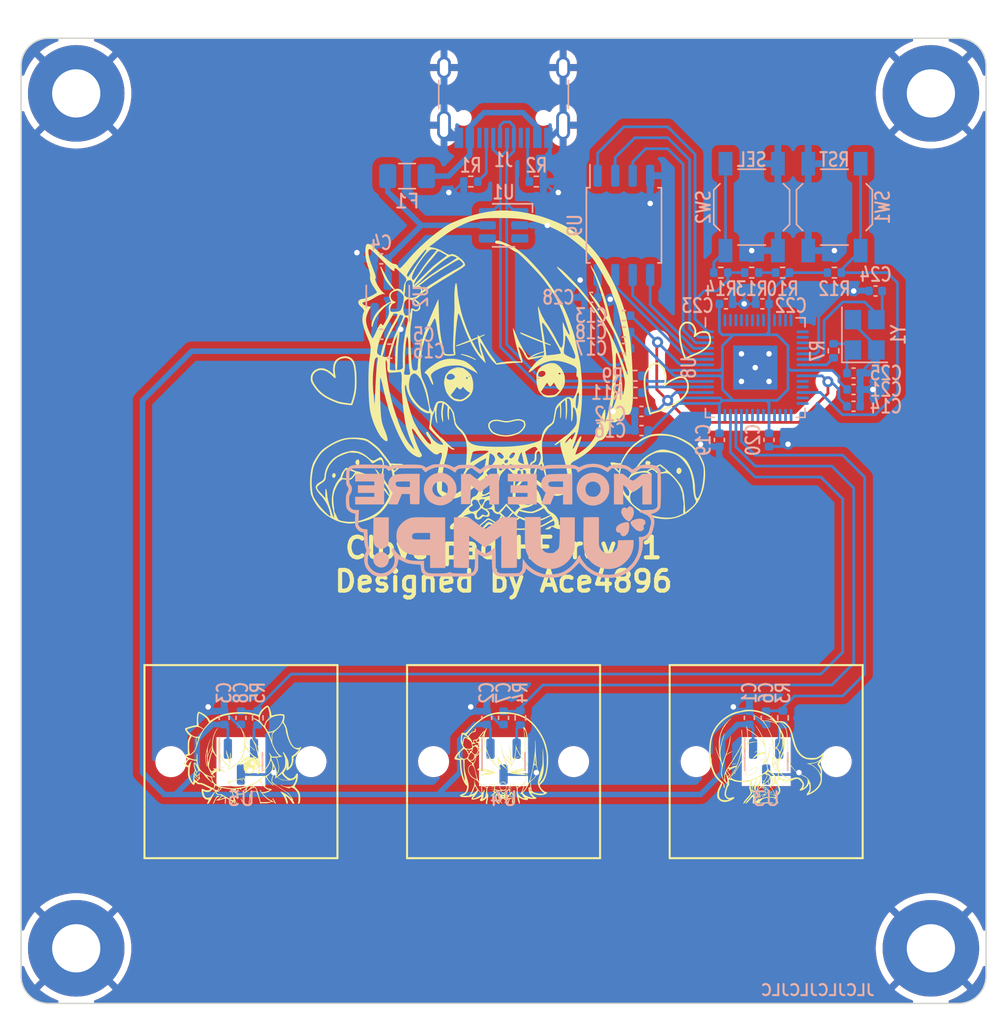
<source format=kicad_pcb>
(kicad_pcb (version 20221018) (generator pcbnew)
  (title_block (title "Cloverpad HE") (rev "1"))
  (layers (0 "F.Cu" signal) (31 "B.Cu" signal) (34 "B.Paste" user) (35 "F.Paste" user) (36 "B.SilkS" user "B.Silkscreen") (37 "F.SilkS" user "F.Silkscreen") (38 "B.Mask" user) (39 "F.Mask" user) (44 "Edge.Cuts" user))
  (net 0 "")
  (net 1 "+3V3")
  (net 2 "GND")
  (net 3 "+5V")
  (net 4 "HS0")
  (net 5 "HS1")
  (net 6 "HS2")
  (net 7 "+1V1")
  (net 8 "XIN")
  (net 9 "Net-(C25-Pad2)")
  (net 12 "VBUS")
  (net 13 "Net-(J1-CC1)")
  (net 14 "D+")
  (net 15 "D-")
  (net 17 "Net-(J1-CC2)")
  (net 19 "Net-(U8-USB_DP)")
  (net 20 "Net-(U3-OUT)")
  (net 21 "Net-(U4-OUT)")
  (net 22 "Net-(U5-OUT)")
  (net 23 "Net-(R10-Pad2)")
  (net 24 "XOUT")
  (net 25 "Net-(U8-USB_DM)")
  (net 26 "Net-(R14-Pad1)")
  (net 27 "RESET")
  (net 28 "Q_SEL")
  (net 46 "SWCLK")
  (net 47 "SWD")
  (net 58 "Q_IO3")
  (net 59 "Q_CLK")
  (net 60 "Q_IO0")
  (net 61 "Q_IO2")
  (net 62 "Q_IO1")
  (footprint "MountingHole:MountingHole_3.5mm_Pad" (layer "F.Cu") (at 19.8 19.8)
    (fp_text reference "H1" hide)
    (fp_text value "Mounting Hole")
  )
  (footprint "MountingHole:MountingHole_3.5mm_Pad" (layer "F.Cu") (at 81.8 19.8)
    (fp_text reference "H2" hide)
    (fp_text value "Mounting Hole")
  )
  (footprint "MountingHole:MountingHole_3.5mm_Pad" (layer "F.Cu") (at 19.8 81.8)
    (fp_text reference "H3" hide)
    (fp_text value "Mounting Hole")
  )
  (footprint "MountingHole:MountingHole_3.5mm_Pad" (layer "F.Cu") (at 81.8 81.8)
    (fp_text reference "H4" hide)
    (fp_text value "Mounting Hole")
  )
  (footprint "Package_SO:SOIC-8_5.23x5.23mm_P1.27mm" (layer "B.Cu") (at 59.53125 29.36875 -90)
    (fp_text reference "U9")
    (fp_text value "W25Q16JVSSIQ")
  )
  (footprint "Capacitor_SMD:C_0402_1005Metric" (layer "B.Cu") (at 49.579995 65.0875 90)
    (fp_text reference "C2")
    (fp_text value "1uF")
  )
  (footprint "Fuse:Fuse_1206_3216Metric" (layer "B.Cu") (at 43.8 25.8)
    (fp_text reference "F1")
    (fp_text value "500mA")
  )
  (footprint "Custom:KS-20-1U-DRV5056" (layer "B.Cu") (at 50.8 68.2625 180)
    (fp_text reference "U4")
    (fp_text value "DRV5056A4xDBZxQ1" hide)
  )
  (footprint "Resistor_SMD:R_0402_1005Metric" (layer "B.Cu") (at 66.559358 32.8)
    (fp_text reference "R14")
    (fp_text value "1k")
  )
  (footprint "Capacitor_SMD:C_0402_1005Metric" (layer "B.Cu") (at 60.805 42.8625 180)
    (fp_text reference "C12")
    (fp_text value "1uF")
  )
  (footprint "Capacitor_SMD:C_0402_1005Metric" (layer "B.Cu") (at 70.05625 44.93 -90)
    (fp_text reference "C20")
    (fp_text value "100nF")
  )
  (footprint "Capacitor_SMD:C_0402_1005Metric" (layer "B.Cu") (at 60.805 44.251557 180)
    (fp_text reference "C16")
    (fp_text value "1uF")
  )
  (footprint "Capacitor_SMD:C_0603_1608Metric" (layer "B.Cu") (at 42.54375 38.49375)
    (fp_text reference "C15")
    (fp_text value "10uF")
  )
  (footprint "Capacitor_SMD:C_0402_1005Metric" (layer "B.Cu") (at 76.190543 40.084366 180)
    (fp_text reference "C25")
    (fp_text value "22pF")
  )
  (footprint "Capacitor_SMD:C_0402_1005Metric" (layer "B.Cu") (at 69.57625 35.061382 180)
    (fp_text reference "C22")
    (fp_text value "100nF")
  )
  (footprint "Resistor_SMD:R_0402_1005Metric" (layer "B.Cu") (at 74.8 32.8)
    (fp_text reference "R12")
    (fp_text value "5k1")
  )
  (footprint "Resistor_SMD:R_0402_1005Metric" (layer "B.Cu") (at 48.41875 26.19375 180)
    (fp_text reference "R1")
    (fp_text value "5k1")
  )
  (footprint "Crystal:Crystal_SMD_3225-4Pin_3.2x2.5mm" (layer "B.Cu") (at 76.99375 37.30625 90)
    (fp_text reference "Y1")
    (fp_text value "12MHz")
  )
  (footprint "Capacitor_SMD:C_0402_1005Metric" (layer "B.Cu") (at 59.53125 38.298427 180)
    (fp_text reference "C17")
    (fp_text value "100nF")
  )
  (footprint "Package_TO_SOT_SMD:SOT-23-3" (layer "B.Cu") (at 42.4 34.525 90)
    (fp_text reference "U2")
    (fp_text value "XC6206P332MR")
  )
  (footprint "Capacitor_SMD:C_0402_1005Metric" (layer "B.Cu") (at 69.85 65.0875 90)
    (fp_text reference "C6")
    (fp_text value "1uF")
  )
  (footprint "Resistor_SMD:R_0402_1005Metric" (layer "B.Cu") (at 71.070005 65.0875 90)
    (fp_text reference "R3")
    (fp_text value "100")
  )
  (footprint "PCM_marbastlib-various:SOT-23-6-routable" (layer "B.Cu") (at 50.8 29.36875 180)
    (fp_text reference "U1")
    (fp_text value "SRV05-4")
  )
  (footprint "Capacitor_SMD:C_0402_1005Metric" (layer "B.Cu") (at 57.152335 34.59375 180)
    (fp_text reference "C28")
    (fp_text value "1uF")
  )
  (footprint "Capacitor_SMD:C_0402_1005Metric" (layer "B.Cu") (at 50.8 65.0875 90)
    (fp_text reference "C7")
    (fp_text value "1uF")
  )
  (footprint "Capacitor_SMD:C_0402_1005Metric" (layer "B.Cu") (at 59.53125 37.107801 180)
    (fp_text reference "C18")
    (fp_text value "100nF")
  )
  (footprint "Capacitor_SMD:C_0402_1005Metric" (layer "B.Cu") (at 59.53125 35.917175 180)
    (fp_text reference "C13")
    (fp_text value "100nF")
  )
  (footprint "Capacitor_SMD:C_0402_1005Metric" (layer "B.Cu") (at 66.45625 44.93 -90)
    (fp_text reference "C19")
    (fp_text value "100nF")
  )
  (footprint "Button_Switch_SMD:SW_SPST_TL3342" (layer "B.Cu") (at 68.8 28.05 90)
    (fp_text reference "SW2")
    (fp_text value "SW_Push")
  )
  (footprint "Resistor_SMD:R_0402_1005Metric" (layer "B.Cu") (at 60.325 40.277929)
    (fp_text reference "R9")
    (fp_text value "27")
  )
  (footprint "Capacitor_SMD:C_0402_1005Metric" (layer "B.Cu") (at 41.922768 31.8 180)
    (fp_text reference "C4")
    (fp_text value "1uF")
  )
  (footprint "Resistor_SMD:R_0402_1005Metric" (layer "B.Cu") (at 68.8 32.8 180)
    (fp_text reference "R13")
    (fp_text value "5k1")
  )
  (footprint "Resistor_SMD:R_0402_1005Metric" (layer "B.Cu") (at 71.040642 32.8 180)
    (fp_text reference "R10")
    (fp_text value "5k1")
  )
  (footprint "Button_Switch_SMD:SW_SPST_TL3342" (layer "B.Cu") (at 74.8 28.05 -90)
    (fp_text reference "SW1")
    (fp_text value "SW_Push")
  )
  (footprint "Capacitor_SMD:C_0402_1005Metric" (layer "B.Cu") (at 66.93625 35.061382)
    (fp_text reference "C23")
    (fp_text value "100nF")
  )
  (footprint "Capacitor_SMD:C_0402_1005Metric" (layer "B.Cu") (at 77.7875 34.13125)
    (fp_text reference "C24")
    (fp_text value "22pF")
  )
  (footprint "Capacitor_SMD:C_0402_1005Metric" (layer "B.Cu") (at 68.629995 65.0875 90)
    (fp_text reference "C1")
    (fp_text value "1uF")
  )
  (footprint "Resistor_SMD:R_0402_1005Metric" (layer "B.Cu") (at 53.18125 26.19375)
    (fp_text reference "R2")
    (fp_text value "5k1")
  )
  (footprint "PCM_marbastlib-various:USB_C_Receptacle_HRO_TYPE-C-31-M-12" (layer "B.Cu") (at 50.8 18.975)
    (fp_text reference "J1")
    (fp_text value "USB_C_Receptacle_USB2.0")
  )
  (footprint "Resistor_SMD:R_0402_1005Metric" (layer "B.Cu") (at 74.737261 38.46792 -90)
    (fp_text reference "R7")
    (fp_text value "1k")
  )
  (footprint "Capacitor_SMD:C_0402_1005Metric" (layer "B.Cu") (at 76.190543 41.274992)
    (fp_text reference "C21")
    (fp_text value "100nF")
  )
  (footprint "Capacitor_SMD:C_0402_1005Metric" (layer "B.Cu") (at 76.190543 42.490618)
    (fp_text reference "C14")
    (fp_text value "100nF")
  )
  (footprint "Package_DFN_QFN:QFN-56-1EP_7x7mm_P0.4mm_EP3.2x3.2mm" (layer "B.Cu") (at 69.05625 39.6875 -90)
    (fp_text reference "U8")
    (fp_text value "RP2040")
  )
  (footprint "Resistor_SMD:R_0402_1005Metric" (layer "B.Cu") (at 60.325 41.503222)
    (fp_text reference "R11")
    (fp_text value "27")
  )
  (footprint "Custom:KS-20-1U-DRV5056" (layer "B.Cu") (at 69.85 68.2625 180)
    (fp_text reference "U3")
    (fp_text value "DRV5056A4xDBZxQ1" hide)
  )
  (footprint "Resistor_SMD:R_0402_1005Metric" (layer "B.Cu") (at 52.020005 65.0875 90)
    (fp_text reference "R4")
    (fp_text value "100")
  )
  (footprint "Capacitor_SMD:C_0402_1005Metric" (layer "B.Cu") (at 30.529995 65.0875 90)
    (fp_text reference "C3")
    (fp_text value "1uF")
  )
  (footprint "Custom:KS-20-1U-DRV5056" (layer "B.Cu") (at 31.75 68.2625 180)
    (fp_text reference "U5")
    (fp_text value "DRV5056A4xDBZxQ1" hide)
  )
  (footprint "Resistor_SMD:R_0402_1005Metric" (layer "B.Cu") (at 32.970005 65.0875 90)
    (fp_text reference "R5")
    (fp_text value "100")
  )
  (footprint "Capacitor_SMD:C_0402_1005Metric" (layer "B.Cu") (at 41.932008 37.267151)
    (fp_text reference "C5")
    (fp_text value "1uF")
  )
  (footprint "Capacitor_SMD:C_0402_1005Metric" (layer "B.Cu") (at 31.75 65.0875 90)
    (fp_text reference "C8")
    (fp_text value "1uF")
  )
  (gr_poly (pts (xy 59.734579 50.891895) (xy 59.715594 50.893066) (xy 59.673914 50.897638) (xy 59.627047 50.904987) (xy 59.574702 50.914877) (xy 59.502029 50.931361) (xy 59.432974 50.950826) (xy 59.367725 50.973127) (xy 59.306469 50.99812) (xy 59.249393 51.025659) (xy 59.196685 51.0556) (xy 59.148531 51.087799) (xy 59.10512 51.12211) (xy 59.066639 51.15839) (xy 59.033275 51.196492) (xy 59.01857 51.216182) (xy 59.005215 51.236274) (xy 58.993233 51.256749) (xy 58.982647 51.277589) (xy 58.973481 51.298777) (xy 58.965758 51.320294) (xy 58.959501 51.342122) (xy 58.954735 51.364243) (xy 58.951482 51.386639) (xy 58.949766 51.409292) (xy 58.949611 51.432183) (xy 58.951039 51.455296) (xy 58.952289 51.465316) (xy 58.954093 51.475218) (xy 58.956427 51.48499) (xy 58.959269 51.494617) (xy 58.962596 51.504086) (xy 58.966385 51.513385) (xy 58.970615 51.5225) (xy 58.975261 51.531417) (xy 58.980302 51.540124) (xy 58.985716 51.548607) (xy 58.991478 51.556853) (xy 58.997567 51.564848) (xy 59.010635 51.580034) (xy 59.024738 51.594058) (xy 59.039696 51.606815) (xy 59.055326 51.618198) (xy 59.071449 51.628101) (xy 59.087883 51.636417) (xy 59.09616 51.639947) (xy 59.104447 51.64304) (xy 59.112721 51.645684) (xy 59.12096 51.647865) (xy 59.129141 51.649569) (xy 59.137241 51.650784) (xy 59.145238 51.651496) (xy 59.153109 51.651691) (xy 59.175572 51.651726) (xy 59.194819 51.652292) (xy 59.211135 51.653463) (xy 59.218285 51.654299) (xy 59.224809 51.655314) (xy 59.230744 51.656516) (xy 59.236125 51.657916) (xy 59.240988 51.659523) (xy 59.24537 51.661345) (xy 59.249305 51.663392) (xy 59.25283 51.665673) (xy 59.255979 51.668197) (xy 59.25879 51.670974) (xy 59.261298 51.674012) (xy 59.263539 51.677322) (xy 59.265547 51.680911) (xy 59.26736 51.68479) (xy 59.270542 51.693452) (xy 59.273369 51.703381) (xy 59.279105 51.727335) (xy 59.282587 51.741507) (xy 59.286859 51.757241) (xy 59.290801 51.769586) (xy 59.295699 51.782299) (xy 59.301624 51.795239) (xy 59.308648 51.808264) (xy 59.316843 51.821234) (xy 59.326278 51.834006) (xy 59.331484 51.840274) (xy 59.337027 51.84644) (xy 59.342916 51.852486) (xy 59.34916 51.858394) (xy 59.355768 51.864147) (xy 59.362749 51.869727) (xy 59.370112 51.875117) (xy 59.377866 51.880298) (xy 59.386019 51.885253) (xy 59.394581 51.889965) (xy 59.40356 51.894415) (xy 59.412966 51.898586) (xy 59.422807 51.902461) (xy 59.433092 51.906021) (xy 59.443831 51.90925) (xy 59.455032 51.912128) (xy 59.466704 51.91464) (xy 59.478856 51.916766) (xy 59.491497 51.91849) (xy 59.504636 51.919793) (xy 59.509673 51.919996) (xy 59.515068 51.919826) (xy 59.526839 51.918412) (xy 59.53977 51.915648) (xy 59.553682 51.911631) (xy 59.568396 51.906456) (xy 59.583733 51.90022) (xy 59.599513 51.89302) (xy 59.615559 51.884951) (xy 59.63169 51.876111) (xy 59.647729 51.866595) (xy 59.663495 51.856499) (xy 59.67881 51.845921) (xy 59.693496 51.834956) (xy 59.707372 51.823701) (xy 59.72026 51.812252) (xy 59.731982 51.800705) (xy 59.755732 51.774495) (xy 59.777696 51.747259) (xy 59.797907 51.718882) (xy 59.816401 51.689249) (xy 59.833214 51.658243) (xy 59.84838 51.625751) (xy 59.861934 51.591655) (xy 59.873912 51.555842) (xy 59.88435 51.518196) (xy 59.893281 51.478602) (xy 59.900742 51.436943) (xy 59.906768 51.393106) (xy 59.911393 51.346974) (xy 59.914653 51.298432) (xy 59.916583 51.247366) (xy 59.917219 51.193659) (xy 59.916606 51.140665) (xy 59.914572 51.093515) (xy 59.910829 51.051972) (xy 59.908226 51.03323) (xy 59.905086 51.015801) (xy 59.901374 50.999656) (xy 59.897053 50.984766) (xy 59.892088 50.971101) (xy 59.886442 50.958631) (xy 59.880078 50.947327) (xy 59.872961 50.937159) (xy 59.865054 50.928099) (xy 59.856321 50.920116) (xy 59.846726 50.913182) (xy 59.836232 50.907265) (xy 59.824804 50.902338) (xy 59.812405 50.898371) (xy 59.798999 50.895333) (xy 59.78455 50.893197) (xy 59.769021 50.891931) (xy 59.752376 50.891507)) (fill solid) (layer "B.SilkS"))
  (gr_poly (pts (xy 51.106594 47.944084) (xy 52.535345 47.944084) (xy 52.535345 48.221896) (xy 51.305032 48.221896) (xy 51.305032 48.777521) (xy 52.535345 48.777521) (xy 52.535345 49.055334) (xy 51.106594 49.055334) (xy 51.106594 49.610959) (xy 53.210032 49.610959) (xy 53.210032 47.388459) (xy 51.106594 47.388459)) (fill solid) (layer "B.SilkS"))
  (gr_poly (pts (xy 52.345518 51.515959) (xy 52.345779 51.932384) (xy 52.350987 52.293087) (xy 52.3556 52.44512) (xy 52.361635 52.574318) (xy 52.369154 52.677709) (xy 52.378218 52.752328) (xy 52.397239 52.850084) (xy 52.421301 52.945642) (xy 52.450233 53.038889) (xy 52.483861 53.129712) (xy 52.522015 53.217999) (xy 52.564522 53.303637) (xy 52.611211 53.386513) (xy 52.661909 53.466514) (xy 52.716446 53.543529) (xy 52.774648 53.617443) (xy 52.836344 53.688146) (xy 52.901362 53.755523) (xy 52.96953 53.819462) (xy 53.040677 53.879851) (xy 53.114629 53.936577) (xy 53.191217 53.989526) (xy 53.270267 54.038588) (xy 53.351607 54.083648) (xy 53.435067 54.124595) (xy 53.520473 54.161315) (xy 53.607654 54.193696) (xy 53.696438 54.221625) (xy 53.786654 54.244989) (xy 53.878128 54.263677) (xy 53.97069 54.277574) (xy 54.064168 54.286569) (xy 54.158389 54.290549) (xy 54.253182 54.289401) (xy 54.348374 54.283013) (xy 54.443794 54.271271) (xy 54.539271 54.254063) (xy 54.634631 54.231277) (xy 54.634629 54.231277) (xy 54.730595 54.202711) (xy 54.823981 54.16935) (xy 54.914707 54.131261) (xy 55.002698 54.088507) (xy 55.087875 54.041156) (xy 55.170161 53.989271) (xy 55.249477 53.93292) (xy 55.325746 53.872166) (xy 55.39889 53.807077) (xy 55.468831 53.737717) (xy 55.535492 53.664151) (xy 55.598795 53.586446) (xy 55.658662 53.504666) (xy 55.715016 53.418878) (xy 55.767778 53.329147) (xy 55.81687 53.235537) (xy 55.828796 53.20949) (xy 55.841869 53.179651) (xy 55.858054 53.141017) (xy 55.876128 53.095403) (xy 55.885492 53.070544) (xy 55.89487 53.044619) (xy 55.904109 53.017856) (xy 55.913056 52.990481) (xy 55.92156 52.962719) (xy 55.929467 52.934798) (xy 55.935778 52.899633) (xy 55.941371 52.845487) (xy 55.950576 52.691983) (xy 55.957424 52.497742) (xy 55.962258 52.286219) (xy 55.968313 51.736432) (xy 55.968313 50.543615) (xy 54.896751 50.543615) (xy 54.876527 51.595334) (xy 54.864938 52.044639) (xy 54.849679 52.394778) (xy 54.840901 52.528654) (xy 54.831479 52.63293) (xy 54.821505 52.706003) (xy 54.816339 52.730338) (xy 54.811069 52.746271) (xy 54.800107 52.767862) (xy 54.786451 52.790662) (xy 54.770352 52.814425) (xy 54.752059 52.838904) (xy 54.731825 52.863851) (xy 54.709901 52.88902) (xy 54.686536 52.914164) (xy 54.661983 52.939037) (xy 54.636492 52.963391) (xy 54.610314 52.986979) (xy 54.5837 53.009555) (xy 54.556901 53.030872) (xy 54.530168 53.050682) (xy 54.503752 53.06874) (xy 54.477904 53.084798) (xy 54.452876 53.098609) (xy 54.428357 53.109346) (xy 54.399977 53.11852) (xy 54.368222 53.12614) (xy 54.333575 53.132214) (xy 54.296522 53.136752) (xy 54.257548 53.139762) (xy 54.217138 53.141254) (xy 54.175776 53.141237) (xy 54.133948 53.139718) (xy 54.092139 53.136708) (xy 54.050833 53.132216) (xy 54.010516 53.12625) (xy 53.971673 53.118818) (xy 53.934788 53.109932) (xy 53.900346 53.099598) (xy 53.868833 53.087826) (xy 53.854753 53.081413) (xy 53.839903 53.073654) (xy 53.82441 53.064655) (xy 53.8084 53.054521) (xy 53.792001 53.043356) (xy 53.775339 53.031266) (xy 53.758539 53.018357) (xy 53.741729 53.004733) (xy 53.725036 52.9905) (xy 53.708585 52.975763) (xy 53.692503 52.960626) (xy 53.676917 52.945196) (xy 53.661953 52.929577) (xy 53.647739 52.913875) (xy 53.634399 52.898195) (xy 53.622061 52.882642) (xy 53.507689 52.732778) (xy 53.495974 51.648425) (xy 53.492671 51.225172) (xy 53.492553 50.929863) (xy 53.495327 50.525411) (xy 53.333254 50.523629) (xy 53.19938 50.522985) (xy 52.836281 50.522279) (xy 52.350188 50.520652)) (fill solid) (layer "B.SilkS"))
  (gr_poly (pts (xy 41.351392 51.41674) (xy 41.348285 51.739512) (xy 41.349795 51.995117) (xy 41.352752 52.100896) (xy 41.357427 52.193678) (xy 41.36401 52.274729) (xy 41.372688 52.345315) (xy 41.38365 52.4067) (xy 41.397084 52.460149) (xy 41.413179 52.506929) (xy 41.432122 52.548303) (xy 41.454101 52.585537) (xy 41.479306 52.619896) (xy 41.507924 52.652646) (xy 41.540144 52.685051) (xy 41.555565 52.699038) (xy 41.571849 52.712305) (xy 41.588943 52.724847) (xy 41.606796 52.736659) (xy 41.625356 52.747736) (xy 41.644571 52.758074) (xy 41.684759 52.776507) (xy 41.726946 52.791919) (xy 41.770718 52.804269) (xy 41.815662 52.813515) (xy 41.861362 52.819618) (xy 41.907405 52.822536) (xy 41.953377 52.822229) (xy 41.998863 52.818656) (xy 42.04345 52.811776) (xy 42.086723 52.801549) (xy 42.107737 52.795167) (xy 42.128268 52.787934) (xy 42.148263 52.779843) (xy 42.16767 52.770889) (xy 42.186439 52.761069) (xy 42.204517 52.750376) (xy 42.204517 52.750375) (xy 42.251031 52.720612) (xy 42.272138 52.706401) (xy 42.291874 52.692352) (xy 42.310285 52.678252) (xy 42.327416 52.663888) (xy 42.343313 52.649045) (xy 42.358024 52.633511) (xy 42.371592 52.617071) (xy 42.384066 52.599512) (xy 42.39549 52.580622) (xy 42.405911 52.560185) (xy 42.415375 52.537988) (xy 42.423928 52.513819) (xy 42.431615 52.487463) (xy 42.438484 52.458707) (xy 42.44458 52.427338) (xy 42.449948 52.393142) (xy 42.454636 52.355904) (xy 42.458689 52.315413) (xy 42.462153 52.271454) (xy 42.465074 52.223814) (xy 42.467499 52.172279) (xy 42.469472 52.116635) (xy 42.472252 51.99217) (xy 42.473782 51.848708) (xy 42.474429 51.684542) (xy 42.474563 51.497965) (xy 42.474563 50.543615) (xy 41.363314 50.543615)) (fill solid) (layer "B.SilkS"))
  (gr_poly (pts (xy 57.199217 46.66247) (xy 57.094046 46.66944) (xy 56.989735 46.681411) (xy 56.886928 46.698386) (xy 56.786269 46.720369) (xy 56.688402 46.747364) (xy 56.59397 46.779372) (xy 56.503618 46.816398) (xy 56.278458 46.917444) (xy 56.103542 46.82553) (xy 56.073106 46.809845) (xy 56.044243 46.796054) (xy 56.029928 46.789831) (xy 56.015438 46.784037) (xy 56.000583 46.778656) (xy 55.985174 46.773674) (xy 55.96902 46.769075) (xy 55.951934 46.764844) (xy 55.933724 46.760967) (xy 55.914202 46.757428) (xy 55.893179 46.754212) (xy 55.870463 46.751304) (xy 55.845867 46.74869) (xy 55.8192 46.746353) (xy 55.758896 46.742455) (xy 55.688036 46.739488) (xy 55.605104 46.737333) (xy 55.508582 46.73587) (xy 55.396955 46.734978) (xy 55.268707 46.734537) (xy 54.956282 46.734527) (xy 54.46364 46.737624) (xy 54.284012 46.741574) (xy 54.141004 46.747566) (xy 54.02873 46.75593) (xy 53.941309 46.766999) (xy 53.872857 46.781103) (xy 53.817492 46.798572) (xy 53.789736 46.808945) (xy 53.764574 46.817897) (xy 53.741541 46.825411) (xy 53.72017 46.831473) (xy 53.699996 46.836065) (xy 53.680553 46.839172) (xy 53.670961 46.840164) (xy 53.661377 46.840778) (xy 53.651743 46.841013) (xy 53.642 46.840866) (xy 53.632092 46.840337) (xy 53.621958 46.839421) (xy 53.600785 46.836427) (xy 53.578015 46.831867) (xy 53.553183 46.825726) (xy 53.525823 46.817988) (xy 53.495469 46.808636) (xy 53.423918 46.785027) (xy 53.385483 46.772476) (xy 53.348097 46.761437) (xy 53.310201 46.751849) (xy 53.270239 46.74365) (xy 53.226651 46.736778) (xy 53.177881 46.731172) (xy 53.12237 46.726771) (xy 53.05856 46.723512) (xy 52.984894 46.721335) (xy 52.899814 46.720177) (xy 52.801762 46.719977) (xy 52.68918 46.720673) (xy 52.414195 46.724508) (xy 52.062396 46.731188) (xy 51.185452 46.74432) (xy 50.859708 46.745982) (xy 50.670032 46.743821) (xy 50.45132 46.736832) (xy 50.249272 46.733705) (xy 50.066248 46.734344) (xy 49.90461 46.738651) (xy 49.766715 46.746533) (xy 49.654925 46.757891) (xy 49.609556 46.764844) (xy 49.571598 46.772631) (xy 49.541346 46.781239) (xy 49.519095 46.790656) (xy 49.496024 46.803898) (xy 49.46843 46.821011) (xy 49.437353 46.84128) (xy 49.403828 46.863991) (xy 49.368896 46.888428) (xy 49.333593 46.913877) (xy 49.298958 46.939622) (xy 49.266029 46.964949) (xy 49.2409 46.984508) (xy 49.21835 47.00166) (xy 49.198108 47.016475) (xy 49.179903 47.029026) (xy 49.163464 47.039382) (xy 49.148521 47.047615) (xy 49.141525 47.050956) (xy 49.134802 47.053794) (xy 49.128317 47.056135) (xy 49.122037 47.05799) (xy 49.115928 47.059366) (xy 49.109955 47.060274) (xy 49.104086 47.060721) (xy 49.098286 47.060717) (xy 49.092521 47.06027) (xy 49.086758 47.059389) (xy 49.080962 47.058083) (xy 49.0751 47.056361) (xy 49.069138 47.054231) (xy 49.063043 47.051703) (xy 49.050314 47.045487) (xy 49.036643 47.037782) (xy 49.02176 47.02866) (xy 48.857666 46.925025) (xy 48.791487 46.88379) (xy 48.73357 46.848907) (xy 48.682178 46.819848) (xy 48.635574 46.796085) (xy 48.59202 46.77709) (xy 48.549779 46.762336) (xy 48.507114 46.751294) (xy 48.462288 46.743437) (xy 48.413563 46.738236) (xy 48.359203 46.735165) (xy 48.297469 46.733695) (xy 48.226625 46.733299) (xy 48.050657 46.733615) (xy 47.898783 46.734155) (xy 47.77797 46.736318) (xy 47.682544 46.740922) (xy 47.64258 46.744395) (xy 47.606837 46.748784) (xy 47.574605 46.754193) (xy 47.545175 46.760723) (xy 47.51784 46.768476) (xy 47.491889 46.777555) (xy 47.466615 46.788062) (xy 47.441308 46.800099) (xy 47.387759 46.82917) (xy 47.220955 46.924725) (xy 46.971041 46.809327) (xy 46.928994 46.790122) (xy 46.890491 46.773167) (xy 46.854606 46.758323) (xy 46.820414 46.745449) (xy 46.786989 46.734407) (xy 46.753405 46.725057) (xy 46.718737 46.717259) (xy 46.682059 46.710875) (xy 46.642445 46.705764) (xy 46.598969 46.701787) (xy 46.550707 46.698804) (xy 46.496732 46.696677) (xy 46.436118 46.695265) (xy 46.36794 46.694429) (xy 46.205188 46.693928) (xy 46.040511 46.694387) (xy 45.91096 46.696588) (xy 45.856902 46.698726) (xy 45.808678 46.701763) (xy 45.765307 46.705852) (xy 45.725806 46.711147) (xy 45.689194 46.717803) (xy 45.654488 46.725974) (xy 45.620707 46.735814) (xy 45.586867 46.747478) (xy 45.551987 46.761118) (xy 45.515084 46.776891) (xy 45.431283 46.815448) (xy 45.173314 46.936969) (xy 45.042327 46.84782) (xy 45.007343 46.825883) (xy 44.969658 46.806196) (xy 44.949531 46.797171) (xy 44.928404 46.788679) (xy 44.882713 46.773253) (xy 44.831716 46.759838) (xy 44.774545 46.748355) (xy 44.710331 46.738724) (xy 44.638207 46.730864) (xy 44.557302 46.724698) (xy 44.46675 46.720145) (xy 44.365682 46.717125) (xy 44.253228 46.715559) (xy 44.128522 46.715367) (xy 43.990694 46.71647) (xy 43.6722 46.722243) (xy 43.454427 46.727901) (xy 43.273024 46.734248) (xy 43.123829 46.741656) (xy 43.002679 46.750495) (xy 42.905411 46.761137) (xy 42.827862 46.773954) (xy 42.765871 46.789316) (xy 42.715274 46.807595) (xy 42.689135 46.818697) (xy 42.665686 46.828312) (xy 42.644566 46.836438) (xy 42.625413 46.84307) (xy 42.607867 46.848207) (xy 42.591567 46.851845) (xy 42.583771 46.853101) (xy 42.576151 46.853981) (xy 42.568662 46.854485) (xy 42.561259 46.854612) (xy 42.553896 46.854362) (xy 42.546528 46.853735) (xy 42.539111 46.85273) (xy 42.531599 46.851348) (xy 42.516109 46.847446) (xy 42.499698 46.842028) (xy 42.482004 46.83509) (xy 42.462667 46.826629) (xy 42.441325 46.816642) (xy 42.417617 46.805126) (xy 42.394336 46.794581) (xy 42.369005 46.785057) (xy 42.340713 46.776484) (xy 42.308548 46.768795) (xy 42.2716 46.761921) (xy 42.228957 46.755795) (xy 42.179707 46.750348) (xy 42.122939 46.745512) (xy 42.057743 46.741219) (xy 41.983207 46.737399) (xy 41.898419 46.733987) (xy 41.802468 46.730912) (xy 41.573432 46.725503) (xy 41.288809 46.720628) (xy 40.812297 46.715441) (xy 40.437232 46.71788) (xy 40.28297 46.722804) (xy 40.148342 46.730649) (xy 40.031439 46.741753) (xy 39.930353 46.756453) (xy 39.843174 46.775088) (xy 39.767993 46.797996) (xy 39.702901 46.825515) (xy 39.645989 46.857983) (xy 39.595349 46.895738) (xy 39.54907 46.939117) (xy 39.505243 46.98846) (xy 39.461961 47.044104) (xy 39.448815 47.062571) (xy 39.437115 47.080876) (xy 39.431782 47.09016) (xy 39.426778 47.099635) (xy 39.422096 47.109378) (xy 39.417722 47.119466) (xy 39.413649 47.129977) (xy 39.409865 47.140987) (xy 39.406359 47.152575) (xy 39.403123 47.164816) (xy 39.400144 47.177788) (xy 39.397414 47.191569) (xy 39.394922 47.206235) (xy 39.392657 47.221864) (xy 39.388768 47.256319) (xy 39.385665 47.295552) (xy 39.383265 47.34018) (xy 39.381487 47.39082) (xy 39.380247 47.44809) (xy 39.379464 47.512608) (xy 39.378936 47.665857) (xy 39.379422 47.822305) (xy 39.3814 47.945565) (xy 39.385649 48.041141) (xy 39.388868 48.080267) (xy 39.392948 48.114535) (xy 39.397985 48.144633) (xy 39.404077 48.171249) (xy 39.41132 48.195071) (xy 39.419814 48.216786) (xy 39.429654 48.237083) (xy 39.440939 48.256649) (xy 39.468232 48.29634) (xy 39.488139 48.324108) (xy 39.505348 48.350179) (xy 39.512938 48.362699) (xy 39.51985 48.37494) (xy 39.526083 48.386952) (xy 39.531636 48.398781) (xy 39.536508 48.410478) (xy 39.540698 48.42209) (xy 39.544205 48.433667) (xy 39.547028 48.445256) (xy 39.549165 48.456906) (xy 39.550616 48.468666) (xy 39.55138 48.480584) (xy 39.551455 48.49271) (xy 39.55084 48.505091) (xy 39.549535 48.517775) (xy 39.547538 48.530813) (xy 39.544848 48.544251) (xy 39.541465 48.55814) (xy 39.537386 48.572526) (xy 39.532612 48.58746) (xy 39.52714 48.602989) (xy 39.514102 48.636027) (xy 39.498262 48.67203) (xy 39.479613 48.711385) (xy 39.458146 48.754482) (xy 39.442908 48.785193) (xy 39.429279 48.814307) (xy 39.417175 48.842337) (xy 39.406507 48.869794) (xy 39.39719 48.897192) (xy 39.389137 48.925042) (xy 39.382261 48.953857) (xy 39.376476 48.98415) (xy 39.371696 49.016432) (xy 39.367834 49.051215) (xy 39.364803 49.089013) (xy 39.362517 49.130338) (xy 39.36089 49.175701) (xy 39.359835 49.225616) (xy 39.359095 49.341147) (xy 39.360055 49.429402) (xy 39.36287 49.512933) (xy 39.367442 49.590798) (xy 39.373673 49.662053) (xy 39.381465 49.725757) (xy 39.390721 49.780966) (xy 39.401342 49.826739) (xy 39.407133 49.845793) (xy 39.41323 49.862134) (xy 39.420251 49.878043) (xy 39.427983 49.893884) (xy 39.44549 49.925288) (xy 39.465576 49.956201) (xy 39.488066 49.986479) (xy 39.512783 50.015977) (xy 39.539552 50.044551) (xy 39.568199 50.072057) (xy 39.598548 50.09835) (xy 39.630423 50.123287) (xy 39.663649 50.146722) (xy 39.69805 50.168511) (xy 39.733452 50.188509) (xy 39.769679 50.206574) (xy 39.806556 50.222559) (xy 39.843907 50.236321) (xy 39.881556 50.247716) (xy 40.043222 50.291248) (xy 40.025223 50.655556) (xy 40.022358 50.731573) (xy 40.021139 50.807971) (xy 40.021487 50.882686) (xy 40.023325 50.953653) (xy 40.026578 51.018809) (xy 40.031166 51.07609) (xy 40.037014 51.123432) (xy 40.040386 51.142731) (xy 40.044044 51.158771) (xy 40.050313 51.180059) (xy 40.057829 51.201433) (xy 40.066534 51.222845) (xy 40.076373 51.244244) (xy 40.099226 51.286803) (xy 40.125934 51.328709) (xy 40.156044 51.369562) (xy 40.189105 51.408963) (xy 40.224663 51.446511) (xy 40.262267 51.481806) (xy 40.301465 51.514447) (xy 40.341802 51.544035) (xy 40.382828 51.570169) (xy 40.424089 51.592449) (xy 40.444666 51.602018) (xy 40.465133 51.610474) (xy 40.485433 51.617766) (xy 40.505508 51.623845) (xy 40.525303 51.628659) (xy 40.544762 51.63216) (xy 40.563826 51.634298) (xy 40.582441 51.635021) (xy 40.588797 51.635146) (xy 40.594806 51.635558) (xy 40.600482 51.63632) (xy 40.605837 51.637491) (xy 40.610883 51.639131) (xy 40.613295 51.640146) (xy 40.615635 51.641302) (xy 40.617904 51.642605) (xy 40.620104 51.644063) (xy 40.622237 51.645683) (xy 40.624304 51.647474) (xy 40.626307 51.649443) (xy 40.628247 51.651597) (xy 40.630127 51.653944) (xy 40.631947 51.656491) (xy 40.633709 51.659246) (xy 40.635416 51.662217) (xy 40.638667 51.668835) (xy 40.641714 51.676405) (xy 40.644568 51.684989) (xy 40.647243 51.694645) (xy 40.649752 51.705436) (xy 40.652108 51.71742) (xy 40.654324 51.730658) (xy 40.656411 51.745212) (xy 40.658385 51.76114) (xy 40.660256 51.778504) (xy 40.662039 51.797363) (xy 40.663745 51.817779) (xy 40.665389 51.839811) (xy 40.668539 51.888966) (xy 40.671591 51.945312) (xy 40.674649 52.009331) (xy 40.677816 52.081506) (xy 40.683667 52.195736) (xy 40.691084 52.298351) (xy 40.700253 52.390569) (xy 40.711363 52.473606) (xy 40.724599 52.548678) (xy 40.74015 52.617002) (xy 40.758203 52.679795) (xy 40.778945 52.738272) (xy 40.861054 52.948554) (xy 40.776798 53.135147) (xy 40.754028 53.190756) (xy 40.734534 53.249204) (xy 40.718305 53.310095) (xy 40.705332 53.373032) (xy 40.695606 53.437619) (xy 40.689118 53.503459) (xy 40.685859 53.570156) (xy 40.685819 53.637315) (xy 40.688989 53.704537) (xy 40.69536 53.771428) (xy 40.704922 53.83759) (xy 40.717667 53.902628) (xy 40.733585 53.966145) (xy 40.752667 54.027744) (xy 40.774904 54.087029) (xy 40.800286 54.143604) (xy 40.827483 54.195329) (xy 40.85826 54.246878) (xy 40.892303 54.297959) (xy 40.929301 54.34828) (xy 40.968939 54.397548) (xy 41.010905 54.445472) (xy 41.054885 54.49176) (xy 41.100566 54.53612) (xy 41.147635 54.578259) (xy 41.195779 54.617885) (xy 41.244684 54.654707) (xy 41.294038 54.688432) (xy 41.343527 54.718768) (xy 41.392839 54.745424) (xy 41.441659 54.768107) (xy 41.489676 54.786525) (xy 41.535696 54.800698) (xy 41.584747 54.81299) (xy 41.636395 54.823398) (xy 41.690204 54.831922) (xy 41.74574 54.838564) (xy 41.802568 54.843321) (xy 41.860252 54.846193) (xy 41.918359 54.847182) (xy 41.976453 54.846284) (xy 42.0341 54.843502) (xy 42.090864 54.838834) (xy 42.146311 54.83228) (xy 42.200005 54.823839) (xy 42.251513 54.813512) (xy 42.300399 54.801297) (xy 42.346229 54.787195) (xy 42.388808 54.77098) (xy 42.432584 54.751051) (xy 42.477238 54.727682) (xy 42.52245 54.701146) (xy 42.567902 54.671715) (xy 42.613274 54.639663) (xy 42.658246 54.605262) (xy 42.702499 54.568785) (xy 42.745715 54.530505) (xy 42.787574 54.490696) (xy 42.827756 54.449629) (xy 42.865942 54.407577) (xy 42.901813 54.364815) (xy 42.935049 54.321614) (xy 42.965332 54.278247) (xy 42.992342 54.234987) (xy 43.002733 54.216372) (xy 43.01327 54.195791) (xy 43.02388 54.173458) (xy 43.034491 54.149586) (xy 43.05542 54.098073) (xy 43.075471 54.042953) (xy 43.094058 53.985925) (xy 43.110595 53.928692) (xy 43.117912 53.900529) (xy 43.124497 53.872952) (xy 43.130277 53.846173) (xy 43.135178 53.820406) (xy 43.144336 53.771581) (xy 43.153875 53.726504) (xy 43.163513 53.68613) (xy 43.172973 53.651409) (xy 43.181972 53.623296) (xy 43.186213 53.612015) (xy 43.190233 53.602742) (xy 43.193999 53.595598) (xy 43.197474 53.590701) (xy 43.200625 53.58817) (xy 43.202068 53.58783) (xy 43.203417 53.588125) (xy 43.231994 53.602469) (xy 43.291169 53.632658) (xy 43.466751 53.722882) (xy 43.520862 53.750126) (xy 43.573267 53.775094) (xy 43.624498 53.797916) (xy 43.675083 53.818721) (xy 43.725554 53.837642) (xy 43.776439 53.854808) (xy 43.82827 53.870349) (xy 43.881577 53.884396) (xy 43.936889 53.89708) (xy 43.994736 53.90853) (xy 44.055649 53.918878) (xy 44.120157 53.928254) (xy 44.188791 53.936788) (xy 44.262081 53.944611) (xy 44.424749 53.958644) (xy 44.787434 53.986128) (xy 44.804351 54.220013) (xy 44.808377 54.265329) (xy 44.813774 54.308139) (xy 44.820644 54.348629) (xy 44.829084 54.386982) (xy 44.839197 54.423386) (xy 44.851081 54.458024) (xy 44.864837 54.491081) (xy 44.880564 54.522744) (xy 44.898362 54.553196) (xy 44.918332 54.582624) (xy 44.940573 54.611212) (xy 44.965185 54.639145) (xy 44.992268 54.666609) (xy 45.021922 54.693788) (xy 45.054247 54.720869) (xy 45.089342 54.748035) (xy 45.099181 54.755234) (xy 45.109021 54.762002) (xy 45.119147 54.768354) (xy 45.129848 54.774306) (xy 45.14141 54.779871) (xy 45.154121 54.785066) (xy 45.168266 54.789905) (xy 45.184134 54.794404) (xy 45.202011 54.798578) (xy 45.222184 54.802441) (xy 45.24494 54.806009) (xy 45.270567 54.809298) (xy 45.29935 54.812321) (xy 45.331577 54.815094) (xy 45.367535 54.817633) (xy 45.407511 54.819952) (xy 45.451792 54.822067) (xy 45.500664 54.823992) (xy 45.613333 54.827334) (xy 45.747812 54.8301) (xy 45.906398 54.83241) (xy 46.091386 54.834386) (xy 46.305071 54.836147) (xy 46.827719 54.839511) (xy 47.438524 54.842728) (xy 47.897286 54.841666) (xy 48.228876 54.832608) (xy 48.354754 54.823918) (xy 48.458166 54.811834) (xy 48.542221 54.795891) (xy 48.610028 54.775626) (xy 48.664696 54.750572) (xy 48.709333 54.720266) (xy 48.747049 54.684242) (xy 48.780953 54.642036) (xy 48.84976 54.537218) (xy 48.869424 54.505954) (xy 48.88668 54.477447) (xy 48.901686 54.450658) (xy 48.908394 54.437585) (xy 48.914598 54.424552) (xy 48.920318 54.411431) (xy 48.925574 54.398092) (xy 48.930385 54.384404) (xy 48.934771 54.370239) (xy 48.938751 54.355466) (xy 48.942345 54.339957) (xy 48.945574 54.32358) (xy 48.948456 54.306208) (xy 48.951011 54.28771) (xy 48.953258 54.267956) (xy 48.955218 54.246818) (xy 48.956911 54.224164) (xy 48.95957 54.173794) (xy 48.961393 54.11581) (xy 48.962537 54.049174) (xy 48.96316 53.972848) (xy 48.96347 53.786983) (xy 48.96347 53.216047) (xy 49.106108 53.304202) (xy 49.144074 53.325499) (xy 49.184375 53.344035) (xy 49.226681 53.359808) (xy 49.270661 53.372814) (xy 49.315986 53.38305) (xy 49.362325 53.390511) (xy 49.409349 53.395195) (xy 49.456728 53.397097) (xy 49.504132 53.396215) (xy 49.551231 53.392544) (xy 49.597694 53.386081) (xy 49.643193 53.376823) (xy 49.687396 53.364766) (xy 49.729975 53.349907) (xy 49.770598 53.332241) (xy 49.808936 53.311766) (xy 49.955658 53.225198) (xy 49.955658 53.730137) (xy 49.956452 53.834338) (xy 49.958727 53.9369) (xy 49.962325 54.035196) (xy 49.967086 54.1266) (xy 49.972849 54.208482) (xy 49.979456 54.278217) (xy 49.986747 54.333177) (xy 49.994562 54.370733) (xy 50.004109 54.399683) (xy 50.01624 54.429231) (xy 50.030782 54.459177) (xy 50.047562 54.489321) (xy 50.066406 54.519464) (xy 50.087142 54.549405) (xy 50.109596 54.578944) (xy 50.133597 54.607882) (xy 50.15897 54.636017) (xy 50.185542 54.663151) (xy 50.213141 54.689084) (xy 50.241594 54.713614) (xy 50.270728 54.736543) (xy 50.300369 54.757671) (xy 50.330345 54.776797) (xy 50.360482 54.793721) (xy 50.40194 54.807519) (xy 50.467754 54.819511) (xy 50.554507 54.829693) (xy 50.65878 54.83806) (xy 50.906215 54.849337) (xy 51.182715 54.853311) (xy 51.460934 54.849952) (xy 51.713527 54.83923) (xy 51.821669 54.831098) (xy 51.913149 54.821114) (xy 51.984551 54.809274) (xy 52.032456 54.795574) (xy 52.062382 54.781544) (xy 52.092609 54.764462) (xy 52.12288 54.744623) (xy 52.152936 54.722323) (xy 52.18252 54.697859) (xy 52.211373 54.671525) (xy 52.239238 54.643619) (xy 52.265856 54.614436) (xy 52.29097 54.584272) (xy 52.314322 54.553422) (xy 52.335654 54.522183) (xy 52.354707 54.490851) (xy 52.371225 54.459721) (xy 52.384948 54.42909) (xy 52.39562 54.399253) (xy 52.39973 54.384725) (xy 52.402981 54.370507) (xy 52.425168 54.259575) (xy 52.627023 54.419133) (xy 52.714309 54.485746) (xy 52.801154 54.547122) (xy 52.887955 54.60339) (xy 52.975111 54.654681) (xy 53.063021 54.701123) (xy 53.152082 54.742847) (xy 53.242693 54.779982) (xy 53.335251 54.812658) (xy 53.430156 54.841004) (xy 53.527806 54.86515) (xy 53.628598 54.885225) (xy 53.732931 54.90136) (xy 53.841204 54.913683) (xy 53.953813 54.922326) (xy 54.071159 54.927416) (xy 54.193638 54.929084) (xy 54.330706 54.926772) (xy 54.461406 54.919669) (xy 54.586329 54.907523) (xy 54.706066 54.890079) (xy 54.821206 54.867086) (xy 54.932339 54.83829) (xy 55.040057 54.80344) (xy 55.144948 54.762281) (xy 55.247603 54.714563) (xy 55.348613 54.660031) (xy 55.448567 54.598434) (xy 55.548055 54.529517) (xy 55.647668 54.45303) (xy 55.747996 54.368719) (xy 55.849629 54.27633) (xy 55.953156 54.175613) (xy 56.295188 53.83262) (xy 56.557931 54.119292) (xy 56.620934 54.186458) (xy 56.68348 54.249918) (xy 56.745764 54.309802) (xy 56.80798 54.366237) (xy 56.870325 54.419353) (xy 56.932992 54.469279) (xy 56.996179 54.516145) (xy 57.060079 54.560078) (xy 57.124888 54.601209) (xy 57.190801 54.639666) (xy 57.258013 54.675578) (xy 57.32672 54.709075) (xy 57.397117 54.740284) (xy 57.469399 54.769336) (xy 57.543761 54.796359) (xy 57.620399 54.821482) (xy 57.688359 54.841869) (xy 57.755021 54.860301) (xy 57.820659 54.876804) (xy 57.885551 54.891406) (xy 57.949973 54.904134) (xy 58.014203 54.915015) (xy 58.078516 54.924077) (xy 58.14319 54.931347) (xy 58.208501 54.936851) (xy 58.274725 54.940617) (xy 58.34214 54.942672) (xy 58.411021 54.943044) (xy 58.481647 54.94176) (xy 58.554292 54.938846) (xy 58.629235 54.93433) (xy 58.706751 54.928239) (xy 58.821012 54.915292) (xy 58.933656 54.896583) (xy 59.044553 54.872261) (xy 59.15357 54.842478) (xy 59.260577 54.807384) (xy 59.365441 54.767131) (xy 59.46803 54.721868) (xy 59.568215 54.671747) (xy 59.665862 54.616919) (xy 59.760841 54.557533) (xy 59.85302 54.493742) (xy 59.942268 54.425695) (xy 60.028452 54.353544) (xy 60.111443 54.277438) (xy 60.191107 54.19753) (xy 60.267314 54.11397) (xy 60.339931 54.026907) (xy 60.408829 53.936495) (xy 60.473874 53.842882) (xy 60.534936 53.74622) (xy 60.591883 53.646659) (xy 60.644584 53.544351) (xy 60.692907 53.439445) (xy 60.73672 53.332094) (xy 60.775892 53.222447) (xy 60.810292 53.110655) (xy 60.839788 52.996869) (xy 60.864249 52.881241) (xy 60.883542 52.763919) (xy 60.897538 52.645056) (xy 60.906103 52.524803) (xy 60.909107 52.403309) (xy 60.90973 52.339979) (xy 60.91062 52.313739) (xy 60.912065 52.290761) (xy 60.914189 52.270778) (xy 60.91712 52.253525) (xy 60.920984 52.238736) (xy 60.923305 52.232182) (xy 60.925906 52.226145) (xy 60.928804 52.22059) (xy 60.932013 52.215484) (xy 60.935551 52.210795) (xy 60.939432 52.20649) (xy 60.943673 52.202534) (xy 60.948288 52.198894) (xy 60.953295 52.195538) (xy 60.958708 52.192432) (xy 60.970817 52.186838) (xy 60.984743 52.181845) (xy 61.000611 52.177186) (xy 61.018547 52.172597) (xy 61.04932 52.163749) (xy 61.08156 52.151984) (xy 61.114935 52.137548) (xy 61.149112 52.120684) (xy 61.183758 52.101638) (xy 61.218541 52.080654) (xy 61.253129 52.057976) (xy 61.287188 52.033849) (xy 61.320386 52.008518) (xy 61.352392 51.982227) (xy 61.382871 51.955221) (xy 61.411492 51.927744) (xy 61.437922 51.900041) (xy 61.461829 51.872356) (xy 61.482879 51.844934) (xy 61.500741 51.818019) (xy 61.52093 51.781331) (xy 61.541581 51.737297) (xy 61.56245 51.686864) (xy 61.583294 51.630974) (xy 61.603869 51.570573) (xy 61.623932 51.506605) (xy 61.643239 51.440014) (xy 61.661548 51.371746) (xy 61.694194 51.233955) (xy 61.708045 51.166321) (xy 61.719924 51.100787) (xy 61.729586 51.038298) (xy 61.736789 50.979798) (xy 61.74129 50.926232) (xy 61.742844 50.878545) (xy 61.742048 50.842311) (xy 61.739679 50.806202) (xy 61.735766 50.7703) (xy 61.73034 50.734688) (xy 61.72343 50.699451) (xy 61.715065 50.664669) (xy 61.705276 50.630427) (xy 61.69409 50.596807) (xy 61.68154 50.563892) (xy 61.667653 50.531766) (xy 61.652459 50.50051) (xy 61.635988 50.470208) (xy 61.61827 50.440943) (xy 61.599334 50.412798) (xy 61.57921 50.385855) (xy 61.557927 50.360198) (xy 61.549228 50.34991) (xy 61.54547 50.345139) (xy 61.542126 50.340598) (xy 61.539211 50.336274) (xy 61.536741 50.332154) (xy 61.534732 50.328222) (xy 61.533197 50.324467) (xy 61.532153 50.320873) (xy 61.531614 50.317427) (xy 61.531596 50.314116) (xy 61.531787 50.312507) (xy 61.532114 50.310926) (xy 61.532579 50.309372) (xy 61.533183 50.307843) (xy 61.534818 50.304852) (xy 61.537035 50.301942) (xy 61.539848 50.299097) (xy 61.543273 50.296305) (xy 61.547326 50.29355) (xy 61.55202 50.290821) (xy 61.557372 50.288102) (xy 61.563396 50.285381) (xy 61.570108 50.282643) (xy 61.577524 50.279875) (xy 61.585657 50.277062) (xy 61.594524 50.274193) (xy 61.604139 50.271251) (xy 61.625675 50.2651) (xy 61.650389 50.258498) (xy 61.678399 50.251336) (xy 61.718241 50.240037) (xy 61.757593 50.226386) (xy 61.79629 50.210517) (xy 61.834168 50.19256) (xy 61.871063 50.172647) (xy 61.90681 50.150909) (xy 61.941245 50.127479) (xy 61.974203 50.102487) (xy 62.005519 50.076065) (xy 62.03503 50.048346) (xy 62.06257 50.019459) (xy 62.087976 49.989538) (xy 62.111082 49.958713) (xy 62.131724 49.927116) (xy 62.149738 49.894879) (xy 62.164959 49.862134) (xy 62.177135 49.806707) (xy 62.1813 49.767905) (xy 61.961125 49.767905) (xy 61.851247 49.877947) (xy 61.832155 49.896774) (xy 61.82311 49.905339) (xy 61.814259 49.913366) (xy 61.805496 49.920879) (xy 61.796714 49.927897) (xy 61.78781 49.934444) (xy 61.778676 49.94054) (xy 61.769208 49.946207) (xy 61.7593 49.951467) (xy 61.748846 49.95634) (xy 61.737741 49.96085) (xy 61.725879 49.965017) (xy 61.713154 49.968864) (xy 61.699462 49.97241) (xy 61.684695 49.975679) (xy 61.668749 49.978692) (xy 61.651519 49.981471) (xy 61.632898 49.984036) (xy 61.612781 49.98641) (xy 61.591062 49.988615) (xy 61.567636 49.990671) (xy 61.51524 49.994425) (xy 61.454747 49.997845) (xy 61.385314 50.001105) (xy 61.216247 50.007834) (xy 61.04795 50.01449) (xy 60.919862 50.020842) (xy 60.826317 50.028041) (xy 60.790728 50.032317) (xy 60.761651 50.037236) (xy 60.738376 50.042941) (xy 60.720196 50.049577) (xy 60.706402 50.057287) (xy 60.696286 50.066214) (xy 60.689141 50.076503) (xy 60.684258 50.088297) (xy 60.680928 50.101739) (xy 60.678443 50.116974) (xy 60.676794 50.130229) (xy 60.675855 50.142161) (xy 60.675674 50.147651) (xy 60.675697 50.152836) (xy 60.675934 50.157723) (xy 60.676393 50.16232) (xy 60.677084 50.166636) (xy 60.678016 50.170679) (xy 60.679197 50.174457) (xy 60.680637 50.177979) (xy 60.682344 50.181251) (xy 60.684328 50.184284) (xy 60.686598 50.187085) (xy 60.689163 50.189661) (xy 60.692032 50.192022) (xy 60.695213 50.194176) (xy 60.698716 50.19613) (xy 60.702551 50.197893) (xy 60.706725 50.199474) (xy 60.711248 50.20088) (xy 60.716129 50.20212) (xy 60.721377 50.203201) (xy 60.727002 50.204132) (xy 60.733011 50.204922) (xy 60.746222 50.206109) (xy 60.761081 50.206827) (xy 60.777662 50.207143) (xy 60.805083 50.208223) (xy 60.832893 50.211) (xy 60.86102 50.215414) (xy 60.889392 50.221406) (xy 60.917935 50.228917) (xy 60.946578 50.237888) (xy 61.003872 50.25997) (xy 61.060695 50.28718) (xy 61.116467 50.319042) (xy 61.170608 50.355082) (xy 61.22254 50.394827) (xy 61.271682 50.437801) (xy 61.317456 50.48353) (xy 61.359281 50.531541) (xy 61.396578 50.581359) (xy 61.428767 50.632509) (xy 61.442765 50.658436) (xy 61.45527 50.684518) (xy 61.466207 50.710696) (xy 61.475506 50.73691) (xy 61.483093 50.763103) (xy 61.488896 50.789213) (xy 61.49163 50.805805) (xy 61.493797 50.823304) (xy 61.495404 50.841592) (xy 61.49646 50.860552) (xy 61.496972 50.880067) (xy 61.496947 50.900017) (xy 61.496393 50.920287) (xy 61.495318 50.940758) (xy 61.493729 50.961312) (xy 61.491634 50.981831) (xy 61.489041 51.002199) (xy 61.485957 51.022297) (xy 61.482391 51.042008) (xy 61.478349 51.061214) (xy 61.473839 51.079797) (xy 61.468869 51.09764) (xy 61.447439 51.173209) (xy 61.424429 51.260429) (xy 61.402602 51.348505) (xy 61.384718 51.426643) (xy 61.37008 51.484906) (xy 61.361447 51.51295) (xy 61.351954 51.540256) (xy 61.341614 51.566813) (xy 61.330438 51.592609) (xy 61.318437 51.617635) (xy 61.305625 51.64188) (xy 61.292012 51.665333) (xy 61.277611 51.687983) (xy 61.262433 51.70982) (xy 61.246491 51.730833) (xy 61.229797 51.751012) (xy 61.212362 51.770345) (xy 61.194198 51.788823) (xy 61.175318 51.806435) (xy 61.155733 51.823169) (xy 61.135455 51.839016) (xy 61.114495 51.853964) (xy 61.092867 51.868003) (xy 61.070582 51.881123) (xy 61.047651 51.893312) (xy 61.024087 51.904561) (xy 60.999902 51.914858) (xy 60.975107 51.924193) (xy 60.949714 51.932555) (xy 60.923736 51.939933) (xy 60.897184 51.946317) (xy 60.870071 51.951697) (xy 60.842407 51.956061) (xy 60.814206 51.959399) (xy 60.785479 51.9617) (xy 60.61175 51.972365) (xy 60.625273 52.355528) (xy 60.627553 52.441751) (xy 60.628091 52.523748) (xy 60.626804 52.601942) (xy 60.62361 52.676753) (xy 60.618423 52.748604) (xy 60.611162 52.817918) (xy 60.601742 52.885116) (xy 60.590079 52.95062) (xy 60.576092 53.014853) (xy 60.559695 53.078236) (xy 60.540806 53.141192) (xy 60.519342 53.204143) (xy 60.495218 53.26751) (xy 60.468351 53.331716) (xy 60.438658 53.397182) (xy 60.406056 53.464332) (xy 60.358599 53.554072) (xy 60.307538 53.640921) (xy 60.253006 53.724819) (xy 60.195138 53.805707) (xy 60.134069 53.883528) (xy 60.069933 53.958223) (xy 60.002866 54.029734) (xy 59.933001 54.098001) (xy 59.860474 54.162966) (xy 59.785419 54.224571) (xy 59.70797 54.282758) (xy 59.628263 54.337467) (xy 59.546432 54.38864) (xy 59.462612 54.436219) (xy 59.376937 54.480145) (xy 59.289542 54.52036) (xy 59.200562 54.556805) (xy 59.110131 54.589421) (xy 59.018384 54.618151) (xy 58.925455 54.642935) (xy 58.83148 54.663715) (xy 58.736593 54.680432) (xy 58.640928 54.693028) (xy 58.544621 54.701445) (xy 58.447806 54.705624) (xy 58.350617 54.705506) (xy 58.253189 54.701032) (xy 58.155657 54.692145) (xy 58.058155 54.678786) (xy 57.960819 54.660896) (xy 57.863782 54.638417) (xy 57.76718 54.61129) (xy 57.76718 54.611291) (xy 57.707386 54.591782) (xy 57.646386 54.56953) (xy 57.584505 54.544723) (xy 57.52207 54.517551) (xy 57.459405 54.488204) (xy 57.396836 54.456871) (xy 57.334688 54.423742) (xy 57.273286 54.389006) (xy 57.212957 54.352852) (xy 57.154026 54.315471) (xy 57.096817 54.277051) (xy 57.041657 54.237783) (xy 56.988871 54.197855) (xy 56.938784 54.157458) (xy 56.891722 54.11678) (xy 56.84801 54.076011) (xy 56.813445 54.041048) (xy 56.776956 54.001637) (xy 56.739114 53.958576) (xy 56.700495 53.912665) (xy 56.623214 53.815493) (xy 56.549699 53.716515) (xy 56.484537 53.622127) (xy 56.456521 53.578652) (xy 56.432314 53.538723) (xy 56.412488 53.503139) (xy 56.397617 53.472699) (xy 56.388274 53.448203) (xy 56.385854 53.438434) (xy 56.385032 53.430451) (xy 56.384748 53.426598) (xy 56.383915 53.422092) (xy 56.382561 53.416987) (xy 56.380714 53.411341) (xy 56.378403 53.405208) (xy 56.375654 53.398645) (xy 56.372496 53.391707) (xy 56.368958 53.38445) (xy 56.365068 53.37693) (xy 56.360852 53.369203) (xy 56.35634 53.361324) (xy 56.35156 53.353349) (xy 56.346538 53.345335) (xy 56.341305 53.337336) (xy 56.335887 53.329409) (xy 56.330313 53.32161) (xy 56.32122 53.309543) (xy 56.316964 53.30426) (xy 56.312871 53.299504) (xy 56.308919 53.295296) (xy 56.305084 53.291655) (xy 56.301344 53.288603) (xy 56.297677 53.286159) (xy 56.294059 53.284345) (xy 56.292262 53.283679) (xy 56.290468 53.283179) (xy 56.288676 53.282846) (xy 56.286881 53.282682) (xy 56.285082 53.282691) (xy 56.283276 53.282876) (xy 56.281459 53.283237) (xy 56.279629 53.283779) (xy 56.277783 53.284503) (xy 56.275918 53.285412) (xy 56.274031 53.286509) (xy 56.27212 53.287797) (xy 56.268213 53.290952) (xy 56.264174 53.294898) (xy 56.259979 53.299656) (xy 56.255607 53.305246) (xy 56.251035 53.311688) (xy 56.24624 53.319003) (xy 56.241198 53.32721) (xy 56.235888 53.33633) (xy 56.230287 53.346384) (xy 56.224372 53.357391) (xy 56.21812 53.369373) (xy 56.204515 53.396339) (xy 56.189291 53.427445) (xy 56.172265 53.462853) (xy 56.125263 53.554374) (xy 56.07266 53.644331) (xy 56.014781 53.732434) (xy 55.951947 53.818393) (xy 55.884484 53.901918) (xy 55.812715 53.982719) (xy 55.736963 54.060506) (xy 55.657551 54.134989) (xy 55.574804 54.205878) (xy 55.489045 54.272882) (xy 55.400597 54.335713) (xy 55.309785 54.394078) (xy 55.21693 54.44769) (xy 55.122358 54.496257) (xy 55.026392 54.539489) (xy 54.929354 54.577097) (xy 54.870293 54.595994) (xy 54.804321 54.61328) (xy 54.732399 54.628895) (xy 54.655485 54.642782) (xy 54.57454 54.654881) (xy 54.490523 54.665133) (xy 54.404393 54.673479) (xy 54.31711 54.67986) (xy 54.229634 54.684217) (xy 54.142925 54.686492) (xy 54.057941 54.686625) (xy 53.975642 54.684557) (xy 53.896988 54.68023) (xy 53.822939 54.673584) (xy 53.754454 54.66456) (xy 53.692492 54.6531) (xy 53.593918 54.628664) (xy 53.494869 54.598282) (xy 53.395828 54.562282) (xy 53.297277 54.520988) (xy 53.199701 54.474728) (xy 53.103582 54.423828) (xy 53.009404 54.368615) (xy 52.917648 54.309416) (xy 52.8288 54.246556) (xy 52.743342 54.180363) (xy 52.661756 54.111162) (xy 52.584526 54.039281) (xy 52.512136 53.965046) (xy 52.445068 53.888783) (xy 52.383805 53.810819) (xy 52.328831 53.731481) (xy 52.198 53.529124) (xy 52.178157 53.950571) (xy 52.171467 54.082577) (xy 52.164522 54.185737) (xy 52.160568 54.228079) (xy 52.156087 54.265103) (xy 52.150925 54.297443) (xy 52.144929 54.325729) (xy 52.137943 54.350593) (xy 52.129813 54.372666) (xy 52.120385 54.392581) (xy 52.109505 54.410969) (xy 52.097018 54.42846) (xy 52.082771 54.445688) (xy 52.048377 54.481878) (xy 51.93844 54.59174) (xy 51.278213 54.604414) (xy 51.014252 54.607425) (xy 50.783604 54.606255) (xy 50.688532 54.60422) (xy 50.611099 54.601282) (xy 50.554409 54.597488) (xy 50.521564 54.592886) (xy 50.511245 54.589884) (xy 50.500239 54.585914) (xy 50.488646 54.581041) (xy 50.476564 54.57533) (xy 50.464091 54.568847) (xy 50.451326 54.561657) (xy 50.438368 54.553826) (xy 50.425315 54.545418) (xy 50.412266 54.536501) (xy 50.399319 54.527138) (xy 50.386573 54.517395) (xy 50.374126 54.507338) (xy 50.362078 54.497033) (xy 50.350526 54.486544) (xy 50.33957 54.475937) (xy 50.329307 54.465277) (xy 50.312609 54.446966) (xy 50.305041 54.438219) (xy 50.297972 54.429529) (xy 50.291384 54.420735) (xy 50.285261 54.411675) (xy 50.279585 54.402188) (xy 50.27434 54.392113) (xy 50.269508 54.381288) (xy 50.265073 54.369552) (xy 50.261017 54.356743) (xy 50.257324 54.342699) (xy 50.253977 54.32726) (xy 50.250958 54.310264) (xy 50.248251 54.29155) (xy 50.245839 54.270956) (xy 50.243705 54.24832) (xy 50.241831 54.223482) (xy 50.240201 54.19628) (xy 50.238798 54.166552) (xy 50.237604 54.134137) (xy 50.236604 54.098874) (xy 50.235113 54.019157) (xy 50.234191 53.926109) (xy 50.2337 53.81844) (xy 50.23347 53.554069) (xy 50.230853 53.202186) (xy 50.227593 53.063409) (xy 50.223039 52.949579) (xy 50.217199 52.860823) (xy 50.210079 52.797268) (xy 50.206041 52.774981) (xy 50.201685 52.759042) (xy 50.197013 52.749467) (xy 50.192025 52.746271) (xy 50.189558 52.746531) (xy 50.186443 52.747301) (xy 50.178349 52.750321) (xy 50.167899 52.755232) (xy 50.155248 52.761929) (xy 50.140553 52.770313) (xy 50.123968 52.780281) (xy 50.10565 52.791731) (xy 50.085753 52.804562) (xy 50.041849 52.83396) (xy 49.9935 52.867659) (xy 49.941952 52.904847) (xy 49.88845 52.944708) (xy 49.821957 52.99391) (xy 49.760755 53.036371) (xy 49.70398 53.072048) (xy 49.676981 53.087328) (xy 49.650765 53.100896) (xy 49.625223 53.112746) (xy 49.600247 53.122873) (xy 49.575728 53.131271) (xy 49.551559 53.137935) (xy 49.527632 53.142859) (xy 49.503838 53.146037) (xy 49.480069 53.147465) (xy 49.456217 53.147137) (xy 49.432175 53.145047) (xy 49.407833 53.141191) (xy 49.383084 53.135561) (xy 49.357819 53.128154) (xy 49.331931 53.118964) (xy 49.305312 53.107984) (xy 49.277852 53.09521) (xy 49.249445 53.080637) (xy 49.219981 53.064258) (xy 49.189354 53.046068) (xy 49.124173 53.004235) (xy 49.053039 52.955094) (xy 48.975085 52.8986) (xy 48.933131 52.868001) (xy 48.893142 52.839454) (xy 48.856054 52.813585) (xy 48.822802 52.791018) (xy 48.794323 52.772379) (xy 48.771553 52.758291) (xy 48.755428 52.74938) (xy 48.75015 52.747062) (xy 48.746883 52.746271) (xy 48.745779 52.747244) (xy 48.744689 52.750132) (xy 48.742555 52.761459) (xy 48.740494 52.779872) (xy 48.738515 52.804989) (xy 48.734852 52.873807) (xy 48.731653 52.964863) (xy 48.729009 53.075103) (xy 48.727006 53.201476) (xy 48.725735 53.34093) (xy 48.725283 53.490412) (xy 48.723392 53.766238) (xy 48.716719 53.987192) (xy 48.711092 54.079325) (xy 48.703673 54.160421) (xy 48.694265 54.231372) (xy 48.682666 54.293072) (xy 48.66868 54.346414) (xy 48.652107 54.392292) (xy 48.632749 54.431599) (xy 48.610407 54.465228) (xy 48.584881 54.494073) (xy 48.555974 54.519027) (xy 48.523486 54.540984) (xy 48.487219 54.560837) (xy 48.447691 54.573718) (xy 48.386377 54.584789) (xy 48.306395 54.594061) (xy 48.210861 54.601545) (xy 47.985611 54.61119) (xy 47.735564 54.613809) (xy 47.485661 54.609486) (xy 47.260839 54.598308) (xy 47.165627 54.590175) (xy 47.086037 54.580359) (xy 47.025188 54.568872) (xy 46.986195 54.555724) (xy 46.969663 54.547374) (xy 46.954392 54.540131) (xy 46.940215 54.533994) (xy 46.926966 54.528961) (xy 46.914479 54.525032) (xy 46.902587 54.522206) (xy 46.896812 54.521205) (xy 46.891123 54.52048) (xy 46.885501 54.52003) (xy 46.879923 54.519855) (xy 46.874369 54.519954) (xy 46.868818 54.520328) (xy 46.86325 54.520977) (xy 46.857643 54.521899) (xy 46.851978 54.523096) (xy 46.846232 54.524567) (xy 46.834418 54.528331) (xy 46.822035 54.533189) (xy 46.808916 54.53914) (xy 46.794895 54.546184) (xy 46.779805 54.554318) (xy 46.764756 54.561494) (xy 46.74643 54.568104) (xy 46.724615 54.574163) (xy 46.699098 54.579688) (xy 46.669667 54.584694) (xy 46.636107 54.589197) (xy 46.598206 54.593213) (xy 46.555751 54.596757) (xy 46.508529 54.599846) (xy 46.456326 54.602495) (xy 46.398931 54.604719) (xy 46.336128 54.606535) (xy 46.193453 54.609005) (xy 46.026595 54.61003) (xy 45.829409 54.609911) (xy 45.673122 54.608292) (xy 45.551439 54.604546) (xy 45.458065 54.59805) (xy 45.420028 54.593575) (xy 45.386707 54.588177) (xy 45.357317 54.581779) (xy 45.33107 54.574302) (xy 45.307179 54.565668) (xy 45.284858 54.555799) (xy 45.241778 54.532043) (xy 45.226673 54.52257) (xy 45.212271 54.512977) (xy 45.198557 54.503225) (xy 45.185517 54.493274) (xy 45.173136 54.483086) (xy 45.1614 54.47262) (xy 45.150293 54.461837) (xy 45.139801 54.450699) (xy 45.129909 54.439164) (xy 45.120603 54.427195) (xy 45.111868 54.414751) (xy 45.10369 54.401793) (xy 45.096053 54.388282) (xy 45.088944 54.374178) (xy 45.082347 54.359442) (xy 45.076248 54.344035) (xy 45.070632 54.327916) (xy 45.065484 54.311047) (xy 45.06079 54.293388) (xy 45.056536 54.2749) (xy 45.052706 54.255543) (xy 45.049286 54.235277) (xy 45.046261 54.214065) (xy 45.043617 54.191865) (xy 45.041339 54.168638) (xy 45.039412 54.144346) (xy 45.036554 54.092406) (xy 45.034924 54.035729) (xy 45.034407 53.974) (xy 45.034407 53.698771) (xy 44.582183 53.698771) (xy 44.46179 53.697809) (xy 44.354767 53.694762) (xy 44.258941 53.689385) (xy 44.172141 53.681435) (xy 44.092197 53.670668) (xy 44.016935 53.65684) (xy 43.944186 53.639708) (xy 43.871778 53.619028) (xy 43.791574 53.592139) (xy 43.712631 53.561459) (xy 43.63511 53.527113) (xy 43.559173 53.489227) (xy 43.48498 53.447927) (xy 43.412693 53.40334) (xy 43.342474 53.355591) (xy 43.274482 53.304807) (xy 43.20888 53.251114) (xy 43.145829 53.194637) (xy 43.085489 53.135502) (xy 43.028022 53.073837) (xy 42.97359 53.009766) (xy 42.922352 52.943416) (xy 42.874471 52.874913) (xy 42.830108 52.804383) (xy 42.823347 52.79328) (xy 42.81713 52.783765) (xy 42.81419 52.779614) (xy 42.811342 52.775874) (xy 42.808572 52.772549) (xy 42.805865 52.769643) (xy 42.803207 52.767161) (xy 42.800582 52.765107) (xy 42.797977 52.763486) (xy 42.795375 52.762301) (xy 42.792764 52.761559) (xy 42.790128 52.761262) (xy 42.787453 52.761416) (xy 42.784723 52.762025) (xy 42.781925 52.763092) (xy 42.779043 52.764624) (xy 42.776063 52.766624) (xy 42.772971 52.769097) (xy 42.769751 52.772046) (xy 42.766389 52.775477) (xy 42.76287 52.779395) (xy 42.75918 52.783802) (xy 42.755305 52.788705) (xy 42.751228 52.794106) (xy 42.742415 52.806425) (xy 42.732624 52.820795) (xy 42.721737 52.837251) (xy 42.710398 52.854812) (xy 42.700684 52.870757) (xy 42.696458 52.878257) (xy 42.692663 52.885514) (xy 42.689308 52.892582) (xy 42.686402 52.899513) (xy 42.683952 52.906362) (xy 42.681968 52.913182) (xy 42.680457 52.920028) (xy 42.679428 52.926951) (xy 42.678889 52.934007) (xy 42.678849 52.941248) (xy 42.679316 52.948728) (xy 42.680299 52.956502) (xy 42.681806 52.964622) (xy 42.683845 52.973142) (xy 42.686425 52.982115) (xy 42.689553 52.991596) (xy 42.69324 53.001638) (xy 42.697492 53.012294) (xy 42.702319 53.023619) (xy 42.707728 53.035665) (xy 42.720329 53.062137) (xy 42.735361 53.092139) (xy 42.752892 53.126101) (xy 42.772989 53.16445) (xy 42.806824 53.234406) (xy 42.835185 53.305056) (xy 42.858093 53.376188) (xy 42.875568 53.447592) (xy 42.887631 53.519054) (xy 42.894301 53.590363) (xy 42.895599 53.661308) (xy 42.891545 53.731675) (xy 42.88216 53.801255) (xy 42.867464 53.869834) (xy 42.847477 53.9372) (xy 42.82222 54.003143) (xy 42.791713 54.06745) (xy 42.755976 54.129909) (xy 42.71503 54.190308) (xy 42.668895 54.248436) (xy 42.630442 54.291085) (xy 42.590477 54.331028) (xy 42.549099 54.368264) (xy 42.50641 54.402791) (xy 42.462509 54.434609) (xy 42.417497 54.463717) (xy 42.371473 54.490112) (xy 42.324538 54.513795) (xy 42.276793 54.534764) (xy 42.228336 54.553018) (xy 42.179269 54.568556) (xy 42.129691 54.581376) (xy 42.079703 54.591478) (xy 42.029405 54.59886) (xy 41.978897 54.603521) (xy 41.928279 54.60546) (xy 41.877652 54.604676) (xy 41.827115 54.601168) (xy 41.776768 54.594934) (xy 41.726713 54.585974) (xy 41.677049 54.574286) (xy 41.627875 54.559869) (xy 41.579294 54.542722) (xy 41.531403 54.522844) (xy 41.484305 54.500234) (xy 41.438098 54.474891) (xy 41.392883 54.446812) (xy 41.348761 54.415998) (xy 41.305831 54.382448) (xy 41.264193 54.346159) (xy 41.223948 54.307131) (xy 41.185196 54.265363) (xy 41.149417 54.223428) (xy 41.116973 54.182573) (xy 41.087764 54.142473) (xy 41.061685 54.102807) (xy 41.038635 54.06325) (xy 41.018511 54.023481) (xy 41.00121 53.983175) (xy 40.986629 53.94201) (xy 40.974666 53.899662) (xy 40.965218 53.855809) (xy 40.958182 53.810127) (xy 40.953456 53.762294) (xy 40.950937 53.711986) (xy 40.950522 53.65888) (xy 40.952108 53.602654) (xy 40.955593 53.542983) (xy 40.95843 53.507431) (xy 40.961743 53.473659) (xy 40.965572 53.441533) (xy 40.969956 53.410917) (xy 40.974935 53.381675) (xy 40.980547 53.353672) (xy 40.986831 53.326773) (xy 40.993828 53.300842) (xy 41.001575 53.275744) (xy 41.010112 53.251342) (xy 41.019478 53.227502) (xy 41.029713 53.204089) (xy 41.040855 53.180966) (xy 41.052943 53.157998) (xy 41.066017 53.135049) (xy 41.080117 53.111985) (xy 41.185778 52.944607) (xy 41.076107 52.779074) (xy 41.057616 52.750739) (xy 41.041274 52.72432) (xy 41.026919 52.698851) (xy 41.020435 52.686172) (xy 41.014387 52.673368) (xy 41.008753 52.66032) (xy 41.003513 52.646906) (xy 40.998647 52.633006) (xy 40.994135 52.618498) (xy 40.989955 52.603264) (xy 40.986088 52.587181) (xy 40.982513 52.57013) (xy 40.979209 52.551989) (xy 40.976157 52.532639) (xy 40.973335 52.511957) (xy 40.968301 52.46612) (xy 40.963945 52.413512) (xy 40.960102 52.353169) (xy 40.956609 52.284126) (xy 40.953303 52.205416) (xy 40.946594 52.01514) (xy 40.92675 51.416739) (xy 40.713762 51.395358) (xy 40.681739 51.391894) (xy 40.652376 51.388138) (xy 40.62542 51.383973) (xy 40.600624 51.379283) (xy 40.577737 51.373949) (xy 40.556509 51.367856) (xy 40.536691 51.360887) (xy 40.518033 51.352924) (xy 40.500285 51.343851) (xy 40.483198 51.333551) (xy 40.466522 51.321907) (xy 40.450007 51.308803) (xy 40.433403 51.294121) (xy 40.416462 51.277745) (xy 40.398932 51.259557) (xy 40.380564 51.239442) (xy 40.260358 51.104907) (xy 40.286547 50.556371) (xy 40.312731 50.007834) (xy 40.094508 50.007834) (xy 40.061323 50.007612) (xy 40.030956 50.006885) (xy 40.003129 50.00556) (xy 39.977567 50.003547) (xy 39.953992 50.000752) (xy 39.932127 49.997083) (xy 39.911696 49.992449) (xy 39.892422 49.986757) (xy 39.874029 49.979915) (xy 39.856239 49.971831) (xy 39.838776 49.962413) (xy 39.821363 49.951569) (xy 39.803723 49.939207) (xy 39.78558 49.925235) (xy 39.766657 49.90956) (xy 39.746676 49.892091) (xy 39.724209 49.871867) (xy 39.704476 49.853409) (xy 39.695572 49.844623) (xy 39.687277 49.836015) (xy 39.679565 49.827496) (xy 39.672413 49.818979) (xy 39.665796 49.810375) (xy 39.659687 49.801596) (xy 39.654064 49.792555) (xy 39.6489 49.783163) (xy 39.644171 49.773333) (xy 39.639852 49.762975) (xy 39.635918 49.752003) (xy 39.632345 49.740328) (xy 39.629107 49.727861) (xy 39.62618 49.714516) (xy 39.623539 49.700204) (xy 39.621159 49.684836) (xy 39.619014 49.668326) (xy 39.617082 49.650584) (xy 39.615335 49.631523) (xy 39.613751 49.611054) (xy 39.610967 49.565543) (xy 39.608532 49.513346) (xy 39.603911 49.386075) (xy 39.600279 49.263734) (xy 39.599183 49.167274) (xy 39.59985 49.12715) (xy 39.601468 49.091575) (xy 39.604143 49.059909) (xy 39.60798 49.031513) (xy 39.613085 49.005746) (xy 39.619564 48.981968) (xy 39.627523 48.959538) (xy 39.637067 48.937817) (xy 39.648301 48.916164) (xy 39.661332 48.893939) (xy 39.693207 48.845212) (xy 39.717524 48.805993) (xy 39.738747 48.764637) (xy 39.756868 48.721554) (xy 39.771878 48.677155) (xy 39.783769 48.631852) (xy 39.792533 48.586057) (xy 39.798162 48.54018) (xy 39.800647 48.494634) (xy 39.79998 48.449828) (xy 39.796153 48.406175) (xy 39.789157 48.364085) (xy 39.778985 48.323971) (xy 39.765627 48.286243) (xy 39.757751 48.268403) (xy 39.749076 48.251313) (xy 39.739601 48.235026) (xy 39.729324 48.219592) (xy 39.718244 48.205063) (xy 39.706361 48.191491) (xy 39.691938 48.17561) (xy 39.685343 48.167841) (xy 39.679144 48.16009) (xy 39.673327 48.152286) (xy 39.667881 48.144358) (xy 39.662794 48.136234) (xy 39.658054 48.127841) (xy 39.653648 48.119109) (xy 39.649566 48.109966) (xy 39.645794 48.100341) (xy 39.642321 48.09016) (xy 39.639134 48.079354) (xy 39.636223 48.06785) (xy 39.633574 48.055577) (xy 39.631175 48.042463) (xy 39.629015 48.028436) (xy 39.627082 48.013425) (xy 39.625363 47.997359) (xy 39.623847 47.980165) (xy 39.621374 47.942107) (xy 39.619566 47.898681) (xy 39.618327 47.849311) (xy 39.617562 47.793427) (xy 39.617173 47.730453) (xy 39.617065 47.659818) (xy 39.617065 47.223198) (xy 39.746676 47.107391) (xy 39.876285 46.991584) (xy 42.250193 46.991584) (xy 42.368195 47.090878) (xy 42.4862 47.190172) (xy 42.698661 47.091266) (xy 42.735795 47.074191) (xy 42.770245 47.059202) (xy 42.803633 47.046163) (xy 42.820437 47.040332) (xy 42.837584 47.034937) (xy 42.855278 47.029961) (xy 42.873721 47.025388) (xy 42.893116 47.021199) (xy 42.913666 47.017379) (xy 42.935573 47.013909) (xy 42.959042 47.010773) (xy 42.984275 47.007954) (xy 43.011474 47.005435) (xy 43.072584 47.001227) (xy 43.143995 46.998014) (xy 43.227332 46.995658) (xy 43.324215 46.994024) (xy 43.43627 46.992975) (xy 43.565119 46.992374) (xy 43.879693 46.991972) (xy 44.84826 46.991584) (xy 44.997529 47.148498) (xy 45.020717 47.172686) (xy 45.041639 47.194047) (xy 45.060476 47.212668) (xy 45.077405 47.228637) (xy 45.092607 47.242039) (xy 45.106261 47.252961) (xy 45.118546 47.261489) (xy 45.124231 47.264883) (xy 45.129641 47.26771) (xy 45.134798 47.269983) (xy 45.139726 47.271712) (xy 45.144445 47.272906) (xy 45.148979 47.273579) (xy 45.15335 47.273739) (xy 45.157581 47.273399) (xy 45.161694 47.272568) (xy 45.16571 47.271258) (xy 45.169654 47.269479) (xy 45.173546 47.267242) (xy 45.17741 47.264559) (xy 45.181268 47.261439) (xy 45.189056 47.253935) (xy 45.197087 47.244816) (xy 45.203028 47.238226) (xy 45.210405 47.231003) (xy 45.219113 47.223219) (xy 45.229045 47.214946) (xy 45.240095 47.206256) (xy 45.252156 47.197222) (xy 45.265121 47.187916) (xy 45.278884 47.17841) (xy 45.293338 47.168777) (xy 45.308377 47.159089) (xy 45.323894 47.149417) (xy 45.339783 47.139835) (xy 45.355937 47.130415) (xy 45.37225 47.121228) (xy 45.388614 47.112348) (xy 45.404924 47.103846) (xy 45.515151 47.051903) (xy 45.626778 47.007692) (xy 45.739439 46.971195) (xy 45.852768 46.942393) (xy 45.966402 46.921268) (xy 46.079974 46.907802) (xy 46.193119 46.901976) (xy 46.305473 46.903772) (xy 46.416671 46.913173) (xy 46.526346 46.930159) (xy 46.634135 46.954712) (xy 46.739672 46.986814) (xy 46.842591 47.026447) (xy 46.942528 47.073592) (xy 47.039118 47.128232) (xy 47.131995 47.190347) (xy 47.293245 47.307156) (xy 47.36101 47.192439) (xy 47.370445 47.176936) (xy 47.380004 47.162224) (xy 47.389757 47.148285) (xy 47.399773 47.135098) (xy 47.41012 47.122643) (xy 47.420869 47.110902) (xy 47.432086 47.099854) (xy 47.443843 47.08948) (xy 47.456208 47.07976) (xy 47.469249 47.070675) (xy 47.483037 47.062205) (xy 47.49764 47.05433) (xy 47.513127 47.04703) (xy 47.529567 47.040287) (xy 47.547029 47.034079) (xy 47.565583 47.028389) (xy 47.585297 47.023196) (xy 47.606241 47.01848) (xy 47.628483 47.014221) (xy 47.652092 47.010401) (xy 47.677139 47.007) (xy 47.703691 47.003997) (xy 47.731818 47.001373) (xy 47.761588 46.999109) (xy 47.826337 46.995581) (xy 47.89849 46.993256) (xy 47.9786 46.991976) (xy 48.067219 46.991584) (xy 48.516608 46.991584) (xy 48.788797 47.190021) (xy 48.844057 47.229883) (xy 48.896734 47.267071) (xy 48.945596 47.30077) (xy 48.989409 47.330168) (xy 49.026939 47.354449) (xy 49.056954 47.372801) (xy 49.078219 47.384409) (xy 49.085186 47.387429) (xy 49.089502 47.388459) (xy 49.091307 47.388199) (xy 49.093767 47.387429) (xy 49.100581 47.384409) (xy 49.109795 47.379499) (xy 49.121261 47.372801) (xy 49.134828 47.364417) (xy 49.150349 47.354449) (xy 49.186653 47.330168) (xy 49.228982 47.30077) (xy 49.276142 47.267071) (xy 49.326942 47.229883) (xy 49.380188 47.190021) (xy 49.642361 46.991584) (xy 50.127522 46.991584) (xy 50.254349 46.992297) (xy 50.361804 46.994558) (xy 50.451626 46.998546) (xy 50.525553 47.004442) (xy 50.585326 47.012427) (xy 50.610448 47.017259) (xy 50.632684 47.022681) (xy 50.652251 47.028716) (xy 50.669366 47.035386) (xy 50.684248 47.042713) (xy 50.697112 47.050721) (xy 50.710539 47.059916) (xy 50.722938 47.067887) (xy 50.734498 47.074633) (xy 50.740023 47.077546) (xy 50.745409 47.080153) (xy 50.75068 47.082455) (xy 50.755859 47.08445) (xy 50.76097 47.086139) (xy 50.766037 47.087522) (xy 50.771084 47.088599) (xy 50.776133 47.089371) (xy 50.781209 47.089836) (xy 50.786336 47.089995) (xy 50.791536 47.089849) (xy 50.796833 47.089396) (xy 50.802252 47.088638) (xy 50.807815 47.087574) (xy 50.813546 47.086205) (xy 50.81947 47.084529) (xy 50.825609 47.082548) (xy 50.831987 47.080261) (xy 50.845556 47.074771) (xy 50.860365 47.068058) (xy 50.876603 47.060123) (xy 50.894459 47.050967) (xy 50.913534 47.042376) (xy 50.936726 47.034621) (xy 50.964872 47.027661) (xy 50.99881 47.021458) (xy 51.039377 47.015972) (xy 51.087411 47.011165) (xy 51.14375 47.006998) (xy 51.20923 47.003431) (xy 51.28469 47.000426) (xy 51.370968 46.997943) (xy 51.4689 46.995944) (xy 51.579324 46.994389) (xy 51.841 46.992455) (xy 52.162696 46.99183) (xy 52.829966 46.99323) (xy 53.040402 46.996727) (xy 53.188547 47.003521) (xy 53.243912 47.008489) (xy 53.289284 47.014684) (xy 53.326525 47.02224) (xy 53.357494 47.031291) (xy 53.384053 47.041971) (xy 53.40806 47.054415) (xy 53.455863 47.08513) (xy 53.593708 47.178674) (xy 53.749135 47.095052) (xy 53.775636 47.081337) (xy 53.802022 47.069162) (xy 53.815577 47.063618) (xy 53.829588 47.058417) (xy 53.844218 47.053546) (xy 53.859628 47.048992) (xy 53.875979 47.04474) (xy 53.893434 47.040777) (xy 53.912155 47.03709) (xy 53.932302 47.033664) (xy 53.954038 47.030486) (xy 53.977525 47.027543) (xy 54.030396 47.022304) (xy 54.09221 47.017837) (xy 54.16426 47.014034) (xy 54.24784 47.010785) (xy 54.344245 47.007981) (xy 54.454767 47.005511) (xy 54.580701 47.003266) (xy 54.883979 46.999015) (xy 55.24008 46.995754) (xy 55.517941 46.997274) (xy 55.630938 47.000385) (xy 55.728465 47.00536) (xy 55.811884 47.012424) (xy 55.882559 47.021799) (xy 55.941852 47.033709) (xy 55.991127 47.048376) (xy 56.031747 47.066024) (xy 56.065075 47.086877) (xy 56.092474 47.111157) (xy 56.115307 47.139087) (xy 56.134937 47.170892) (xy 56.152728 47.206794) (xy 56.194795 47.299122) (xy 56.399054 47.16393) (xy 56.499153 47.103281) (xy 56.60367 47.050627) (xy 56.711948 47.005971) (xy 56.823331 46.969317) (xy 56.937162 46.940667) (xy 57.052785 46.920026) (xy 57.169541 46.907397) (xy 57.286776 46.902783) (xy 57.403831 46.906187) (xy 57.520051 46.917613) (xy 57.634778 46.937064) (xy 57.747356 46.964544) (xy 57.857127 47.000056) (xy 57.963436 47.043603) (xy 58.065625 47.095189) (xy 58.163037 47.154817) (xy 58.230397 47.199306) (xy 58.287645 47.235739) (xy 58.310585 47.249759) (xy 58.328726 47.260355) (xy 58.341311 47.267058) (xy 58.345284 47.268802) (xy 58.347584 47.269396) (xy 58.348477 47.269215) (xy 58.349719 47.268676) (xy 58.353208 47.266561) (xy 58.357973 47.263124) (xy 58.363936 47.258436) (xy 58.371018 47.252567) (xy 58.37914 47.24559) (xy 58.398194 47.228593) (xy 58.420471 47.208015) (xy 58.445345 47.184425) (xy 58.472189 47.158394) (xy 58.500376 47.13049) (xy 58.639282 46.991584) (xy 59.109579 46.991731) (xy 59.280487 46.992885) (xy 59.352278 46.994831) (xy 59.416485 46.998181) (xy 59.474248 47.003299) (xy 59.526709 47.010554) (xy 59.575011 47.020312) (xy 59.620296 47.03294) (xy 59.663706 47.048805) (xy 59.706383 47.068273) (xy 59.749468 47.091713) (xy 59.794105 47.119489) (xy 59.841435 47.151971) (xy 59.8926 47.189523) (xy 60.011003 47.28131) (xy 60.030273 47.296225) (xy 60.048593 47.309818) (xy 60.065982 47.322096) (xy 60.082459 47.333069) (xy 60.098041 47.342742) (xy 60.112747 47.351124) (xy 60.126596 47.358222) (xy 60.139605 47.364044) (xy 60.151794 47.368598) (xy 60.163179 47.37189) (xy 60.173781 47.373928) (xy 60.183616 47.374721) (xy 60.192703 47.374275) (xy 60.201062 47.372597) (xy 60.204973 47.3713) (xy 60.208709 47.369697) (xy 60.212272 47.36779) (xy 60.215664 47.36558) (xy 60.255039 47.33804) (xy 60.324291 47.290147) (xy 60.513356 47.160256) (xy 60.759702 46.991584) (xy 61.230803 46.991584) (xy 61.384717 46.991877) (xy 61.502628 46.993624) (xy 61.550189 46.995448) (xy 61.591277 46.998123) (xy 61.626735 47.001811) (xy 61.657405 47.006675) (xy 61.68413 47.012876) (xy 61.707752 47.020578) (xy 61.729114 47.029942) (xy 61.749059 47.041132) (xy 61.768429 47.054309) (xy 61.788066 47.069636) (xy 61.831515 47.107391) (xy 61.961125 47.223198) (xy 61.961125 49.767905) (xy 62.1813 49.767905) (xy 62.187916 49.706272) (xy 62.205183 49.396009) (xy 62.216537 48.982609) (xy 62.221754 48.517337) (xy 62.220609 48.051459) (xy 62.212878 47.63624) (xy 62.198338 47.322945) (xy 62.188444 47.220539) (xy 62.176763 47.16284) (xy 62.166034 47.135927) (xy 62.154598 47.109993) (xy 62.142432 47.085024) (xy 62.129512 47.061009) (xy 62.115813 47.037933) (xy 62.101312 47.015783) (xy 62.085985 46.994548) (xy 62.069807 46.974213) (xy 62.052755 46.954766) (xy 62.034805 46.936193) (xy 62.015932 46.918482) (xy 61.996113 46.90162) (xy 61.975324 46.885594) (xy 61.95354 46.87039) (xy 61.930738 46.855996) (xy 61.906894 46.842398) (xy 61.881983 46.829585) (xy 61.855982 46.817542) (xy 61.828867 46.806257) (xy 61.800614 46.795716) (xy 61.771198 46.785907) (xy 61.740596 46.776817) (xy 61.708784 46.768433) (xy 61.675737 46.760741) (xy 61.641432 46.753729) (xy 61.605845 46.747384) (xy 61.530728 46.736641) (xy 61.450194 46.72841) (xy 61.364051 46.722585) (xy 61.279826 46.719045) (xy 61.199804 46.717498) (xy 61.123757 46.717992) (xy 61.051455 46.720579) (xy 60.982669 46.725307) (xy 60.917168 46.732226) (xy 60.854723 46.741386) (xy 60.795105 46.752836) (xy 60.738084 46.766626) (xy 60.683431 46.782807) (xy 60.630915 46.801426) (xy 60.580309 46.822535) (xy 60.531381 46.846183) (xy 60.483902 46.872419) (xy 60.437643 46.901294) (xy 60.392375 46.932856) (xy 60.35399 46.960598) (xy 60.317034 46.986479) (xy 60.282397 47.009932) (xy 60.250971 47.030391) (xy 60.223646 47.04729) (xy 60.201314 47.060062) (xy 60.192298 47.064723) (xy 60.184864 47.06814) (xy 60.179124 47.070242) (xy 60.175188 47.070959) (xy 60.173445 47.070773) (xy 60.171221 47.07022) (xy 60.165389 47.06805) (xy 60.157806 47.064524) (xy 60.148587 47.059713) (xy 60.137846 47.053692) (xy 60.125698 47.046533) (xy 60.097637 47.029093) (xy 60.065319 47.007979) (xy 60.02966 46.983776) (xy 59.991576 46.957067) (xy 59.951982 46.928437) (xy 59.905241 46.896089) (xy 59.856916 46.866565) (xy 59.806833 46.839834) (xy 59.754814 46.815861) (xy 59.700686 46.794613) (xy 59.644271 46.776057) (xy 59.585395 46.760159) (xy 59.523882 46.746886) (xy 59.459557 46.736204) (xy 59.392243 46.728081) (xy 59.321765 46.722482) (xy 59.247948 46.719374) (xy 59.170616 46.718724) (xy 59.089593 46.720498) (xy 59.004705 46.724664) (xy 58.915774 46.731186) (xy 58.824212 46.739866) (xy 58.744752 46.749571) (xy 58.7091 46.754923) (xy 58.67592 46.76067) (xy 58.645029 46.766856) (xy 58.61624 46.773529) (xy 58.589371 46.780735) (xy 58.564237 46.788518) (xy 58.540652 46.796926) (xy 58.518433 46.806004) (xy 58.497395 46.815799) (xy 58.477354 46.826355) (xy 58.458125 46.83772) (xy 58.439524 46.84994) (xy 58.309875 46.939405) (xy 58.078219 46.824274) (xy 57.994282 46.786376) (xy 57.905411 46.753451) (xy 57.812248 46.725501) (xy 57.715438 46.70253) (xy 57.615625 46.684541) (xy 57.513452 46.671537) (xy 57.409564 46.663522) (xy 57.304605 46.660499)) (fill solid) (layer "B.SilkS"))
  (gr_poly (pts (xy 41.863512 53.069307) (xy 41.824542 53.074439) (xy 41.786038 53.082117) (xy 41.748156 53.092306) (xy 41.711051 53.104968) (xy 41.674879 53.120069) (xy 41.639797 53.13757) (xy 41.605958 53.157436) (xy 41.573521 53.179631) (xy 41.542639 53.204117) (xy 41.513469 53.230859) (xy 41.486167 53.25982) (xy 41.460888 53.290963) (xy 41.437788 53.324252) (xy 41.417023 53.359651) (xy 41.398749 53.397124) (xy 41.38312 53.436633) (xy 41.370294 53.478143) (xy 41.360426 53.521617) (xy 41.354907 53.557732) (xy 41.351898 53.593546) (xy 41.351322 53.628985) (xy 41.353104 53.66398) (xy 41.357168 53.698457) (xy 41.363436 53.732346) (xy 41.371834 53.765574) (xy 41.382285 53.79807) (xy 41.394713 53.829763) (xy 41.409041 53.86058) (xy 41.425194 53.89045) (xy 41.443096 53.919301) (xy 41.46267 53.947062) (xy 41.483841 53.973661) (xy 41.506532 53.999026) (xy 41.530667 54.023086) (xy 41.55617 54.045768) (xy 41.582965 54.067002) (xy 41.610976 54.086715) (xy 41.640127 54.104836) (xy 41.670341 54.121294) (xy 41.701542 54.136016) (xy 41.733655 54.148931) (xy 41.766604 54.159967) (xy 41.800311 54.169052) (xy 41.834701 54.176116) (xy 41.869699 54.181086) (xy 41.905227 54.18389) (xy 41.94121 54.184457) (xy 41.977571 54.182715) (xy 42.014235 54.178593) (xy 42.051125 54.172019) (xy 42.086089 54.163282) (xy 42.119848 54.152192) (xy 42.152363 54.138862) (xy 42.183592 54.123404) (xy 42.213494 54.105932) (xy 42.24203 54.086558) (xy 42.269158 54.065396) (xy 42.294837 54.042558) (xy 42.319028 54.018157) (xy 42.341689 53.992307) (xy 42.362779 53.965119) (xy 42.382258 53.936707) (xy 42.400085 53.907184) (xy 42.416219 53.876663) (xy 42.43062 53.845256) (xy 42.443247 53.813077) (xy 42.45406 53.780238) (xy 42.463016 53.746853) (xy 42.470077 53.713033) (xy 42.475201 53.678893) (xy 42.478347 53.644546) (xy 42.479475 53.610103) (xy 42.478545 53.575677) (xy 42.475514 53.541383) (xy 42.470343 53.507333) (xy 42.462991 53.473639) (xy 42.453417 53.440414) (xy 42.441581 53.407772) (xy 42.427442 53.375825) (xy 42.410958 53.344687) (xy 42.392091 53.314469) (xy 42.370797 53.285286) (xy 42.341657 53.250936) (xy 42.310803 53.219644) (xy 42.278389 53.191372) (xy 42.244573 53.166083) (xy 42.20951 53.143743) (xy 42.173355 53.124313) (xy 42.136264 53.107759) (xy 42.098394 53.094042) (xy 42.059899 53.083128) (xy 42.020935 53.074978) (xy 41.981659 53.069558) (xy 41.942226 53.06683) (xy 41.902792 53.066759)) (fill solid) (layer "B.SilkS"))
  (gr_poly (pts (xy 57.234951 47.31681) (xy 57.164168 47.322467) (xy 57.09364 47.332334) (xy 57.023572 47.346437) (xy 56.954167 47.364802) (xy 56.885629 47.387455) (xy 56.818164 47.41442) (xy 56.751973 47.445725) (xy 56.687262 47.481395) (xy 56.624235 47.521456) (xy 56.563095 47.565934) (xy 56.504046 47.614854) (xy 56.447293 47.668243) (xy 56.393039 47.726126) (xy 56.354873 47.771741) (xy 56.31941 47.818724) (xy 56.286646 47.866976) (xy 56.256574 47.916395) (xy 56.229189 47.966882) (xy 56.204486 48.018335) (xy 56.182458 48.070655) (xy 56.1631 48.123742) (xy 56.146407 48.177493) (xy 56.132373 48.23181) (xy 56.120991 48.286592) (xy 56.112258 48.341738) (xy 56.106166 48.397148) (xy 56.10271 48.452722) (xy 56.101886 48.508359) (xy 56.103686 48.563958) (xy 56.108106 48.61942) (xy 56.115139 48.674644) (xy 56.124781 48.729529) (xy 56.137025 48.783975) (xy 56.151867 48.837881) (xy 56.169299 48.891148) (xy 56.189317 48.943674) (xy 56.211916 48.99536) (xy 56.237089 49.046105) (xy 56.26483 49.095808) (xy 56.295135 49.144369) (xy 56.327998 49.191688) (xy 56.363412 49.237664) (xy 56.401373 49.282197) (xy 56.441874 49.325186) (xy 56.484911 49.366531) (xy 56.551807 49.423918) (xy 56.620833 49.475823) (xy 56.691822 49.522215) (xy 56.764608 49.56306) (xy 56.839024 49.598327) (xy 56.914903 49.627982) (xy 56.99208 49.651993) (xy 57.070387 49.670327) (xy 57.149659 49.682951) (xy 57.229728 49.689832) (xy 57.310428 49.690939) (xy 57.391593 49.686237) (xy 57.473055 49.675695) (xy 57.554649 49.65928) (xy 57.636209 49.636958) (xy 57.717566 49.608698) (xy 57.769358 49.587363) (xy 57.819887 49.563718) (xy 57.869086 49.537825) (xy 57.916887 49.509746) (xy 57.963223 49.479541) (xy 58.008028 49.447272) (xy 58.051234 49.413) (xy 58.092774 49.376787) (xy 58.132581 49.338693) (xy 58.170588 49.298781) (xy 58.206728 49.257111) (xy 58.240933 49.213745) (xy 58.273136 49.168745) (xy 58.303271 49.12217) (xy 58.33127 49.074084) (xy 58.357066 49.024546) (xy 58.373509 48.99042) (xy 58.388324 48.958188) (xy 58.40159 48.927483) (xy 58.413384 48.897935) (xy 58.423785 48.869178) (xy 58.432872 48.840842) (xy 58.440721 48.81256) (xy 58.447412 48.783964) (xy 58.453023 48.754686) (xy 58.457632 48.724357) (xy 58.461317 48.692609) (xy 58.464157 48.659075) (xy 58.466229 48.623386) (xy 58.467612 48.585174) (xy 58.468385 48.544071) (xy 58.468625 48.499709) (xy 58.468524 48.491164) (xy 57.843325 48.491164) (xy 57.843165 48.531241) (xy 57.840326 48.572179) (xy 57.835456 48.605843) (xy 57.827764 48.639784) (xy 57.817415 48.673775) (xy 57.804574 48.70759) (xy 57.789406 48.741003) (xy 57.772076 48.773787) (xy 57.752749 48.805716) (xy 57.731589 48.836564) (xy 57.708761 48.866104) (xy 57.684431 48.89411) (xy 57.658763 48.920356) (xy 57.631922 48.944615) (xy 57.604073 48.96666) (xy 57.57538 48.986266) (xy 57.54601 49.003206) (xy 57.516126 49.017254) (xy 57.490589 49.026594) (xy 57.462725 49.03442) (xy 57.432869 49.040748) (xy 57.401358 49.045595) (xy 57.368527 49.048975) (xy 57.334711 49.050904) (xy 57.300248 49.051399) (xy 57.265471 49.050475) (xy 57.230719 49.048147) (xy 57.196325 49.044431) (xy 57.162626 49.039344) (xy 57.129957 49.0329) (xy 57.098656 49.025116) (xy 57.069056 49.016006) (xy 57.041494 49.005588) (xy 57.016306 48.993876) (xy 56.982305 48.974428) (xy 56.950584 48.952542) (xy 56.921138 48.928388) (xy 56.893965 48.902134) (xy 56.869059 48.87395) (xy 56.846417 48.844005) (xy 56.826036 48.812468) (xy 56.80791 48.779507) (xy 56.792037 48.745293) (xy 56.778412 48.709994) (xy 56.767031 48.673779) (xy 56.75789 48.636817) (xy 56.750986 48.599279) (xy 56.746314 48.561331) (xy 56.743871 48.523145) (xy 56.743652 48.484888) (xy 56.745654 48.44673) (xy 56.749873 48.40884) (xy 56.756304 48.371388) (xy 56.764944 48.334541) (xy 56.775789 48.29847) (xy 56.788834 48.263344) (xy 56.804077 48.229331) (xy 56.821512 48.1966) (xy 56.841137 48.165322) (xy 56.862947 48.135664) (xy 56.886937 48.107797) (xy 56.913105 48.081888) (xy 56.941447 48.058108) (xy 56.971957 48.036625) (xy 57.004633 48.017608) (xy 57.03947 48.001227) (xy 57.078702 47.986234) (xy 57.117899 47.973988) (xy 57.156972 47.964426) (xy 57.195834 47.957485) (xy 57.234397 47.953102) (xy 57.272572 47.951214) (xy 57.310271 47.951759) (xy 57.347406 47.954674) (xy 57.383889 47.959896) (xy 57.419632 47.967362) (xy 57.454547 47.977009) (xy 57.488545 47.988774) (xy 57.521539 48.002595) (xy 57.55344 48.018408) (xy 57.58416 48.036152) (xy 57.613611 48.055763) (xy 57.641705 48.077177) (xy 57.668354 48.100334) (xy 57.693469 48.125168) (xy 57.716963 48.151619) (xy 57.738747 48.179622) (xy 57.758733 48.209115) (xy 57.776833 48.240036) (xy 57.792959 48.272321) (xy 57.807023 48.305908) (xy 57.818937 48.340733) (xy 57.828612 48.376734) (xy 57.835961 48.413848) (xy 57.840895 48.452013) (xy 57.843325 48.491164) (xy 58.468524 48.491164) (xy 58.467612 48.414244) (xy 58.466229 48.376032) (xy 58.464157 48.340343) (xy 58.461317 48.306809) (xy 58.457632 48.275061) (xy 58.453023 48.244732) (xy 58.447412 48.215454) (xy 58.440721 48.186857) (xy 58.432872 48.158576) (xy 58.423785 48.13024) (xy 58.413384 48.101482) (xy 58.40159 48.071935) (xy 58.388324 48.041229) (xy 58.357066 47.974872) (xy 58.320187 47.905447) (xy 58.279688 47.839741) (xy 58.235772 47.77778) (xy 58.188644 47.71959) (xy 58.138507 47.665197) (xy 58.085567 47.614626) (xy 58.030025 47.567904) (xy 57.972088 47.525056) (xy 57.911957 47.486107) (xy 57.849839 47.451085) (xy 57.785936 47.420014) (xy 57.720452 47.392921) (xy 57.653592 47.369831) (xy 57.58556 47.350771) (xy 57.516559 47.335765) (xy 57.446794 47.324841) (xy 57.376468 47.318023) (xy 57.305786 47.315337)) (fill solid) (layer "B.SilkS"))
  (gr_poly (pts (xy 48.032727 47.396905) (xy 47.713314 47.408303) (xy 47.713314 49.591115) (xy 48.388001 49.591115) (xy 48.407845 48.90748) (xy 48.427688 48.223844) (xy 48.759964 48.478228) (xy 49.092239 48.732612) (xy 49.43465 48.474284) (xy 49.777063 48.215957) (xy 49.787901 48.913458) (xy 49.798738 49.610959) (xy 50.471595 49.610959) (xy 50.471595 47.388459) (xy 49.809012 47.388459) (xy 49.467007 47.646428) (xy 49.397439 47.698248) (xy 49.330862 47.746592) (xy 49.268853 47.790401) (xy 49.21299 47.828618) (xy 49.16485 47.860184) (xy 49.126008 47.884041) (xy 49.098043 47.899131) (xy 49.088632 47.903058) (xy 49.082532 47.904396) (xy 49.079905 47.904057) (xy 49.076421 47.90305) (xy 49.06698 47.899101) (xy 49.054407 47.892682) (xy 49.038901 47.883925) (xy 49.020658 47.872963) (xy 48.999879 47.859931) (xy 48.951499 47.828185) (xy 48.895346 47.789749) (xy 48.833006 47.745689) (xy 48.766062 47.697069) (xy 48.696101 47.644952) (xy 48.352141 47.385508)) (fill solid) (layer "B.SilkS"))
  (gr_poly (pts (xy 43.63282 47.390229) (xy 43.38498 47.396654) (xy 43.280762 47.402134) (xy 43.18817 47.409406) (xy 43.106076 47.418677) (xy 43.03335 47.430156) (xy 42.968861 47.444053) (xy 42.911479 47.460577) (xy 42.860074 47.479937) (xy 42.813517 47.502341) (xy 42.770676 47.527999) (xy 42.730423 47.557119) (xy 42.691627 47.589911) (xy 42.653157 47.626584) (xy 42.627276 47.653619) (xy 42.603027 47.681302) (xy 42.580411 47.709593) (xy 42.559429 47.738454) (xy 42.540082 47.767845) (xy 42.52237 47.797726) (xy 42.506294 47.82806) (xy 42.491854 47.858806) (xy 42.479051 47.889925) (xy 42.467885 47.921379) (xy 42.458358 47.953127) (xy 42.450469 47.985131) (xy 42.44422 48.017351) (xy 42.439611 48.049748) (xy 42.436642 48.082284) (xy 42.435315 48.114918) (xy 42.43563 48.147611) (xy 42.437587 48.180325) (xy 42.441187 48.21302) (xy 42.44643 48.245657) (xy 42.453318 48.278197) (xy 42.461851 48.3106) (xy 42.472029 48.342827) (xy 42.483853 48.374839) (xy 42.497324 48.406596) (xy 42.512442 48.438061) (xy 42.529208 48.469192) (xy 42.547623 48.499952) (xy 42.567687 48.530301) (xy 42.5894 48.560199) (xy 42.612764 48.589607) (xy 42.637779 48.618487) (xy 42.683538 48.669537) (xy 42.701796 48.690691) (xy 42.717116 48.709483) (xy 42.729603 48.726325) (xy 42.734817 48.734144) (xy 42.739363 48.741631) (xy 42.743254 48.748837) (xy 42.746503 48.755814) (xy 42.749123 48.762614) (xy 42.751127 48.769288) (xy 42.75253 48.775888) (xy 42.753344 48.782466) (xy 42.753582 48.789073) (xy 42.753258 48.795761) (xy 42.752385 48.802581) (xy 42.750976 48.809586) (xy 42.749044 48.816827) (xy 42.746603 48.824355) (xy 42.740247 48.840482) (xy 42.732013 48.858378) (xy 42.722006 48.878459) (xy 42.710334 48.901136) (xy 42.679196 48.967235) (xy 42.640779 49.057471) (xy 42.598606 49.162473) (xy 42.556202 49.272873) (xy 42.517088 49.379298) (xy 42.484787 49.472378) (xy 42.462823 49.542742) (xy 42.456819 49.566478) (xy 42.454719 49.581021) (xy 42.455152 49.582556) (xy 42.456437 49.584071) (xy 42.458553 49.585565) (xy 42.461477 49.587035) (xy 42.469671 49.589898) (xy 42.480847 49.592645) (xy 42.494837 49.595261) (xy 42.51147 49.59773) (xy 42.530577 49.600036) (xy 42.551988 49.602165) (xy 42.575533 49.6041) (xy 42.601042 49.605828) (xy 42.628347 49.607332) (xy 42.657276 49.608596) (xy 42.68766 49.609607) (xy 42.71933 49.610348) (xy 42.752116 49.610803) (xy 42.785847 49.610959) (xy 43.116973 49.610959) (xy 43.269346 49.233928) (xy 43.421719 48.856896) (xy 43.999554 48.856896) (xy 44.010965 49.224006) (xy 44.022377 49.591115) (xy 44.341709 49.602511) (xy 44.406427 49.60423) (xy 44.467904 49.604732) (xy 44.524718 49.604084) (xy 44.575443 49.602355) (xy 44.618656 49.599611) (xy 44.652932 49.595921) (xy 44.666273 49.593743) (xy 44.676846 49.591353) (xy 44.684472 49.588761) (xy 44.688974 49.585975) (xy 44.69182 49.577502) (xy 44.694586 49.558223) (xy 44.69982 49.489532) (xy 44.704564 49.384467) (xy 44.708702 49.24759) (xy 44.71212 49.083466) (xy 44.714703 48.896659) (xy 44.716337 48.691732) (xy 44.716907 48.47325) (xy 44.716907 47.944084) (xy 44.002533 47.944084) (xy 44.002533 48.340959) (xy 43.5748 48.340959) (xy 43.462656 48.340217) (xy 43.367327 48.337864) (xy 43.287214 48.333708) (xy 43.220716 48.327558) (xy 43.192072 48.323675) (xy 43.166232 48.319221) (xy 43.142996 48.314173) (xy 43.122163 48.308507) (xy 43.103533 48.302198) (xy 43.086907 48.295222) (xy 43.072084 48.287557) (xy 43.058864 48.279177) (xy 43.05009 48.272654) (xy 43.041762 48.265705) (xy 43.033885 48.258356) (xy 43.026461 48.250635) (xy 43.019496 48.242569) (xy 43.012992 48.234183) (xy 43.006953 48.225504) (xy 43.001384 48.216561) (xy 42.996288 48.207378) (xy 42.991668 48.197983) (xy 42.987529 48.188402) (xy 42.983874 48.178663) (xy 42.980707 48.168792) (xy 42.978032 48.158816) (xy 42.975853 48.148761) (xy 42.974172 48.138654) (xy 42.972996 48.128522) (xy 42.972326 48.118392) (xy 42.972166 48.10829) (xy 42.972521 48.098243) (xy 42.973395 48.088278) (xy 42.97479 48.078422) (xy 42.976711 48.068701) (xy 42.979162 48.059142) (xy 42.982146 48.049771) (xy 42.985667 48.040617) (xy 42.989729 48.031704) (xy 42.994335 48.02306) (xy 42.99949 48.014712) (xy 43.005197 48.006686) (xy 43.011461 47.99901) (xy 43.018283 47.991709) (xy 43.021665 47.988787) (xy 43.025875 47.985957) (xy 43.030911 47.983219) (xy 43.036773 47.980573) (xy 43.050974 47.975557) (xy 43.068475 47.970911) (xy 43.089269 47.966634) (xy 43.113354 47.962727) (xy 43.140725 47.95919) (xy 43.171377 47.956024) (xy 43.205307 47.953229) (xy 43.242509 47.950805) (xy 43.282981 47.948753) (xy 43.326717 47.947073) (xy 43.373713 47.945766) (xy 43.423966 47.944832) (xy 43.534221 47.944084) (xy 44.002533 47.944084) (xy 44.716907 47.944084) (xy 44.716907 47.388459) (xy 43.940731 47.388459)) (fill solid) (layer "B.SilkS"))
  (gr_poly (pts (xy 40.033783 47.944084) (xy 41.422844 47.944084) (xy 41.422844 48.221896) (xy 40.232219 48.221896) (xy 40.232219 48.777521) (xy 41.422844 48.777521) (xy 41.422844 49.055334) (xy 40.033783 49.055334) (xy 40.033783 49.610959) (xy 42.137221 49.610959) (xy 42.137221 47.388459) (xy 40.033783 47.388459)) (fill solid) (layer "B.SilkS"))
  (gr_poly (pts (xy 60.535218 47.652134) (xy 60.404936 47.750822) (xy 60.352796 47.789531) (xy 60.307318 47.821022) (xy 60.286607 47.83403) (xy 60.266996 47.845198) (xy 60.248299 47.854513) (xy 60.230326 47.861963) (xy 60.212889 47.867536) (xy 60.195802 47.871221) (xy 60.178874 47.873004) (xy 60.161919 47.872874) (xy 60.144748 47.87082) (xy 60.127173 47.866828) (xy 60.109007 47.860888) (xy 60.09006 47.852986) (xy 60.070145 47.843111) (xy 60.049073 47.831251) (xy 60.026657 47.817393) (xy 60.002708 47.801527) (xy 59.949461 47.763717) (xy 59.887826 47.717727) (xy 59.733373 47.600815) (xy 59.450309 47.388459) (xy 58.805969 47.388459) (xy 58.805969 49.610959) (xy 59.480657 49.610959) (xy 59.480657 48.216964) (xy 59.649329 48.339811) (xy 59.820915 48.465925) (xy 59.996594 48.596628) (xy 60.175188 48.730597) (xy 60.522453 48.475014) (xy 60.869719 48.219431) (xy 60.869719 49.610959) (xy 61.544407 49.610959) (xy 61.544407 47.388459) (xy 60.887704 47.388459)) (fill solid) (layer "B.SilkS"))
  (gr_poly (pts (xy 46.131222 47.314026) (xy 46.040403 47.323447) (xy 45.948413 47.340145) (xy 45.855473 47.364381) (xy 45.793108 47.385098) (xy 45.732693 47.409049) (xy 45.674289 47.436103) (xy 45.617954 47.466128) (xy 45.563748 47.498992) (xy 45.511732 47.534565) (xy 45.461963 47.572715) (xy 45.414503 47.61331) (xy 45.36941 47.656219) (xy 45.326745 47.701311) (xy 45.286566 47.748455) (xy 45.248934 47.797518) (xy 45.213908 47.84837) (xy 45.181547 47.900879) (xy 45.151912 47.954913) (xy 45.125061 48.010342) (xy 45.101055 48.067034) (xy 45.079953 48.124858) (xy 45.061815 48.183681) (xy 45.0467 48.243373) (xy 45.034667 48.303803) (xy 45.025778 48.364839) (xy 45.02009 48.426349) (xy 45.017663 48.488202) (xy 45.018558 48.550267) (xy 45.022834 48.612412) (xy 45.030551 48.674507) (xy 45.041767 48.736419) (xy 45.056543 48.798017) (xy 45.074938 48.85917) (xy 45.097012 48.919746) (xy 45.122824 48.979614) (xy 45.148728 49.033156) (xy 45.175189 49.083639) (xy 45.202363 49.131222) (xy 45.230406 49.176065) (xy 45.259476 49.218326) (xy 45.289728 49.258165) (xy 45.321319 49.295741) (xy 45.354406 49.331212) (xy 45.389144 49.364738) (xy 45.42569 49.396478) (xy 45.464201 49.426591) (xy 45.504833 49.455235) (xy 45.547742 49.482572) (xy 45.593085 49.508758) (xy 45.641017 49.533954) (xy 45.691697 49.558318) (xy 45.752849 49.584958) (xy 45.813676 49.608391) (xy 45.874167 49.628618) (xy 45.934312 49.645636) (xy 45.994098 49.659447) (xy 46.053516 49.670049) (xy 46.112555 49.677442) (xy 46.171204 49.681625) (xy 46.229453 49.682599) (xy 46.287289 49.680362) (xy 46.344704 49.674914) (xy 46.401685 49.666255) (xy 46.458223 49.654384) (xy 46.514306 49.639301) (xy 46.569924 49.621005) (xy 46.625065 49.599495) (xy 46.625064 49.599495) (xy 46.686415 49.572765) (xy 46.743799 49.545836) (xy 46.797453 49.518496) (xy 46.847611 49.490537) (xy 46.894508 49.461748) (xy 46.93838 49.431919) (xy 46.979462 49.40084) (xy 47.01799 49.3683) (xy 47.054198 49.33409) (xy 47.088322 49.297999) (xy 47.120597 49.259818) (xy 47.151259 49.219336) (xy 47.180542 49.176343) (xy 47.208682 49.130629) (xy 47.235915 49.081983) (xy 47.262475 49.030196) (xy 47.30172 48.942389) (xy 47.333388 48.854273) (xy 47.357699 48.766109) (xy 47.374873 48.67816) (xy 47.385133 48.590686) (xy 47.388698 48.503948) (xy 47.388554 48.499709) (xy 46.756235 48.499709) (xy 46.755912 48.520962) (xy 46.754957 48.542254) (xy 46.753391 48.563494) (xy 46.751235 48.584594) (xy 46.748509 48.605466) (xy 46.745235 48.626021) (xy 46.741433 48.646169) (xy 46.737124 48.665823) (xy 46.73233 48.684893) (xy 46.72707 48.70329) (xy 46.721366 48.720926) (xy 46.715239 48.737712) (xy 46.70871 48.753559) (xy 46.701799 48.768378) (xy 46.694527 48.78208) (xy 46.686916 48.794578) (xy 46.669627 48.819372) (xy 46.651043 48.84303) (xy 46.63124 48.865535) (xy 46.610294 48.886874) (xy 46.588281 48.907032) (xy 46.565278 48.925995) (xy 46.541361 48.943747) (xy 46.516606 48.960274) (xy 46.491089 48.975561) (xy 46.464888 48.989594) (xy 46.438077 49.002358) (xy 46.410733 49.013839) (xy 46.382933 49.024022) (xy 46.354753 49.032892) (xy 46.326269 49.040435) (xy 46.297558 49.046635) (xy 46.268695 49.051479) (xy 46.239757 49.054951) (xy 46.21082 49.057038) (xy 46.181961 49.057724) (xy 46.153256 49.056995) (xy 46.124781 49.054836) (xy 46.096612 49.051233) (xy 46.068826 49.04617) (xy 46.041499 49.039634) (xy 46.014707 49.03161) (xy 45.988526 49.022082) (xy 45.963033 49.011037) (xy 45.938305 48.99846) (xy 45.914416 48.984335) (xy 45.891445 48.96865) (xy 45.869466 48.951388) (xy 45.837558 48.923336) (xy 45.808004 48.894857) (xy 45.780803 48.865952) (xy 45.755956 48.836622) (xy 45.733464 48.80687) (xy 45.713327 48.776696) (xy 45.695545 48.746101) (xy 45.680121 48.715087) (xy 45.667053 48.683656) (xy 45.656344 48.651808) (xy 45.647992 48.619545) (xy 45.642 48.586868) (xy 45.638367 48.553779) (xy 45.637094 48.520279) (xy 45.638182 48.486369) (xy 45.641632 48.45205) (xy 45.650088 48.403193) (xy 45.661933 48.356556) (xy 45.676985 48.312185) (xy 45.695061 48.270121) (xy 45.715978 48.230409) (xy 45.739553 48.193091) (xy 45.765604 48.15821) (xy 45.793948 48.125811) (xy 45.824402 48.095935) (xy 45.856783 48.068627) (xy 45.890909 48.043929) (xy 45.926597 48.021885) (xy 45.963664 48.002538) (xy 46.001927 47.985931) (xy 46.041204 47.972107) (xy 46.081312 47.96111) (xy 46.122068 47.952983) (xy 46.16329 47.947768) (xy 46.204794 47.94551) (xy 46.246398 47.946252) (xy 46.287919 47.950036) (xy 46.329174 47.956906) (xy 46.369981 47.966905) (xy 46.410158 47.980077) (xy 46.44952 47.996464) (xy 46.487885 48.01611) (xy 46.525071 48.039058) (xy 46.560896 48.065351) (xy 46.595175 48.095032) (xy 46.627726 48.128145) (xy 46.658368 48.164734) (xy 46.686916 48.20484) (xy 46.694527 48.217337) (xy 46.701799 48.23104) (xy 46.70871 48.245859) (xy 46.715239 48.261706) (xy 46.721366 48.278492) (xy 46.72707 48.296128) (xy 46.73233 48.314525) (xy 46.737124 48.333595) (xy 46.741433 48.353248) (xy 46.745235 48.373397) (xy 46.748509 48.393952) (xy 46.751235 48.414824) (xy 46.753391 48.435924) (xy 46.754957 48.457164) (xy 46.755912 48.478456) (xy 46.756235 48.499709) (xy 47.388554 48.499709) (xy 47.38579 48.41821) (xy 47.37663 48.333732) (xy 47.361438 48.250775) (xy 47.340436 48.169602) (xy 47.313844 48.090474) (xy 47.281883 48.013652) (xy 47.244775 47.939399) (xy 47.20274 47.867974) (xy 47.155999 47.799641) (xy 47.104773 47.734661) (xy 47.049282 47.673295) (xy 46.989749 47.615805) (xy 46.926394 47.562452) (xy 46.859437 47.513499) (xy 46.7891 47.469205) (xy 46.715604 47.429834) (xy 46.639169 47.395647) (xy 46.560016 47.366904) (xy 46.478367 47.343869) (xy 46.394442 47.326802) (xy 46.308462 47.315964) (xy 46.220648 47.311618)) (fill solid) (layer "B.SilkS"))
  (gr_poly (pts (xy 44.413868 50.539355) (xy 44.33325 50.544922) (xy 44.257811 50.552541) (xy 44.186827 50.562408) (xy 44.119575 50.574716) (xy 44.055333 50.589662) (xy 43.993376 50.607441) (xy 43.932981 50.628248) (xy 43.873425 50.652277) (xy 43.816216 50.67914) (xy 43.758788 50.710137) (xy 43.701483 50.744896) (xy 43.644645 50.783043) (xy 43.588618 50.824204) (xy 43.533745 50.868006) (xy 43.480369 50.914074) (xy 43.428835 50.962036) (xy 43.379486 51.011517) (xy 43.332665 51.062144) (xy 43.288716 51.113543) (xy 43.247983 51.165341) (xy 43.210809 51.217164) (xy 43.177537 51.268637) (xy 43.148511 51.319388) (xy 43.124075 51.369043) (xy 43.099997 51.428386) (xy 43.079269 51.491516) (xy 43.061885 51.557901) (xy 43.047839 51.627012) (xy 43.037124 51.698321) (xy 43.029733 51.771297) (xy 43.025662 51.84541) (xy 43.024902 51.920132) (xy 43.027449 51.994933) (xy 43.033295 52.069283) (xy 43.042435 52.142652) (xy 43.054861 52.214511) (xy 43.070569 52.28433) (xy 43.08955 52.351581) (xy 43.1118 52.415733) (xy 43.137311 52.476256) (xy 43.175211 52.551847) (xy 43.217367 52.624462) (xy 43.263627 52.693983) (xy 43.313841 52.760297) (xy 43.367856 52.823287) (xy 43.425522 52.882838) (xy 43.486686 52.938835) (xy 43.551198 52.991161) (xy 43.618907 53.039702) (xy 43.68966 53.084342) (xy 43.763306 53.124966) (xy 43.839694 53.161457) (xy 43.918673 53.193701) (xy 44.000091 53.221582) (xy 44.083797 53.244984) (xy 44.169639 53.263792) (xy 44.221228 53.271446) (xy 44.291065 53.278587) (xy 44.376069 53.285058) (xy 44.473159 53.290703) (xy 44.579254 53.295366) (xy 44.691274 53.29889) (xy 44.806137 53.301119) (xy 44.920763 53.301896) (xy 45.47097 53.301896) (xy 45.47097 54.214709) (xy 46.583012 54.214709) (xy 46.572695 52.379162) (xy 46.568735 51.674709) (xy 45.47097 51.674709) (xy 45.47097 52.150959) (xy 44.878493 52.150959) (xy 44.713003 52.150376) (xy 44.578459 52.148404) (xy 44.471335 52.144706) (xy 44.388106 52.138948) (xy 44.354351 52.135191) (xy 44.325248 52.130793) (xy 44.300356 52.125712) (xy 44.279236 52.119906) (xy 44.261445 52.113333) (xy 44.246545 52.105951) (xy 44.234093 52.097718) (xy 44.22365 52.088593) (xy 44.215282 52.079646) (xy 44.207534 52.070189) (xy 44.200403 52.060259) (xy 44.193886 52.049895) (xy 44.18798 52.039133) (xy 44.182683 52.028011) (xy 44.177992 52.016568) (xy 44.173904 52.004841) (xy 44.170416 51.992868) (xy 44.167526 51.980687) (xy 44.16523 51.968335) (xy 44.163526 51.95585) (xy 44.162412 51.943271) (xy 44.161883 51.930634) (xy 44.161939 51.917978) (xy 44.162575 51.905341) (xy 44.16379 51.89276) (xy 44.165579 51.880272) (xy 44.167942 51.867917) (xy 44.170874 51.855731) (xy 44.174372 51.843753) (xy 44.178436 51.83202) (xy 44.18306 51.82057) (xy 44.188244 51.809441) (xy 44.193983 51.79867) (xy 44.200275 51.788296) (xy 44.207118 51.778356) (xy 44.214508 51.768888) (xy 44.222443 51.759929) (xy 44.23092 51.751518) (xy 44.239936 51.743693) (xy 44.249489 51.73649) (xy 44.263423 51.727736) (xy 44.271088 51.723665) (xy 44.279277 51.719792) (xy 44.29741 51.712625) (xy 44.318183 51.706202) (xy 44.341955 51.700487) (xy 44.369087 51.695447) (xy 44.399938 51.691049) (xy 44.434867 51.687257) (xy 44.474236 51.684039) (xy 44.518403 51.68136) (xy 44.567729 51.679186) (xy 44.622573 51.677484) (xy 44.683296 51.676219) (xy 44.750257 51.675357) (xy 44.904333 51.674709) (xy 45.47097 51.674709) (xy 46.568735 51.674709) (xy 46.562377 50.543615) (xy 45.332065 50.545266) (xy 44.8026 50.533702) (xy 44.593536 50.533596)) (fill solid) (layer "B.SilkS"))
  (gr_poly (pts (xy 57.235406 50.53037) (xy 57.113716 50.532475) (xy 56.603313 50.543615) (xy 56.591046 51.595334) (xy 56.587873 51.989094) (xy 56.589648 52.304481) (xy 56.598002 52.555259) (xy 56.605154 52.66072) (xy 56.614563 52.755191) (xy 56.626431 52.840391) (xy 56.640961 52.918041) (xy 56.658359 52.989862) (xy 56.678827 53.057573) (xy 56.70257 53.122897) (xy 56.729791 53.187552) (xy 56.795481 53.32174) (xy 56.833316 53.390379) (xy 56.873935 53.456879) (xy 56.917233 53.521193) (xy 56.963109 53.583277) (xy 57.011459 53.643086) (xy 57.06218 53.700574) (xy 57.115169 53.755696) (xy 57.170322 53.808406) (xy 57.227538 53.858661) (xy 57.286712 53.906415) (xy 57.347741 53.951622) (xy 57.410523 53.994237) (xy 57.474954 54.034216) (xy 57.540931 54.071512) (xy 57.608351 54.106082) (xy 57.677112 54.137879) (xy 57.747109 54.166859) (xy 57.81824 54.192976) (xy 57.890402 54.216186) (xy 57.963492 54.236442) (xy 58.037406 54.253701) (xy 58.112041 54.267917) (xy 58.187295 54.279044) (xy 58.263064 54.287037) (xy 58.339245 54.291852) (xy 58.415736 54.293443) (xy 58.492432 54.291765) (xy 58.569231 54.286773) (xy 58.64603 54.278422) (xy 58.722726 54.266666) (xy 58.799215 54.251461) (xy 58.875395 54.232761) (xy 58.875396 54.232761) (xy 58.932497 54.216687) (xy 58.986927 54.199869) (xy 59.039015 54.182115) (xy 59.089086 54.163233) (xy 59.13747 54.143032) (xy 59.184493 54.121321) (xy 59.230484 54.097908) (xy 59.27577 54.072602) (xy 59.320679 54.04521) (xy 59.365538 54.015543) (xy 59.410676 53.983407) (xy 59.456419 53.948613) (xy 59.503096 53.910968) (xy 59.551035 53.870281) (xy 59.600562 53.82636) (xy 59.652007 53.779014) (xy 59.721633 53.710558) (xy 59.786949 53.639513) (xy 59.847928 53.565937) (xy 59.904547 53.489888) (xy 59.956779 53.411426) (xy 60.004601 53.330609) (xy 60.047986 53.247497) (xy 60.086911 53.162148) (xy 60.121349 53.07462) (xy 60.151277 52.984974) (xy 60.176669 52.893267) (xy 60.197501 52.799558) (xy 60.213746 52.703907) (xy 60.225381 52.606372) (xy 60.23238 52.507011) (xy 60.234719 52.405885) (xy 60.234719 52.188467) (xy 59.669172 52.199478) (xy 59.103625 52.21049) (xy 59.083782 52.4756) (xy 59.077803 52.540962) (xy 59.074154 52.57143) (xy 59.070052 52.600469) (xy 59.065489 52.628114) (xy 59.060454 52.654401) (xy 59.054939 52.679363) (xy 59.048934 52.703035) (xy 59.042429 52.725454) (xy 59.035415 52.746652) (xy 59.027882 52.766666) (xy 59.019822 52.785529) (xy 59.011224 52.803277) (xy 59.002079 52.819945) (xy 58.992378 52.835568) (xy 58.982111 52.85018) (xy 58.944624 52.896892) (xy 58.905158 52.939571) (xy 58.863901 52.978262) (xy 58.82104 53.013006) (xy 58.776762 53.043848) (xy 58.731256 53.070831) (xy 58.684708 53.093998) (xy 58.637306 53.113393) (xy 58.589237 53.12906) (xy 58.54069 53.141041) (xy 58.491851 53.149381) (xy 58.442907 53.154122) (xy 58.394047 53.155309) (xy 58.345458 53.152984) (xy 58.297327 53.147191) (xy 58.249841 53.137973) (xy 58.203189 53.125375) (xy 58.157557 53.109439) (xy 58.113134 53.090208) (xy 58.070106 53.067727) (xy 58.02866 53.042038) (xy 57.988986 53.013186) (xy 57.951269 52.981213) (xy 57.915698 52.946163) (xy 57.88246 52.90808) (xy 57.851742 52.867006) (xy 57.823731 52.822986) (xy 57.798616 52.776063) (xy 57.776584 52.726279) (xy 57.757822 52.67368) (xy 57.742518 52.618308) (xy 57.730858 52.560206) (xy 57.727895 52.536224) (xy 57.725453 52.504027) (xy 57.721968 52.417168) (xy 57.72007 52.303989) (xy 57.719427 52.16885) (xy 57.722756 51.495884) (xy 57.724696 50.829933) (xy 57.722717 50.674529) (xy 57.71838 50.538635) (xy 57.635291 50.537648) (xy 57.569665 50.535963) (xy 57.460164 50.53202) (xy 57.400971 50.530522) (xy 57.328605 50.529845)) (fill solid) (layer "B.SilkS"))
  (gr_poly (pts (xy 50.126656 50.934101) (xy 49.906245 51.096282) (xy 49.713697 51.23292) (xy 49.634348 51.287168) (xy 49.569736 51.329641) (xy 49.522452 51.358543) (xy 49.506117 51.367343) (xy 49.495086 51.372076) (xy 49.489072 51.373557) (xy 49.482478 51.374344) (xy 49.475269 51.374416) (xy 49.467411 51.373752) (xy 49.45887 51.372332) (xy 49.449611 51.370134) (xy 49.439599 51.367136) (xy 49.428802 51.363318) (xy 49.417184 51.358659) (xy 49.404711 51.353137) (xy 49.377065 51.33942) (xy 49.345587 51.321998) (xy 49.310006 51.300703) (xy 49.270046 51.275365) (xy 49.225433 51.245814) (xy 49.175893 51.211882) (xy 49.121152 51.173399) (xy 49.060936 51.130196) (xy 48.994971 51.082104) (xy 48.922982 51.028953) (xy 48.844696 50.970575) (xy 48.274516 50.543615) (xy 47.197376 50.543615) (xy 47.187057 52.354585) (xy 47.176738 54.165556) (xy 47.266432 54.189591) (xy 47.277985 54.192042) (xy 47.293956 54.19443) (xy 47.338008 54.198966) (xy 47.396312 54.203097) (xy 47.466589 54.206724) (xy 47.546561 54.209746) (xy 47.633949 54.21206) (xy 47.726476 54.213568) (xy 47.821863 54.214167) (xy 48.287601 54.214709) (xy 48.308626 51.867734) (xy 48.765033 52.213646) (xy 49.344205 52.652883) (xy 49.466973 52.746208) (xy 50.048659 52.309034) (xy 50.630345 51.87186) (xy 50.630345 54.214709) (xy 51.187215 54.214709) (xy 51.328784 54.214071) (xy 51.447735 54.21208) (xy 51.545437 54.208616) (xy 51.623258 54.203564) (xy 51.682568 54.196804) (xy 51.705708 54.192746) (xy 51.724734 54.188218) (xy 51.739816 54.183204) (xy 51.751125 54.177689) (xy 51.758833 54.171659) (xy 51.76311 54.165099) (xy 51.763111 54.165099) (xy 51.766721 54.118682) (xy 51.769681 54.004915) (xy 51.773507 53.605443) (xy 51.774304 53.026913) (xy 51.771787 52.329552) (xy 51.761438 50.543615) (xy 51.219727 50.532599) (xy 50.678017 50.521583)) (fill solid) (layer "B.SilkS"))
  (gr_poly (pts (xy 59.947748 49.748848) (xy 59.936367 49.749817) (xy 59.925201 49.751563) (xy 59.914281 49.754107) (xy 59.903639 49.757472) (xy 59.893307 49.761677) (xy 59.883317 49.766744) (xy 59.873702 49.772694) (xy 59.864493 49.779549) (xy 59.855723 49.787328) (xy 59.847423 49.796054) (xy 59.839625 49.805748) (xy 59.827477 49.821682) (xy 59.821669 49.828896) (xy 59.816011 49.835616) (xy 59.810484 49.841849) (xy 59.805068 49.8476) (xy 59.799744 49.852877) (xy 59.79449 49.857686) (xy 59.789288 49.862032) (xy 59.784118 49.865923) (xy 59.778959 49.869364) (xy 59.773792 49.872362) (xy 59.768597 49.874924) (xy 59.763355 49.877055) (xy 59.758045 49.878762) (xy 59.752648 49.880051) (xy 59.747143 49.880929) (xy 59.741511 49.881402) (xy 59.735732 49.881476) (xy 59.729786 49.881157) (xy 59.723654 49.880453) (xy 59.717315 49.879369) (xy 59.71075 49.877911) (xy 59.703939 49.876086) (xy 59.696861 49.873901) (xy 59.689498 49.871361) (xy 59.681829 49.868473) (xy 59.673834 49.865243) (xy 59.656789 49.857784) (xy 59.638204 49.849034) (xy 59.621993 49.842062) (xy 59.605909 49.836828) (xy 59.589984 49.833272) (xy 59.574249 49.831336) (xy 59.558735 49.830962) (xy 59.543473 49.832089) (xy 59.528496 49.83466) (xy 59.513834 49.838615) (xy 59.499518 49.843897) (xy 59.48558 49.850446) (xy 59.472051 49.858204) (xy 59.458962 49.867112) (xy 59.446345 49.877111) (xy 59.434231 49.888142) (xy 59.422651 49.900147) (xy 59.411637 49.913067) (xy 59.40122 49.926843) (xy 59.391431 49.941417) (xy 59.382302 49.956729) (xy 59.373863 49.972721) (xy 59.366146 49.989335) (xy 59.359183 50.006512) (xy 59.353004 50.024192) (xy 59.347642 50.042317) (xy 59.343126 50.060829) (xy 59.33949 50.079668) (xy 59.336763 50.098777) (xy 59.334978 50.118095) (xy 59.334165 50.137565) (xy 59.334355 50.157128) (xy 59.335581 50.176725) (xy 59.337874 50.196297) (xy 59.34404 50.228029) (xy 59.353558 50.261903) (xy 59.366254 50.297566) (xy 59.381953 50.334665) (xy 59.400481 50.372848) (xy 59.421665 50.411761) (xy 59.445331 50.451054) (xy 59.471305 50.490372) (xy 59.499412 50.529364) (xy 59.52948 50.567677) (xy 59.561333 50.604959) (xy 59.594799 50.640856) (xy 59.629703 50.675016) (xy 59.665871 50.707087) (xy 59.70313 50.736717) (xy 59.741305 50.763552) (xy 59.769312 50.781638) (xy 59.794546 50.797174) (xy 59.817318 50.810162) (xy 59.837939 50.820601) (xy 59.847541 50.824866) (xy 59.856722 50.828495) (xy 59.865521 50.831487) (xy 59.873978 50.833843) (xy 59.88213 50.835563) (xy 59.890018 50.836647) (xy 59.897679 50.837095) (xy 59.905153 50.836908) (xy 59.91248 50.836085) (xy 59.919696 50.834628) (xy 59.926843 50.832535) (xy 59.933958 50.829807) (xy 59.941081 50.826444) (xy 59.94825 50.822447) (xy 59.955505 50.817815) (xy 59.962884 50.812549) (xy 59.978171 50.800114) (xy 59.994423 50.785144) (xy 60.011951 50.76764) (xy 60.031067 50.747602) (xy 60.041271 50.736239) (xy 60.051955 50.723376) (xy 60.063039 50.70912) (xy 60.074443 50.693575) (xy 60.086088 50.676849) (xy 60.097895 50.659047) (xy 60.109782 50.640276) (xy 60.121672 50.62064) (xy 60.133484 50.600247) (xy 60.145138 50.579202) (xy 60.156554 50.557611) (xy 60.167654 50.535581) (xy 60.178358 50.513217) (xy 60.188585 50.490625) (xy 60.198256 50.467911) (xy 60.207291 50.445182) (xy 60.214865 50.424213) (xy 60.221653 50.40303) (xy 60.227694 50.381681) (xy 60.233028 50.360218) (xy 60.237695 50.338692) (xy 60.241734 50.317153) (xy 60.245183 50.295652) (xy 60.248084 50.274239) (xy 60.252395 50.231882) (xy 60.254982 50.190487) (xy 60.256161 50.15046) (xy 60.256246 50.112204) (xy 60.25553 50.096528) (xy 60.253746 50.079947) (xy 60.251006 50.062672) (xy 60.247422 50.044913) (xy 60.243106 50.02688) (xy 60.238171 50.008786) (xy 60.232728 49.990839) (xy 60.226889 49.97325) (xy 60.220767 49.956231) (xy 60.214474 49.939991) (xy 60.208121 49.924741) (xy 60.201821 49.910691) (xy 60.195687 49.898052) (xy 60.189829 49.887035) (xy 60.18436 49.87785) (xy 60.179393 49.870707) (xy 60.170924 49.860227) (xy 60.161996 49.850081) (xy 60.152641 49.84029) (xy 60.142891 49.830875) (xy 60.132778 49.821857) (xy 60.122333 49.813258) (xy 60.11159 49.805099) (xy 60.10058 49.7974) (xy 60.089335 49.790183) (xy 60.077887 49.783469) (xy 60.066269 49.777279) (xy 60.054512 49.771634) (xy 60.042648 49.766556) (xy 60.03071 49.762065) (xy 60.018729 49.758182) (xy 60.006738 49.754929) (xy 59.994768 49.752327) (xy 59.982852 49.750397) (xy 59.971022 49.749159) (xy 59.95931 49.748636)) (fill solid) (layer "B.SilkS"))
  (gr_poly (pts (xy 54.926516 47.395606) (xy 54.468818 47.404802) (xy 54.309287 47.411026) (xy 54.186172 47.419184) (xy 54.092127 47.429918) (xy 54.019805 47.443865) (xy 53.989494 47.452244) (xy 53.961859 47.461666) (xy 53.910943 47.483959) (xy 53.873894 47.503916) (xy 53.838621 47.526044) (xy 53.805144 47.550225) (xy 53.773485 47.576341) (xy 53.743664 47.604276) (xy 53.715703 47.633912) (xy 53.689621 47.665131) (xy 53.665441 47.697818) (xy 53.643182 47.731853) (xy 53.622866 47.767121) (xy 53.604513 47.803503) (xy 53.588145 47.840883) (xy 53.573782 47.879143) (xy 53.561444 47.918166) (xy 53.551154 47.957834) (xy 53.542931 47.998031) (xy 53.536796 48.038639) (xy 53.532771 48.079541) (xy 53.530876 48.12062) (xy 53.531132 48.161757) (xy 53.533559 48.202837) (xy 53.538179 48.243742) (xy 53.545013 48.284354) (xy 53.554081 48.324556) (xy 53.565404 48.364231) (xy 53.579004 48.403262) (xy 53.5949 48.441531) (xy 53.613113 48.478921) (xy 53.633665 48.515315) (xy 53.656577 48.550596) (xy 53.681868 48.584646) (xy 53.709561 48.617348) (xy 53.847418 48.769939) (xy 53.687475 49.171403) (xy 53.625372 49.328786) (xy 53.574515 49.460531) (xy 53.540152 49.552839) (xy 53.530796 49.579893) (xy 53.527532 49.591913) (xy 53.527967 49.592889) (xy 53.529259 49.593853) (xy 53.534326 49.595739) (xy 53.542563 49.59756) (xy 53.553798 49.599308) (xy 53.567862 49.600972) (xy 53.584583 49.602542) (xy 53.625315 49.605364) (xy 53.674629 49.607694) (xy 53.73116 49.609456) (xy 53.793543 49.61057) (xy 53.860411 49.610959) (xy 54.19329 49.610959) (xy 54.346583 49.234482) (xy 54.499876 48.858005) (xy 54.807454 48.857451) (xy 55.115032 48.856896) (xy 55.115032 49.610959) (xy 55.789719 49.610959) (xy 55.789719 47.944084) (xy 55.115032 47.944084) (xy 55.115032 48.340959) (xy 54.667456 48.340959) (xy 54.549326 48.340234) (xy 54.449387 48.337922) (xy 54.365853 48.333817) (xy 54.296934 48.327712) (xy 54.267398 48.323846) (xy 54.240845 48.319402) (xy 54.217053 48.314355) (xy 54.195797 48.30868) (xy 54.176855 48.30235) (xy 54.160003 48.295341) (xy 54.145018 48.287625) (xy 54.131675 48.279177) (xy 54.122268 48.272283) (xy 54.113405 48.265165) (xy 54.105086 48.257837) (xy 54.097314 48.250309) (xy 54.090088 48.242593) (xy 54.08341 48.234702) (xy 54.077282 48.226647) (xy 54.071704 48.218439) (xy 54.066677 48.210091) (xy 54.062203 48.201615) (xy 54.058282 48.193021) (xy 54.054917 48.184323) (xy 54.052107 48.175531) (xy 54.049855 48.166658) (xy 54.04816 48.157715) (xy 54.047025 48.148714) (xy 54.04645 48.139667) (xy 54.046437 48.130586) (xy 54.046986 48.121482) (xy 54.048099 48.112368) (xy 54.049777 48.103254) (xy 54.052021 48.094154) (xy 54.054832 48.085078) (xy 54.058212 48.076039) (xy 54.06216 48.067047) (xy 54.066679 48.058116) (xy 54.07177 48.049257) (xy 54.077433 48.040481) (xy 54.08367 48.031801) (xy 54.090482 48.023228) (xy 54.09787 48.014774) (xy 54.105835 48.00645) (xy 54.110676 48.001896) (xy 54.1159 47.997555) (xy 54.121546 47.993422) (xy 54.127652 47.989494) (xy 54.134257 47.985764) (xy 54.141399 47.98223) (xy 54.149117 47.978886) (xy 54.157449 47.975727) (xy 54.166433 47.972751) (xy 54.176108 47.969951) (xy 54.186513 47.967324) (xy 54.197686 47.964865) (xy 54.222489 47.960433) (xy 54.250825 47.95662) (xy 54.283002 47.953389) (xy 54.319327 47.950706) (xy 54.360108 47.948533) (xy 54.405652 47.946836) (xy 54.456268 47.945578) (xy 54.512262 47.944724) (xy 54.573942 47.944238) (xy 54.641617 47.944084) (xy 55.115032 47.944084) (xy 55.789719 47.944084) (xy 55.789719 47.382909)) (fill solid) (layer "B.SilkS"))
  (gr_poly (pts (xy 60.654496 50.637301) (xy 60.624275 50.638614) (xy 60.593496 50.640948) (xy 60.562207 50.644311) (xy 60.530456 50.648714) (xy 60.498291 50.654166) (xy 60.46576 50.660676) (xy 60.432911 50.668255) (xy 60.399791 50.676911) (xy 60.366449 50.686655) (xy 60.332932 50.697495) (xy 60.262922 50.722335) (xy 60.201568 50.746667) (xy 60.174107 50.758765) (xy 60.148776 50.770882) (xy 60.125562 50.783067) (xy 60.104452 50.795369) (xy 60.085436 50.807837) (xy 60.068502 50.82052) (xy 60.053637 50.833466) (xy 60.04083 50.846725) (xy 60.03007 50.860345) (xy 60.021343 50.874375) (xy 60.014639 50.888864) (xy 60.009946 50.903861) (xy 60.007252 50.919414) (xy 60.006544 50.935573) (xy 60.007812 50.952386) (xy 60.011044 50.969902) (xy 60.016227 50.988169) (xy 60.02335 51.007238) (xy 60.032401 51.027156) (xy 60.043368 51.047973) (xy 60.056239 51.069736) (xy 60.071004 51.092496) (xy 60.087648 51.116301) (xy 60.106162 51.141199) (xy 60.14875 51.194472) (xy 60.198672 51.252706) (xy 60.249193 51.307457) (xy 60.29968 51.35697) (xy 60.349973 51.401197) (xy 60.399912 51.440086) (xy 60.449335 51.47359) (xy 60.473803 51.488307) (xy 60.498083 51.501659) (xy 60.522153 51.51364) (xy 60.545995 51.524243) (xy 60.569587 51.533463) (xy 60.592911 51.541293) (xy 60.615945 51.547728) (xy 60.63867 51.55276) (xy 60.661066 51.556385) (xy 60.683112 51.558595) (xy 60.704789 51.559384) (xy 60.726077 51.558747) (xy 60.746955 51.556677) (xy 60.767404 51.553168) (xy 60.787403 51.548214) (xy 60.806933 51.541809) (xy 60.825972 51.533946) (xy 60.844503 51.524619) (xy 60.862503 51.513823) (xy 60.879954 51.50155) (xy 60.896835 51.487796) (xy 60.913126 51.472553) (xy 60.913126 51.472552) (xy 60.924755 51.460506) (xy 60.935174 51.448781) (xy 60.944412 51.437262) (xy 60.948598 51.431545) (xy 60.9525 51.425836) (xy 60.956122 51.420121) (xy 60.959468 51.414387) (xy 60.962542 51.408619) (xy 60.965347 51.402802) (xy 60.967887 51.396922) (xy 60.970166 51.390966) (xy 60.972188 51.384918) (xy 60.973956 51.378764) (xy 60.975475 51.372491) (xy 60.976747 51.366083) (xy 60.977778 51.359526) (xy 60.97857 51.352807) (xy 60.979127 51.345911) (xy 60.979454 51.338823) (xy 60.97943 51.324016) (xy 60.978528 51.308272) (xy 60.976779 51.291476) (xy 60.974212 51.273513) (xy 60.970859 51.254271) (xy 60.969489 51.247478) (xy 60.968013 51.241026) (xy 60.964848 51.229054) (xy 60.96157 51.21818) (xy 60.95839 51.208225) (xy 60.955516 51.199011) (xy 60.953156 51.190362) (xy 60.952235 51.186193) (xy 60.95152 51.1821) (xy 60.951039 51.178058) (xy 60.950817 51.174047) (xy 60.95088 51.170044) (xy 60.951254 51.166027) (xy 60.951966 51.161973) (xy 60.953042 51.157861) (xy 60.954507 51.153669) (xy 60.956388 51.149373) (xy 60.958711 51.144953) (xy 60.961502 51.140385) (xy 60.964787 51.135648) (xy 60.968593 51.13072) (xy 60.972944 51.125578) (xy 60.977868 51.1202) (xy 60.983391 51.114564) (xy 60.989538 51.108647) (xy 60.996336 51.102429) (xy 61.003811 51.095885) (xy 61.012519 51.088198) (xy 61.020706 51.080535) (xy 61.028385 51.072893) (xy 61.035567 51.065268) (xy 61.042262 51.057658) (xy 61.048484 51.05006) (xy 61.054242 51.042472) (xy 61.059548 51.034889) (xy 61.064415 51.027309) (xy 61.068853 51.01973) (xy 61.072873 51.012148) (xy 61.076488 51.004561) (xy 61.079708 50.996965) (xy 61.082546 50.989357) (xy 61.085012 50.981735) (xy 61.087118 50.974096) (xy 61.088875 50.966436) (xy 61.090295 50.958753) (xy 61.09217 50.943306) (xy 61.092833 50.927731) (xy 61.092377 50.912004) (xy 61.090892 50.896103) (xy 61.088471 50.880003) (xy 61.085204 50.863681) (xy 61.081184 50.847114) (xy 61.075365 50.828408) (xy 61.067934 50.810512) (xy 61.058937 50.793434) (xy 61.048425 50.777185) (xy 61.036443 50.761774) (xy 61.023041 50.74721) (xy 61.008266 50.733504) (xy 60.992166 50.720665) (xy 60.974789 50.708702) (xy 60.956183 50.697625) (xy 60.936396 50.687444) (xy 60.915476 50.678168) (xy 60.893471 50.669807) (xy 60.870428 50.66237) (xy 60.846396 50.655866) (xy 60.821422 50.650307) (xy 60.795555 50.645701) (xy 60.768843 50.642057) (xy 60.741333 50.639385) (xy 60.713073 50.637696) (xy 60.684112 50.636998)) (fill solid) (layer "B.SilkS"))
  (gr_line (start 65.347608 37.099846) (end 65.392004 37.102666) (stroke (width 0.12)) (layer "F.SilkS"))
  (gr_line (start 50.447601 43.523556) (end 50.49558 43.531139) (stroke (width 0.089999)) (layer "F.SilkS"))
  (gr_line (start 51.459343 45.824309) (end 51.45071 45.828075) (stroke (width 0.052916)) (layer "F.SilkS"))
  (gr_line (start 52.034041 43.491364) (end 52.066598 43.499185) (stroke (width 0.089999)) (layer "F.SilkS"))
  (gr_line (start 49.733064 43.886932) (end 49.733305 43.872126) (stroke (width 0.089999)) (layer "F.SilkS"))
  (gr_line (start 39.888129 39.273213) (end 39.903156 39.302913) (stroke (width 0.12)) (layer "F.SilkS"))
  (gr_line (start 63.784727 40.377059) (end 63.806565 40.381771) (stroke (width 0.12)) (layer "F.SilkS"))
  (gr_line (start 40.033513 41.380749) (end 40.018892 41.474436) (stroke (width 0.12)) (layer "F.SilkS"))
  (gr_line (start 51.669161 45.905531) (end 51.668796 45.900926) (stroke (width 0.052916)) (layer "F.SilkS"))
  (gr_line (start 50.305921 43.513515) (end 50.352702 43.51433) (stroke (width 0.089999)) (layer "F.SilkS"))
  (gr_poly (pts (xy 48.197055 46.981357) (xy 48.20343 46.982624) (xy 48.209352 46.984597) (xy 48.214763 46.987241) (xy 48.219605 46.990522) (xy 48.223822 46.994404) (xy 48.227356 46.998855) (xy 48.230148 47.003838) (xy 48.232142 47.009319) (xy 48.23328 47.015264) (xy 48.233505 47.021638) (xy 48.232758 47.028407) (xy 48.230983 47.035535) (xy 48.228122 47.042989) (xy 48.224117 47.050733) (xy 48.218911 47.058733) (xy 48.212446 47.066954) (xy 48.204665 47.075362) (xy 48.19551 47.083922) (xy 48.184924 47.0926) (xy 48.170748 47.107598) (xy 48.152352 47.133263) (xy 48.130409 47.167987) (xy 48.105589 47.210158) (xy 48.050007 47.310402) (xy 47.99098 47.421116) (xy 47.884088 47.622425) (xy 47.84697 47.687258) (xy 47.834843 47.705084) (xy 47.830682 47.709645) (xy 47.827901 47.711036) (xy 47.822511 47.710185) (xy 47.817954 47.708911) (xy 47.814288 47.706937) (xy 47.811572 47.703987) (xy 47.809865 47.699787) (xy 47.809225 47.69406) (xy 47.809711 47.68653) (xy 47.811382 47.676922) (xy 47.814296 47.66496) (xy 47.818512 47.650368) (xy 47.831084 47.612192) (xy 47.849569 47.560188) (xy 47.874434 47.49215) (xy 47.88777 47.45714) (xy 47.901845 47.422521) (xy 47.916521 47.388412) (xy 47.93166 47.354929) (xy 47.947123 47.322191) (xy 47.962773 47.290315) (xy 47.99408 47.22962) (xy 48.024473 47.173787) (xy 48.052846 47.123758) (xy 48.099108 47.044874) (xy 48.106141 47.033814) (xy 48.113468 47.02391) (xy 48.121031 47.015128) (xy 48.128775 47.007432) (xy 48.136641 47.000788) (xy 48.144571 46.995162) (xy 48.152508 46.990518) (xy 48.160394 46.986823) (xy 48.168173 46.984041) (xy 48.175786 46.982138) (xy 48.183175 46.981079) (xy 48.190284 46.980831)) (stroke (width 0.052916)) (fill solid) (layer "F.SilkS"))
  (gr_line (start 53.640849 39.869881) (end 53.663445 39.871934) (stroke (width 0.1)) (layer "F.SilkS"))
  (gr_line (start 39.909518 41.938002) (end 39.847958 42.136106) (stroke (width 0.12)) (layer "F.SilkS"))
  (gr_line (start 53.896986 40.057819) (end 53.898813 40.068794) (stroke (width 0.1)) (layer "F.SilkS"))
  (gr_line (start 53.550399 39.874504) (end 53.572884 39.871538) (stroke (width 0.1)) (layer "F.SilkS"))
  (gr_poly (pts (xy 52.001352 45.536478) (xy 51.772496 45.923772) (xy 51.612102 46.264121) (xy 51.536306 46.30422) (xy 51.507615 46.318944) (xy 51.48172 46.331788) (xy 51.461969 46.340872) (xy 51.455443 46.343418) (xy 51.451708 46.344318) (xy 51.372659 46.346186) (xy 51.355132 46.345895) (xy 51.347576 46.345415) (xy 51.341039 46.344657) (xy 51.335677 46.343582) (xy 51.331651 46.34215) (xy 51.330188 46.341287) (xy 51.329119 46.34032) (xy 51.328463 46.339243) (xy 51.32824 46.338055) (xy 51.490059 46.246793) (xy 51.590586 46.091988) (xy 51.696212 45.90812) (xy 51.616014 45.8201) (xy 51.600336 45.818327) (xy 51.563936 45.814721) (xy 51.542951 45.813033) (xy 51.522768 45.811849) (xy 51.5136 45.811546) (xy 51.505381 45.81149) (xy 51.498359 45.811721) (xy 51.492784 45.812278) (xy 51.481189 45.814358) (xy 51.474007 45.815924) (xy 51.466042 45.817904) (xy 51.4574 45.820341) (xy 51.448189 45.823283) (xy 51.438514 45.826774) (xy 51.42848 45.830862) (xy 51.418194 45.835591) (xy 51.407762 45.841008) (xy 51.39729 45.847159) (xy 51.386884 45.854089) (xy 51.381738 45.85786) (xy 51.376649 45.861844) (xy 51.37163 45.866045) (xy 51.366693 45.87047) (xy 51.361852 45.875124) (xy 51.357121 45.880013) (xy 51.352511 45.885143) (xy 51.348038 45.890519) (xy 51.279822 45.974384) (xy 51.263742 45.995293) (xy 51.255896 46.005943) (xy 51.24819 46.016774) (xy 51.240633 46.027823) (xy 51.233233 46.039127) (xy 51.226 46.050723) (xy 51.218941 46.062649) (xy 51.212373 46.074389) (xy 51.206555 46.085422) (xy 51.201414 46.095773) (xy 51.196875 46.105468) (xy 51.189303 46.122992) (xy 51.183243 46.138201) (xy 51.178101 46.151301) (xy 51.17328 46.162498) (xy 51.170803 46.167448) (xy 51.168183 46.172) (xy 51.165345 46.176179) (xy 51.162215 46.180012) (xy 51.160635 46.181831) (xy 51.159182 46.18361) (xy 51.156561 46.18698) (xy 51.154169 46.189982) (xy 51.153002 46.191303) (xy 51.151824 46.192481) (xy 51.150611 46.193498) (xy 51.149341 46.194337) (xy 51.14799 46.194982) (xy 51.146536 46.195415) (xy 51.144957 46.195618) (xy 51.143228 46.195575) (xy 51.141327 46.195269) (xy 51.139232 46.194681) (xy 51.136919 46.193796) (xy 51.134365 46.192595) (xy 51.131547 46.191062) (xy 51.128443 46.18918) (xy 51.12503 46.186931) (xy 51.121284 46.184298) (xy 51.117183 46.181263) (xy 51.112703 46.177811) (xy 51.107823 46.173922) (xy 51.102518 46.169582) (xy 51.090545 46.159473) (xy 51.076601 46.147347) (xy 51.060501 46.133067) (xy 51.040782 46.113926) (xy 51.016624 46.088047) (xy 50.958145 46.020473) (xy 50.891369 45.939145) (xy 50.822598 45.852866) (xy 50.704289 45.700662) (xy 50.653646 45.63428) (xy 50.694722 45.587334) (xy 51.799881 45.526699)) (stroke (width 0.052916)) (fill solid) (layer "F.SilkS"))
  (gr_line (start 51.148178 44.630305) (end 51.107562 44.633516) (stroke (width 0.089999)) (layer "F.SilkS"))
  (gr_line (start 63.64809 40.370438) (end 63.694525 40.368827) (stroke (width 0.12)) (layer "F.SilkS"))
  (gr_line (start 63.91471 36.46642) (end 63.939 36.453499) (stroke (width 0.12)) (layer "F.SilkS"))
  (gr_line (start 50.592258 43.550173) (end 50.689435 43.571602) (stroke (width 0.089999)) (layer "F.SilkS"))
  (gr_line (start 46.948221 40.632572) (end 46.937166 40.632434) (stroke (width 0.1)) (layer "F.SilkS"))
  (gr_line (start 65.477663 37.116191) (end 65.517874 37.127217) (stroke (width 0.12)) (layer "F.SilkS"))
  (gr_line (start 48.196688 40.318776) (end 48.191335 40.316849) (stroke (width 0.1)) (layer "F.SilkS"))
  (gr_line (start 64.177539 40.961283) (end 64.180428 41.021881) (stroke (width 0.12)) (layer "F.SilkS"))
  (gr_poly (pts (xy 42.597818 34.947941) (xy 42.459265 35.043065) (xy 42.378396 35.100554) (xy 42.299502 35.158828) (xy 42.229859 35.213513) (xy 42.200782 35.238142) (xy 42.176746 35.260233) (xy 42.047154 35.387621) (xy 41.988415 35.447132) (xy 41.932106 35.506078) (xy 41.877026 35.566126) (xy 41.821969 35.628943) (xy 41.765732 35.696197) (xy 41.707111 35.769556) (xy 41.669664 35.818894) (xy 41.633105 35.869889) (xy 41.597497 35.922224) (xy 41.562902 35.975581) (xy 41.529384 36.029643) (xy 41.497004 36.084093) (xy 41.465826 36.138614) (xy 41.435913 36.192889) (xy 41.41996 36.224518) (xy 41.40394 36.260224) (xy 41.388004 36.299161) (xy 41.372304 36.340486) (xy 41.356989 36.383355) (xy 41.342213 36.426924) (xy 41.314879 36.512786) (xy 41.291512 36.59132) (xy 41.273323 36.655775) (xy 41.257319 36.715441) (xy 41.255208 36.692236) (xy 41.251139 36.635923) (xy 41.249431 36.601585) (xy 41.248506 36.566452) (xy 41.248789 36.533017) (xy 41.249516 36.517716) (xy 41.250704 36.503774) (xy 41.254198 36.47714) (xy 41.258789 36.45066) (xy 41.264388 36.424331) (xy 41.27091 36.398148) (xy 41.278267 36.37211) (xy 41.28637 36.34621) (xy 41.295134 36.320447) (xy 41.304469 36.294816) (xy 41.324509 36.243934) (xy 41.34579 36.193537) (xy 41.389279 36.094071) (xy 41.403644 36.06192) (xy 41.418659 36.03028) (xy 41.434309 35.999125) (xy 41.45058 35.968431) (xy 41.467458 35.938173) (xy 41.484926 35.908329) (xy 41.502971 35.878871) (xy 41.521577 35.849778) (xy 41.54073 35.821023) (xy 41.560415 35.792583) (xy 41.601322 35.736548) (xy 41.644181 35.681477) (xy 41.688872 35.627176) (xy 41.744297 35.56311) (xy 41.801185 35.50073) (xy 41.859697 35.440195) (xy 41.889611 35.41067) (xy 41.919992 35.381665) (xy 41.950859 35.353201) (xy 41.982233 35.325298) (xy 42.014132 35.297975) (xy 42.046578 35.271254) (xy 42.07959 35.245152) (xy 42.113189 35.219691) (xy 42.147394 35.19489) (xy 42.182226 35.170769) (xy 42.21098 35.151983) (xy 42.243431 35.1319) (xy 42.316361 35.08923) (xy 42.394888 35.045529) (xy 42.472882 35.003566) (xy 42.602753 34.935925) (xy 42.65694 34.908456)) (stroke (width 0.059999)) (fill solid) (layer "F.SilkS"))
  (gr_line (start 51.60972 45.839792) (end 51.602047 45.835895) (stroke (width 0.052916)) (layer "F.SilkS"))
  (gr_line (start 38.72844 39.142811) (end 38.792037 39.090406) (stroke (width 0.12)) (layer "F.SilkS"))
  (gr_line (start 48.030572 40.49337) (end 48.035407 40.503474) (stroke (width 0.1)) (layer "F.SilkS"))
  (gr_line (start 48.071044 40.335984) (end 48.065572 40.339809) (stroke (width 0.1)) (layer "F.SilkS"))
  (gr_line (start 50.781255 44.628498) (end 50.700136 44.619495) (stroke (width 0.089999)) (layer "F.SilkS"))
  (gr_line (start 46.952662 40.0689) (end 46.967265 40.06791) (stroke (width 0.1)) (layer "F.SilkS"))
  (gr_poly (pts (xy 61.256179 46.452593) (xy 61.272162 46.454022) (xy 61.288183 46.456344) (xy 61.304134 46.459511) (xy 61.319908 46.463476) (xy 61.335396 46.46819) (xy 61.350492 46.473605) (xy 61.365086 46.479673) (xy 61.37907 46.486346) (xy 61.392338 46.493575) (xy 61.404781 46.501313) (xy 61.416291 46.509512) (xy 61.42676 46.518123) (xy 61.43608 46.527098) (xy 61.444144 46.536389) (xy 61.450843 46.545948) (xy 61.453631 46.550911) (xy 61.45602 46.556114) (xy 61.458014 46.561543) (xy 61.459619 46.567185) (xy 61.460839 46.573026) (xy 61.46168 46.579053) (xy 61.462148 46.585252) (xy 61.462248 46.59161) (xy 61.461985 46.598113) (xy 61.461364 46.604747) (xy 61.460391 46.6115) (xy 61.459071 46.618358) (xy 61.457409 46.625307) (xy 61.455411 46.632333) (xy 61.450427 46.646565) (xy 61.444161 46.660946) (xy 61.436656 46.675367) (xy 61.427954 46.689721) (xy 61.418097 46.703899) (xy 61.407129 46.717794) (xy 61.395091 46.731298) (xy 61.382026 46.744302) (xy 61.367977 46.756698) (xy 61.353266 46.768245) (xy 61.338259 46.77876) (xy 61.323063 46.788218) (xy 61.307787 46.796595) (xy 61.292539 46.803867) (xy 61.277425 46.810009) (xy 61.262555 46.814997) (xy 61.248036 46.818807) (xy 61.233976 46.821414) (xy 61.220483 46.822795) (xy 61.207665 46.822926) (xy 61.19563 46.821781) (xy 61.18994 46.820723) (xy 61.184486 46.819337) (xy 61.179282 46.81762) (xy 61.17434 46.815569) (xy 61.169676 46.813182) (xy 61.165302 46.810454) (xy 61.161231 46.807383) (xy 61.157477 46.803967) (xy 61.150383 46.796141) (xy 61.143488 46.787098) (xy 61.136828 46.776946) (xy 61.130438 46.765793) (xy 61.124354 46.753747) (xy 61.118612 46.740917) (xy 61.113247 46.727409) (xy 61.108295 46.713334) (xy 61.103792 46.698797) (xy 61.099774 46.683908) (xy 61.096276 46.668774) (xy 61.093334 46.653504) (xy 61.090983 46.638205) (xy 61.08926 46.622986) (xy 61.0882 46.607954) (xy 61.087839 46.593218) (xy 61.088038 46.585985) (xy 61.08863 46.578844) (xy 61.089605 46.571803) (xy 61.090952 46.564872) (xy 61.092662 46.55806) (xy 61.094725 46.551376) (xy 61.097132 46.544829) (xy 61.099873 46.538427) (xy 61.102937 46.532181) (xy 61.106316 46.526099) (xy 61.109999 46.52019) (xy 61.113976 46.514463) (xy 61.118238 46.508928) (xy 61.122776 46.503592) (xy 61.127579 46.498466) (xy 61.132637 46.493558) (xy 61.137941 46.488878) (xy 61.143481 46.484434) (xy 61.149247 46.480235) (xy 61.15523 46.476291) (xy 61.161419 46.472611) (xy 61.167805 46.469203) (xy 61.174378 46.466077) (xy 61.181128 46.463241) (xy 61.188046 46.460705) (xy 61.195122 46.458478) (xy 61.202346 46.456569) (xy 61.209708 46.454987) (xy 61.217199 46.45374) (xy 61.224808 46.452839) (xy 61.232526 46.452291) (xy 61.240343 46.452106)) (fill solid) (layer "F.SilkS"))
  (gr_line (start 63.939 36.453499) (end 63.963878 36.442148) (stroke (width 0.12)) (layer "F.SilkS"))
  (gr_poly (pts (xy 30.303201 68.621535) (xy 30.316883 68.623733) (xy 30.333071 68.627488) (xy 30.351255 68.632587) (xy 30.370923 68.638823) (xy 30.391564 68.645984) (xy 30.433717 68.662242) (xy 30.454207 68.67092) (xy 30.473624 68.679683) (xy 30.491457 68.688322) (xy 30.507194 68.696626) (xy 30.520324 68.704386) (xy 30.530336 68.711392) (xy 30.536718 68.717433) (xy 30.538388 68.720026) (xy 30.538959 68.722299) (xy 30.538853 68.724615) (xy 30.538529 68.726722) (xy 30.538281 68.727697) (xy 30.537974 68.728618) (xy 30.537608 68.729485) (xy 30.53718 68.730299) (xy 30.536689 68.731058) (xy 30.536134 68.731762) (xy 30.535514 68.732412) (xy 30.534827 68.733006) (xy 30.534072 68.733544) (xy 30.533247 68.734026) (xy 30.532352 68.734452) (xy 30.531385 68.734821) (xy 30.530344 68.735133) (xy 30.529229 68.735387) (xy 30.526769 68.735722) (xy 30.523993 68.735823) (xy 30.520892 68.735686) (xy 30.517455 68.73531) (xy 30.51367 68.734691) (xy 30.509528 68.733826) (xy 30.505018 68.732714) (xy 30.500128 68.73135) (xy 30.494849 68.729732) (xy 30.489169 68.727858) (xy 30.483078 68.725724) (xy 30.476566 68.723328) (xy 30.469621 68.720666) (xy 30.462232 68.717737) (xy 30.45439 68.714537) (xy 30.437302 68.707313) (xy 30.418271 68.698972) (xy 30.39721 68.689492) (xy 30.374036 68.67885) (xy 30.350726 68.667651) (xy 30.330497 68.657116) (xy 30.321642 68.652171) (xy 30.313683 68.64748) (xy 30.306661 68.643075) (xy 30.300618 68.638983) (xy 30.295596 68.635234) (xy 30.291637 68.631859) (xy 30.288782 68.628887) (xy 30.287074 68.626346) (xy 30.286662 68.625248) (xy 30.286553 68.624268) (xy 30.286751 68.623412) (xy 30.287262 68.622682) (xy 30.288091 68.622082) (xy 30.289243 68.621616) (xy 30.292537 68.621102)) (fill solid) (layer "F.SilkS"))
  (gr_line (start 51.355765 46.308282) (end 51.364559 46.308513) (stroke (width 0.052916)) (layer "F.SilkS"))
  (gr_line (start 64.073383 40.595271) (end 64.087063 40.619997) (stroke (width 0.12)) (layer "F.SilkS"))
  (gr_line (start 47.265641 40.498584) (end 47.257408 40.506259) (stroke (width 0.1)) (layer "F.SilkS"))
  (gr_line (start 47.289698 40.253945) (end 47.298197 40.267625) (stroke (width 0.1)) (layer "F.SilkS"))
  (gr_line (start 46.61185 40.430604) (end 46.611206 40.415948) (stroke (width 0.1)) (layer "F.SilkS"))
  (gr_line (start 54.757878 40.057458) (end 54.753525 40.062665) (stroke (width 0.1)) (layer "F.SilkS"))
  (gr_line (start 36.896921 40.284698) (end 36.907285 40.252236) (stroke (width 0.12)) (layer "F.SilkS"))
  (gr_line (start 64.601068 36.701165) (end 64.62198 36.739868) (stroke (width 0.12)) (layer "F.SilkS"))
  (gr_line (start 62.555733 40.459381) (end 62.550624 40.527772) (stroke (width 0.12)) (layer "F.SilkS"))
  (gr_line (start 49.836982 44.184905) (end 49.823889 44.162447) (stroke (width 0.089999)) (layer "F.SilkS"))
  (gr_line (start 51.559831 45.820588) (end 51.550828 45.818544) (stroke (width 0.052916)) (layer "F.SilkS"))
  (gr_line (start 50.04285 44.406381) (end 50.02222 44.391449) (stroke (width 0.089999)) (layer "F.SilkS"))
  (gr_line (start 65.635909 37.190919) (end 65.649012 37.203475) (stroke (width 0.12)) (layer "F.SilkS"))
  (gr_line (start 46.690465 40.568248) (end 46.678599 40.559787) (stroke (width 0.1)) (layer "F.SilkS"))
  (gr_line (start 63.586239 36.996271) (end 63.595884 36.939154) (stroke (width 0.12)) (layer "F.SilkS"))
  (gr_line (start 49.738732 43.94685) (end 49.734617 43.916759) (stroke (width 0.089999)) (layer "F.SilkS"))
  (gr_line (start 64.712938 37.145824) (end 64.706525 37.181135) (stroke (width 0.12)) (layer "F.SilkS"))
  (gr_line (start 50.944409 44.637547) (end 50.86274 44.634572) (stroke (width 0.089999)) (layer "F.SilkS"))
  (gr_line (start 51.940688 44.385681) (end 51.919787 44.399151) (stroke (width 0.089999)) (layer "F.SilkS"))
  (gr_line (start 50.06412 44.420644) (end 50.04285 44.406381) (stroke (width 0.089999)) (layer "F.SilkS"))
  (gr_line (start 51.378486 45.87544) (end 51.354965 45.895849) (stroke (width 0.052916)) (layer "F.SilkS"))
  (gr_line (start 53.595499 39.86974) (end 53.618177 39.869169) (stroke (width 0.1)) (layer "F.SilkS"))
  (gr_line (start 63.953526 41.70308) (end 63.906603 41.761037) (stroke (width 0.12)) (layer "F.SilkS"))
  (gr_line (start 54.735595 40.097925) (end 54.733896 40.104275) (stroke (width 0.1)) (layer "F.SilkS"))
  (gr_line (start 51.23513 46.268926) (end 51.246239 46.274374) (stroke (width 0.052916)) (layer "F.SilkS"))
  (gr_line (start 53.265855 40.33077) (end 53.263218 40.325769) (stroke (width 0.1)) (layer "F.SilkS"))
  (gr_line (start 54.986332 40.161126) (end 54.987468 40.15368) (stroke (width 0.1)) (layer "F.SilkS"))
  (gr_line (start 64.087063 40.619997) (end 64.099744 40.645519) (stroke (width 0.12)) (layer "F.SilkS"))
  (gr_line (start 53.618177 39.869169) (end 53.640849 39.869881) (stroke (width 0.1)) (layer "F.SilkS"))
  (gr_line (start 62.122549 39.465859) (end 62.162474 39.49099) (stroke (width 0.12)) (layer "F.SilkS"))
  (gr_line (start 48.168459 40.311898) (end 48.162452 40.311349) (stroke (width 0.1)) (layer "F.SilkS"))
  (gr_line (start 49.823889 44.162447) (end 49.806967 44.131319) (stroke (width 0.089999)) (layer "F.SilkS"))
  (gr_line (start 46.742493 40.594058) (end 46.729 40.588764) (stroke (width 0.1)) (layer "F.SilkS"))
  (gr_line (start 51.504665 45.814823) (end 51.495413 45.815561) (stroke (width 0.052916)) (layer "F.SilkS"))
  (gr_line (start 63.910122 40.423543) (end 63.929518 40.435861) (stroke (width 0.12)) (layer "F.SilkS"))
  (gr_line (start 51.182118 46.197839) (end 51.182611 46.203032) (stroke (width 0.052916)) (layer "F.SilkS"))
  (gr_line (start 46.678599 40.559787) (end 46.667389 40.550478) (stroke (width 0.1)) (layer "F.SilkS"))
  (gr_line (start 48.037017 40.368736) (end 48.033459 40.374324) (stroke (width 0.1)) (layer "F.SilkS"))
  (gr_line (start 53.570072 40.416134) (end 53.552113 40.419404) (stroke (width 0.1)) (layer "F.SilkS"))
  (gr_line (start 39.703583 39.055342) (end 39.728265 39.074795) (stroke (width 0.12)) (layer "F.SilkS"))
  (gr_line (start 39.098603 42.271959) (end 39.023172 42.257581) (stroke (width 0.12)) (layer "F.SilkS"))
  (gr_line (start 62.196774 42.789236) (end 61.942769 42.872764) (stroke (width 0.12)) (layer "F.SilkS"))
  (gr_line (start 52.286937 43.622261) (end 52.292232 43.630109) (stroke (width 0.089999)) (layer "F.SilkS"))
  (gr_line (start 51.447504 46.270795) (end 51.460318 46.261146) (stroke (width 0.052916)) (layer "F.SilkS"))
  (gr_line (start 47.040691 40.615128) (end 47.018953 40.621053) (stroke (width 0.1)) (layer "F.SilkS"))
  (gr_line (start 40.074438 40.744526) (end 40.072952 40.863389) (stroke (width 0.12)) (layer "F.SilkS"))
  (gr_line (start 48.258508 40.481336) (end 48.261475 40.467809) (stroke (width 0.1)) (layer "F.SilkS"))
  (gr_line (start 36.883411 40.607697) (end 36.877903 40.576815) (stroke (width 0.12)) (layer "F.SilkS"))
  (gr_line (start 50.356509 44.549383) (end 50.324669 44.539474) (stroke (width 0.089999)) (layer "F.SilkS"))
  (gr_line (start 65.601694 38.147127) (end 65.557501 38.193645) (stroke (width 0.12)) (layer "F.SilkS"))
  (gr_line (start 53.797907 39.91753) (end 53.809046 39.924112) (stroke (width 0.1)) (layer "F.SilkS"))
  (gr_line (start 53.898813 40.068794) (end 53.900001 40.079861) (stroke (width 0.1)) (layer "F.SilkS"))
  (gr_poly (pts (xy 53.664318 38.550227) (xy 53.622832 38.562805) (xy 53.62524 38.561974) (xy 53.782248 38.513805)) (stroke (width 0.059999)) (fill solid) (layer "F.SilkS"))
  (gr_line (start 54.737648 40.091676) (end 54.735595 40.097925) (stroke (width 0.1)) (layer "F.SilkS"))
  (gr_line (start 53.426541 40.421265) (end 53.409019 40.418162) (stroke (width 0.1)) (layer "F.SilkS"))
  (gr_line (start 48.212463 40.545375) (end 48.217431 40.542179) (stroke (width 0.1)) (layer "F.SilkS"))
  (gr_line (start 53.772374 40.327755) (end 53.759565 40.337186) (stroke (width 0.1)) (layer "F.SilkS"))
  (gr_line (start 38.862069 39.045895) (end 38.93817 39.00879) (stroke (width 0.12)) (layer "F.SilkS"))
  (gr_poly (pts (xy 31.938124 69.441366) (xy 31.945318 69.442547) (xy 31.952648 69.445203) (xy 31.959855 69.44847) (xy 31.966932 69.452331) (xy 31.973873 69.456771) (xy 31.980668 69.461773) (xy 31.987313 69.467322) (xy 31.993798 69.4734) (xy 32.000118 69.479993) (xy 32.006265 69.487084) (xy 32.012231 69.494657) (xy 32.018009 69.502695) (xy 32.023593 69.511183) (xy 32.028975 69.520105) (xy 32.034147 69.529444) (xy 32.039103 69.539184) (xy 32.043835 69.549309) (xy 32.048337 69.559804) (xy 32.0526 69.570651) (xy 32.056618 69.581835) (xy 32.060384 69.59334) (xy 32.063889 69.605149) (xy 32.067128 69.617247) (xy 32.070093 69.629617) (xy 32.072776 69.642244) (xy 32.07517 69.65511) (xy 32.077269 69.668201) (xy 32.079064 69.681499) (xy 32.080549 69.69499) (xy 32.081717 69.708656) (xy 32.08256 69.722481) (xy 32.083071 69.73645) (xy 32.083243 69.750546) (xy 32.083054 69.769274) (xy 32.082464 69.786652) (xy 32.081436 69.802775) (xy 32.079937 69.817737) (xy 32.077932 69.831632) (xy 32.075386 69.844553) (xy 32.072263 69.856595) (xy 32.068528 69.867852) (xy 32.064148 69.878418) (xy 32.059086 69.888386) (xy 32.053308 69.897851) (xy 32.046779 69.906907) (xy 32.039464 69.915647) (xy 32.031328 69.924166) (xy 32.022336 69.932558) (xy 32.012453 69.940916) (xy 32.004987 69.946749) (xy 31.997229 69.952406) (xy 31.989243 69.957859) (xy 31.981088 69.963079) (xy 31.972826 69.968036) (xy 31.96452 69.972702) (xy 31.95623 69.977049) (xy 31.948018 69.981048) (xy 31.939946 69.984669) (xy 31.932074 69.987884) (xy 31.924465 69.990664) (xy 31.91718 69.992981) (xy 31.91028 69.994806) (xy 31.903827 69.996109) (xy 31.903492 69.996152) (xy 31.90343 69.996177) (xy 31.898645 69.997994) (xy 31.886697 70.002307) (xy 31.871728 70.007497) (xy 31.853911 70.013536) (xy 31.810435 70.028039) (xy 31.798722 70.031694) (xy 31.786024 70.035233) (xy 31.758101 70.041973) (xy 31.727512 70.048289) (xy 31.695102 70.054209) (xy 31.661718 70.059761) (xy 31.628206 70.064974) (xy 31.564183 70.074497) (xy 31.536457 70.078292) (xy 31.509213 70.081402) (xy 31.456709 70.085788) (xy 31.407751 70.088092) (xy 31.363415 70.088752) (xy 31.324781 70.088208) (xy 31.292928 70.086896) (xy 31.268933 70.085256) (xy 31.253874 70.083726) (xy 31.236876 70.081882) (xy 31.231103 70.081134) (xy 31.224554 70.080151) (xy 31.217143 70.078875) (xy 31.208786 70.077244) (xy 31.199401 70.075199) (xy 31.188902 70.07268) (xy 31.177205 70.069628) (xy 31.164227 70.065983) (xy 31.149883 70.061685) (xy 31.13409 70.056674) (xy 31.116762 70.05089) (xy 31.097817 70.044274) (xy 31.097817 70.044273) (xy 31.068276 70.032091) (xy 31.03729 70.016314) (xy 31.005403 69.997468) (xy 30.973155 69.976077) (xy 30.941089 69.952666) (xy 30.909745 69.927762) (xy 30.879666 69.901888) (xy 30.851392 69.875569) (xy 30.825465 69.849332) (xy 30.824437 69.848188) (xy 30.932803 69.848188) (xy 30.93285 69.853473) (xy 30.933101 69.858563) (xy 30.933565 69.863471) (xy 30.934254 69.868211) (xy 30.935177 69.872797) (xy 30.936346 69.877241) (xy 30.937772 69.881558) (xy 30.939464 69.88576) (xy 30.941433 69.889862) (xy 30.943691 69.893877) (xy 30.946247 69.897819) (xy 30.949112 69.9017) (xy 30.952298 69.905536) (xy 30.955814 69.909338) (xy 30.959671 69.913121) (xy 30.96388 69.916898) (xy 30.968451 69.920683) (xy 30.973395 69.92449) (xy 30.978723 69.928331) (xy 30.984445 69.932221) (xy 30.997114 69.940199) (xy 31.011487 69.948534) (xy 31.027649 69.957333) (xy 31.045686 69.966704) (xy 31.069486 69.97919) (xy 31.091183 69.991057) (xy 31.128515 70.011644) (xy 31.144272 70.01972) (xy 31.151451 70.023062) (xy 31.158172 70.025887) (xy 31.164445 70.028154) (xy 31.170277 70.029823) (xy 31.175675 70.030854) (xy 31.180647 70.031207) (xy 31.184695 70.031666) (xy 31.190612 70.032932) (xy 31.208217 70.037227) (xy 31.219986 70.039928) (xy 31.233788 70.042777) (xy 31.249662 70.045611) (xy 31.26765 70.048265) (xy 31.287793 70.050573) (xy 31.31013 70.052372) (xy 31.334704 70.053497) (xy 31.347842 70.053755) (xy 31.361554 70.053783) (xy 31.375846 70.05356) (xy 31.390722 70.053065) (xy 31.406187 70.052279) (xy 31.422248 70.05118) (xy 31.438908 70.049747) (xy 31.456173 70.047961) (xy 31.474047 70.045801) (xy 31.492537 70.043246) (xy 31.525456 70.038993) (xy 31.557317 70.03569) (xy 31.58891 70.032673) (xy 31.621027 70.02928) (xy 31.654458 70.024847) (xy 31.671913 70.022034) (xy 31.689994 70.018712) (xy 31.708799 70.014799) (xy 31.728426 70.010211) (xy 31.748976 70.004867) (xy 31.770546 69.998682) (xy 31.813891 69.986049) (xy 31.849433 69.976428) (xy 31.877865 69.96952) (xy 31.888241 69.967402) (xy 31.890568 69.966279) (xy 31.905531 69.95968) (xy 31.923758 69.952181) (xy 31.928125 69.950332) (xy 31.932461 69.948294) (xy 31.941025 69.94369) (xy 31.949407 69.938445) (xy 31.957569 69.932638) (xy 31.965469 69.926345) (xy 31.973068 69.919643) (xy 31.980326 69.91261) (xy 31.987201 69.905324) (xy 31.993654 69.897861) (xy 31.999646 69.890298) (xy 32.005134 69.882714) (xy 32.010081 69.875184) (xy 32.014444 69.867788) (xy 32.018184 69.860601) (xy 32.021261 69.853701) (xy 32.023634 69.847166) (xy 32.02832 69.82867) (xy 32.031407 69.80814) (xy 32.032971 69.785929) (xy 32.03309 69.762388) (xy 32.031838 69.737871) (xy 32.029293 69.71273) (xy 32.025531 69.687318) (xy 32.020628 69.661986) (xy 32.01466 69.637087) (xy 32.007704 69.612974) (xy 31.999836 69.589999) (xy 31.991131 69.568515) (xy 31.981668 69.548873) (xy 31.97152 69.531428) (xy 31.960766 69.51653) (xy 31.955185 69.510146) (xy 31.949481 69.504532) (xy 31.940331 69.496492) (xy 31.935971 69.492899) (xy 31.931709 69.489597) (xy 31.92751 69.486589) (xy 31.923338 69.483879) (xy 31.91916 69.481469) (xy 31.914941 69.479365) (xy 31.910645 69.47757) (xy 31.906239 69.476087) (xy 31.901778 69.474944) (xy 31.900968 69.481154) (xy 31.899638 69.488647) (xy 31.897867 69.497116) (xy 31.893261 69.516171) (xy 31.887667 69.536701) (xy 31.881603 69.55709) (xy 31.875586 69.575719) (xy 31.870132 69.590973) (xy 31.868147 69.595991) (xy 31.866182 69.600637) (xy 31.864227 69.604919) (xy 31.862271 69.608846) (xy 31.860306 69.612428) (xy 31.85832 69.615673) (xy 31.856304 69.618591) (xy 31.854248 69.62119) (xy 31.852143 69.62348) (xy 31.849977 69.625469) (xy 31.847741 69.627167) (xy 31.845426 69.628582) (xy 31.843021 69.629724) (xy 31.840515 69.630602) (xy 31.8379 69.631224) (xy 31.835166 69.631599) (xy 31.832301 69.631738) (xy 31.829297 69.631648) (xy 31.826143 69.631338) (xy 31.822829 69.630819) (xy 31.819346 69.630098) (xy 31.815683 69.629184) (xy 31.807779 69.626816) (xy 31.799036 69.623788) (xy 31.789376 69.62017) (xy 31.766983 69.611456) (xy 31.766983 69.611457) (xy 31.759404 69.608224) (xy 31.751185 69.60419) (xy 31.742529 69.599472) (xy 31.733637 69.594186) (xy 31.724711 69.588448) (xy 31.715952 69.582374) (xy 31.707563 69.576081) (xy 31.699744 69.569686) (xy 31.692698 69.563303) (xy 31.686626 69.557051) (xy 31.68173 69.551044) (xy 31.679786 69.548169) (xy 31.678212 69.545399) (xy 31.677203 69.543132) (xy 31.669676 69.546043) (xy 31.62252 69.562878) (xy 31.571235 69.58004) (xy 31.517463 69.597023) (xy 31.462849 69.613325) (xy 31.409035 69.628439) (xy 31.357666 69.64186) (xy 31.310384 69.653086) (xy 31.192368 69.679646) (xy 31.102789 69.701031) (xy 31.067391 69.710364) (xy 31.037575 69.7191) (xy 31.012832 69.727473) (xy 30.992653 69.735714) (xy 30.976528 69.744056) (xy 30.96395 69.752733) (xy 30.954408 69.761975) (xy 30.947394 69.772017) (xy 30.942398 69.78309) (xy 30.938912 69.795426) (xy 30.936427 69.80926) (xy 30.934432 69.824822) (xy 30.933275 69.836977) (xy 30.932803 69.848188) (xy 30.824437 69.848188) (xy 30.802427 69.823701) (xy 30.78282 69.7992) (xy 30.767184 69.776356) (xy 30.756061 69.755693) (xy 30.752361 69.746344) (xy 30.749993 69.737736) (xy 30.749024 69.729937) (xy 30.749522 69.723011) (xy 30.751554 69.717024) (xy 30.755188 69.712042) (xy 30.757487 69.710732) (xy 30.761999 69.709125) (xy 30.768602 69.707243) (xy 30.777177 69.705109) (xy 30.799759 69.700174) (xy 30.82878 69.694501) (xy 30.86328 69.68827) (xy 30.902293 69.681662) (xy 30.944857 69.674857) (xy 30.990009 69.668036) (xy 31.041856 69.659304) (xy 31.103605 69.647023) (xy 31.17295 69.631757) (xy 31.24758 69.614071) (xy 31.32519 69.594529) (xy 31.403469 69.573696) (xy 31.48011 69.552136) (xy 31.540732 69.534021) (xy 31.700762 69.534021) (xy 31.707337 69.537469) (xy 31.714751 69.541679) (xy 31.730518 69.551276) (xy 31.760915 69.570648) (xy 31.772748 69.577835) (xy 31.777212 69.580238) (xy 31.780474 69.581631) (xy 31.786095 69.583275) (xy 31.791452 69.584508) (xy 31.79656 69.58532) (xy 31.799027 69.585566) (xy 31.801437 69.585703) (xy 31.803794 69.585732) (xy 31.806099 69.585649) (xy 31.808353 69.585456) (xy 31.81056 69.585149) (xy 31.81272 69.584729) (xy 31.814837 69.584194) (xy 31.816912 69.583544) (xy 31.818947 69.582776) (xy 31.820943 69.58189) (xy 31.822904 69.580886) (xy 31.824831 69.579761) (xy 31.826726 69.578514) (xy 31.828591 69.577146) (xy 31.830427 69.575654) (xy 31.832238 69.574037) (xy 31.834025 69.572295) (xy 31.83579 69.570426) (xy 31.837535 69.568429) (xy 31.840973 69.564048) (xy 31.844355 69.559142) (xy 31.847697 69.553704) (xy 31.85096 69.547693) (xy 31.854212 69.540984) (xy 31.860697 69.526121) (xy 31.867182 69.51042) (xy 31.873695 69.495184) (xy 31.87697 69.488148) (xy 31.880263 69.481717) (xy 31.883577 69.476055) (xy 31.885459 69.473388) (xy 31.881332 69.47349) (xy 31.875532 69.47396) (xy 31.869379 69.474769) (xy 31.862838 69.47592) (xy 31.855873 69.477416) (xy 31.848451 69.479263) (xy 31.840537 69.481462) (xy 31.832095 69.484019) (xy 31.823092 69.486936) (xy 31.813493 69.490218) (xy 31.792365 69.49789) (xy 31.768435 69.507064) (xy 31.741426 69.517771) (xy 31.711059 69.530039) (xy 31.700762 69.534021) (xy 31.540732 69.534021) (xy 31.552804 69.530414) (xy 31.622022 69.509707) (xy 31.688702 69.491058) (xy 31.751234 69.474826) (xy 31.808007 69.461372) (xy 31.857412 69.451057) (xy 31.897839 69.444241) (xy 31.927678 69.441284)) (fill solid) (layer "F.SilkS"))
  (gr_line (start 53.323779 40.009166) (end 53.330441 39.997869) (stroke (width 0.1)) (layer "F.SilkS"))
  (gr_poly (pts (xy 30.173401 69.467275) (xy 30.174327 69.467511) (xy 30.175162 69.467906) (xy 30.175901 69.46846) (xy 30.176542 69.469176) (xy 30.177081 69.470057) (xy 30.177517 69.471102) (xy 30.177846 69.472314) (xy 30.178065 69.473695) (xy 30.178172 69.475247) (xy 30.17804 69.478783) (xy 30.177465 69.482813) (xy 30.176466 69.48729) (xy 30.175068 69.492168) (xy 30.173291 69.497401) (xy 30.171158 69.502943) (xy 30.168691 69.508748) (xy 30.165913 69.514769) (xy 30.162844 69.520961) (xy 30.159507 69.527278) (xy 30.155925 69.533672) (xy 30.152119 69.540099) (xy 30.148111 69.546512) (xy 30.143924 69.552864) (xy 30.13958 69.559111) (xy 30.1351 69.565205) (xy 30.13061 69.57097) (xy 30.126237 69.576249) (xy 30.122002 69.581031) (xy 30.11793 69.5853) (xy 30.114044 69.589044) (xy 30.110365 69.592249) (xy 30.106919 69.594901) (xy 30.103727 69.596987) (xy 30.102233 69.597813) (xy 30.100812 69.598493) (xy 30.099466 69.599024) (xy 30.098198 69.599405) (xy 30.097011 69.599635) (xy 30.095908 69.599711) (xy 30.094892 69.599632) (xy 30.093965 69.599396) (xy 30.09313 69.599002) (xy 30.092391 69.598447) (xy 30.09175 69.597731) (xy 30.091211 69.596851) (xy 30.090775 69.595805) (xy 30.090446 69.594593) (xy 30.090227 69.593212) (xy 30.090121 69.59166) (xy 30.090252 69.588124) (xy 30.090828 69.584094) (xy 30.091826 69.579617) (xy 30.093224 69.574739) (xy 30.095001 69.569506) (xy 30.097134 69.563964) (xy 30.099601 69.558159) (xy 30.10238 69.552138) (xy 30.105449 69.545946) (xy 30.108785 69.53963) (xy 30.112367 69.533235) (xy 30.116173 69.526808) (xy 30.120181 69.520396) (xy 30.124368 69.514043) (xy 30.128713 69.507796) (xy 30.133192 69.501702) (xy 30.137682 69.495937) (xy 30.142056 69.490658) (xy 30.14629 69.485876) (xy 30.150362 69.481607) (xy 30.154249 69.477863) (xy 30.157927 69.474658) (xy 30.161374 69.472006) (xy 30.164566 69.469921) (xy 30.166059 69.469094) (xy 30.16748 69.468415) (xy 30.168826 69.467883) (xy 30.170094 69.467502) (xy 30.171281 69.467272) (xy 30.172384 69.467196)) (fill solid) (layer "F.SilkS"))
  (gr_line (start 53.444234 40.423466) (end 53.426541 40.421265) (stroke (width 0.1)) (layer "F.SilkS"))
  (gr_line (start 65.084171 38.541629) (end 64.983007 38.59332) (stroke (width 0.12)) (layer "F.SilkS"))
  (gr_line (start 38.413678 42.054699) (end 38.283335 41.997121) (stroke (width 0.12)) (layer "F.SilkS"))
  (gr_poly (pts (xy 51.491429 68.768201) (xy 51.493859 68.768287) (xy 51.496085 68.768429) (xy 51.498107 68.768627) (xy 51.499926 68.76888) (xy 51.501543 68.769188) (xy 51.502957 68.76955) (xy 51.504168 68.769966) (xy 51.505178 68.770436) (xy 51.505985 68.770958) (xy 51.506592 68.771532) (xy 51.506997 68.772158) (xy 51.507202 68.772834) (xy 51.507207 68.773562) (xy 51.507011 68.77434) (xy 51.506615 68.775167) (xy 51.50602 68.776043) (xy 51.505226 68.776967) (xy 51.504232 68.77794) (xy 51.50304 68.778959) (xy 51.50165 68.780026) (xy 51.500062 68.781139) (xy 51.498277 68.782298) (xy 51.496294 68.783502) (xy 51.491737 68.786044) (xy 51.486394 68.788761) (xy 51.480268 68.791648) (xy 51.473361 68.794702) (xy 51.466832 68.797404) (xy 51.460015 68.800031) (xy 51.445737 68.805002) (xy 51.43097 68.809507) (xy 51.416159 68.813437) (xy 51.401745 68.816684) (xy 51.388173 68.819137) (xy 51.38184 68.820032) (xy 51.375884 68.820689) (xy 51.37036 68.821093) (xy 51.365323 68.82123) (xy 51.362689 68.821202) (xy 51.360259 68.821116) (xy 51.358033 68.820974) (xy 51.356011 68.820776) (xy 51.354192 68.820523) (xy 51.352575 68.820215) (xy 51.351161 68.819853) (xy 51.34995 68.819437) (xy 51.34894 68.818967) (xy 51.348132 68.818445) (xy 51.347526 68.817871) (xy 51.34712 68.817246) (xy 51.346916 68.816569) (xy 51.346911 68.815841) (xy 51.347107 68.815064) (xy 51.347503 68.814237) (xy 51.348098 68.813361) (xy 51.348892 68.812436) (xy 51.349886 68.811464) (xy 51.351077 68.810444) (xy 51.352468 68.809377) (xy 51.354056 68.808264) (xy 51.355841 68.807105) (xy 51.357825 68.805901) (xy 51.362382 68.803359) (xy 51.367724 68.800643) (xy 51.37385 68.797755) (xy 51.380757 68.794702) (xy 51.387286 68.791999) (xy 51.394103 68.789373) (xy 51.408381 68.784401) (xy 51.423148 68.779896) (xy 51.437959 68.775966) (xy 51.452373 68.772719) (xy 51.465945 68.770266) (xy 51.472278 68.769371) (xy 51.478234 68.768714) (xy 51.483758 68.76831) (xy 51.488795 68.768173)) (fill solid) (layer "F.SilkS"))
  (gr_line (start 48.055145 40.348274) (end 48.05022 40.352914) (stroke (width 0.1)) (layer "F.SilkS"))
  (gr_poly (pts (xy 68.653853 64.497699) (xy 68.730269 64.499698) (xy 68.807295 64.503505) (xy 68.884132 64.509111) (xy 68.959978 64.516502) (xy 69.034033 64.525668) (xy 69.105497 64.536598) (xy 69.173568 64.549278) (xy 69.237447 64.563699) (xy 69.3357 64.589507) (xy 69.431864 64.617543) (xy 69.525732 64.6477) (xy 69.617096 64.679871) (xy 69.705749 64.713949) (xy 69.791482 64.749827) (xy 69.874087 64.787398) (xy 69.953356 64.826555) (xy 70.029083 64.867191) (xy 70.101058 64.909199) (xy 70.169074 64.952472) (xy 70.232923 64.996903) (xy 70.292398 65.042384) (xy 70.34729 65.08881) (xy 70.397391 65.136073) (xy 70.442494 65.184065) (xy 70.561992 65.319822) (xy 70.820725 65.322582) (xy 70.873428 65.323684) (xy 70.92197 65.325972) (xy 70.966844 65.329673) (xy 71.008544 65.335019) (xy 71.047563 65.342238) (xy 71.084395 65.35156) (xy 71.119533 65.363214) (xy 71.15347 65.377429) (xy 71.1867 65.394434) (xy 71.219716 65.41446) (xy 71.253012 65.437736) (xy 71.287082 65.46449) (xy 71.322418 65.494953) (xy 71.359514 65.529353) (xy 71.398864 65.56792) (xy 71.440962 65.610883) (xy 71.471245 65.643592) (xy 71.499779 65.677298) (xy 71.526773 65.712483) (xy 71.552433 65.749634) (xy 71.576966 65.789235) (xy 71.60058 65.831771) (xy 71.623481 65.877726) (xy 71.645877 65.927586) (xy 71.667975 65.981834) (xy 71.689982 66.040956) (xy 71.712105 66.105436) (xy 71.734551 66.175759) (xy 71.757529 66.252409) (xy 71.781243 66.335872) (xy 71.805903 66.426633) (xy 71.831715 66.525175) (xy 71.88432 66.72341) (xy 71.932825 66.892825) (xy 71.978808 67.037437) (xy 72.023847 67.161263) (xy 72.046505 67.216637) (xy 72.069519 67.26832) (xy 72.093086 67.316815) (xy 72.117404 67.362624) (xy 72.142669 67.406248) (xy 72.169079 67.448191) (xy 72.196831 67.488955) (xy 72.226122 67.52904) (xy 72.255817 67.567972) (xy 72.283833 67.60378) (xy 72.310436 67.636709) (xy 72.335896 67.667002) (xy 72.360482 67.694903) (xy 72.384461 67.720655) (xy 72.408103 67.744503) (xy 72.431677 67.766689) (xy 72.45545 67.787458) (xy 72.479692 67.807054) (xy 72.504671 67.825719) (xy 72.530656 67.843698) (xy 72.557915 67.861235) (xy 72.586717 67.878573) (xy 72.61733 67.895955) (xy 72.650024 67.913626) (xy 72.674407 67.926313) (xy 72.697135 67.937564) (xy 72.718739 67.947464) (xy 72.739751 67.956099) (xy 72.760701 67.963555) (xy 72.782121 67.969915) (xy 72.804541 67.975265) (xy 72.828494 67.979691) (xy 72.854508 67.983277) (xy 72.883117 67.986108) (xy 72.91485 67.988271) (xy 72.950239 67.989849) (xy 72.989815 67.990928) (xy 73.034109 67.991594) (xy 73.138974 67.992024) (xy 73.246896 67.991668) (xy 73.331804 67.990033) (xy 73.367134 67.988469) (xy 73.398518 67.986266) (xy 73.42656 67.983318) (xy 73.451861 67.979518) (xy 73.475024 67.974759) (xy 73.496651 67.968935) (xy 73.517346 67.96194) (xy 73.537711 67.953667) (xy 73.558349 67.94401) (xy 73.579862 67.932863) (xy 73.627924 67.90567) (xy 73.658068 67.888022) (xy 73.687604 67.870291) (xy 73.716867 67.851864) (xy 73.746192 67.83213) (xy 73.760983 67.82158) (xy 73.775915 67.810474) (xy 73.79103 67.798735) (xy 73.806369 67.786286) (xy 73.821976 67.773051) (xy 73.837891 67.758953) (xy 73.854156 67.743916) (xy 73.870814 67.727863) (xy 73.971878 67.628483) (xy 74.001994 67.692875) (xy 74.008618 67.708334) (xy 74.01412 67.72392) (xy 74.01854 67.739624) (xy 74.021921 67.755435) (xy 74.024304 67.771344) (xy 74.025731 67.78734) (xy 74.026242 67.803413) (xy 74.025879 67.819554) (xy 74.024684 67.835753) (xy 74.022698 67.851999) (xy 74.016518 67.884593) (xy 74.007672 67.917257) (xy 73.996491 67.949912) (xy 73.983305 67.982476) (xy 73.968447 68.014871) (xy 73.952249 68.047016) (xy 73.93504 68.078832) (xy 73.89892 68.141155) (xy 73.86274 68.201201) (xy 73.840573 68.237061) (xy 73.818192 68.271471) (xy 73.796208 68.303608) (xy 73.775234 68.332653) (xy 73.75588 68.357782) (xy 73.738758 68.378176) (xy 73.731225 68.38634) (xy 73.724479 68.393012) (xy 73.718597 68.398089) (xy 73.713655 68.401468) (xy 73.710464 68.403345) (xy 73.707529 68.405257) (xy 73.704852 68.407214) (xy 73.702439 68.409229) (xy 73.700291 68.411313) (xy 73.698414 68.413477) (xy 73.69681 68.415733) (xy 73.695484 68.41809) (xy 73.694438 68.420562) (xy 73.693677 68.423159) (xy 73.693204 68.425893) (xy 73.693022 68.428774) (xy 73.693136 68.431814) (xy 73.693548 68.435025) (xy 73.694263 68.438417) (xy 73.695283 68.442002) (xy 73.696614 68.445792) (xy 73.698257 68.449796) (xy 73.700217 68.454028) (xy 73.702498 68.458498) (xy 73.705103 68.463217) (xy 73.708035 68.468197) (xy 73.711299 68.473449) (xy 73.714897 68.478984) (xy 73.718833 68.484814) (xy 73.723112 68.49095) (xy 73.727736 68.497402) (xy 73.73271 68.504184) (xy 73.743719 68.518776) (xy 73.756167 68.534818) (xy 73.780925 68.567414) (xy 73.803014 68.599019) (xy 73.822556 68.630292) (xy 73.831411 68.646009) (xy 73.839676 68.66189) (xy 73.847367 68.678016) (xy 73.854498 68.694469) (xy 73.861086 68.711333) (xy 73.867145 68.728688) (xy 73.872692 68.746617) (xy 73.877741 68.765203) (xy 73.882309 68.784527) (xy 73.88641 68.804672) (xy 73.89006 68.825719) (xy 73.893275 68.847752) (xy 73.89846 68.8951) (xy 73.902089 68.947374) (xy 73.904285 69.00523) (xy 73.905172 69.069327) (xy 73.904874 69.140322) (xy 73.903514 69.218871) (xy 73.901216 69.305632) (xy 73.896763 69.440126) (xy 73.891822 69.547716) (xy 73.885582 69.633719) (xy 73.881721 69.670288) (xy 73.87723 69.703454) (xy 73.872008 69.733882) (xy 73.865954 69.762237) (xy 73.858966 69.789183) (xy 73.850942 69.815386) (xy 73.841781 69.841509) (xy 73.831381 69.868218) (xy 73.80646 69.926052) (xy 73.7844 69.971347) (xy 73.758926 70.016643) (xy 73.730173 70.061811) (xy 73.698276 70.106722) (xy 73.663371 70.151248) (xy 73.625594 70.195259) (xy 73.58508 70.238628) (xy 73.541965 70.281225) (xy 73.496383 70.322922) (xy 73.44847 70.36359) (xy 73.398362 70.4031) (xy 73.346194 70.441324) (xy 73.292102 70.478133) (xy 73.236221 70.513398) (xy 73.178686 70.54699) (xy 73.119633 70.578781) (xy 73.055003 70.611497) (xy 72.99755 70.639155) (xy 72.947168 70.661702) (xy 72.903749 70.679089) (xy 72.867188 70.691263) (xy 72.851445 70.695379) (xy 72.837376 70.698172) (xy 72.824969 70.699637) (xy 72.814209 70.699766) (xy 72.805083 70.698554) (xy 72.797579 70.695993) (xy 72.791682 70.692078) (xy 72.78738 70.686801) (xy 72.784658 70.680157) (xy 72.783504 70.672139) (xy 72.783905 70.662741) (xy 72.785847 70.651955) (xy 72.789316 70.639776) (xy 72.7943 70.626198) (xy 72.808757 70.594816) (xy 72.829113 70.557758) (xy 72.855259 70.514972) (xy 72.887091 70.466407) (xy 72.903648 70.441532) (xy 72.918365 70.418712) (xy 72.931347 70.397579) (xy 72.942701 70.377768) (xy 72.952535 70.358912) (xy 72.960954 70.340643) (xy 72.968065 70.322594) (xy 72.973976 70.3044) (xy 72.978791 70.285693) (xy 72.982619 70.266107) (xy 72.985565 70.245274) (xy 72.987736 70.222828) (xy 72.98924 70.198403) (xy 72.990181 70.17163) (xy 72.990668 70.142144) (xy 72.990807 70.109578) (xy 72.990417 70.06934) (xy 72.989258 70.033112) (xy 72.987348 70.000921) (xy 72.984703 69.972796) (xy 72.98134 69.948765) (xy 72.977278 69.928856) (xy 72.972532 69.913098) (xy 72.969908 69.906784) (xy 72.967119 69.901519) (xy 72.964168 69.897305) (xy 72.961058 69.894146) (xy 72.957789 69.892046) (xy 72.954364 69.891008) (xy 72.950785 69.891036) (xy 72.947055 69.892134) (xy 72.943176 69.894304) (xy 72.939149 69.89755) (xy 72.934976 69.901877) (xy 72.930661 69.907287) (xy 72.92161 69.921371) (xy 72.912012 69.939832) (xy 72.901884 69.962697) (xy 72.895052 69.977969) (xy 72.887168 69.993388) (xy 72.878274 70.008922) (xy 72.868414 70.024536) (xy 72.845969 70.055878) (xy 72.82018 70.087152) (xy 72.791393 70.118094) (xy 72.759953 70.148442) (xy 72.726209 70.177933) (xy 72.690505 70.206305) (xy 72.653188 70.233296) (xy 72.614606 70.258642) (xy 72.575103 70.28208) (xy 72.535027 70.303349) (xy 72.494724 70.322186) (xy 72.45454 70.338328) (xy 72.414822 70.351512) (xy 72.395245 70.356913) (xy 72.375915 70.361476) (xy 72.364454 70.363765) (xy 72.353715 70.365542) (xy 72.3437 70.36681) (xy 72.334408 70.367571) (xy 72.325839 70.367829) (xy 72.317993 70.367587) (xy 72.310871 70.366847) (xy 72.304473 70.365612) (xy 72.298799 70.363886) (xy 72.293848 70.361671) (xy 72.289622 70.358969) (xy 72.28612 70.355784) (xy 72.283343 70.352119) (xy 72.28129 70.347977) (xy 72.279961 70.34336) (xy 72.279358 70.338272) (xy 72.279479 70.332714) (xy 72.280325 70.326691) (xy 72.281897 70.320205) (xy 72.284194 70.313259) (xy 72.287216 70.305856) (xy 72.290964 70.297999) (xy 72.295437 70.28969) (xy 72.300636 70.280932) (xy 72.306562 70.271729) (xy 72.313213 70.262084) (xy 72.320591 70.251998) (xy 72.328695 70.241476) (xy 72.337525 70.230519) (xy 72.347082 70.219132) (xy 72.357366 70.207316) (xy 72.368376 70.195074) (xy 72.385257 70.175484) (xy 72.400948 70.155035) (xy 72.41541 70.133855) (xy 72.428606 70.112069) (xy 72.440495 70.089806) (xy 72.45104 70.067192) (xy 72.460201 70.044353) (xy 72.46794 70.021418) (xy 72.474218 69.998512) (xy 72.478996 69.975763) (xy 72.482235 69.953298) (xy 72.483896 69.931244) (xy 72.483941 69.909727) (xy 72.482331 69.888875) (xy 72.479027 69.868814) (xy 72.47399 69.849672) (xy 72.471428 69.842969) (xy 72.467646 69.835066) (xy 72.462718 69.826064) (xy 72.456718 69.816061) (xy 72.449722 69.805159) (xy 72.441804 69.793458) (xy 72.433039 69.781057) (xy 72.423501 69.768056) (xy 72.413266 69.754556) (xy 72.402407 69.740656) (xy 72.390999 69.726458) (xy 72.379117 69.71206) (xy 72.366837 69.697563) (xy 72.354231 69.683067) (xy 72.341376 69.668672) (xy 72.328346 69.654478) (xy 72.308256 69.633111) (xy 72.289864 69.614061) (xy 72.272928 69.597199) (xy 72.257211 69.582396) (xy 72.242472 69.56952) (xy 72.228473 69.558444) (xy 72.214975 69.549038) (xy 72.208338 69.54492) (xy 72.201737 69.541171) (xy 72.195142 69.537775) (xy 72.188521 69.534716) (xy 72.181847 69.531976) (xy 72.175088 69.529541) (xy 72.168215 69.527393) (xy 72.161198 69.525517) (xy 72.146612 69.522516) (xy 72.131091 69.520407) (xy 72.114396 69.519061) (xy 72.096287 69.518349) (xy 72.076525 69.51814) (xy 72.062236 69.518485) (xy 72.047201 69.519505) (xy 72.031506 69.521177) (xy 72.01524 69.523476) (xy 71.998489 69.526379) (xy 71.98134 69.529862) (xy 71.96388 69.533901) (xy 71.946195 69.538474) (xy 71.928374 69.543556) (xy 71.910502 69.549124) (xy 71.892667 69.555154) (xy 71.874956 69.561622) (xy 71.857456 69.568504) (xy 71.840253 69.575778) (xy 71.823435 69.58342) (xy 71.807089 69.591405) (xy 71.752747 69.617108) (xy 71.697913 69.639418) (xy 71.642665 69.658335) (xy 71.587083 69.67386) (xy 71.531244 69.68599) (xy 71.475228 69.694727) (xy 71.419113 69.700069) (xy 71.362979 69.702017) (xy 71.306904 69.70057) (xy 71.250966 69.695728) (xy 71.195245 69.687489) (xy 71.139819 69.675855) (xy 71.084767 69.660824) (xy 71.030168 69.642397) (xy 70.976101 69.620572) (xy 70.922643 69.59535) (xy 70.778172 69.522141) (xy 70.71444 69.653322) (xy 70.650708 69.784501) (xy 70.751148 69.969879) (xy 70.771721 70.009032) (xy 70.791681 70.049261) (xy 70.810535 70.08942) (xy 70.827793 70.128364) (xy 70.842963 70.164948) (xy 70.855552 70.198026) (xy 70.86507 70.226453) (xy 70.868523 70.238565) (xy 70.871024 70.249085) (xy 70.875714 70.277129) (xy 70.878285 70.305545) (xy 70.878778 70.334223) (xy 70.877234 70.363052) (xy 70.873691 70.391919) (xy 70.868192 70.420714) (xy 70.860775 70.449327) (xy 70.851482 70.477645) (xy 70.840353 70.505558) (xy 70.827429 70.532954) (xy 70.812749 70.559723) (xy 70.796354 70.585752) (xy 70.778284 70.610932) (xy 70.75858 70.635151) (xy 70.737283 70.658297) (xy 70.714431 70.68026) (xy 70.702994 70.690763) (xy 70.691938 70.701251) (xy 70.681318 70.711657) (xy 70.671188 70.721916) (xy 70.661603 70.73196) (xy 70.652618 70.741724) (xy 70.644288 70.751142) (xy 70.636666 70.760148) (xy 70.629809 70.768674) (xy 70.62377 70.776656) (xy 70.618604 70.784027) (xy 70.614366 70.79072) (xy 70.61111 70.79667) (xy 70.608892 70.801809) (xy 70.607766 70.806073) (xy 70.607629 70.807856) (xy 70.607786 70.809395) (xy 70.614065 70.834074) (xy 70.626776 70.880995) (xy 70.644071 70.943423) (xy 70.664102 71.014624) (xy 70.728577 71.244282) (xy 70.730183 71.250945) (xy 70.73078 71.254086) (xy 70.731237 71.257104) (xy 70.731554 71.259997) (xy 70.731729 71.262769) (xy 70.731762 71.26542) (xy 70.731651 71.267951) (xy 70.731395 71.270363) (xy 70.730993 71.272659) (xy 70.730444 71.274839) (xy 70.729747 71.276905) (xy 70.7289 71.278857) (xy 70.727903 71.280697) (xy 70.726754 71.282427) (xy 70.725453 71.284047) (xy 70.723997 71.28556) (xy 70.722387 71.286965) (xy 70.72062 71.288265) (xy 70.718697 71.289461) (xy 70.716615 71.290553) (xy 70.714373 71.291544) (xy 70.711971 71.292435) (xy 70.709407 71.293226) (xy 70.70668 71.293919) (xy 70.703789 71.294516) (xy 70.700733 71.295018) (xy 70.69751 71.295425) (xy 70.694121 71.29574) (xy 70.690563 71.295963) (xy 70.682937 71.29614) (xy 70.678534 71.296033) (xy 70.674274 71.295702) (xy 70.670148 71.295135) (xy 70.666149 71.294318) (xy 70.662268 71.293238) (xy 70.658498 71.291883) (xy 70.654831 71.290239) (xy 70.651257 71.288293) (xy 70.64777 71.286033) (xy 70.644362 71.283444) (xy 70.641024 71.280515) (xy 70.637748 71.277232) (xy 70.634526 71.273581) (xy 70.631351 71.26955) (xy 70.628214 71.265126) (xy 70.625108 71.260296) (xy 70.622023 71.255047) (xy 70.618953 71.249365) (xy 70.615889 71.243238) (xy 70.612823 71.236652) (xy 70.609747 71.229595) (xy 70.606654 71.222053) (xy 70.603535 71.214013) (xy 70.600381 71.205463) (xy 70.593941 71.186778) (xy 70.587269 71.165894) (xy 70.5803 71.142705) (xy 70.572972 71.117108) (xy 70.566894 71.096216) (xy 70.560641 71.076217) (xy 70.554225 71.057138) (xy 70.547664 71.039009) (xy 70.540972 71.021859) (xy 70.534164 71.005717) (xy 70.527255 70.990612) (xy 70.52026 70.976573) (xy 70.513196 70.963629) (xy 70.506075 70.95181) (xy 70.498915 70.941144) (xy 70.491729 70.931659) (xy 70.484534 70.923386) (xy 70.477343 70.916354) (xy 70.470173 70.91059) (xy 70.463038 70.906125) (xy 70.454827 70.90257) (xy 70.44408 70.899308) (xy 70.430879 70.896343) (xy 70.41531 70.893681) (xy 70.397455 70.891324) (xy 70.377398 70.889277) (xy 70.355223 70.887545) (xy 70.331013 70.88613) (xy 70.304852 70.885039) (xy 70.276824 70.884274) (xy 70.2155 70.88374) (xy 70.147709 70.884563) (xy 70.074122 70.886776) (xy 69.98101 70.89091) (xy 69.903462 70.895815) (xy 69.839003 70.901931) (xy 69.810907 70.905579) (xy 69.785156 70.909695) (xy 69.761439 70.914331) (xy 69.739446 70.919544) (xy 69.71887 70.925388) (xy 69.699399 70.931918) (xy 69.680725 70.939188) (xy 69.662538 70.947253) (xy 69.64453 70.956168) (xy 69.626389 70.965988) (xy 69.604992 70.979147) (xy 69.58269 70.994935) (xy 69.55985 71.012922) (xy 69.536838 71.032682) (xy 69.514023 71.053785) (xy 69.49177 71.075804) (xy 69.470448 71.09831) (xy 69.450423 71.120877) (xy 69.432062 71.143075) (xy 69.415732 71.164476) (xy 69.401801 71.184653) (xy 69.390636 71.203176) (xy 69.382603 71.21962) (xy 69.379876 71.226927) (xy 69.37807 71.233554) (xy 69.377231 71.239447) (xy 69.377404 71.244551) (xy 69.378636 71.248815) (xy 69.380972 71.252184) (xy 69.381976 71.252863) (xy 69.383537 71.25346) (xy 69.38827 71.25441) (xy 69.395049 71.25504) (xy 69.403756 71.25536) (xy 69.41427 71.255375) (xy 69.426472 71.255094) (xy 69.455457 71.253672) (xy 69.489753 71.251154) (xy 69.528399 71.247599) (xy 69.570436 71.243067) (xy 69.614905 71.237618) (xy 69.725522 71.225316) (xy 69.835905 71.216941) (xy 69.943821 71.212465) (xy 70.047037 71.211858) (xy 70.143321 71.21509) (xy 70.23044 71.222132) (xy 70.269866 71.227072) (xy 70.306163 71.232955) (xy 70.339053 71.239775) (xy 70.368256 71.247529) (xy 70.377032 71.250292) (xy 70.384528 71.252919) (xy 70.390678 71.255416) (xy 70.395412 71.257787) (xy 70.398665 71.260034) (xy 70.399714 71.261114) (xy 70.400368 71.262164) (xy 70.400617 71.263185) (xy 70.400454 71.264179) (xy 70.399869 71.265144) (xy 70.398854 71.266083) (xy 70.397402 71.266995) (xy 70.395503 71.267882) (xy 70.390331 71.269578) (xy 70.383271 71.271176) (xy 70.374257 71.272681) (xy 70.363219 71.274096) (xy 70.350091 71.275425) (xy 70.334805 71.276672) (xy 70.317294 71.277843) (xy 70.275324 71.279967) (xy 70.223641 71.281831) (xy 70.161703 71.283468) (xy 70.088971 71.28491) (xy 70.004904 71.28619) (xy 69.90896 71.287341) (xy 69.679282 71.289387) (xy 68.871773 71.295512) (xy 68.87354 71.214335) (xy 68.874368 71.195151) (xy 68.876057 71.17169) (xy 68.878503 71.144864) (xy 68.881604 71.115585) (xy 68.884374 71.092225) (xy 68.990308 71.092225) (xy 68.990623 71.109377) (xy 68.991527 71.125378) (xy 68.992956 71.139878) (xy 68.993848 71.146455) (xy 68.994847 71.152527) (xy 68.995946 71.158047) (xy 68.997136 71.162974) (xy 68.99841 71.167263) (xy 68.99976 71.17087) (xy 69.001178 71.173752) (xy 69.002656 71.175865) (xy 69.004186 71.177165) (xy 69.004968 71.177496) (xy 69.00576 71.177608) (xy 69.006706 71.177506) (xy 69.007946 71.177203) (xy 69.01127 71.176015) (xy 69.015665 71.174085) (xy 69.021062 71.171451) (xy 69.027393 71.168155) (xy 69.03459 71.164236) (xy 69.051305 71.154689) (xy 69.070662 71.14313) (xy 69.092113 71.12988) (xy 69.115111 71.115259) (xy 69.13911 71.099586) (xy 69.13911 71.099587) (xy 69.156801 71.087679) (xy 69.172691 71.076509) (xy 69.186871 71.06594) (xy 69.199432 71.055831) (xy 69.210464 71.046046) (xy 69.22006 71.036444) (xy 69.224347 71.031669) (xy 69.228309 71.026888) (xy 69.231957 71.022083) (xy 69.235304 71.017238) (xy 69.238359 71.012335) (xy 69.241134 71.007356) (xy 69.243641 71.002285) (xy 69.245892 70.997104) (xy 69.247897 70.991795) (xy 69.249668 70.986342) (xy 69.251216 70.980727) (xy 69.252553 70.974932) (xy 69.254639 70.962735) (xy 69.256016 70.949613) (xy 69.256775 70.935427) (xy 69.257008 70.920038) (xy 69.256975 70.91282) (xy 69.286641 70.91282) (xy 69.286751 70.926578) (xy 69.287105 70.93886) (xy 69.287741 70.949716) (xy 69.288695 70.959198) (xy 69.290005 70.967356) (xy 69.291708 70.974243) (xy 69.292719 70.977225) (xy 69.293841 70.979909) (xy 69.29508 70.9823) (xy 69.296441 70.984405) (xy 69.297927 70.986231) (xy 69.299545 70.987784) (xy 69.301297 70.989069) (xy 69.303189 70.990095) (xy 69.305226 70.990866) (xy 69.307413 70.99139) (xy 69.309752 70.991672) (xy 69.312251 70.99172) (xy 69.314912 70.991539) (xy 69.317742 70.991137) (xy 69.323922 70.989691) (xy 69.330829 70.987435) (xy 69.338499 70.984418) (xy 69.353453 70.978567) (xy 69.376172 70.970235) (xy 69.44041 70.947683) (xy 69.52222 70.919863) (xy 69.612608 70.889878) (xy 69.680545 70.868479) (xy 69.711415 70.859608) (xy 69.740919 70.851878) (xy 69.769581 70.845232) (xy 69.797926 70.83961) (xy 69.826479 70.834955) (xy 69.855764 70.831208) (xy 69.886306 70.828312) (xy 69.918629 70.826207) (xy 69.953258 70.824836) (xy 69.990719 70.82414) (xy 70.031534 70.824062) (xy 70.076229 70.824542) (xy 70.179359 70.826946) (xy 70.288998 70.829884) (xy 70.372198 70.831263) (xy 70.432287 70.830592) (xy 70.454706 70.829334) (xy 70.472595 70.827379) (xy 70.486371 70.824667) (xy 70.496449 70.821135) (xy 70.503247 70.816723) (xy 70.507179 70.81137) (xy 70.508662 70.805013) (xy 70.508113 70.797591) (xy 70.505946 70.789044) (xy 70.502579 70.77931) (xy 70.500548 70.774338) (xy 70.498161 70.769466) (xy 70.495393 70.764685) (xy 70.492222 70.759983) (xy 70.488624 70.755351) (xy 70.484578 70.750777) (xy 70.480058 70.746253) (xy 70.475043 70.741766) (xy 70.46951 70.737307) (xy 70.463434 70.732865) (xy 70.456794 70.72843) (xy 70.449566 70.723992) (xy 70.441727 70.71954) (xy 70.433254 70.715063) (xy 70.424124 70.710552) (xy 70.414313 70.705996) (xy 70.403799 70.701384) (xy 70.392559 70.696706) (xy 70.38057 70.691952) (xy 70.367808 70.68711) (xy 70.339874 70.677126) (xy 70.308573 70.66667) (xy 70.273721 70.655658) (xy 70.235132 70.644008) (xy 70.192622 70.631635) (xy 70.146007 70.618458) (xy 70.114027 70.60944) (xy 70.091666 70.602802) (xy 70.084183 70.600338) (xy 70.079212 70.598425) (xy 70.077681 70.59767) (xy 70.076791 70.597048) (xy 70.076547 70.596555) (xy 70.076954 70.596192) (xy 70.078016 70.595954) (xy 70.079738 70.595842) (xy 70.085179 70.595984) (xy 70.093313 70.596603) (xy 70.104176 70.597684) (xy 70.134234 70.601173) (xy 70.175641 70.606334) (xy 70.203873 70.610251) (xy 70.233004 70.614937) (xy 70.262196 70.620216) (xy 70.290612 70.625912) (xy 70.317416 70.631849) (xy 70.341769 70.637849) (xy 70.362835 70.643737) (xy 70.379776 70.649336) (xy 70.395484 70.65474) (xy 70.409792 70.658843) (xy 70.416414 70.660412) (xy 70.422676 70.661664) (xy 70.428576 70.6626) (xy 70.434111 70.663224) (xy 70.439278 70.663538) (xy 70.444074 70.663543) (xy 70.448496 70.663244) (xy 70.45254 70.662642) (xy 70.456204 70.66174) (xy 70.459485 70.66054) (xy 70.46238 70.659045) (xy 70.464886 70.657258) (xy 70.466999 70.65518) (xy 70.468717 70.652815) (xy 70.470037 70.650165) (xy 70.470955 70.647233) (xy 70.47147 70.64402) (xy 70.471576 70.64053) (xy 70.471273 70.636766) (xy 70.470556 70.632728) (xy 70.469423 70.628421) (xy 70.46787 70.623847) (xy 70.465895 70.619008) (xy 70.463495 70.613906) (xy 70.460666 70.608545) (xy 70.457406 70.602926) (xy 70.449578 70.590928) (xy 70.440653 70.576999) (xy 70.428709 70.556664) (xy 70.414266 70.530893) (xy 70.397844 70.500656) (xy 70.379964 70.466923) (xy 70.361145 70.430663) (xy 70.341908 70.392848) (xy 70.322772 70.354446) (xy 70.305341 70.320489) (xy 70.287476 70.288605) (xy 70.269008 70.258643) (xy 70.249767 70.230451) (xy 70.229581 70.203879) (xy 70.208281 70.178774) (xy 70.185696 70.154984) (xy 70.161655 70.132359) (xy 70.13599 70.110746) (xy 70.117933 70.097101) (xy 70.215784 70.097101) (xy 70.21664 70.107244) (xy 70.21743 70.112063) (xy 70.218466 70.116745) (xy 70.21975 70.121312) (xy 70.221286 70.125789) (xy 70.225125 70.134561) (xy 70.23001 70.143246) (xy 70.235966 70.152029) (xy 70.243017 70.161094) (xy 70.251188 70.170627) (xy 70.260506 70.180812) (xy 70.266852 70.187978) (xy 70.27362 70.196343) (xy 70.280748 70.205804) (xy 70.288175 70.216257) (xy 70.295841 70.227601) (xy 70.303686 70.239731) (xy 70.311648 70.252545) (xy 70.319668 70.265939) (xy 70.335638 70.29406) (xy 70.35111 70.323268) (xy 70.358509 70.338022) (xy 70.365601 70.35274) (xy 70.372327 70.367318) (xy 70.378625 70.381653) (xy 70.391094 70.409677) (xy 70.403992 70.436603) (xy 70.416946 70.461787) (xy 70.429585 70.484582) (xy 70.441534 70.504344) (xy 70.447134 70.512886) (xy 70.452422 70.520427) (xy 70.457351 70.526888) (xy 70.461875 70.532187) (xy 70.465947 70.536243) (xy 70.469521 70.538976) (xy 70.471165 70.540087) (xy 70.472789 70.541372) (xy 70.47439 70.542823) (xy 70.475966 70.544436) (xy 70.477515 70.546205) (xy 70.479035 70.548123) (xy 70.480524 70.550184) (xy 70.481979 70.552384) (xy 70.484782 70.557172) (xy 70.487428 70.562441) (xy 70.4899 70.568142) (xy 70.492181 70.57423) (xy 70.494256 70.580655) (xy 70.496107 70.587372) (xy 70.497719 70.594333) (xy 70.499075 70.60149) (xy 70.500158 70.608797) (xy 70.500952 70.616206) (xy 70.50144 70.62367) (xy 70.501606 70.631141) (xy 70.501713 70.64029) (xy 70.502038 70.648784) (xy 70.502593 70.656618) (xy 70.503386 70.663792) (xy 70.504426 70.670301) (xy 70.505724 70.676143) (xy 70.507289 70.681316) (xy 70.50913 70.685816) (xy 70.511258 70.68964) (xy 70.513681 70.692787) (xy 70.51641 70.695253) (xy 70.519453 70.697035) (xy 70.522821 70.698131) (xy 70.526522 70.698538) (xy 70.530567 70.698253) (xy 70.534965 70.697273) (xy 70.539726 70.695596) (xy 70.544858 70.693218) (xy 70.550373 70.690138) (xy 70.556278 70.686352) (xy 70.562585 70.681857) (xy 70.569301 70.676651) (xy 70.576438 70.670731) (xy 70.584004 70.664093) (xy 70.592009 70.656737) (xy 70.600463 70.648658) (xy 70.618755 70.630321) (xy 70.638955 70.609061) (xy 70.661142 70.584857) (xy 70.661142 70.584856) (xy 70.661143 70.584856) (xy 70.676528 70.567536) (xy 70.690455 70.551203) (xy 70.702988 70.535713) (xy 70.714192 70.520924) (xy 70.724131 70.50669) (xy 70.732868 70.492871) (xy 70.740468 70.479322) (xy 70.746996 70.4659) (xy 70.752515 70.452462) (xy 70.75709 70.438865) (xy 70.760785 70.424966) (xy 70.763664 70.410621) (xy 70.765792 70.395688) (xy 70.767232 70.380022) (xy 70.768049 70.363482) (xy 70.768307 70.345924) (xy 70.76721 70.323359) (xy 70.764011 70.298165) (xy 70.758847 70.270689) (xy 70.751858 70.241275) (xy 70.743179 70.21027) (xy 70.732951 70.178019) (xy 70.721309 70.144868) (xy 70.708393 70.111163) (xy 70.69434 70.07725) (xy 70.679288 70.043474) (xy 70.663376 70.010181) (xy 70.64674 69.977718) (xy 70.629519 69.946428) (xy 70.61185 69.91666) (xy 70.593872 69.888757) (xy 70.575723 69.863066) (xy 70.568663 69.853673) (xy 70.562272 69.845547) (xy 70.559274 69.841963) (xy 70.556378 69.838699) (xy 70.553564 69.835758) (xy 70.55081 69.83314) (xy 70.548095 69.830846) (xy 70.545396 69.828878) (xy 70.542693 69.827237) (xy 70.539964 69.825924) (xy 70.537188 69.82494) (xy 70.534344 69.824287) (xy 70.531409 69.823966) (xy 70.528362 69.823978) (xy 70.525182 69.824324) (xy 70.521848 69.825006) (xy 70.518338 69.826025) (xy 70.51463 69.827381) (xy 70.510704 69.829077) (xy 70.506537 69.831113) (xy 70.502108 69.833491) (xy 70.497396 69.836212) (xy 70.492379 69.839278) (xy 70.487036 69.842688) (xy 70.475286 69.850551) (xy 70.461973 69.85981) (xy 70.446927 69.870475) (xy 70.298997 69.978199) (xy 70.265324 70.001075) (xy 70.250768 70.010231) (xy 70.238164 70.017461) (xy 70.227837 70.022459) (xy 70.227042 70.022713) (xy 70.225162 70.030295) (xy 70.22155 70.046419) (xy 70.21878 70.060976) (xy 70.21688 70.074152) (xy 70.215872 70.086133) (xy 70.215784 70.097101) (xy 70.117933 70.097101) (xy 70.108528 70.089995) (xy 70.079101 70.069952) (xy 70.047537 70.050468) (xy 70.013666 70.031389) (xy 69.977318 70.012565) (xy 69.938323 69.993844) (xy 69.89651 69.975074) (xy 69.772995 69.923749) (xy 69.741509 69.909631) (xy 69.72806 69.903122) (xy 69.716718 69.897161) (xy 69.708385 69.892161) (xy 69.518834 70.035533) (xy 69.617579 70.05955) (xy 69.650636 70.067881) (xy 69.681409 70.076256) (xy 69.709986 70.084723) (xy 69.736455 70.093329) (xy 69.760903 70.102122) (xy 69.783419 70.111151) (xy 69.804091 70.120462) (xy 69.823006 70.130104) (xy 69.840253 70.140125) (xy 69.85592 70.150572) (xy 69.870095 70.161494) (xy 69.882865 70.172938) (xy 69.894319 70.184952) (xy 69.904545 70.197584) (xy 69.91363 70.210882) (xy 69.921664 70.224893) (xy 69.924286 70.229679) (xy 69.927103 70.234396) (xy 69.930114 70.239046) (xy 69.933322 70.243629) (xy 69.936726 70.248146) (xy 69.940327 70.252596) (xy 69.944127 70.256981) (xy 69.948125 70.261301) (xy 69.952323 70.265556) (xy 69.956721 70.269747) (xy 69.966122 70.277939) (xy 69.976333 70.285881) (xy 69.987359 70.293576) (xy 69.999209 70.301029) (xy 70.011886 70.308244) (xy 70.025397 70.315223) (xy 70.039749 70.321973) (xy 70.054946 70.328496) (xy 70.070996 70.334796) (xy 70.087903 70.340877) (xy 70.105675 70.346744) (xy 70.125907 70.353323) (xy 70.144357 70.359714) (xy 70.161104 70.365978) (xy 70.176227 70.372173) (xy 70.189805 70.378359) (xy 70.201916 70.384596) (xy 70.21264 70.390942) (xy 70.222054 70.397457) (xy 70.230237 70.4042) (xy 70.237269 70.411231) (xy 70.243229 70.418608) (xy 70.248194 70.426392) (xy 70.252244 70.434642) (xy 70.255457 70.443416) (xy 70.257912 70.452774) (xy 70.259688 70.462776) (xy 70.261252 70.474507) (xy 70.262332 70.484807) (xy 70.262651 70.489439) (xy 70.262802 70.493737) (xy 70.262769 70.497707) (xy 70.262536 70.501359) (xy 70.262088 70.504698) (xy 70.261408 70.507733) (xy 70.260481 70.510472) (xy 70.259291 70.512922) (xy 70.257823 70.515091) (xy 70.256059 70.516986) (xy 70.253986 70.518616) (xy 70.251587 70.519987) (xy 70.248845 70.521108) (xy 70.245747 70.521986) (xy 70.242274 70.522628) (xy 70.238413 70.523043) (xy 70.234146 70.523238) (xy 70.229459 70.523221) (xy 70.224335 70.522999) (xy 70.218759 70.52258) (xy 70.206187 70.521182) (xy 70.191616 70.519087) (xy 70.174919 70.516358) (xy 70.155972 70.513055) (xy 70.107818 70.504044) (xy 70.060741 70.494424) (xy 70.020142 70.485346) (xy 70.003959 70.481369) (xy 69.99142 70.477961) (xy 69.988109 70.477058) (xy 69.984886 70.47632) (xy 69.98175 70.475747) (xy 69.978699 70.475341) (xy 69.975732 70.475102) (xy 69.972847 70.475032) (xy 69.970043 70.475133) (xy 69.967319 70.475404) (xy 69.964672 70.475848) (xy 69.962103 70.476466) (xy 69.959608 70.477258) (xy 69.957188 70.478226) (xy 69.95484 70.479371) (xy 69.952563 70.480695) (xy 69.950356 70.482198) (xy 69.948218 70.483882) (xy 69.946146 70.485748) (xy 69.94414 70.487797) (xy 69.942197 70.490029) (xy 69.940318 70.492448) (xy 69.9385 70.495053) (xy 69.936742 70.497845) (xy 69.935042 70.500827) (xy 69.933399 70.503999) (xy 69.931812 70.507362) (xy 69.93028 70.510918) (xy 69.9288 70.514667) (xy 69.927372 70.518611) (xy 69.924665 70.527088) (xy 69.922147 70.536359) (xy 69.919042 70.546362) (xy 69.914644 70.556956) (xy 69.909033 70.568073) (xy 69.902289 70.579648) (xy 69.885725 70.603903) (xy 69.865598 70.629188) (xy 69.842552 70.654969) (xy 69.817231 70.680715) (xy 69.790279 70.70589) (xy 69.76234 70.729963) (xy 69.73406 70.752401) (xy 69.706082 70.772669) (xy 69.67905 70.790236) (xy 69.65361 70.804568) (xy 69.641688 70.810354) (xy 69.630405 70.815132) (xy 69.619842 70.818834) (xy 69.61008 70.821395) (xy 69.601199 70.822747) (xy 69.593279 70.822824) (xy 69.586401 70.821559) (xy 69.580646 70.818886) (xy 69.577522 70.816772) (xy 69.574632 70.814694) (xy 69.57198 70.812642) (xy 69.569569 70.81061) (xy 69.567399 70.808591) (xy 69.565773 70.806888) (xy 69.613593 70.806888) (xy 69.613643 70.808283) (xy 69.613893 70.809444) (xy 69.614336 70.810377) (xy 69.614629 70.810758) (xy 69.614968 70.811083) (xy 69.615354 70.811353) (xy 69.615785 70.811567) (xy 69.616781 70.811831) (xy 69.617952 70.81188) (xy 69.619293 70.811717) (xy 69.620798 70.811345) (xy 69.622463 70.810767) (xy 69.624283 70.809988) (xy 69.626254 70.80901) (xy 69.62837 70.807837) (xy 69.630626 70.806473) (xy 69.633017 70.80492) (xy 69.63554 70.803183) (xy 69.638188 70.801265) (xy 69.640957 70.799169) (xy 69.646838 70.794457) (xy 69.653145 70.789076) (xy 69.659838 70.783052) (xy 69.666877 70.776414) (xy 69.674225 70.769189) (xy 69.681842 70.761405) (xy 69.689689 70.753089) (xy 69.697453 70.744532) (xy 69.704825 70.736042) (xy 69.711775 70.727668) (xy 69.718272 70.719464) (xy 69.724285 70.71148) (xy 69.729783 70.703768) (xy 69.734736 70.696378) (xy 69.739113 70.689363) (xy 69.742883 70.682774) (xy 69.746015 70.676662) (xy 69.74848 70.671078) (xy 69.750244 70.666075) (xy 69.751279 70.661702) (xy 69.751554 70.658012) (xy 69.751396 70.656439) (xy 69.751037 70.655056) (xy 69.750472 70.65387) (xy 69.749697 70.652886) (xy 69.747574 70.651466) (xy 69.744931 70.650881) (xy 69.741808 70.651087) (xy 69.738241 70.652041) (xy 69.73427 70.653699) (xy 69.729932 70.656018) (xy 69.725266 70.658956) (xy 69.720309 70.662468) (xy 69.709678 70.671045) (xy 69.698345 70.681403) (xy 69.686615 70.693197) (xy 69.674793 70.70608) (xy 69.663186 70.719707) (xy 69.652098 70.733732) (xy 69.641836 70.74781) (xy 69.632704 70.761594) (xy 69.625008 70.77474) (xy 69.621794 70.780966) (xy 69.619054 70.786902) (xy 69.616825 70.792505) (xy 69.615147 70.797733) (xy 69.614057 70.802541) (xy 69.613593 70.806888) (xy 69.565773 70.806888) (xy 69.565475 70.806576) (xy 69.563798 70.804559) (xy 69.562371 70.802532) (xy 69.561197 70.800488) (xy 69.560276 70.79842) (xy 69.559614 70.796319) (xy 69.55921 70.794179) (xy 69.559069 70.791993) (xy 69.559192 70.789752) (xy 69.559581 70.78745) (xy 69.560241 70.785079) (xy 69.561171 70.782632) (xy 69.562376 70.780102) (xy 69.563858 70.77748) (xy 69.565619 70.77476) (xy 69.567661 70.771934) (xy 69.569987 70.768995) (xy 69.572599 70.765936) (xy 69.5755 70.762749) (xy 69.578693 70.759427) (xy 69.582179 70.755962) (xy 69.585961 70.752347) (xy 69.590041 70.748574) (xy 69.599108 70.740528) (xy 69.609397 70.731764) (xy 69.628437 70.715304) (xy 69.636528 70.707901) (xy 69.64367 70.701048) (xy 69.649866 70.694746) (xy 69.65512 70.688994) (xy 69.659433 70.683793) (xy 69.662809 70.679143) (xy 69.66525 70.675043) (xy 69.66676 70.671494) (xy 69.667342 70.668496) (xy 69.667286 70.667203) (xy 69.666998 70.666048) (xy 69.66648 70.66503) (xy 69.665732 70.66415) (xy 69.664753 70.663408) (xy 69.663545 70.662804) (xy 69.660442 70.662007) (xy 69.656425 70.661761) (xy 69.651496 70.662066) (xy 69.64566 70.662921) (xy 69.638918 70.664326) (xy 69.631274 70.666282) (xy 69.62273 70.668789) (xy 69.613289 70.671845) (xy 69.59173 70.67961) (xy 69.566619 70.689575) (xy 69.53798 70.701742) (xy 69.505835 70.716109) (xy 69.470208 70.732678) (xy 69.414153 70.7597) (xy 69.390969 70.771455) (xy 69.370749 70.782302) (xy 69.353293 70.792436) (xy 69.3384 70.802053) (xy 69.325873 70.811347) (xy 69.315512 70.820516) (xy 69.311081 70.825114) (xy 69.307116 70.829754) (xy 69.303593 70.834461) (xy 69.300487 70.839258) (xy 69.297773 70.844171) (xy 69.295425 70.849224) (xy 69.291731 70.859846) (xy 69.289205 70.871321) (xy 69.287648 70.883844) (xy 69.286859 70.897612) (xy 69.286641 70.91282) (xy 69.256975 70.91282) (xy 69.25692 70.900603) (xy 69.256503 70.883788) (xy 69.255526 70.869614) (xy 69.254755 70.863523) (xy 69.253757 70.858099) (xy 69.252504 70.853345) (xy 69.250965 70.849264) (xy 69.249114 70.845857) (xy 69.246919 70.843128) (xy 69.244354 70.841078) (xy 69.241388 70.83971) (xy 69.237993 70.839027) (xy 69.23414 70.839031) (xy 69.2298 70.839725) (xy 69.224945 70.841111) (xy 69.219544 70.843191) (xy 69.21357 70.845968) (xy 69.206993 70.849445) (xy 69.199785 70.853623) (xy 69.191917 70.858506) (xy 69.183359 70.864095) (xy 69.16406 70.877404) (xy 69.141658 70.89357) (xy 69.086616 70.93455) (xy 69.074057 70.944258) (xy 69.062482 70.953802) (xy 69.051866 70.963223) (xy 69.042186 70.972559) (xy 69.033418 70.981849) (xy 69.025538 70.991133) (xy 69.018521 71.000449) (xy 69.012345 71.009837) (xy 69.006985 71.019337) (xy 69.004603 71.02414) (xy 69.002417 71.028986) (xy 69.000422 71.033879) (xy 68.998617 71.038824) (xy 68.996998 71.043827) (xy 68.995562 71.048891) (xy 68.993228 71.059226) (xy 68.99159 71.069867) (xy 68.990624 71.080854) (xy 68.990308 71.092225) (xy 68.884374 71.092225) (xy 68.885258 71.084764) (xy 68.889363 71.053311) (xy 68.893815 71.022139) (xy 68.898512 70.992159) (xy 68.90462 70.951074) (xy 68.908388 70.915797) (xy 68.909358 70.900344) (xy 68.909699 70.886352) (xy 68.909396 70.873824) (xy 68.908435 70.862764) (xy 68.9068 70.853175) (xy 68.904478 70.845059) (xy 68.901453 70.838421) (xy 68.89771 70.833263) (xy 68.893235 70.829589) (xy 68.888014 70.827401) (xy 68.882031 70.826703) (xy 68.875271 70.827498) (xy 68.867721 70.829789) (xy 68.859365 70.833579) (xy 68.850188 70.838872) (xy 68.840176 70.845671) (xy 68.829314 70.853978) (xy 68.817587 70.863798) (xy 68.804981 70.875133) (xy 68.791481 70.887986) (xy 68.76174 70.91826) (xy 68.728245 70.954646) (xy 68.690879 70.99717) (xy 68.649523 71.045855) (xy 68.606775 71.095606) (xy 68.564807 71.142074) (xy 68.524687 71.184238) (xy 68.487484 71.221077) (xy 68.47031 71.23718) (xy 68.454265 71.251569) (xy 68.439483 71.264117) (xy 68.426098 71.274695) (xy 68.414242 71.283176) (xy 68.40405 71.289433) (xy 68.395654 71.293337) (xy 68.392172 71.294367) (xy 68.389189 71.294762) (xy 68.38112 71.294858) (xy 68.374052 71.294662) (xy 68.37089 71.294437) (xy 68.367972 71.294118) (xy 68.365298 71.293697) (xy 68.362865 71.293168) (xy 68.360671 71.292523) (xy 68.358714 71.291756) (xy 68.356994 71.290859) (xy 68.355507 71.289825) (xy 68.354251 71.288647) (xy 68.353226 71.287318) (xy 68.352429 71.28583) (xy 68.351858 71.284178) (xy 68.351512 71.282353) (xy 68.351388 71.280348) (xy 68.351484 71.278157) (xy 68.3518 71.275773) (xy 68.352332 71.273187) (xy 68.353079 71.270394) (xy 68.354039 71.267386) (xy 68.355211 71.264155) (xy 68.356592 71.260696) (xy 68.358181 71.257) (xy 68.361973 71.248871) (xy 68.366572 71.239712) (xy 68.371964 71.229465) (xy 68.376257 71.221978) (xy 68.381722 71.213335) (xy 68.388275 71.203641) (xy 68.395832 71.192997) (xy 68.41363 71.169275) (xy 68.434447 71.142991) (xy 68.457617 71.11497) (xy 68.482473 71.086034) (xy 68.508347 71.057007) (xy 68.534574 71.028713) (xy 68.562348 70.998859) (xy 68.592658 70.96536) (xy 68.624527 70.929354) (xy 68.656976 70.891978) (xy 68.689028 70.854368) (xy 68.719704 70.817662) (xy 68.748026 70.782997) (xy 68.758451 70.769861) (xy 68.993464 70.769861) (xy 68.993472 70.77678) (xy 68.993938 70.782023) (xy 68.994358 70.784024) (xy 68.994912 70.785619) (xy 68.995604 70.786809) (xy 68.99644 70.787601) (xy 68.997428 70.787996) (xy 68.998573 70.788) (xy 68.999881 70.787615) (xy 69.001358 70.786847) (xy 69.003011 70.785699) (xy 69.004844 70.784175) (xy 69.00908 70.780015) (xy 69.014113 70.774398) (xy 69.019993 70.767356) (xy 69.034486 70.749123) (xy 69.039079 70.743074) (xy 69.043456 70.736934) (xy 69.047598 70.730746) (xy 69.051486 70.724552) (xy 69.055102 70.718395) (xy 69.058426 70.712319) (xy 69.06144 70.706365) (xy 69.064124 70.700578) (xy 69.066459 70.695) (xy 69.068427 70.689673) (xy 69.070009 70.684642) (xy 69.071185 70.679948) (xy 69.071937 70.675635) (xy 69.072246 70.671745) (xy 69.072092 70.668322) (xy 69.071836 70.666799) (xy 69.071458 70.665408) (xy 69.069611 70.660395) (xy 69.067606 70.655926) (xy 69.065456 70.651993) (xy 69.063172 70.648583) (xy 69.060769 70.645688) (xy 69.058258 70.643297) (xy 69.055652 70.6414) (xy 69.052965 70.639987) (xy 69.050209 70.639048) (xy 69.047396 70.638572) (xy 69.044539 70.638549) (xy 69.041651 70.63897) (xy 69.038746 70.639823) (xy 69.035835 70.6411) (xy 69.032931 70.642789) (xy 69.030048 70.64488) (xy 69.027197 70.647364) (xy 69.024392 70.65023) (xy 69.021645 70.653467) (xy 69.018969 70.657067) (xy 69.016377 70.661018) (xy 69.013882 70.665311) (xy 69.011496 70.669934) (xy 69.009232 70.674879) (xy 69.007103 70.680135) (xy 69.005121 70.685692) (xy 69.0033 70.691539) (xy 69.001652 70.697667) (xy 69.00019 70.704065) (xy 68.998926 70.710722) (xy 68.997873 70.71763) (xy 68.997045 70.724778) (xy 68.994628 70.750864) (xy 68.993865 70.761233) (xy 68.993464 70.769861) (xy 68.758451 70.769861) (xy 68.773016 70.751509) (xy 68.784433 70.7371) (xy 68.79564 70.72343) (xy 68.806577 70.710555) (xy 68.817179 70.698533) (xy 68.827385 70.687419) (xy 68.837131 70.67727) (xy 68.846355 70.668143) (xy 68.854993 70.660094) (xy 68.862983 70.65318) (xy 68.870263 70.647457) (xy 68.876769 70.642981) (xy 68.882439 70.63981) (xy 68.887209 70.637999) (xy 68.889238 70.637622) (xy 68.891018 70.637605) (xy 68.892541 70.637958) (xy 68.893801 70.638685) (xy 68.894789 70.639796) (xy 68.895497 70.641296) (xy 68.896099 70.642958) (xy 68.896772 70.644551) (xy 68.897513 70.646074) (xy 68.898319 70.647526) (xy 68.899188 70.648905) (xy 68.900117 70.650211) (xy 68.901104 70.651443) (xy 68.902145 70.6526) (xy 68.903239 70.653681) (xy 68.904383 70.654685) (xy 68.905573 70.655611) (xy 68.906808 70.656459) (xy 68.908084 70.657228) (xy 68.909399 70.657916) (xy 68.910751 70.658522) (xy 68.912137 70.659046) (xy 68.913553 70.659488) (xy 68.914998 70.659845) (xy 68.916469 70.660117) (xy 68.917963 70.660303) (xy 68.919477 70.660402) (xy 68.92101 70.660414) (xy 68.922557 70.660337) (xy 68.924117 70.66017) (xy 68.925688 70.659913) (xy 68.927265 70.659565) (xy 68.928847 70.659124) (xy 68.930431 70.65859) (xy 68.932015 70.657962) (xy 68.933595 70.657239) (xy 68.935169 70.65642) (xy 68.936735 70.655504) (xy 68.938542 70.654346) (xy 68.940225 70.65318) (xy 68.941784 70.652007) (xy 68.943218 70.650828) (xy 68.944529 70.649643) (xy 68.945715 70.648451) (xy 68.946778 70.647253) (xy 68.947716 70.646049) (xy 68.94853 70.644839) (xy 68.94922 70.643624) (xy 68.949786 70.642403) (xy 68.950228 70.641177) (xy 68.950547 70.639946) (xy 68.950741 70.63871) (xy 68.950811 70.637469) (xy 68.950757 70.636224) (xy 68.95058 70.634974) (xy 68.950278 70.63372) (xy 68.949853 70.632462) (xy 68.949303 70.6312) (xy 68.94863 70.629935) (xy 68.947833 70.628666) (xy 68.946913 70.627393) (xy 68.945868 70.626118) (xy 68.9447 70.624839) (xy 68.943407 70.623558) (xy 68.941991 70.622274) (xy 68.940452 70.620987) (xy 68.938788 70.619698) (xy 68.937001 70.618407) (xy 68.93509 70.617114) (xy 68.933056 70.615819) (xy 68.930852 70.614375) (xy 68.928784 70.612848) (xy 68.92685 70.611236) (xy 68.925052 70.609536) (xy 68.923389 70.607746) (xy 68.921861 70.605863) (xy 68.920468 70.603884) (xy 68.919209 70.601808) (xy 68.918085 70.59963) (xy 68.917096 70.597349) (xy 68.916241 70.594963) (xy 68.91552 70.592468) (xy 68.914934 70.589862) (xy 68.914481 70.587142) (xy 68.914163 70.584306) (xy 68.914024 70.582072) (xy 68.962872 70.582072) (xy 68.96296 70.585467) (xy 68.963185 70.588603) (xy 68.963552 70.591486) (xy 68.964065 70.59412) (xy 68.964731 70.596509) (xy 68.965553 70.59866) (xy 68.966537 70.600576) (xy 68.967688 70.602262) (xy 68.969011 70.603724) (xy 68.97051 70.604966) (xy 68.972192 70.605993) (xy 68.974061 70.606809) (xy 68.976122 70.60742) (xy 68.97838 70.607831) (xy 68.98084 70.608045) (xy 68.983507 70.608069) (xy 68.986386 70.607906) (xy 68.989483 70.607562) (xy 68.992802 70.607042) (xy 69.000126 70.60549) (xy 69.0084 70.60329) (xy 69.017663 70.600481) (xy 69.025565 70.598245) (xy 69.033113 70.596653) (xy 69.040304 70.595687) (xy 69.04713 70.59533) (xy 69.053588 70.595566) (xy 69.059672 70.596376) (xy 69.065376 70.597745) (xy 69.070694 70.599654) (xy 69.075623 70.602087) (xy 69.080155 70.605026) (xy 69.084286 70.608455) (xy 69.088011 70.612356) (xy 69.091324 70.616712) (xy 69.094219 70.621507) (xy 69.096692 70.626722) (xy 69.098736 70.632341) (xy 69.100347 70.638347) (xy 69.101519 70.644723) (xy 69.102246 70.651451) (xy 69.102525 70.658515) (xy 69.102348 70.665896) (xy 69.10171 70.673579) (xy 69.100607 70.681546) (xy 69.099032 70.68978) (xy 69.096982 70.698264) (xy 69.094449 70.706981) (xy 69.091428 70.715913) (xy 69.087915 70.725043) (xy 69.083904 70.734355) (xy 69.07939 70.743832) (xy 69.074366 70.753455) (xy 69.068829 70.763208) (xy 69.053676 70.789746) (xy 69.041147 70.813603) (xy 69.031234 70.834768) (xy 69.02393 70.853231) (xy 69.021253 70.861445) (xy 69.019227 70.868981) (xy 69.017849 70.875836) (xy 69.017119 70.882009) (xy 69.017036 70.887499) (xy 69.017598 70.892305) (xy 69.018806 70.896424) (xy 69.020658 70.899857) (xy 69.023153 70.902602) (xy 69.02629 70.904657) (xy 69.030069 70.906021) (xy 69.034489 70.906693) (xy 69.039548 70.906672) (xy 69.045246 70.905956) (xy 69.051582 70.904545) (xy 69.058554 70.902436) (xy 69.066163 70.899628) (xy 69.074407 70.896121) (xy 69.092797 70.887003) (xy 69.113717 70.87507) (xy 69.13716 70.860313) (xy 69.155568 70.848137) (xy 69.17184 70.837054) (xy 69.186058 70.826931) (xy 69.198303 70.817633) (xy 69.208656 70.809024) (xy 69.217199 70.80097) (xy 69.220817 70.797109) (xy 69.224012 70.793337) (xy 69.226796 70.789635) (xy 69.229177 70.785988) (xy 69.231167 70.782379) (xy 69.232776 70.77879) (xy 69.234013 70.775206) (xy 69.234888 70.771608) (xy 69.235413 70.767981) (xy 69.235597 70.764307) (xy 69.23545 70.76057) (xy 69.234982 70.756752) (xy 69.234203 70.752837) (xy 69.233125 70.748808) (xy 69.230107 70.740341) (xy 69.22601 70.731215) (xy 69.220914 70.721296) (xy 69.217411 70.714491) (xy 69.213819 70.706972) (xy 69.206477 70.690102) (xy 69.199102 70.671306) (xy 69.191906 70.651202) (xy 69.185101 70.630413) (xy 69.180848 70.616108) (xy 69.228092 70.616108) (xy 69.228159 70.619936) (xy 69.228603 70.624183) (xy 69.229424 70.628839) (xy 69.230628 70.633894) (xy 69.232217 70.639339) (xy 69.234194 70.645164) (xy 69.236562 70.651357) (xy 69.239324 70.657911) (xy 69.242484 70.664814) (xy 69.246045 70.672057) (xy 69.250009 70.67963) (xy 69.25438 70.687523) (xy 69.259161 70.695725) (xy 69.264355 70.704228) (xy 69.266521 70.707595) (xy 69.268734 70.710837) (xy 69.27099 70.713951) (xy 69.273289 70.716936) (xy 69.275628 70.719793) (xy 69.278004 70.722519) (xy 69.280415 70.725113) (xy 69.28286 70.727575) (xy 69.285336 70.729903) (xy 69.287841 70.732096) (xy 69.290373 70.734153) (xy 69.292929 70.736074) (xy 69.295508 70.737857) (xy 69.298107 70.7395) (xy 69.300723 70.741004) (xy 69.303356 70.742366) (xy 69.306002 70.743586) (xy 69.30866 70.744663) (xy 69.311327 70.745596) (xy 69.314001 70.746383) (xy 69.316679 70.747024) (xy 69.319361 70.747517) (xy 69.322043 70.747861) (xy 69.324724 70.748056) (xy 69.3274 70.7481) (xy 69.330071 70.747992) (xy 69.332734 70.747731) (xy 69.335386 70.747317) (xy 69.338025 70.746747) (xy 69.34065 70.746021) (xy 69.343258 70.745138) (xy 69.345846 70.744097) (xy 69.37599 70.731654) (xy 69.425159 70.712075) (xy 69.486545 70.688047) (xy 69.553341 70.662254) (xy 69.619547 70.636096) (xy 69.679328 70.611074) (xy 69.704759 70.599875) (xy 69.726123 70.590024) (xy 69.742598 70.581875) (xy 69.753366 70.575784) (xy 69.758591 70.572168) (xy 69.763395 70.56837) (xy 69.767781 70.56441) (xy 69.771754 70.560307) (xy 69.775317 70.556081) (xy 69.778475 70.551752) (xy 69.781231 70.547338) (xy 69.783589 70.542858) (xy 69.785554 70.538334) (xy 69.787128 70.533783) (xy 69.788317 70.529226) (xy 69.789124 70.524681) (xy 69.789553 70.520169) (xy 69.789608 70.515709) (xy 69.789293 70.511319) (xy 69.788612 70.50702) (xy 69.787568 70.502831) (xy 69.786166 70.498771) (xy 69.78441 70.494861) (xy 69.782304 70.491118) (xy 69.779851 70.487563) (xy 69.777056 70.484216) (xy 69.773923 70.481095) (xy 69.770455 70.47822) (xy 69.766656 70.47561) (xy 69.762531 70.473285) (xy 69.758083 70.471265) (xy 69.753316 70.469568) (xy 69.748234 70.468215) (xy 69.742842 70.467224) (xy 69.737143 70.466615) (xy 69.731141 70.466408) (xy 69.724403 70.46618) (xy 69.721166 70.465897) (xy 69.718019 70.465503) (xy 69.714963 70.464999) (xy 69.712001 70.464386) (xy 69.709133 70.463667) (xy 69.706361 70.462841) (xy 69.703686 70.461911) (xy 69.701109 70.460877) (xy 69.698633 70.459741) (xy 69.696259 70.458504) (xy 69.693987 70.457168) (xy 69.69182 70.455733) (xy 69.689759 70.454202) (xy 69.687805 70.452574) (xy 69.68596 70.450852) (xy 69.684226 70.449037) (xy 69.682603 70.44713) (xy 69.681093 70.445132) (xy 69.679698 70.443045) (xy 69.678419 70.44087) (xy 69.677257 70.438608) (xy 69.676215 70.43626) (xy 69.675292 70.433828) (xy 69.674492 70.431313) (xy 69.673814 70.428716) (xy 69.673262 70.426039) (xy 69.672835 70.423282) (xy 69.672537 70.420447) (xy 69.672367 70.417536) (xy 69.672328 70.41455) (xy 69.672472 70.411408) (xy 69.672844 70.408045) (xy 69.673426 70.404494) (xy 69.674199 70.400787) (xy 69.675146 70.396955) (xy 69.676249 70.393032) (xy 69.677491 70.38905) (xy 69.678852 70.385039) (xy 69.680316 70.381033) (xy 69.681865 70.377064) (xy 69.685144 70.369365) (xy 69.688548 70.362198) (xy 69.690251 70.358895) (xy 69.691932 70.355822) (xy 69.69348 70.353337) (xy 69.695735 70.350085) (xy 69.70189 70.341969) (xy 69.705549 70.337449) (xy 69.709438 70.332852) (xy 69.713436 70.328349) (xy 69.717423 70.324113) (xy 69.721279 70.320317) (xy 69.724884 70.317132) (xy 69.726661 70.315814) (xy 69.727549 70.31479) (xy 69.732015 70.310615) (xy 69.737652 70.305989) (xy 69.744425 70.300881) (xy 69.751811 70.295385) (xy 69.758215 70.290367) (xy 69.761049 70.288015) (xy 69.763638 70.285754) (xy 69.765983 70.283575) (xy 69.768082 70.28147) (xy 69.769937 70.279428) (xy 69.771546 70.277441) (xy 69.772912 70.2755) (xy 69.774033 70.273594) (xy 69.77491 70.271716) (xy 69.775542 70.269855) (xy 69.775931 70.268002) (xy 69.776075 70.266149) (xy 69.775976 70.264285) (xy 69.775633 70.262402) (xy 69.775046 70.26049) (xy 69.774216 70.25854) (xy 69.773143 70.256542) (xy 69.771826 70.254489) (xy 69.770266 70.252369) (xy 69.768463 70.250174) (xy 69.766417 70.247895) (xy 69.764128 70.245522) (xy 69.761597 70.243046) (xy 69.758823 70.240458) (xy 69.752547 70.234908) (xy 69.745303 70.228799) (xy 69.739899 70.224859) (xy 69.73319 70.220889) (xy 69.725272 70.216916) (xy 69.716243 70.212967) (xy 69.706199 70.209068) (xy 69.695238 70.205246) (xy 69.683455 70.201527) (xy 69.670948 70.197937) (xy 69.657814 70.194504) (xy 69.64415 70.191253) (xy 69.630051 70.188211) (xy 69.615616 70.185405) (xy 69.600941 70.182862) (xy 69.586122 70.180607) (xy 69.571257 70.178668) (xy 69.556442 70.17707) (xy 69.532349 70.174845) (xy 69.510905 70.173149) (xy 69.49183 70.1721) (xy 69.474844 70.171813) (xy 69.459667 70.172405) (xy 69.452669 70.173067) (xy 69.446018 70.173992) (xy 69.439679 70.175194) (xy 69.433616 70.176689) (xy 69.427796 70.178491) (xy 69.422182 70.180614) (xy 69.41674 70.183073) (xy 69.411434 70.185882) (xy 69.40623 70.189057) (xy 69.401092 70.19261) (xy 69.395986 70.196558) (xy 69.390876 70.200914) (xy 69.380505 70.210911) (xy 69.3697 70.222715) (xy 69.358178 70.236444) (xy 69.34566 70.252214) (xy 69.331866 70.270141) (xy 69.250389 70.376963) (xy 69.345085 70.484816) (xy 69.360196 70.502154) (xy 69.373461 70.517714) (xy 69.384931 70.531656) (xy 69.394656 70.54414) (xy 69.402687 70.555328) (xy 69.409076 70.565378) (xy 69.41167 70.570028) (xy 69.413872 70.574453) (xy 69.415689 70.578675) (xy 69.417127 70.582713) (xy 69.418192 70.586586) (xy 69.418891 70.590317) (xy 69.41923 70.593923) (xy 69.419215 70.597426) (xy 69.418853 70.600846) (xy 69.41815 70.604201) (xy 69.417113 70.607514) (xy 69.415747 70.610803) (xy 69.41406 70.614089) (xy 69.412056 70.617392) (xy 69.407129 70.624127) (xy 69.401015 70.631171) (xy 69.393767 70.638683) (xy 69.386317 70.645984) (xy 69.379492 70.652282) (xy 69.37628 70.655052) (xy 69.373182 70.657568) (xy 69.370185 70.659829) (xy 69.367275 70.661834) (xy 69.364439 70.663582) (xy 69.361662 70.665071) (xy 69.35893 70.666301) (xy 69.35623 70.66727) (xy 69.353548 70.667978) (xy 69.35087 70.668422) (xy 69.348182 70.668603) (xy 69.34547 70.668519) (xy 69.342721 70.668168) (xy 69.33992 70.66755) (xy 69.337055 70.666664) (xy 69.33411 70.665509) (xy 69.331072 70.664083) (xy 69.327927 70.662385) (xy 69.324662 70.660415) (xy 69.321262 70.658171) (xy 69.317715 70.655651) (xy 69.314004 70.652856) (xy 69.306042 70.646433) (xy 69.297266 70.638893) (xy 69.287563 70.630226) (xy 69.281402 70.624808) (xy 69.27556 70.619989) (xy 69.27004 70.615758) (xy 69.264847 70.612105) (xy 69.259982 70.60902) (xy 69.25545 70.606494) (xy 69.251252 70.604516) (xy 69.247393 70.603076) (xy 69.243875 70.602165) (xy 69.240702 70.601772) (xy 69.237877 70.601888) (xy 69.235402 70.602503) (xy 69.233281 70.603607) (xy 69.231517 70.605189) (xy 69.230112 70.60724) (xy 69.229072 70.609751) (xy 69.228397 70.61271) (xy 69.228092 70.616108) (xy 69.180848 70.616108) (xy 69.178899 70.609556) (xy 69.173513 70.589254) (xy 69.169155 70.570125) (xy 69.166243 70.556828) (xy 69.163211 70.544879) (xy 69.15998 70.534209) (xy 69.156468 70.524751) (xy 69.154582 70.520455) (xy 69.152596 70.516438) (xy 69.150499 70.512689) (xy 69.148282 70.509201) (xy 69.145935 70.505966) (xy 69.143447 70.502975) (xy 69.140809 70.500219) (xy 69.138009 70.49769) (xy 69.13504 70.49538) (xy 69.131889 70.49328) (xy 69.128548 70.491381) (xy 69.125006 70.489676) (xy 69.121253 70.488156) (xy 69.11728 70.486813) (xy 69.113075 70.485637) (xy 69.108629 70.484621) (xy 69.103932 70.483756) (xy 69.098974 70.483034) (xy 69.088233 70.481984) (xy 69.076328 70.481404) (xy 69.063176 70.481225) (xy 69.050727 70.481401) (xy 69.039376 70.481954) (xy 69.029067 70.482923) (xy 69.019749 70.484345) (xy 69.011368 70.486258) (xy 69.007511 70.487412) (xy 69.003869 70.488702) (xy 69.000434 70.490134) (xy 68.9972 70.491713) (xy 68.994159 70.493444) (xy 68.991306 70.495331) (xy 68.988633 70.497379) (xy 68.986135 70.499592) (xy 68.983803 70.501977) (xy 68.981632 70.504537) (xy 68.979615 70.507276) (xy 68.977744 70.510201) (xy 68.976015 70.513315) (xy 68.974418 70.516624) (xy 68.972949 70.520132) (xy 68.9716 70.523844) (xy 68.969237 70.531899) (xy 68.967274 70.540827) (xy 68.965659 70.550666) (xy 68.964305 70.561052) (xy 68.963377 70.570289) (xy 68.962915 70.578414) (xy 68.962872 70.582072) (xy 68.914024 70.582072) (xy 68.913979 70.581351) (xy 68.913928 70.578275) (xy 68.914011 70.575075) (xy 68.914228 70.571748) (xy 68.914578 70.568293) (xy 68.915062 70.564705) (xy 68.915679 70.560983) (xy 68.916429 70.557124) (xy 68.917312 70.553126) (xy 68.918329 70.548986) (xy 68.919478 70.544701) (xy 68.922174 70.535686) (xy 68.925402 70.526062) (xy 68.929158 70.515807) (xy 68.937418 70.492746) (xy 68.940578 70.482789) (xy 68.943101 70.473873) (xy 68.944996 70.465991) (xy 68.946272 70.459138) (xy 68.946839 70.454147) (xy 69.20815 70.454147) (xy 69.208266 70.458202) (xy 69.209039 70.462839) (xy 69.210479 70.468039) (xy 69.212598 70.473783) (xy 69.215406 70.480053) (xy 69.218914 70.48683) (xy 69.223134 70.494095) (xy 69.228076 70.50183) (xy 69.23375 70.510016) (xy 69.240169 70.518635) (xy 69.247343 70.527667) (xy 69.255283 70.537095) (xy 69.263999 70.546899) (xy 69.273503 70.557061) (xy 69.282669 70.5664) (xy 69.291615 70.575066) (xy 69.300301 70.583036) (xy 69.308686 70.590286) (xy 69.316731 70.596795) (xy 69.324394 70.602538) (xy 69.331636 70.607493) (xy 69.338416 70.611637) (xy 69.344694 70.614947) (xy 69.350429 70.617399) (xy 69.355581 70.618971) (xy 69.357926 70.61942) (xy 69.36011 70.61964) (xy 69.362128 70.619628) (xy 69.363976 70.619382) (xy 69.365647 70.618898) (xy 69.367137 70.618174) (xy 69.368441 70.617207) (xy 69.369554 70.615995) (xy 69.370471 70.614533) (xy 69.371187 70.612819) (xy 69.371672 70.610962) (xy 69.371953 70.60893) (xy 69.372033 70.606729) (xy 69.371916 70.604368) (xy 69.371607 70.601853) (xy 69.371111 70.599192) (xy 69.37043 70.596391) (xy 69.36957 70.593457) (xy 69.367326 70.587221) (xy 69.364415 70.580541) (xy 69.360868 70.573473) (xy 69.356719 70.566075) (xy 69.352003 70.558404) (xy 69.346752 70.550515) (xy 69.340999 70.542467) (xy 69.334779 70.534316) (xy 69.328125 70.526119) (xy 69.32107 70.517933) (xy 69.313647 70.509815) (xy 69.305891 70.501822) (xy 69.296055 70.492225) (xy 69.28668 70.483545) (xy 69.277776 70.475763) (xy 69.269353 70.46886) (xy 69.261424 70.462818) (xy 69.253998 70.457619) (xy 69.247086 70.453243) (xy 69.2407 70.449673) (xy 69.234851 70.446889) (xy 69.229549 70.444872) (xy 69.224805 70.443605) (xy 69.220631 70.443069) (xy 69.217037 70.443244) (xy 69.214033 70.444112) (xy 69.211632 70.445656) (xy 69.209844 70.447855) (xy 69.20868 70.450691) (xy 69.20815 70.454147) (xy 68.946839 70.454147) (xy 68.946935 70.453307) (xy 68.946995 70.448492) (xy 68.946458 70.444688) (xy 68.945335 70.441887) (xy 68.944555 70.440862) (xy 68.943631 70.440085) (xy 68.942565 70.439556) (xy 68.941357 70.439275) (xy 68.938518 70.43945) (xy 68.935125 70.440605) (xy 68.931184 70.442734) (xy 68.926705 70.44583) (xy 68.921694 70.449888) (xy 68.91616 70.454901) (xy 68.910112 70.460864) (xy 68.903556 70.467769) (xy 68.888958 70.484385) (xy 68.872429 70.504701) (xy 68.854036 70.528667) (xy 68.833841 70.556235) (xy 68.811911 70.587356) (xy 68.78831 70.621982) (xy 68.760597 70.66221) (xy 68.729462 70.705586) (xy 68.695966 70.750742) (xy 68.661166 70.796309) (xy 68.626121 70.840922) (xy 68.591892 70.883213) (xy 68.559536 70.921813) (xy 68.530113 70.955357) (xy 68.43213 71.064583) (xy 68.399513 71.102152) (xy 68.374862 71.132085) (xy 68.364834 71.14506) (xy 68.355968 71.157175) (xy 68.347988 71.168777) (xy 68.340618 71.180216) (xy 68.326601 71.204004) (xy 68.311706 71.231332) (xy 68.308613 71.236725) (xy 68.3052 71.241967) (xy 68.301496 71.247048) (xy 68.297528 71.251956) (xy 68.293322 71.256682) (xy 68.288908 71.261215) (xy 68.284311 71.265545) (xy 68.279559 71.269661) (xy 68.27468 71.273554) (xy 68.269701 71.277212) (xy 68.259552 71.283784) (xy 68.249331 71.289294) (xy 68.244261 71.291625) (xy 68.239256 71.293659) (xy 68.234343 71.295387) (xy 68.229548 71.296797) (xy 68.224899 71.29788) (xy 68.220423 71.298624) (xy 68.216149 71.29902) (xy 68.212102 71.299057) (xy 68.208312 71.298725) (xy 68.204804 71.298014) (xy 68.201606 71.296912) (xy 68.198746 71.295411) (xy 68.196251 71.293498) (xy 68.194148 71.291165) (xy 68.192465 71.2884) (xy 68.191229 71.285193) (xy 68.190467 71.281534) (xy 68.190207 71.277413) (xy 68.190208 71.277413) (xy 68.190208 71.277414) (xy 68.19063 71.272348) (xy 68.191878 71.266426) (xy 68.196753 71.252154) (xy 68.204627 71.234882) (xy 68.215295 71.214894) (xy 68.228554 71.192473) (xy 68.244197 71.167903) (xy 68.262021 71.141468) (xy 68.28182 71.113452) (xy 68.30339 71.084139) (xy 68.326526 71.053812) (xy 68.351023 71.022756) (xy 68.376676 70.991253) (xy 68.403281 70.959588) (xy 68.430633 70.928045) (xy 68.458526 70.896907) (xy 68.486757 70.866458) (xy 68.521235 70.829317) (xy 68.554868 70.791914) (xy 68.586815 70.755265) (xy 68.616235 70.720384) (xy 68.642287 70.688288) (xy 68.66413 70.659992) (xy 68.680922 70.636512) (xy 68.687161 70.626894) (xy 68.691823 70.618862) (xy 68.695415 70.611489) (xy 68.698661 70.603532) (xy 68.704127 70.586028) (xy 68.708256 70.566673) (xy 68.711085 70.545791) (xy 68.712648 70.523706) (xy 68.712981 70.500742) (xy 68.712118 70.477222) (xy 68.710096 70.453472) (xy 68.706949 70.429814) (xy 68.702713 70.406573) (xy 68.702602 70.406103) (xy 68.799803 70.406103) (xy 68.799804 70.408584) (xy 68.799877 70.411139) (xy 68.800023 70.413762) (xy 68.800243 70.416451) (xy 68.800538 70.419201) (xy 68.800909 70.422008) (xy 68.801356 70.424869) (xy 68.80188 70.42778) (xy 68.802482 70.430737) (xy 68.803162 70.433736) (xy 68.803921 70.436774) (xy 68.807267 70.44868) (xy 68.810836 70.459786) (xy 68.814518 70.469851) (xy 68.816368 70.474417) (xy 68.818205 70.478631) (xy 68.820015 70.482463) (xy 68.821784 70.485883) (xy 68.823499 70.48886) (xy 68.825147 70.491364) (xy 68.826712 70.493365) (xy 68.828182 70.494831) (xy 68.829543 70.495733) (xy 68.830178 70.495963) (xy 68.830781 70.496041) (xy 68.831363 70.495963) (xy 68.831938 70.495733) (xy 68.832505 70.495355) (xy 68.833063 70.494831) (xy 68.833611 70.494166) (xy 68.834149 70.493365) (xy 68.834676 70.492429) (xy 68.835192 70.491364) (xy 68.835695 70.490173) (xy 68.836184 70.48886) (xy 68.837121 70.485883) (xy 68.837996 70.482463) (xy 68.838804 70.478631) (xy 68.839539 70.474417) (xy 68.840194 70.469851) (xy 68.840765 70.464964) (xy 68.841245 70.459786) (xy 68.841628 70.454348) (xy 68.841909 70.44868) (xy 68.842082 70.442812) (xy 68.842141 70.436775) (xy 68.842002 70.430738) (xy 68.841593 70.424869) (xy 68.840928 70.419201) (xy 68.840022 70.413763) (xy 68.838887 70.408585) (xy 68.837538 70.403698) (xy 68.835988 70.399132) (xy 68.834251 70.394917) (xy 68.832341 70.391085) (xy 68.830272 70.387665) (xy 68.828057 70.384688) (xy 68.825711 70.382184) (xy 68.823246 70.380184) (xy 68.821974 70.379382) (xy 68.820677 70.378717) (xy 68.819358 70.378194) (xy 68.818018 70.377815) (xy 68.816659 70.377585) (xy 68.815282 70.377507) (xy 68.813925 70.377585) (xy 68.812626 70.377815) (xy 68.811385 70.378194) (xy 68.810203 70.378717) (xy 68.80908 70.379382) (xy 68.808017 70.380184) (xy 68.807016 70.381119) (xy 68.806076 70.382184) (xy 68.805198 70.383375) (xy 68.804384 70.384688) (xy 68.803634 70.386119) (xy 68.802948 70.387665) (xy 68.802327 70.389322) (xy 68.801773 70.391085) (xy 68.801285 70.392951) (xy 68.800865 70.394917) (xy 68.800514 70.396979) (xy 68.800231 70.399132) (xy 68.800018 70.401372) (xy 68.799875 70.403697) (xy 68.799803 70.406103) (xy 68.702602 70.406103) (xy 68.697423 70.384073) (xy 68.691115 70.362637) (xy 68.683824 70.34259) (xy 68.675584 70.324255) (xy 68.666433 70.307956) (xy 68.661525 70.300672) (xy 68.656404 70.294018) (xy 68.651688 70.287567) (xy 68.64734 70.280107) (xy 68.643359 70.271691) (xy 68.639741 70.262372) (xy 68.633587 70.241238) (xy 68.628859 70.217131) (xy 68.625538 70.190473) (xy 68.623605 70.16169) (xy 68.62304 70.131207) (xy 68.623824 70.099447) (xy 68.625939 70.066835) (xy 68.629279 70.034623) (xy 68.724197 70.034623) (xy 68.72487 70.060078) (xy 68.726673 70.086679) (xy 68.729582 70.113895) (xy 68.733569 70.141197) (xy 68.738611 70.168054) (xy 68.744682 70.193938) (xy 68.751757 70.218317) (xy 68.759811 70.240663) (xy 68.764197 70.250908) (xy 68.768819 70.260446) (xy 68.781365 70.283641) (xy 68.787299 70.293817) (xy 68.792996 70.303055) (xy 68.798449 70.311361) (xy 68.803649 70.318742) (xy 68.808589 70.325207) (xy 68.813261 70.330762) (xy 68.817657 70.335415) (xy 68.821768 70.339172) (xy 68.825588 70.342041) (xy 68.829108 70.344029) (xy 68.832321 70.345142) (xy 68.835218 70.34539) (xy 68.837791 70.344777) (xy 68.840034 70.343313) (xy 68.841937 70.341003) (xy 68.843493 70.337855) (xy 68.844694 70.333876) (xy 68.845533 70.329074) (xy 68.846 70.323455) (xy 68.846089 70.317027) (xy 68.845792 70.309797) (xy 68.8451 70.301772) (xy 68.844006 70.292959) (xy 68.842502 70.283366) (xy 68.84058 70.272999) (xy 68.838232 70.261866) (xy 68.832227 70.23733) (xy 68.824424 70.209815) (xy 68.816078 70.180666) (xy 68.814716 70.175432) (xy 68.858002 70.175432) (xy 68.85823 70.185218) (xy 68.859135 70.195113) (xy 68.86071 70.205195) (xy 68.862949 70.21554) (xy 68.865846 70.226226) (xy 68.869395 70.23733) (xy 68.873588 70.248929) (xy 68.881187 70.268166) (xy 68.888878 70.286147) (xy 68.896663 70.302873) (xy 68.904544 70.318348) (xy 68.912523 70.332572) (xy 68.920601 70.345549) (xy 68.92878 70.357279) (xy 68.937062 70.367766) (xy 68.945449 70.377012) (xy 68.953943 70.385018) (xy 68.962545 70.391786) (xy 68.971257 70.397319) (xy 68.98008 70.401619) (xy 68.989018 70.404688) (xy 68.99807 70.406528) (xy 69.00724 70.407141) (xy 69.0101 70.407076) (xy 69.012767 70.406877) (xy 69.015241 70.406535) (xy 69.017521 70.406042) (xy 69.019608 70.40539) (xy 69.021501 70.404572) (xy 69.022374 70.404097) (xy 69.023199 70.403578) (xy 69.023975 70.403012) (xy 69.024701 70.4024) (xy 69.025379 70.401741) (xy 69.026008 70.401032) (xy 69.026588 70.400273) (xy 69.027119 70.399464) (xy 69.027601 70.398603) (xy 69.028033 70.397688) (xy 69.028416 70.39672) (xy 69.02875 70.395697) (xy 69.02927 70.393482) (xy 69.029591 70.391035) (xy 69.029715 70.388349) (xy 69.029639 70.385414) (xy 69.029363 70.382223) (xy 69.028888 70.378767) (xy 69.028213 70.375039) (xy 69.027337 70.371031) (xy 69.026259 70.366734) (xy 69.02498 70.362141) (xy 69.023498 70.357242) (xy 69.021814 70.352031) (xy 69.019927 70.346499) (xy 69.017836 70.340637) (xy 69.015542 70.334439) (xy 69.013042 70.327895) (xy 69.007428 70.313738) (xy 69.000991 70.298103) (xy 69.000991 70.298104) (xy 68.998374 70.291468) (xy 69.085169 70.291468) (xy 69.086505 70.311216) (xy 69.08774 70.320697) (xy 69.089364 70.329876) (xy 69.091386 70.338723) (xy 69.093813 70.347208) (xy 69.096866 70.356455) (xy 69.0999 70.36488) (xy 69.102919 70.372479) (xy 69.105927 70.379245) (xy 69.10893 70.385173) (xy 69.111932 70.390257) (xy 69.114937 70.394491) (xy 69.11795 70.39787) (xy 69.120976 70.400387) (xy 69.124019 70.402038) (xy 69.125549 70.402536) (xy 69.127084 70.402815) (xy 69.128626 70.402875) (xy 69.130176 70.402714) (xy 69.131732 70.402332) (xy 69.133298 70.401728) (xy 69.136455 70.399853) (xy 69.139653 70.397081) (xy 69.142895 70.393407) (xy 69.146187 70.388826) (xy 69.149532 70.383332) (xy 69.152935 70.376918) (xy 69.156402 70.36958) (xy 69.159936 70.361311) (xy 69.163542 70.352105) (xy 69.167224 70.341958) (xy 69.170988 70.330862) (xy 69.17646 70.313259) (xy 69.226524 70.313259) (xy 69.226838 70.315848) (xy 69.227175 70.316851) (xy 69.22763 70.317662) (xy 69.228203 70.31828) (xy 69.228894 70.318706) (xy 69.229702 70.31894) (xy 69.230626 70.318984) (xy 69.232823 70.3185) (xy 69.235478 70.31726) (xy 69.238588 70.315267) (xy 69.242147 70.312526) (xy 69.246152 70.309042) (xy 69.250598 70.304819) (xy 69.25548 70.299862) (xy 69.260794 70.294175) (xy 69.272697 70.280629) (xy 69.286273 70.264218) (xy 69.301483 70.244977) (xy 69.318292 70.222943) (xy 69.336662 70.198151) (xy 69.356558 70.170638) (xy 69.377942 70.14044) (xy 69.377942 70.140441) (xy 69.397055 70.113628) (xy 69.464441 70.113628) (xy 69.464567 70.115003) (xy 69.464941 70.116362) (xy 69.465556 70.117703) (xy 69.466407 70.119024) (xy 69.467487 70.120323) (xy 69.46879 70.121599) (xy 69.47031 70.12285) (xy 69.47204 70.124074) (xy 69.473976 70.12527) (xy 69.476109 70.126435) (xy 69.478435 70.127568) (xy 69.480947 70.128668) (xy 69.483639 70.129732) (xy 69.486504 70.130759) (xy 69.489537 70.131747) (xy 69.492732 70.132694) (xy 69.49958 70.134459) (xy 69.506999 70.136039) (xy 69.514941 70.137422) (xy 69.523355 70.138593) (xy 69.532192 70.139538) (xy 69.541403 70.140244) (xy 69.550939 70.140695) (xy 69.560749 70.140879) (xy 69.582998 70.141584) (xy 69.604852 70.14348) (xy 69.626264 70.146544) (xy 69.64719 70.150751) (xy 69.66758 70.15608) (xy 69.687389 70.162507) (xy 69.70657 70.170007) (xy 69.725075 70.178558) (xy 69.742859 70.188136) (xy 69.759874 70.198719) (xy 69.776074 70.210281) (xy 69.791411 70.222802) (xy 69.805839 70.236255) (xy 69.819312 70.25062) (xy 69.831782 70.265871) (xy 69.843202 70.281986) (xy 69.850769 70.293563) (xy 69.857225 70.303719) (xy 69.8625 70.312535) (xy 69.864674 70.316466) (xy 69.866527 70.320093) (xy 69.868051 70.323426) (xy 69.869237 70.326475) (xy 69.870077 70.329249) (xy 69.870563 70.33176) (xy 69.870685 70.334018) (xy 69.870436 70.336031) (xy 69.869807 70.337812) (xy 69.868788 70.339369) (xy 69.867373 70.340713) (xy 69.865552 70.341854) (xy 69.863316 70.342803) (xy 69.860658 70.343569) (xy 69.857569 70.344163) (xy 69.854039 70.344594) (xy 69.850062 70.344873) (xy 69.845627 70.34501) (xy 69.835354 70.3449) (xy 69.82315 70.344343) (xy 69.808949 70.343421) (xy 69.792683 70.342216) (xy 69.778605 70.341067) (xy 69.766173 70.339872) (xy 69.755348 70.3386) (xy 69.746095 70.33722) (xy 69.738377 70.335701) (xy 69.732158 70.33401) (xy 69.7296 70.333092) (xy 69.72854 70.332622) (xy 69.726559 70.335918) (xy 69.719473 70.347362) (xy 69.711848 70.360026) (xy 69.70819 70.366516) (xy 69.704825 70.372953) (xy 69.701896 70.379217) (xy 69.699546 70.385187) (xy 69.698632 70.388025) (xy 69.697916 70.390744) (xy 69.697417 70.393331) (xy 69.697151 70.39577) (xy 69.697136 70.398045) (xy 69.697391 70.400143) (xy 69.697933 70.402047) (xy 69.69878 70.403744) (xy 69.700437 70.40622) (xy 69.702198 70.408582) (xy 69.704063 70.410828) (xy 69.706032 70.41296) (xy 69.708104 70.414977) (xy 69.710278 70.416879) (xy 69.712555 70.418665) (xy 69.714932 70.420336) (xy 69.717412 70.421892) (xy 69.719991 70.423333) (xy 69.722671 70.424658) (xy 69.725451 70.425867) (xy 69.72833 70.42696) (xy 69.731307 70.427938) (xy 69.734383 70.428799) (xy 69.737557 70.429545) (xy 69.740828 70.430174) (xy 69.744196 70.430687) (xy 69.74766 70.431084) (xy 69.751221 70.431364) (xy 69.754876 70.431527) (xy 69.758627 70.431574) (xy 69.762472 70.431504) (xy 69.766412 70.431317) (xy 69.770444 70.431014) (xy 69.77457 70.430593) (xy 69.783099 70.429399) (xy 69.791995 70.427736) (xy 69.801254 70.425603) (xy 69.812653 70.422837) (xy 69.82281 70.420599) (xy 69.831769 70.418912) (xy 69.839574 70.417803) (xy 69.846268 70.417296) (xy 69.849213 70.417276) (xy 69.851896 70.417417) (xy 69.854324 70.41772) (xy 69.856502 70.418189) (xy 69.858435 70.418828) (xy 69.860129 70.419639) (xy 69.861589 70.420626) (xy 69.862821 70.421792) (xy 69.863831 70.423139) (xy 69.864623 70.424672) (xy 69.865204 70.426392) (xy 69.865579 70.428304) (xy 69.865753 70.430411) (xy 69.865732 70.432715) (xy 69.865521 70.435219) (xy 69.865126 70.437928) (xy 69.863806 70.443969) (xy 69.861815 70.450862) (xy 69.859197 70.458634) (xy 69.857077 70.464224) (xy 69.854562 70.470187) (xy 69.851684 70.476469) (xy 69.848474 70.483018) (xy 69.844967 70.489779) (xy 69.841193 70.496699) (xy 69.832978 70.510804) (xy 69.824088 70.524904) (xy 69.814782 70.538571) (xy 69.810055 70.545109) (xy 69.805321 70.551379) (xy 69.800613 70.557327) (xy 69.795963 70.562899) (xy 69.791521 70.568312) (xy 69.787424 70.573794) (xy 69.783683 70.579305) (xy 69.78031 70.58481) (xy 69.777317 70.590269) (xy 69.774716 70.595645) (xy 69.772518 70.6009) (xy 69.770736 70.605997) (xy 69.769382 70.610898) (xy 69.768466 70.615565) (xy 69.768002 70.61996) (xy 69.768 70.624046) (xy 69.768177 70.625961) (xy 69.768474 70.627785) (xy 69.768892 70.629512) (xy 69.769434 70.631138) (xy 69.7701 70.632659) (xy 69.770892 70.634069) (xy 69.771812 70.635364) (xy 69.77286 70.636539) (xy 69.775498 70.63848) (xy 69.778589 70.639532) (xy 69.782098 70.639737) (xy 69.785989 70.639139) (xy 69.790229 70.637781) (xy 69.794781 70.635705) (xy 69.799612 70.632955) (xy 69.804685 70.629573) (xy 69.809966 70.625603) (xy 69.81542 70.621086) (xy 69.826707 70.610588) (xy 69.838265 70.598422) (xy 69.849814 70.584931) (xy 69.861074 70.570458) (xy 69.871765 70.555348) (xy 69.881608 70.539943) (xy 69.890321 70.524587) (xy 69.894167 70.517035) (xy 69.897625 70.509624) (xy 69.900661 70.502396) (xy 69.90324 70.495396) (xy 69.905327 70.488665) (xy 69.906886 70.482246) (xy 69.907883 70.476184) (xy 69.908282 70.470519) (xy 69.908669 70.467006) (xy 69.909704 70.463753) (xy 69.911375 70.460762) (xy 69.91367 70.458032) (xy 69.916577 70.455561) (xy 69.920083 70.453349) (xy 69.924179 70.451396) (xy 69.92885 70.449701) (xy 69.934086 70.448263) (xy 69.939875 70.447082) (xy 69.946205 70.446157) (xy 69.953064 70.445488) (xy 69.960439 70.445073) (xy 69.96832 70.444913) (xy 69.976695 70.445006) (xy 69.985551 70.445352) (xy 70.00466 70.446802) (xy 70.025552 70.449256) (xy 70.048134 70.45271) (xy 70.072309 70.457158) (xy 70.097983 70.462597) (xy 70.125061 70.46902) (xy 70.153448 70.476424) (xy 70.183049 70.484802) (xy 70.189088 70.486389) (xy 70.194784 70.487504) (xy 70.197501 70.487885) (xy 70.20013 70.48815) (xy 70.202671 70.488299) (xy 70.205121 70.488332) (xy 70.207481 70.48825) (xy 70.209749 70.488053) (xy 70.211925 70.487741) (xy 70.214008 70.487316) (xy 70.215998 70.486777) (xy 70.217893 70.486125) (xy 70.219692 70.485361) (xy 70.221395 70.484485) (xy 70.223001 70.483497) (xy 70.22451 70.482397) (xy 70.225919 70.481187) (xy 70.22723 70.479867) (xy 70.22844 70.478437) (xy 70.229549 70.476897) (xy 70.230556 70.475249) (xy 70.231461 70.473492) (xy 70.232262 70.471627) (xy 70.232959 70.469655) (xy 70.233551 70.467575) (xy 70.234037 70.465389) (xy 70.234417 70.463096) (xy 70.234689 70.460698) (xy 70.234853 70.458194) (xy 70.234907 70.455586) (xy 70.23484 70.451589) (xy 70.234622 70.447774) (xy 70.234233 70.44413) (xy 70.233649 70.440648) (xy 70.23285 70.437316) (xy 70.231814 70.434123) (xy 70.230518 70.431058) (xy 70.22894 70.428112) (xy 70.227059 70.425273) (xy 70.224853 70.42253) (xy 70.2223 70.419873) (xy 70.219378 70.417291) (xy 70.216065 70.414774) (xy 70.212339 70.412309) (xy 70.208178 70.409888) (xy 70.203561 70.407499) (xy 70.198465 70.405131) (xy 70.192868 70.402774) (xy 70.186749 70.400417) (xy 70.180086 70.398048) (xy 70.172857 70.395659) (xy 70.165039 70.393237) (xy 70.156612 70.390772) (xy 70.147553 70.388253) (xy 70.12745 70.383012) (xy 70.104558 70.377427) (xy 70.078699 70.371412) (xy 70.049699 70.364882) (xy 70.039688 70.362798) (xy 70.03033 70.361151) (xy 70.021623 70.359941) (xy 70.013563 70.359168) (xy 70.006147 70.358834) (xy 69.999369 70.358939) (xy 69.993228 70.359485) (xy 69.987718 70.360472) (xy 69.982837 70.361901) (xy 69.978581 70.363773) (xy 69.976686 70.364875) (xy 69.974945 70.366088) (xy 69.973359 70.367413) (xy 69.971927 70.368848) (xy 69.970648 70.370395) (xy 69.969522 70.372054) (xy 69.968549 70.373824) (xy 69.967728 70.375706) (xy 69.967058 70.3777) (xy 69.966539 70.379805) (xy 69.965953 70.384353) (xy 69.965789 70.386145) (xy 69.96553 70.387646) (xy 69.965178 70.388861) (xy 69.964737 70.389793) (xy 69.964484 70.390155) (xy 69.964209 70.390447) (xy 69.963913 70.390671) (xy 69.963597 70.390827) (xy 69.96326 70.390916) (xy 69.962902 70.390937) (xy 69.962525 70.390893) (xy 69.962128 70.390782) (xy 69.961277 70.390365) (xy 69.960352 70.389692) (xy 69.959355 70.388765) (xy 69.958288 70.38759) (xy 69.957155 70.386171) (xy 69.955957 70.384511) (xy 69.954698 70.382615) (xy 69.95338 70.380488) (xy 69.952005 70.378133) (xy 69.950576 70.375555) (xy 69.947566 70.369746) (xy 69.94437 70.363095) (xy 69.941009 70.355635) (xy 69.937503 70.347401) (xy 69.933872 70.338426) (xy 69.930136 70.328743) (xy 69.926317 70.318388) (xy 69.921964 70.307278) (xy 69.916912 70.296076) (xy 69.911215 70.284847) (xy 69.904924 70.273658) (xy 69.898095 70.262573) (xy 69.89078 70.251658) (xy 69.883032 70.240979) (xy 69.874905 70.230601) (xy 69.866452 70.220589) (xy 69.857726 70.21101) (xy 69.848781 70.201929) (xy 69.839669 70.193411) (xy 69.830445 70.185523) (xy 69.821162 70.178328) (xy 69.811872 70.171894) (xy 69.802629 70.166285) (xy 69.782553 70.156099) (xy 69.759738 70.146428) (xy 69.73474 70.137358) (xy 69.708116 70.128977) (xy 69.680422 70.12137) (xy 69.652216 70.114625) (xy 69.624055 70.108828) (xy 69.596494 70.104066) (xy 69.57009 70.100426) (xy 69.545401 70.097993) (xy 69.522983 70.096856) (xy 69.503392 70.097101) (xy 69.487186 70.098813) (xy 69.474921 70.102081) (xy 69.470441 70.104325) (xy 69.467154 70.106991) (xy 69.465131 70.110088) (xy 69.464441 70.113628) (xy 69.397055 70.113628) (xy 69.403401 70.104725) (xy 69.427937 70.071405) (xy 69.450956 70.04121) (xy 69.471866 70.01487) (xy 69.490072 69.993114) (xy 69.504983 69.976671) (xy 69.511017 69.97067) (xy 69.516005 69.96627) (xy 69.519872 69.963564) (xy 69.522544 69.962641) (xy 69.523652 69.962483) (xy 69.524923 69.962013) (xy 69.52635 69.961239) (xy 69.527928 69.96017) (xy 69.529651 69.958811) (xy 69.531514 69.957173) (xy 69.535636 69.953085) (xy 69.540249 69.947968) (xy 69.545307 69.941884) (xy 69.550767 69.934896) (xy 69.556582 69.927064) (xy 69.562708 69.918452) (xy 69.569099 69.909122) (xy 69.575711 69.899135) (xy 69.582498 69.888554) (xy 69.587325 69.880798) (xy 69.723407 69.880798) (xy 69.73447 69.882807) (xy 69.751444 69.887242) (xy 69.770591 69.893254) (xy 69.791462 69.90059) (xy 69.83657 69.918224) (xy 69.883161 69.938124) (xy 69.92763 69.95827) (xy 69.966369 69.976642) (xy 69.995774 69.991218) (xy 70.109878 70.049431) (xy 70.051382 69.89548) (xy 70.027596 69.833968) (xy 70.006075 69.780291) (xy 69.989185 69.740221) (xy 69.983216 69.727094) (xy 69.979291 69.719534) (xy 69.978302 69.718627) (xy 69.976747 69.71817) (xy 69.974641 69.718152) (xy 69.972 69.718564) (xy 69.968838 69.719398) (xy 69.965171 69.720642) (xy 69.956383 69.724328) (xy 69.945755 69.729546) (xy 69.933411 69.736221) (xy 69.919471 69.744278) (xy 69.904057 69.753642) (xy 69.887291 69.764236) (xy 69.869294 69.775986) (xy 69.850187 69.788817) (xy 69.830092 69.802652) (xy 69.809131 69.817417) (xy 69.787426 69.833036) (xy 69.765096 69.849434) (xy 69.742265 69.866535) (xy 69.723407 69.880798) (xy 69.587325 69.880798) (xy 69.589415 69.87744) (xy 69.596417 69.865857) (xy 69.598182 69.862852) (xy 69.642241 69.862852) (xy 69.642789 69.864404) (xy 69.644403 69.865055) (xy 69.647033 69.86484) (xy 69.650629 69.863794) (xy 69.660525 69.859357) (xy 69.6737 69.852028) (xy 69.68976 69.842094) (xy 69.708314 69.82984) (xy 69.728968 69.815553) (xy 69.75133 69.799519) (xy 69.775007 69.782022) (xy 69.799608 69.76335) (xy 69.824739 69.743788) (xy 69.850009 69.723621) (xy 69.875023 69.703136) (xy 69.899391 69.682619) (xy 69.900379 69.681761) (xy 70.020608 69.681761) (xy 70.021022 69.69121) (xy 70.022058 69.701097) (xy 70.023726 69.71149) (xy 70.026036 69.722463) (xy 70.028998 69.734087) (xy 70.03262 69.746431) (xy 70.036913 69.759569) (xy 70.041886 69.773571) (xy 70.047548 69.788508) (xy 70.053909 69.804452) (xy 70.068765 69.839644) (xy 70.086531 69.879718) (xy 70.107282 69.925245) (xy 70.131095 69.976793) (xy 70.17198 70.065027) (xy 70.201784 69.986636) (xy 70.236663 69.986636) (xy 70.25517 69.963768) (xy 70.280278 69.933833) (xy 70.332106 69.872422) (xy 70.353711 69.845857) (xy 70.362318 69.834684) (xy 70.369035 69.825326) (xy 70.44211 69.717644) (xy 70.341595 69.614028) (xy 70.340137 69.626304) (xy 70.335764 69.649369) (xy 70.329546 69.676225) (xy 70.321818 69.706071) (xy 70.303162 69.771525) (xy 70.236663 69.986636) (xy 70.201784 69.986636) (xy 70.203444 69.982272) (xy 70.206575 69.973658) (xy 70.209488 69.964928) (xy 70.214715 69.94738) (xy 70.21923 69.930146) (xy 70.223143 69.913747) (xy 70.229587 69.885527) (xy 70.232334 69.874745) (xy 70.233635 69.870413) (xy 70.234907 69.866874) (xy 70.282367 69.710581) (xy 70.298724 69.661299) (xy 70.306729 69.639378) (xy 70.314413 69.620299) (xy 70.321621 69.604837) (xy 70.325821 69.597767) (xy 70.303067 69.574312) (xy 70.274987 69.545668) (xy 70.248503 69.519235) (xy 70.224214 69.49557) (xy 70.202721 69.475231) (xy 70.184624 69.458776) (xy 70.170523 69.446762) (xy 70.165159 69.442595) (xy 70.161019 69.439748) (xy 70.158179 69.43829) (xy 70.157269 69.438104) (xy 70.156712 69.438291) (xy 70.153723 69.442001) (xy 70.147995 69.449793) (xy 70.139863 69.461188) (xy 70.129663 69.475705) (xy 70.104402 69.512185) (xy 70.074897 69.555391) (xy 70.06077 69.576472) (xy 70.04864 69.595594) (xy 70.043348 69.604598) (xy 70.038583 69.613326) (xy 70.034356 69.621849) (xy 70.030676 69.630239) (xy 70.027552 69.638566) (xy 70.024993 69.646902) (xy 70.02301 69.655318) (xy 70.021612 69.663886) (xy 70.020808 69.672676) (xy 70.020608 69.681761) (xy 69.900379 69.681761) (xy 69.922719 69.662355) (xy 69.944615 69.642631) (xy 69.944615 69.642632) (xy 69.953028 69.634597) (xy 69.961696 69.625751) (xy 69.970555 69.616184) (xy 69.979538 69.605985) (xy 69.988579 69.595246) (xy 69.997613 69.584056) (xy 70.006573 69.572504) (xy 70.015394 69.560682) (xy 70.02401 69.548678) (xy 70.032355 69.536583) (xy 70.040363 69.524486) (xy 70.047969 69.512479) (xy 70.055106 69.50065) (xy 70.061709 69.48909) (xy 70.067712 69.477888) (xy 70.073049 69.467135) (xy 70.08102 69.450179) (xy 70.087912 69.435041) (xy 70.09372 69.421528) (xy 70.098435 69.409445) (xy 70.102051 69.3986) (xy 70.104562 69.388799) (xy 70.1054 69.384229) (xy 70.105959 69.379848) (xy 70.106239 69.375631) (xy 70.106237 69.371555) (xy 70.105954 69.367594) (xy 70.105389 69.363725) (xy 70.10454 69.359923) (xy 70.103408 69.356165) (xy 70.10199 69.352425) (xy 70.100286 69.348681) (xy 70.098296 69.344908) (xy 70.096018 69.341081) (xy 70.090596 69.33317) (xy 70.084013 69.324756) (xy 70.076263 69.315644) (xy 70.067339 69.305642) (xy 70.061561 69.299414) (xy 70.055403 69.293071) (xy 70.048922 69.286658) (xy 70.042171 69.280221) (xy 70.028083 69.267454) (xy 70.013577 69.255131) (xy 69.999094 69.243613) (xy 69.991999 69.23827) (xy 69.985073 69.233263) (xy 69.978374 69.228639) (xy 69.971954 69.224441) (xy 69.96587 69.220717) (xy 69.960176 69.21751) (xy 69.95198 69.213232) (xy 69.944735 69.209719) (xy 69.94146 69.208263) (xy 69.938411 69.207014) (xy 69.935585 69.205977) (xy 69.932977 69.205159) (xy 69.930584 69.204563) (xy 69.928402 69.204196) (xy 69.926427 69.204063) (xy 69.924656 69.204168) (xy 69.923083 69.204518) (xy 69.921707 69.205117) (xy 69.920522 69.205972) (xy 69.919525 69.207086) (xy 69.918712 69.208466) (xy 69.91808 69.210116) (xy 69.917623 69.212043) (xy 69.91734 69.214251) (xy 69.917225 69.216746) (xy 69.917274 69.219532) (xy 69.917485 69.222616) (xy 69.917853 69.226002) (xy 69.919045 69.233703) (xy 69.92082 69.242678) (xy 69.923146 69.252969) (xy 69.925994 69.264619) (xy 69.927235 69.270142) (xy 69.928206 69.275779) (xy 69.9289 69.28155) (xy 69.929309 69.287472) (xy 69.929424 69.293565) (xy 69.929239 69.299849) (xy 69.928745 69.306341) (xy 69.927935 69.313063) (xy 69.926801 69.320031) (xy 69.925336 69.327266) (xy 69.921379 69.342613) (xy 69.916004 69.359255) (xy 69.909148 69.377346) (xy 69.90075 69.397038) (xy 69.890748 69.418484) (xy 69.87908 69.441836) (xy 69.865685 69.467249) (xy 69.850501 69.494873) (xy 69.833467 69.524863) (xy 69.81452 69.557371) (xy 69.793598 69.59255) (xy 69.734829 69.691958) (xy 69.686702 69.776058) (xy 69.668181 69.809595) (xy 69.654184 69.835979) (xy 69.64533 69.854101) (xy 69.643026 69.859717) (xy 69.642241 69.862852) (xy 69.598182 69.862852) (xy 69.60346 69.853865) (xy 69.610497 69.841527) (xy 69.623728 69.816909) (xy 69.634649 69.794246) (xy 69.643261 69.773537) (xy 69.646701 69.763916) (xy 69.649563 69.754783) (xy 69.651847 69.74614) (xy 69.653554 69.737984) (xy 69.654684 69.730318) (xy 69.655236 69.72314) (xy 69.655211 69.71645) (xy 69.654608 69.710249) (xy 69.653428 69.704537) (xy 69.65167 69.699313) (xy 69.649334 69.694578) (xy 69.646421 69.690331) (xy 69.642931 69.686572) (xy 69.638863 69.683302) (xy 69.634217 69.68052) (xy 69.628994 69.678227) (xy 69.623193 69.676422) (xy 69.616814 69.675105) (xy 69.609858 69.674277) (xy 69.602324 69.673937) (xy 69.594213 69.674085) (xy 69.585524 69.674722) (xy 69.576257 69.675846) (xy 69.566413 69.677459) (xy 69.544991 69.682149) (xy 69.534909 69.684834) (xy 69.525207 69.687749) (xy 69.515866 69.690922) (xy 69.506867 69.694382) (xy 69.498191 69.698155) (xy 69.48982 69.702271) (xy 69.481734 69.706758) (xy 69.473915 69.711644) (xy 69.466343 69.716957) (xy 69.459 69.722726) (xy 69.451866 69.728977) (xy 69.444923 69.735741) (xy 69.438153 69.743045) (xy 69.431535 69.750917) (xy 69.425051 69.759385) (xy 69.418682 69.768477) (xy 69.41241 69.778223) (xy 69.406214 69.788649) (xy 69.400078 69.799785) (xy 69.39398 69.811658) (xy 69.387903 69.824296) (xy 69.381828 69.837728) (xy 69.369606 69.867086) (xy 69.357164 69.899958) (xy 69.34435 69.936568) (xy 69.331012 69.977143) (xy 69.316999 70.021908) (xy 69.26476 70.189753) (xy 69.245694 70.24928) (xy 69.234921 70.281199) (xy 69.232275 70.288532) (xy 69.230133 70.295063) (xy 69.228492 70.300797) (xy 69.227346 70.305738) (xy 69.226692 70.30989) (xy 69.226524 70.313259) (xy 69.17646 70.313259) (xy 69.178778 70.305804) (xy 69.186947 70.276885) (xy 69.195532 70.244058) (xy 69.204571 70.207278) (xy 69.222526 70.129062) (xy 69.22993 70.094403) (xy 69.236065 70.063845) (xy 69.240767 70.03824) (xy 69.243872 70.018439) (xy 69.245216 70.005294) (xy 69.245176 70.001483) (xy 69.244634 69.999656) (xy 69.244157 69.999327) (xy 69.243532 69.999136) (xy 69.242761 69.999082) (xy 69.24185 69.999161) (xy 69.240802 69.99937) (xy 69.239622 69.999707) (xy 69.238315 70.000169) (xy 69.236884 70.000753) (xy 69.233669 70.002275) (xy 69.230014 70.004251) (xy 69.225951 70.006658) (xy 69.221518 70.009474) (xy 69.216747 70.012675) (xy 69.211673 70.016239) (xy 69.206333 70.020144) (xy 69.200759 70.024365) (xy 69.194988 70.028882) (xy 69.189054 70.033671) (xy 69.182991 70.038708) (xy 69.176834 70.043973) (xy 69.170481 70.049826) (xy 69.16429 70.05621) (xy 69.158267 70.063096) (xy 69.152422 70.070454) (xy 69.141295 70.086466) (xy 69.130976 70.104009) (xy 69.121529 70.122843) (xy 69.113019 70.142733) (xy 69.105511 70.163438) (xy 69.099071 70.184721) (xy 69.093764 70.206343) (xy 69.089655 70.228067) (xy 69.08681 70.249655) (xy 69.085292 70.270868) (xy 69.085169 70.291468) (xy 68.998374 70.291468) (xy 68.99641 70.286486) (xy 68.992074 70.274192) (xy 68.988001 70.261329) (xy 68.984208 70.248003) (xy 68.980713 70.234319) (xy 68.977533 70.220386) (xy 68.974686 70.206308) (xy 68.97219 70.192192) (xy 68.970061 70.178145) (xy 68.968317 70.164273) (xy 68.966975 70.150683) (xy 68.966054 70.137479) (xy 68.965571 70.12477) (xy 68.965542 70.112662) (xy 68.965986 70.101259) (xy 68.96692 70.09067) (xy 68.969025 70.069213) (xy 68.970033 70.050502) (xy 68.970136 70.042178) (xy 68.970134 70.042087) (xy 69.020071 70.042087) (xy 69.02167 70.053399) (xy 69.023135 70.057978) (xy 69.025051 70.061808) (xy 69.027418 70.064864) (xy 69.030243 70.067122) (xy 69.033528 70.068559) (xy 69.037276 70.069151) (xy 69.041492 70.068873) (xy 69.046179 70.067703) (xy 69.051342 70.065616) (xy 69.056982 70.062588) (xy 69.066697 70.056343) (xy 69.080156 70.047023) (xy 69.096751 70.035081) (xy 69.115872 70.020971) (xy 69.13691 70.005147) (xy 69.159257 69.988062) (xy 69.182304 69.970171) (xy 69.205441 69.951927) (xy 69.22515 69.935352) (xy 69.234533 69.926718) (xy 69.243626 69.917801) (xy 69.252446 69.908559) (xy 69.26101 69.898953) (xy 69.269337 69.888942) (xy 69.277444 69.878486) (xy 69.285349 69.867544) (xy 69.293069 69.856077) (xy 69.300621 69.844044) (xy 69.308025 69.831405) (xy 69.315296 69.81812) (xy 69.322453 69.804148) (xy 69.336495 69.773984) (xy 69.350292 69.74059) (xy 69.363985 69.703645) (xy 69.37357 69.67515) (xy 69.421046 69.67515) (xy 69.421299 69.678191) (xy 69.421821 69.680756) (xy 69.422613 69.682867) (xy 69.423675 69.684541) (xy 69.425008 69.6858) (xy 69.426613 69.686662) (xy 69.428491 69.687148) (xy 69.430642 69.687278) (xy 69.435766 69.686548) (xy 69.441992 69.684629) (xy 69.449326 69.681681) (xy 69.457772 69.677862) (xy 69.463547 69.675433) (xy 69.470272 69.673073) (xy 69.477865 69.670794) (xy 69.486244 69.66861) (xy 69.495328 69.666531) (xy 69.505032 69.66457) (xy 69.515277 69.66274) (xy 69.525978 69.661052) (xy 69.537055 69.659518) (xy 69.548424 69.658151) (xy 69.560003 69.656963) (xy 69.571711 69.655965) (xy 69.583465 69.655171) (xy 69.595182 69.654593) (xy 69.606781 69.654242) (xy 69.61818 69.65413) (xy 69.618179 69.65413) (xy 69.636552 69.654006) (xy 69.65299 69.653444) (xy 69.66774 69.652229) (xy 69.674559 69.651307) (xy 69.681049 69.65014) (xy 69.687242 69.6487) (xy 69.693167 69.646961) (xy 69.698856 69.644894) (xy 69.704339 69.642472) (xy 69.709649 69.639669) (xy 69.714814 69.636457) (xy 69.719868 69.632808) (xy 69.72484 69.628696) (xy 69.729762 69.624092) (xy 69.734664 69.618971) (xy 69.739577 69.613304) (xy 69.744533 69.607065) (xy 69.749563 69.600225) (xy 69.754696 69.592759) (xy 69.7654 69.575835) (xy 69.776892 69.556074) (xy 69.78942 69.53326) (xy 69.803233 69.507173) (xy 69.818576 69.477596) (xy 69.845481 69.424512) (xy 69.856405 69.401979) (xy 69.865708 69.381807) (xy 69.873441 69.363764) (xy 69.879652 69.347617) (xy 69.88439 69.333133) (xy 69.887705 69.320078) (xy 69.889645 69.308221) (xy 69.890261 69.297326) (xy 69.8896 69.287163) (xy 69.887712 69.277497) (xy 69.884646 69.268095) (xy 69.880452 69.258726) (xy 69.875179 69.249155) (xy 69.868875 69.239149) (xy 69.863775 69.231826) (xy 69.858416 69.224896) (xy 69.852806 69.21836) (xy 69.846956 69.21222) (xy 69.840874 69.206477) (xy 69.834571 69.201133) (xy 69.828056 69.196188) (xy 69.821338 69.191645) (xy 69.814428 69.187503) (xy 69.807335 69.183766) (xy 69.800068 69.180433) (xy 69.792637 69.177506) (xy 69.785052 69.174987) (xy 69.777323 69.172876) (xy 69.769458 69.171176) (xy 69.761467 69.169887) (xy 69.753361 69.16901) (xy 69.745149 69.168548) (xy 69.736839 69.1685) (xy 69.728443 69.168869) (xy 69.719969 69.169656) (xy 69.711427 69.170862) (xy 69.702827 69.172488) (xy 69.694178 69.174536) (xy 69.685491 69.177007) (xy 69.676773 69.179903) (xy 69.668036 69.183223) (xy 69.659289 69.186971) (xy 69.65054 69.191147) (xy 69.641801 69.195752) (xy 69.633081 69.200788) (xy 69.624388 69.206255) (xy 69.610454 69.21572) (xy 69.60395 69.220442) (xy 69.597727 69.225212) (xy 69.591764 69.230071) (xy 69.586041 69.23506) (xy 69.580536 69.24022) (xy 69.575229 69.245594) (xy 69.570098 69.251221) (xy 69.565124 69.257144) (xy 69.560285 69.263404) (xy 69.55556 69.270042) (xy 69.550928 69.277098) (xy 69.54637 69.284615) (xy 69.541863 69.292634) (xy 69.537387 69.301196) (xy 69.532921 69.310341) (xy 69.528445 69.320112) (xy 69.523937 69.33055) (xy 69.519377 69.341696) (xy 69.510016 69.366276) (xy 69.500197 69.394183) (xy 69.489751 69.425747) (xy 69.478513 69.461298) (xy 69.466315 69.501166) (xy 69.452991 69.54568) (xy 69.438728 69.594369) (xy 69.428618 69.631332) (xy 69.425136 69.645812) (xy 69.422709 69.657836) (xy 69.421344 69.667562) (xy 69.421046 69.67515) (xy 69.37357 69.67515) (xy 69.377715 69.662826) (xy 69.391622 69.617812) (xy 69.405849 69.56828) (xy 69.420535 69.513909) (xy 69.435823 69.454375) (xy 69.451853 69.389358) (xy 69.472292 69.305025) (xy 69.312791 69.396577) (xy 69.265199 69.424487) (xy 69.245451 69.436699) (xy 69.228203 69.447983) (xy 69.213307 69.458516) (xy 69.200615 69.468472) (xy 69.189979 69.478028) (xy 69.181251 69.48736) (xy 69.177556 69.491997) (xy 69.174282 69.496644) (xy 69.171411 69.501322) (xy 69.168924 69.506054) (xy 69.166803 69.510862) (xy 69.165029 69.515768) (xy 69.163583 69.520794) (xy 69.162448 69.525961) (xy 69.161033 69.536809) (xy 69.160636 69.548487) (xy 69.161109 69.561172) (xy 69.162303 69.57504) (xy 69.162893 69.585023) (xy 69.162728 69.596074) (xy 69.161833 69.6081) (xy 69.160235 69.62101) (xy 69.157959 69.63471) (xy 69.155032 69.649109) (xy 69.151478 69.664116) (xy 69.147325 69.679637) (xy 69.142599 69.695582) (xy 69.137324 69.711857) (xy 69.131528 69.728372) (xy 69.125236 69.745033) (xy 69.118473 69.76175) (xy 69.111267 69.77843) (xy 69.103644 69.79498) (xy 69.095628 69.81131) (xy 69.081023 69.841148) (xy 69.067906 69.869994) (xy 69.056306 69.897655) (xy 69.046254 69.923942) (xy 69.037778 69.948662) (xy 69.030907 69.971626) (xy 69.025672 69.992641) (xy 69.022101 70.011517) (xy 69.020224 70.028063) (xy 69.020071 70.042087) (xy 68.970134 70.042087) (xy 68.969977 70.034542) (xy 68.96956 70.027595) (xy 68.968889 70.021337) (xy 68.967969 70.015769) (xy 68.966804 70.010893) (xy 68.965397 70.006707) (xy 68.963753 70.003213) (xy 68.961876 70.000412) (xy 68.959771 69.998303) (xy 68.95744 69.996888) (xy 68.954889 69.996167) (xy 68.952122 69.996141) (xy 68.949142 69.99681) (xy 68.945954 69.998175) (xy 68.942562 70.000237) (xy 68.938971 70.002995) (xy 68.935183 70.006451) (xy 68.931204 70.010606) (xy 68.927037 70.015459) (xy 68.922687 70.021011) (xy 68.918158 70.027264) (xy 68.908579 70.041871) (xy 68.898333 70.059284) (xy 68.887452 70.079509) (xy 68.881304 70.091793) (xy 68.87589 70.103489) (xy 68.871203 70.114677) (xy 68.867237 70.125432) (xy 68.863986 70.135833) (xy 68.861443 70.145956) (xy 68.859603 70.155878) (xy 68.858458 70.165678) (xy 68.858002 70.175432) (xy 68.814716 70.175432) (xy 68.808291 70.150735) (xy 68.801235 70.120873) (xy 68.795079 70.091932) (xy 68.789995 70.064761) (xy 68.786153 70.040212) (xy 68.783722 70.019135) (xy 68.78309 70.010165) (xy 68.782874 70.002382) (xy 68.782721 69.995315) (xy 68.782269 69.988446) (xy 68.781536 69.981811) (xy 68.780536 69.975445) (xy 68.779284 69.969384) (xy 68.777795 69.963664) (xy 68.776086 69.958319) (xy 68.774169 69.953386) (xy 68.772062 69.9489) (xy 68.769779 69.944897) (xy 68.767336 69.941413) (xy 68.764747 69.938482) (xy 68.762028 69.93614) (xy 68.760624 69.935202) (xy 68.759194 69.934424) (xy 68.757738 69.933811) (xy 68.75626 69.933368) (xy 68.75476 69.933098) (xy 68.753241 69.933008) (xy 68.749105 69.93367) (xy 68.745299 69.935611) (xy 68.741819 69.938766) (xy 68.738663 69.943069) (xy 68.735827 69.948452) (xy 68.733308 69.954851) (xy 68.731103 69.962198) (xy 68.729209 69.970427) (xy 68.726341 69.989267) (xy 68.724679 70.010843) (xy 68.724197 70.034623) (xy 68.629279 70.034623) (xy 68.629365 70.033796) (xy 68.634083 70.000754) (xy 68.640075 69.968134) (xy 68.64732 69.93636) (xy 68.655799 69.905856) (xy 68.665495 69.877048) (xy 68.671185 69.863105) (xy 68.807435 69.863105) (xy 68.80802 69.915575) (xy 68.809368 69.974194) (xy 68.812508 70.089465) (xy 68.916225 69.979493) (xy 68.926807 69.968032) (xy 68.937126 69.956387) (xy 68.947127 69.944638) (xy 68.956755 69.932868) (xy 68.965955 69.921158) (xy 68.974672 69.909591) (xy 68.982851 69.898248) (xy 68.990438 69.887212) (xy 68.997378 69.876564) (xy 69.003615 69.866385) (xy 69.009096 69.856759) (xy 69.013764 69.847767) (xy 69.017566 69.83949) (xy 69.020446 69.832011) (xy 69.022349 69.825411) (xy 69.023222 69.819773) (xy 69.023221 69.819773) (xy 69.023842 69.808268) (xy 69.024347 69.794611) (xy 69.024987 69.762876) (xy 69.025095 69.728632) (xy 69.024626 69.695941) (xy 69.022751 69.621857) (xy 69.046971 69.695941) (xy 69.071192 69.770024) (xy 69.100411 69.697046) (xy 69.105183 69.683636) (xy 69.109125 69.669496) (xy 69.112253 69.654846) (xy 69.114585 69.639906) (xy 69.116136 69.624896) (xy 69.116925 69.610037) (xy 69.116968 69.595548) (xy 69.116282 69.58165) (xy 69.114885 69.568563) (xy 69.112792 69.556506) (xy 69.110022 69.545701) (xy 69.106591 69.536366) (xy 69.102516 69.528723) (xy 69.100242 69.525604) (xy 69.097814 69.522991) (xy 69.095234 69.52091) (xy 69.092503 69.51939) (xy 69.089624 69.518458) (xy 69.086598 69.518141) (xy 69.084445 69.518318) (xy 69.081192 69.518838) (xy 69.07165 69.520836) (xy 69.058504 69.523995) (xy 69.042283 69.528174) (xy 69.023518 69.533234) (xy 69.00274 69.539035) (xy 68.98048 69.545436) (xy 68.957266 69.552297) (xy 68.932568 69.560285) (xy 68.921244 69.56448) (xy 68.910579 69.568874) (xy 68.900557 69.573518) (xy 68.89116 69.578461) (xy 68.882371 69.583753) (xy 68.874172 69.589442) (xy 68.866546 69.595579) (xy 68.859476 69.602213) (xy 68.852944 69.609394) (xy 68.846933 69.617171) (xy 68.841426 69.625594) (xy 68.836405 69.634712) (xy 68.831852 69.644575) (xy 68.827751 69.655232) (xy 68.824085 69.666733) (xy 68.820835 69.679127) (xy 68.817984 69.692464) (xy 68.815515 69.706794) (xy 68.813411 69.722166) (xy 68.811655 69.738629) (xy 68.810228 69.756233) (xy 68.809114 69.775028) (xy 68.808295 69.795063) (xy 68.807754 69.816388) (xy 68.807435 69.863105) (xy 68.671185 69.863105) (xy 68.676386 69.850359) (xy 68.68738 69.824815) (xy 68.696949 69.800299) (xy 68.704933 69.777395) (xy 68.711172 69.756689) (xy 68.713588 69.747343) (xy 68.715506 69.738767) (xy 68.716909 69.731033) (xy 68.717775 69.724214) (xy 68.718084 69.718385) (xy 68.717817 69.713617) (xy 68.716953 69.709985) (xy 68.716291 69.708617) (xy 68.715473 69.707561) (xy 68.714382 69.706711) (xy 68.712913 69.705956) (xy 68.711075 69.705295) (xy 68.70888 69.704728) (xy 68.703462 69.703868) (xy 68.696746 69.703368) (xy 68.688817 69.703221) (xy 68.679763 69.70342) (xy 68.66967 69.703956) (xy 68.658625 69.704821) (xy 68.646715 69.706008) (xy 68.634026 69.70751) (xy 68.620645 69.709317) (xy 68.606659 69.711424) (xy 68.592154 69.713821) (xy 68.577217 69.716501) (xy 68.561935 69.719457) (xy 68.546394 69.72268) (xy 68.485052 69.733566) (xy 68.416123 69.741808) (xy 68.341006 69.747512) (xy 68.261098 69.750785) (xy 68.177797 69.751731) (xy 68.092498 69.750457) (xy 68.006601 69.747068) (xy 67.921503 69.741669) (xy 67.8386 69.734367) (xy 67.75929 69.725266) (xy 67.684971 69.714473) (xy 67.61704 69.702094) (xy 67.556895 69.688233) (xy 67.505932 69.672997) (xy 67.465549 69.65649) (xy 67.437144 69.63882) (xy 67.432892 69.63574) (xy 67.427445 69.632537) (xy 67.420887 69.629235) (xy 67.413301 69.625861) (xy 67.404773 69.622439) (xy 67.395387 69.618995) (xy 67.385226 69.615556) (xy 67.374375 69.612145) (xy 67.362918 69.60879) (xy 67.35094 69.605515) (xy 67.338524 69.602347) (xy 67.325756 69.59931) (xy 67.312718 69.59643) (xy 67.299496 69.593732) (xy 67.286173 69.591243) (xy 67.272835 69.588988) (xy 67.143685 69.568336) (xy 67.16121 69.777364) (xy 67.165932 69.838304) (xy 67.168591 69.886682) (xy 67.169076 69.906643) (xy 67.16896 69.924042) (xy 67.168214 69.939071) (xy 67.166811 69.951924) (xy 67.164721 69.962794) (xy 67.161917 69.971872) (xy 67.15837 69.979352) (xy 67.154051 69.985427) (xy 67.148933 69.99029) (xy 67.142986 69.994132) (xy 67.136184 69.997148) (xy 67.128496 69.999529) (xy 67.125352 70.000564) (xy 67.122166 70.002036) (xy 67.118938 70.003944) (xy 67.115667 70.006288) (xy 67.112354 70.009068) (xy 67.108999 70.012282) (xy 67.105603 70.01593) (xy 67.102165 70.020012) (xy 67.098687 70.024528) (xy 67.095168 70.029476) (xy 67.091608 70.034856) (xy 67.088008 70.040668) (xy 67.080688 70.053585) (xy 67.073211 70.068222) (xy 67.065577 70.084576) (xy 67.05779 70.102642) (xy 67.04985 70.122416) (xy 67.041761 70.143895) (xy 67.033524 70.167073) (xy 67.025141 70.191946) (xy 67.016614 70.218512) (xy 67.007945 70.246764) (xy 66.992741 70.298764) (xy 66.979407 70.347391) (xy 66.967937 70.392825) (xy 66.958322 70.435241) (xy 66.950555 70.47482) (xy 66.944628 70.511738) (xy 66.940533 70.546174) (xy 66.938263 70.578305) (xy 66.937809 70.608309) (xy 66.939163 70.636365) (xy 66.942319 70.66265) (xy 66.947267 70.687343) (xy 66.954001 70.710621) (xy 66.962512 70.732662) (xy 66.972793 70.753644) (xy 66.984836 70.773745) (xy 66.991536 70.783647) (xy 66.99837 70.793101) (xy 67.005344 70.80211) (xy 67.012462 70.810675) (xy 67.019728 70.818798) (xy 67.027148 70.826481) (xy 67.034727 70.833725) (xy 67.042469 70.840531) (xy 67.050379 70.846902) (xy 67.058462 70.852839) (xy 67.066723 70.858344) (xy 67.075167 70.863418) (xy 67.083798 70.868063) (xy 67.092622 70.872281) (xy 67.101643 70.876072) (xy 67.110866 70.87944) (xy 67.120296 70.882385) (xy 67.129937 70.88491) (xy 67.139795 70.887015) (xy 67.149875 70.888703) (xy 67.160181 70.889974) (xy 67.170718 70.890832) (xy 67.18149 70.891276) (xy 67.192504 70.89131) (xy 67.203763 70.890934) (xy 67.215272 70.890151) (xy 67.227037 70.888961) (xy 67.239062 70.887367) (xy 67.251352 70.88537) (xy 67.263911 70.882972) (xy 67.289859 70.876979) (xy 67.377153 70.854626) (xy 67.441676 70.838699) (xy 67.466419 70.833164) (xy 67.486693 70.829257) (xy 67.502907 70.826987) (xy 67.515469 70.826359) (xy 67.524786 70.827383) (xy 67.528356 70.828516) (xy 67.531267 70.830064) (xy 67.533572 70.832029) (xy 67.53532 70.834412) (xy 67.536563 70.837212) (xy 67.537353 70.840432) (xy 67.537774 70.848132) (xy 67.53699 70.857521) (xy 67.533445 70.88139) (xy 67.531647 70.889446) (xy 67.528631 70.89776) (xy 67.524432 70.906311) (xy 67.519089 70.915076) (xy 67.512637 70.924035) (xy 67.505114 70.933166) (xy 67.496557 70.942446) (xy 67.487004 70.951856) (xy 67.47649 70.961372) (xy 67.465053 70.970974) (xy 67.45273 70.98064) (xy 67.439559 70.990348) (xy 67.410817 71.009805) (xy 67.379122 71.029173) (xy 67.344773 71.04828) (xy 67.308063 71.066952) (xy 67.26929 71.085018) (xy 67.22875 71.102305) (xy 67.186738 71.11864) (xy 67.143551 71.133851) (xy 67.099484 71.147766) (xy 67.054835 71.160211) (xy 66.999354 71.172974) (xy 66.945205 71.182101) (xy 66.892441 71.187609) (xy 66.841118 71.189517) (xy 66.791289 71.18784) (xy 66.743009 71.182597) (xy 66.696332 71.173805) (xy 66.651311 71.161481) (xy 66.608003 71.145642) (xy 66.56646 71.126306) (xy 66.526736 71.10349) (xy 66.488888 71.077211) (xy 66.452967 71.047487) (xy 66.419029 71.014335) (xy 66.387129 70.977772) (xy 66.357319 70.937815) (xy 66.346193 70.921351) (xy 66.336356 70.905888) (xy 66.32775 70.891074) (xy 66.320319 70.876557) (xy 66.317026 70.869299) (xy 66.314006 70.861983) (xy 66.31125 70.854566) (xy 66.308752 70.847002) (xy 66.306504 70.839248) (xy 66.3045 70.831259) (xy 66.302732 70.822993) (xy 66.301193 70.814404) (xy 66.299876 70.805449) (xy 66.298774 70.796083) (xy 66.297186 70.775944) (xy 66.29637 70.753635) (xy 66.29627 70.728803) (xy 66.296828 70.701096) (xy 66.297988 70.670162) (xy 66.29969 70.635647) (xy 66.301879 70.597201) (xy 66.30703 70.524805) (xy 66.310164 70.492558) (xy 66.313852 70.462322) (xy 66.31823 70.43363) (xy 66.323434 70.406015) (xy 66.329601 70.379011) (xy 66.336867 70.352151) (xy 66.345368 70.324966) (xy 66.35524 70.296992) (xy 66.366619 70.267759) (xy 66.379642 70.236803) (xy 66.394445 70.203655) (xy 66.411164 70.167849) (xy 66.450895 70.086394) (xy 66.585646 69.81521) (xy 66.402619 69.639279) (xy 66.363782 69.600516) (xy 66.323548 69.557735) (xy 66.283084 69.512347) (xy 66.243557 69.465761) (xy 66.206132 69.419386) (xy 66.171978 69.374632) (xy 66.142261 69.332908) (xy 66.129431 69.313623) (xy 66.118148 69.295625) (xy 66.057381 69.186949) (xy 66.000999 69.069509) (xy 65.949129 68.944106) (xy 65.9019 68.811545) (xy 65.859441 68.672628) (xy 65.821879 68.52816) (xy 65.789344 68.378943) (xy 65.761964 68.225781) (xy 65.739867 68.069477) (xy 65.723182 67.910835) (xy 65.712037 67.750657) (xy 65.70656 67.589748) (xy 65.706683 67.5279) (xy 65.823836 67.5279) (xy 65.82974 67.733367) (xy 65.844517 67.935167) (xy 65.86795 68.132172) (xy 65.899823 68.323253) (xy 65.939919 68.507284) (xy 65.988023 68.683135) (xy 66.043918 68.84968) (xy 66.107387 69.00579) (xy 66.178214 69.150337) (xy 66.256183 69.282194) (xy 66.341077 69.400233) (xy 66.43268 69.503324) (xy 66.469901 69.54025) (xy 66.507792 69.577037) (xy 66.545298 69.612713) (xy 66.581364 69.646305) (xy 66.614932 69.676841) (xy 66.644948 69.703349) (xy 66.670355 69.724856) (xy 66.690098 69.740391) (xy 66.700286 69.748349) (xy 66.710211 69.756968) (xy 66.71986 69.76621) (xy 66.729219 69.776036) (xy 66.738276 69.786407) (xy 66.747019 69.797286) (xy 66.763507 69.820412) (xy 66.778581 69.845105) (xy 66.792136 69.871058) (xy 66.804071 69.897963) (xy 66.814282 69.925513) (xy 66.822666 69.953401) (xy 66.829119 69.981318) (xy 66.833539 70.008958) (xy 66.835822 70.036012) (xy 66.83613 70.049223) (xy 66.835865 70.062173) (xy 66.835014 70.074822) (xy 66.833565 70.087133) (xy 66.831504 70.099067) (xy 66.828819 70.110585) (xy 66.825496 70.12165) (xy 66.821523 70.132222) (xy 66.815707 70.146005) (xy 66.810535 70.157736) (xy 66.805937 70.167299) (xy 66.803832 70.171232) (xy 66.801843 70.174579) (xy 66.799963 70.177327) (xy 66.798182 70.179461) (xy 66.796492 70.180967) (xy 66.794884 70.181829) (xy 66.794108 70.182015) (xy 66.793349 70.182035) (xy 66.792606 70.181886) (xy 66.791878 70.181568) (xy 66.790463 70.180416) (xy 66.789094 70.178563) (xy 66.787763 70.175995) (xy 66.786462 70.172698) (xy 66.78518 70.168657) (xy 66.78391 70.163858) (xy 66.782643 70.158287) (xy 66.781369 70.151928) (xy 66.778769 70.136792) (xy 66.776038 70.118335) (xy 66.773106 70.096441) (xy 66.76636 70.041884) (xy 66.761496 70.006525) (xy 66.755643 69.972223) (xy 66.749025 69.939824) (xy 66.741864 69.910172) (xy 66.73438 69.884112) (xy 66.730587 69.872693) (xy 66.726797 69.862489) (xy 66.723037 69.853606) (xy 66.719336 69.846148) (xy 66.71572 69.840222) (xy 66.712219 69.835933) (xy 66.707781 69.831649) (xy 66.7057 69.829763) (xy 66.703708 69.828049) (xy 66.701804 69.826507) (xy 66.699988 69.825138) (xy 66.698257 69.823943) (xy 66.696611 69.822922) (xy 66.695048 69.822076) (xy 66.693566 69.821405) (xy 66.692165 69.820911) (xy 66.690842 69.820593) (xy 66.689598 69.820453) (xy 66.688429 69.820492) (xy 66.687336 69.820709) (xy 66.686316 69.821106) (xy 66.685368 69.821683) (xy 66.684492 69.822441) (xy 66.683685 69.823381) (xy 66.682946 69.824503) (xy 66.682274 69.825808) (xy 66.681667 69.827296) (xy 66.681125 69.828969) (xy 66.680645 69.830826) (xy 66.680227 69.832869) (xy 66.679869 69.835099) (xy 66.679569 69.837515) (xy 66.679328 69.840119) (xy 66.679011 69.845893) (xy 66.678908 69.852424) (xy 66.67828 69.858818) (xy 66.676439 69.867624) (xy 66.673447 69.878686) (xy 66.669365 69.891847) (xy 66.658181 69.923846) (xy 66.643383 69.962371) (xy 66.625467 70.006175) (xy 66.604929 70.054009) (xy 66.582265 70.104626) (xy 66.557972 70.156775) (xy 66.523863 70.230241) (xy 66.509369 70.263045) (xy 66.496461 70.293667) (xy 66.485047 70.322435) (xy 66.475035 70.349679) (xy 66.466336 70.375727) (xy 66.458857 70.400906) (xy 66.452508 70.425547) (xy 66.447197 70.449977) (xy 66.442833 70.474524) (xy 66.439325 70.499518) (xy 66.436582 70.525286) (xy 66.434513 70.552158) (xy 66.43203 70.610525) (xy 66.431639 70.65246) (xy 66.432681 70.691642) (xy 66.435213 70.728187) (xy 66.439292 70.762211) (xy 66.444972 70.793827) (xy 66.452311 70.823153) (xy 66.461365 70.850304) (xy 66.472189 70.875395) (xy 66.484841 70.898542) (xy 66.499376 70.91986) (xy 66.515851 70.939465) (xy 66.534321 70.957473) (xy 66.554844 70.973998) (xy 66.577475 70.989156) (xy 66.60227 71.003064) (xy 66.629286 71.015836) (xy 66.649516 71.023532) (xy 66.672683 71.030399) (xy 66.698407 71.036423) (xy 66.726311 71.041592) (xy 66.756019 71.045891) (xy 66.787151 71.049308) (xy 66.819331 71.051831) (xy 66.852181 71.053444) (xy 66.885322 71.054136) (xy 66.918379 71.053893) (xy 66.950972 71.052701) (xy 66.982725 71.050549) (xy 67.013259 71.047422) (xy 67.042197 71.043307) (xy 67.069161 71.038191) (xy 67.093774 71.032061) (xy 67.093775 71.032061) (xy 67.167858 71.010955) (xy 67.086093 70.989932) (xy 67.077031 70.987109) (xy 67.067426 70.983189) (xy 67.057349 70.978232) (xy 67.046871 70.972297) (xy 67.036063 70.965444) (xy 67.024996 70.957733) (xy 67.013741 70.949224) (xy 67.002369 70.939976) (xy 66.990952 70.930048) (xy 66.979559 70.919502) (xy 66.968262 70.908396) (xy 66.957132 70.89679) (xy 66.94624 70.884744) (xy 66.935657 70.872317) (xy 66.925454 70.85957) (xy 66.915702 70.846562) (xy 66.895197 70.816706) (xy 66.877477 70.787302) (xy 66.869662 70.772636) (xy 66.862546 70.757922) (xy 66.85613 70.743106) (xy 66.850413 70.728135) (xy 66.845397 70.712956) (xy 66.841082 70.697514) (xy 66.83747 70.681755) (xy 66.83456 70.665627) (xy 66.832354 70.649076) (xy 66.830853 70.632047) (xy 66.830057 70.614488) (xy 66.829967 70.596344) (xy 66.830584 70.577562) (xy 66.831908 70.558088) (xy 66.833941 70.537869) (xy 66.836683 70.516851) (xy 66.844297 70.472203) (xy 66.854757 70.423715) (xy 66.868068 70.370958) (xy 66.884237 70.313503) (xy 66.90327 70.25092) (xy 66.925173 70.182779) (xy 67.023197 69.884334) (xy 66.900837 69.777894) (xy 66.87532 69.753888) (xy 66.849475 69.726132) (xy 66.823527 69.695045) (xy 66.797704 69.661049) (xy 66.772232 69.624565) (xy 66.747335 69.586016) (xy 66.723241 69.545821) (xy 66.700176 69.504403) (xy 66.678364 69.462183) (xy 66.658034 69.419582) (xy 66.63941 69.377022) (xy 66.622719 69.334923) (xy 66.608187 69.293707) (xy 66.596039 69.253796) (xy 66.586503 69.215611) (xy 66.579803 69.179573) (xy 66.578211 69.16656) (xy 66.577015 69.151626) (xy 66.575778 69.116698) (xy 66.576019 69.076185) (xy 66.577671 69.031487) (xy 66.580661 68.984001) (xy 66.584919 68.935124) (xy 66.590376 68.886254) (xy 66.59696 68.83879) (xy 66.61355 68.724799) (xy 66.619433 68.676075) (xy 66.623517 68.631673) (xy 66.625657 68.590696) (xy 66.62571 68.552249) (xy 66.623531 68.515437) (xy 66.618976 68.479364) (xy 66.611902 68.443135) (xy 66.602164 68.405854) (xy 66.589618 68.366626) (xy 66.574121 68.324556) (xy 66.555528 68.278747) (xy 66.533695 68.228305) (xy 66.479735 68.109939) (xy 66.419489 67.971586) (xy 66.361834 67.824083) (xy 66.308824 67.674995) (xy 66.262516 67.531888) (xy 66.224966 67.402326) (xy 66.19823 67.293876) (xy 66.189559 67.249932) (xy 66.184363 67.214103) (xy 66.182899 67.187335) (xy 66.185423 67.170572) (xy 66.186403 67.16886) (xy 66.187538 67.168156) (xy 66.188816 67.168403) (xy 66.190227 67.169543) (xy 66.191758 67.171517) (xy 66.1934 67.174268) (xy 66.196971 67.181866) (xy 66.200852 67.191872) (xy 66.204954 67.203821) (xy 66.21347 67.231689) (xy 66.221816 67.261751) (xy 66.229288 67.290289) (xy 66.238793 67.327912) (xy 66.28151 67.458237) (xy 66.362655 67.69066) (xy 66.405566 67.80919) (xy 66.443599 67.910084) (xy 66.471925 67.978954) (xy 66.480939 67.996883) (xy 66.483894 68.000935) (xy 66.485715 68.001412) (xy 66.486091 68.000621) (xy 66.486359 67.999226) (xy 66.486584 67.994688) (xy 66.486407 67.987924) (xy 66.485842 67.979061) (xy 66.483617 67.955543) (xy 66.480035 67.925144) (xy 66.475225 67.888875) (xy 66.469313 67.847747) (xy 66.462427 67.802771) (xy 66.454693 67.754958) (xy 66.446757 67.698676) (xy 66.439292 67.629428) (xy 66.432465 67.549928) (xy 66.426444 67.462887) (xy 66.421398 67.371019) (xy 66.417492 67.277037) (xy 66.414897 67.183652) (xy 66.413778 67.093578) (xy 66.413941 66.969454) (xy 66.415748 66.864282) (xy 66.419672 66.773425) (xy 66.426189 66.692245) (xy 66.435772 66.616107) (xy 66.448897 66.540373) (xy 66.466038 66.460406) (xy 66.487669 66.37157) (xy 66.508872 66.291665) (xy 66.53113 66.215268) (xy 66.554586 66.142115) (xy 66.579385 66.071944) (xy 66.605669 66.004492) (xy 66.63358 65.939495) (xy 66.663262 65.876691) (xy 66.694858 65.815815) (xy 66.72851 65.756606) (xy 66.764363 65.6988) (xy 66.802557 65.642133) (xy 66.843237 65.586344) (xy 66.886546 65.531168) (xy 66.932626 65.476342) (xy 66.981621 65.421604) (xy 67.033673 65.366691) (xy 67.081837 65.318018) (xy 67.127534 65.273376) (xy 67.169711 65.233687) (xy 67.207312 65.199873) (xy 67.239282 65.172856) (xy 67.252826 65.162185) (xy 67.264567 65.15356) (xy 67.274373 65.147095) (xy 67.282111 65.142906) (xy 67.287651 65.141108) (xy 67.289556 65.141141) (xy 67.290861 65.141816) (xy 67.291742 65.14288) (xy 67.292388 65.144069) (xy 67.292806 65.14538) (xy 67.293001 65.146811) (xy 67.292978 65.148358) (xy 67.292745 65.150018) (xy 67.292305 65.151789) (xy 67.291666 65.153668) (xy 67.290833 65.15565) (xy 67.289811 65.157735) (xy 67.288607 65.159918) (xy 67.287226 65.162196) (xy 67.285674 65.164568) (xy 67.283957 65.167028) (xy 67.28005 65.172207) (xy 67.275551 65.177709) (xy 67.270507 65.18351) (xy 67.264963 65.189586) (xy 67.258966 65.195914) (xy 67.252561 65.202469) (xy 67.245796 65.209229) (xy 67.231366 65.223265) (xy 67.187649 65.264989) (xy 67.169457 65.282038) (xy 67.156423 65.294374) (xy 67.128185 65.321959) (xy 67.098887 65.355529) (xy 67.047264 65.419914) (xy 66.980263 65.507229) (xy 66.904829 65.60959) (xy 66.82791 65.719113) (xy 66.791065 65.774096) (xy 66.756453 65.827912) (xy 66.724942 65.879577) (xy 66.697403 65.928105) (xy 66.674701 65.972509) (xy 66.657707 66.011805) (xy 66.614101 66.131447) (xy 66.595369 66.187449) (xy 66.578537 66.24173) (xy 66.563495 66.294911) (xy 66.550133 66.347611) (xy 66.53834 66.40045) (xy 66.528006 66.454048) (xy 66.519021 66.509024) (xy 66.511274 66.565997) (xy 66.504656 66.625588) (xy 66.499056 66.688416) (xy 66.494364 66.7551) (xy 66.490469 66.826261) (xy 66.484631 66.984491) (xy 66.472199 67.428991) (xy 66.513041 67.216643) (xy 66.537463 67.108442) (xy 66.574715 66.965744) (xy 66.62043 66.803218) (xy 66.670243 66.63553) (xy 66.71979 66.47735) (xy 66.764704 66.343344) (xy 66.80062 66.248181) (xy 66.813841 66.219749) (xy 66.823174 66.206528) (xy 66.825612 66.205833) (xy 66.827151 66.207679) (xy 66.82784 66.211922) (xy 66.827724 66.21842) (xy 66.825266 66.2376) (xy 66.820153 66.264067) (xy 66.803458 66.334259) (xy 66.780635 66.41978) (xy 66.75468 66.511419) (xy 66.728589 66.599963) (xy 66.687986 66.730909) (xy 66.6711 66.784701) (xy 66.654887 66.841193) (xy 66.62471 66.960553) (xy 66.597914 67.08554) (xy 66.574958 67.212709) (xy 66.556303 67.338611) (xy 66.542409 67.459801) (xy 66.533735 67.57283) (xy 66.530741 67.674253) (xy 66.531977 67.714646) (xy 66.5355 67.762519) (xy 66.548308 67.874929) (xy 66.566965 67.999938) (xy 66.58927 68.126002) (xy 66.613024 68.241575) (xy 66.636024 68.335112) (xy 66.646554 68.370009) (xy 66.656071 68.395067) (xy 66.664299 68.408844) (xy 66.667844 68.411051) (xy 66.670963 68.409897) (xy 66.672756 68.406716) (xy 66.675963 68.399439) (xy 66.6863 68.373458) (xy 66.701343 68.333682) (xy 66.72046 68.28184) (xy 66.768389 68.148873) (xy 66.825031 67.988389) (xy 66.953168 67.623966) (xy 67.059325 67.325275) (xy 67.068603 67.297967) (xy 67.077753 67.268254) (xy 67.095552 67.203156) (xy 67.112493 67.133073) (xy 67.128348 67.061096) (xy 67.155888 66.923829) (xy 67.176344 66.816089) (xy 67.210734 66.64353) (xy 67.239033 66.513762) (xy 67.260639 66.428161) (xy 67.268746 66.402351) (xy 67.274954 66.388099) (xy 67.277323 66.38536) (xy 67.279189 66.385575) (xy 67.280544 66.388765) (xy 67.281377 66.394951) (xy 67.281441 66.416399) (xy 67.279308 66.450091) (xy 67.268147 66.554894) (xy 67.247295 66.710733) (xy 67.233949 66.797152) (xy 67.216896 66.890785) (xy 67.194821 66.994468) (xy 67.166408 67.111035) (xy 67.130344 67.243322) (xy 67.085313 67.394164) (xy 67.03 67.566396) (xy 66.963092 67.762854) (xy 66.96318 67.762903) (xy 66.963609 67.76259) (xy 66.965492 67.760914) (xy 66.973387 67.753624) (xy 66.986841 67.741582) (xy 66.995673 67.733966) (xy 67.005919 67.725386) (xy 67.017587 67.715917) (xy 67.030685 67.705633) (xy 67.045221 67.694609) (xy 67.061202 67.68292) (xy 67.078638 67.670641) (xy 67.097536 67.657846) (xy 67.117904 67.64461) (xy 67.128642 67.63785) (xy 67.13975 67.631008) (xy 67.160763 67.618597) (xy 67.182874 67.606251) (xy 67.229113 67.58225) (xy 67.275911 67.56) (xy 67.320713 67.540498) (xy 67.360965 67.52474) (xy 67.378586 67.518576) (xy 67.394111 67.513721) (xy 67.40722 67.510301) (xy 67.417595 67.508438) (xy 67.424916 67.508259) (xy 67.427331 67.508839) (xy 67.428863 67.509887) (xy 67.42929 67.511272) (xy 67.428626 67.513049) (xy 67.426922 67.5152) (xy 67.424231 67.517709) (xy 67.416098 67.523729) (xy 67.404644 67.53097) (xy 67.390289 67.539295) (xy 67.373452 67.548566) (xy 67.334003 67.56939) (xy 67.243738 67.616301) (xy 67.19962 67.640177) (xy 67.17928 67.651736) (xy 67.160645 67.662859) (xy 67.117121 67.690267) (xy 67.07751 67.716305) (xy 67.042348 67.740332) (xy 67.012172 67.761706) (xy 66.987517 67.779786) (xy 66.968918 67.793929) (xy 66.956912 67.803496) (xy 66.952033 67.807843) (xy 66.950242 67.810215) (xy 66.948614 67.812314) (xy 66.945787 67.815869) (xy 66.943422 67.818856) (xy 66.942371 67.820246) (xy 66.941386 67.821625) (xy 66.940451 67.823038) (xy 66.93955 67.824528) (xy 66.938666 67.826139) (xy 66.937783 67.827914) (xy 66.936884 67.829897) (xy 66.935953 67.832132) (xy 66.934974 67.834662) (xy 66.933931 67.837533) (xy 66.860199 68.05317) (xy 66.795566 68.257418) (xy 66.740564 68.448033) (xy 66.695729 68.622772) (xy 66.661596 68.779392) (xy 66.638698 68.915647) (xy 66.63163 68.975437) (xy 66.627572 69.029295) (xy 66.62659 69.07694) (xy 66.628751 69.118092) (xy 66.632368 69.143762) (xy 66.638446 69.174258) (xy 66.646666 69.208685) (xy 66.656708 69.246149) (xy 66.680984 69.32661) (xy 66.708721 69.408486) (xy 66.737366 69.484622) (xy 66.764366 69.547863) (xy 66.776451 69.572412) (xy 66.787168 69.591054) (xy 66.796197 69.602896) (xy 66.799978 69.605986) (xy 66.803219 69.607041) (xy 66.803682 69.606741) (xy 66.80414 69.60585) (xy 66.805035 69.602354) (xy 66.8059 69.596672) (xy 66.80673 69.58892) (xy 66.808267 69.567681) (xy 66.809608 69.539579) (xy 66.810717 69.505557) (xy 66.811556 69.466555) (xy 66.812088 69.423517) (xy 66.812276 69.377383) (xy 66.812499 69.364676) (xy 66.861348 69.364676) (xy 66.861544 69.395889) (xy 66.862893 69.427214) (xy 66.86538 69.45843) (xy 66.868993 69.489314) (xy 66.873717 69.519645) (xy 66.87954 69.549202) (xy 66.886447 69.577762) (xy 66.894425 69.605103) (xy 66.903461 69.631005) (xy 66.91354 69.655244) (xy 66.928842 69.688027) (xy 66.943026 69.716479) (xy 66.956115 69.740601) (xy 66.96813 69.760395) (xy 66.973743 69.768669) (xy 66.979097 69.775861) (xy 66.984194 69.781971) (xy 66.989038 69.787) (xy 66.993631 69.790948) (xy 66.997976 69.793814) (xy 67.002076 69.795599) (xy 67.005935 69.796303) (xy 67.009554 69.795926) (xy 67.012938 69.794468) (xy 67.016088 69.79193) (xy 67.019008 69.788311) (xy 67.0217 69.783612) (xy 67.024168 69.777832) (xy 67.026415 69.770972) (xy 67.028443 69.763032) (xy 67.030255 69.754013) (xy 67.031854 69.743913) (xy 67.034426 69.720476) (xy 67.036182 69.692721) (xy 67.037144 69.660649) (xy 67.037688 69.633597) (xy 67.038513 69.609519) (xy 67.038602 69.608089) (xy 67.033778 69.594577) (xy 67.025702 69.568706) (xy 67.017803 69.540558) (xy 67.010204 69.510967) (xy 66.996408 69.4508) (xy 66.985315 69.394882) (xy 66.977926 69.349894) (xy 66.975933 69.333586) (xy 66.975241 69.322515) (xy 66.975066 69.318254) (xy 66.974551 69.313264) (xy 66.973715 69.307605) (xy 66.972575 69.301341) (xy 66.971147 69.294533) (xy 66.96945 69.287244) (xy 66.965315 69.271468) (xy 66.960309 69.254511) (xy 66.95457 69.236869) (xy 66.948238 69.219037) (xy 66.94145 69.201513) (xy 66.907658 69.118092) (xy 66.885137 69.192175) (xy 66.878132 69.218058) (xy 66.872361 69.245383) (xy 66.867811 69.273929) (xy 66.864468 69.303474) (xy 66.862318 69.333797) (xy 66.861348 69.364676) (xy 66.812499 69.364676) (xy 66.813174 69.32611) (xy 66.816048 69.276851) (xy 66.821187 69.228947) (xy 66.828876 69.181739) (xy 66.839402 69.134567) (xy 66.853053 69.086772) (xy 66.870114 69.037694) (xy 66.885103 69.000858) (xy 66.947148 69.000858) (xy 66.947259 69.007458) (xy 66.947657 69.014479) (xy 66.948342 69.021915) (xy 66.949312 69.029763) (xy 66.950569 69.038018) (xy 66.952111 69.046674) (xy 66.953938 69.055729) (xy 66.956049 69.065177) (xy 66.958445 69.075014) (xy 66.961126 69.085235) (xy 66.96409 69.095835) (xy 66.967337 69.106811) (xy 66.974681 69.129871) (xy 66.983154 69.154378) (xy 66.992755 69.180296) (xy 66.999573 69.19773) (xy 67.006084 69.213468) (xy 67.012347 69.227569) (xy 67.018418 69.240092) (xy 67.024353 69.251097) (xy 67.03021 69.260642) (xy 67.036044 69.268787) (xy 67.041913 69.275591) (xy 67.044879 69.278508) (xy 67.047874 69.281113) (xy 67.050907 69.283411) (xy 67.053984 69.285411) (xy 67.057112 69.287121) (xy 67.060298 69.288546) (xy 67.06355 69.289696) (xy 67.066874 69.290577) (xy 67.070278 69.291196) (xy 67.073769 69.291562) (xy 67.081039 69.29156) (xy 67.088742 69.290632) (xy 67.096933 69.288835) (xy 67.102813 69.287203) (xy 67.108664 69.285396) (xy 67.114451 69.283432) (xy 67.120137 69.28133) (xy 67.125687 69.279109) (xy 67.131064 69.276788) (xy 67.136232 69.274386) (xy 67.141155 69.271921) (xy 67.145798 69.269412) (xy 67.150123 69.266878) (xy 67.154094 69.264338) (xy 67.157677 69.26181) (xy 67.160834 69.259313) (xy 67.163529 69.256867) (xy 67.165726 69.254489) (xy 67.167389 69.252199) (xy 67.168567 69.248725) (xy 67.168688 69.243951) (xy 67.167809 69.237971) (xy 67.165993 69.230877) (xy 67.159781 69.213715) (xy 67.15053 69.193206) (xy 67.138716 69.170088) (xy 67.124815 69.145101) (xy 67.109304 69.118984) (xy 67.092659 69.092478) (xy 67.075358 69.06632) (xy 67.057877 69.041251) (xy 67.040692 69.018011) (xy 67.02428 68.997337) (xy 67.009117 68.979971) (xy 66.995681 68.966651) (xy 66.989759 68.961739) (xy 66.984448 68.958117) (xy 66.979806 68.955875) (xy 66.975894 68.955108) (xy 66.971954 68.955351) (xy 66.968307 68.956077) (xy 66.96495 68.957283) (xy 66.961884 68.958963) (xy 66.959109 68.961112) (xy 66.956624 68.963727) (xy 66.954428 68.966803) (xy 66.952523 68.970335) (xy 66.950906 68.974319) (xy 66.949578 68.97875) (xy 66.948539 68.983624) (xy 66.947787 68.988936) (xy 66.947324 68.994683) (xy 66.947148 69.000858) (xy 66.885103 69.000858) (xy 66.890873 68.986675) (xy 66.915617 68.933055) (xy 66.944631 68.876175) (xy 66.951901 68.863009) (xy 67.03013 68.863009) (xy 67.030273 68.867837) (xy 67.030685 68.872848) (xy 67.03137 68.878054) (xy 67.032332 68.883466) (xy 67.033575 68.889094) (xy 67.035103 68.894949) (xy 67.036919 68.901043) (xy 67.039027 68.907387) (xy 67.044136 68.920869) (xy 67.050461 68.935483) (xy 67.058033 68.951318) (xy 67.066882 68.968461) (xy 67.077039 68.987003) (xy 67.088535 69.007032) (xy 67.101402 69.028635) (xy 67.11567 69.051903) (xy 67.13732 69.086033) (xy 67.158414 69.117874) (xy 67.178425 69.146728) (xy 67.196827 69.171898) (xy 67.213095 69.192688) (xy 67.226704 69.208401) (xy 67.232347 69.214136) (xy 67.237128 69.21834) (xy 67.24098 69.220926) (xy 67.242538 69.221585) (xy 67.24384 69.221808) (xy 67.245165 69.221624) (xy 67.246795 69.221077) (xy 67.24872 69.220178) (xy 67.250931 69.218935) (xy 67.256171 69.215452) (xy 67.26244 69.210701) (xy 67.269664 69.204754) (xy 67.277766 69.197684) (xy 67.286672 69.189561) (xy 67.296307 69.18046) (xy 67.306594 69.170451) (xy 67.31746 69.159607) (xy 67.328828 69.148001) (xy 67.340624 69.135703) (xy 67.352772 69.122787) (xy 67.365197 69.109325) (xy 67.377824 69.095388) (xy 67.390577 69.081049) (xy 67.417061 69.050229) (xy 67.443275 69.018261) (xy 67.468977 68.985533) (xy 67.493926 68.952435) (xy 67.540597 68.88669) (xy 67.561836 68.854822) (xy 67.581355 68.824144) (xy 67.598911 68.795044) (xy 67.614264 68.767914) (xy 67.627172 68.743141) (xy 67.637393 68.721117) (xy 67.644685 68.70223) (xy 67.648807 68.686871) (xy 67.649603 68.680637) (xy 67.649517 68.67543) (xy 67.648517 68.671299) (xy 67.646573 68.668295) (xy 67.6439 68.666789) (xy 67.639814 68.666136) (xy 67.634383 68.666304) (xy 67.627677 68.667258) (xy 67.61071 68.671398) (xy 67.589464 68.678294) (xy 67.564487 68.687684) (xy 67.536331 68.699307) (xy 67.505545 68.7129) (xy 67.472677 68.728202) (xy 67.438279 68.74495) (xy 67.402899 68.762883) (xy 67.367088 68.781739) (xy 67.331396 68.801256) (xy 67.296371 68.821171) (xy 67.262564 68.841224) (xy 67.230524 68.861151) (xy 67.200801 68.880692) (xy 67.189898 68.88795) (xy 67.179302 68.89473) (xy 67.169065 68.901009) (xy 67.159245 68.906763) (xy 67.149894 68.911968) (xy 67.141069 68.916601) (xy 67.132824 68.920639) (xy 67.125214 68.924058) (xy 67.118293 68.926835) (xy 67.112117 68.928946) (xy 67.106741 68.930369) (xy 67.10222 68.931079) (xy 67.098607 68.931054) (xy 67.097159 68.930758) (xy 67.095959 68.93027) (xy 67.095014 68.929586) (xy 67.09433 68.928703) (xy 67.093915 68.927619) (xy 67.093775 68.92633) (xy 67.093813 68.924923) (xy 67.093928 68.923486) (xy 67.094379 68.920534) (xy 67.095113 68.9175) (xy 67.096113 68.914405) (xy 67.097365 68.911273) (xy 67.098853 68.908127) (xy 67.100563 68.904991) (xy 67.102479 68.901888) (xy 67.104586 68.89884) (xy 67.106869 68.895872) (xy 67.109313 68.893006) (xy 67.111902 68.890265) (xy 67.114621 68.887674) (xy 67.117455 68.885254) (xy 67.120389 68.88303) (xy 67.123408 68.881025) (xy 67.127493 68.878264) (xy 67.131257 68.875246) (xy 67.134703 68.871993) (xy 67.137833 68.868529) (xy 67.140651 68.864876) (xy 67.14316 68.861056) (xy 67.145362 68.857092) (xy 67.147261 68.853007) (xy 67.14886 68.848823) (xy 67.150161 68.844563) (xy 67.151168 68.840249) (xy 67.151883 68.835904) (xy 67.15231 68.831551) (xy 67.152452 68.827212) (xy 67.152312 68.82291) (xy 67.151892 68.818667) (xy 67.151196 68.814506) (xy 67.150226 68.81045) (xy 67.148986 68.806521) (xy 67.147479 68.802742) (xy 67.145708 68.799136) (xy 67.143675 68.795724) (xy 67.141384 68.79253) (xy 67.138837 68.789576) (xy 67.136038 68.786885) (xy 67.13299 68.78448) (xy 67.129696 68.782383) (xy 67.126158 68.780616) (xy 67.12238 68.779203) (xy 67.118365 68.778165) (xy 67.114115 68.777526) (xy 67.109634 68.777308) (xy 67.107372 68.777376) (xy 67.105067 68.777579) (xy 67.102722 68.777914) (xy 67.100342 68.778376) (xy 67.095498 68.779671) (xy 67.090569 68.781438) (xy 67.085593 68.78365) (xy 67.080607 68.786279) (xy 67.075646 68.7893) (xy 67.070748 68.792684) (xy 67.065949 68.796406) (xy 67.061287 68.800439) (xy 67.056796 68.804755) (xy 67.052515 68.809328) (xy 67.048479 68.814132) (xy 67.044726 68.819138) (xy 67.041291 68.824321) (xy 67.038212 68.829653) (xy 67.036341 68.833414) (xy 67.034708 68.837269) (xy 67.033317 68.84123) (xy 67.032172 68.845308) (xy 67.031277 68.849513) (xy 67.030636 68.853858) (xy 67.030252 68.858353) (xy 67.03013 68.863009) (xy 66.951901 68.863009) (xy 66.978203 68.815375) (xy 67.016619 68.749996) (xy 67.060166 68.679379) (xy 67.062433 68.675836) (xy 67.137619 68.675836) (xy 67.137917 68.677887) (xy 67.138572 68.679702) (xy 67.139587 68.681296) (xy 67.140965 68.682682) (xy 67.14271 68.683875) (xy 67.144826 68.68489) (xy 67.147315 68.685741) (xy 67.150183 68.686443) (xy 67.153431 68.687009) (xy 67.161087 68.687794) (xy 67.17031 68.688212) (xy 67.193572 68.688408) (xy 67.201529 68.688104) (xy 67.210578 68.687211) (xy 67.220615 68.685761) (xy 67.231539 68.683783) (xy 67.243246 68.681306) (xy 67.255633 68.678362) (xy 67.268597 68.67498) (xy 67.282036 68.671189) (xy 67.309926 68.662506) (xy 67.338479 68.652551) (xy 67.352746 68.647173) (xy 67.366871 68.641567) (xy 67.38075 68.635763) (xy 67.39428 68.629792) (xy 67.421818 68.618004) (xy 67.450581 68.606981) (xy 67.47972 68.596966) (xy 67.508384 68.588203) (xy 67.535726 68.580934) (xy 67.560895 68.575403) (xy 67.5724 68.573365) (xy 67.583043 68.571852) (xy 67.592719 68.570896) (xy 67.601321 68.570525) (xy 67.609405 68.570267) (xy 67.61756 68.569639) (xy 67.625732 68.56866) (xy 67.633866 68.56735) (xy 67.641906 68.565728) (xy 67.649798 68.563814) (xy 67.657487 68.561626) (xy 67.664918 68.559185) (xy 67.672036 68.556509) (xy 67.678787 68.553618) (xy 67.685114 68.55053) (xy 67.690963 68.547267) (xy 67.69628 68.543846) (xy 67.701008 68.540287) (xy 67.705095 68.536609) (xy 67.708483 68.532833) (xy 67.723425 68.508711) (xy 67.741147 68.471196) (xy 67.761253 68.421669) (xy 67.783346 68.361511) (xy 67.831906 68.214825) (xy 67.883653 68.042184) (xy 67.935411 67.854636) (xy 67.984007 67.663226) (xy 68.026266 67.479003) (xy 68.059014 67.313013) (xy 68.072533 67.230957) (xy 68.081654 67.164197) (xy 68.084578 67.136755) (xy 68.086419 67.11338) (xy 68.087181 67.094153) (xy 68.08687 67.079155) (xy 68.085491 67.068467) (xy 68.084403 67.064765) (xy 68.08305 67.06217) (xy 68.081433 67.060694) (xy 68.079552 67.060346) (xy 68.077408 67.061136) (xy 68.075002 67.063074) (xy 68.069406 67.070437) (xy 68.062768 67.082514) (xy 68.055095 67.099388) (xy 68.046392 67.12114) (xy 68.015862 67.198784) (xy 67.984611 67.271901) (xy 67.967923 67.308243) (xy 67.950103 67.345231) (xy 67.930836 67.383457) (xy 67.909804 67.423513) (xy 67.861177 67.511487) (xy 67.801688 67.613894) (xy 67.728801 67.735473) (xy 67.639981 67.880964) (xy 67.523668 68.069174) (xy 67.41876 68.236657) (xy 67.336768 68.365184) (xy 67.289202 68.436524) (xy 67.260184 68.477473) (xy 67.228693 68.523248) (xy 67.198526 68.56826) (xy 67.173481 68.606916) (xy 67.156835 68.633559) (xy 67.15038 68.644367) (xy 67.145208 68.653652) (xy 67.141347 68.661532) (xy 67.139917 68.66498) (xy 67.138826 68.668121) (xy 67.138077 68.670967) (xy 67.137673 68.673534) (xy 67.137619 68.675836) (xy 67.062433 68.675836) (xy 67.109131 68.602864) (xy 67.1638 68.519792) (xy 67.22446 68.429504) (xy 67.31179 68.299214) (xy 67.383306 68.189918) (xy 67.431627 68.113079) (xy 67.444784 68.090413) (xy 67.448208 68.083646) (xy 67.449374 68.08016) (xy 67.449523 68.079053) (xy 67.449964 68.077522) (xy 67.451695 68.07324) (xy 67.454509 68.067409) (xy 67.458347 68.060125) (xy 67.468863 68.041579) (xy 67.482778 68.018365) (xy 67.499624 67.991245) (xy 67.518935 67.960985) (xy 67.540246 67.928345) (xy 67.563089 67.894091) (xy 67.587902 67.856561) (xy 67.61486 67.814533) (xy 67.6431 67.769429) (xy 67.67176 67.722672) (xy 67.699977 67.675681) (xy 67.726889 67.629878) (xy 67.751634 67.586686) (xy 67.773349 67.547525) (xy 67.812719 67.476151) (xy 67.848542 67.413249) (xy 67.87687 67.365627) (xy 67.886988 67.349673) (xy 67.89375 67.340092) (xy 67.896606 67.336074) (xy 67.90022 67.330208) (xy 67.909498 67.313387) (xy 67.921152 67.290541) (xy 67.934744 67.262582) (xy 67.949841 67.230421) (xy 67.966007 67.194969) (xy 67.982808 67.157139) (xy 67.999807 67.117842) (xy 68.012373 67.087894) (xy 68.023622 67.059864) (xy 68.033624 67.033347) (xy 68.042449 67.007944) (xy 68.050166 66.983252) (xy 68.056844 66.958869) (xy 68.062554 66.934395) (xy 68.067364 66.909427) (xy 68.071343 66.883563) (xy 68.074562 66.856403) (xy 68.07709 66.827543) (xy 68.078997 66.796584) (xy 68.08035 66.763122) (xy 68.081221 66.726757) (xy 68.081793 66.643709) (xy 68.081304 66.582622) (xy 68.079981 66.516864) (xy 68.075197 66.379601) (xy 68.068172 66.248451) (xy 68.064046 66.190333) (xy 68.059634 66.139942) (xy 68.053822 66.077852) (xy 68.05009 66.029035) (xy 68.049036 66.009276) (xy 68.048538 65.992443) (xy 68.04861 65.978404) (xy 68.049263 65.967028) (xy 68.050511 65.958185) (xy 68.052364 65.951744) (xy 68.054837 65.947574) (xy 68.056309 65.946299) (xy 68.05794 65.945543) (xy 68.059732 65.945289) (xy 68.061686 65.945521) (xy 68.066088 65.947378) (xy 68.071158 65.950981) (xy 68.076908 65.956201) (xy 68.079682 65.959382) (xy 68.082334 65.963383) (xy 68.084865 65.968244) (xy 68.087278 65.974006) (xy 68.089576 65.980711) (xy 68.09176 65.988399) (xy 68.095797 66.006889) (xy 68.099408 66.029802) (xy 68.10261 66.057466) (xy 68.105421 66.090208) (xy 68.10786 66.128356) (xy 68.109944 66.172236) (xy 68.111692 66.222177) (xy 68.113122 66.278504) (xy 68.114251 66.341546) (xy 68.11568 66.489081) (xy 68.116124 66.667401) (xy 68.115785 66.880523) (xy 68.114227 67.048745) (xy 68.110642 67.181905) (xy 68.104222 67.28984) (xy 68.094156 67.382386) (xy 68.079636 67.46938) (xy 68.059854 67.560658) (xy 68.033999 67.666058) (xy 67.993453 67.821548) (xy 67.950601 67.97592) (xy 67.906539 68.125757) (xy 67.862364 68.267643) (xy 67.819171 68.39816) (xy 67.778057 68.51389) (xy 67.740117 68.611415) (xy 67.706448 68.68732) (xy 67.681003 68.73709) (xy 67.653566 68.78613) (xy 67.624241 68.834326) (xy 67.593132 68.881565) (xy 67.560342 68.927732) (xy 67.525976 68.972714) (xy 67.490138 69.016396) (xy 67.452931 69.058665) (xy 67.414459 69.099406) (xy 67.374827 69.138506) (xy 67.334138 69.175851) (xy 67.292496 69.211326) (xy 67.250005 69.244818) (xy 67.206769 69.276212) (xy 67.162892 69.305395) (xy 67.118477 69.332252) (xy 67.11479 69.335259) (xy 67.111426 69.339778) (xy 67.108367 69.345706) (xy 67.105596 69.352938) (xy 67.100845 69.370897) (xy 67.09703 69.392817) (xy 67.094009 69.417863) (xy 67.09164 69.445199) (xy 67.090449 69.465855) (xy 67.096361 69.459034) (xy 67.112592 69.442152) (xy 67.120582 69.43442) (xy 67.19481 69.43442) (xy 67.194851 69.435808) (xy 67.195016 69.437213) (xy 67.195305 69.438631) (xy 67.195718 69.440063) (xy 67.196255 69.441506) (xy 67.196915 69.442959) (xy 67.197698 69.444421) (xy 67.198604 69.44589) (xy 67.199632 69.447365) (xy 67.200781 69.448845) (xy 67.202052 69.450327) (xy 67.203445 69.451811) (xy 67.204958 69.453295) (xy 67.206591 69.454778) (xy 67.208344 69.456259) (xy 67.210218 69.457735) (xy 67.21221 69.459205) (xy 67.214322 69.460669) (xy 67.216552 69.462125) (xy 67.228146 69.469129) (xy 67.23892 69.474967) (xy 67.248818 69.479656) (xy 67.257781 69.483215) (xy 67.265755 69.485661) (xy 67.269352 69.486473) (xy 67.272681 69.487014) (xy 67.275733 69.487286) (xy 67.278503 69.487291) (xy 67.280982 69.487032) (xy 67.283164 69.48651) (xy 67.285041 69.485729) (xy 67.286607 69.48469) (xy 67.287855 69.483397) (xy 67.288776 69.48185) (xy 67.289365 69.480052) (xy 67.289614 69.478006) (xy 67.289516 69.475714) (xy 67.289064 69.473178) (xy 67.28825 69.4704) (xy 67.287069 69.467383) (xy 67.285511 69.464129) (xy 67.283572 69.460641) (xy 67.281242 69.45692) (xy 67.278516 69.452968) (xy 67.271845 69.444384) (xy 67.267962 69.439984) (xy 67.263888 69.435892) (xy 67.259658 69.432122) (xy 67.255304 69.428687) (xy 67.250861 69.425601) (xy 67.246362 69.422876) (xy 67.241842 69.420527) (xy 67.237335 69.418566) (xy 67.232874 69.417007) (xy 67.228493 69.415862) (xy 67.226343 69.41545) (xy 67.224226 69.415146) (xy 67.222146 69.414953) (xy 67.220107 69.414872) (xy 67.218113 69.414904) (xy 67.216169 69.415052) (xy 67.214279 69.415317) (xy 67.212448 69.4157) (xy 67.210678 69.416204) (xy 67.208975 69.41683) (xy 67.207343 69.41758) (xy 67.205786 69.418455) (xy 67.204175 69.419509) (xy 67.202692 69.420597) (xy 67.201338 69.421717) (xy 67.200113 69.42287) (xy 67.199016 69.424052) (xy 67.198047 69.425263) (xy 67.197205 69.426501) (xy 67.19649 69.427765) (xy 67.195902 69.429053) (xy 67.19544 69.430364) (xy 67.195105 69.431696) (xy 67.194895 69.433049) (xy 67.19481 69.43442) (xy 67.120582 69.43442) (xy 67.131624 69.423733) (xy 67.153686 69.403368) (xy 67.177509 69.382151) (xy 67.263562 69.382151) (xy 67.363732 69.465776) (xy 67.386563 69.483625) (xy 67.411201 69.500591) (xy 67.437583 69.516669) (xy 67.465647 69.531853) (xy 67.526566 69.559522) (xy 67.593456 69.583557) (xy 67.665814 69.603915) (xy 67.743137 69.620557) (xy 67.824922 69.63344) (xy 67.910665 69.642525) (xy 67.999866 69.647768) (xy 68.092019 69.64913) (xy 68.186624 69.646569) (xy 68.283176 69.640044) (xy 68.381172 69.629513) (xy 68.480111 69.614936) (xy 68.579488 69.596271) (xy 68.678802 69.573478) (xy 68.736434 69.557984) (xy 68.795453 69.540114) (xy 68.85563 69.519981) (xy 68.916737 69.497695) (xy 68.978547 69.473369) (xy 69.040831 69.447114) (xy 69.103362 69.419042) (xy 69.165911 69.389264) (xy 69.228251 69.357892) (xy 69.290153 69.325038) (xy 69.35139 69.290813) (xy 69.411733 69.255329) (xy 69.470954 69.218697) (xy 69.528826 69.18103) (xy 69.58512 69.142439) (xy 69.639278 69.103274) (xy 69.866138 69.103274) (xy 69.934953 69.103274) (xy 69.93893 69.103402) (xy 69.943054 69.103783) (xy 69.947317 69.104414) (xy 69.951714 69.105291) (xy 69.960888 69.107768) (xy 69.970527 69.111183) (xy 69.980588 69.115506) (xy 69.991022 69.120707) (xy 70.001784 69.126757) (xy 70.012827 69.133624) (xy 70.024105 69.14128) (xy 70.035573 69.149693) (xy 70.047183 69.158834) (xy 70.058889 69.168672) (xy 70.070645 69.179178) (xy 70.082405 69.190321) (xy 70.094123 69.202071) (xy 70.105752 69.214399) (xy 70.176347 69.290563) (xy 70.237236 69.354557) (xy 70.289102 69.407003) (xy 70.332625 69.448529) (xy 70.351471 69.465391) (xy 70.368487 69.479757) (xy 70.383759 69.491705) (xy 70.397371 69.501314) (xy 70.409409 69.50866) (xy 70.419958 69.513823) (xy 70.429103 69.516881) (xy 70.43693 69.517911) (xy 70.439375 69.517863) (xy 70.441699 69.517692) (xy 70.443901 69.517395) (xy 70.445982 69.516973) (xy 70.447942 69.516425) (xy 70.449782 69.515749) (xy 70.4515 69.514947) (xy 70.453098 69.514015) (xy 70.454575 69.512955) (xy 70.455933 69.511766) (xy 70.45717 69.510446) (xy 70.458288 69.508995) (xy 70.459286 69.507413) (xy 70.460164 69.505698) (xy 70.460924 69.50385) (xy 70.461564 69.501869) (xy 70.462085 69.499754) (xy 70.462488 69.497504) (xy 70.462773 69.495118) (xy 70.462939 69.492596) (xy 70.462987 69.489937) (xy 70.462917 69.487141) (xy 70.46273 69.484206) (xy 70.462425 69.481133) (xy 70.462002 69.47792) (xy 70.461463 69.474566) (xy 70.460806 69.471072) (xy 70.460033 69.467437) (xy 70.459143 69.463659) (xy 70.458137 69.459738) (xy 70.457014 69.455674) (xy 70.455776 69.451465) (xy 70.455776 69.451466) (xy 70.447002 69.424983) (xy 70.436861 69.398956) (xy 70.425356 69.373388) (xy 70.412491 69.348286) (xy 70.398271 69.323653) (xy 70.3827 69.299494) (xy 70.36578 69.275815) (xy 70.347517 69.252619) (xy 70.327915 69.229913) (xy 70.306976 69.2077) (xy 70.284706 69.185986) (xy 70.261108 69.164775) (xy 70.236186 69.144073) (xy 70.209944 69.123883) (xy 70.182387 69.104211) (xy 70.153517 69.085062) (xy 69.98936 68.980052) (xy 69.927749 69.041663) (xy 69.866138 69.103274) (xy 69.639278 69.103274) (xy 69.639608 69.103035) (xy 69.74253 69.02608) (xy 69.784028 68.994192) (xy 69.819405 68.96589) (xy 69.84905 68.940568) (xy 69.873352 68.91762) (xy 69.883622 68.906847) (xy 69.892702 68.896441) (xy 69.900641 68.886326) (xy 69.907488 68.876426) (xy 69.913291 68.866665) (xy 69.9181 68.856968) (xy 69.921963 68.84726) (xy 69.924928 68.837463) (xy 69.927045 68.827504) (xy 69.928362 68.817306) (xy 69.928927 68.806792) (xy 69.92879 68.795889) (xy 69.926604 68.772608) (xy 69.922192 68.746858) (xy 69.908249 68.685527) (xy 69.904522 68.668743) (xy 69.90108 68.650733) (xy 69.895092 68.611633) (xy 69.890357 68.569418) (xy 69.886947 68.525281) (xy 69.884936 68.480416) (xy 69.884396 68.436014) (xy 69.8854 68.393269) (xy 69.886503 68.37289) (xy 69.88802 68.353373) (xy 69.904328 68.173524) (xy 69.835602 68.260574) (xy 69.769728 68.342458) (xy 69.714345 68.408131) (xy 69.690801 68.434703) (xy 69.670136 68.457002) (xy 69.652436 68.474954) (xy 69.637786 68.488484) (xy 69.626271 68.497519) (xy 69.621716 68.500328) (xy 69.617977 68.501985) (xy 69.615065 68.502482) (xy 69.61299 68.501809) (xy 69.611763 68.499957) (xy 69.611394 68.496917) (xy 69.611895 68.492679) (xy 69.613275 68.487235) (xy 69.61872 68.47269) (xy 69.627812 68.453207) (xy 69.640638 68.428714) (xy 69.650724 68.408328) (xy 69.661689 68.382791) (xy 69.673355 68.352731) (xy 69.685544 68.318777) (xy 69.710782 68.241702) (xy 69.735981 68.156595) (xy 69.759721 68.068487) (xy 69.78058 67.982406) (xy 69.797137 67.903384) (xy 69.803359 67.868091) (xy 69.807972 67.836449) (xy 69.814117 67.786186) (xy 69.816279 67.765729) (xy 69.817736 67.748107) (xy 69.818411 67.733109) (xy 69.81823 67.720523) (xy 69.817118 67.710138) (xy 69.81619 67.705705) (xy 69.815001 67.701743) (xy 69.813542 67.698226) (xy 69.811804 67.695127) (xy 69.809777 67.69242) (xy 69.807452 67.690078) (xy 69.804819 67.688076) (xy 69.80187 67.686386) (xy 69.798594 67.684982) (xy 69.794983 67.683838) (xy 69.786718 67.682225) (xy 69.776998 67.681334) (xy 69.765749 67.680954) (xy 69.752896 67.680874) (xy 69.730111 67.682163) (xy 69.702193 67.685879) (xy 69.669848 67.691798) (xy 69.633784 67.699695) (xy 69.553324 67.720523) (xy 69.466464 67.746565) (xy 69.37886 67.776023) (xy 69.296163 67.807097) (xy 69.258422 67.822679) (xy 69.224028 67.837991) (xy 69.193687 67.852808) (xy 69.168107 67.866905) (xy 69.144853 67.881156) (xy 69.118483 67.898042) (xy 69.089907 67.916934) (xy 69.060038 67.937207) (xy 69.029787 67.958234) (xy 69.000065 67.979391) (xy 68.971785 68.000049) (xy 68.945857 68.019583) (xy 68.827324 68.110558) (xy 68.883019 68.021658) (xy 68.912338 67.977231) (xy 68.943224 67.935007) (xy 68.975601 67.895034) (xy 69.009396 67.857364) (xy 69.044534 67.822046) (xy 69.080941 67.789133) (xy 69.118543 67.758674) (xy 69.157265 67.730719) (xy 69.197032 67.70532) (xy 69.237772 67.682526) (xy 69.279408 67.662389) (xy 69.321867 67.644959) (xy 69.365075 67.630286) (xy 69.408957 67.618421) (xy 69.453439 67.609414) (xy 69.498447 67.603316) (xy 69.529767 67.599754) (xy 69.56054 67.595557) (xy 69.590562 67.590786) (xy 69.61963 67.585505) (xy 69.64754 67.579775) (xy 69.674091 67.573659) (xy 69.699077 67.567218) (xy 69.722296 67.560516) (xy 69.743545 67.553613) (xy 69.76262 67.546573) (xy 69.779318 67.539457) (xy 69.793436 67.532328) (xy 69.804771 67.525247) (xy 69.813119 67.518278) (xy 69.818276 67.511482) (xy 69.819596 67.508169) (xy 69.820041 67.504922) (xy 69.819381 67.497217) (xy 69.817491 67.483133) (xy 69.814503 67.463472) (xy 69.81055 67.439033) (xy 69.800276 67.379033) (xy 69.78773 67.309542) (xy 69.778373 67.267425) (xy 69.765608 67.223525) (xy 69.749575 67.178064) (xy 69.730416 67.131267) (xy 69.70827 67.083354) (xy 69.683277 67.03455) (xy 69.655577 66.985076) (xy 69.62531 66.935157) (xy 69.592618 66.885013) (xy 69.557639 66.834868) (xy 69.520513 66.784945) (xy 69.481382 66.735466) (xy 69.440385 66.686655) (xy 69.397662 66.638733) (xy 69.353354 66.591924) (xy 69.3076 66.546451) (xy 69.271248 66.512372) (xy 69.231131 66.476471) (xy 69.141774 66.400809) (xy 69.043879 66.32268) (xy 68.941793 66.245299) (xy 68.839867 66.17188) (xy 68.742448 66.105638) (xy 68.653886 66.049786) (xy 68.614285 66.026762) (xy 68.57853 66.007541) (xy 68.546436 65.991302) (xy 68.533438 65.98494) (xy 68.522335 65.979755) (xy 68.513022 65.975752) (xy 68.505396 65.972935) (xy 68.499354 65.971309) (xy 68.496894 65.970943) (xy 68.494791 65.970878) (xy 68.493033 65.971112) (xy 68.491605 65.971647) (xy 68.490495 65.972482) (xy 68.489691 65.97362) (xy 68.489179 65.97506) (xy 68.488946 65.976802) (xy 68.488979 65.978848) (xy 68.489265 65.981198) (xy 68.490547 65.986811) (xy 68.492686 65.993647) (xy 68.499123 66.011005) (xy 68.501374 66.018775) (xy 68.503737 66.030612) (xy 68.508721 66.065507) (xy 68.513915 66.113739) (xy 68.519164 66.173356) (xy 68.524309 66.242408) (xy 68.529193 66.318944) (xy 68.533658 66.401012) (xy 68.537546 66.486663) (xy 68.554747 66.907468) (xy 68.678439 66.869032) (xy 68.702498 66.861659) (xy 68.732015 66.85304) (xy 68.766207 66.843783) (xy 68.80429 66.834495) (xy 68.845479 66.825786) (xy 68.866994 66.821839) (xy 68.888991 66.818264) (xy 68.911373 66.815137) (xy 68.934042 66.812536) (xy 68.956899 66.810535) (xy 68.979847 66.809211) (xy 69.263763 66.797337) (xy 69.026765 66.84338) (xy 68.848681 66.877741) (xy 68.743341 66.899523) (xy 68.699178 66.909591) (xy 68.66548 66.918359) (xy 68.642281 66.925155) (xy 68.621908 66.931397) (xy 68.604114 66.93741) (xy 68.588655 66.943517) (xy 68.581724 66.946707) (xy 68.575285 66.950042) (xy 68.569306 66.953562) (xy 68.563757 66.957308) (xy 68.558607 66.96132) (xy 68.553826 66.96564) (xy 68.549383 66.970306) (xy 68.545247 66.975361) (xy 68.541388 66.980843) (xy 68.537774 66.986794) (xy 68.534375 66.993255) (xy 68.531161 67.000265) (xy 68.5281 67.007865) (xy 68.525162 67.016096) (xy 68.522316 67.024998) (xy 68.519532 67.034611) (xy 68.514025 67.056135) (xy 68.508396 67.08099) (xy 68.495787 67.14199) (xy 68.475522 67.233316) (xy 68.451098 67.327858) (xy 68.422666 67.425271) (xy 68.390377 67.525212) (xy 68.354382 67.627339) (xy 68.314831 67.731306) (xy 68.271875 67.836772) (xy 68.225665 67.943393) (xy 68.176352 68.050824) (xy 68.124087 68.158723) (xy 68.06902 68.266746) (xy 68.011302 68.37455) (xy 67.951084 68.481792) (xy 67.888517 68.588127) (xy 67.823752 68.693212) (xy 67.756938 68.796704) (xy 67.713849 68.8664) (xy 67.706196 68.877753) (xy 67.697114 68.890743) (xy 67.686325 68.905684) (xy 67.673552 68.922891) (xy 67.658517 68.942679) (xy 67.640943 68.965364) (xy 67.620552 68.991259) (xy 67.597065 69.020679) (xy 67.596511 69.023069) (xy 67.596105 69.028358) (xy 67.595579 69.045958) (xy 67.594548 69.097495) (xy 67.593401 69.12472) (xy 67.59253 69.137228) (xy 67.591406 69.14844) (xy 67.589989 69.157938) (xy 67.58824 69.165301) (xy 67.587228 69.168051) (xy 67.586118 69.17011) (xy 67.584905 69.171426) (xy 67.583584 69.171945) (xy 67.581859 69.171751) (xy 67.580216 69.170926) (xy 67.578652 69.169516) (xy 67.577164 69.167562) (xy 67.575749 69.165108) (xy 67.574404 69.162197) (xy 67.571914 69.155174) (xy 67.569672 69.146838) (xy 67.567655 69.137533) (xy 67.564204 69.117389) (xy 67.559005 69.080598) (xy 67.557928 69.074134) (xy 67.556894 69.069452) (xy 67.555881 69.066896) (xy 67.555376 69.066522) (xy 67.554867 69.066809) (xy 67.553889 69.06806) (xy 67.553085 69.06918) (xy 67.55243 69.070186) (xy 67.551897 69.0711) (xy 67.551461 69.07194) (xy 67.551097 69.072727) (xy 67.550481 69.074219) (xy 67.550178 69.074964) (xy 67.549845 69.075735) (xy 67.549456 69.076551) (xy 67.548985 69.077432) (xy 67.548406 69.078397) (xy 67.547695 69.079468) (xy 67.546826 69.080662) (xy 67.545772 69.082001) (xy 67.413603 69.228109) (xy 67.263562 69.382151) (xy 67.177509 69.382151) (xy 67.207817 69.355159) (xy 67.271293 69.297548) (xy 67.332954 69.238178) (xy 67.393018 69.176739) (xy 67.451704 69.11292) (xy 67.509231 69.046411) (xy 67.565818 68.976901) (xy 67.621683 68.904079) (xy 67.677045 68.827635) (xy 67.732122 68.747259) (xy 67.787134 68.662639) (xy 67.842299 68.573464) (xy 67.897836 68.479426) (xy 67.953963 68.380211) (xy 68.0109 68.275512) (xy 68.068865 68.165015) (xy 68.128077 68.048412) (xy 68.187393 67.926307) (xy 68.239315 67.811432) (xy 68.284665 67.701409) (xy 68.324264 67.593861) (xy 68.342164 67.540272) (xy 68.358935 67.486409) (xy 68.389497 67.376675) (xy 68.416774 67.26228) (xy 68.441585 67.140847) (xy 68.444873 67.122882) (xy 68.448029 67.104357) (xy 68.451053 67.085293) (xy 68.453946 67.065709) (xy 68.459336 67.025068) (xy 68.4642 66.982603) (xy 68.463928 66.982114) (xy 68.462989 66.982067) (xy 68.459279 66.98318) (xy 68.453411 66.98569) (xy 68.445727 66.989349) (xy 68.40366 67.010496) (xy 68.380612 67.021487) (xy 68.36978 67.026215) (xy 68.359864 67.030099) (xy 68.351207 67.032891) (xy 68.347457 67.033799) (xy 68.34415 67.034341) (xy 68.341328 67.034484) (xy 68.339034 67.034199) (xy 68.337311 67.033454) (xy 68.336202 67.032218) (xy 68.335926 67.030747) (xy 68.336455 67.028977) (xy 68.337736 67.026931) (xy 68.339717 67.02463) (xy 68.345571 67.019349) (xy 68.3536 67.013309) (xy 68.363387 67.006682) (xy 68.374517 66.999642) (xy 68.399136 66.985015) (xy 68.446147 66.958431) (xy 68.461873 66.949246) (xy 68.466334 66.946286) (xy 68.467531 66.945291) (xy 68.46797 66.944647) (xy 68.476865 66.82559) (xy 68.482298 66.699386) (xy 68.484268 66.568842) (xy 68.482772 66.436765) (xy 68.47781 66.305961) (xy 68.469381 66.179237) (xy 68.457483 66.059399) (xy 68.442115 65.949254) (xy 68.426871 65.850945) (xy 68.416748 65.773854) (xy 68.413589 65.74342) (xy 68.411691 65.718475) (xy 68.411045 65.699082) (xy 68.411644 65.685301) (xy 68.413483 65.677196) (xy 68.414865 65.675291) (xy 68.416554 65.674827) (xy 68.41855 65.675814) (xy 68.42085 65.678257) (xy 68.426365 65.687547) (xy 68.433091 65.702758) (xy 68.441021 65.723954) (xy 68.45015 65.751194) (xy 68.460469 65.784542) (xy 68.464508 65.797312) (xy 68.468906 65.809897) (xy 68.473617 65.822224) (xy 68.478601 65.83422) (xy 68.483814 65.845813) (xy 68.489213 65.85693) (xy 68.494755 65.867498) (xy 68.500397 65.877446) (xy 68.506097 65.886701) (xy 68.511812 65.895189) (xy 68.517499 65.90284) (xy 68.523115 65.909579) (xy 68.528618 65.915335) (xy 68.533964 65.920035) (xy 68.53911 65.923607) (xy 68.544014 65.925978) (xy 68.550109 65.928635) (xy 68.558747 65.933046) (xy 68.583014 65.946726) (xy 68.615532 65.966212) (xy 68.655017 65.990699) (xy 68.700186 66.01938) (xy 68.749754 66.051449) (xy 68.80244 66.0861) (xy 68.856958 66.122527) (xy 68.911301 66.160285) (xy 68.96763 66.201601) (xy 69.025366 66.245935) (xy 69.083927 66.292746) (xy 69.201205 66.391641) (xy 69.314822 66.493965) (xy 69.420136 66.595398) (xy 69.468229 66.64443) (xy 69.512505 66.691619) (xy 69.552384 66.736424) (xy 69.587286 66.778307) (xy 69.61663 66.816726) (xy 69.639836 66.851142) (xy 69.704008 66.954858) (xy 69.684328 66.865958) (xy 69.671525 66.813554) (xy 69.655735 66.758321) (xy 69.637083 66.700515) (xy 69.61569 66.640395) (xy 69.591681 66.578219) (xy 69.565179 66.514245) (xy 69.536307 66.448732) (xy 69.505189 66.381936) (xy 69.471948 66.314117) (xy 69.436708 66.245532) (xy 69.399591 66.17644) (xy 69.360722 66.107098) (xy 69.320223 66.037765) (xy 69.278218 65.968699) (xy 69.234831 65.900158) (xy 69.190185 65.832399) (xy 69.152891 65.776356) (xy 69.12139 65.727867) (xy 69.095588 65.686923) (xy 69.075394 65.653515) (xy 69.060717 65.627633) (xy 69.051465 65.609268) (xy 69.047545 65.598412) (xy 69.047556 65.595796) (xy 69.048865 65.595054) (xy 69.051462 65.596185) (xy 69.055335 65.599186) (xy 69.066862 65.6108) (xy 69.083354 65.629884) (xy 69.104719 65.656432) (xy 69.130866 65.690432) (xy 69.161702 65.731877) (xy 69.197137 65.780757) (xy 69.237077 65.837063) (xy 69.311385 65.946694) (xy 69.380899 66.057208) (xy 69.445613 66.168596) (xy 69.505526 66.280848) (xy 69.560633 66.393954) (xy 69.610932 66.507902) (xy 69.656418 66.622684) (xy 69.697089 66.738289) (xy 69.732942 66.854708) (xy 69.763972 66.971929) (xy 69.790177 67.089944) (xy 69.811554 67.208741) (xy 69.828099 67.328311) (xy 69.839808 67.448643) (xy 69.846679 67.569729) (xy 69.848707 67.691556) (xy 69.847707 67.76858) (xy 69.845159 67.838488) (xy 69.84096 67.902112) (xy 69.835008 67.96028) (xy 69.827202 68.013824) (xy 69.817438 68.063573) (xy 69.805616 68.110358) (xy 69.791631 68.155008) (xy 69.777145 68.197884) (xy 69.766503 68.231384) (xy 69.76261 68.244748) (xy 69.759663 68.255923) (xy 69.757655 68.264962) (xy 69.756582 68.271916) (xy 69.756437 68.276837) (xy 69.756712 68.278551) (xy 69.757217 68.279777) (xy 69.757952 68.28052) (xy 69.758915 68.280788) (xy 69.760107 68.280587) (xy 69.761526 68.279922) (xy 69.765045 68.277231) (xy 69.769467 68.272766) (xy 69.774786 68.26658) (xy 69.780997 68.258725) (xy 69.798428 68.234471) (xy 69.816464 68.206475) (xy 69.834943 68.175124) (xy 69.853699 68.140809) (xy 69.87257 68.103919) (xy 69.891393 68.064843) (xy 69.910004 68.02397) (xy 69.928239 67.98169) (xy 69.945936 67.938392) (xy 69.96293 67.894465) (xy 69.979058 67.850298) (xy 69.994157 67.806281) (xy 70.008063 67.762803) (xy 70.020613 67.720254) (xy 70.031643 67.679022) (xy 70.040991 67.639497) (xy 70.05085 67.586976) (xy 70.061184 67.519919) (xy 70.082041 67.364232) (xy 70.101106 67.216501) (xy 70.109197 67.15939) (xy 70.115918 67.120793) (xy 70.120343 67.102239) (xy 70.122358 67.095294) (xy 70.124244 67.089847) (xy 70.126003 67.085855) (xy 70.127636 67.083275) (xy 70.129144 67.082066) (xy 70.129853 67.081961) (xy 70.130531 67.082183) (xy 70.131797 67.083586) (xy 70.132945 67.086231) (xy 70.133976 67.090075) (xy 70.134892 67.095077) (xy 70.136385 67.10838) (xy 70.137439 67.1258) (xy 70.138068 67.146996) (xy 70.138286 67.171626) (xy 70.138107 67.199351) (xy 70.137546 67.229829) (xy 70.135332 67.297682) (xy 70.131757 67.372458) (xy 70.127872 67.42548) (xy 70.121836 67.483499) (xy 70.113932 67.54433) (xy 70.104442 67.60579) (xy 70.09365 67.665694) (xy 70.081838 67.721857) (xy 70.069289 67.772095) (xy 70.062826 67.79431) (xy 70.056285 67.814224) (xy 70.023229 67.913) (xy 70.009001 67.959645) (xy 69.996258 68.004781) (xy 69.98496 68.048645) (xy 69.975071 68.091477) (xy 69.966551 68.133515) (xy 69.959364 68.174998) (xy 69.953472 68.216164) (xy 69.948837 68.257253) (xy 69.945421 68.298502) (xy 69.943187 68.340151) (xy 69.942096 68.382439) (xy 69.942111 68.425603) (xy 69.943194 68.469883) (xy 69.945308 68.515518) (xy 69.94819 68.557213) (xy 69.951894 68.595111) (xy 69.956392 68.629497) (xy 69.961658 68.660658) (xy 69.967666 68.688878) (xy 69.974391 68.714444) (xy 69.981805 68.73764) (xy 69.989882 68.758753) (xy 69.998597 68.778068) (xy 70.007923 68.795871) (xy 70.017835 68.812446) (xy 70.028305 68.828081) (xy 70.039307 68.843059) (xy 70.050816 68.857668) (xy 70.075249 68.886917) (xy 70.079892 68.891918) (xy 70.08603 68.897796) (xy 70.093508 68.90445) (xy 70.10217 68.911779) (xy 70.122425 68.928056) (xy 70.145553 68.945822) (xy 70.170309 68.964269) (xy 70.195452 68.982589) (xy 70.241922 69.015619) (xy 70.267099 69.033301) (xy 70.291337 69.05154) (xy 70.314623 69.070303) (xy 70.336946 69.089559) (xy 70.358292 69.109276) (xy 70.378648 69.129424) (xy 70.398002 69.14997) (xy 70.416342 69.170884) (xy 70.433654 69.192133) (xy 70.449926 69.213687) (xy 70.465144 69.235514) (xy 70.479298 69.257583) (xy 70.492373 69.279862) (xy 70.504356 69.30232) (xy 70.515237 69.324926) (xy 70.525001 69.347647) (xy 70.533635 69.370453) (xy 70.541129 69.393313) (xy 70.547467 69.416194) (xy 70.552639 69.439066) (xy 70.55663 69.461896) (xy 70.559429 69.484655) (xy 70.561023 69.507309) (xy 70.561399 69.529828) (xy 70.560545 69.552181) (xy 70.558447 69.574336) (xy 70.555093 69.596261) (xy 70.55047 69.617925) (xy 70.544566 69.639297) (xy 70.537368 69.660345) (xy 70.528863 69.681039) (xy 70.519039 69.701346) (xy 70.507189 69.724542) (xy 70.502551 69.734127) (xy 70.498774 69.742445) (xy 70.49586 69.749552) (xy 70.493811 69.755506) (xy 70.492629 69.760362) (xy 70.492364 69.762397) (xy 70.492317 69.764178) (xy 70.492487 69.765713) (xy 70.492875 69.767009) (xy 70.493482 69.768074) (xy 70.494308 69.768914) (xy 70.495352 69.769536) (xy 70.496615 69.769947) (xy 70.498098 69.770155) (xy 70.499801 69.770166) (xy 70.503866 69.769627) (xy 70.508813 69.768387) (xy 70.514643 69.766502) (xy 70.52136 69.76403) (xy 70.523698 69.762958) (xy 70.52619 69.761484) (xy 70.528829 69.759619) (xy 70.531607 69.757375) (xy 70.537554 69.751792) (xy 70.54397 69.744828) (xy 70.550798 69.736572) (xy 70.557978 69.727116) (xy 70.565452 69.716551) (xy 70.57316 69.704968) (xy 70.581044 69.692457) (xy 70.589044 69.679111) (xy 70.597103 69.665019) (xy 70.60516 69.650273) (xy 70.613158 69.634963) (xy 70.621037 69.619182) (xy 70.628739 69.603019) (xy 70.636204 69.586565) (xy 70.648106 69.559225) (xy 70.65858 69.533826) (xy 70.667701 69.509537) (xy 70.675548 69.485526) (xy 70.682196 69.460961) (xy 70.687723 69.435011) (xy 70.692207 69.406845) (xy 70.695724 69.37563) (xy 70.69835 69.340536) (xy 70.700164 69.300731) (xy 70.701242 69.255383) (xy 70.701662 69.20366) (xy 70.7015 69.144732) (xy 70.700833 69.077767) (xy 70.698953 68.95829) (xy 70.756784 68.95829) (xy 70.759057 69.073855) (xy 70.761016 69.139865) (xy 70.763811 69.196485) (xy 70.767899 69.244712) (xy 70.773734 69.285545) (xy 70.781773 69.319981) (xy 70.78676 69.335112) (xy 70.79247 69.349017) (xy 70.798958 69.361822) (xy 70.806282 69.373652) (xy 70.814499 69.38463) (xy 70.823665 69.394882) (xy 70.833837 69.404532) (xy 70.845073 69.413705) (xy 70.870962 69.43112) (xy 70.901788 69.448123) (xy 70.938007 69.465713) (xy 71.028444 69.506641) (xy 71.048862 69.5156) (xy 71.069046 69.523888) (xy 71.089046 69.531517) (xy 71.108909 69.538497) (xy 71.128686 69.544837) (xy 71.148423 69.550548) (xy 71.168172 69.555641) (xy 71.187979 69.560125) (xy 71.207894 69.56401) (xy 71.227965 69.567308) (xy 71.248242 69.570029) (xy 71.268773 69.572181) (xy 71.289606 69.573777) (xy 71.310791 69.574826) (xy 71.332377 69.575338) (xy 71.354412 69.575325) (xy 71.38789 69.574307) (xy 71.421054 69.572188) (xy 71.453392 69.569135) (xy 71.484392 69.565314) (xy 71.513542 69.560891) (xy 71.54033 69.556034) (xy 71.564245 69.550909) (xy 71.584775 69.545683) (xy 71.601408 69.540522) (xy 71.613632 69.535593) (xy 71.620936 69.531062) (xy 71.622582 69.528999) (xy 71.622807 69.527097) (xy 71.621545 69.525379) (xy 71.618734 69.523864) (xy 71.608205 69.52153) (xy 71.590709 69.520261) (xy 71.565732 69.520224) (xy 71.539391 69.51946) (xy 71.511553 69.516139) (xy 71.482371 69.510394) (xy 71.451999 69.502362) (xy 71.388297 69.479974) (xy 71.321674 69.450055) (xy 71.253356 69.413687) (xy 71.18457 69.37195) (xy 71.116543 69.325926) (xy 71.0505 69.276694) (xy 70.987669 69.225336) (xy 70.929275 69.172933) (xy 70.876546 69.120565) (xy 70.830707 69.069314) (xy 70.792986 69.020261) (xy 70.764609 68.974485) (xy 70.756784 68.95829) (xy 70.698953 68.95829) (xy 70.698293 68.916399) (xy 70.693394 68.719706) (xy 70.689825 68.63515) (xy 70.685236 68.558579) (xy 70.679423 68.489087) (xy 70.672182 68.425768) (xy 70.663307 68.367716) (xy 70.652595 68.314025) (xy 70.63984 68.263789) (xy 70.624839 68.216101) (xy 70.607386 68.170056) (xy 70.587276 68.124748) (xy 70.564307 68.07927) (xy 70.538271 68.032716) (xy 70.508966 67.984181) (xy 70.476186 67.932758) (xy 70.360531 67.754958) (xy 70.344691 67.310458) (xy 70.344025 67.295641) (xy 70.383074 67.295641) (xy 70.383074 67.498681) (xy 70.383664 67.563085) (xy 70.384642 67.590658) (xy 70.386288 67.615794) (xy 70.388762 67.638981) (xy 70.392225 67.660706) (xy 70.396836 67.681456) (xy 70.402756 67.701719) (xy 70.410144 67.721981) (xy 70.419161 67.742731) (xy 70.429967 67.764455) (xy 70.442721 67.787641) (xy 70.457584 67.812776) (xy 70.474715 67.840348) (xy 70.516424 67.904749) (xy 70.543211 67.946016) (xy 70.568202 67.985445) (xy 70.590848 68.022108) (xy 70.610603 68.055076) (xy 70.62692 68.083417) (xy 70.639252 68.106204) (xy 70.647052 68.122506) (xy 70.649082 68.127934) (xy 70.649774 68.131393) (xy 70.649812 68.132604) (xy 70.649924 68.133799) (xy 70.650108 68.134977) (xy 70.650362 68.136137) (xy 70.650685 68.137277) (xy 70.651075 68.138395) (xy 70.651529 68.139491) (xy 70.652047 68.140562) (xy 70.652626 68.141607) (xy 70.653264 68.142625) (xy 70.65396 68.143614) (xy 70.654711 68.144572) (xy 70.655516 68.145499) (xy 70.656373 68.146392) (xy 70.65728 68.14725) (xy 70.658236 68.148071) (xy 70.659238 68.148854) (xy 70.660284 68.149598) (xy 70.661373 68.1503) (xy 70.662503 68.15096) (xy 70.663672 68.151576) (xy 70.664878 68.152147) (xy 70.66612 68.15267) (xy 70.667395 68.153144) (xy 70.668702 68.153569) (xy 70.670038 68.153941) (xy 70.671403 68.154261) (xy 70.672793 68.154526) (xy 70.674208 68.154734) (xy 70.675646 68.154885) (xy 70.677103 68.154977) (xy 70.67858 68.155008) (xy 70.680121 68.154786) (xy 70.68177 68.154128) (xy 70.683522 68.153045) (xy 70.685372 68.151547) (xy 70.687316 68.149646) (xy 70.689347 68.147352) (xy 70.691461 68.144676) (xy 70.693654 68.141629) (xy 70.698253 68.134466) (xy 70.703104 68.12595) (xy 70.708167 68.116167) (xy 70.713402 68.105204) (xy 70.718769 68.093148) (xy 70.724229 68.080087) (xy 70.72974 68.066106) (xy 70.733061 68.057198) (xy 70.814314 68.057198) (xy 70.814559 68.057753) (xy 70.815138 68.057623) (xy 70.816045 68.056822) (xy 70.818811 68.053259) (xy 70.822799 68.047169) (xy 70.827948 68.038659) (xy 70.841499 68.014805) (xy 70.858992 67.982547) (xy 70.879958 67.942736) (xy 70.903926 67.896223) (xy 70.930424 67.843858) (xy 70.957921 67.787026) (xy 70.984749 67.727708) (xy 71.010238 67.667654) (xy 71.033716 67.608613) (xy 71.054511 67.552332) (xy 71.071953 67.50056) (xy 71.085371 67.455046) (xy 71.09036 67.435182) (xy 71.094092 67.417538) (xy 71.100042 67.378968) (xy 71.105231 67.331915) (xy 71.113312 67.217663) (xy 71.118312 67.085394) (xy 71.120203 66.945719) (xy 71.118963 66.809248) (xy 71.114565 66.686593) (xy 71.106985 66.588364) (xy 71.101993 66.551727) (xy 71.096197 66.525175) (xy 71.095097 66.52175) (xy 71.094047 66.519108) (xy 71.093047 66.517234) (xy 71.092098 66.516114) (xy 71.0912 66.515736) (xy 71.090354 66.516086) (xy 71.08956 66.51715) (xy 71.088819 66.518915) (xy 71.088131 66.521367) (xy 71.087496 66.524493) (xy 71.086391 66.532711) (xy 71.085507 66.543462) (xy 71.084848 66.556637) (xy 71.084418 66.572128) (xy 71.084222 66.589826) (xy 71.084263 66.609624) (xy 71.084546 66.631412) (xy 71.085075 66.655084) (xy 71.085854 66.68053) (xy 71.086887 66.707642) (xy 71.088178 66.736313) (xy 71.090516 66.795743) (xy 71.091604 66.85237) (xy 71.091388 66.906491) (xy 71.089813 66.958406) (xy 71.086825 67.008412) (xy 71.082368 67.056809) (xy 71.076388 67.103894) (xy 71.06883 67.149966) (xy 71.05964 67.195323) (xy 71.048763 67.240265) (xy 71.036144 67.285089) (xy 71.021729 67.330093) (xy 71.005463 67.375578) (xy 70.987291 67.42184) (xy 70.967159 67.469178) (xy 70.945012 67.517891) (xy 70.928015 67.556631) (xy 70.911626 67.598619) (xy 70.896241 67.642516) (xy 70.882257 67.686986) (xy 70.87007 67.730693) (xy 70.860077 67.772298) (xy 70.856028 67.791895) (xy 70.852676 67.810465) (xy 70.850071 67.827842) (xy 70.848263 67.843858) (xy 70.845159 67.874831) (xy 70.84151 67.906065) (xy 70.83745 67.936708) (xy 70.833112 67.96591) (xy 70.828631 67.99282) (xy 70.824139 68.016588) (xy 70.819771 68.036361) (xy 70.815661 68.051291) (xy 70.814411 68.055945) (xy 70.814314 68.057198) (xy 70.733061 68.057198) (xy 70.735263 68.051294) (xy 70.740758 68.035736) (xy 70.746184 68.019521) (xy 70.751503 68.002734) (xy 70.756673 67.985463) (xy 70.772302 67.921944) (xy 70.782441 67.858654) (xy 70.787311 67.796129) (xy 70.787132 67.734901) (xy 70.782126 67.675505) (xy 70.772512 67.618473) (xy 70.758511 67.56434) (xy 70.740344 67.513639) (xy 70.718232 67.466904) (xy 70.705765 67.445191) (xy 70.692395 67.424669) (xy 70.678149 67.405406) (xy 70.663054 67.387468) (xy 70.647138 67.370921) (xy 70.630429 67.355833) (xy 70.612954 67.342271) (xy 70.594741 67.3303) (xy 70.575818 67.319988) (xy 70.556211 67.311401) (xy 70.535949 67.304606) (xy 70.515059 67.29967) (xy 70.493569 67.29666) (xy 70.471507 67.295641) (xy 70.383074 67.295641) (xy 70.344025 67.295641) (xy 70.342139 67.253688) (xy 70.638402 67.253688) (xy 70.638538 67.25697) (xy 70.639046 67.260234) (xy 70.639927 67.263506) (xy 70.641186 67.26681) (xy 70.642824 67.270171) (xy 70.644843 67.273614) (xy 70.647246 67.277164) (xy 70.650036 67.280847) (xy 70.653214 67.284687) (xy 70.656785 67.288709) (xy 70.660748 67.292939) (xy 70.669868 67.30212) (xy 70.680592 67.31243) (xy 70.692941 67.324069) (xy 70.700317 67.33127) (xy 70.707847 67.33914) (xy 70.715477 67.347601) (xy 70.723152 67.356576) (xy 70.730818 67.365987) (xy 70.73842 67.375756) (xy 70.745905 67.385805) (xy 70.753218 67.396056) (xy 70.760304 67.406431) (xy 70.767109 67.416852) (xy 70.773579 67.427242) (xy 70.77966 67.437522) (xy 70.785296 67.447615) (xy 70.790434 67.457443) (xy 70.795019 67.466928) (xy 70.798997 67.475991) (xy 70.802722 67.484641) (xy 70.806566 67.49291) (xy 70.810499 67.500762) (xy 70.814491 67.508159) (xy 70.818514 67.515066) (xy 70.822537 67.521444) (xy 70.826531 67.527258) (xy 70.830468 67.532469) (xy 70.834317 67.537042) (xy 70.83805 67.540939) (xy 70.841636 67.544123) (xy 70.845046 67.546557) (xy 70.848252 67.548205) (xy 70.849769 67.548722) (xy 70.851223 67.549029) (xy 70.852611 67.54912) (xy 70.85393 67.548992) (xy 70.855176 67.548639) (xy 70.856344 67.548058) (xy 70.857559 67.547121) (xy 70.858942 67.545714) (xy 70.86219 67.541541) (xy 70.86604 67.535642) (xy 70.870444 67.528118) (xy 70.875355 67.519073) (xy 70.880725 67.508608) (xy 70.886506 67.496827) (xy 70.892652 67.48383) (xy 70.905844 67.454602) (xy 70.91992 67.421743) (xy 70.9345 67.386073) (xy 70.949203 67.348409) (xy 70.960186 67.318998) (xy 70.96998 67.29127) (xy 70.978646 67.264738) (xy 70.986242 67.238915) (xy 70.99283 67.213311) (xy 70.99847 67.18744) (xy 71.00322 67.160814) (xy 71.007142 67.132945) (xy 71.010296 67.103344) (xy 71.012741 67.071524) (xy 71.014538 67.036998) (xy 71.015747 66.999277) (xy 71.016427 66.957874) (xy 71.016639 66.9123) (xy 71.015899 66.806691) (xy 71.014078 66.713896) (xy 71.010874 66.631204) (xy 71.006134 66.557295) (xy 70.999705 66.490848) (xy 70.991433 66.430544) (xy 70.981165 66.375063) (xy 70.968749 66.323086) (xy 70.954032 66.273291) (xy 70.896435 66.095491) (xy 70.873528 66.451091) (xy 70.862935 66.58217) (xy 70.856307 66.642989) (xy 70.848763 66.700767) (xy 70.840283 66.755581) (xy 70.830846 66.80751) (xy 70.820432 66.856631) (xy 70.80902 66.903024) (xy 70.796588 66.946767) (xy 70.783117 66.987937) (xy 70.768586 67.026614) (xy 70.752974 67.062875) (xy 70.736259 67.0968) (xy 70.718422 67.128465) (xy 70.699442 67.15795) (xy 70.679298 67.185333) (xy 70.669343 67.198036) (xy 70.660737 67.209268) (xy 70.6535 67.219229) (xy 70.650401 67.223795) (xy 70.647652 67.228119) (xy 70.645255 67.232225) (xy 70.643212 67.236138) (xy 70.641526 67.239884) (xy 70.6402 67.243487) (xy 70.639235 67.246972) (xy 70.638635 67.250364) (xy 70.638402 67.253688) (xy 70.342139 67.253688) (xy 70.339908 67.204044) (xy 70.333225 67.102504) (xy 70.324475 67.005233) (xy 70.313495 66.911627) (xy 70.30012 66.821082) (xy 70.284186 66.732994) (xy 70.265526 66.64676) (xy 70.243978 66.561775) (xy 70.219376 66.477436) (xy 70.191556 66.393137) (xy 70.160353 66.308276) (xy 70.125603 66.222248) (xy 70.08714 66.134449) (xy 70.044801 66.044276) (xy 69.99842 65.951124) (xy 69.947833 65.854389) (xy 69.904331 65.775583) (xy 69.859988 65.700553) (xy 69.814612 65.629105) (xy 69.768011 65.561045) (xy 69.719996 65.496181) (xy 69.670373 65.434317) (xy 69.618953 65.375259) (xy 69.565543 65.318815) (xy 69.54664 65.300444) (xy 69.628756 65.300444) (xy 69.706687 65.39306) (xy 69.726184 65.41782) (xy 69.749015 65.449547) (xy 69.802736 65.530541) (xy 69.863968 65.629318) (xy 69.928826 65.73916) (xy 69.993427 65.853346) (xy 70.053887 65.965154) (xy 70.106322 66.067865) (xy 70.14685 66.154758) (xy 70.183334 66.243114) (xy 70.219951 66.339508) (xy 70.255437 66.439949) (xy 70.288523 66.540443) (xy 70.317945 66.637) (xy 70.342434 66.725627) (xy 70.360726 66.802331) (xy 70.367152 66.834965) (xy 70.371554 66.863121) (xy 70.382788 66.953234) (xy 70.393375 67.044514) (xy 70.402495 67.129619) (xy 70.409328 67.20121) (xy 70.409627 67.203546) (xy 70.410109 67.205793) (xy 70.410774 67.207951) (xy 70.411622 67.21002) (xy 70.41265 67.212) (xy 70.413859 67.21389) (xy 70.415248 67.215691) (xy 70.416815 67.217401) (xy 70.418561 67.219022) (xy 70.420484 67.220551) (xy 70.422584 67.221991) (xy 70.42486 67.223339) (xy 70.427311 67.224596) (xy 70.429937 67.225761) (xy 70.432736 67.226835) (xy 70.435708 67.227817) (xy 70.438852 67.228707) (xy 70.442167 67.229505) (xy 70.445653 67.23021) (xy 70.449309 67.230822) (xy 70.453133 67.231341) (xy 70.457126 67.231767) (xy 70.461287 67.232099) (xy 70.465614 67.232338) (xy 70.470107 67.232483) (xy 70.474765 67.232533) (xy 70.479588 67.232489) (xy 70.484574 67.23235) (xy 70.489723 67.232116) (xy 70.495035 67.231787) (xy 70.500508 67.231363) (xy 70.506141 67.230843) (xy 70.520627 67.229122) (xy 70.533953 67.226862) (xy 70.540229 67.225481) (xy 70.546273 67.223907) (xy 70.552104 67.222122) (xy 70.557742 67.220105) (xy 70.563206 67.217838) (xy 70.568515 67.215302) (xy 70.573688 67.212476) (xy 70.578746 67.209343) (xy 70.583706 67.205882) (xy 70.588588 67.202074) (xy 70.593412 67.197901) (xy 70.598197 67.193342) (xy 70.602963 67.188379) (xy 70.607728 67.182993) (xy 70.612512 67.177163) (xy 70.617334 67.170872) (xy 70.622213 67.164099) (xy 70.627169 67.156826) (xy 70.637389 67.1407) (xy 70.648148 67.122342) (xy 70.6596 67.101596) (xy 70.6719 67.078309) (xy 70.685202 67.052327) (xy 70.702328 67.017999) (xy 70.717627 66.986056) (xy 70.73124 66.955825) (xy 70.743305 66.926631) (xy 70.753965 66.8978) (xy 70.763359 66.868656) (xy 70.771628 66.838526) (xy 70.778912 66.806735) (xy 70.785352 66.772609) (xy 70.791088 66.735472) (xy 70.796261 66.694651) (xy 70.80101 66.649471) (xy 70.805477 66.599257) (xy 70.809802 66.543336) (xy 70.818587 66.41167) (xy 70.822046 66.343979) (xy 70.82372 66.279867) (xy 70.823604 66.219278) (xy 70.821697 66.162154) (xy 70.817994 66.108438) (xy 70.812495 66.058073) (xy 70.805195 66.011003) (xy 70.796091 65.967171) (xy 70.786619 65.93092) (xy 70.775338 65.894206) (xy 70.762418 65.857322) (xy 70.748032 65.820565) (xy 70.73235 65.784229) (xy 70.715544 65.748609) (xy 70.697784 65.714001) (xy 70.679243 65.6807) (xy 70.66009 65.649001) (xy 70.640497 65.619199) (xy 70.620636 65.591589) (xy 70.600677 65.566466) (xy 70.580792 65.544126) (xy 70.561152 65.524864) (xy 70.541928 65.508975) (xy 70.523291 65.496754) (xy 70.497781 65.483536) (xy 70.467947 65.470063) (xy 70.434242 65.456455) (xy 70.397119 65.442829) (xy 70.357033 65.429304) (xy 70.314435 65.415998) (xy 70.22352 65.390516) (xy 70.128 65.36733) (xy 70.0315 65.347386) (xy 69.984016 65.338926) (xy 69.937647 65.331632) (xy 69.892846 65.325621) (xy 69.850067 65.321012) (xy 69.628756 65.300444) (xy 69.54664 65.300444) (xy 69.509953 65.26479) (xy 69.451991 65.212989) (xy 69.391466 65.16322) (xy 69.328186 65.115289) (xy 69.26196 65.069) (xy 69.192597 65.024162) (xy 69.119905 64.980579) (xy 69.043694 64.938057) (xy 69.006653 64.917828) (xy 68.973008 64.898929) (xy 68.943429 64.881776) (xy 68.918588 64.866785) (xy 68.899156 64.854371) (xy 68.885805 64.84495) (xy 68.881619 64.841491) (xy 68.879205 64.838937) (xy 68.878688 64.838015) (xy 68.878646 64.837338) (xy 68.879089 64.836914) (xy 68.880027 64.836748) (xy 68.886141 64.837166) (xy 68.89389 64.838693) (xy 68.913932 64.844876) (xy 68.939434 64.854892) (xy 68.969675 64.868338) (xy 69.003932 64.884809) (xy 69.041486 64.903902) (xy 69.123599 64.948339) (xy 69.210246 64.998417) (xy 69.295659 65.050908) (xy 69.336101 65.077048) (xy 69.374071 65.10258) (xy 69.408848 65.1271) (xy 69.439713 65.150204) (xy 69.494441 65.192179) (xy 69.517745 65.209282) (xy 69.53903 65.224032) (xy 69.558812 65.236602) (xy 69.577609 65.247169) (xy 69.586799 65.251757) (xy 69.595936 65.255909) (xy 69.605084 65.259649) (xy 69.614309 65.262997) (xy 69.623675 65.265977) (xy 69.633246 65.26861) (xy 69.643087 65.270918) (xy 69.653263 65.272922) (xy 69.674875 65.27611) (xy 69.698599 65.27835) (xy 69.724952 65.279817) (xy 69.75445 65.280687) (xy 69.824946 65.28134) (xy 69.861585 65.281793) (xy 69.896566 65.282967) (xy 69.930379 65.284979) (xy 69.963515 65.28795) (xy 69.996464 65.291997) (xy 70.029717 65.29724) (xy 70.063763 65.303796) (xy 70.099093 65.311784) (xy 70.136197 65.321323) (xy 70.175566 65.332533) (xy 70.21769 65.34553) (xy 70.263058 65.360434) (xy 70.312163 65.377364) (xy 70.365492 65.396439) (xy 70.486791 65.441494) (xy 70.49511 65.444555) (xy 70.502238 65.446986) (xy 70.508165 65.448762) (xy 70.510676 65.449398) (xy 70.512883 65.449861) (xy 70.514786 65.450149) (xy 70.516383 65.450258) (xy 70.517674 65.450186) (xy 70.518656 65.44993) (xy 70.51933 65.449486) (xy 70.519484 65.449218) (xy 70.59999 65.449218) (xy 70.600123 65.451377) (xy 70.600438 65.453697) (xy 70.60093 65.456171) (xy 70.602432 65.461556) (xy 70.604596 65.467475) (xy 70.607391 65.473873) (xy 70.610786 65.480694) (xy 70.614747 65.487884) (xy 70.619243 65.495386) (xy 70.624243 65.503146) (xy 70.629714 65.511107) (xy 70.635624 65.519214) (xy 70.641942 65.527412) (xy 70.648634 65.535646) (xy 70.655671 65.543859) (xy 70.663019 65.551996) (xy 70.69062 65.583854) (xy 70.720121 65.621758) (xy 70.751159 65.66504) (xy 70.783374 65.713035) (xy 70.816404 65.765077) (xy 70.849889 65.820498) (xy 70.883466 65.878634) (xy 70.916775 65.938816) (xy 70.949455 66.00038) (xy 70.981145 66.062659) (xy 71.011483 66.124986) (xy 71.040108 66.186695) (xy 71.06666 66.24712) (xy 71.090776 66.305594) (xy 71.112097 66.361452) (xy 71.130259 66.414027) (xy 71.158147 66.501627) (xy 71.169507 66.539483) (xy 71.179267 66.574401) (xy 71.187515 66.607148) (xy 71.194342 66.638493) (xy 71.19984 66.669203) (xy 71.204097 66.700046) (xy 71.207205 66.731791) (xy 71.209254 66.765205) (xy 71.210334 66.801057) (xy 71.210535 66.840114) (xy 71.209948 66.883145) (xy 71.208664 66.930917) (xy 71.204364 67.043757) (xy 71.199772 67.135151) (xy 71.19394 67.217949) (xy 71.186717 67.293182) (xy 71.177954 67.361882) (xy 71.167501 67.42508) (xy 71.155206 67.483807) (xy 71.140921 67.539094) (xy 71.124493 67.591974) (xy 71.105841 67.645092) (xy 71.085808 67.698117) (xy 71.064605 67.750668) (xy 71.042444 67.802362) (xy 71.019536 67.852816) (xy 70.996095 67.901647) (xy 70.97233 67.948474) (xy 70.948455 67.992912) (xy 70.92468 68.034581) (xy 70.901217 68.073097) (xy 70.878279 68.108077) (xy 70.856076 68.139139) (xy 70.834822 68.165901) (xy 70.814726 68.18798) (xy 70.796001 68.204993) (xy 70.778859 68.216557) (xy 70.767023 68.223065) (xy 70.75656 68.229261) (xy 70.751827 68.232285) (xy 70.747418 68.235283) (xy 70.743327 68.238274) (xy 70.739546 68.241274) (xy 70.73607 68.2443) (xy 70.732891 68.247371) (xy 70.730004 68.250504) (xy 70.727402 68.253716) (xy 70.725079 68.257025) (xy 70.723028 68.260448) (xy 70.721242 68.264003) (xy 70.719716 68.267707) (xy 70.718442 68.271578) (xy 70.717415 68.275633) (xy 70.716627 68.27989) (xy 70.716072 68.284366) (xy 70.715745 68.289079) (xy 70.715637 68.294046) (xy 70.715744 68.299285) (xy 70.716058 68.304813) (xy 70.716573 68.310648) (xy 70.717283 68.316807) (xy 70.719259 68.330167) (xy 70.721936 68.345035) (xy 70.725262 68.361549) (xy 70.729831 68.391615) (xy 70.734437 68.437162) (xy 70.738954 68.495944) (xy 70.743258 68.565712) (xy 70.747222 68.644217) (xy 70.750722 68.729211) (xy 70.753633 68.818446) (xy 70.755707 68.904688) (xy 70.764084 68.912283) (xy 70.775827 68.923748) (xy 70.789305 68.937503) (xy 70.820202 68.970324) (xy 70.854246 69.007639) (xy 70.888908 69.046336) (xy 70.949964 69.115439) (xy 70.976831 69.144266) (xy 71.006257 69.172694) (xy 71.038029 69.200604) (xy 71.071929 69.227873) (xy 71.107744 69.254382) (xy 71.145258 69.280008) (xy 71.184255 69.304633) (xy 71.224521 69.328135) (xy 71.26584 69.350392) (xy 71.307996 69.371286) (xy 71.350775 69.390694) (xy 71.393961 69.408495) (xy 71.437339 69.42457) (xy 71.480693 69.438798) (xy 71.523809 69.451057) (xy 71.56647 69.461227) (xy 71.588518 69.465804) (xy 71.608872 69.469678) (xy 71.627715 69.472837) (xy 71.645233 69.475266) (xy 71.661611 69.476952) (xy 71.677032 69.477882) (xy 71.691682 69.478041) (xy 71.705745 69.477416) (xy 71.719406 69.475993) (xy 71.732849 69.473759) (xy 71.746258 69.4707) (xy 71.759819 69.466803) (xy 71.773717 69.462053) (xy 71.788135 69.456438) (xy 71.803258 69.449943) (xy 71.819271 69.442555) (xy 71.846472 69.431292) (xy 71.876217 69.421963) (xy 71.908099 69.414542) (xy 71.941713 69.408998) (xy 71.976655 69.405304) (xy 72.012518 69.403432) (xy 72.048898 69.403352) (xy 72.085389 69.405037) (xy 72.121586 69.408457) (xy 72.157084 69.413585) (xy 72.191478 69.420392) (xy 72.224362 69.42885) (xy 72.25533 69.438929) (xy 72.283979 69.450602) (xy 72.309902 69.463841) (xy 72.332695 69.478615) (xy 72.34137 69.485392) (xy 72.350783 69.493458) (xy 72.360843 69.502711) (xy 72.371458 69.513044) (xy 72.382539 69.524353) (xy 72.393995 69.536533) (xy 72.405736 69.549479) (xy 72.417671 69.563087) (xy 72.429708 69.577251) (xy 72.441759 69.591867) (xy 72.453732 69.606829) (xy 72.465538 69.622033) (xy 72.477084 69.637374) (xy 72.488281 69.652747) (xy 72.499038 69.668047) (xy 72.509266 69.68317) (xy 72.528445 69.713384) (xy 72.545436 69.742834) (xy 72.560248 69.771595) (xy 72.572888 69.799741) (xy 72.583366 69.827344) (xy 72.59169 69.854479) (xy 72.597867 69.88122) (xy 72.601907 69.90764) (xy 72.603817 69.933814) (xy 72.603606 69.959816) (xy 72.601283 69.985718) (xy 72.596855 70.011595) (xy 72.590331 70.037521) (xy 72.58172 70.06357) (xy 72.571029 70.089815) (xy 72.558268 70.11633) (xy 72.510962 70.20781) (xy 72.601437 70.143386) (xy 72.624818 70.126121) (xy 72.647057 70.108432) (xy 72.668164 70.090304) (xy 72.68815 70.071724) (xy 72.707025 70.052676) (xy 72.724799 70.033146) (xy 72.741484 70.01312) (xy 72.757089 69.992582) (xy 72.771626 69.971519) (xy 72.785105 69.949915) (xy 72.797536 69.927756) (xy 72.80893 69.905027) (xy 72.819298 69.881715) (xy 72.828651 69.857803) (xy 72.836998 69.833278) (xy 72.84435 69.808125) (xy 72.849864 69.785098) (xy 72.854218 69.761447) (xy 72.857433 69.73735) (xy 72.85953 69.712986) (xy 72.860529 69.688536) (xy 72.86045 69.664177) (xy 72.859315 69.64009) (xy 72.857143 69.616453) (xy 72.853956 69.593445) (xy 72.849775 69.571245) (xy 72.844618 69.550033) (xy 72.838508 69.529988) (xy 72.831465 69.511289) (xy 72.823509 69.494115) (xy 72.81466 69.478644) (xy 72.804941 69.465057) (xy 72.799992 69.460239) (xy 72.79164 69.453749) (xy 72.780078 69.445699) (xy 72.765502 69.4362) (xy 72.72808 69.413294) (xy 72.680928 69.385916) (xy 72.625601 69.354951) (xy 72.563651 69.321284) (xy 72.496633 69.285798) (xy 72.426101 69.249378) (xy 72.324718 69.196789) (xy 72.239661 69.150249) (xy 72.202153 69.128466) (xy 72.167406 69.107258) (xy 72.134979 69.086311) (xy 72.104431 69.065313) (xy 72.075322 69.043951) (xy 72.047212 69.021912) (xy 72.01966 68.998885) (xy 71.992225 68.974555) (xy 71.964468 68.94861) (xy 71.935947 68.920739) (xy 71.874855 68.857962) (xy 71.798626 68.775926) (xy 71.730721 68.698214) (xy 71.670619 68.62295) (xy 71.643331 68.58565) (xy 71.617797 68.548259) (xy 71.593954 68.510542) (xy 71.571735 68.472266) (xy 71.551075 68.433195) (xy 71.53191 68.393096) (xy 71.514173 68.351733) (xy 71.497801 68.308873) (xy 71.482727 68.264281) (xy 71.468886 68.217723) (xy 71.456214 68.168965) (xy 71.444645 68.117771) (xy 71.434114 68.063908) (xy 71.424555 68.007141) (xy 71.415904 67.947236) (xy 71.408094 67.883958) (xy 71.394742 67.746348) (xy 71.383977 67.592434) (xy 71.375276 67.420342) (xy 71.368119 67.228197) (xy 71.361984 67.014124) (xy 71.346991 66.467913) (xy 71.337314 66.281861) (xy 71.330703 66.204869) (xy 71.322445 66.136384) (xy 71.312188 66.074769) (xy 71.299583 66.018387) (xy 71.284279 65.965602) (xy 71.265925 65.914775) (xy 71.244172 65.864272) (xy 71.21867 65.812453) (xy 71.155013 65.698326) (xy 71.146145 65.684809) (xy 71.133673 65.668114) (xy 71.100169 65.627284) (xy 71.059019 65.580032) (xy 71.014736 65.530553) (xy 70.934836 65.4417) (xy 70.916754 65.420628) (xy 70.947816 65.420628) (xy 70.949092 65.421703) (xy 70.972409 65.44287) (xy 70.998281 65.467609) (xy 71.025974 65.495213) (xy 71.05475 65.52497) (xy 71.083875 65.556173) (xy 71.112613 65.588112) (xy 71.140228 65.620077) (xy 71.165984 65.651359) (xy 71.189145 65.681248) (xy 71.208976 65.709037) (xy 71.224741 65.734014) (xy 71.252396 65.783082) (xy 71.277037 65.830031) (xy 71.298869 65.876197) (xy 71.318096 65.92292) (xy 71.334922 65.971537) (xy 71.349549 66.023388) (xy 71.362184 66.07981) (xy 71.373029 66.142141) (xy 71.382288 66.211719) (xy 71.390166 66.289884) (xy 71.396866 66.377974) (xy 71.402593 66.477325) (xy 71.407549 66.589278) (xy 71.41194 66.71517) (xy 71.419841 67.014124) (xy 71.432526 67.41555) (xy 71.441346 67.58727) (xy 71.452416 67.741846) (xy 71.466185 67.880916) (xy 71.483101 68.006118) (xy 71.503612 68.119091) (xy 71.528167 68.221473) (xy 71.557215 68.314902) (xy 71.591203 68.401018) (xy 71.630581 68.481457) (xy 71.675797 68.557859) (xy 71.727299 68.631861) (xy 71.785536 68.705103) (xy 71.850956 68.779222) (xy 71.924008 68.855856) (xy 71.952927 68.88492) (xy 71.980691 68.911952) (xy 72.00765 68.93719) (xy 72.034155 68.960874) (xy 72.060556 68.983244) (xy 72.087205 69.004538) (xy 72.114451 69.024995) (xy 72.142645 69.044856) (xy 72.172139 69.064358) (xy 72.203281 69.083742) (xy 72.236423 69.103246) (xy 72.271916 69.12311) (xy 72.31011 69.143572) (xy 72.351355 69.164873) (xy 72.444403 69.210946) (xy 72.566669 69.271858) (xy 72.6192 69.299626) (xy 72.666618 69.326134) (xy 72.709392 69.351781) (xy 72.747987 69.376965) (xy 72.782872 69.402085) (xy 72.814514 69.42754) (xy 72.843379 69.453729) (xy 72.869936 69.481051) (xy 72.89465 69.509904) (xy 72.917991 69.540686) (xy 72.940423 69.573798) (xy 72.962416 69.609637) (xy 72.984436 69.648603) (xy 73.00695 69.691094) (xy 73.019388 69.715633) (xy 73.030531 69.738701) (xy 73.040446 69.760634) (xy 73.049201 69.781769) (xy 73.056866 69.802444) (xy 73.063507 69.822997) (xy 73.069192 69.843764) (xy 73.073991 69.865083) (xy 73.07797 69.887292) (xy 73.081198 69.910726) (xy 73.083743 69.935725) (xy 73.085672 69.962624) (xy 73.087054 69.991762) (xy 73.087958 70.023476) (xy 73.088598 70.095979) (xy 73.087973 70.165077) (xy 73.085879 70.223537) (xy 73.084179 70.249342) (xy 73.08199 70.273163) (xy 73.079271 70.295226) (xy 73.075981 70.315756) (xy 73.072079 70.334979) (xy 73.067525 70.353119) (xy 73.062277 70.370402) (xy 73.056296 70.387054) (xy 73.04954 70.403299) (xy 73.041968 70.419363) (xy 73.03354 70.435472) (xy 73.024215 70.45185) (xy 72.959832 70.560971) (xy 73.071628 70.493214) (xy 73.181051 70.426484) (xy 73.287141 70.361195) (xy 73.28714 70.361196) (xy 73.316911 70.341527) (xy 73.347371 70.319064) (xy 73.3783 70.294063) (xy 73.409477 70.266782) (xy 73.440679 70.237479) (xy 73.471686 70.206411) (xy 73.502277 70.173834) (xy 73.532229 70.140008) (xy 73.561322 70.105188) (xy 73.589334 70.069633) (xy 73.616044 70.033599) (xy 73.64123 69.997344) (xy 73.664672 69.961126) (xy 73.686147 69.925201) (xy 73.705434 69.889828) (xy 73.722312 69.855263) (xy 73.742687 69.807176) (xy 73.759894 69.758823) (xy 73.773933 69.710181) (xy 73.784803 69.661226) (xy 73.792501 69.611935) (xy 73.797026 69.562286) (xy 73.798377 69.512256) (xy 73.796551 69.461821) (xy 73.791548 69.410959) (xy 73.783366 69.359648) (xy 73.772004 69.307863) (xy 73.757459 69.255582) (xy 73.73973 69.202782) (xy 73.718817 69.14944) (xy 73.694716 69.095534) (xy 73.667427 69.04104) (xy 73.646745 69.003592) (xy 73.62455 68.966852) (xy 73.600844 68.930819) (xy 73.575627 68.895495) (xy 73.548901 68.860881) (xy 73.520666 68.826977) (xy 73.490923 68.793786) (xy 73.459673 68.761306) (xy 73.426917 68.729541) (xy 73.392656 68.698489) (xy 73.356891 68.668153) (xy 73.319622 68.638533) (xy 73.280852 68.60963) (xy 73.240579 68.581445) (xy 73.198806 68.553979) (xy 73.155534 68.527233) (xy 73.136923 68.517503) (xy 73.113128 68.507226) (xy 73.085133 68.496555) (xy 73.053924 68.485645) (xy 72.985805 68.463724) (xy 72.916654 68.442696) (xy 72.854355 68.423794) (xy 72.840223 68.419177) (xy 73.003493 68.419177) (xy 73.017467 68.422909) (xy 73.035578 68.428499) (xy 73.054 68.434965) (xy 73.073017 68.442422) (xy 73.092911 68.450984) (xy 73.113966 68.460768) (xy 73.136465 68.471887) (xy 73.16069 68.484457) (xy 73.186925 68.498592) (xy 73.217036 68.514544) (xy 73.250207 68.535495) (xy 73.285879 68.560882) (xy 73.323492 68.590141) (xy 73.362489 68.62271) (xy 73.402309 68.658025) (xy 73.442394 68.695524) (xy 73.482185 68.734644) (xy 73.521123 68.77482) (xy 73.558649 68.815491) (xy 73.594203 68.856094) (xy 73.627227 68.896064) (xy 73.657162 68.93484) (xy 73.683449 68.971858) (xy 73.705528 69.006555) (xy 73.722841 69.038368) (xy 73.736829 69.065851) (xy 73.749666 69.08872) (xy 73.755646 69.098434) (xy 73.76133 69.107005) (xy 73.766715 69.114438) (xy 73.771798 69.120736) (xy 73.776576 69.125903) (xy 73.781047 69.129943) (xy 73.785208 69.13286) (xy 73.789056 69.134656) (xy 73.792588 69.135337) (xy 73.795801 69.134905) (xy 73.798693 69.133365) (xy 73.801261 69.13072) (xy 73.803501 69.126974) (xy 73.805412 69.12213) (xy 73.80699 69.116193) (xy 73.808232 69.109166) (xy 73.809136 69.101052) (xy 73.809699 69.091857) (xy 73.809918 69.081582) (xy 73.80979 69.070233) (xy 73.808483 69.044325) (xy 73.805755 69.014162) (xy 73.801583 68.979774) (xy 73.795946 68.941191) (xy 73.792276 68.919807) (xy 73.788011 68.898706) (xy 73.783133 68.877846) (xy 73.777627 68.85719) (xy 73.771474 68.836697) (xy 73.76466 68.816328) (xy 73.757166 68.796043) (xy 73.748976 68.775802) (xy 73.740074 68.755567) (xy 73.730442 68.735297) (xy 73.720064 68.714952) (xy 73.708924 68.694494) (xy 73.697004 68.673883) (xy 73.684288 68.653079) (xy 73.67076 68.632042) (xy 73.656401 68.610733) (xy 73.62901 68.569828) (xy 73.617187 68.551224) (xy 73.606594 68.53381) (xy 73.597218 68.517555) (xy 73.589045 68.502425) (xy 73.582063 68.488388) (xy 73.576257 68.475414) (xy 73.571614 68.463469) (xy 73.568121 68.452522) (xy 73.565765 68.44254) (xy 73.56453 68.433492) (xy 73.564406 68.425344) (xy 73.565377 68.418066) (xy 73.567431 68.411626) (xy 73.570553 68.40599) (xy 73.593341 68.373788) (xy 73.614598 68.344568) (xy 73.653903 68.291625) (xy 73.672643 68.266178) (xy 73.691234 68.240265) (xy 73.710025 68.213023) (xy 73.722932 68.193375) (xy 73.722575 68.193844) (xy 73.715698 68.201721) (xy 73.71127 68.206347) (xy 73.70613 68.211407) (xy 73.70024 68.21688) (xy 73.693561 68.222746) (xy 73.686054 68.228985) (xy 73.677681 68.235578) (xy 73.668403 68.242505) (xy 73.658181 68.249747) (xy 73.646977 68.257283) (xy 73.634752 68.265094) (xy 73.621466 68.27316) (xy 73.607083 68.281461) (xy 73.591562 68.289978) (xy 73.574866 68.298691) (xy 73.556954 68.30758) (xy 73.53779 68.316626) (xy 73.517334 68.325808) (xy 73.495547 68.335107) (xy 73.47239 68.344504) (xy 73.447826 68.353978) (xy 73.421815 68.363509) (xy 73.394319 68.373079) (xy 73.321659 68.386273) (xy 73.246685 68.397692) (xy 73.157139 68.408798) (xy 73.109525 68.413408) (xy 73.061415 68.416947) (xy 73.013859 68.419085) (xy 73.003493 68.419177) (xy 72.840223 68.419177) (xy 72.806791 68.408254) (xy 72.790999 68.40213) (xy 72.781846 68.397308) (xy 72.780068 68.395434) (xy 72.780319 68.393943) (xy 72.782723 68.392856) (xy 72.787403 68.39219) (xy 72.791566 68.391996) (xy 72.796708 68.391982) (xy 72.802859 68.392152) (xy 72.810051 68.39251) (xy 72.818314 68.393062) (xy 72.827679 68.393813) (xy 72.834229 68.394408) (xy 72.837964 68.39383) (xy 72.889803 68.387636) (xy 73.05922 68.369388) (xy 73.250959 68.3477) (xy 73.330701 68.337206) (xy 73.386624 68.32782) (xy 73.39337 68.325939) (xy 73.402736 68.322631) (xy 73.428201 68.312197) (xy 73.460774 68.297446) (xy 73.498209 68.279302) (xy 73.538259 68.258693) (xy 73.578679 68.236543) (xy 73.598326 68.225181) (xy 73.617223 68.21378) (xy 73.63509 68.202458) (xy 73.651646 68.19133) (xy 73.680228 68.170877) (xy 73.706796 68.150869) (xy 73.73083 68.131957) (xy 73.751811 68.114794) (xy 73.769218 68.10003) (xy 73.782533 68.088317) (xy 73.791235 68.080307) (xy 73.794805 68.076652) (xy 73.827916 68.025924) (xy 73.856892 67.980589) (xy 73.881645 67.940781) (xy 73.902091 67.906635) (xy 73.918142 67.878284) (xy 73.929714 67.855864) (xy 73.93672 67.83951) (xy 73.938484 67.833649) (xy 73.939075 67.829354) (xy 73.938903 67.82759) (xy 73.938395 67.826162) (xy 73.937557 67.825063) (xy 73.9364 67.824288) (xy 73.93493 67.823833) (xy 73.933156 67.823692) (xy 73.931088 67.823859) (xy 73.928732 67.824329) (xy 73.926099 67.825097) (xy 73.923195 67.826157) (xy 73.920029 67.827505) (xy 73.916611 67.829134) (xy 73.912947 67.83104) (xy 73.909048 67.833217) (xy 73.900572 67.838363) (xy 73.891252 67.84453) (xy 73.881155 67.851674) (xy 73.870347 67.859752) (xy 73.858896 67.868724) (xy 73.846869 67.878544) (xy 73.834333 67.889172) (xy 73.821355 67.900563) (xy 73.808004 67.912676) (xy 73.773887 67.942555) (xy 73.738993 67.969935) (xy 73.703142 67.994867) (xy 73.666154 68.017401) (xy 73.627848 68.037587) (xy 73.588045 68.055475) (xy 73.546564 68.071116) (xy 73.503226 68.08456) (xy 73.457849 68.095856) (xy 73.410254 68.105056) (xy 73.360261 68.11221) (xy 73.30769 68.117367) (xy 73.25236 68.120578) (xy 73.194092 68.121894) (xy 73.132705 68.121363) (xy 73.068019 68.119038) (xy 73.002173 68.114774) (xy 72.939149 68.108433) (xy 72.878782 68.099941) (xy 72.820902 68.089224) (xy 72.765344 68.076208) (xy 72.711939 68.060818) (xy 72.660521 68.04298) (xy 72.610922 68.02262) (xy 72.562975 67.999663) (xy 72.516512 67.974036) (xy 72.471367 67.945663) (xy 72.427372 67.914471) (xy 72.384359 67.880385) (xy 72.342162 67.843331) (xy 72.300613 67.803235) (xy 72.259545 67.760023) (xy 72.20986 67.703654) (xy 72.1633 67.646648) (xy 72.119615 67.588422) (xy 72.078556 67.528398) (xy 72.039875 67.465996) (xy 72.003323 67.400635) (xy 71.96865 67.331735) (xy 71.935608 67.258718) (xy 71.903947 67.181002) (xy 71.87342 67.098007) (xy 71.843776 67.009155) (xy 71.814768 66.913864) (xy 71.786145 66.811554) (xy 71.757659 66.701647) (xy 71.729062 66.583562) (xy 71.700104 66.456718) (xy 71.678592 66.36431) (xy 71.656402 66.277807) (xy 71.633367 66.19691) (xy 71.609322 66.121319) (xy 71.584102 66.050738) (xy 71.557543 65.984866) (xy 71.529478 65.923405) (xy 71.499743 65.866057) (xy 71.468173 65.812522) (xy 71.434602 65.762502) (xy 71.398866 65.715698) (xy 71.360798 65.671812) (xy 71.320235 65.630545) (xy 71.27701 65.591598) (xy 71.230959 65.554672) (xy 71.181917 65.519469) (xy 71.157741 65.5032) (xy 71.135515 65.488734) (xy 71.114868 65.475963) (xy 71.09543 65.464782) (xy 71.076831 65.455084) (xy 71.0587 65.446761) (xy 71.040667 65.439707) (xy 71.022362 65.433817) (xy 71.003413 65.428982) (xy 70.983452 65.425097) (xy 70.962107 65.422054) (xy 70.947816 65.420628) (xy 70.916754 65.420628) (xy 70.914607 65.418126) (xy 70.913785 65.418071) (xy 70.886066 65.416917) (xy 70.855483 65.41618) (xy 70.821665 65.415752) (xy 70.77895 65.415988) (xy 70.738789 65.417381) (xy 70.702061 65.41982) (xy 70.669646 65.423191) (xy 70.642425 65.427385) (xy 70.631036 65.429755) (xy 70.621277 65.432289) (xy 70.613255 65.434972) (xy 70.607082 65.437791) (xy 70.602868 65.440732) (xy 70.60153 65.442243) (xy 70.600722 65.44378) (xy 70.600286 65.445413) (xy 70.600043 65.447228) (xy 70.59999 65.449218) (xy 70.519484 65.449218) (xy 70.519694 65.448852) (xy 70.519747 65.448025) (xy 70.519487 65.447002) (xy 70.518914 65.44578) (xy 70.518027 65.444356) (xy 70.516824 65.442726) (xy 70.515305 65.440888) (xy 70.511311 65.436577) (xy 70.506039 65.431398) (xy 70.499477 65.425327) (xy 70.491619 65.41834) (xy 70.482454 65.410414) (xy 70.471974 65.401526) (xy 70.450444 65.384403) (xy 70.426762 65.367437) (xy 70.401052 65.35068) (xy 70.373437 65.334186) (xy 70.344042 65.318005) (xy 70.31299 65.302192) (xy 70.280405 65.286797) (xy 70.24641 65.271874) (xy 70.21113 65.257475) (xy 70.174688 65.243652) (xy 70.137209 65.230457) (xy 70.098815 65.217944) (xy 70.059631 65.206164) (xy 70.01978 65.19517) (xy 69.979386 65.185015) (xy 69.938574 65.175749) (xy 69.745957 65.134377) (xy 69.921415 65.149063) (xy 69.95943 65.153199) (xy 70.000249 65.159348) (xy 70.042595 65.167212) (xy 70.085192 65.176493) (xy 70.126763 65.186893) (xy 70.166033 65.198113) (xy 70.201726 65.209854) (xy 70.217832 65.215827) (xy 70.232565 65.221819) (xy 70.368257 65.279888) (xy 70.221873 65.144383) (xy 70.164811 65.09519) (xy 70.101482 65.047282) (xy 70.03235 65.000836) (xy 69.957876 64.956028) (xy 69.878525 64.913033) (xy 69.794759 64.872027) (xy 69.707042 64.833187) (xy 69.615836 64.796689) (xy 69.521604 64.762708) (xy 69.424811 64.73142) (xy 69.325917 64.703003) (xy 69.225388 64.67763) (xy 69.123685 64.65548) (xy 69.021272 64.636726) (xy 68.918613 64.621547) (xy 68.816169 64.610116) (xy 68.739091 64.605372) (xy 68.65541 64.604666) (xy 68.566081 64.607804) (xy 68.472059 64.614595) (xy 68.3743 64.624846) (xy 68.273759 64.638363) (xy 68.171391 64.654954) (xy 68.068152 64.674427) (xy 67.964996 64.696588) (xy 67.86288 64.721245) (xy 67.762758 64.748206) (xy 67.665586 64.777277) (xy 67.572319 64.808266) (xy 67.483913 64.840981) (xy 67.401323 64.875227) (xy 67.325503 64.910814) (xy 67.185787 64.985645) (xy 67.051348 65.0671) (xy 66.922492 65.154804) (xy 66.799521 65.248378) (xy 66.682739 65.347445) (xy 66.572448 65.451629) (xy 66.468951 65.560552) (xy 66.372553 65.673838) (xy 66.283556 65.791109) (xy 66.202263 65.911988) (xy 66.128978 66.036098) (xy 66.064004 66.163062) (xy 66.007643 66.292504) (xy 65.9602 66.424045) (xy 65.921977 66.557309) (xy 65.893278 66.691919) (xy 65.861526 66.900776) (xy 65.839513 67.110477) (xy 65.827022 67.319894) (xy 65.823836 67.5279) (xy 65.706683 67.5279) (xy 65.70688 67.42891) (xy 65.713126 67.268947) (xy 65.725426 67.110661) (xy 65.743908 66.954858) (xy 65.766972 66.80824) (xy 65.794309 66.667848) (xy 65.826114 66.533326) (xy 65.862583 66.40432) (xy 65.903911 66.280475) (xy 65.950295 66.161435) (xy 66.00193 66.046847) (xy 66.059012 65.936355) (xy 66.121735 65.829605) (xy 66.190297 65.726242) (xy 66.264893 65.62591) (xy 66.345718 65.528256) (xy 66.432968 65.432924) (xy 66.526838 65.339559) (xy 66.627525 65.247807) (xy 66.735224 65.157313) (xy 66.807453 65.100552) (xy 66.880275 65.046588) (xy 66.953595 64.995466) (xy 67.027319 64.947229) (xy 67.10135 64.901923) (xy 67.175594 64.859592) (xy 67.249954 64.820281) (xy 67.324335 64.784034) (xy 67.398642 64.750895) (xy 67.47278 64.72091) (xy 67.546652 64.694123) (xy 67.620163 64.670578) (xy 67.693218 64.65032) (xy 67.765721 64.633394) (xy 67.837577 64.619843) (xy 67.908691 64.609713) (xy 67.935224 64.605915) (xy 67.965237 64.600502) (xy 67.9977 64.593725) (xy 68.031577 64.585837) (xy 68.065836 64.57709) (xy 68.099444 64.567736) (xy 68.131368 64.558027) (xy 68.160574 64.548216) (xy 68.203285 64.535328) (xy 68.253012 64.524341) (xy 68.308952 64.515244) (xy 68.370307 64.508025) (xy 68.436275 64.502672) (xy 68.506055 64.499175) (xy 68.578848 64.497521)) (fill solid) (layer "F.SilkS"))
  (gr_line (start 51.194182 46.236) (end 51.195873 46.238502) (stroke (width 0.052916)) (layer "F.SilkS"))
  (gr_line (start 61.539581 39.502207) (end 61.565033 39.485242) (stroke (width 0.12)) (layer "F.SilkS"))
  (gr_line (start 38.283335 41.997121) (end 38.157643 41.937364) (stroke (width 0.12)) (layer "F.SilkS"))
  (gr_line (start 54.803515 40.019577) (end 54.795262 40.02512) (stroke (width 0.1)) (layer "F.SilkS"))
  (gr_line (start 53.572884 39.871538) (end 53.595499 39.86974) (stroke (width 0.1)) (layer "F.SilkS"))
  (gr_line (start 65.09237 37.128048) (end 65.130957 37.118776) (stroke (width 0.12)) (layer "F.SilkS"))
  (gr_line (start 63.170457 42.356259) (end 63.054278 42.421957) (stroke (width 0.12)) (layer "F.SilkS"))
  (gr_line (start 52.301773 43.646801) (end 52.306046 43.655683) (stroke (width 0.089999)) (layer "F.SilkS"))
  (gr_line (start 37.878718 39.858976) (end 37.960928 39.895184) (stroke (width 0.12)) (layer "F.SilkS"))
  (gr_line (start 61.062856 40.297711) (end 61.077559 40.230455) (stroke (width 0.12)) (layer "F.SilkS"))
  (gr_line (start 51.066854 44.635825) (end 51.026077 44.637252) (stroke (width 0.089999)) (layer "F.SilkS"))
  (gr_line (start 54.984783 40.168471) (end 54.986332 40.161126) (stroke (width 0.1)) (layer "F.SilkS"))
  (gr_line (start 46.627946 40.313469) (end 46.638908 40.285137) (stroke (width 0.1)) (layer "F.SilkS"))
  (gr_line (start 53.859808 39.96826) (end 53.866041 39.977146) (stroke (width 0.1)) (layer "F.SilkS"))
  (gr_line (start 50.08603 44.434232) (end 50.06412 44.420644) (stroke (width 0.089999)) (layer "F.SilkS"))
  (gr_line (start 51.732116 43.483573) (end 51.765965 43.479944) (stroke (width 0.089999)) (layer "F.SilkS"))
  (gr_line (start 53.894841 40.1467) (end 53.892119 40.157666) (stroke (width 0.1)) (layer "F.SilkS"))
  (gr_line (start 48.150202 40.311075) (end 48.14399 40.311349) (stroke (width 0.1)) (layer "F.SilkS"))
  (gr_line (start 64.151687 36.412342) (end 64.178521 36.414501) (stroke (width 0.12)) (layer "F.SilkS"))
  (gr_line (start 52.317022 43.684701) (end 52.322933 43.706217) (stroke (width 0.089999)) (layer "F.SilkS"))
  (gr_line (start 48.222169 40.538717) (end 48.226659 40.534989) (stroke (width 0.1)) (layer "F.SilkS"))
  (gr_line (start 62.387653 39.738444) (end 62.41049 39.780876) (stroke (width 0.12)) (layer "F.SilkS"))
  (gr_line (start 46.62343 40.327884) (end 46.627946 40.313469) (stroke (width 0.1)) (layer "F.SilkS"))
  (gr_line (start 47.128809 40.58442) (end 47.106888 40.593215) (stroke (width 0.1)) (layer "F.SilkS"))
  (gr_line (start 53.247502 40.27729) (end 53.245336 40.262038) (stroke (width 0.1)) (layer "F.SilkS"))
  (gr_line (start 51.624055 45.848216) (end 51.617066 45.843907) (stroke (width 0.052916)) (layer "F.SilkS"))
  (gr_line (start 65.753919 37.897211) (end 65.744466 37.924836) (stroke (width 0.12)) (layer "F.SilkS"))
  (gr_line (start 39.251663 42.297016) (end 39.098603 42.271959) (stroke (width 0.12)) (layer "F.SilkS"))
  (gr_line (start 46.631095 40.504294) (end 46.627724 40.497468) (stroke (width 0.1)) (layer "F.SilkS"))
  (gr_line (start 65.171825 37.11112) (end 65.21445 37.105238) (stroke (width 0.12)) (layer "F.SilkS"))
  (gr_line (start 64.646485 37.409972) (end 64.762382 37.30965) (stroke (width 0.12)) (layer "F.SilkS"))
  (gr_line (start 64.714257 36.99096) (end 64.71826 37.020894) (stroke (width 0.12)) (layer "F.SilkS"))
  (gr_line (start 61.03008 40.868759) (end 61.027018 40.725391) (stroke (width 0.12)) (layer "F.SilkS"))
  (gr_line (start 61.617832 39.455132) (end 61.645191 39.442106) (stroke (width 0.12)) (layer "F.SilkS"))
  (gr_line (start 53.401136 39.924747) (end 53.4078 39.920889) (stroke (width 0.1)) (layer "F.SilkS"))
  (gr_line (start 62.558327 40.394767) (end 62.555733 40.459381) (stroke (width 0.12)) (layer "F.SilkS"))
  (gr_line (start 46.705306 40.182911) (end 46.726677 40.161344) (stroke (width 0.1)) (layer "F.SilkS"))
  (gr_line (start 47.298197 40.267625) (end 47.305718 40.281666) (stroke (width 0.1)) (layer "F.SilkS"))
  (gr_line (start 48.076666 40.332431) (end 48.071044 40.335984) (stroke (width 0.1)) (layer "F.SilkS"))
  (gr_line (start 48.220472 40.332555) (end 48.216164 40.329246) (stroke (width 0.1)) (layer "F.SilkS"))
  (gr_line (start 62.038192 39.425876) (end 62.059804 39.434505) (stroke (width 0.12)) (layer "F.SilkS"))
  (gr_line (start 39.472029 38.948667) (end 39.504128 38.956962) (stroke (width 0.12)) (layer "F.SilkS"))
  (gr_line (start 52.058603 44.291816) (end 52.039478 44.30913) (stroke (width 0.089999)) (layer "F.SilkS"))
  (gr_line (start 61.673197 39.430512) (end 61.701856 39.420409) (stroke (width 0.12)) (layer "F.SilkS"))
  (gr_line (start 64.687953 37.260545) (end 64.675894 37.305757) (stroke (width 0.12)) (layer "F.SilkS"))
  (gr_line (start 54.928277 40.01444) (end 54.922097 40.010568) (stroke (width 0.1)) (layer "F.SilkS"))
  (gr_line (start 47.144391 40.12451) (end 47.157561 40.13245) (stroke (width 0.1)) (layer "F.SilkS"))
  (gr_line (start 46.885329 40.62614) (end 46.869141 40.623149) (stroke (width 0.1)) (layer "F.SilkS"))
  (gr_line (start 54.851613 40.244809) (end 54.86698 40.24405) (stroke (width 0.1)) (layer "F.SilkS"))
  (gr_poly (pts (xy 33.6834 64.201574) (xy 33.691077 64.202476) (xy 33.698479 64.203946) (xy 33.705607 64.205983) (xy 33.712465 64.208588) (xy 33.719054 64.21176) (xy 33.725507 64.215971) (xy 33.732315 64.221848) (xy 33.739446 64.229311) (xy 33.74687 64.238281) (xy 33.762468 64.260422) (xy 33.778854 64.287638) (xy 33.795776 64.319293) (xy 33.812982 64.354752) (xy 33.830218 64.39338) (xy 33.847232 64.434544) (xy 33.86377 64.477607) (xy 33.87958 64.521934) (xy 33.894408 64.566892) (xy 33.908003 64.611845) (xy 33.92011 64.656159) (xy 33.930478 64.699198) (xy 33.938852 64.740327) (xy 33.944981 64.778912) (xy 33.951127 64.821552) (xy 33.954178 64.839561) (xy 33.957272 64.855477) (xy 33.960454 64.86939) (xy 33.963768 64.881387) (xy 33.967259 64.891555) (xy 33.970971 64.899982) (xy 33.974948 64.906755) (xy 33.97705 64.909549) (xy 33.979235 64.911962) (xy 33.981508 64.914005) (xy 33.983875 64.91569) (xy 33.986341 64.917027) (xy 33.988913 64.918028) (xy 33.991595 64.918702) (xy 33.994393 64.919061) (xy 34.00036 64.918879) (xy 34.006858 64.917568) (xy 34.013931 64.915216) (xy 34.062019 64.898338) (xy 34.114947 64.882731) (xy 34.171814 64.868474) (xy 34.231717 64.855645) (xy 34.293753 64.844323) (xy 34.357021 64.834586) (xy 34.420618 64.826513) (xy 34.483642 64.820183) (xy 34.545191 64.815673) (xy 34.604362 64.813062) (xy 34.660253 64.81243) (xy 34.711962 64.813854) (xy 34.758586 64.817412) (xy 34.799224 64.823185) (xy 34.832973 64.831249) (xy 34.85893 64.841684) (xy 34.865145 64.845322) (xy 34.870999 64.849401) (xy 34.876492 64.853933) (xy 34.881626 64.858932) (xy 34.886401 64.864411) (xy 34.890818 64.870382) (xy 34.894877 64.87686) (xy 34.898579 64.883857) (xy 34.901926 64.891387) (xy 34.904918 64.899463) (xy 34.907555 64.908099) (xy 34.909839 64.917306) (xy 34.911771 64.927099) (xy 34.91335 64.937491) (xy 34.914578 64.948495) (xy 34.915456 64.960125) (xy 34.915984 64.972393) (xy 34.916164 64.985313) (xy 34.915995 64.998897) (xy 34.915479 65.01316) (xy 34.914617 65.028115) (xy 34.913409 65.043774) (xy 34.909958 65.077259) (xy 34.905135 65.113722) (xy 34.898944 65.153269) (xy 34.891392 65.196004) (xy 34.882485 65.242035) (xy 34.872167 65.295475) (xy 34.868301 65.318024) (xy 34.865343 65.338189) (xy 34.86333 65.356266) (xy 34.862298 65.372555) (xy 34.862282 65.387351) (xy 34.863319 65.400953) (xy 34.865443 65.413658) (xy 34.86869 65.425763) (xy 34.873096 65.437566) (xy 34.878698 65.449364) (xy 34.88553 65.461455) (xy 34.893629 65.474136) (xy 34.903029 65.487705) (xy 34.913768 65.502458) (xy 34.933793 65.530727) (xy 34.952885 65.56014) (xy 34.971082 65.590802) (xy 34.988421 65.622819) (xy 35.00494 65.656297) (xy 35.020677 65.691342) (xy 35.035668 65.72806) (xy 35.049951 65.766556) (xy 35.063563 65.806937) (xy 35.076542 65.849308) (xy 35.088926 65.893775) (xy 35.100751 65.940445) (xy 35.112056 65.989422) (xy 35.122877 66.040812) (xy 35.133253 66.094722) (xy 35.143219 66.151258) (xy 35.159956 66.24162) (xy 35.179347 66.330675) (xy 35.201207 66.418017) (xy 35.225353 66.503239) (xy 35.251599 66.585936) (xy 35.279761 66.6657) (xy 35.309653 66.742127) (xy 35.341092 66.81481) (xy 35.373892 66.883343) (xy 35.407868 66.94732) (xy 35.442837 67.006334) (xy 35.478612 67.05998) (xy 35.51501 67.107852) (xy 35.551846 67.149542) (xy 35.588935 67.184646) (xy 35.626091 67.212757) (xy 35.647719 67.225391) (xy 35.671609 67.236428) (xy 35.697384 67.245863) (xy 35.724666 67.253688) (xy 35.753075 67.259897) (xy 35.782233 67.264485) (xy 35.811762 67.267443) (xy 35.841283 67.268767) (xy 35.870417 67.268449) (xy 35.898786 67.266483) (xy 35.926012 67.262862) (xy 35.951715 67.25758) (xy 35.975518 67.25063) (xy 35.997041 67.242006) (xy 36.00683 67.237064) (xy 36.015906 67.231702) (xy 36.024224 67.225917) (xy 36.031736 67.21971) (xy 36.040292 67.212184) (xy 36.048331 67.205553) (xy 36.055852 67.199809) (xy 36.062854 67.194943) (xy 36.069338 67.190946) (xy 36.075302 67.187809) (xy 36.080744 67.185524) (xy 36.085666 67.184081) (xy 36.090065 67.183474) (xy 36.092069 67.18348) (xy 36.093941 67.183691) (xy 36.095683 67.184107) (xy 36.097294 67.184726) (xy 36.098774 67.185547) (xy 36.100122 67.186568) (xy 36.101339 67.18779) (xy 36.102425 67.18921) (xy 36.10338 67.190828) (xy 36.104202 67.192643) (xy 36.105453 67.196858) (xy 36.106176 67.201846) (xy 36.106371 67.207598) (xy 36.106037 67.214106) (xy 36.105173 67.221362) (xy 36.103779 67.229355) (xy 36.101854 67.238079) (xy 36.099397 67.247523) (xy 36.096407 67.25768) (xy 36.092884 67.26854) (xy 36.088827 67.280095) (xy 36.084235 67.292336) (xy 36.079107 67.305254) (xy 36.073443 67.318841) (xy 36.067242 67.333088) (xy 36.060504 67.347986) (xy 36.053226 67.363526) (xy 36.045409 67.379701) (xy 36.024463 67.421454) (xy 36.003657 67.460958) (xy 35.982897 67.498333) (xy 35.962088 67.533697) (xy 35.941134 67.567169) (xy 35.919941 67.598868) (xy 35.898413 67.628912) (xy 35.876456 67.657422) (xy 35.853974 67.684515) (xy 35.830873 67.710311) (xy 35.807058 67.734928) (xy 35.782433 67.758485) (xy 35.756903 67.781102) (xy 35.730374 67.802897) (xy 35.70275 67.823989) (xy 35.673936 67.844496) (xy 35.654986 67.857722) (xy 35.637923 67.870054) (xy 35.622678 67.881588) (xy 35.609183 67.892418) (xy 35.597366 67.902638) (xy 35.58716 67.912343) (xy 35.578495 67.921627) (xy 35.5713 67.930586) (xy 35.568233 67.934972) (xy 35.565508 67.939313) (xy 35.563116 67.943619) (xy 35.561048 67.947903) (xy 35.559296 67.952177) (xy 35.55785 67.956451) (xy 35.556704 67.960739) (xy 35.555847 67.965052) (xy 35.55527 67.969401) (xy 35.554967 67.973799) (xy 35.555142 67.982788) (xy 35.556301 67.992113) (xy 35.558377 68.001868) (xy 35.562015 68.022857) (xy 35.563781 68.048638) (xy 35.563789 68.078583) (xy 35.562154 68.112058) (xy 35.558994 68.148432) (xy 35.554421 68.187074) (xy 35.548554 68.227352) (xy 35.541505 68.268636) (xy 35.533392 68.310293) (xy 35.524329 68.351692) (xy 35.514433 68.392201) (xy 35.503817 68.43119) (xy 35.492598 68.468026) (xy 35.480892 68.502078) (xy 35.468813 68.532715) (xy 35.456477 68.559306) (xy 35.441899 68.585229) (xy 35.424244 68.612181) (xy 35.403927 68.639787) (xy 35.381368 68.667675) (xy 35.356982 68.695473) (xy 35.331187 68.722809) (xy 35.3044 68.749309) (xy 35.277038 68.774601) (xy 35.24952 68.798313) (xy 35.222261 68.820072) (xy 35.195679 68.839506) (xy 35.170191 68.856242) (xy 35.146215 68.869907) (xy 35.124167 68.880129) (xy 35.113997 68.883832) (xy 35.104466 68.886535) (xy 35.095625 68.888191) (xy 35.087527 68.888753) (xy 35.082039 68.888658) (xy 35.0769 68.888352) (xy 35.072109 68.887802) (xy 35.067668 68.886975) (xy 35.063573 68.885839) (xy 35.059825 68.884361) (xy 35.058081 68.883483) (xy 35.056424 68.882508) (xy 35.054853 68.88143) (xy 35.053368 68.880247) (xy 35.051969 68.878954) (xy 35.050657 68.877547) (xy 35.04943 68.876022) (xy 35.048289 68.874374) (xy 35.047235 68.8726) (xy 35.046266 68.870696) (xy 35.045382 68.868657) (xy 35.044584 68.866479) (xy 35.043245 68.861692) (xy 35.042248 68.856302) (xy 35.04159 68.850276) (xy 35.041273 68.843581) (xy 35.041296 68.836185) (xy 35.041656 68.828055) (xy 35.042355 68.819158) (xy 35.043391 68.809462) (xy 35.044763 68.798934) (xy 35.046472 68.787542) (xy 35.048515 68.775252) (xy 35.050893 68.762032) (xy 35.053605 68.74785) (xy 35.05665 68.732672) (xy 35.063737 68.699201) (xy 35.072148 68.661356) (xy 35.081877 68.618878) (xy 35.083264 68.612227) (xy 35.083662 68.6097) (xy 35.083867 68.607696) (xy 35.083882 68.606207) (xy 35.083712 68.605225) (xy 35.083559 68.604923) (xy 35.083361 68.604745) (xy 35.083118 68.60469) (xy 35.082831 68.604757) (xy 35.082126 68.605255) (xy 35.08125 68.606232) (xy 35.080206 68.60768) (xy 35.078999 68.609591) (xy 35.076107 68.614775) (xy 35.072601 68.621725) (xy 35.068512 68.630383) (xy 35.063867 68.640689) (xy 35.058695 68.652585) (xy 35.053025 68.666011) (xy 35.046885 68.680908) (xy 35.040305 68.697219) (xy 35.033312 68.714883) (xy 35.025937 68.733841) (xy 35.009972 68.773319) (xy 34.992678 68.812712) (xy 34.974604 68.850973) (xy 34.956301 68.887058) (xy 34.938319 68.919921) (xy 34.921208 68.948516) (xy 34.913151 68.960887) (xy 34.905517 68.971799) (xy 34.898377 68.981121) (xy 34.891798 68.988723) (xy 34.883197 68.998137) (xy 34.875581 69.007002) (xy 34.868932 69.015389) (xy 34.863234 69.023371) (xy 34.860737 69.027232) (xy 34.858471 69.031018) (xy 34.856435 69.034739) (xy 34.854626 69.038404) (xy 34.853043 69.042021) (xy 34.851683 69.045599) (xy 34.850545 69.049148) (xy 34.849625 69.052676) (xy 34.848923 69.056192) (xy 34.848436 69.059706) (xy 34.848162 69.063226) (xy 34.848099 69.066762) (xy 34.848245 69.070321) (xy 34.848597 69.073914) (xy 34.849155 69.07755) (xy 34.849915 69.081236) (xy 34.850875 69.084983) (xy 34.852035 69.088798) (xy 34.85494 69.096674) (xy 34.858615 69.104933) (xy 34.863043 69.113649) (xy 34.883216 69.148104) (xy 34.906647 69.182449) (xy 34.932949 69.216393) (xy 34.961736 69.249644) (xy 34.99262 69.28191) (xy 35.025215 69.312901) (xy 35.059134 69.342324) (xy 35.093991 69.369887) (xy 35.129398 69.3953) (xy 35.16497 69.418271) (xy 35.200319 69.438507) (xy 35.235058 69.455718) (xy 35.268801 69.469612) (xy 35.285179 69.475224) (xy 35.301162 69.479897) (xy 35.316703 69.483595) (xy 35.331753 69.486282) (xy 35.346263 69.487921) (xy 35.360187 69.488475) (xy 35.387313 69.487355) (xy 35.414258 69.484042) (xy 35.440911 69.478612) (xy 35.467163 69.471138) (xy 35.492907 69.461695) (xy 35.518033 69.450357) (xy 35.542431 69.437199) (xy 35.565994 69.422294) (xy 35.588612 69.405718) (xy 35.610176 69.387543) (xy 35.630578 69.367845) (xy 35.649708 69.346697) (xy 35.667457 69.324174) (xy 35.683717 69.300351) (xy 35.698379 69.2753) (xy 35.711333 69.249098) (xy 35.717721 69.235452) (xy 35.724255 69.222505) (xy 35.730912 69.210282) (xy 35.737672 69.198807) (xy 35.74451 69.188106) (xy 35.751405 69.178204) (xy 35.758335 69.169126) (xy 35.765277 69.160897) (xy 35.772209 69.153542) (xy 35.779108 69.147086) (xy 35.785952 69.141555) (xy 35.79272 69.136973) (xy 35.799388 69.133366) (xy 35.805934 69.130758) (xy 35.809154 69.129837) (xy 35.812336 69.129175) (xy 35.815475 69.128776) (xy 35.818571 69.128642) (xy 35.825154 69.128743) (xy 35.831356 69.129069) (xy 35.837184 69.129655) (xy 35.842643 69.130535) (xy 35.84774 69.131745) (xy 35.852483 69.13332) (xy 35.856877 69.135294) (xy 35.860929 69.137701) (xy 35.864645 69.140578) (xy 35.868033 69.143958) (xy 35.871098 69.147876) (xy 35.873847 69.152368) (xy 35.876287 69.157468) (xy 35.878425 69.163212) (xy 35.880266 69.169632) (xy 35.881817 69.176766) (xy 35.883085 69.184647) (xy 35.884077 69.19331) (xy 35.884798 69.20279) (xy 35.885256 69.213122) (xy 35.885457 69.22434) (xy 35.885408 69.236481) (xy 35.885115 69.249577) (xy 35.884584 69.263665) (xy 35.883823 69.278779) (xy 35.882837 69.294954) (xy 35.880218 69.330625) (xy 35.876781 69.370958) (xy 35.872578 69.41623) (xy 35.869462 69.446005) (xy 35.865869 69.474897) (xy 35.861766 69.503026) (xy 35.857116 69.530517) (xy 35.851884 69.557492) (xy 35.846035 69.584073) (xy 35.839532 69.610384) (xy 35.832342 69.636546) (xy 35.824427 69.662682) (xy 35.815754 69.688915) (xy 35.806286 69.715367) (xy 35.795988 69.742162) (xy 35.784824 69.769422) (xy 35.77276 69.797268) (xy 35.745787 69.855215) (xy 35.640106 70.073204) (xy 35.785088 70.223135) (xy 35.821924 70.261933) (xy 35.855139 70.298567) (xy 35.88493 70.333497) (xy 35.911494 70.367182) (xy 35.935029 70.400084) (xy 35.955731 70.432661) (xy 35.973799 70.465374) (xy 35.989428 70.498683) (xy 36.002818 70.533047) (xy 36.014164 70.568927) (xy 36.023664 70.606782) (xy 36.031515 70.647074) (xy 36.037915 70.69026) (xy 36.04306 70.736803) (xy 36.047148 70.787161) (xy 36.050377 70.841794) (xy 36.052538 70.896652) (xy 36.053366 70.948504) (xy 36.052877 70.997278) (xy 36.05109 71.042899) (xy 36.048023 71.085293) (xy 36.043693 71.124388) (xy 36.038118 71.160109) (xy 36.031317 71.192383) (xy 36.023306 71.221135) (xy 36.014105 71.246293) (xy 36.00373 71.267783) (xy 35.9922 71.28553) (xy 35.979533 71.299462) (xy 35.972778 71.304974) (xy 35.965746 71.309505) (xy 35.958438 71.313044) (xy 35.950857 71.315584) (xy 35.943005 71.317115) (xy 35.934884 71.317627) (xy 35.926266 71.317448) (xy 35.922331 71.31721) (xy 35.91864 71.316858) (xy 35.91519 71.316383) (xy 35.911977 71.315776) (xy 35.908998 71.315025) (xy 35.906248 71.31412) (xy 35.903724 71.313053) (xy 35.901423 71.311811) (xy 35.899341 71.310386) (xy 35.897474 71.308768) (xy 35.895819 71.306945) (xy 35.894371 71.304909) (xy 35.893128 71.302649) (xy 35.892086 71.300155) (xy 35.89124 71.297416) (xy 35.890588 71.294423) (xy 35.890126 71.291166) (xy 35.88985 71.287634) (xy 35.889756 71.283818) (xy 35.889841 71.279707) (xy 35.890102 71.275292) (xy 35.890534 71.270561) (xy 35.891133 71.265506) (xy 35.891897 71.260115) (xy 35.893903 71.248289) (xy 35.896523 71.235002) (xy 35.899727 71.220172) (xy 35.901939 71.209) (xy 35.904084 71.195699) (xy 35.908128 71.163404) (xy 35.911774 71.124668) (xy 35.914933 71.080877) (xy 35.917518 71.033414) (xy 35.919443 70.983662) (xy 35.92062 70.933006) (xy 35.920962 70.882828) (xy 35.920174 70.811282) (xy 35.919189 70.780152) (xy 35.917704 70.751635) (xy 35.915636 70.725366) (xy 35.912905 70.700984) (xy 35.90943 70.678124) (xy 35.905129 70.656425) (xy 35.899923 70.635522) (xy 35.893729 70.615054) (xy 35.886467 70.594657) (xy 35.878056 70.573969) (xy 35.868415 70.552625) (xy 35.857462 70.530264) (xy 35.8313 70.481037) (xy 35.807644 70.441011) (xy 35.781769 70.402612) (xy 35.753939 70.366023) (xy 35.72442 70.331428) (xy 35.693477 70.299009) (xy 35.661375 70.26895) (xy 35.62838 70.241435) (xy 35.594758 70.216646) (xy 35.560773 70.194766) (xy 35.526691 70.175979) (xy 35.492777 70.160468) (xy 35.475966 70.153998) (xy 35.459297 70.148416) (xy 35.442803 70.143744) (xy 35.426516 70.140006) (xy 35.410471 70.137224) (xy 35.3947 70.135421) (xy 35.379237 70.134621) (xy 35.364114 70.134846) (xy 35.349365 70.136118) (xy 35.335023 70.138461) (xy 35.302413 70.145256) (xy 35.28946 70.148139) (xy 35.278693 70.150751) (xy 35.270075 70.153147) (xy 35.263571 70.155381) (xy 35.2611 70.156455) (xy 35.259144 70.157509) (xy 35.257698 70.158549) (xy 35.256757 70.159584) (xy 35.256318 70.160619) (xy 35.256375 70.161662) (xy 35.256923 70.162719) (xy 35.25796 70.163797) (xy 35.259479 70.164903) (xy 35.261476 70.166043) (xy 35.266887 70.168456) (xy 35.274156 70.171089) (xy 35.283248 70.173997) (xy 35.306751 70.180859) (xy 35.315122 70.183315) (xy 35.322585 70.185665) (xy 35.329137 70.187906) (xy 35.334773 70.190033) (xy 35.33949 70.192041) (xy 35.343283 70.193927) (xy 35.346149 70.195687) (xy 35.347233 70.196519) (xy 35.348084 70.197317) (xy 35.348701 70.198081) (xy 35.349084 70.198811) (xy 35.349233 70.199507) (xy 35.349145 70.200167) (xy 35.348823 70.200791) (xy 35.348264 70.20138) (xy 35.347468 70.201931) (xy 35.346435 70.202445) (xy 35.343656 70.203359) (xy 35.339922 70.204118) (xy 35.33523 70.204717) (xy 35.329576 70.205152) (xy 35.29453 70.204433) (xy 35.25188 70.199096) (xy 35.202984 70.189662) (xy 35.149203 70.176652) (xy 35.091894 70.16059) (xy 35.032418 70.141996) (xy 34.972133 70.121393) (xy 34.912399 70.099303) (xy 34.854574 70.076247) (xy 34.800018 70.052748) (xy 34.75009 70.029328) (xy 34.70615 70.006508) (xy 34.669556 69.984811) (xy 34.641667 69.964758) (xy 34.631412 69.955511) (xy 34.623843 69.946871) (xy 34.61913 69.938904) (xy 34.617443 69.931673) (xy 34.617563 69.930661) (xy 34.617956 69.929848) (xy 34.618616 69.929232) (xy 34.619536 69.928808) (xy 34.620709 69.928574) (xy 34.622128 69.928526) (xy 34.623787 69.928662) (xy 34.625678 69.928978) (xy 34.627795 69.92947) (xy 34.630132 69.930136) (xy 34.635435 69.931976) (xy 34.641533 69.934471) (xy 34.648372 69.937595) (xy 34.655899 69.941323) (xy 34.664057 69.945629) (xy 34.672794 69.950486) (xy 34.682055 69.955869) (xy 34.691786 69.961753) (xy 34.701932 69.96811) (xy 34.71244 69.974916) (xy 34.723254 69.982145) (xy 34.742474 69.994333) (xy 34.763055 70.005782) (xy 34.807887 70.02645) (xy 34.856931 70.044136) (xy 34.909364 70.058824) (xy 34.964365 70.0705) (xy 35.021114 70.07915) (xy 35.078789 70.084758) (xy 35.13657 70.087311) (xy 35.193634 70.086794) (xy 35.249161 70.083192) (xy 35.30233 70.076491) (xy 35.35232 70.066676) (xy 35.398308 70.053732) (xy 35.439475 70.037645) (xy 35.457994 70.028419) (xy 35.475 70.018401) (xy 35.490389 70.007591) (xy 35.50406 69.995985) (xy 35.520045 69.979491) (xy 35.53675 69.959499) (xy 35.553988 69.936383) (xy 35.571573 69.910516) (xy 35.589317 69.882272) (xy 35.607033 69.852026) (xy 35.624533 69.820151) (xy 35.641631 69.787021) (xy 35.65814 69.753009) (xy 35.673872 69.71849) (xy 35.68864 69.683838) (xy 35.702257 69.649426) (xy 35.714537 69.615628) (xy 35.725291 69.582819) (xy 35.734333 69.551371) (xy 35.741476 69.521659) (xy 35.763196 69.419906) (xy 35.678484 69.498456) (xy 35.668701 69.506982) (xy 35.65775 69.51553) (xy 35.645726 69.524057) (xy 35.632725 69.532516) (xy 35.618842 69.540864) (xy 35.604174 69.549054) (xy 35.588817 69.557043) (xy 35.572864 69.564785) (xy 35.556414 69.572236) (xy 35.53956 69.57935) (xy 35.522399 69.586083) (xy 35.505026 69.592391) (xy 35.487538 69.598227) (xy 35.470029 69.603548) (xy 35.452596 69.608308) (xy 35.435334 69.612462) (xy 35.387477 69.622637) (xy 35.366789 69.626479) (xy 35.347919 69.629463) (xy 35.330609 69.631569) (xy 35.314603 69.632774) (xy 35.299644 69.633058) (xy 35.285474 69.6324) (xy 35.271836 69.630779) (xy 35.258474 69.628173) (xy 35.247825 69.625291) (xy 35.243931 69.625992) (xy 35.229415 69.627852) (xy 35.212539 69.629467) (xy 35.193712 69.630845) (xy 35.151837 69.632926) (xy 35.107061 69.634169) (xy 35.062652 69.634644) (xy 35.021882 69.634423) (xy 34.995806 69.633777) (xy 34.971875 69.632666) (xy 34.950295 69.63116) (xy 34.933198 69.629515) (xy 34.930508 69.630535) (xy 34.926888 69.631221) (xy 34.917234 69.631691) (xy 34.904943 69.631129) (xy 34.890713 69.629744) (xy 34.790895 69.614073) (xy 34.784206 69.613694) (xy 34.776541 69.612433) (xy 34.76795 69.610348) (xy 34.758482 69.607498) (xy 34.748187 69.603938) (xy 34.737115 69.599728) (xy 34.725315 69.594925) (xy 34.712838 69.589586) (xy 34.686049 69.577534) (xy 34.657144 69.564035) (xy 34.594581 69.53454) (xy 34.558065 69.516899) (xy 34.515666 69.495312) (xy 34.470696 69.471437) (xy 34.426472 69.446931) (xy 34.386306 69.42345) (xy 34.353512 69.402653) (xy 34.348288 69.398972) (xy 34.347933 69.399034) (xy 34.346225 69.399432) (xy 34.342616 69.400545) (xy 34.33878 69.402063) (xy 34.33475 69.403963) (xy 34.33056 69.406222) (xy 34.326244 69.408818) (xy 34.321834 69.411726) (xy 34.317364 69.414924) (xy 34.312869 69.41839) (xy 34.30838 69.422098) (xy 34.303933 69.426028) (xy 34.29956 69.430155) (xy 34.295295 69.434457) (xy 34.291172 69.438911) (xy 34.287223 69.443493) (xy 34.282205 69.44936) (xy 34.277258 69.454795) (xy 34.272396 69.459801) (xy 34.267631 69.464379) (xy 34.262977 69.468534) (xy 34.258445 69.472267) (xy 34.25405 69.475582) (xy 34.249804 69.478481) (xy 34.24572 69.480966) (xy 34.241811 69.483042) (xy 34.238089 69.48471) (xy 34.234568 69.485973) (xy 34.231261 69.486834) (xy 34.22818 69.487295) (xy 34.225339 69.487361) (xy 34.222751 69.487032) (xy 34.220427 69.486312) (xy 34.218382 69.485205) (xy 34.216628 69.483711) (xy 34.215178 69.481835) (xy 34.214045 69.479579) (xy 34.213242 69.476946) (xy 34.212781 69.473938) (xy 34.212677 69.470558) (xy 34.212941 69.46681) (xy 34.213586 69.462695) (xy 34.214626 69.458217) (xy 34.216074 69.453378) (xy 34.217941 69.448181) (xy 34.220242 69.442629) (xy 34.22299 69.436725) (xy 34.226196 69.430471) (xy 34.231134 69.420116) (xy 34.235626 69.40839) (xy 34.241297 69.388187) (xy 34.377932 69.388187) (xy 34.378337 69.388355) (xy 34.39167 69.394237) (xy 34.419141 69.407149) (xy 34.44549 69.420324) (xy 34.46808 69.432234) (xy 34.484274 69.441353) (xy 34.497396 69.449336) (xy 34.509094 69.45673) (xy 34.528037 69.469166) (xy 34.540742 69.477488) (xy 34.544642 69.47974) (xy 34.545959 69.480325) (xy 34.546847 69.480523) (xy 34.548258 69.480918) (xy 34.551112 69.482067) (xy 34.560897 69.486413) (xy 34.595076 69.501798) (xy 34.618492 69.511982) (xy 34.645474 69.523256) (xy 34.660149 69.529169) (xy 34.675532 69.535193) (xy 34.691563 69.541276) (xy 34.708179 69.547365) (xy 34.911144 69.606107) (xy 34.916358 69.609365) (xy 34.926287 69.608694) (xy 34.9488 69.607948) (xy 34.976313 69.607724) (xy 35.13695 69.604821) (xy 35.181269 69.604729) (xy 35.197944 69.60516) (xy 35.186799 69.599641) (xy 35.169692 69.590686) (xy 35.147027 69.577074) (xy 35.120602 69.558627) (xy 35.091081 69.535999) (xy 35.059132 69.509844) (xy 35.02542 69.480813) (xy 34.990613 69.449561) (xy 34.955377 69.416741) (xy 34.920378 69.383006) (xy 34.886282 69.349009) (xy 34.853756 69.315404) (xy 34.823467 69.282844) (xy 34.79608 69.251982) (xy 34.772262 69.223471) (xy 34.75268 69.197965) (xy 34.738 69.176117) (xy 34.728888 69.15858) (xy 34.725978 69.151565) (xy 34.723238 69.145485) (xy 34.721913 69.142796) (xy 34.72061 69.140341) (xy 34.719321 69.13812) (xy 34.718039 69.136133) (xy 34.716757 69.134379) (xy 34.715468 69.13286) (xy 34.714165 69.131574) (xy 34.712841 69.130523) (xy 34.711489 69.129705) (xy 34.710102 69.129122) (xy 34.708673 69.128772) (xy 34.707195 69.128656) (xy 34.705661 69.128774) (xy 34.704063 69.129126) (xy 34.702396 69.129712) (xy 34.700651 69.130532) (xy 34.698822 69.131586) (xy 34.696901 69.132874) (xy 34.694882 69.134396) (xy 34.692758 69.136152) (xy 34.690522 69.138142) (xy 34.688166 69.140366) (xy 34.683068 69.145516) (xy 34.677408 69.151602) (xy 34.67113 69.158625) (xy 34.657708 69.172871) (xy 34.640976 69.18906) (xy 34.621457 69.206795) (xy 34.599676 69.225682) (xy 34.551425 69.265334) (xy 34.500414 69.304858) (xy 34.450835 69.341096) (xy 34.427894 69.356995) (xy 34.406883 69.370889) (xy 34.388327 69.382383) (xy 34.377932 69.388187) (xy 34.241297 69.388187) (xy 34.243288 69.381096) (xy 34.249214 69.349128) (xy 34.253363 69.313682) (xy 34.23754 69.295251) (xy 34.214005 69.266489) (xy 34.190285 69.237712) (xy 34.179173 69.224756) (xy 34.168997 69.213521) (xy 34.160084 69.204582) (xy 34.15276 69.198515) (xy 34.149797 69.196737) (xy 34.147354 69.195893) (xy 34.145472 69.196055) (xy 34.144192 69.197293) (xy 34.132548 69.220539) (xy 34.120361 69.247534) (xy 34.108068 69.277015) (xy 34.096102 69.30772) (xy 34.084899 69.338385) (xy 34.074894 69.367747) (xy 34.06652 69.394544) (xy 34.060215 69.417513) (xy 34.055824 69.433515) (xy 34.050502 69.450167) (xy 34.044411 69.467162) (xy 34.037715 69.484194) (xy 34.030577 69.500959) (xy 34.030135 69.501925) (xy 34.028966 69.512842) (xy 34.025384 69.542137) (xy 34.01762 69.598981) (xy 34.008418 69.660089) (xy 34.008016 69.668134) (xy 34.009061 69.676793) (xy 34.011504 69.686037) (xy 34.015297 69.695836) (xy 34.020392 69.706162) (xy 34.026739 69.716984) (xy 34.034291 69.728273) (xy 34.042999 69.740001) (xy 34.052814 69.752138) (xy 34.063689 69.764653) (xy 34.088421 69.790706) (xy 34.116808 69.817925) (xy 34.148462 69.846075) (xy 34.182996 69.874922) (xy 34.220022 69.904231) (xy 34.259153 69.933767) (xy 34.3 69.963295) (xy 34.342176 69.992582) (xy 34.385294 70.021392) (xy 34.428965 70.049491) (xy 34.472803 70.076645) (xy 34.618422 70.170257) (xy 34.84534 70.320587) (xy 35.030583 70.446728) (xy 35.037365 70.449549) (xy 35.046088 70.453598) (xy 35.055989 70.458554) (xy 35.066957 70.464373) (xy 35.078886 70.471007) (xy 35.091664 70.478411) (xy 35.105184 70.486539) (xy 35.119337 70.495343) (xy 35.144937 70.511976) (xy 35.16882 70.528345) (xy 35.190462 70.544033) (xy 35.209342 70.558619) (xy 35.224936 70.571685) (xy 35.231338 70.577517) (xy 35.236722 70.582811) (xy 35.241023 70.587516) (xy 35.244176 70.591579) (xy 35.246116 70.594946) (xy 35.246611 70.596354) (xy 35.246778 70.597567) (xy 35.246876 70.598782) (xy 35.247167 70.60019) (xy 35.248309 70.603563) (xy 35.250165 70.607635) (xy 35.252698 70.612351) (xy 35.255868 70.617661) (xy 35.259637 70.62351) (xy 35.263966 70.629848) (xy 35.268818 70.63662) (xy 35.274153 70.643775) (xy 35.279933 70.65126) (xy 35.28612 70.659022) (xy 35.292675 70.667008) (xy 35.29956 70.675167) (xy 35.306736 70.683445) (xy 35.314165 70.69179) (xy 35.321808 70.700149) (xy 35.335826 70.716233) (xy 35.352732 70.737293) (xy 35.392421 70.791004) (xy 35.413811 70.821983) (xy 35.435301 70.854598) (xy 35.456195 70.888014) (xy 35.475795 70.921395) (xy 35.493406 70.953906) (xy 35.50833 70.984712) (xy 35.51056 70.990173) (xy 35.510566 70.990172) (xy 35.51152 70.990163) (xy 35.512394 70.990212) (xy 35.513186 70.990318) (xy 35.513896 70.990481) (xy 35.514523 70.990699) (xy 35.515068 70.990971) (xy 35.51553 70.991298) (xy 35.515907 70.991677) (xy 35.516201 70.992108) (xy 35.51641 70.99259) (xy 35.516533 70.993123) (xy 35.516571 70.993705) (xy 35.516523 70.994336) (xy 35.516388 70.995014) (xy 35.516166 70.995739) (xy 35.515857 70.99651) (xy 35.515459 70.997327) (xy 35.514973 70.998187) (xy 35.514398 70.999091) (xy 35.514274 70.999268) (xy 35.519871 71.012977) (xy 35.524155 71.025896) (xy 35.527331 71.037866) (xy 35.529313 71.048784) (xy 35.530014 71.058544) (xy 35.529346 71.067043) (xy 35.527223 71.074176) (xy 35.523556 71.079838) (xy 35.522216 71.080873) (xy 35.523596 71.083488) (xy 35.527796 71.090767) (xy 35.532354 71.09802) (xy 35.542154 71.113618) (xy 35.552419 71.131119) (xy 35.562843 71.149931) (xy 35.573121 71.169458) (xy 35.582949 71.189108) (xy 35.592022 71.208285) (xy 35.600035 71.226397) (xy 35.606683 71.242848) (xy 35.611049 71.254602) (xy 35.614678 71.265076) (xy 35.617531 71.274342) (xy 35.61957 71.282473) (xy 35.620272 71.286134) (xy 35.620756 71.289539) (xy 35.621017 71.292696) (xy 35.62105 71.295613) (xy 35.620851 71.298301) (xy 35.620414 71.300768) (xy 35.619734 71.303022) (xy 35.618808 71.305074) (xy 35.617629 71.306931) (xy 35.616194 71.308604) (xy 35.614496 71.3101) (xy 35.612533 71.31143) (xy 35.610297 71.312601) (xy 35.607786 71.313623) (xy 35.604994 71.314506) (xy 35.601915 71.315257) (xy 35.598546 71.315886) (xy 35.594881 71.316402) (xy 35.586645 71.317131) (xy 35.577169 71.317515) (xy 35.566413 71.317628) (xy 35.56187 71.317527) (xy 35.55738 71.317222) (xy 35.552939 71.316711) (xy 35.548545 71.31599) (xy 35.544193 71.315057) (xy 35.539882 71.31391) (xy 35.535607 71.312544) (xy 35.531365 71.310959) (xy 35.527154 71.30915) (xy 35.522969 71.307114) (xy 35.518809 71.304851) (xy 35.51467 71.302355) (xy 35.510548 71.299625) (xy 35.50644 71.296658) (xy 35.502344 71.293451) (xy 35.498255 71.290002) (xy 35.494172 71.286307) (xy 35.49009 71.282363) (xy 35.481918 71.273721) (xy 35.473715 71.264051) (xy 35.465455 71.253333) (xy 35.457112 71.241544) (xy 35.448662 71.228662) (xy 35.440078 71.214664) (xy 35.431335 71.199528) (xy 35.416 71.173983) (xy 35.397647 71.146365) (xy 35.376676 71.117105) (xy 35.353482 71.086632) (xy 35.328463 71.055378) (xy 35.302018 71.023773) (xy 35.274544 70.992247) (xy 35.246438 70.961229) (xy 35.218097 70.931152) (xy 35.18992 70.902444) (xy 35.162304 70.875535) (xy 35.135646 70.850858) (xy 35.110344 70.82884) (xy 35.086795 70.809914) (xy 35.065398 70.794509) (xy 35.046549 70.783055) (xy 35.036727 70.777891) (xy 35.028243 70.77372) (xy 35.024507 70.77205) (xy 35.021111 70.77068) (xy 35.018055 70.769628) (xy 35.015343 70.768911) (xy 35.012975 70.768547) (xy 35.010954 70.768554) (xy 35.010073 70.768702) (xy 35.00928 70.768949) (xy 35.008574 70.769297) (xy 35.007956 70.769749) (xy 35.007425 70.770306) (xy 35.006982 70.770971) (xy 35.006628 70.771747) (xy 35.006362 70.772634) (xy 35.006096 70.774755) (xy 35.006186 70.777352) (xy 35.006634 70.780441) (xy 35.007442 70.784041) (xy 35.00861 70.788168) (xy 35.010141 70.792841) (xy 35.012037 70.798076) (xy 35.014298 70.803892) (xy 35.019926 70.817335) (xy 35.027038 70.83331) (xy 35.035647 70.851955) (xy 35.05741 70.89782) (xy 35.071873 70.930032) (xy 35.086105 70.965475) (xy 35.099742 71.002988) (xy 35.112419 71.041409) (xy 35.123771 71.079579) (xy 35.133435 71.116334) (xy 35.141046 71.150514) (xy 35.143968 71.166275) (xy 35.146239 71.180957) (xy 35.151466 71.221815) (xy 35.153243 71.238818) (xy 35.15441 71.253718) (xy 35.154929 71.26665) (xy 35.154759 71.277749) (xy 35.153862 71.287149) (xy 35.152198 71.294987) (xy 35.151066 71.298362) (xy 35.149729 71.301396) (xy 35.14818 71.304108) (xy 35.146414 71.306513) (xy 35.144428 71.308629) (xy 35.142216 71.310472) (xy 35.139773 71.31206) (xy 35.137095 71.313408) (xy 35.131011 71.315457) (xy 35.123925 71.316753) (xy 35.115799 71.317431) (xy 35.106593 71.317628) (xy 35.102417 71.317523) (xy 35.098371 71.317204) (xy 35.094449 71.31666) (xy 35.090645 71.315882) (xy 35.086953 71.314862) (xy 35.083367 71.313589) (xy 35.079881 71.312055) (xy 35.07649 71.310249) (xy 35.073187 71.308164) (xy 35.069967 71.305789) (xy 35.066824 71.303115) (xy 35.063752 71.300133) (xy 35.060745 71.296834) (xy 35.057797 71.293208) (xy 35.054903 71.289246) (xy 35.052056 71.284938) (xy 35.049251 71.280276) (xy 35.046482 71.27525) (xy 35.043743 71.269851) (xy 35.041027 71.264069) (xy 35.03833 71.257896) (xy 35.035646 71.251321) (xy 35.032968 71.244336) (xy 35.03029 71.236931) (xy 35.024914 71.220824) (xy 35.01947 71.202927) (xy 35.013911 71.183164) (xy 35.00819 71.161462) (xy 34.998169 71.124637) (xy 34.986946 71.087628) (xy 34.974547 71.050489) (xy 34.961 71.013276) (xy 34.946331 70.976041) (xy 34.930568 70.938841) (xy 34.913737 70.901729) (xy 34.895867 70.864759) (xy 34.876984 70.827988) (xy 34.857116 70.791468) (xy 34.836289 70.755255) (xy 34.814531 70.719402) (xy 34.791869 70.683965) (xy 34.768329 70.648998) (xy 34.743941 70.614556) (xy 34.718729 70.580693) (xy 34.697793 70.552551) (xy 34.67886 70.525699) (xy 34.6623 70.500767) (xy 34.648486 70.478387) (xy 34.642725 70.46835) (xy 34.63779 70.459188) (xy 34.633727 70.450979) (xy 34.630582 70.443801) (xy 34.628403 70.437734) (xy 34.627235 70.432857) (xy 34.627125 70.429247) (xy 34.627482 70.427943) (xy 34.62812 70.426985) (xy 34.632668 70.424648) (xy 34.639668 70.424132) (xy 34.64898 70.425352) (xy 34.660466 70.428223) (xy 34.689401 70.438582) (xy 34.725358 70.45453) (xy 34.767225 70.475391) (xy 34.813888 70.500486) (xy 34.864232 70.529138) (xy 34.917145 70.56067) (xy 34.971513 70.594404) (xy 35.026222 70.629663) (xy 35.080158 70.665769) (xy 35.132208 70.702045) (xy 35.181258 70.737812) (xy 35.226194 70.772394) (xy 35.265904 70.805114) (xy 35.299272 70.835293) (xy 35.334516 70.868409) (xy 35.368579 70.898944) (xy 35.40063 70.926252) (xy 35.429839 70.949694) (xy 35.443256 70.959639) (xy 35.438093 70.94881) (xy 35.42792 70.928619) (xy 35.417542 70.909016) (xy 35.40708 70.890435) (xy 35.396651 70.873314) (xy 35.386376 70.858089) (xy 35.376372 70.845196) (xy 35.376373 70.845196) (xy 35.3668 70.833634) (xy 35.357738 70.822163) (xy 35.349191 70.810856) (xy 35.341162 70.799791) (xy 35.326672 70.778691) (xy 35.314293 70.75947) (xy 35.286414 70.713556) (xy 35.274079 70.698505) (xy 35.260215 70.682734) (xy 35.245044 70.666378) (xy 35.228788 70.649571) (xy 35.193909 70.615143) (xy 35.157353 70.580524) (xy 35.086306 70.515007) (xy 35.070711 70.500516) (xy 35.063057 70.496103) (xy 34.977414 70.442707) (xy 34.87835 70.378181) (xy 34.688046 70.252911) (xy 34.620849 70.210753) (xy 34.599498 70.198858) (xy 34.588317 70.194635) (xy 34.583836 70.18974) (xy 34.577903 70.184072) (xy 34.570616 70.177698) (xy 34.562073 70.170687) (xy 34.552371 70.163107) (xy 34.541609 70.155026) (xy 34.517297 70.137633) (xy 34.48992 70.119056) (xy 34.46026 70.099838) (xy 34.429104 70.080525) (xy 34.397233 70.061662) (xy 34.240183 69.974194) (xy 34.202597 69.95258) (xy 34.166411 69.930664) (xy 34.131988 69.908246) (xy 34.099693 69.885122) (xy 34.06989 69.861093) (xy 34.042942 69.835956) (xy 34.019215 69.809509) (xy 34.008673 69.795732) (xy 33.999072 69.781552) (xy 33.990459 69.766945) (xy 33.982878 69.751883) (xy 33.976375 69.736344) (xy 33.970996 69.720301) (xy 33.966787 69.703729) (xy 33.963792 69.686603) (xy 33.962057 69.668898) (xy 33.961628 69.650589) (xy 33.962517 69.617742) (xy 33.964226 69.589522) (xy 33.966681 69.565582) (xy 33.969805 69.545571) (xy 33.973522 69.529142) (xy 33.977758 69.515947) (xy 33.978212 69.514945) (xy 33.979232 69.509443) (xy 33.986431 69.475831) (xy 33.994817 69.440285) (xy 34.00391 69.404653) (xy 34.013226 69.370786) (xy 34.022285 69.340532) (xy 34.026404 69.329438) (xy 34.03225 69.316489) (xy 34.039558 69.302027) (xy 34.048066 69.286388) (xy 34.067629 69.252943) (xy 34.088831 69.218869) (xy 34.109567 69.186879) (xy 34.127729 69.159689) (xy 34.147909 69.130563) (xy 34.148757 69.130494) (xy 34.150323 69.131487) (xy 34.15541 69.136402) (xy 34.162765 69.144793) (xy 34.171984 69.156143) (xy 34.194397 69.18566) (xy 34.219414 69.220826) (xy 34.231889 69.239238) (xy 34.243802 69.257515) (xy 34.25475 69.27514) (xy 34.255768 69.27689) (xy 34.255997 69.273333) (xy 34.256921 69.230584) (xy 34.256245 69.18532) (xy 34.254003 69.138081) (xy 34.250228 69.089406) (xy 34.244956 69.039835) (xy 34.238219 68.989908) (xy 34.230052 68.940164) (xy 34.220487 68.891143) (xy 34.20956 68.843384) (xy 34.197304 68.797427) (xy 34.183753 68.753812) (xy 34.162602 68.69153) (xy 34.146035 68.644978) (xy 34.139286 68.627337) (xy 34.133459 68.613314) (xy 34.128482 68.602801) (xy 34.12428 68.595696) (xy 34.122446 68.593388) (xy 34.120778 68.591891) (xy 34.119267 68.591194) (xy 34.117903 68.591283) (xy 34.116676 68.592145) (xy 34.115579 68.593766) (xy 34.113733 68.599234) (xy 34.11229 68.607583) (xy 34.111177 68.618707) (xy 34.109641 68.648861) (xy 34.107339 68.681155) (xy 34.102686 68.713912) (xy 34.09571 68.747074) (xy 34.086445 68.780586) (xy 34.074921 68.814393) (xy 34.061168 68.848439) (xy 34.045219 68.882668) (xy 34.027103 68.917024) (xy 34.006853 68.951451) (xy 33.984499 68.985894) (xy 33.960073 69.020296) (xy 33.933606 69.054603) (xy 33.905128 69.088758) (xy 33.874671 69.122706) (xy 33.842266 69.15639) (xy 33.807943 69.189756) (xy 33.631453 69.355824) (xy 33.687435 69.480864) (xy 33.694183 69.494622) (xy 33.702793 69.509995) (xy 33.713133 69.526819) (xy 33.725071 69.544928) (xy 33.738475 69.564159) (xy 33.753213 69.584345) (xy 33.769153 69.605322) (xy 33.786163 69.626926) (xy 33.80411 69.648991) (xy 33.822864 69.671352) (xy 33.842292 69.693844) (xy 33.862261 69.716303) (xy 33.88264 69.738564) (xy 33.903297 69.760461) (xy 33.9241 69.78183) (xy 33.944917 69.802506) (xy 33.985059 69.842335) (xy 34.021858 69.88014) (xy 34.054557 69.915049) (xy 34.082396 69.946186) (xy 34.104616 69.972679) (xy 34.113382 69.98391) (xy 34.120459 69.993653) (xy 34.125751 70.001797) (xy 34.129164 70.008234) (xy 34.130604 70.012855) (xy 34.130554 70.01445) (xy 34.129974 70.01555) (xy 34.125771 70.017558) (xy 34.119691 70.017208) (xy 34.111852 70.014622) (xy 34.10237 70.009919) (xy 34.078939 69.994644) (xy 34.050327 69.972347) (xy 34.017462 69.943993) (xy 33.981273 69.910544) (xy 33.942687 69.872964) (xy 33.902634 69.832217) (xy 33.862042 69.789266) (xy 33.821838 69.745075) (xy 33.782953 69.700608) (xy 33.746313 69.656827) (xy 33.712848 69.614697) (xy 33.683486 69.575181) (xy 33.659156 69.539242) (xy 33.640785 69.507845) (xy 33.613853 69.457184) (xy 33.602346 69.436546) (xy 33.59185 69.418803) (xy 33.582147 69.403779) (xy 33.573014 69.391302) (xy 33.568594 69.385963) (xy 33.564234 69.381195) (xy 33.559906 69.376976) (xy 33.555584 69.373284) (xy 33.551239 69.370097) (xy 33.546845 69.367394) (xy 33.542374 69.365153) (xy 33.537797 69.363351) (xy 33.533089 69.361967) (xy 33.52822 69.36098) (xy 33.523164 69.360366) (xy 33.517894 69.360105) (xy 33.506597 69.360553) (xy 33.494111 69.362148) (xy 33.480214 69.364716) (xy 33.464687 69.368082) (xy 33.454724 69.37077) (xy 33.443885 69.374504) (xy 33.432278 69.379216) (xy 33.420008 69.384839) (xy 33.407179 69.391306) (xy 33.393896 69.398551) (xy 33.380266 69.406505) (xy 33.366394 69.415102) (xy 33.352384 69.424274) (xy 33.338342 69.433956) (xy 33.324374 69.444079) (xy 33.310584 69.454576) (xy 33.297079 69.46538) (xy 33.283962 69.476425) (xy 33.27134 69.487642) (xy 33.259318 69.498966) (xy 33.236752 69.521048) (xy 33.217304 69.540841) (xy 33.208777 69.550052) (xy 33.201064 69.558896) (xy 33.194176 69.567442) (xy 33.188125 69.575758) (xy 33.18292 69.583914) (xy 33.178575 69.591978) (xy 33.175101 69.600018) (xy 33.172508 69.608102) (xy 33.170808 69.6163) (xy 33.170013 69.62468) (xy 33.170133 69.63331) (xy 33.171181 69.64226) (xy 33.173168 69.651596) (xy 33.176104 69.661389) (xy 33.180002 69.671706) (xy 33.184873 69.682616) (xy 33.190728 69.694188) (xy 33.197578 69.706489) (xy 33.205435 69.71959) (xy 33.21431 69.733557) (xy 33.224215 69.74846) (xy 33.235162 69.764368) (xy 33.260222 69.799469) (xy 33.289583 69.83941) (xy 33.323335 69.884738) (xy 33.351873 69.921563) (xy 33.381073 69.95647) (xy 33.410894 69.989432) (xy 33.441295 70.020422) (xy 33.472236 70.049414) (xy 33.503677 70.076379) (xy 33.535578 70.10129) (xy 33.567897 70.124122) (xy 33.600595 70.144846) (xy 33.633631 70.163436) (xy 33.666965 70.179864) (xy 33.700555 70.194103) (xy 33.734363 70.206127) (xy 33.768346 70.215907) (xy 33.802466 70.223418) (xy 33.83668 70.228632) (xy 33.854011 70.230853) (xy 33.870401 70.233297) (xy 33.885825 70.235953) (xy 33.900259 70.238813) (xy 33.913679 70.241867) (xy 33.92606 70.245106) (xy 33.937377 70.248521) (xy 33.947608 70.252102) (xy 33.956726 70.255841) (xy 33.964707 70.259728) (xy 33.971528 70.263754) (xy 33.977163 70.267909) (xy 33.981589 70.272185) (xy 33.98478 70.276572) (xy 33.985905 70.278805) (xy 33.986713 70.281061) (xy 33.987199 70.283341) (xy 33.987362 70.285643) (xy 33.986129 70.291746) (xy 33.982517 70.298596) (xy 33.976658 70.30613) (xy 33.968682 70.314288) (xy 33.946909 70.332231) (xy 33.918248 70.35194) (xy 33.883751 70.372926) (xy 33.844468 70.394702) (xy 33.801451 70.416781) (xy 33.75575 70.438677) (xy 33.708417 70.459901) (xy 33.660502 70.479967) (xy 33.613057 70.498388) (xy 33.567132 70.514677) (xy 33.523779 70.528346) (xy 33.484048 70.538908) (xy 33.448991 70.545877) (xy 33.433543 70.547861) (xy 33.419658 70.548765) (xy 33.298685 70.551937) (xy 33.440617 70.697063) (xy 33.474009 70.730514) (xy 33.508017 70.763252) (xy 33.542426 70.795117) (xy 33.57702 70.825949) (xy 33.611582 70.85559) (xy 33.645898 70.883879) (xy 33.67975 70.910657) (xy 33.712925 70.935765) (xy 33.745204 70.959043) (xy 33.776374 70.980331) (xy 33.806217 70.99947) (xy 33.834518 71.0163) (xy 33.861062 71.030662) (xy 33.885632 71.042396) (xy 33.908012 71.051342) (xy 33.927987 71.057342) (xy 33.944607 71.062262) (xy 33.962115 71.069158) (xy 33.980195 71.07776) (xy 33.998528 71.087799) (xy 34.016796 71.099004) (xy 34.034683 71.111108) (xy 34.05187 71.123841) (xy 34.06804 71.136934) (xy 34.082875 71.150117) (xy 34.096057 71.163121) (xy 34.107268 71.175678) (xy 34.116192 71.187517) (xy 34.119697 71.193083) (xy 34.12251 71.19837) (xy 34.124592 71.203342) (xy 34.125904 71.207967) (xy 34.126406 71.21221) (xy 34.126058 71.216039) (xy 34.12482 71.219419) (xy 34.122652 71.222317) (xy 34.121667 71.223219) (xy 34.120632 71.22401) (xy 34.119551 71.224691) (xy 34.118425 71.225262) (xy 34.117258 71.225725) (xy 34.116052 71.226081) (xy 34.11481 71.226332) (xy 34.113535 71.226478) (xy 34.11223 71.226522) (xy 34.110896 71.226464) (xy 34.109538 71.226306) (xy 34.108158 71.226049) (xy 34.106757 71.225695) (xy 34.10534 71.225244) (xy 34.103909 71.224697) (xy 34.102467 71.224057) (xy 34.101015 71.223325) (xy 34.099558 71.222501) (xy 34.098098 71.221587) (xy 34.096637 71.220585) (xy 34.095178 71.219496) (xy 34.093725 71.21832) (xy 34.092279 71.21706) (xy 34.090843 71.215716) (xy 34.089421 71.21429) (xy 34.088015 71.212783) (xy 34.086627 71.211197) (xy 34.085261 71.209532) (xy 34.083918 71.207791) (xy 34.082603 71.205973) (xy 34.081317 71.204082) (xy 34.080063 71.202117) (xy 34.078181 71.199322) (xy 34.076109 71.196742) (xy 34.073832 71.194378) (xy 34.07133 71.192233) (xy 34.068588 71.190309) (xy 34.065588 71.188608) (xy 34.062312 71.187131) (xy 34.058744 71.18588) (xy 34.054866 71.184858) (xy 34.050661 71.184066) (xy 34.046112 71.183507) (xy 34.041201 71.183181) (xy 34.035911 71.183091) (xy 34.030226 71.18324) (xy 34.024127 71.183628) (xy 34.017598 71.184258) (xy 34.010621 71.185132) (xy 34.003179 71.186251) (xy 33.995255 71.187618) (xy 33.986832 71.189234) (xy 33.968417 71.193223) (xy 33.947799 71.198232) (xy 33.924837 71.204278) (xy 33.899395 71.211376) (xy 33.871335 71.21954) (xy 33.840519 71.228787) (xy 33.782631 71.245433) (xy 33.755142 71.252573) (xy 33.72843 71.258949) (xy 33.702353 71.26458) (xy 33.676767 71.269482) (xy 33.651528 71.273675) (xy 33.626494 71.277176) (xy 33.60152 71.280004) (xy 33.576463 71.282177) (xy 33.551179 71.283713) (xy 33.525526 71.28463) (xy 33.499359 71.284946) (xy 33.472534 71.28468) (xy 33.416341 71.282473) (xy 33.374434 71.280585) (xy 33.335339 71.279749) (xy 33.29991 71.279917) (xy 33.269005 71.281043) (xy 33.243477 71.283077) (xy 33.232998 71.284421) (xy 33.224184 71.285973) (xy 33.217143 71.287729) (xy 33.211981 71.289681) (xy 33.208805 71.291826) (xy 33.207996 71.292968) (xy 33.207723 71.294155) (xy 33.207688 71.295358) (xy 33.207583 71.296546) (xy 33.20741 71.297717) (xy 33.207171 71.29887) (xy 33.206867 71.300003) (xy 33.206501 71.301115) (xy 33.206074 71.302204) (xy 33.205587 71.303268) (xy 33.205044 71.304307) (xy 33.204444 71.305319) (xy 33.20379 71.306302) (xy 33.203084 71.307254) (xy 33.202328 71.308175) (xy 33.201523 71.309062) (xy 33.20067 71.309915) (xy 33.199773 71.310731) (xy 33.198831 71.311509) (xy 33.197848 71.312249) (xy 33.196825 71.312947) (xy 33.195763 71.313603) (xy 33.194665 71.314215) (xy 33.193531 71.314782) (xy 33.192365 71.315302) (xy 33.191167 71.315773) (xy 33.189939 71.316195) (xy 33.188683 71.316565) (xy 33.187401 71.316883) (xy 33.186095 71.317146) (xy 33.184765 71.317353) (xy 33.183415 71.317503) (xy 33.182045 71.317594) (xy 33.180658 71.317625) (xy 33.179187 71.317341) (xy 33.17757 71.316497) (xy 33.175812 71.315108) (xy 33.173919 71.313188) (xy 33.171897 71.31075) (xy 33.169752 71.307809) (xy 33.165115 71.300471) (xy 33.160055 71.291286) (xy 33.154618 71.280366) (xy 33.148852 71.267821) (xy 33.142802 71.253764) (xy 33.136515 71.238306) (xy 33.130038 71.221558) (xy 33.123418 71.203631) (xy 33.116701 71.184638) (xy 33.109933 71.164689) (xy 33.103161 71.143897) (xy 33.096432 71.122372) (xy 33.089793 71.100226) (xy 33.033188 70.908613) (xy 32.987997 70.75985) (xy 32.951876 70.648081) (xy 32.922482 70.567448) (xy 32.909575 70.536976) (xy 32.897471 70.512092) (xy 32.885877 70.492062) (xy 32.8745 70.476156) (xy 32.863047 70.463639) (xy 32.851225 70.453782) (xy 32.838741 70.44585) (xy 32.825303 70.439112) (xy 32.81444 70.434413) (xy 32.80405 70.430477) (xy 32.794017 70.427319) (xy 32.784227 70.424955) (xy 32.779387 70.424076) (xy 32.774565 70.423402) (xy 32.769746 70.422934) (xy 32.764916 70.422675) (xy 32.76006 70.422626) (xy 32.755164 70.42279) (xy 32.750214 70.423168) (xy 32.745196 70.423763) (xy 32.740095 70.424576) (xy 32.734896 70.42561) (xy 32.724149 70.428348) (xy 32.712841 70.431992) (xy 32.700856 70.436557) (xy 32.68808 70.442062) (xy 32.674398 70.44852) (xy 32.659695 70.455948) (xy 32.643856 70.464362) (xy 32.629254 70.472544) (xy 32.615244 70.480958) (xy 32.60181 70.489637) (xy 32.588938 70.498615) (xy 32.576611 70.507927) (xy 32.564814 70.517604) (xy 32.553532 70.527682) (xy 32.542749 70.538194) (xy 32.532449 70.549174) (xy 32.522618 70.560654) (xy 32.513239 70.57267) (xy 32.504297 70.585254) (xy 32.495776 70.598441) (xy 32.487661 70.612263) (xy 32.479937 70.626755) (xy 32.472588 70.641951) (xy 32.465598 70.657883) (xy 32.458952 70.674587) (xy 32.452635 70.692094) (xy 32.44663 70.71044) (xy 32.440923 70.729657) (xy 32.435497 70.749779) (xy 32.430338 70.770841) (xy 32.42543 70.792875) (xy 32.416304 70.839997) (xy 32.407995 70.891414) (xy 32.400379 70.947395) (xy 32.393332 71.00821) (xy 32.380119 71.123515) (xy 32.367528 71.219816) (xy 32.361911 71.257694) (xy 32.356984 71.287044) (xy 32.352925 71.306608) (xy 32.351276 71.312327) (xy 32.349912 71.315127) (xy 32.346602 71.318382) (xy 32.343471 71.320946) (xy 32.34052 71.322828) (xy 32.33775 71.324036) (xy 32.335161 71.324579) (xy 32.333935 71.324604) (xy 32.332755 71.324466) (xy 32.33162 71.324166) (xy 32.33053 71.323705) (xy 32.328489 71.322307) (xy 32.326631 71.320279) (xy 32.324958 71.31763) (xy 32.32347 71.314369) (xy 32.322168 71.310505) (xy 32.321051 71.306047) (xy 32.320122 71.301003) (xy 32.31938 71.295382) (xy 32.318826 71.289194) (xy 32.318461 71.282446) (xy 32.318286 71.275149) (xy 32.3183 71.26731) (xy 32.318505 71.258938) (xy 32.318902 71.250043) (xy 32.31949 71.240632) (xy 32.321244 71.220302) (xy 32.323774 71.198017) (xy 32.327084 71.173849) (xy 32.331179 71.147868) (xy 32.336064 71.120144) (xy 32.342582 71.080382) (xy 32.348819 71.033744) (xy 32.354627 70.981933) (xy 32.359857 70.926653) (xy 32.364364 70.869606) (xy 32.367998 70.812497) (xy 32.370612 70.757027) (xy 32.372059 70.7049) (xy 32.373304 70.646668) (xy 32.374962 70.600599) (xy 32.377067 70.566485) (xy 32.378298 70.553846) (xy 32.379655 70.544119) (xy 32.381142 70.537276) (xy 32.382763 70.533292) (xy 32.383626 70.532364) (xy 32.384523 70.532141) (xy 32.385456 70.53262) (xy 32.386426 70.533797) (xy 32.388476 70.538235) (xy 32.390679 70.545427) (xy 32.395558 70.567974) (xy 32.41511 70.672925) (xy 32.467084 70.575977) (xy 32.47538 70.561494) (xy 32.484473 70.547453) (xy 32.494314 70.533875) (xy 32.504849 70.520777) (xy 32.51603 70.508179) (xy 32.527804 70.496099) (xy 32.54012 70.484557) (xy 32.552928 70.47357) (xy 32.566177 70.463158) (xy 32.579816 70.45334) (xy 32.593793 70.444134) (xy 32.608058 70.435559) (xy 32.622559 70.427634) (xy 32.637246 70.420378) (xy 32.652068 70.413809) (xy 32.666974 70.407947) (xy 32.681913 70.40281) (xy 32.696833 70.398416) (xy 32.711684 70.394785) (xy 32.726415 70.391936) (xy 32.740974 70.389887) (xy 32.755312 70.388657) (xy 32.769376 70.388265) (xy 32.783116 70.388729) (xy 32.796481 70.390069) (xy 32.80942 70.392303) (xy 32.821882 70.395451) (xy 32.833815 70.39953) (xy 32.84517 70.404559) (xy 32.855894 70.410558) (xy 32.865938 70.417545) (xy 32.875249 70.425539) (xy 32.880944 70.430843) (xy 32.885969 70.435242) (xy 32.888235 70.437096) (xy 32.890337 70.438714) (xy 32.892278 70.440094) (xy 32.894058 70.441232) (xy 32.89568 70.442126) (xy 32.897144 70.442772) (xy 32.898453 70.443168) (xy 32.899607 70.44331) (xy 32.900608 70.443195) (xy 32.901051 70.44304) (xy 32.901457 70.44282) (xy 32.901825 70.442534) (xy 32.902156 70.442181) (xy 32.902707 70.441277) (xy 32.90311 70.440103) (xy 32.903367 70.438657) (xy 32.903479 70.436935) (xy 32.903449 70.434934) (xy 32.903276 70.432652) (xy 32.902964 70.430084) (xy 32.902513 70.427229) (xy 32.901924 70.424082) (xy 32.90034 70.416904) (xy 32.898224 70.408523) (xy 32.895587 70.398916) (xy 32.892441 70.388057) (xy 32.882899 70.357123) (xy 32.873248 70.32855) (xy 32.863446 70.302288) (xy 32.853456 70.278286) (xy 32.843239 70.256495) (xy 32.832754 70.236867) (xy 32.821965 70.219349) (xy 32.810831 70.203895) (xy 32.799314 70.190452) (xy 32.787374 70.178972) (xy 32.774973 70.169406) (xy 32.762072 70.161702) (xy 32.748631 70.155813) (xy 32.734613 70.151687) (xy 32.719977 70.149276) (xy 32.704686 70.148529) (xy 32.68502 70.149823) (xy 32.663386 70.153494) (xy 32.639912 70.15947) (xy 32.614726 70.16768) (xy 32.587955 70.178054) (xy 32.559729 70.190519) (xy 32.530174 70.205006) (xy 32.499418 70.221443) (xy 32.46759 70.239759) (xy 32.434817 70.259883) (xy 32.401228 70.281745) (xy 32.36695 70.305272) (xy 32.332111 70.330394) (xy 32.296839 70.35704) (xy 32.261263 70.385138) (xy 32.225509 70.414619) (xy 32.169221 70.459657) (xy 32.112732 70.50021) (xy 32.056201 70.536244) (xy 31.99979 70.567728) (xy 31.943659 70.594631) (xy 31.88797 70.61692) (xy 31.832884 70.634565) (xy 31.77856 70.647533) (xy 31.72516 70.655793) (xy 31.672845 70.659312) (xy 31.621776 70.65806) (xy 31.596758 70.655635) (xy 31.572113 70.652005) (xy 31.547859 70.647166) (xy 31.524017 70.641114) (xy 31.500607 70.633846) (xy 31.477649 70.625357) (xy 31.455163 70.615644) (xy 31.43317 70.604701) (xy 31.411689 70.592527) (xy 31.390741 70.579116) (xy 31.367359 70.562991) (xy 31.345712 70.547502) (xy 31.325699 70.532538) (xy 31.307219 70.517988) (xy 31.290171 70.503743) (xy 31.282002 70.496439) (xy 31.520769 70.496439) (xy 31.521628 70.511612) (xy 31.523413 70.526069) (xy 31.524662 70.532911) (xy 31.526155 70.539433) (xy 31.527895 70.545588) (xy 31.529887 70.551328) (xy 31.532135 70.556608) (xy 31.534642 70.561378) (xy 31.537413 70.565594) (xy 31.540451 70.569207) (xy 31.545463 70.573493) (xy 31.551749 70.577316) (xy 31.559234 70.580686) (xy 31.567845 70.583611) (xy 31.588153 70.588161) (xy 31.612086 70.591033) (xy 31.639055 70.592297) (xy 31.668474 70.592019) (xy 31.699754 70.590269) (xy 31.732309 70.587115) (xy 31.76555 70.582625) (xy 31.798891 70.576868) (xy 31.831744 70.56991) (xy 31.863521 70.561822) (xy 31.893635 70.55267) (xy 31.921498 70.542524) (xy 31.946524 70.531451) (xy 31.968124 70.51952) (xy 31.968124 70.519521) (xy 32.001579 70.498681) (xy 32.029736 70.481368) (xy 32.049635 70.469387) (xy 32.055563 70.46596) (xy 32.058317 70.464541) (xy 32.058603 70.46435) (xy 32.05894 70.463947) (xy 32.059756 70.46253) (xy 32.060751 70.460334) (xy 32.061913 70.457403) (xy 32.063229 70.453778) (xy 32.064685 70.449504) (xy 32.067965 70.439178) (xy 32.071648 70.42677) (xy 32.075628 70.412625) (xy 32.0798 70.397087) (xy 32.084058 70.380501) (xy 32.084557 70.378408) (xy 32.141427 70.378408) (xy 32.141708 70.382519) (xy 32.142444 70.385547) (xy 32.143658 70.387419) (xy 32.145374 70.388059) (xy 32.146192 70.387917) (xy 32.147369 70.387495) (xy 32.15076 70.385842) (xy 32.155469 70.383155) (xy 32.161415 70.37949) (xy 32.176703 70.369447) (xy 32.195988 70.356159) (xy 32.218635 70.340071) (xy 32.244007 70.321629) (xy 32.271468 70.301278) (xy 32.300383 70.279463) (xy 32.322382 70.261876) (xy 32.343638 70.243247) (xy 32.363998 70.223813) (xy 32.383306 70.203814) (xy 32.401408 70.183489) (xy 32.41815 70.163077) (xy 32.433375 70.142819) (xy 32.446931 70.122953) (xy 32.458661 70.103718) (xy 32.459441 70.102249) (xy 32.518042 70.102249) (xy 32.518094 70.104716) (xy 32.518246 70.107086) (xy 32.518499 70.109359) (xy 32.518851 70.111533) (xy 32.5193 70.113608) (xy 32.519845 70.115583) (xy 32.520485 70.117457) (xy 32.521217 70.119229) (xy 32.522042 70.120898) (xy 32.522956 70.122464) (xy 32.523959 70.123926) (xy 32.52505 70.125283) (xy 32.526226 70.126533) (xy 32.527487 70.127677) (xy 32.528832 70.128713) (xy 32.530257 70.12964) (xy 32.531764 70.130458) (xy 32.533349 70.131166) (xy 32.535011 70.131763) (xy 32.536749 70.132248) (xy 32.538562 70.13262) (xy 32.540449 70.132878) (xy 32.542407 70.133022) (xy 32.544435 70.133051) (xy 32.546532 70.132963) (xy 32.548696 70.132759) (xy 32.550927 70.132437) (xy 32.553222 70.131995) (xy 32.555581 70.131435) (xy 32.558001 70.130754) (xy 32.560482 70.129951) (xy 32.563021 70.129027) (xy 32.567603 70.12713) (xy 32.572057 70.125013) (xy 32.576359 70.1227) (xy 32.580486 70.120212) (xy 32.584416 70.117573) (xy 32.588125 70.114805) (xy 32.59159 70.11193) (xy 32.594788 70.108971) (xy 32.597697 70.105951) (xy 32.600292 70.102892) (xy 32.602551 70.099817) (xy 32.604452 70.096748) (xy 32.60597 70.093708) (xy 32.606578 70.092207) (xy 32.607083 70.09072) (xy 32.60748 70.089253) (xy 32.607767 70.087806) (xy 32.607942 70.086384) (xy 32.608001 70.084989) (xy 32.607942 70.083616) (xy 32.607767 70.082261) (xy 32.60748 70.080925) (xy 32.607083 70.07961) (xy 32.606578 70.078317) (xy 32.60597 70.077049) (xy 32.60526 70.075806) (xy 32.604452 70.074592) (xy 32.603548 70.073406) (xy 32.602551 70.072252) (xy 32.601465 70.071131) (xy 32.600292 70.070044) (xy 32.599035 70.068994) (xy 32.597697 70.067981) (xy 32.59628 70.067009) (xy 32.594788 70.066077) (xy 32.593224 70.065189) (xy 32.59159 70.064346) (xy 32.589889 70.063549) (xy 32.588125 70.062801) (xy 32.586299 70.062102) (xy 32.584416 70.061455) (xy 32.582477 70.060862) (xy 32.580486 70.060324) (xy 32.578446 70.059843) (xy 32.576359 70.05942) (xy 32.574228 70.059058) (xy 32.572057 70.058758) (xy 32.569848 70.058521) (xy 32.567603 70.05835) (xy 32.565327 70.058246) (xy 32.563021 70.058211) (xy 32.560716 70.058269) (xy 32.55844 70.05844) (xy 32.556195 70.058721) (xy 32.553986 70.05911) (xy 32.551815 70.059604) (xy 32.549684 70.0602) (xy 32.547597 70.060895) (xy 32.545557 70.061686) (xy 32.543566 70.062571) (xy 32.541627 70.063547) (xy 32.539744 70.06461) (xy 32.537918 70.065759) (xy 32.536154 70.06699) (xy 32.534453 70.0683) (xy 32.532819 70.069687) (xy 32.531255 70.071147) (xy 32.529763 70.072679) (xy 32.528346 70.074279) (xy 32.527008 70.075944) (xy 32.525751 70.077671) (xy 32.524578 70.079459) (xy 32.523492 70.081303) (xy 32.522495 70.083201) (xy 32.521591 70.08515) (xy 32.520783 70.087148) (xy 32.520073 70.089191) (xy 32.519465 70.091277) (xy 32.51896 70.093403) (xy 32.518563 70.095566) (xy 32.518276 70.097763) (xy 32.518101 70.099992) (xy 32.518042 70.102249) (xy 32.459441 70.102249) (xy 32.468412 70.085353) (xy 32.476028 70.068099) (xy 32.481355 70.052193) (xy 32.483112 70.044822) (xy 32.484238 70.037877) (xy 32.484715 70.031389) (xy 32.484522 70.025387) (xy 32.483642 70.019903) (xy 32.482053 70.014965) (xy 32.479738 70.010604) (xy 32.476676 70.006849) (xy 32.474562 70.005582) (xy 32.471436 70.004934) (xy 32.467363 70.004875) (xy 32.462407 70.005375) (xy 32.450102 70.007929) (xy 32.435038 70.012358) (xy 32.417729 70.018419) (xy 32.398689 70.025872) (xy 32.378434 70.034476) (xy 32.357479 70.043989) (xy 32.336338 70.054172) (xy 32.315527 70.064783) (xy 32.295559 70.075581) (xy 32.276951 70.086326) (xy 32.260217 70.096775) (xy 32.245872 70.10669) (xy 32.234431 70.115828) (xy 32.22996 70.12003) (xy 32.226409 70.123948) (xy 32.219705 70.133735) (xy 32.212373 70.14718) (xy 32.204593 70.163691) (xy 32.196547 70.182677) (xy 32.188418 70.203545) (xy 32.180385 70.225704) (xy 32.16534 70.271525) (xy 32.152863 70.315406) (xy 32.148042 70.335139) (xy 32.144408 70.352612) (xy 32.142142 70.367232) (xy 32.141427 70.378408) (xy 32.084557 70.378408) (xy 32.086324 70.371) (xy 32.088201 70.362106) (xy 32.089685 70.353818) (xy 32.090774 70.346136) (xy 32.091465 70.33906) (xy 32.091755 70.33259) (xy 32.091641 70.326726) (xy 32.091121 70.321468) (xy 32.090191 70.316815) (xy 32.088848 70.312768) (xy 32.087091 70.309326) (xy 32.084916 70.30649) (xy 32.082321 70.30426) (xy 32.079301 70.302634) (xy 32.075856 70.301614) (xy 32.071982 70.301199) (xy 32.067675 70.301389) (xy 32.062934 70.302184) (xy 32.057756 70.303584) (xy 32.052137 70.305589) (xy 32.046075 70.308199) (xy 32.039567 70.311413) (xy 32.03261 70.315232) (xy 32.025202 70.319655) (xy 32.017339 70.324683) (xy 32.009019 70.330315) (xy 32.000239 70.336552) (xy 31.990996 70.343393) (xy 31.971111 70.358886) (xy 31.949341 70.376796) (xy 31.939735 70.384734) (xy 31.930243 70.392294) (xy 31.920922 70.399445) (xy 31.911826 70.406153) (xy 31.903013 70.412385) (xy 31.894537 70.41811) (xy 31.886454 70.423295) (xy 31.87882 70.427907) (xy 31.871691 70.431914) (xy 31.865122 70.435283) (xy 31.85917 70.437982) (xy 31.853889 70.439978) (xy 31.849337 70.441238) (xy 31.845568 70.44173) (xy 31.843994 70.441678) (xy 31.842638 70.441422) (xy 31.841505 70.440957) (xy 31.840603 70.44028) (xy 31.839946 70.439408) (xy 31.83954 70.438363) (xy 31.839379 70.43715) (xy 31.83946 70.435776) (xy 31.839777 70.434245) (xy 31.840325 70.432565) (xy 31.841099 70.430738) (xy 31.842094 70.428773) (xy 31.843304 70.426673) (xy 31.844726 70.424445) (xy 31.846353 70.422094) (xy 31.848181 70.419625) (xy 31.852419 70.414357) (xy 31.857399 70.408686) (xy 31.863082 70.402655) (xy 31.869427 70.396309) (xy 31.876394 70.389692) (xy 31.883942 70.382848) (xy 31.892032 70.375821) (xy 31.900622 70.368656) (xy 31.909674 70.361397) (xy 31.919145 70.354087) (xy 31.969522 70.315006) (xy 32.015999 70.277129) (xy 32.057499 70.241481) (xy 32.092942 70.209087) (xy 32.108055 70.194429) (xy 32.121249 70.18097) (xy 32.132389 70.168835) (xy 32.14134 70.158154) (xy 32.147968 70.149055) (xy 32.152137 70.141665) (xy 32.153258 70.138651) (xy 32.153714 70.136113) (xy 32.153487 70.134066) (xy 32.152561 70.132526) (xy 32.151684 70.131974) (xy 32.150298 70.131556) (xy 32.146058 70.131107) (xy 32.13995 70.131163) (xy 32.132084 70.131703) (xy 32.122567 70.13271) (xy 32.111509 70.134164) (xy 32.085204 70.13834) (xy 32.054043 70.14408) (xy 32.018895 70.151234) (xy 31.980632 70.159651) (xy 31.940125 70.169181) (xy 31.876774 70.184881) (xy 31.85092 70.19171) (xy 31.828636 70.198069) (xy 31.809692 70.204118) (xy 31.793855 70.210013) (xy 31.780893 70.215915) (xy 31.770575 70.221982) (xy 31.766335 70.225126) (xy 31.762669 70.228371) (xy 31.759547 70.231737) (xy 31.756942 70.235242) (xy 31.754823 70.238908) (xy 31.753163 70.242753) (xy 31.751931 70.246798) (xy 31.751099 70.251063) (xy 31.75052 70.260329) (xy 31.751193 70.270711) (xy 31.752886 70.282367) (xy 31.755367 70.295456) (xy 31.771037 70.373066) (xy 31.721077 70.305597) (xy 31.715011 70.297779) (xy 31.708762 70.290443) (xy 31.702356 70.283588) (xy 31.695817 70.277217) (xy 31.689169 70.27133) (xy 31.682438 70.265929) (xy 31.675647 70.261013) (xy 31.668821 70.256585) (xy 31.661985 70.252645) (xy 31.655164 70.249194) (xy 31.648381 70.246233) (xy 31.641663 70.243763) (xy 31.635032 70.241786) (xy 31.628514 70.240302) (xy 31.622133 70.239312) (xy 31.615914 70.238816) (xy 31.609882 70.238817) (xy 31.604061 70.239316) (xy 31.598475 70.240312) (xy 31.59315 70.241807) (xy 31.588109 70.243803) (xy 31.583378 70.246299) (xy 31.578981 70.249298) (xy 31.574942 70.252799) (xy 31.571286 70.256805) (xy 31.568038 70.261316) (xy 31.565222 70.266332) (xy 31.562863 70.271856) (xy 31.560986 70.277888) (xy 31.559614 70.284428) (xy 31.558773 70.291479) (xy 31.558487 70.299041) (xy 31.558721 70.305335) (xy 31.559406 70.311629) (xy 31.560518 70.317882) (xy 31.562037 70.324054) (xy 31.563937 70.330105) (xy 31.566196 70.335995) (xy 31.568792 70.341684) (xy 31.5717 70.347131) (xy 31.574898 70.352297) (xy 31.578364 70.357142) (xy 31.582072 70.361625) (xy 31.586002 70.365707) (xy 31.590129 70.369346) (xy 31.594431 70.372504) (xy 31.598885 70.37514) (xy 31.601161 70.37625) (xy 31.603467 70.377215) (xy 31.608049 70.379143) (xy 31.612502 70.381351) (xy 31.616804 70.383812) (xy 31.620931 70.386502) (xy 31.624861 70.389395) (xy 31.62857 70.392465) (xy 31.632035 70.395685) (xy 31.635233 70.399032) (xy 31.638142 70.402479) (xy 31.640737 70.405999) (xy 31.642996 70.409569) (xy 31.644897 70.413162) (xy 31.646415 70.416752) (xy 31.647024 70.418538) (xy 31.647528 70.420313) (xy 31.647925 70.422076) (xy 31.648213 70.423821) (xy 31.648387 70.425547) (xy 31.648446 70.42725) (xy 31.648411 70.429238) (xy 31.648306 70.431091) (xy 31.648132 70.43281) (xy 31.647887 70.434395) (xy 31.647573 70.435844) (xy 31.647188 70.437159) (xy 31.646733 70.438339) (xy 31.646209 70.439384) (xy 31.645614 70.440295) (xy 31.644949 70.44107) (xy 31.644214 70.441712) (xy 31.643408 70.442218) (xy 31.642532 70.44259) (xy 31.641586 70.442826) (xy 31.640569 70.442928) (xy 31.639482 70.442896) (xy 31.638324 70.442728) (xy 31.637095 70.442426) (xy 31.635796 70.441989) (xy 31.634427 70.441417) (xy 31.632986 70.440711) (xy 31.631475 70.43987) (xy 31.629893 70.438893) (xy 31.628241 70.437782) (xy 31.626517 70.436537) (xy 31.624722 70.435156) (xy 31.622857 70.433641) (xy 31.62092 70.431991) (xy 31.618912 70.430206) (xy 31.616834 70.428286) (xy 31.614684 70.426231) (xy 31.612462 70.424042) (xy 31.60869 70.420376) (xy 31.604816 70.416814) (xy 31.600867 70.413372) (xy 31.596874 70.41007) (xy 31.592864 70.406926) (xy 31.588868 70.403959) (xy 31.584913 70.401187) (xy 31.581029 70.398628) (xy 31.577245 70.396302) (xy 31.57359 70.394225) (xy 31.570093 70.392418) (xy 31.566782 70.390897) (xy 31.563687 70.389683) (xy 31.560837 70.388793) (xy 31.55826 70.388245) (xy 31.555986 70.388058) (xy 31.552602 70.388478) (xy 31.549364 70.389706) (xy 31.546277 70.391696) (xy 31.543345 70.3944) (xy 31.540572 70.397771) (xy 31.537961 70.401762) (xy 31.535517 70.406327) (xy 31.533245 70.411418) (xy 31.531147 70.416988) (xy 31.529228 70.422991) (xy 31.525943 70.436104) (xy 31.523423 70.450381) (xy 31.521699 70.465447) (xy 31.520803 70.480925) (xy 31.520769 70.496439) (xy 31.282002 70.496439) (xy 31.274454 70.489691) (xy 31.259969 70.475723) (xy 31.246614 70.461728) (xy 31.234289 70.447597) (xy 31.222892 70.433218) (xy 31.212324 70.418482) (xy 31.204505 70.406402) (xy 31.270112 70.406402) (xy 31.270113 70.407762) (xy 31.270235 70.409153) (xy 31.27048 70.410573) (xy 31.27085 70.412021) (xy 31.271348 70.413494) (xy 31.271974 70.41499) (xy 31.27273 70.416508) (xy 31.273619 70.418045) (xy 31.275653 70.421099) (xy 31.277918 70.424068) (xy 31.280388 70.426936) (xy 31.283041 70.429688) (xy 31.285852 70.432308) (xy 31.288798 70.43478) (xy 31.291854 70.437091) (xy 31.294996 70.439223) (xy 31.298201 70.441162) (xy 31.301444 70.442892) (xy 31.304702 70.444398) (xy 31.30795 70.445665) (xy 31.311164 70.446677) (xy 31.312752 70.447083) (xy 31.314322 70.447419) (xy 31.315871 70.447684) (xy 31.317397 70.447876) (xy 31.318897 70.447992) (xy 31.320368 70.448031) (xy 31.321814 70.447992) (xy 31.323242 70.447876) (xy 31.32465 70.447684) (xy 31.326036 70.447419) (xy 31.327398 70.447083) (xy 31.328735 70.446677) (xy 31.330044 70.446204) (xy 31.331324 70.445665) (xy 31.332573 70.445063) (xy 31.333789 70.444398) (xy 31.33497 70.443674) (xy 31.336116 70.442892) (xy 31.337222 70.442054) (xy 31.338289 70.441162) (xy 31.339314 70.440217) (xy 31.340296 70.439223) (xy 31.341231 70.43818) (xy 31.34212 70.437091) (xy 31.34296 70.435957) (xy 31.343748 70.43478) (xy 31.344484 70.433563) (xy 31.345166 70.432308) (xy 31.345791 70.431015) (xy 31.346358 70.429688) (xy 31.346865 70.428328) (xy 31.34731 70.426936) (xy 31.347692 70.425516) (xy 31.348008 70.424068) (xy 31.348257 70.422596) (xy 31.348438 70.421099) (xy 31.348547 70.419582) (xy 31.348584 70.418045) (xy 31.348523 70.416508) (xy 31.348342 70.41499) (xy 31.348043 70.413494) (xy 31.34763 70.412021) (xy 31.347106 70.410573) (xy 31.346473 70.409153) (xy 31.345735 70.407762) (xy 31.344895 70.406402) (xy 31.343956 70.405074) (xy 31.34292 70.403782) (xy 31.341791 70.402526) (xy 31.340572 70.401309) (xy 31.339265 70.400133) (xy 31.337874 70.398999) (xy 31.336402 70.39791) (xy 31.334852 70.396867) (xy 31.333226 70.395872) (xy 31.331527 70.394928) (xy 31.32976 70.394036) (xy 31.327926 70.393197) (xy 31.326029 70.392415) (xy 31.324071 70.391691) (xy 31.322056 70.391027) (xy 31.319987 70.390424) (xy 31.317866 70.389885) (xy 31.315697 70.389412) (xy 31.313483 70.389006) (xy 31.311226 70.38867) (xy 31.30893 70.388405) (xy 31.306597 70.388214) (xy 31.304231 70.388097) (xy 31.301835 70.388058) (xy 31.299463 70.388097) (xy 31.297169 70.388214) (xy 31.294955 70.388405) (xy 31.292823 70.38867) (xy 31.290774 70.389006) (xy 31.28881 70.389412) (xy 31.286933 70.389885) (xy 31.285146 70.390424) (xy 31.283449 70.391027) (xy 31.281845 70.391691) (xy 31.280335 70.392415) (xy 31.278921 70.393197) (xy 31.277605 70.394036) (xy 31.276389 70.394928) (xy 31.275274 70.395872) (xy 31.274263 70.396867) (xy 31.273357 70.39791) (xy 31.272558 70.398999) (xy 31.271868 70.400133) (xy 31.271288 70.401309) (xy 31.270821 70.402526) (xy 31.270468 70.403782) (xy 31.270231 70.405074) (xy 31.270112 70.406402) (xy 31.204505 70.406402) (xy 31.202484 70.403278) (xy 31.19327 70.387497) (xy 31.184583 70.371027) (xy 31.176321 70.353759) (xy 31.168385 70.335582) (xy 31.164363 70.326279) (xy 31.386074 70.326279) (xy 31.386163 70.331419) (xy 31.386639 70.336518) (xy 31.387513 70.34156) (xy 31.388799 70.346525) (xy 31.390506 70.351395) (xy 31.392648 70.356153) (xy 31.395236 70.360779) (xy 31.397467 70.36401) (xy 31.40002 70.367031) (xy 31.402868 70.369842) (xy 31.405987 70.372444) (xy 31.40935 70.374837) (xy 31.412932 70.37702) (xy 31.416707 70.378994) (xy 31.42065 70.380759) (xy 31.424734 70.382315) (xy 31.428933 70.383662) (xy 31.433223 70.384799) (xy 31.437577 70.385728) (xy 31.44197 70.386448) (xy 31.446375 70.386959) (xy 31.450767 70.387262) (xy 31.455121 70.387355) (xy 31.459411 70.38724) (xy 31.46361 70.386917) (xy 31.467693 70.386385) (xy 31.471635 70.385645) (xy 31.475409 70.384696) (xy 31.47899 70.383539) (xy 31.482352 70.382173) (xy 31.48547 70.3806) (xy 31.488317 70.378818) (xy 31.490868 70.376829) (xy 31.493097 70.374631) (xy 31.494979 70.372225) (xy 31.496487 70.369612) (xy 31.497597 70.366791) (xy 31.498281 70.363762) (xy 31.498515 70.360525) (xy 31.498609 70.357474) (xy 31.498886 70.354026) (xy 31.499337 70.350219) (xy 31.499951 70.346092) (xy 31.50072 70.341682) (xy 31.501634 70.337029) (xy 31.503861 70.327147) (xy 31.506558 70.316751) (xy 31.509649 70.306149) (xy 31.51306 70.29565) (xy 31.516716 70.28556) (xy 31.517848 70.282476) (xy 31.518831 70.279505) (xy 31.519666 70.276647) (xy 31.520351 70.273901) (xy 31.520885 70.271266) (xy 31.521267 70.26874) (xy 31.521496 70.266322) (xy 31.521572 70.264012) (xy 31.521493 70.261809) (xy 31.521259 70.259711) (xy 31.520869 70.257717) (xy 31.520321 70.255827) (xy 31.519615 70.254039) (xy 31.518751 70.252352) (xy 31.517726 70.250766) (xy 31.51654 70.249278) (xy 31.515193 70.247889) (xy 31.513683 70.246597) (xy 31.512009 70.245401) (xy 31.510171 70.244301) (xy 31.508167 70.243294) (xy 31.505997 70.24238) (xy 31.503659 70.241558) (xy 31.501154 70.240827) (xy 31.498479 70.240186) (xy 31.495635 70.239634) (xy 31.492619 70.239169) (xy 31.489432 70.238792) (xy 31.486071 70.2385) (xy 31.482538 70.238292) (xy 31.474945 70.238128) (xy 31.469212 70.238342) (xy 31.463569 70.238972) (xy 31.458028 70.239999) (xy 31.452602 70.241405) (xy 31.447303 70.243173) (xy 31.442141 70.245283) (xy 31.437129 70.247718) (xy 31.43228 70.25046) (xy 31.427604 70.253489) (xy 31.423113 70.256789) (xy 31.41882 70.26034) (xy 31.414736 70.264125) (xy 31.410873 70.268125) (xy 31.407243 70.272322) (xy 31.403858 70.276698) (xy 31.40073 70.281234) (xy 31.39787 70.285913) (xy 31.39529 70.290715) (xy 31.393002 70.295624) (xy 31.391018 70.30062) (xy 31.38935 70.305686) (xy 31.38801 70.310803) (xy 31.38701 70.315953) (xy 31.38636 70.321118) (xy 31.386074 70.326279) (xy 31.164363 70.326279) (xy 31.163224 70.323646) (xy 31.158225 70.312871) (xy 31.153395 70.303234) (xy 31.148744 70.294715) (xy 31.144281 70.287293) (xy 31.140015 70.280948) (xy 31.135956 70.275658) (xy 31.132113 70.271403) (xy 31.128495 70.268162) (xy 31.125111 70.265913) (xy 31.121971 70.264638) (xy 31.119083 70.264313) (xy 31.116457 70.264919) (xy 31.114102 70.266435) (xy 31.112028 70.268839) (xy 31.110243 70.272112) (xy 31.108757 70.276232) (xy 31.107579 70.281178) (xy 31.106718 70.28693) (xy 31.106183 70.293467) (xy 31.105984 70.300768) (xy 31.10613 70.308812) (xy 31.106629 70.317578) (xy 31.107493 70.327045) (xy 31.108728 70.337194) (xy 31.110345 70.348002) (xy 31.112353 70.359449) (xy 31.114761 70.371514) (xy 31.117579 70.384177) (xy 31.120815 70.397416) (xy 31.124479 70.41121) (xy 31.12858 70.42554) (xy 31.184405 70.596824) (xy 31.27083 70.846959) (xy 31.359871 71.096287) (xy 31.423543 71.265151) (xy 31.425574 71.270502) (xy 31.427248 71.275701) (xy 31.42857 71.280723) (xy 31.429543 71.28554) (xy 31.430171 71.290125) (xy 31.430458 71.294452) (xy 31.43041 71.298494) (xy 31.430028 71.302224) (xy 31.429319 71.305616) (xy 31.428843 71.307176) (xy 31.428286 71.308642) (xy 31.427649 71.310009) (xy 31.426932 71.311276) (xy 31.426137 71.312437) (xy 31.425263 71.313491) (xy 31.424311 71.314433) (xy 31.423282 71.31526) (xy 31.422176 71.315969) (xy 31.420993 71.316557) (xy 31.419734 71.31702) (xy 31.4184 71.317355) (xy 31.416992 71.317558) (xy 31.415508 71.317627) (xy 31.413916 71.317441) (xy 31.412179 71.316888) (xy 31.410305 71.315978) (xy 31.408298 71.31472) (xy 31.406165 71.313123) (xy 31.403912 71.311196) (xy 31.401545 71.308948) (xy 31.399069 71.306388) (xy 31.393816 71.30037) (xy 31.388201 71.293216) (xy 31.382273 71.284997) (xy 31.376077 71.275787) (xy 31.369663 71.265659) (xy 31.363077 71.254686) (xy 31.356367 71.242941) (xy 31.349582 71.230497) (xy 31.342767 71.217428) (xy 31.335972 71.203805) (xy 31.329244 71.189702) (xy 31.32263 71.175193) (xy 31.302627 71.131038) (xy 31.294611 71.114138) (xy 31.287893 71.100763) (xy 31.282452 71.090966) (xy 31.27827 71.084805) (xy 31.276645 71.083104) (xy 31.275327 71.082332) (xy 31.274314 71.082497) (xy 31.273604 71.083604) (xy 31.273193 71.085661) (xy 31.273081 71.088675) (xy 31.273738 71.097601) (xy 31.275557 71.110435) (xy 31.278518 71.127233) (xy 31.287787 71.172942) (xy 31.30139 71.235165) (xy 31.303727 71.246279) (xy 31.305572 71.256458) (xy 31.306915 71.265732) (xy 31.307746 71.274131) (xy 31.308056 71.281685) (xy 31.307834 71.288424) (xy 31.30707 71.294379) (xy 31.306482 71.297071) (xy 31.305755 71.299579) (xy 31.304888 71.301906) (xy 31.303879 71.304055) (xy 31.302727 71.30603) (xy 31.301431 71.307836) (xy 31.29999 71.309475) (xy 31.298402 71.310953) (xy 31.296666 71.312272) (xy 31.294782 71.313436) (xy 31.292747 71.314448) (xy 31.29056 71.315314) (xy 31.288221 71.316036) (xy 31.285728 71.316619) (xy 31.280275 71.317379) (xy 31.27419 71.317626) (xy 31.271509 71.317544) (xy 31.268902 71.317298) (xy 31.266368 71.316889) (xy 31.26391 71.31632) (xy 31.261528 71.31559) (xy 31.259222 71.314702) (xy 31.256994 71.313657) (xy 31.254844 71.312455) (xy 31.252772 71.311099) (xy 31.250781 71.309589) (xy 31.248869 71.307927) (xy 31.247039 71.306115) (xy 31.245291 71.304152) (xy 31.243625 71.302042) (xy 31.242043 71.299784) (xy 31.240545 71.297381) (xy 31.239131 71.294833) (xy 31.237804 71.292142) (xy 31.236563 71.28931) (xy 31.235409 71.286337) (xy 31.234343 71.283224) (xy 31.233366 71.279974) (xy 31.232478 71.276586) (xy 31.231681 71.273064) (xy 31.230974 71.269407) (xy 31.230359 71.265617) (xy 31.229837 71.261696) (xy 31.229408 71.257645) (xy 31.229073 71.253465) (xy 31.228833 71.249156) (xy 31.228688 71.244722) (xy 31.22864 71.240163) (xy 31.228437 71.231661) (xy 31.227845 71.223766) (xy 31.226887 71.216475) (xy 31.225586 71.209785) (xy 31.223965 71.203692) (xy 31.222048 71.198192) (xy 31.219857 71.193283) (xy 31.217416 71.188961) (xy 31.214748 71.185222) (xy 31.211876 71.182064) (xy 31.208823 71.179482) (xy 31.205613 71.177474) (xy 31.202269 71.176036) (xy 31.198814 71.175165) (xy 31.195271 71.174856) (xy 31.191663 71.175108) (xy 31.188014 71.175916) (xy 31.184347 71.177277) (xy 31.180685 71.179187) (xy 31.177051 71.181645) (xy 31.173469 71.184644) (xy 31.169961 71.188184) (xy 31.166551 71.19226) (xy 31.163262 71.196868) (xy 31.160118 71.202006) (xy 31.15714 71.207669) (xy 31.154354 71.213856) (xy 31.151781 71.220561) (xy 31.149445 71.227782) (xy 31.14737 71.235516) (xy 31.145578 71.243759) (xy 31.144092 71.252507) (xy 31.142705 71.260241) (xy 31.141851 71.263931) (xy 31.140892 71.267504) (xy 31.139826 71.270959) (xy 31.138655 71.274294) (xy 31.137381 71.277511) (xy 31.136002 71.280607) (xy 31.134519 71.283583) (xy 31.132934 71.286438) (xy 31.131247 71.289172) (xy 31.129458 71.291783) (xy 31.127568 71.294272) (xy 31.125577 71.296639) (xy 31.123487 71.298881) (xy 31.121296 71.301) (xy 31.119007 71.302995) (xy 31.11662 71.304864) (xy 31.114134 71.306608) (xy 31.111552 71.308226) (xy 31.108872 71.309717) (xy 31.106097 71.311081) (xy 31.103226 71.312318) (xy 31.10026 71.313427) (xy 31.097199 71.314407) (xy 31.094044 71.315258) (xy 31.090796 71.31598) (xy 31.087456 71.316572) (xy 31.084022 71.317033) (xy 31.080498 71.317362) (xy 31.076882 71.317561) (xy 31.073175 71.317627) (xy 31.062783 71.317577) (xy 31.053753 71.317359) (xy 31.046071 71.316871) (xy 31.042731 71.316495) (xy 31.039724 71.316014) (xy 31.037046 71.315415) (xy 31.034697 71.314686) (xy 31.032675 71.313813) (xy 31.030978 71.312785) (xy 31.029604 71.311588) (xy 31.028552 71.310211) (xy 31.02782 71.30864) (xy 31.027406 71.306862) (xy 31.027308 71.304866) (xy 31.027526 71.302638) (xy 31.028056 71.300166) (xy 31.028898 71.297437) (xy 31.030049 71.294439) (xy 31.031509 71.291159) (xy 31.033274 71.287583) (xy 31.035345 71.283701) (xy 31.040392 71.274964) (xy 31.046636 71.264845) (xy 31.054065 71.253245) (xy 31.062663 71.240061) (xy 31.072641 71.224247) (xy 31.081501 71.209046) (xy 31.089082 71.194823) (xy 31.092341 71.188192) (xy 31.095221 71.181942) (xy 31.097699 71.176119) (xy 31.099757 71.170768) (xy 31.101373 71.165935) (xy 31.102528 71.161665) (xy 31.103201 71.158005) (xy 31.103372 71.154999) (xy 31.103021 71.152694) (xy 31.102643 71.151818) (xy 31.102127 71.151134) (xy 31.09985 71.149361) (xy 31.095438 71.14643) (xy 31.080678 71.137358) (xy 31.058779 71.124452) (xy 31.030674 71.108245) (xy 30.959574 71.068064) (xy 30.874835 71.021081) (xy 30.658904 70.902388) (xy 30.658904 71.110008) (xy 30.658408 71.164057) (xy 30.65683 71.20876) (xy 30.655595 71.227812) (xy 30.65404 71.244774) (xy 30.652148 71.25973) (xy 30.649903 71.272761) (xy 30.647289 71.28395) (xy 30.644289 71.29338) (xy 30.640886 71.301133) (xy 30.637065 71.307291) (xy 30.632807 71.311937) (xy 30.628097 71.315153) (xy 30.622919 71.317023) (xy 30.617255 71.317628) (xy 30.614308 71.317495) (xy 30.611503 71.317089) (xy 30.60884 71.316398) (xy 30.606317 71.315411) (xy 30.603931 71.314116) (xy 30.60168 71.312502) (xy 30.599563 71.310557) (xy 30.597577 71.308269) (xy 30.595721 71.305627) (xy 30.593993 71.30262) (xy 30.592391 71.299235) (xy 30.590913 71.295462) (xy 30.589556 71.291289) (xy 30.58832 71.286704) (xy 30.587202 71.281696) (xy 30.5862 71.276253) (xy 30.585312 71.270363) (xy 30.584537 71.264016) (xy 30.583872 71.257199) (xy 30.583315 71.249902) (xy 30.582866 71.242111) (xy 30.58252 71.233817) (xy 30.582278 71.225007) (xy 30.582136 71.21567) (xy 30.582094 71.205794) (xy 30.582148 71.195368) (xy 30.58254 71.172819) (xy 30.583297 71.14793) (xy 30.584402 71.12061) (xy 30.586673 71.062375) (xy 30.587457 71.017177) (xy 30.587194 70.999051) (xy 30.586444 70.983686) (xy 30.585166 70.970914) (xy 30.583324 70.960571) (xy 30.580877 70.952488) (xy 30.577788 70.946502) (xy 30.575991 70.944242) (xy 30.574018 70.942444) (xy 30.571865 70.941087) (xy 30.569527 70.940149) (xy 30.567 70.939611) (xy 30.564278 70.939451) (xy 30.558231 70.940183) (xy 30.551348 70.942178) (xy 30.54359 70.945272) (xy 30.494126 70.965999) (xy 30.44397 70.985339) (xy 30.39366 71.003191) (xy 30.34373 71.019453) (xy 30.294715 71.034024) (xy 30.247153 71.046804) (xy 30.201578 71.05769) (xy 30.158526 71.066582) (xy 30.118533 71.073378) (xy 30.082134 71.077978) (xy 30.049866 71.080279) (xy 30.022263 71.080182) (xy 29.999861 71.077584) (xy 29.983197 71.072385) (xy 29.977184 71.068778) (xy 29.972806 71.064483) (xy 29.97013 71.059487) (xy 29.969223 71.053777) (xy 29.969362 71.052499) (xy 29.969773 71.051137) (xy 29.970451 71.049697) (xy 29.971388 71.048181) (xy 29.972577 71.046594) (xy 29.974012 71.04494) (xy 29.975686 71.043223) (xy 29.977591 71.041447) (xy 29.979722 71.039616) (xy 29.982072 71.037733) (xy 29.987399 71.033831) (xy 29.993519 71.029772) (xy 30.000376 71.025589) (xy 30.007917 71.021313) (xy 30.016087 71.016976) (xy 30.019067 71.015488) (xy 30.178046 71.015488) (xy 30.296354 70.973746) (xy 30.32181 70.964476) (xy 30.348824 70.954116) (xy 30.376573 70.943015) (xy 30.404231 70.931523) (xy 30.430974 70.919988) (xy 30.455976 70.908761) (xy 30.478413 70.898189) (xy 30.49746 70.888623) (xy 30.580258 70.845241) (xy 30.489527 70.798321) (xy 30.47353 70.790096) (xy 30.459365 70.783094) (xy 30.446737 70.777442) (xy 30.440907 70.775161) (xy 30.435351 70.773264) (xy 30.430031 70.771766) (xy 30.424912 70.770684) (xy 30.419956 70.770032) (xy 30.415127 70.769827) (xy 30.410387 70.770084) (xy 30.405701 70.770818) (xy 30.40103 70.772045) (xy 30.396339 70.773781) (xy 30.39159 70.776041) (xy 30.386746 70.778841) (xy 30.381772 70.782196) (xy 30.37663 70.786122) (xy 30.371282 70.790635) (xy 30.365694 70.79575) (xy 30.359826 70.801482) (xy 30.353644 70.807848) (xy 30.340186 70.822543) (xy 30.325026 70.839957) (xy 30.288421 70.883445) (xy 30.178046 71.015488) (xy 30.019067 71.015488) (xy 30.024832 71.01261) (xy 30.034097 71.008247) (xy 30.043828 71.003919) (xy 30.053971 70.999658) (xy 30.064472 70.995497) (xy 30.075275 70.991466) (xy 30.083855 70.987996) (xy 30.092832 70.983672) (xy 30.111802 70.972657) (xy 30.131835 70.95882) (xy 30.152578 70.94256) (xy 30.173681 70.924275) (xy 30.194792 70.904364) (xy 30.215559 70.883225) (xy 30.235632 70.861257) (xy 30.254659 70.838859) (xy 30.27229 70.816429) (xy 30.288171 70.794366) (xy 30.301953 70.773069) (xy 30.313284 70.752936) (xy 30.321812 70.734366) (xy 30.324916 70.725791) (xy 30.327187 70.717757) (xy 30.328582 70.710312) (xy 30.329057 70.703508) (xy 30.328897 70.702709) (xy 30.328424 70.70192) (xy 30.327645 70.701142) (xy 30.326568 70.700377) (xy 30.325201 70.699624) (xy 30.323552 70.698886) (xy 30.319437 70.697455) (xy 30.314286 70.696094) (xy 30.308162 70.694808) (xy 30.301127 70.693607) (xy 30.293244 70.692499) (xy 30.284575 70.691491) (xy 30.275183 70.690591) (xy 30.26513 70.689808) (xy 30.254478 70.689149) (xy 30.243291 70.688623) (xy 30.231631 70.688238) (xy 30.21956 70.688) (xy 30.207141 70.687919) (xy 30.179209 70.687464) (xy 30.153121 70.686061) (xy 30.128772 70.683655) (xy 30.106057 70.680188) (xy 30.084872 70.675607) (xy 30.065114 70.669853) (xy 30.046677 70.662873) (xy 30.029457 70.654609) (xy 30.01335 70.645005) (xy 29.998252 70.634007) (xy 29.984058 70.621557) (xy 29.970664 70.607601) (xy 29.957965 70.592081) (xy 29.945858 70.574942) (xy 29.934238 70.556129) (xy 29.923 70.535584) (xy 29.878005 70.448572) (xy 29.966877 70.448572) (xy 29.967032 70.453373) (xy 29.96763 70.458611) (xy 29.968663 70.464247) (xy 29.970126 70.470246) (xy 29.972014 70.47657) (xy 29.974322 70.483182) (xy 29.977043 70.490045) (xy 29.980172 70.497121) (xy 29.983703 70.504374) (xy 29.987631 70.511766) (xy 29.991951 70.51926) (xy 29.996656 70.526819) (xy 30.001742 70.534406) (xy 30.007202 70.541983) (xy 30.013031 70.549514) (xy 30.019223 70.556961) (xy 30.025774 70.564288) (xy 30.032677 70.571456) (xy 30.041877 70.580317) (xy 30.050904 70.588283) (xy 30.05985 70.595379) (xy 30.06432 70.598608) (xy 30.068804 70.601629) (xy 30.073313 70.604445) (xy 30.077858 70.607058) (xy 30.082451 70.609473) (xy 30.087102 70.611691) (xy 30.091824 70.613717) (xy 30.096627 70.615552) (xy 30.101523 70.617201) (xy 30.106523 70.618666) (xy 30.111639 70.619951) (xy 30.116882 70.621058) (xy 30.122263 70.621991) (xy 30.127793 70.622752) (xy 30.133485 70.623345) (xy 30.139348 70.623773) (xy 30.151637 70.624145) (xy 30.164752 70.623894) (xy 30.178782 70.623043) (xy 30.193818 70.621618) (xy 30.209951 70.619643) (xy 30.226911 70.617644) (xy 30.243049 70.61636) (xy 30.258546 70.615849) (xy 30.273582 70.616165) (xy 30.288337 70.617366) (xy 30.302994 70.619509) (xy 30.317731 70.622648) (xy 30.332731 70.626841) (xy 30.348173 70.632145) (xy 30.364239 70.638614) (xy 30.381108 70.646307) (xy 30.398963 70.655278) (xy 30.417983 70.665585) (xy 30.438349 70.677285) (xy 30.460241 70.690432) (xy 30.483841 70.705084) (xy 30.591594 70.771037) (xy 30.703377 70.836189) (xy 30.814581 70.898151) (xy 30.9206 70.954535) (xy 31.016824 71.002954) (xy 31.098645 71.041018) (xy 31.161455 71.066341) (xy 31.184292 71.073478) (xy 31.200647 71.076534) (xy 31.201488 71.07637) (xy 31.202258 71.075762) (xy 31.202958 71.07472) (xy 31.203589 71.073256) (xy 31.20415 71.071381) (xy 31.204643 71.069105) (xy 31.205423 71.063396) (xy 31.205933 71.056217) (xy 31.206175 71.047655) (xy 31.206154 71.037799) (xy 31.20587 71.026736) (xy 31.205329 71.014553) (xy 31.204533 71.00134) (xy 31.203485 70.987183) (xy 31.202189 70.97217) (xy 31.200646 70.95639) (xy 31.198861 70.939929) (xy 31.196837 70.922876) (xy 31.194577 70.905318) (xy 31.194577 70.905319) (xy 31.188692 70.867069) (xy 31.18078 70.824399) (xy 31.171186 70.778742) (xy 31.160258 70.731531) (xy 31.148341 70.684201) (xy 31.135781 70.638183) (xy 31.122926 70.594913) (xy 31.110122 70.555823) (xy 31.097788 70.519161) (xy 31.086282 70.482849) (xy 31.075855 70.447831) (xy 31.066759 70.415055) (xy 31.059246 70.385465) (xy 31.053568 70.360006) (xy 31.049976 70.339625) (xy 31.049042 70.331635) (xy 31.048723 70.325268) (xy 31.048627 70.321468) (xy 31.048332 70.317811) (xy 31.047831 70.314292) (xy 31.047116 70.310908) (xy 31.046177 70.307655) (xy 31.045007 70.304527) (xy 31.043598 70.301523) (xy 31.04194 70.298636) (xy 31.040027 70.295863) (xy 31.037849 70.293199) (xy 31.035399 70.290642) (xy 31.032667 70.288185) (xy 31.029646 70.285827) (xy 31.026328 70.283561) (xy 31.022704 70.281384) (xy 31.018766 70.279292) (xy 31.014506 70.277281) (xy 31.009915 70.275347) (xy 31.004985 70.273485) (xy 30.999708 70.271691) (xy 30.994075 70.269962) (xy 30.988079 70.268293) (xy 30.981711 70.266679) (xy 30.974962 70.265117) (xy 30.967825 70.263603) (xy 30.960291 70.262132) (xy 30.943999 70.259305) (xy 30.926021 70.256601) (xy 30.906289 70.253989) (xy 30.833831 70.24395) (xy 30.741834 70.229774) (xy 30.642107 70.213347) (xy 30.546456 70.196551) (xy 30.478668 70.184436) (xy 30.426607 70.176017) (xy 30.40583 70.173234) (xy 30.388211 70.171424) (xy 30.373493 70.170605) (xy 30.361418 70.170792) (xy 30.351729 70.172002) (xy 30.344168 70.174251) (xy 30.341105 70.175771) (xy 30.338477 70.177557) (xy 30.336252 70.179611) (xy 30.334398 70.181935) (xy 30.331675 70.187403) (xy 30.330048 70.193976) (xy 30.329262 70.201671) (xy 30.329057 70.210506) (xy 30.32888 70.213398) (xy 30.328356 70.216539) (xy 30.327494 70.21992) (xy 30.326302 70.223529) (xy 30.322962 70.231391) (xy 30.318406 70.240042) (xy 30.312704 70.249397) (xy 30.305924 70.259372) (xy 30.298136 70.269883) (xy 30.289408 70.280845) (xy 30.279811 70.292175) (xy 30.269412 70.303787) (xy 30.258283 70.3156) (xy 30.246491 70.327526) (xy 30.234105 70.339484) (xy 30.221196 70.351388) (xy 30.207832 70.363155) (xy 30.194083 70.374699) (xy 30.174067 70.390942) (xy 30.155814 70.405388) (xy 30.139196 70.41809) (xy 30.124087 70.429098) (xy 30.110359 70.438466) (xy 30.097885 70.446244) (xy 30.086538 70.452485) (xy 30.076191 70.457239) (xy 30.066717 70.46056) (xy 30.062267 70.461699) (xy 30.057989 70.462498) (xy 30.053864 70.462965) (xy 30.049879 70.463106) (xy 30.046017 70.462927) (xy 30.042262 70.462435) (xy 30.038597 70.461637) (xy 30.035009 70.460537) (xy 30.027993 70.457465) (xy 30.021088 70.453268) (xy 30.014166 70.448) (xy 30.007557 70.442789) (xy 30.001467 70.438534) (xy 29.995891 70.435198) (xy 29.990823 70.432745) (xy 29.986258 70.431137) (xy 29.98219 70.430338) (xy 29.978614 70.430309) (xy 29.975524 70.431014) (xy 29.972914 70.432416) (xy 29.970779 70.434477) (xy 29.969113 70.43716) (xy 29.967911 70.440428) (xy 29.967168 70.444245) (xy 29.966877 70.448572) (xy 29.878005 70.448572) (xy 29.876157 70.444999) (xy 29.780256 70.624716) (xy 29.673127 70.827016) (xy 29.550231 71.06103) (xy 29.512887 71.131182) (xy 29.480946 71.188003) (xy 29.466701 71.211797) (xy 29.453446 71.232719) (xy 29.441061 71.25092) (xy 29.429425 71.266555) (xy 29.418418 71.279777) (xy 29.407921 71.290738) (xy 29.397812 71.299593) (xy 29.387972 71.306494) (xy 29.37828 71.311595) (xy 29.368616 71.315049) (xy 29.35886 71.317008) (xy 29.348891 71.317628) (xy 29.281674 71.317628) (xy 29.340581 71.180204) (xy 29.363453 71.125858) (xy 29.382183 71.079474) (xy 29.389391 71.060806) (xy 29.394839 71.045973) (xy 29.398285 71.035591) (xy 29.399487 71.030273) (xy 29.399379 71.029632) (xy 29.399059 71.028999) (xy 29.398533 71.028374) (xy 29.397804 71.027759) (xy 29.396879 71.027154) (xy 29.395764 71.02656) (xy 29.394462 71.025978) (xy 29.39298 71.025408) (xy 29.389497 71.024311) (xy 29.385354 71.023274) (xy 29.380596 71.022304) (xy 29.375264 71.021408) (xy 29.369401 71.020591) (xy 29.363048 71.019861) (xy 29.356248 71.019223) (xy 29.349044 71.018685) (xy 29.341477 71.018253) (xy 29.33359 71.017932) (xy 29.325426 71.017731) (xy 29.317025 71.017655) (xy 29.296344 71.01696) (xy 29.275999 71.014946) (xy 29.256006 71.011634) (xy 29.23638 71.007045) (xy 29.217137 71.001199) (xy 29.198292 70.994119) (xy 29.17986 70.985824) (xy 29.161857 70.976337) (xy 29.144298 70.965677) (xy 29.127199 70.953867) (xy 29.110575 70.940926) (xy 29.094441 70.926877) (xy 29.078813 70.911739) (xy 29.063706 70.895535) (xy 29.049135 70.878284) (xy 29.035116 70.860009) (xy 29.021664 70.84073) (xy 29.008794 70.820468) (xy 28.996523 70.799244) (xy 28.984865 70.777079) (xy 28.973835 70.753995) (xy 28.96345 70.730012) (xy 28.953724 70.70515) (xy 28.944673 70.679433) (xy 28.936312 70.652879) (xy 28.928656 70.625511) (xy 28.921721 70.597349) (xy 28.915523 70.568414) (xy 28.910076 70.538727) (xy 28.905396 70.50831) (xy 28.901499 70.477183) (xy 28.8984 70.445368) (xy 28.895906 70.414248) (xy 29.015862 70.414248) (xy 29.016167 70.419387) (xy 29.01727 70.425607) (xy 29.019071 70.432916) (xy 29.021467 70.441324) (xy 29.029051 70.468491) (xy 29.038359 70.504252) (xy 29.048213 70.54396) (xy 29.057431 70.582967) (xy 29.063719 70.608672) (xy 29.070527 70.633193) (xy 29.077861 70.656532) (xy 29.085729 70.678694) (xy 29.094138 70.699683) (xy 29.103093 70.7195) (xy 29.112601 70.73815) (xy 29.122669 70.755636) (xy 29.133304 70.771961) (xy 29.144511 70.787129) (xy 29.156299 70.801143) (xy 29.168672 70.814007) (xy 29.181639 70.825723) (xy 29.195205 70.836296) (xy 29.209376 70.845728) (xy 29.224161 70.854024) (xy 29.239565 70.861185) (xy 29.255595 70.867217) (xy 29.272257 70.872121) (xy 29.289558 70.875903) (xy 29.307505 70.878564) (xy 29.326104 70.880108) (xy 29.345362 70.880539) (xy 29.365285 70.87986) (xy 29.38588 70.878074) (xy 29.407154 70.875186) (xy 29.429113 70.871197) (xy 29.451764 70.866112) (xy 29.475114 70.859934) (xy 29.499168 70.852666) (xy 29.523934 70.844311) (xy 29.549418 70.834874) (xy 29.549418 70.834876) (xy 29.783726 70.500763) (xy 29.883097 70.396243) (xy 29.851889 70.37783) (xy 30.075879 70.37783) (xy 30.075969 70.38054) (xy 30.076651 70.382658) (xy 30.077212 70.383496) (xy 30.077916 70.384186) (xy 30.079754 70.385122) (xy 30.082154 70.385466) (xy 30.085106 70.385218) (xy 30.088599 70.384377) (xy 30.092623 70.382945) (xy 30.097168 70.38092) (xy 30.102224 70.378302) (xy 30.10778 70.375091) (xy 30.113827 70.371287) (xy 30.120353 70.36689) (xy 30.127348 70.3619) (xy 30.134803 70.356316) (xy 30.151048 70.343366) (xy 30.169007 70.328039) (xy 30.188596 70.310334) (xy 30.203602 70.295595) (xy 30.216908 70.280837) (xy 30.2285 70.266156) (xy 30.233648 70.258874) (xy 30.238363 70.251648) (xy 30.242641 70.244487) (xy 30.246482 70.237406) (xy 30.249884 70.230415) (xy 30.252844 70.223527) (xy 30.255362 70.216754) (xy 30.257434 70.210107) (xy 30.25906 70.203598) (xy 30.260237 70.197239) (xy 30.260965 70.191043) (xy 30.26124 70.185021) (xy 30.261061 70.179185) (xy 30.260426 70.173546) (xy 30.259334 70.168118) (xy 30.257783 70.162911) (xy 30.25577 70.157939) (xy 30.253295 70.153211) (xy 30.250354 70.148742) (xy 30.246948 70.144542) (xy 30.243073 70.140623) (xy 30.238727 70.136997) (xy 30.23391 70.133677) (xy 30.228619 70.130674) (xy 30.222852 70.128) (xy 30.216608 70.125667) (xy 30.214615 70.125076) (xy 30.212656 70.12464) (xy 30.210732 70.124356) (xy 30.208845 70.124222) (xy 30.206997 70.124235) (xy 30.205191 70.124394) (xy 30.203428 70.124696) (xy 30.20171 70.125137) (xy 30.20004 70.125717) (xy 30.198418 70.126432) (xy 30.196848 70.127281) (xy 30.19533 70.12826) (xy 30.193868 70.129367) (xy 30.192463 70.130601) (xy 30.191116 70.131958) (xy 30.18983 70.133436) (xy 30.188607 70.135033) (xy 30.187449 70.136747) (xy 30.186357 70.138574) (xy 30.185335 70.140513) (xy 30.184382 70.142561) (xy 30.183502 70.144716) (xy 30.182697 70.146975) (xy 30.181968 70.149337) (xy 30.181318 70.151798) (xy 30.180748 70.154356) (xy 30.180261 70.157009) (xy 30.179857 70.159755) (xy 30.17954 70.16259) (xy 30.179311 70.165514) (xy 30.179172 70.168522) (xy 30.179126 70.171613) (xy 30.178803 70.177975) (xy 30.177857 70.184963) (xy 30.176319 70.192506) (xy 30.174222 70.200534) (xy 30.171596 70.208977) (xy 30.168474 70.217763) (xy 30.164888 70.226823) (xy 30.16087 70.236087) (xy 30.15645 70.245483) (xy 30.151663 70.254941) (xy 30.146538 70.264391) (xy 30.141108 70.273762) (xy 30.135406 70.282984) (xy 30.129461 70.291986) (xy 30.123308 70.300698) (xy 30.116977 70.30905) (xy 30.109864 70.318251) (xy 30.103457 70.326864) (xy 30.097746 70.334886) (xy 30.092721 70.34232) (xy 30.088371 70.349163) (xy 30.084687 70.355417) (xy 30.081657 70.361081) (xy 30.079271 70.366154) (xy 30.07752 70.370636) (xy 30.076393 70.374528) (xy 30.075879 70.37783) (xy 29.851889 70.37783) (xy 29.778663 70.334625) (xy 29.674228 70.273007) (xy 29.61939 70.333602) (xy 29.607057 70.346737) (xy 29.594402 70.359245) (xy 29.581436 70.371124) (xy 29.568166 70.382372) (xy 29.554604 70.392989) (xy 29.540758 70.402971) (xy 29.526638 70.412317) (xy 29.512252 70.421025) (xy 29.497611 70.429093) (xy 29.482724 70.43652) (xy 29.4676 70.443303) (xy 29.452248 70.449441) (xy 29.436678 70.454931) (xy 29.4209 70.459773) (xy 29.404922 70.463964) (xy 29.388754 70.467502) (xy 29.372406 70.470385) (xy 29.355886 70.472612) (xy 29.339205 70.474181) (xy 29.322371 70.47509) (xy 29.305394 70.475336) (xy 29.288283 70.474919) (xy 29.271048 70.473836) (xy 29.253698 70.472085) (xy 29.236243 70.469666) (xy 29.218691 70.466574) (xy 29.201053 70.46281) (xy 29.183337 70.458371) (xy 29.14771 70.44746) (xy 29.111887 70.433827) (xy 29.079347 70.42046) (xy 29.066018 70.415254) (xy 29.054514 70.411043) (xy 29.044732 70.407838) (xy 29.036569 70.405646) (xy 29.029923 70.404476) (xy 29.027137 70.404277) (xy 29.024692 70.404336) (xy 29.022575 70.404655) (xy 29.020773 70.405235) (xy 29.019273 70.406076) (xy 29.018063 70.40718) (xy 29.01713 70.408549) (xy 29.01646 70.410182) (xy 29.016042 70.412082) (xy 29.015862 70.414248) (xy 28.895906 70.414248) (xy 28.893124 70.379537) (xy 28.890092 70.32934) (xy 28.889569 70.309444) (xy 28.889791 70.292664) (xy 28.890818 70.278736) (xy 28.892712 70.267396) (xy 28.895533 70.258379) (xy 28.897311 70.254659) (xy 28.899344 70.251421) (xy 28.901639 70.248632) (xy 28.904205 70.246259) (xy 28.907048 70.244268) (xy 28.910177 70.242627) (xy 28.917321 70.240262) (xy 28.925699 70.2389) (xy 28.935372 70.238277) (xy 28.946402 70.238128) (xy 28.953441 70.238376) (xy 28.961027 70.239106) (xy 28.969089 70.240292) (xy 28.977557 70.241909) (xy 28.986358 70.243933) (xy 28.995422 70.24634) (xy 29.004679 70.249105) (xy 29.014056 70.252204) (xy 29.023484 70.255611) (xy 29.03289 70.259303) (xy 29.042204 70.263254) (xy 29.051355 70.26744) (xy 29.060273 70.271837) (xy 29.068885 70.27642) (xy 29.077121 70.281165) (xy 29.08491 70.286046) (xy 29.094943 70.292148) (xy 29.105812 70.297881) (xy 29.129805 70.308233) (xy 29.156383 70.317094) (xy 29.185042 70.324457) (xy 29.215276 70.330313) (xy 29.246581 70.334654) (xy 29.278451 70.337471) (xy 29.310382 70.338757) (xy 29.341869 70.338502) (xy 29.372407 70.3367) (xy 29.40149 70.333341) (xy 29.428614 70.328418) (xy 29.453273 70.321923) (xy 29.474964 70.313846) (xy 29.484538 70.309212) (xy 29.493181 70.30418) (xy 29.500828 70.298749) (xy 29.507418 70.292917) (xy 29.511622 70.28861) (xy 29.515402 70.284464) (xy 29.518715 70.280445) (xy 29.521519 70.276523) (xy 29.523774 70.272664) (xy 29.524682 70.270748) (xy 29.525437 70.268837) (xy 29.526034 70.266925) (xy 29.526467 70.26501) (xy 29.526731 70.263086) (xy 29.526821 70.26115) (xy 29.526732 70.259199) (xy 29.526458 70.257227) (xy 29.525995 70.255231) (xy 29.525336 70.253207) (xy 29.524715 70.251717) (xy 29.773666 70.251717) (xy 29.773817 70.252983) (xy 29.77419 70.254265) (xy 29.774783 70.255563) (xy 29.77559 70.256874) (xy 29.77661 70.258194) (xy 29.777837 70.259522) (xy 29.779269 70.260855) (xy 29.780901 70.262191) (xy 29.782731 70.263526) (xy 29.784754 70.264859) (xy 29.786967 70.266187) (xy 29.789366 70.267507) (xy 29.791948 70.268817) (xy 29.794709 70.270114) (xy 29.797645 70.271396) (xy 29.800753 70.272661) (xy 29.804028 70.273906) (xy 29.807469 70.275127) (xy 29.81107 70.276324) (xy 29.814828 70.277493) (xy 29.81874 70.278631) (xy 29.822801 70.279737) (xy 29.827009 70.280808) (xy 29.83136 70.28184) (xy 29.83585 70.282833) (xy 29.854524 70.287134) (xy 29.873721 70.292147) (xy 29.892892 70.297689) (xy 29.911491 70.30358) (xy 29.92897 70.309639) (xy 29.944784 70.315684) (xy 29.958384 70.321534) (xy 29.964183 70.32433) (xy 29.969223 70.327009) (xy 29.974153 70.329366) (xy 29.979289 70.331022) (xy 29.98461 70.331999) (xy 29.990095 70.332319) (xy 29.995724 70.332003) (xy 30.001474 70.331074) (xy 30.007326 70.329554) (xy 30.013259 70.327464) (xy 30.01925 70.324826) (xy 30.02528 70.321663) (xy 30.031328 70.317996) (xy 30.037373 70.313847) (xy 30.043393 70.309239) (xy 30.049367 70.304192) (xy 30.055276 70.29873) (xy 30.061097 70.292873) (xy 30.066811 70.286644) (xy 30.072395 70.280066) (xy 30.07783 70.273159) (xy 30.083093 70.265945) (xy 30.088165 70.258447) (xy 30.093024 70.250687) (xy 30.097649 70.242687) (xy 30.10202 70.234467) (xy 30.106115 70.226052) (xy 30.109914 70.217461) (xy 30.113395 70.208718) (xy 30.116538 70.199843) (xy 30.119321 70.19086) (xy 30.121725 70.18179) (xy 30.123727 70.172655) (xy 30.125307 70.163477) (xy 30.125797 70.159531) (xy 30.126086 70.15564) (xy 30.126173 70.151801) (xy 30.126056 70.148012) (xy 30.125732 70.14427) (xy 30.125198 70.140572) (xy 30.124453 70.136915) (xy 30.123493 70.133297) (xy 30.122318 70.129716) (xy 30.120925 70.126167) (xy 30.11931 70.122649) (xy 30.117473 70.119159) (xy 30.11541 70.115695) (xy 30.113119 70.112252) (xy 30.110599 70.10883) (xy 30.107847 70.105424) (xy 30.104859 70.102033) (xy 30.101636 70.098653) (xy 30.098173 70.095282) (xy 30.094468 70.091917) (xy 30.09052 70.088556) (xy 30.086326 70.085195) (xy 30.077191 70.078465) (xy 30.067044 70.071705) (xy 30.055868 70.064894) (xy 30.043643 70.058009) (xy 30.030351 70.05103) (xy 30.009142 70.040425) (xy 29.988659 70.030532) (xy 29.969403 70.021567) (xy 29.95187 70.013746) (xy 29.936558 70.007286) (xy 29.923967 70.002404) (xy 29.914593 69.999316) (xy 29.911268 69.998512) (xy 29.908934 69.998239) (xy 29.907978 69.998386) (xy 29.90693 69.998822) (xy 29.905794 69.99954) (xy 29.904573 70.000534) (xy 29.903271 70.001795) (xy 29.901892 70.003316) (xy 29.898917 70.007111) (xy 29.895678 70.011862) (xy 29.892204 70.017511) (xy 29.888524 70.023999) (xy 29.88467 70.03127) (xy 29.880669 70.039266) (xy 29.876553 70.047929) (xy 29.87235 70.057201) (xy 29.86809 70.067025) (xy 29.863803 70.077343) (xy 29.859519 70.088098) (xy 29.855267 70.099232) (xy 29.851077 70.110686) (xy 29.842347 70.133692) (xy 29.832953 70.15596) (xy 29.823189 70.176946) (xy 29.81335 70.196104) (xy 29.808495 70.204828) (xy 29.803732 70.21289) (xy 29.799097 70.220223) (xy 29.794628 70.226759) (xy 29.790362 70.232429) (xy 29.786336 70.237165) (xy 29.782585 70.240899) (xy 29.779148 70.243564) (xy 29.777639 70.244635) (xy 29.776378 70.245743) (xy 29.775361 70.246882) (xy 29.774586 70.248052) (xy 29.774047 70.24925) (xy 29.773742 70.250472) (xy 29.773666 70.251717) (xy 29.524715 70.251717) (xy 29.524478 70.25115) (xy 29.523414 70.249058) (xy 29.52214 70.246926) (xy 29.52065 70.244749) (xy 29.518939 70.242524) (xy 29.517001 70.240248) (xy 29.514833 70.237915) (xy 29.512427 70.235521) (xy 29.506885 70.230539) (xy 29.500334 70.225267) (xy 29.492732 70.219675) (xy 29.484037 70.213731) (xy 29.474208 70.207401) (xy 29.463202 70.200655) (xy 29.450978 70.193459) (xy 29.437495 70.185783) (xy 29.422709 70.177594) (xy 29.406581 70.168859) (xy 29.389067 70.159548) (xy 29.370127 70.149627) (xy 29.327798 70.127831) (xy 29.279262 70.103213) (xy 29.224183 70.075518) (xy 29.135138 70.031636) (xy 29.058072 69.995467) (xy 28.991384 69.966436) (xy 28.961431 69.954418) (xy 28.933473 69.94397) (xy 28.907309 69.93502) (xy 28.882738 69.927495) (xy 28.859562 69.921326) (xy 28.837579 69.916438) (xy 28.816591 69.912762) (xy 28.796396 69.910225) (xy 28.776794 69.908755) (xy 28.757586 69.908281) (xy 28.73962 69.908047) (xy 28.722522 69.907329) (xy 28.706224 69.906104) (xy 28.690655 69.904348) (xy 28.675746 69.902038) (xy 28.661428 69.89915) (xy 28.647629 69.895661) (xy 28.634282 69.891547) (xy 28.621315 69.886784) (xy 28.60866 69.88135) (xy 28.596246 69.87522) (xy 28.584004 69.868371) (xy 28.571864 69.86078) (xy 28.559756 69.852422) (xy 28.547611 69.843276) (xy 28.535359 69.833316) (xy 28.516296 69.817438) (xy 28.499212 69.803601) (xy 28.484004 69.79179) (xy 28.470568 69.781991) (xy 28.458801 69.774189) (xy 28.448599 69.768371) (xy 28.444053 69.766201) (xy 28.439859 69.764522) (xy 28.436006 69.763332) (xy 28.432479 69.762629) (xy 28.429266 69.762411) (xy 28.426353 69.762677) (xy 28.423729 69.763425) (xy 28.42138 69.764652) (xy 28.419293 69.766358) (xy 28.417456 69.76854) (xy 28.415854 69.771197) (xy 28.414477 69.774327) (xy 28.413309 69.777928) (xy 28.412339 69.781999) (xy 28.410941 69.791541) (xy 28.410177 69.802939) (xy 28.409946 69.81618) (xy 28.409694 69.822323) (xy 28.408955 69.828788) (xy 28.407754 69.83552) (xy 28.406115 69.842465) (xy 28.404065 69.849569) (xy 28.401626 69.856776) (xy 28.398825 69.864032) (xy 28.395686 69.871283) (xy 28.392235 69.878474) (xy 28.388495 69.885551) (xy 28.384492 69.892458) (xy 28.380251 69.899142) (xy 28.375797 69.905549) (xy 28.371154 69.911622) (xy 28.366348 69.917309) (xy 28.361403 69.922554) (xy 28.353419 69.930411) (xy 28.346164 69.937204) (xy 28.342771 69.9402) (xy 28.339514 69.942927) (xy 28.336378 69.945385) (xy 28.333349 69.947574) (xy 28.33041 69.949492) (xy 28.327547 69.951138) (xy 28.324744 69.952512) (xy 28.321987 69.953614) (xy 28.319259 69.954442) (xy 28.316547 69.954996) (xy 28.313834 69.955274) (xy 28.311106 69.955277) (xy 28.308347 69.955003) (xy 28.305542 69.954452) (xy 28.302676 69.953623) (xy 28.299734 69.952515) (xy 28.296701 69.951128) (xy 28.293561 69.94946) (xy 28.290299 69.947511) (xy 28.286901 69.94528) (xy 28.28335 69.942767) (xy 28.279632 69.93997) (xy 28.271634 69.933524) (xy 28.262784 69.925936) (xy 28.252961 69.917199) (xy 28.232922 69.898086) (xy 28.212462 69.876497) (xy 28.191715 69.852647) (xy 28.170813 69.826754) (xy 28.149891 69.799033) (xy 28.129081 69.769703) (xy 28.108518 69.738979) (xy 28.088333 69.707078) (xy 28.068661 69.674216) (xy 28.049634 69.640611) (xy 28.031387 69.606479) (xy 28.014052 69.572036) (xy 27.997763 69.537499) (xy 27.982653 69.503085) (xy 27.968856 69.46901) (xy 27.956504 69.435492) (xy 27.947953 69.410215) (xy 27.940256 69.385673) (xy 27.933385 69.361596) (xy 27.92731 69.337713) (xy 27.922002 69.313753) (xy 27.91743 69.289445) (xy 27.913567 69.264518) (xy 27.910383 69.238701) (xy 27.907848 69.211725) (xy 27.905932 69.183317) (xy 27.904608 69.153207) (xy 27.903845 69.121125) (xy 27.903613 69.086799) (xy 27.903885 69.049959) (xy 27.905818 68.967653) (xy 27.915175 68.671727) (xy 27.810223 68.637806) (xy 27.795927 68.632543) (xy 27.780543 68.625709) (xy 27.76434 68.617491) (xy 27.747582 68.608073) (xy 27.730537 68.597641) (xy 27.713469 68.58638) (xy 27.696645 68.574475) (xy 27.680331 68.562113) (xy 27.664794 68.549477) (xy 27.650298 68.536753) (xy 27.637111 68.524127) (xy 27.625498 68.511784) (xy 27.615725 68.49991) (xy 27.608059 68.488688) (xy 27.605098 68.483381) (xy 27.602765 68.478306) (xy 27.60109 68.473487) (xy 27.60107 68.473394) (xy 27.600221 68.471288) (xy 27.599515 68.466333) (xy 27.5996 68.462998) (xy 27.59957 68.462645) (xy 27.59966 68.460639) (xy 27.599664 68.460486) (xy 27.599668 68.460456) (xy 27.599821 68.457051) (xy 27.60083 68.45214) (xy 27.601248 68.451115) (xy 27.602336 68.44642) (xy 27.60323 68.443447) (xy 27.683213 68.443447) (xy 27.683391 68.443495) (xy 27.700444 68.449009) (xy 27.718047 68.45546) (xy 27.735926 68.462649) (xy 27.753806 68.470375) (xy 27.771412 68.478439) (xy 27.788467 68.486643) (xy 27.804698 68.494785) (xy 27.809977 68.497597) (xy 27.815415 68.500668) (xy 27.826878 68.507386) (xy 27.839304 68.514531) (xy 27.845945 68.518136) (xy 27.852908 68.521696) (xy 27.86022 68.525159) (xy 27.867909 68.528474) (xy 27.876 68.53159) (xy 27.884521 68.534457) (xy 27.8935 68.537023) (xy 27.902963 68.539237) (xy 27.907885 68.540197) (xy 27.912938 68.541049) (xy 27.918126 68.541788) (xy 27.923451 68.542408) (xy 27.92528 68.542466) (xy 27.926781 68.542214) (xy 27.927425 68.541966) (xy 27.928005 68.541634) (xy 27.928529 68.541217) (xy 27.929002 68.540712) (xy 27.929823 68.539429) (xy 27.930518 68.537769) (xy 27.931137 68.535717) (xy 27.931731 68.533254) (xy 27.933044 68.527031) (xy 27.934861 68.518969) (xy 27.936084 68.514207) (xy 27.937584 68.508935) (xy 27.939412 68.503136) (xy 27.941617 68.496795) (xy 27.944251 68.489894) (xy 27.947363 68.482417) (xy 27.951004 68.474347) (xy 27.955225 68.465667) (xy 27.960075 68.456361) (xy 27.965606 68.446413) (xy 27.971867 68.435805) (xy 27.978908 68.424521) (xy 27.986781 68.412545) (xy 27.995536 68.399859) (xy 28.005223 68.386448) (xy 28.015892 68.372294) (xy 28.027594 68.357381) (xy 28.040379 68.341693) (xy 28.054297 68.325212) (xy 28.0694 68.307922) (xy 28.083224 68.293124) (xy 28.096586 68.280268) (xy 28.109333 68.269339) (xy 28.121308 68.260324) (xy 28.132358 68.253205) (xy 28.137488 68.250353) (xy 28.142328 68.247969) (xy 28.146859 68.246052) (xy 28.151061 68.2446) (xy 28.154917 68.243611) (xy 28.158405 68.243083) (xy 28.161507 68.243014) (xy 28.164203 68.243403) (xy 28.166475 68.244247) (xy 28.168302 68.245544) (xy 28.169665 68.247293) (xy 28.170545 68.249492) (xy 28.170923 68.252139) (xy 28.170779 68.255232) (xy 28.170094 68.258769) (xy 28.168848 68.262748) (xy 28.167023 68.267167) (xy 28.164598 68.272025) (xy 28.161555 68.277319) (xy 28.157874 68.283048) (xy 28.153535 68.28921) (xy 28.14852 68.295803) (xy 28.145179 68.301145) (xy 28.141389 68.309183) (xy 28.137194 68.319753) (xy 28.132634 68.332694) (xy 28.127755 68.347841) (xy 28.122597 68.365033) (xy 28.111619 68.404896) (xy 28.100043 68.45098) (xy 28.088211 68.501983) (xy 28.076464 68.556601) (xy 28.065144 68.613531) (xy 28.050197 68.700545) (xy 28.038803 68.785998) (xy 28.03094 68.869756) (xy 28.026589 68.951684) (xy 28.025728 69.031649) (xy 28.028336 69.109517) (xy 28.034392 69.185154) (xy 28.043877 69.258425) (xy 28.056768 69.329197) (xy 28.073045 69.397335) (xy 28.092688 69.462706) (xy 28.115675 69.525176) (xy 28.141986 69.584609) (xy 28.1716 69.640874) (xy 28.204495 69.693834) (xy 28.240652 69.743357) (xy 28.248522 69.753099) (xy 28.252114 69.757331) (xy 28.255488 69.761106) (xy 28.25865 69.764401) (xy 28.26161 69.767191) (xy 28.264375 69.769453) (xy 28.266952 69.771165) (xy 28.268173 69.771806) (xy 28.269349 69.772301) (xy 28.270483 69.772647) (xy 28.271575 69.77284) (xy 28.272626 69.772878) (xy 28.273637 69.772758) (xy 28.274609 69.772476) (xy 28.275542 69.772031) (xy 28.276439 69.771418) (xy 28.277299 69.770635) (xy 28.278125 69.769679) (xy 28.278915 69.768547) (xy 28.279673 69.767237) (xy 28.280399 69.765745) (xy 28.281757 69.762203) (xy 28.282997 69.757899) (xy 28.284128 69.75281) (xy 28.285157 69.746912) (xy 28.286092 69.740181) (xy 28.28694 69.732594) (xy 28.28771 69.724127) (xy 28.288409 69.714758) (xy 28.289045 69.704462) (xy 28.290159 69.680997) (xy 28.291114 69.653546) (xy 28.291972 69.621919) (xy 28.292796 69.58593) (xy 28.297097 69.457297) (xy 28.298445 69.434991) (xy 28.347732 69.434991) (xy 28.348127 69.441154) (xy 28.348945 69.447653) (xy 28.350177 69.454455) (xy 28.351812 69.461528) (xy 28.353843 69.468841) (xy 28.356258 69.476361) (xy 28.359048 69.484056) (xy 28.362204 69.491895) (xy 28.365716 69.499844) (xy 28.369575 69.507872) (xy 28.37377 69.515947) (xy 28.378292 69.524037) (xy 28.383132 69.532109) (xy 28.38828 69.540132) (xy 28.393726 69.548073) (xy 28.399461 69.555901) (xy 28.405475 69.563583) (xy 28.411758 69.571087) (xy 28.418301 69.578382) (xy 28.425095 69.585434) (xy 28.432129 69.592213) (xy 28.448429 69.607143) (xy 28.463257 69.620294) (xy 28.47672 69.631699) (xy 28.488926 69.64139) (xy 28.499982 69.649399) (xy 28.509996 69.655759) (xy 28.514645 69.658331) (xy 28.519075 69.660503) (xy 28.523297 69.662279) (xy 28.527327 69.663663) (xy 28.531176 69.664659) (xy 28.534859 69.665271) (xy 28.538389 69.665504) (xy 28.54178 69.66536) (xy 28.545044 69.664846) (xy 28.548195 69.663963) (xy 28.551248 69.662717) (xy 28.554214 69.661112) (xy 28.557108 69.659151) (xy 28.559944 69.656839) (xy 28.562733 69.654179) (xy 28.565491 69.651176) (xy 28.570964 69.644158) (xy 28.57647 69.635815) (xy 28.577765 69.632316) (xy 28.577977 69.627872) (xy 28.577166 69.622551) (xy 28.575389 69.616423) (xy 28.572708 69.609557) (xy 28.56918 69.602022) (xy 28.559823 69.585225) (xy 28.547789 69.566585) (xy 28.533553 69.546657) (xy 28.517587 69.525996) (xy 28.500364 69.505155) (xy 28.482357 69.48469) (xy 28.464039 69.465154) (xy 28.445882 69.447103) (xy 28.42836 69.431091) (xy 28.411946 69.417671) (xy 28.397112 69.4074) (xy 28.390436 69.403617) (xy 28.384331 69.40083) (xy 28.378859 69.399107) (xy 28.374077 69.398517) (xy 28.369181 69.398872) (xy 28.364814 69.399915) (xy 28.360966 69.401615) (xy 28.357629 69.403939) (xy 28.354791 69.406855) (xy 28.352444 69.410331) (xy 28.350578 69.414335) (xy 28.349183 69.418835) (xy 28.348251 69.4238) (xy 28.34777 69.429195) (xy 28.347732 69.434991) (xy 28.298445 69.434991) (xy 28.304103 69.341342) (xy 28.310075 69.277539) (xy 28.379959 69.277539) (xy 28.380089 69.281395) (xy 28.380476 69.285422) (xy 28.382 69.293961) (xy 28.384492 69.303094) (xy 28.387912 69.312759) (xy 28.392221 69.322892) (xy 28.39738 69.333432) (xy 28.40335 69.344317) (xy 28.41009 69.355482) (xy 28.417562 69.366867) (xy 28.425726 69.378409) (xy 28.434544 69.390045) (xy 28.443975 69.401713) (xy 28.453979 69.41335) (xy 28.464519 69.424893) (xy 28.475555 69.436282) (xy 28.487046 69.447452) (xy 28.507778 69.466777) (xy 28.526663 69.483856) (xy 28.543828 69.498735) (xy 28.559401 69.511458) (xy 28.573508 69.522073) (xy 28.586278 69.530624) (xy 28.597836 69.537157) (xy 28.603201 69.539682) (xy 28.608311 69.541719) (xy 28.613181 69.543275) (xy 28.617829 69.544356) (xy 28.622269 69.544966) (xy 28.626518 69.545112) (xy 28.630592 69.544799) (xy 28.634505 69.544034) (xy 28.638276 69.542821) (xy 28.641918 69.541168) (xy 28.645449 69.539078) (xy 28.648883 69.536559) (xy 28.652238 69.533615) (xy 28.655528 69.530253) (xy 28.66198 69.522297) (xy 28.668367 69.512735) (xy 28.669478 69.510832) (xy 28.670465 69.508925) (xy 28.671329 69.507018) (xy 28.672069 69.505112) (xy 28.672689 69.503211) (xy 28.673188 69.501317) (xy 28.673568 69.499433) (xy 28.67383 69.497561) (xy 28.673975 69.495705) (xy 28.674004 69.493866) (xy 28.673919 69.492049) (xy 28.67372 69.490254) (xy 28.673409 69.488485) (xy 28.672986 69.486745) (xy 28.672454 69.485037) (xy 28.671812 69.483362) (xy 28.671063 69.481724) (xy 28.670207 69.480126) (xy 28.669245 69.47857) (xy 28.668179 69.477058) (xy 28.66701 69.475594) (xy 28.665738 69.47418) (xy 28.664365 69.472819) (xy 28.662892 69.471513) (xy 28.661321 69.470266) (xy 28.659651 69.469079) (xy 28.657886 69.467956) (xy 28.656024 69.4669) (xy 28.654069 69.465912) (xy 28.65202 69.464996) (xy 28.649879 69.464154) (xy 28.647647 69.463389) (xy 28.642704 69.461375) (xy 28.636756 69.45819) (xy 28.629881 69.453903) (xy 28.622159 69.448583) (xy 28.61367 69.442298) (xy 28.604493 69.435117) (xy 28.594707 69.42711) (xy 28.584394 69.418345) (xy 28.573631 69.40889) (xy 28.562499 69.398815) (xy 28.551077 69.388189) (xy 28.539445 69.377079) (xy 28.527683 69.365556) (xy 28.515869 69.353687) (xy 28.504084 69.341542) (xy 28.49986 69.337074) (xy 28.558025 69.337074) (xy 28.558098 69.338131) (xy 28.558316 69.339274) (xy 28.558676 69.340499) (xy 28.559174 69.341801) (xy 28.559809 69.343179) (xy 28.560578 69.344629) (xy 28.561477 69.346147) (xy 28.562504 69.347729) (xy 28.563657 69.349374) (xy 28.564932 69.351076) (xy 28.566328 69.352834) (xy 28.569467 69.3565) (xy 28.573052 69.360344) (xy 28.577062 69.364341) (xy 28.581475 69.368464) (xy 28.586268 69.372684) (xy 28.59142 69.376976) (xy 28.596909 69.381312) (xy 28.602713 69.385666) (xy 28.615262 69.394575) (xy 28.626552 69.40195) (xy 28.631749 69.405041) (xy 28.63666 69.407724) (xy 28.641295 69.40999) (xy 28.645664 69.411832) (xy 28.649776 69.413242) (xy 28.653641 69.414211) (xy 28.657269 69.414731) (xy 28.66067 69.414794) (xy 28.663853 69.414392) (xy 28.666827 69.413517) (xy 28.669603 69.41216) (xy 28.672191 69.410314) (xy 28.674599 69.40797) (xy 28.676838 69.405121) (xy 28.678918 69.401757) (xy 28.680847 69.397872) (xy 28.682637 69.393456) (xy 28.684295 69.388502) (xy 28.685833 69.383002) (xy 28.68726 69.376947) (xy 28.688585 69.37033) (xy 28.689818 69.363141) (xy 28.692049 69.34702) (xy 28.694028 69.328517) (xy 28.695835 69.307568) (xy 28.698048 69.277583) (xy 28.698678 69.265641) (xy 28.698884 69.255661) (xy 28.698585 69.247588) (xy 28.69822 69.24425) (xy 28.6977 69.241369) (xy 28.697013 69.238937) (xy 28.696149 69.236948) (xy 28.695099 69.235395) (xy 28.693853 69.234272) (xy 28.6924 69.233571) (xy 28.69073 69.233286) (xy 28.688833 69.23341) (xy 28.6867 69.233936) (xy 28.68432 69.234857) (xy 28.681683 69.236167) (xy 28.675598 69.239926) (xy 28.668366 69.245158) (xy 28.659905 69.251809) (xy 28.638978 69.26915) (xy 28.612906 69.290835) (xy 28.589311 69.310136) (xy 28.570785 69.324951) (xy 28.564234 69.330021) (xy 28.559923 69.333181) (xy 28.559233 69.333762) (xy 28.5587 69.334446) (xy 28.558323 69.335228) (xy 28.558099 69.336105) (xy 28.558025 69.337074) (xy 28.49986 69.337074) (xy 28.492407 69.329189) (xy 28.458195 69.292896) (xy 28.444031 69.278305) (xy 28.431666 69.266011) (xy 28.420982 69.255959) (xy 28.411858 69.248093) (xy 28.404174 69.242359) (xy 28.400834 69.240274) (xy 28.397809 69.2387) (xy 28.395084 69.237632) (xy 28.392644 69.237063) (xy 28.390473 69.236984) (xy 28.388557 69.23739) (xy 28.38688 69.238274) (xy 28.385429 69.239628) (xy 28.384187 69.241446) (xy 28.383139 69.243721) (xy 28.382271 69.246446) (xy 28.381568 69.249614) (xy 28.380594 69.257252) (xy 28.380098 69.266578) (xy 28.379959 69.277539) (xy 28.310075 69.277539) (xy 28.313711 69.23869) (xy 28.318455 69.203932) (xy 28.488763 69.203932) (xy 28.488841 69.207596) (xy 28.489184 69.2111) (xy 28.489792 69.214463) (xy 28.490662 69.217702) (xy 28.491792 69.220836) (xy 28.493183 69.223883) (xy 28.494831 69.226862) (xy 28.498895 69.232688) (xy 28.503972 69.238461) (xy 28.510052 69.244327) (xy 28.517121 69.250432) (xy 28.520651 69.253256) (xy 28.524132 69.255812) (xy 28.527578 69.258095) (xy 28.531006 69.260096) (xy 28.534429 69.261808) (xy 28.537864 69.263224) (xy 28.541326 69.264336) (xy 28.544829 69.265138) (xy 28.54839 69.265623) (xy 28.552023 69.265782) (xy 28.555744 69.265608) (xy 28.559568 69.265095) (xy 28.56351 69.264235) (xy 28.567585 69.263021) (xy 28.571809 69.261445) (xy 28.576197 69.259501) (xy 28.580765 69.257181) (xy 28.585526 69.254477) (xy 28.590498 69.251383) (xy 28.595695 69.247891) (xy 28.601131 69.243994) (xy 28.606824 69.239685) (xy 28.612787 69.234956) (xy 28.619036 69.2298) (xy 28.632453 69.218179) (xy 28.647198 69.204763) (xy 28.663392 69.189495) (xy 28.681157 69.172316) (xy 28.693239 69.160696) (xy 28.704983 69.149751) (xy 28.716326 69.139522) (xy 28.72721 69.130053) (xy 28.737572 69.121383) (xy 28.747353 69.113556) (xy 28.75649 69.106613) (xy 28.764924 69.100596) (xy 28.772593 69.095546) (xy 28.779437 69.091506) (xy 28.785395 69.088517) (xy 28.790406 69.08662) (xy 28.794409 69.085859) (xy 28.796014 69.085917) (xy 28.797344 69.086274) (xy 28.798392 69.086935) (xy 28.79915 69.087907) (xy 28.79961 69.089194) (xy 28.799765 69.0908) (xy 28.799609 69.094391) (xy 28.799153 69.098069) (xy 28.798411 69.101808) (xy 28.797399 69.105582) (xy 28.796132 69.109361) (xy 28.794626 69.113121) (xy 28.792895 69.116833) (xy 28.790957 69.12047) (xy 28.788824 69.124006) (xy 28.786514 69.127413) (xy 28.784042 69.130664) (xy 28.781422 69.133732) (xy 28.77867 69.136591) (xy 28.775802 69.139212) (xy 28.772833 69.141569) (xy 28.769779 69.143635) (xy 28.76622 69.146551) (xy 28.762893 69.150706) (xy 28.759798 69.156029) (xy 28.756936 69.162445) (xy 28.751907 69.178267) (xy 28.747806 69.197588) (xy 28.74463 69.219823) (xy 28.742379 69.24439) (xy 28.741052 69.270704) (xy 28.740647 69.29818) (xy 28.741163 69.326236) (xy 28.7426 69.354286) (xy 28.744955 69.381747) (xy 28.748228 69.408035) (xy 28.752417 69.432565) (xy 28.757522 69.454754) (xy 28.763541 69.474017) (xy 28.766893 69.48237) (xy 28.770473 69.489772) (xy 28.774721 69.497872) (xy 28.77833 69.505125) (xy 28.781292 69.511553) (xy 28.7836 69.51718) (xy 28.785248 69.522028) (xy 28.785822 69.524167) (xy 28.786227 69.526119) (xy 28.786464 69.527888) (xy 28.786532 69.529477) (xy 28.786428 69.530888) (xy 28.786153 69.532124) (xy 28.785706 69.533188) (xy 28.785086 69.534082) (xy 28.784292 69.534811) (xy 28.783322 69.535375) (xy 28.782177 69.535779) (xy 28.780854 69.536026) (xy 28.779354 69.536117) (xy 28.777676 69.536056) (xy 28.775818 69.535845) (xy 28.77378 69.535488) (xy 28.769158 69.534346) (xy 28.763805 69.532652) (xy 28.757712 69.530428) (xy 28.75519 69.52958) (xy 28.752604 69.528944) (xy 28.749958 69.52852) (xy 28.747254 69.528304) (xy 28.744496 69.528295) (xy 28.741687 69.52849) (xy 28.738829 69.528888) (xy 28.735925 69.529486) (xy 28.732978 69.530282) (xy 28.729992 69.531275) (xy 28.726969 69.532462) (xy 28.723913 69.533841) (xy 28.720825 69.53541) (xy 28.71771 69.537167) (xy 28.71457 69.53911) (xy 28.711408 69.541237) (xy 28.708227 69.543545) (xy 28.70503 69.546033) (xy 28.6986 69.55154) (xy 28.692141 69.557741) (xy 28.685679 69.564619) (xy 28.679235 69.572158) (xy 28.672834 69.58034) (xy 28.6665 69.589151) (xy 28.660256 69.598572) (xy 28.648789 69.616039) (xy 28.636901 69.633167) (xy 28.624936 69.649521) (xy 28.61324 69.664667) (xy 28.602158 69.678169) (xy 28.592036 69.689595) (xy 28.587443 69.694393) (xy 28.583219 69.698509) (xy 28.579408 69.701888) (xy 28.576053 69.704477) (xy 28.572629 69.707575) (xy 28.57073 69.710964) (xy 28.570277 69.714615) (xy 28.571193 69.718498) (xy 28.5734 69.722586) (xy 28.57682 69.726847) (xy 28.581376 69.731254) (xy 28.58699 69.735776) (xy 28.601084 69.745052) (xy 28.61848 69.754439) (xy 28.638557 69.763705) (xy 28.660695 69.772616) (xy 28.684273 69.780937) (xy 28.70867 69.788434) (xy 28.733266 69.794874) (xy 28.75744 69.800022) (xy 28.780571 69.803645) (xy 28.802039 69.805509) (xy 28.811955 69.805707) (xy 28.821222 69.805379) (xy 28.829763 69.804493) (xy 28.8375 69.803022) (xy 28.842119 69.80219) (xy 28.847381 69.801782) (xy 28.853288 69.8018) (xy 28.859846 69.802245) (xy 28.87493 69.804425) (xy 28.892665 69.808335) (xy 28.913086 69.813987) (xy 28.936226 69.821396) (xy 28.962117 69.830575) (xy 28.990795 69.841535) (xy 29.022292 69.854292) (xy 29.056642 69.868858) (xy 29.093877 69.885246) (xy 29.134033 69.903469) (xy 29.177142 69.923541) (xy 29.223237 69.945474) (xy 29.324522 69.99498) (xy 29.415853 70.039544) (xy 29.499064 70.078645) (xy 29.573165 70.111883) (xy 29.637167 70.138858) (xy 29.690081 70.159169) (xy 29.730918 70.172417) (xy 29.746498 70.176267) (xy 29.758688 70.178202) (xy 29.767365 70.17817) (xy 29.772403 70.176123) (xy 29.773845 70.174545) (xy 29.775273 70.172618) (xy 29.778082 70.167757) (xy 29.780815 70.161628) (xy 29.783455 70.154317) (xy 29.785989 70.145912) (xy 29.7884 70.136499) (xy 29.790673 70.126166) (xy 29.792793 70.115) (xy 29.794744 70.103089) (xy 29.796512 70.090519) (xy 29.798079 70.077377) (xy 29.799432 70.063751) (xy 29.800555 70.049728) (xy 29.801433 70.035394) (xy 29.802049 70.020838) (xy 29.802389 70.006146) (xy 29.802604 69.960056) (xy 29.802108 69.940987) (xy 29.800993 69.924209) (xy 29.799096 69.909453) (xy 29.797803 69.902748) (xy 29.796254 69.896447) (xy 29.794427 69.890516) (xy 29.792304 69.884922) (xy 29.789862 69.879631) (xy 29.787083 69.874609) (xy 29.783945 69.869823) (xy 29.780429 69.865238) (xy 29.776513 69.860821) (xy 29.772179 69.856538) (xy 29.767404 69.852355) (xy 29.76217 69.848239) (xy 29.750239 69.840073) (xy 29.736223 69.831769) (xy 29.71996 69.823057) (xy 29.701287 69.813667) (xy 29.680041 69.803329) (xy 29.65425 69.788427) (xy 29.621523 69.765641) (xy 29.583049 69.736099) (xy 29.540012 69.700931) (xy 29.444999 69.618233) (xy 29.345977 69.526577) (xy 29.252436 69.434997) (xy 29.210688 69.392058) (xy 29.173869 69.352524) (xy 29.150573 69.325968) (xy 29.309529 69.325968) (xy 29.31043 69.333687) (xy 29.313062 69.342929) (xy 29.317316 69.353571) (xy 29.323083 69.36549) (xy 29.338722 69.39267) (xy 29.359111 69.423487) (xy 29.383381 69.456959) (xy 29.410664 69.492105) (xy 29.440089 69.527944) (xy 29.47079 69.563494) (xy 29.501897 69.597773) (xy 29.53254 69.6298) (xy 29.561852 69.658594) (xy 29.588964 69.683172) (xy 29.613007 69.702553) (xy 29.633112 69.715757) (xy 29.641416 69.719735) (xy 29.64841 69.7218) (xy 29.653985 69.72183) (xy 29.658033 69.719703) (xy 29.658544 69.718933) (xy 29.658931 69.717779) (xy 29.659197 69.716251) (xy 29.659344 69.714359) (xy 29.659289 69.709525) (xy 29.658783 69.703363) (xy 29.657844 69.695955) (xy 29.656489 69.687385) (xy 29.654736 69.677738) (xy 29.652602 69.667097) (xy 29.647261 69.643168) (xy 29.640607 69.616269) (xy 29.63278 69.587071) (xy 29.62392 69.556243) (xy 29.616383 69.531305) (xy 29.609298 69.509084) (xy 29.602464 69.489355) (xy 29.595676 69.471896) (xy 29.588733 69.456483) (xy 29.581431 69.442892) (xy 29.577583 69.43671) (xy 29.573569 69.4309) (xy 29.569364 69.425434) (xy 29.564942 69.420283) (xy 29.560279 69.415421) (xy 29.55535 69.410819) (xy 29.550127 69.406449) (xy 29.544587 69.402283) (xy 29.538704 69.398293) (xy 29.532453 69.394452) (xy 29.518744 69.387103) (xy 29.503257 69.380012) (xy 29.485791 69.372956) (xy 29.466141 69.365711) (xy 29.444105 69.358053) (xy 29.417072 69.349123) (xy 29.391852 69.341335) (xy 29.368997 69.334822) (xy 29.349061 69.329713) (xy 29.332594 69.326142) (xy 29.320148 69.32424) (xy 29.315606 69.323956) (xy 29.312276 69.324138) (xy 29.310227 69.324803) (xy 29.309705 69.325322) (xy 29.309529 69.325968) (xy 29.150573 69.325968) (xy 29.143167 69.317525) (xy 29.119769 69.288191) (xy 29.104859 69.265649) (xy 29.100959 69.257278) (xy 29.099626 69.251029) (xy 29.099439 69.24955) (xy 29.098887 69.247732) (xy 29.097977 69.245584) (xy 29.096719 69.243118) (xy 29.093194 69.23727) (xy 29.088387 69.230274) (xy 29.082369 69.222212) (xy 29.075214 69.213168) (xy 29.066996 69.203228) (xy 29.057786 69.192474) (xy 29.047658 69.18099) (xy 29.036685 69.168861) (xy 29.02494 69.156171) (xy 29.012496 69.143003) (xy 28.999426 69.129442) (xy 28.985804 69.115571) (xy 28.971701 69.101475) (xy 28.957192 69.087237) (xy 28.921163 69.05374) (xy 28.886637 69.024804) (xy 28.86992 69.012046) (xy 28.853557 69.000429) (xy 28.837542 68.989953) (xy 28.821867 68.980618) (xy 28.806525 68.972424) (xy 28.79151 68.965372) (xy 28.776814 68.959461) (xy 28.76243 68.954692) (xy 28.748351 68.951066) (xy 28.734571 68.948581) (xy 28.721082 68.947239) (xy 28.707877 68.94704) (xy 28.694949 68.947984) (xy 28.682291 68.950071) (xy 28.669896 68.9533) (xy 28.657757 68.957674) (xy 28.645867 68.963191) (xy 28.634219 68.969852) (xy 28.622806 68.977657) (xy 28.611621 68.986606) (xy 28.600657 68.9967) (xy 28.589906 69.007939) (xy 28.579363 69.020322) (xy 28.569019 69.033851) (xy 28.558868 69.048524) (xy 28.548902 69.064344) (xy 28.539115 69.081308) (xy 28.5295 69.099419) (xy 28.512584 69.133409) (xy 28.505851 69.147833) (xy 28.500251 69.160736) (xy 28.495774 69.172267) (xy 28.492406 69.182572) (xy 28.490136 69.191798) (xy 28.489409 69.196052) (xy 28.488951 69.20009) (xy 28.488763 69.203932) (xy 28.318455 69.203932) (xy 28.325821 69.149966) (xy 28.332781 69.111022) (xy 28.337656 69.088267) (xy 28.400099 69.088267) (xy 28.400451 69.096892) (xy 28.401333 69.10561) (xy 28.40275 69.114403) (xy 28.406008 69.131035) (xy 28.409055 69.145395) (xy 28.411984 69.157459) (xy 28.41489 69.167206) (xy 28.416364 69.171203) (xy 28.417867 69.174613) (xy 28.419412 69.177431) (xy 28.42101 69.179655) (xy 28.422672 69.181282) (xy 28.424411 69.18231) (xy 28.426239 69.182736) (xy 28.428166 69.182556) (xy 28.430206 69.181768) (xy 28.432369 69.180369) (xy 28.434668 69.178356) (xy 28.437114 69.175726) (xy 28.439719 69.172477) (xy 28.442494 69.168605) (xy 28.448605 69.158982) (xy 28.45554 69.146834) (xy 28.463394 69.132139) (xy 28.482233 69.095014) (xy 28.491798 69.074661) (xy 28.499555 69.055692) (xy 28.505546 69.038209) (xy 28.509812 69.022313) (xy 28.512393 69.008106) (xy 28.513065 69.001669) (xy 28.513331 68.995691) (xy 28.513196 68.990188) (xy 28.512665 68.98517) (xy 28.511744 68.980651) (xy 28.510437 68.976644) (xy 28.50875 68.973161) (xy 28.506687 68.970215) (xy 28.504254 68.967819) (xy 28.501457 68.965986) (xy 28.498299 68.964728) (xy 28.494786 68.964058) (xy 28.490923 68.963989) (xy 28.486716 68.964533) (xy 28.482169 68.965704) (xy 28.477287 68.967513) (xy 28.472076 68.969975) (xy 28.466541 68.973101) (xy 28.460686 68.976904) (xy 28.454517 68.981398) (xy 28.448039 68.986594) (xy 28.441257 68.992505) (xy 28.435218 68.998341) (xy 28.429638 69.004496) (xy 28.424522 69.010952) (xy 28.419876 69.017692) (xy 28.415704 69.024699) (xy 28.412014 69.031955) (xy 28.408809 69.039443) (xy 28.406097 69.047145) (xy 28.403881 69.055045) (xy 28.402168 69.063124) (xy 28.400963 69.071366) (xy 28.400271 69.079752) (xy 28.400099 69.088267) (xy 28.337656 69.088267) (xy 28.340329 69.075794) (xy 28.34845 69.044361) (xy 28.357133 69.016799) (xy 28.366364 68.993189) (xy 28.376132 68.973607) (xy 28.386422 68.958132) (xy 28.397223 68.946841) (xy 28.400249 68.944212) (xy 28.402931 68.941628) (xy 28.405279 68.93907) (xy 28.407303 68.936517) (xy 28.409013 68.933951) (xy 28.410421 68.931353) (xy 28.411536 68.928703) (xy 28.41237 68.925981) (xy 28.412931 68.923168) (xy 28.413232 68.920246) (xy 28.413282 68.917194) (xy 28.413092 68.913993) (xy 28.412672 68.910624) (xy 28.412033 68.907068) (xy 28.411185 68.903305) (xy 28.410139 68.899316) (xy 28.408904 68.895081) (xy 28.407492 68.890582) (xy 28.404178 68.88071) (xy 28.395877 68.856938) (xy 28.391058 68.842727) (xy 28.385905 68.82676) (xy 28.38323 68.81807) (xy 28.380502 68.808882) (xy 28.377732 68.799178) (xy 28.374931 68.788938) (xy 28.356343 68.718253) (xy 28.348297 68.686128) (xy 28.341161 68.655957) (xy 28.334991 68.627596) (xy 28.329846 68.600903) (xy 28.325783 68.575735) (xy 28.322859 68.551947) (xy 28.31961 68.513226) (xy 28.318629 68.491303) (xy 28.377552 68.491303) (xy 28.37901 68.519058) (xy 28.382138 68.549487) (xy 28.386862 68.581998) (xy 28.393109 68.616002) (xy 28.400805 68.650908) (xy 28.409877 68.686125) (xy 28.42025 68.721062) (xy 28.431851 68.75513) (xy 28.444607 68.787739) (xy 28.458444 68.818296) (xy 28.486819 68.875513) (xy 28.498795 68.898591) (xy 28.509585 68.918189) (xy 28.519404 68.934463) (xy 28.528467 68.94757) (xy 28.532783 68.952984) (xy 28.536991 68.957664) (xy 28.541117 68.961631) (xy 28.54519 68.964903) (xy 28.549235 68.9675) (xy 28.553281 68.969441) (xy 28.557353 68.970747) (xy 28.561478 68.971435) (xy 28.565684 68.971527) (xy 28.569998 68.971041) (xy 28.574447 68.969997) (xy 28.579057 68.968414) (xy 28.583855 68.966312) (xy 28.588868 68.96371) (xy 28.59965 68.957086) (xy 28.611616 68.948696) (xy 28.624982 68.938697) (xy 28.629125 68.935457) (xy 28.632954 68.932245) (xy 28.636461 68.929023) (xy 28.639636 68.925753) (xy 28.642471 68.922399) (xy 28.644955 68.918921) (xy 28.647079 68.915283) (xy 28.648833 68.911448) (xy 28.650209 68.907377) (xy 28.651196 68.903033) (xy 28.651786 68.898378) (xy 28.651968 68.893375) (xy 28.651734 68.887986) (xy 28.651074 68.882174) (xy 28.649978 68.8759) (xy 28.648437 68.869128) (xy 28.646442 68.86182) (xy 28.643983 68.853938) (xy 28.641051 68.845444) (xy 28.637637 68.836301) (xy 28.63373 68.826472) (xy 28.629321 68.815919) (xy 28.624401 68.804603) (xy 28.618961 68.792488) (xy 28.612991 68.779537) (xy 28.606482 68.76571) (xy 28.591808 68.735283) (xy 28.574863 68.700906) (xy 28.555572 68.662279) (xy 28.530989 68.614204) (xy 28.50695 68.568959) (xy 28.484058 68.527564) (xy 28.46292 68.491036) (xy 28.44414 68.460395) (xy 28.428324 68.436659) (xy 28.421716 68.427698) (xy 28.416077 68.420845) (xy 28.41148 68.416228) (xy 28.408004 68.413973) (xy 28.40268 68.412817) (xy 28.397894 68.41329) (xy 28.393635 68.415316) (xy 28.389896 68.418822) (xy 28.386666 68.423735) (xy 28.383937 68.42998) (xy 28.381698 68.437484) (xy 28.379942 68.446173) (xy 28.378659 68.455973) (xy 28.377839 68.466811) (xy 28.377552 68.491303) (xy 28.318629 68.491303) (xy 28.318089 68.479239) (xy 28.318175 68.449715) (xy 28.319746 68.424383) (xy 28.322681 68.402973) (xy 28.324621 68.393654) (xy 28.326858 68.385214) (xy 28.329374 68.377619) (xy 28.332156 68.370836) (xy 28.335187 68.36483) (xy 28.338453 68.359569) (xy 28.341939 68.355017) (xy 28.345629 68.351141) (xy 28.349508 68.347908) (xy 28.353561 68.345284) (xy 28.357773 68.343234) (xy 28.362129 68.341725) (xy 28.366613 68.340723) (xy 28.371211 68.340195) (xy 28.380685 68.340423) (xy 28.39043 68.342139) (xy 28.400325 68.345073) (xy 28.410248 68.348953) (xy 28.418282 68.352624) (xy 28.42655 68.356828) (xy 28.435003 68.361563) (xy 28.443589 68.366826) (xy 28.452261 68.372614) (xy 28.460967 68.378924) (xy 28.469657 68.385754) (xy 28.478283 68.393102) (xy 28.486795 68.400964) (xy 28.495141 68.409338) (xy 28.503274 68.41822) (xy 28.511142 68.42761) (xy 28.518696 68.437503) (xy 28.525886 68.447897) (xy 28.532663 68.458789) (xy 28.538976 68.470178) (xy 28.54947 68.489817) (xy 28.558549 68.505825) (xy 28.562512 68.512411) (xy 28.566066 68.518019) (xy 28.569193 68.522627) (xy 28.571873 68.526212) (xy 28.574089 68.528751) (xy 28.575822 68.53022) (xy 28.576502 68.530547) (xy 28.577054 68.530597) (xy 28.577476 68.530368) (xy 28.577766 68.529858) (xy 28.577921 68.529063) (xy 28.577939 68.52798) (xy 28.577556 68.52494) (xy 28.576597 68.520715) (xy 28.575044 68.515282) (xy 28.571076 68.50094) (xy 28.566695 68.482596) (xy 28.562043 68.461008) (xy 28.557267 68.436931) (xy 28.552511 68.411122) (xy 28.547918 68.384337) (xy 28.543634 68.357333) (xy 28.539803 68.330866) (xy 28.52256 68.205067) (xy 28.353836 68.183987) (xy 28.318278 68.178891) (xy 28.281887 68.172473) (xy 28.24569 68.164992) (xy 28.210713 68.156707) (xy 28.177983 68.147879) (xy 28.148527 68.138766) (xy 28.12337 68.129627) (xy 28.112726 68.12513) (xy 28.103541 68.120724) (xy 28.096164 68.117289) (xy 28.088607 68.114503) (xy 28.080891 68.112347) (xy 28.073032 68.1108) (xy 28.065051 68.109844) (xy 28.056965 68.10946) (xy 28.048794 68.109628) (xy 28.040556 68.110329) (xy 28.032271 68.111543) (xy 28.023956 68.113252) (xy 28.015632 68.115435) (xy 28.007316 68.118075) (xy 27.999027 68.121151) (xy 27.990784 68.124645) (xy 27.974513 68.132806) (xy 27.958651 68.142406) (xy 27.94335 68.153289) (xy 27.928759 68.165301) (xy 27.91503 68.178289) (xy 27.902311 68.192097) (xy 27.890754 68.206573) (xy 27.880509 68.221561) (xy 27.871726 68.236907) (xy 27.861726 68.254391) (xy 27.849308 68.273072) (xy 27.834812 68.29263) (xy 27.81858 68.312744) (xy 27.800952 68.333092) (xy 27.782271 68.353355) (xy 27.762876 68.373211) (xy 27.74311 68.39234) (xy 27.723313 68.410419) (xy 27.703827 68.42713) (xy 27.684993 68.442149) (xy 27.683213 68.443447) (xy 27.60323 68.443447) (xy 27.604763 68.438353) (xy 27.607855 68.429699) (xy 27.615841 68.410933) (xy 27.625913 68.390731) (xy 27.63769 68.369704) (xy 27.650791 68.34846) (xy 27.664835 68.32761) (xy 27.679441 68.307762) (xy 27.694228 68.289527) (xy 27.708815 68.273514) (xy 27.715915 68.266532) (xy 27.722822 68.260333) (xy 27.729488 68.254995) (xy 27.735866 68.250593) (xy 27.741909 68.247204) (xy 27.747568 68.244904) (xy 27.753646 68.242683) (xy 27.760027 68.239801) (xy 27.766659 68.236303) (xy 27.773487 68.232236) (xy 27.78046 68.227644) (xy 27.787523 68.222575) (xy 27.794624 68.217073) (xy 27.801709 68.211185) (xy 27.808724 68.204955) (xy 27.815617 68.198431) (xy 27.822335 68.191657) (xy 27.828824 68.18468) (xy 27.835031 68.177544) (xy 27.840902 68.170297) (xy 27.846385 68.162983) (xy 27.851426 68.155649) (xy 27.859232 68.14357) (xy 27.865862 68.132748) (xy 27.868714 68.127748) (xy 27.871244 68.12299) (xy 27.873443 68.118451) (xy 27.875303 68.114105) (xy 27.876814 68.10993) (xy 27.877967 68.1059) (xy 27.878752 68.101992) (xy 27.879161 68.098181) (xy 27.879185 68.094444) (xy 27.878813 68.090756) (xy 27.878038 68.087094) (xy 27.876849 68.083433) (xy 27.875238 68.079749) (xy 27.873195 68.076018) (xy 27.870711 68.072216) (xy 27.867778 68.068319) (xy 27.864385 68.064302) (xy 27.860524 68.060142) (xy 27.856186 68.055815) (xy 27.85136 68.051297) (xy 27.846039 68.046562) (xy 27.840213 68.041588) (xy 27.827009 68.030825) (xy 27.811675 68.018814) (xy 27.794136 68.005362) (xy 27.780531 67.994709) (xy 27.768003 67.984309) (xy 27.756524 67.97412) (xy 27.746066 67.964098) (xy 27.736603 67.954199) (xy 27.728106 67.94438) (xy 27.720549 67.934598) (xy 27.713903 67.924809) (xy 27.708142 67.91497) (xy 27.703239 67.905037) (xy 27.699164 67.894968) (xy 27.695892 67.884718) (xy 27.693395 67.874245) (xy 27.692474 67.868592) (xy 27.810223 67.868592) (xy 27.811329 67.874037) (xy 27.814573 67.880073) (xy 27.819843 67.886652) (xy 27.82703 67.893728) (xy 27.846711 67.909179) (xy 27.87273 67.92605) (xy 27.904201 67.943962) (xy 27.940239 67.962537) (xy 27.97996 67.9814) (xy 28.022477 68.000172) (xy 28.066905 68.018475) (xy 28.11236 68.035932) (xy 28.157956 68.052166) (xy 28.202807 68.066799) (xy 28.246028 68.079454) (xy 28.286735 68.089752) (xy 28.324042 68.097318) (xy 28.357063 68.101772) (xy 28.52989 68.117444) (xy 28.530349 67.925866) (xy 28.531035 67.886463) (xy 28.532821 67.84793) (xy 28.535587 67.811236) (xy 28.539212 67.777351) (xy 28.543575 67.747245) (xy 28.548553 67.72189) (xy 28.551236 67.711296) (xy 28.554028 67.702254) (xy 28.556913 67.694884) (xy 28.559876 67.689308) (xy 28.561705 67.686775) (xy 28.563475 67.684926) (xy 28.565186 67.683764) (xy 28.566839 67.683292) (xy 28.567644 67.683316) (xy 28.568434 67.683512) (xy 28.569971 67.684426) (xy 28.57145 67.686036) (xy 28.572872 67.688344) (xy 28.574237 67.691353) (xy 28.575546 67.695066) (xy 28.576797 67.699483) (xy 28.577993 67.704609) (xy 28.579132 67.710444) (xy 28.580216 67.716991) (xy 28.582216 67.73223) (xy 28.583997 67.750345) (xy 28.585559 67.771354) (xy 28.586906 67.795274) (xy 28.588039 67.822124) (xy 28.58896 67.851922) (xy 28.589671 67.884686) (xy 28.590174 67.920434) (xy 28.590471 67.959183) (xy 28.592036 68.05486) (xy 28.595855 68.144781) (xy 28.602048 68.229289) (xy 28.610735 68.308728) (xy 28.622038 68.38344) (xy 28.636077 68.453769) (xy 28.652973 68.520057) (xy 28.672845 68.582647) (xy 28.695816 68.641883) (xy 28.722005 68.698107) (xy 28.751533 68.751662) (xy 28.78452 68.802892) (xy 28.821088 68.852138) (xy 28.861357 68.899745) (xy 28.905447 68.946055) (xy 28.953479 68.991411) (xy 28.993164 69.02642) (xy 29.031786 69.059091) (xy 29.069511 69.089515) (xy 29.106508 69.117786) (xy 29.142942 69.143995) (xy 29.178981 69.168234) (xy 29.214792 69.190595) (xy 29.250541 69.211171) (xy 29.286397 69.230053) (xy 29.322526 69.247333) (xy 29.359095 69.263104) (xy 29.396271 69.277457) (xy 29.43422 69.290485) (xy 29.473112 69.302279) (xy 29.513111 69.312932) (xy 29.554385 69.322535) (xy 29.639725 69.340962) (xy 29.702478 69.353661) (xy 29.726009 69.357703) (xy 29.744643 69.360121) (xy 29.758628 69.360849) (xy 29.763955 69.360561) (xy 29.768214 69.359826) (xy 29.771436 69.358636) (xy 29.773652 69.356985) (xy 29.774893 69.354863) (xy 29.77519 69.352263) (xy 29.774575 69.349177) (xy 29.773078 69.345596) (xy 29.767567 69.336919) (xy 29.758904 69.326169) (xy 29.747341 69.313281) (xy 29.716508 69.280834) (xy 29.716509 69.280835) (xy 29.706707 69.270903) (xy 29.696988 69.261646) (xy 29.687376 69.253077) (xy 29.677896 69.245209) (xy 29.668573 69.238056) (xy 29.659432 69.23163) (xy 29.650497 69.225946) (xy 29.641793 69.221015) (xy 29.633345 69.216851) (xy 29.625178 69.213467) (xy 29.617316 69.210876) (xy 29.609785 69.209092) (xy 29.602608 69.208128) (xy 29.599161 69.207957) (xy 29.595812 69.207996) (xy 29.592564 69.208246) (xy 29.58942 69.20871) (xy 29.586384 69.209388) (xy 29.583458 69.210283) (xy 29.576741 69.212562) (xy 29.570832 69.214413) (xy 29.565723 69.215826) (xy 29.561407 69.216791) (xy 29.559544 69.217103) (xy 29.557877 69.217299) (xy 29.556405 69.217379) (xy 29.555128 69.21734) (xy 29.554043 69.217182) (xy 29.553151 69.216904) (xy 29.55245 69.216505) (xy 29.551939 69.215982) (xy 29.551619 69.215336) (xy 29.551487 69.214564) (xy 29.551544 69.213666) (xy 29.551788 69.21264) (xy 29.552218 69.211486) (xy 29.552833 69.210201) (xy 29.553633 69.208786) (xy 29.554617 69.207237) (xy 29.557132 69.203739) (xy 29.560372 69.199696) (xy 29.56433 69.195099) (xy 29.568999 69.189938) (xy 29.571351 69.187153) (xy 29.573431 69.184178) (xy 29.575237 69.180998) (xy 29.576762 69.177601) (xy 29.578004 69.173972) (xy 29.578956 69.170097) (xy 29.579615 69.165963) (xy 29.579977 69.161556) (xy 29.580037 69.156861) (xy 29.57979 69.151865) (xy 29.579232 69.146555) (xy 29.578358 69.140915) (xy 29.577165 69.134933) (xy 29.575647 69.128594) (xy 29.5738 69.121885) (xy 29.571619 69.114791) (xy 29.569101 69.1073) (xy 29.56624 69.099396) (xy 29.559474 69.082297) (xy 29.551285 69.063383) (xy 29.541638 69.042544) (xy 29.539758 69.038684) (xy 29.60939 69.038684) (xy 29.609429 69.040221) (xy 29.609545 69.041738) (xy 29.609737 69.043235) (xy 29.610002 69.044707) (xy 29.610338 69.046155) (xy 29.610744 69.047575) (xy 29.611217 69.048967) (xy 29.611756 69.050327) (xy 29.612358 69.051654) (xy 29.613023 69.052947) (xy 29.613747 69.054202) (xy 29.614529 69.055419) (xy 29.615367 69.056595) (xy 29.616259 69.057729) (xy 29.617204 69.058818) (xy 29.618198 69.059861) (xy 29.619241 69.060856) (xy 29.62033 69.0618) (xy 29.621464 69.062692) (xy 29.622641 69.063531) (xy 29.623858 69.064313) (xy 29.625113 69.065037) (xy 29.626406 69.065701) (xy 29.627733 69.066304) (xy 29.629093 69.066843) (xy 29.630484 69.067316) (xy 29.631905 69.067721) (xy 29.633352 69.068058) (xy 29.634825 69.068323) (xy 29.636321 69.068514) (xy 29.637839 69.068631) (xy 29.639376 69.06867) (xy 29.640913 69.068631) (xy 29.642431 69.068514) (xy 29.643927 69.068323) (xy 29.6454 69.068058) (xy 29.646847 69.067721) (xy 29.648268 69.067316) (xy 29.649659 69.066842) (xy 29.651019 69.066304) (xy 29.652346 69.065701) (xy 29.653639 69.065037) (xy 29.654895 69.064313) (xy 29.656112 69.06353) (xy 29.657288 69.062692) (xy 29.658422 69.0618) (xy 29.659511 69.060856) (xy 29.660554 69.059861) (xy 29.661548 69.058818) (xy 29.662493 69.057729) (xy 29.663385 69.056595) (xy 29.664223 69.055419) (xy 29.665005 69.054202) (xy 29.665729 69.052946) (xy 29.666394 69.051654) (xy 29.666996 69.050327) (xy 29.667535 69.048966) (xy 29.668008 69.047575) (xy 29.668414 69.046155) (xy 29.66875 69.044707) (xy 29.669015 69.043234) (xy 29.669207 69.041738) (xy 29.669323 69.040221) (xy 29.669362 69.038684) (xy 29.669323 69.037147) (xy 29.669207 69.035629) (xy 29.669015 69.034133) (xy 29.66875 69.03266) (xy 29.668414 69.031213) (xy 29.668008 69.029792) (xy 29.667535 69.028401) (xy 29.666996 69.027041) (xy 29.666394 69.025713) (xy 29.665729 69.024421) (xy 29.665005 69.023165) (xy 29.664223 69.021948) (xy 29.663385 69.020772) (xy 29.662493 69.019638) (xy 29.661548 69.018549) (xy 29.660554 69.017506) (xy 29.659511 69.016512) (xy 29.658422 69.015567) (xy 29.657288 69.014675) (xy 29.656112 69.013837) (xy 29.654895 69.013055) (xy 29.653639 69.012331) (xy 29.652346 69.011666) (xy 29.651019 69.011064) (xy 29.649659 69.010525) (xy 29.648268 69.010052) (xy 29.646847 69.009646) (xy 29.6454 69.00931) (xy 29.643927 69.009045) (xy 29.642431 69.008853) (xy 29.640913 69.008737) (xy 29.639376 69.008698) (xy 29.637839 69.008737) (xy 29.636321 69.008853) (xy 29.634825 69.009045) (xy 29.633352 69.00931) (xy 29.631905 69.009646) (xy 29.630485 69.010052) (xy 29.629093 69.010525) (xy 29.627733 69.011064) (xy 29.626406 69.011667) (xy 29.625113 69.012331) (xy 29.623858 69.013055) (xy 29.622641 69.013837) (xy 29.621464 69.014675) (xy 29.620331 69.015567) (xy 29.619241 69.016512) (xy 29.618198 69.017506) (xy 29.617204 69.018549) (xy 29.616259 69.019638) (xy 29.615367 69.020772) (xy 29.614529 69.021948) (xy 29.613747 69.023165) (xy 29.613023 69.024421) (xy 29.612358 69.025714) (xy 29.611756 69.027041) (xy 29.611217 69.028401) (xy 29.610744 69.029792) (xy 29.610338 69.031213) (xy 29.610002 69.03266) (xy 29.609737 69.034133) (xy 29.609545 69.035629) (xy 29.609429 69.037147) (xy 29.60939 69.038684) (xy 29.539758 69.038684) (xy 29.530496 69.019668) (xy 29.517823 68.994644) (xy 29.503585 68.967362) (xy 29.487745 68.937711) (xy 29.457705 68.880196) (xy 29.430403 68.82392) (xy 29.40575 68.768421) (xy 29.383653 68.713237) (xy 29.364023 68.657906) (xy 29.347025 68.6028) (xy 29.432988 68.6028) (xy 29.433996 68.623747) (xy 29.436276 68.643243) (xy 29.439876 68.661859) (xy 29.444841 68.680171) (xy 29.451219 68.69875) (xy 29.459055 68.718169) (xy 29.468397 68.739002) (xy 29.491784 68.787201) (xy 29.506762 68.816248) (xy 29.521404 68.842162) (xy 29.535816 68.86499) (xy 29.542969 68.875262) (xy 29.550105 68.88478) (xy 29.557236 68.89355) (xy 29.564376 68.901578) (xy 29.571538 68.90887) (xy 29.578736 68.915432) (xy 29.585982 68.92127) (xy 29.59329 68.926389) (xy 29.600674 68.930796) (xy 29.608146 68.934497) (xy 29.615719 68.937497) (xy 29.623407 68.939802) (xy 29.631224 68.941418) (xy 29.639182 68.942351) (xy 29.647295 68.942608) (xy 29.655575 68.942193) (xy 29.664037 68.941113) (xy 29.672693 68.939373) (xy 29.681558 68.936981) (xy 29.690643 68.933941) (xy 29.699962 68.930259) (xy 29.709529 68.925941) (xy 29.719356 68.920994) (xy 29.729458 68.915423) (xy 29.750536 68.902433) (xy 29.828763 68.851176) (xy 29.756606 68.796747) (xy 29.744152 68.78729) (xy 29.733654 68.779025) (xy 29.729212 68.775324) (xy 29.725348 68.771901) (xy 29.722092 68.768749) (xy 29.719471 68.765862) (xy 29.717517 68.763233) (xy 29.716259 68.760856) (xy 29.7159 68.759759) (xy 29.715726 68.758723) (xy 29.71574 68.757746) (xy 29.715947 68.756827) (xy 29.71635 68.755967) (xy 29.716953 68.755163) (xy 29.717759 68.754416) (xy 29.718772 68.753724) (xy 29.721434 68.752502) (xy 29.724969 68.75149) (xy 29.729407 68.750683) (xy 29.734775 68.750074) (xy 29.741105 68.749655) (xy 29.748426 68.74942) (xy 29.756767 68.749363) (xy 29.766158 68.749476) (xy 29.788206 68.750187) (xy 29.814808 68.751499) (xy 29.846198 68.753359) (xy 29.924289 68.758507) (xy 30.036049 68.767246) (xy 30.08515 68.772173) (xy 30.130211 68.77761) (xy 30.17159 68.783659) (xy 30.209647 68.790425) (xy 30.244741 68.79801) (xy 30.27723 68.806517) (xy 30.307475 68.816051) (xy 30.335833 68.826713) (xy 30.362664 68.838608) (xy 30.388327 68.851838) (xy 30.413181 68.866507) (xy 30.437586 68.882719) (xy 30.461899 68.900576) (xy 30.486481 68.920181) (xy 30.513209 68.942701) (xy 30.536099 68.962912) (xy 30.555158 68.980789) (xy 30.570399 68.996309) (xy 30.576589 69.003176) (xy 30.581829 69.009445) (xy 30.586118 69.015112) (xy 30.589459 69.020174) (xy 30.591852 69.024629) (xy 30.593299 69.028471) (xy 30.5938 69.0317) (xy 30.593358 69.034312) (xy 30.591973 69.036303) (xy 30.589646 69.03767) (xy 30.58638 69.038411) (xy 30.582174 69.038522) (xy 30.577031 69.038001) (xy 30.570951 69.036844) (xy 30.563935 69.035048) (xy 30.555986 69.03261) (xy 30.537289 69.025796) (xy 30.514871 69.016376) (xy 30.488741 69.004328) (xy 30.458909 68.989625) (xy 30.442124 68.981435) (xy 30.425031 68.973697) (xy 30.40767 68.966422) (xy 30.390085 68.959621) (xy 30.372316 68.953303) (xy 30.354406 68.947479) (xy 30.336396 68.94216) (xy 30.318329 68.937357) (xy 30.300246 68.933079) (xy 30.282188 68.929337) (xy 30.264199 68.926142) (xy 30.246319 68.923505) (xy 30.228591 68.921435) (xy 30.211056 68.919944) (xy 30.193757 68.919041) (xy 30.176734 68.918738) (xy 30.151659 68.919036) (xy 30.128416 68.920118) (xy 30.106483 68.922272) (xy 30.095845 68.923839) (xy 30.085338 68.925781) (xy 30.074897 68.928133) (xy 30.064456 68.930931) (xy 30.053952 68.93421) (xy 30.043317 68.938007) (xy 30.032487 68.942357) (xy 30.021397 68.947296) (xy 30.00998 68.952858) (xy 29.998173 68.959081) (xy 29.985909 68.966) (xy 29.973123 68.973649) (xy 29.945724 68.991285) (xy 29.915454 69.012274) (xy 29.88179 69.036901) (xy 29.844209 69.065452) (xy 29.802188 69.098212) (xy 29.702739 69.1775) (xy 29.702267 69.178086) (xy 29.702045 69.178878) (xy 29.702068 69.17987) (xy 29.702329 69.181057) (xy 29.702824 69.182433) (xy 29.703547 69.183991) (xy 29.704493 69.185727) (xy 29.705657 69.187633) (xy 29.708618 69.191934) (xy 29.712386 69.196849) (xy 29.71692 69.20233) (xy 29.722178 69.20833) (xy 29.728116 69.214802) (xy 29.734693 69.221698) (xy 29.741866 69.228973) (xy 29.749594 69.236578) (xy 29.757834 69.244466) (xy 29.766543 69.252591) (xy 29.775679 69.260905) (xy 29.785201 69.269361) (xy 29.804096 69.286417) (xy 29.821723 69.303248) (xy 29.837697 69.319421) (xy 29.851632 69.3345) (xy 29.857714 69.341495) (xy 29.863141 69.348053) (xy 29.867866 69.354121) (xy 29.87184 69.359644) (xy 29.875015 69.364569) (xy 29.877343 69.36884) (xy 29.878774 69.372405) (xy 29.879139 69.373904) (xy 29.879262 69.375207) (xy 29.879105 69.376402) (xy 29.878637 69.377582) (xy 29.877867 69.378745) (xy 29.876803 69.379889) (xy 29.875451 69.381015) (xy 29.873821 69.382119) (xy 29.871919 69.3832) (xy 29.869753 69.384257) (xy 29.867331 69.385289) (xy 29.864661 69.386294) (xy 29.858607 69.388216) (xy 29.851653 69.390012) (xy 29.843861 69.391669) (xy 29.835291 69.393176) (xy 29.826007 69.394521) (xy 29.816069 69.395692) (xy 29.805541 69.396677) (xy 29.794482 69.397464) (xy 29.782956 69.39804) (xy 29.771023 69.398395) (xy 29.758746 69.398516) (xy 29.720267 69.398798) (xy 29.704656 69.399312) (xy 29.691289 69.400218) (xy 29.680032 69.401624) (xy 29.675155 69.402549) (xy 29.670756 69.403639) (xy 29.666818 69.404909) (xy 29.663326 69.40637) (xy 29.660262 69.408038) (xy 29.657611 69.409926) (xy 29.655356 69.412046) (xy 29.65348 69.414413) (xy 29.651966 69.417039) (xy 29.650799 69.419939) (xy 29.649961 69.423127) (xy 29.649437 69.426614) (xy 29.649209 69.430415) (xy 29.649262 69.434544) (xy 29.650141 69.443838) (xy 29.651943 69.454603) (xy 29.654535 69.466947) (xy 29.657786 69.480978) (xy 29.669337 69.525885) (xy 29.682153 69.5683) (xy 29.69635 69.608366) (xy 29.712043 69.646229) (xy 29.729349 69.682031) (xy 29.748383 69.715917) (xy 29.76926 69.748031) (xy 29.792097 69.778517) (xy 29.817007 69.807518) (xy 29.844108 69.83518) (xy 29.873515 69.861645) (xy 29.905343 69.887058) (xy 29.939707 69.911563) (xy 29.976725 69.935304) (xy 30.01651 69.958425) (xy 30.059179 69.98107) (xy 30.091124 69.996383) (xy 30.126331 70.011525) (xy 30.164581 70.026441) (xy 30.205654 70.041078) (xy 30.249331 70.055379) (xy 30.295392 70.069291) (xy 30.343618 70.082759) (xy 30.393788 70.095729) (xy 30.499085 70.119953) (xy 30.609527 70.141528) (xy 30.723357 70.160016) (xy 30.780994 70.167965) (xy 30.838818 70.17498) (xy 30.950257 70.187243) (xy 31.040525 70.195832) (xy 31.080121 70.19871) (xy 31.117304 70.200622) (xy 31.153036 70.201555) (xy 31.188277 70.201491) (xy 31.223986 70.200417) (xy 31.261123 70.198315) (xy 31.30065 70.195172) (xy 31.343527 70.190972) (xy 31.443168 70.179337) (xy 31.56773 70.163287) (xy 31.567732 70.163287) (xy 31.685974 70.145793) (xy 31.803021 70.124525) (xy 31.918565 70.099612) (xy 32.032301 70.071184) (xy 32.14392 70.039369) (xy 32.253115 70.004294) (xy 32.348046 69.970229) (xy 32.587314 69.970229) (xy 32.587927 69.974463) (xy 32.589248 69.978826) (xy 32.591276 69.983318) (xy 32.59401 69.987936) (xy 32.59745 69.99268) (xy 32.601594 69.997547) (xy 32.606443 70.002536) (xy 32.611994 70.007645) (xy 32.618247 70.012873) (xy 32.625202 70.018218) (xy 32.632857 70.023679) (xy 32.641211 70.029252) (xy 32.650264 70.034938) (xy 32.660015 70.040735) (xy 32.670463 70.04664) (xy 32.681607 70.052652) (xy 32.693446 70.05877) (xy 32.70598 70.064991) (xy 32.719206 70.071315) (xy 32.734443 70.078761) (xy 32.749053 70.086559) (xy 32.763085 70.094827) (xy 32.776592 70.103682) (xy 32.789624 70.113243) (xy 32.802231 70.123628) (xy 32.814464 70.134956) (xy 32.826373 70.147344) (xy 32.83801 70.160912) (xy 32.849423 70.175776) (xy 32.860666 70.192056) (xy 32.871786 70.209869) (xy 32.882837 70.229334) (xy 32.893867 70.250569) (xy 32.904928 70.273692) (xy 32.91607 70.298821) (xy 32.927344 70.326076) (xy 32.9388 70.355573) (xy 32.950489 70.387431) (xy 32.962462 70.421769) (xy 32.974768 70.458704) (xy 32.98746 70.498355) (xy 33.014199 70.586277) (xy 33.043084 70.686481) (xy 33.07452 70.799912) (xy 33.108911 70.927517) (xy 33.146662 71.070242) (xy 33.180144 71.197683) (xy 33.441319 71.197352) (xy 33.496078 71.196907) (xy 33.551601 71.195758) (xy 33.606354 71.193983) (xy 33.658805 71.19166) (xy 33.707421 71.188866) (xy 33.750671 71.185678) (xy 33.787022 71.182176) (xy 33.814941 71.178435) (xy 33.814942 71.178437) (xy 33.839259 71.174127) (xy 33.860438 71.169738) (xy 33.878483 71.165242) (xy 33.893399 71.160609) (xy 33.899685 71.158232) (xy 33.90519 71.155811) (xy 33.909915 71.153342) (xy 33.91386 71.150821) (xy 33.917027 71.148245) (xy 33.919415 71.14561) (xy 33.921025 71.142913) (xy 33.921858 71.14015) (xy 33.921914 71.137317) (xy 33.921194 71.134411) (xy 33.919699 71.131429) (xy 33.917428 71.128367) (xy 33.914383 71.125221) (xy 33.910565 71.121988) (xy 33.905972 71.118665) (xy 33.900607 71.115247) (xy 33.887561 71.108115) (xy 33.871431 71.100563) (xy 33.85222 71.092564) (xy 33.829935 71.084089) (xy 33.801577 71.071713) (xy 33.769813 71.05429) (xy 33.735131 71.032271) (xy 33.698017 71.006111) (xy 33.658956 70.976262) (xy 33.618434 70.943179) (xy 33.576939 70.907313) (xy 33.534956 70.869119) (xy 33.492972 70.829049) (xy 33.451472 70.787556) (xy 33.410943 70.745095) (xy 33.371872 70.702118) (xy 33.334744 70.659078) (xy 33.300046 70.616428) (xy 33.268264 70.574623) (xy 33.239884 70.534114) (xy 33.198439 70.471037) (xy 33.166186 70.419454) (xy 33.153386 70.397675) (xy 33.14274 70.378413) (xy 33.134198 70.36155) (xy 33.127714 70.346966) (xy 33.123239 70.334543) (xy 33.120725 70.324161) (xy 33.120123 70.315703) (xy 33.120524 70.312158) (xy 33.121385 70.309049) (xy 33.1227 70.306361) (xy 33.124463 70.30408) (xy 33.126668 70.302191) (xy 33.129309 70.300678) (xy 33.135875 70.298724) (xy 33.144112 70.298099) (xy 33.145513 70.298222) (xy 33.146997 70.298585) (xy 33.14856 70.299183) (xy 33.150196 70.30001) (xy 33.151903 70.30106) (xy 33.153676 70.302326) (xy 33.15551 70.303804) (xy 33.157403 70.305486) (xy 33.159348 70.307368) (xy 33.161343 70.309442) (xy 33.163383 70.311703) (xy 33.165464 70.314145) (xy 33.169731 70.319547) (xy 33.174112 70.3256) (xy 33.178573 70.332258) (xy 33.183081 70.33947) (xy 33.187602 70.34719) (xy 33.192104 70.355369) (xy 33.196551 70.36396) (xy 33.200912 70.372914) (xy 33.205153 70.382184) (xy 33.20924 70.391721) (xy 33.215973 70.407767) (xy 33.222203 70.421834) (xy 33.228185 70.434025) (xy 33.231164 70.43945) (xy 33.234177 70.444445) (xy 33.237257 70.449023) (xy 33.240436 70.453198) (xy 33.243745 70.456982) (xy 33.247217 70.460388) (xy 33.250884 70.46343) (xy 33.254779 70.46612) (xy 33.258932 70.468471) (xy 33.263377 70.470497) (xy 33.268145 70.47221) (xy 33.273268 70.473624) (xy 33.278779 70.474751) (xy 33.28471 70.475605) (xy 33.291092 70.476198) (xy 33.297959 70.476544) (xy 33.305341 70.476656) (xy 33.313271 70.476546) (xy 33.330903 70.475714) (xy 33.351113 70.474153) (xy 33.374157 70.471968) (xy 33.400291 70.469261) (xy 33.41658 70.467276) (xy 33.433939 70.464666) (xy 33.471246 70.457739) (xy 33.510971 70.448823) (xy 33.551875 70.438256) (xy 33.592719 70.42638) (xy 33.632263 70.413533) (xy 33.669267 70.400058) (xy 33.68643 70.393191) (xy 33.702493 70.386294) (xy 33.852423 70.319407) (xy 33.754537 70.297459) (xy 33.726673 70.290206) (xy 33.698406 70.280884) (xy 33.669824 70.269555) (xy 33.641013 70.256284) (xy 33.612061 70.241135) (xy 33.583053 70.224173) (xy 33.554077 70.20546) (xy 33.52522 70.185062) (xy 33.496568 70.163042) (xy 33.468209 70.139465) (xy 33.440229 70.114394) (xy 33.412715 70.087893) (xy 33.385754 70.060027) (xy 33.359433 70.03086) (xy 33.333839 70.000455) (xy 33.309059 69.968877) (xy 33.259158 69.903492) (xy 33.209284 69.839004) (xy 33.165222 69.782843) (xy 33.132757 69.742438) (xy 33.072785 69.669592) (xy 32.892869 69.789869) (xy 32.855324 69.81439) (xy 32.817584 69.837962) (xy 32.780669 69.860019) (xy 32.7456 69.879996) (xy 32.713396 69.897326) (xy 32.685078 69.911445) (xy 32.661665 69.921786) (xy 32.652117 69.925364) (xy 32.644177 69.927784) (xy 32.635507 69.930177) (xy 32.627555 69.932721) (xy 32.620322 69.935414) (xy 32.613807 69.938256) (xy 32.608008 69.941245) (xy 32.602925 69.944378) (xy 32.598557 69.947654) (xy 32.594903 69.951073) (xy 32.591962 69.954631) (xy 32.589734 69.958327) (xy 32.588217 69.96216) (xy 32.587411 69.966128) (xy 32.587314 69.970229) (xy 32.348046 69.970229) (xy 32.35958 69.966091) (xy 32.463006 69.924886) (xy 32.563088 69.880808) (xy 32.659518 69.833987) (xy 32.751988 69.784551) (xy 32.840192 69.732629) (xy 32.923823 69.678349) (xy 33.002573 69.621841) (xy 33.076135 69.563232) (xy 33.144203 69.502652) (xy 33.192335 69.458346) (xy 33.237029 69.419449) (xy 33.258021 69.402075) (xy 33.278075 69.386109) (xy 33.297164 69.371569) (xy 33.315263 69.358473) (xy 33.332346 69.346839) (xy 33.348386 69.336687) (xy 33.363358 69.328033) (xy 33.377234 69.320898) (xy 33.38999 69.315298) (xy 33.401599 69.311253) (xy 33.412035 69.308781) (xy 33.421271 69.3079) (xy 33.445527 69.306473) (xy 33.470981 69.302696) (xy 33.497462 69.296666) (xy 33.5248 69.288481) (xy 33.552824 69.278238) (xy 33.581363 69.266035) (xy 33.610247 69.25197) (xy 33.639305 69.236141) (xy 33.668368 69.218645) (xy 33.697263 69.199581) (xy 33.725821 69.179046) (xy 33.753872 69.157138) (xy 33.781243 69.133954) (xy 33.807766 69.109593) (xy 33.83327 69.084153) (xy 33.857583 69.05773) (xy 33.8911 69.017324) (xy 33.92112 68.976202) (xy 33.947653 68.934313) (xy 33.970706 68.891606) (xy 33.990287 68.848028) (xy 34.006406 68.803529) (xy 34.01907 68.758057) (xy 34.028287 68.71156) (xy 34.034065 68.663987) (xy 34.036414 68.615287) (xy 34.03534 68.565408) (xy 34.030852 68.514298) (xy 34.022959 68.461907) (xy 34.011668 68.408182) (xy 33.996988 68.353072) (xy 33.978927 68.296527) (xy 33.975392 68.286599) (xy 33.971737 68.27695) (xy 33.96799 68.267629) (xy 33.96418 68.258687) (xy 33.960334 68.250173) (xy 33.95648 68.242137) (xy 33.952648 68.234629) (xy 33.948866 68.227699) (xy 33.945161 68.221398) (xy 33.941561 68.215774) (xy 33.938096 68.210879) (xy 33.934794 68.206762) (xy 33.931682 68.203472) (xy 33.92879 68.201061) (xy 33.926144 68.199577) (xy 33.924923 68.199199) (xy 33.923774 68.199072) (xy 33.922605 68.199268) (xy 33.921321 68.199849) (xy 33.919927 68.200807) (xy 33.918429 68.202131) (xy 33.91683 68.203812) (xy 33.915136 68.20584) (xy 33.911478 68.210899) (xy 33.907491 68.217231) (xy 33.903213 68.22476) (xy 33.89868 68.233409) (xy 33.893929 68.2431) (xy 33.888995 68.253758) (xy 33.883916 68.265305) (xy 33.878729 68.277664) (xy 33.873469 68.290759) (xy 33.868173 68.304512) (xy 33.862878 68.318848) (xy 33.857621 68.333688) (xy 33.852438 68.348956) (xy 33.838586 68.386615) (xy 33.821583 68.425985) (xy 33.801715 68.466681) (xy 33.779264 68.508323) (xy 33.754515 68.550526) (xy 33.727753 68.592908) (xy 33.699261 68.635086) (xy 33.669324 68.676678) (xy 33.638227 68.717299) (xy 33.606252 68.756568) (xy 33.573686 68.794102) (xy 33.540811 68.829517) (xy 33.507912 68.862431) (xy 33.475274 68.892461) (xy 33.44318 68.919224) (xy 33.411915 68.942337) (xy 33.386228 68.959119) (xy 33.355923 68.977419) (xy 33.284797 69.017016) (xy 33.205215 69.058008) (xy 33.123852 69.097279) (xy 33.047386 69.13171) (xy 32.982494 69.158183) (xy 32.956474 69.167461) (xy 32.935852 69.173581) (xy 32.921462 69.176152) (xy 32.916864 69.175985) (xy 32.914138 69.174785) (xy 32.913773 69.174206) (xy 32.913573 69.173362) (xy 32.913536 69.172259) (xy 32.913657 69.170905) (xy 32.914363 69.167474) (xy 32.915663 69.163126) (xy 32.91753 69.157919) (xy 32.919937 69.151913) (xy 32.922856 69.145166) (xy 32.926259 69.137737) (xy 32.930119 69.129683) (xy 32.934409 69.121063) (xy 32.939101 69.111936) (xy 32.944168 69.102361) (xy 32.949583 69.092395) (xy 32.955318 69.082097) (xy 32.961345 69.071526) (xy 32.967637 69.06074) (xy 32.974058 69.049164) (xy 32.98046 69.036278) (xy 32.986804 69.022216) (xy 32.99305 69.007116) (xy 32.999157 68.991114) (xy 33.005087 68.974346) (xy 33.010798 68.956949) (xy 33.01625 68.93906) (xy 33.021404 68.920814) (xy 33.02622 68.902348) (xy 33.030657 68.883799) (xy 33.034675 68.865304) (xy 33.038235 68.846998) (xy 33.041296 68.829018) (xy 33.043818 68.811501) (xy 33.045762 68.794582) (xy 33.061672 68.63387) (xy 32.975086 68.731325) (xy 32.955975 68.752538) (xy 32.938772 68.770996) (xy 32.923456 68.786702) (xy 32.910004 68.799657) (xy 32.898395 68.809865) (xy 32.893274 68.813939) (xy 32.888606 68.817327) (xy 32.884388 68.82003) (xy 32.880616 68.822047) (xy 32.877289 68.823379) (xy 32.874403 68.824027) (xy 32.871956 68.82399) (xy 32.869945 68.823269) (xy 32.868367 68.821864) (xy 32.867219 68.819776) (xy 32.8665 68.817005) (xy 32.866205 68.81355) (xy 32.866333 68.809414) (xy 32.86688 68.804595) (xy 32.867844 68.799094) (xy 32.869222 68.792911) (xy 32.87321 68.778503) (xy 32.878821 68.761372) (xy 32.886033 68.74152) (xy 32.890026 68.729946) (xy 32.893407 68.718026) (xy 32.896181 68.705776) (xy 32.898354 68.693216) (xy 32.899933 68.680363) (xy 32.900923 68.667235) (xy 32.901159 68.640229) (xy 32.899111 68.612342) (xy 32.894824 68.583718) (xy 32.888346 68.554503) (xy 32.879725 68.524842) (xy 32.869006 68.494878) (xy 32.856236 68.464757) (xy 32.841464 68.434624) (xy 32.824735 68.404623) (xy 32.806097 68.374899) (xy 32.785596 68.345597) (xy 32.76328 68.316862) (xy 32.739196 68.288838) (xy 32.723615 68.272242) (xy 32.710641 68.259445) (xy 33.005105 68.259445) (xy 33.005248 68.262967) (xy 33.00562 68.266577) (xy 33.006228 68.27026) (xy 33.00708 68.274002) (xy 33.008186 68.277786) (xy 33.009552 68.281599) (xy 33.011188 68.285424) (xy 33.013102 68.289248) (xy 33.015301 68.293055) (xy 33.018708 68.298429) (xy 33.02186 68.303087) (xy 33.023347 68.305147) (xy 33.024778 68.307029) (xy 33.026157 68.308731) (xy 33.027485 68.310255) (xy 33.028766 68.3116) (xy 33.030002 68.312766) (xy 33.031196 68.313753) (xy 33.032351 68.314561) (xy 33.033469 68.31519) (xy 33.034554 68.31564) (xy 33.035607 68.315912) (xy 33.036633 68.316005) (xy 33.037632 68.315918) (xy 33.038609 68.315653) (xy 33.039566 68.315209) (xy 33.040505 68.314587) (xy 33.041429 68.313785) (xy 33.042342 68.312805) (xy 33.043245 68.311646) (xy 33.044142 68.310308) (xy 33.045035 68.308791) (xy 33.045928 68.307095) (xy 33.046822 68.305221) (xy 33.04772 68.303168) (xy 33.049541 68.298525) (xy 33.051413 68.293168) (xy 33.052605 68.289215) (xy 33.05358 68.285189) (xy 33.054339 68.281118) (xy 33.054886 68.277031) (xy 33.055224 68.272956) (xy 33.055355 68.268922) (xy 33.055282 68.264959) (xy 33.055009 68.261094) (xy 33.054537 68.257356) (xy 33.05387 68.253775) (xy 33.05301 68.250378) (xy 33.051961 68.247195) (xy 33.050725 68.244254) (xy 33.049305 68.241584) (xy 33.047703 68.239213) (xy 33.045923 68.237171) (xy 33.045923 68.23718) (xy 33.043083 68.234543) (xy 33.040281 68.23234) (xy 33.037528 68.230553) (xy 33.03483 68.22917) (xy 33.032196 68.228173) (xy 33.029635 68.22755) (xy 33.027154 68.227284) (xy 33.024762 68.227361) (xy 33.022467 68.227765) (xy 33.020277 68.228482) (xy 33.0182 68.229497) (xy 33.016244 68.230794) (xy 33.014419 68.23236) (xy 33.012731 68.234178) (xy 33.01119 68.236234) (xy 33.009803 68.238512) (xy 33.008578 68.240999) (xy 33.007524 68.243678) (xy 33.00665 68.246536) (xy 33.005962 68.249556) (xy 33.00547 68.252724) (xy 33.005181 68.256025) (xy 33.005105 68.259445) (xy 32.710641 68.259445) (xy 32.707548 68.256395) (xy 32.691015 68.241301) (xy 32.674035 68.226966) (xy 32.656627 68.213393) (xy 32.638812 68.200586) (xy 32.620608 68.188549) (xy 32.602035 68.177287) (xy 32.583112 68.166804) (xy 32.56386 68.157104) (xy 32.544297 68.148192) (xy 32.524443 68.140071) (xy 32.504319 68.132746) (xy 32.483942 68.12622) (xy 32.463333 68.120499) (xy 32.442511 68.115586) (xy 32.421496 68.111486) (xy 32.400307 68.108202) (xy 32.378964 68.105739) (xy 32.357486 68.104102) (xy 32.335893 68.103294) (xy 32.314204 68.103319) (xy 32.292439 68.104182) (xy 32.270617 68.105887) (xy 32.248758 68.108439) (xy 32.226882 68.11184) (xy 32.205007 68.116096) (xy 32.183154 68.121211) (xy 32.161342 68.12719) (xy 32.13959 68.134035) (xy 32.117918 68.141751) (xy 32.096346 68.150344) (xy 32.076613 68.159857) (xy 32.054906 68.172547) (xy 32.031537 68.188113) (xy 32.006816 68.206256) (xy 31.981053 68.226676) (xy 31.954558 68.249074) (xy 31.927643 68.27315) (xy 31.900616 68.298604) (xy 31.87379 68.325137) (xy 31.847474 68.352448) (xy 31.821978 68.380239) (xy 31.797614 68.408209) (xy 31.774691 68.43606) (xy 31.75352 68.46349) (xy 31.734411 68.490202) (xy 31.717675 68.515894) (xy 31.711889 68.52518) (xy 31.706752 68.533125) (xy 31.702226 68.539693) (xy 31.700178 68.542449) (xy 31.698267 68.544849) (xy 31.696489 68.546886) (xy 31.694837 68.548558) (xy 31.693307 68.549859) (xy 31.691894 68.550786) (xy 31.690592 68.551334) (xy 31.689397 68.551498) (xy 31.688303 68.551275) (xy 31.687306 68.550659) (xy 31.6864 68.549647) (xy 31.68558 68.548235) (xy 31.684842 68.546417) (xy 31.684179 68.54419) (xy 31.683587 68.541549) (xy 31.683061 68.538489) (xy 31.682187 68.531099) (xy 31.681514 68.521983) (xy 31.681004 68.511108) (xy 31.680614 68.498438) (xy 31.680304 68.483939) (xy 31.680635 68.468946) (xy 31.682143 68.453419) (xy 31.684794 68.437403) (xy 31.688552 68.420941) (xy 31.693382 68.404078) (xy 31.699248 68.386859) (xy 31.713948 68.351528) (xy 31.732368 68.315301) (xy 31.754226 68.278534) (xy 31.779239 68.241579) (xy 31.807124 68.204792) (xy 31.837598 68.168527) (xy 31.870378 68.133138) (xy 31.90518 68.09898) (xy 31.941722 68.066406) (xy 31.979721 68.03577) (xy 32.008511 68.014941) (xy 32.744075 68.014941) (xy 32.744094 68.016386) (xy 32.744354 68.017984) (xy 32.744851 68.01973) (xy 32.745578 68.021619) (xy 32.746532 68.023644) (xy 32.747706 68.0258) (xy 32.749097 68.028081) (xy 32.750698 68.030483) (xy 32.752506 68.032998) (xy 32.756718 68.03835) (xy 32.761693 68.044093) (xy 32.767391 68.05018) (xy 32.773772 68.056569) (xy 32.780795 68.063214) (xy 32.78842 68.07007) (xy 32.796606 68.077093) (xy 32.805314 68.084238) (xy 32.814503 68.091461) (xy 32.824132 68.098716) (xy 32.841833 68.111554) (xy 32.858354 68.123076) (xy 32.873696 68.133284) (xy 32.88786 68.142178) (xy 32.900849 68.149758) (xy 32.912664 68.156026) (xy 32.923306 68.160981) (xy 32.932777 68.164624) (xy 32.941078 68.166955) (xy 32.948211 68.167976) (xy 32.95134 68.167994) (xy 32.954178 68.167686) (xy 32.956724 68.167049) (xy 32.958979 68.166086) (xy 32.960944 68.164795) (xy 32.962617 68.163176) (xy 32.964 68.161231) (xy 32.965093 68.158958) (xy 32.965896 68.156358) (xy 32.966408 68.153431) (xy 32.966631 68.150178) (xy 32.966565 68.146597) (xy 32.965824 68.143258) (xy 32.963993 68.13944) (xy 32.961143 68.135186) (xy 32.957343 68.130537) (xy 32.947166 68.120226) (xy 32.934016 68.108843) (xy 32.918446 68.096726) (xy 32.901008 68.084213) (xy 32.882256 68.071642) (xy 32.862741 68.059351) (xy 32.843017 68.047676) (xy 32.823636 68.036955) (xy 32.805151 68.027527) (xy 32.788115 68.019728) (xy 32.773081 68.013896) (xy 32.766487 68.011824) (xy 32.760601 68.01037) (xy 32.755491 68.009576) (xy 32.751228 68.009486) (xy 32.747879 68.01014) (xy 32.745515 68.011582) (xy 32.74478 68.012533) (xy 32.744302 68.013655) (xy 32.744075 68.014941) (xy 32.008511 68.014941) (xy 32.018894 68.007428) (xy 32.058958 67.981733) (xy 32.099629 67.95904) (xy 32.122567 67.948085) (xy 32.148227 67.937328) (xy 32.175911 67.926921) (xy 32.204925 67.917016) (xy 32.234571 67.907766) (xy 32.264152 67.899323) (xy 32.320334 67.885466) (xy 32.345543 67.880356) (xy 32.3679 67.876661) (xy 32.386711 67.874533) (xy 32.401277 67.874126) (xy 32.410903 67.87559) (xy 32.413646 67.877072) (xy 32.414892 67.879078) (xy 32.414555 67.881629) (xy 32.412548 67.884742) (xy 32.403173 67.892735) (xy 32.400552 67.894641) (xy 32.398193 67.896503) (xy 32.396096 67.89832) (xy 32.394265 67.900095) (xy 32.392702 67.90183) (xy 32.391409 67.903526) (xy 32.390387 67.905186) (xy 32.389639 67.906811) (xy 32.389167 67.908403) (xy 32.389036 67.909186) (xy 32.388974 67.909963) (xy 32.388982 67.910732) (xy 32.389061 67.911493) (xy 32.38921 67.912248) (xy 32.38943 67.912996) (xy 32.389721 67.913738) (xy 32.390084 67.914473) (xy 32.391024 67.915926) (xy 32.392254 67.917356) (xy 32.393774 67.918765) (xy 32.395587 67.920156) (xy 32.397696 67.921529) (xy 32.400102 67.922887) (xy 32.402807 67.924232) (xy 32.405814 67.925564) (xy 32.409124 67.926887) (xy 32.412741 67.928202) (xy 32.416665 67.92951) (xy 32.420899 67.930813) (xy 32.425445 67.932114) (xy 32.430306 67.933413) (xy 32.435483 67.934714) (xy 32.440979 67.936016) (xy 32.446795 67.937323) (xy 32.459398 67.939957) (xy 32.502972 67.948414) (xy 32.540929 67.955123) (xy 32.573316 67.959931) (xy 32.600181 67.962688) (xy 32.611556 67.963249) (xy 32.621569 67.963241) (xy 32.630225 67.962643) (xy 32.63753 67.961437) (xy 32.643489 67.959604) (xy 32.648109 67.957125) (xy 32.651395 67.95398) (xy 32.653354 67.950152) (xy 32.653991 67.94562) (xy 32.653313 67.940367) (xy 32.651324 67.934372) (xy 32.648032 67.927617) (xy 32.643441 67.920082) (xy 32.637559 67.91175) (xy 32.621941 67.892614) (xy 32.601225 67.870056) (xy 32.575459 67.843926) (xy 32.54469 67.81407) (xy 32.508964 67.780337) (xy 32.452978 67.726415) (xy 32.42607 67.699305) (xy 32.399879 67.672087) (xy 32.374398 67.644753) (xy 32.349622 67.617298) (xy 32.325545 67.589714) (xy 32.302162 67.561994) (xy 32.279466 67.534132) (xy 32.257454 67.506121) (xy 32.236117 67.477954) (xy 32.215452 67.449624) (xy 32.195453 67.421125) (xy 32.176113 67.392449) (xy 32.157427 67.36359) (xy 32.13939 67.334541) (xy 32.139006 67.334072) (xy 32.138479 67.333689) (xy 32.137812 67.333389) (xy 32.137011 67.333172) (xy 32.136078 67.333036) (xy 32.135019 67.33298) (xy 32.133836 67.333003) (xy 32.132535 67.333102) (xy 32.129591 67.333528) (xy 32.126221 67.334248) (xy 32.122456 67.335249) (xy 32.118328 67.336523) (xy 32.113871 67.338057) (xy 32.109117 67.339843) (xy 32.104098 67.341868) (xy 32.098846 67.344123) (xy 32.093394 67.346597) (xy 32.087775 67.349279) (xy 32.08202 67.352158) (xy 32.076162 67.355225) (xy 32.072589 67.357316) (xy 32.069029 67.359757) (xy 32.065482 67.362548) (xy 32.061948 67.365689) (xy 32.058428 67.36918) (xy 32.054921 67.373022) (xy 32.051427 67.377214) (xy 32.047946 67.381758) (xy 32.044478 67.386652) (xy 32.041023 67.391897) (xy 32.034151 67.40344) (xy 32.02733 67.41639) (xy 32.02056 67.430746) (xy 32.013839 67.44651) (xy 32.007168 67.463683) (xy 32.000546 67.482265) (xy 31.993972 67.502259) (xy 31.987447 67.523665) (xy 31.980968 67.546485) (xy 31.974537 67.570719) (xy 31.968152 67.596368) (xy 31.946867 67.682167) (xy 31.926475 67.760144) (xy 31.909291 67.821707) (xy 31.902625 67.843648) (xy 31.897629 67.858262) (xy 31.89497 67.865516) (xy 31.892882 67.871979) (xy 31.892059 67.87492) (xy 31.891386 67.87767) (xy 31.890868 67.880231) (xy 31.890505 67.882606) (xy 31.890301 67.884796) (xy 31.890259 67.886804) (xy 31.890381 67.888632) (xy 31.890669 67.890282) (xy 31.891128 67.891756) (xy 31.891758 67.893056) (xy 31.892563 67.894186) (xy 31.893546 67.895146) (xy 31.894709 67.895939) (xy 31.896055 67.896567) (xy 31.897587 67.897033) (xy 31.899307 67.897339) (xy 31.901217 67.897486) (xy 31.903322 67.897477) (xy 31.905622 67.897314) (xy 31.908122 67.897) (xy 31.910823 67.896536) (xy 31.913729 67.895925) (xy 31.920163 67.89427) (xy 31.927447 67.892052) (xy 31.935602 67.889288) (xy 31.943403 67.886651) (xy 31.950049 67.884661) (xy 31.952936 67.883915) (xy 31.955531 67.88334) (xy 31.957832 67.882938) (xy 31.959839 67.882712) (xy 31.96155 67.882665) (xy 31.962965 67.882799) (xy 31.964082 67.883118) (xy 31.9649 67.883624) (xy 31.965418 67.884321) (xy 31.965635 67.88521) (xy 31.965549 67.886296) (xy 31.965161 67.88758) (xy 31.964467 67.889066) (xy 31.963469 67.890756) (xy 31.962163 67.892654) (xy 31.96055 67.894762) (xy 31.958628 67.897083) (xy 31.956395 67.899621) (xy 31.950996 67.905354) (xy 31.944344 67.911985) (xy 31.936428 67.919537) (xy 31.927242 67.928033) (xy 31.916775 67.937495) (xy 31.908498 67.945172) (xy 31.899503 67.953998) (xy 31.889879 67.963869) (xy 31.879713 67.974682) (xy 31.858099 67.998714) (xy 31.835358 68.025265) (xy 31.812186 68.053503) (xy 31.78928 68.082598) (xy 31.767335 68.11172) (xy 31.747048 68.140036) (xy 31.721318 68.175862) (xy 31.694335 68.211151) (xy 31.666046 68.245949) (xy 31.636398 68.280305) (xy 31.605338 68.314267) (xy 31.572813 68.347883) (xy 31.538771 68.381201) (xy 31.503157 68.414268) (xy 31.46592 68.447133) (xy 31.427006 68.479843) (xy 31.386362 68.512447) (xy 31.343936 68.544992) (xy 31.299675 68.577526) (xy 31.253525 68.610097) (xy 31.205433 68.642754) (xy 31.155347 68.675543) (xy 31.110319 68.704022) (xy 31.068269 68.729625) (xy 31.029254 68.752335) (xy 30.993332 68.772134) (xy 30.960561 68.789005) (xy 30.930999 68.80293) (xy 30.904702 68.813892) (xy 30.881728 68.821872) (xy 30.862135 68.826855) (xy 30.84598 68.828821) (xy 30.83921 68.828668) (xy 30.833321 68.827754) (xy 30.82832 68.826077) (xy 30.824215 68.823636) (xy 30.821012 68.820427) (xy 30.818719 68.816449) (xy 30.817344 68.8117) (xy 30.816892 68.806177) (xy 30.817372 68.799878) (xy 30.818791 68.792801) (xy 30.824473 68.776304) (xy 30.833586 68.753889) (xy 30.841438 68.732978) (xy 30.84803 68.713531) (xy 30.853359 68.695512) (xy 30.857424 68.678883) (xy 30.860224 68.663607) (xy 30.861758 68.649645) (xy 30.862025 68.63696) (xy 30.861024 68.625515) (xy 30.860048 68.620245) (xy 30.858754 68.615271) (xy 30.857142 68.610588) (xy 30.855213 68.606191) (xy 30.852965 68.602076) (xy 30.8504 68.598238) (xy 30.847516 68.594672) (xy 30.844314 68.591374) (xy 30.840794 68.588338) (xy 30.836955 68.585561) (xy 30.832797 68.583036) (xy 30.82832 68.580761) (xy 30.818409 68.576937) (xy 30.807297 68.572724) (xy 30.795245 68.566875) (xy 30.782313 68.559458) (xy 30.768563 68.550547) (xy 30.738855 68.528517) (xy 30.70661 68.501352) (xy 30.672317 68.469613) (xy 30.636467 68.433866) (xy 30.59955 68.394675) (xy 30.562055 68.352603) (xy 30.524473 68.308216) (xy 30.487293 68.262078) (xy 30.451006 68.214752) (xy 30.416101 68.166802) (xy 30.383069 68.118794) (xy 30.352398 68.071292) (xy 30.32458 68.024858) (xy 30.300104 67.980059) (xy 30.275802 67.933973) (xy 30.25313 67.892759) (xy 30.232584 67.857193) (xy 30.214661 67.828049) (xy 30.199858 67.806101) (xy 30.193781 67.798067) (xy 30.188669 67.792124) (xy 30.184586 67.788367) (xy 30.181593 67.786893) (xy 30.180524 67.787042) (xy 30.179751 67.787799) (xy 30.179123 67.791182) (xy 30.180046 67.806709) (xy 30.182692 67.826901) (xy 30.19243 67.878638) (xy 30.206891 67.941108) (xy 30.224623 68.009027) (xy 30.24418 68.07711) (xy 30.264111 68.140071) (xy 30.282967 68.192627) (xy 30.29154 68.213352) (xy 30.299301 68.229493) (xy 30.310102 68.250521) (xy 30.314438 68.259682) (xy 30.318064 68.26794) (xy 30.320978 68.275295) (xy 30.32318 68.281747) (xy 30.324668 68.287294) (xy 30.325443 68.291937) (xy 30.325504 68.295674) (xy 30.324849 68.298507) (xy 30.324253 68.299583) (xy 30.323477 68.300433) (xy 30.322523 68.301057) (xy 30.321389 68.301453) (xy 30.318584 68.301567) (xy 30.315059 68.300773) (xy 30.310816 68.299071) (xy 30.305852 68.296462) (xy 30.300168 68.292944) (xy 30.293762 68.288516) (xy 30.286634 68.28318) (xy 30.278782 68.276933) (xy 30.260907 68.261709) (xy 30.24013 68.242839) (xy 30.216445 68.220321) (xy 30.189845 68.194151) (xy 30.160325 68.164325) (xy 30.127878 68.13084) (xy 30.089925 68.089816) (xy 30.051409 68.045411) (xy 30.013396 67.999035) (xy 29.976952 67.952097) (xy 29.943141 67.90601) (xy 29.91303 67.862183) (xy 29.899694 67.841558) (xy 29.887682 67.822027) (xy 29.877128 67.803766) (xy 29.868164 67.786952) (xy 29.854929 67.762107) (xy 29.840822 67.737972) (xy 29.826026 67.714725) (xy 29.810722 67.692546) (xy 29.795092 67.671615) (xy 29.779318 67.65211) (xy 29.763582 67.634213) (xy 29.748065 67.618102) (xy 29.732949 67.603957) (xy 29.718417 67.591957) (xy 29.70465 67.582283) (xy 29.691829 67.575113) (xy 29.685831 67.572524) (xy 29.680138 67.570628) (xy 29.674772 67.569448) (xy 29.669756 67.569007) (xy 29.665114 67.569326) (xy 29.660867 67.570429) (xy 29.657039 67.572338) (xy 29.653653 67.575075) (xy 29.646374 67.58685) (xy 29.637102 67.609033) (xy 29.626123 67.640471) (xy 29.613721 67.680013) (xy 29.58579 67.778801) (xy 29.555587 67.896184) (xy 29.525392 68.022949) (xy 29.497485 68.149881) (xy 29.474143 68.267768) (xy 29.457648 68.367395) (xy 29.445404 68.456237) (xy 29.437133 68.52552) (xy 29.434603 68.55426) (xy 29.433206 68.579829) (xy 29.432988 68.6028) (xy 29.347025 68.6028) (xy 29.346768 68.601967) (xy 29.331797 68.544957) (xy 29.31902 68.486415) (xy 29.308344 68.425879) (xy 29.29968 68.362888) (xy 29.292937 68.296978) (xy 29.288022 68.227689) (xy 29.284846 68.154559) (xy 29.283318 68.077125) (xy 29.283346 67.994927) (xy 29.284231 67.943141) (xy 29.335293 67.943141) (xy 29.336444 68.056638) (xy 29.337561 68.109345) (xy 29.339568 68.158515) (xy 29.342354 68.203074) (xy 29.345805 68.241943) (xy 29.349808 68.274049) (xy 29.354251 68.298314) (xy 29.356601 68.30717) (xy 29.359019 68.313662) (xy 29.36149 68.317656) (xy 29.362741 68.318674) (xy 29.364 68.319017) (xy 29.365307 68.318752) (xy 29.366699 68.317967) (xy 29.368174 68.316674) (xy 29.369726 68.314886) (xy 29.371352 68.312616) (xy 29.373047 68.309878) (xy 29.376629 68.303046) (xy 29.380439 68.294495) (xy 29.384446 68.284327) (xy 29.388615 68.272648) (xy 29.392914 68.25956) (xy 29.397311 68.245168) (xy 29.401771 68.229575) (xy 29.406264 68.212885) (xy 29.410754 68.195201) (xy 29.415211 68.176629) (xy 29.419601 68.15727) (xy 29.423891 68.13723) (xy 29.428048 68.116611) (xy 29.437375 68.071974) (xy 29.448745 68.022641) (xy 29.461716 67.970242) (xy 29.47585 67.916407) (xy 29.490707 67.862765) (xy 29.505848 67.810946) (xy 29.520833 67.762579) (xy 29.535222 67.719295) (xy 29.568904 67.620344) (xy 29.595079 67.537356) (xy 29.605668 67.500006) (xy 29.606717 67.495905) (xy 29.681122 67.495905) (xy 29.681191 67.497525) (xy 29.681342 67.499139) (xy 29.681577 67.500744) (xy 29.681896 67.502336) (xy 29.682301 67.503913) (xy 29.682792 67.505472) (xy 29.68337 67.50701) (xy 29.684036 67.508523) (xy 29.684791 67.510008) (xy 29.685636 67.511464) (xy 29.688023 67.515219) (xy 29.690363 67.518685) (xy 29.692654 67.521864) (xy 29.694894 67.524756) (xy 29.697081 67.527363) (xy 29.699214 67.529684) (xy 29.70129 67.531721) (xy 29.703308 67.533475) (xy 29.705266 67.534945) (xy 29.707161 67.536134) (xy 29.708993 67.537042) (xy 29.710758 67.53767) (xy 29.712456 67.538019) (xy 29.714085 67.538088) (xy 29.715641 67.53788) (xy 29.717124 67.537395) (xy 29.718532 67.536634) (xy 29.719863 67.535598) (xy 29.721115 67.534287) (xy 29.722285 67.532702) (xy 29.723373 67.530844) (xy 29.724376 67.528714) (xy 29.725293 67.526313) (xy 29.726121 67.523642) (xy 29.726859 67.5207) (xy 29.727504 67.51749) (xy 29.728056 67.514012) (xy 29.728511 67.510267) (xy 29.728868 67.506255) (xy 29.729126 67.501978) (xy 29.729282 67.497435) (xy 29.729334 67.492629) (xy 29.729294 67.490258) (xy 29.729176 67.487965) (xy 29.728981 67.485753) (xy 29.728712 67.483623) (xy 29.72837 67.481577) (xy 29.727958 67.479618) (xy 29.727477 67.477746) (xy 29.726929 67.475964) (xy 29.726317 67.474273) (xy 29.725642 67.472675) (xy 29.724906 67.471172) (xy 29.724111 67.469766) (xy 29.723259 67.468459) (xy 29.722353 67.467252) (xy 29.721393 67.466147) (xy 29.720382 67.465146) (xy 29.719322 67.46425) (xy 29.718215 67.463462) (xy 29.717063 67.462783) (xy 29.715867 67.462215) (xy 29.714631 67.461761) (xy 29.713355 67.46142) (xy 29.712041 67.461196) (xy 29.710692 67.461091) (xy 29.70931 67.461105) (xy 29.707896 67.461241) (xy 29.706452 67.461501) (xy 29.704981 67.461886) (xy 29.703484 67.462398) (xy 29.701964 67.463039) (xy 29.700421 67.463811) (xy 29.698859 67.464715) (xy 29.69732 67.465717) (xy 29.695844 67.466778) (xy 29.694434 67.467897) (xy 29.693089 67.469068) (xy 29.691812 67.47029) (xy 29.690602 67.47156) (xy 29.68946 67.472875) (xy 29.688387 67.474231) (xy 29.687385 67.475625) (xy 29.686454 67.477056) (xy 29.685594 67.478518) (xy 29.684807 67.480011) (xy 29.684094 67.48153) (xy 29.683455 67.483073) (xy 29.682891 67.484636) (xy 29.682404 67.486217) (xy 29.681993 67.487812) (xy 29.68166 67.48942) (xy 29.681405 67.491035) (xy 29.68123 67.492657) (xy 29.681136 67.494281) (xy 29.681122 67.495905) (xy 29.606717 67.495905) (xy 29.61476 67.464437) (xy 29.622481 67.429912) (xy 29.628959 67.395694) (xy 29.63432 67.361047) (xy 29.63869 67.325233) (xy 29.642197 67.287517) (xy 29.644967 67.247161) (xy 29.647846 67.178394) (xy 29.63655 67.202652) (xy 29.619928 67.23641) (xy 29.586281 67.303304) (xy 29.572854 67.330875) (xy 29.567776 67.341975) (xy 29.564089 67.350821) (xy 29.490168 67.529845) (xy 29.485988 67.539759) (xy 29.478734 67.555647) (xy 29.457549 67.602349) (xy 29.44489 67.631669) (xy 29.431702 67.663971) (xy 29.425108 67.681007) (xy 29.418621 67.698507) (xy 29.412319 67.71638) (xy 29.406283 67.734531) (xy 29.377822 67.82295) (xy 29.364226 67.86415) (xy 29.351418 67.9013) (xy 29.33967 67.932864) (xy 29.335293 67.943141) (xy 29.284231 67.943141) (xy 29.28484 67.907502) (xy 29.287159 67.752893) (xy 29.287111 67.685274) (xy 29.286305 67.626289) (xy 29.284777 67.577571) (xy 29.282561 67.540753) (xy 29.279694 67.517468) (xy 29.278028 67.511411) (xy 29.276211 67.509349) (xy 29.273477 67.510377) (xy 29.270693 67.51339) (xy 29.267869 67.518301) (xy 29.265014 67.525023) (xy 29.259252 67.543549) (xy 29.253483 67.568271) (xy 29.247784 67.59849) (xy 29.242232 67.633509) (xy 29.236905 67.67263) (xy 29.231878 67.715154) (xy 29.223036 67.807621) (xy 29.216322 67.905327) (xy 29.213955 67.9544) (xy 29.212351 68.002689) (xy 29.211587 68.049495) (xy 29.211739 68.094121) (xy 29.213326 68.138964) (xy 29.216674 68.185976) (xy 29.221577 68.233757) (xy 29.227828 68.280908) (xy 29.23522 68.326031) (xy 29.243547 68.367725) (xy 29.252602 68.404593) (xy 29.257337 68.420779) (xy 29.262177 68.435235) (xy 29.280238 68.487161) (xy 29.293879 68.530528) (xy 29.299036 68.548953) (xy 29.30308 68.56518) (xy 29.306011 68.579191) (xy 29.307825 68.590967) (xy 29.30852 68.600487) (xy 29.308094 68.607733) (xy 29.30746 68.610498) (xy 29.306545 68.612686) (xy 29.305349 68.614297) (xy 29.303871 68.615327) (xy 29.302111 68.615775) (xy 29.300068 68.615637) (xy 29.297743 68.614911) (xy 29.295136 68.613596) (xy 29.289071 68.609185) (xy 29.281872 68.602385) (xy 29.276129 68.595382) (xy 29.270379 68.586258) (xy 29.258927 68.562087) (xy 29.247644 68.530748) (xy 29.236657 68.493116) (xy 29.226095 68.450066) (xy 29.216086 68.402474) (xy 29.206757 68.351214) (xy 29.198238 68.297161) (xy 29.190656 68.241192) (xy 29.184139 68.184179) (xy 29.178815 68.127) (xy 29.174812 68.070529) (xy 29.172259 68.01564) (xy 29.171283 67.96321) (xy 29.172013 67.914113) (xy 29.174576 67.869225) (xy 29.178694 67.828112) (xy 29.184497 67.783334) (xy 29.200799 67.684248) (xy 29.222768 67.574892) (xy 29.249689 67.458193) (xy 29.280848 67.337075) (xy 29.31553 67.214465) (xy 29.35302 67.093288) (xy 29.392605 66.97647) (xy 29.422389 66.897993) (xy 29.470592 66.778031) (xy 29.496357 66.717095) (xy 29.520434 66.663309) (xy 29.540727 66.622516) (xy 29.548799 66.608816) (xy 29.555138 66.600554) (xy 29.557755 66.598545) (xy 29.559385 66.598604) (xy 29.560077 66.60063) (xy 29.559881 66.604523) (xy 29.557021 66.617503) (xy 29.551203 66.636736) (xy 29.532275 66.690726) (xy 29.506271 66.760022) (xy 29.445718 66.918657) (xy 29.417514 66.995057) (xy 29.394919 67.060887) (xy 29.38395 67.096024) (xy 29.374256 67.12967) (xy 29.365772 67.16292) (xy 29.358435 67.196867) (xy 29.35218 67.232604) (xy 29.346944 67.271226) (xy 29.342661 67.313825) (xy 29.339268 67.361495) (xy 29.3367 67.415329) (xy 29.334893 67.476422) (xy 29.333784 67.545867) (xy 29.333307 67.624757) (xy 29.333995 67.815246) (xy 29.334195 67.834963) (xy 29.335453 67.830696) (xy 29.342647 67.807864) (xy 29.350499 67.784426) (xy 29.358959 67.760605) (xy 29.367981 67.736619) (xy 29.377515 67.712691) (xy 29.403068 67.648608) (xy 29.428169 67.583126) (xy 29.464607 67.484716) (xy 29.475987 67.454853) (xy 29.489095 67.423291) (xy 29.51914 67.357431) (xy 29.552026 67.291856) (xy 29.585038 67.231288) (xy 29.615459 67.180449) (xy 29.62885 67.160153) (xy 29.640575 67.144059) (xy 29.64927 67.133949) (xy 29.651207 67.044607) (xy 29.654387 66.955395) (xy 29.660901 66.866527) (xy 29.670641 66.778338) (xy 29.683497 66.69116) (xy 29.699362 66.605326) (xy 29.718127 66.52117) (xy 29.739684 66.439024) (xy 29.763924 66.359223) (xy 29.79074 66.282098) (xy 29.820022 66.207984) (xy 29.851662 66.137212) (xy 29.885553 66.070117) (xy 29.921585 66.007032) (xy 29.95965 65.948289) (xy 29.999639 65.894221) (xy 30.041446 65.845163) (xy 30.151667 65.725218) (xy 30.048567 65.875149) (xy 30.011403 65.931407) (xy 29.976318 65.989054) (xy 29.943323 66.048061) (xy 29.912428 66.108396) (xy 29.883642 66.170028) (xy 29.856976 66.232926) (xy 29.83244 66.297058) (xy 29.810044 66.362393) (xy 29.789798 66.428901) (xy 29.771712 66.496549) (xy 29.755797 66.565308) (xy 29.742061 66.635146) (xy 29.730516 66.706031) (xy 29.721171 66.777933) (xy 29.714037 66.850821) (xy 29.709123 66.924663) (xy 29.704897 67.017203) (xy 29.703076 67.092728) (xy 29.703241 67.125483) (xy 29.704217 67.15563) (xy 29.706073 67.183719) (xy 29.708879 67.210298) (xy 29.712704 67.235916) (xy 29.717618 67.261121) (xy 29.723691 67.286463) (xy 29.730992 67.31249) (xy 29.739592 67.339752) (xy 29.749559 67.368796) (xy 29.773878 67.434427) (xy 29.810653 67.52611) (xy 29.849768 67.614709) (xy 29.890903 67.699644) (xy 29.933736 67.780338) (xy 29.977946 67.856213) (xy 30.000467 67.892162) (xy 30.023211 67.92669) (xy 30.046139 67.959725) (xy 30.06921 67.991193) (xy 30.092385 68.021023) (xy 30.115622 68.049142) (xy 30.205222 68.154093) (xy 30.160799 67.989169) (xy 30.151286 67.954969) (xy 30.141273 67.920992) (xy 30.131061 67.888131) (xy 30.120949 67.857277) (xy 30.111239 67.829323) (xy 30.102232 67.805159) (xy 30.094226 67.785678) (xy 30.087524 67.77177) (xy 30.084313 67.765707) (xy 30.081528 67.759978) (xy 30.07917 67.754592) (xy 30.077238 67.749557) (xy 30.075732 67.74488) (xy 30.074653 67.740568) (xy 30.074 67.736631) (xy 30.073774 67.733075) (xy 30.073821 67.731443) (xy 30.073975 67.729909) (xy 30.074235 67.728474) (xy 30.074601 67.727139) (xy 30.075075 67.725906) (xy 30.075655 67.724774) (xy 30.076342 67.723746) (xy 30.077135 67.722822) (xy 30.078035 67.722003) (xy 30.079042 67.721291) (xy 30.080155 67.720685) (xy 30.081375 67.720187) (xy 30.082702 67.719798) (xy 30.084135 67.719519) (xy 30.085675 67.719351) (xy 30.087322 67.719294) (xy 30.088888 67.718869) (xy 30.090408 67.717601) (xy 30.091881 67.715507) (xy 30.093307 67.712601) (xy 30.094684 67.708897) (xy 30.096011 67.704411) (xy 30.098514 67.693151) (xy 30.100808 67.678938) (xy 30.102885 67.661893) (xy 30.104737 67.642132) (xy 30.106357 67.619774) (xy 30.107738 67.594938) (xy 30.108872 67.567743) (xy 30.109751 67.538306) (xy 30.110368 67.506746) (xy 30.110786 67.437733) (xy 30.110065 67.361649) (xy 30.108295 67.282893) (xy 30.105787 67.214636) (xy 30.102587 67.157332) (xy 30.098743 67.111432) (xy 30.094301 67.07739) (xy 30.091871 67.064956) (xy 30.089309 67.055657) (xy 30.086621 67.049548) (xy 30.083814 67.046687) (xy 30.082366 67.046491) (xy 30.080891 67.047129) (xy 30.077861 67.050931) (xy 30.075267 67.057207) (xy 30.07291 67.066241) (xy 30.070797 67.077861) (xy 30.068932 67.091895) (xy 30.06732 67.108173) (xy 30.065966 67.12652) (xy 30.064056 67.168741) (xy 30.063242 67.217182) (xy 30.063565 67.27047) (xy 30.065066 67.32723) (xy 30.067788 67.386087) (xy 30.07135 67.453915) (xy 30.073591 67.507547) (xy 30.074503 67.547129) (xy 30.074076 67.572807) (xy 30.073359 67.580477) (xy 30.072304 67.584725) (xy 30.071649 67.585572) (xy 30.07091 67.58557) (xy 30.069176 67.583029) (xy 30.067102 67.577122) (xy 30.064685 67.567865) (xy 30.058823 67.539378) (xy 30.052686 67.503519) (xy 30.047395 67.46637) (xy 30.042946 67.428161) (xy 30.03934 67.389123) (xy 30.03465 67.309477) (xy 30.033317 67.229271) (xy 30.035334 67.150346) (xy 30.037596 67.111939) (xy 30.040693 67.074542) (xy 30.044622 67.038385) (xy 30.049384 67.003698) (xy 30.054978 66.970712) (xy 30.061402 66.939656) (xy 30.078626 66.872007) (xy 30.101052 66.795237) (xy 30.126605 66.715175) (xy 30.153212 66.637649) (xy 30.178799 66.568487) (xy 30.201292 66.513519) (xy 30.21073 66.493178) (xy 30.218617 66.478572) (xy 30.224693 66.470428) (xy 30.226972 66.469007) (xy 30.2287 66.469475) (xy 30.229201 66.470214) (xy 30.229566 66.471285) (xy 30.229799 66.472679) (xy 30.229901 66.474388) (xy 30.229726 66.478713) (xy 30.22906 66.484184) (xy 30.227922 66.49073) (xy 30.226334 66.498276) (xy 30.224314 66.50675) (xy 30.221883 66.516078) (xy 30.21906 66.526185) (xy 30.215865 66.537) (xy 30.212318 66.548449) (xy 30.208439 66.560458) (xy 30.204248 66.572953) (xy 30.199764 66.585862) (xy 30.195008 66.599111) (xy 30.189999 66.612627) (xy 30.183575 66.630736) (xy 30.177677 66.64958) (xy 30.172294 66.669255) (xy 30.167417 66.689859) (xy 30.163036 66.711488) (xy 30.15914 66.734238) (xy 30.15572 66.758206) (xy 30.152764 66.783487) (xy 30.150264 66.810179) (xy 30.148209 66.838377) (xy 30.146588 66.868178) (xy 30.145392 66.899679) (xy 30.144611 66.932976) (xy 30.144234 66.968166) (xy 30.144653 67.044607) (xy 30.148219 67.150575) (xy 30.155778 67.253449) (xy 30.167346 67.353268) (xy 30.182938 67.450068) (xy 30.202568 67.543885) (xy 30.226252 67.634756) (xy 30.254004 67.722719) (xy 30.285839 67.807809) (xy 30.321772 67.890064) (xy 30.361819 67.969521) (xy 30.405993 68.046217) (xy 30.45431 68.120187) (xy 30.506785 68.19147) (xy 30.563433 68.260102) (xy 30.624268 68.326119) (xy 30.689306 68.389559) (xy 30.726627 68.423577) (xy 30.762559 68.455313) (xy 30.796238 68.484072) (xy 30.826795 68.50916) (xy 30.853367 68.529882) (xy 30.875085 68.545543) (xy 30.883853 68.551259) (xy 30.891083 68.555449) (xy 30.896667 68.558027) (xy 30.900497 68.558905) (xy 30.905085 68.558511) (xy 30.909247 68.557331) (xy 30.912984 68.555368) (xy 30.916296 68.552626) (xy 30.919183 68.549109) (xy 30.921647 68.544819) (xy 30.923687 68.539761) (xy 30.925305 68.533939) (xy 30.926501 68.527355) (xy 30.927275 68.520013) (xy 30.927628 68.511917) (xy 30.927561 68.503071) (xy 30.927074 68.493477) (xy 30.926168 68.48314) (xy 30.924843 68.472063) (xy 30.9231 68.460249) (xy 30.92094 68.447702) (xy 30.918362 68.434426) (xy 30.911959 68.4057) (xy 30.903894 68.374099) (xy 30.894173 68.339651) (xy 30.882801 68.302386) (xy 30.86978 68.26233) (xy 30.855117 68.219513) (xy 30.838816 68.173962) (xy 30.820418 68.121003) (xy 30.802537 68.065308) (xy 30.769538 67.954729) (xy 30.742253 67.860265) (xy 30.731512 67.824714) (xy 30.723112 67.799956) (xy 30.717883 67.783752) (xy 30.71234 67.76204) (xy 30.700875 67.706009) (xy 30.689835 67.639691) (xy 30.680339 67.570917) (xy 30.673504 67.507517) (xy 30.670449 67.457322) (xy 30.670688 67.439623) (xy 30.672291 67.428162) (xy 30.673647 67.425076) (xy 30.675398 67.423917) (xy 30.677559 67.424806) (xy 30.680148 67.427867) (xy 30.68447 67.436322) (xy 30.690983 67.451777) (xy 30.709395 67.500142) (xy 30.75944 67.641891) (xy 30.81127 67.796425) (xy 30.831913 67.860771) (xy 30.845872 67.907056) (xy 30.852036 67.929852) (xy 30.853067 67.933475) (xy 30.854236 67.93722) (xy 30.857671 67.946972) (xy 30.863709 67.962912) (xy 30.873717 67.988843) (xy 30.911115 68.085892) (xy 30.917771 68.102691) (xy 30.923805 68.116638) (xy 30.926597 68.1225) (xy 30.929244 68.127599) (xy 30.93175 68.131917) (xy 30.934116 68.135438) (xy 30.936348 68.138145) (xy 30.938449 68.14002) (xy 30.940421 68.141047) (xy 30.94136 68.141237) (xy 30.942268 68.141209) (xy 30.943147 68.14096) (xy 30.943995 68.140489) (xy 30.945603 68.138869) (xy 30.947097 68.136334) (xy 30.94848 68.132866) (xy 30.949755 68.128449) (xy 30.950926 68.123064) (xy 30.951997 68.116696) (xy 30.95297 68.109327) (xy 30.954638 68.09152) (xy 30.955957 68.069508) (xy 30.956956 68.043154) (xy 30.957661 68.012324) (xy 30.9581 67.976883) (xy 30.9583 67.936694) (xy 30.958954 67.881222) (xy 30.960685 67.824471) (xy 30.963484 67.769115) (xy 30.967348 67.717828) (xy 30.972269 67.673284) (xy 30.975124 67.654376) (xy 30.978242 67.638157) (xy 30.98162 67.62496) (xy 30.985259 67.615119) (xy 30.989158 67.60897) (xy 30.991205 67.607384) (xy 30.993316 67.606846) (xy 30.997473 67.608976) (xy 31.001156 67.615213) (xy 31.007137 67.639092) (xy 31.011345 67.676656) (xy 31.013868 67.726075) (xy 31.01479 67.78552) (xy 31.014198 67.853161) (xy 31.008817 68.005715) (xy 30.998415 68.169104) (xy 30.983681 68.328694) (xy 30.974905 68.402492) (xy 30.965304 68.469851) (xy 30.954965 68.528944) (xy 30.943974 68.577941) (xy 30.9352 68.612571) (xy 30.927394 68.645255) (xy 30.920698 68.675252) (xy 30.915257 68.701819) (xy 30.911214 68.724214) (xy 30.908713 68.741694) (xy 30.907898 68.753518) (xy 30.908168 68.757076) (xy 30.908913 68.758942) (xy 30.911854 68.759718) (xy 30.917118 68.758637) (xy 30.934075 68.751287) (xy 30.958715 68.737662) (xy 30.989969 68.718531) (xy 31.068042 68.666829) (xy 31.159744 68.602335) (xy 31.256522 68.531203) (xy 31.349823 68.459586) (xy 31.431097 68.393638) (xy 31.46455 68.364713) (xy 31.49179 68.339514) (xy 31.53706 68.294232) (xy 31.579128 68.249256) (xy 31.618165 68.204229) (xy 31.654342 68.158792) (xy 31.687829 68.112586) (xy 31.718797 68.065253) (xy 31.747417 68.016434) (xy 31.773859 67.96577) (xy 31.798295 67.912904) (xy 31.820896 67.857476) (xy 31.84183 67.799129) (xy 31.861271 67.737502) (xy 31.879388 67.672239) (xy 31.896352 67.60298) (xy 31.912334 67.529368) (xy 31.927504 67.451042) (xy 31.926735 67.451493) (xy 31.924416 67.453295) (xy 31.915618 67.460536) (xy 31.884842 67.486653) (xy 31.843073 67.522736) (xy 31.798204 67.562128) (xy 31.767902 67.589521) (xy 31.738824 67.616536) (xy 31.687078 67.664966) (xy 31.665779 67.684149) (xy 31.656573 67.691994) (xy 31.648443 67.698488) (xy 31.641474 67.703492) (xy 31.635753 67.706867) (xy 31.631365 67.708473) (xy 31.629697 67.70857) (xy 31.628395 67.708171) (xy 31.627864 67.707116) (xy 31.627842 67.705608) (xy 31.628313 67.703664) (xy 31.629259 67.701301) (xy 31.630663 67.698535) (xy 31.632508 67.695382) (xy 31.637455 67.687985) (xy 31.643962 67.679243) (xy 31.651894 67.669288) (xy 31.661113 67.658253) (xy 31.671485 67.646272) (xy 31.682873 67.633477) (xy 31.69514 67.620002) (xy 31.721769 67.591541) (xy 31.750281 67.561953) (xy 31.779587 67.532301) (xy 31.805081 67.507355) (xy 31.83211 67.481722) (xy 31.88474 67.433038) (xy 31.925418 67.395541) (xy 31.937507 67.38389) (xy 31.940829 67.380347) (xy 31.942085 67.37852) (xy 31.952965 67.307069) (xy 32.011921 67.307069) (xy 32.012059 67.309909) (xy 32.012438 67.312369) (xy 32.013059 67.314449) (xy 32.01392 67.316152) (xy 32.015024 67.317477) (xy 32.016369 67.318427) (xy 32.017956 67.319003) (xy 32.019786 67.319206) (xy 32.021859 67.319037) (xy 32.024174 67.318496) (xy 32.026733 67.317587) (xy 32.029535 67.316308) (xy 32.035871 67.312651) (xy 32.043184 67.307535) (xy 32.051475 67.300968) (xy 32.053666 67.299068) (xy 32.05578 67.297067) (xy 32.057817 67.294971) (xy 32.059776 67.292785) (xy 32.063451 67.288166) (xy 32.066792 67.283254) (xy 32.069786 67.27809) (xy 32.072421 67.272718) (xy 32.074684 67.267181) (xy 32.076562 67.261523) (xy 32.078043 67.255785) (xy 32.079114 67.250011) (xy 32.079762 67.244245) (xy 32.079975 67.238529) (xy 32.07974 67.232906) (xy 32.07945 67.230143) (xy 32.079043 67.227419) (xy 32.078519 67.224741) (xy 32.077874 67.222112) (xy 32.077107 67.219539) (xy 32.076218 67.217027) (xy 32.073349 67.209755) (xy 32.070684 67.203495) (xy 32.06819 67.198254) (xy 32.066995 67.196019) (xy 32.065829 67.194041) (xy 32.064689 67.192323) (xy 32.063568 67.190865) (xy 32.062464 67.189669) (xy 32.061371 67.188734) (xy 32.060285 67.188063) (xy 32.059201 67.187656) (xy 32.058116 67.187514) (xy 32.057025 67.187639) (xy 32.055924 67.188031) (xy 32.054807 67.188692) (xy 32.053671 67.189622) (xy 32.052511 67.190823) (xy 32.051323 67.192296) (xy 32.050102 67.194041) (xy 32.048844 67.19606) (xy 32.047545 67.198353) (xy 32.044805 67.203768) (xy 32.041845 67.210295) (xy 32.038632 67.217942) (xy 32.035129 67.226716) (xy 32.028954 67.242896) (xy 32.023728 67.257493) (xy 32.019454 67.270517) (xy 32.016135 67.281977) (xy 32.013771 67.291883) (xy 32.012366 67.300244) (xy 32.011921 67.307069) (xy 31.952965 67.307069) (xy 31.962674 67.243303) (xy 31.976918 67.111043) (xy 31.984855 66.981719) (xy 31.986518 66.855313) (xy 31.981944 66.731804) (xy 31.971169 66.611175) (xy 31.954228 66.493404) (xy 31.931158 66.378473) (xy 31.901993 66.266363) (xy 31.86677 66.157053) (xy 31.825524 66.050525) (xy 31.778291 65.946759) (xy 31.725106 65.845736) (xy 31.666006 65.747436) (xy 31.601027 65.65184) (xy 31.530203 65.558928) (xy 31.488685 65.507151) (xy 31.458256 65.468649) (xy 31.43877 65.443135) (xy 31.433084 65.435159) (xy 31.430079 65.430322) (xy 31.429576 65.429069) (xy 31.429737 65.428588) (xy 31.432038 65.429921) (xy 31.436965 65.434286) (xy 31.4445 65.441646) (xy 31.467319 65.465209) (xy 31.500348 65.500323) (xy 31.528742 65.531974) (xy 31.559798 65.568792) (xy 31.62742 65.654328) (xy 31.698268 65.749728) (xy 31.767392 65.847787) (xy 31.829846 65.941301) (xy 31.88068 66.023067) (xy 31.900194 66.057292) (xy 31.914947 66.085879) (xy 31.924322 66.107927) (xy 31.927699 66.122535) (xy 31.9279 66.126353) (xy 31.928368 66.130064) (xy 31.929088 66.133649) (xy 31.930048 66.137088) (xy 31.931232 66.140363) (xy 31.932626 66.143454) (xy 31.934217 66.146341) (xy 31.935991 66.149007) (xy 31.937933 66.15143) (xy 31.94003 66.153593) (xy 31.941132 66.154571) (xy 31.942267 66.155476) (xy 31.943434 66.156306) (xy 31.944631 66.15706) (xy 31.945856 66.157733) (xy 31.947107 66.158325) (xy 31.948382 66.158832) (xy 31.949681 66.159252) (xy 31.951001 66.159583) (xy 31.95234 66.159823) (xy 31.953696 66.159968) (xy 31.955069 66.160017) (xy 31.956415 66.160057) (xy 31.957696 66.160176) (xy 31.95891 66.160372) (xy 31.960057 66.160643) (xy 31.961136 66.160987) (xy 31.962147 66.161402) (xy 31.96309 66.161885) (xy 31.963963 66.162436) (xy 31.964767 66.163052) (xy 31.9655 66.163732) (xy 31.966163 66.164472) (xy 31.966755 66.165272) (xy 31.967275 66.166129) (xy 31.967723 66.167041) (xy 31.968098 66.168007) (xy 31.968401 66.169024) (xy 31.968629 66.17009) (xy 31.968783 66.171204) (xy 31.968863 66.172363) (xy 31.968868 66.173566) (xy 31.968797 66.17481) (xy 31.968649 66.176094) (xy 31.968518 66.176867) (xy 31.970443 66.179598) (xy 31.972747 66.183204) (xy 31.975195 66.187315) (xy 31.977775 66.191882) (xy 31.980477 66.196853) (xy 31.986199 66.207806) (xy 31.998598 66.232328) (xy 32.004468 66.244118) (xy 32.009462 66.254486) (xy 32.013871 66.263975) (xy 32.017988 66.273128) (xy 32.037371 66.317229) (xy 32.053213 66.355277) (xy 32.07184 66.404604) (xy 32.091749 66.461673) (xy 32.111436 66.522942) (xy 32.129396 66.584874) (xy 32.137259 66.614983) (xy 32.144127 66.643929) (xy 32.149812 66.671272) (xy 32.154125 66.696568) (xy 32.156878 66.719375) (xy 32.157885 66.739251) (xy 32.158488 66.749149) (xy 32.160211 66.759817) (xy 32.163035 66.771232) (xy 32.166938 66.783369) (xy 32.1719 66.796205) (xy 32.177903 66.809713) (xy 32.192945 66.838651) (xy 32.211905 66.869989) (xy 32.23462 66.90353) (xy 32.260929 66.939078) (xy 32.290672 66.976438) (xy 32.323687 67.015413) (xy 32.359813 67.055808) (xy 32.39889 67.097426) (xy 32.440755 67.140073) (xy 32.485249 67.183551) (xy 32.53221 67.227665) (xy 32.581477 67.27222) (xy 32.632889 67.317018) (xy 32.665719 67.345402) (xy 32.694923 67.371254) (xy 32.720457 67.394498) (xy 32.742275 67.415061) (xy 32.760333 67.432867) (xy 32.774586 67.447841) (xy 32.784988 67.45991) (xy 32.791496 67.468998) (xy 32.793275 67.472401) (xy 32.794064 67.475031) (xy 32.793857 67.476878) (xy 32.792648 67.477934) (xy 32.790431 67.478188) (xy 32.787202 67.477631) (xy 32.777681 67.474049) (xy 32.764042 67.467113) (xy 32.746238 67.456747) (xy 32.724225 67.442878) (xy 32.697959 67.42543) (xy 32.678998 67.411714) (xy 32.657228 67.394443) (xy 32.632963 67.373934) (xy 32.606516 67.350504) (xy 32.548334 67.296144) (xy 32.48519 67.233896) (xy 32.419595 67.166289) (xy 32.354059 67.095857) (xy 32.291091 67.02513) (xy 32.261355 66.990447) (xy 32.233201 66.95664) (xy 32.218724 66.938602) (xy 32.205335 66.921129) (xy 32.193001 66.904146) (xy 32.181688 66.88758) (xy 32.171361 66.871353) (xy 32.161985 66.855393) (xy 32.153527 66.839622) (xy 32.145952 66.823967) (xy 32.139226 66.808352) (xy 32.133314 66.792703) (xy 32.128183 66.776943) (xy 32.123797 66.760998) (xy 32.120123 66.744794) (xy 32.117125 66.728254) (xy 32.114771 66.711304) (xy 32.113025 66.693869) (xy 32.109068 66.652204) (xy 32.106723 66.632558) (xy 32.104053 66.613361) (xy 32.100994 66.594357) (xy 32.097487 66.575292) (xy 32.093468 66.555908) (xy 32.088876 66.535951) (xy 32.08365 66.515164) (xy 32.077728 66.493291) (xy 32.06355 66.445268) (xy 32.045849 66.389833) (xy 32.024131 66.324941) (xy 32.022149 66.319608) (xy 32.019083 66.312019) (xy 32.015091 66.30255) (xy 32.010331 66.291577) (xy 32.004961 66.279477) (xy 31.999142 66.266625) (xy 31.99303 66.253397) (xy 31.986784 66.24017) (xy 31.975 66.215817) (xy 31.96976 66.204811) (xy 31.965294 66.194918) (xy 31.963432 66.190466) (xy 31.963264 66.19003) (xy 31.962878 66.190677) (xy 31.961967 66.192434) (xy 31.961187 66.194536) (xy 31.960536 66.196971) (xy 31.960012 66.199729) (xy 31.959339 66.206169) (xy 31.959155 66.213768) (xy 31.959446 66.222435) (xy 31.960197 66.232084) (xy 31.961395 66.242626) (xy 31.963026 66.253973) (xy 31.965076 66.266035) (xy 31.967532 66.278725) (xy 31.970378 66.291955) (xy 31.973602 66.305635) (xy 31.977189 66.319678) (xy 31.981126 66.333995) (xy 31.985398 66.348497) (xy 31.989993 66.363097) (xy 31.99473 66.378567) (xy 31.999421 66.395624) (xy 32.008557 66.433797) (xy 32.017174 66.476221) (xy 32.025051 66.521502) (xy 32.031961 66.568243) (xy 32.037681 66.61505) (xy 32.041987 66.660527) (xy 32.044655 66.703279) (xy 32.045936 66.744593) (xy 32.046351 66.779994) (xy 32.046608 66.811776) (xy 32.047416 66.842235) (xy 32.048249 66.857686) (xy 32.049485 66.873667) (xy 32.051215 66.890464) (xy 32.053525 66.908366) (xy 32.056506 66.927658) (xy 32.060245 66.948627) (xy 32.064831 66.971561) (xy 32.070354 66.996747) (xy 32.077614 67.023322) (xy 32.088237 67.05415) (xy 32.102106 67.088813) (xy 32.119109 67.126894) (xy 32.13913 67.167977) (xy 32.162055 67.211644) (xy 32.18777 67.257479) (xy 32.21616 67.305064) (xy 32.247112 67.353982) (xy 32.280511 67.403816) (xy 32.316243 67.45415) (xy 32.354192 67.504567) (xy 32.394246 67.554648) (xy 32.436289 67.603978) (xy 32.480208 67.652139) (xy 32.525887 67.698714) (xy 32.577911 67.748708) (xy 32.626441 67.793272) (xy 32.670799 67.831877) (xy 32.710308 67.863996) (xy 32.728032 67.877459) (xy 32.74429 67.889102) (xy 32.758996 67.898859) (xy 32.772066 67.906665) (xy 32.783416 67.912454) (xy 32.79296 67.916159) (xy 32.800613 67.917715) (xy 32.803705 67.917666) (xy 32.806292 67.917055) (xy 32.808424 67.91629) (xy 32.810529 67.91564) (xy 32.812604 67.915103) (xy 32.814647 67.914677) (xy 32.816655 67.914362) (xy 32.818625 67.914155) (xy 32.820555 67.914055) (xy 32.822442 67.91406) (xy 32.824283 67.91417) (xy 32.826076 67.914381) (xy 32.827817 67.914693) (xy 32.829505 67.915104) (xy 32.831137 67.915612) (xy 32.83271 67.916216) (xy 32.834221 67.916915) (xy 32.835667 67.917706) (xy 32.837047 67.918588) (xy 32.838357 67.91956) (xy 32.839594 67.920619) (xy 32.840757 67.921766) (xy 32.841841 67.922997) (xy 32.842846 67.924311) (xy 32.843767 67.925707) (xy 32.844603 67.927183) (xy 32.845351 67.928737) (xy 32.846007 67.930368) (xy 32.84657 67.932075) (xy 32.847036 67.933855) (xy 32.847404 67.935708) (xy 32.847669 67.937631) (xy 32.847831 67.939623) (xy 32.847885 67.941683) (xy 32.8483 67.945453) (xy 32.84951 67.949644) (xy 32.851468 67.954215) (xy 32.854124 67.959127) (xy 32.857428 67.964341) (xy 32.861331 67.969817) (xy 32.87074 67.981394) (xy 32.881955 67.993542) (xy 32.894584 68.005942) (xy 32.908233 68.018279) (xy 32.922507 68.030233) (xy 32.937014 68.041489) (xy 32.951359 68.051727) (xy 32.96515 68.060631) (xy 32.977991 68.067884) (xy 32.983933 68.070792) (xy 32.989491 68.073167) (xy 32.994614 68.074971) (xy 32.999254 68.076164) (xy 33.003362 68.076706) (xy 33.006888 68.076557) (xy 33.009783 68.075677) (xy 33.011998 68.074028) (xy 33.012368 68.073089) (xy 33.012555 68.071309) (xy 33.012394 68.065308) (xy 33.011547 68.0562) (xy 33.010043 68.04416) (xy 33.005192 68.011975) (xy 32.998085 67.970148) (xy 32.988969 67.920073) (xy 32.97809 67.863142) (xy 32.965694 67.800749) (xy 32.952027 67.734288) (xy 32.922531 67.602058) (xy 32.890067 67.473406) (xy 32.854624 67.348297) (xy 32.81619 67.226699) (xy 32.774755 67.108577) (xy 32.730306 66.993897) (xy 32.71363 66.954811) (xy 32.798125 66.954811) (xy 32.801677 66.9633) (xy 32.80461 66.97124) (xy 32.80806 66.982046) (xy 32.816468 67.011365) (xy 32.838986 67.09458) (xy 32.852911 67.144905) (xy 32.868487 67.198662) (xy 32.885623 67.254064) (xy 32.894747 67.281825) (xy 32.904226 67.309328) (xy 32.935293 67.407771) (xy 32.969759 67.53427) (xy 33.005299 67.678185) (xy 33.039589 67.82888) (xy 33.070305 67.975716) (xy 33.095123 68.108055) (xy 33.111718 68.21526) (xy 33.116206 68.256112) (xy 33.117767 68.286692) (xy 33.117825 68.288349) (xy 33.118 68.289985) (xy 33.118287 68.291598) (xy 33.118685 68.293186) (xy 33.119189 68.294746) (xy 33.119798 68.296277) (xy 33.120507 68.297777) (xy 33.121316 68.299243) (xy 33.122219 68.300674) (xy 33.123216 68.302067) (xy 33.124302 68.303421) (xy 33.125475 68.304733) (xy 33.126732 68.306001) (xy 33.128071 68.307223) (xy 33.129487 68.308398) (xy 33.130979 68.309522) (xy 33.132543 68.310594) (xy 33.134177 68.311612) (xy 33.135878 68.312574) (xy 33.137642 68.313477) (xy 33.139468 68.31432) (xy 33.141351 68.315101) (xy 33.14329 68.315817) (xy 33.145281 68.316467) (xy 33.147321 68.317048) (xy 33.149408 68.317558) (xy 33.151539 68.317995) (xy 33.15371 68.318358) (xy 33.15592 68.318643) (xy 33.158164 68.31885) (xy 33.16044 68.318975) (xy 33.162746 68.319017) (xy 33.167328 68.319168) (xy 33.171781 68.31961) (xy 33.176083 68.320329) (xy 33.18021 68.321309) (xy 33.18414 68.322536) (xy 33.187849 68.323995) (xy 33.191314 68.325671) (xy 33.194512 68.327549) (xy 33.19742 68.329615) (xy 33.200016 68.331852) (xy 33.202275 68.334247) (xy 33.203271 68.335499) (xy 33.204175 68.336785) (xy 33.204984 68.338102) (xy 33.205693 68.33945) (xy 33.206302 68.340826) (xy 33.206806 68.342228) (xy 33.207204 68.343655) (xy 33.207491 68.345104) (xy 33.207666 68.346574) (xy 33.207724 68.348062) (xy 33.207666 68.349529) (xy 33.207491 68.350932) (xy 33.207204 68.352271) (xy 33.206806 68.353545) (xy 33.206302 68.354753) (xy 33.205693 68.355896) (xy 33.204984 68.356971) (xy 33.204175 68.357978) (xy 33.203271 68.358917) (xy 33.202275 68.359787) (xy 33.201189 68.360586) (xy 33.200016 68.361315) (xy 33.198758 68.361972) (xy 33.19742 68.362556) (xy 33.196004 68.363068) (xy 33.194512 68.363505) (xy 33.192947 68.363868) (xy 33.191314 68.364156) (xy 33.189613 68.364368) (xy 33.187848 68.364502) (xy 33.186023 68.36456) (xy 33.18414 68.364538) (xy 33.182201 68.364438) (xy 33.18021 68.364257) (xy 33.178169 68.363996) (xy 33.176083 68.363654) (xy 33.173952 68.363229) (xy 33.171781 68.362722) (xy 33.169571 68.362131) (xy 33.167327 68.361455) (xy 33.165051 68.360694) (xy 33.162745 68.359848) (xy 33.158163 68.358213) (xy 33.15371 68.356865) (xy 33.149408 68.355803) (xy 33.145281 68.355021) (xy 33.141351 68.354517) (xy 33.137642 68.354288) (xy 33.134177 68.354329) (xy 33.130979 68.354639) (xy 33.12807 68.355212) (xy 33.125475 68.356047) (xy 33.124302 68.356562) (xy 33.123215 68.35714) (xy 33.122219 68.357782) (xy 33.121315 68.358487) (xy 33.120507 68.359255) (xy 33.119797 68.360085) (xy 33.119188 68.360977) (xy 33.118684 68.361931) (xy 33.118287 68.362946) (xy 33.117999 68.364021) (xy 33.117825 68.365157) (xy 33.117766 68.366352) (xy 33.118123 68.369661) (xy 33.11917 68.373502) (xy 33.120864 68.377833) (xy 33.123168 68.382613) (xy 33.129442 68.393352) (xy 33.137673 68.405383) (xy 33.147542 68.418373) (xy 33.158729 68.431987) (xy 33.170915 68.445891) (xy 33.183782 68.459751) (xy 33.19701 68.473233) (xy 33.21028 68.486001) (xy 33.223274 68.497722) (xy 33.235672 68.508062) (xy 33.247155 68.516686) (xy 33.257404 68.52326) (xy 33.261966 68.525674) (xy 33.2661 68.527449) (xy 33.269766 68.528546) (xy 33.272924 68.52892) (xy 33.277915 68.5271) (xy 33.282158 68.521769) (xy 33.285676 68.513125) (xy 33.288491 68.501363) (xy 33.292107 68.469276) (xy 33.293191 68.427077) (xy 33.291927 68.376341) (xy 33.288501 68.318638) (xy 33.283097 68.25554) (xy 33.275901 68.188621) (xy 33.267096 68.119451) (xy 33.256868 68.049603) (xy 33.245402 67.980648) (xy 33.232883 67.91416) (xy 33.219494 67.851709) (xy 33.205422 67.794867) (xy 33.190851 67.745208) (xy 33.175966 67.704302) (xy 33.168268 67.685314) (xy 33.160738 67.665824) (xy 33.153568 67.646387) (xy 33.146945 67.627557) (xy 33.141061 67.609886) (xy 33.136104 67.593928) (xy 33.132265 67.580236) (xy 33.129732 67.569365) (xy 33.124976 67.550189) (xy 33.117925 67.528692) (xy 33.108913 67.505317) (xy 33.098273 67.480509) (xy 33.086339 67.45471) (xy 33.073443 67.428366) (xy 33.046102 67.375813) (xy 33.018919 67.326399) (xy 32.99456 67.283674) (xy 32.964985 67.23249) (xy 32.960692 67.224883) (xy 32.955473 67.216182) (xy 32.942064 67.194807) (xy 32.902035 67.131379) (xy 32.874654 67.086584) (xy 32.841857 67.031241) (xy 32.823308 66.999186) (xy 32.803263 66.963981) (xy 32.798125 66.954811) (xy 32.71363 66.954811) (xy 32.682833 66.882627) (xy 32.632325 66.774733) (xy 32.609635 66.73898) (xy 32.583336 66.696723) (xy 32.548902 66.640379) (xy 32.50771 66.571569) (xy 32.461135 66.491917) (xy 32.410553 66.403047) (xy 32.357341 66.306583) (xy 32.447231 66.421272) (xy 32.516678 66.513112) (xy 32.568289 66.584432) (xy 32.60467 66.637562) (xy 32.628429 66.67483) (xy 32.642171 66.698566) (xy 32.650037 66.71476) (xy 32.68575 66.76473) (xy 32.715053 66.806375) (xy 32.726865 66.823597) (xy 32.73655 66.838166) (xy 32.743935 66.849889) (xy 32.748844 66.858577) (xy 32.751691 66.863942) (xy 32.753957 66.867766) (xy 32.75578 66.870412) (xy 32.757298 66.872245) (xy 32.759966 66.874927) (xy 32.761391 66.876504) (xy 32.76306 66.878723) (xy 32.765111 66.881949) (xy 32.76768 66.886546) (xy 32.770905 66.892878) (xy 32.774923 66.901309) (xy 32.778232 66.908591) (xy 32.807763 66.949058) (xy 32.856928 67.0171) (xy 32.901938 67.078906) (xy 32.95133 67.149773) (xy 32.998043 67.224688) (xy 33.041989 67.303349) (xy 33.083083 67.385457) (xy 33.121236 67.47071) (xy 33.156363 67.558808) (xy 33.188375 67.64945) (xy 33.217186 67.742337) (xy 33.24271 67.837167) (xy 33.264859 67.933641) (xy 33.283545 68.031458) (xy 33.298683 68.130316) (xy 33.310185 68.229917) (xy 33.317964 68.329959) (xy 33.321933 68.430142) (xy 33.322006 68.530165) (xy 33.320791 68.573562) (xy 33.318967 68.611089) (xy 33.316621 68.642138) (xy 33.313845 68.666098) (xy 33.312323 68.675228) (xy 33.310727 68.682359) (xy 33.309067 68.687411) (xy 33.307356 68.690311) (xy 33.306484 68.690929) (xy 33.305604 68.690981) (xy 33.304716 68.690456) (xy 33.303822 68.689345) (xy 33.302022 68.685327) (xy 33.300214 68.678851) (xy 33.29836 68.671709) (xy 33.296201 68.664789) (xy 33.293762 68.658104) (xy 33.291065 68.651666) (xy 33.288135 68.64549) (xy 33.284995 68.639589) (xy 33.28167 68.633976) (xy 33.278181 68.628665) (xy 33.274554 68.623668) (xy 33.270812 68.619) (xy 33.266979 68.614673) (xy 33.263078 68.610701) (xy 33.259132 68.607097) (xy 33.255167 68.603875) (xy 33.251204 68.601049) (xy 33.247268 68.59863) (xy 33.243383 68.596633) (xy 33.239572 68.595072) (xy 33.23586 68.593958) (xy 33.232268 68.593307) (xy 33.228822 68.593131) (xy 33.225545 68.593443) (xy 33.22246 68.594257) (xy 33.219591 68.595587) (xy 33.216962 68.597445) (xy 33.214597 68.599845) (xy 33.212519 68.602801) (xy 33.210752 68.606325) (xy 33.209319 68.610431) (xy 33.208245 68.615132) (xy 33.207552 68.620443) (xy 33.207265 68.626375) (xy 33.207212 68.628742) (xy 33.20711 68.630947) (xy 33.206961 68.632988) (xy 33.206763 68.634867) (xy 33.206516 68.636583) (xy 33.20622 68.638135) (xy 33.205873 68.639525) (xy 33.205477 68.640751) (xy 33.205029 68.641813) (xy 33.20453 68.642712) (xy 33.20398 68.643448) (xy 33.203377 68.64402) (xy 33.202721 68.644428) (xy 33.202013 68.644672) (xy 33.201251 68.644753) (xy 33.200435 68.644669) (xy 33.199564 68.644422) (xy 33.198638 68.64401) (xy 33.197657 68.643434) (xy 33.19662 68.642693) (xy 33.195527 68.641788) (xy 33.194377 68.640719) (xy 33.19317 68.639484) (xy 33.191905 68.638085) (xy 33.190582 68.636522) (xy 33.189201 68.634793) (xy 33.18626 68.630841) (xy 33.183079 68.626228) (xy 33.179655 68.620953) (xy 33.177822 68.618175) (xy 33.176033 68.615701) (xy 33.174285 68.613535) (xy 33.172578 68.611679) (xy 33.170908 68.610136) (xy 33.169275 68.608907) (xy 33.168472 68.608412) (xy 33.167678 68.607997) (xy 33.166892 68.607661) (xy 33.166115 68.607406) (xy 33.165345 68.607232) (xy 33.164584 68.607139) (xy 33.16383 68.607127) (xy 33.163083 68.607197) (xy 33.162344 68.607348) (xy 33.161612 68.607582) (xy 33.160887 68.607899) (xy 33.160169 68.608298) (xy 33.159457 68.608781) (xy 33.158752 68.609347) (xy 33.15736 68.610731) (xy 33.15599 68.612454) (xy 33.154643 68.614517) (xy 33.153316 68.616923) (xy 33.152007 68.619674) (xy 33.150715 68.622774) (xy 33.149439 68.626225) (xy 33.148177 68.630029) (xy 33.146927 68.634189) (xy 33.145688 68.638707) (xy 33.144459 68.643586) (xy 33.143238 68.648829) (xy 33.142023 68.654438) (xy 33.140813 68.660415) (xy 33.139607 68.666763) (xy 33.138402 68.673485) (xy 33.137198 68.680583) (xy 33.134784 68.695919) (xy 33.125894 68.750558) (xy 33.114787 68.812196) (xy 33.102882 68.873274) (xy 33.091594 68.926236) (xy 33.086767 68.948825) (xy 33.08282 68.969898) (xy 33.079801 68.988994) (xy 33.077757 69.005653) (xy 33.076733 69.019412) (xy 33.076619 69.025061) (xy 33.076777 69.029811) (xy 33.077213 69.033607) (xy 33.077934 69.036389) (xy 33.078945 69.038101) (xy 33.079561 69.038537) (xy 33.080252 69.038684) (xy 33.086511 69.03808) (xy 33.094257 69.03631) (xy 33.11382 69.029519) (xy 33.138157 69.018813) (xy 33.166484 69.00469) (xy 33.198018 68.987649) (xy 33.231974 68.968192) (xy 33.304019 68.924022) (xy 33.376347 68.876178) (xy 33.410658 68.852127) (xy 33.442688 68.828656) (xy 33.471653 68.806264) (xy 33.49677 68.785452) (xy 33.517255 68.766719) (xy 33.532324 68.750564) (xy 33.579008 68.690846) (xy 33.623169 68.62843) (xy 33.664594 68.563931) (xy 33.703068 68.497965) (xy 33.738377 68.431149) (xy 33.770308 68.364098) (xy 33.798646 68.297429) (xy 33.823178 68.231757) (xy 33.843689 68.1677) (xy 33.859966 68.105873) (xy 33.871795 68.046891) (xy 33.878962 67.991372) (xy 33.880219 67.963155) (xy 33.953872 67.963155) (xy 33.969581 68.046997) (xy 33.973601 68.067364) (xy 33.977624 68.085688) (xy 33.981652 68.102171) (xy 33.985686 68.117018) (xy 33.989729 68.13043) (xy 33.993785 68.142612) (xy 33.997854 68.153766) (xy 34.001939 68.164095) (xy 34.010168 68.183094) (xy 34.018489 68.201232) (xy 34.026921 68.220134) (xy 34.031185 68.230381) (xy 34.035483 68.241427) (xy 34.242474 68.663798) (xy 34.256656 68.696036) (xy 34.26976 68.728063) (xy 34.281791 68.759903) (xy 34.292754 68.791583) (xy 34.302654 68.823126) (xy 34.311495 68.854556) (xy 34.319283 68.8859) (xy 34.326023 68.917181) (xy 34.33172 68.948425) (xy 34.336378 68.979656) (xy 34.340002 69.010898) (xy 34.342598 69.042178) (xy 34.34417 69.073518) (xy 34.344724 69.104944) (xy 34.344263 69.136482) (xy 34.342793 69.168154) (xy 34.341103 69.202247) (xy 34.340616 69.223268) (xy 34.341095 69.221676) (xy 34.347052 69.20342) (xy 34.361811 69.160784) (xy 34.397537 69.059157) (xy 34.415544 69.00482) (xy 34.423936 68.977789) (xy 34.431675 68.951237) (xy 34.441696 68.91239) (xy 34.451036 68.870659) (xy 34.459472 68.828157) (xy 34.466784 68.787001) (xy 34.47275 68.749304) (xy 34.47715 68.71718) (xy 34.479762 68.692744) (xy 34.480365 68.67811) (xy 34.480366 68.67811) (xy 34.477364 68.640483) (xy 34.472286 68.59927) (xy 34.465404 68.555233) (xy 34.456991 68.509131) (xy 34.436661 68.413776) (xy 34.41348 68.319288) (xy 34.389629 68.23175) (xy 34.367291 68.157243) (xy 34.348647 68.101853) (xy 34.341393 68.083227) (xy 34.335882 68.07166) (xy 34.332093 68.065688) (xy 34.327089 68.05851) (xy 34.3144 68.041317) (xy 34.299742 68.021643) (xy 34.285042 68.001048) (xy 34.278279 67.990893) (xy 34.272228 67.981093) (xy 34.270361 67.977706) (xy 34.23568 67.980103) (xy 34.191684 67.981491) (xy 34.150494 67.981015) (xy 34.131246 67.980054) (xy 34.113051 67.978595) (xy 33.953872 67.963155) (xy 33.880219 67.963155) (xy 33.881253 67.939931) (xy 33.878454 67.893185) (xy 33.875079 67.871765) (xy 33.870352 67.851749) (xy 33.864245 67.833215) (xy 33.856731 67.81624) (xy 33.847884 67.798248) (xy 33.838716 67.778504) (xy 33.829493 67.757654) (xy 33.820481 67.73634) (xy 33.811946 67.715207) (xy 33.804154 67.694897) (xy 33.797371 67.676054) (xy 33.791864 67.659323) (xy 33.784792 67.635876) (xy 33.782279 67.626742) (xy 33.780537 67.61936) (xy 33.779975 67.616331) (xy 33.77963 67.613748) (xy 33.779511 67.611612) (xy 33.779625 67.609926) (xy 33.77998 67.608691) (xy 33.780586 67.607912) (xy 33.78145 67.607589) (xy 33.78258 67.607726) (xy 33.783985 67.608324) (xy 33.785672 67.609386) (xy 33.787651 67.610915) (xy 33.789929 67.612913) (xy 33.795414 67.618324) (xy 33.802195 67.625638) (xy 33.810336 67.634876) (xy 33.819904 67.646055) (xy 33.843582 67.674316) (xy 33.859352 67.693764) (xy 33.875465 67.714569) (xy 33.891467 67.736085) (xy 33.906907 67.757668) (xy 33.92133 67.778671) (xy 33.934285 67.798448) (xy 33.945318 67.816354) (xy 33.953978 67.831743) (xy 33.956961 67.837285) (xy 33.959935 67.842517) (xy 33.962933 67.847447) (xy 33.965986 67.852085) (xy 33.969128 67.856437) (xy 33.97239 67.860514) (xy 33.975805 67.864322) (xy 33.979406 67.867872) (xy 33.983225 67.87117) (xy 33.987295 67.874225) (xy 33.991647 67.877046) (xy 33.996314 67.879642) (xy 34.001329 67.88202) (xy 34.006724 67.884189) (xy 34.012532 67.886158) (xy 34.018785 67.887935) (xy 34.025515 67.889528) (xy 34.032755 67.890945) (xy 34.040538 67.892196) (xy 34.048895 67.893288) (xy 34.057859 67.894231) (xy 34.067463 67.895032) (xy 34.077739 67.895699) (xy 34.08872 67.896242) (xy 34.112924 67.896987) (xy 34.140335 67.897334) (xy 34.171213 67.897351) (xy 34.205817 67.897104) (xy 34.250371 67.896249) (xy 34.294051 67.894615) (xy 34.33575 67.892299) (xy 34.374361 67.889396) (xy 34.408777 67.886001) (xy 34.43789 67.88221) (xy 34.460593 67.878118) (xy 34.469195 67.87599) (xy 34.475779 67.873822) (xy 34.480096 67.872074) (xy 34.484102 67.870351) (xy 34.487794 67.868639) (xy 34.491166 67.866927) (xy 34.494213 67.865198) (xy 34.496931 67.863442) (xy 34.499314 67.861642) (xy 34.501358 67.859788) (xy 34.503058 67.857864) (xy 34.504409 67.855857) (xy 34.505406 67.853754) (xy 34.506045 67.851542) (xy 34.506319 67.849206) (xy 34.506226 67.846734) (xy 34.505759 67.844111) (xy 34.504914 67.841325) (xy 34.503686 67.838362) (xy 34.50207 67.835208) (xy 34.500061 67.83185) (xy 34.497654 67.828274) (xy 34.494845 67.824468) (xy 34.491629 67.820416) (xy 34.488 67.816107) (xy 34.483955 67.811526) (xy 34.479487 67.80666) (xy 34.474593 67.801495) (xy 34.463504 67.790216) (xy 34.450649 67.777581) (xy 34.43599 67.763481) (xy 34.411116 67.737128) (xy 34.383342 67.703045) (xy 34.353119 67.66205) (xy 34.3209 67.614961) (xy 34.287136 67.562595) (xy 34.25228 67.505769) (xy 34.216784 67.445302) (xy 34.181099 67.382009) (xy 34.110972 67.250219) (xy 34.077434 67.183357) (xy 34.045516 67.11694) (xy 34.015669 67.051785) (xy 33.988346 66.988711) (xy 33.963999 66.928533) (xy 33.943079 66.872071) (xy 33.898132 66.745132) (xy 33.887808 66.71687) (xy 34.020605 66.71687) (xy 34.021182 66.764124) (xy 34.022764 66.806257) (xy 34.025437 66.844036) (xy 34.029284 66.878229) (xy 34.034391 66.909603) (xy 34.040844 66.938925) (xy 34.048727 66.966964) (xy 34.058124 66.994487) (xy 34.069122 67.022262) (xy 34.081806 67.051055) (xy 34.112568 67.114769) (xy 34.151091 67.19177) (xy 34.182189 67.252732) (xy 34.2138 67.311686) (xy 34.245789 67.368457) (xy 34.278021 67.422867) (xy 34.310361 67.474739) (xy 34.342676 67.523898) (xy 34.37483 67.570165) (xy 34.406689 67.613365) (xy 34.438119 67.653321) (xy 34.468986 67.689856) (xy 34.499153 67.722793) (xy 34.528488 67.751955) (xy 34.556856 67.777166) (xy 34.584122 67.79825) (xy 34.610151 67.815029) (xy 34.63481 67.827326) (xy 34.645372 67.831933) (xy 34.655453 67.836711) (xy 34.665007 67.841623) (xy 34.673991 67.846633) (xy 34.682359 67.851701) (xy 34.690068 67.856791) (xy 34.697074 67.861865) (xy 34.703331 67.866885) (xy 34.708797 67.871814) (xy 34.713426 67.876614) (xy 34.717175 67.881248) (xy 34.719998 67.885678) (xy 34.72105 67.887805) (xy 34.721853 67.889867) (xy 34.722403 67.891859) (xy 34.722694 67.893776) (xy 34.72272 67.895615) (xy 34.722477 67.897369) (xy 34.721958 67.899035) (xy 34.721158 67.900608) (xy 34.720192 67.902105) (xy 34.719179 67.903547) (xy 34.718122 67.904933) (xy 34.717024 67.906261) (xy 34.715887 67.907531) (xy 34.714714 67.908742) (xy 34.713508 67.909892) (xy 34.712271 67.910981) (xy 34.711006 67.912008) (xy 34.709715 67.912971) (xy 34.708401 67.91387) (xy 34.707067 67.914704) (xy 34.705716 67.915472) (xy 34.704349 67.916172) (xy 34.70297 67.916804) (xy 34.701581 67.917367) (xy 34.700185 67.91786) (xy 34.698784 67.918281) (xy 34.697382 67.91863) (xy 34.69598 67.918906) (xy 34.694582 67.919107) (xy 34.693189 67.919233) (xy 34.691806 67.919284) (xy 34.690433 67.919256) (xy 34.689074 67.919151) (xy 34.687732 67.918966) (xy 34.686409 67.918702) (xy 34.685108 67.918355) (xy 34.683831 67.917927) (xy 34.682581 67.917416) (xy 34.681361 67.91682) (xy 34.680173 67.916139) (xy 34.678757 67.91548) (xy 34.67686 67.914948) (xy 34.671679 67.914258) (xy 34.664741 67.914053) (xy 34.656156 67.914316) (xy 34.646034 67.915032) (xy 34.634486 67.916184) (xy 34.621622 67.917755) (xy 34.607552 67.919729) (xy 34.576238 67.924821) (xy 34.541427 67.931329) (xy 34.504001 67.939122) (xy 34.464845 67.948069) (xy 34.420922 67.95755) (xy 34.375103 67.965575) (xy 34.32833 67.972063) (xy 34.313553 67.973601) (xy 34.315935 67.976058) (xy 34.325514 67.986647) (xy 34.335048 67.997841) (xy 34.344338 68.009383) (xy 34.353183 68.021012) (xy 34.361386 68.03247) (xy 34.368746 68.043498) (xy 34.375064 68.053837) (xy 34.38014 68.063227) (xy 34.382151 68.067486) (xy 34.383776 68.07141) (xy 34.404818 68.133882) (xy 34.427573 68.213295) (xy 34.450628 68.303205) (xy 34.47257 68.397166) (xy 34.491985 68.488733) (xy 34.507461 68.571463) (xy 34.517583 68.63891) (xy 34.520195 68.664888) (xy 34.520939 68.684628) (xy 34.519937 68.711017) (xy 34.517753 68.740016) (xy 34.514485 68.770961) (xy 34.510232 68.803189) (xy 34.505092 68.836034) (xy 34.499164 68.868832) (xy 34.492544 68.90092) (xy 34.485332 68.931632) (xy 34.477697 68.959633) (xy 34.468724 68.988468) (xy 34.458644 69.017765) (xy 34.447692 69.047149) (xy 34.424099 69.104687) (xy 34.399809 69.158095) (xy 34.376685 69.204388) (xy 34.35659 69.240578) (xy 34.34826 69.253951) (xy 34.341387 69.263679) (xy 34.340666 69.264473) (xy 34.341615 69.286342) (xy 34.343497 69.306085) (xy 34.344733 69.314027) (xy 34.34616 69.32057) (xy 34.347771 69.325633) (xy 34.34956 69.32913) (xy 34.35052 69.330265) (xy 34.351522 69.330978) (xy 34.352567 69.331258) (xy 34.353652 69.331094) (xy 34.356955 69.329237) (xy 34.362356 69.325295) (xy 34.369736 69.31938) (xy 34.378973 69.311603) (xy 34.40253 69.29091) (xy 34.432057 69.264108) (xy 34.466583 69.23209) (xy 34.505136 69.195746) (xy 34.546745 69.155968) (xy 34.590439 69.113649) (xy 34.615748 69.088601) (xy 34.640313 69.063532) (xy 34.664093 69.038492) (xy 34.68705 69.013532) (xy 34.709143 68.988703) (xy 34.730333 68.964056) (xy 34.750579 68.939642) (xy 34.769842 68.915513) (xy 34.788081 68.891719) (xy 34.805257 68.86831) (xy 34.82133 68.845339) (xy 34.83626 68.822856) (xy 34.850008 68.800912) (xy 34.862532 68.779557) (xy 34.873794 68.758844) (xy 34.883753 68.738823) (xy 34.896244 68.711966) (xy 34.907322 68.686981) (xy 34.917066 68.663352) (xy 34.925551 68.640563) (xy 34.932853 68.618097) (xy 34.93905 68.59544) (xy 34.944218 68.572074) (xy 34.948433 68.547484) (xy 34.951773 68.521155) (xy 34.954312 68.492569) (xy 34.956129 68.461211) (xy 34.9573 68.426566) (xy 34.957901 68.388117) (xy 34.958009 68.345348) (xy 34.95705 68.244788) (xy 34.955735 68.1523) (xy 34.955725 68.152215) (xy 34.955002 68.141864) (xy 34.954603 68.12999) (xy 34.954541 68.116483) (xy 34.954833 68.101233) (xy 34.954961 68.097909) (xy 34.954153 68.041044) (xy 34.951975 68.029152) (xy 34.945677 68.004435) (xy 34.937211 67.976205) (xy 34.915306 67.912181) (xy 34.889324 67.843036) (xy 34.805919 67.63435) (xy 34.796316 67.606172) (xy 34.792698 67.594764) (xy 34.789913 67.585049) (xy 34.787993 67.576959) (xy 34.786971 67.570421) (xy 34.786806 67.567713) (xy 34.786877 67.565367) (xy 34.787189 67.563374) (xy 34.787746 67.561725) (xy 34.788551 67.560413) (xy 34.789608 67.559427) (xy 34.790922 67.558759) (xy 34.792497 67.558401) (xy 34.794336 67.558343) (xy 34.796444 67.558577) (xy 34.798825 67.559094) (xy 34.801482 67.559885) (xy 34.807644 67.562255) (xy 34.81496 67.565617) (xy 34.823465 67.5699) (xy 34.833189 67.575034) (xy 34.840791 67.580102) (xy 34.849517 67.587706) (xy 34.869992 67.609956) (xy 34.893913 67.640644) (xy 34.920579 67.678633) (xy 34.94929 67.722783) (xy 34.979345 67.771956) (xy 35.010044 67.825013) (xy 35.040686 67.880816) (xy 35.070569 67.938226) (xy 35.098994 67.996104) (xy 35.12526 68.053312) (xy 35.148666 68.108711) (xy 35.168512 68.161163) (xy 35.184097 68.209528) (xy 35.19472 68.252669) (xy 35.197952 68.271924) (xy 35.19968 68.289447) (xy 35.212593 68.55545) (xy 35.214695 68.642477) (xy 35.214121 68.697069) (xy 35.214826 68.696467) (xy 35.218675 68.692776) (xy 35.222864 68.688389) (xy 35.227397 68.683304) (xy 35.237497 68.671042) (xy 35.248991 68.65598) (xy 35.261893 68.638114) (xy 35.276217 68.617435) (xy 35.291979 68.593937) (xy 35.3107 68.564727) (xy 35.327815 68.53602) (xy 35.343378 68.507613) (xy 35.357443 68.479302) (xy 35.370062 68.450881) (xy 35.381291 68.422146) (xy 35.391181 68.392892) (xy 35.399788 68.362916) (xy 35.407165 68.332012) (xy 35.413365 68.299977) (xy 35.418442 68.266605) (xy 35.42245 68.231693) (xy 35.425443 68.195035) (xy 35.427474 68.156428) (xy 35.428597 68.115666) (xy 35.428865 68.072546) (xy 35.428224 67.871054) (xy 35.5549 67.782817) (xy 35.583384 67.761978) (xy 35.615827 67.736518) (xy 35.651101 67.707424) (xy 35.688076 67.675683) (xy 35.725621 67.642285) (xy 35.762606 67.608215) (xy 35.797902 67.574462) (xy 35.830379 67.542014) (xy 35.870102 67.500658) (xy 35.886584 67.482923) (xy 35.90088 67.467036) (xy 35.913041 67.45291) (xy 35.923118 67.440461) (xy 35.93116 67.429601) (xy 35.937219 67.420246) (xy 35.941344 67.41231) (xy 35.942698 67.408847) (xy 35.943587 67.405707) (xy 35.944018 67.402879) (xy 35.943998 67.400351) (xy 35.943532 67.398115) (xy 35.942627 67.396157) (xy 35.941289 67.394469) (xy 35.939525 67.393039) (xy 35.93734 67.391856) (xy 35.934742 67.39091) (xy 35.92833 67.389686) (xy 35.920337 67.389281) (xy 35.896049 67.388659) (xy 35.871927 67.386936) (xy 35.84798 67.384118) (xy 35.824215 67.380214) (xy 35.800642 67.375229) (xy 35.777268 67.36917) (xy 35.754103 67.362044) (xy 35.731153 67.353858) (xy 35.708429 67.344619) (xy 35.685938 67.334334) (xy 35.663688 67.323009) (xy 35.641688 67.310652) (xy 35.619947 67.297268) (xy 35.598472 67.282866) (xy 35.556357 67.251031) (xy 35.515409 67.215202) (xy 35.475696 67.175433) (xy 35.437285 67.13178) (xy 35.400243 67.084296) (xy 35.364636 67.033037) (xy 35.330533 66.978057) (xy 35.298 66.919411) (xy 35.267105 66.857153) (xy 35.221859 66.75433) (xy 35.176533 66.639802) (xy 35.132993 66.519472) (xy 35.093111 66.39924) (xy 35.058753 66.285009) (xy 35.031789 66.182681) (xy 35.021664 66.137825) (xy 35.014088 66.098158) (xy 35.009295 66.064418) (xy 35.007519 66.037342) (xy 35.00644 66.013026) (xy 35.003647 65.986531) (xy 34.999242 65.958159) (xy 34.993329 65.928211) (xy 34.986011 65.896987) (xy 34.977391 65.864788) (xy 34.967572 65.831916) (xy 34.956658 65.798671) (xy 34.944752 65.765354) (xy 34.931957 65.732266) (xy 34.918376 65.699709) (xy 34.904112 65.667984) (xy 34.889269 65.63739) (xy 34.87395 65.60823) (xy 34.858257 65.580804) (xy 34.842295 65.555413) (xy 34.76354 65.436407) (xy 34.650537 65.611246) (xy 34.625741 65.648092) (xy 34.598559 65.685801) (xy 34.569873 65.723308) (xy 34.54057 65.759551) (xy 34.511533 65.793465) (xy 34.483647 65.823987) (xy 34.470413 65.837643) (xy 34.457797 65.850053) (xy 34.445912 65.861082) (xy 34.434868 65.870598) (xy 34.410968 65.890618) (xy 34.382337 65.915174) (xy 34.315202 65.974069) (xy 34.2421 66.039619) (xy 34.171665 66.104159) (xy 34.030011 66.285011) (xy 34.022126 66.603927) (xy 34.020948 66.663727) (xy 34.020605 66.71687) (xy 33.887808 66.71687) (xy 33.858985 66.637969) (xy 33.823273 66.545042) (xy 33.788628 66.460811) (xy 33.752687 66.379736) (xy 33.713082 66.296276) (xy 33.667449 66.204893) (xy 33.655341 66.181395) (xy 33.781909 66.181395) (xy 33.782063 66.1826) (xy 33.782457 66.18382) (xy 33.793436 66.213057) (xy 33.815941 66.275068) (xy 33.882411 66.461025) (xy 33.972369 66.714428) (xy 33.981138 66.463488) (xy 33.98419 66.390373) (xy 33.988032 66.33133) (xy 33.990409 66.306435) (xy 33.993173 66.284279) (xy 33.996389 66.264601) (xy 34.00012 66.247141) (xy 34.004428 66.23164) (xy 34.009379 66.217837) (xy 34.015034 66.205473) (xy 34.021458 66.194287) (xy 34.028713 66.184021) (xy 34.036864 66.174412) (xy 34.045973 66.165203) (xy 34.056104 66.156133) (xy 34.1223 66.099718) (xy 34.037885 66.129867) (xy 34.028817 66.132939) (xy 34.019081 66.135924) (xy 33.997968 66.141574) (xy 33.975262 66.146694) (xy 33.951682 66.151161) (xy 33.927945 66.15485) (xy 33.904769 66.157638) (xy 33.88287 66.159402) (xy 33.872624 66.159861) (xy 33.862967 66.160017) (xy 33.853799 66.16014) (xy 33.84499 66.160503) (xy 33.836581 66.161092) (xy 33.828614 66.161895) (xy 33.821129 66.162901) (xy 33.814168 66.164096) (xy 33.807773 66.16547) (xy 33.801984 66.167009) (xy 33.796842 66.168702) (xy 33.79239 66.170535) (xy 33.788668 66.172498) (xy 33.785718 66.174578) (xy 33.78358 66.176762) (xy 33.782829 66.177889) (xy 33.782297 66.179038) (xy 33.781988 66.180207) (xy 33.781909 66.181395) (xy 33.655341 66.181395) (xy 33.613422 66.100045) (xy 33.574474 66.028877) (xy 33.532082 65.958315) (xy 33.486516 65.888636) (xy 33.438044 65.820118) (xy 33.386936 65.753038) (xy 33.335736 65.690451) (xy 33.515512 65.690451) (xy 33.515756 65.697761) (xy 33.516272 65.705038) (xy 33.51707 65.712313) (xy 33.518161 65.719619) (xy 33.519555 65.726985) (xy 33.521262 65.734444) (xy 33.523291 65.742027) (xy 33.525653 65.749765) (xy 33.531418 65.765833) (xy 33.538637 65.782897) (xy 33.547391 65.80121) (xy 33.557761 65.821021) (xy 33.569828 65.842581) (xy 33.583674 65.866141) (xy 33.59938 65.891952) (xy 33.617026 65.920264) (xy 33.73248 66.103854) (xy 33.87665 66.088163) (xy 33.892328 66.086088) (xy 33.909081 66.08318) (xy 33.926765 66.079489) (xy 33.945238 66.075067) (xy 33.964358 66.069962) (xy 33.983982 66.064224) (xy 34.003966 66.057904) (xy 34.024169 66.051052) (xy 34.044447 66.043718) (xy 34.064657 66.035951) (xy 34.084657 66.027802) (xy 34.104305 66.019321) (xy 34.123457 66.010558) (xy 34.14197 66.001563) (xy 34.159703 65.992385) (xy 34.176512 65.983076) (xy 34.211108 65.962266) (xy 34.24568 65.939618) (xy 34.280102 65.915257) (xy 34.314248 65.88931) (xy 34.347993 65.861904) (xy 34.381211 65.833166) (xy 34.413775 65.803221) (xy 34.44556 65.772196) (xy 34.476439 65.740219) (xy 34.506288 65.707415) (xy 34.53498 65.673911) (xy 34.562389 65.639834) (xy 34.588389 65.60531) (xy 34.612855 65.570466) (xy 34.63566 65.535428) (xy 34.656679 65.500323) (xy 34.672928 65.470189) (xy 34.68907 65.436961) (xy 34.704934 65.401226) (xy 34.720349 65.363575) (xy 34.735146 65.324596) (xy 34.749153 65.284878) (xy 34.7622 65.245012) (xy 34.774117 65.205585) (xy 34.784732 65.167188) (xy 34.793875 65.130409) (xy 34.801376 65.095838) (xy 34.807064 65.064063) (xy 34.810768 65.035675) (xy 34.812318 65.011262) (xy 34.811543 64.991413) (xy 34.81023 64.983385) (xy 34.808273 64.976718) (xy 34.805606 64.971132) (xy 34.802003 64.965778) (xy 34.797492 64.960657) (xy 34.792104 64.955775) (xy 34.785868 64.951135) (xy 34.778816 64.946739) (xy 34.770976 64.942592) (xy 34.762379 64.938697) (xy 34.753056 64.935057) (xy 34.743035 64.931677) (xy 34.721024 64.925708) (xy 34.696587 64.920816) (xy 34.669964 64.917031) (xy 34.641396 64.914381) (xy 34.611123 64.912893) (xy 34.579386 64.912596) (xy 34.546427 64.913517) (xy 34.512484 64.915685) (xy 34.4778 64.919128) (xy 34.442614 64.923874) (xy 34.407167 64.92995) (xy 34.34822 64.941581) (xy 34.293476 64.95331) (xy 34.242603 64.965285) (xy 34.195269 64.977657) (xy 34.151143 64.990574) (xy 34.109892 65.004187) (xy 34.071187 65.018645) (xy 34.034695 65.034096) (xy 34.000084 65.050692) (xy 33.967024 65.06858) (xy 33.935182 65.08791) (xy 33.904227 65.108833) (xy 33.873827 65.131497) (xy 33.843651 65.156051) (xy 33.813368 65.182646) (xy 33.782646 65.21143) (xy 33.750673 65.242647) (xy 33.721505 65.272028) (xy 33.694989 65.299817) (xy 33.670972 65.326258) (xy 33.649303 65.351593) (xy 33.629827 65.376067) (xy 33.612392 65.399924) (xy 33.596846 65.423406) (xy 33.583036 65.446758) (xy 33.570809 65.470223) (xy 33.560013 65.494045) (xy 33.550494 65.518467) (xy 33.5421 65.543733) (xy 33.534679 65.570087) (xy 33.528077 65.597771) (xy 33.522142 65.627031) (xy 33.519196 65.644149) (xy 33.517055 65.660257) (xy 33.5158 65.675608) (xy 33.515512 65.690451) (xy 33.335736 65.690451) (xy 33.333461 65.687671) (xy 33.277889 65.624295) (xy 33.220488 65.563186) (xy 33.161527 65.504622) (xy 33.101277 65.44888) (xy 33.040005 65.396236) (xy 32.977982 65.346967) (xy 32.915477 65.30135) (xy 32.852758 65.259662) (xy 32.790095 65.22218) (xy 32.727757 65.189181) (xy 32.661507 65.156199) (xy 32.61205 65.130786) (xy 32.593358 65.120693) (xy 32.578553 65.112221) (xy 32.567529 65.105279) (xy 32.560184 65.099779) (xy 32.557858 65.097541) (xy 32.556412 65.095629) (xy 32.555834 65.094032) (xy 32.55611 65.092739) (xy 32.557228 65.091738) (xy 32.559174 65.091018) (xy 32.5655 65.090378) (xy 32.574984 65.090726) (xy 32.587521 65.091973) (xy 32.62134 65.096802) (xy 32.634132 65.099074) (xy 32.648022 65.10202) (xy 32.67856 65.10975) (xy 32.711882 65.119616) (xy 32.746915 65.131246) (xy 32.782587 65.144265) (xy 32.817827 65.1583) (xy 32.851563 65.172977) (xy 32.882722 65.187923) (xy 32.939006 65.216078) (xy 32.986476 65.239134) (xy 33.020136 65.254712) (xy 33.030226 65.258954) (xy 33.03499 65.260434) (xy 33.03546 65.260277) (xy 33.035924 65.259812) (xy 33.036382 65.259046) (xy 33.036833 65.257988) (xy 33.03771 65.255022) (xy 33.038552 65.250977) (xy 33.039354 65.245914) (xy 33.04011 65.239894) (xy 33.040817 65.232979) (xy 33.04147 65.225229) (xy 33.042063 65.216708) (xy 33.042592 65.207475) (xy 33.043441 65.187122) (xy 33.043977 65.164663) (xy 33.044165 65.140588) (xy 33.044125 65.134727) (xy 33.117765 65.134727) (xy 33.118139 65.198057) (xy 33.118942 65.22445) (xy 33.120453 65.248016) (xy 33.122897 65.26927) (xy 33.126496 65.288728) (xy 33.128798 65.297945) (xy 33.131474 65.306906) (xy 33.134549 65.315675) (xy 33.138054 65.324318) (xy 33.142014 65.332898) (xy 33.146459 65.34148) (xy 33.151417 65.350129) (xy 33.156915 65.358908) (xy 33.169642 65.377118) (xy 33.184866 65.396625) (xy 33.202809 65.417944) (xy 33.223696 65.441591) (xy 33.275192 65.497931) (xy 33.432619 65.668769) (xy 33.466281 65.556784) (xy 33.474355 65.532167) (xy 33.484422 65.505098) (xy 33.496081 65.476465) (xy 33.508931 65.447153) (xy 33.522569 65.418047) (xy 33.536595 65.390034) (xy 33.550606 65.363999) (xy 33.564201 65.340827) (xy 33.571308 65.329808) (xy 33.579317 65.318258) (xy 33.588139 65.306273) (xy 33.597685 65.293948) (xy 33.607869 65.281379) (xy 33.6186 65.268662) (xy 33.629791 65.255892) (xy 33.641353 65.243165) (xy 33.653198 65.230577) (xy 33.665238 65.218222) (xy 33.677384 65.206198) (xy 33.689547 65.194598) (xy 33.70164 65.183519) (xy 33.713574 65.173057) (xy 33.725261 65.163307) (xy 33.736611 65.154364) (xy 33.844763 65.071873) (xy 33.82987 64.858796) (xy 33.826203 64.819729) (xy 33.82057 64.777673) (xy 33.813199 64.733388) (xy 33.804318 64.687634) (xy 33.782935 64.594766) (xy 33.758244 64.505155) (xy 33.732069 64.424888) (xy 33.718994 64.39016) (xy 33.706231 64.360051) (xy 33.694008 64.33532) (xy 33.682552 64.31673) (xy 33.672093 64.305041) (xy 33.667307 64.302022) (xy 33.662856 64.301013) (xy 33.661572 64.301235) (xy 33.659826 64.301882) (xy 33.655001 64.304404) (xy 33.648485 64.308494) (xy 33.640384 64.314069) (xy 33.630802 64.321043) (xy 33.619846 64.329333) (xy 33.594228 64.349518) (xy 33.564372 64.373949) (xy 33.531119 64.401948) (xy 33.49531 64.43284) (xy 33.457785 64.465948) (xy 33.41401 64.50624) (xy 33.373562 64.546096) (xy 33.336371 64.585653) (xy 33.302368 64.625047) (xy 33.271485 64.664415) (xy 33.24365 64.703893) (xy 33.218796 64.743617) (xy 33.196852 64.783724) (xy 33.177749 64.82435) (xy 33.161419 64.865632) (xy 33.147791 64.907705) (xy 33.136797 64.950707) (xy 33.128366 64.994774) (xy 33.12243 65.040042) (xy 33.118919 65.086647) (xy 33.117765 65.134727) (xy 33.044125 65.134727) (xy 33.044033 65.120924) (xy 33.043547 65.103342) (xy 33.042569 65.08764) (xy 33.040959 65.073619) (xy 33.039874 65.067175) (xy 33.038579 65.061077) (xy 33.037058 65.055298) (xy 33.035292 65.049814) (xy 33.033265 65.044599) (xy 33.030959 65.039629) (xy 33.028357 65.034878) (xy 33.025441 65.030321) (xy 33.022195 65.025933) (xy 33.018601 65.02169) (xy 33.014642 65.017565) (xy 33.0103 65.013534) (xy 33.005559 65.009572) (xy 33.0004 65.005654) (xy 32.988763 64.997848) (xy 32.97525 64.989916) (xy 32.959723 64.981656) (xy 32.942044 64.972869) (xy 32.922074 64.963353) (xy 32.879924 64.945883) (xy 32.828584 64.928564) (xy 32.769051 64.911543) (xy 32.702319 64.894967) (xy 32.629385 64.87898) (xy 32.551243 64.863731) (xy 32.383318 64.83603) (xy 32.206508 64.813034) (xy 32.028775 64.795913) (xy 31.942052 64.789922) (xy 31.858084 64.785839) (xy 31.777867 64.783811) (xy 31.702397 64.783983) (xy 31.508432 64.790158) (xy 31.322989 64.801576) (xy 31.145641 64.818383) (xy 30.975965 64.840731) (xy 30.813535 64.868766) (xy 30.657927 64.902637) (xy 30.508716 64.942493) (xy 30.365477 64.988483) (xy 30.227785 65.040755) (xy 30.095216 65.099458) (xy 29.967344 65.164741) (xy 29.843746 65.236751) (xy 29.723995 65.315638) (xy 29.607668 65.40155) (xy 29.494339 65.494635) (xy 29.383584 65.595043) (xy 29.319022 65.658449) (xy 29.257632 65.723111) (xy 29.199213 65.789387) (xy 29.143563 65.857637) (xy 29.090483 65.928221) (xy 29.039769 66.001499) (xy 28.991221 66.07783) (xy 28.944637 66.157573) (xy 28.899817 66.241088) (xy 28.856559 66.328735) (xy 28.814661 66.420873) (xy 28.773923 66.517862) (xy 28.734142 66.620061) (xy 28.695119 66.727829) (xy 28.65665 66.841528) (xy 28.618536 66.961515) (xy 28.590578 67.049079) (xy 28.561742 67.133551) (xy 28.53257 67.213593) (xy 28.503603 67.287865) (xy 28.475382 67.355031) (xy 28.448448 67.41375) (xy 28.423343 67.462686) (xy 28.411645 67.483066) (xy 28.400607 67.500499) (xy 28.378034 67.532308) (xy 28.353744 67.563187) (xy 28.327909 67.593017) (xy 28.300697 67.62168) (xy 28.272278 67.649056) (xy 28.242822 67.675026) (xy 28.212498 67.699471) (xy 28.181477 67.722274) (xy 28.149927 67.743314) (xy 28.118019 67.762473) (xy 28.085923 67.779632) (xy 28.053807 67.794672) (xy 28.021842 67.807474) (xy 27.990197 67.81792) (xy 27.959042 67.82589) (xy 27.928546 67.831265) (xy 27.904778 67.834891) (xy 27.882604 67.83912) (xy 27.86251 67.8438) (xy 27.853394 67.846261) (xy 27.844981 67.848777) (xy 27.83733 67.851329) (xy 27.830502 67.853897) (xy 27.824559 67.856464) (xy 27.81956 67.859009) (xy 27.815566 67.861513) (xy 27.812638 67.863958) (xy 27.810837 67.866324) (xy 27.810378 67.867472) (xy 27.810223 67.868592) (xy 27.692474 67.868592) (xy 27.691646 67.863505) (xy 27.690616 67.852455) (xy 27.690279 67.841051) (xy 27.690464 67.828114) (xy 27.691072 67.816432) (xy 27.692183 67.805921) (xy 27.692953 67.801078) (xy 27.693878 67.796496) (xy 27.69497 67.792165) (xy 27.696238 67.788074) (xy 27.697692 67.784212) (xy 27.699342 67.780569) (xy 27.701199 67.777134) (xy 27.703272 67.773897) (xy 27.705571 67.770847) (xy 27.708107 67.767974) (xy 27.710889 67.765267) (xy 27.713928 67.762716) (xy 27.717233 67.760309) (xy 27.720815 67.758037) (xy 27.724683 67.75589) (xy 27.728848 67.753855) (xy 27.73332 67.751924) (xy 27.738109 67.750085) (xy 27.748677 67.746641) (xy 27.760632 67.74344) (xy 27.774056 67.740398) (xy 27.789029 67.73743) (xy 27.887779 67.718904) (xy 27.886484 67.231826) (xy 27.886399 67.141437) (xy 27.991825 67.141437) (xy 27.993576 67.308327) (xy 27.997286 67.388899) (xy 28.0028 67.464985) (xy 28.010052 67.534655) (xy 28.018975 67.595983) (xy 28.029506 67.647039) (xy 28.041577 67.685895) (xy 28.048171 67.700146) (xy 28.055125 67.710623) (xy 28.062432 67.717086) (xy 28.070084 67.719294) (xy 28.07239 67.719106) (xy 28.075045 67.718546) (xy 28.078036 67.717625) (xy 28.081351 67.716352) (xy 28.088905 67.712784) (xy 28.097611 67.707918) (xy 28.107374 67.701826) (xy 28.118098 67.694584) (xy 28.129686 67.686264) (xy 28.142043 67.676941) (xy 28.155073 67.666689) (xy 28.168681 67.655581) (xy 28.182769 67.643692) (xy 28.197244 67.631096) (xy 28.212007 67.617865) (xy 28.226964 67.604076) (xy 28.24202 67.5898) (xy 28.257077 67.575112) (xy 28.278489 67.553575) (xy 28.298174 67.532982) (xy 28.316274 67.51309) (xy 28.33293 67.493656) (xy 28.348285 67.474437) (xy 28.362481 67.455191) (xy 28.37566 67.435674) (xy 28.387963 67.415644) (xy 28.399533 67.394857) (xy 28.410512 67.373072) (xy 28.421042 67.350045) (xy 28.431265 67.325533) (xy 28.441323 67.299294) (xy 28.451359 67.271084) (xy 28.461513 67.240662) (xy 28.471928 67.207782) (xy 28.523379 67.042439) (xy 28.522092 67.041245) (xy 28.51977 67.038005) (xy 28.514993 67.028382) (xy 28.510113 67.015021) (xy 28.505213 66.998472) (xy 28.500377 66.979281) (xy 28.495692 66.957996) (xy 28.49124 66.935165) (xy 28.487108 66.911333) (xy 28.483379 66.88705) (xy 28.480138 66.862862) (xy 28.47747 66.839317) (xy 28.47546 66.816962) (xy 28.474191 66.796345) (xy 28.473985 66.787769) (xy 28.515053 66.787769) (xy 28.515904 66.810105) (xy 28.517457 66.832005) (xy 28.519562 66.853387) (xy 28.524817 66.894259) (xy 28.530458 66.93205) (xy 28.535272 66.966089) (xy 28.53699 66.981492) (xy 28.538022 66.995382) (xy 28.606683 66.774732) (xy 28.672293 66.564829) (xy 28.546058 66.545629) (xy 28.545872 66.551629) (xy 28.544773 66.562281) (xy 28.543001 66.573898) (xy 28.540681 66.586479) (xy 28.534903 66.614528) (xy 28.528445 66.646422) (xy 28.525275 66.663807) (xy 28.522313 66.682151) (xy 28.519684 66.701451) (xy 28.517515 66.721707) (xy 28.51593 66.742918) (xy 28.515056 66.765083) (xy 28.515053 66.787769) (xy 28.473985 66.787769) (xy 28.47375 66.778012) (xy 28.474388 66.759746) (xy 28.476208 66.73932) (xy 28.479061 66.717267) (xy 28.482804 66.694122) (xy 28.492369 66.646688) (xy 28.503737 66.60129) (xy 28.509732 66.580689) (xy 28.515739 66.562199) (xy 28.521613 66.546353) (xy 28.523462 66.542167) (xy 28.493303 66.536957) (xy 28.460555 66.530117) (xy 28.427443 66.522141) (xy 28.394927 66.513307) (xy 28.363972 66.503891) (xy 28.335538 66.494169) (xy 28.310589 66.484418) (xy 28.299723 66.479619) (xy 28.290088 66.474916) (xy 28.272277 66.465872) (xy 28.255042 66.457434) (xy 28.238802 66.449788) (xy 28.223981 66.443118) (xy 28.211 66.437608) (xy 28.20028 66.433445) (xy 28.192242 66.430811) (xy 28.189361 66.430125) (xy 28.187309 66.429892) (xy 28.185043 66.43033) (xy 28.182485 66.431626) (xy 28.179646 66.433753) (xy 28.176541 66.436683) (xy 28.173183 66.44039) (xy 28.169587 66.444844) (xy 28.16173 66.455889) (xy 28.15308 66.4696) (xy 28.143745 66.485756) (xy 28.133835 66.504139) (xy 28.123456 66.524531) (xy 28.11272 66.54671) (xy 28.101733 66.57046) (xy 28.090605 66.595559) (xy 28.079444 66.62179) (xy 28.06836 66.648933) (xy 28.05746 66.676769) (xy 28.046854 66.705079) (xy 28.03665 66.733643) (xy 28.023582 66.780685) (xy 28.012839 66.838668) (xy 28.004358 66.905663) (xy 27.998072 66.979741) (xy 27.993916 67.058975) (xy 27.991825 67.141437) (xy 27.886399 67.141437) (xy 27.886337 67.074729) (xy 27.887426 66.952902) (xy 27.890633 66.859242) (xy 27.893306 66.820755) (xy 27.89684 66.786645) (xy 27.901345 66.756026) (xy 27.90693 66.72801) (xy 27.913706 66.701707) (xy 27.921784 66.676231) (xy 27.931273 66.650694) (xy 27.942285 66.624207) (xy 27.969314 66.564833) (xy 28.05344 66.38492) (xy 27.980769 66.324944) (xy 27.957461 66.304506) (xy 27.933363 66.281144) (xy 27.908792 66.255317) (xy 27.884063 66.227483) (xy 27.859494 66.198101) (xy 27.835401 66.16763) (xy 27.812101 66.136528) (xy 27.789909 66.105254) (xy 27.769143 66.074268) (xy 27.750119 66.044026) (xy 27.733153 66.01499) (xy 27.718562 65.987616) (xy 27.706663 65.962364) (xy 27.702726 65.952326) (xy 27.830174 65.952326) (xy 27.830963 65.959121) (xy 27.832799 65.966288) (xy 27.83565 65.973867) (xy 27.839485 65.9819) (xy 27.849977 65.999495) (xy 27.86402 66.019406) (xy 27.901739 66.06751) (xy 27.940031 66.113448) (xy 27.978864 66.156658) (xy 28.01819 66.197111) (xy 28.057959 66.234778) (xy 28.098122 66.269629) (xy 28.138629 66.301634) (xy 28.179431 66.330763) (xy 28.220479 66.356988) (xy 28.261722 66.380277) (xy 28.303113 66.400601) (xy 28.344601 66.417931) (xy 28.386137 66.432236) (xy 28.427671 66.443488) (xy 28.469154 66.451656) (xy 28.510537 66.45671) (xy 28.55177 66.458621) (xy 28.603106 66.458715) (xy 28.624214 66.458216) (xy 28.642697 66.457116) (xy 28.658867 66.455239) (xy 28.666183 66.453953) (xy 28.673037 66.452406) (xy 28.679469 66.450575) (xy 28.685517 66.448439) (xy 28.691222 66.445976) (xy 28.696621 66.443162) (xy 28.701753 66.439976) (xy 28.706658 66.436396) (xy 28.711375 66.432399) (xy 28.715942 66.427964) (xy 28.720398 66.423068) (xy 28.724783 66.417688) (xy 28.733495 66.405391) (xy 28.742388 66.390895) (xy 28.751774 66.374022) (xy 28.773273 66.332437) (xy 28.78805 66.304233) (xy 28.805284 66.272888) (xy 28.82435 66.239448) (xy 28.844625 66.204959) (xy 28.865485 66.170467) (xy 28.886307 66.137017) (xy 28.906466 66.105656) (xy 28.92534 66.07743) (xy 29.012721 65.949864) (xy 28.928733 65.875944) (xy 28.91181 65.861668) (xy 28.894423 65.84823) (xy 28.876557 65.835627) (xy 28.858196 65.823859) (xy 28.839327 65.812925) (xy 28.819933 65.802825) (xy 28.800002 65.793557) (xy 28.779516 65.785121) (xy 28.758463 65.777516) (xy 28.736827 65.770741) (xy 28.714593 65.764795) (xy 28.691746 65.759678) (xy 28.668272 65.755389) (xy 28.644156 65.751926) (xy 28.619383 65.74929) (xy 28.593939 65.747479) (xy 28.540976 65.746329) (xy 28.485148 65.748472) (xy 28.426338 65.753899) (xy 28.364426 65.762606) (xy 28.299296 65.774585) (xy 28.230827 65.78983) (xy 28.158903 65.808334) (xy 28.083404 65.830092) (xy 27.985985 65.86001) (xy 27.946938 65.872776) (xy 27.913993 65.884525) (xy 27.886894 65.89559) (xy 27.865387 65.906305) (xy 27.856651 65.911635) (xy 27.849217 65.917003) (xy 27.843053 65.922449) (xy 27.838128 65.928016) (xy 27.834409 65.933746) (xy 27.831865 65.93968) (xy 27.830464 65.945859) (xy 27.830174 65.952326) (xy 27.702726 65.952326) (xy 27.697772 65.939693) (xy 27.692205 65.92006) (xy 27.690767 65.911527) (xy 27.690279 65.903926) (xy 27.69037 65.898023) (xy 27.690671 65.892383) (xy 27.691217 65.886985) (xy 27.692046 65.881808) (xy 27.693197 65.876832) (xy 27.694706 65.872036) (xy 27.696611 65.8674) (xy 27.69895 65.862902) (xy 27.701759 65.858523) (xy 27.705078 65.854241) (xy 27.708942 65.850035) (xy 27.713389 65.845886) (xy 27.718458 65.841772) (xy 27.724185 65.837673) (xy 27.730609 65.833568) (xy 27.737765 65.829436) (xy 27.745693 65.825257) (xy 27.75443 65.821011) (xy 27.764012 65.816676) (xy 27.774478 65.812231) (xy 27.785866 65.807657) (xy 27.798211 65.802932) (xy 27.811553 65.798036) (xy 27.825929 65.792948) (xy 27.857931 65.782114) (xy 27.894517 65.770265) (xy 27.935988 65.757235) (xy 27.982643 65.742859) (xy 28.044127 65.72453) (xy 28.10681 65.706747) (xy 28.16894 65.68995) (xy 28.228764 65.674575) (xy 28.284529 65.661061) (xy 28.334482 65.649846) (xy 28.376872 65.641367) (xy 28.409945 65.636064) (xy 28.544883 65.618754) (xy 28.546568 65.252181) (xy 28.546675 65.246944) (xy 28.642347 65.246944) (xy 28.642702 65.294607) (xy 28.644178 65.340825) (xy 28.646724 65.385374) (xy 28.650283 65.428029) (xy 28.654804 65.468564) (xy 28.660233 65.506755) (xy 28.666516 65.542377) (xy 28.673599 65.575204) (xy 28.681429 65.605012) (xy 28.689953 65.631576) (xy 28.699116 65.65467) (xy 28.708865 65.67407) (xy 28.719147 65.68955) (xy 28.729908 65.700886) (xy 28.735452 65.70493) (xy 28.741095 65.707853) (xy 28.746831 65.709628) (xy 28.752653 65.710225) (xy 28.754764 65.71034) (xy 28.75715 65.710681) (xy 28.762712 65.71202) (xy 28.769258 65.714195) (xy 28.776708 65.717162) (xy 28.784984 65.720875) (xy 28.794006 65.725291) (xy 28.803695 65.730363) (xy 28.81397 65.736047) (xy 28.824752 65.742298) (xy 28.835962 65.74907) (xy 28.847521 65.756319) (xy 28.859348 65.763998) (xy 28.871365 65.772065) (xy 28.883491 65.780472) (xy 28.895647 65.789176) (xy 28.907755 65.79813) (xy 28.950792 65.829839) (xy 28.96936 65.842943) (xy 28.986066 65.854256) (xy 29.000988 65.863806) (xy 29.014202 65.871624) (xy 29.025788 65.877741) (xy 29.035824 65.882187) (xy 29.044386 65.884993) (xy 29.04814 65.88579) (xy 29.051554 65.886188) (xy 29.054639 65.886192) (xy 29.057405 65.885804) (xy 29.059861 65.885029) (xy 29.062018 65.883871) (xy 29.063884 65.882333) (xy 29.065469 65.880419) (xy 29.066784 65.878132) (xy 29.067838 65.875478) (xy 29.069203 65.869079) (xy 29.06964 65.861253) (xy 29.069879 65.859517) (xy 29.070589 65.857296) (xy 29.073372 65.85146) (xy 29.077896 65.843861) (xy 29.084068 65.834612) (xy 29.091793 65.82383) (xy 29.100978 65.811629) (xy 29.111529 65.798124) (xy 29.123353 65.783431) (xy 29.150441 65.750938) (xy 29.181494 65.715071) (xy 29.215761 65.67675) (xy 29.252492 65.636895) (xy 29.435344 65.441425) (xy 29.37335 65.313447) (xy 29.357188 65.282033) (xy 29.339257 65.250846) (xy 29.319588 65.219918) (xy 29.298214 65.189281) (xy 29.275165 65.158966) (xy 29.250472 65.129006) (xy 29.224168 65.099431) (xy 29.196284 65.070273) (xy 29.16685 65.041565) (xy 29.135899 65.013337) (xy 29.103462 64.985623) (xy 29.069571 64.958452) (xy 29.034256 64.931858) (xy 28.997549 64.905872) (xy 28.959482 64.880525) (xy 28.920085 64.85585) (xy 28.884949 64.834721) (xy 28.851483 64.81501) (xy 28.820468 64.797148) (xy 28.792687 64.781567) (xy 28.768922 64.768696) (xy 28.749952 64.758969) (xy 28.736561 64.752817) (xy 28.732201 64.751216) (xy 28.729529 64.75067) (xy 28.725869 64.75145) (xy 28.722169 64.753751) (xy 28.718438 64.757517) (xy 28.714688 64.762691) (xy 28.710928 64.769215) (xy 28.707168 64.777031) (xy 28.699688 64.796315) (xy 28.69233 64.820086) (xy 28.685173 64.847887) (xy 28.678297 64.879259) (xy 28.671784 64.913747) (xy 28.665713 64.950894) (xy 28.660165 64.990241) (xy 28.655219 65.031332) (xy 28.650957 65.073709) (xy 28.647459 65.116916) (xy 28.644804 65.160496) (xy 28.643073 65.203991) (xy 28.642347 65.246944) (xy 28.546675 65.246944) (xy 28.549276 65.120359) (xy 28.552184 65.060548) (xy 28.556134 65.004781) (xy 28.561129 64.953041) (xy 28.567173 64.905312) (xy 28.57427 64.861576) (xy 28.582424 64.821818) (xy 28.591639 64.786018) (xy 28.601919 64.754162) (xy 28.613267 64.726233) (xy 28.625687 64.702212) (xy 28.639184 64.682084) (xy 28.653761 64.665832) (xy 28.669422 64.653438) (xy 28.68617 64.644886) (xy 28.692599 64.643405) (xy 28.700701 64.643194) (xy 28.710386 64.644205) (xy 28.721563 64.646385) (xy 28.748032 64.65405) (xy 28.779383 64.665783) (xy 28.814895 64.681176) (xy 28.853842 64.69982) (xy 28.895502 64.72131) (xy 28.939151 64.745236) (xy 28.984065 64.771192) (xy 29.02952 64.79877) (xy 29.074794 64.827562) (xy 29.119162 64.857161) (xy 29.161901 64.88716) (xy 29.202287 64.91715) (xy 29.239597 64.946724) (xy 29.273107 64.975475) (xy 29.288424 64.989541) (xy 29.303693 65.004136) (xy 29.31882 65.019146) (xy 29.33371 65.034455) (xy 29.348266 65.049949) (xy 29.362395 65.065512) (xy 29.375999 65.08103) (xy 29.388985 65.096387) (xy 29.401256 65.111469) (xy 29.412717 65.126161) (xy 29.423272 65.140347) (xy 29.432828 65.153914) (xy 29.441287 65.166745) (xy 29.448555 65.178726) (xy 29.454536 65.189742) (xy 29.459135 65.199678) (xy 29.467018 65.217906) (xy 29.475018 65.234911) (xy 29.482912 65.250322) (xy 29.490479 65.263765) (xy 29.49407 65.269632) (xy 29.497498 65.274868) (xy 29.500733 65.279426) (xy 29.503748 65.28326) (xy 29.506515 65.286323) (xy 29.509008 65.288568) (xy 29.511197 65.289949) (xy 29.51217 65.290302) (xy 29.513056 65.29042) (xy 29.515822 65.289739) (xy 29.520673 65.287738) (xy 29.527491 65.284487) (xy 29.53616 65.280052) (xy 29.558579 65.267899) (xy 29.586991 65.25182) (xy 29.620458 65.232354) (xy 29.658043 65.210038) (xy 29.698807 65.185413) (xy 29.741811 65.159017) (xy 29.846744 65.095048) (xy 29.938443 65.041494) (xy 30.020361 64.996736) (xy 30.058731 64.977149) (xy 30.095949 64.959153) (xy 30.132447 64.942546) (xy 30.168657 64.927125) (xy 30.20501 64.912688) (xy 30.241938 64.899032) (xy 30.319242 64.873255) (xy 30.404022 64.848172) (xy 30.578991 64.800943) (xy 30.739213 64.762723) (xy 30.815816 64.746733) (xy 30.891161 64.732687) (xy 30.966055 64.72048) (xy 31.041309 64.710011) (xy 31.117731 64.701176) (xy 31.196132 64.693871) (xy 31.27732 64.687995) (xy 31.362105 64.683444) (xy 31.545702 64.677904) (xy 31.753397 64.676429) (xy 31.936259 64.677006) (xy 32.080833 64.678887) (xy 32.196694 64.683081) (xy 32.246848 64.68636) (xy 32.293414 64.690595) (xy 32.337587 64.695912) (xy 32.380565 64.702437) (xy 32.423545 64.710296) (xy 32.467722 64.719614) (xy 32.564458 64.743135) (xy 32.680344 64.774006) (xy 32.819376 64.811012) (xy 32.933866 64.840171) (xy 33.011955 64.858557) (xy 33.033642 64.862795) (xy 33.039498 64.863515) (xy 33.041781 64.863241) (xy 33.043727 64.859185) (xy 33.047664 64.850519) (xy 33.060556 64.821512) (xy 33.078557 64.780531) (xy 33.099762 64.731885) (xy 33.113339 64.70468) (xy 33.131626 64.674281) (xy 33.154081 64.641252) (xy 33.180168 64.606156) (xy 33.209346 64.569558) (xy 33.241076 64.532023) (xy 33.274819 64.494114) (xy 33.310037 64.456395) (xy 33.346189 64.419431) (xy 33.382737 64.383785) (xy 33.419141 64.350023) (xy 33.454863 64.318708) (xy 33.489363 64.290404) (xy 33.522102 64.265677) (xy 33.552541 64.245088) (xy 33.580141 64.229204) (xy 33.590994 64.223842) (xy 33.601548 64.219051) (xy 33.611803 64.21483) (xy 33.621763 64.21118) (xy 33.63143 64.2081) (xy 33.640806 64.20559) (xy 33.649894 64.203649) (xy 33.658694 64.202277) (xy 33.667211 64.201474) (xy 33.675445 64.20124)) (fill solid) (layer "F.SilkS"))
  (gr_line (start 63.639195 37.858773) (end 63.618577 37.727984) (stroke (width 0.12)) (layer "F.SilkS"))
  (gr_line (start 48.052803 40.528413) (end 48.056924 40.532514) (stroke (width 0.1)) (layer "F.SilkS"))
  (gr_line (start 38.561831 39.39545) (end 38.579934 39.352278) (stroke (width 0.12)) (layer "F.SilkS"))
  (gr_line (start 46.715764 40.582713) (end 46.702886 40.575882) (stroke (width 0.1)) (layer "F.SilkS"))
  (gr_line (start 49.87998 44.248699) (end 49.865025 44.228037) (stroke (width 0.089999)) (layer "F.SilkS"))
  (gr_line (start 65.671744 37.231378) (end 65.6989 37.275748) (stroke (width 0.12)) (layer "F.SilkS"))
  (gr_line (start 51.934691 43.477317) (end 51.968047 43.480519) (stroke (width 0.089999)) (layer "F.SilkS"))
  (gr_line (start 62.82877 40.705686) (end 62.8747 40.673482) (stroke (width 0.12)) (layer "F.SilkS"))
  (gr_line (start 65.780497 37.782142) (end 65.769426 37.840457) (stroke (width 0.12)) (layer "F.SilkS"))
  (gr_line (start 48.040787 40.512763) (end 48.046618 40.521117) (stroke (width 0.1)) (layer "F.SilkS"))
  (gr_line (start 64.554317 36.628702) (end 64.578569 36.664046) (stroke (width 0.12)) (layer "F.SilkS"))
  (gr_poly (pts (xy 53.465788 38.616998) (xy 53.307667 38.677279) (xy 53.154648 38.741218) (xy 53.010506 38.807218) (xy 52.879014 38.87368) (xy 52.81919 38.906586) (xy 52.763944 38.939009) (xy 52.713747 38.970748) (xy 52.669071 39.001604) (xy 52.70681 38.972471) (xy 52.744879 38.944758) (xy 52.783028 38.918469) (xy 52.821005 38.893605) (xy 52.85856 38.870171) (xy 52.895443 38.848168) (xy 52.966191 38.808469) (xy 53.031244 38.774531) (xy 53.088598 38.746377) (xy 53.172196 38.70751) (xy 53.189948 38.699751) (xy 53.210137 38.691728) (xy 53.258065 38.674616) (xy 53.316462 38.655635) (xy 53.385806 38.634245) (xy 53.559255 38.582081) (xy 53.622832 38.562805)) (stroke (width 0.059999)) (fill solid) (layer "F.SilkS"))
  (gr_line (start 48.256514 40.48803) (end 48.258508 40.481336) (stroke (width 0.1)) (layer "F.SilkS"))
  (gr_line (start 51.626326 46.049834) (end 51.640931 46.018434) (stroke (width 0.052916)) (layer "F.SilkS"))
  (gr_line (start 37.586337 39.795466) (end 37.628289 39.797892) (stroke (width 0.12)) (layer "F.SilkS"))
  (gr_line (start 48.019116 40.416253) (end 48.018432 40.422463) (stroke (width 0.1)) (layer "F.SilkS"))
  (gr_line (start 50.231968 43.51558) (end 50.305921 43.513515) (stroke (width 0.089999)) (layer "F.SilkS"))
  (gr_line (start 46.616436 40.35706) (end 46.619586 40.342424) (stroke (width 0.1)) (layer "F.SilkS"))
  (gr_line (start 48.154069 40.5628) (end 48.166584 40.561421) (stroke (width 0.1)) (layer "F.SilkS"))
  (gr_line (start 65.722095 37.978244) (end 65.709147 38.003893) (stroke (width 0.12)) (layer "F.SilkS"))
  (gr_line (start 63.782913 36.572702) (end 63.803079 36.551938) (stroke (width 0.12)) (layer "F.SilkS"))
  (gr_line (start 48.045386 40.358016) (end 48.040989 40.363295) (stroke (width 0.1)) (layer "F.SilkS"))
  (gr_line (start 47.320203 40.423383) (end 47.318289 40.427534) (stroke (width 0.1)) (layer "F.SilkS"))
  (gr_line (start 64.036764 41.581288) (end 63.997045 41.643196) (stroke (width 0.12)) (layer "F.SilkS"))
  (gr_poly (pts (xy 51.95209 69.428173) (xy 51.953333 69.428285) (xy 51.954706 69.428604) (xy 51.955929 69.429173) (xy 51.957009 69.429982) (xy 51.957951 69.43102) (xy 51.95876 69.432275) (xy 51.959442 69.433737) (xy 51.960001 69.435396) (xy 51.960443 69.437239) (xy 51.960998 69.441436) (xy 51.961149 69.446244) (xy 51.960938 69.451573) (xy 51.960409 69.457339) (xy 51.959604 69.463452) (xy 51.958565 69.469826) (xy 51.955958 69.48301) (xy 51.952929 69.496194) (xy 51.949819 69.50868) (xy 51.948664 69.512903) (xy 51.947455 69.516758) (xy 51.9462 69.52025) (xy 51.944906 69.523385) (xy 51.943582 69.526166) (xy 51.942234 69.528601) (xy 51.94087 69.530693) (xy 51.939499 69.532448) (xy 51.938128 69.533872) (xy 51.936764 69.534969) (xy 51.935415 69.535745) (xy 51.93409 69.536205) (xy 51.932795 69.536355) (xy 51.931538 69.536199) (xy 51.930328 69.535743) (xy 51.929171 69.534992) (xy 51.928076 69.533951) (xy 51.92705 69.532626) (xy 51.926101 69.531021) (xy 51.925236 69.529143) (xy 51.924464 69.526995) (xy 51.923792 69.524584) (xy 51.923227 69.521915) (xy 51.922778 69.518993) (xy 51.922451 69.515823) (xy 51.922256 69.51241) (xy 51.922199 69.50876) (xy 51.922288 69.504878) (xy 51.922532 69.500769) (xy 51.922936 69.496438) (xy 51.92351 69.491891) (xy 51.924261 69.487133) (xy 51.925696 69.479203) (xy 51.927147 69.471901) (xy 51.928623 69.465215) (xy 51.929372 69.462099) (xy 51.93013 69.459131) (xy 51.930898 69.45631) (xy 51.931676 69.453635) (xy 51.932466 69.451104) (xy 51.933268 69.448716) (xy 51.934084 69.446467) (xy 51.934914 69.444358) (xy 51.935759 69.442387) (xy 51.93662 69.44055) (xy 51.937498 69.438848) (xy 51.938394 69.437279) (xy 51.939309 69.43584) (xy 51.940244 69.43453) (xy 51.941199 69.433348) (xy 51.942176 69.432291) (xy 51.943176 69.431359) (xy 51.944199 69.430549) (xy 51.945246 69.42986) (xy 51.946318 69.429291) (xy 51.947416 69.428839) (xy 51.948542 69.428502) (xy 51.949695 69.428281) (xy 51.950878 69.428171)) (fill solid) (layer "F.SilkS"))
  (gr_line (start 65.645288 38.097889) (end 65.601694 38.147127) (stroke (width 0.12)) (layer "F.SilkS"))
  (gr_line (start 48.092408 40.554039) (end 48.098209 40.556083) (stroke (width 0.1)) (layer "F.SilkS"))
  (gr_line (start 52.310003 43.664947) (end 52.313658 43.674614) (stroke (width 0.089999)) (layer "F.SilkS"))
  (gr_line (start 38.645915 39.23729) (end 38.671646 39.2036) (stroke (width 0.12)) (layer "F.SilkS"))
  (gr_line (start 51.805542 44.458578) (end 51.780236 44.469042) (stroke (width 0.089999)) (layer "F.SilkS"))
  (gr_poly (pts (xy 49.978021 68.745713) (xy 49.985799 68.746106) (xy 49.994288 68.746831) (xy 50.003288 68.74784) (xy 50.012594 68.749087) (xy 50.031318 68.75211) (xy 50.048838 68.755528) (xy 50.05664 68.75727) (xy 50.063533 68.758972) (xy 50.076255 68.7626) (xy 50.082022 68.764475) (xy 50.087392 68.766381) (xy 50.092366 68.768311) (xy 50.096944 68.77026) (xy 50.101124 68.77222) (xy 50.104908 68.774185) (xy 50.108294 68.776148) (xy 50.111283 68.778103) (xy 50.113875 68.780042) (xy 50.116069 68.78196) (xy 50.117865 68.783848) (xy 50.119264 68.785702) (xy 50.120264 68.787514) (xy 50.120867 68.789277) (xy 50.121071 68.790985) (xy 50.120876 68.792631) (xy 50.120283 68.794209) (xy 50.119291 68.795711) (xy 50.1179 68.797131) (xy 50.11611 68.798463) (xy 50.113921 68.7997) (xy 50.111332 68.800835) (xy 50.108344 68.801861) (xy 50.104956 68.802772) (xy 50.101168 68.803561) (xy 50.096981 68.804222) (xy 50.092393 68.804747) (xy 50.087405 68.805131) (xy 50.082016 68.805366) (xy 50.076227 68.805446) (xy 50.070968 68.805025) (xy 50.064499 68.803819) (xy 50.057016 68.801916) (xy 50.048718 68.7994) (xy 50.039804 68.796359) (xy 50.03047 68.792879) (xy 50.020916 68.789046) (xy 50.011339 68.784946) (xy 50.001937 68.780666) (xy 49.992908 68.776291) (xy 49.984451 68.771909) (xy 49.976763 68.767605) (xy 49.970042 68.763466) (xy 49.964487 68.759578) (xy 49.960295 68.756028) (xy 49.958772 68.754406) (xy 49.957664 68.752901) (xy 49.957664 68.7529) (xy 49.957034 68.751538) (xy 49.956911 68.750334) (xy 49.957271 68.749282) (xy 49.958087 68.748377) (xy 49.959335 68.747612) (xy 49.960989 68.746982) (xy 49.963024 68.746482) (xy 49.965414 68.746105) (xy 49.971159 68.745697)) (fill solid) (layer "F.SilkS"))
  (gr_line (start 53.27466 40.344687) (end 53.271581 40.340225) (stroke (width 0.1)) (layer "F.SilkS"))
  (gr_line (start 48.116314 40.560663) (end 48.12879 40.562418) (stroke (width 0.1)) (layer "F.SilkS"))
  (gr_line (start 48.056924 40.532514) (end 48.061319 40.536359) (stroke (width 0.1)) (layer "F.SilkS"))
  (gr_line (start 36.872539 40.415965) (end 36.876142 40.383107) (stroke (width 0.12)) (layer "F.SilkS"))
  (gr_line (start 64.008379 40.505547) (end 64.026203 40.526478) (stroke (width 0.12)) (layer "F.SilkS"))
  (gr_line (start 63.516027 42.121042) (end 63.396332 42.212159) (stroke (width 0.12)) (layer "F.SilkS"))
  (gr_line (start 61.027786 40.652984) (end 61.030361 40.580562) (stroke (width 0.12)) (layer "F.SilkS"))
  (gr_line (start 48.196357 40.553373) (end 48.201908 40.550972) (stroke (width 0.1)) (layer "F.SilkS"))
  (gr_line (start 64.699495 36.928757) (end 64.708018 36.960433) (stroke (width 0.12)) (layer "F.SilkS"))
  (gr_line (start 52.238924 43.574826) (end 52.247045 43.580932) (stroke (width 0.089999)) (layer "F.SilkS"))
  (gr_line (start 54.861761 39.997459) (end 54.853428 39.9987) (stroke (width 0.1)) (layer "F.SilkS"))
  (gr_line (start 52.279227 44.027899) (end 52.262951 44.055527) (stroke (width 0.089999)) (layer "F.SilkS"))
  (gr_line (start 64.176822 41.14186) (end 64.170564 41.200261) (stroke (width 0.12)) (layer "F.SilkS"))
  (gr_line (start 54.959675 40.045358) (end 54.955153 40.039405) (stroke (width 0.1)) (layer "F.SilkS"))
  (gr_poly (pts (xy 54.376715 39.356456) (xy 54.419104 39.359443) (xy 54.434479 39.361578) (xy 54.446268 39.364093) (xy 54.454688 39.366955) (xy 54.45641 39.367992) (xy 54.46194 39.368002) (xy 54.472567 39.368739) (xy 54.495319 39.372298) (xy 54.519879 39.378522) (xy 54.546017 39.387271) (xy 54.573503 39.398408) (xy 54.602109 39.411792) (xy 54.631605 39.427286) (xy 54.661761 39.444751) (xy 54.692349 39.464047) (xy 54.723138 39.485036) (xy 54.753899 39.50758) (xy 54.784404 39.531538) (xy 54.814422 39.556772) (xy 54.843724 39.583145) (xy 54.872081 39.610515) (xy 54.899263 39.638746) (xy 54.925806 39.668862) (xy 54.952286 39.701767) (xy 54.978537 39.737134) (xy 55.004393 39.774639) (xy 55.029687 39.813956) (xy 55.054254 39.854761) (xy 55.077928 39.896727) (xy 55.100541 39.93953) (xy 55.121929 39.982844) (xy 55.141924 40.026345) (xy 55.160362 40.069707) (xy 55.177075 40.112605) (xy 55.191897 40.154713) (xy 55.204662 40.195707) (xy 55.215205 40.235261) (xy 55.223358 40.273051) (xy 55.229843 40.310734) (xy 55.235489 40.349978) (xy 55.244259 40.43189) (xy 55.249659 40.516268) (xy 55.25168 40.600593) (xy 55.250312 40.682347) (xy 55.248354 40.721474) (xy 55.245545 40.759013) (xy 55.241883 40.79465) (xy 55.237368 40.828071) (xy 55.231998 40.858961) (xy 55.225772 40.887005) (xy 55.217763 40.915264) (xy 55.207163 40.946742) (xy 55.194144 40.98104) (xy 55.17888 41.017757) (xy 55.161545 41.056492) (xy 55.142311 41.096846) (xy 55.121353 41.138419) (xy 55.098843 41.180809) (xy 55.074955 41.223618) (xy 55.049861 41.266444) (xy 55.023737 41.308887) (xy 54.996754 41.350547) (xy 54.969086 41.391024) (xy 54.940907 41.429918) (xy 54.912389 41.466828) (xy 54.883707 41.501354) (xy 54.824345 41.56753) (xy 54.796606 41.596618) (xy 54.770114 41.623187) (xy 54.744833 41.647349) (xy 54.720726 41.669213) (xy 54.69776 41.688893) (xy 54.675896 41.706497) (xy 54.655101 41.722138) (xy 54.635337 41.735927) (xy 54.616569 41.747975) (xy 54.598762 41.758392) (xy 54.581879 41.76729) (xy 54.565885 41.774781) (xy 54.53642 41.785981) (xy 54.526117 41.78868) (xy 54.507011 41.795026) (xy 54.47317 41.805085) (xy 54.433784 41.815447) (xy 54.389375 41.825578) (xy 54.340463 41.834945) (xy 54.287569 41.843016) (xy 54.231213 41.849258) (xy 54.171918 41.853137) (xy 54.14133 41.854025) (xy 54.110203 41.854122) (xy 54.078601 41.853362) (xy 54.04659 41.851679) (xy 54.014234 41.849005) (xy 53.981599 41.845275) (xy 53.94875 41.840422) (xy 53.915752 41.834378) (xy 53.882669 41.827078) (xy 53.849568 41.818455) (xy 53.820286 41.8094) (xy 53.79269 41.799217) (xy 53.766587 41.787908) (xy 53.741782 41.775472) (xy 53.718083 41.761909) (xy 53.695295 41.74722) (xy 53.673225 41.731404) (xy 53.65168 41.714463) (xy 53.630465 41.696395) (xy 53.609387 41.677202) (xy 53.588252 41.656884) (xy 53.566867 41.63544) (xy 53.522571 41.589178) (xy 53.47495 41.538416) (xy 53.474947 41.538421) (xy 53.454689 41.516608) (xy 53.435806 41.495451) (xy 53.426823 41.484912) (xy 53.418117 41.474291) (xy 53.409664 41.463505) (xy 53.401441 41.452472) (xy 53.393428 41.441109) (xy 53.3856 41.429336) (xy 53.377935 41.41707) (xy 53.370411 41.404228) (xy 53.363005 41.390728) (xy 53.355695 41.376489) (xy 53.348458 41.361428) (xy 53.341271 41.345463) (xy 53.321744 41.297309) (xy 53.302839 41.244747) (xy 53.285106 41.19038) (xy 53.269096 41.136809) (xy 53.255357 41.086636) (xy 53.244439 41.042462) (xy 53.236892 41.006889) (xy 53.233266 40.98252) (xy 53.20391 40.673502) (xy 53.197202 40.588362) (xy 53.192115 40.50234) (xy 53.189333 40.416571) (xy 53.189415 40.383368) (xy 53.264734 40.383368) (xy 53.265483 40.42515) (xy 53.267576 40.466123) (xy 53.270133 40.509748) (xy 53.272275 40.559487) (xy 53.273903 40.590206) (xy 53.276938 40.625488) (xy 53.286416 40.706561) (xy 53.299089 40.796352) (xy 53.313337 40.888504) (xy 53.340072 41.054471) (xy 53.349318 41.115574) (xy 53.353655 41.153617) (xy 53.354426 41.161692) (xy 53.355866 41.170235) (xy 53.360669 41.188639) (xy 53.367895 41.20866) (xy 53.37738 41.230128) (xy 53.388958 41.252874) (xy 53.402464 41.276728) (xy 53.41773 41.301521) (xy 53.434591 41.327083) (xy 53.452882 41.353244) (xy 53.472436 41.379835) (xy 53.493088 41.406687) (xy 53.514671 41.43363) (xy 53.537021 41.460493) (xy 53.55997 41.487109) (xy 53.583354 41.513307) (xy 53.607006 41.538917) (xy 53.621022 41.553697) (xy 53.629186 41.561932) (xy 53.63824 41.570607) (xy 53.648273 41.579632) (xy 53.659376 41.588915) (xy 53.671637 41.598364) (xy 53.685146 41.607886) (xy 53.699993 41.617392) (xy 53.707946 41.62211) (xy 53.716268 41.626789) (xy 53.724968 41.631417) (xy 53.734059 41.635984) (xy 53.743551 41.640478) (xy 53.753457 41.644888) (xy 53.763786 41.649201) (xy 53.77455 41.653407) (xy 53.785761 41.657494) (xy 53.79743 41.661451) (xy 53.809567 41.665265) (xy 53.822184 41.668927) (xy 53.835292 41.672423) (xy 53.848903 41.675744) (xy 53.884715 41.684229) (xy 53.910759 41.689667) (xy 53.925618 41.692405) (xy 53.941628 41.695047) (xy 53.958733 41.697514) (xy 53.976876 41.699724) (xy 53.996001 41.701599) (xy 54.016052 41.703058) (xy 54.036973 41.704019) (xy 54.058708 41.704403) (xy 54.0812 41.70413) (xy 54.104395 41.70312) (xy 54.255529 41.691959) (xy 54.385419 41.679868) (xy 54.455668 41.673383) (xy 54.576818 41.622825) (xy 54.583284 41.618278) (xy 54.596283 41.607489) (xy 54.638663 41.569585) (xy 54.697531 41.513925) (xy 54.766458 41.445319) (xy 54.802685 41.407664) (xy 54.839017 41.368576) (xy 54.874651 41.328657) (xy 54.908782 41.288508) (xy 54.940608 41.24873) (xy 54.969324 41.209924) (xy 54.994129 41.172692) (xy 55.004812 41.154854) (xy 55.014217 41.137635) (xy 55.033623 41.098073) (xy 55.051427 41.057583) (xy 55.067615 41.016255) (xy 55.082172 40.974183) (xy 55.095083 40.93146) (xy 55.106333 40.888177) (xy 55.115909 40.844428) (xy 55.123795 40.800305) (xy 55.129976 40.7559) (xy 55.134438 40.711305) (xy 55.137166 40.666614) (xy 55.138146 40.621919) (xy 55.137362 40.577313) (xy 55.1348 40.532887) (xy 55.130445 40.488735) (xy 55.124283 40.444949) (xy 55.117365 40.406399) (xy 55.108912 40.366294) (xy 55.099043 40.324952) (xy 55.087875 40.282694) (xy 55.06211 40.196709) (xy 55.032558 40.110901) (xy 55.000157 40.027829) (xy 54.983182 39.988119) (xy 54.965847 39.950054) (xy 54.94827 39.913953) (xy 54.930568 39.880137) (xy 54.912858 39.848925) (xy 54.895258 39.820638) (xy 54.876762 39.793761) (xy 54.856423 39.766687) (xy 54.834447 39.739596) (xy 54.811041 39.712669) (xy 54.78641 39.686087) (xy 54.760761 39.66003) (xy 54.734299 39.634679) (xy 54.707229 39.610215) (xy 54.679759 39.586819) (xy 54.652094 39.564672) (xy 54.62444 39.543953) (xy 54.597003 39.524845) (xy 54.569989 39.507527) (xy 54.543604 39.49218) (xy 54.518054 39.478985) (xy 54.493544 39.468124) (xy 54.460191 39.4545) (xy 54.431065 39.442164) (xy 54.406138 39.43105) (xy 54.385384 39.421094) (xy 54.37405 39.415044) (xy 54.326007 39.427871) (xy 54.266496 39.441025) (xy 54.223276 39.448625) (xy 54.208726 39.451841) (xy 54.187156 39.458318) (xy 54.127011 39.479274) (xy 54.050951 39.507929) (xy 53.967083 39.540718) (xy 53.715705 39.641927) (xy 53.700996 39.649099) (xy 53.682707 39.660238) (xy 53.661357 39.674733) (xy 53.63747 39.691972) (xy 53.526979 39.776152) (xy 53.470072 39.818818) (xy 53.44303 39.838156) (xy 53.417625 39.855348) (xy 53.39483 39.869503) (xy 53.385911 39.893545) (xy 53.333895 40.015015) (xy 53.320786 40.047407) (xy 53.309078 40.07929) (xy 53.299491 40.110007) (xy 53.295719 40.124721) (xy 53.292748 40.138898) (xy 53.285379 40.180768) (xy 53.279334 40.21854) (xy 53.274505 40.252648) (xy 53.27078 40.283525) (xy 53.268051 40.311602) (xy 53.266206 40.337313) (xy 53.265137 40.361091) (xy 53.264734 40.383368) (xy 53.189415 40.383368) (xy 53.189542 40.332192) (xy 53.191509 40.2884) (xy 53.195265 40.244715) (xy 53.200637 40.201463) (xy 53.207449 40.15897) (xy 53.215525 40.117559) (xy 53.224693 40.077556) (xy 53.234777 40.039287) (xy 53.245601 40.003075) (xy 53.256992 39.969247) (xy 53.268775 39.938127) (xy 53.280775 39.91004) (xy 53.292816 39.885311) (xy 53.298434 39.875385) (xy 53.29818 39.874801) (xy 53.297498 39.871905) (xy 53.297273 39.868732) (xy 53.297502 39.865278) (xy 53.298184 39.861536) (xy 53.299316 39.857499) (xy 53.300896 39.853162) (xy 53.302922 39.848516) (xy 53.305391 39.843556) (xy 53.308301 39.838276) (xy 53.311651 39.832669) (xy 53.315437 39.826729) (xy 53.319658 39.820448) (xy 53.324312 39.813822) (xy 53.329395 39.806842) (xy 53.340844 39.791799) (xy 53.353987 39.775267) (xy 53.368807 39.757195) (xy 53.368807 39.757196) (xy 53.377348 39.747732) (xy 53.389161 39.735989) (xy 53.404039 39.722237) (xy 53.421774 39.706745) (xy 53.442158 39.689781) (xy 53.464982 39.671615) (xy 53.490038 39.652516) (xy 53.517119 39.632753) (xy 53.546016 39.612594) (xy 53.576521 39.59231) (xy 53.608426 39.572167) (xy 53.641523 39.552437) (xy 53.675603 39.533387) (xy 53.71046 39.515287) (xy 53.745883 39.498406) (xy 53.781667 39.483012) (xy 53.851904 39.45499) (xy 53.916745 39.430353) (xy 53.977026 39.409155) (xy 54.033581 39.391448) (xy 54.060723 39.38392) (xy 54.087246 39.377284) (xy 54.113255 39.371548) (xy 54.138855 39.366717) (xy 54.16415 39.362798) (xy 54.189244 39.359798) (xy 54.214242 39.357723) (xy 54.239247 39.35658) (xy 54.317348 39.355409)) (fill solid) (layer "F.SilkS"))
  (gr_line (start 61.299602 39.754513) (end 61.337949 39.701466) (stroke (width 0.12)) (layer "F.SilkS"))
  (gr_line (start 47.270128 40.227739) (end 47.280312 40.240643) (stroke (width 0.1)) (layer "F.SilkS"))
  (gr_line (start 65.392004 37.102666) (end 65.435531 37.108061) (stroke (width 0.12)) (layer "F.SilkS"))
  (gr_line (start 63.803079 36.551938) (end 63.824003 36.532295) (stroke (width 0.12)) (layer "F.SilkS"))
  (gr_line (start 51.409171 46.294101) (end 51.421892 46.287333) (stroke (width 0.052916)) (layer "F.SilkS"))
  (gr_line (start 65.760001 37.429579) (end 65.773206 37.485973) (stroke (width 0.12)) (layer "F.SilkS"))
  (gr_line (start 49.764616 44.038417) (end 49.753914 44.007708) (stroke (width 0.089999)) (layer "F.SilkS"))
  (gr_line (start 36.944611 40.776795) (end 36.931232 40.750969) (stroke (width 0.12)) (layer "F.SilkS"))
  (gr_line (start 63.595884 36.939154) (end 63.610248 36.882032) (stroke (width 0.12)) (layer "F.SilkS"))
  (gr_line (start 46.612304 40.386496) (end 46.614001 40.371761) (stroke (width 0.1)) (layer "F.SilkS"))
  (gr_line (start 63.86801 36.496668) (end 63.891038 36.480834) (stroke (width 0.12)) (layer "F.SilkS"))
  (gr_line (start 63.610248 36.882032) (end 63.629105 36.825505) (stroke (width 0.12)) (layer "F.SilkS"))
  (gr_line (start 51.473089 46.250659) (end 51.485779 46.239393) (stroke (width 0.052916)) (layer "F.SilkS"))
  (gr_line (start 64.11684 41.417013) (end 64.103219 41.451003) (stroke (width 0.12)) (layer "F.SilkS"))
  (gr_line (start 63.553631 40.383281) (end 63.601053 40.375378) (stroke (width 0.12)) (layer "F.SilkS"))
  (gr_line (start 51.876255 44.424436) (end 51.853479 44.436298) (stroke (width 0.089999)) (layer "F.SilkS"))
  (gr_line (start 37.490782 41.490989) (end 37.392455 41.39494) (stroke (width 0.12)) (layer "F.SilkS"))
  (gr_line (start 49.762681 43.75675) (end 49.770127 43.742766) (stroke (width 0.089999)) (layer "F.SilkS"))
  (gr_line (start 65.709147 38.003893) (end 65.695007 38.028749) (stroke (width 0.12)) (layer "F.SilkS"))
  (gr_line (start 47.318289 40.427534) (end 47.313159 40.437392) (stroke (width 0.1)) (layer "F.SilkS"))
  (gr_line (start 48.112691 40.316833) (end 48.106492 40.318751) (stroke (width 0.1)) (layer "F.SilkS"))
  (gr_line (start 37.031502 40.038546) (end 37.057041 40.010982) (stroke (width 0.12)) (layer "F.SilkS"))
  (gr_line (start 37.753973 39.818933) (end 37.795702 39.830273) (stroke (width 0.12)) (layer "F.SilkS"))
  (gr_poly (pts (xy 69.656165 68.017957) (xy 69.657511 68.018467) (xy 69.658884 68.019361) (xy 69.660281 68.020657) (xy 69.66177 68.022481) (xy 69.663206 68.024708) (xy 69.665901 68.030281) (xy 69.668329 68.037183) (xy 69.670453 68.045219) (xy 69.672236 68.054197) (xy 69.67364 68.063923) (xy 69.674629 68.074203) (xy 69.675165 68.084843) (xy 69.675211 68.095651) (xy 69.67473 68.106433) (xy 69.673685 68.116994) (xy 69.672039 68.127142) (xy 69.669754 68.136683) (xy 69.66836 68.141166) (xy 69.666793 68.145424) (xy 69.665048 68.149433) (xy 69.66312 68.15317) (xy 69.661005 68.15661) (xy 69.658697 68.159729) (xy 69.657405 68.161173) (xy 69.656135 68.162317) (xy 69.654886 68.163171) (xy 69.65366 68.163743) (xy 69.65246 68.164042) (xy 69.651285 68.164077) (xy 69.650138 68.163855) (xy 69.649019 68.163387) (xy 69.64793 68.16268) (xy 69.646873 68.161742) (xy 69.645849 68.160584) (xy 69.644858 68.159213) (xy 69.643903 68.157638) (xy 69.642984 68.155868) (xy 69.642104 68.153912) (xy 69.641263 68.151777) (xy 69.640462 68.149473) (xy 69.639703 68.147009) (xy 69.638988 68.144393) (xy 69.638318 68.141633) (xy 69.637693 68.138739) (xy 69.637116 68.135719) (xy 69.636109 68.129335) (xy 69.635307 68.122552) (xy 69.634721 68.115438) (xy 69.634362 68.108063) (xy 69.63424 68.100496) (xy 69.634239 68.100496) (xy 69.634367 68.092709) (xy 69.634742 68.08471) (xy 69.635354 68.076625) (xy 69.636194 68.068579) (xy 69.637251 68.060697) (xy 69.638515 68.053105) (xy 69.639976 68.045928) (xy 69.641623 68.03929) (xy 69.643446 68.033318) (xy 69.645435 68.028136) (xy 69.647579 68.02387) (xy 69.64987 68.020644) (xy 69.651066 68.019461) (xy 69.652295 68.018585) (xy 69.653556 68.018032) (xy 69.654846 68.017818)) (fill solid) (layer "F.SilkS"))
  (gr_line (start 52.245163 44.082605) (end 52.22603 44.109166) (stroke (width 0.089999)) (layer "F.SilkS"))
  (gr_line (start 46.869141 40.623149) (end 46.831036 40.615491) (stroke (width 0.1)) (layer "F.SilkS"))
  (gr_line (start 53.784755 40.31783) (end 53.772374 40.327755) (stroke (width 0.1)) (layer "F.SilkS"))
  (gr_line (start 62.550624 40.527772) (end 62.543232 40.600906) (stroke (width 0.12)) (layer "F.SilkS"))
  (gr_line (start 49.914533 43.596797) (end 49.928497 43.58837) (stroke (width 0.089999)) (layer "F.SilkS"))
  (gr_line (start 49.834553 43.660913) (end 49.847441 43.648507) (stroke (width 0.089999)) (layer "F.SilkS"))
  (gr_line (start 50.352702 43.51433) (end 50.399952 43.517815) (stroke (width 0.089999)) (layer "F.SilkS"))
  (gr_line (start 37.146105 39.934616) (end 37.180057 39.911555) (stroke (width 0.12)) (layer "F.SilkS"))
  (gr_line (start 53.849144 40.247618) (end 53.839674 40.260618) (stroke (width 0.1)) (layer "F.SilkS"))
  (gr_line (start 52.268809 43.600477) (end 52.275238 43.607464) (stroke (width 0.089999)) (layer "F.SilkS"))
  (gr_line (start 64.69818 37.21919) (end 64.687953 37.260545) (stroke (width 0.12)) (layer "F.SilkS"))
  (gr_line (start 48.05022 40.352914) (end 48.045386 40.358016) (stroke (width 0.1)) (layer "F.SilkS"))
  (gr_line (start 48.070854 40.543281) (end 48.075959 40.546357) (stroke (width 0.1)) (layer "F.SilkS"))
  (gr_line (start 53.876646 40.200068) (end 53.871731 40.210169) (stroke (width 0.1)) (layer "F.SilkS"))
  (gr_line (start 51.182303 46.165559) (end 51.181929 46.176565) (stroke (width 0.052916)) (layer "F.SilkS"))
  (gr_line (start 51.656816 45.876661) (end 51.652598 45.87174) (stroke (width 0.052916)) (layer "F.SilkS"))
  (gr_line (start 65.280164 38.423878) (end 65.183241 38.485541) (stroke (width 0.12)) (layer "F.SilkS"))
  (gr_line (start 51.528575 44.555888) (end 51.464356 44.57357) (stroke (width 0.089999)) (layer "F.SilkS"))
  (gr_line (start 53.809046 39.924112) (end 53.81934 39.930781) (stroke (width 0.1)) (layer "F.SilkS"))
  (gr_line (start 62.362221 39.697259) (end 62.387653 39.738444) (stroke (width 0.12)) (layer "F.SilkS"))
  (gr_line (start 36.949175 40.157066) (end 36.966851 40.126368) (stroke (width 0.12)) (layer "F.SilkS"))
  (gr_line (start 46.656935 40.540296) (end 46.652021 40.534872) (stroke (width 0.1)) (layer "F.SilkS"))
  (gr_poly (pts (xy 54.341533 40.459174) (xy 54.365955 40.460657) (xy 54.389048 40.463329) (xy 54.410696 40.467147) (xy 54.430787 40.472069) (xy 54.449208 40.478053) (xy 54.465845 40.485058) (xy 54.480584 40.493041) (xy 54.493311 40.501959) (xy 54.498886 40.506756) (xy 54.503914 40.511772) (xy 54.508384 40.517) (xy 54.512279 40.522436) (xy 54.515587 40.528074) (xy 54.518292 40.53391) (xy 54.520381 40.539938) (xy 54.52184 40.546152) (xy 54.522654 40.552548) (xy 54.522809 40.559119) (xy 54.521737 40.572821) (xy 54.519263 40.588024) (xy 54.515462 40.604569) (xy 54.510408 40.622297) (xy 54.504174 40.641048) (xy 54.496834 40.660665) (xy 54.488463 40.680987) (xy 54.479133 40.701856) (xy 54.468918 40.723113) (xy 54.457893 40.744598) (xy 54.446131 40.766153) (xy 54.433705 40.787617) (xy 54.420691 40.808834) (xy 54.407161 40.829642) (xy 54.39319 40.849884) (xy 54.37885 40.869399) (xy 54.364196 40.888266) (xy 54.349302 40.906603) (xy 54.334272 40.924317) (xy 54.319212 40.941312) (xy 54.304226 40.957492) (xy 54.289419 40.972764) (xy 54.274895 40.987033) (xy 54.260761 41.000202) (xy 54.24712 41.012178) (xy 54.234078 41.022865) (xy 54.22174 41.032168) (xy 54.21021 41.039993) (xy 54.199594 41.046244) (xy 54.189995 41.050827) (xy 54.18152 41.053647) (xy 54.177736 41.054365) (xy 54.174272 41.054607) (xy 54.170838 41.054319) (xy 54.167142 41.053462) (xy 54.163195 41.052052) (xy 54.159009 41.050102) (xy 54.154595 41.047627) (xy 54.149966 41.044641) (xy 54.145133 41.041157) (xy 54.140108 41.03719) (xy 54.129527 41.027865) (xy 54.118317 41.016777) (xy 54.106572 41.00404) (xy 54.094384 40.989768) (xy 54.081847 40.974073) (xy 54.069054 40.957068) (xy 54.056099 40.938867) (xy 54.043075 40.919582) (xy 54.030075 40.899328) (xy 54.017194 40.878217) (xy 54.004523 40.856362) (xy 53.992157 40.833877) (xy 53.992156 40.833877) (xy 53.98044 40.811073) (xy 53.969677 40.788285) (xy 53.959896 40.765657) (xy 53.951126 40.743332) (xy 53.943397 40.721457) (xy 53.936736 40.700176) (xy 53.931174 40.679633) (xy 53.926739 40.659972) (xy 53.923461 40.641339) (xy 53.921369 40.623878) (xy 53.920491 40.607734) (xy 53.920858 40.593051) (xy 53.922498 40.579974) (xy 53.92544 40.568647) (xy 53.927408 40.563686) (xy 53.929713 40.559216) (xy 53.932358 40.555256) (xy 53.935347 40.551824) (xy 53.938837 40.548644) (xy 53.942967 40.545431) (xy 53.953069 40.53893) (xy 53.965485 40.532367) (xy 53.980048 40.525787) (xy 53.99659 40.519237) (xy 54.014946 40.512762) (xy 54.034947 40.506409) (xy 54.056426 40.500224) (xy 54.079217 40.494251) (xy 54.103152 40.488538) (xy 54.128063 40.48313) (xy 54.153784 40.478074) (xy 54.180148 40.473414) (xy 54.206986 40.469197) (xy 54.234134 40.465468) (xy 54.261422 40.462275) (xy 54.289153 40.459941) (xy 54.315895 40.458921)) (fill solid) (layer "F.SilkS"))
  (gr_line (start 50.486213 44.58261) (end 50.420896 44.567189) (stroke (width 0.089999)) (layer "F.SilkS"))
  (gr_poly (pts (xy 40.10761 44.76181) (xy 40.256003 44.76823) (xy 40.396224 44.778976) (xy 40.526434 44.793954) (xy 40.644792 44.813072) (xy 40.698952 44.824154) (xy 40.749458 44.836237) (xy 40.796081 44.849308) (xy 40.83859 44.863355) (xy 40.876756 44.878368) (xy 40.910349 44.894335) (xy 40.982392 44.935597) (xy 41.07701 44.995541) (xy 41.188771 45.071494) (xy 41.312239 45.16078) (xy 41.376665 45.209588) (xy 41.44198 45.260726) (xy 41.507505 45.313861) (xy 41.572561 45.368659) (xy 41.636467 45.424784) (xy 41.698546 45.481903) (xy 41.758118 45.539681) (xy 41.814503 45.597785) (xy 41.946456 45.759458) (xy 42.082631 45.929714) (xy 42.240032 46.131285) (xy 42.399482 46.342948) (xy 42.473982 46.445932) (xy 42.541803 46.54348) (xy 42.600351 46.632641) (xy 42.608627 46.631952) (xy 42.619366 46.631325) (xy 42.630627 46.630922) (xy 42.642395 46.630746) (xy 42.667382 46.631083) (xy 42.694195 46.632358) (xy 42.722701 46.634591) (xy 42.752768 46.637804) (xy 42.784264 46.642017) (xy 42.820674 46.646075) (xy 42.864643 46.648983) (xy 42.969688 46.652411) (xy 43.20921 46.657161) (xy 43.321404 46.662734) (xy 43.370735 46.66725) (xy 43.413697 46.673273) (xy 43.448899 46.681069) (xy 43.474947 46.690904) (xy 43.484104 46.696669) (xy 43.49045 46.703043) (xy 43.493811 46.71006) (xy 43.494014 46.717753) (xy 43.492078 46.7211) (xy 43.493144 46.723445) (xy 43.491957 46.732165) (xy 43.486972 46.743117) (xy 43.478449 46.756136) (xy 43.451841 46.787726) (xy 43.414227 46.825626) (xy 43.367703 46.868528) (xy 43.314362 46.915124) (xy 43.195609 47.014162) (xy 42.968469 47.198989) (xy 42.926061 47.234804) (xy 42.893594 47.263844) (xy 42.873161 47.284803) (xy 42.868113 47.291842) (xy 42.866858 47.296371) (xy 42.874117 47.330811) (xy 42.880092 47.364174) (xy 42.884901 47.396549) (xy 42.888663 47.428028) (xy 42.891496 47.458698) (xy 42.893518 47.488651) (xy 42.895599 47.546762) (xy 42.895085 47.768433) (xy 42.896461 47.925899) (xy 42.89249 48.078614) (xy 42.888091 48.153981) (xy 42.881864 48.229106) (xy 42.873646 48.304308) (xy 42.863273 48.379901) (xy 42.850582 48.4562) (xy 42.835408 48.533523) (xy 42.817588 48.612184) (xy 42.796958 48.692499) (xy 42.773355 48.774784) (xy 42.746615 48.859355) (xy 42.716575 48.946527) (xy 42.68307 49.036616) (xy 42.65377 49.108644) (xy 42.621091 49.181601) (xy 42.585318 49.255164) (xy 42.546737 49.329011) (xy 42.505633 49.402818) (xy 42.462291 49.476264) (xy 42.416998 49.549027) (xy 42.370039 49.620783) (xy 42.321699 49.691211) (xy 42.272264 49.759988) (xy 42.22202 49.826791) (xy 42.171252 49.891299) (xy 42.120245 49.953188) (xy 42.069285 50.012137) (xy 42.018657 50.067823) (xy 41.968648 50.119923) (xy 41.907262 50.180554) (xy 41.846447 50.2375) (xy 41.785785 50.291005) (xy 41.724855 50.341311) (xy 41.663236 50.38866) (xy 41.600509 50.433296) (xy 41.536253 50.475462) (xy 41.470047 50.515401) (xy 41.401472 50.553355) (xy 41.330106 50.589568) (xy 41.255531 50.624282) (xy 41.177325 50.657739) (xy 41.095069 50.690184) (xy 41.008341 50.721859) (xy 40.916722 50.753007) (xy 40.819792 50.783871) (xy 40.668366 50.827781) (xy 40.509793 50.868563) (xy 40.348779 50.905336) (xy 40.190034 50.937221) (xy 40.038266 50.963338) (xy 39.898182 50.982809) (xy 39.774491 50.994752) (xy 39.720264 50.997627) (xy 39.671901 50.99829) (xy 39.625132 50.997074) (xy 39.575584 50.994433) (xy 39.469872 50.985177) (xy 39.358214 50.971131) (xy 39.244055 50.9529) (xy 39.130845 50.931094) (xy 39.022029 50.906319) (xy 38.921057 50.879181) (xy 38.874588 50.864917) (xy 38.831374 50.850289) (xy 38.831374 50.850294) (xy 38.742089 50.815836) (xy 38.642257 50.772745) (xy 38.535246 50.722748) (xy 38.424422 50.667571) (xy 38.313153 50.608938) (xy 38.204806 50.548576) (xy 38.10275 50.48821) (xy 38.010351 50.429566) (xy 37.96604 50.399082) (xy 37.919803 50.365078) (xy 37.872014 50.327919) (xy 37.823049 50.287965) (xy 37.773281 50.24558) (xy 37.723086 50.201127) (xy 37.672837 50.154966) (xy 37.622909 50.107462) (xy 37.573676 50.058977) (xy 37.525514 50.009872) (xy 37.478795 49.960511) (xy 37.433896 49.911256) (xy 37.39119 49.862469) (xy 37.351052 49.814513) (xy 37.313856 49.767751) (xy 37.279976 49.722544) (xy 37.214923 49.628563) (xy 37.149339 49.526054) (xy 37.085009 49.418321) (xy 37.023718 49.308667) (xy 36.967253 49.200398) (xy 36.917399 49.096817) (xy 36.87594 49.001229) (xy 36.858918 48.957465) (xy 36.844664 48.916938) (xy 36.831602 48.872756) (xy 36.819518 48.822561) (xy 36.808439 48.766792) (xy 36.798394 48.705889) (xy 36.789411 48.640293) (xy 36.781519 48.570442) (xy 36.769117 48.419735) (xy 36.761414 48.257287) (xy 36.758638 48.086615) (xy 36.759784 48.001972) (xy 36.880071 48.001972) (xy 36.882227 48.141423) (xy 36.888685 48.286389) (xy 36.899425 48.432782) (xy 36.914431 48.576514) (xy 36.933685 48.713494) (xy 36.957167 48.839634) (xy 36.970489 48.897361) (xy 36.984861 48.950844) (xy 37.000281 48.999573) (xy 37.016748 49.043037) (xy 37.036044 49.08589) (xy 37.059734 49.132817) (xy 37.087485 49.18335) (xy 37.118963 49.237021) (xy 37.153835 49.293362) (xy 37.191769 49.351905) (xy 37.232431 49.412183) (xy 37.275489 49.473727) (xy 37.367459 49.598745) (xy 37.465015 49.723216) (xy 37.515056 49.784077) (xy 37.565494 49.843397) (xy 37.615996 49.900709) (xy 37.66623 49.955546) (xy 37.765179 50.059647) (xy 37.860533 50.156764) (xy 37.949987 50.244772) (xy 38.031237 50.321544) (xy 38.101979 50.384956) (xy 38.159908 50.432882) (xy 38.183347 50.450374) (xy 38.202718 50.463197) (xy 38.217734 50.471085) (xy 38.228107 50.473774) (xy 38.23182 50.473044) (xy 38.235009 50.470878) (xy 38.237681 50.467312) (xy 38.239843 50.462381) (xy 38.241501 50.456121) (xy 38.242663 50.448569) (xy 38.243336 50.439759) (xy 38.243526 50.429728) (xy 38.242484 50.406145) (xy 38.239595 50.378105) (xy 38.234911 50.345895) (xy 38.228488 50.309802) (xy 38.220381 50.27011) (xy 38.210645 50.227107) (xy 38.199335 50.181078) (xy 38.186505 50.13231) (xy 38.172211 50.08109) (xy 38.156507 50.027702) (xy 38.139448 49.972434) (xy 38.121089 49.915571) (xy 38.099264 49.853105) (xy 38.074737 49.78966) (xy 38.047697 49.725548) (xy 38.018332 49.661083) (xy 37.986831 49.596576) (xy 37.953382 49.53234) (xy 37.918174 49.468688) (xy 37.881395 49.405932) (xy 37.843234 49.344385) (xy 37.803878 49.284359) (xy 37.763517 49.226167) (xy 37.722339 49.170121) (xy 37.680532 49.116535) (xy 37.638284 49.06572) (xy 37.595785 49.017989) (xy 37.553222 48.973655) (xy 37.514134 48.933428) (xy 37.476142 48.892094) (xy 37.439443 48.849963) (xy 37.404233 48.807343) (xy 37.370709 48.764545) (xy 37.339069 48.721877) (xy 37.309508 48.679649) (xy 37.282224 48.638169) (xy 37.257412 48.597748) (xy 37.235271 48.558694) (xy 37.215996 48.521317) (xy 37.199785 48.485926) (xy 37.186833 48.452831) (xy 37.177339 48.42234) (xy 37.171803 48.396203) (xy 37.275341 48.396203) (xy 37.275756 48.403416) (xy 37.276988 48.411326) (xy 37.279016 48.419904) (xy 37.281821 48.429122) (xy 37.289677 48.449366) (xy 37.300393 48.471834) (xy 37.313807 48.496302) (xy 37.329756 48.522546) (xy 37.348076 48.550342) (xy 37.368606 48.579465) (xy 37.391182 48.609692) (xy 37.415642 48.640799) (xy 37.441823 48.67256) (xy 37.469561 48.704753) (xy 37.498695 48.737153) (xy 37.529061 48.769536) (xy 37.560498 48.801677) (xy 37.59284 48.833353) (xy 37.878921 49.154073) (xy 37.871303 48.874249) (xy 37.869459 48.758909) (xy 37.870566 48.663699) (xy 37.874313 48.587903) (xy 37.88039 48.530804) (xy 37.884206 48.509042) (xy 37.888489 48.491686) (xy 37.893199 48.478646) (xy 37.898299 48.469833) (xy 37.903749 48.465157) (xy 37.909512 48.464529) (xy 37.915547 48.46786) (xy 37.921817 48.475059) (xy 37.928283 48.486038) (xy 37.934906 48.500706) (xy 37.948469 48.540754) (xy 37.962196 48.594487) (xy 37.975778 48.661188) (xy 37.988905 48.740143) (xy 38.001269 48.830635) (xy 38.012559 48.931947) (xy 38.022467 49.043365) (xy 38.027551 49.090326) (xy 38.035617 49.141707) (xy 38.04637 49.197009) (xy 38.059516 49.255737) (xy 38.091808 49.381482) (xy 38.13014 49.514968) (xy 38.296773 50.046859) (xy 38.345031 50.203495) (xy 38.385374 50.330311) (xy 38.41848 50.427369) (xy 38.432531 50.464757) (xy 38.445026 50.494728) (xy 38.456051 50.517289) (xy 38.46569 50.532447) (xy 38.474027 50.540212) (xy 38.477735 50.541323) (xy 38.481149 50.540588) (xy 38.484279 50.538009) (xy 38.487138 50.533586) (xy 38.49208 50.519211) (xy 38.49606 50.497471) (xy 38.499162 50.468374) (xy 38.499111 50.420472) (xy 38.493235 50.362007) (xy 38.470452 50.228096) (xy 38.443707 50.096063) (xy 38.429853 50.017721) (xy 38.424751 50.002209) (xy 38.418965 49.983639) (xy 38.413 49.963533) (xy 38.406818 49.941749) (xy 38.400379 49.918148) (xy 38.393874 49.891969) (xy 38.387543 49.862753) (xy 38.375533 49.79646) (xy 38.364617 49.721765) (xy 38.355059 49.641163) (xy 38.347123 49.55715) (xy 38.341077 49.472222) (xy 38.337183 49.388876) (xy 38.335709 49.309606) (xy 38.337664 49.227548) (xy 38.33835 49.216988) (xy 38.452366 49.216988) (xy 38.45353 49.29122) (xy 38.456803 49.369354) (xy 38.462103 49.451947) (xy 38.469347 49.539559) (xy 38.520155 50.018236) (xy 38.52596 50.101111) (xy 38.526201 50.116568) (xy 38.554983 50.175156) (xy 38.701835 50.493845) (xy 38.721032 50.535986) (xy 38.739349 50.574215) (xy 38.757544 50.608798) (xy 38.766834 50.624805) (xy 38.776378 50.64) (xy 38.786271 50.654416) (xy 38.796608 50.668087) (xy 38.807484 50.681046) (xy 38.818994 50.693325) (xy 38.831233 50.704958) (xy 38.844295 50.715979) (xy 38.858275 50.72642) (xy 38.873269 50.736315) (xy 38.88937 50.745696) (xy 38.906675 50.754598) (xy 38.925278 50.763053) (xy 38.945273 50.771095) (xy 38.966756 50.778756) (xy 38.989821 50.78607) (xy 39.014563 50.793071) (xy 39.041078 50.79979) (xy 39.069459 50.806262) (xy 39.099803 50.81252) (xy 39.166755 50.824526) (xy 39.242693 50.836073) (xy 39.328376 50.847427) (xy 39.38987 50.854223) (xy 39.453428 50.859549) (xy 39.585237 50.865872) (xy 39.720809 50.86656) (xy 39.857152 50.861778) (xy 39.991273 50.851689) (xy 40.12018 50.836458) (xy 40.181742 50.826967) (xy 40.240879 50.816251) (xy 40.297216 50.804333) (xy 40.350379 50.791232) (xy 40.455166 50.760532) (xy 40.572829 50.72113) (xy 40.69937 50.67466) (xy 40.83079 50.622751) (xy 40.963091 50.567037) (xy 41.092274 50.509149) (xy 41.21434 50.450719) (xy 41.325291 50.393378) (xy 41.383955 50.360298) (xy 41.442448 50.324617) (xy 41.500602 50.286488) (xy 41.55825 50.246065) (xy 41.615224 50.203501) (xy 41.671357 50.158949) (xy 41.726481 50.112564) (xy 41.780429 50.064499) (xy 41.833034 50.014906) (xy 41.884127 49.96394) (xy 41.933543 49.911754) (xy 41.981113 49.858501) (xy 42.026669 49.804335) (xy 42.070045 49.749409) (xy 42.111073 49.693878) (xy 42.149585 49.637893) (xy 42.214987 49.53626) (xy 42.278262 49.43244) (xy 42.337863 49.329348) (xy 42.392244 49.229902) (xy 42.439857 49.137017) (xy 42.479158 49.053609) (xy 42.492603 49.021178) (xy 42.478839 49.005573) (xy 42.457101 48.979584) (xy 42.40154 48.910613) (xy 42.33291 48.823665) (xy 42.171058 48.618314) (xy 42.085146 48.511149) (xy 42.000782 48.408483) (xy 42.000782 48.408486) (xy 41.957405 48.358451) (xy 41.90996 48.30714) (xy 41.858918 48.254935) (xy 41.80475 48.202214) (xy 41.747927 48.149359) (xy 41.688919 48.096748) (xy 41.628198 48.044761) (xy 41.566235 47.993779) (xy 41.5035 47.944181) (xy 41.440464 47.896346) (xy 41.377598 47.850656) (xy 41.315374 47.807489) (xy 41.254261 47.767225) (xy 41.194732 47.730245) (xy 41.137256 47.696928) (xy 41.082305 47.667654) (xy 41.028168 47.641126) (xy 40.973084 47.615816) (xy 40.861672 47.568956) (xy 40.751254 47.527292) (xy 40.645014 47.491045) (xy 40.546138 47.460433) (xy 40.457811 47.435677) (xy 40.383217 47.416995) (xy 40.325542 47.404607) (xy 40.301887 47.400672) (xy 40.279195 47.398031) (xy 40.257427 47.396638) (xy 40.236541 47.396448) (xy 40.2165 47.397416) (xy 40.197264 47.399497) (xy 40.178793 47.402644) (xy 40.161048 47.406814) (xy 40.143989 47.41196) (xy 40.127578 47.418038) (xy 40.111773 47.425002) (xy 40.096537 47.432806) (xy 40.081829 47.441405) (xy 40.06761 47.450755) (xy 40.053841 47.460809) (xy 40.040482 47.471523) (xy 40.014836 47.494748) (xy 39.990358 47.520066) (xy 39.96673 47.547116) (xy 39.943638 47.575535) (xy 39.850313 47.695649) (xy 39.833076 47.711613) (xy 39.814338 47.728209) (xy 39.803258 47.737681) (xy 39.791348 47.747562) (xy 39.778844 47.757573) (xy 39.765978 47.767434) (xy 39.752986 47.776865) (xy 39.7401 47.785585) (xy 39.727554 47.793316) (xy 39.721483 47.796722) (xy 39.715584 47.799776) (xy 39.709887 47.802443) (xy 39.704422 47.804688) (xy 39.699217 47.806474) (xy 39.694302 47.807769) (xy 39.6603 47.813766) (xy 39.622361 47.818012) (xy 39.581265 47.820645) (xy 39.537791 47.821807) (xy 39.492717 47.821636) (xy 39.446824 47.820274) (xy 39.355695 47.814529) (xy 39.270638 47.805693) (xy 39.197887 47.794882) (xy 39.168074 47.789086) (xy 39.143675 47.783215) (xy 39.12547 47.77741) (xy 39.114238 47.77181) (xy 39.109475 47.768123) (xy 39.109421 47.768289) (xy 39.106601 47.775765) (xy 39.103426 47.783105) (xy 39.099902 47.790295) (xy 39.096036 47.797322) (xy 39.091834 47.804171) (xy 39.087302 47.81083) (xy 39.082447 47.817284) (xy 39.077275 47.823519) (xy 39.071792 47.829522) (xy 39.066005 47.83528) (xy 39.05992 47.840778) (xy 39.053543 47.846003) (xy 39.046881 47.850941) (xy 39.03994 47.855578) (xy 39.032725 47.859901) (xy 39.025245 47.863896) (xy 39.017504 47.867549) (xy 39.00951 47.870847) (xy 39.001151 47.874593) (xy 38.992331 47.879575) (xy 38.983073 47.885758) (xy 38.973402 47.893105) (xy 38.963341 47.901582) (xy 38.952915 47.911152) (xy 38.931064 47.933431) (xy 38.908041 47.959656) (xy 38.884041 47.989543) (xy 38.859255 48.022806) (xy 38.833878 48.05916) (xy 38.808102 48.098321) (xy 38.78212 48.140002) (xy 38.756126 48.183919) (xy 38.730313 48.229786) (xy 38.704875 48.277319) (xy 38.680003 48.326232) (xy 38.655892 48.37624) (xy 38.632735 48.427058) (xy 38.602194 48.498068) (xy 38.574748 48.566274) (xy 38.550312 48.632233) (xy 38.528807 48.696504) (xy 38.510148 48.759647) (xy 38.494254 48.82222) (xy 38.481044 48.884782) (xy 38.470434 48.947892) (xy 38.462344 49.012108) (xy 38.45669 49.077991) (xy 38.453392 49.146098) (xy 38.452366 49.216988) (xy 38.33835 49.216988) (xy 38.343595 49.136207) (xy 38.353079 49.038641) (xy 38.365692 48.937905) (xy 38.381012 48.837056) (xy 38.398615 48.739152) (xy 38.418077 48.647247) (xy 38.438974 48.564399) (xy 38.450894 48.52444) (xy 38.465055 48.48211) (xy 38.481275 48.437777) (xy 38.499371 48.391808) (xy 38.540457 48.296438) (xy 38.586848 48.198942) (xy 38.637079 48.102266) (xy 38.689685 48.009353) (xy 38.716421 47.965228) (xy 38.743201 47.923147) (xy 38.769842 47.88348) (xy 38.796162 47.846593) (xy 38.829792 47.801749) (xy 38.861108 47.761565) (xy 38.890203 47.725986) (xy 38.917168 47.694955) (xy 38.942094 47.668416) (xy 38.965075 47.646314) (xy 38.984825 47.629747) (xy 38.984821 47.629306) (xy 39.094599 47.629306) (xy 39.09485 47.62967) (xy 39.09952 47.637813) (xy 39.103933 47.646926) (xy 39.108102 47.657001) (xy 39.110914 47.664945) (xy 39.113282 47.672944) (xy 39.115214 47.680985) (xy 39.116714 47.689054) (xy 39.117791 47.697138) (xy 39.118194 47.702086) (xy 39.118705 47.702035) (xy 39.158617 47.702858) (xy 39.206614 47.706537) (xy 39.260588 47.712186) (xy 39.378031 47.725846) (xy 39.437282 47.732084) (xy 39.494075 47.736743) (xy 39.546301 47.738939) (xy 39.591851 47.737783) (xy 39.611463 47.735672) (xy 39.628616 47.73239) (xy 39.643046 47.727826) (xy 39.654488 47.721871) (xy 39.684173 47.701027) (xy 39.712742 47.679778) (xy 39.73932 47.659104) (xy 39.76303 47.639989) (xy 39.798342 47.610358) (xy 39.81167 47.598736) (xy 39.851734 47.54759) (xy 39.886731 47.500254) (xy 39.91712 47.456654) (xy 39.943363 47.416717) (xy 39.96592 47.380369) (xy 39.985251 47.347536) (xy 40.016077 47.292122) (xy 40.029692 47.267597) (xy 40.015486 47.265387) (xy 39.967361 47.254493) (xy 39.914623 47.239116) (xy 39.858575 47.2204) (xy 39.800523 47.199485) (xy 39.683628 47.155629) (xy 39.574379 47.116683) (xy 39.525884 47.101906) (xy 39.483215 47.091782) (xy 39.464474 47.088822) (xy 39.447679 47.087453) (xy 39.432993 47.087819) (xy 39.420579 47.090061) (xy 39.409607 47.093509) (xy 39.399044 47.097403) (xy 39.38888 47.101724) (xy 39.379105 47.106449) (xy 39.369706 47.111556) (xy 39.360674 47.117023) (xy 39.351997 47.122829) (xy 39.343665 47.128952) (xy 39.335667 47.135371) (xy 39.327993 47.142062) (xy 39.32063 47.149006) (xy 39.31357 47.15618) (xy 39.300309 47.17113) (xy 39.288125 47.186739) (xy 39.276932 47.202832) (xy 39.266642 47.219237) (xy 39.257169 47.235779) (xy 39.248426 47.252283) (xy 39.232788 47.284484) (xy 39.219034 47.314448) (xy 39.203319 47.351649) (xy 39.182322 47.404982) (xy 39.132319 47.534785) (xy 39.107232 47.598626) (xy 39.094599 47.629306) (xy 38.984821 47.629306) (xy 38.984726 47.620127) (xy 38.985377 47.607327) (xy 38.986744 47.594039) (xy 38.988766 47.580332) (xy 38.991382 47.566276) (xy 38.998149 47.537398) (xy 39.006553 47.507966) (xy 39.016102 47.478538) (xy 39.026306 47.449676) (xy 39.063842 47.351075) (xy 39.063841 47.351075) (xy 39.070801 47.334239) (xy 39.079982 47.315499) (xy 39.091133 47.29515) (xy 39.104002 47.27349) (xy 39.118337 47.250814) (xy 39.133886 47.227417) (xy 39.167619 47.179649) (xy 39.203185 47.132552) (xy 39.238568 47.088496) (xy 39.271754 47.049848) (xy 39.286892 47.033292) (xy 39.300726 47.018977) (xy 39.313003 47.006785) (xy 39.323805 46.996325) (xy 39.333377 46.987476) (xy 39.341962 46.980119) (xy 39.345961 46.976962) (xy 39.349805 46.974134) (xy 39.353526 46.971619) (xy 39.357152 46.969403) (xy 39.360716 46.96747) (xy 39.364247 46.965805) (xy 39.367777 46.964394) (xy 39.371335 46.963221) (xy 39.374952 46.962272) (xy 39.37866 46.961531) (xy 39.382488 46.960984) (xy 39.386467 46.960616) (xy 39.390628 46.960412) (xy 39.395001 46.960357) (xy 39.404506 46.960633) (xy 39.415228 46.961326) (xy 39.427411 46.962316) (xy 39.457137 46.964707) (xy 39.473514 46.966208) (xy 39.490106 46.968358) (xy 39.506918 46.971135) (xy 39.523955 46.974516) (xy 39.541225 46.978478) (xy 39.558731 46.982999) (xy 39.57648 46.988055) (xy 39.594478 46.993625) (xy 39.631239 47.006212) (xy 39.66906 47.020579) (xy 39.707985 47.036544) (xy 39.748058 47.053925) (xy 39.998434 47.155854) (xy 40.05596 47.181312) (xy 40.080499 47.193336) (xy 40.089581 47.198287) (xy 40.090021 47.198107) (xy 40.102412 47.196386) (xy 40.118482 47.197157) (xy 40.139986 47.200108) (xy 40.166562 47.20513) (xy 40.197847 47.212114) (xy 40.273096 47.231529) (xy 40.362837 47.257482) (xy 40.464172 47.2891) (xy 40.574203 47.325509) (xy 40.690035 47.365837) (xy 40.80877 47.409211) (xy 40.86985 47.433374) (xy 40.933528 47.461043) (xy 40.999291 47.491897) (xy 41.066625 47.525613) (xy 41.135016 47.56187) (xy 41.203952 47.600347) (xy 41.272918 47.640722) (xy 41.341402 47.682674) (xy 41.40889 47.72588) (xy 41.474868 47.770019) (xy 41.538823 47.81477) (xy 41.600241 47.859812) (xy 41.658609 47.904822) (xy 41.713413 47.949478) (xy 41.764141 47.99346) (xy 41.810277 48.036446) (xy 41.897741 48.123479) (xy 41.98397 48.213331) (xy 42.066746 48.303416) (xy 42.143851 48.391149) (xy 42.213066 48.473943) (xy 42.272172 48.549214) (xy 42.297242 48.58322) (xy 42.318952 48.614375) (xy 42.337025 48.642357) (xy 42.351185 48.666842) (xy 42.364946 48.690877) (xy 42.381537 48.717363) (xy 42.420375 48.775512) (xy 42.462034 48.836942) (xy 42.482151 48.867529) (xy 42.50085 48.897305) (xy 42.517422 48.925727) (xy 42.523536 48.937533) (xy 42.526633 48.92689) (xy 42.529856 48.912177) (xy 42.532268 48.896952) (xy 42.533866 48.881212) (xy 42.534649 48.864952) (xy 42.534616 48.848169) (xy 42.533765 48.830859) (xy 42.529604 48.794644) (xy 42.522154 48.756278) (xy 42.511402 48.715732) (xy 42.497336 48.672976) (xy 42.479944 48.627982) (xy 42.459215 48.580719) (xy 42.435135 48.531159) (xy 42.407694 48.479272) (xy 42.376878 48.425029) (xy 42.342677 48.368401) (xy 42.305077 48.309358) (xy 42.264066 48.247871) (xy 42.219633 48.183912) (xy 42.061452 47.959776) (xy 41.901134 47.729602) (xy 41.759213 47.519767) (xy 41.701567 47.430719) (xy 41.656221 47.356648) (xy 41.626121 47.310502) (xy 41.595737 47.262567) (xy 41.561566 47.206721) (xy 41.528435 47.149462) (xy 41.513768 47.122333) (xy 41.501172 47.097288) (xy 41.491249 47.075138) (xy 41.484603 47.056697) (xy 41.482697 47.04912) (xy 41.481837 47.042775) (xy 41.482098 47.037764) (xy 41.483555 47.034187) (xy 41.486332 47.032047) (xy 41.490161 47.031604) (xy 41.494967 47.032751) (xy 41.500676 47.035381) (xy 41.507212 47.039387) (xy 41.514501 47.044663) (xy 41.531039 47.058596) (xy 41.549691 47.076325) (xy 41.56986 47.096996) (xy 41.590946 47.119754) (xy 41.612352 47.143744) (xy 41.653732 47.192004) (xy 41.689213 47.234939) (xy 41.723341 47.277491) (xy 41.900287 47.537331) (xy 41.967618 47.28576) (xy 41.981173 47.229412) (xy 41.993876 47.165607) (xy 42.005444 47.096546) (xy 42.015596 47.024429) (xy 42.024049 46.951454) (xy 42.030521 46.879824) (xy 42.034731 46.811736) (xy 42.036395 46.749392) (xy 42.035969 46.720026) (xy 42.03443 46.690789) (xy 42.031834 46.661861) (xy 42.028238 46.633423) (xy 42.023696 46.605657) (xy 42.018265 46.578743) (xy 42.012001 46.552863) (xy 42.004959 46.528197) (xy 41.997197 46.504926) (xy 41.988768 46.483232) (xy 41.97973 46.463296) (xy 41.970139 46.445298) (xy 41.960049 46.429419) (xy 41.949518 46.415841) (xy 41.9386 46.404745) (xy 41.927353 46.396311) (xy 41.921336 46.393042) (xy 41.914697 46.390273) (xy 41.907459 46.387996) (xy 41.899646 46.386205) (xy 41.891284 46.384893) (xy 41.882397 46.384053) (xy 41.873008 46.383677) (xy 41.863143 46.38376) (xy 41.84208 46.38527) (xy 41.819404 46.388528) (xy 41.795309 46.393478) (xy 41.76999 46.400064) (xy 41.743643 46.408231) (xy 41.716462 46.417923) (xy 41.688643 46.429084) (xy 41.660381 46.441659) (xy 41.631871 46.455591) (xy 41.603307 46.470826) (xy 41.574886 46.487307) (xy 41.546802 46.504978) (xy 41.501212 46.534606) (xy 41.46066 46.560174) (xy 41.424608 46.581626) (xy 41.392521 46.598906) (xy 41.377796 46.605963) (xy 41.363862 46.611957) (xy 41.35065 46.616879) (xy 41.338095 46.620723) (xy 41.326129 46.623482) (xy 41.314684 46.625148) (xy 41.303694 46.625715) (xy 41.293093 46.625175) (xy 41.282812 46.623522) (xy 41.272785 46.620749) (xy 41.262945 46.616847) (xy 41.253224 46.611812) (xy 41.243556 46.605635) (xy 41.233874 46.598309) (xy 41.224111 46.589827) (xy 41.214199 46.580183) (xy 41.204072 46.569368) (xy 41.193662 46.557378) (xy 41.171727 46.529837) (xy 41.147859 46.497505) (xy 41.12152 46.460325) (xy 41.103683 46.436681) (xy 41.082374 46.411602) (xy 41.057872 46.385306) (xy 41.030456 46.358014) (xy 41.000407 46.329945) (xy 40.968004 46.301317) (xy 40.933527 46.272351) (xy 40.897254 46.243265) (xy 40.859467 46.214278) (xy 40.820445 46.185611) (xy 40.780466 46.157482) (xy 40.739812 46.130111) (xy 40.698762 46.103717) (xy 40.657595 46.078519) (xy 40.616591 46.054737) (xy 40.576029 46.032589) (xy 40.531321 46.010299) (xy 40.483049 45.988316) (xy 40.382488 45.94605) (xy 40.287691 45.907348) (xy 40.212005 45.873766) (xy 40.211908 45.873714) (xy 40.176461 45.87492) (xy 40.134873 45.874719) (xy 40.090516 45.873283) (xy 39.9963 45.867763) (xy 39.899416 45.860467) (xy 39.805467 45.853505) (xy 39.720057 45.848986) (xy 39.682305 45.848302) (xy 39.648788 45.849019) (xy 39.620208 45.851402) (xy 39.597264 45.855714) (xy 39.49288 45.886197) (xy 39.381139 45.923023) (xy 39.265513 45.964784) (xy 39.149476 46.010075) (xy 39.036499 46.057491) (xy 38.930056 46.105625) (xy 38.833617 46.153073) (xy 38.750657 46.198428) (xy 38.712355 46.222246) (xy 38.672721 46.249645) (xy 38.632062 46.280303) (xy 38.590686 46.313897) (xy 38.5489 46.350103) (xy 38.507012 46.388599) (xy 38.465331 46.429061) (xy 38.424163 46.471167) (xy 38.383817 46.514593) (xy 38.344601 46.559017) (xy 38.306823 46.604115) (xy 38.27079 46.649565) (xy 38.236809 46.695044) (xy 38.20519 46.740228) (xy 38.17624 46.784795) (xy 38.150266 46.828422) (xy 38.126171 46.872611) (xy 38.102734 46.91883) (xy 38.080077 46.966701) (xy 38.058322 47.015844) (xy 38.037591 47.065881) (xy 38.018007 47.116434) (xy 37.999691 47.167123) (xy 37.982766 47.21757) (xy 37.967354 47.267397) (xy 37.953577 47.316224) (xy 37.941556 47.363673) (xy 37.931415 47.409366) (xy 37.923274 47.452923) (xy 37.917257 47.493966) (xy 37.913486 47.532117) (xy 37.912082 47.566996) (xy 37.910925 47.611291) (xy 37.907864 47.652961) (xy 37.902769 47.69221) (xy 37.895512 47.729245) (xy 37.885965 47.76427) (xy 37.873996 47.797491) (xy 37.867065 47.813489) (xy 37.859479 47.829113) (xy 37.851225 47.844389) (xy 37.842284 47.859343) (xy 37.832642 47.874) (xy 37.822282 47.888385) (xy 37.799344 47.916445) (xy 37.773341 47.943728) (xy 37.744144 47.970441) (xy 37.711625 47.996787) (xy 37.675654 48.022973) (xy 37.636102 48.049205) (xy 37.59284 48.075687) (xy 37.560498 48.095483) (xy 37.529061 48.116077) (xy 37.498695 48.137305) (xy 37.469561 48.159002) (xy 37.441823 48.181005) (xy 37.415642 48.20315) (xy 37.391182 48.225271) (xy 37.368606 48.247204) (xy 37.348076 48.268786) (xy 37.329756 48.289852) (xy 37.313807 48.310237) (xy 37.300393 48.329777) (xy 37.289677 48.348308) (xy 37.281821 48.365666) (xy 37.279016 48.373853) (xy 37.276988 48.381685) (xy 37.275756 48.389142) (xy 37.275341 48.396203) (xy 37.171803 48.396203) (xy 37.171498 48.394763) (xy 37.169507 48.370409) (xy 37.169856 48.357556) (xy 37.170898 48.344667) (xy 37.172625 48.331752) (xy 37.17503 48.318819) (xy 37.178105 48.305879) (xy 37.181843 48.29294) (xy 37.186236 48.280011) (xy 37.191277 48.267101) (xy 37.196958 48.25422) (xy 37.203272 48.241376) (xy 37.210211 48.228579) (xy 37.217767 48.215837) (xy 37.234703 48.190557) (xy 37.254019 48.165608) (xy 37.275655 48.141064) (xy 37.29955 48.116998) (xy 37.325645 48.093481) (xy 37.35388 48.070586) (xy 37.384193 48.048387) (xy 37.416526 48.026957) (xy 37.450817 48.006367) (xy 37.487007 47.986691) (xy 37.527595 47.964784) (xy 37.565151 47.942581) (xy 37.599732 47.920002) (xy 37.631394 47.896972) (xy 37.660196 47.873412) (xy 37.686193 47.849246) (xy 37.709443 47.824396) (xy 37.720056 47.811691) (xy 37.730004 47.798785) (xy 37.739294 47.785671) (xy 37.747932 47.772336) (xy 37.755926 47.758774) (xy 37.763284 47.744972) (xy 37.770012 47.730923) (xy 37.776118 47.716615) (xy 37.781608 47.702041) (xy 37.78649 47.687189) (xy 37.790771 47.67205) (xy 37.794458 47.656615) (xy 37.800079 47.624817) (xy 37.80341 47.591718) (xy 37.804507 47.55724) (xy 37.805263 47.528451) (xy 37.807481 47.497003) (xy 37.811087 47.463205) (xy 37.816005 47.42737) (xy 37.822161 47.389807) (xy 37.829481 47.350827) (xy 37.847311 47.269857) (xy 37.868898 47.186946) (xy 37.893644 47.104579) (xy 37.907015 47.064376) (xy 37.920952 47.025241) (xy 37.935379 46.987483) (xy 37.950223 46.951415) (xy 37.966652 46.915235) (xy 37.985731 46.877148) (xy 38.007228 46.837477) (xy 38.030913 46.796543) (xy 38.056554 46.754667) (xy 38.083919 46.712172) (xy 38.112777 46.66938) (xy 38.142897 46.626611) (xy 38.174047 46.584188) (xy 38.205997 46.542432) (xy 38.238514 46.501665) (xy 38.271367 46.462209) (xy 38.304325 46.424385) (xy 38.337156 46.388516) (xy 38.36963 46.354922) (xy 38.401514 46.323927) (xy 38.435037 46.293853) (xy 38.472319 46.262964) (xy 38.512967 46.231492) (xy 38.556587 46.199666) (xy 38.602785 46.167718) (xy 38.65117 46.135877) (xy 38.701346 46.104375) (xy 38.752922 46.073441) (xy 38.805503 46.043308) (xy 38.858696 46.014205) (xy 38.912108 45.986362) (xy 38.965346 45.960012) (xy 39.018017 45.935383) (xy 39.069726 45.912707) (xy 39.120081 45.892214) (xy 39.168688 45.874136) (xy 39.266002 45.841566) (xy 39.365657 45.811463) (xy 39.464839 45.784466) (xy 39.560732 45.761213) (xy 39.65052 45.742343) (xy 39.731389 45.728495) (xy 39.800522 45.720306) (xy 39.829808 45.718534) (xy 39.855105 45.718417) (xy 39.912236 45.723223) (xy 40.012738 45.734928) (xy 40.133791 45.752112) (xy 40.252571 45.773356) (xy 40.303977 45.785058) (xy 40.346257 45.797242) (xy 40.376558 45.809733) (xy 40.386325 45.816037) (xy 40.392027 45.822352) (xy 40.392654 45.825434) (xy 40.411522 45.829849) (xy 40.438333 45.838338) (xy 40.467884 45.849614) (xy 40.499888 45.863541) (xy 40.534054 45.879983) (xy 40.570092 45.898803) (xy 40.607715 45.919865) (xy 40.646632 45.943031) (xy 40.686554 45.968166) (xy 40.727191 45.995132) (xy 40.768254 46.023793) (xy 40.809454 46.054012) (xy 40.850501 46.085653) (xy 40.891106 46.118579) (xy 40.93098 46.152654) (xy 41.056289 46.261535) (xy 41.108463 46.304978) (xy 41.154931 46.341382) (xy 41.196655 46.370963) (xy 41.216038 46.383264) (xy 41.234596 46.393941) (xy 41.252447 46.403021) (xy 41.269713 46.410533) (xy 41.286514 46.416503) (xy 41.302969 46.420958) (xy 41.3192 46.423926) (xy 41.335325 46.425434) (xy 41.351465 46.425509) (xy 41.36774 46.424179) (xy 41.384271 46.421471) (xy 41.401177 46.417412) (xy 41.418579 46.41203) (xy 41.436597 46.405351) (xy 41.45535 46.397403) (xy 41.474959 46.388214) (xy 41.517226 46.366219) (xy 41.564358 46.339584) (xy 41.617316 46.308529) (xy 41.715248 46.251676) (xy 41.755775 46.22958) (xy 41.791428 46.211792) (xy 41.82277 46.198378) (xy 41.837001 46.193331) (xy 41.850366 46.189402) (xy 41.862934 46.186599) (xy 41.874778 46.184931) (xy 41.885966 46.184406) (xy 41.89657 46.185031) (xy 41.90666 46.186815) (xy 41.916306 46.189766) (xy 41.92558 46.193893) (xy 41.93455 46.199203) (xy 41.943289 46.205705) (xy 41.951866 46.213408) (xy 41.960352 46.222318) (xy 41.968817 46.232445) (xy 41.977331 46.243796) (xy 41.985966 46.25638) (xy 42.003878 46.28528) (xy 42.023116 46.31921) (xy 42.044244 46.358234) (xy 42.05799 46.386781) (xy 42.070387 46.418454) (xy 42.081425 46.453119) (xy 42.091095 46.490643) (xy 42.099388 46.53089) (xy 42.106294 46.573728) (xy 42.111805 46.619022) (xy 42.11591 46.666637) (xy 42.1186 46.71644) (xy 42.119867 46.768297) (xy 42.1197 46.822074) (xy 42.11809 46.877636) (xy 42.115029 46.934849) (xy 42.110506 46.99358) (xy 42.104512 47.053695) (xy 42.097038 47.115058) (xy 42.086737 47.196936) (xy 42.078666 47.271882) (xy 42.073001 47.340718) (xy 42.069919 47.404263) (xy 42.069596 47.463338) (xy 42.072207 47.518763) (xy 42.077931 47.571358) (xy 42.086942 47.621944) (xy 42.099417 47.67134) (xy 42.115532 47.720368) (xy 42.135464 47.769846) (xy 42.159388 47.820596) (xy 42.187482 47.873439) (xy 42.219921 47.929193) (xy 42.256882 47.988679) (xy 42.29854 48.052718) (xy 42.326735 48.094506) (xy 42.355202 48.135122) (xy 42.383748 48.174357) (xy 42.412179 48.211998) (xy 42.440304 48.247837) (xy 42.46793 48.281663) (xy 42.494864 48.313266) (xy 42.520913 48.342435) (xy 42.545885 48.36896) (xy 42.569588 48.392631) (xy 42.591827 48.413237) (xy 42.612411 48.430568) (xy 42.631148 48.444414) (xy 42.647843 48.454565) (xy 42.662305 48.460809) (xy 42.668639 48.462401) (xy 42.674342 48.462937) (xy 42.67953 48.461659) (xy 42.684347 48.457901) (xy 42.68881 48.451784) (xy 42.692937 48.443423) (xy 42.696746 48.432938) (xy 42.700255 48.420446) (xy 42.706443 48.389914) (xy 42.711643 48.352771) (xy 42.715998 48.30996) (xy 42.722739 48.211111) (xy 42.73233 47.986927) (xy 42.737456 47.876692) (xy 42.744318 47.777761) (xy 42.746787 47.74297) (xy 42.748671 47.69371) (xy 42.748892 47.631926) (xy 42.748044 47.596945) (xy 42.746377 47.559562) (xy 42.743756 47.520021) (xy 42.740048 47.478564) (xy 42.735118 47.435435) (xy 42.728831 47.390876) (xy 42.721054 47.345131) (xy 42.711651 47.298444) (xy 42.700487 47.251056) (xy 42.68743 47.203211) (xy 42.672673 47.156002) (xy 42.656234 47.108817) (xy 42.638458 47.061886) (xy 42.619688 47.015441) (xy 42.580541 46.924928) (xy 42.541545 46.839122) (xy 42.505451 46.759866) (xy 42.501715 46.751171) (xy 42.668018 46.751171) (xy 42.681213 46.776978) (xy 42.691961 46.803788) (xy 42.69595 46.817832) (xy 42.721978 46.866253) (xy 42.754234 46.929819) (xy 42.784205 46.992698) (xy 42.811108 47.053433) (xy 42.834158 47.110569) (xy 42.837587 47.118346) (xy 42.84146 47.124851) (xy 42.845767 47.130126) (xy 42.8505 47.134214) (xy 42.853024 47.135826) (xy 42.855651 47.137157) (xy 42.86121 47.138996) (xy 42.867169 47.139774) (xy 42.873519 47.139532) (xy 42.880252 47.138313) (xy 42.88736 47.136158) (xy 42.894832 47.13311) (xy 42.902662 47.12921) (xy 42.91084 47.124501) (xy 42.919358 47.119024) (xy 42.928206 47.112822) (xy 42.937377 47.105937) (xy 42.956651 47.090284) (xy 42.977112 47.072402) (xy 42.998689 47.052626) (xy 43.021313 47.031293) (xy 43.06943 46.985299) (xy 43.094785 46.96131) (xy 43.12091 46.937109) (xy 43.177244 46.887176) (xy 43.234506 46.839624) (xy 43.262887 46.817371) (xy 43.290781 46.796469) (xy 43.317949 46.777168) (xy 43.344151 46.759722) (xy 43.363829 46.747647) (xy 43.320753 46.751565) (xy 43.216556 46.758533) (xy 43.106031 46.763643) (xy 42.999312 46.767074) (xy 42.837836 46.769607) (xy 42.811242 46.769157) (xy 42.784848 46.767838) (xy 42.758814 46.765693) (xy 42.733301 46.762767) (xy 42.708468 46.759105) (xy 42.684475 46.75475) (xy 42.668018 46.751171) (xy 42.501715 46.751171) (xy 42.475009 46.689004) (xy 42.462768 46.657298) (xy 42.452972 46.628381) (xy 42.447958 46.609853) (xy 42.403172 46.557821) (xy 42.217951 46.333348) (xy 42.030682 46.098791) (xy 41.866188 45.8886) (xy 41.704807 45.679108) (xy 41.582189 45.56605) (xy 41.456691 45.455565) (xy 41.331715 45.35056) (xy 41.210663 45.25394) (xy 41.096935 45.168611) (xy 41.04388 45.131089) (xy 40.993932 45.09748) (xy 40.947516 45.068145) (xy 40.905057 45.04345) (xy 40.86698 45.023757) (xy 40.833711 45.009429) (xy 40.800118 44.997674) (xy 40.761096 44.98556) (xy 40.668608 44.960872) (xy 40.559936 44.936597) (xy 40.43877 44.91397) (xy 40.308799 44.894224) (xy 40.241665 44.885817) (xy 40.173713 44.878592) (xy 40.105406 44.872705) (xy 40.037203 44.868308) (xy 39.969566 44.865558) (xy 39.902957 44.864606) (xy 39.81265 44.865489) (xy 39.72628 44.868233) (xy 39.643243 44.872987) (xy 39.562937 44.879897) (xy 39.48476 44.889112) (xy 39.408109 44.900777) (xy 39.332383 44.91504) (xy 39.256978 44.932048) (xy 39.181293 44.951948) (xy 39.104725 44.974888) (xy 39.026672 45.001014) (xy 38.946532 45.030474) (xy 38.863701 45.063414) (xy 38.777579 45.099983) (xy 38.687562 45.140327) (xy 38.593049 45.184592) (xy 38.517894 45.22166) (xy 38.442581 45.261147) (xy 38.367431 45.302822) (xy 38.292767 45.346452) (xy 38.218911 45.391803) (xy 38.146183 45.438644) (xy 38.074906 45.486742) (xy 38.005401 45.535864) (xy 37.937991 45.585776) (xy 37.872996 45.636247) (xy 37.81074 45.687044) (xy 37.751543 45.737933) (xy 37.695728 45.788683) (xy 37.643615 45.83906) (xy 37.595528 45.888831) (xy 37.551787 45.937765) (xy 37.513372 45.984449) (xy 37.47475 46.034837) (xy 37.436139 46.088444) (xy 37.39776 46.144787) (xy 37.359831 46.203382) (xy 37.322574 46.263747) (xy 37.286207 46.325399) (xy 37.25095 46.387853) (xy 37.184645 46.513236) (xy 37.125415 46.636032) (xy 37.099002 46.69525) (xy 37.075018 46.752372) (xy 37.053681 46.806914) (xy 37.03521 46.858392) (xy 37.018559 46.911026) (xy 37.002569 46.968961) (xy 36.987298 47.0316) (xy 36.972802 47.098344) (xy 36.946365 47.241758) (xy 36.923713 47.394423) (xy 36.905303 47.551558) (xy 36.891589 47.708382) (xy 36.883026 47.860113) (xy 36.880071 48.001972) (xy 36.759784 48.001972) (xy 36.761012 47.911237) (xy 36.768764 47.734669) (xy 36.783468 47.540312) (xy 36.803667 47.357071) (xy 36.829305 47.185194) (xy 36.860327 47.024931) (xy 36.877841 46.949234) (xy 36.89668 46.876533) (xy 36.916838 46.806861) (xy 36.938308 46.740249) (xy 36.961083 46.676728) (xy 36.985157 46.61633) (xy 37.010523 46.559084) (xy 37.037173 46.505024) (xy 37.088088 46.411409) (xy 37.148862 46.307634) (xy 37.217802 46.197368) (xy 37.293219 46.084276) (xy 37.373421 45.972027) (xy 37.414788 45.917365) (xy 37.456718 45.864288) (xy 37.498998 45.813256) (xy 37.541418 45.764727) (xy 37.583766 45.719159) (xy 37.62583 45.67701) (xy 37.670612 45.635974) (xy 37.720844 45.593634) (xy 37.775907 45.550289) (xy 37.835188 45.506235) (xy 37.898069 45.46177) (xy 37.963934 45.417191) (xy 38.102152 45.328884) (xy 38.244915 45.243693) (xy 38.387292 45.163999) (xy 38.524354 45.09218) (xy 38.651174 45.030618) (xy 38.732692 44.993794) (xy 38.811695 44.960143) (xy 38.888718 44.929552) (xy 38.964295 44.90191) (xy 39.03896 44.877107) (xy 39.113248 44.85503) (xy 39.187692 44.83557) (xy 39.262827 44.818614) (xy 39.339187 44.804053) (xy 39.417307 44.791773) (xy 39.49772 44.781665) (xy 39.580961 44.773618) (xy 39.667564 44.767519) (xy 39.758063 44.763259) (xy 39.852993 44.760725) (xy 39.952888 44.759808)) (fill solid) (layer "F.SilkS"))
  (gr_line (start 64.418993 36.496687) (end 64.436424 36.508855) (stroke (width 0.12)) (layer "F.SilkS"))
  (gr_line (start 54.745523 40.197184) (end 54.748406 40.202267) (stroke (width 0.1)) (layer "F.SilkS"))
  (gr_line (start 52.184397 44.16088) (end 52.16223 44.186101) (stroke (width 0.089999)) (layer "F.SilkS"))
  (gr_line (start 63.284533 42.28642) (end 63.170457 42.356259) (stroke (width 0.12)) (layer "F.SilkS"))
  (gr_line (start 54.778922 40.232045) (end 54.784051 40.234409) (stroke (width 0.1)) (layer "F.SilkS"))
  (gr_poly (pts (xy 38.514194 47.337859) (xy 38.519873 47.33866) (xy 38.525495 47.33991) (xy 38.531061 47.34161) (xy 38.53657 47.34376) (xy 38.542022 47.346358) (xy 38.547418 47.349407) (xy 38.552757 47.352904) (xy 38.55804 47.356851) (xy 38.563265 47.361248) (xy 38.568434 47.366094) (xy 38.573546 47.371389) (xy 38.578602 47.377134) (xy 38.583601 47.383328) (xy 38.588543 47.389972) (xy 38.593428 47.397065) (xy 38.598257 47.404607) (xy 38.602056 47.411116) (xy 38.605532 47.417816) (xy 38.608688 47.424693) (xy 38.611526 47.431732) (xy 38.616253 47.446237) (xy 38.619729 47.461212) (xy 38.621968 47.476541) (xy 38.622985 47.492105) (xy 38.622795 47.507786) (xy 38.621414 47.523466) (xy 38.618855 47.539027) (xy 38.615133 47.554351) (xy 38.610265 47.569321) (xy 38.604263 47.583817) (xy 38.597145 47.597723) (xy 38.588923 47.61092) (xy 38.584403 47.617216) (xy 38.579613 47.62329) (xy 38.574555 47.629129) (xy 38.569231 47.634716) (xy 38.562645 47.641106) (xy 38.556115 47.647046) (xy 38.549642 47.652537) (xy 38.543226 47.657579) (xy 38.536867 47.662171) (xy 38.530564 47.666314) (xy 38.524318 47.670007) (xy 38.518128 47.673251) (xy 38.511996 47.676045) (xy 38.50592 47.67839) (xy 38.4999 47.680285) (xy 38.493938 47.681732) (xy 38.488032 47.682728) (xy 38.482182 47.683276) (xy 38.47639 47.683373) (xy 38.470654 47.683022) (xy 38.464975 47.682221) (xy 38.459352 47.68097) (xy 38.453787 47.67927) (xy 38.448278 47.677121) (xy 38.442825 47.674522) (xy 38.437429 47.671474) (xy 38.43209 47.667977) (xy 38.426808 47.66403) (xy 38.421583 47.659633) (xy 38.416414 47.654787) (xy 38.411301 47.649492) (xy 38.406246 47.643747) (xy 38.401247 47.637553) (xy 38.396305 47.63091) (xy 38.391419 47.623817) (xy 38.38659 47.616274) (xy 38.382792 47.609766) (xy 38.379315 47.603065) (xy 38.376159 47.596189) (xy 38.373322 47.58915) (xy 38.368594 47.574645) (xy 38.365119 47.559669) (xy 38.36288 47.54434) (xy 38.361863 47.528776) (xy 38.362052 47.513095) (xy 38.363434 47.497415) (xy 38.365993 47.481854) (xy 38.369714 47.46653) (xy 38.374583 47.45156) (xy 38.380584 47.437064) (xy 38.387703 47.423158) (xy 38.395925 47.409961) (xy 38.400445 47.403665) (xy 38.405234 47.397591) (xy 38.410292 47.391753) (xy 38.415617 47.386166) (xy 38.422203 47.379776) (xy 38.428733 47.373835) (xy 38.435206 47.368344) (xy 38.441622 47.363302) (xy 38.447981 47.35871) (xy 38.454284 47.354567) (xy 38.46053 47.350874) (xy 38.466719 47.34763) (xy 38.472852 47.344836) (xy 38.478928 47.342491) (xy 38.484947 47.340595) (xy 38.49091 47.339149) (xy 38.496816 47.338152) (xy 38.502665 47.337605) (xy 38.508458 47.337507)) (fill solid) (layer "F.SilkS"))
  (gr_line (start 54.736332 40.174691) (end 54.740444 40.186327) (stroke (width 0.1)) (layer "F.SilkS"))
  (gr_line (start 51.780236 44.469042) (end 51.718187 44.492932) (stroke (width 0.089999)) (layer "F.SilkS"))
  (gr_line (start 54.749575 40.068099) (end 54.74602 40.073738) (stroke (width 0.1)) (layer "F.SilkS"))
  (gr_poly (pts (xy 51.833035 69.426936) (xy 51.834078 69.427108) (xy 51.835058 69.427434) (xy 51.835972 69.42791) (xy 51.836821 69.428533) (xy 51.837602 69.4293) (xy 51.838317 69.43021) (xy 51.838963 69.431258) (xy 51.839541 69.432442) (xy 51.840049 69.433759) (xy 51.840487 69.435206) (xy 51.840853 69.436781) (xy 51.841148 69.438481) (xy 51.84137 69.440302) (xy 51.841518 69.442242) (xy 51.841592 69.444298) (xy 51.841592 69.446467) (xy 51.841516 69.448747) (xy 51.841363 69.451134) (xy 51.841133 69.453625) (xy 51.840825 69.456219) (xy 51.840439 69.458911) (xy 51.839973 69.461699) (xy 51.839426 69.464581) (xy 51.838799 69.467553) (xy 51.83809 69.470612) (xy 51.837298 69.473756) (xy 51.833745 69.48653) (xy 51.830176 69.497814) (xy 51.826624 69.507592) (xy 51.823124 69.515851) (xy 51.81971 69.522575) (xy 51.818046 69.525357) (xy 51.816415 69.52775) (xy 51.814823 69.529751) (xy 51.813273 69.53136) (xy 51.811771 69.532575) (xy 51.810319 69.533393) (xy 51.808922 69.533812) (xy 51.807585 69.533831) (xy 51.806311 69.533449) (xy 51.805106 69.532662) (xy 51.803972 69.53147) (xy 51.802915 69.52987) (xy 51.801939 69.527861) (xy 51.801047 69.525441) (xy 51.800245 69.522607) (xy 51.799535 69.519359) (xy 51.798414 69.511611) (xy 51.797716 69.502181) (xy 51.797475 69.491054) (xy 51.797621 69.486434) (xy 51.798047 69.481766) (xy 51.798739 69.477084) (xy 51.799684 69.472419) (xy 51.800866 69.467802) (xy 51.802272 69.463265) (xy 51.803887 69.45884) (xy 51.805697 69.454559) (xy 51.807687 69.450453) (xy 51.809844 69.446554) (xy 51.812152 69.442893) (xy 51.814597 69.439502) (xy 51.817165 69.436414) (xy 51.819842 69.433659) (xy 51.822614 69.431269) (xy 51.825465 69.429276) (xy 51.826878 69.42847) (xy 51.828232 69.427834) (xy 51.829525 69.427366) (xy 51.830758 69.427062) (xy 51.831928 69.42692)) (fill solid) (layer "F.SilkS"))
  (gr_line (start 51.668796 45.900926) (end 51.667715 45.896205) (stroke (width 0.052916)) (layer "F.SilkS"))
  (gr_line (start 51.216451 46.258237) (end 51.22512 46.263514) (stroke (width 0.052916)) (layer "F.SilkS"))
  (gr_line (start 61.241812 42.331073) (end 61.190892 42.098744) (stroke (width 0.12)) (layer "F.SilkS"))
  (gr_line (start 54.902079 40.001606) (end 54.894936 39.999581) (stroke (width 0.1)) (layer "F.SilkS"))
  (gr_line (start 52.201767 43.551929) (end 52.221305 43.56311) (stroke (width 0.089999)) (layer "F.SilkS"))
  (gr_line (start 53.892119 40.157666) (end 53.888919 40.168513) (stroke (width 0.1)) (layer "F.SilkS"))
  (gr_line (start 39.370699 38.933084) (end 39.405297 38.936698) (stroke (width 0.12)) (layer "F.SilkS"))
  (gr_line (start 37.297295 41.290699) (end 37.205116 41.177516) (stroke (width 0.12)) (layer "F.SilkS"))
  (gr_line (start 51.396555 46.299786) (end 51.409171 46.294101) (stroke (width 0.052916)) (layer "F.SilkS"))
  (gr_line (start 63.828063 40.387636) (end 63.849194 40.3947) (stroke (width 0.12)) (layer "F.SilkS"))
  (gr_line (start 40.018892 41.474436) (end 40.001917 41.566731) (stroke (width 0.12)) (layer "F.SilkS"))
  (gr_line (start 39.903156 39.302913) (end 39.929717 39.365248) (stroke (width 0.12)) (layer "F.SilkS"))
  (gr_line (start 61.048818 41.139931) (end 61.037896 41.007872) (stroke (width 0.12)) (layer "F.SilkS"))
  (gr_line (start 54.751505 40.207092) (end 54.754815 40.211637) (stroke (width 0.1)) (layer "F.SilkS"))
  (gr_line (start 48.081265 40.549175) (end 48.086754 40.551736) (stroke (width 0.1)) (layer "F.SilkS"))
  (gr_line (start 51.522986 46.201537) (end 51.546699 46.173525) (stroke (width 0.052916)) (layer "F.SilkS"))
  (gr_line (start 63.679399 36.716622) (end 63.710386 36.665463) (stroke (width 0.12)) (layer "F.SilkS"))
  (gr_line (start 47.197363 40.159665) (end 47.210426 40.169807) (stroke (width 0.1)) (layer "F.SilkS"))
  (gr_line (start 53.382933 39.937229) (end 53.388716 39.932923) (stroke (width 0.1)) (layer "F.SilkS"))
  (gr_line (start 54.950212 40.22027) (end 54.955393 40.216832) (stroke (width 0.1)) (layer "F.SilkS"))
  (gr_line (start 54.988197 40.146154) (end 54.988527 40.138571) (stroke (width 0.1)) (layer "F.SilkS"))
  (gr_poly (pts (xy 47.757517 38.724078) (xy 47.899722 38.755401) (xy 48.000781 38.779684) (xy 48.104848 38.806501) (xy 48.199201 38.833442) (xy 48.238759 38.846206) (xy 48.271118 38.858097) (xy 48.341128 38.888235) (xy 48.424435 38.927029) (xy 48.512935 38.970245) (xy 48.598518 39.013651) (xy 48.67308 39.053013) (xy 48.728513 39.084098) (xy 48.746522 39.095213) (xy 48.756709 39.102672) (xy 48.758553 39.104865) (xy 48.758061 39.105945) (xy 48.755107 39.105846) (xy 48.749564 39.104503) (xy 48.730262 39.088957) (xy 48.698271 39.069916) (xy 48.655129 39.047909) (xy 48.602376 39.023462) (xy 48.474195 38.969358) (xy 48.326043 38.911827) (xy 48.170233 38.855086) (xy 48.019081 38.803357) (xy 47.884902 38.760859) (xy 47.78001 38.731813) (xy 47.741815 38.721858)) (stroke (width 0.059999)) (fill solid) (layer "F.SilkS"))
  (gr_line (start 54.894936 39.999581) (end 54.89081 39.998671) (stroke (width 0.1)) (layer "F.SilkS"))
  (gr_poly (pts (xy 52.360957 68.733174) (xy 52.369584 68.735048) (xy 52.377256 68.737519) (xy 52.384014 68.740593) (xy 52.389899 68.744278) (xy 52.394952 68.748581) (xy 52.399213 68.753509) (xy 52.402725 68.759068) (xy 52.405526 68.765267) (xy 52.407659 68.772111) (xy 52.409165 68.779609) (xy 52.410454 68.796592) (xy 52.409723 68.816272) (xy 52.407297 68.838706) (xy 52.406185 68.844238) (xy 52.404321 68.849671) (xy 52.401682 68.855012) (xy 52.398251 68.860268) (xy 52.394005 68.865444) (xy 52.388925 68.870547) (xy 52.382991 68.875584) (xy 52.376182 68.88056) (xy 52.368478 68.885482) (xy 52.359859 68.890357) (xy 52.350305 68.89519) (xy 52.339795 68.899988) (xy 52.32831 68.904758) (xy 52.315829 68.909505) (xy 52.302331 68.914237) (xy 52.287797 68.918958) (xy 52.272206 68.923677) (xy 52.255539 68.928399) (xy 52.218892 68.937876) (xy 52.177696 68.947442) (xy 52.131787 68.957147) (xy 52.081004 68.967042) (xy 52.025186 68.977177) (xy 51.964171 68.987604) (xy 51.897796 68.998372) (xy 51.86964 69.003365) (xy 51.844918 69.008807) (xy 51.823658 69.01459) (xy 51.805893 69.020608) (xy 51.798331 69.023673) (xy 51.791653 69.026756) (xy 51.785865 69.029845) (xy 51.780969 69.032927) (xy 51.776969 69.035987) (xy 51.77387 69.039014) (xy 51.771675 69.041993) (xy 51.770388 69.044911) (xy 51.770013 69.047756) (xy 51.770554 69.050513) (xy 51.772014 69.05317) (xy 51.774398 69.055712) (xy 51.777709 69.058128) (xy 51.781951 69.060404) (xy 51.787127 69.062525) (xy 51.793242 69.06448) (xy 51.8003 69.066255) (xy 51.808304 69.067836) (xy 51.827167 69.070364) (xy 51.849861 69.071959) (xy 51.876417 69.072514) (xy 51.908318 69.073267) (xy 51.944597 69.075424) (xy 52.026734 69.08333) (xy 52.115723 69.094992) (xy 52.204461 69.109174) (xy 52.285845 69.124638) (xy 52.352771 69.140145) (xy 52.378593 69.147528) (xy 52.398136 69.154458) (xy 52.410513 69.16078) (xy 52.413737 69.163665) (xy 52.414836 69.166339) (xy 52.414132 69.17227) (xy 52.41203 69.177875) (xy 52.408547 69.183153) (xy 52.4037 69.188102) (xy 52.397505 69.192724) (xy 52.38998 69.197017) (xy 52.381141 69.20098) (xy 52.371005 69.204612) (xy 52.359588 69.207914) (xy 52.346907 69.210884) (xy 52.332979 69.213522) (xy 52.317821 69.215827) (xy 52.283881 69.219436) (xy 52.24522 69.221705) (xy 52.201972 69.222629) (xy 52.154271 69.222204) (xy 52.10225 69.220424) (xy 52.046044 69.217283) (xy 51.985786 69.212777) (xy 51.921611 69.2069) (xy 51.853651 69.199648) (xy 51.782041 69.191014) (xy 51.782042 69.191014) (xy 51.610955 69.169091) (xy 51.481715 69.151568) (xy 51.388293 69.136847) (xy 51.35313 69.130038) (xy 51.324659 69.12333) (xy 51.302129 69.116525) (xy 51.284785 69.109421) (xy 51.271873 69.10182) (xy 51.262639 69.093522) (xy 51.256331 69.084327) (xy 51.252194 69.074035) (xy 51.247421 69.049363) (xy 51.24651 69.042288) (xy 51.24581 69.035411) (xy 51.245315 69.028769) (xy 51.245023 69.022396) (xy 51.244928 69.016328) (xy 51.245026 69.010601) (xy 51.245314 69.00525) (xy 51.245786 69.000312) (xy 51.246438 68.995821) (xy 51.247267 68.991813) (xy 51.248268 68.988324) (xy 51.249437 68.98539) (xy 51.250769 68.983046) (xy 51.252261 68.981327) (xy 51.253065 68.980714) (xy 51.253908 68.98027) (xy 51.254788 68.980001) (xy 51.255705 68.97991) (xy 51.258792 68.979571) (xy 51.264222 68.978578) (xy 51.281584 68.97476) (xy 51.306737 68.968724) (xy 51.338629 68.960738) (xy 51.418414 68.939985) (xy 51.512513 68.914644) (xy 51.629531 68.883713) (xy 51.771717 68.847743) (xy 51.921116 68.8112) (xy 52.059769 68.778548) (xy 52.168108 68.754641) (xy 52.2132 68.745687) (xy 52.252676 68.738808) (xy 52.286863 68.73406) (xy 52.316087 68.731501) (xy 52.340677 68.731187)) (fill solid) (layer "F.SilkS"))
  (gr_line (start 64.171364 40.900931) (end 64.177539 40.961283) (stroke (width 0.12)) (layer "F.SilkS"))
  (gr_line (start 53.362329 39.955762) (end 53.372152 39.946245) (stroke (width 0.1)) (layer "F.SilkS"))
  (gr_line (start 61.925651 39.397866) (end 61.948703 39.401341) (stroke (width 0.12)) (layer "F.SilkS"))
  (gr_line (start 46.839677 40.093569) (end 46.853499 40.089603) (stroke (width 0.1)) (layer "F.SilkS"))
  (gr_line (start 52.22603 44.109166) (end 52.20572 44.135246) (stroke (width 0.089999)) (layer "F.SilkS"))
  (gr_line (start 46.79947 40.110109) (end 46.812641 40.103853) (stroke (width 0.1)) (layer "F.SilkS"))
  (gr_line (start 64.895087 37.209742) (end 64.917629 37.196869) (stroke (width 0.12)) (layer "F.SilkS"))
  (gr_line (start 61.591115 39.469531) (end 61.617832 39.455132) (stroke (width 0.12)) (layer "F.SilkS"))
  (gr_line (start 48.190647 40.55551) (end 48.196357 40.553373) (stroke (width 0.1)) (layer "F.SilkS"))
  (gr_line (start 46.617373 40.467698) (end 46.61563 40.459624) (stroke (width 0.1)) (layer "F.SilkS"))
  (gr_line (start 61.421579 39.603746) (end 61.466951 39.560025) (stroke (width 0.12)) (layer "F.SilkS"))
  (gr_line (start 61.116303 40.102537) (end 61.140757 40.042575) (stroke (width 0.12)) (layer "F.SilkS"))
  (gr_line (start 65.744466 37.924836) (end 65.733863 37.951869) (stroke (width 0.12)) (layer "F.SilkS"))
  (gr_line (start 53.256563 40.151842) (end 53.261346 40.136555) (stroke (width 0.1)) (layer "F.SilkS"))
  (gr_line (start 47.329431 40.373663) (end 47.329229 40.383099) (stroke (width 0.1)) (layer "F.SilkS"))
  (gr_line (start 51.486225 45.816852) (end 51.47713 45.818724) (stroke (width 0.052916)) (layer "F.SilkS"))
  (gr_line (start 54.742853 40.079561) (end 54.740065 40.085547) (stroke (width 0.1)) (layer "F.SilkS"))
  (gr_poly (pts (xy 46.376432 44.902583) (xy 46.387939 44.906137) (xy 46.401742 44.912593) (xy 46.417669 44.921752) (xy 46.455207 44.947379) (xy 46.499171 44.98142) (xy 46.54818 45.022277) (xy 46.600854 45.068352) (xy 46.655812 45.118046) (xy 47.011989 45.454108) (xy 47.026156 45.465225) (xy 47.042702 45.476578) (xy 47.061116 45.488082) (xy 47.080889 45.499652) (xy 47.163367 45.544916) (xy 47.199497 45.565756) (xy 47.2145 45.575433) (xy 47.226781 45.584503) (xy 47.235831 45.59288) (xy 47.238984 45.596783) (xy 47.241139 45.600481) (xy 47.24223 45.603964) (xy 47.242195 45.607221) (xy 47.24097 45.610242) (xy 47.23849 45.613017) (xy 47.230326 45.619304) (xy 47.221812 45.624683) (xy 47.212973 45.629192) (xy 47.203837 45.632867) (xy 47.19443 45.635744) (xy 47.184778 45.637862) (xy 47.174908 45.639256) (xy 47.164846 45.639963) (xy 47.154619 45.640021) (xy 47.144252 45.639466) (xy 47.133774 45.638335) (xy 47.123209 45.636665) (xy 47.101929 45.631856) (xy 47.080622 45.625334) (xy 47.059502 45.617392) (xy 47.038779 45.608328) (xy 47.018665 45.598434) (xy 46.999372 45.588007) (xy 46.981113 45.577342) (xy 46.964098 45.566733) (xy 46.934649 45.546864) (xy 46.915448 45.53189) (xy 46.88718 45.507866) (xy 46.809286 45.437594) (xy 46.712654 45.345907) (xy 46.608969 45.242665) (xy 46.558133 45.189792) (xy 46.509917 45.137727) (xy 46.465781 45.087704) (xy 46.427185 45.040954) (xy 46.39559 44.998709) (xy 46.372458 44.962203) (xy 46.364521 44.946488) (xy 46.359248 44.932668) (xy 46.356821 44.9209) (xy 46.357422 44.911337) (xy 46.361002 44.904983) (xy 46.367396 44.902132)) (fill solid) (layer "F.SilkS"))
  (gr_line (start 65.130957 37.118776) (end 65.171825 37.11112) (stroke (width 0.12)) (layer "F.SilkS"))
  (gr_line (start 46.853499 40.089603) (end 46.853498 40.089603) (stroke (width 0.1)) (layer "F.SilkS"))
  (gr_line (start 50.19638 43.517613) (end 50.231968 43.51558) (stroke (width 0.089999)) (layer "F.SilkS"))
  (gr_line (start 53.414784 39.917192) (end 53.422103 39.913662) (stroke (width 0.1)) (layer "F.SilkS"))
  (gr_line (start 49.770127 43.742766) (end 49.778488 43.728891) (stroke (width 0.089999)) (layer "F.SilkS"))
  (gr_poly (pts (xy 47.617796 40.737454) (xy 47.641517 40.738471) (xy 47.665102 40.740125) (xy 47.688399 40.742381) (xy 47.711256 40.745204) (xy 47.733521 40.748561) (xy 47.755043 40.752418) (xy 47.775669 40.756739) (xy 47.795248 40.761491) (xy 47.813628 40.76664) (xy 47.830658 40.772151) (xy 47.846184 40.77799) (xy 47.860056 40.784122) (xy 47.872122 40.790514) (xy 47.88223 40.797131) (xy 47.890228 40.803939) (xy 47.893515 40.807623) (xy 47.896487 40.811773) (xy 47.899145 40.816371) (xy 47.901493 40.821401) (xy 47.903532 40.826844) (xy 47.905266 40.832686) (xy 47.906697 40.838907) (xy 47.907826 40.845493) (xy 47.908658 40.852425) (xy 47.909194 40.859686) (xy 47.909388 40.875131) (xy 47.90843 40.89169) (xy 47.906339 40.909229) (xy 47.903135 40.927611) (xy 47.898838 40.946702) (xy 47.893468 40.966365) (xy 47.887045 40.986466) (xy 47.87959 41.006867) (xy 47.871121 41.027434) (xy 47.86166 41.048031) (xy 47.851226 41.068522) (xy 47.84 41.088666) (xy 47.828217 41.108246) (xy 47.815974 41.127159) (xy 47.80337 41.145305) (xy 47.790503 41.162582) (xy 47.77747 41.178888) (xy 47.764372 41.194122) (xy 47.751305 41.208183) (xy 47.738367 41.22097) (xy 47.725657 41.232381) (xy 47.713274 41.242314) (xy 47.701315 41.250669) (xy 47.689878 41.257344) (xy 47.679062 41.262237) (xy 47.673918 41.263983) (xy 47.668965 41.265247) (xy 47.664217 41.266014) (xy 47.659685 41.266273) (xy 47.655063 41.266019) (xy 47.650045 41.265267) (xy 47.644648 41.264029) (xy 47.638889 41.262317) (xy 47.626353 41.257522) (xy 47.612569 41.250981) (xy 47.597671 41.242793) (xy 47.581794 41.233059) (xy 47.565071 41.221876) (xy 47.547637 41.209345) (xy 47.529624 41.195565) (xy 47.511167 41.180635) (xy 47.4924 41.164655) (xy 47.473457 41.147723) (xy 47.454471 41.12994) (xy 47.435576 41.111405) (xy 47.416906 41.092217) (xy 47.398596 41.072475) (xy 47.398596 41.072477) (xy 47.381097 41.052368) (xy 47.364809 41.032103) (xy 47.349787 41.011816) (xy 47.336082 40.991644) (xy 47.32375 40.971723) (xy 47.312844 40.952187) (xy 47.303417 40.933172) (xy 47.295524 40.914815) (xy 47.289217 40.897251) (xy 47.28455 40.880615) (xy 47.281577 40.865043) (xy 47.280351 40.850671) (xy 47.280411 40.843977) (xy 47.280927 40.837635) (xy 47.281907 40.83166) (xy 47.283358 40.826069) (xy 47.285285 40.82088) (xy 47.287697 40.81611) (xy 47.290598 40.811776) (xy 47.293997 40.807894) (xy 47.297926 40.804266) (xy 47.302398 40.800683) (xy 47.312897 40.793675) (xy 47.325341 40.786904) (xy 47.339576 40.780409) (xy 47.355448 40.774225) (xy 47.372804 40.768388) (xy 47.391489 40.762934) (xy 47.411349 40.757901) (xy 47.432231 40.753324) (xy 47.453981 40.749239) (xy 47.476445 40.745683) (xy 47.499469 40.742693) (xy 47.522899 40.740303) (xy 47.546582 40.738552) (xy 47.570364 40.737474) (xy 47.59409 40.737107)) (fill solid) (layer "F.SilkS"))
  (gr_line (start 53.886394 40.020011) (end 53.890579 40.03296) (stroke (width 0.1)) (layer "F.SilkS"))
  (gr_line (start 39.969327 39.498367) (end 39.98547 39.56853) (stroke (width 0.12)) (layer "F.SilkS"))
  (gr_line (start 64.719766 37.081208) (end 64.717368 37.1127) (stroke (width 0.12)) (layer "F.SilkS"))
  (gr_line (start 46.761608 40.132974) (end 46.773932 40.1247) (stroke (width 0.1)) (layer "F.SilkS"))
  (gr_line (start 49.847441 43.648507) (end 49.860503 43.636817) (stroke (width 0.089999)) (layer "F.SilkS"))
  (gr_line (start 61.431797 43.025753) (end 61.362248 42.793615) (stroke (width 0.12)) (layer "F.SilkS"))
  (gr_line (start 53.39478 39.928761) (end 53.401136 39.924747) (stroke (width 0.1)) (layer "F.SilkS"))
  (gr_line (start 52.020239 44.325745) (end 52.000814 44.341684) (stroke (width 0.089999)) (layer "F.SilkS"))
  (gr_poly (pts (xy 48.409964 37.75419) (xy 48.271547 37.808776) (xy 48.091074 37.874389) (xy 47.891793 37.943699) (xy 47.69695 38.009377) (xy 47.413565 38.10051) (xy 47.371516 38.111305) (xy 47.426892 38.089146) (xy 47.426893 38.089146) (xy 49.400252 37.315989)) (stroke (width 0.059999)) (fill solid) (layer "F.SilkS"))
  (gr_line (start 48.216164 40.329246) (end 48.211617 40.326213) (stroke (width 0.1)) (layer "F.SilkS"))
  (gr_line (start 53.279386 40.093115) (end 53.286464 40.079704) (stroke (width 0.1)) (layer "F.SilkS"))
  (gr_line (start 63.710386 36.665463) (end 63.744966 36.61729) (stroke (width 0.12)) (layer "F.SilkS"))
  (gr_line (start 53.255155 40.30664) (end 53.250759 40.292184) (stroke (width 0.1)) (layer "F.SilkS"))
  (gr_line (start 51.234455 46.040672) (end 51.219781 46.06505) (stroke (width 0.052916)) (layer "F.SilkS"))
  (gr_line (start 63.579 37.190277) (end 63.581537 37.052785) (stroke (width 0.12)) (layer "F.SilkS"))
  (gr_line (start 46.967265 40.06791) (end 46.981817 40.067844) (stroke (width 0.1)) (layer "F.SilkS"))
  (gr_line (start 48.046618 40.521117) (end 48.052803 40.528413) (stroke (width 0.1)) (layer "F.SilkS"))
  (gr_line (start 53.337519 39.986833) (end 53.345121 39.976104) (stroke (width 0.1)) (layer "F.SilkS"))
  (gr_line (start 39.929717 39.365248) (end 39.951507 39.431294) (stroke (width 0.12)) (layer "F.SilkS"))
  (gr_line (start 53.853019 39.959945) (end 53.859808 39.96826) (stroke (width 0.1)) (layer "F.SilkS"))
  (gr_line (start 50.86274 44.634572) (end 50.781255 44.628498) (stroke (width 0.089999)) (layer "F.SilkS"))
  (gr_line (start 63.856671 41.817166) (end 63.804124 41.871565) (stroke (width 0.12)) (layer "F.SilkS"))
  (gr_line (start 62.522514 40.76525) (end 62.495417 40.960122) (stroke (width 0.12)) (layer "F.SilkS"))
  (gr_line (start 63.804124 41.871565) (end 63.74936 41.924331) (stroke (width 0.12)) (layer "F.SilkS"))
  (gr_line (start 53.871768 39.986684) (end 53.877037 39.996953) (stroke (width 0.1)) (layer "F.SilkS"))
  (gr_line (start 65.74314 37.375386) (end 65.760001 37.429579) (stroke (width 0.12)) (layer "F.SilkS"))
  (gr_line (start 47.324832 40.335502) (end 47.32672 40.34502) (stroke (width 0.1)) (layer "F.SilkS"))
  (gr_line (start 51.251027 46.01574) (end 51.234455 46.040672) (stroke (width 0.052916)) (layer "F.SilkS"))
  (gr_line (start 51.310021 45.941357) (end 51.289022 45.965709) (stroke (width 0.052916)) (layer "F.SilkS"))
  (gr_line (start 64.180428 41.021881) (end 64.18015 41.082237) (stroke (width 0.12)) (layer "F.SilkS"))
  (gr_line (start 53.81917 40.285043) (end 53.80817 40.29648) (stroke (width 0.1)) (layer "F.SilkS"))
  (gr_line (start 39.982539 41.658434) (end 39.960711 41.750346) (stroke (width 0.12)) (layer "F.SilkS"))
  (gr_line (start 63.618577 37.727984) (end 63.601907 37.595625) (stroke (width 0.12)) (layer "F.SilkS"))
  (gr_line (start 51.652816 45.987817) (end 51.657645 45.972954) (stroke (width 0.052916)) (layer "F.SilkS"))
  (gr_line (start 52.332101 43.880274) (end 52.325882 43.911179) (stroke (width 0.089999)) (layer "F.SilkS"))
  (gr_line (start 51.270485 43.582243) (end 51.335959 43.567123) (stroke (width 0.089999)) (layer "F.SilkS"))
  (gr_line (start 51.322429 46.302129) (end 51.334458 46.304988) (stroke (width 0.052916)) (layer "F.SilkS"))
  (gr_line (start 51.371791 46.307667) (end 51.37179 46.307667) (stroke (width 0.052916)) (layer "F.SilkS"))
  (gr_line (start 50.161695 43.520543) (end 50.19638 43.517613) (stroke (width 0.089999)) (layer "F.SilkS"))
  (gr_line (start 63.890251 40.412607) (end 63.910122 40.423543) (stroke (width 0.12)) (layer "F.SilkS"))
  (gr_line (start 46.642886 40.52334) (end 46.638688 40.517228) (stroke (width 0.1)) (layer "F.SilkS"))
  (gr_line (start 51.258205 46.279756) (end 51.270787 46.28497) (stroke (width 0.052916)) (layer "F.SilkS"))
  (gr_line (start 48.018052 40.428683) (end 48.017966 40.434897) (stroke (width 0.1)) (layer "F.SilkS"))
  (gr_line (start 65.773206 37.485973) (end 65.782644 37.544029) (stroke (width 0.12)) (layer "F.SilkS"))
  (gr_line (start 64.641473 36.779968) (end 64.659714 36.821274) (stroke (width 0.12)) (layer "F.SilkS"))
  (gr_poly (pts (xy 51.32824 46.338055) (xy 51.328238 46.338056) (xy 51.328238 46.338055) (xy 51.328238 46.338054) (xy 51.328239 46.338054) (xy 51.328239 46.338053) (xy 51.32824 46.338052)) (stroke (width 0.052916)) (fill solid) (layer "F.SilkS"))
  (gr_line (start 53.80817 40.29648) (end 53.796693 40.307407) (stroke (width 0.1)) (layer "F.SilkS"))
  (gr_line (start 40.000005 39.641551) (end 40.013003 39.717194) (stroke (width 0.12)) (layer "F.SilkS"))
  (gr_line (start 54.988017 40.12333) (end 54.987191 40.115717) (stroke (width 0.1)) (layer "F.SilkS"))
  (gr_line (start 51.532083 43.519567) (end 51.59774 43.505468) (stroke (width 0.089999)) (layer "F.SilkS"))
  (gr_line (start 51.414485 45.848808) (end 51.402425 45.857092) (stroke (width 0.052916)) (layer "F.SilkS"))
  (gr_line (start 54.821951 40.243511) (end 54.836517 40.244632) (stroke (width 0.1)) (layer "F.SilkS"))
  (gr_line (start 37.392455 41.39494) (end 37.297295 41.290699) (stroke (width 0.12)) (layer "F.SilkS"))
  (gr_poly (pts (xy 43.256291 36.813687) (xy 43.257737 36.823491) (xy 43.25304 36.930756) (xy 43.235132 37.122359) (xy 43.208758 37.365583) (xy 43.113518 38.200291) (xy 43.098828 38.554953) (xy 43.079867 39.139976) (xy 43.05714 39.687241) (xy 43.044524 39.862927) (xy 43.03793 39.911621) (xy 43.034565 39.924348) (xy 43.031156 39.92863) (xy 43.020649 39.924364) (xy 43.011108 39.912594) (xy 42.994785 39.868273) (xy 42.981913 39.799121) (xy 42.97222 39.708594) (xy 42.961278 39.477233) (xy 42.959775 39.201828) (xy 42.965527 38.910022) (xy 42.97635 38.629452) (xy 42.99006 38.387759) (xy 43.004475 38.212582) (xy 43.042703 37.881546) (xy 43.066396 37.704973) (xy 43.093601 37.525087) (xy 43.124666 37.344933) (xy 43.159936 37.167552) (xy 43.199758 36.995989) (xy 43.244476 36.833286) (xy 43.253648 36.811711)) (stroke (width 0.052916)) (fill solid) (layer "F.SilkS"))
  (gr_line (start 64.342373 36.45529) (end 64.362604 36.464501) (stroke (width 0.12)) (layer "F.SilkS"))
  (gr_line (start 37.114308 39.958931) (end 37.146105 39.934616) (stroke (width 0.12)) (layer "F.SilkS"))
  (gr_line (start 46.906672 40.076582) (end 46.922552 40.073318) (stroke (width 0.1)) (layer "F.SilkS"))
  (gr_line (start 49.738375 43.828184) (end 49.741589 43.813708) (stroke (width 0.089999)) (layer "F.SilkS"))
  (gr_line (start 47.07848 40.091446) (end 47.09789 40.100149) (stroke (width 0.1)) (layer "F.SilkS"))
  (gr_poly (pts (xy 53.614963 46.483503) (xy 53.62074 46.486705) (xy 53.626531 46.491515) (xy 53.638153 46.505673) (xy 53.649824 46.525412) (xy 53.661543 46.550167) (xy 53.673306 46.579374) (xy 53.696951 46.648881) (xy 53.720735 46.729415) (xy 53.744631 46.816455) (xy 53.792664 46.991981) (xy 53.811787 47.060566) (xy 53.834828 47.148814) (xy 53.858447 47.247966) (xy 53.869429 47.298894) (xy 53.879303 47.349263) (xy 53.887651 47.397979) (xy 53.894055 47.443946) (xy 53.898098 47.486071) (xy 53.899363 47.523257) (xy 53.898822 47.539656) (xy 53.89743 47.55441) (xy 53.895135 47.567381) (xy 53.891884 47.578434) (xy 53.887625 47.587432) (xy 53.882306 47.594237) (xy 53.875875 47.598712) (xy 53.868279 47.600721) (xy 53.862789 47.600331) (xy 53.857323 47.598221) (xy 53.851876 47.594452) (xy 53.846441 47.589085) (xy 53.835586 47.573801) (xy 53.824715 47.552858) (xy 53.813782 47.526746) (xy 53.802744 47.495951) (xy 53.780172 47.422273) (xy 53.731796 47.240242) (xy 53.705278 47.139709) (xy 53.676731 47.038042) (xy 53.649817 46.95132) (xy 53.620567 46.860771) (xy 53.592685 46.770771) (xy 53.580415 46.727345) (xy 53.569876 46.685698) (xy 53.561531 46.646376) (xy 53.555843 46.609927) (xy 53.554141 46.592951) (xy 53.553276 46.576898) (xy 53.553307 46.561837) (xy 53.554292 46.547836) (xy 53.556289 46.534964) (xy 53.559355 46.523288) (xy 53.563549 46.512878) (xy 53.568928 46.503802) (xy 53.57555 46.496127) (xy 53.583473 46.489923) (xy 53.592755 46.485258) (xy 53.603453 46.4822) (xy 53.603452 46.482201) (xy 53.6092 46.481978)) (fill solid) (layer "F.SilkS"))
  (gr_line (start 38.622022 39.27326) (end 38.645915 39.23729) (stroke (width 0.12)) (layer "F.SilkS"))
  (gr_line (start 54.733896 40.104275) (end 54.732545 40.110703) (stroke (width 0.1)) (layer "F.SilkS"))
  (gr_line (start 51.602047 45.835895) (end 51.594077 45.832242) (stroke (width 0.052916)) (layer "F.SilkS"))
  (gr_line (start 38.55857 40.37992) (end 38.527158 40.208459) (stroke (width 0.12)) (layer "F.SilkS"))
  (gr_line (start 38.276541 40.102552) (end 38.350844 40.166897) (stroke (width 0.12)) (layer "F.SilkS"))
  (gr_poly (pts (xy 49.562665 69.446394) (xy 49.563653 69.446586) (xy 49.564615 69.44697) (xy 49.56555 69.447553) (xy 49.566456 69.44834) (xy 49.567306 69.44925) (xy 49.568075 69.450199) (xy 49.568763 69.451189) (xy 49.569372 69.452218) (xy 49.569904 69.453289) (xy 49.570358 69.454401) (xy 49.570736 69.455556) (xy 49.571039 69.456753) (xy 49.571269 69.457995) (xy 49.571426 69.45928) (xy 49.571512 69.460611) (xy 49.571526 69.461988) (xy 49.571472 69.46341) (xy 49.571349 69.46488) (xy 49.571159 69.466397) (xy 49.570903 69.467962) (xy 49.570581 69.469577) (xy 49.570196 69.471241) (xy 49.569237 69.47472) (xy 49.568035 69.478406) (xy 49.566599 69.482303) (xy 49.564936 69.486416) (xy 49.563057 69.490752) (xy 49.560969 69.495314) (xy 49.558681 69.500109) (xy 49.556953 69.503516) (xy 49.555186 69.506714) (xy 49.553388 69.5097) (xy 49.55157 69.512473) (xy 49.54974 69.515031) (xy 49.547908 69.517372) (xy 49.546084 69.519493) (xy 49.544276 69.521394) (xy 49.542496 69.523071) (xy 49.540751 69.524524) (xy 49.539052 69.52575) (xy 49.537408 69.526746) (xy 49.535828 69.527512) (xy 49.534322 69.528045) (xy 49.532899 69.528344) (xy 49.53157 69.528406) (xy 49.530342 69.528229) (xy 49.529227 69.527811) (xy 49.528233 69.527152) (xy 49.527369 69.526247) (xy 49.526646 69.525097) (xy 49.526073 69.523698) (xy 49.525658 69.522048) (xy 49.525413 69.520147) (xy 49.525345 69.517991) (xy 49.525466 69.515579) (xy 49.525783 69.512909) (xy 49.526307 69.509979) (xy 49.527047 69.506786) (xy 49.528012 69.50333) (xy 49.529213 69.499608) (xy 49.530658 69.495619) (xy 49.535135 69.484457) (xy 49.537452 69.479137) (xy 49.539805 69.474052) (xy 49.542183 69.469249) (xy 49.544573 69.464775) (xy 49.546963 69.460676) (xy 49.54934 69.456999) (xy 49.551693 69.45379) (xy 49.554009 69.451096) (xy 49.556277 69.448962) (xy 49.557389 69.448121) (xy 49.558483 69.447437) (xy 49.55956 69.446916) (xy 49.560617 69.446565) (xy 49.561652 69.446389)) (fill solid) (layer "F.SilkS"))
  (gr_line (start 52.281277 43.614719) (end 52.286937 43.622261) (stroke (width 0.089999)) (layer "F.SilkS"))
  (gr_line (start 52.096804 44.254999) (end 52.077687 44.27378) (stroke (width 0.089999)) (layer "F.SilkS"))
  (gr_line (start 39.224492 38.935135) (end 39.262181 38.932086) (stroke (width 0.12)) (layer "F.SilkS"))
  (gr_line (start 37.007981 40.067022) (end 37.031502 40.038546) (stroke (width 0.12)) (layer "F.SilkS"))
  (gr_line (start 46.756145 40.598617) (end 46.742493 40.594058) (stroke (width 0.1)) (layer "F.SilkS"))
  (gr_line (start 39.751943 39.095506) (end 39.774599 39.117447) (stroke (width 0.12)) (layer "F.SilkS"))
  (gr_line (start 63.948413 40.449607) (end 63.969499 40.46705) (stroke (width 0.12)) (layer "F.SilkS"))
  (gr_line (start 48.217431 40.542179) (end 48.222169 40.538717) (stroke (width 0.1)) (layer "F.SilkS"))
  (gr_line (start 36.871219 40.513505) (end 36.870112 40.48125) (stroke (width 0.12)) (layer "F.SilkS"))
  (gr_line (start 50.420896 44.567189) (end 50.356509 44.549383) (stroke (width 0.089999)) (layer "F.SilkS"))
  (gr_line (start 53.462063 40.424794) (end 53.444234 40.423466) (stroke (width 0.1)) (layer "F.SilkS"))
  (gr_line (start 51.485779 46.239393) (end 51.49835 46.22741) (stroke (width 0.052916)) (layer "F.SilkS"))
  (gr_line (start 46.812641 40.103853) (end 46.82605 40.098329) (stroke (width 0.1)) (layer "F.SilkS"))
  (gr_line (start 61.03495 40.508475) (end 61.041758 40.43707) (stroke (width 0.12)) (layer "F.SilkS"))
  (gr_line (start 48.260183 40.394532) (end 48.258483 40.385721) (stroke (width 0.1)) (layer "F.SilkS"))
  (gr_line (start 46.831036 40.615491) (end 46.783526 40.605622) (stroke (width 0.1)) (layer "F.SilkS"))
  (gr_line (start 51.026077 44.637252) (end 50.944409 44.637547) (stroke (width 0.089999)) (layer "F.SilkS"))
  (gr_line (start 64.717368 37.1127) (end 64.712938 37.145824) (stroke (width 0.12)) (layer "F.SilkS"))
  (gr_line (start 49.733305 43.872126) (end 49.734255 43.857397) (stroke (width 0.089999)) (layer "F.SilkS"))
  (gr_line (start 48.033459 40.374324) (end 48.030303 40.380042) (stroke (width 0.1)) (layer "F.SilkS"))
  (gr_line (start 63.692772 41.975564) (end 63.634757 42.025361) (stroke (width 0.12)) (layer "F.SilkS"))
  (gr_line (start 52.000814 44.341684) (end 51.981129 44.356971) (stroke (width 0.089999)) (layer "F.SilkS"))
  (gr_line (start 65.302866 37.099441) (end 65.347608 37.099846) (stroke (width 0.12)) (layer "F.SilkS"))
  (gr_line (start 38.531735 39.489422) (end 38.545749 39.441144) (stroke (width 0.12)) (layer "F.SilkS"))
  (gr_line (start 48.026381 40.482573) (end 48.030572 40.49337) (stroke (width 0.1)) (layer "F.SilkS"))
  (gr_line (start 47.230931 40.527776) (end 47.211977 40.540905) (stroke (width 0.1)) (layer "F.SilkS"))
  (gr_line (start 51.640931 46.018434) (end 51.652816 45.987817) (stroke (width 0.052916)) (layer "F.SilkS"))
  (gr_line (start 53.260739 40.32058) (end 53.255155 40.30664) (stroke (width 0.1)) (layer "F.SilkS"))
  (gr_line (start 51.207218 46.088501) (end 51.196977 46.110651) (stroke (width 0.052916)) (layer "F.SilkS"))
  (gr_line (start 54.882538 39.997416) (end 54.878392 39.997066) (stroke (width 0.1)) (layer "F.SilkS"))
  (gr_line (start 62.081078 39.444067) (end 62.122549 39.465859) (stroke (width 0.12)) (layer "F.SilkS"))
  (gr_line (start 48.098209 40.556083) (end 48.104139 40.557869) (stroke (width 0.1)) (layer "F.SilkS"))
  (gr_line (start 54.938713 40.226484) (end 54.944641 40.223488) (stroke (width 0.1)) (layer "F.SilkS"))
  (gr_line (start 51.799834 43.47723) (end 51.833682 43.475521) (stroke (width 0.089999)) (layer "F.SilkS"))
  (gr_poly (pts (xy 53.771555 49.820187) (xy 53.669407 49.87981) (xy 53.558185 49.941234) (xy 53.421498 50.012082) (xy 53.347034 50.048309) (xy 53.27032 50.083616) (xy 53.192726 50.116911) (xy 53.115626 50.147101) (xy 53.040391 50.173094) (xy 52.968392 50.193798) (xy 52.934035 50.201825) (xy 52.901002 50.208121) (xy 52.869464 50.212548) (xy 52.839592 50.21497) (xy 52.766325 50.215904) (xy 52.688985 50.212394) (xy 52.608787 50.205044) (xy 52.526945 50.19446) (xy 52.444673 50.181246) (xy 52.363186 50.166008) (xy 52.20742 50.131876) (xy 52.069361 50.096905) (xy 51.958722 50.065934) (xy 51.858554 50.035349) (xy 51.903549 49.974711) (xy 52.005307 50.004813) (xy 52.115819 50.035382) (xy 52.251254 50.070025) (xy 52.400489 50.104035) (xy 52.476806 50.119333) (xy 52.552401 50.132709) (xy 52.625884 50.143573) (xy 52.695864 50.15134) (xy 52.760953 50.155419) (xy 52.819757 50.155224) (xy 52.847036 50.152924) (xy 52.876141 50.14853) (xy 52.93912 50.134026) (xy 53.007284 50.112851) (xy 53.079219 50.086142) (xy 53.153514 50.055034) (xy 53.228757 50.020666) (xy 53.376438 49.946696) (xy 53.510965 49.873329) (xy 53.621042 49.809661) (xy 53.72266 49.747811)) (stroke (width 0.052916)) (fill solid) (layer "F.SilkS"))
  (gr_line (start 54.73085 40.123713) (end 54.730491 40.130251) (stroke (width 0.1)) (layer "F.SilkS"))
  (gr_line (start 50.199714 44.492082) (end 50.169087 44.478071) (stroke (width 0.089999)) (layer "F.SilkS"))
  (gr_line (start 54.748406 40.202267) (end 54.751505 40.207092) (stroke (width 0.1)) (layer "F.SilkS"))
  (gr_line (start 49.777147 44.069275) (end 49.764616 44.038417) (stroke (width 0.089999)) (layer "F.SilkS"))
  (gr_line (start 46.925614 40.631719) (end 46.913301 40.630429) (stroke (width 0.1)) (layer "F.SilkS"))
  (gr_line (start 65.789774 37.662983) (end 65.787242 37.722805) (stroke (width 0.12)) (layer "F.SilkS"))
  (gr_line (start 64.148684 40.782924) (end 64.161785 40.841315) (stroke (width 0.12)) (layer "F.SilkS"))
  (gr_line (start 62.548724 40.213961) (end 62.555052 40.273021) (stroke (width 0.12)) (layer "F.SilkS"))
  (gr_line (start 61.050991 40.366699) (end 61.062856 40.297711) (stroke (width 0.12)) (layer "F.SilkS"))
  (gr_line (start 51.22512 46.263514) (end 51.23513 46.268926) (stroke (width 0.052916)) (layer "F.SilkS"))
  (gr_line (start 53.409019 40.418162) (end 53.391701 40.414124) (stroke (width 0.1)) (layer "F.SilkS"))
  (gr_line (start 47.316725 40.307629) (end 47.319798 40.316764) (stroke (width 0.1)) (layer "F.SilkS"))
  (gr_line (start 53.718743 40.362574) (end 53.704392 40.370087) (stroke (width 0.1)) (layer "F.SilkS"))
  (gr_line (start 53.24421 40.246505) (end 53.244076 40.230771) (stroke (width 0.1)) (layer "F.SilkS"))
  (gr_line (start 51.204106 46.248498) (end 51.209366 46.253198) (stroke (width 0.052916)) (layer "F.SilkS"))
  (gr_line (start 63.50604 40.393781) (end 63.553631 40.383281) (stroke (width 0.12)) (layer "F.SilkS"))
  (gr_line (start 48.201908 40.550972) (end 48.207283 40.548306) (stroke (width 0.1)) (layer "F.SilkS"))
  (gr_line (start 63.05226 40.567778) (end 63.083923 40.552851) (stroke (width 0.12)) (layer "F.SilkS"))
  (gr_line (start 64.786232 37.289473) (end 64.808845 37.270926) (stroke (width 0.12)) (layer "F.SilkS"))
  (gr_line (start 64.400893 36.485223) (end 64.418993 36.496687) (stroke (width 0.12)) (layer "F.SilkS"))
  (gr_line (start 51.185849 46.218383) (end 51.187657 46.223441) (stroke (width 0.052916)) (layer "F.SilkS"))
  (gr_line (start 36.898586 40.667491) (end 36.890316 40.637951) (stroke (width 0.12)) (layer "F.SilkS"))
  (gr_line (start 47.329229 40.383099) (end 47.328414 40.392408) (stroke (width 0.1)) (layer "F.SilkS"))
  (gr_line (start 53.391701 40.414124) (end 53.38196 40.411449) (stroke (width 0.1)) (layer "F.SilkS"))
  (gr_line (start 51.182923 46.157882) (end 51.182303 46.165559) (stroke (width 0.052916)) (layer "F.SilkS"))
  (gr_line (start 54.882354 40.242363) (end 54.897476 40.239756) (stroke (width 0.1)) (layer "F.SilkS"))
  (gr_line (start 51.47713 45.818724) (end 51.46816 45.821201) (stroke (width 0.052916)) (layer "F.SilkS"))
  (gr_line (start 53.245336 40.262038) (end 53.24421 40.246505) (stroke (width 0.1)) (layer "F.SilkS"))
  (gr_line (start 49.911762 44.288181) (end 49.895558 44.268749) (stroke (width 0.089999)) (layer "F.SilkS"))
  (gr_line (start 52.335808 43.848609) (end 52.334279 43.864539) (stroke (width 0.089999)) (layer "F.SilkS"))
  (gr_line (start 48.201863 40.320978) (end 48.196688 40.318776) (stroke (width 0.1)) (layer "F.SilkS"))
  (gr_line (start 53.422103 39.913662) (end 53.422103 39.913663) (stroke (width 0.1)) (layer "F.SilkS"))
  (gr_poly (pts (xy 48.757748 67.135739) (xy 48.76624 67.136335) (xy 48.77508 67.137264) (xy 48.78402 67.138494) (xy 48.792814 67.139995) (xy 48.801216 67.141735) (xy 48.808979 67.143684) (xy 48.815857 67.14581) (xy 48.821602 67.148084) (xy 48.831984 67.153287) (xy 48.842108 67.159228) (xy 48.851967 67.165856) (xy 48.861559 67.173118) (xy 48.87088 67.180966) (xy 48.879923 67.189346) (xy 48.888686 67.198209) (xy 48.897165 67.207503) (xy 48.913249 67.227182) (xy 48.928142 67.247973) (xy 48.941808 67.26947) (xy 48.954213 67.291264) (xy 48.965324 67.312947) (xy 48.975104 67.334111) (xy 48.983519 67.354348) (xy 48.990535 67.37325) (xy 48.996118 67.390408) (xy 49.000232 67.405415) (xy 49.002843 67.417863) (xy 49.003917 67.427343) (xy 49.003762 67.433334) (xy 49.002912 67.440405) (xy 48.999249 67.457488) (xy 48.993169 67.478003) (xy 48.984915 67.501363) (xy 48.974728 67.526977) (xy 48.962849 67.554257) (xy 48.949521 67.582614) (xy 48.934986 67.611458) (xy 48.919484 67.640201) (xy 48.903259 67.668253) (xy 48.886551 67.695026) (xy 48.869602 67.719929) (xy 48.852655 67.742376) (xy 48.835951 67.761775) (xy 48.819732 67.777539) (xy 48.81188 67.783874) (xy 48.804239 67.789078) (xy 48.80166 67.790391) (xy 48.798752 67.791392) (xy 48.79555 67.792095) (xy 48.792085 67.792518) (xy 48.78839 67.792675) (xy 48.784497 67.792585) (xy 48.780439 67.792262) (xy 48.776248 67.791723) (xy 48.767598 67.79006) (xy 48.758807 67.787725) (xy 48.750135 67.784848) (xy 48.741842 67.781556) (xy 48.734187 67.77798) (xy 48.727431 67.774248) (xy 48.721833 67.770488) (xy 48.71955 67.768639) (xy 48.717653 67.766831) (xy 48.716177 67.765081) (xy 48.715152 67.763404) (xy 48.714612 67.761818) (xy 48.714589 67.760337) (xy 48.715115 67.758979) (xy 48.716224 67.757759) (xy 48.717947 67.756694) (xy 48.720317 67.755799) (xy 48.727756 67.753211) (xy 48.735573 67.749776) (xy 48.75217 67.7405) (xy 48.769773 67.728238) (xy 48.788046 67.713263) (xy 48.806653 67.695843) (xy 48.825259 67.676249) (xy 48.843527 67.65475) (xy 48.861122 67.631617) (xy 48.877708 67.607119) (xy 48.89295 67.581527) (xy 48.906511 67.55511) (xy 48.918056 67.528139) (xy 48.927249 67.500883) (xy 48.930858 67.487233) (xy 48.933754 67.473613) (xy 48.935893 67.460057) (xy 48.937235 67.446598) (xy 48.937737 67.433271) (xy 48.937358 67.420108) (xy 48.936485 67.409822) (xy 48.935199 67.399776) (xy 48.933506 67.389958) (xy 48.931411 67.380355) (xy 48.92892 67.370954) (xy 48.926039 67.361743) (xy 48.922772 67.352708) (xy 48.919125 67.343837) (xy 48.910714 67.326534) (xy 48.900849 67.309732) (xy 48.889575 67.293328) (xy 48.876934 67.277218) (xy 48.862972 67.261302) (xy 48.847731 67.245474) (xy 48.831255 67.229634) (xy 48.813589 67.213677) (xy 48.794776 67.197502) (xy 48.774859 67.181006) (xy 48.731892 67.146637) (xy 48.730007 67.144976) (xy 48.728732 67.143463) (xy 48.728037 67.142095) (xy 48.727891 67.140868) (xy 48.728264 67.139779) (xy 48.729124 67.138822) (xy 48.73044 67.137995) (xy 48.732182 67.137294) (xy 48.73682 67.136252) (xy 48.742792 67.135666) (xy 48.74985 67.135506)) (fill solid) (layer "F.SilkS"))
  (gr_line (start 38.494284 39.771704) (end 38.502557 39.650369) (stroke (width 0.12)) (layer "F.SilkS"))
  (gr_line (start 54.984433 40.100622) (end 54.982514 40.093186) (stroke (width 0.1)) (layer "F.SilkS"))
  (gr_line (start 63.581777 37.326658) (end 63.579 37.190277) (stroke (width 0.12)) (layer "F.SilkS"))
  (gr_poly (pts (xy 47.98604 66.464703) (xy 47.994096 66.465772) (xy 48.002558 66.467354) (xy 48.011355 66.46939) (xy 48.020416 66.471826) (xy 48.029671 66.474604) (xy 48.03905 66.477668) (xy 48.048481 66.480963) (xy 48.06722 66.488015) (xy 48.085323 66.49531) (xy 48.102225 66.502398) (xy 48.180481 66.534466) (xy 48.219744 66.551053) (xy 48.239145 66.559761) (xy 48.258293 66.568851) (xy 48.277112 66.578402) (xy 48.295526 66.588493) (xy 48.313462 66.599203) (xy 48.330842 66.610612) (xy 48.347592 66.622797) (xy 48.363636 66.635838) (xy 48.3789 66.649815) (xy 48.393308 66.664806) (xy 48.401292 66.67445) (xy 48.409496 66.685745) (xy 48.417739 66.698309) (xy 48.425841 66.71176) (xy 48.433622 66.725718) (xy 48.440901 66.739801) (xy 48.447498 66.753628) (xy 48.453232 66.766818) (xy 48.457923 66.77899) (xy 48.461391 66.789761) (xy 48.463454 66.798752) (xy 48.463902 66.802461) (xy 48.463932 66.805581) (xy 48.463521 66.808066) (xy 48.462646 66.809867) (xy 48.461284 66.810937) (xy 48.459414 66.811228) (xy 48.457011 66.810693) (xy 48.454055 66.809284) (xy 48.450523 66.806952) (xy 48.446391 66.803652) (xy 48.419862 66.781695) (xy 48.391172 66.759307) (xy 48.360788 66.736735) (xy 48.32918 66.71423) (xy 48.264158 66.670411) (xy 48.199848 66.629841) (xy 48.139993 66.59451) (xy 48.088337 66.566406) (xy 48.066752 66.555687) (xy 48.04862 66.54752) (xy 48.034409 66.542156) (xy 48.024587 66.539842) (xy 48.021535 66.539625) (xy 48.018612 66.539558) (xy 48.015811 66.539633) (xy 48.013129 66.539844) (xy 48.010562 66.540182) (xy 48.008104 66.540641) (xy 48.005751 66.541213) (xy 48.0035 66.541892) (xy 48.001344 66.54267) (xy 47.999281 66.543539) (xy 47.997306 66.544492) (xy 47.995413 66.545523) (xy 47.9936 66.546624) (xy 47.99186 66.547787) (xy 47.988587 66.550273) (xy 47.985557 66.552922) (xy 47.982736 66.555677) (xy 47.980087 66.55848) (xy 47.977577 66.561272) (xy 47.972825 66.566594) (xy 47.970514 66.569008) (xy 47.968199 66.571178) (xy 47.963601 66.576333) (xy 47.958925 66.583755) (xy 47.949393 66.604763) (xy 47.939722 66.632925) (xy 47.93003 66.666968) (xy 47.911055 66.747593) (xy 47.893411 66.836437) (xy 47.878043 66.923295) (xy 47.865897 66.997968) (xy 47.855046 67.069949) (xy 47.802956 66.931043) (xy 47.810647 66.88659) (xy 47.819818 66.83847) (xy 47.832146 66.779706) (xy 47.847337 66.71526) (xy 47.855914 66.682458) (xy 47.865095 66.650098) (xy 47.874845 66.618799) (xy 47.885127 66.589181) (xy 47.895903 66.561867) (xy 47.907136 66.537475) (xy 47.917777 66.515351) (xy 47.923558 66.503994) (xy 47.926651 66.498469) (xy 47.929911 66.493134) (xy 47.933364 66.488055) (xy 47.937035 66.483296) (xy 47.940948 66.478923) (xy 47.943003 66.476902) (xy 47.945128 66.475001) (xy 47.947325 66.473229) (xy 47.949599 66.471595) (xy 47.951952 66.470106) (xy 47.954388 66.468771) (xy 47.956908 66.467597) (xy 47.959518 66.466594) (xy 47.962218 66.465768) (xy 47.965014 66.465128) (xy 47.96814 66.464638) (xy 47.971429 66.464324) (xy 47.978461 66.464201)) (fill solid) (layer "F.SilkS"))
  (gr_line (start 47.157561 40.13245) (end 47.17084 40.140968) (stroke (width 0.1)) (layer "F.SilkS"))
  (gr_line (start 62.4306 39.824294) (end 62.460979 39.898259) (stroke (width 0.12)) (layer "F.SilkS"))
  (gr_line (start 53.272807 40.107113) (end 53.279386 40.093115) (stroke (width 0.1)) (layer "F.SilkS"))
  (gr_line (start 51.270787 46.28497) (end 51.283742 46.289915) (stroke (width 0.052916)) (layer "F.SilkS"))
  (gr_line (start 62.495417 40.960122) (end 62.653253 40.836893) (stroke (width 0.12)) (layer "F.SilkS"))
  (gr_line (start 64.453208 36.521704) (end 64.469365 36.535209) (stroke (width 0.12)) (layer "F.SilkS"))
  (gr_line (start 54.836517 40.244632) (end 54.851613 40.244809) (stroke (width 0.1)) (layer "F.SilkS"))
  (gr_line (start 63.987296 39.05526) (end 63.987296 39.055261) (stroke (width 0.12)) (layer "F.SilkS"))
  (gr_line (start 46.638688 40.517228) (end 46.634753 40.51088) (stroke (width 0.1)) (layer "F.SilkS"))
  (gr_line (start 51.541708 45.816898) (end 51.532502 45.815677) (stroke (width 0.052916)) (layer "F.SilkS"))
  (gr_line (start 48.027535 40.385876) (end 48.025145 40.391811) (stroke (width 0.1)) (layer "F.SilkS"))
  (gr_line (start 47.295139 40.465258) (end 47.288315 40.473992) (stroke (width 0.1)) (layer "F.SilkS"))
  (gr_line (start 51.334651 44.603264) (end 51.269249 44.615037) (stroke (width 0.089999)) (layer "F.SilkS"))
  (gr_line (start 39.53536 38.966757) (end 39.565708 38.978022) (stroke (width 0.12)) (layer "F.SilkS"))
  (gr_line (start 54.897476 40.239756) (end 54.912084 40.236235) (stroke (width 0.1)) (layer "F.SilkS"))
  (gr_line (start 48.230882 40.530994) (end 48.235953 40.52547) (stroke (width 0.1)) (layer "F.SilkS"))
  (gr_line (start 49.982869 44.359607) (end 49.964146 44.342709) (stroke (width 0.089999)) (layer "F.SilkS"))
  (gr_line (start 51.667715 45.896205) (end 51.665946 45.891391) (stroke (width 0.052916)) (layer "F.SilkS"))
  (gr_line (start 52.335021 43.782861) (end 52.336295 43.799611) (stroke (width 0.089999)) (layer "F.SilkS"))
  (gr_line (start 61.942769 42.872764) (end 61.687313 42.95086) (stroke (width 0.12)) (layer "F.SilkS"))
  (gr_line (start 51.49835 46.22741) (end 51.522986 46.201537) (stroke (width 0.052916)) (layer "F.SilkS"))
  (gr_line (start 64.941378 37.184634) (end 64.966742 37.172873) (stroke (width 0.12)) (layer "F.SilkS"))
  (gr_line (start 63.762578 40.373455) (end 63.784727 40.377059) (stroke (width 0.12)) (layer "F.SilkS"))
  (gr_line (start 37.336282 39.834564) (end 37.377599 39.821269) (stroke (width 0.12)) (layer "F.SilkS"))
  (gr_line (start 46.652298 40.257673) (end 46.667943 40.231318) (stroke (width 0.1)) (layer "F.SilkS"))
  (gr_line (start 53.730096 39.886707) (end 53.751704 39.894694) (stroke (width 0.1)) (layer "F.SilkS"))
  (gr_line (start 53.299118 40.055986) (end 53.311268 40.032345) (stroke (width 0.1)) (layer "F.SilkS"))
  (gr_line (start 46.624654 40.490398) (end 46.621898 40.483081) (stroke (width 0.1)) (layer "F.SilkS"))
  (gr_line (start 48.12879 40.562418) (end 48.141423 40.563131) (stroke (width 0.1)) (layer "F.SilkS"))
  (gr_line (start 61.263507 39.809717) (end 61.299602 39.754513) (stroke (width 0.12)) (layer "F.SilkS"))
  (gr_poly (pts (xy 52.060325 69.452411) (xy 52.061546 69.452766) (xy 52.062761 69.453304) (xy 52.063967 69.454025) (xy 52.065158 69.45493) (xy 52.066329 69.456019) (xy 52.067476 69.457294) (xy 52.068593 69.458755) (xy 52.069676 69.460403) (xy 52.070719 69.462239) (xy 52.071718 69.464263) (xy 52.072668 69.466476) (xy 52.073454 69.468582) (xy 52.074142 69.470717) (xy 52.075236 69.475061) (xy 52.075972 69.479473) (xy 52.076372 69.483919) (xy 52.076459 69.488362) (xy 52.076254 69.492769) (xy 52.07578 69.497105) (xy 52.075059 69.501335) (xy 52.074113 69.505424) (xy 52.072965 69.509337) (xy 52.071636 69.51304) (xy 52.07015 69.516497) (xy 52.068528 69.519674) (xy 52.066792 69.522536) (xy 52.064965 69.525048) (xy 52.063069 69.527175) (xy 52.062103 69.52805) (xy 52.06113 69.528756) (xy 52.060153 69.529295) (xy 52.059175 69.52967) (xy 52.058197 69.529883) (xy 52.057224 69.529939) (xy 52.056258 69.529839) (xy 52.055301 69.529588) (xy 52.054356 69.529187) (xy 52.053426 69.52864) (xy 52.052514 69.52795) (xy 52.051622 69.52712) (xy 52.050753 69.526152) (xy 52.04991 69.52505) (xy 52.049095 69.523817) (xy 52.048312 69.522455) (xy 52.047562 69.520968) (xy 52.04685 69.519359) (xy 52.046177 69.51763) (xy 52.045546 69.515784) (xy 52.044959 69.513826) (xy 52.044421 69.511756) (xy 52.043933 69.509579) (xy 52.043497 69.507298) (xy 52.043118 69.504915) (xy 52.042797 69.502433) (xy 52.042537 69.499856) (xy 52.042342 69.497185) (xy 52.042213 69.494426) (xy 52.042153 69.491579) (xy 52.042165 69.488649) (xy 52.042253 69.485637) (xy 52.042442 69.482349) (xy 52.04273 69.479226) (xy 52.043111 69.476269) (xy 52.043581 69.47348) (xy 52.044134 69.470858) (xy 52.044765 69.468406) (xy 52.045471 69.466123) (xy 52.046244 69.46401) (xy 52.047082 69.462069) (xy 52.047979 69.460299) (xy 52.04893 69.458703) (xy 52.049929 69.457279) (xy 52.050973 69.456031) (xy 52.052056 69.454957) (xy 52.053174 69.454059) (xy 52.054321 69.453338) (xy 52.055492 69.452794) (xy 52.056684 69.452429) (xy 52.057889 69.452243) (xy 52.059105 69.452236)) (fill solid) (layer "F.SilkS"))
  (gr_line (start 65.649012 37.203475) (end 65.660979 37.216955) (stroke (width 0.12)) (layer "F.SilkS"))
  (gr_line (start 65.679659 38.052745) (end 65.663091 38.075814) (stroke (width 0.12)) (layer "F.SilkS"))
  (gr_line (start 51.961112 44.371629) (end 51.940688 44.385681) (stroke (width 0.089999)) (layer "F.SilkS"))
  (gr_line (start 53.732733 40.35459) (end 53.718743 40.362574) (stroke (width 0.1)) (layer "F.SilkS"))
  (gr_line (start 63.74936 41.924331) (end 63.692772 41.975564) (stroke (width 0.12)) (layer "F.SilkS"))
  (gr_line (start 37.54441 39.795465) (end 37.586337 39.795466) (stroke (width 0.12)) (layer "F.SilkS"))
  (gr_line (start 51.37179 46.307667) (end 51.384082 46.304328) (stroke (width 0.052916)) (layer "F.SilkS"))
  (gr_line (start 51.664643 43.493223) (end 51.698328 43.488029) (stroke (width 0.089999)) (layer "F.SilkS"))
  (gr_line (start 61.466951 39.560025) (end 61.514754 39.520365) (stroke (width 0.12)) (layer "F.SilkS"))
  (gr_line (start 63.083923 40.552851) (end 63.229029 40.490763) (stroke (width 0.12)) (layer "F.SilkS"))
  (gr_line (start 64.220808 38.931108) (end 64.104854 38.990076) (stroke (width 0.12)) (layer "F.SilkS"))
  (gr_line (start 54.980416 40.18276) (end 54.982813 40.17569) (stroke (width 0.1)) (layer "F.SilkS"))
  (gr_line (start 51.197706 46.241003) (end 51.199686 46.243501) (stroke (width 0.052916)) (layer "F.SilkS"))
  (gr_line (start 62.508218 40.032474) (end 62.525537 40.094651) (stroke (width 0.12)) (layer "F.SilkS"))
  (gr_line (start 49.745604 43.799322) (end 49.750443 43.785032) (stroke (width 0.089999)) (layer "F.SilkS"))
  (gr_line (start 53.704392 40.370087) (end 53.689697 40.377134) (stroke (width 0.1)) (layer "F.SilkS"))
  (gr_line (start 63.601907 37.595625) (end 63.589527 37.461812) (stroke (width 0.12)) (layer "F.SilkS"))
  (gr_line (start 64.111441 40.671776) (end 64.131942 40.726248) (stroke (width 0.12)) (layer "F.SilkS"))
  (gr_line (start 39.847958 42.136106) (end 39.775653 42.351066) (stroke (width 0.12)) (layer "F.SilkS"))
  (gr_line (start 54.784051 40.234409) (end 54.789573 40.236529) (stroke (width 0.1)) (layer "F.SilkS"))
  (gr_line (start 53.498003 40.424952) (end 53.479997 40.425279) (stroke (width 0.1)) (layer "F.SilkS"))
  (gr_line (start 47.223236 40.180455) (end 47.235701 40.19159) (stroke (width 0.1)) (layer "F.SilkS"))
  (gr_line (start 48.02031 40.45939) (end 48.022928 40.471206) (stroke (width 0.1)) (layer "F.SilkS"))
  (gr_line (start 54.742867 40.191864) (end 54.745523 40.197184) (stroke (width 0.1)) (layer "F.SilkS"))
  (gr_line (start 65.55564 37.141298) (end 65.573442 37.149534) (stroke (width 0.12)) (layer "F.SilkS"))
  (gr_line (start 64.041762 36.418254) (end 64.068714 36.413925) (stroke (width 0.12)) (layer "F.SilkS"))
  (gr_line (start 50.324669 44.539474) (end 50.293068 44.528834) (stroke (width 0.089999)) (layer "F.SilkS"))
  (gr_line (start 48.258483 40.385721) (end 48.254115 40.3684) (stroke (width 0.1)) (layer "F.SilkS"))
  (gr_line (start 39.775653 42.351066) (end 39.670717 42.344135) (stroke (width 0.12)) (layer "F.SilkS"))
  (gr_line (start 37.69768 41.661521) (end 37.592462 41.579599) (stroke (width 0.12)) (layer "F.SilkS"))
  (gr_line (start 48.086754 40.551736) (end 48.092408 40.554039) (stroke (width 0.1)) (layer "F.SilkS"))
  (gr_line (start 47.319798 40.316764) (end 47.322512 40.326069) (stroke (width 0.1)) (layer "F.SilkS"))
  (gr_line (start 40.069395 40.976054) (end 40.06372 41.083321) (stroke (width 0.12)) (layer "F.SilkS"))
  (gr_line (start 38.81089 42.206787) (end 38.747472 42.187232) (stroke (width 0.12)) (layer "F.SilkS"))
  (gr_line (start 47.15042 40.574825) (end 47.128809 40.58442) (stroke (width 0.1)) (layer "F.SilkS"))
  (gr_line (start 61.971499 39.405912) (end 61.994023 39.411546) (stroke (width 0.12)) (layer "F.SilkS"))
  (gr_line (start 50.700136 44.619495) (end 50.619567 44.607735) (stroke (width 0.089999)) (layer "F.SilkS"))
  (gr_line (start 65.695007 38.028749) (end 65.679659 38.052745) (stroke (width 0.12)) (layer "F.SilkS"))
  (gr_line (start 51.186433 46.140619) (end 51.184308 46.149553) (stroke (width 0.052916)) (layer "F.SilkS"))
  (gr_line (start 53.307867 40.377639) (end 53.299734 40.371359) (stroke (width 0.1)) (layer "F.SilkS"))
  (gr_line (start 47.118741 40.110434) (end 47.131421 40.117165) (stroke (width 0.1)) (layer "F.SilkS"))
  (gr_line (start 49.946055 44.325167) (end 49.928594 44.30699) (stroke (width 0.089999)) (layer "F.SilkS"))
  (gr_line (start 63.694525 40.368827) (end 63.740143 40.370912) (stroke (width 0.12)) (layer "F.SilkS"))
  (gr_line (start 63.740143 40.370912) (end 63.762578 40.373455) (stroke (width 0.12)) (layer "F.SilkS"))
  (gr_line (start 61.823126 39.3961) (end 61.85513 39.394346) (stroke (width 0.12)) (layer "F.SilkS"))
  (gr_line (start 51.594077 45.832242) (end 51.58584 45.828859) (stroke (width 0.052916)) (layer "F.SilkS"))
  (gr_line (start 38.545749 39.441144) (end 38.561831 39.39545) (stroke (width 0.12)) (layer "F.SilkS"))
  (gr_line (start 64.706525 37.181135) (end 64.69818 37.21919) (stroke (width 0.12)) (layer "F.SilkS"))
  (gr_line (start 64.05869 40.571402) (end 64.073383 40.595271) (stroke (width 0.12)) (layer "F.SilkS"))
  (gr_line (start 63.581537 37.052785) (end 63.586239 36.996271) (stroke (width 0.12)) (layer "F.SilkS"))
  (gr_line (start 46.82605 40.098329) (end 46.839677 40.093569) (stroke (width 0.1)) (layer "F.SilkS"))
  (gr_line (start 51.434682 46.279545) (end 51.447504 46.270795) (stroke (width 0.052916)) (layer "F.SilkS"))
  (gr_line (start 51.332072 45.917946) (end 51.310021 45.941357) (stroke (width 0.052916)) (layer "F.SilkS"))
  (gr_line (start 38.502557 39.650369) (end 38.519835 39.540345) (stroke (width 0.12)) (layer "F.SilkS"))
  (gr_line (start 48.118931 40.315189) (end 48.112691 40.316833) (stroke (width 0.1)) (layer "F.SilkS"))
  (gr_line (start 62.525537 40.094651) (end 62.538962 40.154825) (stroke (width 0.12)) (layer "F.SilkS"))
  (gr_line (start 51.368386 46.308231) (end 51.371791 46.307667) (stroke (width 0.052916)) (layer "F.SilkS"))
  (gr_line (start 54.955153 40.039405) (end 54.950337 40.033742) (stroke (width 0.1)) (layer "F.SilkS"))
  (gr_line (start 51.568687 45.823006) (end 51.559831 45.820588) (stroke (width 0.052916)) (layer "F.SilkS"))
  (gr_line (start 64.499882 36.564094) (end 64.528144 36.595321) (stroke (width 0.12)) (layer "F.SilkS"))
  (gr_line (start 54.86698 40.24405) (end 54.882354 40.242363) (stroke (width 0.1)) (layer "F.SilkS"))
  (gr_line (start 37.02896 40.921316) (end 36.944611 40.776795) (stroke (width 0.12)) (layer "F.SilkS"))
  (gr_line (start 54.740065 40.085547) (end 54.737648 40.091676) (stroke (width 0.1)) (layer "F.SilkS"))
  (gr_line (start 51.592315 44.536475) (end 51.528575 44.555888) (stroke (width 0.089999)) (layer "F.SilkS"))
  (gr_line (start 48.254148 40.494641) (end 48.256514 40.48803) (stroke (width 0.1)) (layer "F.SilkS"))
  (gr_line (start 61.041758 40.43707) (end 61.050991 40.366699) (stroke (width 0.12)) (layer "F.SilkS"))
  (gr_line (start 65.590435 37.158595) (end 65.606555 37.168499) (stroke (width 0.12)) (layer "F.SilkS"))
  (gr_line (start 54.853428 39.9987) (end 54.845089 40.000612) (stroke (width 0.1)) (layer "F.SilkS"))
  (gr_line (start 46.981055 40.629479) (end 46.969901 40.631098) (stroke (width 0.1)) (layer "F.SilkS"))
  (gr_line (start 61.378593 39.651052) (end 61.421579 39.603746) (stroke (width 0.12)) (layer "F.SilkS"))
  (gr_line (start 61.037896 41.007872) (end 61.03008 40.868759) (stroke (width 0.12)) (layer "F.SilkS"))
  (gr_line (start 61.761152 39.404914) (end 61.791801 39.399642) (stroke (width 0.12)) (layer "F.SilkS"))
  (gr_line (start 40.062608 40.213066) (end 40.070004 40.388756) (stroke (width 0.12)) (layer "F.SilkS"))
  (gr_line (start 48.207283 40.548306) (end 48.212463 40.545375) (stroke (width 0.1)) (layer "F.SilkS"))
  (gr_line (start 52.331831 43.755143) (end 52.335021 43.782861) (stroke (width 0.089999)) (layer "F.SilkS"))
  (gr_line (start 37.837294 39.843647) (end 37.878718 39.858976) (stroke (width 0.12)) (layer "F.SilkS"))
  (gr_line (start 51.209366 46.253198) (end 51.216451 46.258237) (stroke (width 0.052916)) (layer "F.SilkS"))
  (gr_line (start 39.10711 38.954849) (end 39.146939 38.946487) (stroke (width 0.12)) (layer "F.SilkS"))
  (gr_line (start 61.994023 39.411546) (end 62.01626 39.418212) (stroke (width 0.12)) (layer "F.SilkS"))
  (gr_line (start 48.065572 40.339809) (end 48.060268 40.343906) (stroke (width 0.1)) (layer "F.SilkS"))
  (gr_line (start 39.019972 38.978604) (end 39.10711 38.954849) (stroke (width 0.12)) (layer "F.SilkS"))
  (gr_poly (pts (xy 49.322738 69.41825) (xy 49.323461 69.418424) (xy 49.324124 69.418729) (xy 49.324725 69.419165) (xy 49.325263 69.419733) (xy 49.325735 69.420434) (xy 49.32614 69.42127) (xy 49.326475 69.422241) (xy 49.32674 69.423348) (xy 49.326931 69.424592) (xy 49.327047 69.425975) (xy 49.327086 69.427497) (xy 49.32694 69.430843) (xy 49.326516 69.434498) (xy 49.325836 69.438437) (xy 49.324923 69.442636) (xy 49.323799 69.447068) (xy 49.322485 69.45171) (xy 49.319379 69.461522) (xy 49.315781 69.471872) (xy 49.31187 69.482561) (xy 49.303814 69.504155) (xy 49.302806 69.506707) (xy 49.30172 69.50911) (xy 49.300564 69.511365) (xy 49.299346 69.513473) (xy 49.298072 69.515435) (xy 49.296749 69.517252) (xy 49.295384 69.518926) (xy 49.293986 69.520457) (xy 49.29256 69.521847) (xy 49.291115 69.523098) (xy 49.289657 69.524209) (xy 49.288193 69.525183) (xy 49.286731 69.52602) (xy 49.285277 69.526722) (xy 49.28384 69.52729) (xy 49.282425 69.527725) (xy 49.281041 69.528028) (xy 49.279694 69.5282) (xy 49.278392 69.528242) (xy 49.277141 69.528157) (xy 49.275949 69.527944) (xy 49.274824 69.527605) (xy 49.273771 69.527142) (xy 49.272799 69.526554) (xy 49.271915 69.525844) (xy 49.271125 69.525013) (xy 49.270437 69.524062) (xy 49.269858 69.522992) (xy 49.269395 69.521803) (xy 49.269056 69.520498) (xy 49.268847 69.519078) (xy 49.268775 69.517543) (xy 49.268913 69.514187) (xy 49.26932 69.510507) (xy 49.269985 69.506535) (xy 49.270897 69.502304) (xy 49.272045 69.497844) (xy 49.273418 69.493189) (xy 49.275006 69.48837) (xy 49.276798 69.48342) (xy 49.278782 69.47837) (xy 49.280949 69.473253) (xy 49.283287 69.4681) (xy 49.285785 69.462945) (xy 49.288432 69.457818) (xy 49.291218 69.452752) (xy 49.294132 69.447779) (xy 49.297163 69.44293) (xy 49.300211 69.438374) (xy 49.303174 69.434259) (xy 49.306036 69.430595) (xy 49.308782 69.427388) (xy 49.311396 69.424647) (xy 49.313863 69.422379) (xy 49.315037 69.421426) (xy 49.316169 69.420594) (xy 49.317256 69.419884) (xy 49.318296 69.419297) (xy 49.319289 69.418835) (xy 49.320231 69.418498) (xy 49.321121 69.418288) (xy 49.321958 69.418204)) (fill solid) (layer "F.SilkS"))
  (gr_line (start 54.964456 40.209297) (end 54.968272 40.205203) (stroke (width 0.1)) (layer "F.SilkS"))
  (gr_poly (pts (xy 54.195395 38.043993) (xy 53.826656 37.918116) (xy 53.527595 37.812926) (xy 53.368914 37.754578) (xy 53.21157 37.694226) (xy 52.854342 37.551537) (xy 52.654261 37.469326) (xy 52.459791 37.387008) (xy 52.285874 37.309934) (xy 52.211293 37.275036) (xy 52.147454 37.243457) (xy 52.096224 37.215865) (xy 52.059472 37.192929) (xy 52.047109 37.183416) (xy 52.039065 37.175318) (xy 52.035575 37.168719) (xy 52.036872 37.163702)) (stroke (width 0.059999)) (fill solid) (layer "F.SilkS"))
  (gr_line (start 63.906603 41.761037) (end 63.856671 41.817166) (stroke (width 0.12)) (layer "F.SilkS"))
  (gr_line (start 46.619586 40.342424) (end 46.62343 40.327884) (stroke (width 0.1)) (layer "F.SilkS"))
  (gr_line (start 53.837581 39.944704) (end 53.845626 39.95212) (stroke (width 0.1)) (layer "F.SilkS"))
  (gr_line (start 49.942649 43.580531) (end 49.971523 43.566531) (stroke (width 0.089999)) (layer "F.SilkS"))
  (gr_line (start 51.18868 44.626168) (end 51.148178 44.630305) (stroke (width 0.089999)) (layer "F.SilkS"))
  (gr_line (start 63.229029 40.490763) (end 63.3183 40.454406) (stroke (width 0.12)) (layer "F.SilkS"))
  (gr_line (start 61.030361 40.580562) (end 61.03495 40.508475) (stroke (width 0.12)) (layer "F.SilkS"))
  (gr_line (start 51.51395 45.814614) (end 51.504665 45.814823) (stroke (width 0.052916)) (layer "F.SilkS"))
  (gr_poly (pts (xy 51.983321 50.584951) (xy 51.911943 50.628608) (xy 51.745482 50.727738) (xy 51.648942 50.783179) (xy 51.555448 50.834576) (xy 51.512637 50.856893) (xy 51.473938 50.87596) (xy 51.440471 50.89103) (xy 51.413352 50.901359) (xy 51.390662 50.906926) (xy 51.35795 50.912379) (xy 51.268707 50.922793) (xy 51.158117 50.932299) (xy 51.038673 50.940595) (xy 50.823198 50.952348) (xy 50.722231 50.955636) (xy 50.743622 50.903826) (xy 50.829373 50.900404) (xy 51.027223 50.889483) (xy 51.14034 50.880906) (xy 51.248068 50.870086) (xy 51.296431 50.863798) (xy 51.339269 50.856903) (xy 51.375191 50.849386) (xy 51.402805 50.841233) (xy 51.430269 50.830066) (xy 51.463014 50.815049) (xy 51.54045 50.775985) (xy 51.62733 50.729088) (xy 51.71587 50.679403) (xy 51.866789 50.591852) (xy 51.930934 50.553698)) (stroke (width 0.059999)) (fill solid) (layer "F.SilkS"))
  (gr_line (start 36.986442 40.096325) (end 37.007981 40.067022) (stroke (width 0.12)) (layer "F.SilkS"))
  (gr_line (start 37.377599 39.821269) (end 37.419102 39.81079) (stroke (width 0.12)) (layer "F.SilkS"))
  (gr_line (start 64.253717 36.42667) (end 64.277083 36.432544) (stroke (width 0.12)) (layer "F.SilkS"))
  (gr_line (start 51.181846 46.192601) (end 51.182118 46.197839) (stroke (width 0.052916)) (layer "F.SilkS"))
  (gr_line (start 48.141423 40.563131) (end 48.154069 40.5628) (stroke (width 0.1)) (layer "F.SilkS"))
  (gr_line (start 53.552113 40.419404) (end 53.534094 40.421984) (stroke (width 0.1)) (layer "F.SilkS"))
  (gr_line (start 36.919426 40.220086) (end 36.933378 40.188334) (stroke (width 0.12)) (layer "F.SilkS"))
  (gr_line (start 61.791801 39.399642) (end 61.823126 39.3961) (stroke (width 0.12)) (layer "F.SilkS"))
  (gr_line (start 62.304096 39.619678) (end 62.334325 39.657583) (stroke (width 0.12)) (layer "F.SilkS"))
  (gr_line (start 53.605671 40.407644) (end 53.587935 40.412204) (stroke (width 0.1)) (layer "F.SilkS"))
  (gr_line (start 54.845089 40.000612) (end 54.836751 40.003176) (stroke (width 0.1)) (layer "F.SilkS"))
  (gr_line (start 61.701856 39.420409) (end 61.731172 39.411856) (stroke (width 0.12)) (layer "F.SilkS"))
  (gr_line (start 47.018953 40.621053) (end 47.005316 40.624461) (stroke (width 0.1)) (layer "F.SilkS"))
  (gr_line (start 52.297173 43.638283) (end 52.301773 43.646801) (stroke (width 0.089999)) (layer "F.SilkS"))
  (gr_line (start 61.168289 39.983506) (end 61.197896 39.924689) (stroke (width 0.12)) (layer "F.SilkS"))
  (gr_line (start 64.131942 40.726248) (end 64.148684 40.782924) (stroke (width 0.12)) (layer "F.SilkS"))
  (gr_line (start 50.552442 44.596006) (end 50.486213 44.58261) (stroke (width 0.089999)) (layer "F.SilkS"))
  (gr_line (start 62.572019 42.648889) (end 62.447938 42.69805) (stroke (width 0.12)) (layer "F.SilkS"))
  (gr_line (start 52.336667 43.832481) (end 52.335808 43.848609) (stroke (width 0.089999)) (layer "F.SilkS"))
  (gr_line (start 64.436424 36.508855) (end 64.453208 36.521704) (stroke (width 0.12)) (layer "F.SilkS"))
  (gr_line (start 61.298925 42.562376) (end 61.241812 42.331073) (stroke (width 0.12)) (layer "F.SilkS"))
  (gr_line (start 50.062874 43.53642) (end 50.09496 43.529775) (stroke (width 0.089999)) (layer "F.SilkS"))
  (gr_line (start 48.240516 40.519695) (end 48.244595 40.513696) (stroke (width 0.1)) (layer "F.SilkS"))
  (gr_line (start 61.731172 39.411856) (end 61.761152 39.404914) (stroke (width 0.12)) (layer "F.SilkS"))
  (gr_line (start 48.060268 40.343906) (end 48.055145 40.348274) (stroke (width 0.1)) (layer "F.SilkS"))
  (gr_line (start 39.651274 39.020335) (end 39.677914 39.037179) (stroke (width 0.12)) (layer "F.SilkS"))
  (gr_line (start 63.054278 42.421957) (end 62.936171 42.48379) (stroke (width 0.12)) (layer "F.SilkS"))
  (gr_line (start 36.966851 40.126368) (end 36.986442 40.096325) (stroke (width 0.12)) (layer "F.SilkS"))
  (gr_line (start 49.806967 44.131319) (end 49.791325 44.100252) (stroke (width 0.089999)) (layer "F.SilkS"))
  (gr_line (start 63.891038 36.480834) (end 63.91471 36.46642) (stroke (width 0.12)) (layer "F.SilkS"))
  (gr_line (start 51.901151 43.475476) (end 51.934691 43.477317) (stroke (width 0.089999)) (layer "F.SilkS"))
  (gr_line (start 51.66723 45.930878) (end 51.668666 45.917894) (stroke (width 0.052916)) (layer "F.SilkS"))
  (gr_line (start 61.565033 39.485242) (end 61.591115 39.469531) (stroke (width 0.12)) (layer "F.SilkS"))
  (gr_line (start 51.460318 46.261146) (end 51.473089 46.250659) (stroke (width 0.052916)) (layer "F.SilkS"))
  (gr_line (start 53.250759 40.292184) (end 53.247502 40.27729) (stroke (width 0.1)) (layer "F.SilkS"))
  (gr_line (start 46.627724 40.497468) (end 46.624654 40.490398) (stroke (width 0.1)) (layer "F.SilkS"))
  (gr_line (start 54.974686 40.071598) (end 54.971409 40.06472) (stroke (width 0.1)) (layer "F.SilkS"))
  (gr_line (start 53.268644 40.335587) (end 53.265855 40.33077) (stroke (width 0.1)) (layer "F.SilkS"))
  (gr_line (start 52.221305 43.56311) (end 52.230348 43.568891) (stroke (width 0.089999)) (layer "F.SilkS"))
  (gr_line (start 64.335104 38.877176) (end 64.220808 38.931108) (stroke (width 0.12)) (layer "F.SilkS"))
  (gr_line (start 47.210426 40.169807) (end 47.223236 40.180455) (stroke (width 0.1)) (layer "F.SilkS"))
  (gr_line (start 46.611206 40.415948) (end 46.611365 40.401235) (stroke (width 0.1)) (layer "F.SilkS"))
  (gr_line (start 65.435531 37.108061) (end 65.477663 37.116191) (stroke (width 0.12)) (layer "F.SilkS"))
  (gr_line (start 51.195873 46.238502) (end 51.197706 46.241003) (stroke (width 0.052916)) (layer "F.SilkS"))
  (gr_line (start 51.181753 46.187312) (end 51.181846 46.192601) (stroke (width 0.052916)) (layer "F.SilkS"))
  (gr_line (start 62.41049 39.780876) (end 62.4306 39.824294) (stroke (width 0.12)) (layer "F.SilkS"))
  (gr_line (start 54.731532 40.11719) (end 54.73085 40.123713) (stroke (width 0.1)) (layer "F.SilkS"))
  (gr_line (start 37.592462 41.579599) (end 37.490782 41.490989) (stroke (width 0.12)) (layer "F.SilkS"))
  (gr_line (start 64.917629 37.196869) (end 64.941378 37.184634) (stroke (width 0.12)) (layer "F.SilkS"))
  (gr_line (start 54.982813 40.17569) (end 54.984783 40.168471) (stroke (width 0.1)) (layer "F.SilkS"))
  (gr_line (start 53.888919 40.168513) (end 53.88526 40.179213) (stroke (width 0.1)) (layer "F.SilkS"))
  (gr_line (start 51.630658 45.85269) (end 51.624055 45.848216) (stroke (width 0.052916)) (layer "F.SilkS"))
  (gr_line (start 48.261475 40.467809) (end 48.263229 40.454285) (stroke (width 0.1)) (layer "F.SilkS"))
  (gr_line (start 52.317319 43.94136) (end 52.306578 43.97085) (stroke (width 0.089999)) (layer "F.SilkS"))
  (gr_line (start 40.070004 40.388756) (end 40.073762 40.566532) (stroke (width 0.12)) (layer "F.SilkS"))
  (gr_line (start 48.211617 40.326213) (end 48.206844 40.323458) (stroke (width 0.1)) (layer "F.SilkS"))
  (gr_line (start 38.495382 39.904839) (end 38.494284 39.771704) (stroke (width 0.12)) (layer "F.SilkS"))
  (gr_line (start 49.791325 44.100252) (end 49.777147 44.069275) (stroke (width 0.089999)) (layer "F.SilkS"))
  (gr_poly (pts (xy 54.460303 50.727096) (xy 54.335238 50.7974) (xy 54.036894 50.960216) (xy 53.858766 51.053772) (xy 53.680546 51.143402) (xy 53.516643 51.220088) (xy 53.444563 51.250759) (xy 53.381467 51.274813) (xy 53.33231 51.290481) (xy 53.275005 51.305874) (xy 53.138224 51.335364) (xy 52.975667 51.362337) (xy 52.791873 51.385847) (xy 52.591386 51.404945) (xy 52.378745 51.418687) (xy 52.158493 51.426124) (xy 51.93517 51.42631) (xy 51.791945 51.422191) (xy 51.651615 51.414992) (xy 51.515054 51.405176) (xy 51.383139 51.393205) (xy 51.256746 51.379539) (xy 51.136749 51.36464) (xy 51.024025 51.34897) (xy 50.91945 51.33299) (xy 50.738245 51.301946) (xy 50.60014 51.2752) (xy 50.48125 51.249374) (xy 50.556156 51.170185) (xy 50.634749 51.198594) (xy 50.731066 51.228394) (xy 50.863685 51.263514) (xy 51.031322 51.300146) (xy 51.127871 51.317839) (xy 51.232693 51.334482) (xy 51.345628 51.349599) (xy 51.466515 51.362714) (xy 51.595195 51.373352) (xy 51.731505 51.381036) (xy 51.936257 51.385779) (xy 52.147066 51.383127) (xy 52.359734 51.37371) (xy 52.570061 51.358155) (xy 52.773851 51.337093) (xy 52.966905 51.311152) (xy 53.145025 51.280961) (xy 53.304012 51.247149) (xy 53.34306 51.236888) (xy 53.383665 51.224495) (xy 53.468809 51.193956) (xy 53.557979 51.156822) (xy 53.649707 51.114382) (xy 53.742526 51.067927) (xy 53.83497 51.018746) (xy 53.925571 50.968128) (xy 54.012863 50.917363) (xy 54.171652 50.820551) (xy 54.299602 50.738626) (xy 54.416043 50.660706)) (stroke (width 0.059999)) (fill solid) (layer "F.SilkS"))
  (gr_line (start 48.206844 40.323458) (end 48.201863 40.320978) (stroke (width 0.1)) (layer "F.SilkS"))
  (gr_line (start 50.127895 43.524539) (end 50.161695 43.520543) (stroke (width 0.089999)) (layer "F.SilkS"))
  (gr_line (start 53.689697 40.377134) (end 53.674674 40.383721) (stroke (width 0.1)) (layer "F.SilkS"))
  (gr_line (start 53.284695 40.357062) (end 53.277876 40.348978) (stroke (width 0.1)) (layer "F.SilkS"))
  (gr_line (start 62.162474 39.49099) (end 62.200723 39.519199) (stroke (width 0.12)) (layer "F.SilkS"))
  (gr_line (start 51.334458 46.304988) (end 51.345651 46.307073) (stroke (width 0.052916)) (layer "F.SilkS"))
  (gr_line (start 61.4318 43.025753) (end 61.431797 43.025753) (stroke (width 0.12)) (layer "F.SilkS"))
  (gr_line (start 38.042074 39.938272) (end 38.121898 39.987613) (stroke (width 0.12)) (layer "F.SilkS"))
  (gr_line (start 48.244595 40.513696) (end 48.248211 40.507502) (stroke (width 0.1)) (layer "F.SilkS"))
  (gr_line (start 52.262951 44.055527) (end 52.245163 44.082605) (stroke (width 0.089999)) (layer "F.SilkS"))
  (gr_line (start 64.71826 37.020894) (end 64.72008 37.050791) (stroke (width 0.12)) (layer "F.SilkS"))
  (gr_poly (pts (xy 67.450439 69.181774) (xy 67.451838 69.18208) (xy 67.452076 69.187264) (xy 67.45216 69.193124) (xy 67.452086 69.199529) (xy 67.451852 69.206347) (xy 67.451452 69.213449) (xy 67.450883 69.220703) (xy 67.450141 69.227979) (xy 67.449223 69.235145) (xy 67.448125 69.242072) (xy 67.446843 69.248628) (xy 67.445372 69.254682) (xy 67.44371 69.260105) (xy 67.441853 69.264764) (xy 67.44085 69.266766) (xy 67.439796 69.268529) (xy 67.438692 69.270035) (xy 67.437537 69.271269) (xy 67.436329 69.272214) (xy 67.43507 69.272854) (xy 67.43331 69.271306) (xy 67.431608 69.269427) (xy 67.429968 69.267231) (xy 67.428396 69.264734) (xy 67.426896 69.261949) (xy 67.425474 69.258891) (xy 67.424135 69.255575) (xy 67.422884 69.252016) (xy 67.421726 69.248227) (xy 67.420666 69.244224) (xy 67.419709 69.240021) (xy 67.41886 69.235633) (xy 67.418125 69.231073) (xy 67.417508 69.226358) (xy 67.417014 69.2215) (xy 67.416649 69.216516) (xy 67.416255 69.215328) (xy 67.416034 69.214066) (xy 67.415978 69.212738) (xy 67.416081 69.21135) (xy 67.416334 69.209913) (xy 67.41673 69.208434) (xy 67.417261 69.206921) (xy 67.417919 69.205382) (xy 67.418696 69.203826) (xy 67.419586 69.20226) (xy 67.420579 69.200694) (xy 67.421669 69.199134) (xy 67.424107 69.19607) (xy 67.426838 69.193133) (xy 67.429801 69.190388) (xy 67.432933 69.187902) (xy 67.434544 69.186776) (xy 67.436173 69.185739) (xy 67.437815 69.1848) (xy 67.43946 69.183966) (xy 67.441102 69.183246) (xy 67.442732 69.182648) (xy 67.444342 69.18218) (xy 67.445926 69.181851) (xy 67.447475 69.181668) (xy 67.448982 69.18164)) (fill solid) (layer "F.SilkS"))
  (gr_line (start 51.364559 46.308513) (end 51.368386 46.308231) (stroke (width 0.052916)) (layer "F.SilkS"))
  (gr_line (start 53.271581 40.340225) (end 53.268644 40.335587) (stroke (width 0.1)) (layer "F.SilkS"))
  (gr_line (start 54.912084 40.236235) (end 54.925917 40.231808) (stroke (width 0.1)) (layer "F.SilkS"))
  (gr_line (start 52.334279 43.864539) (end 52.332101 43.880274) (stroke (width 0.089999)) (layer "F.SilkS"))
  (gr_line (start 52.254725 43.58723) (end 52.261975 43.593739) (stroke (width 0.089999)) (layer "F.SilkS"))
  (gr_poly (pts (xy 52.198618 45.584879) (xy 52.218027 45.587814) (xy 52.23665 45.592298) (xy 52.24548 45.595114) (xy 52.253889 45.598309) (xy 52.261804 45.601881) (xy 52.26915 45.605827) (xy 52.275852 45.610144) (xy 52.281836 45.614829) (xy 52.287027 45.61988) (xy 52.291351 45.625295) (xy 52.294734 45.63107) (xy 52.2971 45.637203) (xy 52.379569 45.932338) (xy 52.468248 46.26714) (xy 52.643022 46.958325) (xy 52.833751 47.745083) (xy 52.595853 47.844668) (xy 52.618707 47.965656) (xy 52.626776 48.019653) (xy 52.614382 47.982886) (xy 52.473546 47.377757) (xy 52.086864 45.631669) (xy 52.086864 45.631667) (xy 52.08609 45.625468) (xy 52.086535 45.619706) (xy 52.088124 45.61438) (xy 52.090783 45.609485) (xy 52.094438 45.605021) (xy 52.099013 45.600984) (xy 52.104434 45.597371) (xy 52.110627 45.59418) (xy 52.117518 45.591407) (xy 52.125031 45.589052) (xy 52.133093 45.58711) (xy 52.141628 45.585579) (xy 52.159822 45.58374) (xy 52.179017 45.583514)) (stroke (width 0.052916)) (fill solid) (layer "F.SilkS"))
  (gr_line (start 47.01151 40.07081) (end 47.027025 40.074008) (stroke (width 0.1)) (layer "F.SilkS"))
  (gr_line (start 36.933378 40.188334) (end 36.949175 40.157066) (stroke (width 0.12)) (layer "F.SilkS"))
  (gr_line (start 47.17084 40.140968) (end 47.184138 40.150046) (stroke (width 0.1)) (layer "F.SilkS"))
  (gr_poly (pts (xy 48.687562 67.72652) (xy 48.691359 67.732766) (xy 48.696451 67.74318) (xy 48.702557 67.75695) (xy 48.716705 67.791308) (xy 48.744957 67.864555) (xy 48.758327 67.900523) (xy 48.744622 67.932126) (xy 48.729368 67.965533) (xy 48.710183 68.00526) (xy 48.699508 68.026223) (xy 48.68832 68.047242) (xy 48.676775 68.067808) (xy 48.66503 68.087414) (xy 48.653242 68.105552) (xy 48.641566 68.121714) (xy 48.63016 68.135391) (xy 48.624607 68.14114) (xy 48.61918 68.146077) (xy 48.608102 68.15621) (xy 48.604524 68.159204) (xy 48.600429 68.162319) (xy 48.598157 68.163912) (xy 48.59572 68.165523) (xy 48.593104 68.167148) (xy 48.590299 68.168784) (xy 48.587292 68.170427) (xy 48.584071 68.172072) (xy 48.580623 68.173715) (xy 48.576937 68.175353) (xy 48.573001 68.176981) (xy 48.568802 68.178597) (xy 48.564328 68.180194) (xy 48.559568 68.181771) (xy 48.554509 68.183322) (xy 48.549138 68.184844) (xy 48.543444 68.186333) (xy 48.537415 68.187785) (xy 48.531039 68.189195) (xy 48.524303 68.190561) (xy 48.517195 68.191877) (xy 48.509704 68.193141) (xy 48.493915 68.194822) (xy 48.470214 68.196374) (xy 48.411423 68.19897) (xy 48.334747 68.201326) (xy 48.224248 68.084688) (xy 48.22393 68.073219) (xy 48.223748 68.06184) (xy 48.223741 68.049329) (xy 48.224054 68.037656) (xy 48.224375 68.032751) (xy 48.224829 68.028794) (xy 48.225435 68.026034) (xy 48.2258 68.025179) (xy 48.22621 68.024716) (xy 48.226667 68.024674) (xy 48.227172 68.025086) (xy 48.227729 68.025982) (xy 48.22834 68.027392) (xy 48.230218 68.031688) (xy 48.232616 68.036112) (xy 48.235498 68.040647) (xy 48.238829 68.045277) (xy 48.246697 68.054748) (xy 48.255939 68.064384) (xy 48.266274 68.074045) (xy 48.27742 68.083593) (xy 48.289095 68.092886) (xy 48.301019 68.101785) (xy 48.31291 68.110149) (xy 48.324486 68.11784) (xy 48.335467 68.124716) (xy 48.34557 68.130638) (xy 48.354514 68.135466) (xy 48.362018 68.139059) (xy 48.3678 68.141279) (xy 48.369958 68.14183) (xy 48.37158 68.141984) (xy 48.391277 68.14332) (xy 48.412493 68.144105) (xy 48.424949 68.144269) (xy 48.43826 68.144182) (xy 48.45214 68.14377) (xy 48.466306 68.14296) (xy 48.480475 68.141679) (xy 48.494363 68.139852) (xy 48.507685 68.137406) (xy 48.520158 68.134266) (xy 48.525987 68.132414) (xy 48.531498 68.13036) (xy 48.536654 68.128097) (xy 48.541421 68.125614) (xy 48.547286 68.122106) (xy 48.552983 68.118361) (xy 48.558515 68.114388) (xy 48.563884 68.110198) (xy 48.569094 68.105798) (xy 48.574147 68.101198) (xy 48.579046 68.096407) (xy 48.583794 68.091435) (xy 48.592851 68.080982) (xy 48.601339 68.069913) (xy 48.609282 68.058301) (xy 48.616704 68.046218) (xy 48.623627 68.03374) (xy 48.630076 68.020938) (xy 48.636074 68.007886) (xy 48.641643 67.994658) (xy 48.646807 67.981327) (xy 48.65159 67.967966) (xy 48.656015 67.954649) (xy 48.660105 67.941449) (xy 48.667468 67.916153) (xy 48.674352 67.89042) (xy 48.68042 67.864501) (xy 48.683043 67.851551) (xy 48.685335 67.838648) (xy 48.687254 67.825824) (xy 48.688758 67.813111) (xy 48.689805 67.80054) (xy 48.690353 67.788142) (xy 48.690359 67.775949) (xy 48.689782 67.763992) (xy 48.688579 67.752303) (xy 48.686708 67.740913) (xy 48.684958 67.729781) (xy 48.684898 67.726743) (xy 48.685335 67.725254) (xy 48.686234 67.725214)) (fill solid) (layer "F.SilkS"))
  (gr_line (start 62.271665 39.583805) (end 62.304096 39.619678) (stroke (width 0.12)) (layer "F.SilkS"))
  (gr_line (start 51.189902 46.228477) (end 51.192627 46.233496) (stroke (width 0.052916)) (layer "F.SilkS"))
  (gr_line (start 47.257408 40.506259) (end 47.248867 40.51368) (stroke (width 0.1)) (layer "F.SilkS"))
  (gr_line (start 54.811795 40.014592) (end 54.803515 40.019577) (stroke (width 0.1)) (layer "F.SilkS"))
  (gr_line (start 51.550828 45.818544) (end 51.541708 45.816898) (stroke (width 0.052916)) (layer "F.SilkS"))
  (gr_line (start 63.806565 40.381771) (end 63.828063 40.387636) (stroke (width 0.12)) (layer "F.SilkS"))
  (gr_line (start 38.878514 42.225017) (end 38.81089 42.206787) (stroke (width 0.12)) (layer "F.SilkS"))
  (gr_line (start 62.653253 40.836893) (end 62.777178 40.743194) (stroke (width 0.12)) (layer "F.SilkS"))
  (gr_line (start 53.866437 40.220019) (end 53.85807 40.234087) (stroke (width 0.1)) (layer "F.SilkS"))
  (gr_line (start 53.325146 40.388629) (end 53.316353 40.383384) (stroke (width 0.1)) (layer "F.SilkS"))
  (gr_line (start 47.084801 40.601242) (end 47.062688 40.608535) (stroke (width 0.1)) (layer "F.SilkS"))
  (gr_line (start 53.330441 39.997869) (end 53.337519 39.986833) (stroke (width 0.1)) (layer "F.SilkS"))
  (gr_line (start 37.50254 39.797966) (end 37.54441 39.795465) (stroke (width 0.12)) (layer "F.SilkS"))
  (gr_line (start 39.146939 38.946487) (end 39.186072 38.939925) (stroke (width 0.12)) (layer "F.SilkS"))
  (gr_line (start 51.660466 45.881594) (end 51.656816 45.876661) (stroke (width 0.052916)) (layer "F.SilkS"))
  (gr_line (start 38.671646 39.2036) (end 38.69917 39.172127) (stroke (width 0.12)) (layer "F.SilkS"))
  (gr_line (start 51.590156 46.113035) (end 51.609301 46.08153) (stroke (width 0.052916)) (layer "F.SilkS"))
  (gr_poly (pts (xy 51.697133 39.252498) (xy 51.786073 39.255565) (xy 51.86724 39.259844) (xy 51.939836 39.265007) (xy 52.003063 39.270726) (xy 52.056121 39.276674) (xy 52.098213 39.282523) (xy 52.12854 39.287947) (xy 52.146303 39.292618) (xy 52.150223 39.294568) (xy 52.150704 39.296208) (xy 52.147644 39.297495) (xy 52.140944 39.29839) (xy 52.116225 39.298837) (xy 52.116226 39.298837) (xy 51.930446 39.300395) (xy 51.722275 39.309644) (xy 51.498428 39.324999) (xy 51.265623 39.344876) (xy 50.8 39.391851) (xy 50.379135 39.43789) (xy 50.329196 39.442128) (xy 50.294839 39.442526) (xy 50.275554 39.43948) (xy 50.271403 39.43679) (xy 50.270829 39.433387) (xy 50.280154 39.424643) (xy 50.303016 39.413644) (xy 50.338906 39.400786) (xy 50.387311 39.386465) (xy 50.519625 39.355019) (xy 50.69587 39.322478) (xy 50.799188 39.306786) (xy 50.911955 39.292009) (xy 51.03366 39.278542) (xy 51.163793 39.266782) (xy 51.279618 39.258884) (xy 51.391663 39.253834) (xy 51.499129 39.251304) (xy 51.601219 39.250968)) (stroke (width 0.052916)) (fill solid) (layer "F.SilkS"))
  (gr_poly (pts (xy 47.654592 67.52509) (xy 47.656014 67.526445) (xy 47.657198 67.528545) (xy 47.658128 67.531428) (xy 47.658789 67.535132) (xy 47.658527 67.543624) (xy 47.65633 67.555825) (xy 47.647534 67.589622) (xy 47.635197 67.633055) (xy 47.622115 67.682657) (xy 47.616169 67.708689) (xy 47.611086 67.734963) (xy 47.607214 67.761045) (xy 47.604905 67.786504) (xy 47.604507 67.810904) (xy 47.605133 67.822572) (xy 47.606369 67.833814) (xy 47.608258 67.844574) (xy 47.610842 67.854798) (xy 47.614167 67.864434) (xy 47.618275 67.873426) (xy 47.624731 67.884957) (xy 47.631732 67.895903) (xy 47.63925 67.906286) (xy 47.647259 67.916133) (xy 47.655733 67.925469) (xy 47.664645 67.934317) (xy 47.673967 67.942704) (xy 47.683674 67.950654) (xy 47.704135 67.965343) (xy 47.725813 67.978585) (xy 47.748494 67.990578) (xy 47.771966 68.001524) (xy 47.796016 68.011621) (xy 47.820428 68.02107) (xy 47.869491 68.03882) (xy 47.917446 68.056372) (xy 47.940475 68.065574) (xy 47.962586 68.075325) (xy 47.971996 68.080474) (xy 47.974836 68.082705) (xy 47.976512 68.084716) (xy 47.977084 68.086512) (xy 47.976612 68.0881) (xy 47.975156 68.089485) (xy 47.972774 68.090674) (xy 47.965475 68.092488) (xy 47.955192 68.093589) (xy 47.942403 68.094027) (xy 47.927584 68.09385) (xy 47.893771 68.091846) (xy 47.85757 68.087967) (xy 47.8228 68.082603) (xy 47.807146 68.079485) (xy 47.793282 68.076142) (xy 47.773974 68.0706) (xy 47.755146 68.064444) (xy 47.736837 68.05764) (xy 47.719085 68.050156) (xy 47.70193 68.041957) (xy 47.685409 68.033012) (xy 47.669563 68.023286) (xy 47.65443 68.012748) (xy 47.640049 68.001363) (xy 47.626459 67.989099) (xy 47.619972 67.982627) (xy 47.613698 67.975923) (xy 47.607641 67.968983) (xy 47.601806 67.961802) (xy 47.596198 67.954376) (xy 47.590822 67.946702) (xy 47.585682 67.938775) (xy 47.580784 67.930591) (xy 47.576132 67.922145) (xy 47.571731 67.913435) (xy 47.567586 67.904455) (xy 47.563702 67.895201) (xy 47.558491 67.880585) (xy 47.554189 67.865207) (xy 47.550778 67.849181) (xy 47.54824 67.83262) (xy 47.546557 67.815637) (xy 47.54571 67.798348) (xy 47.545683 67.780864) (xy 47.546456 67.7633) (xy 47.548012 67.745769) (xy 47.550333 67.728385) (xy 47.553401 67.711261) (xy 47.557197 67.694511) (xy 47.561704 67.678249) (xy 47.566904 67.662588) (xy 47.572779 67.647642) (xy 47.57931 67.633524) (xy 47.58821 67.6161) (xy 47.59934 67.595221) (xy 47.611734 67.573347) (xy 47.618102 67.562806) (xy 47.624424 67.552938) (xy 47.630577 67.544051) (xy 47.636442 67.536453) (xy 47.639228 67.533233) (xy 47.641896 67.53045) (xy 47.644432 67.528143) (xy 47.64682 67.52635) (xy 47.649045 67.52511) (xy 47.651093 67.524461) (xy 47.652946 67.524442)) (fill solid) (layer "F.SilkS"))
  (gr_line (start 53.5061 39.883718) (end 53.528115 39.878584) (stroke (width 0.1)) (layer "F.SilkS"))
  (gr_line (start 37.960928 39.895184) (end 38.042074 39.938272) (stroke (width 0.12)) (layer "F.SilkS"))
  (gr_line (start 39.40231 42.317283) (end 39.251663 42.297016) (stroke (width 0.12)) (layer "F.SilkS"))
  (gr_line (start 51.657645 45.972954) (end 51.661682 45.95847) (stroke (width 0.052916)) (layer "F.SilkS"))
  (gr_line (start 48.228302 40.340005) (end 48.224523 40.336141) (stroke (width 0.1)) (layer "F.SilkS"))
  (gr_line (start 54.874241 39.996897) (end 54.870085 39.996908) (stroke (width 0.1)) (layer "F.SilkS"))
  (gr_line (start 48.14399 40.311349) (end 48.137742 40.311898) (stroke (width 0.1)) (layer "F.SilkS"))
  (gr_line (start 46.913301 40.630429) (end 46.899961 40.628568) (stroke (width 0.1)) (layer "F.SilkS"))
  (gr_poly (pts (xy 49.440407 69.427258) (xy 49.441276 69.427657) (xy 49.442068 69.428268) (xy 49.442776 69.429095) (xy 49.443396 69.43014) (xy 49.44392 69.431404) (xy 49.444344 69.432891) (xy 49.444661 69.434603) (xy 49.444866 69.436542) (xy 49.444952 69.438711) (xy 49.444907 69.447722) (xy 49.44451 69.457165) (xy 49.44415 69.461993) (xy 49.443667 69.466862) (xy 49.443048 69.471749) (xy 49.442282 69.476631) (xy 49.441356 69.481487) (xy 49.44026 69.486293) (xy 49.43898 69.491028) (xy 49.437505 69.495669) (xy 49.435823 69.500192) (xy 49.433922 69.504577) (xy 49.431791 69.508799) (xy 49.429416 69.512838) (xy 49.427802 69.515271) (xy 49.426216 69.517443) (xy 49.424664 69.519356) (xy 49.423148 69.521013) (xy 49.421673 69.522414) (xy 49.420244 69.523563) (xy 49.418864 69.524461) (xy 49.417537 69.52511) (xy 49.416267 69.525513) (xy 49.415059 69.525671) (xy 49.41448 69.525658) (xy 49.413917 69.525586) (xy 49.413372 69.525453) (xy 49.412844 69.52526) (xy 49.412336 69.525008) (xy 49.411846 69.524696) (xy 49.410925 69.523895) (xy 49.410086 69.52286) (xy 49.409333 69.521592) (xy 49.408671 69.520093) (xy 49.408102 69.518366) (xy 49.407632 69.516413) (xy 49.407265 69.514235) (xy 49.407004 69.511834) (xy 49.406854 69.509213) (xy 49.406818 69.506374) (xy 49.406902 69.503318) (xy 49.407108 69.500048) (xy 49.407441 69.496565) (xy 49.407906 69.492873) (xy 49.408506 69.488971) (xy 49.409245 69.484864) (xy 49.410127 69.480552) (xy 49.411157 69.476038) (xy 49.412339 69.471324) (xy 49.412338 69.471324) (xy 49.414501 69.463812) (xy 49.416863 69.45694) (xy 49.419378 69.450727) (xy 49.422001 69.445193) (xy 49.424684 69.440357) (xy 49.427382 69.436238) (xy 49.430048 69.432855) (xy 49.431355 69.431445) (xy 49.432636 69.430227) (xy 49.433886 69.429203) (xy 49.435099 69.428375) (xy 49.436269 69.427745) (xy 49.437391 69.427316) (xy 49.438458 69.42709) (xy 49.439465 69.42707)) (fill solid) (layer "F.SilkS"))
  (gr_line (start 40.072952 40.863389) (end 40.069395 40.976054) (stroke (width 0.12)) (layer "F.SilkS"))
  (gr_line (start 53.871731 40.210169) (end 53.866437 40.220019) (stroke (width 0.1)) (layer "F.SilkS"))
  (gr_line (start 52.001177 43.485172) (end 52.034041 43.491364) (stroke (width 0.089999)) (layer "F.SilkS"))
  (gr_line (start 47.305718 40.281666) (end 47.309648 40.290037) (stroke (width 0.1)) (layer "F.SilkS"))
  (gr_line (start 63.458495 40.406509) (end 63.50604 40.393781) (stroke (width 0.12)) (layer "F.SilkS"))
  (gr_line (start 51.138699 43.60691) (end 51.20477 43.595754) (stroke (width 0.089999)) (layer "F.SilkS"))
  (gr_line (start 48.082423 40.32915) (end 48.076666 40.332431) (stroke (width 0.1)) (layer "F.SilkS"))
  (gr_line (start 37.795702 39.830273) (end 37.837294 39.843647) (stroke (width 0.12)) (layer "F.SilkS"))
  (gr_line (start 37.628289 39.797892) (end 37.670234 39.802663) (stroke (width 0.12)) (layer "F.SilkS"))
  (gr_line (start 52.180209 43.541131) (end 52.201767 43.551929) (stroke (width 0.089999)) (layer "F.SilkS"))
  (gr_line (start 64.161785 40.841315) (end 64.171364 40.900931) (stroke (width 0.12)) (layer "F.SilkS"))
  (gr_line (start 48.035407 40.503474) (end 48.040787 40.512763) (stroke (width 0.1)) (layer "F.SilkS"))
  (gr_line (start 39.98547 39.56853) (end 40.000005 39.641551) (stroke (width 0.12)) (layer "F.SilkS"))
  (gr_line (start 39.836269 39.190341) (end 39.854668 39.216897) (stroke (width 0.12)) (layer "F.SilkS"))
  (gr_line (start 37.419102 39.81079) (end 37.46076 39.803048) (stroke (width 0.12)) (layer "F.SilkS"))
  (gr_line (start 46.937166 40.632434) (end 46.925614 40.631719) (stroke (width 0.1)) (layer "F.SilkS"))
  (gr_line (start 50.031617 43.544647) (end 50.062874 43.53642) (stroke (width 0.089999)) (layer "F.SilkS"))
  (gr_line (start 64.099744 40.645519) (end 64.111441 40.671776) (stroke (width 0.12)) (layer "F.SilkS"))
  (gr_line (start 48.061319 40.536359) (end 48.065968 40.539949) (stroke (width 0.1)) (layer "F.SilkS"))
  (gr_line (start 49.745225 43.977176) (end 49.738732 43.94685) (stroke (width 0.089999)) (layer "F.SilkS"))
  (gr_line (start 54.795457 40.238407) (end 54.808177 40.241439) (stroke (width 0.1)) (layer "F.SilkS"))
  (gr_line (start 50.138709 44.463105) (end 50.108582 44.44714) (stroke (width 0.089999)) (layer "F.SilkS"))
  (gr_line (start 62.936171 42.48379) (end 62.81631 42.542037) (stroke (width 0.12)) (layer "F.SilkS"))
  (gr_poly (pts (xy 50.977736 28.293742) (xy 51.209925 28.304179) (xy 51.452064 28.322146) (xy 51.706967 28.34763) (xy 51.924225 28.375891) (xy 52.16454 28.414253) (xy 52.419962 28.461019) (xy 52.68254 28.51449) (xy 52.944324 28.57297) (xy 53.197362 28.634761) (xy 53.433705 28.698165) (xy 53.645401 28.761486) (xy 53.850443 28.82973) (xy 54.067713 28.907246) (xy 54.290598 28.991345) (xy 54.512485 29.079341) (xy 54.72676 29.168548) (xy 54.92681 29.256279) (xy 55.106021 29.339846) (xy 55.257781 29.416563) (xy 55.32865 29.455822) (xy 55.404953 29.500851) (xy 55.571019 29.606117) (xy 55.750284 29.728153) (xy 55.93706 29.862751) (xy 56.125653 30.005701) (xy 56.310372 30.152797) (xy 56.485526 30.299828) (xy 56.645423 30.442588) (xy 56.800754 30.591569) (xy 56.962822 30.756429) (xy 57.126853 30.931711) (xy 57.288072 31.111956) (xy 57.441705 31.291705) (xy 57.58298 31.4655) (xy 57.70712 31.627884) (xy 57.761274 31.70309) (xy 57.809354 31.773396) (xy 57.908334 31.9289) (xy 58.023148 32.119919) (xy 58.149677 32.338987) (xy 58.283799 32.578638) (xy 58.421397 32.831404) (xy 58.558349 33.089821) (xy 58.690535 33.346422) (xy 58.813837 33.59374) (xy 58.942433 33.86605) (xy 59.067455 34.149149) (xy 59.187178 34.438429) (xy 59.299877 34.729281) (xy 59.403825 35.017097) (xy 59.497298 35.297268) (xy 59.578571 35.565185) (xy 59.645917 35.816239) (xy 59.700838 36.0482) (xy 59.756327 36.30218) (xy 59.810865 36.569934) (xy 59.862934 36.843214) (xy 59.911015 37.113777) (xy 59.95359 37.373374) (xy 59.98914 37.613761) (xy 60.016147 37.826691) (xy 60.03887 38.052589) (xy 60.06214 38.330143) (xy 60.107694 38.99681) (xy 60.147547 39.739876) (xy 60.176442 40.472524) (xy 60.18685 40.878498) (xy 60.191672 41.245422) (xy 60.190898 41.573568) (xy 60.184519 41.863207) (xy 60.172526 42.11461) (xy 60.154909 42.328047) (xy 60.13166 42.503789) (xy 60.10277 42.642107) (xy 60.082441 42.717209) (xy 60.063248 42.784052) (xy 60.044783 42.843089) (xy 60.026638 42.894776) (xy 60.008407 42.939565) (xy 59.989681 42.977912) (xy 59.980005 42.994811) (xy 59.970053 43.010269) (xy 59.959773 43.024344) (xy 59.949115 43.037093) (xy 59.938027 43.048571) (xy 59.926459 43.058835) (xy 59.91436 43.067943) (xy 59.901679 43.075952) (xy 59.888365 43.082917) (xy 59.874366 43.088895) (xy 59.859632 43.093945) (xy 59.844113 43.098121) (xy 59.810511 43.104083) (xy 59.773155 43.107234) (xy 59.731635 43.10803) (xy 59.685544 43.106924) (xy 59.655896 43.106127) (xy 59.62708 43.106074) (xy 59.599244 43.106733) (xy 59.572538 43.108076) (xy 59.547111 43.110071) (xy 59.523112 43.112687) (xy 59.500691 43.115894) (xy 59.479996 43.119663) (xy 59.461177 43.123962) (xy 59.444383 43.12876) (xy 59.429764 43.134028) (xy 59.417468 43.139735) (xy 59.407644 43.14585) (xy 59.400443 43.152344) (xy 59.397872 43.155723) (xy 59.396012 43.159185) (xy 59.394883 43.162726) (xy 59.394503 43.166343) (xy 59.394215 43.170284) (xy 59.393361 43.174786) (xy 59.391956 43.179829) (xy 59.390013 43.185395) (xy 59.38457 43.198014) (xy 59.377145 43.212485) (xy 59.367851 43.228651) (xy 59.356801 43.246354) (xy 59.344108 43.265437) (xy 59.329884 43.285743) (xy 59.314243 43.307114) (xy 59.297296 43.329393) (xy 59.279157 43.352422) (xy 59.259938 43.376044) (xy 59.239753 43.400102) (xy 59.218714 43.424438) (xy 59.196934 43.448894) (xy 59.174526 43.473315) (xy 59.148561 43.500026) (xy 59.122283 43.524789) (xy 59.095767 43.547569) (xy 59.069089 43.568336) (xy 59.042324 43.587057) (xy 59.015545 43.603701) (xy 58.988829 43.618235) (xy 58.962251 43.630627) (xy 58.935885 43.640845) (xy 58.909807 43.648858) (xy 58.88409 43.654632) (xy 58.858812 43.658137) (xy 58.834046 43.65934) (xy 58.821879 43.659068) (xy 58.809867 43.658209) (xy 58.798022 43.656758) (xy 58.786351 43.654712) (xy 58.774865 43.652066) (xy 58.763573 43.648817) (xy 58.749742 43.64466) (xy 58.736458 43.641157) (xy 58.723702 43.638329) (xy 58.711458 43.636194) (xy 58.699709 43.634771) (xy 58.688438 43.634079) (xy 58.677627 43.634138) (xy 58.66726 43.634966) (xy 58.657319 43.636583) (xy 58.647787 43.639008) (xy 58.638647 43.642259) (xy 58.629883 43.646356) (xy 58.621476 43.651318) (xy 58.61341 43.657165) (xy 58.605667 43.663914) (xy 58.598231 43.671586) (xy 58.591085 43.680199) (xy 58.584211 43.689773) (xy 58.577592 43.700327) (xy 58.571212 43.711879) (xy 58.565052 43.724449) (xy 58.559096 43.738056) (xy 58.553327 43.75272) (xy 58.547728 43.768458) (xy 58.542281 43.785291) (xy 58.53697 43.803237) (xy 58.526686 43.842546) (xy 58.516738 43.886537) (xy 58.50699 43.935365) (xy 58.499219 43.972513) (xy 58.48953 44.012122) (xy 58.478065 44.053836) (xy 58.464963 44.097301) (xy 58.43442 44.188067) (xy 58.399029 44.281585) (xy 58.35992 44.37502) (xy 58.318224 44.465538) (xy 58.296758 44.508817) (xy 58.275068 44.550304) (xy 58.253297 44.589645) (xy 58.231584 44.626484) (xy 58.209199 44.661522) (xy 58.185453 44.695578) (xy 58.160553 44.728475) (xy 58.134708 44.760036) (xy 58.108126 44.790086) (xy 58.081014 44.818449) (xy 58.053579 44.844947) (xy 58.02603 44.869404) (xy 57.998574 44.891645) (xy 57.971419 44.911492) (xy 57.944773 44.928769) (xy 57.918843 44.943301) (xy 57.893837 44.95491) (xy 57.869964 44.963421) (xy 57.858516 44.966459) (xy 57.847429 44.968657) (xy 57.836729 44.969992) (xy 57.826442 44.970441) (xy 57.816258 44.970753) (xy 57.805864 44.971677) (xy 57.795281 44.973198) (xy 57.78453 44.975302) (xy 57.762607 44.981194) (xy 57.740263 44.989231) (xy 57.717664 44.999291) (xy 57.694978 45.011253) (xy 57.672372 45.024993) (xy 57.650014 45.040391) (xy 57.628071 45.057323) (xy 57.606711 45.075668) (xy 57.586099 45.095303) (xy 57.566404 45.116107) (xy 57.547794 45.137958) (xy 57.530435 45.160733) (xy 57.514494 45.18431) (xy 57.500139 45.208567) (xy 57.484382 45.234746) (xy 57.464326 45.263962) (xy 57.440277 45.295902) (xy 57.412542 45.330255) (xy 57.381425 45.366708) (xy 57.347233 45.404951) (xy 57.310272 45.444669) (xy 57.270848 45.485553) (xy 57.229266 45.527289) (xy 57.185832 45.569566) (xy 57.140853 45.612071) (xy 57.094635 45.654494) (xy 57.047482 45.69652) (xy 56.999702 45.73784) (xy 56.951599 45.77814) (xy 56.903481 45.817109) (xy 56.801692 45.895951) (xy 56.690801 45.978075) (xy 56.574375 46.06107) (xy 56.455979 46.142526) (xy 56.339179 46.220032) (xy 56.227542 46.291178) (xy 56.124634 46.353555) (xy 56.034021 46.404751) (xy 55.964623 46.442325) (xy 55.903846 46.47616) (xy 55.851258 46.507116) (xy 55.806431 46.536056) (xy 55.786793 46.550039) (xy 55.768935 46.563841) (xy 55.752802 46.57757) (xy 55.73834 46.591333) (xy 55.725497 46.605239) (xy 55.714217 46.619395) (xy 55.704449 46.633908) (xy 55.696137 46.648887) (xy 55.689228 46.664439) (xy 55.683668 46.680672) (xy 55.679404 46.697693) (xy 55.676383 46.715611) (xy 55.674549 46.734533) (xy 55.67385 46.754566) (xy 55.674232 46.77582) (xy 55.675641 46.7984) (xy 55.681327 46.847973) (xy 55.690476 46.904148) (xy 55.70266 46.967786) (xy 55.717449 47.03975) (xy 55.734337 47.1344) (xy 55.748882 47.243438) (xy 55.760851 47.362994) (xy 55.770012 47.489199) (xy 55.776134 47.618184) (xy 55.778985 47.746079) (xy 55.778334 47.869015) (xy 55.773947 47.983123) (xy 55.768586 48.065924) (xy 55.762422 48.140667) (xy 55.755085 48.208081) (xy 55.746202 48.2689) (xy 55.735402 48.323853) (xy 55.722313 48.373673) (xy 55.706561 48.41909) (xy 55.687776 48.460836) (xy 55.665585 48.499643) (xy 55.639617 48.536241) (xy 55.609499 48.571363) (xy 55.574859 48.605739) (xy 55.535326 48.640101) (xy 55.490527 48.67518) (xy 55.44009 48.711707) (xy 55.383643 48.750414) (xy 55.345408 48.775035) (xy 55.305102 48.798965) (xy 55.263068 48.822082) (xy 55.219647 48.84426) (xy 55.175183 48.865375) (xy 55.130018 48.885305) (xy 55.084495 48.903925) (xy 55.038958 48.921111) (xy 54.993747 48.936739) (xy 54.949207 48.950686) (xy 54.905679 48.962826) (xy 54.863507 48.973038) (xy 54.823033 48.981195) (xy 54.784601 48.987176) (xy 54.748551 48.990855) (xy 54.715229 48.992109) (xy 54.682572 48.99148) (xy 54.648477 48.989633) (xy 54.613222 48.986631) (xy 54.577083 48.982537) (xy 54.540337 48.977411) (xy 54.503261 48.971318) (xy 54.466132 48.964318) (xy 54.429227 48.956474) (xy 54.392822 48.947848) (xy 54.357194 48.938502) (xy 54.32262 48.928499) (xy 54.289378 48.9179) (xy 54.257743 48.906769) (xy 54.227993 48.895166) (xy 54.200404 48.883155) (xy 54.175254 48.870797) (xy 54.149097 48.856272) (xy 54.118556 48.837902) (xy 54.045829 48.790734) (xy 53.96008 48.731502) (xy 53.86432 48.662418) (xy 53.76156 48.585693) (xy 53.65481 48.503536) (xy 53.547078 48.41816) (xy 53.441376 48.331774) (xy 53.340393 48.249925) (xy 53.246184 48.177548) (xy 53.160812 48.115944) (xy 53.086338 48.066411) (xy 53.053833 48.046578) (xy 53.024825 48.03025) (xy 52.999573 48.017589) (xy 52.978334 48.008758) (xy 52.961367 48.00392) (xy 52.948928 48.003236) (xy 52.944487 48.004503) (xy 52.941276 48.00687) (xy 52.939325 48.010357) (xy 52.938668 48.014983) (xy 52.93904 48.020695) (xy 52.940146 48.0274) (xy 52.944482 48.043658) (xy 52.951532 48.063496) (xy 52.961148 48.08665) (xy 52.973184 48.112859) (xy 52.987495 48.141858) (xy 53.003935 48.173386) (xy 53.022357 48.207179) (xy 53.042615 48.242975) (xy 53.064563 48.280511) (xy 53.112946 48.359751) (xy 53.166337 48.442797) (xy 53.194545 48.485091) (xy 53.223567 48.527547) (xy 53.252557 48.570875) (xy 53.280703 48.61572) (xy 53.307908 48.661727) (xy 53.334077 48.70854) (xy 53.359115 48.755804) (xy 53.382926 48.803163) (xy 53.426482 48.896744) (xy 53.46398 48.98644) (xy 53.494655 49.069406) (xy 53.507194 49.107478) (xy 53.51774 49.1428) (xy 53.526197 49.175018) (xy 53.532469 49.203776) (xy 53.538009 49.230539) (xy 53.544695 49.258898) (xy 53.552469 49.288503) (xy 53.561271 49.319003) (xy 53.57104 49.350046) (xy 53.581718 49.381283) (xy 53.593244 49.412362) (xy 53.605558 49.442933) (xy 53.618601 49.472645) (xy 53.632314 49.501146) (xy 53.646635 49.528088) (xy 53.661506 49.553117) (xy 53.676866 49.575885) (xy 53.692656 49.59604) (xy 53.708817 49.613231) (xy 53.725287 49.627108) (xy 53.738446 49.636306) (xy 53.752529 49.645554) (xy 53.782738 49.664623) (xy 53.814452 49.685168) (xy 53.830417 49.696262) (xy 53.846211 49.708045) (xy 53.86165 49.720624) (xy 53.876551 49.734106) (xy 53.890734 49.748598) (xy 53.897498 49.756256) (xy 53.904013 49.764206) (xy 53.910258 49.772462) (xy 53.916208 49.781037) (xy 53.921842 49.789945) (xy 53.927135 49.799198) (xy 53.932066 49.808811) (xy 53.936612 49.818795) (xy 53.940749 49.829166) (xy 53.944455 49.839936) (xy 53.948296 49.851041) (xy 53.952838 49.862393) (xy 53.963931 49.885743) (xy 53.977552 49.909801) (xy 53.993518 49.934381) (xy 54.011646 49.959297) (xy 54.031753 49.984364) (xy 54.053656 50.009395) (xy 54.077171 50.034205) (xy 54.102117 50.058608) (xy 54.128309 50.082418) (xy 54.155565 50.105449) (xy 54.183702 50.127515) (xy 54.212537 50.148431) (xy 54.241886 50.16801) (xy 54.271568 50.186067) (xy 54.301398 50.202416) (xy 54.331555 50.219146) (xy 54.362193 50.23832) (xy 54.393098 50.259714) (xy 54.424055 50.283106) (xy 54.454847 50.308272) (xy 54.485261 50.334988) (xy 54.51508 50.363032) (xy 54.544089 50.392178) (xy 54.572074 50.422205) (xy 54.598819 50.452889) (xy 54.624108 50.484005) (xy 54.647727 50.515331) (xy 54.669461 50.546644) (xy 54.689093 50.577719) (xy 54.70641 50.608333) (xy 54.721195 50.638264) (xy 54.734206 50.66769) (xy 54.74632 50.696824) (xy 54.757496 50.725492) (xy 54.767693 50.753522) (xy 54.776873 50.780738) (xy 54.784994 50.806969) (xy 54.792018 50.832039) (xy 54.797903 50.855777) (xy 54.802611 50.878007) (xy 54.8061 50.898556) (xy 54.808331 50.917252) (xy 54.809264 50.93392) (xy 54.808859 50.948386) (xy 54.807076 50.960477) (xy 54.803875 50.97002) (xy 54.80173 50.973782) (xy 54.799216 50.976841) (xy 54.796837 50.979781) (xy 54.795092 50.983188) (xy 54.793971 50.987047) (xy 54.793462 50.991342) (xy 54.793554 50.996058) (xy 54.794234 51.001177) (xy 54.79549 51.006685) (xy 54.797313 51.012565) (xy 54.799689 51.018802) (xy 54.802607 51.02538) (xy 54.806056 51.032283) (xy 54.810023 51.039495) (xy 54.819469 51.054782) (xy 54.830851 51.071116) (xy 54.844076 51.088369) (xy 54.859052 51.106414) (xy 54.875685 51.125125) (xy 54.893883 51.144375) (xy 54.913552 51.164037) (xy 54.9346 51.183984) (xy 54.956934 51.204089) (xy 54.980461 51.224226) (xy 55.214086 51.419233) (xy 54.969005 51.422756) (xy 54.942866 51.422487) (xy 54.915158 51.420994) (xy 54.886122 51.418336) (xy 54.856002 51.414575) (xy 54.825037 51.40977) (xy 54.79347 51.403982) (xy 54.761542 51.39727) (xy 54.729495 51.389696) (xy 54.69757 51.381319) (xy 54.666009 51.3722) (xy 54.635054 51.362399) (xy 54.604945 51.351975) (xy 54.575926 51.340991) (xy 54.548236 51.329504) (xy 54.522118 51.317577) (xy 54.497814 51.305268) (xy 54.467197 51.289309) (xy 54.4389 51.275478) (xy 54.412823 51.263774) (xy 54.388869 51.254199) (xy 54.36694 51.246751) (xy 54.346938 51.241432) (xy 54.328765 51.23824) (xy 54.320334 51.237442) (xy 54.312323 51.237176) (xy 54.304721 51.237442) (xy 54.297515 51.23824) (xy 54.290693 51.23957) (xy 54.284243 51.241432) (xy 54.278152 51.243825) (xy 54.272408 51.246751) (xy 54.266999 51.250209) (xy 54.261912 51.254199) (xy 54.257136 51.258721) (xy 54.252659 51.263774) (xy 54.248467 51.26936) (xy 54.244549 51.275478) (xy 54.237485 51.289309) (xy 54.231369 51.305268) (xy 54.229002 51.31147) (xy 54.22607 51.317592) (xy 54.222593 51.323625) (xy 54.218586 51.329563) (xy 54.214067 51.335398) (xy 54.209054 51.341121) (xy 54.203564 51.346725) (xy 54.197613 51.352203) (xy 54.19122 51.357546) (xy 54.184401 51.362747) (xy 54.177174 51.367799) (xy 54.169556 51.372693) (xy 54.161565 51.377422) (xy 54.153217 51.381978) (xy 54.14453 51.386353) (xy 54.135522 51.39054) (xy 54.126209 51.394531) (xy 54.116609 51.398318) (xy 54.106738 51.401894) (xy 54.096616 51.405251) (xy 54.075681 51.411276) (xy 54.053943 51.416331) (xy 54.042816 51.418476) (xy 54.031541 51.420356) (xy 54.020133 51.421962) (xy 54.008611 51.423287) (xy 53.996992 51.424324) (xy 53.985293 51.425065) (xy 53.973532 51.425502) (xy 53.961725 51.425626) (xy 53.926174 51.425294) (xy 53.895644 51.424394) (xy 53.870205 51.422775) (xy 53.849926 51.420286) (xy 53.841744 51.418667) (xy 53.834878 51.416775) (xy 53.829336 51.414589) (xy 53.825129 51.412091) (xy 53.822264 51.409262) (xy 53.82075 51.406083) (xy 53.820596 51.402535) (xy 53.821811 51.398599) (xy 53.824402 51.394256) (xy 53.82838 51.389488) (xy 53.833753 51.384275) (xy 53.840528 51.378599) (xy 53.848716 51.37244) (xy 53.858325 51.36578) (xy 53.88184 51.350879) (xy 53.911143 51.333746) (xy 53.946303 51.314229) (xy 53.987391 51.292177) (xy 54.034476 51.267439) (xy 54.065624 51.251624) (xy 54.096639 51.236712) (xy 54.127331 51.222758) (xy 54.157507 51.209822) (xy 54.186974 51.197961) (xy 54.215541 51.187232) (xy 54.243014 51.177694) (xy 54.269203 51.169403) (xy 54.293914 51.162418) (xy 54.316956 51.156796) (xy 54.338136 51.152595) (xy 54.357262 51.149873) (xy 54.374142 51.148687) (xy 54.388583 51.149095) (xy 54.400394 51.151154) (xy 54.405252 51.152821) (xy 54.409381 51.154923) (xy 54.413136 51.156964) (xy 54.416882 51.15845) (xy 54.420615 51.159391) (xy 54.424329 51.159797) (xy 54.428019 51.159679) (xy 54.431677 51.159047) (xy 54.4353 51.157912) (xy 54.438882 51.156282) (xy 54.442415 51.154169) (xy 54.445896 51.151583) (xy 54.449318 51.148533) (xy 54.452676 51.145031) (xy 54.455964 51.141086) (xy 54.459177 51.136709) (xy 54.462308 51.13191) (xy 54.465352 51.126698) (xy 54.468304 51.121085) (xy 54.471157 51.11508) (xy 54.473906 51.108694) (xy 54.476546 51.101936) (xy 54.479071 51.094818) (xy 54.481475 51.087349) (xy 54.483752 51.079539) (xy 54.485898 51.071399) (xy 54.487905 51.062939) (xy 54.489769 51.054169) (xy 54.491484 51.045099) (xy 54.493044 51.03574) (xy 54.494443 51.026101) (xy 54.495677 51.016194) (xy 54.496739 51.006027) (xy 54.497623 50.995612) (xy 54.498526 50.975219) (xy 54.49815 50.95614) (xy 54.496631 50.938312) (xy 54.494107 50.921671) (xy 54.490712 50.906153) (xy 54.486584 50.891694) (xy 54.481858 50.878229) (xy 54.476671 50.865696) (xy 54.471159 50.85403) (xy 54.465458 50.843168) (xy 54.454036 50.823596) (xy 54.443495 50.80647) (xy 54.438895 50.798664) (xy 54.434925 50.791277) (xy 54.421698 50.764032) (xy 54.409988 50.738617) (xy 54.398774 50.713852) (xy 54.387038 50.688556) (xy 54.373761 50.661548) (xy 54.366227 50.647033) (xy 54.357926 50.631647) (xy 54.34873 50.615243) (xy 54.338513 50.597672) (xy 54.327147 50.578789) (xy 54.314504 50.558443) (xy 54.304479 50.541999) (xy 54.29528 50.525917) (xy 54.278853 50.494961) (xy 54.250331 50.438701) (xy 54.248654 50.435641) (xy 54.215774 50.453599) (xy 54.144401 50.490541) (xy 53.821717 50.650465) (xy 53.778089 50.671423) (xy 53.733949 50.69114) (xy 53.646446 50.726647) (xy 53.563825 50.756573) (xy 53.490705 50.780507) (xy 53.431704 50.798035) (xy 53.428553 50.798874) (xy 53.428583 50.798925) (xy 53.427401 50.800312) (xy 53.420386 50.804672) (xy 53.407737 50.810859) (xy 53.390128 50.818525) (xy 53.368236 50.827323) (xy 53.342736 50.836905) (xy 53.314303 50.846926) (xy 53.283614 50.857037) (xy 53.251344 50.866892) (xy 53.218169 50.876143) (xy 53.184764 50.884443) (xy 53.151805 50.891445) (xy 53.119968 50.896803) (xy 53.101717 50.898856) (xy 53.080546 50.900277) (xy 53.056762 50.901086) (xy 53.03067 50.901301) (xy 52.972785 50.900026) (xy 52.909337 50.896604) (xy 52.842769 50.891189) (xy 52.775528 50.883932) (xy 52.710058 50.874987) (xy 52.648806 50.864504) (xy 52.583933 50.851056) (xy 52.520775 50.835877) (xy 52.458184 50.818639) (xy 52.395016 50.799012) (xy 52.330122 50.776668) (xy 52.262356 50.751277) (xy 52.190573 50.722511) (xy 52.113625 50.69004) (xy 52.066792 50.668756) (xy 52.019596 50.64525) (xy 51.972459 50.619916) (xy 51.925802 50.593147) (xy 51.880046 50.565337) (xy 51.835613 50.536878) (xy 51.792923 50.508165) (xy 51.752398 50.479592) (xy 51.714459 50.45155) (xy 51.679528 50.424435) (xy 51.648025 50.398638) (xy 51.62058 50.374737) (xy 51.774503 50.374737) (xy 51.774686 50.376667) (xy 51.775231 50.378696) (xy 51.776133 50.38082) (xy 51.777388 50.383038) (xy 51.77899 50.385348) (xy 51.780935 50.387747) (xy 51.783217 50.390234) (xy 51.785832 50.392805) (xy 51.788774 50.395458) (xy 51.792039 50.398192) (xy 51.795621 50.401004) (xy 51.799516 50.403892) (xy 51.808224 50.409885) (xy 51.818123 50.416156) (xy 51.829173 50.422684) (xy 51.841335 50.429453) (xy 51.854568 50.436445) (xy 51.868833 50.443641) (xy 51.884091 50.451023) (xy 51.900301 50.458575) (xy 51.917423 50.466277) (xy 51.935419 50.474111) (xy 51.963825 50.486017) (xy 51.993957 50.498118) (xy 52.025681 50.510356) (xy 52.058866 50.522671) (xy 52.098139 50.536667) (xy 52.138931 50.550597) (xy 52.181048 50.564375) (xy 52.224295 50.577911) (xy 52.260204 50.589416) (xy 52.296437 50.601915) (xy 52.369824 50.629044) (xy 52.519921 50.685868) (xy 52.596425 50.712162) (xy 52.634995 50.724035) (xy 52.673761 50.734776) (xy 52.712708 50.744171) (xy 52.751826 50.752009) (xy 52.791099 50.758076) (xy 52.830516 50.76216) (xy 52.872719 50.764573) (xy 52.914962 50.765419) (xy 52.957227 50.764793) (xy 52.999496 50.762791) (xy 53.04175 50.759509) (xy 53.083973 50.755042) (xy 53.126145 50.749485) (xy 53.16825 50.742933) (xy 53.252183 50.727228) (xy 53.335629 50.708691) (xy 53.418444 50.688083) (xy 53.500484 50.666167) (xy 53.556056 50.649421) (xy 53.615563 50.628793) (xy 53.678034 50.60499) (xy 53.742496 50.578721) (xy 53.873502 50.521618) (xy 54.000803 50.463148) (xy 54.201226 50.370309) (xy 54.193162 50.363312) (xy 54.182212 50.35541) (xy 54.13145 50.322829) (xy 54.093134 50.298937) (xy 54.063651 50.280292) (xy 54.051093 50.271861) (xy 54.039389 50.263449) (xy 54.028087 50.254627) (xy 54.016736 50.244964) (xy 54.004885 50.234029) (xy 53.992081 50.221392) (xy 53.977873 50.206622) (xy 53.96181 50.189289) (xy 53.922313 50.145213) (xy 53.917327 50.139447) (xy 53.912439 50.133541) (xy 53.907601 50.127449) (xy 53.902763 50.121129) (xy 53.892893 50.107627) (xy 53.882442 50.092686) (xy 53.858231 50.057088) (xy 53.843692 50.035732) (xy 53.82701 50.011538) (xy 53.810621 49.988056) (xy 53.794205 49.965356) (xy 53.785662 49.954126) (xy 53.776721 49.942881) (xy 53.767252 49.931552) (xy 53.757125 49.92007) (xy 53.746211 49.908365) (xy 53.734378 49.896365) (xy 53.721496 49.884003) (xy 53.707435 49.871207) (xy 53.692066 49.857909) (xy 53.675257 49.844037) (xy 53.656878 49.829522) (xy 53.6368 49.814295) (xy 53.62756 49.807232) (xy 53.619004 49.800322) (xy 53.611081 49.793548) (xy 53.60374 49.786895) (xy 53.596931 49.780347) (xy 53.590601 49.773888) (xy 53.579175 49.761175) (xy 53.569053 49.74863) (xy 53.559826 49.736125) (xy 53.542416 49.710734) (xy 53.533414 49.697595) (xy 53.523667 49.683991) (xy 53.512767 49.669797) (xy 53.500303 49.654886) (xy 53.493356 49.647122) (xy 53.485865 49.639132) (xy 53.477779 49.630899) (xy 53.469045 49.622409) (xy 53.459613 49.613644) (xy 53.449432 49.604589) (xy 53.43845 49.595229) (xy 53.426616 49.585548) (xy 53.237931 49.4342) (xy 52.858031 49.692008) (xy 52.80726 49.717366) (xy 52.757576 49.739943) (xy 52.709032 49.759975) (xy 52.661678 49.777698) (xy 52.615567 49.793348) (xy 52.57075 49.807161) (xy 52.485203 49.830219) (xy 52.405451 49.848761) (xy 52.331904 49.864674) (xy 52.264976 49.879847) (xy 52.205078 49.896166) (xy 52.170654 49.906734) (xy 52.137195 49.917613) (xy 52.120738 49.923632) (xy 52.104413 49.930282) (xy 52.088185 49.93775) (xy 52.072017 49.946219) (xy 52.055873 49.955876) (xy 52.039717 49.966903) (xy 52.023513 49.979487) (xy 52.007224 49.993812) (xy 51.990813 50.010063) (xy 51.974246 50.028425) (xy 51.957485 50.049082) (xy 51.940494 50.072219) (xy 51.90715 50.121162) (xy 51.876043 50.169407) (xy 51.847854 50.215713) (xy 51.823263 50.25884) (xy 51.802952 50.297547) (xy 51.794614 50.314855) (xy 51.787601 50.330592) (xy 51.781998 50.344604) (xy 51.777891 50.356736) (xy 51.775364 50.366832) (xy 51.774503 50.374737) (xy 51.62058 50.374737) (xy 51.620371 50.374555) (xy 51.596989 50.352578) (xy 51.578298 50.333101) (xy 51.564721 50.316517) (xy 51.558851 50.306811) (xy 51.532567 50.283588) (xy 51.496187 50.249681) (xy 51.484979 50.238913) (xy 51.480908 50.246281) (xy 51.472976 50.258955) (xy 51.463519 50.272602) (xy 51.452478 50.287226) (xy 51.410357 50.331999) (xy 51.363861 50.379958) (xy 51.305879 50.437848) (xy 51.273864 50.468849) (xy 51.240516 50.500331) (xy 51.206348 50.531627) (xy 51.171874 50.562069) (xy 51.137607 50.590991) (xy 51.104059 50.617724) (xy 51.071743 50.641602) (xy 51.041173 50.661958) (xy 51.033036 50.666675) (xy 51.024447 50.671018) (xy 51.00608 50.678698) (xy 50.986409 50.685229) (xy 50.965767 50.690842) (xy 50.94449 50.695768) (xy 50.92291 50.700239) (xy 50.880185 50.708739) (xy 50.859709 50.713231) (xy 50.843574 50.71735) (xy 50.839162 50.735376) (xy 50.830761 50.764099) (xy 50.82092 50.794077) (xy 50.810096 50.824433) (xy 50.798745 50.854288) (xy 50.776281 50.908984) (xy 50.757175 50.951142) (xy 50.749772 50.965464) (xy 50.741287 50.980108) (xy 50.721421 51.010163) (xy 50.698267 51.040897) (xy 50.672514 51.071903) (xy 50.644855 51.102774) (xy 50.615978 51.1331) (xy 50.586575 51.162475) (xy 50.557336 51.190489) (xy 50.50211 51.240807) (xy 50.455825 51.280789) (xy 50.412169 51.316691) (xy 50.404038 51.315553) (xy 50.393454 51.312963) (xy 50.380588 51.308999) (xy 50.365608 51.303736) (xy 50.348684 51.297252) (xy 50.329983 51.289624) (xy 50.287932 51.271238) (xy 50.240805 51.249193) (xy 50.189955 51.224101) (xy 50.136735 51.196574) (xy 50.082497 51.167226) (xy 50.0825 51.167225) (xy 50.055356 51.152583) (xy 50.02833 51.138749) (xy 50.001592 51.125777) (xy 49.975307 51.113722) (xy 49.949643 51.102638) (xy 49.924768 51.09258) (xy 49.900848 51.083604) (xy 49.878051 51.075763) (xy 49.856545 51.069112) (xy 49.836496 51.063707) (xy 49.818072 51.059601) (xy 49.80144 51.05685) (xy 49.786768 51.055509) (xy 49.774223 51.055631) (xy 49.763971 51.057272) (xy 49.759758 51.058679) (xy 49.756182 51.060487) (xy 49.752949 51.062298) (xy 49.749757 51.063718) (xy 49.746611 51.064753) (xy 49.743513 51.06541) (xy 49.740469 51.065695) (xy 49.737481 51.065614) (xy 49.734555 51.065176) (xy 49.731695 51.064385) (xy 49.728903 51.063249) (xy 49.726185 51.061775) (xy 49.723544 51.059969) (xy 49.720985 51.057837) (xy 49.718511 51.055386) (xy 49.716126 51.052624) (xy 49.713835 51.049556) (xy 49.712542 51.04757) (xy 49.701777 51.060263) (xy 49.678535 51.08501) (xy 49.65083 51.112683) (xy 49.619521 51.142594) (xy 49.549513 51.206389) (xy 49.475366 51.2709) (xy 49.403934 51.330637) (xy 49.34207 51.380107) (xy 49.296629 51.413816) (xy 49.282209 51.423045) (xy 49.274465 51.426273) (xy 49.272416 51.426221) (xy 49.270394 51.426066) (xy 49.268401 51.425811) (xy 49.266438 51.425458) (xy 49.264509 51.42501) (xy 49.262616 51.424469) (xy 49.260762 51.423838) (xy 49.25895 51.42312) (xy 49.257181 51.422317) (xy 49.255459 51.421432) (xy 49.253785 51.420467) (xy 49.252164 51.419425) (xy 49.250596 51.418308) (xy 49.249085 51.417119) (xy 49.247634 51.41586) (xy 49.246244 51.414535) (xy 49.244919 51.413145) (xy 49.24366 51.411694) (xy 49.242472 51.410183) (xy 49.241355 51.408615) (xy 49.240313 51.406994) (xy 49.239348 51.405321) (xy 49.238462 51.403598) (xy 49.237659 51.40183) (xy 49.236941 51.400017) (xy 49.236311 51.398163) (xy 49.23577 51.39627) (xy 49.235322 51.394342) (xy 49.234969 51.392379) (xy 49.234714 51.390385) (xy 49.234559 51.388363) (xy 49.234507 51.386315) (xy 49.235201 51.383395) (xy 49.237238 51.378819) (xy 49.245062 51.365102) (xy 49.25742 51.345954) (xy 49.273757 51.322168) (xy 49.316138 51.263848) (xy 49.367749 51.196479) (xy 49.424135 51.126395) (xy 49.452726 51.092315) (xy 49.480841 51.059932) (xy 49.507921 51.030038) (xy 49.533411 51.003425) (xy 49.556754 50.980884) (xy 49.577391 50.963209) (xy 49.592942 50.951368) (xy 49.608098 50.940523) (xy 49.622828 50.930667) (xy 49.637099 50.92179) (xy 49.65088 50.913886) (xy 49.664137 50.906947) (xy 49.67684 50.900964) (xy 49.688954 50.89593) (xy 49.70045 50.891836) (xy 49.711293 50.888675) (xy 49.721452 50.886439) (xy 49.730895 50.88512) (xy 49.73959 50.88471) (xy 49.747503 50.885202) (xy 49.754604 50.886586) (xy 49.759761 50.888457) (xy 49.761898 50.888607) (xy 49.772115 50.890028) (xy 49.783135 50.892214) (xy 49.794974 50.895168) (xy 49.80765 50.898893) (xy 49.82118 50.903392) (xy 49.835582 50.908667) (xy 49.850874 50.914722) (xy 49.867071 50.92156) (xy 49.884193 50.929184) (xy 49.902256 50.937596) (xy 49.921277 50.9468) (xy 49.941274 50.956798) (xy 49.962264 50.967593) (xy 49.984265 50.979189) (xy 50.007294 50.991589) (xy 50.056505 51.018809) (xy 50.121438 51.05639) (xy 50.177827 51.090481) (xy 50.227031 51.120469) (xy 50.270409 51.145745) (xy 50.290338 51.156425) (xy 50.309322 51.165698) (xy 50.327528 51.173488) (xy 50.345128 51.179718) (xy 50.362291 51.184312) (xy 50.379188 51.187194) (xy 50.395987 51.188288) (xy 50.41286 51.187516) (xy 50.418806 51.185606) (xy 50.425947 51.181075) (xy 50.443493 51.164816) (xy 50.464859 51.140078) (xy 50.489407 51.1082) (xy 50.5165 51.07052) (xy 50.545498 51.028379) (xy 50.606659 50.936067) (xy 50.723765 50.756815) (xy 50.769498 50.6913) (xy 50.776426 50.682538) (xy 50.776539 50.680903) (xy 50.776944 50.655892) (xy 50.775715 50.629548) (xy 50.774354 50.616055) (xy 50.772423 50.602443) (xy 50.769868 50.588782) (xy 50.766636 50.575145) (xy 50.762673 50.561602) (xy 50.757926 50.548225) (xy 50.752339 50.535086) (xy 50.74586 50.522255) (xy 50.738435 50.509803) (xy 50.73001 50.497802) (xy 50.72053 50.486324) (xy 50.709943 50.475439) (xy 50.698195 50.465219) (xy 50.685231 50.455735) (xy 50.650427 50.431947) (xy 50.61821 50.408889) (xy 50.588701 50.386641) (xy 50.562019 50.36528) (xy 50.538286 50.344888) (xy 50.527563 50.33508) (xy 50.517622 50.325544) (xy 50.508478 50.31629) (xy 50.500147 50.307327) (xy 50.492643 50.298667) (xy 50.485982 50.290318) (xy 50.485974 50.290322) (xy 50.481175 50.283559) (xy 50.479356 50.280595) (xy 50.476625 50.282564) (xy 50.458607 50.29372) (xy 50.454177 50.29593) (xy 50.452021 50.297434) (xy 50.446426 50.300976) (xy 50.440788 50.304181) (xy 50.435122 50.307026) (xy 50.429445 50.309491) (xy 50.423772 50.311554) (xy 50.418119 50.313196) (xy 50.412503 50.314395) (xy 50.406939 50.315129) (xy 50.401442 50.315379) (xy 50.389545 50.314883) (xy 50.375793 50.313366) (xy 50.360356 50.31078) (xy 50.343405 50.307079) (xy 50.325108 50.302215) (xy 50.305636 50.296143) (xy 50.285158 50.288816) (xy 50.263843 50.280186) (xy 50.241862 50.270208) (xy 50.219383 50.258834) (xy 50.196578 50.246018) (xy 50.173614 50.231714) (xy 50.150663 50.215873) (xy 50.13257 50.20203) (xy 50.575723 50.20203) (xy 50.585331 50.20842) (xy 50.597437 50.217294) (xy 50.61012 50.227418) (xy 50.62893 50.243858) (xy 50.651805 50.265137) (xy 50.707071 50.318827) (xy 50.836891 50.44703) (xy 50.900716 50.507994) (xy 50.930011 50.534729) (xy 50.956666 50.557837) (xy 50.980011 50.576471) (xy 50.999376 50.589785) (xy 51.007356 50.594182) (xy 51.01409 50.596931) (xy 51.019493 50.597927) (xy 51.023482 50.597063) (xy 51.032193 50.583662) (xy 51.044006 50.568541) (xy 51.058522 50.551909) (xy 51.075343 50.533969) (xy 51.114302 50.494994) (xy 51.157692 50.453262) (xy 51.202321 50.41042) (xy 51.244998 50.368115) (xy 51.264608 50.347678) (xy 51.282532 50.327994) (xy 51.298373 50.309267) (xy 51.311731 50.291703) (xy 51.32246 50.277167) (xy 51.333368 50.263536) (xy 51.344397 50.250813) (xy 51.355487 50.238999) (xy 51.36658 50.228097) (xy 51.377617 50.218111) (xy 51.38854 50.209041) (xy 51.399289 50.20089) (xy 51.409807 50.193661) (xy 51.420033 50.187356) (xy 51.427592 50.183239) (xy 51.40216 50.158242) (xy 51.348939 50.104849) (xy 51.294532 50.049099) (xy 51.24115 49.993063) (xy 50.988396 49.72402) (xy 50.801721 49.966605) (xy 50.780674 49.992812) (xy 50.756449 50.021004) (xy 50.729669 50.050595) (xy 50.700959 50.080993) (xy 50.640242 50.141857) (xy 50.579288 50.198883) (xy 50.575723 50.20203) (xy 50.13257 50.20203) (xy 50.127893 50.198451) (xy 50.105474 50.179399) (xy 50.094449 50.169248) (xy 50.083576 50.158672) (xy 50.079324 50.154068) (xy 50.075233 50.148965) (xy 50.067417 50.13741) (xy 50.059903 50.124314) (xy 50.052462 50.109981) (xy 50.036894 50.078823) (xy 50.028313 50.062608) (xy 50.018898 50.046375) (xy 50.008422 50.03043) (xy 50.002715 50.02266) (xy 49.996659 50.015076) (xy 49.990223 50.007717) (xy 49.983381 50.00062) (xy 49.976103 49.993823) (xy 49.968361 49.987365) (xy 49.960127 49.981283) (xy 49.951373 49.975616) (xy 49.94207 49.970402) (xy 49.93219 49.965679) (xy 49.921704 49.961485) (xy 49.910585 49.957859) (xy 49.898803 49.954837) (xy 49.88633 49.952459) (xy 49.858083 49.949578) (xy 49.82676 49.949103) (xy 49.793077 49.950632) (xy 49.757752 49.953763) (xy 49.685042 49.963223) (xy 49.614369 49.974267) (xy 49.578335 49.979659) (xy 49.582368 49.981641) (xy 49.60469 49.994643) (xy 49.625917 50.00903) (xy 49.646019 50.024688) (xy 49.66497 50.041501) (xy 49.682739 50.059353) (xy 49.699297 50.078128) (xy 49.714617 50.097711) (xy 49.72867 50.117986) (xy 49.741427 50.138838) (xy 49.752858 50.16015) (xy 49.762937 50.181808) (xy 49.771633 50.203695) (xy 49.778918 50.225696) (xy 49.784763 50.247695) (xy 49.78914 50.269577) (xy 49.79202 50.291226) (xy 49.793375 50.312526) (xy 49.793175 50.333361) (xy 49.791392 50.353616) (xy 49.787998 50.373176) (xy 49.782962 50.391924) (xy 49.776258 50.409745) (xy 49.767856 50.426524) (xy 49.757727 50.442144) (xy 49.745844 50.45649) (xy 49.732176 50.469446) (xy 49.716695 50.480897) (xy 49.699374 50.490728) (xy 49.680182 50.498821) (xy 49.659091 50.505062) (xy 49.643099 50.507611) (xy 49.624373 50.508491) (xy 49.603319 50.507953) (xy 49.580343 50.50625) (xy 49.530249 50.500356) (xy 49.477338 50.492822) (xy 49.424856 50.485665) (xy 49.399792 50.482857) (xy 49.376053 50.4809) (xy 49.354045 50.480044) (xy 49.334174 50.480541) (xy 49.316845 50.482644) (xy 49.309262 50.484377) (xy 49.302466 50.486605) (xy 49.295464 50.489801) (xy 49.288749 50.493774) (xy 49.282265 50.498468) (xy 49.275954 50.50383) (xy 49.269761 50.509806) (xy 49.26363 50.516341) (xy 49.251323 50.530876) (xy 49.22496 50.564283) (xy 49.21 50.582292) (xy 49.193252 50.600593) (xy 49.184066 50.609718) (xy 49.174265 50.618755) (xy 49.16379 50.627648) (xy 49.152586 50.636345) (xy 49.140596 50.64479) (xy 49.127764 50.65293) (xy 49.114034 50.660711) (xy 49.099348 50.668079) (xy 49.083651 50.674979) (xy 49.066886 50.681358) (xy 49.048997 50.687162) (xy 49.029927 50.692336) (xy 49.009619 50.696826) (xy 48.988018 50.700579) (xy 48.965066 50.70354) (xy 48.940708 50.705656) (xy 48.929229 50.70601) (xy 48.91783 50.705557) (xy 48.906527 50.704328) (xy 48.895341 50.702351) (xy 48.884289 50.699659) (xy 48.873391 50.69628) (xy 48.862665 50.692245) (xy 48.85213 50.687585) (xy 48.841805 50.682329) (xy 48.831709 50.676508) (xy 48.82186 50.670152) (xy 48.812276 50.663291) (xy 48.802978 50.655956) (xy 48.793983 50.648177) (xy 48.78531 50.639983) (xy 48.776978 50.631406) (xy 48.769006 50.622475) (xy 48.761413 50.61322) (xy 48.754216 50.603673) (xy 48.747436 50.593863) (xy 48.74109 50.58382) (xy 48.735198 50.573575) (xy 48.729778 50.563157) (xy 48.724849 50.552598) (xy 48.720429 50.541927) (xy 48.716538 50.531175) (xy 48.713194 50.520371) (xy 48.710417 50.509546) (xy 48.708223 50.498731) (xy 48.706634 50.487955) (xy 48.705666 50.477248) (xy 48.705339 50.466642) (xy 48.705127 50.454767) (xy 48.704492 50.443201) (xy 48.703438 50.431949) (xy 48.701971 50.421015) (xy 48.700093 50.410405) (xy 48.69781 50.400121) (xy 48.695126 50.39017) (xy 48.692045 50.380554) (xy 48.68857 50.371279) (xy 48.684707 50.362349) (xy 48.68046 50.353768) (xy 48.676241 50.346268) (xy 48.846659 50.346268) (xy 48.850066 50.38021) (xy 48.857278 50.416472) (xy 48.868569 50.455213) (xy 48.884212 50.496592) (xy 48.896653 50.526555) (xy 48.902422 50.539481) (xy 48.908243 50.550825) (xy 48.911255 50.555855) (xy 48.914378 50.560429) (xy 48.917645 50.564528) (xy 48.921089 50.568132) (xy 48.924743 50.571221) (xy 48.92864 50.573776) (xy 48.932813 50.575776) (xy 48.937294 50.577201) (xy 48.942117 50.578033) (xy 48.947314 50.57825) (xy 48.952919 50.577833) (xy 48.958964 50.576762) (xy 48.965482 50.575017) (xy 48.972506 50.572578) (xy 48.980068 50.569426) (xy 48.988203 50.56554) (xy 48.996942 50.560901) (xy 49.006319 50.555489) (xy 49.016366 50.549283) (xy 49.027116 50.542264) (xy 49.038603 50.534413) (xy 49.050858 50.525708) (xy 49.077808 50.505662) (xy 49.098145 50.489725) (xy 49.116866 50.474275) (xy 49.134095 50.459364) (xy 49.149958 50.445049) (xy 49.17809 50.418424) (xy 49.202268 50.394838) (xy 49.223497 50.374729) (xy 49.233319 50.366115) (xy 49.242782 50.358536) (xy 49.252009 50.352045) (xy 49.261129 50.346697) (xy 49.270264 50.342548) (xy 49.274878 50.34094) (xy 49.279543 50.339652) (xy 49.285024 50.338793) (xy 49.29099 50.338685) (xy 49.297418 50.339269) (xy 49.304282 50.340487) (xy 49.319225 50.34459) (xy 49.335624 50.35053) (xy 49.4119 50.383322) (xy 49.432667 50.391446) (xy 49.453725 50.398608) (xy 49.464302 50.401682) (xy 49.474879 50.404341) (xy 49.485431 50.406526) (xy 49.495935 50.408179) (xy 49.506366 50.409242) (xy 49.516699 50.409656) (xy 49.526911 50.409363) (xy 49.536977 50.408304) (xy 49.546873 50.406422) (xy 49.556574 50.403659) (xy 49.566057 50.399955) (xy 49.575296 50.395252) (xy 49.584334 50.389895) (xy 49.593119 50.384307) (xy 49.60161 50.37848) (xy 49.609764 50.372409) (xy 49.617537 50.366086) (xy 49.624888 50.359506) (xy 49.631773 50.35266) (xy 49.63815 50.345543) (xy 49.643976 50.338149) (xy 49.649208 50.330469) (xy 49.653804 50.322498) (xy 49.657721 50.314229) (xy 49.660916 50.305656) (xy 49.663346 50.296771) (xy 49.664969 50.287569) (xy 49.665742 50.278042) (xy 49.665622 50.268184) (xy 49.664566 50.257987) (xy 49.662533 50.247447) (xy 49.659478 50.236555) (xy 49.655359 50.225305) (xy 49.650134 50.213691) (xy 49.64376 50.201706) (xy 49.636194 50.189344) (xy 49.627393 50.176596) (xy 49.617314 50.163458) (xy 49.605916 50.149922) (xy 49.593155 50.135982) (xy 49.578988 50.121631) (xy 49.563373 50.106862) (xy 49.546266 50.091669) (xy 49.527626 50.076044) (xy 49.491582 50.052073) (xy 49.451044 50.026307) (xy 49.399512 49.995086) (xy 49.370565 49.978304) (xy 49.339999 49.961209) (xy 49.30819 49.944148) (xy 49.275515 49.927473) (xy 49.24235 49.911534) (xy 49.209073 49.89668) (xy 49.176059 49.88326) (xy 49.171249 49.881532) (xy 49.168965 49.886372) (xy 49.155737 49.908502) (xy 49.140562 49.929597) (xy 49.123714 49.949818) (xy 49.086098 49.988275) (xy 49.002844 50.061718) (xy 48.961588 50.099259) (xy 48.942012 50.118794) (xy 48.923501 50.139051) (xy 48.906331 50.16019) (xy 48.890774 50.18237) (xy 48.877105 50.205752) (xy 48.865597 50.230494) (xy 48.856525 50.256757) (xy 48.850162 50.284701) (xy 48.846782 50.314484) (xy 48.846659 50.346268) (xy 48.676241 50.346268) (xy 48.675832 50.345541) (xy 48.670829 50.337672) (xy 48.665453 50.330166) (xy 48.65971 50.323027) (xy 48.653603 50.31626) (xy 48.647138 50.309868) (xy 48.640317 50.303856) (xy 48.633146 50.29823) (xy 48.625629 50.292992) (xy 48.617769 50.288148) (xy 48.609571 50.283703) (xy 48.60104 50.279659) (xy 48.592179 50.276023) (xy 48.582992 50.272797) (xy 48.573485 50.269988) (xy 48.56366 50.267598) (xy 48.553524 50.265633) (xy 48.543078 50.264097) (xy 48.532329 50.262994) (xy 48.521279 50.26233) (xy 48.509934 50.262107) (xy 48.48826 50.262989) (xy 48.463725 50.265577) (xy 48.436604 50.269783) (xy 48.407172 50.275521) (xy 48.375703 50.282703) (xy 48.342472 50.291242) (xy 48.307755 50.301051) (xy 48.271827 50.312044) (xy 48.234961 50.324131) (xy 48.197433 50.337228) (xy 48.159518 50.351245) (xy 48.121491 50.366097) (xy 48.083627 50.381696) (xy 48.046201 50.397955) (xy 48.009486 50.414787) (xy 47.97376 50.432104) (xy 47.939648 50.44957) (xy 47.907636 50.466896) (xy 47.877784 50.484065) (xy 47.850152 50.501061) (xy 47.8248 50.517867) (xy 47.801786 50.534468) (xy 47.781172 50.550847) (xy 47.763018 50.566987) (xy 47.747382 50.582873) (xy 47.745675 50.584914) (xy 47.759431 50.597268) (xy 47.796299 50.635463) (xy 47.836533 50.68266) (xy 47.879124 50.736997) (xy 47.923064 50.79661) (xy 47.967342 50.859633) (xy 48.052881 50.988459) (xy 48.127668 51.108563) (xy 48.183629 51.205033) (xy 48.202028 51.239747) (xy 48.212694 51.26296) (xy 48.219733 51.282079) (xy 48.225956 51.300562) (xy 48.231348 51.318282) (xy 48.235893 51.335112) (xy 48.239576 51.350922) (xy 48.242383 51.365585) (xy 48.244298 51.378974) (xy 48.244917 51.38515) (xy 48.245307 51.39096) (xy 48.245446 51.394997) (xy 48.24546 51.398819) (xy 48.245348 51.402421) (xy 48.245108 51.405797) (xy 48.24474 51.408938) (xy 48.244243 51.411841) (xy 48.243616 51.414497) (xy 48.242859 51.416901) (xy 48.241971 51.419046) (xy 48.240951 51.420925) (xy 48.239798 51.422533) (xy 48.239171 51.423233) (xy 48.238511 51.423863) (xy 48.237818 51.424422) (xy 48.23709 51.424909) (xy 48.236329 51.425323) (xy 48.235534 51.425663) (xy 48.234706 51.42593) (xy 48.233843 51.426121) (xy 48.232945 51.426236) (xy 48.232014 51.426275) (xy 48.229728 51.426107) (xy 48.227343 51.425611) (xy 48.224859 51.424797) (xy 48.222279 51.423678) (xy 48.219606 51.422263) (xy 48.21684 51.420565) (xy 48.213984 51.418595) (xy 48.211039 51.416363) (xy 48.204893 51.411159) (xy 48.198418 51.405044) (xy 48.191627 51.398107) (xy 48.184538 51.390436) (xy 48.177164 51.382122) (xy 48.169523 51.373254) (xy 48.153497 51.354211) (xy 48.136583 51.334022) (xy 48.118904 51.313401) (xy 48.118904 51.3134) (xy 48.04224 51.222261) (xy 47.956177 51.113103) (xy 47.868515 50.994418) (xy 47.826521 50.934157) (xy 47.78705 50.874699) (xy 47.751079 50.817106) (xy 47.71958 50.762439) (xy 47.709537 50.7429) (xy 47.70808 50.747234) (xy 47.703766 50.758021) (xy 47.698651 50.769191) (xy 47.692762 50.780706) (xy 47.678773 50.804624) (xy 47.662022 50.829476) (xy 47.642731 50.854963) (xy 47.621122 50.880788) (xy 47.597418 50.906652) (xy 47.57184 50.932256) (xy 47.544612 50.957302) (xy 47.515954 50.981492) (xy 47.486089 51.004528) (xy 47.455239 51.02611) (xy 47.423627 51.04594) (xy 47.392414 51.065078) (xy 47.362697 51.084684) (xy 47.334604 51.104615) (xy 47.308262 51.124725) (xy 47.283799 51.144871) (xy 47.261342 51.164907) (xy 47.241018 51.184691) (xy 47.222956 51.204077) (xy 47.207282 51.22292) (xy 47.194123 51.241078) (xy 47.183608 51.258405) (xy 47.175863 51.274756) (xy 47.173069 51.282521) (xy 47.171016 51.289988) (xy 47.169719 51.29714) (xy 47.169194 51.303957) (xy 47.169457 51.310422) (xy 47.170525 51.316517) (xy 47.172413 51.322224) (xy 47.175136 51.327525) (xy 47.178049 51.332586) (xy 47.180497 51.337584) (xy 47.182488 51.342511) (xy 47.184028 51.347361) (xy 47.185124 51.352128) (xy 47.185782 51.356806) (xy 47.18601 51.361387) (xy 47.185814 51.365867) (xy 47.185199 51.370238) (xy 47.184175 51.374494) (xy 47.182746 51.378629) (xy 47.180919 51.382637) (xy 47.178701 51.386511) (xy 47.1761 51.390244) (xy 47.173121 51.393832) (xy 47.169771 51.397266) (xy 47.166056 51.400541) (xy 47.161985 51.403651) (xy 47.157562 51.406589) (xy 47.152795 51.409349) (xy 47.147691 51.411925) (xy 47.142255 51.41431) (xy 47.136496 51.416497) (xy 47.130419 51.418482) (xy 47.124031 51.420256) (xy 47.117339 51.421814) (xy 47.110349 51.423151) (xy 47.103068 51.424258) (xy 47.095503 51.42513) (xy 47.087661 51.425761) (xy 47.079547 51.426144) (xy 47.07117 51.426273) (xy 47.062712 51.426067) (xy 47.054362 51.425454) (xy 47.046129 51.424446) (xy 47.038025 51.423052) (xy 47.03006 51.421281) (xy 47.022245 51.419146) (xy 47.014589 51.416654) (xy 47.007105 51.413818) (xy 46.999801 51.410646) (xy 46.99269 51.407149) (xy 46.98578 51.403336) (xy 46.979084 51.399219) (xy 46.972612 51.394807) (xy 46.966373 51.390111) (xy 46.960379 51.385139) (xy 46.954641 51.379904) (xy 46.949168 51.374414) (xy 46.943972 51.368679) (xy 46.939063 51.362711) (xy 46.934451 51.356519) (xy 46.930148 51.350112) (xy 46.926163 51.343502) (xy 46.922508 51.336699) (xy 46.919192 51.329711) (xy 46.916227 51.322551) (xy 46.913623 51.315227) (xy 46.911391 51.307749) (xy 46.909541 51.300129) (xy 46.908083 51.292376) (xy 46.907029 51.2845) (xy 46.906389 51.276511) (xy 46.906173 51.26842) (xy 46.90645 51.260155) (xy 46.907271 51.251654) (xy 46.908624 51.242933) (xy 46.910493 51.234012) (xy 46.915731 51.215644) (xy 46.922875 51.196698) (xy 46.931818 51.177322) (xy 46.94245 51.157666) (xy 46.954664 51.137877) (xy 46.968351 51.118106) (xy 46.983401 51.0985) (xy 46.999708 51.079208) (xy 47.017162 51.060378) (xy 47.035654 51.042161) (xy 47.055077 51.024703) (xy 47.075321 51.008155) (xy 47.096278 50.992664) (xy 47.11784 50.978379) (xy 47.139402 50.964259) (xy 47.160359 50.949252) (xy 47.180604 50.933489) (xy 47.200026 50.917104) (xy 47.218519 50.900228) (xy 47.235972 50.882995) (xy 47.252279 50.865536) (xy 47.26733 50.847984) (xy 47.281016 50.830471) (xy 47.29323 50.81313) (xy 47.303862 50.796093) (xy 47.312805 50.779493) (xy 47.319949 50.763461) (xy 47.325187 50.748131) (xy 47.327057 50.740771) (xy 47.328409 50.733635) (xy 47.32923 50.726742) (xy 47.329507 50.720106) (xy 47.329929 50.713342) (xy 47.331181 50.70607) (xy 47.333243 50.698311) (xy 47.336093 50.690088) (xy 47.339712 50.681424) (xy 47.344078 50.672343) (xy 47.354971 50.653018) (xy 47.368604 50.632294) (xy 47.384815 50.610354) (xy 47.403435 50.587381) (xy 47.424302 50.563558) (xy 47.447248 50.539066) (xy 47.472109 50.514088) (xy 47.498719 50.488806) (xy 47.526912 50.463404) (xy 47.556523 50.438062) (xy 47.587388 50.412965) (xy 47.619339 50.388295) (xy 47.652212 50.364233) (xy 47.670782 50.349862) (xy 47.690616 50.332448) (xy 47.711666 50.312251) (xy 47.73388 50.289533) (xy 47.75721 50.264556) (xy 47.781605 50.237582) (xy 47.833391 50.178691) (xy 47.88884 50.114953) (xy 47.947553 50.048465) (xy 47.978009 50.014843) (xy 48.009131 49.981319) (xy 48.040869 49.948155) (xy 48.045673 49.943316) (xy 48.29388 49.943316) (xy 48.293981 49.950576) (xy 48.294627 49.957835) (xy 48.295818 49.965103) (xy 48.297554 49.972393) (xy 48.299835 49.979716) (xy 48.30266 49.987083) (xy 48.306029 49.994506) (xy 48.309942 50.001996) (xy 48.314399 50.009565) (xy 48.319399 50.017224) (xy 48.324942 50.024985) (xy 48.331027 50.032859) (xy 48.337655 50.040858) (xy 48.344826 50.048992) (xy 48.360792 50.065716) (xy 48.369384 50.073962) (xy 48.378125 50.08165) (xy 48.387036 50.088781) (xy 48.396138 50.095354) (xy 48.405452 50.101366) (xy 48.414999 50.106819) (xy 48.424799 50.111711) (xy 48.434874 50.116041) (xy 48.445244 50.119808) (xy 48.45593 50.123013) (xy 48.466954 50.125653) (xy 48.478336 50.127729) (xy 48.490097 50.12924) (xy 48.502259 50.130184) (xy 48.514841 50.130561) (xy 48.527865 50.130371) (xy 48.541351 50.129612) (xy 48.555322 50.128285) (xy 48.569797 50.126387) (xy 48.584797 50.123919) (xy 48.600344 50.120879) (xy 48.616458 50.117267) (xy 48.650471 50.108324) (xy 48.687005 50.097084) (xy 48.726226 50.08354) (xy 48.768301 50.067686) (xy 48.813399 50.049517) (xy 48.839651 50.038067) (xy 48.864125 50.026253) (xy 48.886898 50.014115) (xy 48.90805 50.001698) (xy 48.927658 49.989043) (xy 48.945802 49.976193) (xy 48.962558 49.96319) (xy 48.978006 49.950077) (xy 48.992223 49.936897) (xy 49.005289 49.923692) (xy 49.017281 49.910505) (xy 49.028278 49.897377) (xy 49.038357 49.884353) (xy 49.047599 49.871473) (xy 49.056079 49.858781) (xy 49.063878 49.846319) (xy 49.084715 49.812726) (xy 49.089276 49.804757) (xy 49.089779 49.803791) (xy 49.297015 49.803791) (xy 49.297025 49.803796) (xy 49.32577 49.820523) (xy 49.384959 49.857481) (xy 49.441421 49.894939) (xy 49.46057 49.908154) (xy 49.4665 49.910193) (xy 49.484545 49.915121) (xy 49.502761 49.918908) (xy 49.521102 49.921615) (xy 49.53952 49.923303) (xy 49.557969 49.924031) (xy 49.594772 49.922854) (xy 49.631135 49.918568) (xy 49.666681 49.911658) (xy 49.701036 49.902609) (xy 49.733825 49.891904) (xy 49.76467 49.88003) (xy 49.793198 49.86747) (xy 49.819032 49.854708) (xy 49.841798 49.842231) (xy 49.861118 49.830522) (xy 49.876618 49.820065) (xy 49.887923 49.811347) (xy 49.894657 49.80485) (xy 49.899838 49.799495) (xy 49.906742 49.793578) (xy 49.924228 49.780095) (xy 49.934065 49.772547) (xy 49.944136 49.764474) (xy 49.954068 49.755884) (xy 49.963489 49.746786) (xy 49.967892 49.74205) (xy 49.972027 49.737191) (xy 49.975848 49.732209) (xy 49.979309 49.727106) (xy 49.982363 49.721883) (xy 49.984964 49.716541) (xy 49.987064 49.711081) (xy 49.988618 49.705505) (xy 49.989579 49.699813) (xy 49.9899 49.694007) (xy 49.989535 49.688087) (xy 49.988438 49.682056) (xy 49.986561 49.675913) (xy 49.983859 49.66966) (xy 49.980284 49.663299) (xy 49.975791 49.656831) (xy 49.972425 49.652721) (xy 49.968718 49.648759) (xy 49.96469 49.644943) (xy 49.960364 49.641273) (xy 49.95576 49.637747) (xy 49.9509 49.634364) (xy 49.940498 49.628023) (xy 49.92933 49.622241) (xy 49.917569 49.617009) (xy 49.905387 49.612318) (xy 49.892955 49.608159) (xy 49.880445 49.604522) (xy 49.86803 49.6014) (xy 49.855882 49.598783) (xy 49.844172 49.596662) (xy 49.833073 49.595028) (xy 49.822757 49.593871) (xy 49.813395 49.593184) (xy 49.805161 49.592957) (xy 49.799377 49.592844) (xy 49.794096 49.592502) (xy 49.789298 49.591925) (xy 49.784968 49.591108) (xy 49.781085 49.590047) (xy 49.777634 49.588736) (xy 49.774595 49.58717) (xy 49.771951 49.585345) (xy 49.769683 49.583255) (xy 49.767775 49.580895) (xy 49.766207 49.57826) (xy 49.764963 49.575345) (xy 49.764023 49.572145) (xy 49.763371 49.568655) (xy 49.762988 49.56487) (xy 49.762856 49.560785) (xy 49.762957 49.556395) (xy 49.763275 49.551694) (xy 49.763789 49.546679) (xy 49.764483 49.541342) (xy 49.766339 49.529689) (xy 49.768698 49.516694) (xy 49.774352 49.486517) (xy 49.77736 49.469254) (xy 49.780298 49.450488) (xy 49.781805 49.436863) (xy 49.782316 49.423658) (xy 49.781883 49.410888) (xy 49.780556 49.398567) (xy 49.778386 49.386711) (xy 49.775425 49.375335) (xy 49.775163 49.374563) (xy 49.865431 49.374563) (xy 49.865747 49.390148) (xy 49.866592 49.40565) (xy 49.86807 49.42087) (xy 49.870285 49.435605) (xy 49.873339 49.449654) (xy 49.877337 49.462818) (xy 49.879722 49.469005) (xy 49.882383 49.474895) (xy 49.88533 49.480463) (xy 49.888579 49.485683) (xy 49.89248 49.490881) (xy 49.896968 49.495841) (xy 49.902002 49.50058) (xy 49.907541 49.505113) (xy 49.913544 49.509459) (xy 49.919972 49.513632) (xy 49.933939 49.52153) (xy 49.949117 49.528938) (xy 49.965181 49.535988) (xy 49.998674 49.549545) (xy 50.031824 49.563257) (xy 50.04746 49.570501) (xy 50.062038 49.578179) (xy 50.075233 49.586424) (xy 50.081211 49.5908) (xy 50.086723 49.595368) (xy 50.091726 49.600143) (xy 50.096181 49.605142) (xy 50.100048 49.610382) (xy 50.103286 49.615879) (xy 50.114903 49.641253) (xy 50.124682 49.668346) (xy 50.132847 49.696841) (xy 50.139621 49.72642) (xy 50.145226 49.756766) (xy 50.149887 49.787562) (xy 50.157265 49.849233) (xy 50.163541 49.908895) (xy 50.1705 49.964009) (xy 50.174794 49.989067) (xy 50.179928 50.012036) (xy 50.186126 50.032598) (xy 50.19361 50.050437) (xy 50.197886 50.058468) (xy 50.202498 50.066192) (xy 50.20743 50.073608) (xy 50.212661 50.080717) (xy 50.218174 50.08752) (xy 50.223949 50.094018) (xy 50.229968 50.10021) (xy 50.236213 50.106099) (xy 50.242665 50.111684) (xy 50.249305 50.116966) (xy 50.256116 50.121946) (xy 50.263077 50.126625) (xy 50.270171 50.131002) (xy 50.277379 50.135079) (xy 50.284682 50.138856) (xy 50.292062 50.142334) (xy 50.306979 50.148396) (xy 50.321979 50.153269) (xy 50.336915 50.156958) (xy 50.351639 50.159469) (xy 50.366 50.160807) (xy 50.37985 50.160977) (xy 50.386538 50.160625) (xy 50.393042 50.159983) (xy 50.399343 50.159052) (xy 50.405425 50.157832) (xy 50.429138 50.151824) (xy 50.452071 50.145536) (xy 50.463015 50.142671) (xy 50.471902 50.140572) (xy 50.473558 50.137432) (xy 50.478103 50.129356) (xy 50.48297 50.121244) (xy 50.488171 50.11311) (xy 50.493716 50.104965) (xy 50.499616 50.096822) (xy 50.516368 50.075433) (xy 50.534591 50.05395) (xy 50.554033 50.032448) (xy 50.574442 50.011003) (xy 50.617157 49.968588) (xy 50.660721 49.927312) (xy 50.742347 49.850598) (xy 50.760139 49.833078) (xy 50.776382 49.816373) (xy 50.790824 49.800558) (xy 50.803214 49.785709) (xy 50.996088 49.54051) (xy 51.308873 49.901308) (xy 51.328058 49.922482) (xy 51.349231 49.944216) (xy 51.372019 49.966355) (xy 51.396051 49.988745) (xy 51.446357 50.033653) (xy 51.497171 50.077697) (xy 51.545516 50.119633) (xy 51.588415 50.158219) (xy 51.605929 50.174947) (xy 51.609371 50.170717) (xy 51.637229 50.137749) (xy 51.667743 50.101403) (xy 51.683578 50.0818) (xy 51.699576 50.061156) (xy 51.71682 50.040039) (xy 51.736207 50.019099) (xy 51.75729 49.998393) (xy 51.779624 49.977981) (xy 51.82626 49.938272) (xy 51.872545 49.900441) (xy 51.914911 49.864956) (xy 51.933509 49.848241) (xy 51.949789 49.832288) (xy 51.963305 49.817156) (xy 51.97361 49.802904) (xy 51.97742 49.796126) (xy 51.98026 49.789591) (xy 51.982074 49.783304) (xy 51.982807 49.777274) (xy 51.982633 49.771225) (xy 51.981777 49.764885) (xy 51.980255 49.758272) (xy 51.978083 49.751402) (xy 51.975278 49.744291) (xy 51.971858 49.736956) (xy 51.967839 49.729413) (xy 51.963237 49.721679) (xy 51.958069 49.713769) (xy 51.952352 49.705701) (xy 51.939339 49.689154) (xy 51.924331 49.672169) (xy 51.907462 49.654878) (xy 51.888866 49.637412) (xy 51.868677 49.619901) (xy 51.847029 49.602478) (xy 51.824056 49.585273) (xy 51.799891 49.568419) (xy 51.774669 49.552045) (xy 51.748523 49.536283) (xy 51.721588 49.521265) (xy 51.682412 49.499332) (xy 51.6643 49.48837) (xy 51.647142 49.477338) (xy 51.630913 49.466183) (xy 51.615589 49.454851) (xy 51.601146 49.443288) (xy 51.587562 49.43144) (xy 51.574811 49.419252) (xy 51.562871 49.406672) (xy 51.551717 49.393645) (xy 51.541325 49.380117) (xy 51.531673 49.366034) (xy 51.522735 49.351343) (xy 51.514489 49.335989) (xy 51.50691 49.319918) (xy 51.499975 49.303076) (xy 51.493659 49.28541) (xy 51.492962 49.283149) (xy 51.657875 49.283149) (xy 51.657924 49.287445) (xy 51.659165 49.292136) (xy 51.661569 49.297207) (xy 51.665107 49.302641) (xy 51.669751 49.308421) (xy 51.675472 49.314533) (xy 51.68224 49.320958) (xy 51.690027 49.327682) (xy 51.708543 49.341959) (xy 51.730789 49.357233) (xy 51.756534 49.373376) (xy 51.785548 49.390257) (xy 51.817601 49.407747) (xy 51.852461 49.425715) (xy 51.889898 49.444032) (xy 51.929681 49.462568) (xy 51.971581 49.481194) (xy 52.015365 49.499778) (xy 52.060805 49.518193) (xy 52.107668 49.536308) (xy 52.157887 49.554557) (xy 52.207642 49.571268) (xy 52.256705 49.586409) (xy 52.30485 49.599947) (xy 52.351849 49.61185) (xy 52.397474 49.622084) (xy 52.441499 49.630618) (xy 52.483696 49.637417) (xy 52.523837 49.642451) (xy 52.561696 49.645686) (xy 52.597046 49.647089) (xy 52.629658 49.646627) (xy 52.659306 49.644269) (xy 52.685762 49.639981) (xy 52.7088 49.633731) (xy 52.728191 49.625486) (xy 52.746972 49.614488) (xy 52.769956 49.599263) (xy 52.796578 49.580289) (xy 52.826276 49.558044) (xy 52.892648 49.505651) (xy 52.964568 49.445907) (xy 53.037532 49.382634) (xy 53.107036 49.319656) (xy 53.168577 49.260794) (xy 53.194953 49.234102) (xy 53.21765 49.209872) (xy 52.866082 48.595437) (xy 52.820813 48.509191) (xy 52.775582 48.416205) (xy 52.731593 48.319409) (xy 52.690051 48.221733) (xy 52.652159 48.126109) (xy 52.619123 48.035468) (xy 52.592147 47.95274) (xy 52.581308 47.91526) (xy 52.572435 47.880857) (xy 52.496422 47.563357) (xy 52.144173 47.98139) (xy 51.873628 48.297732) (xy 51.829076 48.351332) (xy 51.792169 48.39825) (xy 51.76211 48.440242) (xy 51.738107 48.479065) (xy 51.719363 48.516474) (xy 51.705085 48.554225) (xy 51.694477 48.594076) (xy 51.686744 48.637781) (xy 51.681092 48.687097) (xy 51.676726 48.743781) (xy 51.668672 48.886274) (xy 51.667821 49.015816) (xy 51.665502 49.133824) (xy 51.662068 49.227276) (xy 51.660045 49.260724) (xy 51.657875 49.283149) (xy 51.492962 49.283149) (xy 51.48794 49.266866) (xy 51.482793 49.247389) (xy 51.478194 49.226926) (xy 51.47412 49.205422) (xy 51.470547 49.182824) (xy 51.467451 49.159078) (xy 51.464809 49.13413) (xy 51.462596 49.107925) (xy 51.459363 49.051532) (xy 51.457563 48.989467) (xy 51.457006 48.921299) (xy 51.458804 48.824944) (xy 51.463959 48.727763) (xy 51.472108 48.633973) (xy 51.482891 48.547786) (xy 51.489157 48.50886) (xy 51.495426 48.476128) (xy 51.495315 48.454099) (xy 51.496252 48.402263) (xy 51.499067 48.335744) (xy 51.597581 48.335744) (xy 51.597986 48.335443) (xy 51.616108 48.320192) (xy 51.636073 48.301847) (xy 51.65782 48.280513) (xy 51.681288 48.256298) (xy 51.706417 48.229309) (xy 51.733147 48.199654) (xy 51.761418 48.167439) (xy 51.791168 48.132773) (xy 51.822337 48.095761) (xy 51.854866 48.056512) (xy 51.923758 47.971728) (xy 51.959293 47.928257) (xy 51.994362 47.886651) (xy 52.061873 47.809329) (xy 52.177754 47.68031) (xy 52.221195 47.62979) (xy 52.238212 47.608285) (xy 52.251682 47.589381) (xy 52.261298 47.573153) (xy 52.266752 47.559673) (xy 52.267821 47.553987) (xy 52.267734 47.549016) (xy 52.266452 47.544768) (xy 52.263938 47.541254) (xy 52.260601 47.538303) (xy 52.256888 47.535737) (xy 52.252815 47.533549) (xy 52.248395 47.531736) (xy 52.243642 47.530293) (xy 52.238571 47.529216) (xy 52.233196 47.528499) (xy 52.22753 47.528139) (xy 52.22159 47.528129) (xy 52.215388 47.528467) (xy 52.208938 47.529146) (xy 52.202256 47.530163) (xy 52.195356 47.531512) (xy 52.188251 47.533189) (xy 52.173484 47.537509) (xy 52.158071 47.543085) (xy 52.142125 47.54988) (xy 52.125761 47.557856) (xy 52.109092 47.566975) (xy 52.092232 47.577201) (xy 52.075296 47.588496) (xy 52.058396 47.600823) (xy 52.041648 47.614144) (xy 52.021657 47.630294) (xy 52.003045 47.644411) (xy 51.985798 47.656497) (xy 51.969905 47.666551) (xy 51.955354 47.674577) (xy 51.948577 47.677828) (xy 51.942132 47.680573) (xy 51.936015 47.682811) (xy 51.930227 47.684543) (xy 51.924764 47.685768) (xy 51.919627 47.686486) (xy 51.914812 47.686699) (xy 51.910319 47.686405) (xy 51.906146 47.685605) (xy 51.902292 47.684299) (xy 51.898755 47.682488) (xy 51.895534 47.680171) (xy 51.892626 47.677349) (xy 51.890031 47.674022) (xy 51.887747 47.67019) (xy 51.885773 47.665852) (xy 51.884106 47.66101) (xy 51.882746 47.655663) (xy 51.881691 47.649812) (xy 51.880939 47.643456) (xy 51.880339 47.629232) (xy 51.880201 47.623143) (xy 51.87979 47.617131) (xy 51.879114 47.611204) (xy 51.878179 47.605369) (xy 51.876993 47.599635) (xy 51.875561 47.594008) (xy 51.87389 47.588496) (xy 51.871989 47.583108) (xy 51.869862 47.577849) (xy 51.867517 47.572729) (xy 51.864961 47.567755) (xy 51.862201 47.562934) (xy 51.859243 47.558274) (xy 51.856094 47.553783) (xy 51.852761 47.549467) (xy 51.849251 47.545336) (xy 51.84557 47.541396) (xy 51.841726 47.537655) (xy 51.837724 47.53412) (xy 51.833573 47.5308) (xy 51.829277 47.527702) (xy 51.824846 47.524833) (xy 51.820284 47.522201) (xy 51.815599 47.519814) (xy 51.810798 47.517679) (xy 51.805888 47.515805) (xy 51.800875 47.514197) (xy 51.795766 47.512865) (xy 51.790568 47.511816) (xy 51.785287 47.511057) (xy 51.779931 47.510596) (xy 51.774506 47.510441) (xy 51.769079 47.510821) (xy 51.763717 47.511951) (xy 51.758426 47.51381) (xy 51.753213 47.516381) (xy 51.748086 47.519645) (xy 51.743051 47.523583) (xy 51.738115 47.528176) (xy 51.733285 47.533406) (xy 51.728568 47.539254) (xy 51.723971 47.545702) (xy 51.7195 47.552731) (xy 51.715162 47.560322) (xy 51.710965 47.568456) (xy 51.706916 47.577116) (xy 51.70302 47.586281) (xy 51.699285 47.595934) (xy 51.695719 47.606057) (xy 51.692327 47.616629) (xy 51.689117 47.627634) (xy 51.686095 47.639051) (xy 51.683269 47.650862) (xy 51.680646 47.66305) (xy 51.678231 47.675594) (xy 51.676033 47.688477) (xy 51.674058 47.701679) (xy 51.672312 47.715183) (xy 51.670804 47.728969) (xy 51.669539 47.743018) (xy 51.668524 47.757313) (xy 51.667767 47.771835) (xy 51.667275 47.786564) (xy 51.667054 47.801482) (xy 51.662944 47.87839) (xy 51.652203 47.982242) (xy 51.636256 48.102817) (xy 51.61653 48.22989) (xy 51.597581 48.335744) (xy 51.499067 48.335744) (xy 51.501156 48.286387) (xy 51.50929 48.161687) (xy 51.519685 48.037107) (xy 51.531368 47.921589) (xy 51.538719 47.850559) (xy 51.544122 47.785801) (xy 51.5474 47.726727) (xy 51.548373 47.672746) (xy 51.546862 47.623269) (xy 51.542691 47.577705) (xy 51.535679 47.535464) (xy 51.52565 47.495958) (xy 51.512423 47.458596) (xy 51.495822 47.422789) (xy 51.475666 47.387946) (xy 51.451779 47.353477) (xy 51.423981 47.318794) (xy 51.422468 47.31711) (xy 51.802695 47.31711) (xy 51.803712 47.332674) (xy 51.805951 47.348002) (xy 51.807534 47.355542) (xy 51.809427 47.362978) (xy 51.811633 47.370297) (xy 51.814155 47.377483) (xy 51.816992 47.384522) (xy 51.820148 47.391399) (xy 51.823625 47.398099) (xy 51.827423 47.404607) (xy 51.832252 47.41215) (xy 51.837138 47.419243) (xy 51.84208 47.425886) (xy 51.847078 47.43208) (xy 51.852134 47.437825) (xy 51.857246 47.443121) (xy 51.862415 47.447966) (xy 51.867641 47.452363) (xy 51.872923 47.45631) (xy 51.878262 47.459808) (xy 51.883658 47.462856) (xy 51.88911 47.465455) (xy 51.894619 47.467604) (xy 51.900185 47.469304) (xy 51.905808 47.470554) (xy 51.911487 47.471355) (xy 51.917223 47.471707) (xy 51.923015 47.471609) (xy 51.928864 47.471062) (xy 51.93477 47.470065) (xy 51.940733 47.468619) (xy 51.946752 47.466724) (xy 51.952828 47.464379) (xy 51.958961 47.461584) (xy 51.96515 47.458341) (xy 51.971397 47.454647) (xy 51.977699 47.450505) (xy 51.984059 47.445912) (xy 51.990475 47.440871) (xy 51.996948 47.43538) (xy 52.003477 47.429439) (xy 52.010063 47.423049) (xy 52.015388 47.417462) (xy 52.020446 47.411623) (xy 52.025236 47.405549) (xy 52.029756 47.399253) (xy 52.034004 47.39275) (xy 52.037978 47.386056) (xy 52.045096 47.37215) (xy 52.051098 47.357653) (xy 52.055966 47.342684) (xy 52.059688 47.327359) (xy 52.062247 47.311798) (xy 52.063629 47.296118) (xy 52.063818 47.280438) (xy 52.062801 47.264874) (xy 52.060562 47.249545) (xy 52.05898 47.242006) (xy 52.057086 47.23457) (xy 52.05488 47.227251) (xy 52.052359 47.220065) (xy 52.050366 47.215121) (xy 52.209488 47.215121) (xy 52.210025 47.231313) (xy 52.211391 47.248071) (xy 52.213585 47.265277) (xy 52.216605 47.282812) (xy 52.220451 47.300554) (xy 52.225121 47.318385) (xy 52.230616 47.336185) (xy 52.236933 47.353834) (xy 52.240327 47.362345) (xy 52.24378 47.37035) (xy 52.247294 47.377859) (xy 52.250869 47.384878) (xy 52.254505 47.391417) (xy 52.258203 47.397484) (xy 52.261963 47.403087) (xy 52.265785 47.408234) (xy 52.269671 47.412935) (xy 52.27362 47.417196) (xy 52.277632 47.421028) (xy 52.281709 47.424437) (xy 52.285851 47.427433) (xy 52.290059 47.430024) (xy 52.294331 47.432218) (xy 52.29867 47.434024) (xy 52.303076 47.435449) (xy 52.307549 47.436503) (xy 52.312089 47.437193) (xy 52.316697 47.437528) (xy 52.321374 47.437517) (xy 52.326119 47.437167) (xy 52.330934 47.436488) (xy 52.335819 47.435487) (xy 52.340773 47.434173) (xy 52.345799 47.432554) (xy 52.350895 47.430639) (xy 52.356063 47.428435) (xy 52.361303 47.425952) (xy 52.366616 47.423198) (xy 52.37746 47.416909) (xy 52.383013 47.413797) (xy 52.388669 47.411242) (xy 52.394028 47.409359) (xy 52.394845 47.406818) (xy 52.401286 47.390904) (xy 52.409483 47.373676) (xy 52.418833 47.355412) (xy 52.438582 47.316889) (xy 52.447774 47.297186) (xy 52.455709 47.277558) (xy 52.459016 47.267859) (xy 52.461783 47.258284) (xy 52.463934 47.248866) (xy 52.465393 47.239641) (xy 52.466086 47.230643) (xy 52.465937 47.221907) (xy 52.464871 47.213468) (xy 52.462812 47.205361) (xy 52.459685 47.197619) (xy 52.455415 47.190279) (xy 52.449926 47.183374) (xy 52.443143 47.17694) (xy 52.428085 47.165046) (xy 52.412804 47.15413) (xy 52.397406 47.144223) (xy 52.381997 47.135353) (xy 52.366685 47.12755) (xy 52.351577 47.120841) (xy 52.336778 47.115257) (xy 52.322395 47.110826) (xy 52.308535 47.107578) (xy 52.295305 47.10554) (xy 52.282812 47.104743) (xy 52.271161 47.105216) (xy 52.265686 47.105937) (xy 52.260461 47.106986) (xy 52.2555 47.108367) (xy 52.250816 47.110084) (xy 52.246423 47.11214) (xy 52.242335 47.114538) (xy 52.238564 47.117283) (xy 52.235123 47.120377) (xy 52.231957 47.123851) (xy 52.228999 47.127721) (xy 52.226251 47.131973) (xy 52.223712 47.13659) (xy 52.221381 47.141559) (xy 52.219259 47.146864) (xy 52.217346 47.152491) (xy 52.215641 47.158423) (xy 52.212855 47.171149) (xy 52.210902 47.18492) (xy 52.20978 47.199617) (xy 52.209488 47.215121) (xy 52.050366 47.215121) (xy 52.049522 47.213026) (xy 52.046365 47.206149) (xy 52.042889 47.199449) (xy 52.03909 47.192941) (xy 52.034261 47.185398) (xy 52.029376 47.178305) (xy 52.024434 47.171661) (xy 52.019435 47.165467) (xy 52.014379 47.159722) (xy 52.009267 47.154427) (xy 52.004098 47.149581) (xy 51.998872 47.145184) (xy 51.99359 47.141237) (xy 51.988251 47.13774) (xy 51.982855 47.134691) (xy 51.977403 47.132093) (xy 51.971894 47.129943) (xy 51.966328 47.128243) (xy 51.960705 47.126993) (xy 51.955026 47.126192) (xy 51.94929 47.12584) (xy 51.943498 47.125938) (xy 51.937648 47.126485) (xy 51.931742 47.127482) (xy 51.92578 47.128928) (xy 51.91976 47.130824) (xy 51.913684 47.133169) (xy 51.907552 47.135963) (xy 51.901362 47.139207) (xy 51.895116 47.142901) (xy 51.888813 47.147043) (xy 51.882454 47.151636) (xy 51.876038 47.156677) (xy 51.869565 47.162168) (xy 51.863035 47.168109) (xy 51.856449 47.174499) (xy 51.851124 47.180086) (xy 51.846066 47.185924) (xy 51.841277 47.191999) (xy 51.836757 47.198295) (xy 51.832509 47.204797) (xy 51.828535 47.211492) (xy 51.821417 47.225398) (xy 51.815415 47.239894) (xy 51.810547 47.254864) (xy 51.806826 47.270188) (xy 51.804267 47.285749) (xy 51.802885 47.301429) (xy 51.802695 47.31711) (xy 51.422468 47.31711) (xy 51.392094 47.283306) (xy 51.35594 47.246424) (xy 51.31534 47.207557) (xy 51.047734 46.957589) (xy 50.776119 47.229205) (xy 50.74845 47.257996) (xy 50.721557 47.288185) (xy 50.695579 47.319519) (xy 50.670656 47.351749) (xy 50.646926 47.384624) (xy 50.624529 47.417896) (xy 50.603605 47.451312) (xy 50.584291 47.484623) (xy 50.566728 47.517578) (xy 50.551056 47.549928) (xy 50.537412 47.581422) (xy 50.525937 47.61181) (xy 50.516769 47.640842) (xy 50.510048 47.668267) (xy 50.505914 47.693835) (xy 50.504505 47.717297) (xy 50.503161 47.744564) (xy 50.499319 47.780738) (xy 50.485275 47.873913) (xy 50.464643 47.985045) (xy 50.439695 48.102357) (xy 50.4127 48.21407) (xy 50.385929 48.308409) (xy 50.381856 48.320368) (xy 50.381585 48.32537) (xy 50.380468 48.340605) (xy 50.379021 48.356474) (xy 50.377246 48.37297) (xy 50.37514 48.390084) (xy 50.372703 48.40781) (xy 50.36683 48.445064) (xy 50.359621 48.484673) (xy 50.351658 48.520946) (xy 50.341767 48.55768) (xy 50.33009 48.594621) (xy 50.316771 48.631517) (xy 50.301953 48.668115) (xy 50.285778 48.70416) (xy 50.26839 48.739401) (xy 50.249931 48.773583) (xy 50.230544 48.806454) (xy 50.210372 48.83776) (xy 50.189558 48.867248) (xy 50.168246 48.894664) (xy 50.146577 48.919757) (xy 50.124695 48.942272) (xy 50.102742 48.961956) (xy 50.080863 48.978556) (xy 50.059333 48.994112) (xy 50.038406 49.01073) (xy 50.018192 49.028262) (xy 49.998798 49.046556) (xy 49.980333 49.065464) (xy 49.962905 49.084835) (xy 49.946623 49.104519) (xy 49.931595 49.124367) (xy 49.917929 49.144228) (xy 49.905733 49.163952) (xy 49.895116 49.18339) (xy 49.886187 49.202391) (xy 49.879053 49.220806) (xy 49.873824 49.238485) (xy 49.871957 49.247001) (xy 49.870607 49.255277) (xy 49.869787 49.263294) (xy 49.86951 49.271033) (xy 49.868841 49.290578) (xy 49.867385 49.315419) (xy 49.865972 49.34395) (xy 49.865541 49.359097) (xy 49.865431 49.374563) (xy 49.775163 49.374563) (xy 49.771723 49.364454) (xy 49.767331 49.354084) (xy 49.7623 49.344239) (xy 49.756681 49.334936) (xy 49.750526 49.326188) (xy 49.743884 49.318012) (xy 49.736807 49.310422) (xy 49.729346 49.303434) (xy 49.721552 49.297063) (xy 49.713475 49.291325) (xy 49.710719 49.289821) (xy 49.707517 49.288653) (xy 49.703882 49.287825) (xy 49.699826 49.287338) (xy 49.695361 49.287195) (xy 49.690499 49.2874) (xy 49.685253 49.287956) (xy 49.679635 49.288864) (xy 49.673657 49.290128) (xy 49.667331 49.291751) (xy 49.653687 49.296083) (xy 49.638801 49.301884) (xy 49.62277 49.309175) (xy 49.605693 49.31798) (xy 49.587669 49.32832) (xy 49.568795 49.340219) (xy 49.549169 49.353699) (xy 49.528891 49.368781) (xy 49.508058 49.38549) (xy 49.486768 49.403847) (xy 49.46512 49.423875) (xy 49.458303 49.430976) (xy 49.451596 49.439075) (xy 49.438498 49.458005) (xy 49.425798 49.480152) (xy 49.413467 49.504999) (xy 49.401479 49.532033) (xy 49.389804 49.560739) (xy 49.367286 49.621108) (xy 49.324787 49.739268) (xy 49.314527 49.765269) (xy 49.304359 49.788825) (xy 49.297015 49.803791) (xy 49.089779 49.803791) (xy 49.0934 49.796834) (xy 49.096998 49.788893) (xy 49.098572 49.784897) (xy 49.099981 49.780873) (xy 49.101214 49.776813) (xy 49.10226 49.772709) (xy 49.103108 49.768554) (xy 49.103746 49.76434) (xy 49.104164 49.760058) (xy 49.104351 49.755701) (xy 49.104295 49.751261) (xy 49.103985 49.74673) (xy 49.103411 49.742101) (xy 49.10256 49.737365) (xy 49.101423 49.732514) (xy 49.099987 49.727541) (xy 49.098242 49.722438) (xy 49.096177 49.717197) (xy 49.09378 49.71181) (xy 49.09104 49.706269) (xy 49.037979 49.601569) (xy 48.995092 49.512218) (xy 48.961733 49.437663) (xy 48.937251 49.37735) (xy 48.934129 49.368393) (xy 48.920187 49.354948) (xy 48.911236 49.346089) (xy 49.01762 49.346089) (xy 49.017728 49.35275) (xy 49.018932 49.359418) (xy 49.021433 49.369379) (xy 49.023441 49.378453) (xy 49.024968 49.386661) (xy 49.026021 49.394023) (xy 49.026612 49.40056) (xy 49.02675 49.406291) (xy 49.026446 49.411238) (xy 49.02595 49.414054) (xy 49.037902 49.435636) (xy 49.068234 49.49542) (xy 49.099655 49.562798) (xy 49.101908 49.566991) (xy 49.105327 49.572266) (xy 49.109748 49.578497) (xy 49.115009 49.585558) (xy 49.14117 49.619575) (xy 49.155033 49.638281) (xy 49.161589 49.647618) (xy 49.167675 49.656775) (xy 49.173129 49.665626) (xy 49.177787 49.674045) (xy 49.181485 49.681907) (xy 49.182924 49.685589) (xy 49.184061 49.689085) (xy 49.192125 49.722927) (xy 49.192972 49.729311) (xy 49.204948 49.704174) (xy 49.255954 49.610128) (xy 49.315153 49.505381) (xy 49.344066 49.452818) (xy 49.370515 49.40217) (xy 49.392998 49.354965) (xy 49.410009 49.312733) (xy 49.415992 49.29396) (xy 49.420044 49.277005) (xy 49.421976 49.262057) (xy 49.421601 49.249309) (xy 49.418729 49.238952) (xy 49.413174 49.231177) (xy 49.404747 49.226175) (xy 49.39326 49.224137) (xy 49.352574 49.223511) (xy 49.313205 49.224657) (xy 49.275364 49.227454) (xy 49.239263 49.231782) (xy 49.205115 49.237522) (xy 49.17313 49.244552) (xy 49.143522 49.252754) (xy 49.116502 49.262005) (xy 49.092281 49.272188) (xy 49.071072 49.28318) (xy 49.053087 49.294862) (xy 49.038537 49.307115) (xy 49.027635 49.319816) (xy 49.023618 49.326299) (xy 49.020592 49.332848) (xy 49.018584 49.33945) (xy 49.01762 49.346089) (xy 48.911236 49.346089) (xy 48.904114 49.339039) (xy 48.891263 49.327234) (xy 48.877287 49.316331) (xy 48.862322 49.30636) (xy 48.846505 49.297355) (xy 48.82997 49.289346) (xy 48.812853 49.282368) (xy 48.79529 49.276451) (xy 48.777416 49.271627) (xy 48.759368 49.26793) (xy 48.741281 49.265391) (xy 48.72329 49.264042) (xy 48.705531 49.263915) (xy 48.68814 49.265044) (xy 48.671252 49.267459) (xy 48.655004 49.271193) (xy 48.647161 49.273564) (xy 48.63953 49.276278) (xy 48.63211 49.279336) (xy 48.624892 49.282733) (xy 48.617878 49.286459) (xy 48.611072 49.290505) (xy 48.604474 49.294862) (xy 48.598087 49.29952) (xy 48.591913 49.30447) (xy 48.585954 49.309702) (xy 48.580213 49.315208) (xy 48.574692 49.320977) (xy 48.569393 49.327001) (xy 48.564317 49.333271) (xy 48.559469 49.339776) (xy 48.554848 49.346508) (xy 48.550458 49.353457) (xy 48.546301 49.360614) (xy 48.542379 49.367969) (xy 48.538694 49.375514) (xy 48.535249 49.383239) (xy 48.532045 49.391134) (xy 48.529085 49.39919) (xy 48.526371 49.407398) (xy 48.523905 49.415749) (xy 48.521689 49.424232) (xy 48.519726 49.43284) (xy 48.518017 49.441562) (xy 48.516566 49.450389) (xy 48.515373 49.459312) (xy 48.514442 49.468322) (xy 48.513774 49.477408) (xy 48.513371 49.486563) (xy 48.513237 49.495776) (xy 48.513443 49.499756) (xy 48.514042 49.503947) (xy 48.515006 49.508336) (xy 48.516303 49.51291) (xy 48.519782 49.522562) (xy 48.524243 49.532799) (xy 48.529452 49.543518) (xy 48.535171 49.554616) (xy 48.547199 49.577534) (xy 48.553035 49.589149) (xy 48.558439 49.600729) (xy 48.563175 49.612172) (xy 48.567005 49.623375) (xy 48.568508 49.628853) (xy 48.569696 49.634233) (xy 48.57054 49.639501) (xy 48.57101 49.644645) (xy 48.571077 49.649651) (xy 48.570712 49.654506) (xy 48.569884 49.659198) (xy 48.568566 49.663714) (xy 48.566053 49.669797) (xy 48.562906 49.675779) (xy 48.559165 49.681662) (xy 48.554868 49.687447) (xy 48.550055 49.693138) (xy 48.544763 49.698735) (xy 48.539033 49.70424) (xy 48.532902 49.709655) (xy 48.519595 49.720225) (xy 48.505153 49.730458) (xy 48.489887 49.740369) (xy 48.474107 49.749975) (xy 48.412069 49.785636) (xy 48.398383 49.793936) (xy 48.386049 49.802021) (xy 48.375376 49.809904) (xy 48.366677 49.817602) (xy 48.349899 49.835102) (xy 48.335319 49.851909) (xy 48.328853 49.860081) (xy 48.322936 49.868114) (xy 48.317567 49.876019) (xy 48.312746 49.883808) (xy 48.308473 49.891493) (xy 48.304747 49.899084) (xy 48.301569 49.906593) (xy 48.298939 49.914033) (xy 48.296854 49.921413) (xy 48.295317 49.928746) (xy 48.294326 49.936044) (xy 48.29388 49.943316) (xy 48.045673 49.943316) (xy 48.073175 49.915612) (xy 48.101392 49.888487) (xy 48.130032 49.86222) (xy 48.187479 49.812326) (xy 48.295373 49.723521) (xy 48.341433 49.684858) (xy 48.361531 49.667015) (xy 48.379309 49.650186) (xy 48.394493 49.634384) (xy 48.406809 49.619627) (xy 48.415982 49.605929) (xy 48.419305 49.599482) (xy 48.421739 49.593305) (xy 48.422789 49.589345) (xy 48.423565 49.584778) (xy 48.424386 49.573921) (xy 48.424379 49.560933) (xy 48.423725 49.546013) (xy 48.41823 49.470996) (xy 48.417034 49.449404) (xy 48.416268 49.427074) (xy 48.416113 49.404205) (xy 48.416746 49.380998) (xy 48.418349 49.35765) (xy 48.4211 49.334362) (xy 48.425179 49.311332) (xy 48.427773 49.299976) (xy 48.430766 49.28876) (xy 48.438718 49.264395) (xy 48.448268 49.240771) (xy 48.459254 49.217972) (xy 48.471515 49.196078) (xy 48.48489 49.175172) (xy 48.499216 49.155335) (xy 48.514332 49.136651) (xy 48.530078 49.1192) (xy 48.546291 49.103064) (xy 48.56281 49.088326) (xy 48.579473 49.075068) (xy 48.580184 49.074568) (xy 49.205429 49.074568) (xy 49.206121 49.076959) (xy 49.207719 49.079153) (xy 49.210233 49.081141) (xy 49.213675 49.082919) (xy 49.218055 49.084478) (xy 49.229672 49.086914) (xy 49.245172 49.088395) (xy 49.264159 49.088764) (xy 49.286007 49.087941) (xy 49.310457 49.085979) (xy 49.337252 49.082933) (xy 49.366134 49.078858) (xy 49.396846 49.073809) (xy 49.462727 49.061006) (xy 49.532832 49.044962) (xy 49.605101 49.026113) (xy 49.677471 49.004898) (xy 49.71305 48.993539) (xy 49.747881 48.981753) (xy 49.781833 48.969422) (xy 49.814832 48.956464) (xy 49.846709 48.942989) (xy 49.877292 48.929105) (xy 49.906411 48.914921) (xy 49.933894 48.900544) (xy 49.95957 48.886084) (xy 49.983269 48.871648) (xy 50.00482 48.857347) (xy 50.024052 48.843287) (xy 50.040794 48.829577) (xy 50.054875 48.816327) (xy 50.066125 48.803644) (xy 50.074371 48.791637) (xy 50.079445 48.780415) (xy 50.080738 48.775132) (xy 50.081174 48.770086) (xy 50.081044 48.765192) (xy 50.080657 48.76036) (xy 50.080021 48.755596) (xy 50.079141 48.750906) (xy 50.078025 48.746297) (xy 50.076677 48.741775) (xy 50.075105 48.737345) (xy 50.073316 48.733013) (xy 50.071315 48.728787) (xy 50.069108 48.724672) (xy 50.066703 48.720674) (xy 50.064106 48.716799) (xy 50.061322 48.713053) (xy 50.058359 48.709443) (xy 50.055223 48.705975) (xy 50.05192 48.702654) (xy 50.048456 48.699487) (xy 50.044839 48.69648) (xy 50.041073 48.69364) (xy 50.037166 48.690971) (xy 50.033125 48.688481) (xy 50.028955 48.686175) (xy 50.024662 48.68406) (xy 50.020254 48.682141) (xy 50.015736 48.680425) (xy 50.011116 48.678918) (xy 50.006399 48.677627) (xy 50.001591 48.676556) (xy 49.9967 48.675712) (xy 49.991731 48.675102) (xy 49.986691 48.674732) (xy 49.981586 48.674607) (xy 49.976397 48.674743) (xy 49.971107 48.675147) (xy 49.960267 48.676733) (xy 49.949149 48.67931) (xy 49.937838 48.682826) (xy 49.926418 48.687226) (xy 49.914973 48.692458) (xy 49.903586 48.698468) (xy 49.892342 48.705203) (xy 49.881326 48.712609) (xy 49.87062 48.720633) (xy 49.86031 48.729222) (xy 49.850479 48.738322) (xy 49.841211 48.747879) (xy 49.83259 48.757841) (xy 49.824701 48.768153) (xy 49.817627 48.778764) (xy 49.813885 48.784231) (xy 49.809312 48.789883) (xy 49.803936 48.795705) (xy 49.797782 48.801687) (xy 49.783244 48.814073) (xy 49.765903 48.826937) (xy 49.745967 48.840176) (xy 49.723643 48.853686) (xy 49.699137 48.867363) (xy 49.672656 48.881103) (xy 49.644407 48.894804) (xy 49.614595 48.908361) (xy 49.583429 48.921671) (xy 49.551114 48.93463) (xy 49.517858 48.947135) (xy 49.483867 48.959081) (xy 49.449347 48.970366) (xy 49.414505 48.980886) (xy 49.380877 48.990915) (xy 49.349916 49.00076) (xy 49.321709 49.010366) (xy 49.296344 49.019677) (xy 49.273906 49.028639) (xy 49.254484 49.037196) (xy 49.238163 49.045294) (xy 49.22503 49.052877) (xy 49.215173 49.05989) (xy 49.208678 49.066278) (xy 49.206718 49.069221) (xy 49.205632 49.071986) (xy 49.205429 49.074568) (xy 48.580184 49.074568) (xy 48.59612 49.063371) (xy 48.612588 49.053317) (xy 48.628717 49.044989) (xy 48.644344 49.038468) (xy 48.659308 49.033837) (xy 48.673423 49.029928) (xy 48.687339 49.025335) (xy 48.701056 49.020059) (xy 48.714573 49.014102) (xy 48.727889 49.007465) (xy 48.741003 49.000149) (xy 48.753914 48.992155) (xy 48.766622 48.983483) (xy 48.779126 48.974136) (xy 48.791425 48.964113) (xy 48.803518 48.953417) (xy 48.815404 48.942049) (xy 48.827083 48.930008) (xy 48.838553 48.917298) (xy 48.849814 48.903918) (xy 48.860866 48.889869) (xy 48.871706 48.875153) (xy 48.882334 48.859772) (xy 48.902953 48.827014) (xy 48.922076 48.792749) (xy 49.257152 48.792749) (xy 49.257383 48.799438) (xy 49.25803 48.805932) (xy 49.259086 48.812226) (xy 49.260549 48.818311) (xy 49.262411 48.824183) (xy 49.264669 48.829833) (xy 49.267317 48.835256) (xy 49.270351 48.840444) (xy 49.273765 48.845391) (xy 49.277554 48.85009) (xy 49.281714 48.854535) (xy 49.286239 48.858718) (xy 49.291124 48.862633) (xy 49.296365 48.866274) (xy 49.301956 48.869633) (xy 49.307892 48.872704) (xy 49.314169 48.87548) (xy 49.320781 48.877955) (xy 49.327723 48.880121) (xy 49.33499 48.881973) (xy 49.342578 48.883503) (xy 49.350481 48.884704) (xy 49.358694 48.885571) (xy 49.367213 48.886096) (xy 49.376032 48.886272) (xy 49.384825 48.885947) (xy 49.394255 48.884983) (xy 49.41491 48.881198) (xy 49.437764 48.875046) (xy 49.462584 48.866654) (xy 49.489139 48.856149) (xy 49.517196 48.84366) (xy 49.546523 48.829313) (xy 49.576886 48.813237) (xy 49.608055 48.795557) (xy 49.639796 48.776403) (xy 49.671878 48.755901) (xy 49.704067 48.73418) (xy 49.736132 48.711365) (xy 49.767839 48.687586) (xy 49.798958 48.662968) (xy 49.829254 48.637641) (xy 50.118305 48.389008) (xy 49.865096 48.029099) (xy 49.811386 47.953871) (xy 49.755778 47.878029) (xy 49.699883 47.803635) (xy 49.645311 47.732757) (xy 49.593672 47.667457) (xy 49.546576 47.609802) (xy 49.505636 47.561856) (xy 49.477766 47.531469) (xy 49.466715 47.632954) (xy 49.449797 47.758638) (xy 49.4307 47.886943) (xy 49.394882 48.118565) (xy 49.379368 48.217402) (xy 49.362696 48.315338) (xy 49.345389 48.409819) (xy 49.327967 48.498294) (xy 49.310954 48.578207) (xy 49.294871 48.647007) (xy 49.280241 48.70214) (xy 49.267586 48.741053) (xy 49.264769 48.748914) (xy 49.262403 48.756627) (xy 49.260482 48.764186) (xy 49.259001 48.771585) (xy 49.257956 48.778816) (xy 49.257341 48.785873) (xy 49.257152 48.792749) (xy 48.922076 48.792749) (xy 48.922714 48.791605) (xy 48.941613 48.753553) (xy 48.959641 48.712867) (xy 48.976793 48.669556) (xy 48.993061 48.623628) (xy 49.00844 48.575092) (xy 49.055123 48.413713) (xy 49.093353 48.270962) (xy 49.108065 48.21141) (xy 49.119184 48.162322) (xy 49.126218 48.125631) (xy 49.128672 48.103274) (xy 49.127945 48.100201) (xy 49.125789 48.09824) (xy 49.122239 48.097369) (xy 49.117331 48.097565) (xy 49.111101 48.098808) (xy 49.103583 48.101075) (xy 49.084829 48.108592) (xy 49.061355 48.11994) (xy 49.033445 48.134943) (xy 49.001383 48.153425) (xy 48.965456 48.175208) (xy 48.925948 48.200117) (xy 48.883143 48.227976) (xy 48.837327 48.258608) (xy 48.788785 48.291837) (xy 48.7378 48.327486) (xy 48.684659 48.365379) (xy 48.629646 48.40534) (xy 48.573046 48.447193) (xy 48.45452 48.533938) (xy 48.330581 48.621612) (xy 48.2049 48.707815) (xy 48.081142 48.790146) (xy 47.962977 48.866201) (xy 47.854073 48.933581) (xy 47.758097 48.989883) (xy 47.678718 49.032705) (xy 47.642514 49.050131) (xy 47.603986 49.067069) (xy 47.563476 49.083431) (xy 47.521325 49.099128) (xy 47.477876 49.114074) (xy 47.433471 49.12818) (xy 47.388451 49.141359) (xy 47.343158 49.153523) (xy 47.297934 49.164584) (xy 47.25312 49.174455) (xy 47.209059 49.183049) (xy 47.166093 49.190276) (xy 47.124563 49.19605) (xy 47.08481 49.200283) (xy 47.047178 49.202887) (xy 47.012007 49.203774) (xy 46.976981 49.202941) (xy 46.939774 49.200495) (xy 46.900715 49.196519) (xy 46.860129 49.191096) (xy 46.818345 49.184308) (xy 46.77569 49.176237) (xy 46.732492 49.166965) (xy 46.689078 49.156576) (xy 46.645775 49.145151) (xy 46.602911 49.132773) (xy 46.560814 49.119524) (xy 46.51981 49.105486) (xy 46.480228 49.090743) (xy 46.442395 49.075375) (xy 46.406638 49.059467) (xy 46.373284 49.043099) (xy 46.340917 49.025145) (xy 46.308852 49.004992) (xy 46.277272 48.982848) (xy 46.24636 48.958923) (xy 46.216297 48.933425) (xy 46.187267 48.906564) (xy 46.159452 48.878548) (xy 46.133035 48.849587) (xy 46.108198 48.819889) (xy 46.085124 48.789664) (xy 46.063996 48.75912) (xy 46.044997 48.728466) (xy 46.028308 48.697912) (xy 46.014112 48.667666) (xy 46.002593 48.637938) (xy 45.993933 48.608936) (xy 45.987285 48.577368) (xy 45.9815 48.539409) (xy 45.976579 48.495566) (xy 45.972523 48.446345) (xy 45.967009 48.333796) (xy 45.964969 48.205818) (xy 45.966412 48.066462) (xy 45.971346 47.919782) (xy 45.97978 47.769832) (xy 45.991724 47.620666) (xy 46.008308 47.4679) (xy 46.030041 47.307636) (xy 46.056 47.144649) (xy 46.085262 46.983715) (xy 46.116902 46.829613) (xy 46.149998 46.687118) (xy 46.183626 46.561008) (xy 46.216863 46.456059) (xy 46.247486 46.363664) (xy 46.273624 46.273533) (xy 46.294878 46.187922) (xy 46.310849 46.109083) (xy 46.31673 46.072908) (xy 46.32114 46.039271) (xy 46.324031 46.008454) (xy 46.325353 45.980739) (xy 46.325055 45.956408) (xy 46.323089 45.935741) (xy 46.319404 45.919022) (xy 46.31395 45.906532) (xy 46.310342 45.901099) (xy 46.306484 45.896061) (xy 46.302381 45.891417) (xy 46.298042 45.887166) (xy 46.293473 45.883307) (xy 46.288683 45.879841) (xy 46.283677 45.876766) (xy 46.278463 45.874082) (xy 46.273049 45.871787) (xy 46.267442 45.869882) (xy 46.261649 45.868366) (xy 46.255676 45.867238) (xy 46.249532 45.866497) (xy 46.243224 45.866143) (xy 46.236758 45.866174) (xy 46.230142 45.866592) (xy 46.223383 45.867394) (xy 46.216489 45.86858) (xy 46.209466 45.870149) (xy 46.202322 45.872101) (xy 46.195064 45.874436) (xy 46.187699 45.877151) (xy 46.180235 45.880248) (xy 46.172679 45.883725) (xy 46.165037 45.887581) (xy 46.157317 45.891816) (xy 46.149527 45.896429) (xy 46.141673 45.90142) (xy 46.133763 45.906787) (xy 46.125803 45.912531) (xy 46.117802 45.91865) (xy 46.109767 45.925144) (xy 46.091443 45.939362) (xy 46.072875 45.951792) (xy 46.063492 45.957337) (xy 46.05404 45.962436) (xy 46.044516 45.967089) (xy 46.034917 45.971295) (xy 46.025241 45.975055) (xy 46.015485 45.97837) (xy 46.005646 45.981238) (xy 45.995722 45.98366) (xy 45.98571 45.985637) (xy 45.975607 45.987168) (xy 45.965412 45.988254) (xy 45.95512 45.988895) (xy 45.944729 45.98909) (xy 45.934238 45.98884) (xy 45.923642 45.988145) (xy 45.91294 45.987005) (xy 45.902129 45.98542) (xy 45.891205 45.983391) (xy 45.869012 45.977998) (xy 45.84634 45.970828) (xy 45.823166 45.961882) (xy 45.79947 45.951159) (xy 45.775231 45.938662) (xy 45.753676 45.925884) (xy 45.728803 45.909338) (xy 45.700908 45.889287) (xy 45.670287 45.865992) (xy 45.637235 45.839715) (xy 45.60205 45.810717) (xy 45.526461 45.745603) (xy 45.445887 45.672743) (xy 45.362696 45.59423) (xy 45.279256 45.512154) (xy 45.197935 45.428608) (xy 45.113857 45.336401) (xy 45.022516 45.229502) (xy 44.926833 45.111742) (xy 44.829732 44.986956) (xy 44.734133 44.858975) (xy 44.642959 44.731631) (xy 44.55913 44.608758) (xy 44.48557 44.494189) (xy 44.452239 44.441223) (xy 44.419823 44.391604) (xy 44.388492 44.345511) (xy 44.358413 44.30312) (xy 44.329755 44.264609) (xy 44.302687 44.230156) (xy 44.277377 44.199938) (xy 44.253993 44.174131) (xy 44.232706 44.152915) (xy 44.213682 44.136465) (xy 44.19709 44.124961) (xy 44.189759 44.121118) (xy 44.1831 44.118578) (xy 44.177132 44.117362) (xy 44.171879 44.117494) (xy 44.167359 44.118995) (xy 44.163596 44.121887) (xy 44.160609 44.126193) (xy 44.158419 44.131935) (xy 44.157049 44.139135) (xy 44.156518 44.147814) (xy 44.157697 44.17011) (xy 44.161557 44.198993) (xy 44.167962 44.234006) (xy 44.176778 44.274691) (xy 44.201098 44.371251) (xy 44.233429 44.485019) (xy 44.272687 44.612339) (xy 44.317787 44.749555) (xy 44.367642 44.893012) (xy 44.421167 45.039056) (xy 44.477192 45.18433) (xy 44.534209 45.325584) (xy 44.590633 45.459316) (xy 44.644874 45.582026) (xy 44.695345 45.690213) (xy 44.74046 45.780376) (xy 44.778628 45.849013) (xy 44.794612 45.874166) (xy 44.808264 45.892625) (xy 44.822993 45.911249) (xy 44.835836 45.929375) (xy 44.846795 45.947035) (xy 44.851568 45.9557) (xy 44.855871 45.964259) (xy 44.859703 45.972717) (xy 44.863065 45.981078) (xy 44.865957 45.989345) (xy 44.868378 45.997522) (xy 44.87033 46.005613) (xy 44.871813 46.013622) (xy 44.872825 46.021552) (xy 44.873369 46.029408) (xy 44.873443 46.037194) (xy 44.873048 46.044912) (xy 44.872184 46.052568) (xy 44.870851 46.060164) (xy 44.86905 46.067705) (xy 44.86678 46.075195) (xy 44.864042 46.082636) (xy 44.860836 46.090034) (xy 44.857161 46.097392) (xy 44.853019 46.104714) (xy 44.848409 46.112003) (xy 44.843332 46.119264) (xy 44.837787 46.1265) (xy 44.831775 46.133715) (xy 44.81835 46.148098) (xy 44.81101 46.155005) (xy 44.803346 46.161366) (xy 44.795352 46.167181) (xy 44.787021 46.172449) (xy 44.778347 46.177169) (xy 44.769323 46.18134) (xy 44.759943 46.184961) (xy 44.7502 46.188032) (xy 44.740088 46.190551) (xy 44.729601 46.192518) (xy 44.718732 46.193933) (xy 44.707475 46.194794) (xy 44.695824 46.1951) (xy 44.683771 46.194851) (xy 44.671311 46.194046) (xy 44.658437 46.192684) (xy 44.645143 46.190765) (xy 44.631422 46.188286) (xy 44.617269 46.185249) (xy 44.602675 46.181651) (xy 44.572144 46.172773) (xy 44.539779 46.161644) (xy 44.505527 46.148258) (xy 44.469338 46.13261) (xy 44.431159 46.114692) (xy 44.390941 46.094498) (xy 44.357228 46.076114) (xy 44.321682 46.054944) (xy 44.284607 46.031239) (xy 44.246304 46.005249) (xy 44.207075 45.977224) (xy 44.167225 45.947414) (xy 44.127054 45.916071) (xy 44.086865 45.883444) (xy 44.046961 45.849784) (xy 44.007644 45.81534) (xy 43.969217 45.780364) (xy 43.931983 45.745105) (xy 43.896242 45.709814) (xy 43.862299 45.674741) (xy 43.830455 45.640136) (xy 43.801013 45.606251) (xy 43.771247 45.569011) (xy 43.738452 45.524565) (xy 43.702963 45.473495) (xy 43.665113 45.416382) (xy 43.583671 45.286355) (xy 43.496803 45.13914) (xy 43.407184 44.979389) (xy 43.317491 44.811758) (xy 43.2304 44.640901) (xy 43.148587 44.471473) (xy 43.06709 44.292325) (xy 42.980907 44.093613) (xy 42.892651 43.881943) (xy 42.804932 43.663924) (xy 42.720365 43.446164) (xy 42.641561 43.235269) (xy 42.571131 43.037846) (xy 42.51169 42.860505) (xy 42.456648 42.683627) (xy 42.398826 42.487532) (xy 42.281759 42.063753) (xy 42.22597 41.849097) (xy 42.174316 41.641283) (xy 42.128523 41.446825) (xy 42.090322 41.272237) (xy 42.056102 41.112786) (xy 42.021723 40.961709) (xy 41.988112 40.822478) (xy 41.956198 40.698567) (xy 41.926908 40.593449) (xy 41.90117 40.510595) (xy 41.879913 40.453478) (xy 41.871254 40.435656) (xy 41.864064 40.425571) (xy 41.860937 40.424629) (xy 41.857974 40.427809) (xy 41.852544 40.446144) (xy 41.847781 40.479793) (xy 41.843693 40.527973) (xy 41.83757 40.664786) (xy 41.834233 40.850315) (xy 41.833739 41.07829) (xy 41.836147 41.34244) (xy 41.841515 41.636497) (xy 41.849901 41.954191) (xy 41.866081 42.433308) (xy 41.884205 42.820629) (xy 41.906893 43.134131) (xy 41.920767 43.268816) (xy 41.936763 43.391787) (xy 41.955208 43.505291) (xy 41.976432 43.611574) (xy 42.000759 43.712884) (xy 42.028518 43.811467) (xy 42.095641 44.009441) (xy 42.180417 44.223472) (xy 42.241558 44.37695) (xy 42.292285 44.516743) (xy 42.332335 44.641724) (xy 42.348272 44.698307) (xy 42.361442 44.750764) (xy 42.371809 44.798954) (xy 42.379343 44.842735) (xy 42.384008 44.881966) (xy 42.385774 44.916507) (xy 42.384606 44.946217) (xy 42.380471 44.970953) (xy 42.373337 44.990576) (xy 42.363171 45.004945) (xy 42.357046 45.010332) (xy 42.350371 45.014806) (xy 42.343156 45.018371) (xy 42.33541 45.021033) (xy 42.327142 45.022798) (xy 42.318362 45.023672) (xy 42.30908 45.02366) (xy 42.299305 45.022768) (xy 42.289047 45.021002) (xy 42.278315 45.018367) (xy 42.267119 45.01487) (xy 42.255468 45.010515) (xy 42.243371 45.005309) (xy 42.230839 44.999257) (xy 42.21788 44.992365) (xy 42.204505 44.984639) (xy 42.190722 44.976084) (xy 42.176542 44.966706) (xy 42.147026 44.945504) (xy 42.116033 44.921078) (xy 42.083639 44.893475) (xy 42.049921 44.86274) (xy 42.014954 44.828919) (xy 41.978815 44.792056) (xy 41.941579 44.752198) (xy 41.907233 44.712052) (xy 41.871028 44.66495) (xy 41.833267 44.611473) (xy 41.794254 44.552201) (xy 41.754293 44.487715) (xy 41.713687 44.418596) (xy 41.672741 44.345424) (xy 41.631757 44.26878) (xy 41.59104 44.189245) (xy 41.550893 44.107398) (xy 41.51162 44.023822) (xy 41.473525 43.939096) (xy 41.436912 43.853801) (xy 41.402084 43.768518) (xy 41.369346 43.683827) (xy 41.339 43.600309) (xy 41.259704 43.363034) (xy 41.225633 43.250364) (xy 41.194965 43.139569) (xy 41.167462 43.029071) (xy 41.142889 42.917291) (xy 41.121007 42.802652) (xy 41.101582 42.683575) (xy 41.084375 42.558484) (xy 41.06915 42.425798) (xy 41.055671 42.283942) (xy 41.0437 42.131336) (xy 41.023337 41.787564) (xy 41.006168 41.381858) (xy 40.997687 41.068174) (xy 40.994684 40.748128) (xy 41.318547 40.748128) (xy 41.322698 40.961779) (xy 41.330966 41.171083) (xy 41.343288 41.369593) (xy 41.359602 41.550861) (xy 41.448273 42.377522) (xy 41.514527 40.895855) (xy 41.546321 40.301763) (xy 41.583912 39.77948) (xy 41.603413 39.562901) (xy 41.622602 39.385437) (xy 41.629554 39.335526) (xy 42.243165 39.335526) (xy 42.244457 39.398122) (xy 42.247234 39.468265) (xy 42.251469 39.5454) (xy 42.257135 39.628971) (xy 42.272656 39.813195) (xy 42.293585 40.016487) (xy 42.31971 40.234399) (xy 42.353012 40.471203) (xy 42.394512 40.728643) (xy 42.442555 40.998471) (xy 42.495487 41.272443) (xy 42.551653 41.542312) (xy 42.6094 41.799832) (xy 42.667073 42.036757) (xy 42.723018 42.244842) (xy 42.782592 42.447534) (xy 42.850664 42.669005) (xy 43.00277 43.139634) (xy 43.16027 43.599429) (xy 43.235084 43.807358) (xy 43.304097 43.991091) (xy 43.374398 44.164032) (xy 43.452903 44.34103) (xy 43.53697 44.517091) (xy 43.623958 44.687221) (xy 43.711224 44.846427) (xy 43.796125 44.989716) (xy 43.876021 45.112093) (xy 43.913266 45.163879) (xy 43.948269 45.208566) (xy 44.014857 45.288289) (xy 44.07853 45.362665) (xy 44.137784 45.430064) (xy 44.191114 45.488859) (xy 44.237016 45.537422) (xy 44.273985 45.574125) (xy 44.28865 45.58752) (xy 44.300517 45.59734) (xy 44.309399 45.603382) (xy 44.315106 45.605441) (xy 44.316765 45.604657) (xy 44.317693 45.602333) (xy 44.317904 45.598505) (xy 44.317415 45.593214) (xy 44.314393 45.578391) (xy 44.308747 45.558171) (xy 44.300599 45.532862) (xy 44.290067 45.50277) (xy 44.262339 45.429467) (xy 44.226525 45.34072) (xy 44.183589 45.238986) (xy 44.134494 45.126721) (xy 44.080205 45.006384) (xy 44.080205 45.006387) (xy 44.022415 44.871814) (xy 43.963285 44.718754) (xy 43.904485 44.552523) (xy 43.84768 44.37844) (xy 43.794537 44.201821) (xy 43.746725 44.027985) (xy 43.705909 43.862248) (xy 43.673757 43.709928) (xy 43.645618 43.550393) (xy 43.616302 43.36398) (xy 43.586671 43.157456) (xy 43.557585 42.937588) (xy 43.50449 42.484891) (xy 43.482203 42.265595) (xy 43.463904 42.060024) (xy 43.435888 41.704399) (xy 43.41568 41.426728) (xy 43.402932 41.232101) (xy 43.398108 41.140924) (xy 43.644022 41.140924) (xy 43.644253 41.180644) (xy 43.645779 41.223388) (xy 43.648558 41.268777) (xy 43.652545 41.31643) (xy 43.657697 41.365968) (xy 43.671327 41.469178) (xy 43.689101 41.575369) (xy 43.699434 41.628633) (xy 43.710674 41.681502) (xy 43.722778 41.733598) (xy 43.735702 41.784539) (xy 43.798028 42.015446) (xy 43.872247 42.284034) (xy 43.949058 42.556954) (xy 44.019161 42.800858) (xy 44.052597 42.912557) (xy 44.088507 43.027201) (xy 44.12577 43.141535) (xy 44.16326 43.252304) (xy 44.199855 43.356251) (xy 44.234432 43.450121) (xy 44.265868 43.530659) (xy 44.293038 43.594608) (xy 44.323389 43.657478) (xy 44.363941 43.73492) (xy 44.412932 43.823897) (xy 44.468598 43.921369) (xy 44.529178 44.024298) (xy 44.592909 44.129646) (xy 44.658027 44.234373) (xy 44.722772 44.335442) (xy 44.78944 44.435963) (xy 44.860073 44.539118) (xy 44.932521 44.64198) (xy 45.004636 44.741621) (xy 45.074267 44.835112) (xy 45.139267 44.919524) (xy 45.197485 44.99193) (xy 45.246772 45.049401) (xy 45.268835 45.073337) (xy 45.290827 45.096053) (xy 45.312611 45.117457) (xy 45.33405 45.137453) (xy 45.355005 45.155947) (xy 45.375341 45.172845) (xy 45.39492 45.188054) (xy 45.413605 45.201477) (xy 45.431258 45.213022) (xy 45.447742 45.222593) (xy 45.46292 45.230097) (xy 45.476655 45.23544) (xy 45.48881 45.238527) (xy 45.494252 45.239194) (xy 45.499247 45.239263) (xy 45.503778 45.23872) (xy 45.507829 45.237555) (xy 45.511382 45.235754) (xy 45.514419 45.233308) (xy 45.517046 45.230022) (xy 45.519372 45.225737) (xy 45.521383 45.220489) (xy 45.523069 45.214317) (xy 45.524418 45.207256) (xy 45.525416 45.199342) (xy 45.526317 45.181108) (xy 45.525675 45.159907) (xy 45.523394 45.136035) (xy 45.51938 45.109785) (xy 45.513536 45.081453) (xy 45.505767 45.051332) (xy 45.495976 45.019716) (xy 45.484068 44.986901) (xy 45.469948 44.953181) (xy 45.462028 44.936073) (xy 45.453518 44.918849) (xy 45.444408 44.901545) (xy 45.434685 44.8842) (xy 45.424336 44.866848) (xy 45.413351 44.849528) (xy 45.401716 44.832276) (xy 45.389421 44.815128) (xy 45.389422 44.815125) (xy 45.333848 44.736964) (xy 45.306707 44.696173) (xy 45.280788 44.655011) (xy 45.256683 44.614053) (xy 45.234985 44.573877) (xy 45.216288 44.535059) (xy 45.201185 44.498175) (xy 45.190268 44.463802) (xy 45.186565 44.447737) (xy 45.184131 44.432516) (xy 45.18304 44.41821) (xy 45.183367 44.404893) (xy 45.185184 44.392636) (xy 45.188568 44.38151) (xy 45.193591 44.371589) (xy 45.200328 44.362944) (xy 45.208853 44.355647) (xy 45.21924 44.34977) (xy 45.231563 44.345385) (xy 45.245897 44.342565) (xy 45.262315 44.341381) (xy 45.280892 44.341906) (xy 45.285733 44.342893) (xy 45.290907 44.345162) (xy 45.296415 44.348674) (xy 45.30226 44.35339) (xy 45.308445 44.359273) (xy 45.314972 44.366283) (xy 45.329064 44.383532) (xy 45.344559 44.40483) (xy 45.361476 44.429867) (xy 45.399664 44.489929) (xy 45.4438 44.561255) (xy 45.494053 44.641378) (xy 45.521527 44.683968) (xy 45.550594 44.727833) (xy 45.581275 44.772666) (xy 45.613592 44.818157) (xy 45.651452 44.867394) (xy 45.691558 44.91407) (xy 45.733526 44.958138) (xy 45.776972 44.999551) (xy 45.821514 45.038262) (xy 45.866767 45.074223) (xy 45.912349 45.107386) (xy 45.957875 45.137705) (xy 46.002961 45.165133) (xy 46.047226 45.189621) (xy 46.090284 45.211123) (xy 46.131753 45.229592) (xy 46.171249 45.244979) (xy 46.208388 45.257238) (xy 46.242787 45.266321) (xy 46.274062 45.272181) (xy 46.294638 45.274928) (xy 46.313621 45.277013) (xy 46.330975 45.278371) (xy 46.346666 45.278937) (xy 46.360657 45.278646) (xy 46.372913 45.277433) (xy 46.383398 45.275232) (xy 46.392076 45.271978) (xy 46.395726 45.269936) (xy 46.398911 45.267606) (xy 46.401627 45.264981) (xy 46.403868 45.262051) (xy 46.405632 45.25881) (xy 46.406912 45.255248) (xy 46.407705 45.251357) (xy 46.408006 45.24713) (xy 46.407811 45.242559) (xy 46.407115 45.237634) (xy 46.404203 45.226694) (xy 46.399234 45.214244) (xy 46.392173 45.20022) (xy 46.382984 45.184556) (xy 46.371631 45.167187) (xy 46.358079 45.148049) (xy 46.342292 45.127074) (xy 46.324234 45.104199) (xy 46.30387 45.079359) (xy 46.256079 45.023519) (xy 46.198634 44.959034) (xy 46.131249 44.885381) (xy 46.05364 44.80204) (xy 45.965519 44.708488) (xy 45.39726 44.107638) (xy 45.431302 43.817993) (xy 45.550911 43.817993) (xy 45.551866 43.841473) (xy 45.55407 43.864712) (xy 45.557603 43.887843) (xy 45.562547 43.911002) (xy 45.568984 43.934323) (xy 45.576995 43.957941) (xy 45.586661 43.981992) (xy 45.598065 44.006609) (xy 45.611288 44.031927) (xy 45.62641 44.058081) (xy 45.643514 44.085206) (xy 45.662682 44.113437) (xy 45.683994 44.142907) (xy 45.707531 44.173753) (xy 45.733377 44.206108) (xy 45.761612 44.240108) (xy 45.825574 44.313579) (xy 45.90007 44.395244) (xy 45.985753 44.486181) (xy 46.083273 44.587467) (xy 46.193283 44.700181) (xy 46.218399 44.718874) (xy 46.28462 44.770947) (xy 46.328866 44.807622) (xy 46.378252 44.850388) (xy 46.431068 44.898492) (xy 46.485602 44.951185) (xy 46.540142 45.007713) (xy 46.592976 45.067326) (xy 46.642394 45.129273) (xy 46.665286 45.160886) (xy 46.686682 45.192801) (xy 46.706368 45.224924) (xy 46.72413 45.25716) (xy 46.739753 45.289416) (xy 46.753025 45.321598) (xy 46.763731 45.353611) (xy 46.771657 45.385363) (xy 46.776589 45.416759) (xy 46.778313 45.447704) (xy 46.776654 45.501516) (xy 46.771821 45.559478) (xy 46.764266 45.62054) (xy 46.754442 45.683648) (xy 46.729799 45.811801) (xy 46.701513 45.935522) (xy 46.673207 46.046396) (xy 46.648504 46.136009) (xy 46.624395 46.217797) (xy 46.567663 46.411234) (xy 46.516198 46.61269) (xy 46.470501 46.819273) (xy 46.431071 47.028095) (xy 46.398408 47.236263) (xy 46.373013 47.440887) (xy 46.355383 47.639076) (xy 46.346021 47.82794) (xy 46.32409 48.62169) (xy 46.68734 48.803004) (xy 46.750083 48.834064) (xy 46.806147 48.86082) (xy 46.856682 48.88316) (xy 46.902839 48.900972) (xy 46.924636 48.908145) (xy 46.945769 48.914145) (xy 46.966383 48.918957) (xy 46.986622 48.922568) (xy 47.006629 48.924963) (xy 47.026548 48.926129) (xy 47.046523 48.926051) (xy 47.066698 48.924716) (xy 47.087216 48.922111) (xy 47.108222 48.91822) (xy 47.129859 48.91303) (xy 47.152271 48.906527) (xy 47.175602 48.898697) (xy 47.199995 48.889526) (xy 47.252545 48.867107) (xy 47.31107 48.839158) (xy 47.376722 48.805567) (xy 47.534007 48.721015) (xy 47.643901 48.658555) (xy 47.77114 48.581788) (xy 47.911172 48.493717) (xy 48.059443 48.397345) (xy 48.211402 48.295675) (xy 48.362497 48.19171) (xy 48.508175 48.088452) (xy 48.643885 47.988905) (xy 48.643886 47.988905) (xy 48.709329 47.938542) (xy 48.776009 47.884795) (xy 48.910427 47.771028) (xy 49.16492 47.545597) (xy 49.274385 47.449471) (xy 49.308647 47.421199) (xy 49.312031 47.407748) (xy 49.333596 47.310679) (xy 49.557865 47.310679) (xy 49.557996 47.31454) (xy 49.558978 47.319417) (xy 49.563412 47.332098) (xy 49.571001 47.348478) (xy 49.581581 47.368312) (xy 49.594984 47.391358) (xy 49.611045 47.41737) (xy 49.629598 47.446104) (xy 49.650477 47.477316) (xy 49.698551 47.546199) (xy 49.75394 47.622064) (xy 49.815317 47.702958) (xy 49.881356 47.786929) (xy 49.915466 47.828678) (xy 49.949722 47.868939) (xy 49.983897 47.907517) (xy 50.017769 47.944217) (xy 50.051112 47.978845) (xy 50.083702 48.011204) (xy 50.115316 48.041101) (xy 50.145728 48.068339) (xy 50.174714 48.092725) (xy 50.202051 48.114063) (xy 50.227513 48.132159) (xy 50.250877 48.146817) (xy 50.271918 48.157842) (xy 50.290412 48.16504) (xy 50.298634 48.167142) (xy 50.306135 48.168215) (xy 50.312887 48.168233) (xy 50.318862 48.167173) (xy 50.322315 48.16638) (xy 50.322249 48.15954) (xy 50.324404 48.009206) (xy 50.332445 47.680624) (xy 50.335179 47.528519) (xy 50.334957 47.401969) (xy 50.331495 47.294111) (xy 50.325766 47.19099) (xy 50.318075 47.095042) (xy 50.310109 47.021479) (xy 50.454741 47.021479) (xy 50.454773 47.028139) (xy 50.455243 47.034536) (xy 50.456152 47.040656) (xy 50.457504 47.046488) (xy 50.459302 47.05202) (xy 50.461547 47.057239) (xy 50.464243 47.062133) (xy 50.470377 47.071561) (xy 50.477058 47.080887) (xy 50.484236 47.090042) (xy 50.491859 47.098956) (xy 50.499878 47.107558) (xy 50.508241 47.11578) (xy 50.516898 47.12355) (xy 50.525799 47.130799) (xy 50.534894 47.137457) (xy 50.54413 47.143455) (xy 50.553459 47.148721) (xy 50.562829 47.153187) (xy 50.567514 47.155098) (xy 50.57219 47.156783) (xy 50.576852 47.158232) (xy 50.581492 47.159437) (xy 50.586104 47.16039) (xy 50.590683 47.161081) (xy 50.595221 47.161502) (xy 50.599713 47.161645) (xy 50.604175 47.161432) (xy 50.60863 47.160801) (xy 50.613084 47.159764) (xy 50.617541 47.158331) (xy 50.622005 47.156514) (xy 50.626483 47.154325) (xy 50.630978 47.151774) (xy 50.635496 47.148873) (xy 50.640041 47.145633) (xy 50.644619 47.142066) (xy 50.649234 47.138183) (xy 50.653891 47.133994) (xy 50.663351 47.124748) (xy 50.673038 47.114418) (xy 50.682992 47.103095) (xy 50.69325 47.090869) (xy 50.714838 47.06407) (xy 50.738114 47.034745) (xy 50.750482 47.019362) (xy 50.76339 47.003619) (xy 50.763391 47.003617) (xy 50.789719 46.970826) (xy 50.802585 46.953827) (xy 50.815023 46.936561) (xy 50.826859 46.919128) (xy 50.837921 46.901629) (xy 50.848036 46.884166) (xy 50.857033 46.866838) (xy 50.864737 46.849748) (xy 50.870977 46.832995) (xy 50.875579 46.816681) (xy 50.877213 46.80872) (xy 50.878372 46.800906) (xy 50.87879 46.796093) (xy 51.194101 46.796093) (xy 51.194341 46.803857) (xy 51.195223 46.811873) (xy 51.196748 46.82015) (xy 51.198918 46.828695) (xy 51.201735 46.837515) (xy 51.205201 46.84662) (xy 51.209316 46.856015) (xy 51.214084 46.86571) (xy 51.219505 46.875711) (xy 51.225581 46.886027) (xy 51.232314 46.896664) (xy 51.239705 46.907631) (xy 51.247757 46.918936) (xy 51.256471 46.930586) (xy 51.265848 46.942588) (xy 51.275891 46.954951) (xy 51.286601 46.967683) (xy 51.310028 46.99428) (xy 51.333354 47.019208) (xy 51.355895 47.041561) (xy 51.377676 47.061349) (xy 51.398724 47.078579) (xy 51.419065 47.093259) (xy 51.428977 47.099646) (xy 51.438723 47.105398) (xy 51.448304 47.110518) (xy 51.457724 47.115005) (xy 51.466987 47.118861) (xy 51.476095 47.122087) (xy 51.485052 47.124684) (xy 51.49386 47.126653) (xy 51.502524 47.127994) (xy 51.511046 47.12871) (xy 51.51943 47.128801) (xy 51.527679 47.128268) (xy 51.535795 47.127112) (xy 51.543782 47.125334) (xy 51.551644 47.122936) (xy 51.559384 47.119918) (xy 51.567004 47.116281) (xy 51.574508 47.112026) (xy 51.5819 47.107155) (xy 51.589181 47.101668) (xy 51.596357 47.095566) (xy 51.603429 47.088851) (xy 51.610175 47.081792) (xy 51.616368 47.074654) (xy 51.622008 47.067436) (xy 51.627095 47.060134) (xy 51.631628 47.052746) (xy 51.635605 47.045267) (xy 51.639027 47.037695) (xy 51.641892 47.030028) (xy 51.6442 47.022261) (xy 51.645951 47.014392) (xy 51.647143 47.006418) (xy 51.647776 46.998336) (xy 51.647849 46.990142) (xy 51.647362 46.981834) (xy 51.646314 46.973408) (xy 51.644704 46.964862) (xy 51.642532 46.956193) (xy 51.639797 46.947397) (xy 51.636498 46.938471) (xy 51.632634 46.929412) (xy 51.628206 46.920218) (xy 51.623211 46.910885) (xy 51.61765 46.90141) (xy 51.611522 46.89179) (xy 51.604827 46.882022) (xy 51.597562 46.872103) (xy 51.589729 46.86203) (xy 51.586256 46.857801) (xy 51.880339 46.857801) (xy 51.880717 46.867163) (xy 51.881824 46.877003) (xy 51.883625 46.887238) (xy 51.886081 46.897787) (xy 51.889155 46.908566) (xy 51.89281 46.919493) (xy 51.897008 46.930486) (xy 51.901713 46.941462) (xy 51.906887 46.952339) (xy 51.912492 46.963033) (xy 51.918492 46.973463) (xy 51.924849 46.983546) (xy 51.931525 46.993199) (xy 51.938485 47.00234) (xy 51.945689 47.010887) (xy 51.953101 47.018757) (xy 51.956969 47.02244) (xy 51.961062 47.025985) (xy 51.969876 47.032652) (xy 51.979454 47.038738) (xy 51.989702 47.044224) (xy 52.00053 47.04909) (xy 52.011846 47.053318) (xy 52.023558 47.056888) (xy 52.035575 47.059781) (xy 52.047805 47.061977) (xy 52.060157 47.063458) (xy 52.072539 47.064204) (xy 52.084859 47.064196) (xy 52.097027 47.063414) (xy 52.108949 47.061841) (xy 52.120536 47.059455) (xy 52.131694 47.056239) (xy 52.137174 47.054266) (xy 52.142693 47.051993) (xy 52.153809 47.046587) (xy 52.164967 47.040103) (xy 52.176093 47.032624) (xy 52.187109 47.024232) (xy 52.19794 47.01501) (xy 52.20851 47.005041) (xy 52.218744 46.994406) (xy 52.228566 46.983189) (xy 52.237901 46.971471) (xy 52.246671 46.959336) (xy 52.254802 46.946866) (xy 52.262219 46.934143) (xy 52.268844 46.92125) (xy 52.274603 46.90827) (xy 52.279419 46.895284) (xy 52.281315 46.888747) (xy 52.282623 46.882304) (xy 52.283353 46.875962) (xy 52.283516 46.869728) (xy 52.283122 46.863611) (xy 52.282182 46.857617) (xy 52.280706 46.851755) (xy 52.278706 46.84603) (xy 52.276192 46.840452) (xy 52.273174 46.835028) (xy 52.269663 46.829764) (xy 52.26567 46.824668) (xy 52.261205 46.819749) (xy 52.256278 46.815012) (xy 52.250901 46.810467) (xy 52.245084 46.80612) (xy 52.238838 46.801978) (xy 52.232173 46.798049) (xy 52.2251 46.794341) (xy 52.217629 46.790861) (xy 52.209771 46.787617) (xy 52.201537 46.784616) (xy 52.192937 46.781865) (xy 52.183982 46.779372) (xy 52.174682 46.777144) (xy 52.165048 46.775189) (xy 52.155091 46.773514) (xy 52.144821 46.772128) (xy 52.134249 46.771036) (xy 52.123385 46.770247) (xy 52.112241 46.769768) (xy 52.100826 46.769607) (xy 52.078365 46.770064) (xy 52.056535 46.771407) (xy 52.035447 46.773589) (xy 52.015215 46.776566) (xy 51.995952 46.780292) (xy 51.977771 46.784722) (xy 51.960785 46.789811) (xy 51.945107 46.795514) (xy 51.93085 46.801785) (xy 51.918128 46.80858) (xy 51.907052 46.815852) (xy 51.897737 46.823557) (xy 51.890295 46.83165) (xy 51.887312 46.835827) (xy 51.88484 46.840085) (xy 51.882892 46.844417) (xy 51.881483 46.848817) (xy 51.880628 46.85328) (xy 51.880339 46.857801) (xy 51.586256 46.857801) (xy 51.581326 46.851799) (xy 51.562807 46.830855) (xy 51.542002 46.809245) (xy 51.523994 46.792268) (xy 51.50524 46.776541) (xy 51.485891 46.762112) (xy 51.466097 46.749028) (xy 51.446008 46.73734) (xy 51.425775 46.727094) (xy 51.405548 46.71834) (xy 51.385477 46.711126) (xy 51.365714 46.705501) (xy 51.346408 46.701512) (xy 51.32771 46.699209) (xy 51.30977 46.69864) (xy 51.301132 46.699021) (xy 51.292739 46.699854) (xy 51.284612 46.701144) (xy 51.276767 46.702898) (xy 51.269226 46.705122) (xy 51.262005 46.707822) (xy 51.255124 46.711004) (xy 51.248603 46.714674) (xy 51.240655 46.719851) (xy 51.233326 46.725181) (xy 51.22662 46.730671) (xy 51.220536 46.736329) (xy 51.215077 46.742164) (xy 51.210245 46.748182) (xy 51.20604 46.754391) (xy 51.202466 46.760799) (xy 51.199523 46.767414) (xy 51.197213 46.774243) (xy 51.195539 46.781294) (xy 51.194501 46.788575) (xy 51.194101 46.796093) (xy 50.87879 46.796093) (xy 50.879036 46.793252) (xy 50.879183 46.785772) (xy 50.878791 46.778476) (xy 50.877838 46.771378) (xy 50.876304 46.764491) (xy 50.874166 46.757827) (xy 50.871403 46.751399) (xy 50.867993 46.745219) (xy 50.863201 46.737957) (xy 50.858153 46.731268) (xy 50.852849 46.725153) (xy 50.847289 46.719613) (xy 50.841474 46.71465) (xy 50.835403 46.710265) (xy 50.829077 46.706461) (xy 50.822496 46.703239) (xy 50.81566 46.700601) (xy 50.808569 46.698548) (xy 50.801224 46.697082) (xy 50.793625 46.696205) (xy 50.785771 46.695919) (xy 50.777664 46.696224) (xy 50.769302 46.697123) (xy 50.760687 46.698618) (xy 50.751819 46.70071) (xy 50.742697 46.7034) (xy 50.733322 46.706692) (xy 50.723695 46.710585) (xy 50.713814 46.715082) (xy 50.703681 46.720184) (xy 50.693295 46.725894) (xy 50.682658 46.732212) (xy 50.671768 46.739141) (xy 50.660626 46.746682) (xy 50.649233 46.754837) (xy 50.637588 46.763607) (xy 50.625692 46.772995) (xy 50.613544 46.783001) (xy 50.601146 46.793628) (xy 50.588497 46.804877) (xy 50.568753 46.823508) (xy 50.550508 46.842254) (xy 50.533785 46.861016) (xy 50.518603 46.879699) (xy 50.504984 46.898203) (xy 50.492947 46.916433) (xy 50.482515 46.934289) (xy 50.473708 46.951676) (xy 50.466546 46.968494) (xy 50.461051 46.984647) (xy 50.457244 47.000037) (xy 50.455144 47.014567) (xy 50.454741 47.021479) (xy 50.310109 47.021479) (xy 50.308726 47.008703) (xy 50.298022 46.934408) (xy 50.286269 46.874593) (xy 50.280093 46.850876) (xy 50.273769 46.831693) (xy 50.267335 46.817348) (xy 50.260828 46.808144) (xy 50.257167 46.805226) (xy 50.252733 46.802993) (xy 50.247549 46.801434) (xy 50.241639 46.800537) (xy 50.235029 46.800289) (xy 50.227741 46.800679) (xy 50.219802 46.801694) (xy 50.211235 46.803323) (xy 50.202064 46.805554) (xy 50.192314 46.808375) (xy 50.171174 46.815737) (xy 50.14801 46.825314) (xy 50.123017 46.83701) (xy 50.096389 46.850729) (xy 50.068322 46.866375) (xy 50.039011 46.883851) (xy 50.00865 46.903063) (xy 49.977435 46.923913) (xy 49.94556 46.946306) (xy 49.91322 46.970146) (xy 49.880611 46.995338) (xy 49.816835 47.046984) (xy 49.757106 47.097723) (xy 49.702749 47.146262) (xy 49.655087 47.191307) (xy 49.615444 47.231565) (xy 49.599043 47.249494) (xy 49.585143 47.265741) (xy 49.57391 47.280145) (xy 49.565509 47.292544) (xy 49.560105 47.302776) (xy 49.557865 47.310679) (xy 49.333596 47.310679) (xy 49.336462 47.297777) (xy 49.394073 47.020638) (xy 49.399198 46.995579) (xy 49.681888 46.995579) (xy 49.934447 46.758312) (xy 49.960175 46.733249) (xy 49.985181 46.707138) (xy 50.009336 46.680188) (xy 50.032511 46.652609) (xy 50.054576 46.624611) (xy 50.075402 46.596404) (xy 50.094859 46.568197) (xy 50.112817 46.540201) (xy 50.129148 46.512625) (xy 50.13142 46.508425) (xy 50.867332 46.508425) (xy 50.867353 46.514647) (xy 50.867684 46.52086) (xy 50.868329 46.527052) (xy 50.86929 46.533213) (xy 50.870571 46.539329) (xy 50.872174 46.545391) (xy 50.874104 46.551387) (xy 50.876362 46.557304) (xy 50.878953 46.563133) (xy 50.881878 46.56886) (xy 50.885141 46.574476) (xy 50.889372 46.581035) (xy 50.893688 46.587161) (xy 50.89809 46.592852) (xy 50.902579 46.598108) (xy 50.907154 46.602931) (xy 50.911817 46.607319) (xy 50.916567 46.611273) (xy 50.921405 46.614792) (xy 50.926332 46.617877) (xy 50.931347 46.620528) (xy 50.936452 46.622745) (xy 50.941647 46.624527) (xy 50.946931 46.625875) (xy 50.952307 46.626788) (xy 50.957773 46.627267) (xy 50.96333 46.627311) (xy 50.96898 46.626921) (xy 50.974721 46.626097) (xy 50.980555 46.624838) (xy 50.986482 46.623144) (xy 50.992503 46.621016) (xy 50.998618 46.618454) (xy 51.004827 46.615457) (xy 51.01113 46.612026) (xy 51.017529 46.60816) (xy 51.024023 46.603859) (xy 51.030614 46.599124) (xy 51.0373 46.593954) (xy 51.044084 46.58835) (xy 51.050965 46.582311) (xy 51.057943 46.575837) (xy 51.06502 46.568929) (xy 51.076222 46.55705) (xy 51.086445 46.544839) (xy 51.095665 46.532388) (xy 51.103858 46.51979) (xy 51.110998 46.507134) (xy 51.11706 46.494513) (xy 51.122021 46.482019) (xy 51.125856 46.469742) (xy 51.12854 46.457775) (xy 51.130048 46.446209) (xy 51.130353 46.440605) (xy 51.130356 46.435136) (xy 51.130052 46.429812) (xy 51.129679 46.426668) (xy 51.853495 46.426668) (xy 51.855734 46.44023) (xy 51.860278 46.453634) (xy 51.866919 46.466853) (xy 51.875451 46.479856) (xy 51.885664 46.492616) (xy 51.897353 46.505102) (xy 51.910309 46.517284) (xy 51.924324 46.529135) (xy 51.954702 46.551724) (xy 51.986826 46.572633) (xy 52.019036 46.591629) (xy 52.095738 46.633109) (xy 52.124178 46.637542) (xy 52.161699 46.646647) (xy 52.182506 46.653033) (xy 52.204465 46.660765) (xy 52.227417 46.669937) (xy 52.251203 46.68064) (xy 52.275663 46.692968) (xy 52.300639 46.707014) (xy 52.325971 46.72287) (xy 52.351501 46.740629) (xy 52.377069 46.760384) (xy 52.402517 46.782228) (xy 52.427684 46.806253) (xy 52.452413 46.832553) (xy 52.476544 46.86122) (xy 52.499918 46.892346) (xy 52.522375 46.926026) (xy 52.543758 46.962351) (xy 52.563906 47.001414) (xy 52.58266 47.043308) (xy 52.585501 47.050648) (xy 52.587921 47.057941) (xy 52.589941 47.065184) (xy 52.591584 47.072374) (xy 52.592871 47.079508) (xy 52.593825 47.086583) (xy 52.594815 47.100543) (xy 52.594729 47.114229) (xy 52.593741 47.127617) (xy 52.592023 47.140681) (xy 52.58975 47.153397) (xy 52.584229 47.177683) (xy 52.578568 47.200278) (xy 52.576118 47.21088) (xy 52.574153 47.220983) (xy 52.572847 47.230565) (xy 52.572373 47.239599) (xy 52.569887 47.272644) (xy 52.562242 47.328463) (xy 52.556395 47.36102) (xy 52.549152 47.394597) (xy 52.540476 47.427639) (xy 52.530333 47.458586) (xy 52.518687 47.485883) (xy 52.514537 47.493532) (xy 52.515109 47.498417) (xy 52.515338 47.504194) (xy 52.515518 47.509939) (xy 52.516052 47.515611) (xy 52.516931 47.521203) (xy 52.518147 47.526708) (xy 52.519689 47.532119) (xy 52.521551 47.537428) (xy 52.523722 47.542628) (xy 52.526195 47.547712) (xy 52.528959 47.552674) (xy 52.532007 47.557504) (xy 52.53533 47.562198) (xy 52.538918 47.566746) (xy 52.542764 47.571143) (xy 52.546857 47.575381) (xy 52.55119 47.579452) (xy 52.555754 47.583351) (xy 52.560539 47.587068) (xy 52.565537 47.590598) (xy 52.570739 47.593933) (xy 52.576136 47.597065) (xy 52.58172 47.599988) (xy 52.587481 47.602695) (xy 52.593411 47.605178) (xy 52.599501 47.60743) (xy 52.605742 47.609445) (xy 52.612126 47.611213) (xy 52.618643 47.61273) (xy 52.625285 47.613987) (xy 52.632042 47.614977) (xy 52.638907 47.615693) (xy 52.64587 47.616128) (xy 52.652922 47.616274) (xy 52.659716 47.616127) (xy 52.665942 47.615686) (xy 52.67165 47.614958) (xy 52.676889 47.613944) (xy 52.681709 47.612651) (xy 52.68616 47.611081) (xy 52.690174 47.60929) (xy 52.946222 47.60929) (xy 52.946356 47.61597) (xy 52.947208 47.622552) (xy 52.948783 47.629052) (xy 52.951082 47.635489) (xy 52.95411 47.641879) (xy 52.95787 47.648239) (xy 52.962364 47.654587) (xy 52.967596 47.660939) (xy 52.973569 47.667313) (xy 52.980287 47.673726) (xy 52.987752 47.680196) (xy 52.995967 47.686738) (xy 53.004937 47.693371) (xy 53.014663 47.700111) (xy 53.036399 47.713983) (xy 53.061202 47.72849) (xy 53.107928 47.757462) (xy 53.173716 47.802036) (xy 53.25554 47.859981) (xy 53.350372 47.929068) (xy 53.455185 48.007067) (xy 53.566953 48.091748) (xy 53.682647 48.18088) (xy 53.79924 48.272233) (xy 53.872261 48.329016) (xy 53.942337 48.381569) (xy 54.009628 48.429971) (xy 54.074293 48.474298) (xy 54.136492 48.51463) (xy 54.196382 48.551045) (xy 54.254124 48.58362) (xy 54.309875 48.612434) (xy 54.363795 48.637566) (xy 54.416044 48.659093) (xy 54.466779 48.677094) (xy 54.51616 48.691646) (xy 54.564346 48.702829) (xy 54.611495 48.710719) (xy 54.657768 48.715396) (xy 54.703322 48.716938) (xy 54.739234 48.71592) (xy 54.776348 48.712931) (xy 54.814376 48.708073) (xy 54.853033 48.701447) (xy 54.892032 48.693153) (xy 54.931088 48.683291) (xy 54.969913 48.671963) (xy 55.008222 48.659269) (xy 55.045727 48.645309) (xy 55.082144 48.630185) (xy 55.117185 48.613997) (xy 55.150565 48.596845) (xy 55.181997 48.57883) (xy 55.211194 48.560054) (xy 55.237871 48.540616) (xy 55.26174 48.520617) (xy 55.290495 48.493041) (xy 55.316913 48.464372) (xy 55.329268 48.449561) (xy 55.341063 48.434398) (xy 55.352308 48.418855) (xy 55.36301 48.402907) (xy 55.373178 48.386528) (xy 55.38282 48.36969) (xy 55.391945 48.352368) (xy 55.40056 48.334534) (xy 55.408674 48.316164) (xy 55.416296 48.29723) (xy 55.430094 48.257566) (xy 55.442021 48.215331) (xy 55.452142 48.170314) (xy 55.460524 48.122304) (xy 55.467234 48.07109) (xy 55.472337 48.016461) (xy 55.475901 47.958206) (xy 55.47799 47.896115) (xy 55.478672 47.829975) (xy 55.477075 47.773932) (xy 55.47239 47.708299) (xy 55.454386 47.551528) (xy 55.425921 47.366187) (xy 55.38826 47.1588) (xy 55.342663 46.935891) (xy 55.290394 46.703986) (xy 55.232714 46.469607) (xy 55.170887 46.23928) (xy 55.129869 46.121691) (xy 55.087862 45.993214) (xy 55.039757 45.834735) (xy 55.015347 45.7481) (xy 54.991729 45.658592) (xy 54.969675 45.567754) (xy 54.949956 45.477127) (xy 54.933344 45.388255) (xy 54.920612 45.302678) (xy 54.912531 45.221941) (xy 54.909874 45.147585) (xy 54.911407 45.123493) (xy 55.269361 45.123493) (xy 55.269752 45.128864) (xy 55.270674 45.133482) (xy 55.272113 45.137356) (xy 55.273023 45.139018) (xy 55.274057 45.140497) (xy 55.275214 45.141795) (xy 55.276491 45.142914) (xy 55.277888 45.143854) (xy 55.279403 45.144617) (xy 55.281033 45.145204) (xy 55.282778 45.145616) (xy 55.286604 45.145921) (xy 55.290867 45.145541) (xy 55.295553 45.144486) (xy 55.30065 45.142767) (xy 55.306143 45.140392) (xy 55.31202 45.137372) (xy 55.318267 45.133717) (xy 55.32487 45.129436) (xy 55.331816 45.124539) (xy 55.339092 45.119036) (xy 55.346684 45.112937) (xy 55.35458 45.106252) (xy 55.362764 45.09899) (xy 55.371225 45.091161) (xy 55.379948 45.082775) (xy 55.388921 45.073842) (xy 55.398129 45.064371) (xy 55.407559 45.054373) (xy 55.417199 45.043858) (xy 55.427034 45.032834) (xy 55.437051 45.021312) (xy 55.457578 44.996813) (xy 55.478673 44.97044) (xy 55.504233 44.938389) (xy 55.528099 44.909761) (xy 55.550285 44.884547) (xy 55.570803 44.862742) (xy 55.589668 44.84434) (xy 55.606892 44.829333) (xy 55.614892 44.823101) (xy 55.622487 44.817715) (xy 55.629679 44.813176) (xy 55.636468 44.809481) (xy 55.642857 44.80663) (xy 55.648846 44.804622) (xy 55.654439 44.803457) (xy 55.659636 44.803134) (xy 55.664439 44.803651) (xy 55.66885 44.805009) (xy 55.67287 44.807205) (xy 55.676501 44.81024) (xy 55.679744 44.814113) (xy 55.682602 44.818822) (xy 55.685075 44.824368) (xy 55.687166 44.830749) (xy 55.688876 44.837964) (xy 55.690206 44.846012) (xy 55.691159 44.854893) (xy 55.691736 44.864606) (xy 55.692253 44.873262) (xy 55.693104 44.881112) (xy 55.694284 44.88816) (xy 55.695788 44.894409) (xy 55.697611 44.899862) (xy 55.699747 44.904524) (xy 55.702193 44.908397) (xy 55.704943 44.911485) (xy 55.70643 44.912735) (xy 55.707992 44.913791) (xy 55.709626 44.914651) (xy 55.711334 44.915318) (xy 55.713114 44.915791) (xy 55.714966 44.91607) (xy 55.718881 44.91605) (xy 55.723075 44.915262) (xy 55.727544 44.913709) (xy 55.732281 44.911394) (xy 55.737282 44.908321) (xy 55.742541 44.904493) (xy 55.748055 44.899914) (xy 55.753817 44.894586) (xy 55.759823 44.888513) (xy 55.766068 44.881699) (xy 55.772547 44.874147) (xy 55.779254 44.86586) (xy 55.786186 44.856842) (xy 55.793336 44.847096) (xy 55.800699 44.836625) (xy 55.808272 44.825433) (xy 55.816048 44.813524) (xy 55.824023 44.800899) (xy 55.832191 44.787564) (xy 55.840549 44.773521) (xy 55.849089 44.758773) (xy 55.879549 44.70358) (xy 55.908113 44.648139) (xy 55.934146 44.593946) (xy 55.957012 44.542496) (xy 55.976075 44.495286) (xy 55.990699 44.453812) (xy 55.996148 44.435693) (xy 56.000249 44.419569) (xy 56.002922 44.405627) (xy 56.004088 44.394054) (xy 56.003796 44.389391) (xy 56.002549 44.385717) (xy 56.001574 44.384245) (xy 56.000369 44.383014) (xy 55.997282 44.381267) (xy 55.993309 44.380459) (xy 55.988475 44.380574) (xy 55.982803 44.381594) (xy 55.976317 44.383503) (xy 55.96904 44.386285) (xy 55.960995 44.389923) (xy 55.952206 44.3944) (xy 55.942697 44.3997) (xy 55.921612 44.412702) (xy 55.897927 44.428797) (xy 55.871831 44.44785) (xy 55.843511 44.469731) (xy 55.813155 44.494305) (xy 55.780952 44.521441) (xy 55.747089 44.551005) (xy 55.711754 44.582865) (xy 55.675136 44.616888) (xy 55.637422 44.652941) (xy 55.599701 44.690092) (xy 55.563062 44.727337) (xy 55.493782 44.801143) (xy 55.431094 44.872427) (xy 55.402694 44.906522) (xy 55.376507 44.939262) (xy 55.352723 44.970407) (xy 55.331531 44.999716) (xy 55.313118 45.026947) (xy 55.297674 45.051859) (xy 55.285388 45.074211) (xy 55.276448 45.093761) (xy 55.271042 45.110269) (xy 55.269724 45.117307) (xy 55.269361 45.123493) (xy 54.911407 45.123493) (xy 54.911648 45.119706) (xy 54.916586 45.091643) (xy 54.924475 45.063464) (xy 54.935106 45.035241) (xy 54.948266 45.007044) (xy 54.963746 44.978942) (xy 54.981333 44.951006) (xy 55.000816 44.923306) (xy 55.021985 44.895913) (xy 55.044628 44.868896) (xy 55.093491 44.816272) (xy 55.145718 44.765996) (xy 55.199619 44.718629) (xy 55.253504 44.674732) (xy 55.305685 44.634867) (xy 55.354472 44.599595) (xy 55.398177 44.569478) (xy 55.488387 44.511778) (xy 55.680287 44.315606) (xy 55.759539 44.231732) (xy 55.828584 44.155703) (xy 55.888117 44.086295) (xy 55.938831 44.022285) (xy 55.981421 43.962449) (xy 56.016581 43.905566) (xy 56.045005 43.850411) (xy 56.067387 43.795762) (xy 56.084421 43.740396) (xy 56.096802 43.683089) (xy 56.105223 43.622619) (xy 56.110379 43.557762) (xy 56.112963 43.487296) (xy 56.113671 43.409997) (xy 56.112839 43.359238) (xy 56.110319 43.304561) (xy 56.106073 43.246752) (xy 56.10006 43.186602) (xy 56.092244 43.124898) (xy 56.082586 43.06243) (xy 56.071046 42.999985) (xy 56.057588 42.938354) (xy 56.042171 42.878323) (xy 56.024759 42.820683) (xy 56.005311 42.766221) (xy 55.98379 42.715727) (xy 55.960158 42.669988) (xy 55.934375 42.629794) (xy 55.920666 42.612023) (xy 55.906404 42.595933) (xy 55.891586 42.581625) (xy 55.876206 42.569195) (xy 55.87184 42.566584) (xy 55.867722 42.565291) (xy 55.863846 42.565264) (xy 55.860207 42.566451) (xy 55.856799 42.568801) (xy 55.853616 42.572264) (xy 55.850653 42.576788) (xy 55.847903 42.582322) (xy 55.845361 42.588815) (xy 55.843022 42.596215) (xy 55.838927 42.613533) (xy 55.835572 42.633867) (xy 55.832912 42.656806) (xy 55.8309 42.681942) (xy 55.829491 42.708865) (xy 55.828639 42.737166) (xy 55.828297 42.766434) (xy 55.828421 42.79626) (xy 55.828964 42.826235) (xy 55.831124 42.884992) (xy 55.832732 42.940229) (xy 55.832492 42.999025) (xy 55.827133 43.123007) (xy 55.816377 43.248372) (xy 55.801555 43.366553) (xy 55.783995 43.468982) (xy 55.774605 43.511612) (xy 55.765029 43.547092) (xy 55.755434 43.574351) (xy 55.745986 43.592317) (xy 55.74137 43.597481) (xy 55.736852 43.599921) (xy 55.732454 43.599501) (xy 55.728197 43.59609) (xy 55.724453 43.590712) (xy 55.721069 43.583911) (xy 55.718028 43.575721) (xy 55.715315 43.566175) (xy 55.710805 43.543148) (xy 55.707408 43.515094) (xy 55.704994 43.482279) (xy 55.703433 43.444968) (xy 55.702346 43.357923) (xy 55.704664 43.141568) (xy 55.705981 43.016505) (xy 55.706012 42.883018) (xy 55.701872 42.708447) (xy 55.697378 42.601662) (xy 55.691237 42.490094) (xy 55.683428 42.379905) (xy 55.680626 42.349631) (xy 56.03107 42.349631) (xy 56.033532 42.430498) (xy 56.036215 42.467834) (xy 56.039913 42.502674) (xy 56.04466 42.534694) (xy 56.050489 42.563572) (xy 56.057435 42.588983) (xy 56.065532 42.610606) (xy 56.071071 42.62242) (xy 56.076544 42.632672) (xy 56.081954 42.641351) (xy 56.087304 42.648449) (xy 56.092599 42.653954) (xy 56.095226 42.656108) (xy 56.097841 42.657859) (xy 56.100443 42.659208) (xy 56.103033 42.660153) (xy 56.105612 42.660693) (xy 56.108181 42.660826) (xy 56.110738 42.660552) (xy 56.113286 42.65987) (xy 56.115824 42.658777) (xy 56.118353 42.657273) (xy 56.120872 42.655357) (xy 56.123384 42.653028) (xy 56.125888 42.650283) (xy 56.128384 42.647123) (xy 56.133356 42.63955) (xy 56.138304 42.630299) (xy 56.14323 42.61936) (xy 56.148139 42.606724) (xy 56.153034 42.592381) (xy 56.157918 42.576321) (xy 56.162795 42.558535) (xy 56.167668 42.539013) (xy 56.172542 42.517746) (xy 56.177418 42.494724) (xy 56.182302 42.469937) (xy 56.187196 42.443375) (xy 56.192103 42.41503) (xy 56.197029 42.384892) (xy 56.206945 42.319195) (xy 56.216973 42.24621) (xy 56.22714 42.165858) (xy 56.241117 42.038203) (xy 56.25128 41.918742) (xy 56.257871 41.809822) (xy 56.261129 41.713789) (xy 56.261296 41.632991) (xy 56.258612 41.569773) (xy 56.253317 41.526484) (xy 56.249766 41.513046) (xy 56.245653 41.50547) (xy 56.243527 41.503324) (xy 56.241527 41.50143) (xy 56.239641 41.499782) (xy 56.23786 41.498376) (xy 56.236174 41.497205) (xy 56.234571 41.496264) (xy 56.233042 41.495548) (xy 56.231575 41.495052) (xy 56.230862 41.494884) (xy 56.230161 41.494769) (xy 56.229471 41.494707) (xy 56.228789 41.494695) (xy 56.228116 41.494735) (xy 56.227449 41.494825) (xy 56.226129 41.495152) (xy 56.22482 41.495671) (xy 56.223512 41.496377) (xy 56.222193 41.497265) (xy 56.220854 41.498329) (xy 56.188094 41.534879) (xy 56.181342 41.543024) (xy 56.173905 41.554606) (xy 56.165883 41.56947) (xy 56.15738 41.587461) (xy 56.148498 41.608425) (xy 56.139338 41.632207) (xy 56.130003 41.658652) (xy 56.120596 41.687606) (xy 56.111217 41.718914) (xy 56.10197 41.752421) (xy 56.092957 41.787973) (xy 56.084279 41.825414) (xy 56.07604 41.864591) (xy 56.06834 41.905348) (xy 56.061283 41.947531) (xy 56.05497 41.990984) (xy 56.04448 42.08075) (xy 56.036818 42.17217) (xy 56.032257 42.26266) (xy 56.03107 42.349631) (xy 55.680626 42.349631) (xy 55.673929 42.277257) (xy 55.662716 42.188314) (xy 55.656461 42.150907) (xy 55.649768 42.119238) (xy 55.645266 42.102478) (xy 55.639971 42.086033) (xy 55.633927 42.069975) (xy 55.627176 42.054373) (xy 55.619763 42.039297) (xy 55.611732 42.024819) (xy 55.603126 42.011008) (xy 55.593989 41.997935) (xy 55.584364 41.985671) (xy 55.574296 41.974284) (xy 55.563828 41.963847) (xy 55.553004 41.95443) (xy 55.541867 41.946101) (xy 55.530462 41.938933) (xy 55.518831 41.932996) (xy 55.507019 41.928359) (xy 55.504975 41.927742) (xy 55.502841 41.927222) (xy 55.498309 41.926475) (xy 55.493431 41.926113) (xy 55.488215 41.926129) (xy 55.482671 41.926518) (xy 55.476807 41.927274) (xy 55.470631 41.928393) (xy 55.464154 41.929868) (xy 55.457382 41.931694) (xy 55.450325 41.933866) (xy 55.442992 41.936377) (xy 55.435391 41.939222) (xy 55.427531 41.942396) (xy 55.41942 41.945894) (xy 55.411068 41.949709) (xy 55.402483 41.953835) (xy 55.401509 41.955543) (xy 55.400768 41.959536) (xy 55.399926 41.974064) (xy 55.40039 42.027077) (xy 55.406602 42.211293) (xy 55.41046 42.332412) (xy 55.413559 42.46615) (xy 55.414954 42.607464) (xy 55.4137 42.751315) (xy 55.409233 42.887872) (xy 55.401829 43.018323) (xy 55.39211 43.139022) (xy 55.380698 43.246322) (xy 55.368217 43.336579) (xy 55.355289 43.406147) (xy 55.348852 43.432034) (xy 55.342537 43.451381) (xy 55.336422 43.463732) (xy 55.330583 43.468633) (xy 55.326977 43.468249) (xy 55.323757 43.465767) (xy 55.320905 43.461256) (xy 55.318401 43.454782) (xy 55.314359 43.43622) (xy 55.311477 43.41062) (xy 55.3096 43.378522) (xy 55.308572 43.340468) (xy 55.30844 43.248649) (xy 55.311532 43.0173) (xy 55.31227 42.886416) (xy 55.310813 42.751154) (xy 55.30727 42.619049) (xy 55.302406 42.490561) (xy 55.296196 42.370323) (xy 55.28862 42.262967) (xy 55.279653 42.173124) (xy 55.269274 42.105426) (xy 55.263548 42.081329) (xy 55.257459 42.064505) (xy 55.251007 42.055534) (xy 55.247643 42.054174) (xy 55.244187 42.054993) (xy 55.232123 42.06201) (xy 55.220223 42.069611) (xy 55.208469 42.077753) (xy 55.196845 42.08639) (xy 55.185335 42.09548) (xy 55.173921 42.104978) (xy 55.162589 42.114841) (xy 55.151321 42.125023) (xy 55.128911 42.146173) (xy 55.10656 42.168077) (xy 55.06151 42.212734) (xy 55.039204 42.234862) (xy 55.016857 42.257662) (xy 54.994532 42.281053) (xy 54.972287 42.304954) (xy 54.971121 42.309608) (xy 54.97068 42.319918) (xy 54.9716 42.355951) (xy 54.978033 42.478796) (xy 54.982053 42.559393) (xy 54.985613 42.648628) (xy 54.987967 42.743395) (xy 54.988459 42.791882) (xy 54.988369 42.840586) (xy 54.986613 42.945785) (xy 54.983013 43.045873) (xy 54.977352 43.13786) (xy 54.969412 43.218756) (xy 54.964521 43.254111) (xy 54.958979 43.285572) (xy 54.952759 43.312765) (xy 54.945835 43.335317) (xy 54.93818 43.352854) (xy 54.929765 43.365003) (xy 54.925265 43.36894) (xy 54.920565 43.371389) (xy 54.915662 43.372305) (xy 54.910552 43.371639) (xy 54.909384 43.370606) (xy 54.908333 43.368229) (xy 54.906562 43.359601) (xy 54.905194 43.346076) (xy 54.904186 43.327974) (xy 54.903067 43.27932) (xy 54.902849 43.216202) (xy 54.903695 43.056818) (xy 54.904046 42.965677) (xy 54.903875 42.870319) (xy 54.902402 42.785761) (xy 54.899259 42.703524) (xy 54.894905 42.626509) (xy 54.889799 42.557615) (xy 54.8844 42.499743) (xy 54.879167 42.455794) (xy 54.87456 42.428669) (xy 54.872635 42.422321) (xy 54.871791 42.42111) (xy 54.871038 42.421267) (xy 54.790269 42.520112) (xy 54.752641 42.568128) (xy 54.718297 42.614535) (xy 54.702695 42.636979) (xy 54.68832 42.658832) (xy 54.675308 42.680032) (xy 54.663794 42.700515) (xy 54.653914 42.720219) (xy 54.645804 42.739082) (xy 54.639598 42.757039) (xy 54.635433 42.774029) (xy 54.49515 43.519997) (xy 54.496341 43.496261) (xy 54.491098 43.529686) (xy 54.483167 43.567716) (xy 54.473331 43.603898) (xy 54.461318 43.638521) (xy 54.446856 43.671874) (xy 54.429672 43.704246) (xy 54.409494 43.735926) (xy 54.386049 43.767202) (xy 54.359064 43.798365) (xy 54.328267 43.829702) (xy 54.293385 43.861502) (xy 54.254146 43.894055) (xy 54.210277 43.92765) (xy 54.177188 43.953824) (xy 54.143241 43.983939) (xy 54.108688 44.01764) (xy 54.073782 44.054572) (xy 54.038774 44.094379) (xy 54.003915 44.136707) (xy 53.969458 44.1812) (xy 53.935655 44.227503) (xy 53.902758 44.275261) (xy 53.871018 44.324118) (xy 53.840687 44.37372) (xy 53.812018 44.423711) (xy 53.785261 44.473735) (xy 53.76067 44.523439) (xy 53.738496 44.572466) (xy 53.71899 44.620461) (xy 53.695084 44.685683) (xy 53.673699 44.749823) (xy 53.654788 44.813407) (xy 53.638307 44.876961) (xy 53.624208 44.941011) (xy 53.612446 45.006083) (xy 53.602974 45.072703) (xy 53.595747 45.141398) (xy 53.590719 45.212692) (xy 53.587843 45.287113) (xy 53.587074 45.365186) (xy 53.588365 45.447438) (xy 53.59167 45.534394) (xy 53.596944 45.62658) (xy 53.604139 45.724523) (xy 53.613211 45.828748) (xy 53.634202 46.06659) (xy 53.641421 46.165039) (xy 53.646125 46.251445) (xy 53.648069 46.327011) (xy 53.647004 46.392943) (xy 53.642685 46.450444) (xy 53.634863 46.500717) (xy 53.623293 46.544968) (xy 53.607727 46.584399) (xy 53.587917 46.620215) (xy 53.563618 46.65362) (xy 53.534582 46.685817) (xy 53.500562 46.718011) (xy 53.461311 46.751406) (xy 53.416582 46.787205) (xy 53.389833 46.809705) (xy 53.364525 46.833838) (xy 53.340698 46.859346) (xy 53.31839 46.885973) (xy 53.297642 46.913459) (xy 53.278492 46.941547) (xy 53.260979 46.969979) (xy 53.245143 46.998497) (xy 53.231024 47.026844) (xy 53.218659 47.054762) (xy 53.208089 47.081992) (xy 53.199353 47.108278) (xy 53.19249 47.133361) (xy 53.187539 47.156983) (xy 53.18454 47.178886) (xy 53.183531 47.198814) (xy 53.183263 47.208304) (xy 53.182472 47.217912) (xy 53.181179 47.227626) (xy 53.179405 47.237432) (xy 53.174495 47.257268) (xy 53.167906 47.277314) (xy 53.159805 47.297465) (xy 53.150356 47.317615) (xy 53.139724 47.337658) (xy 53.128074 47.35749) (xy 53.115572 47.377005) (xy 53.102382 47.396096) (xy 53.088669 47.41466) (xy 53.074599 47.43259) (xy 53.060337 47.44978) (xy 53.046048 47.466126) (xy 53.031896 47.481521) (xy 53.018047 47.495861) (xy 52.999529 47.515232) (xy 52.991285 47.524428) (xy 52.983722 47.533319) (xy 52.976842 47.541924) (xy 52.970649 47.550259) (xy 52.965147 47.558341) (xy 52.960338 47.566189) (xy 52.956225 47.573818) (xy 52.952812 47.581246) (xy 52.950102 47.58849) (xy 52.948099 47.595567) (xy 52.946804 47.602495) (xy 52.946222 47.60929) (xy 52.690174 47.60929) (xy 52.69029 47.609238) (xy 52.69415 47.607128) (xy 52.69779 47.604753) (xy 52.701258 47.602118) (xy 52.704604 47.599226) (xy 52.707878 47.596083) (xy 52.714408 47.589056) (xy 52.721244 47.581069) (xy 52.728782 47.572155) (xy 52.737419 47.562346) (xy 52.742274 47.557116) (xy 52.747552 47.551674) (xy 52.753303 47.546025) (xy 52.759576 47.540172) (xy 52.766421 47.534119) (xy 52.773888 47.527872) (xy 52.782026 47.521432) (xy 52.790885 47.514806) (xy 52.800513 47.507996) (xy 52.810962 47.501007) (xy 52.82228 47.493843) (xy 52.834517 47.486507) (xy 52.859098 47.471617) (xy 52.881999 47.456612) (xy 52.903231 47.44147) (xy 52.922808 47.426174) (xy 52.940744 47.410701) (xy 52.957051 47.395033) (xy 52.971742 47.379149) (xy 52.984832 47.363029) (xy 52.996332 47.346653) (xy 53.006256 47.330001) (xy 53.014618 47.313053) (xy 53.021429 47.295788) (xy 53.026704 47.278187) (xy 53.030456 47.260229) (xy 53.032697 47.241895) (xy 53.033441 47.223164) (xy 53.034466 47.206121) (xy 53.037459 47.187258) (xy 53.042299 47.166802) (xy 53.048865 47.144979) (xy 53.057034 47.122017) (xy 53.066687 47.098143) (xy 53.077701 47.073582) (xy 53.089955 47.048562) (xy 53.103327 47.02331) (xy 53.117697 46.998052) (xy 53.132942 46.973015) (xy 53.148942 46.948426) (xy 53.165575 46.924511) (xy 53.182719 46.901499) (xy 53.200254 46.879614) (xy 53.218058 46.859084) (xy 53.236911 46.837435) (xy 53.25707 46.812558) (xy 53.278216 46.784584) (xy 53.300028 46.75364) (xy 53.322187 46.719855) (xy 53.344373 46.683357) (xy 53.366267 46.644275) (xy 53.387549 46.602736) (xy 53.4079 46.55887) (xy 53.427 46.512804) (xy 53.444529 46.464668) (xy 53.460168 46.414589) (xy 53.473597 46.362696) (xy 53.479382 46.336109) (xy 53.484496 46.309117) (xy 53.488897 46.281736) (xy 53.492546 46.253981) (xy 53.495403 46.225869) (xy 53.497428 46.197416) (xy 53.498732 46.1442) (xy 53.496652 46.093307) (xy 53.491308 46.044488) (xy 53.482819 45.997498) (xy 53.471305 45.952088) (xy 53.456885 45.908011) (xy 53.439679 45.86502) (xy 53.419807 45.822866) (xy 53.397387 45.781303) (xy 53.372541 45.740084) (xy 53.345386 45.69896) (xy 53.316043 45.657684) (xy 53.284632 45.616009) (xy 53.251271 45.573688) (xy 53.17918 45.486115) (xy 53.172471 45.478647) (xy 53.165384 45.471805) (xy 53.157918 45.465588) (xy 53.150069 45.459992) (xy 53.141836 45.455015) (xy 53.133216 45.450654) (xy 53.124207 45.446907) (xy 53.114806 45.44377) (xy 53.105012 45.441242) (xy 53.094821 45.439319) (xy 53.084231 45.437999) (xy 53.073241 45.43728) (xy 53.061847 45.437158) (xy 53.050048 45.437631) (xy 53.037841 45.438696) (xy 53.025223 45.440351) (xy 53.012193 45.442593) (xy 52.998748 45.44542) (xy 52.984885 45.448828) (xy 52.970603 45.452815) (xy 52.955898 45.457379) (xy 52.940769 45.462516) (xy 52.909229 45.474501) (xy 52.875963 45.48875) (xy 52.840953 45.505241) (xy 52.804179 45.523952) (xy 52.765624 45.544863) (xy 52.701053 45.58142) (xy 52.633732 45.620528) (xy 52.498757 45.701541) (xy 52.435063 45.741018) (xy 52.376538 45.778192) (xy 52.325161 45.811849) (xy 52.282913 45.840774) (xy 52.270249 45.848866) (xy 52.258974 45.854307) (xy 52.248948 45.857255) (xy 52.240029 45.857869) (xy 52.232075 45.856307) (xy 52.224945 45.852728) (xy 52.218496 45.847291) (xy 52.212588 45.840155) (xy 52.207078 45.831477) (xy 52.201825 45.821416) (xy 52.191523 45.797783) (xy 52.180549 45.770522) (xy 52.1713 45.749087) (xy 52.168191 45.757726) (xy 52.16248 45.770366) (xy 52.155649 45.782732) (xy 52.147664 45.79477) (xy 52.138489 45.806429) (xy 52.128087 45.817654) (xy 52.116423 45.828392) (xy 52.103461 45.838592) (xy 52.091368 45.847984) (xy 52.079781 45.858167) (xy 52.068679 45.869115) (xy 52.058038 45.880799) (xy 52.047837 45.893195) (xy 52.038052 45.906275) (xy 52.019644 45.93438) (xy 52.002636 45.964902) (xy 51.986849 45.997628) (xy 51.972103 46.032345) (xy 51.958221 46.068838) (xy 51.945022 46.106897) (xy 51.932329 46.146306) (xy 51.907743 46.228324) (xy 51.883032 46.313188) (xy 51.856765 46.399194) (xy 51.85377 46.41298) (xy 51.853495 46.426668) (xy 51.129679 46.426668) (xy 51.129439 46.424646) (xy 51.128513 46.419649) (xy 51.127273 46.414832) (xy 51.125713 46.410207) (xy 51.123832 46.405786) (xy 51.121627 46.401579) (xy 51.119093 46.397598) (xy 51.116229 46.393855) (xy 51.113031 46.39036) (xy 51.109536 46.387107) (xy 51.105787 46.384078) (xy 51.101798 46.381274) (xy 51.09758 46.378693) (xy 51.093144 46.376336) (xy 51.088501 46.374202) (xy 51.083664 46.372291) (xy 51.078643 46.370603) (xy 51.073451 46.369137) (xy 51.068099 46.367892) (xy 51.062598 46.366869) (xy 51.056959 46.366067) (xy 51.045318 46.365125) (xy 51.033266 46.365063) (xy 51.020896 46.365878) (xy 51.008301 46.367567) (xy 50.995572 46.370128) (xy 50.982802 46.373558) (xy 50.970082 46.377853) (xy 50.957507 46.383011) (xy 50.945166 46.38903) (xy 50.933153 46.395905) (xy 50.927366 46.399677) (xy 50.921824 46.403679) (xy 50.916532 46.407901) (xy 50.911491 46.412332) (xy 50.906706 46.416959) (xy 50.902178 46.421772) (xy 50.897912 46.426758) (xy 50.89391 46.431907) (xy 50.890175 46.437208) (xy 50.886711 46.442647) (xy 50.88352 46.448215) (xy 50.880606 46.4539) (xy 50.877971 46.45969) (xy 50.87562 46.465573) (xy 50.873554 46.471539) (xy 50.871777 46.477576) (xy 50.870291 46.483673) (xy 50.869101 46.489817) (xy 50.868209 46.495998) (xy 50.867618 46.502205) (xy 50.867332 46.508425) (xy 50.13142 46.508425) (xy 50.143721 46.48568) (xy 50.156407 46.459575) (xy 50.167078 46.434519) (xy 50.175602 46.410724) (xy 50.181851 46.388398) (xy 50.185696 46.367751) (xy 50.187006 46.348994) (xy 50.186347 46.330808) (xy 50.184414 46.311839) (xy 50.181271 46.292241) (xy 50.176985 46.272167) (xy 50.17162 46.25177) (xy 50.16524 46.231203) (xy 50.157912 46.21062) (xy 50.1497 46.190174) (xy 50.14067 46.170019) (xy 50.130886 46.150307) (xy 50.120414 46.131192) (xy 50.109319 46.112828) (xy 50.097665 46.095368) (xy 50.085519 46.078964) (xy 50.072944 46.063771) (xy 50.060007 46.049941) (xy 50.046572 46.037004) (xy 50.032536 46.02443) (xy 50.018015 46.012283) (xy 50.003121 46.00063) (xy 49.98797 45.989534) (xy 49.972676 45.979062) (xy 49.957353 45.969278) (xy 49.946094 45.962605) (xy 50.33499 45.962605) (xy 50.337164 45.978453) (xy 50.341411 45.994833) (xy 50.347571 46.011648) (xy 50.355482 46.028801) (xy 50.364985 46.046195) (xy 50.375918 46.063733) (xy 50.388121 46.081318) (xy 50.415697 46.116241) (xy 50.446428 46.150188) (xy 50.479031 46.182383) (xy 50.51222 46.21205) (xy 50.544712 46.238413) (xy 50.575224 46.260695) (xy 50.602471 46.278122) (xy 50.625169 46.289916) (xy 50.634411 46.293458) (xy 50.642034 46.295301) (xy 50.647878 46.295348) (xy 50.651783 46.293502) (xy 50.658456 46.293314) (xy 50.666116 46.292762) (xy 50.676054 46.291623) (xy 50.687816 46.289685) (xy 50.700947 46.286736) (xy 50.714994 46.282565) (xy 50.722219 46.279955) (xy 50.729503 46.27696) (xy 50.736789 46.273555) (xy 50.74402 46.269711) (xy 50.75114 46.265403) (xy 50.758092 46.260605) (xy 50.764818 46.25529) (xy 50.771263 46.249431) (xy 50.77737 46.243002) (xy 50.783082 46.235977) (xy 50.788341 46.228329) (xy 50.793092 46.220032) (xy 50.797278 46.211059) (xy 50.800842 46.201385) (xy 50.803727 46.190981) (xy 50.805876 46.179823) (xy 50.807233 46.167883) (xy 50.807741 46.155135) (xy 50.807311 46.14533) (xy 50.805963 46.135453) (xy 50.803758 46.12553) (xy 50.800756 46.115584) (xy 50.79702 46.105643) (xy 50.792609 46.09573) (xy 50.787586 46.085871) (xy 50.782012 46.07609) (xy 50.769452 46.056867) (xy 50.75542 46.038261) (xy 50.740403 46.020473) (xy 50.724891 46.003703) (xy 50.709373 45.988155) (xy 50.694338 45.974027) (xy 50.667672 45.950838) (xy 50.641645 45.930358) (xy 50.619527 45.912317) (xy 50.598503 45.896274) (xy 50.57847 45.882253) (xy 50.559323 45.870277) (xy 50.540958 45.86037) (xy 50.532037 45.8562) (xy 50.523272 45.852557) (xy 50.51465 45.849442) (xy 50.506159 45.846859) (xy 50.497786 45.844812) (xy 50.489517 45.843303) (xy 50.48134 45.842334) (xy 50.473241 45.84191) (xy 50.465208 45.842032) (xy 50.457228 45.842705) (xy 50.449287 45.84393) (xy 50.441372 45.845711) (xy 50.433471 45.848051) (xy 50.425571 45.850953) (xy 50.417658 45.854419) (xy 50.409719 45.858453) (xy 50.401743 45.863057) (xy 50.393714 45.868235) (xy 50.385622 45.87399) (xy 50.377451 45.880324) (xy 50.360826 45.894743) (xy 50.35023 45.906475) (xy 50.342508 45.919224) (xy 50.337501 45.932894) (xy 50.335049 45.947387) (xy 50.33499 45.962605) (xy 49.946094 45.962605) (xy 49.942116 45.960248) (xy 49.927079 45.952036) (xy 49.912356 45.944708) (xy 49.898061 45.938329) (xy 49.884309 45.932963) (xy 49.871215 45.928677) (xy 49.858891 45.925534) (xy 49.847454 45.923601) (xy 49.837017 45.922942) (xy 49.832213 45.923133) (xy 49.827694 45.923701) (xy 49.823449 45.924636) (xy 49.81947 45.925932) (xy 49.815745 45.92758) (xy 49.812265 45.929572) (xy 49.80902 45.931901) (xy 49.806 45.934557) (xy 49.803195 45.937533) (xy 49.800595 45.940821) (xy 49.79819 45.944413) (xy 49.79597 45.948301) (xy 49.793925 45.952476) (xy 49.792045 45.956931) (xy 49.790321 45.961657) (xy 49.788742 45.966647) (xy 49.787298 45.971892) (xy 49.785979 45.977385) (xy 49.784775 45.983117) (xy 49.783677 45.98908) (xy 49.781757 46.001667) (xy 49.780139 46.015082) (xy 49.778743 46.029261) (xy 49.77749 46.044138) (xy 49.775092 46.075732) (xy 49.768756 46.151893) (xy 49.762317 46.217074) (xy 49.748558 46.334294) (xy 49.732667 46.466987) (xy 49.723564 46.551508) (xy 49.713498 46.654746) (xy 49.681888 46.995579) (xy 49.399198 46.995579) (xy 49.449863 46.747841) (xy 49.472017 46.643298) (xy 49.487645 46.576113) (xy 49.536556 46.247071) (xy 49.14843 46.463389) (xy 49.094108 46.494491) (xy 49.038679 46.527744) (xy 48.92592 46.599196) (xy 48.812981 46.674738) (xy 48.70269 46.751366) (xy 48.344567 47.008628) (xy 48.036714 47.224134) (xy 48.085896 46.584292) (xy 48.377193 46.584292) (xy 48.885225 46.29009) (xy 49.098957 46.164629) (xy 49.305345 46.040508) (xy 49.48087 45.932051) (xy 49.602013 45.85358) (xy 49.602013 45.853585) (xy 49.634158 45.831076) (xy 49.64809 45.820757) (xy 49.660529 45.811039) (xy 49.671425 45.801903) (xy 49.680729 45.793333) (xy 49.688392 45.78531) (xy 49.694364 45.777817) (xy 49.698595 45.770837) (xy 49.700043 45.767533) (xy 49.701036 45.764351) (xy 49.701571 45.761289) (xy 49.701639 45.758343) (xy 49.701234 45.755512) (xy 49.700352 45.752794) (xy 49.698985 45.750187) (xy 49.697127 45.747688) (xy 49.694772 45.745295) (xy 49.691915 45.743006) (xy 49.684665 45.738731) (xy 49.675329 45.734846) (xy 49.663856 45.731332) (xy 49.650199 45.728172) (xy 49.634306 45.725349) (xy 49.616129 45.722845) (xy 49.595618 45.720642) (xy 49.572723 45.718723) (xy 49.547396 45.71707) (xy 49.519587 45.715666) (xy 49.456323 45.713533) (xy 49.382538 45.712184) (xy 49.297834 45.711478) (xy 49.201816 45.711274) (xy 49.061612 45.71344) (xy 48.997492 45.716131) (xy 48.93743 45.719881) (xy 48.881477 45.724679) (xy 48.829686 45.730513) (xy 48.782108 45.737374) (xy 48.738796 45.745251) (xy 48.699802 45.754133) (xy 48.665177 45.76401) (xy 48.634975 45.774871) (xy 48.609246 45.786705) (xy 48.588042 45.799502) (xy 48.571417 45.813251) (xy 48.559422 45.827942) (xy 48.552108 45.843565) (xy 48.542552 45.876349) (xy 48.530991 45.918936) (xy 48.50362 46.02636) (xy 48.473534 46.151514) (xy 48.444272 46.280074) (xy 48.377193 46.584292) (xy 48.085896 46.584292) (xy 48.107801 46.299308) (xy 48.122251 46.078448) (xy 48.130593 45.871777) (xy 48.132845 45.679759) (xy 48.132191 45.649483) (xy 50.716172 45.649483) (xy 50.716497 45.651764) (xy 50.717468 45.654965) (xy 50.721306 45.664001) (xy 50.727607 45.676337) (xy 50.736292 45.69172) (xy 50.747285 45.709894) (xy 50.760507 45.730605) (xy 50.77588 45.7536) (xy 50.793326 45.778623) (xy 50.812766 45.805421) (xy 50.834124 45.833738) (xy 50.85732 45.863322) (xy 50.882278 45.893916) (xy 50.908918 45.925267) (xy 50.937163 45.95712) (xy 50.966935 45.989222) (xy 50.998155 46.021317) (xy 50.999177 46.024404) (xy 51.002633 46.033351) (xy 51.005458 46.039876) (xy 51.009112 46.047691) (xy 51.013669 46.056737) (xy 51.019201 46.066955) (xy 51.025783 46.078288) (xy 51.033488 46.090676) (xy 51.042389 46.104061) (xy 51.05256 46.118385) (xy 51.058144 46.12588) (xy 51.064074 46.133589) (xy 51.070358 46.141502) (xy 51.077005 46.149614) (xy 51.084024 46.157916) (xy 51.091425 46.166402) (xy 51.099218 46.175064) (xy 51.10741 46.183895) (xy 51.116111 46.192674) (xy 51.125402 46.201165) (xy 51.135251 46.209333) (xy 51.145625 46.217147) (xy 51.156492 46.224572) (xy 51.167817 46.231577) (xy 51.17957 46.238128) (xy 51.191717 46.244191) (xy 51.204226 46.249735) (xy 51.217064 46.254726) (xy 51.230198 46.259131) (xy 51.243596 46.262917) (xy 51.257226 46.266051) (xy 51.271053 46.2685) (xy 51.285046 46.270231) (xy 51.299173 46.271211) (xy 51.3134 46.271407) (xy 51.327694 46.270786) (xy 51.342024 46.269316) (xy 51.356356 46.266962) (xy 51.370658 46.263692) (xy 51.384898 46.259474) (xy 51.399042 46.254273) (xy 51.413058 46.248058) (xy 51.426913 46.240794) (xy 51.440574 46.23245) (xy 51.45401 46.222992) (xy 51.467187 46.212387) (xy 51.480072 46.200601) (xy 51.492634 46.187603) (xy 51.504838 46.173359) (xy 51.516654 46.157836) (xy 51.791191 45.738262) (xy 51.826682 45.688632) (xy 51.861759 45.642958) (xy 51.896219 45.602239) (xy 51.924023 45.573504) (xy 51.899974 45.571693) (xy 51.864533 45.571346) (xy 51.288277 45.613265) (xy 51.214139 45.612628) (xy 51.12607 45.613754) (xy 51.03141 45.616501) (xy 50.937499 45.620723) (xy 50.85168 45.626276) (xy 50.781291 45.633017) (xy 50.754178 45.636788) (xy 50.733675 45.640801) (xy 50.7207 45.645039) (xy 50.717323 45.647236) (xy 50.716172 45.649483) (xy 48.132191 45.649483) (xy 48.129026 45.502859) (xy 48.119156 45.34154) (xy 48.103253 45.196267) (xy 48.093044 45.129792) (xy 48.081335 45.067502) (xy 48.068127 45.009456) (xy 48.053422 44.955711) (xy 48.038804 44.911406) (xy 48.021018 44.86521) (xy 48.000308 44.817494) (xy 47.976918 44.768629) (xy 47.951091 44.718987) (xy 47.923071 44.668938) (xy 47.893101 44.618854) (xy 47.861424 44.569106) (xy 47.828285 44.520064) (xy 47.793927 44.472102) (xy 47.758594 44.425588) (xy 47.722528 44.380896) (xy 47.685973 44.338395) (xy 47.649174 44.298457) (xy 47.612373 44.261453) (xy 47.575814 44.227755) (xy 47.529926 44.185744) (xy 47.487193 44.143134) (xy 47.447605 44.100031) (xy 47.411153 44.056536) (xy 47.377827 44.012753) (xy 47.347618 43.968786) (xy 47.320516 43.924738) (xy 47.296512 43.880712) (xy 47.275596 43.836812) (xy 47.257759 43.79314) (xy 47.242991 43.749801) (xy 47.231283 43.706897) (xy 47.222625 43.664533) (xy 47.217007 43.62281) (xy 47.214421 43.581834) (xy 47.214499 43.574691) (xy 47.212943 43.569415) (xy 47.202849 43.527988) (xy 47.192693 43.480563) (xy 47.17207 43.372867) (xy 47.150822 43.256626) (xy 47.128695 43.142137) (xy 47.117224 43.088768) (xy 47.105438 43.039698) (xy 47.093307 42.996216) (xy 47.080799 42.959608) (xy 47.068632 42.929126) (xy 47.056312 42.899955) (xy 47.043861 42.872116) (xy 47.031306 42.845633) (xy 47.01867 42.820529) (xy 47.005978 42.796828) (xy 46.993254 42.774554) (xy 46.980523 42.753728) (xy 46.96781 42.734376) (xy 46.955138 42.71652) (xy 46.942533 42.700183) (xy 46.930019 42.685389) (xy 46.91762 42.672161) (xy 46.905361 42.660523) (xy 46.893267 42.650497) (xy 46.881361 42.642107) (xy 46.8805 42.642141) (xy 46.879514 42.643234) (xy 46.877201 42.648419) (xy 46.874491 42.657309) (xy 46.871456 42.66955) (xy 46.864692 42.702675) (xy 46.857476 42.744966) (xy 46.850372 42.793597) (xy 46.843948 42.845741) (xy 46.838768 42.898572) (xy 46.836822 42.924362) (xy 46.835399 42.949264) (xy 46.834213 42.989024) (xy 46.834095 43.031307) (xy 46.836244 43.120606) (xy 46.844358 43.298244) (xy 46.847051 43.375219) (xy 46.846654 43.436725) (xy 46.844785 43.459901) (xy 46.84153 43.477078) (xy 46.839319 43.483196) (xy 46.836685 43.487548) (xy 46.833602 43.490045) (xy 46.830044 43.490598) (xy 46.824851 43.489202) (xy 46.819722 43.48628) (xy 46.814661 43.481883) (xy 46.809675 43.476063) (xy 46.80477 43.468873) (xy 46.799951 43.460364) (xy 46.795224 43.450588) (xy 46.790594 43.439599) (xy 46.781651 43.414183) (xy 46.773167 43.384535) (xy 46.765188 43.351069) (xy 46.75776 43.314202) (xy 46.750929 43.27435) (xy 46.74474 43.231929) (xy 46.739239 43.187356) (xy 46.734473 43.141047) (xy 46.730486 43.093419) (xy 46.727325 43.044887) (xy 46.725036 42.995867) (xy 46.723664 42.946777) (xy 46.741654 42.518525) (xy 46.716617 42.492164) (xy 46.689367 42.462978) (xy 46.627115 42.395358) (xy 46.620988 42.389118) (xy 46.613996 42.382762) (xy 46.606257 42.376323) (xy 46.59789 42.369834) (xy 46.589012 42.363328) (xy 46.579741 42.356836) (xy 46.560491 42.344028) (xy 46.522464 42.320031) (xy 46.505573 42.309363) (xy 46.491355 42.299932) (xy 46.489738 42.300378) (xy 46.487729 42.303579) (xy 46.482651 42.317646) (xy 46.476361 42.340942) (xy 46.469094 42.372275) (xy 46.452577 42.454287) (xy 46.434996 42.55415) (xy 46.418246 42.662332) (xy 46.404221 42.769301) (xy 46.398822 42.819352) (xy 46.394816 42.865525) (xy 46.392438 42.906628) (xy 46.391925 42.941471) (xy 46.395454 43.067271) (xy 46.401113 43.190113) (xy 46.413311 43.40999) (xy 46.417096 43.498558) (xy 46.4175 43.567234) (xy 46.416005 43.59279) (xy 46.413148 43.611786) (xy 46.408757 43.623692) (xy 46.405932 43.626821) (xy 46.40266 43.627979) (xy 46.399042 43.627134) (xy 46.395118 43.624343) (xy 46.390917 43.619667) (xy 46.386466 43.613168) (xy 46.376926 43.594949) (xy 46.366722 43.570177) (xy 46.356077 43.539348) (xy 46.345213 43.502954) (xy 46.334354 43.461489) (xy 46.323723 43.415447) (xy 46.313542 43.36532) (xy 46.304035 43.311603) (xy 46.295425 43.254788) (xy 46.287934 43.19537) (xy 46.281786 43.133841) (xy 46.277203 43.070696) (xy 46.274409 43.006427) (xy 46.273626 42.941529) (xy 46.275053 42.882035) (xy 46.278551 42.82285) (xy 46.283768 42.764376) (xy 46.290348 42.707015) (xy 46.306182 42.597242) (xy 46.323217 42.496749) (xy 46.338619 42.408754) (xy 46.349553 42.336473) (xy 46.352459 42.307231) (xy 46.353185 42.283124) (xy 46.351377 42.264556) (xy 46.346679 42.251926) (xy 46.344773 42.249284) (xy 46.342685 42.24687) (xy 46.340425 42.244676) (xy 46.338002 42.242692) (xy 46.335424 42.240911) (xy 46.3327 42.239325) (xy 46.32984 42.237924) (xy 46.326851 42.2367) (xy 46.323743 42.235645) (xy 46.320525 42.234751) (xy 46.317205 42.234008) (xy 46.313792 42.233409) (xy 46.306724 42.232607) (xy 46.29939 42.232278) (xy 46.291861 42.232354) (xy 46.284208 42.232767) (xy 46.276501 42.233449) (xy 46.268812 42.234333) (xy 46.239635 42.238538) (xy 46.180954 42.246484) (xy 46.153665 42.250908) (xy 46.140671 42.253519) (xy 46.128163 42.256503) (xy 46.116179 42.259944) (xy 46.104759 42.263921) (xy 46.093943 42.268517) (xy 46.083769 42.273813) (xy 46.074276 42.279892) (xy 46.065503 42.286833) (xy 46.0614 42.290653) (xy 46.057491 42.29472) (xy 46.053782 42.299043) (xy 46.050277 42.303632) (xy 46.042111 42.316314) (xy 46.033142 42.333086) (xy 46.023563 42.354146) (xy 46.013569 42.37969) (xy 46.003354 42.409916) (xy 45.993112 42.44502) (xy 45.983038 42.485199) (xy 45.973326 42.53065) (xy 45.96417 42.581569) (xy 45.955765 42.638154) (xy 45.948304 42.700601) (xy 45.941981 42.769107) (xy 45.936992 42.843869) (xy 45.93353 42.925084) (xy 45.931789 43.012948) (xy 45.931964 43.107659) (xy 45.933759 43.166017) (xy 45.937484 43.224829) (xy 45.949212 43.341159) (xy 45.964137 43.451331) (xy 45.979248 43.550024) (xy 45.991533 43.631921) (xy 45.997981 43.691701) (xy 45.998076 43.711635) (xy 45.995581 43.724045) (xy 45.993246 43.727221) (xy 45.990122 43.728267) (xy 45.986163 43.727099) (xy 45.981321 43.723635) (xy 45.974107 43.716654) (xy 45.966967 43.708439) (xy 45.959909 43.699038) (xy 45.952941 43.688499) (xy 45.93931 43.664198) (xy 45.926141 43.63592) (xy 45.913499 43.604049) (xy 45.90145 43.568967) (xy 45.89006 43.531059) (xy 45.879396 43.490709) (xy 45.869524 43.448299) (xy 45.860509 43.404213) (xy 45.852418 43.358836) (xy 45.845317 43.31255) (xy 45.839271 43.265739) (xy 45.834348 43.218786) (xy 45.830612 43.172076) (xy 45.828131 43.125991) (xy 45.826115 43.031181) (xy 45.826247 42.941544) (xy 45.826202 42.860466) (xy 45.825388 42.824195) (xy 45.823658 42.791332) (xy 45.821595 42.770933) (xy 45.814019 42.793283) (xy 45.789067 42.861984) (xy 45.761584 42.931911) (xy 45.747016 42.966552) (xy 45.731963 43.000563) (xy 45.716473 43.033631) (xy 45.700598 43.065443) (xy 45.685296 43.097581) (xy 45.671544 43.13143) (xy 45.659207 43.166775) (xy 45.648152 43.2034) (xy 45.638245 43.241091) (xy 45.629352 43.279633) (xy 45.614076 43.358406) (xy 45.566831 43.664494) (xy 45.557944 43.718962) (xy 45.554721 43.744756) (xy 45.55242 43.76977) (xy 45.551123 43.794137) (xy 45.550911 43.817993) (xy 45.431302 43.817993) (xy 45.466162 43.521395) (xy 45.484243 43.356514) (xy 45.490609 43.287185) (xy 45.495108 43.226083) (xy 45.497679 43.172824) (xy 45.498257 43.127021) (xy 45.496782 43.08829) (xy 45.493191 43.056245) (xy 45.487421 43.030502) (xy 45.479409 43.010673) (xy 45.474544 43.002857) (xy 45.469094 42.996375) (xy 45.463054 42.99118) (xy 45.456414 42.987222) (xy 45.449166 42.984455) (xy 45.441304 42.982829) (xy 45.423705 42.98281) (xy 45.403551 42.98678) (xy 45.380783 42.994353) (xy 45.372421 42.997083) (xy 45.36327 42.999173) (xy 45.353359 43.000636) (xy 45.342722 43.001482) (xy 45.319397 43.00137) (xy 45.293551 42.998925) (xy 45.265441 42.994237) (xy 45.235322 42.987395) (xy 45.203453 42.978489) (xy 45.170089 42.967607) (xy 45.135487 42.95484) (xy 45.099904 42.940276) (xy 45.063597 42.924005) (xy 45.026821 42.906116) (xy 44.989835 42.886699) (xy 44.952894 42.865842) (xy 44.916255 42.843635) (xy 44.880175 42.820167) (xy 44.843168 42.794127) (xy 44.803809 42.764373) (xy 44.762447 42.73125) (xy 44.719429 42.695099) (xy 44.675105 42.656265) (xy 44.629821 42.615091) (xy 44.583927 42.57192) (xy 44.537771 42.527097) (xy 44.446066 42.433865) (xy 44.401213 42.386144) (xy 44.357491 42.338144) (xy 44.315248 42.290208) (xy 44.274832 42.24268) (xy 44.236593 42.195904) (xy 44.200877 42.150222) (xy 44.166513 42.103355) (xy 44.132241 42.053102) (xy 44.098274 41.999922) (xy 44.064829 41.944276) (xy 44.032118 41.886624) (xy 44.000357 41.827429) (xy 43.969761 41.767149) (xy 43.940544 41.706246) (xy 43.91292 41.64518) (xy 43.887105 41.584411) (xy 43.863313 41.524401) (xy 43.841759 41.46561) (xy 43.822658 41.408499) (xy 43.806223 41.353527) (xy 43.79267 41.301156) (xy 43.782213 41.251847) (xy 43.75905 41.132645) (xy 43.74859 41.083648) (xy 43.738797 41.041594) (xy 43.729612 41.006387) (xy 43.720975 40.977931) (xy 43.712825 40.956132) (xy 43.708848 40.948283) (xy 43.94284 40.948283) (xy 43.943828 41.014633) (xy 43.946855 41.078923) (xy 43.95202 41.141458) (xy 43.959421 41.202545) (xy 43.969154 41.262488) (xy 43.981319 41.321592) (xy 43.996012 41.380164) (xy 44.013331 41.438507) (xy 44.033374 41.496929) (xy 44.056239 41.555733) (xy 44.082023 41.615225) (xy 44.110824 41.675711) (xy 44.14274 41.737496) (xy 44.177868 41.800885) (xy 44.216306 41.866183) (xy 44.258152 41.933697) (xy 44.292068 41.98544) (xy 44.328556 42.03788) (xy 44.367278 42.090655) (xy 44.407895 42.143401) (xy 44.450066 42.195755) (xy 44.493454 42.247354) (xy 44.537719 42.297835) (xy 44.582521 42.346835) (xy 44.627522 42.393991) (xy 44.672383 42.438939) (xy 44.716765 42.481317) (xy 44.760328 42.520761) (xy 44.802733 42.556908) (xy 44.843641 42.589395) (xy 44.882713 42.61786) (xy 44.91961 42.641938) (xy 44.990676 42.684405) (xy 45.059997 42.72415) (xy 45.125934 42.760268) (xy 45.186848 42.791859) (xy 45.241102 42.818018) (xy 45.287056 42.837844) (xy 45.306408 42.8451) (xy 45.323072 42.850435) (xy 45.336841 42.853734) (xy 45.347512 42.854887) (xy 45.351969 42.85445) (xy 45.356282 42.853117) (xy 45.360443 42.85091) (xy 45.364443 42.847853) (xy 45.368275 42.843968) (xy 45.371931 42.839279) (xy 45.375401 42.83381) (xy 45.378679 42.827583) (xy 45.381755 42.820622) (xy 45.384621 42.81295) (xy 45.38727 42.80459) (xy 45.389693 42.795566) (xy 45.391883 42.7859) (xy 45.393829 42.775617) (xy 45.395526 42.764738) (xy 45.396964 42.753288) (xy 45.398135 42.74129) (xy 45.399031 42.728766) (xy 45.399966 42.702238) (xy 45.399703 42.673887) (xy 45.398177 42.643902) (xy 45.395321 42.612467) (xy 45.393375 42.596264) (xy 45.391071 42.579768) (xy 45.388403 42.563003) (xy 45.385361 42.545992) (xy 45.381939 42.528758) (xy 45.378126 42.511324) (xy 45.35783 42.420326) (xy 45.342346 42.346017) (xy 45.331393 42.287518) (xy 45.324889 42.245252) (xy 45.323994 42.242617) (xy 45.314007 42.210428) (xy 45.305657 42.18001) (xy 45.287144 42.102947) (xy 45.268135 42.017954) (xy 45.226995 41.829463) (xy 45.204046 41.728609) (xy 45.178964 41.625112) (xy 45.151341 41.520295) (xy 45.120768 41.415478) (xy 45.073632 41.268291) (xy 45.024689 41.125219) (xy 44.975643 40.989748) (xy 44.928198 40.865361) (xy 44.884057 40.755544) (xy 44.844926 40.663779) (xy 44.812507 40.593553) (xy 44.788506 40.548348) (xy 44.766023 40.512603) (xy 44.742404 40.477182) (xy 44.717848 40.442298) (xy 44.692552 40.408164) (xy 44.666713 40.374991) (xy 44.640529 40.342992) (xy 44.614198 40.31238) (xy 44.587917 40.283366) (xy 44.561884 40.256163) (xy 44.536296 40.230983) (xy 44.51135 40.208038) (xy 44.487245 40.187541) (xy 44.464178 40.169704) (xy 44.442347 40.15474) (xy 44.421948 40.14286) (xy 44.40318 40.134277) (xy 44.393206 40.130734) (xy 44.383138 40.127722) (xy 44.372986 40.125236) (xy 44.362761 40.123272) (xy 44.352471 40.121825) (xy 44.342128 40.120893) (xy 44.331739 40.12047) (xy 44.321317 40.120554) (xy 44.310869 40.121139) (xy 44.300407 40.122222) (xy 44.289939 40.123799) (xy 44.279476 40.125866) (xy 44.269027 40.128419) (xy 44.258603 40.131453) (xy 44.248212 40.134965) (xy 44.237866 40.138951) (xy 44.217344 40.148329) (xy 44.197114 40.159554) (xy 44.177257 40.172593) (xy 44.157849 40.187416) (xy 44.138969 40.203989) (xy 44.120697 40.222281) (xy 44.103109 40.242259) (xy 44.086286 40.263892) (xy 44.071673 40.286408) (xy 44.057471 40.313263) (xy 44.043751 40.344105) (xy 44.030589 40.378584) (xy 44.018056 40.41635) (xy 44.006228 40.45705) (xy 43.995177 40.500334) (xy 43.984977 40.545852) (xy 43.975702 40.593251) (xy 43.967425 40.642183) (xy 43.960219 40.692295) (xy 43.954159 40.743237) (xy 43.949317 40.794657) (xy 43.945768 40.846206) (xy 43.943584 40.897531) (xy 43.94284 40.948283) (xy 43.708848 40.948283) (xy 43.705103 40.940893) (xy 43.701384 40.935704) (xy 43.697749 40.932119) (xy 43.694191 40.930127) (xy 43.690702 40.929715) (xy 43.687276 40.930872) (xy 43.683904 40.933585) (xy 43.680579 40.937843) (xy 43.677293 40.943634) (xy 43.67081 40.959766) (xy 43.664396 40.981885) (xy 43.657989 41.009897) (xy 43.651531 41.043705) (xy 43.647618 41.072074) (xy 43.645129 41.104607) (xy 43.644022 41.140924) (xy 43.398108 41.140924) (xy 43.397297 41.125608) (xy 43.396103 41.078225) (xy 43.395785 41.029643) (xy 43.396214 40.981158) (xy 43.397257 40.934066) (xy 43.400671 40.84924) (xy 43.404985 40.785526) (xy 43.407384 40.756156) (xy 43.409319 40.726154) (xy 43.410835 40.693341) (xy 43.411975 40.655536) (xy 43.412785 40.610558) (xy 43.413308 40.556228) (xy 43.413674 40.410789) (xy 43.413117 40.368465) (xy 43.411485 40.327155) (xy 43.408836 40.287111) (xy 43.405226 40.248584) (xy 43.400713 40.211827) (xy 43.395353 40.177091) (xy 43.389206 40.144627) (xy 43.382327 40.114688) (xy 43.375549 40.090315) (xy 43.58273 40.090315) (xy 43.583078 40.104959) (xy 43.584264 40.118346) (xy 43.586315 40.130532) (xy 43.589255 40.141573) (xy 43.59311 40.151524) (xy 43.597906 40.160441) (xy 43.603667 40.16838) (xy 43.61042 40.175396) (xy 43.61819 40.181545) (xy 43.627002 40.186883) (xy 43.636882 40.191464) (xy 43.647856 40.195345) (xy 43.659949 40.198582) (xy 43.687593 40.203343) (xy 43.720019 40.206194) (xy 43.75743 40.207578) (xy 43.800032 40.20794) (xy 43.842822 40.207578) (xy 43.880389 40.206174) (xy 43.89728 40.204933) (xy 43.912944 40.203254) (xy 43.927408 40.201077) (xy 43.940697 40.198342) (xy 43.952838 40.194991) (xy 43.963858 40.190963) (xy 43.973782 40.1862) (xy 43.982638 40.180642) (xy 43.99045 40.17423) (xy 43.997246 40.166904) (xy 44.003053 40.158604) (xy 44.007895 40.149273) (xy 44.0118 40.138849) (xy 44.014793 40.127274) (xy 44.016902 40.114488) (xy 44.018152 40.100432) (xy 44.018569 40.085046) (xy 44.018181 40.068272) (xy 44.017013 40.050049) (xy 44.015091 40.030318) (xy 44.009093 39.986096) (xy 44.000397 39.93513) (xy 43.989214 39.876945) (xy 43.975753 39.811066) (xy 43.975752 39.811066) (xy 43.96736 39.764872) (xy 43.959232 39.708661) (xy 43.943926 39.569282) (xy 43.930163 39.399114) (xy 43.918269 39.204343) (xy 43.908572 38.991154) (xy 43.901399 38.765734) (xy 43.897078 38.534268) (xy 43.895936 38.302941) (xy 43.89324 38.031645) (xy 43.884457 37.811106) (xy 43.878133 37.719918) (xy 43.870707 37.641474) (xy 43.862319 37.575795) (xy 43.853109 37.522897) (xy 43.843216 37.482801) (xy 43.83278 37.455524) (xy 43.821942 37.441085) (xy 43.816416 37.438685) (xy 43.810842 37.439502) (xy 43.805236 37.443538) (xy 43.799618 37.450794) (xy 43.788411 37.47498) (xy 43.777361 37.512078) (xy 43.766608 37.562107) (xy 43.749575 37.660444) (xy 43.731674 37.778152) (xy 43.713751 37.911214) (xy 43.696656 38.055613) (xy 43.681235 38.207332) (xy 43.668336 38.362354) (xy 43.658807 38.516661) (xy 43.653495 38.666238) (xy 43.652039 38.819426) (xy 43.652647 38.983043) (xy 43.654862 39.316324) (xy 43.653873 39.473369) (xy 43.649757 39.615604) (xy 43.641214 39.736719) (xy 43.634877 39.787384) (xy 43.626947 39.830404) (xy 43.601628 39.947958) (xy 43.592674 39.996304) (xy 43.586461 40.03829) (xy 43.583195 40.07436) (xy 43.58273 40.090315) (xy 43.375549 40.090315) (xy 43.374773 40.087526) (xy 43.366603 40.063392) (xy 43.357874 40.042537) (xy 43.348642 40.025214) (xy 43.338966 40.011675) (xy 43.328902 40.00217) (xy 43.323743 39.99901) (xy 43.318508 39.996953) (xy 43.313204 39.99603) (xy 43.30784 39.996274) (xy 43.201348 40.011323) (xy 43.104568 40.022361) (xy 43.016044 40.030309) (xy 42.934323 40.036091) (xy 42.785473 40.044847) (xy 42.715434 40.049668) (xy 42.646382 40.056013) (xy 42.622434 40.058165) (xy 42.599823 40.05932) (xy 42.578509 40.059467) (xy 42.558454 40.058595) (xy 42.539622 40.056689) (xy 42.521975 40.05374) (xy 42.505474 40.049734) (xy 42.490083 40.04466) (xy 42.475763 40.038505) (xy 42.462476 40.031258) (xy 42.450185 40.022906) (xy 42.438853 40.013437) (xy 42.428441 40.002839) (xy 42.418912 39.9911) (xy 42.410228 39.978208) (xy 42.402351 39.964151) (xy 42.395244 39.948917) (xy 42.388869 39.932493) (xy 42.383187 39.914868) (xy 42.378163 39.89603) (xy 42.373757 39.875966) (xy 42.369932 39.854665) (xy 42.36665 39.832114) (xy 42.363874 39.808301) (xy 42.359688 39.756842) (xy 42.357071 39.70019) (xy 42.355723 39.63825) (xy 42.35534 39.570924) (xy 42.354887 39.528006) (xy 42.353559 39.486291) (xy 42.351399 39.445995) (xy 42.348454 39.407335) (xy 42.344766 39.370526) (xy 42.340382 39.335785) (xy 42.335346 39.303327) (xy 42.329703 39.273369) (xy 42.323497 39.246126) (xy 42.316774 39.221815) (xy 42.309577 39.200652) (xy 42.301952 39.182852) (xy 42.293944 39.168631) (xy 42.285596 39.158206) (xy 42.28131 39.154485) (xy 42.276955 39.151793) (xy 42.272538 39.150158) (xy 42.268064 39.149607) (xy 42.263772 39.151026) (xy 42.259895 39.155235) (xy 42.256427 39.162166) (xy 42.253368 39.171748) (xy 42.248458 39.19859) (xy 42.245139 39.235204) (xy 42.243383 39.281035) (xy 42.243165 39.335526) (xy 41.629554 39.335526) (xy 41.640891 39.25414) (xy 41.657693 39.176064) (xy 41.657693 39.176066) (xy 41.665236 39.151138) (xy 41.671516 39.127063) (xy 41.676546 39.103946) (xy 41.680334 39.08189) (xy 41.682893 39.061) (xy 41.684232 39.041379) (xy 41.684364 39.023133) (xy 41.683298 39.006364) (xy 41.681045 38.991179) (xy 41.677617 38.97768) (xy 41.673023 38.965971) (xy 41.670293 38.960822) (xy 41.667276 38.956158) (xy 41.663973 38.951995) (xy 41.660385 38.948345) (xy 41.656515 38.94522) (xy 41.652362 38.942634) (xy 41.647929 38.9406) (xy 41.643217 38.939132) (xy 41.638228 38.938241) (xy 41.632962 38.937941) (xy 41.627677 38.938134) (xy 41.622313 38.938708) (xy 41.616879 38.939654) (xy 41.611385 38.94096) (xy 41.605842 38.942619) (xy 41.60026 38.94462) (xy 41.594648 38.946955) (xy 41.589017 38.949613) (xy 41.583377 38.952586) (xy 41.577739 38.955863) (xy 41.566506 38.963294) (xy 41.5554 38.971829) (xy 41.544502 38.981394) (xy 41.533894 38.991913) (xy 41.523656 39.003309) (xy 41.513869 39.015507) (xy 41.504616 39.02843) (xy 41.495976 39.042004) (xy 41.488032 39.056152) (xy 41.480865 39.070798) (xy 41.474555 39.085867) (xy 41.468391 39.104802) (xy 41.461653 39.130792) (xy 41.44672 39.202105) (xy 41.430289 39.296143) (xy 41.412894 39.409243) (xy 41.39507 39.537742) (xy 41.37735 39.677976) (xy 41.360269 39.826281) (xy 41.34436 39.978996) (xy 41.331419 40.145564) (xy 41.322845 40.333574) (xy 41.318575 40.536577) (xy 41.318547 40.748128) (xy 40.994684 40.748128) (xy 40.994666 40.74624) (xy 40.99688 40.423388) (xy 41.004099 40.106951) (xy 41.016097 39.804262) (xy 41.032646 39.522652) (xy 41.053519 39.269453) (xy 41.078489 39.052) (xy 41.103634 38.863724) (xy 42.01129 38.863724) (xy 42.019786 38.866791) (xy 42.075376 38.884959) (xy 42.102377 38.893018) (xy 42.128575 38.900282) (xy 42.157803 38.90731) (xy 42.186275 38.912676) (xy 42.213938 38.916391) (xy 42.240741 38.918467) (xy 42.266631 38.918918) (xy 42.291557 38.917753) (xy 42.315465 38.914987) (xy 42.338305 38.91063) (xy 42.360023 38.904695) (xy 42.380567 38.897194) (xy 42.399886 38.888138) (xy 42.417928 38.877541) (xy 42.434639 38.865413) (xy 42.434701 38.865357) (xy 42.551547 38.865357) (xy 42.5518 38.86688) (xy 42.553895 38.88211) (xy 42.555772 38.898679) (xy 42.557429 38.916588) (xy 42.558869 38.93584) (xy 42.560091 38.956435) (xy 42.561095 38.978376) (xy 42.561882 39.001664) (xy 42.562452 39.0263) (xy 42.562944 39.079624) (xy 42.562572 39.13836) (xy 42.561341 39.202521) (xy 42.55698 39.41473) (xy 42.554821 39.601349) (xy 42.554988 39.742211) (xy 42.555981 39.78918) (xy 42.557602 39.817148) (xy 42.558671 39.821486) (xy 42.560889 39.825685) (xy 42.564226 39.829741) (xy 42.568653 39.833651) (xy 42.57414 39.837411) (xy 42.580659 39.841019) (xy 42.58818 39.844471) (xy 42.596673 39.847763) (xy 42.606109 39.850891) (xy 42.616459 39.853854) (xy 42.639783 39.859266) (xy 42.666409 39.863972) (xy 42.696102 39.867944) (xy 42.728628 39.871156) (xy 42.763752 39.87358) (xy 42.801238 39.87519) (xy 42.840852 39.875957) (xy 42.882359 39.875855) (xy 42.925523 39.874857) (xy 42.97011 39.872936) (xy 43.015885 39.870065) (xy 43.075 39.865191) (xy 43.129642 39.859433) (xy 43.179947 39.852731) (xy 43.226047 39.845024) (xy 43.268075 39.836253) (xy 43.306166 39.826357) (xy 43.340453 39.815276) (xy 43.37107 39.80295) (xy 43.39815 39.789319) (xy 43.421826 39.774322) (xy 43.442233 39.757901) (xy 43.459504 39.739994) (xy 43.473772 39.720542) (xy 43.485171 39.699485) (xy 43.493834 39.676761) (xy 43.499896 39.652313) (xy 43.489916 39.415142) (xy 43.486339 39.18204) (xy 43.487911 38.957983) (xy 43.493379 38.747947) (xy 43.501486 38.556905) (xy 43.510979 38.389834) (xy 43.529105 38.147498) (xy 43.552756 37.908235) (xy 43.578849 37.694132) (xy 43.606788 37.501759) (xy 43.63598 37.327689) (xy 43.650127 37.252236) (xy 44.035517 37.252236) (xy 44.037866 37.429938) (xy 44.043069 37.635314) (xy 44.05119 37.872699) (xy 44.076435 38.460827) (xy 44.114104 39.228983) (xy 44.119834 39.329236) (xy 44.126406 39.419125) (xy 44.133942 39.499189) (xy 44.142562 39.569965) (xy 44.152388 39.63199) (xy 44.16354 39.685803) (xy 44.176138 39.731939) (xy 44.190305 39.770938) (xy 44.206161 39.803335) (xy 44.223827 39.82967) (xy 44.243423 39.850478) (xy 44.265071 39.866298) (xy 44.288892 39.877667) (xy 44.315006 39.885122) (xy 44.343534 39.889201) (xy 44.374598 39.890441) (xy 44.389635 39.890213) (xy 44.403954 39.889508) (xy 44.41757 39.888296) (xy 44.430499 39.886545) (xy 44.442758 39.884226) (xy 44.454361 39.881305) (xy 44.465326 39.877754) (xy 44.475666 39.873541) (xy 44.4854 39.868635) (xy 44.494541 39.863006) (xy 44.503107 39.856621) (xy 44.511112 39.849452) (xy 44.518574 39.841466) (xy 44.525506 39.832633) (xy 44.531927 39.822921) (xy 44.53785 39.812301) (xy 44.543292 39.800741) (xy 44.548269 39.788211) (xy 44.552797 39.774678) (xy 44.556891 39.760114) (xy 44.560568 39.744486) (xy 44.563842 39.727763) (xy 44.566731 39.709916) (xy 44.569249 39.690913) (xy 44.571413 39.670723) (xy 44.573238 39.649315) (xy 44.575937 39.602722) (xy 44.57747 39.550888) (xy 44.577966 39.493566) (xy 44.580978 39.398722) (xy 44.589563 39.281011) (xy 44.60312 39.145099) (xy 44.621048 38.995654) (xy 44.642747 38.83734) (xy 44.667614 38.674826) (xy 44.69505 38.512777) (xy 44.724454 38.355859) (xy 44.76077 38.189234) (xy 44.808015 37.999365) (xy 44.864201 37.79287) (xy 44.927336 37.576364) (xy 44.995432 37.356466) (xy 45.066498 37.139791) (xy 45.138546 36.932957) (xy 45.209584 36.74258) (xy 45.411713 36.239272) (xy 45.679164 35.597105) (xy 45.922754 35.038063) (xy 46.002249 34.870633) (xy 46.016065 34.826931) (xy 46.031623 34.781864) (xy 46.038354 34.76466) (xy 46.044446 34.751194) (xy 46.049944 34.741604) (xy 46.054894 34.736027) (xy 46.057177 34.734787) (xy 46.059339 34.734602) (xy 46.061387 34.73549) (xy 46.063325 34.737467) (xy 46.066897 34.74476) (xy 46.0701 34.75662) (xy 46.072978 34.773183) (xy 46.075576 34.794589) (xy 46.080113 34.85248) (xy 46.084069 34.931398) (xy 46.091678 35.156733) (xy 46.101273 35.479434) (xy 46.115726 35.908338) (xy 46.131331 36.252185) (xy 46.151311 36.564434) (xy 46.175166 36.846907) (xy 46.202399 37.101421) (xy 46.232513 37.329799) (xy 46.26501 37.533858) (xy 46.299392 37.715419) (xy 46.335162 37.876302) (xy 46.449795 38.352777) (xy 46.499625 38.545307) (xy 46.520961 38.618987) (xy 46.53926 38.673359) (xy 46.540544 38.675638) (xy 46.542654 38.677933) (xy 46.545566 38.680236) (xy 46.549257 38.682541) (xy 46.558883 38.687127) (xy 46.571344 38.691636) (xy 46.586456 38.696012) (xy 46.604031 38.700202) (xy 46.623884 38.704148) (xy 46.645827 38.707796) (xy 46.669676 38.71109) (xy 46.695244 38.713976) (xy 46.722344 38.716397) (xy 46.750791 38.718299) (xy 46.780398 38.719627) (xy 46.810979 38.720324) (xy 46.842347 38.720336) (xy 46.874317 38.719608) (xy 47.040679 38.710956) (xy 47.11799 38.707101) (xy 47.186702 38.705884) (xy 47.215206 38.706762) (xy 47.207906 38.691475) (xy 47.200308 38.673415) (xy 47.192952 38.653612) (xy 47.185908 38.632111) (xy 47.179244 38.608954) (xy 47.173029 38.584186) (xy 47.167335 38.557851) (xy 47.162228 38.529991) (xy 47.15778 38.500651) (xy 47.15406 38.469875) (xy 47.145691 38.355141) (xy 47.141704 38.214053) (xy 47.141616 38.047557) (xy 47.144941 37.856598) (xy 47.151196 37.642119) (xy 47.159895 37.405066) (xy 47.182693 36.867014) (xy 47.18524 36.628626) (xy 47.191438 36.39507) (xy 47.20993 35.96558) (xy 47.228456 35.6248) (xy 47.237304 35.418983) (xy 47.237308 35.164561) (xy 47.235005 34.946986) (xy 47.2323 34.727284) (xy 47.231102 34.466483) (xy 47.234258 34.32936) (xy 47.240413 34.193223) (xy 47.249203 34.061639) (xy 47.260262 33.938173) (xy 47.273228 33.826394) (xy 47.287736 33.729867) (xy 47.303422 33.65216) (xy 47.311593 33.621478) (xy 47.319921 33.596839) (xy 47.32502 33.584713) (xy 47.330076 33.574529) (xy 47.335091 33.566288) (xy 47.340064 33.559992) (xy 47.344997 33.555642) (xy 47.347447 33.554197) (xy 47.349888 33.553239) (xy 47.352319 33.552769) (xy 47.354739 33.552786) (xy 47.35715 33.55329) (xy 47.359551 33.554283) (xy 47.361941 33.555763) (xy 47.364322 33.557731) (xy 47.369055 33.563133) (xy 47.373748 33.570489) (xy 47.378403 33.579801) (xy 47.383019 33.59107) (xy 47.387598 33.604298) (xy 47.392139 33.619486) (xy 47.396643 33.636635) (xy 47.40111 33.655748) (xy 47.40554 33.676824) (xy 47.409934 33.699867) (xy 47.414293 33.724876) (xy 47.422903 33.780801) (xy 47.431375 33.844611) (xy 47.439709 33.916317) (xy 47.44791 33.99593) (xy 47.455981 34.083462) (xy 47.463922 34.178923) (xy 47.482023 34.356509) (xy 47.509583 34.558596) (xy 47.545237 34.778158) (xy 47.587617 35.008168) (xy 47.635358 35.241598) (xy 47.687093 35.471423) (xy 47.741455 35.690615) (xy 47.797078 35.892146) (xy 47.859112 36.093272) (xy 47.931847 36.3113) (xy 48.012629 36.539285) (xy 48.098803 36.770282) (xy 48.187714 36.997345) (xy 48.276708 37.21353) (xy 48.363129 37.411889) (xy 48.444324 37.58548) (xy 48.524209 37.745633) (xy 48.606878 37.905481) (xy 48.689938 38.060778) (xy 48.770999 38.207281) (xy 48.847668 38.340743) (xy 48.917555 38.456921) (xy 48.978267 38.551569) (xy 49.027413 38.620441) (xy 49.233792 38.885025) (xy 49.116075 38.535664) (xy 49.088398 38.43828) (xy 49.055946 38.300855) (xy 49.021746 38.139314) (xy 48.988826 37.969581) (xy 48.960215 37.807581) (xy 48.938941 37.66924) (xy 48.931217 37.599311) (xy 48.930361 37.595116) (xy 48.925781 37.566036) (xy 48.922514 37.536609) (xy 48.920633 37.507025) (xy 48.920211 37.477473) (xy 48.921364 37.435369) (xy 48.922477 37.417001) (xy 48.923994 37.400468) (xy 48.925954 37.385807) (xy 48.928392 37.373052) (xy 48.931345 37.36224) (xy 48.934848 37.353405) (xy 48.938939 37.346583) (xy 48.943653 37.34181) (xy 48.946255 37.340202) (xy 48.949027 37.33912) (xy 48.951973 37.338568) (xy 48.955097 37.33855) (xy 48.9619 37.340134) (xy 48.969472 37.343909) (xy 48.977849 37.349908) (xy 48.987068 37.358169) (xy 48.997164 37.368726) (xy 49.008175 37.381614) (xy 49.020137 37.396869) (xy 49.033085 37.414527) (xy 49.047057 37.434622) (xy 49.062088 37.457191) (xy 49.095475 37.509889) (xy 49.133536 37.572905) (xy 49.176563 37.646522) (xy 49.224845 37.731023) (xy 49.278675 37.826691) (xy 49.357876 37.964509) (xy 49.446914 38.112916) (xy 49.542756 38.267245) (xy 49.64237 38.42283) (xy 49.742725 38.575004) (xy 49.840788 38.719101) (xy 49.933527 38.850455) (xy 50.017911 38.964399) (xy 50.093033 39.065383) (xy 50.159227 39.159591) (xy 50.215323 39.244963) (xy 50.260148 39.319437) (xy 50.277969 39.351942) (xy 50.292534 39.38095) (xy 50.303696 39.406202) (xy 50.311308 39.427441) (xy 50.315226 39.444408) (xy 50.315301 39.456847) (xy 50.313853 39.461288) (xy 50.311389 39.464499) (xy 50.307891 39.46645) (xy 50.303342 39.467107) (xy 50.297883 39.466588) (xy 50.291685 39.465048) (xy 50.284775 39.462513) (xy 50.27718 39.459007) (xy 50.268925 39.454557) (xy 50.260037 39.449187) (xy 50.240467 39.435792) (xy 50.21868 39.419024) (xy 50.194887 39.399088) (xy 50.169298 39.376188) (xy 50.142123 39.350525) (xy 50.113573 39.322305) (xy 50.083859 39.291731) (xy 50.053191 39.259005) (xy 50.021778 39.224332) (xy 49.989833 39.187914) (xy 49.957564 39.149956) (xy 49.925183 39.110661) (xy 49.8929 39.070232) (xy 49.826419 38.982948) (xy 49.756996 38.886905) (xy 49.686681 38.78525) (xy 49.617522 38.68113) (xy 49.551568 38.577692) (xy 49.490867 38.478083) (xy 49.437468 38.38545) (xy 49.393419 38.302941) (xy 49.373561 38.264768) (xy 49.352789 38.226805) (xy 49.331274 38.189283) (xy 49.309187 38.152437) (xy 49.263975 38.081704) (xy 49.24119 38.048284) (xy 49.218514 38.016473) (xy 49.196115 37.986503) (xy 49.174166 37.958609) (xy 49.152835 37.933024) (xy 49.132293 37.90998) (xy 49.11271 37.889712) (xy 49.094256 37.872452) (xy 49.077103 37.858434) (xy 49.072897 37.855606) (xy 49.085794 37.898024) (xy 49.099776 37.947753) (xy 49.112836 37.998612) (xy 49.124732 38.050221) (xy 49.146354 38.145249) (xy 49.169653 38.239355) (xy 49.194093 38.331461) (xy 49.219137 38.420494) (xy 49.244249 38.505378) (xy 49.268893 38.585038) (xy 49.31463 38.724384) (xy 49.396649 38.971677) (xy 49.430746 39.079836) (xy 49.459211 39.174188) (xy 49.48128 39.25212) (xy 49.496186 39.31102) (xy 49.503162 39.348276) (xy 49.503438 39.357971) (xy 49.502731 39.360442) (xy 49.501444 39.361275) (xy 49.499385 39.360735) (xy 49.496387 39.359133) (xy 49.487677 39.352851) (xy 49.475519 39.342638) (xy 49.460121 39.328707) (xy 49.441689 39.31127) (xy 49.420431 39.290538) (xy 49.370264 39.240034) (xy 49.311273 39.17889) (xy 49.245113 39.108798) (xy 49.173441 39.03145) (xy 49.097911 38.948541) (xy 49.097912 38.948541) (xy 49.097913 38.94854) (xy 49.097915 38.94854) (xy 49.097916 38.94854) (xy 49.097917 38.94854) (xy 49.09792 38.94854) (xy 49.097921 38.94854) (xy 49.097922 38.94854) (xy 49.058032 38.90246) (xy 49.015521 38.849753) (xy 48.970769 38.791031) (xy 48.924155 38.726902) (xy 48.82686 38.58487) (xy 48.726671 38.428541) (xy 48.626625 38.262797) (xy 48.529758 38.092522) (xy 48.439106 37.9226) (xy 48.39706 37.839298) (xy 48.357705 37.757915) (xy 48.279871 37.589248) (xy 48.199441 37.407917) (xy 48.118735 37.219605) (xy 48.040071 37.029996) (xy 47.965769 36.844772) (xy 47.898149 36.669617) (xy 47.839529 36.510215) (xy 47.79223 36.372249) (xy 47.751124 36.250144) (xy 47.710256 36.136201) (xy 47.6707 36.032915) (xy 47.633532 35.942782) (xy 47.599824 35.8683) (xy 47.570653 35.811962) (xy 47.558105 35.791378) (xy 47.547093 35.776266) (xy 47.537753 35.766938) (xy 47.533752 35.764541) (xy 47.530219 35.763707) (xy 47.526796 35.765225) (xy 47.523122 35.769806) (xy 47.515065 35.787854) (xy 47.506139 35.817241) (xy 47.496436 35.857357) (xy 47.486046 35.907592) (xy 47.475061 35.967336) (xy 47.45167 36.112912) (xy 47.42699 36.289203) (xy 47.401751 36.491329) (xy 47.376681 36.71441) (xy 47.35251 36.953566) (xy 47.330287 37.200846) (xy 47.310977 37.447065) (xy 47.29518 37.685495) (xy 47.283497 37.909406) (xy 47.276527 38.112068) (xy 47.27487 38.286751) (xy 47.279128 38.426727) (xy 47.283663 38.481597) (xy 47.2899 38.525266) (xy 47.295882 38.55936) (xy 47.30051 38.590707) (xy 47.303854 38.619348) (xy 47.305983 38.645327) (xy 47.306967 38.668689) (xy 47.306875 38.689478) (xy 47.305777 38.707736) (xy 47.303741 38.723508) (xy 47.302312 38.730069) (xy 47.302626 38.730365) (xy 47.306096 38.735485) (xy 47.308149 38.741207) (xy 47.308732 38.747556) (xy 47.307788 38.75456) (xy 47.305264 38.762246) (xy 47.303927 38.764235) (xy 47.301535 38.766349) (xy 47.29812 38.768575) (xy 47.293714 38.770903) (xy 47.282058 38.775816) (xy 47.266829 38.780995) (xy 47.248285 38.786349) (xy 47.226686 38.791786) (xy 47.202292 38.797213) (xy 47.175362 38.802538) (xy 47.146156 38.807669) (xy 47.114933 38.812514) (xy 47.081954 38.816981) (xy 47.047476 38.820977) (xy 47.011761 38.824411) (xy 46.975067 38.82719) (xy 46.937655 38.829223) (xy 46.899783 38.830416) (xy 46.865187 38.830682) (xy 46.830861 38.830172) (xy 46.763938 38.827092) (xy 46.700866 38.821714) (xy 46.643494 38.814577) (xy 46.593674 38.806218) (xy 46.553255 38.797175) (xy 46.53715 38.792566) (xy 46.524089 38.787987) (xy 46.514304 38.783507) (xy 46.508026 38.779192) (xy 46.495798 38.765546) (xy 46.482269 38.746664) (xy 46.467577 38.722881) (xy 46.451864 38.694536) (xy 46.435269 38.661965) (xy 46.417933 38.625507) (xy 46.399995 38.585497) (xy 46.381596 38.542274) (xy 46.362876 38.496175) (xy 46.343976 38.447537) (xy 46.325034 38.396697) (xy 46.306193 38.343993) (xy 46.28759 38.289762) (xy 46.269368 38.234342) (xy 46.251666 38.178069) (xy 46.234624 38.121281) (xy 46.200215 37.99458) (xy 46.164314 37.846001) (xy 46.127918 37.681234) (xy 46.092024 37.505966) (xy 46.05763 37.325887) (xy 46.025733 37.146686) (xy 45.997331 36.974052) (xy 45.97342 36.813673) (xy 45.95299 36.673355) (xy 45.931943 36.541246) (xy 45.910503 36.42108) (xy 45.888895 36.316591) (xy 45.867344 36.231513) (xy 45.85666 36.197419) (xy 45.846075 36.169579) (xy 45.835615 36.148459) (xy 45.825311 36.134525) (xy 45.820225 36.130399) (xy 45.815189 36.128244) (xy 45.810205 36.12812) (xy 45.805278 36.130083) (xy 45.800024 36.134055) (xy 45.794071 36.139878) (xy 45.780147 36.156866) (xy 45.763657 36.180615) (xy 45.744753 36.210695) (xy 45.723586 36.246674) (xy 45.700307 36.288122) (xy 45.648023 36.385698) (xy 45.589114 36.499975) (xy 45.524792 36.627504) (xy 45.384767 36.908525) (xy 45.311407 37.064274) (xy 45.237836 37.236304) (xy 45.166029 37.41894) (xy 45.097964 37.606505) (xy 45.035618 37.793321) (xy 44.98097 37.973713) (xy 44.935995 38.142005) (xy 44.902672 38.292519) (xy 44.876591 38.440804) (xy 44.852372 38.602706) (xy 44.830538 38.772998) (xy 44.81161 38.946451) (xy 44.796111 39.117835) (xy 44.784562 39.281923) (xy 44.777485 39.433486) (xy 44.775403 39.567296) (xy 44.778252 39.693261) (xy 44.785307 39.822341) (xy 44.7961 39.950885) (xy 44.810162 40.075241) (xy 44.827023 40.191756) (xy 44.846215 40.296777) (xy 44.86727 40.386654) (xy 44.878349 40.424772) (xy 44.889717 40.457734) (xy 45.03805 40.787317) (xy 45.093525 40.921747) (xy 45.121684 40.994348) (xy 45.149557 41.069952) (xy 45.176721 41.148119) (xy 45.202749 41.22841) (xy 45.227217 41.310385) (xy 45.2497 41.393603) (xy 45.287044 41.545603) (xy 45.305265 41.624593) (xy 45.32261 41.703816) (xy 45.338648 41.78195) (xy 45.352946 41.857676) (xy 45.365074 41.929673) (xy 45.374601 41.996619) (xy 45.397832 42.169451) (xy 45.418352 42.305727) (xy 45.445729 42.467529) (xy 45.448442 42.487736) (xy 45.448592 42.493828) (xy 45.472747 42.565621) (xy 45.486812 42.606377) (xy 45.501699 42.645543) (xy 45.517204 42.682866) (xy 45.533123 42.718094) (xy 45.54925 42.750974) (xy 45.565381 42.781253) (xy 45.581311 42.80868) (xy 45.596836 42.833001) (xy 45.61175 42.853964) (xy 45.625848 42.871317) (xy 45.638927 42.884806) (xy 45.65078 42.894178) (xy 45.656184 42.897243) (xy 45.661205 42.899183) (xy 45.665817 42.899968) (xy 45.669995 42.899566) (xy 45.673713 42.897946) (xy 45.676945 42.895076) (xy 45.679667 42.890924) (xy 45.681852 42.885459) (xy 45.703832 42.818243) (xy 45.726148 42.7562) (xy 45.748455 42.699596) (xy 45.749188 42.697897) (xy 45.742005 42.701916) (xy 45.740247 42.702603) (xy 45.738996 42.702191) (xy 45.738231 42.700719) (xy 45.737936 42.698231) (xy 45.738678 42.690368) (xy 45.741075 42.678936) (xy 45.744979 42.664267) (xy 45.750242 42.646693) (xy 45.764258 42.604164) (xy 45.781943 42.55401) (xy 45.802118 42.498893) (xy 45.845218 42.384417) (xy 45.860027 42.347836) (xy 45.875541 42.314331) (xy 45.883608 42.298701) (xy 45.891907 42.283804) (xy 45.900455 42.269626) (xy 45.909271 42.256155) (xy 45.918374 42.24338) (xy 45.927781 42.231287) (xy 45.937512 42.219865) (xy 45.947584 42.2091) (xy 45.958017 42.198981) (xy 45.968827 42.189495) (xy 45.980035 42.18063) (xy 45.991657 42.172373) (xy 46.003714 42.164713) (xy 46.016222 42.157636) (xy 46.0292 42.151131) (xy 46.042667 42.145185) (xy 46.056641 42.139786) (xy 46.071141 42.134921) (xy 46.086184 42.130577) (xy 46.10179 42.126744) (xy 46.117976 42.123408) (xy 46.134762 42.120557) (xy 46.170202 42.116259) (xy 46.20826 42.113754) (xy 46.249081 42.11294) (xy 46.288585 42.114265) (xy 46.327626 42.118281) (xy 46.366316 42.125054) (xy 46.404761 42.13465) (xy 46.443071 42.147132) (xy 46.481355 42.162566) (xy 46.519722 42.181017) (xy 46.55828 42.202551) (xy 46.597138 42.22723) (xy 46.636406 42.255122) (xy 46.676191 42.28629) (xy 46.716604 42.320801) (xy 46.757752 42.358718) (xy 46.799745 42.400106) (xy 46.842691 42.445032) (xy 46.8867 42.493559) (xy 46.921027 42.533376) (xy 46.954391 42.574128) (xy 46.98662 42.615516) (xy 47.017541 42.657242) (xy 47.04698 42.699006) (xy 47.074767 42.740511) (xy 47.100727 42.781459) (xy 47.124688 42.82155) (xy 47.146476 42.860486) (xy 47.165921 42.897969) (xy 47.182848 42.933701) (xy 47.197084 42.967383) (xy 47.208458 42.998716) (xy 47.216796 43.027403) (xy 47.221925 43.053144) (xy 47.223674 43.075642) (xy 47.225331 43.100159) (xy 47.229893 43.131411) (xy 47.245261 43.209646) (xy 47.264846 43.301392) (xy 47.283713 43.397695) (xy 47.291335 43.444757) (xy 47.296928 43.489601) (xy 47.299875 43.531107) (xy 47.29956 43.568156) (xy 47.298477 43.57951) (xy 47.301359 43.594604) (xy 47.308035 43.622979) (xy 47.317857 43.653351) (xy 47.330632 43.685444) (xy 47.346167 43.71898) (xy 47.36427 43.753683) (xy 47.384746 43.789279) (xy 47.407403 43.825489) (xy 47.432049 43.862038) (xy 47.458491 43.898649) (xy 47.486535 43.935047) (xy 47.515988 43.970954) (xy 47.546658 44.006096) (xy 47.578352 44.040195) (xy 47.610877 44.072974) (xy 47.644039 44.104159) (xy 47.677647 44.133472) (xy 47.711627 44.163285) (xy 47.745882 44.195933) (xy 47.780184 44.231092) (xy 47.814301 44.268435) (xy 47.848005 44.307638) (xy 47.881065 44.348375) (xy 47.913252 44.390319) (xy 47.944337 44.433147) (xy 47.974089 44.476531) (xy 48.002278 44.520147) (xy 48.028675 44.563669) (xy 48.053051 44.606771) (xy 48.075175 44.649128) (xy 48.094817 44.690415) (xy 48.111749 44.730305) (xy 48.12574 44.768473) (xy 48.143631 44.818988) (xy 48.16241 44.865872) (xy 48.18233 44.909368) (xy 48.203647 44.949717) (xy 48.226616 44.987161) (xy 48.25149 45.021941) (xy 48.264722 45.038408) (xy 48.278525 45.054299) (xy 48.292932 45.069645) (xy 48.307975 45.084476) (xy 48.323686 45.098823) (xy 48.340095 45.112715) (xy 48.37514 45.139257) (xy 48.413364 45.164342) (xy 48.455021 45.188214) (xy 48.500367 45.211114) (xy 48.549656 45.233282) (xy 48.603143 45.254962) (xy 48.661083 45.276394) (xy 48.715182 45.293659) (xy 48.777397 45.309957) (xy 48.847547 45.325274) (xy 48.925449 45.339592) (xy 49.010921 45.352895) (xy 49.103781 45.365169) (xy 49.203847 45.376398) (xy 49.310937 45.386564) (xy 49.545461 45.403649) (xy 49.805895 45.416298) (xy 50.090784 45.424382) (xy 50.398671 45.427776) (xy 50.720225 45.425842) (xy 51.028045 45.417987) (xy 51.321756 45.404243) (xy 51.600986 45.384641) (xy 51.865361 45.359211) (xy 52.114507 45.327985) (xy 52.348051 45.290993) (xy 52.565619 45.248267) (xy 52.736808 45.208789) (xy 52.899685 45.166969) (xy 53.050456 45.124081) (xy 53.185332 45.081397) (xy 53.300519 45.040188) (xy 53.392228 45.001727) (xy 53.428093 44.983924) (xy 53.456666 44.967285) (xy 53.477473 44.951969) (xy 53.490041 44.938136) (xy 53.498238 44.924541) (xy 53.506222 44.909927) (xy 53.513951 44.89443) (xy 53.521382 44.878185) (xy 53.528474 44.861326) (xy 53.535184 44.84399) (xy 53.541471 44.826312) (xy 53.547292 44.808426) (xy 53.552605 44.79047) (xy 53.557369 44.772577) (xy 53.561541 44.754883) (xy 53.565079 44.737524) (xy 53.567941 44.720634) (xy 53.570086 44.70435) (xy 53.57147 44.688806) (xy 53.572052 44.674139) (xy 53.572987 44.658625) (xy 53.57542 44.640599) (xy 53.579276 44.62028) (xy 53.584476 44.597886) (xy 53.590942 44.573637) (xy 53.598596 44.547752) (xy 53.607362 44.520449) (xy 53.61716 44.491947) (xy 53.627913 44.462466) (xy 53.639543 44.432224) (xy 53.651973 44.401441) (xy 53.665125 44.370335) (xy 53.67892 44.339125) (xy 53.693282 44.308031) (xy 53.708132 44.27727) (xy 53.723392 44.247063) (xy 53.740034 44.216826) (xy 53.758938 44.185976) (xy 53.77989 44.154735) (xy 53.802674 44.123327) (xy 53.827078 44.091972) (xy 53.852887 44.060893) (xy 53.879886 44.030311) (xy 53.907862 44.000449) (xy 53.936601 43.971529) (xy 53.965888 43.943772) (xy 53.995509 43.9174) (xy 54.02525 43.892637) (xy 54.054897 43.869703) (xy 54.084235 43.84882) (xy 54.113051 43.830211) (xy 54.14113 43.814097) (xy 54.157486 43.805005) (xy 54.173276 43.795541) (xy 54.188512 43.785708) (xy 54.203203 43.775505) (xy 54.217359 43.764934) (xy 54.23099 43.753996) (xy 54.244107 43.742691) (xy 54.25672 43.731021) (xy 54.268838 43.718987) (xy 54.280472 43.706589) (xy 54.291632 43.693829) (xy 54.302328 43.680708) (xy 54.31257 43.667226) (xy 54.322368 43.653385) (xy 54.331733 43.639186) (xy 54.340674 43.624629) (xy 54.349201 43.609716) (xy 54.357325 43.594447) (xy 54.372403 43.562848) (xy 54.385988 43.529839) (xy 54.398162 43.495429) (xy 54.409004 43.459624) (xy 54.418596 43.422434) (xy 54.427019 43.383866) (xy 54.434352 43.343928) (xy 54.53551 42.74112) (xy 54.535598 42.740203) (xy 54.536532 42.735029) (xy 54.546085 42.6781) (xy 54.545234 42.693697) (xy 54.548999 42.678946) (xy 54.559574 42.646251) (xy 54.572662 42.612404) (xy 54.588212 42.577574) (xy 54.606174 42.541929) (xy 54.626495 42.505637) (xy 54.649125 42.468867) (xy 54.674011 42.431788) (xy 54.701103 42.394568) (xy 54.730349 42.357376) (xy 54.761697 42.320381) (xy 54.795097 42.283751) (xy 54.830496 42.247655) (xy 54.867844 42.212261) (xy 54.940411 42.148324) (xy 55.015707 42.086265) (xy 55.091542 42.027615) (xy 55.165723 41.973904) (xy 55.236059 41.926663) (xy 55.269101 41.905947) (xy 55.30036 41.887422) (xy 55.329562 41.871281) (xy 55.356434 41.857713) (xy 55.380701 41.846911) (xy 55.402089 41.839066) (xy 55.422426 41.833439) (xy 55.443608 41.829143) (xy 55.465465 41.826152) (xy 55.487826 41.824438) (xy 55.510522 41.823972) (xy 55.533382 41.824727) (xy 55.556238 41.826675) (xy 55.578918 41.829788) (xy 55.601253 41.834039) (xy 55.623072 41.839399) (xy 55.644206 41.845841) (xy 55.664485 41.853338) (xy 55.683739 41.86186) (xy 55.701798 41.871381) (xy 55.718491 41.881872) (xy 55.733649 41.893307) (xy 55.743707 41.901264) (xy 55.753551 41.908236) (xy 55.7632 41.914204) (xy 55.772673 41.919144) (xy 55.78199 41.923037) (xy 55.791171 41.92586) (xy 55.800235 41.927594) (xy 55.809202 41.928216) (xy 55.818091 41.927705) (xy 55.826922 41.92604) (xy 55.835714 41.9232) (xy 55.844488 41.919164) (xy 55.853261 41.91391) (xy 55.862055 41.907417) (xy 55.870889 41.899665) (xy 55.879781 41.890631) (xy 55.888753 41.880295) (xy 55.897822 41.868636) (xy 55.90701 41.855632) (xy 55.916335 41.841261) (xy 55.925817 41.825504) (xy 55.935475 41.808338) (xy 55.94533 41.789743) (xy 55.9554 41.769697) (xy 55.965705 41.748178) (xy 55.976265 41.725167) (xy 55.998228 41.67458) (xy 56.021445 41.617765) (xy 56.046071 41.554554) (xy 56.063738 41.506222) (xy 56.080909 41.455177) (xy 56.113409 41.346702) (xy 56.142861 41.23263) (xy 56.168553 41.116462) (xy 56.189774 41.0017) (xy 56.205812 40.891845) (xy 56.211666 40.839852) (xy 56.215957 40.790399) (xy 56.218597 40.743923) (xy 56.219496 40.700863) (xy 56.219062 40.660427) (xy 56.217788 40.621651) (xy 56.215716 40.584714) (xy 56.212891 40.549795) (xy 56.209354 40.517071) (xy 56.205149 40.486721) (xy 56.200318 40.458923) (xy 56.194905 40.433856) (xy 56.188952 40.411698) (xy 56.182503 40.392626) (xy 56.1756 40.376821) (xy 56.168286 40.364459) (xy 56.160604 40.35572) (xy 56.156639 40.352764) (xy 56.152597 40.350781) (xy 56.148485 40.349793) (xy 56.144309 40.349822) (xy 56.140072 40.350889) (xy 56.135781 40.353019) (xy 56.131544 40.355206) (xy 56.127468 40.356446) (xy 56.123556 40.356757) (xy 56.119811 40.356159) (xy 56.116235 40.354671) (xy 56.112831 40.352313) (xy 56.109601 40.349105) (xy 56.10655 40.345066) (xy 56.103678 40.340215) (xy 56.100989 40.334571) (xy 56.098485 40.328155) (xy 56.09617 40.320986) (xy 56.094045 40.313082) (xy 56.092115 40.304465) (xy 56.09038 40.295152) (xy 56.088845 40.285164) (xy 56.087511 40.27452) (xy 56.086382 40.263239) (xy 56.084748 40.238846) (xy 56.083964 40.21214) (xy 56.084052 40.183277) (xy 56.085033 40.152413) (xy 56.08693 40.119703) (xy 56.089763 40.085303) (xy 56.093555 40.049369) (xy 56.099706 39.992002) (xy 56.10379 39.940374) (xy 56.10542 39.893893) (xy 56.105195 39.872397) (xy 56.104211 39.851967) (xy 56.102421 39.832527) (xy 56.099775 39.814003) (xy 56.096227 39.796323) (xy 56.091727 39.779411) (xy 56.086227 39.763194) (xy 56.079678 39.747597) (xy 56.072033 39.732547) (xy 56.063244 39.71797) (xy 56.053261 39.703792) (xy 56.042037 39.689938) (xy 56.029522 39.676334) (xy 56.01567 39.662907) (xy 56.000431 39.649583) (xy 55.983758 39.636287) (xy 55.965601 39.622946) (xy 55.945913 39.609485) (xy 55.901749 39.58191) (xy 55.85088 39.552968) (xy 55.792918 39.522068) (xy 55.727478 39.488618) (xy 55.683316 39.467312) (xy 55.635203 39.445846) (xy 55.529004 39.40301) (xy 55.412646 39.361257) (xy 55.28989 39.321733) (xy 55.164499 39.285587) (xy 55.040235 39.253965) (xy 54.920862 39.228016) (xy 54.864185 39.217526) (xy 54.810141 39.208885) (xy 54.739845 39.199342) (xy 54.673754 39.191819) (xy 54.611537 39.18624) (xy 54.552864 39.182529) (xy 54.497404 39.180611) (xy 54.444826 39.180409) (xy 54.394799 39.181847) (xy 54.346992 39.18485) (xy 54.301076 39.189342) (xy 54.256718 39.195247) (xy 54.213588 39.202489) (xy 54.171355 39.210992) (xy 54.088259 39.231478) (xy 54.004782 39.256099) (xy 53.939946 39.276796) (xy 53.885001 39.295105) (xy 53.838111 39.311502) (xy 53.797443 39.326463) (xy 53.727431 39.353984) (xy 53.660291 39.38148) (xy 53.628093 39.395243) (xy 53.580997 39.417045) (xy 53.520918 39.447121) (xy 53.48661 39.465333) (xy 53.449775 39.485701) (xy 53.410653 39.508254) (xy 53.369483 39.53302) (xy 53.326506 39.560029) (xy 53.281961 39.589309) (xy 53.236087 39.620891) (xy 53.189124 39.654802) (xy 53.141312 39.691073) (xy 53.09289 39.729731) (xy 52.99813 39.80534) (xy 52.909727 39.871932) (xy 52.829617 39.928332) (xy 52.793276 39.952343) (xy 52.759734 39.973365) (xy 52.729232 39.991251) (xy 52.702013 40.005855) (xy 52.678317 40.017029) (xy 52.658388 40.024627) (xy 52.642466 40.028501) (xy 52.636083 40.028996) (xy 52.630794 40.028505) (xy 52.626627 40.02701) (xy 52.623613 40.024492) (xy 52.621783 40.020933) (xy 52.621166 40.016315) (xy 52.621852 40.005551) (xy 52.623867 39.993532) (xy 52.627141 39.980387) (xy 52.631607 39.966242) (xy 52.637196 39.951227) (xy 52.643839 39.935468) (xy 52.651469 39.919094) (xy 52.660018 39.902232) (xy 52.669417 39.885009) (xy 52.679597 39.867555) (xy 52.690491 39.849996) (xy 52.70203 39.832461) (xy 52.714147 39.815077) (xy 52.726772 39.797972) (xy 52.739838 39.781273) (xy 52.753276 39.765109) (xy 52.80785 39.700948) (xy 52.831601 39.672419) (xy 52.853918 39.645043) (xy 52.875493 39.617909) (xy 52.897018 39.590105) (xy 52.919185 39.560721) (xy 52.942687 39.528844) (xy 52.965967 39.497943) (xy 52.997336 39.458891) (xy 53.016063 39.436739) (xy 53.036821 39.413066) (xy 53.059616 39.388046) (xy 53.08445 39.361848) (xy 53.111327 39.334648) (xy 53.14025 39.306615) (xy 53.171222 39.277924) (xy 53.204248 39.248745) (xy 53.23933 39.219253) (xy 53.276473 39.189617) (xy 53.315678 39.160012) (xy 53.356951 39.13061) (xy 53.425802 39.08263) (xy 53.486369 39.039192) (xy 53.539096 38.99937) (xy 53.584431 38.962239) (xy 53.604466 38.944394) (xy 53.62282 38.926874) (xy 53.639549 38.909565) (xy 53.654709 38.89235) (xy 53.668355 38.875114) (xy 53.672689 38.868937) (xy 53.610485 38.88975) (xy 53.534097 38.9123) (xy 53.351526 38.96009) (xy 53.148471 39.007944) (xy 52.948023 39.051634) (xy 52.773273 39.086931) (xy 52.647313 39.109607) (xy 52.609845 39.114891) (xy 52.593233 39.115434) (xy 52.585603 39.112101) (xy 52.577632 39.107843) (xy 52.569343 39.102695) (xy 52.560762 39.096692) (xy 52.551914 39.089868) (xy 52.542823 39.082258) (xy 52.524011 39.064818) (xy 52.504523 39.044651) (xy 52.484556 39.022034) (xy 52.464308 38.997245) (xy 52.443977 38.970561) (xy 52.423758 38.942259) (xy 52.403851 38.912618) (xy 52.384451 38.881914) (xy 52.365757 38.850426) (xy 52.347965 38.81843) (xy 52.331273 38.786205) (xy 52.315878 38.754028) (xy 52.301978 38.722177) (xy 52.288182 38.690262) (xy 52.273072 38.657859) (xy 52.256797 38.625195) (xy 52.239509 38.592498) (xy 52.221359 38.559993) (xy 52.202496 38.527907) (xy 52.183073 38.496467) (xy 52.163239 38.4659) (xy 52.143146 38.436433) (xy 52.122943 38.408292) (xy 52.102783 38.381704) (xy 52.082816 38.356895) (xy 52.063192 38.334093) (xy 52.044062 38.313524) (xy 52.025578 38.295414) (xy 52.007889 38.279991) (xy 51.982314 38.259463) (xy 51.959795 38.241995) (xy 51.940261 38.227653) (xy 51.923639 38.216504) (xy 51.916397 38.212148) (xy 51.909856 38.208614) (xy 51.904007 38.205912) (xy 51.89884 38.204049) (xy 51.894347 38.203034) (xy 51.890519 38.202875) (xy 51.887346 38.203581) (xy 51.884819 38.205159) (xy 51.88293 38.207618) (xy 51.881669 38.210967) (xy 51.881028 38.215213) (xy 51.880997 38.220365) (xy 51.881566 38.226431) (xy 51.882728 38.233419) (xy 51.884473 38.241338) (xy 51.886792 38.250196) (xy 51.893116 38.270762) (xy 51.901626 38.295183) (xy 51.912252 38.323526) (xy 51.924919 38.355856) (xy 51.943919 38.405599) (xy 51.965671 38.465966) (xy 51.989411 38.53464) (xy 52.014376 38.609299) (xy 52.064922 38.767298) (xy 52.088976 38.845998) (xy 52.111199 38.921406) (xy 52.130756 38.99344) (xy 52.147171 39.062472) (xy 52.160215 39.12686) (xy 52.16966 39.184961) (xy 52.175278 39.235135) (xy 52.17658 39.256736) (xy 52.17684 39.27574) (xy 52.176029 39.291941) (xy 52.174118 39.305133) (xy 52.17108 39.315113) (xy 52.166884 39.321674) (xy 52.164355 39.323667) (xy 52.161558 39.324872) (xy 52.158503 39.325305) (xy 52.155201 39.324983) (xy 52.151663 39.32392) (xy 52.147898 39.322134) (xy 52.143917 39.319639) (xy 52.13973 39.316452) (xy 52.135349 39.312589) (xy 52.130782 39.308065) (xy 52.126042 39.302897) (xy 52.121137 39.2971) (xy 52.116079 39.29069) (xy 52.110877 39.283684) (xy 52.100087 39.267944) (xy 52.088848 39.250007) (xy 52.077245 39.230001) (xy 52.065361 39.208052) (xy 52.053278 39.184288) (xy 52.04108 39.158836) (xy 52.02885 39.131824) (xy 52.016671 39.103377) (xy 52.004627 39.073624) (xy 52.004627 39.073625) (xy 51.978256 39.001519) (xy 51.947672 38.909197) (xy 51.913972 38.800469) (xy 51.878253 38.67915) (xy 51.841613 38.54905) (xy 51.805147 38.413982) (xy 51.769954 38.277759) (xy 51.737131 38.144191) (xy 51.673102 37.869013) (xy 51.610849 37.589179) (xy 51.557493 37.337426) (xy 51.520154 37.146491) (xy 51.507947 37.074555) (xy 51.498342 37.009228) (xy 51.491419 36.951813) (xy 51.487263 36.903612) (xy 51.485957 36.865927) (xy 51.486398 36.851435) (xy 51.487582 36.84006) (xy 51.48952 36.831966) (xy 51.492222 36.827314) (xy 51.493862 36.82633) (xy 51.495698 36.826268) (xy 51.49773 36.827148) (xy 51.499959 36.828991) (xy 51.50571 36.836514) (xy 51.513556 36.849553) (xy 51.523361 36.867796) (xy 51.534989 36.890932) (xy 51.563163 36.950636) (xy 51.596984 37.026171) (xy 51.635357 37.115045) (xy 51.677187 37.214765) (xy 51.721381 37.322838) (xy 51.766843 37.436771) (xy 51.818825 37.561417) (xy 51.881708 37.700191) (xy 51.953086 37.84845) (xy 52.030554 38.001548) (xy 52.111707 38.154838) (xy 52.194141 38.303675) (xy 52.275449 38.443414) (xy 52.353228 38.569408) (xy 52.371766 38.599255) (xy 52.388994 38.628592) (xy 52.420052 38.685443) (xy 52.447478 38.73936) (xy 52.472347 38.789744) (xy 52.495732 38.835996) (xy 52.507204 38.857384) (xy 52.518709 38.877514) (xy 52.53038 38.896311) (xy 52.542352 38.9137) (xy 52.554759 38.929606) (xy 52.567736 38.943954) (xy 52.575214 38.950189) (xy 52.584328 38.955448) (xy 52.594966 38.959777) (xy 52.607015 38.963226) (xy 52.620363 38.965844) (xy 52.634898 38.96768) (xy 52.667076 38.969201) (xy 52.70265 38.96818) (xy 52.74072 38.965008) (xy 52.780387 38.960076) (xy 52.820751 38.953774) (xy 52.899971 38.938628) (xy 52.971182 38.922698) (xy 53.060793 38.901001) (xy 53.215675 38.86942) (xy 53.339716 38.846175) (xy 53.472139 38.823907) (xy 53.595933 38.807078) (xy 53.649278 38.802096) (xy 53.694086 38.800147) (xy 53.709915 38.800907) (xy 53.715839 38.784568) (xy 53.721576 38.764776) (xy 53.726191 38.744153) (xy 53.729738 38.722584) (xy 53.732274 38.699953) (xy 53.733855 38.676144) (xy 53.734536 38.651041) (xy 53.733421 38.596493) (xy 53.729377 38.535383) (xy 53.72285 38.466786) (xy 53.714286 38.389777) (xy 53.677586 38.108712) (xy 53.616774 37.681454) (xy 53.540303 37.166056) (xy 53.456629 36.62057) (xy 53.442983 36.527374) (xy 53.596242 36.527374) (xy 53.597283 36.5601) (xy 53.599421 36.596752) (xy 53.602628 36.637011) (xy 53.606876 36.680562) (xy 53.612137 36.727089) (xy 53.618383 36.776274) (xy 53.625586 36.827802) (xy 53.633717 36.881355) (xy 53.642749 36.936618) (xy 53.652653 36.993273) (xy 53.663401 37.051005) (xy 53.710603 37.316942) (xy 53.759125 37.624088) (xy 53.803261 37.934415) (xy 53.837305 38.209898) (xy 53.902993 38.804774) (xy 54.399791 38.751442) (xy 54.500607 38.739817) (xy 54.596631 38.727208) (xy 54.685618 38.714019) (xy 54.765328 38.700651) (xy 54.833517 38.687506) (xy 54.887943 38.674986) (xy 54.926363 38.663493) (xy 54.93887 38.658257) (xy 54.946535 38.653429) (xy 54.946533 38.653429) (xy 54.948691 38.65042) (xy 54.950025 38.646026) (xy 54.950551 38.640284) (xy 54.950285 38.633233) (xy 54.947448 38.615356) (xy 54.941644 38.5927) (xy 54.933007 38.565569) (xy 54.921667 38.534268) (xy 54.921603 38.534104) (xy 55.173083 38.534104) (xy 55.17434 38.556037) (xy 55.176546 38.576603) (xy 55.179749 38.595907) (xy 55.183997 38.614056) (xy 55.189338 38.631155) (xy 55.195819 38.64731) (xy 55.203487 38.662626) (xy 55.212391 38.67721) (xy 55.222576 38.691168) (xy 55.234093 38.704604) (xy 55.246986 38.717624) (xy 55.261305 38.730336) (xy 55.277097 38.742843) (xy 55.294409 38.755252) (xy 55.333784 38.780199) (xy 55.379811 38.806023) (xy 55.43287 38.83357) (xy 55.493341 38.863685) (xy 55.566424 38.898942) (xy 55.637736 38.931929) (xy 55.705491 38.961917) (xy 55.767906 38.988177) (xy 55.823195 39.009981) (xy 55.869574 39.026599) (xy 55.905259 39.037303) (xy 55.918533 39.04021) (xy 55.928464 39.041364) (xy 55.932523 39.041245) (xy 55.936513 39.040649) (xy 55.940427 39.039585) (xy 55.944262 39.038068) (xy 55.948014 39.036107) (xy 55.951676 39.033715) (xy 55.955246 39.030904) (xy 55.958717 39.027685) (xy 55.962087 39.02407) (xy 55.965349 39.020071) (xy 55.968499 39.015699) (xy 55.971533 39.010966) (xy 55.974446 39.005884) (xy 55.977233 39.000465) (xy 55.97989 38.994719) (xy 55.982413 38.98866) (xy 55.984796 38.982299) (xy 55.987034 38.975647) (xy 55.989124 38.968716) (xy 55.991061 38.961518) (xy 55.99284 38.954064) (xy 55.994456 38.946367) (xy 55.995905 38.938438) (xy 55.997182 38.930288) (xy 55.998282 38.92193) (xy 55.999201 38.913375) (xy 55.999935 38.904635) (xy 56.000478 38.895721) (xy 56.000826 38.886646) (xy 56.000975 38.87742) (xy 56.000919 38.868057) (xy 56.000655 38.858566) (xy 55.998083 38.835855) (xy 55.991977 38.806241) (xy 55.98252 38.770196) (xy 55.969899 38.728196) (xy 55.935905 38.628231) (xy 55.891477 38.510143) (xy 55.838098 38.377729) (xy 55.77725 38.23479) (xy 55.710418 38.085122) (xy 55.639083 37.932524) (xy 55.544983 37.739114) (xy 55.467543 37.587886) (xy 55.434641 37.527541) (xy 55.405389 37.477083) (xy 55.379615 37.436291) (xy 55.357148 37.404947) (xy 55.337817 37.382831) (xy 55.321448 37.369724) (xy 55.314321 37.36648) (xy 55.307871 37.365405) (xy 55.302076 37.366473) (xy 55.296914 37.369656) (xy 55.292364 37.374926) (xy 55.288406 37.382257) (xy 55.282174 37.402987) (xy 55.278047 37.431629) (xy 55.275853 37.467961) (xy 55.272755 37.533093) (xy 55.267311 37.612483) (xy 55.259825 37.70306) (xy 55.250597 37.801754) (xy 55.228122 38.01122) (xy 55.215479 38.115852) (xy 55.2023 38.216324) (xy 55.182829 38.367878) (xy 55.176605 38.430588) (xy 55.17323 38.485715) (xy 55.173083 38.534104) (xy 54.921603 38.534104) (xy 54.907758 38.499102) (xy 54.891412 38.460376) (xy 54.87276 38.418394) (xy 54.851935 38.373462) (xy 54.82907 38.325883) (xy 54.804295 38.275964) (xy 54.777744 38.224008) (xy 54.749549 38.17032) (xy 54.719841 38.115206) (xy 54.688753 38.058969) (xy 54.540893 37.800966) (xy 54.365784 37.504896) (xy 54.185322 37.207318) (xy 54.021404 36.944791) (xy 53.948075 36.832503) (xy 53.877562 36.729851) (xy 53.81156 36.638932) (xy 53.751762 36.561841) (xy 53.699862 36.500675) (xy 53.677402 36.476719) (xy 53.657553 36.45753) (xy 53.640524 36.443371) (xy 53.626528 36.434503) (xy 53.620734 36.432135) (xy 53.615777 36.431189) (xy 53.611685 36.431696) (xy 53.608483 36.43369) (xy 53.605892 36.437159) (xy 53.603615 36.442045) (xy 53.601647 36.448308) (xy 53.599985 36.455908) (xy 53.597565 36.474961) (xy 53.596326 36.498888) (xy 53.596242 36.527374) (xy 53.442983 36.527374) (xy 53.381415 36.106876) (xy 53.351668 35.879051) (xy 53.327983 35.678044) (xy 53.310978 35.509461) (xy 53.301269 35.378906) (xy 53.299473 35.291981) (xy 53.301736 35.266631) (xy 53.306208 35.254291) (xy 53.309006 35.251961) (xy 53.311805 35.25056) (xy 53.314609 35.250066) (xy 53.317426 35.250458) (xy 53.320261 35.251713) (xy 53.323121 35.25381) (xy 53.326013 35.256727) (xy 53.328942 35.260442) (xy 53.331915 35.264934) (xy 53.334939 35.270181) (xy 53.341163 35.282853) (xy 53.347664 35.298284) (xy 53.354495 35.316301) (xy 53.427071 35.532651) (xy 53.463159 35.631922) (xy 53.495381 35.71474) (xy 53.525363 35.785447) (xy 53.554731 35.848383) (xy 53.585109 35.90789) (xy 53.618124 35.968307) (xy 53.698561 36.109237) (xy 53.727075 36.160078) (xy 53.749689 36.201553) (xy 53.77153 36.240961) (xy 53.783763 36.262171) (xy 53.797725 36.285602) (xy 53.814058 36.312167) (xy 53.833401 36.342779) (xy 53.856397 36.378349) (xy 53.883685 36.419791) (xy 53.915907 36.468016) (xy 53.953703 36.523938) (xy 54.048583 36.662522) (xy 54.101269 36.741653) (xy 54.164965 36.841979) (xy 54.237053 36.959541) (xy 54.314913 37.090379) (xy 54.39593 37.230534) (xy 54.477483 37.376048) (xy 54.556954 37.522962) (xy 54.631726 37.667316) (xy 54.741628 37.8832) (xy 54.827187 38.044096) (xy 54.862227 38.10524) (xy 54.892847 38.154217) (xy 54.919604 38.191553) (xy 54.943052 38.217776) (xy 54.953709 38.226884) (xy 54.963747 38.233411) (xy 54.973236 38.237423) (xy 54.982244 38.238985) (xy 54.990842 38.238164) (xy 54.999099 38.235026) (xy 55.007084 38.229635) (xy 55.014867 38.222059) (xy 55.030103 38.200611) (xy 55.045363 38.171209) (xy 55.061202 38.134379) (xy 55.078176 38.090649) (xy 55.088009 38.059642) (xy 55.096965 38.021424) (xy 55.105022 37.976538) (xy 55.112159 37.925526) (xy 55.118357 37.86893) (xy 55.123595 37.807293) (xy 55.131104 37.671063) (xy 55.134523 37.521174) (xy 55.133685 37.361965) (xy 55.128425 37.197773) (xy 55.118576 37.032938) (xy 55.101805 36.798623) (xy 55.091257 36.622105) (xy 55.087486 36.499843) (xy 55.088316 36.457953) (xy 55.091047 36.428299) (xy 55.09575 36.410439) (xy 55.098862 36.405793) (xy 55.102493 36.403931) (xy 55.106651 36.404795) (xy 55.111346 36.408331) (xy 55.122378 36.423199) (xy 55.135658 36.44809) (xy 55.151256 36.482562) (xy 55.189681 36.578482) (xy 55.22242 36.658831) (xy 55.264801 36.755188) (xy 55.313652 36.860458) (xy 55.365802 36.967544) (xy 55.418078 37.069352) (xy 55.46731 37.158785) (xy 55.489793 37.196644) (xy 55.510326 37.228748) (xy 55.528512 37.254211) (xy 55.543955 37.272145) (xy 55.553674 37.281321) (xy 55.562301 37.288437) (xy 55.569872 37.293557) (xy 55.576421 37.296748) (xy 55.581983 37.298077) (xy 55.586594 37.29761) (xy 55.590288 37.295412) (xy 55.593102 37.291551) (xy 55.595069 37.286091) (xy 55.596226 37.2791) (xy 55.596607 37.270644) (xy 55.596247 37.260788) (xy 55.595181 37.2496) (xy 55.593445 37.237144) (xy 55.588103 37.208697) (xy 55.5805 37.175977) (xy 55.570917 37.139514) (xy 55.559636 37.099836) (xy 55.546938 37.057474) (xy 55.518413 36.966815) (xy 55.48759 36.871773) (xy 55.220838 36.05236) (xy 55.181779 35.938099) (xy 55.133403 35.806545) (xy 55.077378 35.662488) (xy 55.015372 35.510721) (xy 54.949054 35.356034) (xy 54.880092 35.203217) (xy 54.810155 35.057063) (xy 54.740911 34.922361) (xy 54.596098 34.65602) (xy 54.474565 34.440705) (xy 54.368116 34.261878) (xy 54.268556 34.105002) (xy 54.167688 33.95554) (xy 54.057316 33.798955) (xy 53.775281 33.406269) (xy 53.737574 33.35541) (xy 53.692475 33.297851) (xy 53.582582 33.165135) (xy 53.450572 33.013111) (xy 53.301413 32.846774) (xy 53.140073 32.671116) (xy 52.97152 32.491131) (xy 52.800723 32.311811) (xy 52.632651 32.138149) (xy 52.470178 31.973387) (xy 52.315286 31.819678) (xy 52.171602 31.680387) (xy 52.042754 31.558877) (xy 51.932368 31.458514) (xy 51.844073 31.382661) (xy 51.781494 31.334682) (xy 51.760983 31.322196) (xy 51.748261 31.317941) (xy 51.74339 31.317572) (xy 51.737475 31.316475) (xy 51.722642 31.312171) (xy 51.704025 31.305175) (xy 51.681885 31.295633) (xy 51.656486 31.283688) (xy 51.628089 31.269486) (xy 51.596956 31.253172) (xy 51.563349 31.234891) (xy 51.489764 31.193007) (xy 51.409431 31.144994) (xy 51.324447 31.092011) (xy 51.23691 31.035217) (xy 51.146355 30.977894) (xy 51.052724 30.923393) (xy 50.958719 30.872979) (xy 50.867044 30.827919) (xy 50.780403 30.789479) (xy 50.739815 30.773136) (xy 50.701499 30.758924) (xy 50.665794 30.746999) (xy 50.633037 30.737521) (xy 50.603567 30.730648) (xy 50.577721 30.726537) (xy 50.266382 30.691761) (xy 50.262313 30.69117) (xy 50.258296 30.690313) (xy 50.254336 30.689197) (xy 50.250437 30.687829) (xy 50.246605 30.686216) (xy 50.242845 30.684367) (xy 50.239163 30.682287) (xy 50.235562 30.679985) (xy 50.232048 30.677468) (xy 50.228627 30.674743) (xy 50.225303 30.671818) (xy 50.222082 30.6687) (xy 50.218968 30.665396) (xy 50.215967 30.661914) (xy 50.213083 30.65826) (xy 50.210323 30.654443) (xy 50.20769 30.65047) (xy 50.20519 30.646348) (xy 50.202828 30.642084) (xy 50.20061 30.637685) (xy 50.19854 30.63316) (xy 50.196623 30.628516) (xy 50.194864 30.623759) (xy 50.193269 30.618897) (xy 50.191843 30.613937) (xy 50.19059 30.608888) (xy 50.189516 30.603755) (xy 50.188626 30.598547) (xy 50.187925 30.593271) (xy 50.187418 30.587935) (xy 50.18711 30.582544) (xy 50.187006 30.577108) (xy 50.187248 30.571683) (xy 50.187967 30.566327) (xy 50.18915 30.561047) (xy 50.190786 30.55585) (xy 50.192863 30.550742) (xy 50.195369 30.54573) (xy 50.198292 30.540821) (xy 50.20162 30.536021) (xy 50.205342 30.531338) (xy 50.209445 30.526779) (xy 50.213918 30.522349) (xy 50.218749 30.518056) (xy 50.223925 30.513907) (xy 50.229436 30.509908) (xy 50.235268 30.506066) (xy 50.241411 30.502388) (xy 50.247853 30.49888) (xy 50.254581 30.49555) (xy 50.261584 30.492405) (xy 50.268849 30.48945) (xy 50.276366 30.486693) (xy 50.284121 30.484141) (xy 50.292104 30.4818) (xy 50.300302 30.479677) (xy 50.308704 30.477779) (xy 50.317297 30.476112) (xy 50.32607 30.474684) (xy 50.335011 30.473501) (xy 50.344108 30.472571) (xy 50.353349 30.471899) (xy 50.362722 30.471492) (xy 50.372216 30.471358) (xy 50.394587 30.473025) (xy 50.423209 30.477898) (xy 50.457639 30.485815) (xy 50.497437 30.49661) (xy 50.542161 30.51012) (xy 50.59137 30.526182) (xy 50.701476 30.565303) (xy 50.824226 30.612662) (xy 50.956087 30.666947) (xy 51.093531 30.726848) (xy 51.233025 30.791053) (xy 51.319888 30.833644) (xy 51.406514 30.879144) (xy 51.49303 30.927648) (xy 51.579565 30.979255) (xy 51.666246 31.034061) (xy 51.753202 31.092163) (xy 51.840561 31.153657) (xy 51.928449 31.218641) (xy 52.016997 31.287212) (xy 52.10633 31.359465) (xy 52.196578 31.435499) (xy 52.287868 31.51541) (xy 52.380328 31.599295) (xy 52.474087 31.68725) (xy 52.569271 31.779373) (xy 52.66601 31.875761) (xy 52.829094 32.044228) (xy 53.00239 32.229954) (xy 53.180592 32.426834) (xy 53.358394 32.628758) (xy 53.530491 32.82962) (xy 53.691578 33.023313) (xy 53.836349 33.20373) (xy 53.9595 33.364763) (xy 54.076198 33.526281) (xy 54.202475 33.708088) (xy 54.334321 33.90398) (xy 54.467729 34.107751) (xy 54.598691 34.313197) (xy 54.723197 34.514113) (xy 54.837239 34.704295) (xy 54.936809 34.877537) (xy 55.030966 35.05265) (xy 55.129496 35.248193) (xy 55.229477 35.457586) (xy 55.327988 35.674247) (xy 55.42211 35.891596) (xy 55.50892 36.103052) (xy 55.585499 36.302036) (xy 55.648926 36.481965) (xy 55.847634 37.089042) (xy 55.91382 37.297911) (xy 55.944944 37.403358) (xy 55.965194 37.494556) (xy 56.001778 37.664633) (xy 56.103176 38.144191) (xy 56.328025 39.202524) (xy 56.347697 39.309163) (xy 56.36846 39.450405) (xy 56.389689 39.620173) (xy 56.410755 39.812388) (xy 56.431033 40.020975) (xy 56.449895 40.239856) (xy 56.466714 40.462954) (xy 56.480864 40.684191) (xy 56.490963 40.9177) (xy 56.496172 41.175968) (xy 56.496677 41.450452) (xy 56.492665 41.732609) (xy 56.484326 42.013896) (xy 56.471844 42.285769) (xy 56.455409 42.539687) (xy 56.435207 42.767104) (xy 56.384308 43.205172) (xy 56.324655 43.640528) (xy 56.263679 44.022818) (xy 56.235016 44.178327) (xy 56.208808 44.301688) (xy 56.181696 44.411425) (xy 56.150443 44.527887) (xy 56.11616 44.647519) (xy 56.079957 44.766764) (xy 56.042943 44.882067) (xy 56.006229 44.98987) (xy 55.970926 45.086617) (xy 55.938143 45.168752) (xy 55.908697 45.241374) (xy 55.882957 45.310855) (xy 55.861365 45.375551) (xy 55.844358 45.433817) (xy 55.837712 45.460026) (xy 55.832377 45.48401) (xy 55.828408 45.505564) (xy 55.825861 45.524484) (xy 55.824789 45.540562) (xy 55.825249 45.553595) (xy 55.827295 45.563375) (xy 55.82893 45.566982) (xy 55.830982 45.569698) (xy 55.833526 45.57132) (xy 55.836623 45.571677) (xy 55.840256 45.570798) (xy 55.844405 45.56871) (xy 55.849056 45.565443) (xy 55.854189 45.561023) (xy 55.859789 45.555478) (xy 55.865837 45.548837) (xy 55.879209 45.532378) (xy 55.894169 45.51187) (xy 55.910578 45.487534) (xy 55.928298 45.459597) (xy 55.947189 45.428281) (xy 55.967115 45.39381) (xy 55.987937 45.356408) (xy 56.009516 45.316298) (xy 56.031715 45.273705) (xy 56.054395 45.228852) (xy 56.077417 45.181963) (xy 56.100644 45.133262) (xy 56.147995 45.036775) (xy 56.196032 44.946762) (xy 56.243426 44.865192) (xy 56.266467 44.828189) (xy 56.28885 44.794035) (xy 56.310409 44.762977) (xy 56.330977 44.735262) (xy 56.350389 44.711134) (xy 56.368479 44.690841) (xy 56.385081 44.674629) (xy 56.400029 44.662745) (xy 56.413156 44.655433) (xy 56.418986 44.653569) (xy 56.424298 44.652941) (xy 56.428979 44.653769) (xy 56.432935 44.656225) (xy 56.436175 44.660268) (xy 56.438711 44.665859) (xy 56.440552 44.672956) (xy 56.441709 44.681519) (xy 56.442192 44.691507) (xy 56.44201 44.70288) (xy 56.439696 44.729619) (xy 56.434849 44.761411) (xy 56.42755 44.797931) (xy 56.417881 44.838854) (xy 56.405923 44.883857) (xy 56.391759 44.932614) (xy 56.375469 44.984802) (xy 56.357137 45.040095) (xy 56.336842 45.09817) (xy 56.314668 45.158702) (xy 56.290695 45.221366) (xy 56.265006 45.285838) (xy 56.165152 45.536881) (xy 56.08338 45.752558) (xy 56.051911 45.839956) (xy 56.028128 45.909897) (xy 56.013085 45.959511) (xy 56.00917 45.975798) (xy 56.007836 45.985926) (xy 56.008216 45.989129) (xy 56.009346 45.991813) (xy 56.011205 45.993986) (xy 56.013776 45.995655) (xy 56.01704 45.996829) (xy 56.020977 45.997513) (xy 56.025571 45.997717) (xy 56.030801 45.997447) (xy 56.036649 45.996712) (xy 56.043097 45.995518) (xy 56.050126 45.993872) (xy 56.057717 45.991784) (xy 56.07451 45.986307) (xy 56.09333 45.979147) (xy 56.114024 45.970364) (xy 56.136446 45.960018) (xy 56.160445 45.94817) (xy 56.185872 45.934879) (xy 56.212578 45.920206) (xy 56.240414 45.904211) (xy 56.269231 45.886954) (xy 56.298879 45.868496) (xy 56.363481 45.825749) (xy 56.435614 45.774927) (xy 56.512852 45.717925) (xy 56.592767 45.656638) (xy 56.672932 45.59296) (xy 56.75092 45.528787) (xy 56.824303 45.466013) (xy 56.890654 45.406533) (xy 56.922332 45.376254) (xy 56.955166 45.342848) (xy 56.988902 45.306656) (xy 57.02328 45.268021) (xy 57.058044 45.227286) (xy 57.092936 45.184793) (xy 57.1277 45.140884) (xy 57.162078 45.095903) (xy 57.195813 45.050191) (xy 57.228647 45.004092) (xy 57.260324 44.957947) (xy 57.290587 44.912098) (xy 57.319177 44.86689) (xy 57.345839 44.822663) (xy 57.370314 44.779761) (xy 57.392345 44.738526) (xy 57.437747 44.642616) (xy 57.489833 44.519436) (xy 57.546767 44.374092) (xy 57.606714 44.211692) (xy 57.667839 44.03734) (xy 57.728305 43.856143) (xy 57.786276 43.673207) (xy 57.839917 43.493638) (xy 57.890845 43.32343) (xy 57.941039 43.167324) (xy 57.989208 43.028545) (xy 58.034063 42.910316) (xy 58.074313 42.815864) (xy 58.092308 42.778562) (xy 58.108668 42.748412) (xy 58.123231 42.72582) (xy 58.135837 42.711186) (xy 58.146323 42.704916) (xy 58.150721 42.705042) (xy 58.154529 42.70741) (xy 58.157948 42.711535) (xy 58.16119 42.716874) (xy 58.164256 42.72339) (xy 58.167144 42.731049) (xy 58.172381 42.749652) (xy 58.176894 42.772395) (xy 58.180673 42.798994) (xy 58.183709 42.829163) (xy 58.185995 42.862616) (xy 58.187522 42.899069) (xy 58.188281 42.938235) (xy 58.188263 42.979828) (xy 58.18746 43.023564) (xy 58.185863 43.069156) (xy 58.183464 43.11632) (xy 58.180253 43.164769) (xy 58.176223 43.214218) (xy 58.171364 43.264382) (xy 58.120204 43.753359) (xy 58.276291 43.282052) (xy 58.309793 43.173236) (xy 58.345199 43.044382) (xy 58.381437 42.900267) (xy 58.417436 42.745665) (xy 58.44627 42.612401) (xy 58.659658 42.612401) (xy 58.659772 42.616683) (xy 58.660216 42.620424) (xy 58.660992 42.623624) (xy 58.662099 42.626283) (xy 58.663539 42.628403) (xy 58.66531 42.629982) (xy 58.667414 42.631023) (xy 58.669852 42.631525) (xy 58.672622 42.631488) (xy 58.675726 42.630913) (xy 58.679164 42.6298) (xy 58.682937 42.628151) (xy 58.687044 42.625964) (xy 58.691486 42.623241) (xy 58.696263 42.619981) (xy 58.706826 42.611856) (xy 58.718734 42.601591) (xy 58.73199 42.58919) (xy 58.744028 42.574805) (xy 58.757465 42.553752) (xy 58.772158 42.526441) (xy 58.787965 42.493283) (xy 58.80474 42.454687) (xy 58.822341 42.411065) (xy 58.840624 42.362827) (xy 58.859445 42.310384) (xy 58.898127 42.194521) (xy 58.937238 42.06676) (xy 58.975629 41.930385) (xy 59.012151 41.788679) (xy 59.012152 41.788679) (xy 59.04644 41.64225) (xy 59.078427 41.492341) (xy 59.107414 41.343184) (xy 59.1327 41.199011) (xy 59.153586 41.064054) (xy 59.169371 40.942546) (xy 59.179355 40.838718) (xy 59.182839 40.756805) (xy 59.183388 40.722455) (xy 59.184999 40.689068) (xy 59.187618 40.656818) (xy 59.19119 40.625877) (xy 59.195661 40.596417) (xy 59.200977 40.568612) (xy 59.207084 40.542635) (xy 59.213928 40.518658) (xy 59.221453 40.496855) (xy 59.229606 40.477398) (xy 59.238333 40.46046) (xy 59.247579 40.446214) (xy 59.257291 40.434832) (xy 59.267413 40.426489) (xy 59.272611 40.42351) (xy 59.277891 40.421356) (xy 59.283247 40.420048) (xy 59.288672 40.419607) (xy 59.294171 40.420528) (xy 59.299626 40.423264) (xy 59.305029 40.427771) (xy 59.310373 40.434005) (xy 59.315652 40.441924) (xy 59.320857 40.451483) (xy 59.325982 40.46264) (xy 59.33102 40.475351) (xy 59.340805 40.505262) (xy 59.350153 40.54087) (xy 59.359009 40.581828) (xy 59.367313 40.627789) (xy 59.37501 40.678407) (xy 59.38204 40.733334) (xy 59.388348 40.792224) (xy 59.393875 40.85473) (xy 59.398564 40.920506) (xy 59.402357 40.989204) (xy 59.405198 41.060479) (xy 59.407028 41.133982) (xy 59.411255 41.319581) (xy 59.41691 41.463368) (xy 59.424343 41.56682) (xy 59.428835 41.603883) (xy 59.433901 41.631418) (xy 59.439585 41.649609) (xy 59.442673 41.655259) (xy 59.445932 41.658642) (xy 59.449367 41.659781) (xy 59.452983 41.6587) (xy 59.456787 41.655422) (xy 59.460783 41.64997) (xy 59.469375 41.632635) (xy 59.478803 41.606882) (xy 59.48911 41.572894) (xy 59.500339 41.530857) (xy 59.516823 41.458445) (xy 59.532696 41.374203) (xy 59.547574 41.281167) (xy 59.561075 41.182374) (xy 59.572816 41.080863) (xy 59.582414 40.979669) (xy 59.589487 40.881831) (xy 59.593651 40.790385) (xy 59.593486 40.742903) (xy 59.590499 40.68813) (xy 59.584825 40.626718) (xy 59.5766 40.559316) (xy 59.553042 40.409152) (xy 59.520913 40.242846) (xy 59.481301 40.065607) (xy 59.435294 39.882645) (xy 59.38398 39.699168) (xy 59.328446 39.520385) (xy 59.215384 39.185619) (xy 59.112846 38.900277) (xy 59.06905 38.78559) (xy 59.032118 38.694599) (xy 59.003461 38.631083) (xy 58.992676 38.61081) (xy 58.984488 38.598823) (xy 58.981139 38.596484) (xy 58.977924 38.597108) (xy 58.974845 38.600627) (xy 58.971903 38.606973) (xy 58.96644 38.627876) (xy 58.961552 38.659273) (xy 58.957254 38.700624) (xy 58.953562 38.751384) (xy 58.950492 38.811011) (xy 58.948061 38.878964) (xy 58.945176 39.037671) (xy 58.945034 39.223167) (xy 58.947762 39.431109) (xy 58.953487 39.657156) (xy 58.958003 39.900787) (xy 58.957266 40.159122) (xy 58.951646 40.424287) (xy 58.941513 40.688408) (xy 58.927236 40.943611) (xy 58.909187 41.182021) (xy 58.887734 41.395764) (xy 58.86325 41.576966) (xy 58.809984 41.895584) (xy 58.757708 42.181376) (xy 58.712427 42.403088) (xy 58.694287 42.480147) (xy 58.680149 42.529465) (xy 58.673469 42.549443) (xy 58.668099 42.56724) (xy 58.664041 42.582859) (xy 58.661299 42.596304) (xy 58.659875 42.607577) (xy 58.659658 42.612401) (xy 58.44627 42.612401) (xy 58.452123 42.585351) (xy 58.484427 42.424099) (xy 58.513276 42.266686) (xy 58.537598 42.117886) (xy 58.560097 41.960344) (xy 58.58372 41.777878) (xy 58.631518 41.364301) (xy 58.675348 40.929405) (xy 58.709569 40.525442) (xy 58.720863 40.323133) (xy 58.727312 40.092638) (xy 58.729067 39.841988) (xy 58.72628 39.579213) (xy 58.7191 39.312344) (xy 58.70768 39.049412) (xy 58.692171 38.798448) (xy 58.672724 38.567482) (xy 58.63775 38.229439) (xy 58.620458 38.085837) (xy 58.602185 37.955803) (xy 58.582097 37.836801) (xy 58.559359 37.726297) (xy 58.533139 37.621755) (xy 58.502602 37.520642) (xy 58.466915 37.420422) (xy 58.425243 37.31856) (xy 58.376754 37.212522) (xy 58.320613 37.099772) (xy 58.255987 36.977777) (xy 58.182042 36.844001) (xy 58.002858 36.530967) (xy 57.879773 36.322551) (xy 57.746904 36.105055) (xy 57.608449 35.884891) (xy 57.468605 35.668466) (xy 57.331572 35.46219) (xy 57.201546 35.272473) (xy 57.082727 35.105722) (xy 56.979312 34.968348) (xy 56.152631 33.964748) (xy 55.984667 33.798742) (xy 55.751724 33.565766) (xy 55.4846 33.296736) (xy 55.21409 33.022568) (xy 55.088407 32.892817) (xy 54.97478 32.771763) (xy 54.875437 32.662055) (xy 54.792605 32.566345) (xy 54.728513 32.487281) (xy 54.704191 32.45482) (xy 54.685388 32.427515) (xy 54.672385 32.405696) (xy 54.665458 32.389695) (xy 54.664361 32.38398) (xy 54.664887 32.379844) (xy 54.667072 32.377327) (xy 54.670951 32.376472) (xy 54.67611 32.376858) (xy 54.682097 32.378023) (xy 54.69644 32.382611) (xy 54.713756 32.390082) (xy 54.733821 32.40028) (xy 54.756411 32.41305) (xy 54.781302 32.428238) (xy 54.808271 32.445688) (xy 54.837093 32.465245) (xy 54.867545 32.486754) (xy 54.899403 32.51006) (xy 54.932444 32.535008) (xy 54.966442 32.561443) (xy 55.001175 32.58921) (xy 55.036419 32.618153) (xy 55.071949 32.648118) (xy 55.107543 32.67895) (xy 55.191477 32.755714) (xy 55.298167 32.858187) (xy 55.42325 32.981919) (xy 55.562359 33.122462) (xy 55.71113 33.275364) (xy 55.865198 33.436178) (xy 56.020198 33.600453) (xy 56.171765 33.763742) (xy 56.330075 33.941839) (xy 56.504398 34.148557) (xy 56.689016 34.37647) (xy 56.878208 34.618154) (xy 57.066254 34.866184) (xy 57.247435 35.113133) (xy 57.416031 35.351577) (xy 57.566321 35.574091) (xy 57.711842 35.801777) (xy 57.866765 36.055044) (xy 58.02633 36.325428) (xy 58.185776 36.604464) (xy 58.340341 36.883688) (xy 58.485265 37.154635) (xy 58.615786 37.408841) (xy 58.727143 37.637841) (xy 58.830852 37.863135) (xy 58.939455 38.10672) (xy 59.158446 38.617883) (xy 59.35832 39.109571) (xy 59.443027 39.328811) (xy 59.513282 39.520024) (xy 59.573664 39.686768) (xy 59.630078 39.835882) (xy 59.681283 39.964562) (xy 59.726039 40.070006) (xy 59.763104 40.149411) (xy 59.778365 40.178473) (xy 59.791239 40.199975) (xy 59.801569 40.213565) (xy 59.809201 40.218894) (xy 59.811957 40.218351) (xy 59.813981 40.215611) (xy 59.815752 40.203365) (xy 59.814547 40.18181) (xy 59.810591 40.15121) (xy 59.794988 40.065152) (xy 59.770055 39.949751) (xy 59.736905 39.809564) (xy 59.696652 39.649149) (xy 59.650408 39.473064) (xy 59.599287 39.285867) (xy 59.544402 39.092116) (xy 59.481377 38.884417) (xy 59.406928 38.657247) (xy 59.323804 38.417966) (xy 59.234754 38.173936) (xy 59.142526 37.932515) (xy 59.049869 37.701066) (xy 58.959532 37.486949) (xy 58.874262 37.297524) (xy 58.77891 37.105125) (xy 58.659678 36.882484) (xy 58.52134 36.637558) (xy 58.36867 36.378306) (xy 58.206443 36.112687) (xy 58.039434 35.848659) (xy 57.872418 35.59418) (xy 57.710169 35.357208) (xy 57.556883 35.136651) (xy 57.415555 34.929215) (xy 57.289161 34.73956) (xy 57.180671 34.572346) (xy 57.093061 34.432233) (xy 57.029303 34.323881) (xy 56.992371 34.25195) (xy 56.984893 34.231098) (xy 56.985237 34.221099) (xy 56.988123 34.219739) (xy 56.992372 34.220013) (xy 56.997941 34.22189) (xy 57.004785 34.225334) (xy 57.012861 34.230313) (xy 57.022125 34.236793) (xy 57.044043 34.254121) (xy 57.070187 34.277051) (xy 57.100207 34.305313) (xy 57.133754 34.338639) (xy 57.170475 34.37676) (xy 57.210022 34.419407) (xy 57.252042 34.466313) (xy 57.296187 34.517209) (xy 57.342106 34.571825) (xy 57.389447 34.629893) (xy 57.437861 34.691146) (xy 57.486998 34.755313) (xy 57.536505 34.822128) (xy 57.634507 34.960428) (xy 57.728976 35.100402) (xy 57.818067 35.237944) (xy 57.899938 35.368951) (xy 57.972744 35.489318) (xy 58.034642 35.594943) (xy 58.083788 35.68172) (xy 58.118338 35.745547) (xy 58.131766 35.770456) (xy 58.145348 35.794136) (xy 58.158993 35.816485) (xy 58.172607 35.837404) (xy 58.186098 35.856793) (xy 58.199371 35.874551) (xy 58.212335 35.89058) (xy 58.224897 35.904779) (xy 58.236962 35.917048) (xy 58.248439 35.927287) (xy 58.259234 35.935396) (xy 58.269255 35.941276) (xy 58.273945 35.943348) (xy 58.278407 35.944825) (xy 58.282629 35.945695) (xy 58.286599 35.945945) (xy 58.290306 35.945563) (xy 58.293737 35.944536) (xy 58.296882 35.942851) (xy 58.299729 35.940497) (xy 58.301906 35.93613) (xy 58.303065 35.928474) (xy 58.302414 35.90364) (xy 58.297944 35.866684) (xy 58.289825 35.818294) (xy 58.263316 35.68997) (xy 58.224243 35.52418) (xy 58.17396 35.326436) (xy 58.113822 35.102251) (xy 58.045183 34.857136) (xy 57.969399 34.596604) (xy 57.8872 34.326581) (xy 57.800173 34.054265) (xy 57.710964 33.787075) (xy 57.622216 33.53243) (xy 57.536573 33.297751) (xy 57.456679 33.090456) (xy 57.38518 32.917964) (xy 57.324718 32.787696) (xy 57.273151 32.68379) (xy 57.227141 32.586856) (xy 57.187546 32.499013) (xy 57.155223 32.422385) (xy 57.131028 32.359092) (xy 57.115818 32.311256) (xy 57.111851 32.293797) (xy 57.110451 32.280998) (xy 57.111727 32.273125) (xy 57.113401 32.271117) (xy 57.115784 32.270441) (xy 57.118906 32.271237) (xy 57.122773 32.273598) (xy 57.127363 32.277486) (xy 57.132652 32.282861) (xy 57.145237 32.297919) (xy 57.160346 32.318459) (xy 57.177797 32.344169) (xy 57.197406 32.374737) (xy 57.218991 32.409851) (xy 57.24237 32.4492) (xy 57.267359 32.492471) (xy 57.293777 32.539352) (xy 57.350165 32.642697) (xy 57.410075 32.756739) (xy 57.472043 32.878983) (xy 57.538483 33.017426) (xy 57.61121 33.1779) (xy 57.687863 33.354651) (xy 57.766082 33.541929) (xy 57.843508 33.733982) (xy 57.917779 33.925058) (xy 57.986537 34.109406) (xy 58.047422 34.281274) (xy 58.104809 34.453682) (xy 58.163545 34.639578) (xy 58.221972 34.833101) (xy 58.278433 35.028391) (xy 58.33127 35.219589) (xy 58.378827 35.400834) (xy 58.419447 35.566266) (xy 58.451471 35.710024) (xy 58.483334 35.848383) (xy 58.523493 35.998337) (xy 58.570321 36.155113) (xy 58.622195 36.313936) (xy 58.677489 36.470029) (xy 58.734578 36.61862) (xy 58.791838 36.754932) (xy 58.847643 36.874191) (xy 58.906832 36.99561) (xy 58.973788 37.138113) (xy 59.121785 37.465535) (xy 59.273195 37.814785) (xy 59.409581 38.144191) (xy 59.707099 38.885024) (xy 59.646523 38.302941) (xy 59.629124 38.161172) (xy 59.602781 37.980893) (xy 59.568794 37.769485) (xy 59.528463 37.534326) (xy 59.433965 37.022275) (xy 59.382398 36.760141) (xy 59.329685 36.503774) (xy 59.275159 36.252808) (xy 59.2184 36.006151) (xy 59.16107 35.770098) (xy 59.104833 35.550944) (xy 59.051352 35.354982) (xy 59.002292 35.188506) (xy 58.959316 35.057811) (xy 58.924086 34.969191) (xy 58.891243 34.896772) (xy 58.855105 34.812508) (xy 58.816857 34.719439) (xy 58.777682 34.620602) (xy 58.738765 34.519037) (xy 58.70129 34.417783) (xy 58.66644 34.319877) (xy 58.635401 34.228358) (xy 58.606317 34.142239) (xy 58.577074 34.05981) (xy 58.548464 33.983024) (xy 58.521276 33.913834) (xy 58.496302 33.854195) (xy 58.474333 33.806058) (xy 58.456159 33.771378) (xy 58.448742 33.759694) (xy 58.442571 33.752108) (xy 58.435253 33.743148) (xy 58.42447 33.727437) (xy 58.393361 33.67728) (xy 58.350941 33.604675) (xy 58.298908 33.51266) (xy 58.238959 33.404274) (xy 58.172794 33.282555) (xy 58.102109 33.150542) (xy 58.028603 33.011274) (xy 57.949134 32.863306) (xy 57.86136 32.706359) (xy 57.768177 32.54522) (xy 57.672481 32.384675) (xy 57.577168 32.229512) (xy 57.485134 32.084518) (xy 57.399276 31.954478) (xy 57.32249 31.844181) (xy 57.284631 31.793179) (xy 57.242632 31.739309) (xy 57.147971 31.624815) (xy 57.04202 31.504398) (xy 56.928294 31.381754) (xy 56.810304 31.260579) (xy 56.691565 31.144572) (xy 56.57559 31.037428) (xy 56.519737 30.988335) (xy 56.465892 30.942844) (xy 56.235784 30.755375) (xy 55.986974 30.557015) (xy 55.749415 30.371409) (xy 55.553061 30.222204) (xy 55.508169 30.190004) (xy 55.456777 30.155185) (xy 55.336875 30.079013) (xy 55.19813 29.99633) (xy 55.045318 29.909781) (xy 54.883214 29.822008) (xy 54.716592 29.735654) (xy 54.550227 29.653363) (xy 54.388895 29.577777) (xy 54.219563 29.504312) (xy 54.030274 29.428098) (xy 53.82741 29.351351) (xy 53.617352 29.276289) (xy 53.406485 29.205129) (xy 53.201189 29.140088) (xy 53.007846 29.083383) (xy 52.83284 29.037231) (xy 52.614048 28.988378) (xy 52.385698 28.94724) (xy 52.143195 28.913421) (xy 51.881938 28.886521) (xy 51.597331 28.866142) (xy 51.284775 28.851887) (xy 50.939672 28.843356) (xy 50.557424 28.840152) (xy 50.104278 28.841045) (xy 49.737743 28.846961) (xy 49.438897 28.86023) (xy 49.308944 28.87035) (xy 49.188818 28.883182) (xy 49.076153 28.899018) (xy 48.968584 28.918148) (xy 48.863746 28.940864) (xy 48.759273 28.967457) (xy 48.541963 29.033439) (xy 48.297731 29.118426) (xy 48.127081 29.184661) (xy 47.940117 29.26547) (xy 47.742917 29.357724) (xy 47.541557 29.458294) (xy 47.342114 29.564053) (xy 47.150667 29.671872) (xy 46.973291 29.778621) (xy 46.816065 29.881174) (xy 46.517801 30.089248) (xy 46.225852 30.299483) (xy 45.973725 30.48736) (xy 45.873064 30.565252) (xy 45.794924 30.628362) (xy 45.725751 30.683546) (xy 45.652702 30.738289) (xy 45.515988 30.83794) (xy 45.462828 30.878594) (xy 45.442346 30.895697) (xy 45.426803 30.910297) (xy 45.416857 30.922127) (xy 45.414188 30.926921) (xy 45.413165 30.930922) (xy 45.413869 30.934098) (xy 45.416382 30.936416) (xy 45.420787 30.937842) (xy 45.427166 30.938342) (xy 45.446288 30.939405) (xy 45.473538 30.942466) (xy 45.549163 30.954463) (xy 45.647524 30.974099) (xy 45.762102 31.001135) (xy 45.823436 31.017354) (xy 45.88638 31.035335) (xy 45.950119 31.055048) (xy 46.013839 31.076463) (xy 46.076725 31.099551) (xy 46.137962 31.124282) (xy 46.196735 31.150627) (xy 46.25223 31.178555) (xy 46.336446 31.225514) (xy 46.415391 31.272381) (xy 46.558767 31.360884) (xy 46.623842 31.400041) (xy 46.684939 31.434149) (xy 46.714097 31.448923) (xy 46.742381 31.46197) (xy 46.769832 31.473135) (xy 46.796491 31.482264) (xy 46.809437 31.485913) (xy 46.82201 31.48883) (xy 46.834222 31.491059) (xy 46.846088 31.492642) (xy 46.85762 31.493624) (xy 46.868834 31.494049) (xy 46.879742 31.493958) (xy 46.890358 31.493397) (xy 46.910768 31.491035) (xy 46.930173 31.487311) (xy 46.948684 31.482573) (xy 46.966408 31.477169) (xy 46.999934 31.465752) (xy 47.015954 31.460435) (xy 47.031624 31.455844) (xy 47.047054 31.452325) (xy 47.062351 31.450228) (xy 47.069985 31.449821) (xy 47.077627 31.449899) (xy 47.08529 31.450507) (xy 47.092989 31.451688) (xy 47.134518 31.460707) (xy 47.175195 31.471633) (xy 47.215144 31.484443) (xy 47.25449 31.499111) (xy 47.293355 31.515613) (xy 47.331862 31.533924) (xy 47.370137 31.554021) (xy 47.408302 31.575878) (xy 47.446481 31.599472) (xy 47.484797 31.624778) (xy 47.523375 31.65177) (xy 47.562338 31.680426) (xy 47.601809 31.71072) (xy 47.641913 31.742628) (xy 47.72451 31.811188) (xy 47.769034 31.850632) (xy 47.809182 31.889474) (xy 47.845117 31.92757) (xy 47.877005 31.964776) (xy 47.905007 32.000949) (xy 47.929289 32.035943) (xy 47.950014 32.069614) (xy 47.967346 32.101819) (xy 47.981448 32.132413) (xy 47.992484 32.161252) (xy 48.000618 32.188192) (xy 48.006014 32.213089) (xy 48.008835 32.235798) (xy 48.009246 32.256175) (xy 48.00741 32.274077) (xy 48.003491 32.289359) (xy 47.968383 32.320674) (xy 47.931125 32.351815) (xy 47.891972 32.382743) (xy 47.851182 32.413422) (xy 47.765723 32.473883) (xy 47.676807 32.532899) (xy 47.586493 32.590174) (xy 47.49684 32.645409) (xy 47.327755 32.748571) (xy 46.015889 33.558944) (xy 45.786408 33.703469) (xy 45.56797 33.844911) (xy 45.188772 34.092597) (xy 45.040286 34.185865) (xy 44.927389 34.2501) (xy 44.891263 34.266944) (xy 44.890521 34.271166) (xy 44.88222 34.304102) (xy 44.877149 34.319827) (xy 44.871427 34.334949) (xy 44.865023 34.349389) (xy 44.85791 34.363066) (xy 44.850056 34.3759) (xy 44.841434 34.38781) (xy 44.832014 34.398716) (xy 44.821768 34.408539) (xy 44.771486 34.454496) (xy 44.717428 34.501722) (xy 44.685735 34.528416) (xy 44.65191 34.556029) (xy 44.616685 34.583707) (xy 44.580794 34.610601) (xy 44.54497 34.635858) (xy 44.509945 34.658627) (xy 44.476451 34.678055) (xy 44.460508 34.68625) (xy 44.445223 34.693291) (xy 44.430688 34.699071) (xy 44.416993 34.703484) (xy 44.404231 34.706423) (xy 44.392494 34.707781) (xy 44.388082 34.708705) (xy 44.385761 34.710898) (xy 44.385402 34.714274) (xy 44.386879 34.718747) (xy 44.390063 34.724234) (xy 44.394825 34.730648) (xy 44.408576 34.745921) (xy 44.427108 34.763883) (xy 44.449398 34.783855) (xy 44.501157 34.827105) (xy 44.555666 34.870224) (xy 44.604738 34.907766) (xy 44.65382 34.944334) (xy 44.668442 34.969123) (xy 44.682715 34.996239) (xy 44.696439 35.025352) (xy 44.709413 35.056132) (xy 44.721436 35.088249) (xy 44.732307 35.121374) (xy 44.741826 35.155176) (xy 44.749792 35.189326) (xy 44.756004 35.223493) (xy 44.760261 35.257349) (xy 44.762362 35.290562) (xy 44.762107 35.322804) (xy 44.759295 35.353744) (xy 44.756867 35.368622) (xy 44.753725 35.383052) (xy 44.749843 35.396991) (xy 44.745196 35.410399) (xy 44.739759 35.423234) (xy 44.733508 35.435455) (xy 44.725946 35.448026) (xy 44.717421 35.460489) (xy 44.707976 35.47279) (xy 44.697658 35.484878) (xy 44.68651 35.496701) (xy 44.674578 35.508207) (xy 44.661907 35.519344) (xy 44.648542 35.530059) (xy 44.634527 35.540301) (xy 44.619907 35.550018) (xy 44.604728 35.559157) (xy 44.589035 35.567667) (xy 44.572872 35.575496) (xy 44.556284 35.58259) (xy 44.539316 35.5889) (xy 44.522013 35.594371) (xy 44.504421 35.598953) (xy 44.486583 35.602593) (xy 44.468546 35.605239) (xy 44.450353 35.60684) (xy 44.43205 35.607343) (xy 44.413681 35.606695) (xy 44.395293 35.604846) (xy 44.376929 35.601743) (xy 44.358634 35.597334) (xy 44.340454 35.591567) (xy 44.322433 35.584389) (xy 44.304617 35.57575) (xy 44.287049 35.565596) (xy 44.269776 35.553876) (xy 44.252842 35.540538) (xy 44.236293 35.525529) (xy 44.230568 35.520941) (xy 44.225306 35.518706) (xy 44.220478 35.518753) (xy 44.216052 35.521009) (xy 44.211998 35.525399) (xy 44.208286 35.531851) (xy 44.204886 35.540292) (xy 44.201767 35.550647) (xy 44.196252 35.576812) (xy 44.191498 35.609759) (xy 44.187263 35.648903) (xy 44.183304 35.693658) (xy 44.165381 35.917071) (xy 44.159165 35.981094) (xy 44.15177 36.047213) (xy 44.142953 36.114843) (xy 44.132472 36.183397) (xy 44.093728 36.41928) (xy 44.077854 36.524574) (xy 44.064394 36.627213) (xy 44.053412 36.731529) (xy 44.04497 36.841857) (xy 44.039132 36.962529) (xy 44.03596 37.097878) (xy 44.035517 37.252236) (xy 43.650127 37.252236) (xy 43.66583 37.168492) (xy 43.695745 37.020739) (xy 43.753392 36.745852) (xy 43.770202 36.676218) (xy 43.793443 36.589729) (xy 43.818652 36.493021) (xy 43.830601 36.442908) (xy 43.841367 36.392729) (xy 43.850395 36.343312) (xy 43.857125 36.295488) (xy 43.861001 36.250085) (xy 43.861464 36.207934) (xy 43.860241 36.188336) (xy 43.857956 36.169862) (xy 43.854539 36.152616) (xy 43.84992 36.136701) (xy 43.844029 36.12222) (xy 43.836798 36.109278) (xy 43.828155 36.097979) (xy 43.818032 36.088425) (xy 43.792912 36.069056) (xy 43.781243 36.060623) (xy 43.770112 36.053073) (xy 43.759476 36.046444) (xy 43.749293 36.040774) (xy 43.73952 36.036101) (xy 43.730117 36.032461) (xy 43.721039 36.029892) (xy 43.712245 36.028433) (xy 43.703692 36.02812) (xy 43.695338 36.02899) (xy 43.687141 36.031082) (xy 43.679059 36.034433) (xy 43.671049 36.039081) (xy 43.663069 36.045062) (xy 43.655076 36.052415) (xy 43.647029 36.061177) (xy 43.638884 36.071385) (xy 43.6306 36.083078) (xy 43.622135 36.096291) (xy 43.613445 36.111064) (xy 43.604489 36.127434) (xy 43.595225 36.145437) (xy 43.585609 36.165113) (xy 43.575601 36.186497) (xy 43.554234 36.234543) (xy 43.530787 36.289876) (xy 43.504921 36.352795) (xy 43.383848 36.642171) (xy 43.210458 37.047388) (xy 43.033209 37.454719) (xy 42.900555 37.750435) (xy 42.718668 38.383727) (xy 42.648328 38.60625) (xy 42.613631 38.707379) (xy 42.580269 38.796963) (xy 42.551547 38.865357) (xy 42.434701 38.865357) (xy 42.449968 38.851768) (xy 42.461612 38.83907) (xy 42.462559 38.828976) (xy 42.477961 38.741225) (xy 42.500821 38.638679) (xy 42.529704 38.524887) (xy 42.599795 38.277754) (xy 42.676756 38.028206) (xy 42.749107 37.804627) (xy 42.834054 37.548903) (xy 42.855932 37.486047) (xy 42.888325 37.403518) (xy 42.929668 37.304828) (xy 42.978393 37.193494) (xy 43.032935 37.073029) (xy 43.091729 36.946949) (xy 43.153209 36.818768) (xy 43.215808 36.692001) (xy 43.276815 36.568142) (xy 43.333729 36.448298) (xy 43.385305 36.335399) (xy 43.430296 36.232374) (xy 43.467457 36.142155) (xy 43.495543 36.06767) (xy 43.513309 36.011851) (xy 43.517932 35.991856) (xy 43.519507 35.977626) (xy 43.519072 35.972008) (xy 43.517796 35.966389) (xy 43.515726 35.960779) (xy 43.512905 35.955191) (xy 43.50938 35.949637) (xy 43.505195 35.944128) (xy 43.500396 35.938676) (xy 43.495028 35.933293) (xy 43.489137 35.927992) (xy 43.482766 35.922782) (xy 43.475962 35.917678) (xy 43.46877 35.912689) (xy 43.453402 35.903108) (xy 43.437023 35.894135) (xy 43.419996 35.885862) (xy 43.402682 35.878386) (xy 43.385442 35.871801) (xy 43.368638 35.866201) (xy 43.352633 35.861681) (xy 43.337787 35.858335) (xy 43.324462 35.856258) (xy 43.318483 35.855725) (xy 43.31302 35.855545) (xy 43.307682 35.856448) (xy 43.302042 35.859125) (xy 43.296091 35.86353) (xy 43.289821 35.869614) (xy 43.283223 35.877331) (xy 43.276289 35.886633) (xy 43.261375 35.909805) (xy 43.245011 35.938752) (xy 43.227126 35.973096) (xy 43.186519 36.056463) (xy 43.139 36.156883) (xy 43.084012 36.271334) (xy 43.053545 36.332875) (xy 43.021002 36.396791) (xy 42.986315 36.462703) (xy 42.949414 36.530232) (xy 42.780735 36.833933) (xy 42.689754 37.001349) (xy 42.599481 37.172411) (xy 42.513764 37.342071) (xy 42.436456 37.505282) (xy 42.402158 37.582891) (xy 42.371405 37.656995) (xy 42.34468 37.726962) (xy 42.322464 37.792162) (xy 42.279717 37.937189) (xy 42.232101 38.111758) (xy 42.130745 38.488968) (xy 42.081248 38.661334) (xy 42.035368 38.80269) (xy 42.014447 38.857009) (xy 42.01129 38.863724) (xy 41.103634 38.863724) (xy 41.118667 38.751163) (xy 41.133648 38.626239) (xy 41.14136 38.549686) (xy 41.628698 38.549686) (xy 41.631313 38.583957) (xy 41.636695 38.614064) (xy 41.644859 38.640516) (xy 41.655823 38.663825) (xy 41.669605 38.684499) (xy 41.686222 38.70305) (xy 41.705692 38.719987) (xy 41.72803 38.73582) (xy 41.744713 38.746163) (xy 41.763467 38.756891) (xy 41.784088 38.767919) (xy 41.80637 38.779164) (xy 41.855096 38.801965) (xy 41.902916 38.822441) (xy 41.902617 38.807045) (xy 41.903413 38.781798) (xy 41.908383 38.726613) (xy 41.917232 38.666359) (xy 41.929215 38.602461) (xy 41.943582 38.536344) (xy 41.959586 38.469434) (xy 41.993516 38.33893) (xy 42.025022 38.222349) (xy 42.048122 38.13109) (xy 42.057258 38.096383) (xy 42.070921 38.052714) (xy 42.110736 37.94104) (xy 42.165394 37.801168) (xy 42.23272 37.638197) (xy 42.310539 37.457225) (xy 42.396676 37.263352) (xy 42.488956 37.061676) (xy 42.585206 36.857298) (xy 42.636198 36.755294) (xy 42.69069 36.653889) (xy 42.804337 36.456324) (xy 42.914465 36.271504) (xy 43.009392 36.106329) (xy 43.047505 36.033266) (xy 43.077437 35.967702) (xy 43.097729 35.910501) (xy 43.103803 35.885305) (xy 43.106919 35.862524) (xy 43.106895 35.842264) (xy 43.103548 35.824634) (xy 43.096696 35.809742) (xy 43.086156 35.797695) (xy 43.071745 35.788601) (xy 43.053281 35.782568) (xy 43.030583 35.779704) (xy 43.003466 35.780116) (xy 42.994145 35.780352) (xy 42.983835 35.779907) (xy 42.972706 35.778924) (xy 42.960929 35.777542) (xy 42.910739 35.770845) (xy 42.898274 35.769583) (xy 42.886183 35.768768) (xy 42.874636 35.76854) (xy 42.863803 35.769041) (xy 42.853855 35.77041) (xy 42.849267 35.771465) (xy 42.844963 35.77279) (xy 42.840966 35.774402) (xy 42.837297 35.77632) (xy 42.833977 35.778561) (xy 42.831027 35.781142) (xy 42.82313 35.790887) (xy 42.81065 35.80879) (xy 42.773018 35.867261) (xy 42.720285 35.95294) (xy 42.654608 36.062209) (xy 42.493038 36.337054) (xy 42.305552 36.662864) (xy 42.20812 36.840941) (xy 42.112163 37.02969) (xy 42.020142 37.223362) (xy 41.93452 37.41621) (xy 41.85776 37.602484) (xy 41.792322 37.776437) (xy 41.74067 37.93232) (xy 41.720782 38.001688) (xy 41.705265 38.064384) (xy 41.670117 38.228039) (xy 41.656501 38.298009) (xy 41.645547 38.360754) (xy 41.637273 38.416784) (xy 41.631695 38.466609) (xy 41.628831 38.51074) (xy 41.628698 38.549686) (xy 41.14136 38.549686) (xy 41.144844 38.515103) (xy 41.151966 38.415349) (xy 41.154729 38.324572) (xy 41.152846 38.240365) (xy 41.14603 38.160322) (xy 41.133996 38.082038) (xy 41.116457 38.003105) (xy 41.093125 37.92112) (xy 41.063716 37.833674) (xy 41.027942 37.738363) (xy 40.985517 37.63278) (xy 40.879569 37.381175) (xy 40.814639 37.220295) (xy 40.754129 37.054321) (xy 40.699358 36.888021) (xy 40.651648 36.726163) (xy 40.612316 36.573517) (xy 40.582684 36.434851) (xy 40.571917 36.372251) (xy 40.56407 36.314934) (xy 40.559308 36.263496) (xy 40.557795 36.218533) (xy 40.56002 36.134645) (xy 40.565767 36.050586) (xy 40.574649 35.968611) (xy 40.586276 35.890975) (xy 40.600262 35.819931) (xy 40.608017 35.787586) (xy 40.616217 35.757734) (xy 40.624811 35.730658) (xy 40.633752 35.706639) (xy 40.642992 35.685959) (xy 40.65248 35.6689) (xy 40.658181 35.659302) (xy 40.66318 35.649614) (xy 40.667477 35.639828) (xy 40.671067 35.629939) (xy 40.673949 35.619943) (xy 40.67612 35.609832) (xy 40.677577 35.599602) (xy 40.678318 35.589247) (xy 40.67834 35.578762) (xy 40.67764 35.56814) (xy 40.676216 35.557376) (xy 40.674065 35.546465) (xy 40.671185 35.535402) (xy 40.667573 35.524179) (xy 40.663226 35.512793) (xy 40.658142 35.501237) (xy 40.652317 35.489505) (xy 40.645751 35.477593) (xy 40.638439 35.465494) (xy 40.630379 35.453203) (xy 40.621569 35.440715) (xy 40.612006 35.428023) (xy 40.601688 35.415123) (xy 40.590611 35.402008) (xy 40.566172 35.375113) (xy 40.538669 35.347294) (xy 40.508081 35.318505) (xy 40.474387 35.288702) (xy 40.442558 35.260371) (xy 40.413206 35.232274) (xy 40.386345 35.204442) (xy 40.361991 35.176903) (xy 40.340157 35.149687) (xy 40.320858 35.122823) (xy 40.30411 35.096341) (xy 40.289926 35.07027) (xy 40.278322 35.04464) (xy 40.269311 35.019479) (xy 40.26803 35.014976) (xy 40.556174 35.014976) (xy 40.556485 35.020141) (xy 40.557409 35.02545) (xy 40.55893 35.030893) (xy 40.561034 35.036456) (xy 40.563704 35.042129) (xy 40.566926 35.047901) (xy 40.570684 35.053759) (xy 40.574963 35.059692) (xy 40.579748 35.065689) (xy 40.585024 35.071738) (xy 40.590774 35.077828) (xy 40.596985 35.083946) (xy 40.603641 35.090083) (xy 40.610726 35.096225) (xy 40.626123 35.108482) (xy 40.643055 35.120625) (xy 40.6614 35.132562) (xy 40.681035 35.1442) (xy 40.701839 35.155448) (xy 40.72369 35.166214) (xy 40.746465 35.176405) (xy 40.770042 35.185929) (xy 40.794299 35.194694) (xy 40.844071 35.210434) (xy 40.89425 35.224087) (xy 40.94347 35.235426) (xy 40.990366 35.244228) (xy 41.033569 35.250266) (xy 41.05336 35.252178) (xy 41.071716 35.253316) (xy 41.088466 35.25365) (xy 41.103439 35.253153) (xy 41.116464 35.251796) (xy 41.127372 35.249551) (xy 41.132033 35.248529) (xy 41.136228 35.248149) (xy 41.13996 35.248398) (xy 41.143234 35.249263) (xy 41.146053 35.250728) (xy 41.148422 35.252781) (xy 41.150344 35.255408) (xy 41.151824 35.258594) (xy 41.152866 35.262325) (xy 41.153472 35.266588) (xy 41.153649 35.271369) (xy 41.153399 35.276653) (xy 41.152726 35.282428) (xy 41.151635 35.288678) (xy 41.15013 35.29539) (xy 41.148214 35.302551) (xy 41.145891 35.310146) (xy 41.143166 35.318161) (xy 41.140042 35.326582) (xy 41.136524 35.335396) (xy 41.132616 35.344588) (xy 41.128321 35.354145) (xy 41.118587 35.374298) (xy 41.107355 35.395741) (xy 41.094657 35.418365) (xy 41.080525 35.442058) (xy 41.064991 35.466708) (xy 41.048613 35.493293) (xy 41.032003 35.522661) (xy 41.015278 35.55451) (xy 40.998553 35.588537) (xy 40.981943 35.62444) (xy 40.965564 35.661917) (xy 40.93396 35.740381) (xy 40.904664 35.821509) (xy 40.89117 35.862316) (xy 40.878599 35.902882) (xy 40.867067 35.942904) (xy 40.856689 35.98208) (xy 40.84758 36.020106) (xy 40.839857 36.056682) (xy 40.832167 36.102404) (xy 40.826803 36.149191) (xy 40.823787 36.197163) (xy 40.823141 36.246437) (xy 40.824886 36.297134) (xy 40.829043 36.34937) (xy 40.835636 36.403266) (xy 40.844684 36.458939) (xy 40.856209 36.51651) (xy 40.870234 36.576095) (xy 40.88678 36.637814) (xy 40.905867 36.701786) (xy 40.927519 36.76813) (xy 40.951755 36.836963) (xy 40.978599 36.908406) (xy 41.008071 36.982576) (xy 41.056562 37.098898) (xy 41.103888 37.207352) (xy 41.148864 37.305567) (xy 41.190304 37.391174) (xy 41.227023 37.461806) (xy 41.257837 37.515092) (xy 41.270659 37.53449) (xy 41.28156 37.548664) (xy 41.290392 37.557317) (xy 41.297007 37.560153) (xy 41.300052 37.559301) (xy 41.303716 37.556939) (xy 41.30798 37.553106) (xy 41.312825 37.54784) (xy 41.324175 37.533157) (xy 41.33761 37.513192) (xy 41.352971 37.488246) (xy 41.370103 37.458623) (xy 41.388846 37.424623) (xy 41.409044 37.386548) (xy 41.430539 37.344701) (xy 41.453173 37.299383) (xy 41.501232 37.19954) (xy 41.55196 37.089435) (xy 41.604099 36.971483) (xy 41.635322 36.900654) (xy 41.66518 36.835535) (xy 41.693678 36.776123) (xy 41.720821 36.722411) (xy 41.746612 36.674393) (xy 41.771056 36.632064) (xy 41.794156 36.595418) (xy 41.815917 36.56445) (xy 41.836343 36.539154) (xy 41.855439 36.519525) (xy 41.873208 36.505556) (xy 41.881596 36.500693) (xy 41.889655 36.497243) (xy 41.897384 36.495206) (xy 41.904783 36.49458) (xy 41.911855 36.495365) (xy 41.918598 36.497561) (xy 41.925014 36.501166) (xy 41.931103 36.50618) (xy 41.936866 36.512602) (xy 41.942302 36.520432) (xy 41.951067 36.534024) (xy 41.959989 36.546727) (xy 41.969005 36.558497) (xy 41.97805 36.56929) (xy 41.987062 36.579063) (xy 41.995978 36.58777) (xy 42.004733 36.595367) (xy 42.013266 36.601811) (xy 42.021511 36.607058) (xy 42.025507 36.609218) (xy 42.029407 36.611063) (xy 42.033204 36.612586) (xy 42.036889 36.613782) (xy 42.040455 36.614645) (xy 42.043895 36.615171) (xy 42.047199 36.615352) (xy 42.05036 36.615185) (xy 42.05337 36.614663) (xy 42.056222 36.613781) (xy 42.058907 36.612534) (xy 42.061417 36.610915) (xy 42.063744 36.60892) (xy 42.065882 36.606542) (xy 42.078293 36.588718) (xy 42.098505 36.556992) (xy 42.125459 36.513138) (xy 42.158095 36.45893) (xy 42.236173 36.326546) (xy 42.324262 36.174034) (xy 42.348757 36.129544) (xy 42.371531 36.084803) (xy 42.392547 36.039955) (xy 42.411771 35.995141) (xy 42.429167 35.950505) (xy 42.444699 35.906189) (xy 42.458332 35.862335) (xy 42.47003 35.819086) (xy 42.479757 35.776584) (xy 42.487478 35.734972) (xy 42.493157 35.694393) (xy 42.496758 35.654988) (xy 42.498247 35.616901) (xy 42.497586 35.580273) (xy 42.494742 35.545248) (xy 42.489678 35.511968) (xy 42.486356 35.492607) (xy 42.570334 35.492607) (xy 42.570757 35.50619) (xy 42.571675 35.519051) (xy 42.573119 35.531203) (xy 42.57512 35.542658) (xy 42.577713 35.553431) (xy 42.580927 35.563534) (xy 42.584797 35.572981) (xy 42.589353 35.581784) (xy 42.594629 35.589957) (xy 42.600656 35.597513) (xy 42.607466 35.604466) (xy 42.615092 35.610828) (xy 42.623566 35.616612) (xy 42.63292 35.621833) (xy 42.643186 35.626502) (xy 42.654397 35.630634) (xy 42.666584 35.634241) (xy 42.679779 35.637336) (xy 42.694016 35.639934) (xy 42.709326 35.642046) (xy 42.72574 35.643686) (xy 42.743293 35.644868) (xy 42.762015 35.645604) (xy 42.781939 35.645908) (xy 42.803097 35.645793) (xy 42.849243 35.644358) (xy 42.900711 35.641404) (xy 42.957759 35.637038) (xy 43.018348 35.631393) (xy 43.072843 35.624957) (xy 43.121673 35.617397) (xy 43.165265 35.608381) (xy 43.204048 35.597577) (xy 43.22177 35.591399) (xy 43.23845 35.58465) (xy 43.254141 35.577287) (xy 43.268898 35.569268) (xy 43.282774 35.560553) (xy 43.295822 35.551099) (xy 43.308096 35.540865) (xy 43.319649 35.529809) (xy 43.330535 35.51789) (xy 43.340807 35.505066) (xy 43.350519 35.491295) (xy 43.359724 35.476536) (xy 43.368476 35.460747) (xy 43.376425 35.444704) (xy 43.527995 35.444704) (xy 43.529401 35.482423) (xy 43.532512 35.520235) (xy 43.537432 35.558379) (xy 43.544264 35.597094) (xy 43.55311 35.636623) (xy 43.564074 35.677203) (xy 43.577258 35.719077) (xy 43.592765 35.762484) (xy 43.598987 35.778244) (xy 43.605308 35.792855) (xy 43.611729 35.806358) (xy 43.618246 35.818794) (xy 43.624859 35.830203) (xy 43.631566 35.840626) (xy 43.638365 35.850104) (xy 43.645254 35.858676) (xy 43.652232 35.866384) (xy 43.659297 35.873268) (xy 43.666448 35.879369) (xy 43.673682 35.884727) (xy 43.680999 35.889383) (xy 43.688396 35.893377) (xy 43.695872 35.896751) (xy 43.703425 35.899544) (xy 43.711054 35.901797) (xy 43.718757 35.903551) (xy 43.726532 35.904847) (xy 43.734377 35.905724) (xy 43.750273 35.906387) (xy 43.766431 35.905865) (xy 43.782838 35.904482) (xy 43.799481 35.902563) (xy 43.833421 35.898415) (xy 43.842804 35.897099) (xy 43.851992 35.895212) (xy 43.860991 35.892778) (xy 43.869804 35.889822) (xy 43.878438 35.886369) (xy 43.886896 35.882443) (xy 43.895183 35.878069) (xy 43.903305 35.873272) (xy 43.911266 35.868076) (xy 43.919071 35.862506) (xy 43.926724 35.856586) (xy 43.934231 35.850341) (xy 43.948825 35.836975) (xy 43.962891 35.822605) (xy 43.976467 35.807428) (xy 43.989593 35.79164) (xy 44.002306 35.775439) (xy 44.014645 35.759022) (xy 44.061032 35.695126) (xy 44.063991 35.690428) (xy 44.066617 35.684801) (xy 44.070978 35.671013) (xy 44.074319 35.654277) (xy 44.076848 35.635107) (xy 44.080293 35.591523) (xy 44.082962 35.544373) (xy 44.086504 35.497773) (xy 44.089118 35.475964) (xy 44.092569 35.455834) (xy 44.097062 35.437899) (xy 44.099765 35.429915) (xy 44.102805 35.422672) (xy 44.106209 35.416235) (xy 44.110003 35.410668) (xy 44.114212 35.406035) (xy 44.118862 35.4024) (xy 44.12598 35.398557) (xy 44.133561 35.395764) (xy 44.141573 35.393961) (xy 44.149984 35.393085) (xy 44.158762 35.393076) (xy 44.167875 35.393875) (xy 44.177291 35.395418) (xy 44.186978 35.397647) (xy 44.196904 35.4005) (xy 44.207037 35.403915) (xy 44.227797 35.412192) (xy 44.249002 35.421992) (xy 44.270395 35.432826) (xy 44.35274 35.476782) (xy 44.37124 35.485491) (xy 44.388394 35.492314) (xy 44.396387 35.494867) (xy 44.403947 35.496766) (xy 44.411042 35.497949) (xy 44.417641 35.498357) (xy 44.428606 35.498116) (xy 44.439508 35.497398) (xy 44.450332 35.496216) (xy 44.461064 35.49458) (xy 44.48219 35.489994) (xy 44.502768 35.483729) (xy 44.522681 35.475875) (xy 44.54181 35.466523) (xy 44.560038 35.455762) (xy 44.577246 35.443682) (xy 44.593317 35.430374) (xy 44.608133 35.415927) (xy 44.621576 35.400432) (xy 44.633527 35.383977) (xy 44.638907 35.375419) (xy 44.643869 35.366654) (xy 44.6484 35.357695) (xy 44.652484 35.348552) (xy 44.656107 35.339237) (xy 44.659254 35.329762) (xy 44.66191 35.320136) (xy 44.664061 35.310372) (xy 44.665594 35.300468) (xy 44.66647 35.290157) (xy 44.666702 35.279466) (xy 44.666304 35.268418) (xy 44.665288 35.25704) (xy 44.663669 35.245357) (xy 44.658674 35.221176) (xy 44.651426 35.196076) (xy 44.642033 35.170259) (xy 44.630603 35.143927) (xy 44.617243 35.117281) (xy 44.602062 35.090523) (xy 44.585167 35.063854) (xy 44.566666 35.037477) (xy 44.546667 35.011593) (xy 44.525277 34.986403) (xy 44.502605 34.96211) (xy 44.478758 34.938915) (xy 44.453843 34.917019) (xy 44.440308 34.906572) (xy 44.425187 34.896406) (xy 44.390636 34.876893) (xy 44.351076 34.858431) (xy 44.307397 34.840971) (xy 44.260487 34.824464) (xy 44.211234 34.808861) (xy 44.10925 34.780176) (xy 43.916242 34.731514) (xy 43.852226 34.714217) (xy 43.829634 34.725358) (xy 43.800342 34.741281) (xy 43.771721 34.758686) (xy 43.757824 34.767969) (xy 43.74429 34.777652) (xy 43.731184 34.787744) (xy 43.71857 34.798256) (xy 43.706513 34.809197) (xy 43.695079 34.820576) (xy 43.680461 34.83695) (xy 43.666932 34.854252) (xy 43.654444 34.872346) (xy 43.642953 34.891095) (xy 43.632411 34.910363) (xy 43.622772 34.930013) (xy 43.613989 34.949907) (xy 43.606017 34.96991) (xy 43.598809 34.989884) (xy 43.592318 35.009694) (xy 43.586497 35.029201) (xy 43.581302 35.04827) (xy 43.572599 35.084545) (xy 43.565837 35.117426) (xy 43.549635 35.206861) (xy 43.542963 35.249075) (xy 43.53738 35.289939) (xy 43.532988 35.329693) (xy 43.529892 35.368579) (xy 43.528194 35.406836) (xy 43.527995 35.444704) (xy 43.376425 35.444704) (xy 43.376829 35.443887) (xy 43.392549 35.406787) (xy 43.407313 35.364901) (xy 43.421549 35.317898) (xy 43.435684 35.265444) (xy 43.472157 35.125908) (xy 43.490757 35.059491) (xy 43.50958 34.998154) (xy 43.526854 34.949028) (xy 43.561454 34.611436) (xy 43.559721 34.586847) (xy 43.556796 34.563563) (xy 43.552832 34.541593) (xy 43.54798 34.520944) (xy 43.542394 34.501623) (xy 43.536226 34.483637) (xy 43.529626 34.466995) (xy 43.522748 34.451704) (xy 43.515744 34.437771) (xy 43.508766 34.425204) (xy 43.501965 34.41401) (xy 43.497878 34.407812) (xy 43.614429 34.407812) (xy 43.638117 34.451936) (xy 43.645707 34.465084) (xy 43.654253 34.477585) (xy 43.663703 34.489453) (xy 43.67401 34.500703) (xy 43.685123 34.511351) (xy 43.696995 34.521412) (xy 43.709576 34.530901) (xy 43.722816 34.539833) (xy 43.736667 34.548223) (xy 43.751079 34.556086) (xy 43.766004 34.563437) (xy 43.781393 34.570292) (xy 43.813363 34.582571) (xy 43.846597 34.593046) (xy 43.880703 34.601836) (xy 43.915287 34.609062) (xy 43.949957 34.614844) (xy 43.984319 34.619305) (xy 44.017981 34.622564) (xy 44.030752 34.623418) (xy 44.039107 34.622832) (xy 44.045192 34.623552) (xy 44.046816 34.624459) (xy 44.046833 34.624494) (xy 44.05055 34.624743) (xy 44.081633 34.625961) (xy 44.110838 34.62634) (xy 44.139088 34.625778) (xy 44.172175 34.62374) (xy 44.2095 34.619703) (xy 44.250465 34.613143) (xy 44.29447 34.603536) (xy 44.340919 34.590358) (xy 44.389211 34.573086) (xy 44.413862 34.56275) (xy 44.438749 34.551195) (xy 44.463798 34.538353) (xy 44.488934 34.524161) (xy 44.514082 34.508551) (xy 44.539167 34.49146) (xy 44.564115 34.472821) (xy 44.58885 34.452569) (xy 44.613298 34.430638) (xy 44.637384 34.406963) (xy 44.661033 34.381478) (xy 44.684171 34.354119) (xy 44.706722 34.324818) (xy 44.728612 34.293512) (xy 44.749766 34.260134) (xy 44.770109 34.224619) (xy 44.789566 34.186901) (xy 44.808062 34.146915) (xy 44.809169 34.143909) (xy 44.81005 34.140489) (xy 44.811157 34.132458) (xy 44.811435 34.122931) (xy 44.810935 34.112014) (xy 44.809705 34.099814) (xy 44.807797 34.086439) (xy 44.80526 34.071995) (xy 44.802146 34.056591) (xy 44.798504 34.040332) (xy 44.794385 34.023327) (xy 44.784916 33.987504) (xy 44.774141 33.94998) (xy 44.762463 33.911613) (xy 44.758769 33.902257) (xy 44.753834 33.893687) (xy 44.747759 33.885864) (xy 44.740642 33.87875) (xy 44.732583 33.872304) (xy 44.723681 33.866489) (xy 44.714035 33.861266) (xy 44.703746 33.856595) (xy 44.692911 33.852438) (xy 44.681631 33.848756) (xy 44.658132 33.842662) (xy 44.634042 33.838) (xy 44.610157 33.834461) (xy 44.543126 33.826557) (xy 44.51741 33.843101) (xy 44.489723 33.860051) (xy 44.463726 33.875057) (xy 44.439364 33.888161) (xy 44.416582 33.899403) (xy 44.395325 33.908826) (xy 44.375537 33.916472) (xy 44.357162 33.922382) (xy 44.340146 33.926598) (xy 44.324432 33.929162) (xy 44.309966 33.930114) (xy 44.296692 33.929498) (xy 44.284555 33.927354) (xy 44.273499 33.923725) (xy 44.26347 33.918651) (xy 44.25441 33.912175) (xy 44.246266 33.904339) (xy 44.238982 33.895183) (xy 44.232502 33.884751) (xy 44.22677 33.873082) (xy 44.221733 33.86022) (xy 44.217333 33.846205) (xy 44.213517 33.83108) (xy 44.210997 33.818675) (xy 44.329958 33.818675) (xy 44.332284 33.820855) (xy 44.335785 33.823296) (xy 44.339542 33.825089) (xy 44.343565 33.826193) (xy 44.347861 33.82657) (xy 44.35315 33.825812) (xy 44.36009 33.823586) (xy 44.378589 33.815002) (xy 44.40269 33.801373) (xy 44.431727 33.783254) (xy 44.465032 33.761199) (xy 44.48407 33.748079) (xy 44.659699 33.748079) (xy 44.662154 33.748007) (xy 44.669305 33.748205) (xy 44.676482 33.748836) (xy 44.683672 33.749927) (xy 44.690863 33.751505) (xy 44.699876 33.75411) (xy 44.708781 33.75729) (xy 44.717571 33.761011) (xy 44.726237 33.765241) (xy 44.73477 33.769945) (xy 44.743162 33.775091) (xy 44.751405 33.780645) (xy 44.75949 33.786574) (xy 44.775152 33.799423) (xy 44.79008 33.813371) (xy 44.804207 33.828152) (xy 44.817464 33.843499) (xy 44.829784 33.859146) (xy 44.841099 33.874825) (xy 44.85134 33.89027) (xy 44.860441 33.905216) (xy 44.868332 33.919394) (xy 44.874947 33.932538) (xy 44.880217 33.944383) (xy 44.884074 33.95466) (xy 44.887791 33.968193) (xy 44.891581 33.9867) (xy 44.895212 34.009539) (xy 44.898449 34.036069) (xy 44.901061 34.065646) (xy 44.902813 34.09763) (xy 44.903466 34.131086) (xy 44.907643 34.125806) (xy 44.928289 34.101864) (xy 44.951163 34.077272) (xy 44.976176 34.052144) (xy 45.003239 34.026594) (xy 45.032266 34.000739) (xy 45.063166 33.974692) (xy 45.095852 33.948569) (xy 45.130236 33.922484) (xy 45.166229 33.896553) (xy 45.293272 33.809585) (xy 45.426382 33.721983) (xy 45.688949 33.555187) (xy 45.910217 33.416774) (xy 45.991705 33.364651) (xy 46.046478 33.327353) (xy 46.142636 33.262278) (xy 46.282248 33.174405) (xy 46.631026 32.964131) (xy 47.181143 32.642558) (xy 47.258249 32.600158) (xy 47.351819 32.550596) (xy 47.454804 32.495408) (xy 47.560153 32.436129) (xy 47.611512 32.405434) (xy 47.660818 32.374293) (xy 47.70719 32.342896) (xy 47.749748 32.311436) (xy 47.787609 32.280105) (xy 47.819894 32.249094) (xy 47.833669 32.233769) (xy 47.84572 32.218595) (xy 47.855936 32.203598) (xy 47.864206 32.188801) (xy 47.866561 32.181925) (xy 47.867302 32.174249) (xy 47.866519 32.165832) (xy 47.8643 32.156734) (xy 47.860734 32.147013) (xy 47.855911 32.13673) (xy 47.84992 32.125944) (xy 47.842849 32.114714) (xy 47.825824 32.091161) (xy 47.80555 32.066546) (xy 47.782737 32.041345) (xy 47.758099 32.016035) (xy 47.732348 31.991089) (xy 47.706195 31.966984) (xy 47.680353 31.944196) (xy 47.655533 31.9232) (xy 47.632449 31.904471) (xy 47.611811 31.888486) (xy 47.594333 31.875719) (xy 47.580725 31.866646) (xy 47.574273 31.863839) (xy 47.566375 31.862454) (xy 47.557072 31.862443) (xy 47.546403 31.863761) (xy 47.534408 31.866361) (xy 47.521126 31.870196) (xy 47.490862 31.881387) (xy 47.455928 31.896961) (xy 47.41664 31.916546) (xy 47.373315 31.93977) (xy 47.32627 31.966261) (xy 47.22229 32.027553) (xy 47.107234 32.097446) (xy 46.983639 32.17296) (xy 46.854039 32.251118) (xy 46.6578 32.369875) (xy 46.430857 32.51061) (xy 46.192644 32.661702) (xy 45.962592 32.81153) (xy 45.656355 33.009654) (xy 45.576618 33.064045) (xy 45.485831 33.128873) (xy 45.379103 33.208383) (xy 45.251544 33.306823) (xy 45.03163 33.476923) (xy 44.935993 33.549162) (xy 44.848097 33.614257) (xy 44.766588 33.673256) (xy 44.690113 33.727209) (xy 44.659699 33.748079) (xy 44.48407 33.748079) (xy 44.50194 33.735763) (xy 44.583895 33.676965) (xy 44.672255 33.611295) (xy 44.761686 33.543191) (xy 44.846853 33.477088) (xy 44.922421 33.417421) (xy 45.0617 33.305602) (xy 45.215918 33.183365) (xy 45.297316 33.120876) (xy 45.380874 33.058826) (xy 45.466066 32.998229) (xy 45.552368 32.9401) (xy 45.679339 32.855952) (xy 45.794745 32.777413) (xy 46.006456 32.631008) (xy 46.110561 32.560066) (xy 46.218697 32.488578) (xy 46.334765 32.415007) (xy 46.462664 32.337814) (xy 46.692056 32.2003) (xy 46.937284 32.048412) (xy 47.175302 31.895672) (xy 47.284406 31.823208) (xy 47.383065 31.755601) (xy 47.389887 31.749921) (xy 47.394443 31.744065) (xy 47.39685 31.738055) (xy 47.397224 31.73191) (xy 47.395684 31.725651) (xy 47.392346 31.719296) (xy 47.387329 31.712866) (xy 47.380749 31.706382) (xy 47.372724 31.699863) (xy 47.363371 31.693329) (xy 47.341152 31.680295) (xy 47.315031 31.667442) (xy 47.285948 31.654928) (xy 47.254841 31.642914) (xy 47.222651 31.63156) (xy 47.190315 31.621024) (xy 47.158774 31.611468) (xy 47.101832 31.595932) (xy 47.059339 31.58623) (xy 47.050533 31.585221) (xy 47.040519 31.585357) (xy 47.02933 31.586616) (xy 47.016998 31.588975) (xy 46.989042 31.596897) (xy 46.956914 31.608939) (xy 46.92088 31.624914) (xy 46.881205 31.644637) (xy 46.838154 31.667924) (xy 46.791991 31.694587) (xy 46.74298 31.724442) (xy 46.691388 31.757302) (xy 46.637479 31.792984) (xy 46.581516 31.831301) (xy 46.523767 31.872067) (xy 46.464494 31.915097) (xy 46.403963 31.960205) (xy 46.342439 32.007207) (xy 46.204757 32.115257) (xy 46.048881 32.241043) (xy 45.879234 32.381864) (xy 45.70024 32.535017) (xy 45.516322 32.6978) (xy 45.331906 32.867511) (xy 45.151414 33.041448) (xy 45.064023 33.129157) (xy 44.979271 33.216909) (xy 44.84805 33.352219) (xy 44.722951 33.475953) (xy 44.60709 33.585739) (xy 44.503578 33.679208) (xy 44.415532 33.753991) (xy 44.346064 33.807718) (xy 44.329958 33.818675) (xy 44.210997 33.818675) (xy 44.210227 33.814886) (xy 44.205009 33.779459) (xy 44.201236 33.740255) (xy 44.198465 33.69761) (xy 44.196252 33.651857) (xy 44.196051 33.648894) (xy 44.301515 33.648894) (xy 44.301565 33.669962) (xy 44.302102 33.696395) (xy 44.303144 33.715465) (xy 44.304104 33.714029) (xy 44.317622 33.695448) (xy 44.332862 33.67586) (xy 44.368296 33.633692) (xy 44.409983 33.587594) (xy 44.457497 33.537635) (xy 44.510415 33.483881) (xy 44.630763 33.365264) (xy 44.767631 33.232288) (xy 44.917625 33.085496) (xy 45.361321 32.647144) (xy 45.462886 32.549296) (xy 45.564251 32.453859) (xy 45.667186 32.359689) (xy 45.773461 32.265644) (xy 45.857921 32.1954) (xy 45.974427 32.102672) (xy 46.252857 31.887871) (xy 46.507307 31.69746) (xy 46.593839 31.635219) (xy 46.636335 31.607658) (xy 46.646655 31.602566) (xy 46.654855 31.597194) (xy 46.66103 31.591558) (xy 46.665273 31.585676) (xy 46.667681 31.579563) (xy 46.668345 31.573236) (xy 46.667362 31.566712) (xy 46.664825 31.560008) (xy 46.660828 31.55314) (xy 46.655467 31.546124) (xy 46.648834 31.538978) (xy 46.641025 31.531717) (xy 46.632133 31.524358) (xy 46.622254 31.516918) (xy 46.599907 31.501862) (xy 46.574741 31.48668) (xy 46.547508 31.471504) (xy 46.48986 31.441704) (xy 46.433 31.413522) (xy 46.382962 31.388018) (xy 46.361811 31.375919) (xy 46.339258 31.361839) (xy 46.290621 31.330445) (xy 46.264874 31.314487) (xy 46.238401 31.299257) (xy 46.21137 31.285433) (xy 46.197697 31.27926) (xy 46.183949 31.273692) (xy 46.170145 31.268814) (xy 46.156307 31.264711) (xy 46.142457 31.261468) (xy 46.128614 31.259168) (xy 46.114801 31.257898) (xy 46.101038 31.257741) (xy 46.087347 31.258781) (xy 46.073748 31.261105) (xy 46.060263 31.264796) (xy 46.046913 31.269939) (xy 46.033718 31.276619) (xy 46.020701 31.28492) (xy 46.007881 31.294927) (xy 45.995281 31.306725) (xy 45.982921 31.320399) (xy 45.970822 31.336032) (xy 45.890079 31.443967) (xy 45.801364 31.555481) (xy 45.706959 31.669346) (xy 45.609149 31.784334) (xy 45.412447 32.012769) (xy 45.318121 32.123759) (xy 45.229525 32.230962) (xy 45.151067 32.330144) (xy 45.074634 32.430877) (xy 44.999682 32.53294) (xy 44.925665 32.636111) (xy 44.778263 32.844886) (xy 44.62807 33.055425) (xy 44.597242 33.098993) (xy 44.566719 33.144195) (xy 44.507514 33.237362) (xy 44.452317 33.330644) (xy 44.402987 33.419758) (xy 44.361382 33.500422) (xy 44.329362 33.568354) (xy 44.308786 33.619272) (xy 44.303371 33.637013) (xy 44.301515 33.648894) (xy 44.196051 33.648894) (xy 44.194392 33.624368) (xy 44.191267 33.597305) (xy 44.186902 33.570822) (xy 44.181324 33.545074) (xy 44.174557 33.520215) (xy 44.166628 33.4964) (xy 44.157561 33.473784) (xy 44.147382 33.452521) (xy 44.136117 33.432765) (xy 44.12379 33.414672) (xy 44.110428 33.398396) (xy 44.096057 33.384091) (xy 44.0885 33.377727) (xy 44.0807 33.371913) (xy 44.072661 33.366669) (xy 44.064385 33.362015) (xy 44.055875 33.35797) (xy 44.047135 33.354553) (xy 44.038169 33.351783) (xy 44.028978 33.349681) (xy 44.018519 33.348052) (xy 44.007461 33.347014) (xy 43.983783 33.346725) (xy 43.958415 33.348852) (xy 43.931828 33.353431) (xy 43.904494 33.360502) (xy 43.876884 33.3701) (xy 43.849468 33.382264) (xy 43.835981 33.389319) (xy 43.822719 33.39703) (xy 43.809742 33.405401) (xy 43.797107 33.414437) (xy 43.784875 33.424142) (xy 43.773104 33.434521) (xy 43.761853 33.44558) (xy 43.751181 33.457321) (xy 43.741147 33.469751) (xy 43.731809 33.482874) (xy 43.723227 33.496694) (xy 43.71546 33.511216) (xy 43.708565 33.526445) (xy 43.702604 33.542386) (xy 43.697633 33.559043) (xy 43.693712 33.576421) (xy 43.690901 33.594525) (xy 43.689257 33.613359) (xy 43.684303 33.696195) (xy 43.678776 33.775021) (xy 43.666904 33.920206) (xy 43.646187 34.157625) (xy 43.639419 34.23601) (xy 43.631913 34.302863) (xy 43.623793 34.358878) (xy 43.615183 34.404751) (xy 43.614429 34.407812) (xy 43.497878 34.407812) (xy 43.495495 34.404197) (xy 43.484154 34.388743) (xy 43.475959 34.378903) (xy 43.475958 34.378903) (xy 43.442822 34.342801) (xy 43.409832 34.308998) (xy 43.377102 34.277561) (xy 43.344744 34.248555) (xy 43.312871 34.222048) (xy 43.281595 34.198106) (xy 43.251029 34.176794) (xy 43.221285 34.158179) (xy 43.192477 34.142328) (xy 43.164717 34.129307) (xy 43.138118 34.119182) (xy 43.112792 34.112019) (xy 43.088852 34.107885) (xy 43.077437 34.106975) (xy 43.06641 34.106846) (xy 43.055787 34.107508) (xy 43.04558 34.108969) (xy 43.035805 34.111237) (xy 43.026474 34.11432) (xy 42.992663 34.126551) (xy 42.95761 34.138123) (xy 42.887861 34.15982) (xy 42.855202 34.170213) (xy 42.825379 34.180479) (xy 42.81185 34.185606) (xy 42.799412 34.190752) (xy 42.788192 34.195933) (xy 42.778319 34.201166) (xy 42.770761 34.205718) (xy 42.762521 34.211145) (xy 42.753694 34.217497) (xy 42.744375 34.22482) (xy 42.734658 34.233164) (xy 42.724639 34.242576) (xy 42.714412 34.253105) (xy 42.704072 34.264799) (xy 42.693714 34.277706) (xy 42.683433 34.291875) (xy 42.67835 34.299448) (xy 42.673323 34.307354) (xy 42.668363 34.3156) (xy 42.663481 34.324191) (xy 42.658689 34.333134) (xy 42.653999 34.342435) (xy 42.649424 34.352099) (xy 42.644975 34.362133) (xy 42.640663 34.372543) (xy 42.636501 34.383334) (xy 42.632501 34.394514) (xy 42.628674 34.406087) (xy 42.620162 34.435263) (xy 42.61346 34.463601) (xy 42.608622 34.491151) (xy 42.605705 34.517963) (xy 42.604762 34.544089) (xy 42.605849 34.569578) (xy 42.60902 34.594483) (xy 42.611405 34.606731) (xy 42.614331 34.618852) (xy 42.617807 34.630852) (xy 42.621837 34.642737) (xy 42.62643 34.654513) (xy 42.631593 34.666188) (xy 42.637331 34.677767) (xy 42.643653 34.689256) (xy 42.658073 34.711992) (xy 42.674907 34.734446) (xy 42.694211 34.756669) (xy 42.716039 34.778711) (xy 42.740447 34.800623) (xy 42.760997 34.817072) (xy 42.781631 34.831747) (xy 42.802163 34.844791) (xy 42.822405 34.856348) (xy 42.842173 34.86656) (xy 42.861279 34.875572) (xy 42.896763 34.890565) (xy 42.927366 34.902473) (xy 42.951598 34.912442) (xy 42.96086 34.917058) (xy 42.96797 34.921619) (xy 42.972743 34.926268) (xy 42.974194 34.928671) (xy 42.974991 34.931149) (xy 42.975864 34.93903) (xy 42.975527 34.946346) (xy 42.974042 34.953136) (xy 42.971473 34.959441) (xy 42.967881 34.965302) (xy 42.96333 34.970759) (xy 42.957882 34.975852) (xy 42.951599 34.980621) (xy 42.944544 34.985108) (xy 42.93678 34.989353) (xy 42.919374 34.997275) (xy 42.899882 35.004713) (xy 42.878803 35.011988) (xy 42.833888 35.027344) (xy 42.811053 35.036072) (xy 42.788635 35.04593) (xy 42.777738 35.051384) (xy 42.767132 35.057241) (xy 42.756881 35.063543) (xy 42.747046 35.070329) (xy 42.737691 35.077641) (xy 42.728878 35.085517) (xy 42.720669 35.094) (xy 42.713127 35.103128) (xy 42.698911 35.122821) (xy 42.685058 35.143913) (xy 42.671644 35.16621) (xy 42.65874 35.18952) (xy 42.64642 35.213652) (xy 42.634757 35.238413) (xy 42.623824 35.26361) (xy 42.613695 35.289051) (xy 42.604442 35.314544) (xy 42.59614 35.339896) (xy 42.588861 35.364916) (xy 42.582677 35.38941) (xy 42.577664 35.413187) (xy 42.573893 35.436054) (xy 42.571438 35.457818) (xy 42.570372 35.478288) (xy 42.570334 35.492607) (xy 42.486356 35.492607) (xy 42.48465 35.482661) (xy 42.480606 35.452551) (xy 42.477578 35.421912) (xy 42.4756 35.391021) (xy 42.474705 35.36015) (xy 42.474925 35.329576) (xy 42.476295 35.299572) (xy 42.478847 35.270415) (xy 42.482615 35.242377) (xy 42.487631 35.215735) (xy 42.49393 35.190762) (xy 42.501543 35.167734) (xy 42.510505 35.146926) (xy 42.520848 35.128611) (xy 42.526548 35.120475) (xy 42.532606 35.113066) (xy 42.539026 35.106417) (xy 42.545812 35.100564) (xy 42.560338 35.088799) (xy 42.573473 35.077284) (xy 42.585265 35.065991) (xy 42.595758 35.054889) (xy 42.604999 35.04395) (xy 42.613032 35.033144) (xy 42.619905 35.022441) (xy 42.625661 35.011812) (xy 42.630349 35.001228) (xy 42.634012 34.990659) (xy 42.636697 34.980076) (xy 42.63845 34.969449) (xy 42.639316 34.958749) (xy 42.639341 34.947947) (xy 42.638571 34.937013) (xy 42.637052 34.925917) (xy 42.634829 34.91463) (xy 42.631948 34.903123) (xy 42.628456 34.891367) (xy 42.624396 34.879331) (xy 42.614762 34.854305) (xy 42.60341 34.827809) (xy 42.577023 34.769466) (xy 42.562719 34.737149) (xy 42.548163 34.70242) (xy 42.539247 34.679548) (xy 42.53138 34.657668) (xy 42.524514 34.636723) (xy 42.518606 34.616657) (xy 42.51361 34.597413) (xy 42.509479 34.578935) (xy 42.506169 34.561166) (xy 42.503634 34.544049) (xy 42.501828 34.527529) (xy 42.500706 34.511548) (xy 42.500222 34.49605) (xy 42.500331 34.480979) (xy 42.500987 34.466277) (xy 42.502144 34.45189) (xy 42.503758 34.437759) (xy 42.505782 34.423829) (xy 42.50982 34.400439) (xy 42.512245 34.388795) (xy 42.515125 34.377086) (xy 42.518597 34.36524) (xy 42.522801 34.353181) (xy 42.527874 34.340837) (xy 42.533954 34.328133) (xy 42.54118 34.314996) (xy 42.54969 34.301352) (xy 42.559622 34.287126) (xy 42.571115 34.272246) (xy 42.584305 34.256637) (xy 42.599333 34.240226) (xy 42.616335 34.222938) (xy 42.63545 34.2047) (xy 42.662865 34.180166) (xy 42.69134 34.156337) (xy 42.720651 34.133334) (xy 42.750573 34.111282) (xy 42.780879 34.090301) (xy 42.811344 34.070516) (xy 42.841744 34.052049) (xy 42.871852 34.035023) (xy 42.901443 34.01956) (xy 42.930292 34.005783) (xy 42.958172 33.993814) (xy 42.98486 33.983777) (xy 43.010129 33.975794) (xy 43.033753 33.969987) (xy 43.055508 33.96648) (xy 43.075168 33.965395) (xy 43.094084 33.965964) (xy 43.113654 33.967307) (xy 43.133727 33.969386) (xy 43.154152 33.972159) (xy 43.174777 33.975586) (xy 43.195448 33.979625) (xy 43.216016 33.984237) (xy 43.236327 33.98938) (xy 43.25623 33.995013) (xy 43.275574 34.001097) (xy 43.294205 34.00759) (xy 43.311973 34.014452) (xy 43.328726 34.021642) (xy 43.344311 34.029118) (xy 43.358577 34.036842) (xy 43.371372 34.044771) (xy 43.377576 34.04933) (xy 43.384164 34.054952) (xy 43.398393 34.069173) (xy 43.413861 34.087003) (xy 43.430371 34.108014) (xy 43.447727 34.131777) (xy 43.465731 34.157861) (xy 43.484187 34.185837) (xy 43.502898 34.215277) (xy 43.516729 34.238042) (xy 43.516767 34.237233) (xy 43.521506 34.171624) (xy 43.528162 34.099307) (xy 43.536654 34.021074) (xy 43.546895 33.937714) (xy 43.563763 33.811851) (xy 43.573842 33.74967) (xy 43.579634 33.719091) (xy 43.586056 33.688977) (xy 43.593206 33.659421) (xy 43.601182 33.630515) (xy 43.61008 33.602352) (xy 43.619998 33.575024) (xy 43.631033 33.548625) (xy 43.643283 33.523247) (xy 43.656844 33.498982) (xy 43.671813 33.475924) (xy 43.696288 33.439813) (xy 43.706967 33.422867) (xy 43.716546 33.406536) (xy 43.72498 33.390726) (xy 43.732225 33.375341) (xy 43.738234 33.360288) (xy 43.742962 33.345473) (xy 43.746363 33.330802) (xy 43.748394 33.31618) (xy 43.749007 33.301513) (xy 43.748159 33.286707) (xy 43.745803 33.271668) (xy 43.741894 33.256302) (xy 43.736387 33.240514) (xy 43.729236 33.224211) (xy 43.720396 33.207298) (xy 43.709823 33.18968) (xy 43.69747 33.171265) (xy 43.683292 33.151956) (xy 43.676657 33.143566) (xy 44.1555 33.143566) (xy 44.15587 33.162433) (xy 44.157158 33.180771) (xy 44.159317 33.198484) (xy 44.1623 33.215479) (xy 44.166062 33.23166) (xy 44.170556 33.246932) (xy 44.175736 33.2612) (xy 44.181556 33.274369) (xy 44.187969 33.286345) (xy 44.19493 33.297032) (xy 44.202392 33.306335) (xy 44.210309 33.31416) (xy 44.214424 33.317488) (xy 44.218635 33.320411) (xy 44.222937 33.322917) (xy 44.227323 33.324994) (xy 44.231789 33.32663) (xy 44.236328 33.327813) (xy 44.240934 33.328532) (xy 44.245603 33.328774) (xy 44.250843 33.327909) (xy 44.257145 33.325343) (xy 44.264477 33.321117) (xy 44.272804 33.315274) (xy 44.292308 33.298907) (xy 44.315388 33.276581) (xy 44.341773 33.248635) (xy 44.371193 33.215409) (xy 44.403378 33.177241) (xy 44.438056 33.134471) (xy 44.474959 33.087437) (xy 44.513815 33.036479) (xy 44.554355 32.981937) (xy 44.596307 32.924148) (xy 44.639403 32.863452) (xy 44.68337 32.800189) (xy 44.72794 32.734697) (xy 44.772841 32.667316) (xy 44.866942 32.527423) (xy 44.967274 32.383344) (xy 45.070744 32.239203) (xy 45.17426 32.099123) (xy 45.274728 31.96723) (xy 45.369056 31.847645) (xy 45.454151 31.744494) (xy 45.526919 31.6619) (xy 45.94262 31.176841) (xy 45.939469 31.174581) (xy 45.927417 31.166993) (xy 45.914901 31.160066) (xy 45.901971 31.15377) (xy 45.888677 31.148075) (xy 45.861197 31.138376) (xy 45.832864 31.130736) (xy 45.804079 31.124925) (xy 45.775241 31.120709) (xy 45.746754 31.117858) (xy 45.719017 31.116139) (xy 45.667401 31.115172) (xy 45.590828 31.116623) (xy 45.584049 31.116878) (xy 45.576808 31.117652) (xy 45.569108 31.118959) (xy 45.560951 31.120811) (xy 45.54328 31.126211) (xy 45.523814 31.133961) (xy 45.502577 31.144171) (xy 45.479588 31.156951) (xy 45.454869 31.17241) (xy 45.428442 31.190658) (xy 45.400328 31.211806) (xy 45.370548 31.235962) (xy 45.339123 31.263237) (xy 45.306075 31.293741) (xy 45.271424 31.327582) (xy 45.235193 31.364871) (xy 45.197403 31.405718) (xy 45.158074 31.450233) (xy 45.073726 31.551387) (xy 44.982948 31.666633) (xy 44.88859 31.791956) (xy 44.793504 31.923341) (xy 44.700541 32.056772) (xy 44.612553 32.188234) (xy 44.532389 32.313712) (xy 44.462903 32.429191) (xy 44.401331 32.53927) (xy 44.343851 32.649271) (xy 44.291723 32.756264) (xy 44.246209 32.85732) (xy 44.208568 32.949508) (xy 44.180063 33.029898) (xy 44.169629 33.064754) (xy 44.161953 33.095561) (xy 44.15719 33.121954) (xy 44.1555 33.143566) (xy 43.676657 33.143566) (xy 43.667243 33.131662) (xy 43.649279 33.110286) (xy 43.629355 33.087736) (xy 43.607424 33.063917) (xy 43.557362 33.012094) (xy 43.550885 33.005682) (xy 43.786297 33.005682) (xy 43.787416 33.014347) (xy 43.790122 33.021035) (xy 43.797217 33.032083) (xy 43.80443 33.042479) (xy 43.811707 33.052186) (xy 43.819 33.061163) (xy 43.826256 33.069371) (xy 43.833425 33.076772) (xy 43.840457 33.083325) (xy 43.847301 33.088992) (xy 43.853905 33.093732) (xy 43.86022 33.097508) (xy 43.863252 33.099021) (xy 43.866193 33.100279) (xy 43.869037 33.101275) (xy 43.871775 33.102006) (xy 43.874404 33.102466) (xy 43.876915 33.10265) (xy 43.879304 33.102554) (xy 43.881562 33.102172) (xy 43.883685 33.101499) (xy 43.885665 33.100532) (xy 43.887497 33.099264) (xy 43.889173 33.097691) (xy 43.907286 33.073141) (xy 43.947169 33.015788) (xy 44.082182 32.817551) (xy 44.274081 32.532727) (xy 44.502732 32.191066) (xy 44.502733 32.191066) (xy 44.627756 32.010044) (xy 44.757294 31.830869) (xy 44.998623 31.500424) (xy 45.094769 31.360337) (xy 45.133289 31.299023) (xy 45.164138 31.244461) (xy 45.186337 31.197349) (xy 45.198908 31.158387) (xy 45.201278 31.14218) (xy 45.200874 31.128273) (xy 45.197575 31.116753) (xy 45.191257 31.107706) (xy 45.186871 31.106555) (xy 45.179816 31.108963) (xy 45.170214 31.114784) (xy 45.158183 31.123873) (xy 45.127314 31.151272) (xy 45.088169 31.189996) (xy 45.041705 31.238882) (xy 44.988879 31.296766) (xy 44.867977 31.434871) (xy 44.733125 31.594999) (xy 44.591989 31.767839) (xy 44.45223 31.94408) (xy 44.321514 32.114411) (xy 44.202482 32.276653) (xy 44.094122 32.432357) (xy 43.998614 32.577804) (xy 43.918136 32.709276) (xy 43.854868 32.823053) (xy 43.830369 32.872145) (xy 43.81099 32.915418) (xy 43.797003 32.952409) (xy 43.788681 32.982652) (xy 43.786297 33.005682) (xy 43.550885 33.005682) (xy 43.498732 32.954064) (xy 43.43117 32.889074) (xy 43.354313 32.81637) (xy 43.212652 32.684479) (xy 43.153847 32.631274) (xy 43.102414 32.586279) (xy 43.057871 32.549281) (xy 43.019734 32.520066) (xy 42.987522 32.498423) (xy 42.973486 32.490374) (xy 42.96075 32.484138) (xy 42.949254 32.479688) (xy 42.938937 32.476998) (xy 42.929739 32.476041) (xy 42.921599 32.47679) (xy 42.914457 32.47922) (xy 42.908253 32.483302) (xy 42.902927 32.489011) (xy 42.898417 32.49632) (xy 42.894664 32.505202) (xy 42.891607 32.51563) (xy 42.887341 32.541022) (xy 42.885135 32.57228) (xy 42.884507 32.609193) (xy 42.883957 32.625845) (xy 42.882263 32.640508) (xy 42.880965 32.647077) (xy 42.879355 32.653129) (xy 42.877426 32.658659) (xy 42.875168 32.663658) (xy 42.872573 32.668121) (xy 42.869633 32.672041) (xy 42.866339 32.675411) (xy 42.862682 32.678225) (xy 42.858655 32.680477) (xy 42.854248 32.682159) (xy 42.849454 32.683266) (xy 42.844264 32.683791) (xy 42.838669 32.683726) (xy 42.832661 32.683066) (xy 42.826231 32.681805) (xy 42.819372 32.679934) (xy 42.812074 32.677449) (xy 42.804329 32.674342) (xy 42.787465 32.666238) (xy 42.768712 32.655568) (xy 42.748002 32.642282) (xy 42.725268 32.626325) (xy 42.700442 32.607647) (xy 42.673456 32.586193) (xy 42.644243 32.561913) (xy 42.612736 32.534754) (xy 42.578865 32.504663) (xy 42.542565 32.471588) (xy 42.503767 32.435476) (xy 42.462403 32.396276) (xy 42.418406 32.353934) (xy 42.371708 32.308398) (xy 42.322242 32.259616) (xy 42.214734 32.152105) (xy 42.095341 32.030981) (xy 41.96352 31.895824) (xy 41.696074 31.622528) (xy 41.48387 31.411511) (xy 41.396439 31.327831) (xy 41.320367 31.257889) (xy 41.254834 31.201076) (xy 41.199024 31.15678) (xy 41.152119 31.124391) (xy 41.1133 31.103298) (xy 41.096668 31.096798) (xy 41.081751 31.092892) (xy 41.068447 31.091506) (xy 41.056654 31.092562) (xy 41.046269 31.095984) (xy 41.03719 31.101697) (xy 41.029316 31.109623) (xy 41.022543 31.119686) (xy 41.011895 31.145921) (xy 41.004428 31.179789) (xy 41.001064 31.205264) (xy 40.998813 31.233585) (xy 40.997641 31.264456) (xy 40.997518 31.297575) (xy 40.998411 31.332647) (xy 41.000289 31.369371) (xy 41.00312 31.40745) (xy 41.006873 31.446585) (xy 41.011516 31.486477) (xy 41.017016 31.526829) (xy 41.023343 31.567342) (xy 41.030465 31.607717) (xy 41.03835 31.647656) (xy 41.046965 31.68686) (xy 41.056281 31.725032) (xy 41.066264 31.761872) (xy 41.090884 31.843484) (xy 41.122635 31.941542) (xy 41.160194 32.052335) (xy 41.202239 32.172147) (xy 41.294493 32.423974) (xy 41.342056 32.548563) (xy 41.388813 32.667316) (xy 41.431436 32.778929) (xy 41.467152 32.883055) (xy 41.495468 32.977414) (xy 41.506697 33.020218) (xy 41.515892 33.059726) (xy 41.522991 33.095653) (xy 41.527933 33.127714) (xy 41.530655 33.155625) (xy 41.531097 33.179099) (xy 41.529197 33.197853) (xy 41.524893 33.211601) (xy 41.521821 33.216509) (xy 41.518124 33.220059) (xy 41.513796 33.222215) (xy 41.508828 33.222941) (xy 41.50386 33.223498) (xy 41.499529 33.22515) (xy 41.495827 33.227869) (xy 41.492748 33.231629) (xy 41.490284 33.236403) (xy 41.488426 33.242162) (xy 41.487168 33.24888) (xy 41.486501 33.256529) (xy 41.486419 33.265083) (xy 41.486912 33.274513) (xy 41.487974 33.284793) (xy 41.489598 33.295895) (xy 41.491774 33.307793) (xy 41.494497 33.320458) (xy 41.501548 33.347982) (xy 41.510691 33.378249) (xy 41.521864 33.411042) (xy 41.535006 33.446142) (xy 41.550056 33.483331) (xy 41.566952 33.522391) (xy 41.585634 33.563103) (xy 41.60604 33.605249) (xy 41.62811 33.648611) (xy 41.651885 33.692852) (xy 41.677296 33.737577) (xy 41.704114 33.782481) (xy 41.732109 33.82726) (xy 41.76105 33.871607) (xy 41.790709 33.915218) (xy 41.851259 33.999011) (xy 41.881691 34.038583) (xy 41.911921 34.076199) (xy 41.94172 34.111552) (xy 41.970858 34.144339) (xy 41.999105 34.174254) (xy 42.026231 34.200992) (xy 42.052007 34.224247) (xy 42.076203 34.243716) (xy 42.101893 34.263261) (xy 42.124606 34.281181) (xy 42.144338 34.297461) (xy 42.161082 34.31209) (xy 42.174833 34.325055) (xy 42.185584 34.336344) (xy 42.19333 34.345943) (xy 42.196075 34.350105) (xy 42.198065 34.35384) (xy 42.199302 34.357146) (xy 42.199784 34.360023) (xy 42.19951 34.362467) (xy 42.19848 34.364478) (xy 42.196693 34.366054) (xy 42.194148 34.367194) (xy 42.190845 34.367896) (xy 42.186782 34.368158) (xy 42.181959 34.367978) (xy 42.176376 34.367356) (xy 42.162925 34.364777) (xy 42.146422 34.360408) (xy 42.126862 34.354236) (xy 42.117119 34.351577) (xy 42.106264 34.349748) (xy 42.094338 34.348734) (xy 42.081379 34.348519) (xy 42.052527 34.350428) (xy 42.020025 34.355354) (xy 41.984195 34.363176) (xy 41.945356 34.373772) (xy 41.903826 34.387024) (xy 41.859927 34.402809) (xy 41.813976 34.421006) (xy 41.766293 34.441496) (xy 41.717199 34.464157) (xy 41.667012 34.488868) (xy 41.616052 34.515508) (xy 41.564638 34.543957) (xy 41.513091 34.574093) (xy 41.461728 34.605797) (xy 41.359138 34.668165) (xy 41.255225 34.726349) (xy 41.152848 34.779076) (xy 41.05487 34.825072) (xy 40.964152 34.863063) (xy 40.922409 34.878658) (xy 40.883554 34.891776) (xy 40.847945 34.902255) (xy 40.815938 34.909937) (xy 40.787893 34.914664) (xy 40.764165 34.916274) (xy 40.742977 34.916786) (xy 40.722384 34.918289) (xy 40.702491 34.920731) (xy 40.683406 34.924062) (xy 40.665235 34.928233) (xy 40.648084 34.93319) (xy 40.632061 34.938886) (xy 40.617271 34.945268) (xy 40.603822 34.952286) (xy 40.591821 34.95989) (xy 40.581373 34.968029) (xy 40.572585 34.976652) (xy 40.568848 34.981129) (xy 40.565565 34.985709) (xy 40.562751 34.990384) (xy 40.560419 34.995149) (xy 40.558582 34.999997) (xy 40.557253 35.004921) (xy 40.556446 35.009916) (xy 40.556174 35.014976) (xy 40.26803 35.014976) (xy 40.265784 35.007085) (xy 40.26291 34.994819) (xy 40.260692 34.982685) (xy 40.259132 34.970687) (xy 40.258231 34.958828) (xy 40.257992 34.947113) (xy 40.258416 34.935544) (xy 40.259504 34.924127) (xy 40.26126 34.912863) (xy 40.263684 34.901757) (xy 40.266779 34.890813) (xy 40.270547 34.880035) (xy 40.274284 34.871042) (xy 40.278541 34.862164) (xy 40.283301 34.853411) (xy 40.288543 34.844795) (xy 40.294251 34.836326) (xy 40.300405 34.828017) (xy 40.306988 34.819877) (xy 40.313981 34.811919) (xy 40.321366 34.804154) (xy 40.329124 34.796593) (xy 40.337236 34.789247) (xy 40.345685 34.782128) (xy 40.354453 34.775246) (xy 40.36352 34.768613) (xy 40.372869 34.76224) (xy 40.382481 34.756139) (xy 40.392337 34.750321) (xy 40.40242 34.744796) (xy 40.412711 34.739576) (xy 40.423192 34.734673) (xy 40.433844 34.730098) (xy 40.444649 34.725861) (xy 40.455588 34.721975) (xy 40.466644 34.71845) (xy 40.477797 34.715297) (xy 40.48903 34.712529) (xy 40.500324 34.710155) (xy 40.511661 34.708188) (xy 40.523022 34.706638) (xy 40.534389 34.705517) (xy 40.545744 34.704837) (xy 40.557069 34.704607) (xy 40.581573 34.703498) (xy 40.609656 34.700243) (xy 40.640992 34.694953) (xy 40.675252 34.687736) (xy 40.71211 34.678702) (xy 40.751239 34.667962) (xy 40.79231 34.655624) (xy 40.834997 34.641798) (xy 40.878973 34.626595) (xy 40.92391 34.610122) (xy 40.96948 34.592491) (xy 41.015358 34.573811) (xy 41.061215 34.554191) (xy 41.106724 34.533741) (xy 41.151558 34.512571) (xy 41.19539 34.49079) (xy 41.279582 34.446898) (xy 41.358125 34.404134) (xy 41.429302 34.363562) (xy 41.491391 34.326249) (xy 41.542676 34.293261) (xy 41.581436 34.265664) (xy 41.595582 34.254221) (xy 41.605953 34.244524) (xy 41.612333 34.236708) (xy 41.614507 34.230907) (xy 41.614151 34.228021) (xy 41.613096 34.224135) (xy 41.608955 34.213472) (xy 41.602225 34.199149) (xy 41.593044 34.181393) (xy 41.567889 34.136501) (xy 41.534605 34.080631) (xy 41.494309 34.015614) (xy 41.448116 33.943284) (xy 41.397141 33.865474) (xy 41.342501 33.784017) (xy 41.311961 33.737608) (xy 41.283394 33.691343) (xy 41.256848 33.645359) (xy 41.232373 33.599795) (xy 41.210015 33.554791) (xy 41.189824 33.510486) (xy 41.171847 33.467018) (xy 41.156133 33.424527) (xy 41.14273 33.383151) (xy 41.131686 33.343029) (xy 41.123049 33.304301) (xy 41.116868 33.267105) (xy 41.113191 33.23158) (xy 41.112067 33.197866) (xy 41.113542 33.1661) (xy 41.117667 33.136423) (xy 41.121442 33.108575) (xy 41.123091 33.07619) (xy 41.122691 33.039662) (xy 41.12032 32.999386) (xy 41.116055 32.955756) (xy 41.109974 32.909166) (xy 41.102154 32.860011) (xy 41.092673 32.808685) (xy 41.081609 32.755582) (xy 41.069039 32.701097) (xy 41.05504 32.645625) (xy 41.039691 32.589558) (xy 41.023069 32.533293) (xy 41.005252 32.477223) (xy 40.986316 32.421742) (xy 40.96634 32.367245) (xy 40.946119 32.311322) (xy 40.926466 32.251655) (xy 40.889266 32.123232) (xy 40.855556 31.98626) (xy 40.82615 31.84502) (xy 40.801861 31.703797) (xy 40.783503 31.566873) (xy 40.776803 31.501361) (xy 40.771892 31.43853) (xy 40.76887 31.378915) (xy 40.76784 31.323052) (xy 40.769983 31.216912) (xy 40.776125 31.115332) (xy 40.785835 31.020719) (xy 40.791894 30.976777) (xy 40.798683 30.935479) (xy 40.806149 30.897126) (xy 40.814237 30.862019) (xy 40.822895 30.830458) (xy 40.832068 30.802744) (xy 40.841702 30.779178) (xy 40.851744 30.760061) (xy 40.86214 30.745693) (xy 40.872835 30.736376) (xy 40.878426 30.733166) (xy 40.88436 30.730229) (xy 40.890619 30.727563) (xy 40.897186 30.725165) (xy 40.91118 30.72117) (xy 40.926205 30.718232) (xy 40.942126 30.716339) (xy 40.958806 30.715478) (xy 40.97611 30.715636) (xy 40.993903 30.716801) (xy 41.012048 30.718961) (xy 41.03041 30.722102) (xy 41.048854 30.726212) (xy 41.067243 30.731279) (xy 41.085441 30.73729) (xy 41.103314 30.744233) (xy 41.120725 30.752095) (xy 41.137539 30.760863) (xy 41.157301 30.773377) (xy 41.183361 30.79223) (xy 41.215293 30.817039) (xy 41.25267 30.847422) (xy 41.342049 30.923377) (xy 41.448083 31.017033) (xy 41.567356 31.125328) (xy 41.69645 31.245199) (xy 41.83195 31.373585) (xy 41.97044 31.507424) (xy 42.112176 31.641606) (xy 42.251704 31.765781) (xy 42.385738 31.877519) (xy 42.44967 31.927966) (xy 42.510996 31.974391) (xy 42.569308 32.016492) (xy 42.624194 32.053966) (xy 42.675243 32.086507) (xy 42.722046 32.113813) (xy 42.764191 32.13558) (xy 42.801269 32.151504) (xy 42.832869 32.161281) (xy 42.85858 32.164608) (xy 42.880792 32.165431) (xy 42.903001 32.167848) (xy 42.925067 32.171776) (xy 42.946847 32.177134) (xy 42.968199 32.183841) (xy 42.988984 32.191815) (xy 43.009058 32.200976) (xy 43.028281 32.21124) (xy 43.046512 32.222529) (xy 43.063608 32.234758) (xy 43.079428 32.247849) (xy 43.093832 32.261718) (xy 43.106676 32.276285) (xy 43.117821 32.291468) (xy 43.127125 32.307186) (xy 43.131042 32.31522) (xy 43.134445 32.323358) (xy 43.14108 32.339523) (xy 43.148371 32.355222) (xy 43.156243 32.370374) (xy 43.164624 32.384899) (xy 43.17344 32.398715) (xy 43.182618 32.411743) (xy 43.192083 32.4239) (xy 43.201761 32.435107) (xy 43.211581 32.445283) (xy 43.221467 32.454347) (xy 43.231346 32.462218) (xy 43.241144 32.468816) (xy 43.250789 32.474059) (xy 43.25553 32.476148) (xy 43.260205 32.477868) (xy 43.264805 32.479208) (xy 43.26932 32.48016) (xy 43.273742 32.480713) (xy 43.27806 32.480856) (xy 43.28306 32.479871) (xy 43.289504 32.477074) (xy 43.297349 32.472511) (xy 43.306553 32.466227) (xy 43.328865 32.448676) (xy 43.3561 32.424784) (xy 43.387917 32.394912) (xy 43.423975 32.359423) (xy 43.463933 32.318677) (xy 43.507451 32.273037) (xy 43.554188 32.222865) (xy 43.603803 32.168523) (xy 43.710303 32.048773) (xy 43.824224 31.916683) (xy 43.94284 31.775146) (xy 44.078767 31.617785) (xy 44.242301 31.44034) (xy 44.427237 31.248885) (xy 44.62737 31.049495) (xy 44.836494 30.848246) (xy 45.048403 30.651211) (xy 45.256893 30.464466) (xy 45.455759 30.294085) (xy 45.652907 30.132968) (xy 45.856474 29.972774) (xy 46.060599 29.817717) (xy 46.259424 29.672009) (xy 46.447087 29.539863) (xy 46.617729 29.425492) (xy 46.76549 29.33311) (xy 46.828958 29.296481) (xy 46.884509 29.266928) (xy 47.001167 29.211041) (xy 47.142161 29.148162) (xy 47.302107 29.080436) (xy 47.475617 29.010007) (xy 47.657307 28.939019) (xy 47.841791 28.869616) (xy 48.023682 28.803943) (xy 48.197596 28.744143) (xy 48.378793 28.687069) (xy 48.58156 28.629206) (xy 48.799048 28.572151) (xy 49.024406 28.5175) (xy 49.250785 28.466851) (xy 49.471336 28.421799) (xy 49.679209 28.383941) (xy 49.867556 28.354875) (xy 50.092203 28.327502) (xy 50.312731 28.307713) (xy 50.531953 28.295497) (xy 50.752684 28.290844)) (fill solid) (layer "F.SilkS"))
  (gr_line (start 46.773932 40.1247) (end 46.78656 40.117069) (stroke (width 0.1)) (layer "F.SilkS"))
  (gr_line (start 37.254562 39.869538) (end 37.295184 39.850753) (stroke (width 0.12)) (layer "F.SilkS"))
  (gr_line (start 61.902361 39.39552) (end 61.925651 39.397866) (stroke (width 0.12)) (layer "F.SilkS"))
  (gr_line (start 47.184138 40.150046) (end 47.197363 40.159665) (stroke (width 0.1)) (layer "F.SilkS"))
  (gr_line (start 62.486775 39.967331) (end 62.508218 40.032474) (stroke (width 0.12)) (layer "F.SilkS"))
  (gr_line (start 48.248211 40.507502) (end 48.251388 40.501141) (stroke (width 0.1)) (layer "F.SilkS"))
  (gr_line (start 39.335302 38.931091) (end 39.370699 38.933084) (stroke (width 0.12)) (layer "F.SilkS"))
  (gr_line (start 46.726677 40.161344) (end 46.74961 40.14186) (stroke (width 0.1)) (layer "F.SilkS"))
  (gr_line (start 65.782644 37.544029) (end 65.788204 37.603212) (stroke (width 0.12)) (layer "F.SilkS"))
  (gr_line (start 46.667389 40.550478) (end 46.656935 40.540296) (stroke (width 0.1)) (layer "F.SilkS"))
  (gr_line (start 47.31333 40.298706) (end 47.316725 40.307629) (stroke (width 0.1)) (layer "F.SilkS"))
  (gr_line (start 64.873344 37.223419) (end 64.895087 37.209742) (stroke (width 0.12)) (layer "F.SilkS"))
  (gr_line (start 46.969901 40.631098) (end 46.959044 40.632127) (stroke (width 0.1)) (layer "F.SilkS"))
  (gr_line (start 53.900001 40.079861) (end 53.900571 40.090992) (stroke (width 0.1)) (layer "F.SilkS"))
  (gr_line (start 65.663091 38.075814) (end 65.645288 38.097889) (stroke (width 0.12)) (layer "F.SilkS"))
  (gr_line (start 65.769426 37.840457) (end 65.753919 37.897211) (stroke (width 0.12)) (layer "F.SilkS"))
  (gr_line (start 50.261707 44.517418) (end 50.230588 44.505183) (stroke (width 0.089999)) (layer "F.SilkS"))
  (gr_line (start 61.107566 41.627161) (end 61.075128 41.385983) (stroke (width 0.12)) (layer "F.SilkS"))
  (gr_line (start 64.72008 37.050791) (end 64.719766 37.081208) (stroke (width 0.12)) (layer "F.SilkS"))
  (gr_line (start 51.652598 45.87174) (end 51.647844 45.866857) (stroke (width 0.052916)) (layer "F.SilkS"))
  (gr_line (start 47.259238 40.21525) (end 47.270128 40.227739) (stroke (width 0.1)) (layer "F.SilkS"))
  (gr_line (start 52.306578 43.97085) (end 52.293825 43.999685) (stroke (width 0.089999)) (layer "F.SilkS"))
  (gr_line (start 51.072156 43.614967) (end 51.105493 43.611372) (stroke (width 0.089999)) (layer "F.SilkS"))
  (gr_line (start 49.753914 44.007708) (end 49.745225 43.977176) (stroke (width 0.089999)) (layer "F.SilkS"))
  (gr_line (start 36.87054 40.448708) (end 36.872539 40.415965) (stroke (width 0.12)) (layer "F.SilkS"))
  (gr_poly (pts (xy 47.060224 39.044632) (xy 47.119294 39.047147) (xy 47.243359 39.056813) (xy 47.372088 39.072095) (xy 47.5016 39.092314) (xy 47.628014 39.116794) (xy 47.747451 39.144856) (xy 47.80334 39.160018) (xy 47.856029 39.175822) (xy 47.905034 39.192183) (xy 47.949869 39.209016) (xy 47.994458 39.228394) (xy 48.041111 39.251578) (xy 48.089475 39.278286) (xy 48.139195 39.308236) (xy 48.189917 39.341144) (xy 48.241286 39.376727) (xy 48.292948 39.414704) (xy 48.34455 39.454792) (xy 48.395736 39.496708) (xy 48.446152 39.540169) (xy 48.495445 39.584892) (xy 48.543259 39.630596) (xy 48.589241 39.676997) (xy 48.633037 39.723812) (xy 48.674291 39.77076) (xy 48.71265 39.817558) (xy 48.778734 39.903087) (xy 48.832295 39.976075) (xy 48.854194 40.007519) (xy 48.87274 40.03541) (xy 48.887859 40.059611) (xy 48.899476 40.079982) (xy 48.907516 40.096384) (xy 48.911907 40.108679) (xy 48.91271 40.113242) (xy 48.912573 40.116727) (xy 48.911486 40.119115) (xy 48.909441 40.12039) (xy 48.906427 40.120534) (xy 48.902435 40.119529) (xy 48.891482 40.114005) (xy 48.876509 40.103679) (xy 48.857439 40.088412) (xy 48.831463 40.068895) (xy 48.79658 40.046221) (xy 48.753933 40.020858) (xy 48.704665 39.99327) (xy 48.590831 39.933289) (xy 48.464219 39.870007) (xy 48.333967 39.807153) (xy 48.209213 39.748458) (xy 48.012758 39.658463) (xy 47.751248 39.562318) (xy 47.691608 39.550743) (xy 47.625006 39.541732) (xy 47.552454 39.535181) (xy 47.474964 39.530983) (xy 47.39355 39.529034) (xy 47.309223 39.529231) (xy 47.222995 39.531467) (xy 47.135881 39.535638) (xy 46.963038 39.549368) (xy 46.879335 39.558717) (xy 46.798795 39.569583) (xy 46.722429 39.58186) (xy 46.651251 39.595444) (xy 46.586272 39.61023) (xy 46.528506 39.626114) (xy 46.418279 39.662235) (xy 46.305038 39.704013) (xy 46.192005 39.749955) (xy 46.082403 39.798571) (xy 45.979455 39.848366) (xy 45.886384 39.89785) (xy 45.84456 39.922009) (xy 45.806412 39.94553) (xy 45.772346 39.968227) (xy 45.742763 39.989914) (xy 45.699836 40.023723) (xy 45.662218 40.054717) (xy 45.629758 40.083512) (xy 45.615416 40.097278) (xy 45.602307 40.110726) (xy 45.590413 40.123932) (xy 45.579713 40.136974) (xy 45.570191 40.149929) (xy 45.561826 40.162873) (xy 45.5546 40.175884) (xy 45.548494 40.18904) (xy 45.543489 40.202416) (xy 45.539567 40.21609) (xy 45.536708 40.23014) (xy 45.534894 40.244642) (xy 45.534106 40.259673) (xy 45.534325 40.27531) (xy 45.535531 40.291631) (xy 45.537708 40.308712) (xy 45.540834 40.326631) (xy 45.544892 40.345464) (xy 45.549863 40.365289) (xy 45.555728 40.386182) (xy 45.570063 40.431484) (xy 45.587748 40.481985) (xy 45.608631 40.538302) (xy 45.633637 40.60837) (xy 45.654941 40.675762) (xy 45.672221 40.738858) (xy 45.685156 40.796038) (xy 45.689894 40.821903) (xy 45.693426 40.845682) (xy 45.69571 40.867172) (xy 45.696707 40.886171) (xy 45.696377 40.902476) (xy 45.694679 40.915885) (xy 45.691573 40.926195) (xy 45.68948 40.930125) (xy 45.68702 40.933204) (xy 45.684148 40.935258) (xy 45.680834 40.936147) (xy 45.677092 40.935895) (xy 45.672938 40.934527) (xy 45.668387 40.932068) (xy 45.663454 40.928544) (xy 45.658154 40.923978) (xy 45.652503 40.918396) (xy 45.646515 40.911823) (xy 45.640206 40.904284) (xy 45.626683 40.886406) (xy 45.612057 40.864962) (xy 45.596448 40.840151) (xy 45.579977 40.812173) (xy 45.562766 40.781227) (xy 45.544936 40.747512) (xy 45.526607 40.711228) (xy 45.507902 40.672574) (xy 45.488941 40.631749) (xy 45.469845 40.588952) (xy 45.450735 40.544384) (xy 45.431125 40.499544) (xy 45.410561 40.45595) (xy 45.389213 40.413829) (xy 45.367253 40.373407) (xy 45.34485 40.33491) (xy 45.322175 40.298564) (xy 45.2994 40.264595) (xy 45.276693 40.23323) (xy 45.254227 40.204695) (xy 45.232171 40.179215) (xy 45.210696 40.157018) (xy 45.189973 40.13833) (xy 45.170172 40.123375) (xy 45.151465 40.112382) (xy 45.13402 40.105576) (xy 45.125825 40.103814) (xy 45.11801 40.103183) (xy 45.110154 40.102799) (xy 45.103168 40.101775) (xy 45.097045 40.10012) (xy 45.094306 40.099059) (xy 45.09178 40.097844) (xy 45.089468 40.096477) (xy 45.087368 40.094959) (xy 45.08548 40.093291) (xy 45.083802 40.091475) (xy 45.082335 40.089511) (xy 45.081077 40.087401) (xy 45.080029 40.085147) (xy 45.079188 40.082749) (xy 45.078555 40.080209) (xy 45.078128 40.077528) (xy 45.077892 40.07175) (xy 45.078475 40.065425) (xy 45.07987 40.058563) (xy 45.082072 40.051174) (xy 45.085076 40.043269) (xy 45.088875 40.034858) (xy 45.093464 40.025952) (xy 45.098837 40.016561) (xy 45.104989 40.006696) (xy 45.111915 39.996367) (xy 45.119607 39.985584) (xy 45.128061 39.974357) (xy 45.137271 39.962698) (xy 45.147232 39.950617) (xy 45.157937 39.938123) (xy 45.169381 39.925228) (xy 45.181559 39.911942) (xy 45.194464 39.898275) (xy 45.208091 39.884238) (xy 45.222434 39.869841) (xy 45.237489 39.855094) (xy 45.253248 39.840008) (xy 45.269706 39.824593) (xy 45.302548 39.795018) (xy 45.339058 39.76371) (xy 45.421541 39.696983) (xy 45.514079 39.626581) (xy 45.613596 39.554676) (xy 45.717013 39.483438) (xy 45.821255 39.415036) (xy 45.923243 39.351643) (xy 46.019902 39.295427) (xy 46.077724 39.264252) (xy 46.135695 39.235225) (xy 46.193887 39.208325) (xy 46.252374 39.183534) (xy 46.311228 39.160835) (xy 46.370523 39.140207) (xy 46.430331 39.121632) (xy 46.490726 39.105092) (xy 46.55178 39.090568) (xy 46.613568 39.078041) (xy 46.676161 39.067493) (xy 46.739633 39.058904) (xy 46.804058 39.052257) (xy 46.869507 39.047532) (xy 46.936055 39.044711) (xy 47.003774 39.043774)) (fill solid) (layer "F.SilkS"))
  (gr_line (start 48.106492 40.318751) (end 48.10035 40.320941) (stroke (width 0.1)) (layer "F.SilkS"))
  (gr_line (start 53.900571 40.090992) (end 53.900542 40.102162) (stroke (width 0.1)) (layer "F.SilkS"))
  (gr_line (start 64.659714 36.821274) (end 64.675394 36.859734) (stroke (width 0.12)) (layer "F.SilkS"))
  (gr_line (start 51.665946 45.891391) (end 51.66352 45.886513) (stroke (width 0.052916)) (layer "F.SilkS"))
  (gr_line (start 48.025145 40.391811) (end 48.02312 40.397831) (stroke (width 0.1)) (layer "F.SilkS"))
  (gr_line (start 51.181929 46.176565) (end 51.181753 46.187312) (stroke (width 0.052916)) (layer "F.SilkS"))
  (gr_line (start 54.795262 40.02512) (end 54.787043 40.031202) (stroke (width 0.1)) (layer "F.SilkS"))
  (gr_line (start 46.959044 40.632127) (end 46.948221 40.632572) (stroke (width 0.1)) (layer "F.SilkS"))
  (gr_line (start 48.020118 40.410068) (end 48.019116 40.416253) (stroke (width 0.1)) (layer "F.SilkS"))
  (gr_line (start 49.865025 44.228037) (end 49.850693 44.206771) (stroke (width 0.089999)) (layer "F.SilkS"))
  (gr_line (start 54.977584 40.18966) (end 54.980416 40.18276) (stroke (width 0.1)) (layer "F.SilkS"))
  (gr_line (start 62.447938 42.69805) (end 62.196774 42.789236) (stroke (width 0.12)) (layer "F.SilkS"))
  (gr_line (start 64.62198 36.739868) (end 64.641473 36.779968) (stroke (width 0.12)) (layer "F.SilkS"))
  (gr_line (start 48.0883 40.326141) (end 48.082423 40.32915) (stroke (width 0.1)) (layer "F.SilkS"))
  (gr_line (start 48.021448 40.403922) (end 48.020118 40.410068) (stroke (width 0.1)) (layer "F.SilkS"))
  (gr_line (start 48.018432 40.422463) (end 48.018052 40.428683) (stroke (width 0.1)) (layer "F.SilkS"))
  (gr_poly (pts (xy 32.572971 69.248703) (xy 32.573618 69.249054) (xy 32.574197 69.24964) (xy 32.574711 69.25046) (xy 32.575163 69.251514) (xy 32.575558 69.252803) (xy 32.575898 69.254325) (xy 32.576187 69.256082) (xy 32.576627 69.260299) (xy 32.576906 69.265453) (xy 32.577053 69.271544) (xy 32.577095 69.278572) (xy 32.576945 69.283387) (xy 32.576502 69.288526) (xy 32.575783 69.29394) (xy 32.574802 69.299586) (xy 32.573574 69.305416) (xy 32.572114 69.311384) (xy 32.570436 69.317445) (xy 32.568557 69.323551) (xy 32.56649 69.329658) (xy 32.56425 69.335718) (xy 32.561854 69.341687) (xy 32.559314 69.347517) (xy 32.556647 69.353162) (xy 32.553867 69.358577) (xy 32.550989 69.363715) (xy 32.548028 69.36853) (xy 32.543443 69.375558) (xy 32.53936 69.381649) (xy 32.535751 69.386803) (xy 32.532585 69.39102) (xy 32.529837 69.394299) (xy 32.528609 69.395588) (xy 32.527476 69.396642) (xy 32.526432 69.397462) (xy 32.525475 69.398048) (xy 32.5246 69.398399) (xy 32.523804 69.398516) (xy 32.523085 69.398399) (xy 32.522437 69.398048) (xy 32.521858 69.397462) (xy 32.521344 69.396642) (xy 32.520892 69.395588) (xy 32.520497 69.394299) (xy 32.520157 69.392777) (xy 32.519868 69.39102) (xy 32.519428 69.386803) (xy 32.519149 69.381649) (xy 32.519002 69.375558) (xy 32.51896 69.36853) (xy 32.519111 69.363715) (xy 32.519553 69.358577) (xy 32.520272 69.353162) (xy 32.521254 69.347517) (xy 32.522482 69.341687) (xy 32.523942 69.335718) (xy 32.525619 69.329658) (xy 32.527499 69.323551) (xy 32.529565 69.317445) (xy 32.531805 69.311384) (xy 32.534202 69.305416) (xy 32.536741 69.299586) (xy 32.539409 69.29394) (xy 32.542189 69.288526) (xy 32.545067 69.283387) (xy 32.548028 69.278572) (xy 32.552612 69.271544) (xy 32.556695 69.265453) (xy 32.560305 69.260299) (xy 32.56347 69.256082) (xy 32.566219 69.252803) (xy 32.567446 69.251514) (xy 32.56858 69.25046) (xy 32.569623 69.24964) (xy 32.570581 69.249054) (xy 32.571455 69.248703) (xy 32.572251 69.248586)) (fill solid) (layer "F.SilkS"))
  (gr_line (start 39.299124 38.930748) (end 39.335302 38.931091) (stroke (width 0.12)) (layer "F.SilkS"))
  (gr_line (start 51.577367 45.825772) (end 51.568687 45.823006) (stroke (width 0.052916)) (layer "F.SilkS"))
  (gr_line (start 50.169087 44.478071) (end 50.138709 44.463105) (stroke (width 0.089999)) (layer "F.SilkS"))
  (gr_line (start 54.886677 39.99795) (end 54.882538 39.997416) (stroke (width 0.1)) (layer "F.SilkS"))
  (gr_line (start 53.442355 39.90488) (end 53.463151 39.896923) (stroke (width 0.1)) (layer "F.SilkS"))
  (gr_line (start 48.263229 40.454285) (end 48.263953 40.440987) (stroke (width 0.1)) (layer "F.SilkS"))
  (gr_line (start 52.325882 43.911179) (end 52.317319 43.94136) (stroke (width 0.089999)) (layer "F.SilkS"))
  (gr_line (start 54.950337 40.033742) (end 54.945235 40.028391) (stroke (width 0.1)) (layer "F.SilkS"))
  (gr_line (start 49.734255 43.857397) (end 49.735938 43.842749) (stroke (width 0.089999)) (layer "F.SilkS"))
  (gr_line (start 54.987468 40.15368) (end 54.988197 40.146154) (stroke (width 0.1)) (layer "F.SilkS"))
  (gr_line (start 62.81631 42.542037) (end 62.694868 42.596977) (stroke (width 0.12)) (layer "F.SilkS"))
  (gr_line (start 53.38196 40.411449) (end 53.372225 40.408508) (stroke (width 0.1)) (layer "F.SilkS"))
  (gr_line (start 53.85807 40.234087) (end 53.849144 40.247618) (stroke (width 0.1)) (layer "F.SilkS"))
  (gr_line (start 54.730708 40.143291) (end 54.731268 40.149751) (stroke (width 0.1)) (layer "F.SilkS"))
  (gr_line (start 36.931232 40.750969) (end 36.919078 40.724085) (stroke (width 0.12)) (layer "F.SilkS"))
  (gr_line (start 53.343485 40.397748) (end 53.334205 40.393406) (stroke (width 0.1)) (layer "F.SilkS"))
  (gr_line (start 54.89081 39.998671) (end 54.886677 39.99795) (stroke (width 0.1)) (layer "F.SilkS"))
  (gr_line (start 48.022928 40.471206) (end 48.026381 40.482573) (stroke (width 0.1)) (layer "F.SilkS"))
  (gr_line (start 46.619466 40.475516) (end 46.617373 40.467698) (stroke (width 0.1)) (layer "F.SilkS"))
  (gr_line (start 62.200723 39.519199) (end 62.237164 39.550225) (stroke (width 0.12)) (layer "F.SilkS"))
  (gr_line (start 62.538962 40.154825) (end 62.548724 40.213961) (stroke (width 0.12)) (layer "F.SilkS"))
  (gr_line (start 46.853498 40.089603) (end 46.889995 40.080439) (stroke (width 0.1)) (layer "F.SilkS"))
  (gr_line (start 51.229045 44.621086) (end 51.18868 44.626168) (stroke (width 0.089999)) (layer "F.SilkS"))
  (gr_line (start 51.609301 46.08153) (end 51.626326 46.049834) (stroke (width 0.052916)) (layer "F.SilkS"))
  (gr_line (start 51.495413 45.815561) (end 51.486225 45.816852) (stroke (width 0.052916)) (layer "F.SilkS"))
  (gr_line (start 46.621898 40.483081) (end 46.619466 40.475516) (stroke (width 0.1)) (layer "F.SilkS"))
  (gr_line (start 64.123932 36.41117) (end 64.151687 36.412342) (stroke (width 0.12)) (layer "F.SilkS"))
  (gr_line (start 53.252475 40.167399) (end 53.256563 40.151842) (stroke (width 0.1)) (layer "F.SilkS"))
  (gr_line (start 50.002227 44.375856) (end 49.982869 44.359607) (stroke (width 0.089999)) (layer "F.SilkS"))
  (gr_line (start 39.186072 38.939925) (end 39.224492 38.935135) (stroke (width 0.12)) (layer "F.SilkS"))
  (gr_line (start 64.229516 36.421689) (end 64.253717 36.42667) (stroke (width 0.12)) (layer "F.SilkS"))
  (gr_line (start 46.783526 40.605622) (end 46.769856 40.602464) (stroke (width 0.1)) (layer "F.SilkS"))
  (gr_line (start 39.951507 39.431294) (end 39.969327 39.498367) (stroke (width 0.12)) (layer "F.SilkS"))
  (gr_line (start 39.871961 39.24453) (end 39.888129 39.273213) (stroke (width 0.12)) (layer "F.SilkS"))
  (gr_line (start 53.663445 39.871934) (end 53.685898 39.875384) (stroke (width 0.1)) (layer "F.SilkS"))
  (gr_line (start 48.172747 40.560338) (end 48.178824 40.558992) (stroke (width 0.1)) (layer "F.SilkS"))
  (gr_line (start 64.170564 41.200261) (end 64.161494 41.256951) (stroke (width 0.12)) (layer "F.SilkS"))
  (gr_line (start 37.806621 41.737507) (end 37.69768 41.661521) (stroke (width 0.12)) (layer "F.SilkS"))
  (gr_line (start 38.492117 40.306208) (end 38.55857 40.37992) (stroke (width 0.12)) (layer "F.SilkS"))
  (gr_line (start 49.750443 43.785032) (end 49.756127 43.77084) (stroke (width 0.089999)) (layer "F.SilkS"))
  (gr_poly (pts (xy 69.484879 68.049913) (xy 69.48608 68.050548) (xy 69.487274 68.051694) (xy 69.488456 68.05337) (xy 69.489623 68.055597) (xy 69.493841 68.066005) (xy 69.497199 68.076945) (xy 69.499755 68.088302) (xy 69.501568 68.09996) (xy 69.502695 68.111802) (xy 69.503195 68.123714) (xy 69.503125 68.135579) (xy 69.502544 68.14728) (xy 69.50151 68.158704) (xy 69.500081 68.169732) (xy 69.498314 68.180251) (xy 69.496268 68.190143) (xy 69.494001 68.199293) (xy 69.491571 68.207585) (xy 69.489035 68.214903) (xy 69.486453 68.221132) (xy 69.485302 68.223467) (xy 69.484153 68.22545) (xy 69.483007 68.22709) (xy 69.481868 68.228393) (xy 69.480738 68.229366) (xy 69.479619 68.230016) (xy 69.479064 68.230222) (xy 69.478512 68.230351) (xy 69.477965 68.230401) (xy 69.477422 68.230376) (xy 69.476883 68.230275) (xy 69.476348 68.2301) (xy 69.475295 68.229529) (xy 69.474264 68.22867) (xy 69.473258 68.22753) (xy 69.472279 68.226116) (xy 69.471329 68.224436) (xy 69.47041 68.222497) (xy 69.469525 68.220304) (xy 69.468675 68.217866) (xy 69.467864 68.215189) (xy 69.467094 68.212281) (xy 69.466366 68.209148) (xy 69.465684 68.205798) (xy 69.465049 68.202237) (xy 69.464463 68.198472) (xy 69.46393 68.194511) (xy 69.463451 68.190361) (xy 69.463028 68.186028) (xy 69.462664 68.18152) (xy 69.462361 68.176843) (xy 69.462121 68.172005) (xy 69.461947 68.167013) (xy 69.461841 68.161873) (xy 69.461806 68.156593) (xy 69.461806 68.156592) (xy 69.461982 68.145764) (xy 69.462494 68.134777) (xy 69.463313 68.123796) (xy 69.464414 68.112983) (xy 69.465767 68.102501) (xy 69.467348 68.092512) (xy 69.469127 68.08318) (xy 69.471079 68.074667) (xy 69.473175 68.067136) (xy 69.475389 68.060751) (xy 69.477694 68.055673) (xy 69.480061 68.052065) (xy 69.481261 68.050864) (xy 69.482465 68.050091) (xy 69.483673 68.049767)) (fill solid) (layer "F.SilkS"))
  (gr_line (start 47.328414 40.392408) (end 47.326948 40.401548) (stroke (width 0.1)) (layer "F.SilkS"))
  (gr_line (start 54.987191 40.115717) (end 54.985994 40.10814) (stroke (width 0.1)) (layer "F.SilkS"))
  (gr_line (start 53.587935 40.412204) (end 53.570072 40.416134) (stroke (width 0.1)) (layer "F.SilkS"))
  (gr_line (start 49.887157 43.615502) (end 49.900753 43.605834) (stroke (width 0.089999)) (layer "F.SilkS"))
  (gr_line (start 64.578569 36.664046) (end 64.601068 36.701165) (stroke (width 0.12)) (layer "F.SilkS"))
  (gr_line (start 48.02312 40.397831) (end 48.021448 40.403922) (stroke (width 0.1)) (layer "F.SilkS"))
  (gr_line (start 39.623682 39.004841) (end 39.651274 39.020335) (stroke (width 0.12)) (layer "F.SilkS"))
  (gr_line (start 63.601053 40.375378) (end 63.64809 40.370438) (stroke (width 0.12)) (layer "F.SilkS"))
  (gr_line (start 53.623246 40.402486) (end 53.605671 40.407644) (stroke (width 0.1)) (layer "F.SilkS"))
  (gr_line (start 46.613317 40.445173) (end 46.61185 40.430604) (stroke (width 0.1)) (layer "F.SilkS"))
  (gr_line (start 48.263037 40.415964) (end 48.261761 40.404688) (stroke (width 0.1)) (layer "F.SilkS"))
  (gr_line (start 53.877037 39.996953) (end 53.881896 40.008036) (stroke (width 0.1)) (layer "F.SilkS"))
  (gr_line (start 47.043234 40.078458) (end 47.060323 40.084243) (stroke (width 0.1)) (layer "F.SilkS"))
  (gr_poly (pts (xy 70.44386 70.94058) (xy 70.44536 70.940695) (xy 70.446838 70.940884) (xy 70.448294 70.941146) (xy 70.449724 70.941478) (xy 70.451128 70.941879) (xy 70.452503 70.942347) (xy 70.453847 70.942879) (xy 70.455159 70.943475) (xy 70.456436 70.944131) (xy 70.457677 70.944847) (xy 70.458879 70.94562) (xy 70.460042 70.946448) (xy 70.461162 70.94733) (xy 70.462239 70.948263) (xy 70.46327 70.949246) (xy 70.464252 70.950277) (xy 70.465186 70.951353) (xy 70.466067 70.952474) (xy 70.466896 70.953636) (xy 70.467668 70.954839) (xy 70.468384 70.95608) (xy 70.469041 70.957357) (xy 70.469636 70.958669) (xy 70.470169 70.960013) (xy 70.470636 70.961388) (xy 70.471037 70.962792) (xy 70.471369 70.964222) (xy 70.471631 70.965678) (xy 70.471821 70.967156) (xy 70.471936 70.968656) (xy 70.471974 70.970175) (xy 70.471936 70.971694) (xy 70.471821 70.973194) (xy 70.471631 70.974672) (xy 70.471369 70.976128) (xy 70.471037 70.977558) (xy 70.470636 70.978962) (xy 70.470169 70.980337) (xy 70.469636 70.981681) (xy 70.469041 70.982992) (xy 70.468384 70.98427) (xy 70.467668 70.985511) (xy 70.466895 70.986713) (xy 70.466067 70.987876) (xy 70.465186 70.988996) (xy 70.464252 70.990073) (xy 70.463269 70.991103) (xy 70.462239 70.992086) (xy 70.461162 70.993019) (xy 70.460042 70.993901) (xy 70.458879 70.994729) (xy 70.457677 70.995502) (xy 70.456436 70.996218) (xy 70.455159 70.996874) (xy 70.453847 70.99747) (xy 70.452503 70.998002) (xy 70.451128 70.99847) (xy 70.449724 70.998871) (xy 70.448294 70.999203) (xy 70.446838 70.999465) (xy 70.445359 70.999654) (xy 70.44386 70.999769) (xy 70.442341 70.999808) (xy 70.440822 70.999769) (xy 70.439322 70.999654) (xy 70.437844 70.999465) (xy 70.436388 70.999203) (xy 70.434958 70.998871) (xy 70.433554 70.99847) (xy 70.432179 70.998002) (xy 70.430835 70.99747) (xy 70.429523 70.996874) (xy 70.428246 70.996218) (xy 70.427005 70.995502) (xy 70.425802 70.994729) (xy 70.42464 70.993901) (xy 70.423519 70.993019) (xy 70.422443 70.992086) (xy 70.421412 70.991103) (xy 70.420429 70.990073) (xy 70.419496 70.988996) (xy 70.418614 70.987876) (xy 70.417786 70.986713) (xy 70.417013 70.985511) (xy 70.416298 70.98427) (xy 70.415641 70.982992) (xy 70.415046 70.981681) (xy 70.414513 70.980337) (xy 70.414045 70.978962) (xy 70.413644 70.977558) (xy 70.413312 70.976128) (xy 70.41305 70.974672) (xy 70.412861 70.973194) (xy 70.412746 70.971694) (xy 70.412707 70.970175) (xy 70.412746 70.968656) (xy 70.412861 70.967156) (xy 70.41305 70.965678) (xy 70.413312 70.964222) (xy 70.413644 70.962792) (xy 70.414045 70.961388) (xy 70.414513 70.960013) (xy 70.415046 70.958669) (xy 70.415641 70.957357) (xy 70.416298 70.95608) (xy 70.417013 70.954839) (xy 70.417786 70.953636) (xy 70.418614 70.952474) (xy 70.419496 70.951353) (xy 70.420429 70.950277) (xy 70.421412 70.949246) (xy 70.422443 70.948263) (xy 70.423519 70.94733) (xy 70.42464 70.946448) (xy 70.425802 70.94562) (xy 70.427005 70.944847) (xy 70.428246 70.944131) (xy 70.429523 70.943475) (xy 70.430835 70.942879) (xy 70.432179 70.942347) (xy 70.433554 70.941879) (xy 70.434958 70.941478) (xy 70.436388 70.941146) (xy 70.437844 70.940884) (xy 70.439322 70.940695) (xy 70.440822 70.94058) (xy 70.442341 70.940541)) (fill solid) (layer "F.SilkS"))
  (gr_line (start 53.377416 39.941672) (end 53.382933 39.937229) (stroke (width 0.1)) (layer "F.SilkS"))
  (gr_line (start 62.915906 40.64589) (end 62.953327 40.622216) (stroke (width 0.12)) (layer "F.SilkS"))
  (gr_line (start 64.994127 37.161419) (end 65.02394 37.150108) (stroke (width 0.12)) (layer "F.SilkS"))
  (gr_poly (pts (xy 54.22994 39.400513) (xy 54.266266 39.401862) (xy 54.302184 39.404423) (xy 54.337863 39.408362) (xy 54.355664 39.410901) (xy 54.373467 39.413848) (xy 54.391293 39.417223) (xy 54.409163 39.421048) (xy 54.427097 39.425344) (xy 54.445117 39.430131) (xy 54.463242 39.43543) (xy 54.481494 39.441264) (xy 54.51293 39.453467) (xy 54.54584 39.469311) (xy 54.579741 39.488185) (xy 54.61415 39.509477) (xy 54.648583 39.532578) (xy 54.682558 39.556875) (xy 54.71559 39.581758) (xy 54.747197 39.606616) (xy 54.804203 39.653812) (xy 54.849707 39.693575) (xy 54.89075 39.731252) (xy 54.909343 39.758238) (xy 54.929339 39.787881) (xy 54.953583 39.824654) (xy 54.979912 39.865829) (xy 55.006163 39.90868) (xy 55.018583 39.929881) (xy 55.030171 39.950479) (xy 55.040659 39.970132) (xy 55.049774 39.988499) (xy 55.051013 39.991719) (xy 55.05178 39.9951) (xy 55.052097 39.998615) (xy 55.05199 40.002239) (xy 55.051481 40.005944) (xy 55.050595 40.009705) (xy 55.049355 40.013497) (xy 55.047785 40.017292) (xy 55.04591 40.021064) (xy 55.043752 40.024788) (xy 55.041336 40.028438) (xy 55.038685 40.031987) (xy 55.035823 40.035409) (xy 55.032775 40.038678) (xy 55.029563 40.041768) (xy 55.026211 40.044653) (xy 55.022745 40.047306) (xy 55.019186 40.049703) (xy 55.015559 40.051815) (xy 55.011888 40.053619) (xy 55.008197 40.055086) (xy 55.004509 40.056192) (xy 55.000848 40.056909) (xy 54.997238 40.057213) (xy 54.993703 40.057076) (xy 54.990267 40.056473) (xy 54.986953 40.055378) (xy 54.983785 40.053764) (xy 54.980787 40.051606) (xy 54.977983 40.048877) (xy 54.975397 40.045551) (xy 54.973052 40.041602) (xy 54.971791 40.039369) (xy 54.970333 40.037136) (xy 54.968688 40.034909) (xy 54.966866 40.032691) (xy 54.964878 40.030488) (xy 54.962734 40.028304) (xy 54.958019 40.02401) (xy 54.952805 40.019847) (xy 54.947172 40.015852) (xy 54.941206 40.012061) (xy 54.934987 40.00851) (xy 54.928598 40.005237) (xy 54.922123 40.002278) (xy 54.915643 39.99967) (xy 54.909242 39.997449) (xy 54.903002 39.995653) (xy 54.897005 39.994317) (xy 54.891335 39.99348) (xy 54.888648 39.993259) (xy 54.886074 39.993176) (xy 54.875261 39.993624) (xy 54.864295 39.995054) (xy 54.853265 39.997418) (xy 54.842264 40.000668) (xy 54.831383 40.004758) (xy 54.820713 40.009638) (xy 54.810346 40.01526) (xy 54.800373 40.021578) (xy 54.790886 40.028543) (xy 54.781976 40.036107) (xy 54.773735 40.044223) (xy 54.766253 40.052842) (xy 54.759623 40.061917) (xy 54.756656 40.06661) (xy 54.753936 40.0714) (xy 54.751474 40.076279) (xy 54.749283 40.081242) (xy 54.747373 40.086284) (xy 54.745755 40.091397) (xy 54.744653 40.095727) (xy 54.743783 40.100144) (xy 54.743142 40.104639) (xy 54.742723 40.109201) (xy 54.742535 40.118485) (xy 54.74318 40.127914) (xy 54.744621 40.137406) (xy 54.746818 40.146879) (xy 54.749733 40.156248) (xy 54.753327 40.165433) (xy 54.757562 40.174351) (xy 54.762398 40.182918) (xy 54.767797 40.191054) (xy 54.773721 40.198674) (xy 54.78013 40.205698) (xy 54.786986 40.212041) (xy 54.790569 40.214932) (xy 54.79425 40.217623) (xy 54.798023 40.220102) (xy 54.801883 40.222359) (xy 54.807557 40.225274) (xy 54.813409 40.227891) (xy 54.819423 40.230214) (xy 54.825587 40.232248) (xy 54.838309 40.235466) (xy 54.851463 40.237579) (xy 54.86494 40.238624) (xy 54.87863 40.238634) (xy 54.892422 40.237646) (xy 54.906207 40.235694) (xy 54.919874 40.232814) (xy 54.933313 40.229041) (xy 54.946415 40.22441) (xy 54.959069 40.218956) (xy 54.971164 40.212715) (xy 54.982592 40.205722) (xy 54.993242 40.198012) (xy 55.003003 40.189619) (xy 55.005325 40.187205) (xy 55.00749 40.184494) (xy 55.009502 40.181512) (xy 55.011367 40.178282) (xy 55.013091 40.17483) (xy 55.014679 40.171179) (xy 55.01747 40.16338) (xy 55.019785 40.15508) (xy 55.021666 40.146477) (xy 55.023159 40.137764) (xy 55.024307 40.129138) (xy 55.025155 40.120794) (xy 55.025747 40.112928) (xy 55.026338 40.099412) (xy 55.026387 40.086722) (xy 55.07316 40.091399) (xy 55.089874 40.132092) (xy 55.10713 40.176577) (xy 55.127085 40.231484) (xy 55.137318 40.261516) (xy 55.147316 40.292558) (xy 55.156777 40.324079) (xy 55.165397 40.355547) (xy 55.172874 40.38643) (xy 55.178904 40.416197) (xy 55.183185 40.444315) (xy 55.184574 40.45759) (xy 55.185413 40.470254) (xy 55.185725 40.498709) (xy 55.1843 40.52809) (xy 55.181338 40.558215) (xy 55.177036 40.588903) (xy 55.171593 40.619974) (xy 55.165207 40.651247) (xy 55.1504 40.713672) (xy 55.118202 40.832977) (xy 55.103986 40.886961) (xy 55.093141 40.935235) (xy 55.078555 41.011889) (xy 55.070658 41.047355) (xy 55.066167 41.064498) (xy 55.061167 41.081296) (xy 55.055546 41.097784) (xy 55.049192 41.113998) (xy 55.041994 41.129975) (xy 55.033841 41.145751) (xy 55.02462 41.16136) (xy 55.014221 41.17684) (xy 55.002531 41.192225) (xy 54.98944 41.207552) (xy 54.94115 41.303294) (xy 54.932219 41.316496) (xy 54.927465 41.322556) (xy 54.922512 41.328165) (xy 54.917354 41.333255) (xy 54.911988 41.337759) (xy 54.906407 41.341609) (xy 54.900607 41.344737) (xy 54.894583 41.347074) (xy 54.88833 41.348555) (xy 54.881843 41.34911) (xy 54.875116 41.348672) (xy 54.868146 41.347173) (xy 54.860926 41.344546) (xy 54.853452 41.340722) (xy 54.845719 41.335635) (xy 54.826803 41.321221) (xy 54.808752 41.306277) (xy 54.791513 41.290826) (xy 54.775033 41.274896) (xy 54.744142 41.241696) (xy 54.715659 41.20688) (xy 54.689166 41.17065) (xy 54.664241 41.133209) (xy 54.640466 41.09476) (xy 54.617421 41.055507) (xy 54.571843 40.975397) (xy 54.548471 40.934947) (xy 54.524151 40.894503) (xy 54.498463 40.854269) (xy 54.470987 40.814448) (xy 54.441305 40.775242) (xy 54.408995 40.736855) (xy 54.399929 40.72767) (xy 54.389897 40.719326) (xy 54.378967 40.711804) (xy 54.367205 40.705085) (xy 54.354679 40.699149) (xy 54.341457 40.693978) (xy 54.327606 40.689553) (xy 54.313193 40.685853) (xy 54.298286 40.68286) (xy 54.282953 40.680555) (xy 54.251274 40.67793) (xy 54.218697 40.677826) (xy 54.18576 40.680087) (xy 54.153002 40.684561) (xy 54.120964 40.691094) (xy 54.090183 40.699532) (xy 54.061198 40.709721) (xy 54.03455 40.721508) (xy 54.010777 40.734739) (xy 54.000137 40.741848) (xy 53.990418 40.74926) (xy 53.981688 40.756956) (xy 53.974013 40.764918) (xy 53.940235 40.804822) (xy 53.907438 40.846464) (xy 53.875545 40.889529) (xy 53.844478 40.933701) (xy 53.784514 41.024104) (xy 53.726923 41.115149) (xy 53.671087 41.204313) (xy 53.616384 41.289069) (xy 53.589264 41.329007) (xy 53.562194 41.366896) (xy 53.535098 41.402421) (xy 53.507897 41.435267) (xy 53.502576 41.440506) (xy 53.496991 41.444331) (xy 53.491161 41.446798) (xy 53.485102 41.447964) (xy 53.478834 41.447888) (xy 53.472373 41.446627) (xy 53.465738 41.444238) (xy 53.458947 41.440778) (xy 53.452018 41.436306) (xy 53.444969 41.430877) (xy 53.437817 41.424551) (xy 53.430581 41.417383) (xy 53.423279 41.409432) (xy 53.415928 41.400755) (xy 53.401153 41.381453) (xy 53.386401 41.359936) (xy 53.371813 41.336662) (xy 53.357536 41.312092) (xy 53.343711 41.286685) (xy 53.330483 41.260899) (xy 53.317995 41.235195) (xy 53.306392 41.210031) (xy 53.295816 41.185867) (xy 53.282964 41.154021) (xy 53.271292 41.121732) (xy 53.260736 41.08904) (xy 53.251232 41.055984) (xy 53.242717 41.022602) (xy 53.235127 40.988935) (xy 53.228399 40.955023) (xy 53.222469 40.920904) (xy 53.212749 40.852203) (xy 53.205458 40.78315) (xy 53.200087 40.714059) (xy 53.196128 40.645246) (xy 53.195538 40.623435) (xy 53.195736 40.59859) (xy 53.198232 40.541544) (xy 53.20309 40.477607) (xy 53.209783 40.410276) (xy 53.217784 40.343052) (xy 53.226566 40.279432) (xy 53.235602 40.222914) (xy 53.244367 40.176998) (xy 53.254422 40.131358) (xy 53.256423 40.124252) (xy 53.256808 40.124153) (xy 53.256836 40.126175) (xy 53.249041 40.202444) (xy 53.243982 40.26653) (xy 53.242289 40.301262) (xy 53.241583 40.336339) (xy 53.242186 40.370676) (xy 53.244418 40.403188) (xy 53.248604 40.432788) (xy 53.251529 40.446158) (xy 53.255063 40.458393) (xy 53.258545 40.465682) (xy 53.263689 40.471772) (xy 53.270399 40.476714) (xy 53.278584 40.48056) (xy 53.288149 40.483362) (xy 53.299001 40.485171) (xy 53.311046 40.48604) (xy 53.32419 40.486019) (xy 53.353402 40.483517) (xy 53.385889 40.47808) (xy 53.420902 40.470122) (xy 53.457692 40.460056) (xy 53.49551 40.448296) (xy 53.533608 40.435257) (xy 53.571235 40.421351) (xy 53.607644 40.406994) (xy 53.642086 40.392598) (xy 53.673812 40.378579) (xy 53.702073 40.365349) (xy 53.72612 40.353323) (xy 53.768337 40.33116) (xy 53.789335 40.319258) (xy 53.799616 40.312987) (xy 53.809679 40.30646) (xy 53.819469 40.299642) (xy 53.828932 40.292503) (xy 53.838014 40.285009) (xy 53.846659 40.277127) (xy 53.854814 40.268825) (xy 53.862424 40.26007) (xy 53.869434 40.250829) (xy 53.875791 40.24107) (xy 53.881395 40.230997) (xy 53.886364 40.220589) (xy 53.890725 40.209879) (xy 53.894502 40.198902) (xy 53.897723 40.187691) (xy 53.900413 40.176281) (xy 53.902599 40.164704) (xy 53.904306 40.152996) (xy 53.90556 40.14119) (xy 53.906388 40.12932) (xy 53.906815 40.11742) (xy 53.906868 40.105524) (xy 53.906572 40.093666) (xy 53.905954 40.081879) (xy 53.905039 40.070198) (xy 53.903855 40.058657) (xy 53.901732 40.042834) (xy 53.900394 40.034835) (xy 53.898846 40.026823) (xy 53.897069 40.01883) (xy 53.895045 40.010889) (xy 53.892755 40.003035) (xy 53.89018 39.995301) (xy 53.887302 39.987719) (xy 53.884101 39.980324) (xy 53.88056 39.973148) (xy 53.876659 39.966225) (xy 53.872379 39.959588) (xy 53.867703 39.953271) (xy 53.86261 39.947306) (xy 53.857083 39.941727) (xy 53.849168 39.934766) (xy 53.84072 39.928147) (xy 53.831792 39.92187) (xy 53.822437 39.915937) (xy 53.812705 39.910347) (xy 53.802649 39.9051) (xy 53.792322 39.900197) (xy 53.781774 39.895638) (xy 53.771059 39.891422) (xy 53.760227 39.887551) (xy 53.749332 39.884025) (xy 53.738425 39.880843) (xy 53.727558 39.878007) (xy 53.716783 39.875515) (xy 53.706153 39.873369) (xy 53.695719 39.871568) (xy 53.660812 39.866302) (xy 53.62551 39.861713) (xy 53.589984 39.858213) (xy 53.572192 39.857001) (xy 53.55441 39.856218) (xy 53.536658 39.855914) (xy 53.518959 39.856141) (xy 53.501334 39.856952) (xy 53.483806 39.858398) (xy 53.466395 39.860531) (xy 53.449123 39.863402) (xy 53.432013 39.867064) (xy 53.415085 39.871568) (xy 53.412396 39.873048) (xy 53.409032 39.876038) (xy 53.400499 39.886084) (xy 53.389918 39.900777) (xy 53.377724 39.919188) (xy 53.350224 39.963446) (xy 53.321466 40.01142) (xy 53.294914 40.055674) (xy 53.274033 40.088773) (xy 53.266802 40.098815) (xy 53.262288 40.103279) (xy 53.261185 40.103129) (xy 53.260924 40.101236) (xy 53.263144 40.091757) (xy 53.302834 39.962772) (xy 53.320343 39.931798) (xy 53.341299 39.897447) (xy 53.354556 39.876829) (xy 53.369564 39.854401) (xy 53.386243 39.830528) (xy 53.404517 39.805573) (xy 53.424308 39.779901) (xy 53.445539 39.753875) (xy 53.468132 39.727858) (xy 53.492009 39.702216) (xy 53.517094 39.677311) (xy 53.530065 39.66525) (xy 53.543309 39.653509) (xy 53.582099 39.621187) (xy 53.620889 39.59129) (xy 53.659729 39.56377) (xy 53.698674 39.538578) (xy 53.737774 39.515665) (xy 53.777082 39.494984) (xy 53.81665 39.476486) (xy 53.856529 39.460121) (xy 53.896773 39.445842) (xy 53.937432 39.4336) (xy 53.97856 39.423346) (xy 54.020208 39.415033) (xy 54.062428 39.40861) (xy 54.105272 39.404031) (xy 54.148793 39.401246) (xy 54.193042 39.400206)) (fill solid) (layer "F.SilkS"))
  (gr_line (start 54.968272 40.205203) (end 54.971568 40.200892) (stroke (width 0.1)) (layer "F.SilkS"))
  (gr_line (start 48.178824 40.558992) (end 48.184797 40.557382) (stroke (width 0.1)) (layer "F.SilkS"))
  (gr_line (start 36.870112 40.48125) (end 36.87054 40.448708) (stroke (width 0.12)) (layer "F.SilkS"))
  (gr_line (start 51.642582 45.862037) (end 51.636844 45.857306) (stroke (width 0.052916)) (layer "F.SilkS"))
  (gr_line (start 63.589527 37.461812) (end 63.581777 37.326658) (stroke (width 0.12)) (layer "F.SilkS"))
  (gr_line (start 64.708018 36.960433) (end 64.714257 36.99096) (stroke (width 0.12)) (layer "F.SilkS"))
  (gr_line (start 65.21445 37.105238) (end 65.258305 37.101292) (stroke (width 0.12)) (layer "F.SilkS"))
  (gr_line (start 64.675894 37.305757) (end 64.646485 37.409972) (stroke (width 0.12)) (layer "F.SilkS"))
  (gr_line (start 53.372225 40.408508) (end 53.362538 40.405266) (stroke (width 0.1)) (layer "F.SilkS"))
  (gr_line (start 40.06372 41.083321) (end 40.05588 41.185992) (stroke (width 0.12)) (layer "F.SilkS"))
  (gr_line (start 46.74961 40.14186) (end 46.761608 40.132974) (stroke (width 0.1)) (layer "F.SilkS"))
  (gr_line (start 54.985994 40.10814) (end 54.984433 40.100622) (stroke (width 0.1)) (layer "F.SilkS"))
  (gr_line (start 61.140757 40.042575) (end 61.168289 39.983506) (stroke (width 0.12)) (layer "F.SilkS"))
  (gr_poly (pts (xy 47.85503 39.717874) (xy 47.916614 39.757735) (xy 47.98828 39.805946) (xy 48.066384 39.861354) (xy 48.106712 39.891397) (xy 48.147284 39.922807) (xy 48.187645 39.955439) (xy 48.227339 39.98915) (xy 48.265911 40.023795) (xy 48.302906 40.05923) (xy 48.337868 40.095311) (xy 48.370343 40.131894) (xy 48.399874 40.168835) (xy 48.426007 40.20599) (xy 48.43931 40.228385) (xy 48.453245 40.255711) (xy 48.467605 40.287574) (xy 48.482185 40.323581) (xy 48.496779 40.363339) (xy 48.511183 40.406456) (xy 48.52519 40.452539) (xy 48.538596 40.501195) (xy 48.551194 40.552031) (xy 48.562779 40.604653) (xy 48.573145 40.658671) (xy 48.582087 40.713689) (xy 48.5894 40.769316) (xy 48.594878 40.825158) (xy 48.598316 40.880823) (xy 48.599507 40.935918) (xy 48.598831 41.012168) (xy 48.596698 41.08295) (xy 48.592953 41.148733) (xy 48.587443 41.209989) (xy 48.580012 41.267187) (xy 48.570504 41.320798) (xy 48.558767 41.371292) (xy 48.544643 41.41914) (xy 48.52798 41.464811) (xy 48.508622 41.508777) (xy 48.486413 41.551507) (xy 48.4612 41.593472) (xy 48.432827 41.635142) (xy 48.40114 41.676987) (xy 48.365984 41.719478) (xy 48.327204 41.763085) (xy 48.309498 41.780833) (xy 48.288962 41.800719) (xy 48.262055 41.825904) (xy 48.246545 41.840005) (xy 48.229841 41.854856) (xy 48.212076 41.870265) (xy 48.193383 41.886041) (xy 48.173895 41.901993) (xy 48.153745 41.917929) (xy 48.133066 41.933657) (xy 48.111991 41.948986) (xy 48.08145 41.97014) (xy 48.050247 41.990709) (xy 48.018596 42.010516) (xy 47.986713 42.029385) (xy 47.954813 42.047139) (xy 47.923111 42.063603) (xy 47.891823 42.0786) (xy 47.861164 42.091952) (xy 47.831348 42.103485) (xy 47.802593 42.113021) (xy 47.775112 42.120383) (xy 47.74912 42.125397) (xy 47.74561 42.125756) (xy 47.736151 42.128551) (xy 47.710235 42.133729) (xy 47.681284 42.136897) (xy 47.65004 42.138318) (xy 47.617247 42.138249) (xy 47.583645 42.136953) (xy 47.549978 42.134688) (xy 47.485414 42.128294) (xy 47.429492 42.12115) (xy 47.367326 42.112937) (xy 47.356212 42.112042) (xy 47.342901 42.109415) (xy 47.327569 42.105144) (xy 47.310392 42.099319) (xy 47.291547 42.092028) (xy 47.271208 42.083359) (xy 47.249552 42.073401) (xy 47.226754 42.062242) (xy 47.202991 42.04997) (xy 47.178437 42.036675) (xy 47.153269 42.022444) (xy 47.127664 42.007366) (xy 47.101795 41.99153) (xy 47.07584 41.975024) (xy 47.049975 41.957936) (xy 47.024374 41.940356) (xy 47.024376 41.940359) (xy 46.998511 41.920946) (xy 46.971869 41.898482) (xy 46.944652 41.873237) (xy 46.917062 41.84548) (xy 46.889301 41.81548) (xy 46.861571 41.783508) (xy 46.834074 41.749833) (xy 46.807011 41.714724) (xy 46.780586 41.678452) (xy 46.755 41.641284) (xy 46.730455 41.603492) (xy 46.707152 41.565344) (xy 46.685295 41.527111) (xy 46.665084 41.489061) (xy 46.646722 41.451465) (xy 46.630411 41.414591) (xy 46.615387 41.376811) (xy 46.6008 41.336554) (xy 46.586726 41.294179) (xy 46.573239 41.250046) (xy 46.548326 41.157943) (xy 46.526662 41.063117) (xy 46.508845 40.968441) (xy 46.495473 40.876789) (xy 46.490641 40.832994) (xy 46.487145 40.791033) (xy 46.48575 40.764425) (xy 46.579414 40.764425) (xy 46.580151 40.787193) (xy 46.581456 40.808987) (xy 46.583375 40.82958) (xy 46.585955 40.848747) (xy 46.593486 40.893309) (xy 46.603685 40.946771) (xy 46.616825 41.007274) (xy 46.633179 41.072961) (xy 46.642647 41.107168) (xy 46.65302 41.141974) (xy 46.664334 41.177148) (xy 46.676622 41.212457) (xy 46.689918 41.247669) (xy 46.704256 41.282552) (xy 46.719671 41.316873) (xy 46.736197 41.350401) (xy 46.754539 41.384198) (xy 46.775227 41.419297) (xy 46.798031 41.45542) (xy 46.822723 41.492291) (xy 46.849075 41.52963) (xy 46.876855 41.567161) (xy 46.905837 41.604607) (xy 46.93579 41.641688) (xy 46.966486 41.678128) (xy 46.997696 41.713649) (xy 47.02919 41.747973) (xy 47.06074 41.780824) (xy 47.092116 41.811922) (xy 47.12309 41.840991) (xy 47.153432 41.867752) (xy 47.182913 41.891929) (xy 47.192527 41.898485) (xy 47.204548 41.904999) (xy 47.218826 41.911463) (xy 47.235207 41.917867) (xy 47.253538 41.924202) (xy 47.273668 41.93046) (xy 47.295443 41.936633) (xy 47.318712 41.94271) (xy 47.369117 41.954546) (xy 47.423664 41.965896) (xy 47.48113 41.976692) (xy 47.540296 41.986863) (xy 47.552179 41.989057) (xy 47.564466 41.991674) (xy 47.590314 41.997519) (xy 47.603902 42.000421) (xy 47.617953 42.003091) (xy 47.632481 42.005365) (xy 47.6475 42.00708) (xy 47.663025 42.008072) (xy 47.679071 42.008179) (xy 47.695651 42.007236) (xy 47.704146 42.006319) (xy 47.71278 42.005079) (xy 47.721555 42.003495) (xy 47.730473 42.001546) (xy 47.739536 41.999213) (xy 47.748744 41.996473) (xy 47.758101 41.993308) (xy 47.767608 41.989696) (xy 47.777267 41.985618) (xy 47.787079 41.981052) (xy 47.813712 41.9684) (xy 47.837207 41.957885) (xy 47.857702 41.949402) (xy 47.875337 41.942845) (xy 47.889371 41.938388) (xy 47.900511 41.931703) (xy 47.925588 41.91631) (xy 47.951754 41.899871) (xy 47.979006 41.882343) (xy 47.992847 41.872883) (xy 48.008588 41.861345) (xy 48.044492 41.833257) (xy 48.084162 41.800525) (xy 48.125045 41.765593) (xy 48.164584 41.730904) (xy 48.200225 41.698903) (xy 48.229413 41.672033) (xy 48.249592 41.652738) (xy 48.279931 41.621478) (xy 48.308563 41.589204) (xy 48.33536 41.555543) (xy 48.360197 41.520124) (xy 48.371842 41.501639) (xy 48.382949 41.482575) (xy 48.393503 41.462884) (xy 48.403488 41.442522) (xy 48.412889 41.421441) (xy 48.42169 41.399595) (xy 48.429875 41.376938) (xy 48.437428 41.353422) (xy 48.444334 41.329001) (xy 48.450577 41.303629) (xy 48.456141 41.27726) (xy 48.46101 41.249846) (xy 48.465168 41.221341) (xy 48.468601 41.1917) (xy 48.471292 41.160874) (xy 48.473225 41.128818) (xy 48.474384 41.095486) (xy 48.474755 41.06083) (xy 48.474321 41.024805) (xy 48.473066 40.987363) (xy 48.470975 40.948458) (xy 48.468031 40.908045) (xy 48.46422 40.866075) (xy 48.459526 40.822503) (xy 48.449464 40.741885) (xy 48.438525 40.667147) (xy 48.426492 40.597808) (xy 48.413144 40.533386) (xy 48.398262 40.4734) (xy 48.381626 40.417367) (xy 48.363018 40.364807) (xy 48.342218 40.315238) (xy 48.319007 40.268178) (xy 48.293165 40.223146) (xy 48.264474 40.17966) (xy 48.232713 40.137239) (xy 48.197663 40.095401) (xy 48.159106 40.053665) (xy 48.116821 40.011549) (xy 48.07059 39.968572) (xy 48.024644 39.928055) (xy 47.981171 39.891742) (xy 47.939858 39.859459) (xy 47.90039 39.831035) (xy 47.862454 39.806298) (xy 47.825736 39.785075) (xy 47.789921 39.767196) (xy 47.754694 39.752486) (xy 47.719743 39.740775) (xy 47.684753 39.73189) (xy 47.649409 39.725659) (xy 47.613398 39.72191) (xy 47.576405 39.720471) (xy 47.538116 39.72117) (xy 47.498218 39.723834) (xy 47.456395 39.728291) (xy 47.41718 39.734198) (xy 47.378324 39.742076) (xy 47.339978 39.751739) (xy 47.302295 39.763002) (xy 47.265425 39.775678) (xy 47.22952 39.789582) (xy 47.194732 39.804528) (xy 47.161213 39.820329) (xy 47.129113 39.836801) (xy 47.098585 39.853756) (xy 47.069779 39.871009) (xy 47.042849 39.888374) (xy 47.017944 39.905665) (xy 46.995217 39.922697) (xy 46.974819 39.939283) (xy 46.956902 39.955237) (xy 46.914835 39.994443) (xy 46.879609 40.026522) (xy 46.864211 40.040071) (xy 46.850104 40.052058) (xy 46.837146 40.062556) (xy 46.831267 40.067025) (xy 46.82822 40.072144) (xy 46.818677 40.087144) (xy 46.807449 40.10389) (xy 46.794457 40.122458) (xy 46.762869 40.165356) (xy 46.723293 40.216434) (xy 46.709168 40.235567) (xy 46.695794 40.256077) (xy 46.68319 40.277624) (xy 46.671374 40.29987) (xy 46.660365 40.322476) (xy 46.650183 40.345102) (xy 46.640846 40.367408) (xy 46.632373 40.389055) (xy 46.618096 40.429016) (xy 46.607501 40.462269) (xy 46.600742 40.4861) (xy 46.597968 40.497794) (xy 46.593065 40.533076) (xy 46.588391 40.574439) (xy 46.584318 40.620069) (xy 46.581217 40.668153) (xy 46.579458 40.716876) (xy 46.579414 40.764425) (xy 46.48575 40.764425) (xy 46.48506 40.751265) (xy 46.484461 40.714048) (xy 46.48517 40.693616) (xy 46.487063 40.670884) (xy 46.490088 40.646096) (xy 46.494191 40.619496) (xy 46.499318 40.591328) (xy 46.505417 40.561834) (xy 46.512435 40.531259) (xy 46.520318 40.499845) (xy 46.529013 40.467838) (xy 46.538467 40.43548) (xy 46.548627 40.403014) (xy 46.559439 40.370686) (xy 46.570851 40.338737) (xy 46.582808 40.307412) (xy 46.595259 40.276955) (xy 46.60815 40.247608) (xy 46.618256 40.22635) (xy 46.62868 40.206063) (xy 46.639311 40.186789) (xy 46.65004 40.168567) (xy 46.660758 40.151439) (xy 46.671353 40.135445) (xy 46.681717 40.120626) (xy 46.691739 40.107022) (xy 46.71032 40.083623) (xy 46.726215 40.065572) (xy 46.738547 40.053196) (xy 46.743102 40.049236) (xy 46.746436 40.046817) (xy 46.747019 40.04647) (xy 46.747158 40.046219) (xy 46.751332 40.039283) (xy 46.755995 40.032049) (xy 46.76114 40.024533) (xy 46.766758 40.016753) (xy 46.772841 40.008728) (xy 46.77938 40.000475) (xy 46.786366 39.992012) (xy 46.793792 39.983358) (xy 46.801648 39.97453) (xy 46.809926 39.965546) (xy 46.818618 39.956423) (xy 46.827716 39.947181) (xy 46.837209 39.937837) (xy 46.847092 39.928408) (xy 46.857353 39.918914) (xy 46.867986 39.909371) (xy 46.878982 39.899798) (xy 46.907028 39.87791) (xy 46.939805 39.856039) (xy 46.976639 39.834385) (xy 47.016855 39.81315) (xy 47.059779 39.792538) (xy 47.104734 39.772749) (xy 47.151047 39.753986) (xy 47.198041 39.73645) (xy 47.245044 39.720345) (xy 47.291378 39.705871) (xy 47.33637 39.69323) (xy 47.379345 39.682625) (xy 47.419627 39.674258) (xy 47.456543 39.668331) (xy 47.489416 39.665045) (xy 47.517572 39.664603)) (fill solid) (layer "F.SilkS"))
  (gr_line (start 61.077559 40.230455) (end 61.095306 40.165281) (stroke (width 0.12)) (layer "F.SilkS"))
  (gr_line (start 65.374884 38.35546) (end 65.280164 38.423878) (stroke (width 0.12)) (layer "F.SilkS"))
  (gr_line (start 50.108582 44.44714) (end 50.08603 44.434232) (stroke (width 0.089999)) (layer "F.SilkS"))
  (gr_poly (pts (xy 30.043592 70.730296) (xy 30.046055 70.730412) (xy 30.048601 70.730614) (xy 30.051229 70.730899) (xy 30.05673 70.7317) (xy 30.062561 70.732781) (xy 30.06872 70.734106) (xy 30.075207 70.735641) (xy 30.089167 70.739203) (xy 30.095277 70.741033) (xy 30.101215 70.743266) (xy 30.10695 70.745872) (xy 30.112453 70.748819) (xy 30.117693 70.752077) (xy 30.122638 70.755615) (xy 30.127258 70.759402) (xy 30.131523 70.763407) (xy 30.135401 70.767599) (xy 30.138861 70.771947) (xy 30.141874 70.77642) (xy 30.144407 70.780986) (xy 30.145485 70.783296) (xy 30.146432 70.785617) (xy 30.147243 70.787946) (xy 30.147916 70.790279) (xy 30.148445 70.792613) (xy 30.148829 70.794943) (xy 30.149061 70.797265) (xy 30.14914 70.799577) (xy 30.149088 70.801958) (xy 30.148936 70.804258) (xy 30.148685 70.806475) (xy 30.148337 70.808607) (xy 30.147894 70.810653) (xy 30.147358 70.812612) (xy 30.146731 70.814481) (xy 30.146015 70.816261) (xy 30.145213 70.817949) (xy 30.144325 70.819543) (xy 30.143355 70.821044) (xy 30.142304 70.822448) (xy 30.141174 70.823756) (xy 30.139968 70.824964) (xy 30.138687 70.826073) (xy 30.137333 70.82708) (xy 30.135909 70.827985) (xy 30.134416 70.828785) (xy 30.132857 70.82948) (xy 30.131233 70.830067) (xy 30.129547 70.830547) (xy 30.1278 70.830916) (xy 30.125994 70.831175) (xy 30.124132 70.831321) (xy 30.122216 70.831353) (xy 30.120248 70.831269) (xy 30.118229 70.831069) (xy 30.116162 70.830751) (xy 30.114048 70.830313) (xy 30.11189 70.829754) (xy 30.10969 70.829073) (xy 30.10745 70.828268) (xy 30.10182 70.826512) (xy 30.096031 70.825492) (xy 30.090092 70.825192) (xy 30.084012 70.825599) (xy 30.0778 70.826697) (xy 30.071465 70.828471) (xy 30.065016 70.830907) (xy 30.058462 70.833989) (xy 30.051812 70.837704) (xy 30.045075 70.842035) (xy 30.03826 70.846969) (xy 30.031376 70.85249) (xy 30.024431 70.858584) (xy 30.017436 70.865235) (xy 30.010398 70.872429) (xy 30.003327 70.880152) (xy 29.996232 70.888388) (xy 29.989121 70.897122) (xy 29.974891 70.916026) (xy 29.960706 70.936746) (xy 29.946641 70.959163) (xy 29.932765 70.983158) (xy 29.919152 71.008613) (xy 29.905873 71.03541) (xy 29.892999 71.063429) (xy 29.881048 71.088945) (xy 29.869034 71.111849) (xy 29.857153 71.132056) (xy 29.850093 71.14271) (xy 29.847473 71.151377) (xy 29.843291 71.163301) (xy 29.838331 71.176067) (xy 29.832707 71.189467) (xy 29.826531 71.203293) (xy 29.819918 71.217337) (xy 29.812982 71.231394) (xy 29.805836 71.245255) (xy 29.798595 71.258714) (xy 29.791372 71.271562) (xy 29.784281 71.283592) (xy 29.777437 71.294598) (xy 29.774478 71.298426) (xy 29.770165 71.302901) (xy 29.764787 71.307726) (xy 29.758634 71.312607) (xy 29.751997 71.317249) (xy 29.745165 71.321357) (xy 29.741766 71.323118) (xy 29.738427 71.324635) (xy 29.735184 71.325872) (xy 29.732074 71.32679) (xy 29.729132 71.327353) (xy 29.726396 71.327525) (xy 29.7239 71.327268) (xy 29.721682 71.326546) (xy 29.719777 71.325322) (xy 29.718222 71.323559) (xy 29.717053 71.321219) (xy 29.716307 71.318267) (xy 29.716018 71.314665) (xy 29.716225 71.310376) (xy 29.716963 71.305364) (xy 29.718267 71.299592) (xy 29.720175 71.293022) (xy 29.722723 71.285619) (xy 29.725947 71.277344) (xy 29.729883 71.268161) (xy 29.752231 71.218828) (xy 29.771406 71.178063) (xy 29.787668 71.145161) (xy 29.801278 71.119415) (xy 29.803116 71.116254) (xy 29.804856 71.111278) (xy 29.814729 71.087039) (xy 29.826063 71.062122) (xy 29.83859 71.036797) (xy 29.852041 71.011334) (xy 29.880642 70.961067) (xy 29.909719 70.913475) (xy 29.987834 70.792955) (xy 29.991561 70.786078) (xy 29.994958 70.780136) (xy 30.001179 70.769749) (xy 30.004214 70.764652) (xy 30.007341 70.759181) (xy 30.010663 70.753011) (xy 30.012431 70.749561) (xy 30.014287 70.745814) (xy 30.015353 70.743792) (xy 30.016501 70.74193) (xy 30.017732 70.740224) (xy 30.019045 70.738669) (xy 30.02044 70.737262) (xy 30.021917 70.735998) (xy 30.023476 70.734872) (xy 30.025118 70.733881) (xy 30.026842 70.73302) (xy 30.028648 70.732285) (xy 30.030536 70.731671) (xy 30.032507 70.731174) (xy 30.034559 70.73079) (xy 30.036694 70.730514) (xy 30.038911 70.730343) (xy 30.04121 70.730272)) (fill solid) (layer "F.SilkS"))
  (gr_line (start 51.464356 44.57357) (end 51.399701 44.589402) (stroke (width 0.089999)) (layer "F.SilkS"))
  (gr_line (start 47.09789 40.100149) (end 47.118741 40.110434) (stroke (width 0.1)) (layer "F.SilkS"))
  (gr_line (start 37.71214 39.809703) (end 37.753973 39.818933) (stroke (width 0.12)) (layer "F.SilkS"))
  (gr_line (start 53.772893 39.904307) (end 53.785872 39.910955) (stroke (width 0.1)) (layer "F.SilkS"))
  (gr_line (start 62.777178 40.743194) (end 62.82877 40.705686) (stroke (width 0.12)) (layer "F.SilkS"))
  (gr_line (start 54.733252 40.162442) (end 54.736332 40.174691) (stroke (width 0.1)) (layer "F.SilkS"))
  (gr_line (start 48.174367 40.312723) (end 48.168459 40.311898) (stroke (width 0.1)) (layer "F.SilkS"))
  (gr_line (start 53.534094 40.421984) (end 53.516046 40.423844) (stroke (width 0.1)) (layer "F.SilkS"))
  (gr_line (start 52.313658 43.674614) (end 52.317022 43.684701) (stroke (width 0.089999)) (layer "F.SilkS"))
  (gr_line (start 61.948703 39.401341) (end 61.971499 39.405912) (stroke (width 0.12)) (layer "F.SilkS"))
  (gr_line (start 38.792037 39.090406) (end 38.862069 39.045895) (stroke (width 0.12)) (layer "F.SilkS"))
  (gr_line (start 62.9879 40.601768) (end 63.020565 40.583853) (stroke (width 0.12)) (layer "F.SilkS"))
  (gr_line (start 51.569188 46.143862) (end 51.590156 46.113035) (stroke (width 0.052916)) (layer "F.SilkS"))
  (gr_line (start 52.322933 43.706217) (end 52.327835 43.729646) (stroke (width 0.089999)) (layer "F.SilkS"))
  (gr_poly (pts (xy 55.476964 44.566483) (xy 55.48462 44.569888) (xy 55.488594 44.576873) (xy 55.488525 44.586626) (xy 55.484459 44.598534) (xy 55.476632 44.612456) (xy 55.46528 44.628247) (xy 55.432947 44.664866) (xy 55.389347 44.707246) (xy 55.336371 44.754242) (xy 55.275906 44.804707) (xy 55.14007 44.911468) (xy 54.99695 45.018365) (xy 54.861657 45.116237) (xy 54.675002 45.248254) (xy 54.660695 45.257928) (xy 54.645934 45.26703) (xy 54.630914 45.27547) (xy 54.615834 45.283158) (xy 54.600888 45.290006) (xy 54.586273 45.295924) (xy 54.572186 45.300822) (xy 54.558823 45.304612) (xy 54.546382 45.307205) (xy 54.535057 45.30851) (xy 54.529875 45.308652) (xy 54.525045 45.308439) (xy 54.520594 45.307859) (xy 54.516544 45.306902) (xy 54.512921 45.305556) (xy 54.509749 45.30381) (xy 54.507053 45.301653) (xy 54.504857 45.299074) (xy 54.503186 45.296061) (xy 54.502064 45.292604) (xy 54.501517 45.288691) (xy 54.501567 45.284312) (xy 54.501975 45.281412) (xy 54.502752 45.278396) (xy 54.503886 45.275266) (xy 54.505368 45.272023) (xy 54.507187 45.26867) (xy 54.509332 45.265208) (xy 54.511793 45.261638) (xy 54.51456 45.257963) (xy 54.520967 45.250302) (xy 54.528469 45.242238) (xy 54.536983 45.233785) (xy 54.546424 45.224957) (xy 54.556708 45.215766) (xy 54.567751 45.206227) (xy 54.591777 45.186156) (xy 54.645235 45.14242) (xy 54.829926 44.99464) (xy 54.964627 44.890538) (xy 55.108463 44.78326) (xy 55.247105 44.685531) (xy 55.310001 44.644223) (xy 55.366226 44.610074) (xy 55.413989 44.584673) (xy 55.451499 44.569613) (xy 55.465849 44.566457)) (fill solid) (layer "F.SilkS"))
  (gr_line (start 53.316353 40.383384) (end 53.307867 40.377639) (stroke (width 0.1)) (layer "F.SilkS"))
  (gr_line (start 51.636844 45.857306) (end 51.630658 45.85269) (stroke (width 0.052916)) (layer "F.SilkS"))
  (gr_line (start 36.888298 40.317388) (end 36.896921 40.284698) (stroke (width 0.12)) (layer "F.SilkS"))
  (gr_line (start 48.184797 40.557382) (end 48.190647 40.55551) (stroke (width 0.1)) (layer "F.SilkS"))
  (gr_line (start 64.103219 41.451003) (end 64.072287 41.517256) (stroke (width 0.12)) (layer "F.SilkS"))
  (gr_line (start 51.829933 44.447671) (end 51.805542 44.458578) (stroke (width 0.089999)) (layer "F.SilkS"))
  (gr_line (start 63.963878 36.442148) (end 63.989316 36.43244) (stroke (width 0.12)) (layer "F.SilkS"))
  (gr_line (start 51.345651 46.307073) (end 51.355765 46.308282) (stroke (width 0.052916)) (layer "F.SilkS"))
  (gr_line (start 54.908991 40.004128) (end 54.902079 40.001606) (stroke (width 0.1)) (layer "F.SilkS"))
  (gr_line (start 39.439079 38.941902) (end 39.472029 38.948667) (stroke (width 0.12)) (layer "F.SilkS"))
  (gr_line (start 46.667943 40.231318) (end 46.68567 40.206316) (stroke (width 0.1)) (layer "F.SilkS"))
  (gr_line (start 53.81934 39.930781) (end 53.828835 39.937618) (stroke (width 0.1)) (layer "F.SilkS"))
  (gr_poly (pts (xy 50.959166 64.671076) (xy 51.10851 64.681874) (xy 51.252494 64.696457) (xy 51.39129 64.714886) (xy 51.525066 64.737223) (xy 51.653994 64.763528) (xy 51.778241 64.793862) (xy 51.897979 64.828286) (xy 52.013377 64.866861) (xy 52.124604 64.909649) (xy 52.231831 64.956709) (xy 52.335227 65.008103) (xy 52.434962 65.063892) (xy 52.531206 65.124137) (xy 52.624128 65.188899) (xy 52.713899 65.258239) (xy 52.800687 65.332217) (xy 52.873902 65.400847) (xy 52.948211 65.476581) (xy 53.023097 65.558644) (xy 53.098044 65.646266) (xy 53.172536 65.738673) (xy 53.246058 65.835093) (xy 53.318093 65.934752) (xy 53.388125 66.036879) (xy 53.455639 66.140701) (xy 53.520118 66.245446) (xy 53.581047 66.35034) (xy 53.637909 66.454611) (xy 53.690188 66.557486) (xy 53.737369 66.658194) (xy 53.778936 66.755961) (xy 53.814371 66.850014) (xy 53.852638 66.964033) (xy 53.887341 67.077441) (xy 53.918494 67.190363) (xy 53.94611 67.302926) (xy 53.970203 67.415254) (xy 53.990785 67.527473) (xy 54.00787 67.639708) (xy 54.021471 67.752084) (xy 54.031601 67.864728) (xy 54.038273 67.977763) (xy 54.041501 68.091316) (xy 54.041298 68.205511) (xy 54.037677 68.320475) (xy 54.030652 68.436333) (xy 54.020235 68.553209) (xy 54.006439 68.671229) (xy 53.990467 68.784443) (xy 53.972807 68.892163) (xy 53.953444 68.994427) (xy 53.932362 69.091272) (xy 53.909549 69.182736) (xy 53.884988 69.268854) (xy 53.858665 69.349664) (xy 53.830565 69.425204) (xy 53.800674 69.495509) (xy 53.768977 69.560618) (xy 53.735459 69.620568) (xy 53.700106 69.675394) (xy 53.662902 69.725135) (xy 53.623832 69.769828) (xy 53.582884 69.809509) (xy 53.54004 69.844215) (xy 53.529004 69.852653) (xy 53.51835 69.861422) (xy 53.508122 69.870464) (xy 53.498365 69.879719) (xy 53.489124 69.889125) (xy 53.480444 69.898625) (xy 53.472369 69.908158) (xy 53.464945 69.917663) (xy 53.458215 69.927081) (xy 53.452226 69.936353) (xy 53.447021 69.945418) (xy 53.442645 69.954216) (xy 53.439144 69.962688) (xy 53.436561 69.970774) (xy 53.435629 69.974653) (xy 53.434943 69.978413) (xy 53.434509 69.982047) (xy 53.434333 69.985546) (xy 53.435012 70.000355) (xy 53.437373 70.016071) (xy 53.441333 70.032606) (xy 53.446808 70.049868) (xy 53.453713 70.067767) (xy 53.461966 70.086213) (xy 53.482178 70.124383) (xy 53.506775 70.163656) (xy 53.535087 70.203308) (xy 53.566444 70.242616) (xy 53.600176 70.280857) (xy 53.635613 70.317307) (xy 53.672087 70.351244) (xy 53.708926 70.381943) (xy 53.745462 70.408683) (xy 53.781025 70.430739) (xy 53.798232 70.439785) (xy 53.814944 70.447389) (xy 53.831078 70.45346) (xy 53.846551 70.457909) (xy 53.861277 70.460645) (xy 53.875175 70.461577) (xy 53.882597 70.461774) (xy 53.889633 70.462358) (xy 53.896279 70.463312) (xy 53.902531 70.464622) (xy 53.908386 70.466273) (xy 53.913841 70.46825) (xy 53.918893 70.470538) (xy 53.923537 70.473123) (xy 53.92777 70.475989) (xy 53.931589 70.479121) (xy 53.93499 70.482505) (xy 53.937971 70.486126) (xy 53.940526 70.489969) (xy 53.942654 70.494018) (xy 53.944351 70.49826) (xy 53.945612 70.502678) (xy 53.946436 70.507259) (xy 53.946817 70.511988) (xy 53.946753 70.516848) (xy 53.946241 70.521827) (xy 53.945277 70.526908) (xy 53.943856 70.532076) (xy 53.941977 70.537318) (xy 53.939636 70.542618) (xy 53.936828 70.54796) (xy 53.933551 70.553331) (xy 53.929802 70.558715) (xy 53.925576 70.564098) (xy 53.92087 70.569464) (xy 53.915681 70.574799) (xy 53.910006 70.580088) (xy 53.90384 70.585315) (xy 53.896349 70.590814) (xy 53.887205 70.596554) (xy 53.876536 70.602489) (xy 53.864467 70.608571) (xy 53.851127 70.614755) (xy 53.836641 70.620994) (xy 53.821136 70.62724) (xy 53.80474 70.633449) (xy 53.787578 70.639572) (xy 53.769777 70.645564) (xy 53.751465 70.651378) (xy 53.732767 70.656967) (xy 53.713812 70.662285) (xy 53.694724 70.667286) (xy 53.675632 70.671921) (xy 53.656662 70.676146) (xy 53.628647 70.681899) (xy 53.602413 70.686838) (xy 53.577629 70.690955) (xy 53.553966 70.694242) (xy 53.531092 70.696691) (xy 53.508679 70.698294) (xy 53.486394 70.699043) (xy 53.463909 70.698931) (xy 53.440893 70.697949) (xy 53.417015 70.696089) (xy 53.391946 70.693344) (xy 53.365354 70.689705) (xy 53.336911 70.685164) (xy 53.306285 70.679714) (xy 53.237164 70.666055) (xy 53.187765 70.655254) (xy 53.13804 70.643296) (xy 53.089338 70.630577) (xy 53.043008 70.617493) (xy 53.000397 70.60444) (xy 52.962856 70.591815) (xy 52.931731 70.580013) (xy 52.908372 70.569432) (xy 52.898975 70.564722) (xy 52.889841 70.560438) (xy 52.881018 70.556588) (xy 52.872553 70.553184) (xy 52.864494 70.550234) (xy 52.856887 70.547749) (xy 52.84978 70.545737) (xy 52.84322 70.544209) (xy 52.837255 70.543174) (xy 52.831932 70.542642) (xy 52.827298 70.542623) (xy 52.823401 70.543126) (xy 52.821743 70.543577) (xy 52.820287 70.544161) (xy 52.819039 70.544881) (xy 52.818004 70.545738) (xy 52.81719 70.546733) (xy 52.8166 70.547866) (xy 52.816242 70.54914) (xy 52.816122 70.550555) (xy 52.816907 70.555848) (xy 52.819202 70.562298) (xy 52.822917 70.569819) (xy 52.827962 70.578323) (xy 52.841676 70.597934) (xy 52.85962 70.620436) (xy 52.881071 70.645134) (xy 52.905304 70.671332) (xy 52.931594 70.698335) (xy 52.959219 70.725449) (xy 52.987454 70.751976) (xy 53.015575 70.777223) (xy 53.042857 70.800493) (xy 53.068577 70.821091) (xy 53.09201 70.838323) (xy 53.112432 70.851492) (xy 53.121288 70.856336) (xy 53.12912 70.859903) (xy 53.135837 70.862107) (xy 53.141349 70.862861) (xy 53.144188 70.862922) (xy 53.146933 70.863101) (xy 53.149583 70.863398) (xy 53.152137 70.863811) (xy 53.154595 70.864339) (xy 53.156954 70.864981) (xy 53.159214 70.865735) (xy 53.161374 70.866599) (xy 53.163433 70.867573) (xy 53.16539 70.868654) (xy 53.167244 70.869842) (xy 53.168994 70.871135) (xy 53.170638 70.872532) (xy 53.172177 70.874031) (xy 53.173608 70.875631) (xy 53.174931 70.87733) (xy 53.176144 70.879127) (xy 53.177248 70.88102) (xy 53.17824 70.883009) (xy 53.179119 70.885092) (xy 53.179886 70.887267) (xy 53.180537 70.889532) (xy 53.181074 70.891888) (xy 53.181494 70.894331) (xy 53.181797 70.896861) (xy 53.181981 70.899477) (xy 53.182045 70.902176) (xy 53.181989 70.904958) (xy 53.181812 70.90782) (xy 53.181512 70.910763) (xy 53.181088 70.913783) (xy 53.18054 70.916881) (xy 53.179628 70.92102) (xy 53.178532 70.92495) (xy 53.177231 70.928676) (xy 53.175704 70.932203) (xy 53.173929 70.935537) (xy 53.171884 70.938682) (xy 53.16955 70.941643) (xy 53.166904 70.944425) (xy 53.163925 70.947035) (xy 53.160591 70.949476) (xy 53.156882 70.951753) (xy 53.152776 70.953873) (xy 53.148252 70.95584) (xy 53.143288 70.957658) (xy 53.137864 70.959334) (xy 53.131957 70.960872) (xy 53.125547 70.962277) (xy 53.118612 70.963555) (xy 53.111131 70.96471) (xy 53.103082 70.965748) (xy 53.094445 70.966674) (xy 53.085197 70.967492) (xy 53.075319 70.968208) (xy 53.064787 70.968828) (xy 53.053582 70.969355) (xy 53.041681 70.969795) (xy 53.015709 70.970436) (xy 52.986699 70.970791) (xy 52.954483 70.9709) (xy 52.909454 70.970416) (xy 52.864098 70.969027) (xy 52.819645 70.966831) (xy 52.777328 70.963927) (xy 52.73838 70.96041) (xy 52.704031 70.956379) (xy 52.675516 70.95193) (xy 52.654064 70.947161) (xy 52.640963 70.94361) (xy 52.629253 70.940712) (xy 52.618858 70.938505) (xy 52.609703 70.937028) (xy 52.605567 70.936575) (xy 52.601712 70.936319) (xy 52.598131 70.936264) (xy 52.594812 70.936415) (xy 52.591746 70.936777) (xy 52.588925 70.937354) (xy 52.586339 70.938152) (xy 52.583978 70.939175) (xy 52.581833 70.940428) (xy 52.579894 70.941915) (xy 52.578153 70.943642) (xy 52.576599 70.945613) (xy 52.575224 70.947832) (xy 52.574018 70.950306) (xy 52.572971 70.953037) (xy 52.572074 70.956032) (xy 52.571318 70.959295) (xy 52.570694 70.96283) (xy 52.569801 70.970737) (xy 52.56932 70.979792) (xy 52.569177 70.990033) (xy 52.569012 71.001095) (xy 52.568764 71.006119) (xy 52.568369 71.010817) (xy 52.567799 71.015194) (xy 52.567026 71.019259) (xy 52.566022 71.023019) (xy 52.564759 71.026482) (xy 52.56321 71.029655) (xy 52.561347 71.032545) (xy 52.559142 71.035161) (xy 52.556567 71.037509) (xy 52.553595 71.039597) (xy 52.550197 71.041434) (xy 52.546346 71.043025) (xy 52.542014 71.044379) (xy 52.537173 71.045503) (xy 52.531795 71.046405) (xy 52.525853 71.047093) (xy 52.519318 71.047573) (xy 52.512164 71.047853) (xy 52.504361 71.047941) (xy 52.495883 71.047845) (xy 52.486702 71.047571) (xy 52.466117 71.046523) (xy 52.442384 71.044855) (xy 52.41528 71.04263) (xy 52.384584 71.039906) (xy 52.362789 71.037638) (xy 52.340905 71.034789) (xy 52.318989 71.031374) (xy 52.297097 71.02741) (xy 52.275285 71.022913) (xy 52.253608 71.0179) (xy 52.232123 71.012388) (xy 52.210885 71.006392) (xy 52.18995 70.99993) (xy 52.169374 70.993017) (xy 52.149212 70.985671) (xy 52.129522 70.977908) (xy 52.110357 70.969744) (xy 52.091775 70.961197) (xy 52.073831 70.952281) (xy 52.056582 70.943014) (xy 52.000104 70.911892) (xy 51.952341 70.886406) (xy 51.933301 70.876598) (xy 51.918328 70.869186) (xy 51.908052 70.864497) (xy 51.904872 70.863277) (xy 51.903103 70.862861) (xy 51.902645 70.863053) (xy 51.902308 70.863622) (xy 51.902089 70.864558) (xy 51.901988 70.865853) (xy 51.902126 70.869481) (xy 51.902703 70.87443) (xy 51.903703 70.880625) (xy 51.905108 70.88799) (xy 51.906899 70.896451) (xy 51.90906 70.905932) (xy 51.914419 70.927653) (xy 51.921044 70.952553) (xy 51.928793 70.980031) (xy 51.937525 71.009484) (xy 51.947236 71.042941) (xy 51.955719 71.07518) (xy 51.962973 71.106071) (xy 51.968994 71.135483) (xy 51.973779 71.163285) (xy 51.977326 71.189347) (xy 51.979633 71.213538) (xy 51.980695 71.235727) (xy 51.980511 71.255783) (xy 51.979079 71.273577) (xy 51.976394 71.288976) (xy 51.972455 71.301851) (xy 51.967259 71.312071) (xy 51.964188 71.316145) (xy 51.960802 71.319506) (xy 51.957101 71.322137) (xy 51.953083 71.324023) (xy 51.948749 71.325147) (xy 51.944099 71.325494) (xy 51.941826 71.325076) (xy 51.939413 71.323873) (xy 51.936863 71.321898) (xy 51.934179 71.319161) (xy 51.931367 71.315673) (xy 51.92843 71.311444) (xy 51.922196 71.300813) (xy 51.915508 71.287356) (xy 51.908399 71.271162) (xy 51.9009 71.252319) (xy 51.893043 71.230917) (xy 51.884858 71.207045) (xy 51.876378 71.180791) (xy 51.867633 71.152244) (xy 51.858656 71.121493) (xy 51.849477 71.088627) (xy 51.840129 71.053735) (xy 51.830643 71.016906) (xy 51.82105 70.978228) (xy 51.798472 70.882643) (xy 51.78058 70.799789) (xy 51.767089 70.727336) (xy 51.757718 70.662953) (xy 51.754489 70.633059) (xy 51.752185 70.604308) (xy 51.750769 70.57641) (xy 51.750207 70.549072) (xy 51.750463 70.522003) (xy 51.751501 70.494913) (xy 51.755787 70.439499) (xy 51.759282 70.398475) (xy 51.761282 70.359781) (xy 51.76174 70.323277) (xy 51.760608 70.288816) (xy 51.757839 70.256257) (xy 51.753387 70.225455) (xy 51.747203 70.196266) (xy 51.742811 70.180974) (xy 51.819255 70.180974) (xy 51.819256 70.184214) (xy 51.819448 70.187717) (xy 51.819806 70.191511) (xy 51.820922 70.200092) (xy 51.824049 70.222042) (xy 51.825661 70.235879) (xy 51.826391 70.243616) (xy 51.827037 70.251937) (xy 51.827575 70.260872) (xy 51.827979 70.270449) (xy 51.828224 70.280699) (xy 51.828285 70.29165) (xy 51.827882 70.408721) (xy 51.828118 70.426337) (xy 51.82924 70.447471) (xy 51.830279 70.45919) (xy 51.831713 70.471585) (xy 51.833602 70.484591) (xy 51.836002 70.49814) (xy 51.838973 70.512164) (xy 51.842572 70.526596) (xy 51.846858 70.541369) (xy 51.851888 70.556415) (xy 51.857721 70.571667) (xy 51.864415 70.587058) (xy 51.872028 70.602521) (xy 51.880618 70.617987) (xy 51.893005 70.638093) (xy 51.906864 70.658941) (xy 51.921744 70.679906) (xy 51.937191 70.700362) (xy 51.952756 70.719686) (xy 51.967986 70.737252) (xy 51.975334 70.74518) (xy 51.982429 70.752435) (xy 51.989215 70.758938) (xy 51.995635 70.764611) (xy 52.034666 70.796955) (xy 52.050999 70.809976) (xy 52.065691 70.821209) (xy 52.079101 70.830891) (xy 52.09159 70.839257) (xy 52.103518 70.846541) (xy 52.115246 70.85298) (xy 52.127133 70.858807) (xy 52.13954 70.864259) (xy 52.152826 70.869571) (xy 52.167352 70.874978) (xy 52.245062 70.90226) (xy 52.282045 70.910987) (xy 52.297142 70.914211) (xy 52.310023 70.916659) (xy 52.320723 70.918318) (xy 52.329277 70.919175) (xy 52.33572 70.919219) (xy 52.338161 70.918932) (xy 52.340087 70.918437) (xy 52.341502 70.917732) (xy 52.342412 70.916815) (xy 52.34282 70.915686) (xy 52.342731 70.914342) (xy 52.342149 70.912782) (xy 52.341079 70.911005) (xy 52.33749 70.906791) (xy 52.332 70.901687) (xy 52.324644 70.895682) (xy 52.315457 70.888763) (xy 52.304473 70.880916) (xy 52.304473 70.880917) (xy 52.297808 70.875816) (xy 52.290716 70.869583) (xy 52.28326 70.862302) (xy 52.275504 70.854061) (xy 52.267509 70.844947) (xy 52.25934 70.835045) (xy 52.251058 70.824444) (xy 52.242727 70.813229) (xy 52.23441 70.801488) (xy 52.226169 70.789306) (xy 52.218068 70.776771) (xy 52.210168 70.76397) (xy 52.202534 70.750988) (xy 52.195227 70.737913) (xy 52.188311 70.724832) (xy 52.181849 70.711831) (xy 52.173615 70.695088) (xy 52.165708 70.679847) (xy 52.15809 70.666069) (xy 52.150722 70.653718) (xy 52.143565 70.642755) (xy 52.13658 70.633146) (xy 52.129727 70.624851) (xy 52.122968 70.617834) (xy 52.116263 70.612058) (xy 52.112918 70.609624) (xy 52.109573 70.607486) (xy 52.106222 70.605639) (xy 52.10286 70.60408) (xy 52.099482 70.602803) (xy 52.096084 70.601804) (xy 52.09266 70.601078) (xy 52.089206 70.60062) (xy 52.085717 70.600426) (xy 52.082187 70.600491) (xy 52.074988 70.601381) (xy 52.06757 70.603251) (xy 52.054912 70.606952) (xy 52.04926 70.608389) (xy 52.044062 70.609532) (xy 52.039321 70.610364) (xy 52.03504 70.610871) (xy 52.031223 70.611038) (xy 52.027871 70.610851) (xy 52.024988 70.610294) (xy 52.022577 70.609353) (xy 52.021549 70.608734) (xy 52.02064 70.608013) (xy 52.01985 70.607189) (xy 52.01918 70.606259) (xy 52.01863 70.605222) (xy 52.018201 70.604076) (xy 52.017704 70.601449) (xy 52.017692 70.598363) (xy 52.018169 70.594804) (xy 52.019138 70.590757) (xy 52.020601 70.586206) (xy 52.02256 70.581138) (xy 52.025019 70.575536) (xy 52.027981 70.569387) (xy 52.031449 70.562675) (xy 52.035424 70.555385) (xy 52.039911 70.547503) (xy 52.050429 70.529903) (xy 52.053272 70.525355) (xy 52.208047 70.525355) (xy 52.208077 70.529094) (xy 52.208571 70.532823) (xy 52.209519 70.536572) (xy 52.210913 70.54037) (xy 52.212743 70.544248) (xy 52.215001 70.548234) (xy 52.217677 70.552359) (xy 52.220764 70.556653) (xy 52.22813 70.565865) (xy 52.237028 70.576109) (xy 52.247387 70.587622) (xy 52.271063 70.612309) (xy 52.296447 70.635851) (xy 52.323723 70.658328) (xy 52.353079 70.679824) (xy 52.384701 70.70042) (xy 52.418775 70.720199) (xy 52.455489 70.739244) (xy 52.495029 70.757635) (xy 52.537581 70.775457) (xy 52.583333 70.792791) (xy 52.632469 70.809719) (xy 52.685178 70.826324) (xy 52.741645 70.842688) (xy 52.802057 70.858893) (xy 52.866601 70.875021) (xy 52.935463 70.891156) (xy 52.935899 70.891129) (xy 52.936045 70.890787) (xy 52.935907 70.890138) (xy 52.935492 70.88919) (xy 52.933855 70.886426) (xy 52.931184 70.882557) (xy 52.927529 70.877643) (xy 52.922942 70.871746) (xy 52.911172 70.857244) (xy 52.896277 70.83954) (xy 52.878662 70.819122) (xy 52.858731 70.796479) (xy 52.836888 70.772099) (xy 52.836892 70.772101) (xy 52.811265 70.743176) (xy 52.787641 70.715294) (xy 52.765925 70.688271) (xy 52.746026 70.661922) (xy 52.727851 70.636063) (xy 52.711306 70.610508) (xy 52.6963 70.585074) (xy 52.682739 70.559575) (xy 52.670529 70.533827) (xy 52.65958 70.507646) (xy 52.649797 70.480846) (xy 52.641087 70.453243) (xy 52.633359 70.424653) (xy 52.626519 70.394891) (xy 52.620474 70.363772) (xy 52.615131 70.331112) (xy 52.612221 70.310696) (xy 52.609867 70.291834) (xy 52.608082 70.274426) (xy 52.60688 70.258378) (xy 52.606275 70.24359) (xy 52.606276 70.243069) (xy 52.693587 70.243069) (xy 52.693742 70.248237) (xy 52.694405 70.253668) (xy 52.69555 70.259336) (xy 52.697155 70.265211) (xy 52.699194 70.271265) (xy 52.701643 70.27747) (xy 52.707671 70.290218) (xy 52.715043 70.303229) (xy 52.723563 70.316277) (xy 52.733033 70.329134) (xy 52.743257 70.341574) (xy 52.75404 70.35337) (xy 52.765183 70.364294) (xy 52.776491 70.374122) (xy 52.787767 70.382625) (xy 52.798815 70.389577) (xy 52.804192 70.3924) (xy 52.809438 70.394751) (xy 52.814529 70.3966) (xy 52.819439 70.397921) (xy 52.824145 70.398683) (xy 52.828623 70.398859) (xy 52.830292 70.398759) (xy 52.831814 70.398564) (xy 52.83319 70.398275) (xy 52.834421 70.397894) (xy 52.835509 70.397425) (xy 52.836453 70.39687) (xy 52.836872 70.396561) (xy 52.837255 70.396231) (xy 52.837603 70.395881) (xy 52.837916 70.395511) (xy 52.838194 70.395121) (xy 52.838437 70.394712) (xy 52.838645 70.394283) (xy 52.838818 70.393836) (xy 52.838957 70.393371) (xy 52.839061 70.392887) (xy 52.839167 70.391866) (xy 52.839136 70.390777) (xy 52.83897 70.389621) (xy 52.838669 70.388401) (xy 52.838235 70.38712) (xy 52.837667 70.385779) (xy 52.836968 70.384382) (xy 52.836139 70.382931) (xy 52.835179 70.381429) (xy 52.834091 70.379877) (xy 52.832874 70.378278) (xy 52.831531 70.376636) (xy 52.830061 70.374952) (xy 52.828467 70.373228) (xy 52.826748 70.371468) (xy 52.824906 70.369673) (xy 52.822941 70.367847) (xy 52.820856 70.365991) (xy 52.81865 70.364109) (xy 52.816324 70.362202) (xy 52.81388 70.360273) (xy 52.813881 70.360273) (xy 52.808752 70.356122) (xy 52.803407 70.35146) (xy 52.797888 70.346336) (xy 52.792239 70.340801) (xy 52.786502 70.334908) (xy 52.780721 70.328706) (xy 52.774938 70.322247) (xy 52.769197 70.315581) (xy 52.763541 70.30876) (xy 52.758012 70.301834) (xy 52.752654 70.294854) (xy 52.74751 70.287872) (xy 52.742622 70.280938) (xy 52.738035 70.274103) (xy 52.733791 70.267418) (xy 52.729932 70.260934) (xy 52.725791 70.253903) (xy 52.721879 70.247651) (xy 52.718202 70.242181) (xy 52.714764 70.237494) (xy 52.711567 70.233592) (xy 52.708618 70.230477) (xy 52.707237 70.229215) (xy 52.705919 70.228151) (xy 52.704665 70.227285) (xy 52.703475 70.226617) (xy 52.70235 70.226147) (xy 52.70129 70.225876) (xy 52.700296 70.225803) (xy 52.699368 70.22593) (xy 52.698507 70.226256) (xy 52.697713 70.226782) (xy 52.696987 70.227507) (xy 52.696329 70.228432) (xy 52.69574 70.229558) (xy 52.69522 70.230884) (xy 52.694771 70.232412) (xy 52.694391 70.23414) (xy 52.694083 70.23607) (xy 52.693846 70.238201) (xy 52.693587 70.243069) (xy 52.606276 70.243069) (xy 52.606282 70.229967) (xy 52.606913 70.217411) (xy 52.608183 70.205824) (xy 52.610106 70.19511) (xy 52.612695 70.185172) (xy 52.615965 70.175912) (xy 52.61993 70.167233) (xy 52.624603 70.159039) (xy 52.629998 70.151231) (xy 52.63613 70.143713) (xy 52.643012 70.136388) (xy 52.648068 70.131503) (xy 52.652983 70.127092) (xy 52.65773 70.123163) (xy 52.662285 70.119724) (xy 52.666621 70.116785) (xy 52.670714 70.114353) (xy 52.674538 70.112438) (xy 52.678068 70.111047) (xy 52.679714 70.11055) (xy 52.681277 70.110189) (xy 52.682754 70.109962) (xy 52.684142 70.109872) (xy 52.685436 70.10992) (xy 52.686635 70.110106) (xy 52.687735 70.110432) (xy 52.688732 70.110899) (xy 52.689624 70.111507) (xy 52.690408 70.112258) (xy 52.691079 70.113153) (xy 52.691636 70.114193) (xy 52.692074 70.115379) (xy 52.692391 70.116712) (xy 52.692584 70.118193) (xy 52.692649 70.119824) (xy 52.692687 70.121519) (xy 52.692799 70.123193) (xy 52.692983 70.124843) (xy 52.693239 70.126467) (xy 52.693563 70.128064) (xy 52.693954 70.12963) (xy 52.69441 70.131165) (xy 52.694929 70.132665) (xy 52.69551 70.134129) (xy 52.69615 70.135554) (xy 52.696848 70.136939) (xy 52.697602 70.138282) (xy 52.69841 70.139579) (xy 52.69927 70.14083) (xy 52.70018 70.142031) (xy 52.701139 70.143181) (xy 52.702144 70.144278) (xy 52.703194 70.14532) (xy 52.704286 70.146304) (xy 52.70542 70.147228) (xy 52.706593 70.148091) (xy 52.707803 70.14889) (xy 52.709049 70.149622) (xy 52.710328 70.150287) (xy 52.711639 70.150881) (xy 52.71298 70.151403) (xy 52.714349 70.151851) (xy 52.715744 70.152222) (xy 52.717164 70.152514) (xy 52.718606 70.152725) (xy 52.720069 70.152853) (xy 52.72155 70.152897) (xy 52.723014 70.152711) (xy 52.724425 70.15216) (xy 52.725782 70.151253) (xy 52.727084 70.15) (xy 52.72833 70.148408) (xy 52.729519 70.146488) (xy 52.73065 70.144248) (xy 52.731722 70.141697) (xy 52.732734 70.138845) (xy 52.733685 70.1357) (xy 52.7354 70.128571) (xy 52.736859 70.120381) (xy 52.738053 70.111203) (xy 52.738976 70.10111) (xy 52.739618 70.090176) (xy 52.739973 70.078472) (xy 52.740032 70.066071) (xy 52.739786 70.053047) (xy 52.739229 70.039472) (xy 52.738351 70.025419) (xy 52.737146 70.01096) (xy 52.736378 69.994351) (xy 52.736735 69.974194) (xy 52.738093 69.951084) (xy 52.740326 69.925616) (xy 52.746925 69.869983) (xy 52.755534 69.812051) (xy 52.765159 69.756578) (xy 52.774802 69.70832) (xy 52.780066 69.686284) (xy 52.774797 69.688884) (xy 52.764165 69.692903) (xy 52.754295 69.695689) (xy 52.751923 69.696586) (xy 52.749186 69.698271) (xy 52.746094 69.700723) (xy 52.742661 69.703922) (xy 52.734821 69.712479) (xy 52.725766 69.723781) (xy 52.715596 69.737662) (xy 52.704413 69.753961) (xy 52.692315 69.772514) (xy 52.679403 69.793157) (xy 52.665777 69.815728) (xy 52.651537 69.840063) (xy 52.636785 69.866) (xy 52.621619 69.893374) (xy 52.60614 69.922024) (xy 52.590448 69.951784) (xy 52.574644 69.982494) (xy 52.558828 70.013988) (xy 52.524634 70.080636) (xy 52.489274 70.145292) (xy 52.453537 70.206722) (xy 52.418216 70.263695) (xy 52.3841 70.314978) (xy 52.35198 70.359339) (xy 52.336915 70.378539) (xy 52.322646 70.395546) (xy 52.309271 70.410206) (xy 52.296889 70.422365) (xy 52.261261 70.455263) (xy 52.247064 70.468852) (xy 52.235185 70.480852) (xy 52.225552 70.491501) (xy 52.221555 70.496393) (xy 52.218092 70.501038) (xy 52.215156 70.505463) (xy 52.212736 70.5097) (xy 52.210824 70.513778) (xy 52.209411 70.517726) (xy 52.208489 70.521575) (xy 52.208047 70.525355) (xy 52.053272 70.525355) (xy 52.063024 70.509755) (xy 52.077721 70.486941) (xy 52.094541 70.461341) (xy 52.108381 70.437677) (xy 52.123616 70.406855) (xy 52.139881 70.370108) (xy 52.15681 70.328668) (xy 52.191197 70.236636) (xy 52.223852 70.140616) (xy 52.251848 70.050466) (xy 52.27226 69.976041) (xy 52.278708 69.947806) (xy 52.282163 69.927199) (xy 52.282258 69.915451) (xy 52.280932 69.913285) (xy 52.278629 69.913796) (xy 52.148133 70.003294) (xy 52.117202 70.023961) (xy 52.105432 70.031091) (xy 52.094266 70.037156) (xy 52.068161 70.049316) (xy 52.027726 70.066877) (xy 51.961796 70.096277) (xy 51.859211 70.143952) (xy 51.848036 70.149409) (xy 51.843274 70.151902) (xy 51.839028 70.154276) (xy 51.835273 70.156562) (xy 51.831985 70.158789) (xy 51.829138 70.160985) (xy 51.826708 70.16318) (xy 51.824669 70.165403) (xy 51.822996 70.167683) (xy 51.821665 70.170051) (xy 51.820651 70.172534) (xy 51.819927 70.175163) (xy 51.81947 70.177967) (xy 51.819255 70.180974) (xy 51.742811 70.180974) (xy 51.739242 70.168548) (xy 51.729456 70.142156) (xy 51.717798 70.116948) (xy 51.70422 70.092778) (xy 51.688676 70.069505) (xy 51.671119 70.046983) (xy 51.651501 70.025071) (xy 51.629776 70.003623) (xy 51.605895 69.982496) (xy 51.584486 69.965259) (xy 51.563937 69.950358) (xy 51.553955 69.943785) (xy 51.54415 69.937796) (xy 51.534512 69.932393) (xy 51.525026 69.927575) (xy 51.515682 69.923343) (xy 51.506466 69.919696) (xy 51.497366 69.916635) (xy 51.48837 69.914161) (xy 51.479465 69.912274) (xy 51.47064 69.910973) (xy 51.461881 69.910259) (xy 51.453176 69.910132) (xy 51.444513 69.910593) (xy 51.435879 69.911642) (xy 51.427263 69.913279) (xy 51.418651 69.915504) (xy 51.410031 69.918317) (xy 51.401392 69.921719) (xy 51.39272 69.92571) (xy 51.384003 69.93029) (xy 51.375228 69.93546) (xy 51.366385 69.941219) (xy 51.357459 69.947568) (xy 51.348438 69.954508) (xy 51.330065 69.970158) (xy 51.311166 69.988171) (xy 51.298141 70.001642) (xy 51.286997 70.014093) (xy 51.277679 70.025533) (xy 51.270132 70.035972) (xy 51.267005 70.040818) (xy 51.264301 70.045417) (xy 51.262012 70.049771) (xy 51.260132 70.053879) (xy 51.258652 70.057743) (xy 51.257568 70.061365) (xy 51.256872 70.064746) (xy 51.256556 70.067885) (xy 51.256615 70.070786) (xy 51.25704 70.073448) (xy 51.257827 70.075873) (xy 51.258966 70.078063) (xy 51.260453 70.080017) (xy 51.262279 70.081737) (xy 51.264438 70.083225) (xy 51.266922 70.084481) (xy 51.269727 70.085507) (xy 51.272843 70.086304) (xy 51.276265 70.086872) (xy 51.279985 70.087213) (xy 51.283998 70.087328) (xy 51.288295 70.087219) (xy 51.297716 70.086329) (xy 51.340835 70.080834) (xy 51.374666 70.077109) (xy 51.400001 70.074988) (xy 51.417626 70.074307) (xy 51.428331 70.074902) (xy 51.431335 70.075626) (xy 51.432905 70.076608) (xy 51.43314 70.077826) (xy 51.432137 70.079261) (xy 51.426817 70.082695) (xy 51.417732 70.086747) (xy 51.405672 70.091252) (xy 51.375783 70.100963) (xy 51.31502 70.118579) (xy 51.306899 70.121214) (xy 51.29933 70.124346) (xy 51.29231 70.127931) (xy 51.285835 70.131927) (xy 51.279902 70.136291) (xy 51.274507 70.14098) (xy 51.269646 70.145951) (xy 51.265317 70.151162) (xy 51.261514 70.156568) (xy 51.258235 70.162127) (xy 51.255477 70.167797) (xy 51.253234 70.173534) (xy 51.251505 70.179295) (xy 51.250285 70.185037) (xy 51.24957 70.190718) (xy 51.249358 70.196294) (xy 51.249644 70.201722) (xy 51.250425 70.20696) (xy 51.251697 70.211964) (xy 51.253457 70.216692) (xy 51.2557 70.2211) (xy 51.258425 70.225146) (xy 51.261626 70.228787) (xy 51.265301 70.231979) (xy 51.269445 70.23468) (xy 51.274055 70.236846) (xy 51.279128 70.238436) (xy 51.28466 70.239405) (xy 51.290647 70.239711) (xy 51.297086 70.239311) (xy 51.303973 70.238162) (xy 51.311304 70.236221) (xy 51.320696 70.2337) (xy 51.330974 70.231215) (xy 51.343672 70.228506) (xy 51.350624 70.227206) (xy 51.357816 70.226017) (xy 51.365126 70.224994) (xy 51.372431 70.224193) (xy 51.379611 70.223669) (xy 51.386542 70.223478) (xy 51.393104 70.223675) (xy 51.396208 70.223937) (xy 51.399174 70.224316) (xy 51.401551 70.224832) (xy 51.403121 70.225517) (xy 51.403931 70.226361) (xy 51.40403 70.22735) (xy 51.403466 70.228473) (xy 51.402286 70.229717) (xy 51.398271 70.232519) (xy 51.392371 70.23566) (xy 51.384969 70.239042) (xy 51.367196 70.246134) (xy 51.348024 70.253012) (xy 51.330526 70.258895) (xy 51.312841 70.264541) (xy 51.296392 70.271194) (xy 51.288962 70.274448) (xy 51.282081 70.277724) (xy 51.275763 70.281076) (xy 51.270021 70.284557) (xy 51.26487 70.28822) (xy 51.26252 70.290137) (xy 51.260324 70.292119) (xy 51.258282 70.294173) (xy 51.256397 70.296307) (xy 51.25467 70.298526) (xy 51.253103 70.300837) (xy 51.251697 70.303247) (xy 51.250456 70.305762) (xy 51.249379 70.30839) (xy 51.24847 70.311136) (xy 51.247729 70.314008) (xy 51.247159 70.317012) (xy 51.246762 70.320155) (xy 51.246538 70.323444) (xy 51.24649 70.326885) (xy 51.24662 70.330484) (xy 51.246929 70.334249) (xy 51.247419 70.338186) (xy 51.358334 70.34774) (xy 51.359535 70.34947) (xy 51.359977 70.351203) (xy 51.359706 70.352937) (xy 51.358769 70.354671) (xy 51.357216 70.356401) (xy 51.355092 70.358125) (xy 51.352447 70.359841) (xy 51.349328 70.361548) (xy 51.341857 70.364923) (xy 51.333063 70.368233) (xy 51.323325 70.37146) (xy 51.313026 70.374587) (xy 51.273854 70.385744) (xy 51.266474 70.388109) (xy 51.260824 70.39027) (xy 51.257284 70.392208) (xy 51.256424 70.393089) (xy 51.256235 70.393908) (xy 51.258163 70.40218) (xy 51.260485 70.410315) (xy 51.263171 70.418291) (xy 51.266192 70.426085) (xy 51.269517 70.433672) (xy 51.273117 70.441031) (xy 51.276962 70.448138) (xy 51.281022 70.45497) (xy 51.289668 70.467714) (xy 51.298816 70.479079) (xy 51.308226 70.488879) (xy 51.312956 70.493135) (xy 51.317661 70.496929) (xy 51.322312 70.500239) (xy 51.32688 70.503042) (xy 51.331335 70.505315) (xy 51.335646 70.507034) (xy 51.339783 70.508177) (xy 51.343718 70.508719) (xy 51.34742 70.508638) (xy 51.350859 70.507911) (xy 51.354005 70.506514) (xy 51.356828 70.504425) (xy 51.3593 70.50162) (xy 51.361388 70.498075) (xy 51.363065 70.493768) (xy 51.3643 70.488676) (xy 51.365062 70.482775) (xy 51.365323 70.476042) (xy 51.365483 70.471424) (xy 51.365953 70.466935) (xy 51.366717 70.4626) (xy 51.367759 70.45844) (xy 51.369063 70.454479) (xy 51.370613 70.450741) (xy 51.372395 70.447249) (xy 51.37439 70.444025) (xy 51.376585 70.441094) (xy 51.378963 70.438478) (xy 51.380216 70.437295) (xy 51.381509 70.436201) (xy 51.382839 70.435196) (xy 51.384205 70.434285) (xy 51.385606 70.433471) (xy 51.387038 70.432755) (xy 51.3885 70.432142) (xy 51.38999 70.431633) (xy 51.391506 70.431233) (xy 51.393046 70.430943) (xy 51.394609 70.430767) (xy 51.396191 70.430708) (xy 51.397773 70.430787) (xy 51.399335 70.431023) (xy 51.400876 70.43141) (xy 51.402392 70.431946) (xy 51.403882 70.432626) (xy 51.405344 70.433447) (xy 51.406776 70.434404) (xy 51.408176 70.435494) (xy 51.409543 70.436713) (xy 51.410873 70.438056) (xy 51.412166 70.439521) (xy 51.413419 70.441103) (xy 51.414629 70.442798) (xy 51.415797 70.444603) (xy 51.416918 70.446513) (xy 51.417992 70.448524) (xy 51.419015 70.450634) (xy 51.419987 70.452837) (xy 51.420906 70.45513) (xy 51.421769 70.457509) (xy 51.422574 70.459971) (xy 51.423319 70.46251) (xy 51.424003 70.465125) (xy 51.424623 70.467809) (xy 51.425178 70.47056) (xy 51.425665 70.473374) (xy 51.426083 70.476247) (xy 51.426429 70.479175) (xy 51.426702 70.482154) (xy 51.426899 70.48518) (xy 51.427019 70.48825) (xy 51.427059 70.491358) (xy 51.42714 70.49451) (xy 51.427379 70.497708) (xy 51.428319 70.504216) (xy 51.429847 70.510834) (xy 51.43193 70.517515) (xy 51.434539 70.524209) (xy 51.43764 70.53087) (xy 51.441202 70.537449) (xy 51.445194 70.543898) (xy 51.449584 70.550169) (xy 51.45434 70.556214) (xy 51.459431 70.561985) (xy 51.464824 70.567434) (xy 51.470489 70.572513) (xy 51.476394 70.577173) (xy 51.482506 70.581368) (xy 51.488795 70.585048) (xy 51.495934 70.588618) (xy 51.50445 70.592484) (xy 51.524596 70.60093) (xy 51.570252 70.619457) (xy 51.591707 70.628839) (xy 51.601204 70.633407) (xy 51.609542 70.637835) (xy 51.616469 70.64208) (xy 51.62173 70.646096) (xy 51.623657 70.648006) (xy 51.625073 70.649842) (xy 51.625946 70.6516) (xy 51.626244 70.653273) (xy 51.625986 70.654858) (xy 51.625233 70.656353) (xy 51.624015 70.65776) (xy 51.62236 70.659079) (xy 51.6203 70.660309) (xy 51.617863 70.661453) (xy 51.615079 70.662509) (xy 51.611978 70.66348) (xy 51.604943 70.665164) (xy 51.596997 70.666509) (xy 51.588377 70.667519) (xy 51.57932 70.668199) (xy 51.570064 70.668552) (xy 51.560847 70.668582) (xy 51.551906 70.668294) (xy 51.543479 70.667692) (xy 51.535803 70.666779) (xy 51.529117 70.66556) (xy 51.523658 70.664038) (xy 51.521463 70.663166) (xy 51.519663 70.662219) (xy 51.517826 70.661445) (xy 51.51604 70.661426) (xy 51.514308 70.662157) (xy 51.512629 70.663635) (xy 51.511003 70.665854) (xy 51.509432 70.668811) (xy 51.507915 70.672503) (xy 51.506452 70.676924) (xy 51.503694 70.68794) (xy 51.501159 70.701826) (xy 51.498851 70.71855) (xy 51.496773 70.738079) (xy 51.494928 70.760381) (xy 51.49332 70.785422) (xy 51.49195 70.813171) (xy 51.490822 70.843594) (xy 51.48994 70.876659) (xy 51.489306 70.912334) (xy 51.488923 70.950585) (xy 51.488795 70.99138) (xy 51.488607 71.101897) (xy 51.487691 71.185016) (xy 51.485519 71.243555) (xy 51.483798 71.264488) (xy 51.481565 71.280333) (xy 51.478755 71.291443) (xy 51.475301 71.298169) (xy 51.473313 71.299998) (xy 51.471138 71.300864) (xy 51.46877 71.30081) (xy 51.4662 71.299881) (xy 51.460421 71.295571) (xy 51.453734 71.288288) (xy 51.437376 71.266208) (xy 51.429643 71.25482) (xy 51.42287 71.244009) (xy 51.417047 71.233607) (xy 51.414487 71.228506) (xy 51.412159 71.223443) (xy 51.410063 71.218397) (xy 51.408195 71.213347) (xy 51.406556 71.208272) (xy 51.405142 71.20315) (xy 51.403954 71.197961) (xy 51.402988 71.192682) (xy 51.402243 71.187294) (xy 51.401719 71.181773) (xy 51.401413 71.176101) (xy 51.401323 71.170254) (xy 51.401449 71.164212) (xy 51.401788 71.157954) (xy 51.403101 71.144703) (xy 51.405249 71.130333) (xy 51.408219 71.114672) (xy 51.412 71.097552) (xy 51.416579 71.078803) (xy 51.421942 71.058254) (xy 51.434474 71.00559) (xy 51.444095 70.952937) (xy 51.450924 70.900967) (xy 51.455081 70.850354) (xy 51.456684 70.801772) (xy 51.455852 70.755894) (xy 51.452705 70.713394) (xy 51.447362 70.674944) (xy 51.439942 70.641219) (xy 51.430564 70.612892) (xy 51.419346 70.590635) (xy 51.413085 70.581994) (xy 51.406409 70.575124) (xy 51.399333 70.570107) (xy 51.391871 70.56703) (xy 51.384039 70.565975) (xy 51.375851 70.567028) (xy 51.367322 70.570271) (xy 51.358468 70.575791) (xy 51.349303 70.583669) (xy 51.339842 70.593992) (xy 51.3365 70.598489) (xy 51.333512 70.603472) (xy 51.330872 70.608907) (xy 51.328574 70.614759) (xy 51.326611 70.620994) (xy 51.324977 70.627578) (xy 51.322674 70.641653) (xy 51.321615 70.656709) (xy 51.321751 70.672471) (xy 51.323033 70.688664) (xy 51.325412 70.705013) (xy 51.328839 70.721242) (xy 51.333265 70.737075) (xy 51.33864 70.752239) (xy 51.344917 70.766457) (xy 51.352045 70.779454) (xy 51.355913 70.785409) (xy 51.359976 70.790956) (xy 51.364227 70.796059) (xy 51.36866 70.800686) (xy 51.37327 70.804801) (xy 51.378049 70.80837) (xy 51.381728 70.810838) (xy 51.387468 70.814834) (xy 51.390899 70.817339) (xy 51.394592 70.820146) (xy 51.398462 70.823231) (xy 51.402423 70.826567) (xy 51.406392 70.830127) (xy 51.410283 70.833885) (xy 51.414013 70.837816) (xy 51.417495 70.841892) (xy 51.419117 70.843977) (xy 51.420646 70.846089) (xy 51.42207 70.848224) (xy 51.42338 70.850379) (xy 51.424565 70.852551) (xy 51.425613 70.854736) (xy 51.426516 70.856932) (xy 51.427261 70.859134) (xy 51.427878 70.861463) (xy 51.428335 70.863797) (xy 51.428642 70.866132) (xy 51.428805 70.868463) (xy 51.428834 70.870784) (xy 51.428736 70.87309) (xy 51.428519 70.875377) (xy 51.428192 70.877639) (xy 51.427239 70.882069) (xy 51.425941 70.88634) (xy 51.424365 70.89041) (xy 51.422574 70.894239) (xy 51.420789 70.897503) (xy 51.42034 70.899374) (xy 51.418733 70.904505) (xy 51.416614 70.909902) (xy 51.414091 70.915391) (xy 51.41127 70.920799) (xy 51.408258 70.925953) (xy 51.405354 70.930401) (xy 51.401995 70.935041) (xy 51.398197 70.939789) (xy 51.393974 70.944559) (xy 51.389342 70.949268) (xy 51.384316 70.953831) (xy 51.37891 70.958162) (xy 51.37607 70.960215) (xy 51.37314 70.962179) (xy 51.370123 70.964043) (xy 51.36702 70.965796) (xy 51.363834 70.967428) (xy 51.360566 70.968928) (xy 51.357218 70.970286) (xy 51.353792 70.971491) (xy 51.35029 70.972533) (xy 51.346714 70.973401) (xy 51.343065 70.974084) (xy 51.339346 70.974572) (xy 51.335558 70.974855) (xy 51.331703 70.974921) (xy 51.327784 70.974761) (xy 51.323801 70.974363) (xy 51.319758 70.973717) (xy 51.315655 70.972813) (xy 51.306324 70.970625) (xy 51.297671 70.968919) (xy 51.289686 70.967699) (xy 51.282358 70.966969) (xy 51.275677 70.966731) (xy 51.269632 70.966989) (xy 51.264212 70.967748) (xy 51.261733 70.968315) (xy 51.259407 70.96901) (xy 51.257232 70.96983) (xy 51.255207 70.970778) (xy 51.25333 70.971854) (xy 51.251601 70.973058) (xy 51.250017 70.97439) (xy 51.248578 70.975851) (xy 51.247283 70.977441) (xy 51.246129 70.979162) (xy 51.245116 70.981012) (xy 51.244242 70.982994) (xy 51.243506 70.985106) (xy 51.242907 70.98735) (xy 51.242444 70.989726) (xy 51.242114 70.992235) (xy 51.241852 70.997651) (xy 51.241613 71.002527) (xy 51.240911 71.008166) (xy 51.23977 71.014501) (xy 51.238214 71.021464) (xy 51.236265 71.028988) (xy 51.233949 71.037005) (xy 51.231288 71.045447) (xy 51.228307 71.054247) (xy 51.225028 71.063338) (xy 51.221475 71.072651) (xy 51.217673 71.08212) (xy 51.213644 71.091677) (xy 51.209413 71.101253) (xy 51.205003 71.110782) (xy 51.200437 71.120197) (xy 51.19574 71.129428) (xy 51.191042 71.138715) (xy 51.186473 71.148292) (xy 51.177821 71.168021) (xy 51.169972 71.188032) (xy 51.163118 71.20774) (xy 51.157447 71.226561) (xy 51.155115 71.235457) (xy 51.15315 71.243912) (xy 51.151577 71.251853) (xy 51.150417 71.259207) (xy 51.149697 71.265901) (xy 51.149438 71.271863) (xy 51.149257 71.277366) (xy 51.148766 71.282714) (xy 51.147984 71.287881) (xy 51.146924 71.292837) (xy 51.145603 71.297557) (xy 51.144037 71.302011) (xy 51.142241 71.306173) (xy 51.140232 71.310014) (xy 51.138025 71.313507) (xy 51.135637 71.316624) (xy 51.133083 71.319337) (xy 51.130379 71.32162) (xy 51.128975 71.32259) (xy 51.12754 71.323443) (xy 51.126076 71.324174) (xy 51.124584 71.32478) (xy 51.123066 71.325257) (xy 51.121525 71.325602) (xy 51.119962 71.325811) (xy 51.11838 71.325882) (xy 51.113446 71.325379) (xy 51.108959 71.323901) (xy 51.104914 71.321497) (xy 51.101303 71.318216) (xy 51.098122 71.314106) (xy 51.095363 71.309216) (xy 51.09302 71.303595) (xy 51.091087 71.297292) (xy 51.089558 71.290354) (xy 51.088426 71.282831) (xy 51.087686 71.274771) (xy 51.087331 71.266223) (xy 51.087354 71.257236) (xy 51.087751 71.247858) (xy 51.089636 71.228123) (xy 51.092937 71.207409) (xy 51.097604 71.186104) (xy 51.103586 71.164598) (xy 51.110834 71.14328) (xy 51.119299 71.122539) (xy 51.123971 71.112506) (xy 51.128929 71.102763) (xy 51.134166 71.093359) (xy 51.139676 71.084343) (xy 51.145452 71.075762) (xy 51.151488 71.067667) (xy 51.160706 71.055811) (xy 51.16878 71.045108) (xy 51.175721 71.035504) (xy 51.18154 71.026946) (xy 51.186247 71.01938) (xy 51.189854 71.012753) (xy 51.19237 71.007011) (xy 51.193222 71.004455) (xy 51.193806 71.0021) (xy 51.194123 70.99994) (xy 51.194174 70.997968) (xy 51.19396 70.996176) (xy 51.193483 70.99456) (xy 51.192744 70.993111) (xy 51.191745 70.991823) (xy 51.190487 70.99069) (xy 51.18897 70.989704) (xy 51.187197 70.988859) (xy 51.185169 70.988149) (xy 51.182887 70.987566) (xy 51.180352 70.987104) (xy 51.174531 70.986517) (xy 51.167715 70.986333) (xy 51.162051 70.986778) (xy 51.156276 70.988089) (xy 51.15041 70.990232) (xy 51.14447 70.99317) (xy 51.138475 70.996868) (xy 51.132446 71.001291) (xy 51.126399 71.006404) (xy 51.120355 71.012171) (xy 51.114331 71.018556) (xy 51.108348 71.025526) (xy 51.102423 71.033043) (xy 51.096575 71.041073) (xy 51.090823 71.04958) (xy 51.085187 71.05853) (xy 51.079684 71.067886) (xy 51.074334 71.077614) (xy 51.064166 71.098041) (xy 51.054835 71.119529) (xy 51.046491 71.141796) (xy 51.042736 71.153132) (xy 51.039284 71.164557) (xy 51.036154 71.176035) (xy 51.033364 71.187531) (xy 51.030934 71.199009) (xy 51.028883 71.210434) (xy 51.027229 71.22177) (xy 51.025991 71.232983) (xy 51.025187 71.244037) (xy 51.024837 71.254896) (xy 51.024375 71.281282) (xy 51.023982 71.291796) (xy 51.023427 71.300561) (xy 51.022669 71.307605) (xy 51.021668 71.312957) (xy 51.021064 71.315007) (xy 51.020384 71.316644) (xy 51.019624 71.317873) (xy 51.018777 71.318695) (xy 51.017839 71.319116) (xy 51.016805 71.319139) (xy 51.01567 71.318766) (xy 51.014429 71.318002) (xy 51.013077 71.31685) (xy 51.011608 71.315313) (xy 51.008302 71.311101) (xy 51.00447 71.305394) (xy 51.000072 71.298219) (xy 50.989417 71.27958) (xy 50.97516 71.254585) (xy 50.961832 71.232165) (xy 50.955983 71.222688) (xy 50.950925 71.214773) (xy 50.946846 71.208729) (xy 50.943932 71.204861) (xy 50.943257 71.204293) (xy 50.942371 71.203924) (xy 50.94128 71.203752) (xy 50.939991 71.203772) (xy 50.93851 71.20398) (xy 50.936841 71.204372) (xy 50.934993 71.204944) (xy 50.932971 71.205692) (xy 50.928428 71.207702) (xy 50.923263 71.21037) (xy 50.917524 71.213665) (xy 50.911261 71.217554) (xy 50.904522 71.222007) (xy 50.897357 71.226991) (xy 50.889814 71.232476) (xy 50.881944 71.23843) (xy 50.873794 71.244821) (xy 50.865415 71.251618) (xy 50.856855 71.25879) (xy 50.848163 71.266304) (xy 50.827407 71.284273) (xy 50.819423 71.290951) (xy 50.813044 71.296074) (xy 50.808276 71.299629) (xy 50.805124 71.301601) (xy 50.804156 71.30199) (xy 50.803594 71.301979) (xy 50.803466 71.301823) (xy 50.80344 71.301566) (xy 50.803693 71.300748) (xy 50.804355 71.299526) (xy 50.805426 71.297896) (xy 50.808799 71.293409) (xy 50.813819 71.287275) (xy 50.82049 71.279478) (xy 50.838813 71.25885) (xy 50.863815 71.231417) (xy 50.964232 71.122102) (xy 50.863815 71.025199) (xy 50.763398 70.928296) (xy 50.655359 71.01692) (xy 50.547321 71.105545) (xy 50.637675 71.199957) (xy 50.646789 71.209665) (xy 50.65547 71.219278) (xy 50.663682 71.228738) (xy 50.671386 71.237988) (xy 50.678546 71.246971) (xy 50.685123 71.255629) (xy 50.691081 71.263905) (xy 50.696382 71.271743) (xy 50.700988 71.279083) (xy 50.704863 71.28587) (xy 50.707968 71.292046) (xy 50.710267 71.297553) (xy 50.711721 71.302335) (xy 50.712295 71.306334) (xy 50.712239 71.308021) (xy 50.711949 71.309492) (xy 50.71142 71.310738) (xy 50.710647 71.311752) (xy 50.709675 71.31254) (xy 50.708555 71.313114) (xy 50.707292 71.313478) (xy 50.705891 71.313636) (xy 50.704356 71.313591) (xy 50.702694 71.313348) (xy 50.70091 71.312911) (xy 50.699008 71.312284) (xy 50.696993 71.31147) (xy 50.69487 71.310473) (xy 50.692646 71.309298) (xy 50.690324 71.307948) (xy 50.687909 71.306428) (xy 50.685408 71.30474) (xy 50.680165 71.300881) (xy 50.674633 71.296402) (xy 50.668856 71.291335) (xy 50.662872 71.285711) (xy 50.656722 71.279561) (xy 50.650448 71.272917) (xy 50.64409 71.265811) (xy 50.637689 71.258274) (xy 50.631285 71.250338) (xy 50.617576 71.233095) (xy 50.605307 71.218152) (xy 50.594359 71.20551) (xy 50.584616 71.195169) (xy 50.580159 71.190862) (xy 50.575959 71.18713) (xy 50.572001 71.183974) (xy 50.56827 71.181393) (xy 50.564752 71.179388) (xy 50.561431 71.177958) (xy 50.558294 71.177104) (xy 50.555325 71.176826) (xy 50.55251 71.177124) (xy 50.549834 71.177997) (xy 50.547282 71.179446) (xy 50.54484 71.181472) (xy 50.542492 71.184073) (xy 50.540225 71.18725) (xy 50.538022 71.191003) (xy 50.53587 71.195333) (xy 50.533754 71.200238) (xy 50.531659 71.20572) (xy 50.527474 71.218413) (xy 50.523196 71.233411) (xy 50.518708 71.250715) (xy 50.5159 71.260609) (xy 50.512643 71.269745) (xy 50.508956 71.278128) (xy 50.504857 71.28576) (xy 50.500363 71.292645) (xy 50.495494 71.298786) (xy 50.490266 71.304187) (xy 50.484698 71.308851) (xy 50.478807 71.312782) (xy 50.472613 71.315983) (xy 50.466132 71.318457) (xy 50.459382 71.320207) (xy 50.452383 71.321238) (xy 50.445151 71.321552) (xy 50.437704 71.321154) (xy 50.430061 71.320045) (xy 50.42224 71.31823) (xy 50.414259 71.315713) (xy 50.406135 71.312496) (xy 50.397886 71.308583) (xy 50.389532 71.303977) (xy 50.381088 71.298682) (xy 50.372574 71.292701) (xy 50.364008 71.286037) (xy 50.355407 71.278695) (xy 50.34679 71.270677) (xy 50.338174 71.261986) (xy 50.329578 71.252627) (xy 50.321019 71.242602) (xy 50.312515 71.231915) (xy 50.304085 71.220569) (xy 50.295747 71.208568) (xy 50.280643 71.183453) (xy 50.266518 71.154791) (xy 50.253456 71.123157) (xy 50.241544 71.089125) (xy 50.230868 71.053269) (xy 50.221515 71.016163) (xy 50.213571 70.978381) (xy 50.207122 70.940497) (xy 50.202255 70.903086) (xy 50.199055 70.86672) (xy 50.197609 70.831975) (xy 50.198004 70.799425) (xy 50.200185 70.771437) (xy 50.276663 70.771437) (xy 50.276736 70.778271) (xy 50.277032 70.785708) (xy 50.277541 70.793775) (xy 50.279166 70.811907) (xy 50.28154 70.832883) (xy 50.284592 70.85692) (xy 50.288251 70.884235) (xy 50.296691 70.942121) (xy 50.300917 70.967133) (xy 50.305283 70.989865) (xy 50.309891 71.01057) (xy 50.314844 71.029503) (xy 50.320242 71.04692) (xy 50.32619 71.063074) (xy 50.332787 71.07822) (xy 50.340138 71.092614) (xy 50.348343 71.106509) (xy 50.357504 71.120161) (xy 50.367724 71.133823) (xy 50.379106 71.147752) (xy 50.39175 71.1622) (xy 50.405758 71.177424) (xy 50.418495 71.190713) (xy 50.429972 71.201984) (xy 50.435268 71.206845) (xy 50.440285 71.211181) (xy 50.445036 71.214985) (xy 50.449531 71.218251) (xy 50.453784 71.220971) (xy 50.457805 71.223139) (xy 50.461608 71.224749) (xy 50.465203 71.225793) (xy 50.468603 71.226265) (xy 50.471821 71.226157) (xy 50.474867 71.225464) (xy 50.477754 71.224179) (xy 50.480494 71.222294) (xy 50.483098 71.219803) (xy 50.48558 71.2167) (xy 50.48795 71.212977) (xy 50.490221 71.208627) (xy 50.492404 71.203645) (xy 50.494512 71.198023) (xy 50.496557 71.191754) (xy 50.498551 71.184833) (xy 50.500505 71.177251) (xy 50.504343 71.16008) (xy 50.508167 71.140189) (xy 50.512073 71.117522) (xy 50.519872 71.064105) (xy 50.525679 71.01106) (xy 50.528652 70.97144) (xy 50.572799 70.97144) (xy 50.57283 70.972692) (xy 50.572945 70.973903) (xy 50.573142 70.97507) (xy 50.573421 70.976192) (xy 50.573781 70.977265) (xy 50.574222 70.978289) (xy 50.574743 70.979261) (xy 50.575342 70.98018) (xy 50.57602 70.981043) (xy 50.576775 70.981848) (xy 50.577607 70.982593) (xy 50.578515 70.983277) (xy 50.579498 70.983897) (xy 50.580555 70.984452) (xy 50.581686 70.984939) (xy 50.58289 70.985357) (xy 50.584166 70.985703) (xy 50.585514 70.985976) (xy 50.586932 70.986173) (xy 50.588421 70.986293) (xy 50.589978 70.986333) (xy 50.593221 70.986173) (xy 50.596568 70.985703) (xy 50.599992 70.984939) (xy 50.603469 70.983897) (xy 50.606971 70.982593) (xy 50.610475 70.981043) (xy 50.613954 70.979261) (xy 50.617382 70.977265) (xy 50.620735 70.97507) (xy 50.623986 70.972692) (xy 50.627109 70.970147) (xy 50.63008 70.96745) (xy 50.632873 70.964618) (xy 50.635461 70.961666) (xy 50.63782 70.958609) (xy 50.639923 70.955465) (xy 50.640861 70.953883) (xy 50.641707 70.952321) (xy 50.642461 70.95078) (xy 50.643126 70.949264) (xy 50.6437 70.947774) (xy 50.644186 70.946312) (xy 50.644584 70.94488) (xy 50.644895 70.943479) (xy 50.645119 70.942113) (xy 50.645258 70.940783) (xy 50.645311 70.93949) (xy 50.64528 70.938237) (xy 50.645166 70.937026) (xy 50.644969 70.935859) (xy 50.64469 70.934738) (xy 50.644329 70.933664) (xy 50.643888 70.93264) (xy 50.643368 70.931668) (xy 50.642768 70.93075) (xy 50.642091 70.929887) (xy 50.641336 70.929082) (xy 50.640504 70.928336) (xy 50.639596 70.927653) (xy 50.638613 70.927032) (xy 50.637555 70.926478) (xy 50.636424 70.92599) (xy 50.63522 70.925573) (xy 50.633944 70.925227) (xy 50.632596 70.924954) (xy 50.631178 70.924757) (xy 50.62969 70.924637) (xy 50.628133 70.924597) (xy 50.624889 70.924757) (xy 50.621543 70.925227) (xy 50.618118 70.92599) (xy 50.614642 70.927032) (xy 50.611139 70.928336) (xy 50.607635 70.929887) (xy 50.604156 70.931668) (xy 50.600728 70.933664) (xy 50.597376 70.935859) (xy 50.594125 70.938237) (xy 50.591001 70.940783) (xy 50.58803 70.943479) (xy 50.585238 70.946312) (xy 50.582649 70.949264) (xy 50.580291 70.952321) (xy 50.578187 70.955465) (xy 50.57725 70.957047) (xy 50.576404 70.958609) (xy 50.575649 70.96015) (xy 50.574985 70.961666) (xy 50.57441 70.963156) (xy 50.573924 70.964618) (xy 50.573526 70.96605) (xy 50.573215 70.96745) (xy 50.572991 70.968817) (xy 50.572853 70.970147) (xy 50.572799 70.97144) (xy 50.528652 70.97144) (xy 50.529584 70.959021) (xy 50.531674 70.908619) (xy 50.531697 70.90554) (xy 50.848347 70.90554) (xy 50.848357 70.906539) (xy 50.848585 70.907706) (xy 50.849029 70.909043) (xy 50.849689 70.910554) (xy 50.850563 70.91224) (xy 50.852949 70.916149) (xy 50.856179 70.920792) (xy 50.860245 70.926188) (xy 50.865137 70.932359) (xy 50.870847 70.939325) (xy 50.878873 70.948806) (xy 50.886288 70.957167) (xy 50.893106 70.964411) (xy 50.899339 70.970542) (xy 50.905 70.975564) (xy 50.90762 70.977661) (xy 50.910102 70.979482) (xy 50.912447 70.981028) (xy 50.914657 70.982299) (xy 50.916734 70.983295) (xy 50.918679 70.984018) (xy 50.920493 70.984468) (xy 50.922179 70.984645) (xy 50.923738 70.98455) (xy 50.925172 70.984183) (xy 50.926482 70.983545) (xy 50.927669 70.982637) (xy 50.928736 70.981457) (xy 50.929683 70.980009) (xy 50.930514 70.978291) (xy 50.931228 70.976304) (xy 50.931828 70.974049) (xy 50.932315 70.971526) (xy 50.932692 70.968736) (xy 50.932958 70.965679) (xy 50.93317 70.958768) (xy 50.933103 70.957329) (xy 50.932907 70.955859) (xy 50.932583 70.954359) (xy 50.932135 70.952834) (xy 50.931567 70.951285) (xy 50.930882 70.949716) (xy 50.930082 70.94813) (xy 50.929172 70.94653) (xy 50.928153 70.94492) (xy 50.927031 70.943301) (xy 50.925807 70.941677) (xy 50.924486 70.940051) (xy 50.921562 70.936806) (xy 50.918286 70.933588) (xy 50.914683 70.930423) (xy 50.91078 70.927335) (xy 50.906602 70.924347) (xy 50.902175 70.921484) (xy 50.897526 70.918769) (xy 50.89268 70.916228) (xy 50.887663 70.913883) (xy 50.882502 70.911759) (xy 50.875031 70.908958) (xy 50.868499 70.906664) (xy 50.862899 70.904898) (xy 50.858221 70.903681) (xy 50.856224 70.903284) (xy 50.854456 70.903032) (xy 50.852913 70.902928) (xy 50.851595 70.902973) (xy 50.850502 70.903171) (xy 50.849631 70.903524) (xy 50.848983 70.904035) (xy 50.848555 70.904706) (xy 50.848347 70.90554) (xy 50.531697 70.90554) (xy 50.531845 70.886091) (xy 51.09764 70.886091) (xy 51.097879 70.890626) (xy 51.09858 70.894893) (xy 51.099723 70.898894) (xy 51.101287 70.90263) (xy 51.103252 70.906102) (xy 51.105597 70.909311) (xy 51.1083 70.912259) (xy 51.111341 70.914945) (xy 51.1147 70.917373) (xy 51.118354 70.919542) (xy 51.122285 70.921455) (xy 51.12647 70.923112) (xy 51.130889 70.924514) (xy 51.135521 70.925662) (xy 51.140346 70.926559) (xy 51.145342 70.927204) (xy 51.150489 70.9276) (xy 51.155766 70.927747) (xy 51.161152 70.927646) (xy 51.166627 70.927299) (xy 51.172169 70.926707) (xy 51.177758 70.925871) (xy 51.183372 70.924792) (xy 51.188992 70.923471) (xy 51.194596 70.92191) (xy 51.200164 70.92011) (xy 51.205674 70.918071) (xy 51.211107 70.915796) (xy 51.21644 70.913285) (xy 51.221654 70.910539) (xy 51.226727 70.90756) (xy 51.231639 70.904349) (xy 51.237678 70.900324) (xy 51.243278 70.896895) (xy 51.248486 70.894058) (xy 51.250958 70.892858) (xy 51.253349 70.891804) (xy 51.255666 70.890894) (xy 51.257913 70.890128) (xy 51.260098 70.889503) (xy 51.262225 70.889021) (xy 51.2643 70.88868) (xy 51.266331 70.888478) (xy 51.268321 70.888416) (xy 51.270277 70.888492) (xy 51.272205 70.888705) (xy 51.274111 70.889056) (xy 51.276 70.889541) (xy 51.277879 70.890162) (xy 51.279753 70.890917) (xy 51.281628 70.891805) (xy 51.283509 70.892826) (xy 51.285403 70.893978) (xy 51.287316 70.895261) (xy 51.289252 70.896674) (xy 51.293222 70.899885) (xy 51.297358 70.903605) (xy 51.301708 70.907828) (xy 51.303466 70.909499) (xy 51.305303 70.911074) (xy 51.307213 70.912553) (xy 51.309192 70.913934) (xy 51.311235 70.915217) (xy 51.313337 70.916402) (xy 51.315494 70.917487) (xy 51.317701 70.918472) (xy 51.319954 70.919356) (xy 51.322248 70.920138) (xy 51.324578 70.920817) (xy 51.326939 70.921392) (xy 51.329328 70.921863) (xy 51.331739 70.92223) (xy 51.334167 70.92249) (xy 51.336609 70.922643) (xy 51.339059 70.92269) (xy 51.341513 70.922627) (xy 51.343966 70.922456) (xy 51.346414 70.922175) (xy 51.348851 70.921783) (xy 51.351274 70.92128) (xy 51.353677 70.920665) (xy 51.356056 70.919937) (xy 51.358406 70.919094) (xy 51.360724 70.918138) (xy 51.363003 70.917065) (xy 51.365239 70.915877) (xy 51.367429 70.914572) (xy 51.369566 70.913149) (xy 51.371647 70.911607) (xy 51.373667 70.909946) (xy 51.37867 70.905699) (xy 51.379538 70.904043) (xy 51.381513 70.900778) (xy 51.383793 70.897063) (xy 51.38618 70.892908) (xy 51.388474 70.888327) (xy 51.389524 70.885879) (xy 51.390476 70.883329) (xy 51.391305 70.880677) (xy 51.391987 70.877926) (xy 51.392496 70.875076) (xy 51.392808 70.872129) (xy 51.392958 70.868244) (xy 51.392867 70.864409) (xy 51.392517 70.860653) (xy 51.391894 70.857001) (xy 51.390984 70.853483) (xy 51.390416 70.851783) (xy 51.38977 70.850126) (xy 51.389044 70.848517) (xy 51.388237 70.846958) (xy 51.387347 70.845453) (xy 51.386371 70.844007) (xy 51.385308 70.842621) (xy 51.384156 70.841299) (xy 51.382913 70.840046) (xy 51.381577 70.838864) (xy 51.380146 70.837757) (xy 51.378619 70.836729) (xy 51.376993 70.835782) (xy 51.375266 70.834921) (xy 51.373437 70.834149) (xy 51.371504 70.833469) (xy 51.369464 70.832884) (xy 51.367316 70.832399) (xy 51.365058 70.832017) (xy 51.362689 70.831741) (xy 51.360205 70.831574) (xy 51.357606 70.831521) (xy 51.350492 70.831458) (xy 51.342776 70.831177) (xy 51.3388 70.830921) (xy 51.334801 70.83057) (xy 51.330823 70.83011) (xy 51.326909 70.829528) (xy 51.3231 70.828809) (xy 51.319441 70.827941) (xy 51.315973 70.826909) (xy 51.312739 70.8257) (xy 51.309782 70.8243) (xy 51.307144 70.822696) (xy 51.305959 70.821813) (xy 51.30487 70.820874) (xy 51.303881 70.819877) (xy 51.303 70.81882) (xy 51.302146 70.817586) (xy 51.301404 70.816286) (xy 51.300768 70.814919) (xy 51.300233 70.813488) (xy 51.299793 70.811994) (xy 51.299443 70.810438) (xy 51.299177 70.808821) (xy 51.298989 70.807145) (xy 51.298827 70.80362) (xy 51.298913 70.799874) (xy 51.299201 70.795917) (xy 51.299647 70.79176) (xy 51.302129 70.77334) (xy 51.3027 70.76834) (xy 51.303164 70.763203) (xy 51.303475 70.75794) (xy 51.303588 70.752561) (xy 51.303425 70.741921) (xy 51.302922 70.732244) (xy 51.302062 70.723506) (xy 51.300824 70.715683) (xy 51.299189 70.708751) (xy 51.298218 70.705611) (xy 51.297139 70.702685) (xy 51.295952 70.69997) (xy 51.294654 70.697462) (xy 51.293243 70.695159) (xy 51.291716 70.693057) (xy 51.29007 70.691153) (xy 51.288304 70.689446) (xy 51.286414 70.68793) (xy 51.2844 70.686604) (xy 51.282257 70.685465) (xy 51.279984 70.684509) (xy 51.277579 70.683733) (xy 51.275039 70.683135) (xy 51.272361 70.682711) (xy 51.269543 70.682459) (xy 51.266584 70.682374) (xy 51.263479 70.682455) (xy 51.256828 70.683102) (xy 51.249569 70.684373) (xy 51.246456 70.685094) (xy 51.243437 70.685939) (xy 51.240514 70.686908) (xy 51.237687 70.687997) (xy 51.234958 70.689206) (xy 51.232329 70.690533) (xy 51.229799 70.691975) (xy 51.22737 70.693531) (xy 51.225044 70.6952) (xy 51.222821 70.696979) (xy 51.220703 70.698867) (xy 51.21869 70.700861) (xy 51.216784 70.702961) (xy 51.214985 70.705164) (xy 51.213296 70.707469) (xy 51.211717 70.709873) (xy 51.210248 70.712376) (xy 51.208892 70.714974) (xy 51.207649 70.717667) (xy 51.206521 70.720453) (xy 51.205508 70.723329) (xy 51.204612 70.726295) (xy 51.203833 70.729347) (xy 51.203174 70.732486) (xy 51.202634 70.735708) (xy 51.202216 70.739012) (xy 51.201919 70.742396) (xy 51.201746 70.745858) (xy 51.201698 70.749397) (xy 51.201775 70.753011) (xy 51.201978 70.756698) (xy 51.202309 70.760457) (xy 51.20255 70.762247) (xy 51.202899 70.76408) (xy 51.203882 70.767857) (xy 51.205189 70.771755) (xy 51.206746 70.775743) (xy 51.210326 70.783861) (xy 51.214051 70.791956) (xy 51.215788 70.795916) (xy 51.217347 70.799776) (xy 51.218656 70.803502) (xy 51.219642 70.807064) (xy 51.219992 70.808774) (xy 51.220235 70.810431) (xy 51.220361 70.81203) (xy 51.220362 70.813569) (xy 51.220229 70.815043) (xy 51.219953 70.816448) (xy 51.219525 70.81778) (xy 51.218936 70.819035) (xy 51.218035 70.820499) (xy 51.216992 70.821904) (xy 51.215814 70.823252) (xy 51.214507 70.824546) (xy 51.213079 70.825787) (xy 51.211536 70.826976) (xy 51.209886 70.828117) (xy 51.208136 70.829211) (xy 51.20436 70.831264) (xy 51.200267 70.833151) (xy 51.19591 70.834887) (xy 51.191346 70.836488) (xy 51.186631 70.837969) (xy 51.181821 70.839345) (xy 51.172137 70.841844) (xy 51.154078 70.846253) (xy 51.147936 70.847957) (xy 51.142056 70.849787) (xy 51.136457 70.85174) (xy 51.131157 70.85381) (xy 51.126176 70.855992) (xy 51.121531 70.858283) (xy 51.117241 70.860676) (xy 51.113324 70.863168) (xy 51.109799 70.865754) (xy 51.106684 70.86843) (xy 51.103997 70.871189) (xy 51.101758 70.874029) (xy 51.099984 70.876943) (xy 51.099278 70.878427) (xy 51.098694 70.879928) (xy 51.098237 70.881446) (xy 51.097907 70.882979) (xy 51.097707 70.884528) (xy 51.09764 70.886091) (xy 50.531845 70.886091) (xy 50.532039 70.860487) (xy 50.530769 70.815254) (xy 50.530108 70.805476) (xy 50.721837 70.805476) (xy 50.72188 70.807078) (xy 50.722052 70.80865) (xy 50.722351 70.810189) (xy 50.722774 70.811695) (xy 50.723318 70.813163) (xy 50.723981 70.814594) (xy 50.72476 70.815983) (xy 50.725653 70.81733) (xy 50.726657 70.818631) (xy 50.72777 70.819886) (xy 50.728988 70.821092) (xy 50.73031 70.822246) (xy 50.731732 70.823346) (xy 50.733253 70.824391) (xy 50.734869 70.825378) (xy 50.736578 70.826306) (xy 50.738377 70.827171) (xy 50.740265 70.827973) (xy 50.742237 70.828708) (xy 50.744292 70.829375) (xy 50.746427 70.829971) (xy 50.748639 70.830495) (xy 50.750927 70.830944) (xy 50.753286 70.831316) (xy 50.755715 70.831609) (xy 50.758212 70.831821) (xy 50.760772 70.83195) (xy 50.763395 70.831993) (xy 50.768578 70.831821) (xy 50.773504 70.831316) (xy 50.778151 70.830495) (xy 50.782498 70.829375) (xy 50.786525 70.827973) (xy 50.788413 70.827171) (xy 50.790212 70.826306) (xy 50.791921 70.825378) (xy 50.793537 70.824391) (xy 50.795058 70.823346) (xy 50.79648 70.822246) (xy 50.797802 70.821092) (xy 50.79902 70.819886) (xy 50.800133 70.818631) (xy 50.801137 70.81733) (xy 50.80203 70.815983) (xy 50.802809 70.814594) (xy 50.803472 70.813163) (xy 50.804016 70.811695) (xy 50.804439 70.810189) (xy 50.804738 70.80865) (xy 50.80491 70.807078) (xy 50.804953 70.805476) (xy 50.804864 70.803846) (xy 50.804641 70.802191) (xy 50.804281 70.800512) (xy 50.803781 70.798811) (xy 50.803176 70.79711) (xy 50.802502 70.79543) (xy 50.801763 70.793775) (xy 50.80096 70.792145) (xy 50.799177 70.788971) (xy 50.797172 70.785926) (xy 50.794967 70.783027) (xy 50.792582 70.780291) (xy 50.790038 70.777734) (xy 50.787355 70.775375) (xy 50.784555 70.773229) (xy 50.781657 70.771314) (xy 50.778684 70.769647) (xy 50.777175 70.768912) (xy 50.775654 70.768245) (xy 50.774125 70.767649) (xy 50.77259 70.767125) (xy 50.771051 70.766676) (xy 50.769512 70.766304) (xy 50.767974 70.766011) (xy 50.76644 70.765799) (xy 50.764913 70.76567) (xy 50.763395 70.765627) (xy 50.761877 70.76567) (xy 50.76035 70.765799) (xy 50.758817 70.766011) (xy 50.757279 70.766304) (xy 50.755739 70.766676) (xy 50.7542 70.767125) (xy 50.752665 70.767649) (xy 50.751136 70.768245) (xy 50.748107 70.769647) (xy 50.745133 70.771314) (xy 50.742236 70.773229) (xy 50.739435 70.775375) (xy 50.736753 70.777734) (xy 50.734208 70.78029) (xy 50.731823 70.783027) (xy 50.729618 70.785926) (xy 50.727613 70.788971) (xy 50.72583 70.792145) (xy 50.724288 70.79543) (xy 50.723615 70.79711) (xy 50.723009 70.798811) (xy 50.72251 70.800512) (xy 50.722149 70.802191) (xy 50.721926 70.803846) (xy 50.721837 70.805476) (xy 50.530108 70.805476) (xy 50.527952 70.773555) (xy 50.523768 70.736817) (xy 50.964038 70.736817) (xy 50.964196 70.739793) (xy 50.964665 70.742735) (xy 50.965438 70.745641) (xy 50.966508 70.748506) (xy 50.967868 70.751327) (xy 50.969509 70.7541) (xy 50.971426 70.756821) (xy 50.973611 70.759488) (xy 50.976056 70.762096) (xy 50.978754 70.764642) (xy 50.981698 70.767122) (xy 50.984881 70.769534) (xy 50.988295 70.771872) (xy 50.991934 70.774134) (xy 50.99579 70.776315) (xy 50.999855 70.778414) (xy 51.004123 70.780425) (xy 51.008586 70.782345) (xy 51.013237 70.784172) (xy 51.018069 70.7859) (xy 51.023074 70.787527) (xy 51.028246 70.789049) (xy 51.033577 70.790462) (xy 51.039059 70.791763) (xy 51.044686 70.792949) (xy 51.05045 70.794015) (xy 51.056344 70.794958) (xy 51.06236 70.795775) (xy 51.068493 70.796462) (xy 51.074733 70.797015) (xy 51.081074 70.797431) (xy 51.08751 70.797706) (xy 51.090633 70.797771) (xy 51.093533 70.797763) (xy 51.09621 70.797679) (xy 51.098662 70.797517) (xy 51.10089 70.797277) (xy 51.102892 70.796954) (xy 51.104668 70.796549) (xy 51.106217 70.796058) (xy 51.107539 70.795481) (xy 51.108634 70.794815) (xy 51.1095 70.794058) (xy 51.110137 70.793208) (xy 51.110545 70.792263) (xy 51.110722 70.791223) (xy 51.110669 70.790084) (xy 51.110384 70.788844) (xy 51.109868 70.787503) (xy 51.109119 70.786058) (xy 51.108137 70.784506) (xy 51.106921 70.782847) (xy 51.105471 70.781078) (xy 51.103786 70.779198) (xy 51.101866 70.777204) (xy 51.09971 70.775095) (xy 51.097317 70.772868) (xy 51.094687 70.770523) (xy 51.088713 70.765466) (xy 51.081783 70.759911) (xy 51.073893 70.753841) (xy 51.073893 70.753842) (xy 51.061384 70.74467) (xy 51.049528 70.736564) (xy 51.038347 70.729527) (xy 51.027862 70.723562) (xy 51.018095 70.718673) (xy 51.009065 70.714863) (xy 51.000796 70.712134) (xy 50.996952 70.711177) (xy 50.993307 70.710492) (xy 50.989862 70.710078) (xy 50.986619 70.709937) (xy 50.983583 70.71007) (xy 50.980755 70.710475) (xy 50.978138 70.711155) (xy 50.975735 70.712108) (xy 50.973548 70.713337) (xy 50.97158 70.71484) (xy 50.969834 70.716619) (xy 50.968312 70.718673) (xy 50.967017 70.721004) (xy 50.965951 70.723612) (xy 50.965118 70.726496) (xy 50.96452 70.729658) (xy 50.964158 70.733098) (xy 50.964038 70.736817) (xy 50.523768 70.736817) (xy 50.523677 70.73602) (xy 50.518035 70.703281) (xy 50.511114 70.67597) (xy 50.503002 70.65472) (xy 50.49379 70.640161) (xy 50.488799 70.635588) (xy 50.483567 70.632925) (xy 50.478104 70.632252) (xy 50.472421 70.633646) (xy 50.46653 70.637186) (xy 50.460442 70.642953) (xy 50.454168 70.651025) (xy 50.447719 70.66148) (xy 50.4461 70.664201) (xy 50.444306 70.6669) (xy 50.442342 70.669573) (xy 50.440217 70.672217) (xy 50.437936 70.674827) (xy 50.435506 70.6774) (xy 50.430228 70.682419) (xy 50.424436 70.687246) (xy 50.418185 70.691851) (xy 50.411528 70.696204) (xy 50.404519 70.700276) (xy 50.397213 70.704037) (xy 50.389664 70.707457) (xy 50.381925 70.710506) (xy 50.374051 70.713157) (xy 50.366096 70.715378) (xy 50.358113 70.71714) (xy 50.350158 70.718413) (xy 50.346207 70.718857) (xy 50.342283 70.719169) (xy 50.329387 70.720072) (xy 50.318091 70.72122) (xy 50.313021 70.721953) (xy 50.308325 70.722828) (xy 50.303993 70.723872) (xy 50.300017 70.725112) (xy 50.296388 70.726577) (xy 50.293096 70.728291) (xy 50.290134 70.730283) (xy 50.287492 70.73258) (xy 50.285162 70.735209) (xy 50.283134 70.738197) (xy 50.281399 70.741571) (xy 50.27995 70.745358) (xy 50.278776 70.749585) (xy 50.277869 70.754279) (xy 50.277221 70.759468) (xy 50.276822 70.765178) (xy 50.276663 70.771437) (xy 50.200185 70.771437) (xy 50.200325 70.769643) (xy 50.204659 70.743203) (xy 50.211092 70.72068) (xy 50.215123 70.711067) (xy 50.21971 70.702648) (xy 50.224348 70.694851) (xy 50.228379 70.687259) (xy 50.231803 70.679835) (xy 50.234623 70.672542) (xy 50.236837 70.665342) (xy 50.238447 70.658199) (xy 50.239025 70.654637) (xy 50.239452 70.651075) (xy 50.239729 70.647509) (xy 50.239855 70.643933) (xy 50.23983 70.640344) (xy 50.239654 70.636736) (xy 50.238851 70.629447) (xy 50.237446 70.622028) (xy 50.23544 70.614443) (xy 50.232833 70.606654) (xy 50.229626 70.598624) (xy 50.225818 70.590316) (xy 50.221412 70.581693) (xy 50.217834 70.575312) (xy 50.214146 70.569317) (xy 50.210376 70.56373) (xy 50.206552 70.558572) (xy 50.202703 70.553866) (xy 50.198856 70.549635) (xy 50.195039 70.5459) (xy 50.191281 70.542684) (xy 50.187609 70.540009) (xy 50.184052 70.537897) (xy 50.182325 70.53706) (xy 50.180638 70.536371) (xy 50.178993 70.535835) (xy 50.177394 70.535453) (xy 50.175845 70.535229) (xy 50.174349 70.535165) (xy 50.17291 70.535264) (xy 50.171531 70.535529) (xy 50.170215 70.535962) (xy 50.168967 70.536567) (xy 50.16779 70.537346) (xy 50.166687 70.538303) (xy 50.165583 70.539753) (xy 50.164402 70.541998) (xy 50.161823 70.548789) (xy 50.158981 70.558503) (xy 50.155902 70.570968) (xy 50.149153 70.603469) (xy 50.141804 70.644919) (xy 50.134083 70.693947) (xy 50.126218 70.749181) (xy 50.11844 70.809248) (xy 50.110975 70.872778) (xy 50.075913 71.186974) (xy 50.154184 71.258925) (xy 50.232454 71.330874) (xy 50.145851 71.32066) (xy 50.135225 71.318926) (xy 50.124911 71.316276) (xy 50.114914 71.312725) (xy 50.105239 71.308289) (xy 50.095893 71.302982) (xy 50.086881 71.29682) (xy 50.078207 71.289818) (xy 50.069878 71.281991) (xy 50.0619 71.273354) (xy 50.054277 71.263922) (xy 50.047016 71.253711) (xy 50.040121 71.242736) (xy 50.033598 71.231011) (xy 50.027453 71.218552) (xy 50.021692 71.205374) (xy 50.016319 71.191492) (xy 50.01134 71.176921) (xy 50.006761 71.161677) (xy 50.002588 71.145775) (xy 49.998825 71.129229) (xy 49.995478 71.112055) (xy 49.992554 71.094267) (xy 49.990056 71.075882) (xy 49.987992 71.056915) (xy 49.986365 71.037379) (xy 49.985183 71.017292) (xy 49.98445 70.996667) (xy 49.984172 70.975519) (xy 49.984354 70.953865) (xy 49.985002 70.931719) (xy 49.986121 70.909096) (xy 49.987718 70.886011) (xy 49.989981 70.850357) (xy 49.991039 70.817094) (xy 49.991021 70.811393) (xy 50.025609 70.811393) (xy 50.025888 70.836861) (xy 50.026813 70.860498) (xy 50.028403 70.881545) (xy 50.030677 70.899239) (xy 50.033652 70.912819) (xy 50.035409 70.91783) (xy 50.037348 70.921526) (xy 50.039473 70.923814) (xy 50.041784 70.924597) (xy 50.042841 70.924412) (xy 50.043939 70.923862) (xy 50.045076 70.922956) (xy 50.04625 70.921704) (xy 50.047457 70.920115) (xy 50.048695 70.918197) (xy 50.051254 70.913413) (xy 50.053906 70.907425) (xy 50.056628 70.900306) (xy 50.059401 70.892127) (xy 50.062202 70.882962) (xy 50.065011 70.872884) (xy 50.067807 70.861965) (xy 50.070568 70.850278) (xy 50.073273 70.837895) (xy 50.0759 70.82489) (xy 50.07843 70.811334) (xy 50.08084 70.7973) (xy 50.083109 70.782862) (xy 50.086559 70.758103) (xy 50.089225 70.73514) (xy 50.091114 70.714015) (xy 50.092236 70.69477) (xy 50.0926 70.677444) (xy 50.092215 70.662081) (xy 50.091089 70.64872) (xy 50.089232 70.637402) (xy 50.086652 70.62817) (xy 50.083358 70.621065) (xy 50.081447 70.618322) (xy 50.07936 70.616126) (xy 50.077099 70.614483) (xy 50.074666 70.613396) (xy 50.07206 70.612872) (xy 50.069284 70.612916) (xy 50.066339 70.613533) (xy 50.063225 70.614727) (xy 50.059943 70.616504) (xy 50.056496 70.61887) (xy 50.049106 70.625386) (xy 50.046698 70.628559) (xy 50.044407 70.633081) (xy 50.040187 70.645795) (xy 50.036464 70.662767) (xy 50.033256 70.683235) (xy 50.030583 70.706439) (xy 50.028464 70.731618) (xy 50.026916 70.758011) (xy 50.025958 70.784856) (xy 50.025609 70.811393) (xy 49.991021 70.811393) (xy 49.990943 70.786952) (xy 49.989745 70.760658) (xy 49.98875 70.749181) (xy 49.987498 70.73894) (xy 49.985998 70.730024) (xy 49.984254 70.722525) (xy 49.982275 70.716535) (xy 49.980065 70.712143) (xy 49.977633 70.709441) (xy 49.976335 70.708752) (xy 49.974984 70.70852) (xy 49.973203 70.709096) (xy 49.969738 70.71069) (xy 49.958626 70.716125) (xy 49.943395 70.723215) (xy 49.93478 70.726878) (xy 49.925789 70.730351) (xy 49.916642 70.733433) (xy 49.907555 70.735922) (xy 49.903103 70.736882) (xy 49.898748 70.737618) (xy 49.894518 70.738106) (xy 49.890439 70.738319) (xy 49.886539 70.738234) (xy 49.882845 70.737824) (xy 49.879384 70.737065) (xy 49.876185 70.735931) (xy 49.873273 70.734398) (xy 49.870677 70.73244) (xy 49.868423 70.730031) (xy 49.86654 70.727148) (xy 49.865887 70.725118) (xy 49.865989 70.722901) (xy 49.8668 70.720507) (xy 49.868277 70.717947) (xy 49.870374 70.715229) (xy 49.873049 70.712363) (xy 49.879952 70.70623) (xy 49.88863 70.699626) (xy 49.898731 70.692628) (xy 49.921781 70.67777) (xy 49.946268 70.662283) (xy 49.958166 70.654502) (xy 49.969359 70.646799) (xy 49.979496 70.639253) (xy 49.98822 70.631944) (xy 49.991942 70.628403) (xy 49.995179 70.62495) (xy 49.997885 70.621595) (xy 50.000017 70.618349) (xy 50.005413 70.609241) (xy 50.010902 70.600538) (xy 50.016445 70.592281) (xy 50.022003 70.584507) (xy 50.027538 70.577255) (xy 50.03301 70.570565) (xy 50.038381 70.564473) (xy 50.043611 70.55902) (xy 50.048663 70.554244) (xy 50.053497 70.550182) (xy 50.058074 70.546875) (xy 50.062356 70.544361) (xy 50.066303 70.542677) (xy 50.068139 70.542159) (xy 50.069877 70.541864) (xy 50.071513 70.541795) (xy 50.07304 70.541959) (xy 50.074454 70.542359) (xy 50.075751 70.543001) (xy 50.076981 70.543681) (xy 50.078195 70.544192) (xy 50.079391 70.54454) (xy 50.080569 70.544725) (xy 50.081727 70.544752) (xy 50.082863 70.544623) (xy 50.083976 70.544342) (xy 50.085064 70.543911) (xy 50.086125 70.543333) (xy 50.087159 70.542611) (xy 50.088163 70.541749) (xy 50.089137 70.540749) (xy 50.090077 70.539614) (xy 50.090984 70.538347) (xy 50.091855 70.536951) (xy 50.09269 70.53543) (xy 50.093485 70.533786) (xy 50.09424 70.532022) (xy 50.094954 70.530141) (xy 50.095624 70.528146) (xy 50.09625 70.52604) (xy 50.096829 70.523827) (xy 50.09736 70.521508) (xy 50.097842 70.519088) (xy 50.098273 70.516568) (xy 50.098652 70.513953) (xy 50.098976 70.511245) (xy 50.099245 70.508446) (xy 50.099308 70.507596) (xy 50.239398 70.507596) (xy 50.239531 70.511159) (xy 50.239875 70.514761) (xy 50.240427 70.518412) (xy 50.241187 70.522121) (xy 50.242151 70.525895) (xy 50.243317 70.529744) (xy 50.244684 70.533676) (xy 50.246249 70.5377) (xy 50.249966 70.546058) (xy 50.254452 70.554888) (xy 50.257867 70.560966) (xy 50.261431 70.566716) (xy 50.265145 70.572139) (xy 50.269007 70.577235) (xy 50.273017 70.582003) (xy 50.277175 70.586443) (xy 50.281481 70.590555) (xy 50.285934 70.59434) (xy 50.290535 70.597797) (xy 50.295282 70.600926) (xy 50.300175 70.603727) (xy 50.305215 70.6062) (xy 50.3104 70.608345) (xy 50.315731 70.610162) (xy 50.321207 70.61165) (xy 50.326828 70.612811) (xy 50.332593 70.613643) (xy 50.338503 70.614147) (xy 50.344557 70.614322) (xy 50.350754 70.614169) (xy 50.357094 70.613688) (xy 50.363578 70.612878) (xy 50.370204 70.611739) (xy 50.376972 70.610272) (xy 50.383883 70.608476) (xy 50.390935 70.606351) (xy 50.398128 70.603897) (xy 50.405463 70.601114) (xy 50.412939 70.598003) (xy 50.420555 70.594562) (xy 50.428311 70.590793) (xy 50.436207 70.586694) (xy 50.436206 70.586694) (xy 50.439832 70.584671) (xy 50.443293 70.582569) (xy 50.44659 70.580384) (xy 50.449725 70.578111) (xy 50.4527 70.575748) (xy 50.455515 70.57329) (xy 50.458172 70.570732) (xy 50.460672 70.568072) (xy 50.463017 70.565306) (xy 50.465207 70.562428) (xy 50.467244 70.559437) (xy 50.46913 70.556326) (xy 50.470865 70.553094) (xy 50.472451 70.549735) (xy 50.473889 70.546246) (xy 50.475181 70.542623) (xy 50.476328 70.538862) (xy 50.47733 70.534959) (xy 50.47819 70.53091) (xy 50.478908 70.526711) (xy 50.479487 70.522359) (xy 50.479927 70.517849) (xy 50.480229 70.513178) (xy 50.480395 70.508341) (xy 50.480426 70.503335) (xy 50.480323 70.498156) (xy 50.480089 70.492799) (xy 50.479723 70.487262) (xy 50.478604 70.475628) (xy 50.476976 70.463222) (xy 50.475234 70.45294) (xy 50.473121 70.443241) (xy 50.470645 70.434127) (xy 50.467816 70.4256) (xy 50.464643 70.417661) (xy 50.461136 70.410311) (xy 50.457306 70.403553) (xy 50.45316 70.397388) (xy 50.452793 70.396929) (xy 50.507866 70.396929) (xy 50.508001 70.404411) (xy 50.508554 70.412916) (xy 50.509513 70.42236) (xy 50.510868 70.432665) (xy 50.512605 70.443749) (xy 50.514714 70.455531) (xy 50.517182 70.467931) (xy 50.519999 70.480868) (xy 50.523152 70.49426) (xy 50.526631 70.508028) (xy 50.530422 70.522091) (xy 50.534515 70.536367) (xy 50.547971 70.581143) (xy 50.553736 70.599131) (xy 50.559047 70.614343) (xy 50.564045 70.626895) (xy 50.56887 70.636904) (xy 50.571263 70.640992) (xy 50.573664 70.644488) (xy 50.576093 70.647407) (xy 50.578568 70.649764) (xy 50.581104 70.651573) (xy 50.583721 70.652849) (xy 50.586436 70.653606) (xy 50.589266 70.653859) (xy 50.592229 70.653623) (xy 50.595343 70.652913) (xy 50.598625 70.651742) (xy 50.602093 70.650126) (xy 50.609656 70.645617) (xy 50.618175 70.639502) (xy 50.626934 70.632575) (xy 50.697562 70.632575) (xy 50.697698 70.636028) (xy 50.698386 70.639518) (xy 50.699653 70.643035) (xy 50.701525 70.646565) (xy 50.70406 70.650138) (xy 50.707087 70.65349) (xy 50.71057 70.656621) (xy 50.71447 70.659529) (xy 50.71875 70.662215) (xy 50.723372 70.664678) (xy 50.728299 70.666917) (xy 50.733493 70.668932) (xy 50.744532 70.672288) (xy 50.756188 70.67474) (xy 50.768161 70.676284) (xy 50.78015 70.676916) (xy 50.791855 70.676632) (xy 50.802974 70.675426) (xy 50.80822 70.674477) (xy 50.813208 70.673295) (xy 50.817898 70.671882) (xy 50.822255 70.670235) (xy 50.826239 70.668354) (xy 50.829815 70.66624) (xy 50.832943 70.663891) (xy 50.835587 70.661306) (xy 50.837709 70.658486) (xy 50.839271 70.65543) (xy 50.840235 70.652136) (xy 50.840565 70.648606) (xy 50.840566 70.648606) (xy 50.840523 70.647091) (xy 50.840398 70.645544) (xy 50.839906 70.642363) (xy 50.839105 70.639091) (xy 50.838013 70.635751) (xy 50.836779 70.632694) (xy 51.009077 70.632694) (xy 51.009393 70.636237) (xy 51.010052 70.639519) (xy 51.011059 70.642567) (xy 51.012418 70.645404) (xy 51.014131 70.648055) (xy 51.016203 70.650544) (xy 51.018637 70.652896) (xy 51.021435 70.655135) (xy 51.024603 70.657286) (xy 51.032059 70.661421) (xy 51.041032 70.665497) (xy 51.05155 70.669711) (xy 51.063641 70.674256) (xy 51.073321 70.677558) (xy 51.082714 70.680158) (xy 51.091873 70.682041) (xy 51.100853 70.683194) (xy 51.105293 70.683492) (xy 51.109708 70.683602) (xy 51.114105 70.683523) (xy 51.11849 70.683252) (xy 51.122871 70.682788) (xy 51.127254 70.682129) (xy 51.131646 70.681274) (xy 51.136054 70.68022) (xy 51.140484 70.678966) (xy 51.144944 70.67751) (xy 51.153976 70.673986) (xy 51.163206 70.669632) (xy 51.172687 70.664436) (xy 51.182472 70.658383) (xy 51.192616 70.651459) (xy 51.203173 70.64365) (xy 51.214195 70.634942) (xy 51.226807 70.624553) (xy 51.237883 70.615072) (xy 51.247461 70.606376) (xy 51.255579 70.598341) (xy 51.259102 70.594533) (xy 51.262274 70.590844) (xy 51.2651 70.587259) (xy 51.267584 70.583763) (xy 51.269731 70.58034) (xy 51.271546 70.576975) (xy 51.273034 70.573651) (xy 51.274199 70.570355) (xy 51.275046 70.567071) (xy 51.275579 70.563782) (xy 51.275804 70.560475) (xy 51.275725 70.557132) (xy 51.275347 70.55374) (xy 51.274674 70.550283) (xy 51.273711 70.546744) (xy 51.272464 70.54311) (xy 51.270935 70.539364) (xy 51.269131 70.535491) (xy 51.267056 70.531476) (xy 51.264715 70.527303) (xy 51.259252 70.518423) (xy 51.25278 70.508727) (xy 51.248522 70.50224) (xy 51.244384 70.495376) (xy 51.240386 70.488195) (xy 51.236551 70.480756) (xy 51.232899 70.473119) (xy 51.229453 70.465342) (xy 51.226232 70.457485) (xy 51.22326 70.449608) (xy 51.220558 70.44177) (xy 51.218146 70.434029) (xy 51.216046 70.426447) (xy 51.21428 70.419081) (xy 51.21287 70.411991) (xy 51.211835 70.405237) (xy 51.211199 70.398877) (xy 51.210982 70.392972) (xy 51.210759 70.387269) (xy 51.210103 70.381863) (xy 51.20904 70.376757) (xy 51.207594 70.371956) (xy 51.205788 70.367463) (xy 51.203647 70.363282) (xy 51.201195 70.359417) (xy 51.198455 70.355871) (xy 51.195452 70.352649) (xy 51.19221 70.349755) (xy 51.188752 70.347191) (xy 51.185104 70.344963) (xy 51.181289 70.343074) (xy 51.17733 70.341528) (xy 51.173253 70.340328) (xy 51.169081 70.339479) (xy 51.164838 70.338984) (xy 51.160548 70.338847) (xy 51.156236 70.339072) (xy 51.151925 70.339663) (xy 51.147639 70.340624) (xy 51.143403 70.341958) (xy 51.13924 70.34367) (xy 51.135175 70.345762) (xy 51.131231 70.34824) (xy 51.127433 70.351107) (xy 51.123805 70.354366) (xy 51.12037 70.358022) (xy 51.117153 70.362079) (xy 51.114178 70.366539) (xy 51.111469 70.371408) (xy 51.10905 70.376689) (xy 51.083162 70.438157) (xy 51.043293 70.531758) (xy 51.027337 70.569593) (xy 51.021159 70.585092) (xy 51.016219 70.598573) (xy 51.012544 70.610232) (xy 51.010163 70.620265) (xy 51.009466 70.624733) (xy 51.009103 70.628868) (xy 51.009077 70.632694) (xy 50.836779 70.632694) (xy 50.836647 70.632368) (xy 50.835022 70.628969) (xy 50.833156 70.625578) (xy 50.831064 70.62222) (xy 50.828764 70.61892) (xy 50.826272 70.615704) (xy 50.823605 70.612596) (xy 50.820779 70.609623) (xy 50.817811 70.606808) (xy 50.814717 70.604177) (xy 50.811515 70.601756) (xy 50.80822 70.599568) (xy 50.803861 70.597133) (xy 50.799299 70.595068) (xy 50.79456 70.593362) (xy 50.789672 70.592003) (xy 50.78466 70.590978) (xy 50.779553 70.590278) (xy 50.774377 70.589888) (xy 50.769159 70.589798) (xy 50.763926 70.589996) (xy 50.758706 70.590469) (xy 50.748408 70.592195) (xy 50.738483 70.59488) (xy 50.729146 70.598431) (xy 50.724766 70.600501) (xy 50.720613 70.602752) (xy 50.716716 70.605171) (xy 50.7131 70.607747) (xy 50.709793 70.610468) (xy 50.706823 70.613323) (xy 50.704215 70.616298) (xy 50.701997 70.619382) (xy 50.700195 70.622564) (xy 50.698838 70.625832) (xy 50.697951 70.629172) (xy 50.697562 70.632575) (xy 50.626934 70.632575) (xy 50.627789 70.631899) (xy 50.638639 70.622925) (xy 50.663789 70.60218) (xy 50.685681 70.58462) (xy 50.69467 70.577612) (xy 50.701963 70.572096) (xy 50.707266 70.568302) (xy 50.710285 70.566462) (xy 50.710285 70.566463) (xy 50.710603 70.566135) (xy 50.710673 70.56555) (xy 50.710501 70.564714) (xy 50.71009 70.563635) (xy 50.708579 70.560769) (xy 50.706183 70.557008) (xy 50.702948 70.552405) (xy 50.700331 70.548906) (xy 50.866922 70.548906) (xy 50.867026 70.552522) (xy 50.867529 70.556077) (xy 50.868423 70.559594) (xy 50.869699 70.563098) (xy 50.87135 70.566611) (xy 50.873367 70.570159) (xy 50.875744 70.573763) (xy 50.881541 70.581239) (xy 50.888678 70.589228) (xy 50.89709 70.59792) (xy 50.905675 70.606374) (xy 50.909653 70.610085) (xy 50.913445 70.613431) (xy 50.917069 70.6164) (xy 50.920541 70.618976) (xy 50.923879 70.621146) (xy 50.9271 70.622895) (xy 50.930221 70.62421) (xy 50.933261 70.625075) (xy 50.934756 70.625335) (xy 50.936236 70.625477) (xy 50.937705 70.6255) (xy 50.939164 70.625401) (xy 50.940615 70.62518) (xy 50.942061 70.624834) (xy 50.943504 70.624361) (xy 50.944946 70.623761) (xy 50.946389 70.62303) (xy 50.947836 70.622167) (xy 50.950748 70.620039) (xy 50.953699 70.617363) (xy 50.956707 70.614123) (xy 50.959789 70.610307) (xy 50.962962 70.605899) (xy 50.966244 70.600886) (xy 50.969653 70.595253) (xy 50.973205 70.588985) (xy 50.976918 70.58207) (xy 50.980809 70.574493) (xy 50.984896 70.566238) (xy 50.993726 70.547643) (xy 51.003546 70.526171) (xy 51.014496 70.501708) (xy 51.027494 70.471685) (xy 51.039159 70.443177) (xy 51.04927 70.416844) (xy 51.057604 70.393344) (xy 51.063937 70.373338) (xy 51.068049 70.357485) (xy 51.069202 70.351323) (xy 51.069716 70.346445) (xy 51.069564 70.342937) (xy 51.068717 70.340878) (xy 51.06798 70.340371) (xy 51.066979 70.340153) (xy 51.065722 70.340217) (xy 51.064214 70.340557) (xy 51.062465 70.341166) (xy 51.060482 70.34204) (xy 51.055842 70.344553) (xy 51.050355 70.348046) (xy 51.044082 70.352471) (xy 51.037081 70.357778) (xy 51.029415 70.363918) (xy 51.021142 70.370841) (xy 51.012322 70.378497) (xy 51.003017 70.386839) (xy 50.993287 70.395816) (xy 50.983191 70.405378) (xy 50.972789 70.415478) (xy 50.962142 70.426065) (xy 50.951311 70.437089) (xy 50.91863 70.471226) (xy 50.905481 70.485559) (xy 50.894373 70.498321) (xy 50.885243 70.509703) (xy 50.881399 70.514935) (xy 50.878027 70.519892) (xy 50.875117 70.524599) (xy 50.872661 70.529079) (xy 50.870652 70.533356) (xy 50.869082 70.537454) (xy 50.867942 70.541395) (xy 50.867225 70.545205) (xy 50.866922 70.548906) (xy 50.700331 70.548906) (xy 50.698916 70.547013) (xy 50.694132 70.540887) (xy 50.68864 70.534081) (xy 50.682484 70.526647) (xy 50.675708 70.518641) (xy 50.660471 70.501123) (xy 50.643281 70.481958) (xy 50.62449 70.461576) (xy 50.614776 70.451374) (xy 50.605148 70.441646) (xy 50.595664 70.432432) (xy 50.586382 70.423776) (xy 50.577358 70.415719) (xy 50.568652 70.408305) (xy 50.56032 70.401576) (xy 50.552421 70.395574) (xy 50.545012 70.390342) (xy 50.538152 70.385921) (xy 50.531898 70.382355) (xy 50.526307 70.379686) (xy 50.521438 70.377957) (xy 50.519293 70.377457) (xy 50.517349 70.377209) (xy 50.515615 70.377216) (xy 50.514097 70.377485) (xy 50.512803 70.37802) (xy 50.51174 70.378828) (xy 50.510854 70.379949) (xy 50.510086 70.381417) (xy 50.509434 70.383221) (xy 50.508897 70.385351) (xy 50.508161 70.390548) (xy 50.507866 70.396929) (xy 50.452793 70.396929) (xy 50.44871 70.391817) (xy 50.443964 70.386842) (xy 50.438932 70.382465) (xy 50.433624 70.378688) (xy 50.428049 70.375511) (xy 50.422217 70.372936) (xy 50.416138 70.370966) (xy 50.409821 70.369601) (xy 50.403276 70.368843) (xy 50.396512 70.368694) (xy 50.389539 70.369156) (xy 50.382366 70.370229) (xy 50.375004 70.371916) (xy 50.367461 70.374218) (xy 50.359748 70.377136) (xy 50.351874 70.380673) (xy 50.343848 70.38483) (xy 50.33568 70.389608) (xy 50.327381 70.395009) (xy 50.318958 70.401035) (xy 50.310423 70.407687) (xy 50.301784 70.414967) (xy 50.293051 70.422876) (xy 50.284234 70.431416) (xy 50.275441 70.440443) (xy 50.267651 70.448973) (xy 50.260845 70.457074) (xy 50.255009 70.464815) (xy 50.252449 70.468573) (xy 50.250125 70.472267) (xy 50.248034 70.475906) (xy 50.246175 70.479498) (xy 50.244546 70.483052) (xy 50.243145 70.486577) (xy 50.241969 70.490081) (xy 50.241016 70.493573) (xy 50.240285 70.497062) (xy 50.239773 70.500557) (xy 50.239478 70.504065) (xy 50.239398 70.507596) (xy 50.099308 70.507596) (xy 50.099457 70.505561) (xy 50.09961 70.502591) (xy 50.099703 70.499541) (xy 50.099735 70.496413) (xy 50.099449 70.489085) (xy 50.098594 70.481824) (xy 50.097178 70.47469) (xy 50.095205 70.467744) (xy 50.092682 70.46105) (xy 50.091215 70.457816) (xy 50.089614 70.454668) (xy 50.087877 70.451614) (xy 50.086007 70.44866) (xy 50.084004 70.445816) (xy 50.081868 70.443089) (xy 50.0796 70.440486) (xy 50.077202 70.438015) (xy 50.074673 70.435684) (xy 50.072014 70.433501) (xy 50.069227 70.431473) (xy 50.066312 70.429608) (xy 50.06327 70.427914) (xy 50.060101 70.426398) (xy 50.056806 70.425069) (xy 50.053386 70.423933) (xy 50.049842 70.422999) (xy 50.046174 70.422275) (xy 50.042383 70.421767) (xy 50.038471 70.421485) (xy 50.034436 70.421434) (xy 50.030281 70.421624) (xy 50.012388 70.422694) (xy 49.996611 70.423137) (xy 49.982993 70.423018) (xy 49.971577 70.422401) (xy 49.962406 70.421351) (xy 49.955523 70.419933) (xy 49.952952 70.419105) (xy 49.95097 70.41821) (xy 49.949582 70.417255) (xy 49.948792 70.416249) (xy 49.948607 70.415199) (xy 49.948611 70.415189) (xy 50.145819 70.415189) (xy 50.145996 70.419508) (xy 50.146525 70.423441) (xy 50.147401 70.426987) (xy 50.148618 70.430142) (xy 50.150173 70.432904) (xy 50.152061 70.435272) (xy 50.154276 70.437242) (xy 50.156814 70.438812) (xy 50.159671 70.43998) (xy 50.162842 70.440743) (xy 50.166321 70.441099) (xy 50.170105 70.441046) (xy 50.174189 70.440581) (xy 50.178568 70.439702) (xy 50.183236 70.438406) (xy 50.188191 70.436691) (xy 50.193426 70.434555) (xy 50.198937 70.431995) (xy 50.20472 70.429009) (xy 50.210769 70.425595) (xy 50.21708 70.421749) (xy 50.223649 70.41747) (xy 50.23047 70.412756) (xy 50.237539 70.407603) (xy 50.309908 70.353538) (xy 50.243406 70.336176) (xy 50.235396 70.334299) (xy 50.22772 70.332937) (xy 50.220382 70.332088) (xy 50.213385 70.33175) (xy 50.206735 70.331922) (xy 50.200435 70.332603) (xy 50.194489 70.333791) (xy 50.191651 70.334574) (xy 50.188902 70.335484) (xy 50.186244 70.336519) (xy 50.183678 70.337681) (xy 50.181203 70.338968) (xy 50.17882 70.34038) (xy 50.176531 70.341918) (xy 50.174334 70.343581) (xy 50.172231 70.345368) (xy 50.170223 70.34728) (xy 50.16831 70.349317) (xy 50.166491 70.351478) (xy 50.164769 70.353763) (xy 50.163143 70.356172) (xy 50.160183 70.361362) (xy 50.157615 70.367044) (xy 50.154811 70.374362) (xy 50.152397 70.381312) (xy 50.150367 70.387895) (xy 50.148717 70.394105) (xy 50.147442 70.399943) (xy 50.146537 70.405404) (xy 50.145998 70.410487) (xy 50.145819 70.415189) (xy 49.948611 70.415189) (xy 49.949031 70.414113) (xy 49.950071 70.413) (xy 49.95173 70.411867) (xy 49.954016 70.410723) (xy 49.956932 70.409576) (xy 49.964681 70.407304) (xy 49.975018 70.405116) (xy 49.987988 70.403077) (xy 50.003633 70.401251) (xy 50.021996 70.399703) (xy 50.03074 70.398827) (xy 50.034925 70.39819) (xy 50.038988 70.397409) (xy 50.042932 70.396471) (xy 50.046757 70.395366) (xy 50.050467 70.394085) (xy 50.054064 70.392617) (xy 50.05755 70.390952) (xy 50.060926 70.389079) (xy 50.064195 70.386988) (xy 50.067359 70.384669) (xy 50.070421 70.382111) (xy 50.073382 70.379305) (xy 50.076244 70.376239) (xy 50.07901 70.372904) (xy 50.081682 70.369289) (xy 50.084261 70.365385) (xy 50.086751 70.36118) (xy 50.089152 70.356664) (xy 50.091468 70.351827) (xy 50.0937 70.346659) (xy 50.095851 70.34115) (xy 50.097922 70.335288) (xy 50.099916 70.329065) (xy 50.101835 70.322469) (xy 50.10368 70.31549) (xy 50.105455 70.308119) (xy 50.107161 70.300344) (xy 50.108801 70.292155) (xy 50.111888 70.274495) (xy 50.11305 70.266263) (xy 50.111388 70.266544) (xy 50.105184 70.267274) (xy 50.089345 70.268639) (xy 50.070253 70.27011) (xy 50.049492 70.271972) (xy 50.03898 70.273139) (xy 50.028646 70.274509) (xy 50.018686 70.27612) (xy 50.009299 70.278005) (xy 49.992603 70.281446) (xy 49.977829 70.28387) (xy 49.964902 70.285373) (xy 49.95375 70.286054) (xy 49.944299 70.286009) (xy 49.936476 70.285334) (xy 49.930208 70.284128) (xy 49.927633 70.283355) (xy 49.92542 70.282486) (xy 49.923559 70.281532) (xy 49.922041 70.280506) (xy 49.920856 70.27942) (xy 49.919996 70.278286) (xy 49.919451 70.277115) (xy 49.919212 70.275921) (xy 49.91927 70.274714) (xy 49.919616 70.273509) (xy 49.920241 70.272315) (xy 49.921135 70.271147) (xy 49.923695 70.268931) (xy 49.927224 70.26696) (xy 49.931647 70.26533) (xy 49.950729 70.260111) (xy 49.968773 70.255949) (xy 49.985789 70.252758) (xy 50.001785 70.250453) (xy 50.016769 70.248949) (xy 50.030751 70.248162) (xy 50.043739 70.248007) (xy 50.055741 70.248397) (xy 50.066767 70.249249) (xy 50.076825 70.250478) (xy 50.085924 70.251997) (xy 50.094073 70.253723) (xy 50.107554 70.257453) (xy 50.113967 70.259771) (xy 50.115531 70.248696) (xy 50.11819 70.223431) (xy 50.11986 70.199338) (xy 50.120534 70.177056) (xy 50.120208 70.157222) (xy 50.119668 70.148423) (xy 50.118876 70.140476) (xy 50.117832 70.133461) (xy 50.116534 70.127457) (xy 50.114982 70.122544) (xy 50.113175 70.118802) (xy 50.112259 70.117192) (xy 50.111444 70.115495) (xy 50.110729 70.113714) (xy 50.110113 70.111856) (xy 50.109596 70.109923) (xy 50.109175 70.107922) (xy 50.108851 70.105856) (xy 50.108622 70.103731) (xy 50.108445 70.099318) (xy 50.108636 70.094722) (xy 50.108717 70.094021) (xy 50.108664 70.094031) (xy 50.099454 70.095127) (xy 50.088785 70.095959) (xy 50.064758 70.097055) (xy 50.039961 70.097783) (xy 50.017773 70.098603) (xy 50.008714 70.099192) (xy 50.001574 70.099977) (xy 49.979135 70.102968) (xy 49.959474 70.104885) (xy 49.942625 70.105815) (xy 49.928624 70.10585) (xy 49.917503 70.105079) (xy 49.913034 70.104419) (xy 49.909299 70.103591) (xy 49.9063 70.102607) (xy 49.904044 70.101477) (xy 49.902534 70.100213) (xy 49.901774 70.098825) (xy 49.901769 70.097326) (xy 49.902524 70.095727) (xy 49.904041 70.094038) (xy 49.906327 70.092271) (xy 49.909384 70.090436) (xy 49.913218 70.088547) (xy 49.923231 70.084645) (xy 49.936402 70.080654) (xy 49.952765 70.076665) (xy 49.972353 70.072767) (xy 49.995202 70.06905) (xy 50.001062 70.068405) (xy 50.007794 70.068033) (xy 50.015248 70.067911) (xy 50.023275 70.068016) (xy 50.040446 70.068816) (xy 50.058105 70.070249) (xy 50.075052 70.072133) (xy 50.090087 70.074283) (xy 50.102008 70.076516) (xy 50.106426 70.077606) (xy 50.109615 70.078649) (xy 50.111565 70.079485) (xy 50.112919 70.075239) (xy 50.114829 70.070277) (xy 50.117059 70.065354) (xy 50.1196 70.060505) (xy 50.122444 70.055768) (xy 50.125584 70.051179) (xy 50.12901 70.046775) (xy 50.131371 70.043851) (xy 50.133558 70.040975) (xy 50.135568 70.038144) (xy 50.137401 70.035353) (xy 50.139057 70.032598) (xy 50.140535 70.029875) (xy 50.141834 70.027178) (xy 50.142953 70.024504) (xy 50.143892 70.021847) (xy 50.14465 70.019204) (xy 50.145225 70.016571) (xy 50.145619 70.013942) (xy 50.145829 70.011313) (xy 50.145855 70.00868) (xy 50.145696 70.006039) (xy 50.145352 70.003385) (xy 50.144822 70.000713) (xy 50.144105 69.998019) (xy 50.1432 69.995299) (xy 50.142106 69.992548) (xy 50.140824 69.989762) (xy 50.139352 69.986936) (xy 50.137689 69.984066) (xy 50.135835 69.981148) (xy 50.133789 69.978177) (xy 50.13155 69.975148) (xy 50.129118 69.972058) (xy 50.126491 69.968901) (xy 50.120653 69.962371) (xy 50.114029 69.955523) (xy 50.107572 69.94943) (xy 50.100817 69.94376) (xy 50.093773 69.938511) (xy 50.086449 69.933684) (xy 50.078855 69.929278) (xy 50.071 69.925294) (xy 50.062893 69.921729) (xy 50.054544 69.918585) (xy 50.045962 69.915861) (xy 50.037156 69.913556) (xy 50.028136 69.91167) (xy 50.01891 69.910203) (xy 50.009489 69.909154) (xy 49.999882 69.908522) (xy 49.990097 69.908308) (xy 49.980144 69.908512) (xy 49.970034 69.909132) (xy 49.959774 69.910168) (xy 49.949374 69.91162) (xy 49.938844 69.913488) (xy 49.928192 69.915771) (xy 49.917429 69.918468) (xy 49.895605 69.925106) (xy 49.873445 69.933399) (xy 49.851025 69.943343) (xy 49.828418 69.954936) (xy 49.8057 69.968174) (xy 49.788394 69.979556) (xy 49.771825 69.991835) (xy 49.756001 70.004978) (xy 49.740931 70.018954) (xy 49.726621 70.033728) (xy 49.713079 70.049269) (xy 49.700313 70.065543) (xy 49.68833 70.082518) (xy 49.677138 70.100162) (xy 49.666745 70.118441) (xy 49.657158 70.137323) (xy 49.648385 70.156776) (xy 49.640433 70.176766) (xy 49.633309 70.19726) (xy 49.627023 70.218227) (xy 49.62158 70.239634) (xy 49.616989 70.261447) (xy 49.613257 70.283635) (xy 49.610392 70.306164) (xy 49.608401 70.329002) (xy 49.607293 70.352115) (xy 49.607073 70.375473) (xy 49.607752 70.399041) (xy 49.609334 70.422787) (xy 49.61183 70.446678) (xy 49.615245 70.470682) (xy 49.619587 70.494766) (xy 49.624865 70.518897) (xy 49.631086 70.543043) (xy 49.638256 70.567171) (xy 49.646385 70.591248) (xy 49.655479 70.615242) (xy 49.663524 70.635777) (xy 49.670489 70.654766) (xy 49.676371 70.672642) (xy 49.681169 70.689839) (xy 49.68488 70.706789) (xy 49.6875 70.723927) (xy 49.688401 70.732702) (xy 49.689028 70.741686) (xy 49.689461 70.760498) (xy 49.688796 70.780799) (xy 49.687031 70.80302) (xy 49.684163 70.827596) (xy 49.680189 70.854959) (xy 49.675108 70.885544) (xy 49.668915 70.919783) (xy 49.653189 71.000959) (xy 49.643158 71.054168) (xy 49.63457 71.105056) (xy 49.62756 71.152419) (xy 49.62226 71.195054) (xy 49.618802 71.231758) (xy 49.617319 71.261328) (xy 49.61736 71.273062) (xy 49.617945 71.282562) (xy 49.619089 71.289677) (xy 49.620811 71.294256) (xy 49.621756 71.295923) (xy 49.622517 71.297564) (xy 49.623095 71.299177) (xy 49.623494 71.30076) (xy 49.623717 71.302311) (xy 49.623765 71.303829) (xy 49.623642 71.305312) (xy 49.62335 71.306758) (xy 49.622892 71.308165) (xy 49.622271 71.309532) (xy 49.621488 71.310857) (xy 49.620548 71.312138) (xy 49.619452 71.313374) (xy 49.618203 71.314562) (xy 49.616804 71.315701) (xy 49.615258 71.316789) (xy 49.613566 71.317825) (xy 49.611732 71.318807) (xy 49.609759 71.319733) (xy 49.607649 71.320601) (xy 49.605404 71.321409) (xy 49.603027 71.322156) (xy 49.600522 71.322841) (xy 49.59789 71.323461) (xy 49.595135 71.324014) (xy 49.592258 71.324499) (xy 49.589263 71.324915) (xy 49.586152 71.325258) (xy 49.582928 71.325529) (xy 49.579594 71.325724) (xy 49.576151 71.325842) (xy 49.572604 71.325882) (xy 49.561557 71.325731) (xy 49.556534 71.325512) (xy 49.551834 71.325173) (xy 49.547451 71.324692) (xy 49.543378 71.324051) (xy 49.539609 71.32323) (xy 49.536136 71.322209) (xy 49.532953 71.32097) (xy 49.530053 71.319492) (xy 49.527428 71.317755) (xy 49.525072 71.315741) (xy 49.522979 71.313429) (xy 49.521141 71.310801) (xy 49.519551 71.307836) (xy 49.518203 71.304515) (xy 49.51709 71.300818) (xy 49.516204 71.296726) (xy 49.515539 71.29222) (xy 49.515089 71.287279) (xy 49.514846 71.281884) (xy 49.514803 71.276017) (xy 49.514953 71.269656) (xy 49.515291 71.262782) (xy 49.516498 71.24742) (xy 49.51837 71.229772) (xy 49.520851 71.209684) (xy 49.523886 71.186997) (xy 49.523884 71.186996) (xy 49.532862 71.12637) (xy 49.543233 71.063967) (xy 49.553713 71.007131) (xy 49.558593 70.983094) (xy 49.563018 70.963204) (xy 49.583116 70.878295) (xy 49.476723 70.979132) (xy 49.455391 70.998322) (xy 49.433022 71.016514) (xy 49.409821 71.033626) (xy 49.385992 71.049574) (xy 49.36174 71.064278) (xy 49.337271 71.077653) (xy 49.312788 71.089619) (xy 49.288497 71.100093) (xy 49.264602 71.108992) (xy 49.241307 71.116235) (xy 49.218818 71.121738) (xy 49.197339 71.12542) (xy 49.177075 71.127199) (xy 49.158231 71.126991) (xy 49.149405 71.126117) (xy 49.141011 71.124716) (xy 49.133074 71.122776) (xy 49.12562 71.120289) (xy 49.120469 71.118042) (xy 49.115645 71.115395) (xy 49.111148 71.11237) (xy 49.106979 71.108988) (xy 49.103137 71.105271) (xy 49.099624 71.101241) (xy 49.096438 71.09692) (xy 49.093581 71.09233) (xy 49.091052 71.087493) (xy 49.088852 71.08243) (xy 49.086981 71.077163) (xy 49.085439 71.071715) (xy 49.084227 71.066107) (xy 49.083344 71.060361) (xy 49.082791 71.054498) (xy 49.082568 71.048541) (xy 49.082675 71.042512) (xy 49.083112 71.036432) (xy 49.083881 71.030324) (xy 49.08498 71.024208) (xy 49.08641 71.018107) (xy 49.088171 71.012043) (xy 49.090264 71.006038) (xy 49.092689 71.000113) (xy 49.095445 70.99429) (xy 49.098534 70.988592) (xy 49.101955 70.98304) (xy 49.105709 70.977655) (xy 49.109795 70.972461) (xy 49.114214 70.967478) (xy 49.118967 70.962728) (xy 49.124053 70.958234) (xy 49.127769 70.954912) (xy 49.131534 70.951091) (xy 49.139145 70.942113) (xy 49.146758 70.931616) (xy 49.154246 70.919917) (xy 49.161479 70.907334) (xy 49.168329 70.894182) (xy 49.174669 70.880779) (xy 49.180371 70.867441) (xy 49.185305 70.854486) (xy 49.189345 70.84223) (xy 49.192361 70.830991) (xy 49.194225 70.821084) (xy 49.19481 70.812827) (xy 49.194583 70.809417) (xy 49.193987 70.806537) (xy 49.193008 70.804229) (xy 49.191629 70.802531) (xy 49.189833 70.801483) (xy 49.187606 70.801125) (xy 49.186889 70.801223) (xy 49.185896 70.801513) (xy 49.183112 70.802651) (xy 49.179317 70.804502) (xy 49.174572 70.807026) (xy 49.162483 70.813941) (xy 49.147344 70.823092) (xy 49.129652 70.83417) (xy 49.109905 70.84687) (xy 49.0886 70.860884) (xy 49.066236 70.875906) (xy 49.04444 70.889618) (xy 49.019921 70.903101) (xy 48.992998 70.916267) (xy 48.963991 70.929023) (xy 48.933216 70.941279) (xy 48.900995 70.952946) (xy 48.867644 70.963931) (xy 48.833483 70.974144) (xy 48.79883 70.983496) (xy 48.764005 70.991894) (xy 48.729326 70.999249) (xy 48.695112 71.00547) (xy 48.661681 71.010466) (xy 48.629352 71.014147) (xy 48.598444 71.016422) (xy 48.569275 71.017201) (xy 48.559612 71.016988) (xy 48.550465 71.016355) (xy 48.541836 71.015308) (xy 48.533727 71.013853) (xy 48.526138 71.011997) (xy 48.519073 71.009747) (xy 48.512532 71.007108) (xy 48.506516 71.004088) (xy 48.501029 71.000692) (xy 48.49607 70.996927) (xy 48.491642 70.992801) (xy 48.487747 70.988318) (xy 48.484385 70.983486) (xy 48.481559 70.978311) (xy 48.47927 70.9728) (xy 48.47752 70.966959) (xy 48.47631 70.960795) (xy 48.475642 70.954314) (xy 48.475517 70.947522) (xy 48.475938 70.940426) (xy 48.476785 70.933948) (xy 48.553456 70.933948) (xy 48.553507 70.934306) (xy 48.554388 70.934578) (xy 48.558541 70.934837) (xy 48.565714 70.934658) (xy 48.575703 70.933978) (xy 48.588306 70.932731) (xy 48.603319 70.930852) (xy 48.620541 70.928277) (xy 48.639767 70.92494) (xy 48.660796 70.920776) (xy 48.683425 70.915722) (xy 48.707451 70.909711) (xy 48.73267 70.902679) (xy 48.758881 70.89456) (xy 48.78588 70.885291) (xy 48.813465 70.874806) (xy 48.841433 70.86304) (xy 48.869294 70.850079) (xy 48.897046 70.835998) (xy 48.924477 70.821045) (xy 48.951378 70.805467) (xy 48.977536 70.789513) (xy 49.002742 70.77343) (xy 49.049454 70.741869) (xy 49.089827 70.712765) (xy 49.122175 70.6881) (xy 49.144812 70.669855) (xy 49.156053 70.660013) (xy 49.165796 70.650131) (xy 49.174887 70.640643) (xy 49.183124 70.631776) (xy 49.19031 70.623757) (xy 49.196246 70.616814) (xy 49.200732 70.611173) (xy 49.202369 70.608912) (xy 49.203569 70.607061) (xy 49.204307 70.605649) (xy 49.204559 70.604704) (xy 49.202768 70.601981) (xy 49.197633 70.595495) (xy 49.178742 70.572926) (xy 49.150716 70.540372) (xy 49.116387 70.501209) (xy 49.078585 70.458812) (xy 49.04014 70.416558) (xy 49.003883 70.377823) (xy 48.972645 70.345981) (xy 48.954553 70.380209) (xy 48.934508 70.417337) (xy 48.909415 70.462781) (xy 48.880986 70.512768) (xy 48.850935 70.563529) (xy 48.835837 70.588022) (xy 48.820976 70.611293) (xy 48.806566 70.632873) (xy 48.792821 70.652289) (xy 48.761049 70.693668) (xy 48.723848 70.739316) (xy 48.684197 70.786218) (xy 48.645074 70.831357) (xy 48.580333 70.904278) (xy 48.553456 70.933948) (xy 48.476785 70.933948) (xy 48.476905 70.933033) (xy 48.478421 70.925349) (xy 48.480486 70.91738) (xy 48.483103 70.909133) (xy 48.486273 70.900615) (xy 48.489998 70.891831) (xy 48.494279 70.882789) (xy 48.499118 70.873495) (xy 48.504516 70.863955) (xy 48.510476 70.854176) (xy 48.516998 70.844164) (xy 48.524084 70.833926) (xy 48.590208 70.741065) (xy 48.457514 70.789889) (xy 48.424802 70.80011) (xy 48.385943 70.809179) (xy 48.341858 70.817078) (xy 48.29347 70.823786) (xy 48.241702 70.829287) (xy 48.187475 70.833561) (xy 48.131713 70.836591) (xy 48.075337 70.838357) (xy 48.01927 70.838841) (xy 47.964434 70.838026) (xy 47.911752 70.835891) (xy 47.862146 70.832419) (xy 47.816538 70.827592) (xy 47.775851 70.82139) (xy 47.741007 70.813796) (xy 47.712929 70.804791) (xy 47.701657 70.800049) (xy 47.691299 70.795172) (xy 47.681855 70.790168) (xy 47.673322 70.785041) (xy 47.665696 70.779798) (xy 47.658976 70.774443) (xy 47.653159 70.768984) (xy 47.648243 70.763425) (xy 47.644225 70.757772) (xy 47.641103 70.752031) (xy 47.638874 70.746208) (xy 47.637537 70.740309) (xy 47.637139 70.735027) (xy 47.800063 70.735027) (xy 48.04234 70.737208) (xy 48.119957 70.737563) (xy 48.152103 70.737232) (xy 48.180382 70.736398) (xy 48.205225 70.734939) (xy 48.227064 70.732733) (xy 48.246329 70.729656) (xy 48.263453 70.725585) (xy 48.278866 70.720399) (xy 48.292999 70.713975) (xy 48.306284 70.706189) (xy 48.319152 70.696919) (xy 48.332035 70.686043) (xy 48.345362 70.673438) (xy 48.372055 70.645692) (xy 48.434058 70.645692) (xy 48.435185 70.649349) (xy 48.437604 70.652012) (xy 48.441252 70.653711) (xy 48.446068 70.654474) (xy 48.451988 70.654333) (xy 48.458949 70.653314) (xy 48.466891 70.651449) (xy 48.475749 70.648766) (xy 48.485461 70.645295) (xy 48.5072 70.636105) (xy 48.531605 70.624114) (xy 48.558178 70.609556) (xy 48.586418 70.592665) (xy 48.615825 70.573677) (xy 48.645899 70.552826) (xy 48.67614 70.530346) (xy 48.706047 70.506473) (xy 48.735121 70.48144) (xy 48.762862 70.455482) (xy 48.892223 70.328838) (xy 48.816361 70.179131) (xy 48.791648 70.133136) (xy 48.780364 70.113735) (xy 48.769756 70.096591) (xy 48.759795 70.081598) (xy 48.750453 70.06865) (xy 48.741701 70.057642) (xy 48.73351 70.048468) (xy 48.725851 70.041022) (xy 48.718695 70.035199) (xy 48.712014 70.030893) (xy 48.710732 70.030298) (xy 48.708977 70.037501) (xy 48.695869 70.085707) (xy 48.6805 70.137263) (xy 48.663011 70.191224) (xy 48.643544 70.246648) (xy 48.622241 70.302591) (xy 48.599244 70.358109) (xy 48.521755 70.526929) (xy 48.517724 70.535546) (xy 48.513052 70.544369) (xy 48.501985 70.562507) (xy 48.488957 70.581092) (xy 48.474372 70.599871) (xy 48.458634 70.618593) (xy 48.442146 70.637006) (xy 48.434063 70.645579) (xy 48.434058 70.645692) (xy 48.372055 70.645692) (xy 48.375079 70.642549) (xy 48.375079 70.642548) (xy 48.386519 70.626025) (xy 48.49181 70.416282) (xy 48.507162 70.382384) (xy 48.530022 70.328029) (xy 48.588244 70.184724) (xy 48.646423 70.039927) (xy 48.656862 70.014511) (xy 48.658873 70.00661) (xy 48.664387 69.982075) (xy 48.669174 69.957346) (xy 48.673198 69.93238) (xy 48.676425 69.907134) (xy 48.678819 69.881564) (xy 48.680346 69.855628) (xy 48.68097 69.82928) (xy 48.680655 69.80248) (xy 48.679367 69.775182) (xy 48.67707 69.747344) (xy 48.67373 69.718923) (xy 48.669311 69.689875) (xy 48.664295 69.658875) (xy 48.660496 69.632503) (xy 48.657889 69.61083) (xy 48.656451 69.593925) (xy 48.656156 69.581861) (xy 48.65643 69.577665) (xy 48.65698 69.574706) (xy 48.657805 69.572992) (xy 48.658899 69.572531) (xy 48.660261 69.573334) (xy 48.661888 69.575407) (xy 48.665922 69.583404) (xy 48.670977 69.596591) (xy 48.677029 69.615041) (xy 48.684052 69.638822) (xy 48.692022 69.668005) (xy 48.700915 69.70266) (xy 48.710706 69.742858) (xy 48.721371 69.78867) (xy 48.727706 69.814094) (xy 48.735214 69.840213) (xy 48.743763 69.866839) (xy 48.753224 69.893786) (xy 48.763465 69.920869) (xy 48.774357 69.947901) (xy 48.797568 70.001071) (xy 48.821813 70.051806) (xy 48.846048 70.098618) (xy 48.869228 70.140019) (xy 48.890308 70.174521) (xy 48.9091 70.202609) (xy 48.93041 70.232576) (xy 48.97865 70.295979) (xy 49.031164 70.360404) (xy 49.084087 70.421525) (xy 49.133555 70.475016) (xy 49.155785 70.497549) (xy 49.175702 70.516551) (xy 49.192823 70.531484) (xy 49.206665 70.541805) (xy 49.216744 70.546974) (xy 49.220222 70.547458) (xy 49.222578 70.54645) (xy 49.223018 70.545789) (xy 49.223373 70.544779) (xy 49.223829 70.541749) (xy 49.223959 70.537437) (xy 49.223772 70.531918) (xy 49.223281 70.525267) (xy 49.222497 70.51756) (xy 49.22143 70.508873) (xy 49.220091 70.499281) (xy 49.216644 70.477685) (xy 49.212244 70.453376) (xy 49.206981 70.42696) (xy 49.200942 70.399041) (xy 49.194875 70.368257) (xy 49.189528 70.333629) (xy 49.184996 70.296339) (xy 49.181374 70.257565) (xy 49.178756 70.21849) (xy 49.177238 70.180292) (xy 49.177122 70.167408) (xy 49.235833 70.167408) (xy 49.235849 70.194151) (xy 49.236712 70.243948) (xy 49.238944 70.289943) (xy 49.242419 70.331895) (xy 49.247012 70.369562) (xy 49.252596 70.402705) (xy 49.259046 70.431082) (xy 49.266236 70.454454) (xy 49.27404 70.472579) (xy 49.278132 70.479599) (xy 49.282331 70.485218) (xy 49.286621 70.489404) (xy 49.290985 70.492128) (xy 49.295409 70.493361) (xy 49.299876 70.493071) (xy 49.30437 70.491229) (xy 49.308876 70.487805) (xy 49.313379 70.482768) (xy 49.317861 70.476089) (xy 49.326705 70.457684) (xy 49.335282 70.432348) (xy 49.343465 70.399841) (xy 49.345684 70.390407) (xy 49.348131 70.381239) (xy 49.350779 70.372382) (xy 49.353605 70.363884) (xy 49.356582 70.355794) (xy 49.359687 70.348158) (xy 49.362893 70.341024) (xy 49.366177 70.334439) (xy 49.369512 70.328451) (xy 49.372875 70.323108) (xy 49.37624 70.318456) (xy 49.379582 70.314544) (xy 49.382876 70.311418) (xy 49.386097 70.309127) (xy 49.387672 70.308309) (xy 49.38922 70.307717) (xy 49.390737 70.307358) (xy 49.39222 70.307237) (xy 49.395678 70.307476) (xy 49.3989 70.308182) (xy 49.401888 70.309338) (xy 49.40464 70.310928) (xy 49.407158 70.312936) (xy 49.409442 70.315345) (xy 49.411492 70.318138) (xy 49.413309 70.3213) (xy 49.414894 70.324813) (xy 49.416246 70.32866) (xy 49.417367 70.332827) (xy 49.418256 70.337295) (xy 49.418914 70.342049) (xy 49.419341 70.347072) (xy 49.419538 70.352348) (xy 49.419506 70.357859) (xy 49.419245 70.36359) (xy 49.418754 70.369524) (xy 49.418035 70.375645) (xy 49.417089 70.381935) (xy 49.415914 70.38838) (xy 49.414513 70.394961) (xy 49.412885 70.401663) (xy 49.411031 70.408469) (xy 49.408951 70.415363) (xy 49.406645 70.422327) (xy 49.404115 70.429346) (xy 49.40136 70.436404) (xy 49.398381 70.443483) (xy 49.395179 70.450567) (xy 49.391753 70.457639) (xy 49.388105 70.464684) (xy 49.384739 70.471763) (xy 49.381368 70.480384) (xy 49.378013 70.490428) (xy 49.374695 70.501776) (xy 49.371436 70.51431) (xy 49.368257 70.52791) (xy 49.365182 70.542458) (xy 49.362231 70.557835) (xy 49.356788 70.590601) (xy 49.352104 70.625256) (xy 49.348352 70.660852) (xy 49.346879 70.678704) (xy 49.345705 70.696436) (xy 49.343013 70.731489) (xy 49.33913 70.765563) (xy 49.334239 70.797813) (xy 49.328522 70.827395) (xy 49.322164 70.853466) (xy 49.318801 70.864922) (xy 49.315346 70.875183) (xy 49.311823 70.884144) (xy 49.308253 70.8917) (xy 49.30466 70.897745) (xy 49.301067 70.902174) (xy 49.29753 70.905884) (xy 49.294102 70.90982) (xy 49.2908 70.913948) (xy 49.287643 70.918233) (xy 49.284647 70.92264) (xy 49.281829 70.927135) (xy 49.279207 70.931684) (xy 49.276798 70.936252) (xy 49.274619 70.940805) (xy 49.272688 70.945308) (xy 49.271023 70.949728) (xy 49.269639 70.954028) (xy 49.268556 70.958176) (xy 49.267789 70.962136) (xy 49.267357 70.965875) (xy 49.267277 70.969357) (xy 49.267381 70.970947) (xy 49.267589 70.972378) (xy 49.2679 70.97365) (xy 49.268311 70.974765) (xy 49.268552 70.975263) (xy 49.268818 70.975723) (xy 49.269107 70.976145) (xy 49.269419 70.976528) (xy 49.269754 70.976872) (xy 49.270112 70.977179) (xy 49.270492 70.977448) (xy 49.270893 70.977679) (xy 49.271317 70.977872) (xy 49.271761 70.978028) (xy 49.272226 70.978146) (xy 49.272712 70.978228) (xy 49.273743 70.978281) (xy 49.274852 70.978187) (xy 49.276037 70.977949) (xy 49.277294 70.977567) (xy 49.278621 70.977043) (xy 49.280016 70.976379) (xy 49.281474 70.975575) (xy 49.282995 70.974634) (xy 49.284575 70.973556) (xy 49.286211 70.972342) (xy 49.2879 70.970995) (xy 49.289641 70.969516) (xy 49.291431 70.967906) (xy 49.293265 70.966166) (xy 49.295143 70.964298) (xy 49.297061 70.962303) (xy 49.299017 70.960183) (xy 49.301007 70.957939) (xy 49.30303 70.955572) (xy 49.305082 70.953084) (xy 49.307161 70.950476) (xy 49.309265 70.947749) (xy 49.313621 70.942247) (xy 49.318206 70.936898) (xy 49.32298 70.931732) (xy 49.327907 70.926775) (xy 49.332946 70.922055) (xy 49.338058 70.917601) (xy 49.343207 70.913439) (xy 49.348351 70.909598) (xy 49.353454 70.906105) (xy 49.358475 70.902988) (xy 49.363378 70.900275) (xy 49.368122 70.897993) (xy 49.372669 70.896169) (xy 49.37698 70.894833) (xy 49.379035 70.894355) (xy 49.381017 70.89401) (xy 49.382921 70.893801) (xy 49.384741 70.89373) (xy 49.384742 70.893729) (xy 49.38986 70.893342) (xy 49.394957 70.892204) (xy 49.400024 70.89035) (xy 49.405055 70.887816) (xy 49.410041 70.884637) (xy 49.414974 70.880849) (xy 49.419847 70.876488) (xy 49.424651 70.871587) (xy 49.42938 70.866184) (xy 49.434024 70.860314) (xy 49.438577 70.854011) (xy 49.44303 70.847311) (xy 49.451607 70.832864) (xy 49.459691 70.817255) (xy 49.467221 70.800768) (xy 49.474133 70.783686) (xy 49.480366 70.766293) (xy 49.485856 70.748873) (xy 49.490541 70.731707) (xy 49.494358 70.715081) (xy 49.497245 70.699277) (xy 49.49914 70.68458) (xy 49.49979 70.678815) (xy 49.500601 70.672997) (xy 49.502618 70.661334) (xy 49.505006 70.649864) (xy 49.507581 70.638858) (xy 49.512552 70.619332) (xy 49.51458 70.611357) (xy 49.516057 70.604936) (xy 49.521293 70.579355) (xy 49.524705 70.561136) (xy 49.528312 70.539593) (xy 49.531864 70.514948) (xy 49.53354 70.501532) (xy 49.535108 70.487424) (xy 49.536538 70.472652) (xy 49.537796 70.457242) (xy 49.538853 70.441224) (xy 49.539676 70.424625) (xy 49.541344 70.390709) (xy 49.543503 70.357071) (xy 49.546063 70.324588) (xy 49.548933 70.294141) (xy 49.552023 70.266608) (xy 49.555243 70.242869) (xy 49.558502 70.223802) (xy 49.561711 70.210287) (xy 49.562884 70.205749) (xy 49.563627 70.201292) (xy 49.563923 70.196908) (xy 49.563756 70.192586) (xy 49.563109 70.188316) (xy 49.561967 70.18409) (xy 49.560313 70.179897) (xy 49.558131 70.175727) (xy 49.555404 70.171572) (xy 49.552116 70.16742) (xy 49.548251 70.163263) (xy 49.543793 70.159091) (xy 49.538725 70.154894) (xy 49.533031 70.150662) (xy 49.526694 70.146386) (xy 49.519699 70.142056) (xy 49.512028 70.137662) (xy 49.503666 70.133194) (xy 49.494597 70.128644) (xy 49.484804 70.124001) (xy 49.47427 70.119255) (xy 49.46298 70.114397) (xy 49.450917 70.109417) (xy 49.438065 70.104305) (xy 49.409928 70.093648) (xy 49.378438 70.082349) (xy 49.343466 70.070328) (xy 49.30488 70.05751) (xy 49.29322 70.053816) (xy 49.282941 70.050958) (xy 49.278293 70.049895) (xy 49.273957 70.049105) (xy 49.269924 70.048609) (xy 49.266183 70.048429) (xy 49.262722 70.048585) (xy 49.259532 70.0491) (xy 49.2566 70.049994) (xy 49.253917 70.051288) (xy 49.251472 70.053005) (xy 49.249253 70.055164) (xy 49.247251 70.057789) (xy 49.245454 70.060899) (xy 49.243852 70.064517) (xy 49.242434 70.068663) (xy 49.241188 70.07336) (xy 49.240105 70.078627) (xy 49.239174 70.084487) (xy 49.238383 70.090961) (xy 49.237722 70.09807) (xy 49.237181 70.105835) (xy 49.236412 70.123421) (xy 49.235992 70.143888) (xy 49.235833 70.167408) (xy 49.177122 70.167408) (xy 49.176913 70.144154) (xy 49.177877 70.111254) (xy 49.178832 70.090411) (xy 49.179378 70.071242) (xy 49.179493 70.053661) (xy 49.179157 70.037585) (xy 49.178347 70.02293) (xy 49.177043 70.00961) (xy 49.175222 69.997543) (xy 49.172865 69.986645) (xy 49.169948 69.97683) (xy 49.166451 69.968016) (xy 49.162353 69.960117) (xy 49.157631 69.953051) (xy 49.152265 69.946733) (xy 49.146234 69.941078) (xy 49.139514 69.936004) (xy 49.132087 69.931425) (xy 49.126091 69.927642) (xy 49.119239 69.922555) (xy 49.111611 69.91625) (xy 49.103286 69.908813) (xy 49.094342 69.900331) (xy 49.084859 69.89089) (xy 49.074916 69.880577) (xy 49.064593 69.869478) (xy 49.053967 69.85768) (xy 49.043119 69.845268) (xy 49.032127 69.832331) (xy 49.021071 69.818953) (xy 49.010029 69.805223) (xy 48.999081 69.791225) (xy 48.988306 69.777046) (xy 48.977783 69.762774) (xy 48.964495 69.745128) (xy 48.950477 69.727816) (xy 48.935703 69.710818) (xy 48.920146 69.69411) (xy 48.90378 69.677673) (xy 48.886579 69.661485) (xy 48.868514 69.645524) (xy 48.849561 69.629769) (xy 48.829693 69.614198) (xy 48.808883 69.59879) (xy 48.787104 69.583524) (xy 48.76433 69.568378) (xy 48.740535 69.55333) (xy 48.715692 69.53836) (xy 48.689774 69.523447) (xy 48.662754 69.508567) (xy 48.631034 69.49122) (xy 48.601932 69.474742) (xy 48.575232 69.45894) (xy 48.550717 69.443621) (xy 48.528171 69.42859) (xy 48.507378 69.413653) (xy 48.488122 69.398618) (xy 48.470186 69.38329) (xy 48.453354 69.367476) (xy 48.437409 69.350981) (xy 48.422136 69.333612) (xy 48.407318 69.315176) (xy 48.392739 69.295478) (xy 48.378183 69.274326) (xy 48.363433 69.251524) (xy 48.348272 69.226879) (xy 48.327789 69.191436) (xy 48.307924 69.154339) (xy 48.289165 69.116687) (xy 48.272002 69.079582) (xy 48.256923 69.044123) (xy 48.244418 69.011412) (xy 48.239283 68.99643) (xy 48.234974 68.982547) (xy 48.231554 68.969901) (xy 48.229082 68.958629) (xy 48.22305 68.916501) (xy 48.220549 68.874172) (xy 48.221371 68.832975) (xy 48.259737 68.832975) (xy 48.260913 68.859718) (xy 48.263814 68.887249) (xy 48.268434 68.915631) (xy 48.274764 68.944924) (xy 48.282798 68.975188) (xy 48.292526 69.006486) (xy 48.305639 69.042641) (xy 48.320765 69.078321) (xy 48.337815 69.113424) (xy 48.356696 69.147843) (xy 48.37732 69.181474) (xy 48.399595 69.214213) (xy 48.42343 69.245955) (xy 48.448736 69.276595) (xy 48.475421 69.306028) (xy 48.503396 69.334151) (xy 48.532569 69.360858) (xy 48.56285 69.386045) (xy 48.594149 69.409607) (xy 48.626375 69.43144) (xy 48.659437 69.451438) (xy 48.693244 69.469498) (xy 48.722636 69.483742) (xy 48.750616 69.496471) (xy 48.776532 69.507445) (xy 48.799731 69.516426) (xy 48.819562 69.523176) (xy 48.82801 69.525639) (xy 48.835371 69.527456) (xy 48.841564 69.528595) (xy 48.846507 69.529027) (xy 48.850118 69.528723) (xy 48.851398 69.528285) (xy 48.852316 69.527652) (xy 48.852982 69.526688) (xy 48.853518 69.525268) (xy 48.853926 69.523405) (xy 48.854208 69.521112) (xy 48.854401 69.515284) (xy 48.854116 69.507884) (xy 48.853369 69.499011) (xy 48.852176 69.488766) (xy 48.850555 69.477248) (xy 48.848522 69.464557) (xy 48.846094 69.450793) (xy 48.843288 69.436057) (xy 48.83661 69.404064) (xy 48.828623 69.369379) (xy 48.819461 69.3328) (xy 48.801577 69.261619) (xy 48.782347 69.180426) (xy 48.763377 69.09569) (xy 48.746274 69.013879) (xy 48.732645 68.941459) (xy 48.728263 68.912461) (xy 48.72558 68.905673) (xy 48.720471 68.89203) (xy 48.715252 68.877383) (xy 48.709958 68.861811) (xy 48.704623 68.845397) (xy 48.699284 68.828221) (xy 48.693975 68.810366) (xy 48.677749 68.759203) (xy 48.660247 68.712747) (xy 48.641582 68.671067) (xy 48.631848 68.65204) (xy 48.621867 68.634233) (xy 48.611651 68.617654) (xy 48.601216 68.602313) (xy 48.590575 68.588218) (xy 48.579742 68.575378) (xy 48.568731 68.563802) (xy 48.557557 68.553498) (xy 48.546234 68.544475) (xy 48.534776 68.536742) (xy 48.523197 68.530307) (xy 48.511512 68.525179) (xy 48.499734 68.521367) (xy 48.487877 68.518879) (xy 48.475956 68.517725) (xy 48.463985 68.517913) (xy 48.451978 68.519451) (xy 48.439949 68.522348) (xy 48.427912 68.526614) (xy 48.415882 68.532256) (xy 48.403872 68.539284) (xy 48.391897 68.547706) (xy 48.379971 68.557531) (xy 48.368109 68.568767) (xy 48.356323 68.581423) (xy 48.344629 68.595509) (xy 48.328116 68.61772) (xy 48.313408 68.640109) (xy 48.300495 68.662738) (xy 48.28937 68.685667) (xy 48.280025 68.708958) (xy 48.272453 68.732672) (xy 48.266646 68.756869) (xy 48.262597 68.781612) (xy 48.260296 68.80696) (xy 48.259737 68.832975) (xy 48.221371 68.832975) (xy 48.221389 68.832045) (xy 48.225383 68.790522) (xy 48.23234 68.750008) (xy 48.242072 68.710904) (xy 48.254391 68.673612) (xy 48.269109 68.638537) (xy 48.286035 68.60608) (xy 48.304983 68.576643) (xy 48.325762 68.550631) (xy 48.336779 68.539035) (xy 48.348184 68.528445) (xy 48.359952 68.518913) (xy 48.372061 68.510489) (xy 48.384486 68.503222) (xy 48.397204 68.497164) (xy 48.410191 68.492364) (xy 48.423424 68.488874) (xy 48.436879 68.486742) (xy 48.450532 68.486021) (xy 48.461282 68.485655) (xy 48.471167 68.484584) (xy 48.480195 68.482846) (xy 48.488376 68.480482) (xy 48.495719 68.477529) (xy 48.502233 68.474028) (xy 48.507929 68.470017) (xy 48.512814 68.465536) (xy 48.516898 68.460624) (xy 48.520191 68.45532) (xy 48.522701 68.449663) (xy 48.524438 68.443692) (xy 48.525411 68.437447) (xy 48.52563 68.430967) (xy 48.525133 68.42467) (xy 48.631121 68.42467) (xy 48.631394 68.436135) (xy 48.632581 68.449534) (xy 48.63468 68.464844) (xy 48.637684 68.482046) (xy 48.641591 68.501117) (xy 48.646397 68.522038) (xy 48.652098 68.544787) (xy 48.658688 68.569343) (xy 48.666166 68.595686) (xy 48.674526 68.623793) (xy 48.683765 68.653645) (xy 48.693878 68.68522) (xy 48.710905 68.73903) (xy 48.726095 68.789926) (xy 48.739165 68.836743) (xy 48.749832 68.878318) (xy 48.757813 68.913487) (xy 48.762825 68.941088) (xy 48.763886 68.949708) (xy 48.780705 69.005458) (xy 48.799849 69.071519) (xy 48.818265 69.138108) (xy 48.83436 69.200286) (xy 48.846544 69.253118) (xy 48.864691 69.33508) (xy 48.883784 69.410742) (xy 48.904126 69.480521) (xy 48.926023 69.544836) (xy 48.949779 69.604107) (xy 48.975698 69.658751) (xy 49.004085 69.709188) (xy 49.035244 69.755836) (xy 49.06948 69.799114) (xy 49.107098 69.83944) (xy 49.148401 69.877233) (xy 49.193694 69.912912) (xy 49.243282 69.946896) (xy 49.29747 69.979603) (xy 49.356561 70.011452) (xy 49.42086 70.042861) (xy 49.474517 70.067641) (xy 49.496748 70.077509) (xy 49.516271 70.085737) (xy 49.533354 70.092355) (xy 49.548264 70.097396) (xy 49.561268 70.100889) (xy 49.572635 70.102866) (xy 49.577787 70.103295) (xy 49.582631 70.103357) (xy 49.587199 70.103055) (xy 49.591524 70.102394) (xy 49.595641 70.101376) (xy 49.599583 70.100006) (xy 49.603382 70.098289) (xy 49.607074 70.096227) (xy 49.614264 70.091085) (xy 49.621423 70.084612) (xy 49.628816 70.076839) (xy 49.636712 70.067797) (xy 49.666519 70.034763) (xy 49.697012 70.004738) (xy 49.728061 69.977762) (xy 49.759535 69.953874) (xy 49.791302 69.933114) (xy 49.807255 69.923918) (xy 49.823232 69.915519) (xy 49.839217 69.907922) (xy 49.855193 69.901131) (xy 49.871145 69.895151) (xy 49.887055 69.889988) (xy 49.902908 69.885645) (xy 49.918686 69.882128) (xy 49.934374 69.879443) (xy 49.949955 69.877593) (xy 49.965413 69.876583) (xy 49.980732 69.876419) (xy 49.995894 69.877106) (xy 50.010884 69.878648) (xy 50.025685 69.881051) (xy 50.040282 69.884318) (xy 50.054656 69.888456) (xy 50.068793 69.893468) (xy 50.082676 69.899361) (xy 50.096287 69.906138) (xy 50.109612 69.913805) (xy 50.122634 69.922366) (xy 50.13276 69.929771) (xy 50.137414 69.933443) (xy 50.141802 69.937122) (xy 50.14593 69.940827) (xy 50.149804 69.944576) (xy 50.153429 69.94839) (xy 50.156811 69.952287) (xy 50.159955 69.956288) (xy 50.162866 69.960411) (xy 50.165551 69.964676) (xy 50.168015 69.969102) (xy 50.170262 69.973708) (xy 50.1723 69.978515) (xy 50.174132 69.983541) (xy 50.175766 69.988806) (xy 50.177206 69.994329) (xy 50.178457 70.000129) (xy 50.179526 70.006226) (xy 50.180418 70.01264) (xy 50.181138 70.019389) (xy 50.181693 70.026493) (xy 50.182086 70.033972) (xy 50.182325 70.041845) (xy 50.182414 70.05013) (xy 50.182359 70.058848) (xy 50.18184 70.07766) (xy 50.18081 70.098435) (xy 50.179315 70.121327) (xy 50.175287 70.176908) (xy 50.174428 70.19923) (xy 50.174512 70.209175) (xy 50.175026 70.218367) (xy 50.176032 70.226851) (xy 50.177596 70.234668) (xy 50.179782 70.241863) (xy 50.182655 70.248478) (xy 50.186279 70.254557) (xy 50.190718 70.260144) (xy 50.196037 70.265281) (xy 50.2023 70.270012) (xy 50.209572 70.274381) (xy 50.217917 70.27843) (xy 50.2274 70.282204) (xy 50.238086 70.285744) (xy 50.250037 70.289096) (xy 50.26332 70.292301) (xy 50.277998 70.295404) (xy 50.294136 70.298447) (xy 50.33105 70.304529) (xy 50.374577 70.310893) (xy 50.483533 70.325856) (xy 50.635821 70.346813) (xy 50.56842 70.261126) (xy 50.561184 70.25143) (xy 50.554357 70.241272) (xy 50.54193 70.219671) (xy 50.531149 70.196526) (xy 50.522026 70.172038) (xy 50.514572 70.146409) (xy 50.508798 70.119843) (xy 50.504715 70.09254) (xy 50.502333 70.064702) (xy 50.502029 70.051897) (xy 50.534314 70.051897) (xy 50.534894 70.071007) (xy 50.536595 70.089726) (xy 50.539398 70.108007) (xy 50.543284 70.1258) (xy 50.548232 70.143057) (xy 50.554225 70.159728) (xy 50.561242 70.175767) (xy 50.569264 70.191123) (xy 50.578273 70.205748) (xy 50.588247 70.219594) (xy 50.599169 70.232611) (xy 50.611019 70.244752) (xy 50.623777 70.255967) (xy 50.637424 70.266209) (xy 50.651941 70.275427) (xy 50.667308 70.283575) (xy 50.683506 70.290602) (xy 50.700516 70.296461) (xy 50.718319 70.301102) (xy 50.736894 70.304478) (xy 50.756223 70.306539) (xy 50.776287 70.307237) (xy 50.790472 70.306993) (xy 50.804221 70.306265) (xy 50.817529 70.305053) (xy 50.830392 70.30336) (xy 50.842802 70.301188) (xy 50.854756 70.298538) (xy 50.866247 70.295412) (xy 50.87727 70.291813) (xy 50.887821 70.287742) (xy 50.897893 70.283201) (xy 50.907481 70.278192) (xy 50.91658 70.272717) (xy 50.925184 70.266777) (xy 50.933289 70.260376) (xy 50.940888 70.253514) (xy 50.947977 70.246193) (xy 50.955471 70.237486) (xy 50.962208 70.22872) (xy 50.968205 70.219818) (xy 50.970931 70.21529) (xy 50.973477 70.2107) (xy 50.975847 70.206035) (xy 50.97804 70.201288) (xy 50.980061 70.196447) (xy 50.981909 70.191504) (xy 50.983589 70.186447) (xy 50.985101 70.181269) (xy 50.986447 70.175958) (xy 50.98763 70.170505) (xy 50.989512 70.159134) (xy 50.990763 70.147077) (xy 50.991398 70.134255) (xy 50.991434 70.120591) (xy 50.990885 70.106006) (xy 50.989768 70.090421) (xy 50.988098 70.073759) (xy 50.98589 70.05594) (xy 50.980778 70.024149) (xy 50.974193 69.993831) (xy 50.966181 69.965046) (xy 50.956789 69.937853) (xy 50.946064 69.912312) (xy 50.934051 69.888483) (xy 50.920797 69.866424) (xy 50.906348 69.846196) (xy 50.890752 69.827858) (xy 50.874054 69.81147) (xy 50.856301 69.797092) (xy 50.847043 69.790675) (xy 50.837539 69.784782) (xy 50.827794 69.779422) (xy 50.817814 69.774601) (xy 50.807606 69.770327) (xy 50.797174 69.766608) (xy 50.786525 69.763451) (xy 50.775664 69.760863) (xy 50.764598 69.758852) (xy 50.753331 69.757425) (xy 50.738769 69.756192) (xy 50.725386 69.755568) (xy 50.713062 69.755623) (xy 50.701676 69.756427) (xy 50.696298 69.757132) (xy 50.691109 69.75805) (xy 50.686094 69.759191) (xy 50.681239 69.760562) (xy 50.676529 69.762174) (xy 50.671947 69.764034) (xy 50.66748 69.766151) (xy 50.663112 69.768535) (xy 50.658828 69.771194) (xy 50.654614 69.774136) (xy 50.650453 69.777371) (xy 50.646332 69.780907) (xy 50.642234 69.784753) (xy 50.638146 69.788918) (xy 50.629935 69.798239) (xy 50.62158 69.808941) (xy 50.612959 69.821093) (xy 50.603953 69.834766) (xy 50.594441 69.850029) (xy 50.582744 69.870367) (xy 50.572362 69.890802) (xy 50.563276 69.911283) (xy 50.555465 69.931764) (xy 50.548911 69.952194) (xy 50.543594 69.972526) (xy 50.539496 69.992711) (xy 50.536596 70.0127) (xy 50.534875 70.032445) (xy 50.534314 70.051897) (xy 50.502029 70.051897) (xy 50.501664 70.036533) (xy 50.502719 70.008234) (xy 50.505508 69.980008) (xy 50.510044 69.952055) (xy 50.516336 69.924579) (xy 50.524396 69.897781) (xy 50.534235 69.871865) (xy 50.545864 69.84703) (xy 50.551606 69.836554) (xy 50.557823 69.826387) (xy 50.564488 69.816542) (xy 50.571578 69.80703) (xy 50.579067 69.797861) (xy 50.586928 69.789047) (xy 50.595138 69.780598) (xy 50.60367 69.772525) (xy 50.6125 69.76484) (xy 50.621601 69.757553) (xy 50.63095 69.750675) (xy 50.640519 69.744217) (xy 50.650285 69.73819) (xy 50.660222 69.732604) (xy 50.670304 69.727472) (xy 50.680506 69.722804) (xy 50.690803 69.718611) (xy 50.701169 69.714903) (xy 50.71158 69.711692) (xy 50.722009 69.708989) (xy 50.732432 69.706804) (xy 50.742823 69.705149) (xy 50.753157 69.704034) (xy 50.763409 69.703471) (xy 50.773553 69.70347) (xy 50.783564 69.704042) (xy 50.793416 69.705199) (xy 50.803085 69.70695) (xy 50.812545 69.709308) (xy 50.821771 69.712283) (xy 50.830737 69.715886) (xy 50.839417 69.720128) (xy 50.854774 69.729157) (xy 50.869585 69.739471) (xy 50.883833 69.751) (xy 50.897502 69.763672) (xy 50.910575 69.777416) (xy 50.923034 69.792161) (xy 50.934862 69.807835) (xy 50.946044 69.824367) (xy 50.95656 69.841685) (xy 50.966396 69.859718) (xy 50.975532 69.878395) (xy 50.983953 69.897644) (xy 50.991642 69.917394) (xy 50.998581 69.937574) (xy 51.004754 69.958112) (xy 51.010143 69.978937) (xy 51.014732 69.999977) (xy 51.018502 70.021161) (xy 51.021439 70.042417) (xy 51.023523 70.063675) (xy 51.02474 70.084863) (xy 51.02507 70.10591) (xy 51.024498 70.126743) (xy 51.023006 70.147292) (xy 51.020578 70.167486) (xy 51.017195 70.187253) (xy 51.012843 70.206521) (xy 51.007502 70.225219) (xy 51.001157 70.243277) (xy 50.99379 70.260622) (xy 50.985384 70.277183) (xy 50.975923 70.292889) (xy 50.96818 70.304237) (xy 50.964341 70.309478) (xy 50.960498 70.314441) (xy 50.956633 70.319131) (xy 50.952727 70.323557) (xy 50.948762 70.327724) (xy 50.944717 70.331641) (xy 50.940576 70.335315) (xy 50.936318 70.338752) (xy 50.931925 70.34196) (xy 50.927379 70.344946) (xy 50.92266 70.347717) (xy 50.917751 70.35028) (xy 50.912631 70.352642) (xy 50.907282 70.35481) (xy 50.901686 70.356792) (xy 50.895824 70.358595) (xy 50.889676 70.360225) (xy 50.883225 70.361689) (xy 50.876451 70.362996) (xy 50.869336 70.364152) (xy 50.861861 70.365164) (xy 50.854006 70.366039) (xy 50.845755 70.366785) (xy 50.837086 70.367408) (xy 50.818425 70.368315) (xy 50.797873 70.368818) (xy 50.77528 70.368972) (xy 50.74499 70.369344) (xy 50.716731 70.370409) (xy 50.691123 70.372092) (xy 50.668785 70.374319) (xy 50.650333 70.377016) (xy 50.642759 70.378517) (xy 50.636388 70.380108) (xy 50.631299 70.381778) (xy 50.627568 70.383519) (xy 50.625272 70.385321) (xy 50.624687 70.386243) (xy 50.62449 70.387176) (xy 50.624881 70.390182) (xy 50.626026 70.393591) (xy 50.627882 70.397372) (xy 50.630407 70.401491) (xy 50.633559 70.405915) (xy 50.637295 70.410614) (xy 50.64635 70.420701) (xy 50.657234 70.431492) (xy 50.669607 70.442727) (xy 50.68313 70.454145) (xy 50.697465 70.465488) (xy 50.712272 70.476494) (xy 50.727212 70.486905) (xy 50.741946 70.496459) (xy 50.756136 70.504896) (xy 50.769442 70.511958) (xy 50.781525 70.517383) (xy 50.787001 70.519401) (xy 50.792045 70.520913) (xy 50.796614 70.521885) (xy 50.800665 70.522286) (xy 50.802688 70.522197) (xy 50.804909 70.52183) (xy 50.807319 70.521191) (xy 50.809911 70.520287) (xy 50.812677 70.519125) (xy 50.815609 70.517712) (xy 50.821938 70.51416) (xy 50.828836 70.509685) (xy 50.836239 70.504343) (xy 50.844085 70.498188) (xy 50.852309 70.491275) (xy 50.860848 70.483659) (xy 50.86964 70.475396) (xy 50.87862 70.466539) (xy 50.887726 70.457143) (xy 50.896894 70.447264) (xy 50.906061 70.436957) (xy 50.915163 70.426275) (xy 50.924138 70.415275) (xy 50.924137 70.415275) (xy 50.934003 70.403306) (xy 50.944043 70.391893) (xy 50.954214 70.381067) (xy 50.964474 70.370858) (xy 50.97478 70.361295) (xy 50.985089 70.352408) (xy 50.99536 70.344226) (xy 51.005549 70.33678) (xy 51.015614 70.330098) (xy 51.025513 70.324211) (xy 51.035202 70.319148) (xy 51.04464 70.314939) (xy 51.053783 70.311614) (xy 51.062589 70.309202) (xy 51.071017 70.307733) (xy 51.075075 70.307361) (xy 51.079022 70.307237) (xy 51.089327 70.307071) (xy 51.098508 70.306531) (xy 51.10269 70.306099) (xy 51.106607 70.305549) (xy 51.110264 70.304871) (xy 51.113666 70.304059) (xy 51.116819 70.303103) (xy 51.119727 70.301994) (xy 51.122396 70.300726) (xy 51.124832 70.299289) (xy 51.127039 70.297675) (xy 51.129022 70.295876) (xy 51.130788 70.293883) (xy 51.13234 70.291689) (xy 51.133685 70.289284) (xy 51.134827 70.286661) (xy 51.135773 70.283812) (xy 51.136526 70.280727) (xy 51.137093 70.277399) (xy 51.137478 70.273819) (xy 51.137687 70.269979) (xy 51.137725 70.265871) (xy 51.137597 70.261486) (xy 51.137309 70.256816) (xy 51.136272 70.246589) (xy 51.134655 70.235122) (xy 51.132502 70.222349) (xy 51.130708 70.210558) (xy 51.130202 70.205117) (xy 51.156803 70.205117) (xy 51.156857 70.211266) (xy 51.157195 70.217231) (xy 51.157828 70.22298) (xy 51.158766 70.228478) (xy 51.16002 70.23369) (xy 51.1616 70.238584) (xy 51.163516 70.243124) (xy 51.165779 70.247277) (xy 51.17037 70.254477) (xy 51.17251 70.257624) (xy 51.174556 70.260456) (xy 51.176515 70.262967) (xy 51.178394 70.265145) (xy 51.180201 70.266983) (xy 51.181942 70.268471) (xy 51.183625 70.2696) (xy 51.185257 70.270362) (xy 51.186055 70.270602) (xy 51.186844 70.270748) (xy 51.187624 70.270796) (xy 51.188395 70.270748) (xy 51.189159 70.2706) (xy 51.189916 70.270353) (xy 51.190668 70.270006) (xy 51.191415 70.269556) (xy 51.192898 70.268346) (xy 51.194373 70.266715) (xy 51.195846 70.264654) (xy 51.197326 70.262154) (xy 51.198818 70.259206) (xy 51.200331 70.255801) (xy 51.201871 70.25193) (xy 51.203446 70.247585) (xy 51.205062 70.242755) (xy 51.206728 70.237433) (xy 51.210233 70.225275) (xy 51.214019 70.211039) (xy 51.218143 70.194653) (xy 51.222663 70.176047) (xy 51.224616 70.167281) (xy 51.226213 70.158789) (xy 51.22746 70.15061) (xy 51.228359 70.142784) (xy 51.228916 70.135353) (xy 51.229134 70.128356) (xy 51.229019 70.121834) (xy 51.228573 70.115827) (xy 51.227802 70.110375) (xy 51.22671 70.105519) (xy 51.225301 70.1013) (xy 51.223579 70.097757) (xy 51.221549 70.094931) (xy 51.22042 70.0938) (xy 51.219215 70.092863) (xy 51.217935 70.092125) (xy 51.216581 70.091592) (xy 51.215153 70.091269) (xy 51.213651 70.09116) (xy 51.210014 70.091488) (xy 51.20641 70.09245) (xy 51.202851 70.094012) (xy 51.199346 70.09614) (xy 51.195907 70.0988) (xy 51.192542 70.101958) (xy 51.189264 70.105579) (xy 51.186083 70.109631) (xy 51.183008 70.114077) (xy 51.18005 70.118886) (xy 51.17722 70.124022) (xy 51.174528 70.129452) (xy 51.171985 70.135141) (xy 51.169601 70.141056) (xy 51.165352 70.153426) (xy 51.161864 70.166289) (xy 51.15922 70.179373) (xy 51.158242 70.185913) (xy 51.157506 70.192407) (xy 51.157022 70.198819) (xy 51.156803 70.205117) (xy 51.130202 70.205117) (xy 51.129646 70.199144) (xy 51.129343 70.188038) (xy 51.12983 70.177168) (xy 51.131135 70.166466) (xy 51.133286 70.155861) (xy 51.136314 70.145282) (xy 51.140246 70.134659) (xy 51.145112 70.123922) (xy 51.150941 70.113) (xy 51.157761 70.101824) (xy 51.165602 70.090324) (xy 51.174493 70.078428) (xy 51.184461 70.066067) (xy 51.195538 70.05317) (xy 51.20775 70.039668) (xy 51.242019 70.003915) (xy 51.274645 69.972667) (xy 51.290404 69.958728) (xy 51.305826 69.945908) (xy 51.320937 69.934206) (xy 51.335762 69.923619) (xy 51.350324 69.914146) (xy 51.36465 69.905783) (xy 51.378764 69.898529) (xy 51.392691 69.892382) (xy 51.406456 69.887339) (xy 51.420083 69.883397) (xy 51.433598 69.880556) (xy 51.447026 69.878812) (xy 51.46039 69.878164) (xy 51.473717 69.878609) (xy 51.487031 69.880145) (xy 51.500357 69.882769) (xy 51.51372 69.88648) (xy 51.527144 69.891275) (xy 51.540655 69.897153) (xy 51.554277 69.90411) (xy 51.568036 69.912145) (xy 51.581955 69.921255) (xy 51.596061 69.931438) (xy 51.610378 69.942693) (xy 51.62493 69.955016) (xy 51.639743 69.968405) (xy 51.67025 69.998375) (xy 51.789901 70.121667) (xy 52.003397 70.014859) (xy 52.047617 69.991965) (xy 52.091445 69.967824) (xy 52.133739 69.943166) (xy 52.173355 69.918716) (xy 52.20915 69.895202) (xy 52.239981 69.873351) (xy 52.253177 69.863277) (xy 52.264703 69.853891) (xy 52.274417 69.845284) (xy 52.282174 69.837548) (xy 52.289107 69.829204) (xy 52.29615 69.819046) (xy 52.310526 69.793466) (xy 52.325221 69.76115) (xy 52.340154 69.722441) (xy 52.355244 69.677683) (xy 52.370408 69.627219) (xy 52.385567 69.571393) (xy 52.400637 69.510547) (xy 52.415538 69.445024) (xy 52.430189 69.375168) (xy 52.444508 69.301323) (xy 52.458413 69.22383) (xy 52.471824 69.143034) (xy 52.484658 69.059278) (xy 52.496835 68.972904) (xy 52.508273 68.884257) (xy 52.544756 68.587962) (xy 52.345417 68.328632) (xy 52.256343 68.211619) (xy 52.180194 68.108604) (xy 52.113678 68.014477) (xy 52.053499 67.924125) (xy 51.996364 67.832438) (xy 51.938978 67.734303) (xy 51.878047 67.624608) (xy 51.810277 67.498243) (xy 51.720305 67.328469) (xy 51.696156 67.575413) (xy 51.690746 67.627067) (xy 51.684619 67.679213) (xy 51.677986 67.730428) (xy 51.671058 67.779287) (xy 51.664046 67.824366) (xy 51.657163 67.864241) (xy 51.650619 67.897486) (xy 51.644626 67.922679) (xy 51.639398 67.942643) (xy 51.635313 67.960208) (xy 51.63243 67.975409) (xy 51.631457 67.982134) (xy 51.630807 67.98828) (xy 51.630486 67.993853) (xy 51.630502 67.998856) (xy 51.630862 68.003293) (xy 51.631574 68.00717) (xy 51.632644 68.010491) (xy 51.634081 68.013259) (xy 51.63589 68.015478) (xy 51.638081 68.017155) (xy 51.64066 68.018292) (xy 51.643633 68.018893) (xy 51.64701 68.018964) (xy 51.650796 68.018509) (xy 51.655 68.017532) (xy 51.659628 68.016036) (xy 51.664688 68.014027) (xy 51.670188 68.011509) (xy 51.682533 68.004962) (xy 51.696722 67.996431) (xy 51.712814 67.985948) (xy 51.730867 67.973549) (xy 51.748954 67.961208) (xy 51.772607 67.945741) (xy 51.799602 67.92889) (xy 51.827713 67.912393) (xy 51.841492 67.904821) (xy 51.854715 67.89799) (xy 51.867104 67.892118) (xy 51.878382 67.887422) (xy 51.888269 67.884119) (xy 51.892605 67.883058) (xy 51.896489 67.882427) (xy 51.899886 67.882253) (xy 51.902761 67.882563) (xy 51.905081 67.883385) (xy 51.90681 67.884745) (xy 51.907457 67.886178) (xy 51.907242 67.887945) (xy 51.90621 67.890027) (xy 51.904405 67.892408) (xy 51.901873 67.89507) (xy 51.898658 67.897994) (xy 51.890359 67.904562) (xy 51.879868 67.911971) (xy 51.867543 67.920079) (xy 51.838828 67.937829) (xy 51.775184 67.975518) (xy 51.745997 67.993199) (xy 51.733318 68.001255) (xy 51.722395 68.0086) (xy 51.709282 68.017924) (xy 51.696662 68.02726) (xy 51.684521 68.036692) (xy 51.672845 68.046305) (xy 51.66162 68.056183) (xy 51.650831 68.06641) (xy 51.640466 68.077071) (xy 51.630509 68.088251) (xy 51.620947 68.100034) (xy 51.611765 68.112504) (xy 51.60295 68.125746) (xy 51.594488 68.139843) (xy 51.586364 68.154882) (xy 51.578565 68.170945) (xy 51.571076 68.188118) (xy 51.563884 68.206485) (xy 51.536469 68.275523) (xy 51.504488 68.348328) (xy 51.470052 68.420901) (xy 51.435271 68.489245) (xy 51.402254 68.549361) (xy 51.373113 68.597251) (xy 51.360655 68.615362) (xy 51.349956 68.628918) (xy 51.341282 68.637417) (xy 51.337786 68.639615) (xy 51.334895 68.640361) (xy 51.333855 68.640249) (xy 51.332861 68.639917) (xy 51.331912 68.63937) (xy 51.331011 68.638613) (xy 51.330157 68.637652) (xy 51.32935 68.636493) (xy 51.328592 68.635141) (xy 51.327883 68.633601) (xy 51.327223 68.631879) (xy 51.326613 68.629981) (xy 51.326053 68.627912) (xy 51.325545 68.625678) (xy 51.325087 68.623283) (xy 51.324682 68.620734) (xy 51.324029 68.615194) (xy 51.32359 68.609102) (xy 51.323369 68.602502) (xy 51.32337 68.595437) (xy 51.323598 68.587952) (xy 51.324056 68.58009) (xy 51.324748 68.571896) (xy 51.32568 68.563413) (xy 51.326854 68.554686) (xy 51.328421 68.541586) (xy 51.328873 68.535309) (xy 51.329084 68.529187) (xy 51.329042 68.523199) (xy 51.328732 68.517323) (xy 51.328139 68.511539) (xy 51.327251 68.505825) (xy 51.326053 68.500161) (xy 51.324531 68.494525) (xy 51.322672 68.488898) (xy 51.32046 68.483256) (xy 51.317883 68.47758) (xy 51.314926 68.471849) (xy 51.311575 68.466042) (xy 51.307817 68.460137) (xy 51.303637 68.454114) (xy 51.299021 68.447951) (xy 51.293956 68.441628) (xy 51.288427 68.435124) (xy 51.275923 68.421487) (xy 51.261398 68.406874) (xy 51.244738 68.391115) (xy 51.225834 68.374043) (xy 51.204572 68.35549) (xy 51.180841 68.335288) (xy 51.164272 68.321039) (xy 51.147353 68.305961) (xy 51.112958 68.273836) (xy 51.105376 68.266352) (xy 51.17691 68.266352) (xy 51.196159 68.284771) (xy 51.22943 68.314776) (xy 51.259186 68.339527) (xy 51.284581 68.358156) (xy 51.304766 68.369793) (xy 51.31264 68.372717) (xy 51.318893 68.373567) (xy 51.32342 68.372234) (xy 51.326114 68.368609) (xy 51.328613 68.360799) (xy 51.330646 68.352499) (xy 51.333373 68.334619) (xy 51.334414 68.315356) (xy 51.333887 68.295093) (xy 51.331909 68.274216) (xy 51.328598 68.253111) (xy 51.324073 68.232162) (xy 51.318452 68.211755) (xy 51.316412 68.205733) (xy 51.194661 68.259287) (xy 51.17691 68.266352) (xy 51.105376 68.266352) (xy 51.078634 68.239957) (xy 51.04536 68.205368) (xy 51.014114 68.171112) (xy 50.985874 68.138234) (xy 50.973188 68.122638) (xy 50.961619 68.107778) (xy 50.951291 68.093784) (xy 50.942327 68.080787) (xy 50.926052 68.056745) (xy 50.910444 68.03474) (xy 50.895876 68.015223) (xy 50.882719 67.998647) (xy 50.871346 67.985461) (xy 50.866444 67.980281) (xy 50.862128 67.976118) (xy 50.858444 67.973028) (xy 50.855438 67.971068) (xy 50.853156 67.970294) (xy 50.852302 67.97037) (xy 50.851646 67.970763) (xy 50.850225 67.974215) (xy 50.849989 67.980407) (xy 50.852851 68.000418) (xy 50.859793 68.029604) (xy 50.870376 68.066776) (xy 50.900706 68.160309) (xy 50.940326 68.271489) (xy 50.985722 68.390786) (xy 51.033378 68.508672) (xy 51.079781 68.615619) (xy 51.101413 68.662012) (xy 51.121414 68.702097) (xy 51.198713 68.851702) (xy 51.224916 68.90336) (xy 51.237733 68.929635) (xy 51.238276 68.932608) (xy 51.236619 68.933882) (xy 51.232877 68.933537) (xy 51.227165 68.931654) (xy 51.210297 68.923598) (xy 51.186943 68.910357) (xy 51.158028 68.892578) (xy 51.124481 68.870906) (xy 51.047196 68.818461) (xy 50.962503 68.758182) (xy 50.877818 68.695231) (xy 50.800557 68.634768) (xy 50.767027 68.607082) (xy 50.738134 68.581954) (xy 50.711409 68.557062) (xy 50.682871 68.528969) (xy 50.653404 68.498638) (xy 50.623891 68.467031) (xy 50.595213 68.435112) (xy 50.568252 68.403844) (xy 50.543892 68.374191) (xy 50.523014 68.347115) (xy 50.431657 68.223643) (xy 50.452713 68.347115) (xy 50.458166 68.375249) (xy 50.465618 68.407935) (xy 50.474736 68.443998) (xy 50.485188 68.482261) (xy 50.496642 68.521549) (xy 50.508767 68.560686) (xy 50.521229 68.598495) (xy 50.533696 68.633802) (xy 50.556964 68.698302) (xy 50.576019 68.753266) (xy 50.588894 68.792872) (xy 50.592399 68.805094) (xy 50.593622 68.811294) (xy 50.592407 68.817987) (xy 50.588843 68.822155) (xy 50.58305 68.823902) (xy 50.575149 68.82333) (xy 50.565261 68.820546) (xy 50.553507 68.815652) (xy 50.540007 68.808752) (xy 50.524881 68.799952) (xy 50.490239 68.777064) (xy 50.450545 68.747822) (xy 50.406765 68.713058) (xy 50.359866 68.673605) (xy 50.310812 68.630296) (xy 50.260571 68.583965) (xy 50.210107 68.535443) (xy 50.160386 68.485566) (xy 50.112375 68.435164) (xy 50.067038 68.385072) (xy 50.025342 68.336122) (xy 49.988253 68.289147) (xy 49.9736 68.270189) (xy 49.957952 68.250831) (xy 49.941448 68.231213) (xy 49.924231 68.211474) (xy 49.888218 68.172196) (xy 49.851041 68.134116) (xy 49.813828 68.098353) (xy 49.795561 68.081691) (xy 49.777707 68.066029) (xy 49.760409 68.051505) (xy 49.743807 68.038261) (xy 49.728041 68.026436) (xy 49.713254 68.01617) (xy 49.669991 67.986681) (xy 49.631957 67.959105) (xy 49.615114 67.946228) (xy 49.599833 67.934063) (xy 49.586201 67.922687) (xy 49.574301 67.912178) (xy 49.56422 67.902614) (xy 49.556042 67.894073) (xy 49.549853 67.886632) (xy 49.545738 67.88037) (xy 49.544485 67.877705) (xy 49.543783 67.875364) (xy 49.543641 67.873356) (xy 49.544071 67.871691) (xy 49.545084 67.87038) (xy 49.54669 67.869431) (xy 49.548899 67.868854) (xy 49.551723 67.86866) (xy 49.552436 67.868761) (xy 49.55341 67.869059) (xy 49.55611 67.870228) (xy 49.559763 67.872128) (xy 49.56431 67.874721) (xy 49.57585 67.881824) (xy 49.590256 67.891222) (xy 49.607057 67.902601) (xy 49.625778 67.915645) (xy 49.645947 67.930039) (xy 49.66709 67.945468) (xy 49.688248 67.960652) (xy 49.70846 67.974344) (xy 49.72725 67.986278) (xy 49.744142 67.996188) (xy 49.751727 68.000301) (xy 49.758659 68.003809) (xy 49.764878 68.006677) (xy 49.770325 68.008873) (xy 49.77494 68.010364) (xy 49.778664 68.011117) (xy 49.781438 68.011098) (xy 49.782449 68.010788) (xy 49.7832 68.010274) (xy 49.783713 68.009456) (xy 49.784017 68.00825) (xy 49.784117 68.006666) (xy 49.784016 68.004713) (xy 49.783229 67.999747) (xy 49.781691 67.993438) (xy 49.779436 67.98587) (xy 49.776499 67.97713) (xy 49.772912 67.967301) (xy 49.768709 67.956471) (xy 49.763926 67.944723) (xy 49.758595 67.932143) (xy 49.75275 67.918817) (xy 49.746426 67.90483) (xy 49.739656 67.890266) (xy 49.732475 67.875211) (xy 49.724916 67.859751) (xy 49.717013 67.843971) (xy 49.682931 67.774379) (xy 49.650098 67.70266) (xy 49.618589 67.629071) (xy 49.588477 67.553866) (xy 49.559837 67.477302) (xy 49.532742 67.399635) (xy 49.507266 67.321119) (xy 49.483484 67.242011) (xy 49.461468 67.162566) (xy 49.441292 67.08304) (xy 49.423032 67.003689) (xy 49.406759 66.924768) (xy 49.392549 66.846534) (xy 49.380476 66.769241) (xy 49.370612 66.693146) (xy 49.363032 66.618504) (xy 49.34158 66.371559) (xy 49.180466 66.614747) (xy 49.148097 66.664935) (xy 49.117893 66.71434) (xy 49.090514 66.761696) (xy 49.066623 66.805737) (xy 49.04688 66.845197) (xy 49.031948 66.878809) (xy 49.026492 66.893027) (xy 49.022488 66.905308) (xy 49.020016 66.915495) (xy 49.019161 66.923428) (xy 49.018904 66.930551) (xy 49.018193 66.93836) (xy 49.017051 66.946776) (xy 49.015502 66.955722) (xy 49.013568 66.96512) (xy 49.011273 66.97489) (xy 49.00864 66.984956) (xy 49.005693 66.995238) (xy 49.002454 67.005659) (xy 48.998948 67.016141) (xy 48.995198 67.026604) (xy 48.991226 67.036972) (xy 48.987056 67.047166) (xy 48.982712 67.057107) (xy 48.978217 67.066718) (xy 48.973593 67.07592) (xy 48.966061 67.090553) (xy 48.959632 67.103648) (xy 48.954354 67.115403) (xy 48.952162 67.120841) (xy 48.950276 67.126019) (xy 48.948702 67.130962) (xy 48.947446 67.135695) (xy 48.946513 67.140243) (xy 48.945911 67.14463) (xy 48.945644 67.148883) (xy 48.945719 67.153025) (xy 48.946142 67.157082) (xy 48.946919 67.161079) (xy 48.948056 67.16504) (xy 48.949558 67.16899) (xy 48.951433 67.172955) (xy 48.953685 67.17696) (xy 48.956321 67.181029) (xy 48.959347 67.185187) (xy 48.962769 67.189459) (xy 48.966593 67.193871) (xy 48.97547 67.203211) (xy 48.986026 67.213408) (xy 48.99831 67.22466) (xy 49.012369 67.237168) (xy 49.030335 67.252444) (xy 49.049147 67.267392) (xy 49.068248 67.281637) (xy 49.087079 67.294801) (xy 49.10508 67.306506) (xy 49.113596 67.311694) (xy 49.121695 67.316376) (xy 49.129307 67.320504) (xy 49.136363 67.324033) (xy 49.142794 67.326914) (xy 49.148528 67.329101) (xy 49.156255 67.332559) (xy 49.162833 67.337244) (xy 49.168286 67.343102) (xy 49.172637 67.35008) (xy 49.175911 67.358122) (xy 49.178133 67.367177) (xy 49.179326 67.377188) (xy 49.179515 67.388102) (xy 49.178725 67.399866) (xy 49.176979 67.412425) (xy 49.174301 67.425725) (xy 49.170716 67.439712) (xy 49.166249 67.454332) (xy 49.160922 67.469531) (xy 49.154762 67.485255) (xy 49.147791 67.50145) (xy 49.131517 67.535037) (xy 49.112293 67.569859) (xy 49.090314 67.605484) (xy 49.065773 67.64148) (xy 49.038865 67.677416) (xy 49.009785 67.712857) (xy 48.978724 67.747373) (xy 48.962513 67.764149) (xy 48.945879 67.780532) (xy 48.923687 67.802095) (xy 48.903629 67.82217) (xy 48.885591 67.840946) (xy 48.869462 67.858613) (xy 48.855128 67.87536) (xy 48.842476 67.891376) (xy 48.831395 67.90685) (xy 48.821771 67.921972) (xy 48.813492 67.936931) (xy 48.806445 67.951916) (xy 48.800517 67.967117) (xy 48.795596 67.982723) (xy 48.791569 67.998924) (xy 48.788324 68.015907) (xy 48.785747 68.033864) (xy 48.783726 68.052982) (xy 48.780818 68.077819) (xy 48.776553 68.103521) (xy 48.771045 68.129809) (xy 48.764411 68.156407) (xy 48.756767 68.183035) (xy 48.748229 68.209417) (xy 48.738915 68.235275) (xy 48.728938 68.26033) (xy 48.718417 68.284306) (xy 48.707466 68.306923) (xy 48.696203 68.327906) (xy 48.684742 68.346974) (xy 48.673201 68.363852) (xy 48.661695 68.37826) (xy 48.650341 68.389922) (xy 48.639255 68.398559) (xy 48.637426 68.400067) (xy 48.63583 68.402082) (xy 48.634466 68.404602) (xy 48.633335 68.407623) (xy 48.632435 68.411142) (xy 48.631767 68.415159) (xy 48.631329 68.419669) (xy 48.631121 68.42467) (xy 48.525133 68.42467) (xy 48.525103 68.42429) (xy 48.52384 68.417457) (xy 48.52185 68.410506) (xy 48.519143 68.403476) (xy 48.515727 68.396407) (xy 48.511612 68.389338) (xy 48.506807 68.382308) (xy 48.501321 68.375356) (xy 48.495164 68.368522) (xy 48.488345 68.361844) (xy 48.480873 68.355361) (xy 48.472757 68.349114) (xy 48.464007 68.343141) (xy 48.454631 68.337481) (xy 48.44464 68.332173) (xy 48.434042 68.327257) (xy 48.422846 68.322772) (xy 48.411062 68.318757) (xy 48.404766 68.316505) (xy 48.398051 68.313562) (xy 48.383513 68.305753) (xy 48.367735 68.295623) (xy 48.351006 68.283463) (xy 48.333615 68.269567) (xy 48.31585 68.254226) (xy 48.297999 68.237733) (xy 48.280351 68.220379) (xy 48.263195 68.202459) (xy 48.246818 68.184262) (xy 48.231509 68.166083) (xy 48.217556 68.148213) (xy 48.205249 68.130944) (xy 48.194875 68.11457) (xy 48.186722 68.099381) (xy 48.183569 68.092323) (xy 48.18108 68.085671) (xy 48.180317 68.083707) (xy 48.179384 68.08188) (xy 48.178279 68.080192) (xy 48.177004 68.078641) (xy 48.175556 68.077228) (xy 48.173937 68.075953) (xy 48.172145 68.074816) (xy 48.17018 68.073817) (xy 48.168041 68.072957) (xy 48.165729 68.072234) (xy 48.163243 68.071649) (xy 48.160582 68.071202) (xy 48.157747 68.070894) (xy 48.154736 68.070723) (xy 48.151549 68.070691) (xy 48.148186 68.070797) (xy 48.144646 68.071041) (xy 48.14093 68.071423) (xy 48.137036 68.071944) (xy 48.132964 68.072603) (xy 48.128714 68.0734) (xy 48.124286 68.074335) (xy 48.119678 68.075408) (xy 48.114891 68.07662) (xy 48.104778 68.079459) (xy 48.093942 68.082852) (xy 48.08238 68.086798) (xy 48.070089 68.091298) (xy 47.969837 68.12914) (xy 47.969841 68.500506) (xy 47.97043 68.618083) (xy 47.972997 68.715342) (xy 47.975397 68.758675) (xy 47.978742 68.799718) (xy 47.983183 68.839398) (xy 47.988868 68.878646) (xy 47.99595 68.918391) (xy 48.004577 68.959562) (xy 48.0149 69.003089) (xy 48.027069 69.049902) (xy 48.057547 69.157099) (xy 48.097212 69.288591) (xy 48.148899 69.461355) (xy 48.195478 69.623702) (xy 48.23184 69.757399) (xy 48.244594 69.807807) (xy 48.252879 69.844216) (xy 48.263861 69.910436) (xy 48.269977 69.976629) (xy 48.271381 70.042396) (xy 48.268227 70.107336) (xy 48.26067 70.171052) (xy 48.248864 70.233143) (xy 48.232964 70.293209) (xy 48.213123 70.350852) (xy 48.189497 70.405672) (xy 48.16224 70.45727) (xy 48.131505 70.505245) (xy 48.097449 70.549199) (xy 48.060224 70.588731) (xy 48.019985 70.623444) (xy 47.998784 70.638868) (xy 47.976887 70.652937) (xy 47.954314 70.665601) (xy 47.931084 70.67681) (xy 47.800063 70.735027) (xy 47.637139 70.735027) (xy 47.637087 70.734338) (xy 47.637524 70.728302) (xy 47.638845 70.722207) (xy 47.641046 70.716059) (xy 47.644127 70.709862) (xy 47.648083 70.703623) (xy 47.652914 70.697347) (xy 47.658615 70.69104) (xy 47.665186 70.684709) (xy 47.672623 70.678358) (xy 47.680925 70.671993) (xy 47.690087 70.66562) (xy 47.700109 70.659245) (xy 47.710988 70.652873) (xy 47.722721 70.646511) (xy 47.735306 70.640163) (xy 47.74874 70.633836) (xy 47.763021 70.627536) (xy 47.778146 70.621267) (xy 47.794114 70.615036) (xy 47.824878 70.602948) (xy 47.855424 70.590138) (xy 47.884951 70.576997) (xy 47.91266 70.563915) (xy 47.937749 70.551281) (xy 47.959419 70.539486) (xy 47.976868 70.52892) (xy 47.983759 70.524219) (xy 47.989295 70.519971) (xy 48.002149 70.508419) (xy 48.014659 70.49544) (xy 48.026803 70.481144) (xy 48.038555 70.465641) (xy 48.060785 70.431453) (xy 48.081153 70.393755) (xy 48.099462 70.353425) (xy 48.115515 70.311342) (xy 48.129115 70.268385) (xy 48.140066 70.225431) (xy 48.14817 70.183359) (xy 48.153231 70.143048) (xy 48.155051 70.105377) (xy 48.153434 70.071223) (xy 48.151275 70.05574) (xy 48.148183 70.041466) (xy 48.144133 70.028511) (xy 48.139101 70.016984) (xy 48.133062 70.006996) (xy 48.125991 69.998655) (xy 48.117864 69.992073) (xy 48.108657 69.987359) (xy 48.101263 69.983927) (xy 48.093479 69.979179) (xy 48.085329 69.973159) (xy 48.076839 69.965912) (xy 48.068033 69.957483) (xy 48.058938 69.947916) (xy 48.039979 69.925549) (xy 48.020163 69.899168) (xy 47.999692 69.869131) (xy 47.978768 69.835796) (xy 47.957593 69.799519) (xy 47.936367 69.760659) (xy 47.915294 69.719573) (xy 47.894575 69.676619) (xy 47.874411 69.632154) (xy 47.855005 69.586535) (xy 47.836558 69.540122) (xy 47.819272 69.49327) (xy 47.803349 69.446338) (xy 47.765612 69.325412) (xy 47.734308 69.21423) (xy 47.720834 69.160953) (xy 47.708686 69.108505) (xy 47.697771 69.056349) (xy 47.687995 69.003949) (xy 47.679264 68.95077) (xy 47.671484 68.896275) (xy 47.6584 68.781196) (xy 47.647993 68.654423) (xy 47.63951 68.51167) (xy 47.628114 68.288533) (xy 47.723411 68.288533) (xy 47.723458 68.323964) (xy 47.727213 68.446938) (xy 47.737357 68.581938) (xy 47.753145 68.724261) (xy 47.773834 68.869207) (xy 47.798679 69.012075) (xy 47.826938 69.148162) (xy 47.857867 69.272769) (xy 47.874099 69.329298) (xy 47.890721 69.381194) (xy 47.92129 69.4721) (xy 47.946356 69.548477) (xy 47.963329 69.602305) (xy 47.967973 69.618258) (xy 47.969622 69.625566) (xy 47.969654 69.626205) (xy 47.969727 69.626794) (xy 47.969839 69.627334) (xy 47.969991 69.627824) (xy 47.970181 69.628266) (xy 47.970407 69.628659) (xy 47.970669 69.629004) (xy 47.970966 69.6293) (xy 47.971296 69.629548) (xy 47.97166 69.629749) (xy 47.972054 69.629902) (xy 47.97248 69.630007) (xy 47.972935 69.630065) (xy 47.973418 69.630076) (xy 47.973929 69.63004) (xy 47.974466 69.629957) (xy 47.975029 69.629828) (xy 47.975616 69.629653) (xy 47.976227 69.629432) (xy 47.97686 69.629164) (xy 47.977514 69.628852) (xy 47.978188 69.628493) (xy 47.978881 69.62809) (xy 47.979593 69.627641) (xy 47.980321 69.627147) (xy 47.981066 69.626609) (xy 47.981825 69.626026) (xy 47.982599 69.625399) (xy 47.983386 69.624728) (xy 47.984184 69.624013) (xy 47.984993 69.623255) (xy 47.985812 69.622453) (xy 47.986593 69.621355) (xy 47.987288 69.61972) (xy 47.988423 69.614897) (xy 47.989224 69.6081) (xy 47.989699 69.599446) (xy 47.989855 69.589053) (xy 47.989698 69.577038) (xy 47.989235 69.563519) (xy 47.988473 69.548612) (xy 47.986079 69.515108) (xy 47.982572 69.477465) (xy 47.978005 69.436621) (xy 47.972435 69.393515) (xy 47.932871 69.117188) (xy 47.921605 69.027484) (xy 47.911431 68.934727) (xy 47.903171 68.841515) (xy 47.897645 68.750446) (xy 47.884211 68.398351) (xy 47.879323 68.28614) (xy 47.873171 68.208224) (xy 47.869038 68.180192) (xy 47.863891 68.158409) (xy 47.857497 68.142103) (xy 47.849622 68.130498) (xy 47.840034 68.12282) (xy 47.8285 68.118295) (xy 47.814788 68.116148) (xy 47.798664 68.115604) (xy 47.78578 68.115738) (xy 47.779925 68.115956) (xy 47.774445 68.116321) (xy 47.769328 68.116866) (xy 47.764561 68.117625) (xy 47.760133 68.118633) (xy 47.75603 68.119923) (xy 47.752242 68.121529) (xy 47.748754 68.123485) (xy 47.745556 68.125826) (xy 47.742635 68.128585) (xy 47.739978 68.131796) (xy 47.737574 68.135494) (xy 47.73541 68.139712) (xy 47.733474 68.144484) (xy 47.731753 68.149844) (xy 47.730235 68.155827) (xy 47.728908 68.162466) (xy 47.72776 68.169795) (xy 47.726779 68.177849) (xy 47.725952 68.186661) (xy 47.725266 68.196265) (xy 47.72471 68.206695) (xy 47.723939 68.230171) (xy 47.723538 68.257359) (xy 47.723411 68.288533) (xy 47.628114 68.288533) (xy 47.621115 68.151469) (xy 47.438262 68.130246) (xy 47.395087 68.124523) (xy 47.375435 68.121352) (xy 47.357072 68.117974) (xy 47.339997 68.114389) (xy 47.324211 68.110597) (xy 47.309712 68.106597) (xy 47.2965 68.10239) (xy 47.284575 68.097975) (xy 47.273936 68.093353) (xy 47.264582 68.088522) (xy 47.256512 68.083483) (xy 47.249728 68.078236) (xy 47.244226 68.07278) (xy 47.240009 68.067115) (xy 47.237073 68.061241) (xy 47.234601 68.052935) (xy 47.233209 68.043759) (xy 47.232883 68.033739) (xy 47.233606 68.022896) (xy 47.235362 68.011255) (xy 47.238138 67.998839) (xy 47.241917 67.985672) (xy 47.246683 67.971777) (xy 47.251012 67.961374) (xy 47.406811 67.961374) (xy 47.407412 67.968571) (xy 47.408973 67.975233) (xy 47.411514 67.981394) (xy 47.415049 67.987087) (xy 47.419598 67.992346) (xy 47.425178 67.997206) (xy 47.431805 68.001701) (xy 47.439498 68.005864) (xy 47.448274 68.009729) (xy 47.45815 68.013331) (xy 47.469144 68.016703) (xy 47.481272 68.01988) (xy 47.494554 68.022895) (xy 47.524643 68.028576) (xy 47.559553 68.034019) (xy 47.59942 68.039495) (xy 47.657008 68.047373) (xy 47.711124 68.055297) (xy 47.75569 68.062345) (xy 47.784628 68.067596) (xy 47.797963 68.069632) (xy 47.81383 68.07072) (xy 47.831873 68.070915) (xy 47.85173 68.070275) (xy 47.873045 68.068854) (xy 47.895456 68.06671) (xy 47.918606 68.0639) (xy 47.942134 68.060479) (xy 47.965683 68.056504) (xy 47.988893 68.052031) (xy 48.011405 68.047117) (xy 48.03286 68.041819) (xy 48.052898 68.036192) (xy 48.071161 68.030293) (xy 48.08729 68.024179) (xy 48.094142 68.021026) (xy 48.242679 68.021026) (xy 48.242867 68.040866) (xy 48.24502 68.05853) (xy 48.246858 68.06647) (xy 48.249218 68.073774) (xy 48.253155 68.082602) (xy 48.25851 68.092048) (xy 48.265192 68.102046) (xy 48.273111 68.112532) (xy 48.29229 68.134708) (xy 48.315319 68.15806) (xy 48.341467 68.182068) (xy 48.370005 68.206214) (xy 48.400203 68.229981) (xy 48.43133 68.252851) (xy 48.462658 68.274306) (xy 48.493456 68.293828) (xy 48.522994 68.310899) (xy 48.550543 68.325) (xy 48.575373 68.335615) (xy 48.586541 68.339453) (xy 48.596755 68.342225) (xy 48.605924 68.343866) (xy 48.613957 68.344311) (xy 48.620763 68.343497) (xy 48.626251 68.341358) (xy 48.627522 68.340502) (xy 48.628895 68.339373) (xy 48.631931 68.336327) (xy 48.635324 68.332283) (xy 48.639038 68.327305) (xy 48.643038 68.321456) (xy 48.647288 68.3148) (xy 48.651752 68.3074) (xy 48.656396 68.299318) (xy 48.661182 68.290619) (xy 48.666076 68.281367) (xy 48.671042 68.271623) (xy 48.676044 68.261452) (xy 48.681047 68.250917) (xy 48.686015 68.240081) (xy 48.690912 68.229009) (xy 48.695704 68.217762) (xy 48.711892 68.175632) (xy 48.724786 68.134616) (xy 48.734384 68.094714) (xy 48.740688 68.055924) (xy 48.743697 68.018247) (xy 48.743966 67.999825) (xy 48.743411 67.981682) (xy 48.742033 67.963817) (xy 48.73983 67.946229) (xy 48.736804 67.92892) (xy 48.732954 67.911889) (xy 48.72828 67.895135) (xy 48.722783 67.878659) (xy 48.716461 67.862461) (xy 48.709316 67.846541) (xy 48.704859 67.837792) (xy 48.772406 67.837792) (xy 48.772447 67.839374) (xy 48.772567 67.840936) (xy 48.772764 67.842476) (xy 48.773036 67.843992) (xy 48.773383 67.845483) (xy 48.7738 67.846945) (xy 48.774287 67.848377) (xy 48.774842 67.849777) (xy 48.775462 67.851144) (xy 48.776146 67.852474) (xy 48.776892 67.853767) (xy 48.777697 67.855019) (xy 48.778559 67.85623) (xy 48.779478 67.857398) (xy 48.78045 67.858519) (xy 48.781474 67.859592) (xy 48.782547 67.860616) (xy 48.783669 67.861588) (xy 48.784836 67.862507) (xy 48.786047 67.86337) (xy 48.787299 67.864175) (xy 48.788592 67.86492) (xy 48.789922 67.865604) (xy 48.791289 67.866224) (xy 48.792689 67.866779) (xy 48.794121 67.867266) (xy 48.795583 67.867684) (xy 48.797074 67.86803) (xy 48.79859 67.868303) (xy 48.80013 67.8685) (xy 48.801692 67.86862) (xy 48.803274 67.86866) (xy 48.804857 67.86862) (xy 48.806419 67.8685) (xy 48.807959 67.868303) (xy 48.809475 67.86803) (xy 48.810965 67.867684) (xy 48.812427 67.867266) (xy 48.81386 67.866779) (xy 48.81526 67.866224) (xy 48.816626 67.865604) (xy 48.817957 67.86492) (xy 48.819249 67.864175) (xy 48.820502 67.86337) (xy 48.821713 67.862507) (xy 48.82288 67.861588) (xy 48.824001 67.860616) (xy 48.825075 67.859592) (xy 48.826099 67.858519) (xy 48.827071 67.857398) (xy 48.827989 67.85623) (xy 48.828852 67.855019) (xy 48.829657 67.853767) (xy 48.830403 67.852474) (xy 48.831087 67.851144) (xy 48.831707 67.849777) (xy 48.832262 67.848377) (xy 48.832749 67.846945) (xy 48.833166 67.845483) (xy 48.833513 67.843992) (xy 48.833785 67.842476) (xy 48.833982 67.840936) (xy 48.834102 67.839374) (xy 48.834143 67.837792) (xy 48.834102 67.836209) (xy 48.833982 67.834647) (xy 48.833785 67.833107) (xy 48.833513 67.831591) (xy 48.833166 67.830101) (xy 48.832749 67.828639) (xy 48.832262 67.827206) (xy 48.831707 67.825806) (xy 48.831087 67.82444) (xy 48.830403 67.823109) (xy 48.829657 67.821817) (xy 48.828852 67.820564) (xy 48.827989 67.819353) (xy 48.827071 67.818186) (xy 48.826099 67.817065) (xy 48.825075 67.815991) (xy 48.824001 67.814967) (xy 48.82288 67.813995) (xy 48.821713 67.813077) (xy 48.820502 67.812214) (xy 48.819249 67.811409) (xy 48.817957 67.810664) (xy 48.816626 67.80998) (xy 48.81526 67.809359) (xy 48.81386 67.808805) (xy 48.812427 67.808318) (xy 48.810965 67.8079) (xy 48.809475 67.807554) (xy 48.807959 67.807281) (xy 48.806419 67.807084) (xy 48.804857 67.806964) (xy 48.803274 67.806924) (xy 48.801692 67.806964) (xy 48.80013 67.807084) (xy 48.79859 67.807281) (xy 48.797074 67.807554) (xy 48.795583 67.8079) (xy 48.794121 67.808318) (xy 48.792689 67.808805) (xy 48.791289 67.809359) (xy 48.789922 67.80998) (xy 48.788592 67.810664) (xy 48.787299 67.811409) (xy 48.786047 67.812214) (xy 48.784836 67.813077) (xy 48.783669 67.813995) (xy 48.782547 67.814967) (xy 48.781474 67.815991) (xy 48.78045 67.817065) (xy 48.779478 67.818186) (xy 48.778559 67.819353) (xy 48.777697 67.820564) (xy 48.776892 67.821817) (xy 48.776146 67.82311) (xy 48.775462 67.82444) (xy 48.774842 67.825806) (xy 48.774287 67.827207) (xy 48.7738 67.828639) (xy 48.773383 67.830101) (xy 48.773036 67.831591) (xy 48.772764 67.833107) (xy 48.772567 67.834647) (xy 48.772447 67.836209) (xy 48.772406 67.837792) (xy 48.704859 67.837792) (xy 48.701347 67.830899) (xy 48.692554 67.815534) (xy 48.682937 67.800447) (xy 48.672497 67.785637) (xy 48.649144 67.756851) (xy 48.622496 67.729175) (xy 48.592551 67.702609) (xy 48.559312 67.677152) (xy 48.442372 67.593683) (xy 48.381608 67.677152) (xy 48.363735 67.702875) (xy 48.346758 67.729622) (xy 48.330761 67.757146) (xy 48.315824 67.785202) (xy 48.30203 67.813543) (xy 48.289461 67.841924) (xy 48.278199 67.870098) (xy 48.268327 67.897819) (xy 48.259926 67.924842) (xy 48.253079 67.95092) (xy 48.247867 67.975807) (xy 48.244373 67.999258) (xy 48.242679 68.021026) (xy 48.094142 68.021026) (xy 48.100925 68.017905) (xy 48.103769 68.016322) (xy 48.106734 68.01445) (xy 48.113 68.009876) (xy 48.119664 68.004258) (xy 48.126668 67.997673) (xy 48.133953 67.990196) (xy 48.141459 67.981902) (xy 48.149128 67.972867) (xy 48.156901 67.963166) (xy 48.16472 67.952874) (xy 48.172524 67.942068) (xy 48.180256 67.930823) (xy 48.187857 67.919213) (xy 48.195267 67.907316) (xy 48.202428 67.895206) (xy 48.209281 67.882958) (xy 48.215767 67.870649) (xy 48.233327 67.835319) (xy 48.240343 67.820261) (xy 48.2462 67.806752) (xy 48.250914 67.794647) (xy 48.254498 67.783807) (xy 48.256967 67.774087) (xy 48.258333 67.765345) (xy 48.258608 67.761297) (xy 48.258613 67.75744) (xy 48.258349 67.753757) (xy 48.257819 67.750229) (xy 48.257024 67.746839) (xy 48.255965 67.74357) (xy 48.254646 67.740402) (xy 48.253067 67.737319) (xy 48.249137 67.731335) (xy 48.24419 67.725476) (xy 48.23824 67.719599) (xy 48.231302 67.713561) (xy 48.226678 67.709493) (xy 48.222184 67.705084) (xy 48.217843 67.700379) (xy 48.213678 67.695417) (xy 48.209713 67.690243) (xy 48.20597 67.684897) (xy 48.202474 67.679423) (xy 48.199246 67.673862) (xy 48.196311 67.668256) (xy 48.193692 67.662648) (xy 48.191412 67.657079) (xy 48.189495 67.651593) (xy 48.187963 67.646231) (xy 48.18684 67.641035) (xy 48.186149 67.636047) (xy 48.185913 67.63131) (xy 48.1855 67.625522) (xy 48.184287 67.619025) (xy 48.182317 67.611873) (xy 48.179629 67.604119) (xy 48.172267 67.587024) (xy 48.16253 67.568169) (xy 48.150747 67.547988) (xy 48.137247 67.526909) (xy 48.122359 67.505365) (xy 48.106412 67.483787) (xy 48.089735 67.462605) (xy 48.072656 67.442251) (xy 48.055505 67.423156) (xy 48.052747 67.420315) (xy 48.142676 67.420315) (xy 48.142849 67.425258) (xy 48.143369 67.430334) (xy 48.144239 67.435531) (xy 48.14546 67.440837) (xy 48.147036 67.44624) (xy 48.148967 67.451727) (xy 48.151257 67.457287) (xy 48.153908 67.462905) (xy 48.156922 67.468571) (xy 48.160301 67.474272) (xy 48.164048 67.479995) (xy 48.166368 67.483081) (xy 48.168871 67.485867) (xy 48.171542 67.488369) (xy 48.174365 67.490604) (xy 48.177327 67.492587) (xy 48.180412 67.494335) (xy 48.183606 67.495864) (xy 48.186893 67.497189) (xy 48.190258 67.498327) (xy 48.193687 67.499295) (xy 48.200676 67.50078) (xy 48.207741 67.501775) (xy 48.214762 67.502407) (xy 48.228197 67.503098) (xy 48.234372 67.503415) (xy 48.240027 67.503884) (xy 48.245042 67.504635) (xy 48.247272 67.505156) (xy 48.249298 67.505795) (xy 48.251104 67.506569) (xy 48.252676 67.507494) (xy 48.253998 67.508586) (xy 48.255057 67.50986) (xy 48.256208 67.511744) (xy 48.257169 67.513673) (xy 48.257949 67.515645) (xy 48.258558 67.517656) (xy 48.259005 67.519706) (xy 48.259301 67.521791) (xy 48.259454 67.523911) (xy 48.259474 67.526061) (xy 48.259372 67.52824) (xy 48.259157 67.530447) (xy 48.258426 67.534931) (xy 48.257359 67.539496) (xy 48.256033 67.544123) (xy 48.249694 67.562904) (xy 48.248238 67.567577) (xy 48.246989 67.572206) (xy 48.246024 67.576773) (xy 48.245672 67.579027) (xy 48.24542 67.581259) (xy 48.244631 67.59105) (xy 48.244086 67.600354) (xy 48.243829 67.60915) (xy 48.243904 67.617419) (xy 48.244354 67.625141) (xy 48.245223 67.632296) (xy 48.246556 67.638864) (xy 48.248397 67.644825) (xy 48.249521 67.647572) (xy 48.250788 67.65016) (xy 48.252204 67.652586) (xy 48.253774 67.654848) (xy 48.255504 67.656943) (xy 48.257399 67.658869) (xy 48.259465 67.660624) (xy 48.261707 67.662204) (xy 48.26413 67.663608) (xy 48.266741 67.664832) (xy 48.269544 67.665875) (xy 48.272546 67.666734) (xy 48.275751 67.667407) (xy 48.279165 67.66789) (xy 48.282793 67.668182) (xy 48.286642 67.66828) (xy 48.288924 67.668204) (xy 48.291207 67.667976) (xy 48.29349 67.6676) (xy 48.295769 67.667078) (xy 48.298042 67.666413) (xy 48.300306 67.665607) (xy 48.302559 67.664663) (xy 48.304799 67.663583) (xy 48.307022 67.66237) (xy 48.309227 67.661028) (xy 48.31141 67.659557) (xy 48.313569 67.657961) (xy 48.315702 67.656243) (xy 48.317805 67.654405) (xy 48.319877 67.652449) (xy 48.321916 67.650379) (xy 48.323917 67.648196) (xy 48.325879 67.645904) (xy 48.3278 67.643505) (xy 48.329676 67.641002) (xy 48.333285 67.635692) (xy 48.336686 67.629997) (xy 48.339859 67.623936) (xy 48.342783 67.61753) (xy 48.345439 67.6108) (xy 48.347804 67.603767) (xy 48.348573 67.600969) (xy 48.349204 67.598041) (xy 48.350104 67.591841) (xy 48.350609 67.585255) (xy 48.350821 67.57837) (xy 48.35083 67.549592) (xy 48.351142 67.542525) (xy 48.351785 67.535685) (xy 48.352864 67.529158) (xy 48.353599 67.52604) (xy 48.353996 67.524689) (xy 48.490322 67.524689) (xy 48.490882 67.529787) (xy 48.492127 67.53524) (xy 48.494044 67.541026) (xy 48.496617 67.547122) (xy 48.499835 67.553506) (xy 48.503682 67.560155) (xy 48.508145 67.567046) (xy 48.51321 67.574157) (xy 48.518862 67.581466) (xy 48.525089 67.588949) (xy 48.531876 67.596584) (xy 48.53921 67.604348) (xy 48.547076 67.612219) (xy 48.555461 67.620175) (xy 48.56435 67.628191) (xy 48.57373 67.636247) (xy 48.583588 67.644319) (xy 48.593908 67.652384) (xy 48.604678 67.660421) (xy 48.615883 67.668406) (xy 48.627509 67.676317) (xy 48.639543 67.684131) (xy 48.67157 67.704093) (xy 48.700725 67.721425) (xy 48.727291 67.736131) (xy 48.751547 67.748217) (xy 48.773775 67.757691) (xy 48.784215 67.761449) (xy 48.794254 67.764557) (xy 48.803926 67.767015) (xy 48.813266 67.768822) (xy 48.822309 67.769982) (xy 48.831091 67.770493) (xy 48.839646 67.770357) (xy 48.84801 67.769575) (xy 48.856217 67.768146) (xy 48.864304 67.766073) (xy 48.872304 67.763356) (xy 48.880252 67.759995) (xy 48.888185 67.755992) (xy 48.896137 67.751347) (xy 48.904143 67.746061) (xy 48.912238 67.740134) (xy 48.928837 67.726362) (xy 48.946213 67.710038) (xy 48.964648 67.691168) (xy 48.973054 67.681966) (xy 48.981662 67.671932) (xy 48.99041 67.661164) (xy 48.999234 67.649761) (xy 49.008071 67.637822) (xy 49.016857 67.625445) (xy 49.02553 67.612729) (xy 49.034026 67.599771) (xy 49.042282 67.58667) (xy 49.050235 67.573524) (xy 49.057821 67.560433) (xy 49.064977 67.547494) (xy 49.07164 67.534806) (xy 49.077747 67.522467) (xy 49.083234 67.510575) (xy 49.088038 67.49923) (xy 49.131107 67.392178) (xy 48.975738 67.275436) (xy 48.959577 67.263544) (xy 48.943212 67.251985) (xy 48.910325 67.230108) (xy 48.877978 67.210282) (xy 48.862289 67.201288) (xy 48.847073 67.192987) (xy 48.832443 67.185439) (xy 48.818512 67.178702) (xy 48.805392 67.172838) (xy 48.793196 67.167906) (xy 48.782037 67.163966) (xy 48.772027 67.161077) (xy 48.763279 67.1593) (xy 48.755907 67.158694) (xy 48.746198 67.159018) (xy 48.736554 67.159978) (xy 48.726989 67.161554) (xy 48.717519 67.163728) (xy 48.708161 67.166481) (xy 48.698931 67.169795) (xy 48.689844 67.173651) (xy 48.680917 67.17803) (xy 48.672166 67.182913) (xy 48.663607 67.188282) (xy 48.655256 67.194118) (xy 48.647129 67.200402) (xy 48.639241 67.207116) (xy 48.63161 67.214241) (xy 48.624251 67.221758) (xy 48.61718 67.229648) (xy 48.610413 67.237893) (xy 48.603967 67.246474) (xy 48.597857 67.255372) (xy 48.592099 67.264569) (xy 48.586709 67.274046) (xy 48.581704 67.283783) (xy 48.5771 67.293764) (xy 48.572912 67.303968) (xy 48.569156 67.314377) (xy 48.56585 67.324972) (xy 48.563008 67.335735) (xy 48.560646 67.346646) (xy 48.558782 67.357688) (xy 48.55743 67.368841) (xy 48.556608 67.380087) (xy 48.55633 67.391407) (xy 48.55617 67.40229) (xy 48.5557 67.412868) (xy 48.554936 67.423086) (xy 48.553894 67.43289) (xy 48.55259 67.442223) (xy 48.551039 67.451033) (xy 48.549258 67.459263) (xy 48.547262 67.46686) (xy 48.545067 67.473768) (xy 48.542689 67.479933) (xy 48.540144 67.485299) (xy 48.537447 67.489813) (xy 48.534615 67.493419) (xy 48.531662 67.496063) (xy 48.530146 67.497006) (xy 48.528606 67.497689) (xy 48.527044 67.498103) (xy 48.525462 67.498243) (xy 48.518406 67.498541) (xy 48.512175 67.499422) (xy 48.506754 67.500861) (xy 48.502129 67.502836) (xy 48.50011 67.504018) (xy 48.498286 67.505326) (xy 48.496654 67.506756) (xy 48.495212 67.508306) (xy 48.493959 67.509974) (xy 48.492892 67.511756) (xy 48.492011 67.513649) (xy 48.491313 67.515651) (xy 48.490461 67.51997) (xy 48.490322 67.524689) (xy 48.353996 67.524689) (xy 48.354483 67.523032) (xy 48.355527 67.520147) (xy 48.356744 67.517396) (xy 48.358149 67.514788) (xy 48.359754 67.512335) (xy 48.361571 67.510048) (xy 48.363614 67.507938) (xy 48.365897 67.506016) (xy 48.36843 67.504292) (xy 48.370956 67.50288) (xy 48.373488 67.5017) (xy 48.376023 67.500738) (xy 48.378559 67.49998) (xy 48.381093 67.499412) (xy 48.383621 67.49902) (xy 48.38614 67.498789) (xy 48.388648 67.498706) (xy 48.391141 67.498756) (xy 48.393616 67.498925) (xy 48.398499 67.499565) (xy 48.403274 67.500513) (xy 48.407916 67.501654) (xy 48.4167 67.504066) (xy 48.420793 67.505111) (xy 48.424655 67.505898) (xy 48.428259 67.506313) (xy 48.429957 67.506346) (xy 48.431582 67.506244) (xy 48.433131 67.505992) (xy 48.4346 67.505577) (xy 48.435986 67.504984) (xy 48.437286 67.5042) (xy 48.443124 67.49979) (xy 48.448798 67.494912) (xy 48.454279 67.489615) (xy 48.459538 67.483951) (xy 48.464544 67.477968) (xy 48.46927 67.471719) (xy 48.473685 67.465253) (xy 48.47776 67.458622) (xy 48.481465 67.451875) (xy 48.484772 67.445063) (xy 48.487651 67.438237) (xy 48.490072 67.431447) (xy 48.492006 67.424744) (xy 48.493424 67.418178) (xy 48.494296 67.411801) (xy 48.494519 67.408698) (xy 48.494594 67.405661) (xy 48.494509 67.40158) (xy 48.494257 67.397766) (xy 48.493842 67.39421) (xy 48.493265 67.390903) (xy 48.492532 67.387838) (xy 48.491644 67.385005) (xy 48.490605 67.382397) (xy 48.489419 67.380004) (xy 48.488088 67.377818) (xy 48.486617 67.37583) (xy 48.485007 67.374032) (xy 48.483263 67.372415) (xy 48.481388 67.370972) (xy 48.479384 67.369692) (xy 48.477256 67.368568) (xy 48.475006 67.367591) (xy 48.472638 67.366752) (xy 48.470155 67.366044) (xy 48.467561 67.365457) (xy 48.464857 67.364983) (xy 48.462049 67.364613) (xy 48.459138 67.364339) (xy 48.453024 67.364043) (xy 48.446542 67.364029) (xy 48.439716 67.364226) (xy 48.425141 67.364982) (xy 48.315446 67.462874) (xy 48.312619 67.462635) (xy 48.30972 67.461899) (xy 48.306755 67.4607) (xy 48.303729 67.459069) (xy 48.300647 67.457039) (xy 48.297514 67.454641) (xy 48.294336 67.451909) (xy 48.291117 67.448875) (xy 48.284578 67.442028) (xy 48.277938 67.434359) (xy 48.264525 67.417589) (xy 48.251209 67.400631) (xy 48.24469 67.392728) (xy 48.238319 67.385553) (xy 48.232137 67.379364) (xy 48.229131 67.376721) (xy 48.226187 67.374421) (xy 48.223311 67.372497) (xy 48.220508 67.370981) (xy 48.217784 67.369906) (xy 48.215143 67.369304) (xy 48.208558 67.368583) (xy 48.202272 67.368255) (xy 48.196287 67.368309) (xy 48.190606 67.368731) (xy 48.18523 67.369509) (xy 48.180162 67.370631) (xy 48.175405 67.372084) (xy 48.17096 67.373857) (xy 48.166831 67.375936) (xy 48.163018 67.37831) (xy 48.159525 67.380966) (xy 48.156354 67.383891) (xy 48.153507 67.387074) (xy 48.150987 67.390502) (xy 48.148795 67.394162) (xy 48.146934 67.398042) (xy 48.145407 67.402131) (xy 48.144215 67.406414) (xy 48.143361 67.410881) (xy 48.142847 67.415519) (xy 48.142676 67.420315) (xy 48.052747 67.420315) (xy 48.03861 67.405751) (xy 48.0223 67.390467) (xy 48.006905 67.377735) (xy 47.992753 67.367986) (xy 47.986245 67.364365) (xy 47.980172 67.361652) (xy 47.969977 67.358575) (xy 47.959099 67.356877) (xy 47.947571 67.356531) (xy 47.935425 67.357506) (xy 47.922694 67.359774) (xy 47.909413 67.363306) (xy 47.895613 67.368073) (xy 47.881327 67.374045) (xy 47.866589 67.381194) (xy 47.851431 67.38949) (xy 47.835887 67.398906) (xy 47.819989 67.40941) (xy 47.787264 67.433573) (xy 47.753519 67.461745) (xy 47.719019 67.493694) (xy 47.684027 67.529189) (xy 47.648806 67.567997) (xy 47.613621 67.609886) (xy 47.578735 67.654624) (xy 47.544411 67.701978) (xy 47.510914 67.751716) (xy 47.478506 67.803606) (xy 47.458632 67.837134) (xy 47.441765 67.866888) (xy 47.428044 67.89314) (xy 47.422406 67.905039) (xy 47.417608 67.916163) (xy 47.413666 67.926548) (xy 47.410598 67.936228) (xy 47.408421 67.945236) (xy 47.407153 67.953606) (xy 47.406811 67.961374) (xy 47.251012 67.961374) (xy 47.259117 67.941899) (xy 47.275316 67.909393) (xy 47.295156 67.874449) (xy 47.318515 67.837255) (xy 47.345267 67.798) (xy 47.37529 67.756872) (xy 47.408459 67.714061) (xy 47.444651 67.669754) (xy 47.483742 67.624142) (xy 47.525609 67.577412) (xy 47.570127 67.529753) (xy 47.617174 67.481354) (xy 47.867132 67.229135) (xy 47.775852 67.048617) (xy 47.747007 66.990403) (xy 47.735313 66.965234) (xy 47.72532 66.941944) (xy 47.716939 66.919972) (xy 47.710082 66.898758) (xy 47.704662 66.877742) (xy 47.700589 66.856363) (xy 47.697775 66.834062) (xy 47.696132 66.810278) (xy 47.695571 66.78445) (xy 47.696005 66.75602) (xy 47.697344 66.724425) (xy 47.699501 66.689107) (xy 47.702139 66.654542) (xy 47.786275 66.654542) (xy 47.787056 66.698952) (xy 47.789341 66.742341) (xy 47.793124 66.784669) (xy 47.798399 66.825895) (xy 47.805159 66.865978) (xy 47.8134 66.904879) (xy 47.823114 66.942556) (xy 47.834296 66.978969) (xy 47.84694 67.014078) (xy 47.86104 67.047842) (xy 47.87659 67.08022) (xy 47.893584 67.111173) (xy 47.910507 67.139042) (xy 47.927398 67.164824) (xy 47.944284 67.188537) (xy 47.96119 67.210202) (xy 47.978143 67.229837) (xy 47.99517 67.247461) (xy 48.012296 67.263094) (xy 48.029548 67.276755) (xy 48.046952 67.288464) (xy 48.055719 67.293592) (xy 48.064534 67.298239) (xy 48.073401 67.302408) (xy 48.082322 67.3061) (xy 48.0913 67.309319) (xy 48.10034 67.312066) (xy 48.109444 67.314344) (xy 48.118615 67.316156) (xy 48.127858 67.317504) (xy 48.137174 67.31839) (xy 48.146568 67.318816) (xy 48.156043 67.318786) (xy 48.165602 67.318301) (xy 48.175248 67.317364) (xy 48.182117 67.316705) (xy 48.188979 67.316364) (xy 48.19579 67.31633) (xy 48.202507 67.316592) (xy 48.209086 67.31714) (xy 48.215485 67.317962) (xy 48.221659 67.319047) (xy 48.227565 67.320384) (xy 48.233159 67.321963) (xy 48.238399 67.323772) (xy 48.243241 67.3258) (xy 48.247641 67.328037) (xy 48.251556 67.33047) (xy 48.254943 67.33309) (xy 48.257757 67.335885) (xy 48.258937 67.337345) (xy 48.259957 67.338844) (xy 48.262422 67.341566) (xy 48.265941 67.343552) (xy 48.270447 67.344835) (xy 48.275874 67.345445) (xy 48.282153 67.345412) (xy 48.289218 67.344768) (xy 48.305438 67.341771) (xy 48.323995 67.3367) (xy 48.344354 67.329803) (xy 48.365978 67.321328) (xy 48.388328 67.311521) (xy 48.41087 67.300631) (xy 48.433066 67.288905) (xy 48.454379 67.27659) (xy 48.474272 67.263934) (xy 48.492209 67.251184) (xy 48.507653 67.238588) (xy 48.514272 67.232425) (xy 48.520066 67.226393) (xy 48.524969 67.220524) (xy 48.528913 67.214847) (xy 48.53006 67.21286) (xy 48.531118 67.21076) (xy 48.532969 67.206241) (xy 48.534469 67.201337) (xy 48.53562 67.196095) (xy 48.536426 67.190561) (xy 48.536889 67.184783) (xy 48.537012 67.178807) (xy 48.536799 67.172678) (xy 48.536252 67.166446) (xy 48.535373 67.160155) (xy 48.534166 67.153852) (xy 48.532634 67.147585) (xy 48.530779 67.1414) (xy 48.528604 67.135343) (xy 48.526113 67.129462) (xy 48.523308 67.123802) (xy 48.520382 67.117966) (xy 48.517534 67.111566) (xy 48.514781 67.104665) (xy 48.512136 67.097329) (xy 48.509615 67.089622) (xy 48.507233 67.081607) (xy 48.505004 67.073349) (xy 48.502944 67.064912) (xy 48.501066 67.05636) (xy 48.499387 67.047757) (xy 48.497921 67.039167) (xy 48.496682 67.030656) (xy 48.496558 67.029612) (xy 48.534395 67.029612) (xy 48.53443 67.034347) (xy 48.534957 67.039228) (xy 48.535981 67.044249) (xy 48.537507 67.049406) (xy 48.539539 67.054693) (xy 48.542082 67.060103) (xy 48.54514 67.065632) (xy 48.548718 67.071275) (xy 48.552821 67.077025) (xy 48.557453 67.082877) (xy 48.562243 67.088452) (xy 48.567038 67.093636) (xy 48.57184 67.098428) (xy 48.576652 67.102829) (xy 48.581476 67.106837) (xy 48.586315 67.110453) (xy 48.591172 67.113676) (xy 48.596049 67.116507) (xy 48.60095 67.118944) (xy 48.605877 67.120987) (xy 48.610833 67.122637) (xy 48.61582 67.123893) (xy 48.620841 67.124754) (xy 48.625899 67.125221) (xy 48.630996 67.125293) (xy 48.636136 67.12497) (xy 48.641321 67.124252) (xy 48.646553 67.123138) (xy 48.651836 67.121628) (xy 48.657172 67.119721) (xy 48.662563 67.117419) (xy 48.668014 67.114719) (xy 48.673525 67.111622) (xy 48.679101 67.108128) (xy 48.684743 67.104237) (xy 48.690454 67.099948) (xy 48.696238 67.09526) (xy 48.702096 67.090174) (xy 48.708032 67.084689) (xy 48.714048 67.078806) (xy 48.720147 67.072523) (xy 48.726331 67.065841) (xy 48.72633 67.065841) (xy 48.735549 67.055775) (xy 48.743881 67.047013) (xy 48.75145 67.03954) (xy 48.754988 67.036284) (xy 48.758381 67.033344) (xy 48.761647 67.03072) (xy 48.7648 67.02841) (xy 48.767856 67.026411) (xy 48.77083 67.024723) (xy 48.773738 67.023344) (xy 48.776597 67.022271) (xy 48.77942 67.021503) (xy 48.782224 67.021039) (xy 48.785025 67.020876) (xy 48.787838 67.021013) (xy 48.790678 67.021448) (xy 48.793562 67.022179) (xy 48.796504 67.023205) (xy 48.799521 67.024523) (xy 48.802627 67.026133) (xy 48.80584 67.028032) (xy 48.809173 67.030219) (xy 48.812643 67.032691) (xy 48.820056 67.038486) (xy 48.828202 67.045404) (xy 48.837208 67.053431) (xy 48.843908 67.059268) (xy 48.850463 67.064526) (xy 48.856869 67.069208) (xy 48.86312 67.073317) (xy 48.869212 67.076855) (xy 48.875142 67.079827) (xy 48.880904 67.082235) (xy 48.886494 67.084082) (xy 48.891908 67.085371) (xy 48.897141 67.086106) (xy 48.902189 67.08629) (xy 48.907047 67.085925) (xy 48.911712 67.085016) (xy 48.916178 67.083564) (xy 48.920442 67.081574) (xy 48.924498 67.079048) (xy 48.928342 67.075989) (xy 48.931971 67.072401) (xy 48.935379 67.068286) (xy 48.938562 67.063648) (xy 48.941516 67.05849) (xy 48.944237 67.052816) (xy 48.946719 67.046627) (xy 48.948959 67.039927) (xy 48.950951 67.03272) (xy 48.952693 67.025008) (xy 48.954178 67.016795) (xy 48.955403 67.008084) (xy 48.956364 66.998878) (xy 48.957056 66.989179) (xy 48.957474 66.978992) (xy 48.957615 66.968319) (xy 48.957518 66.953124) (xy 48.957172 66.939712) (xy 48.956488 66.928003) (xy 48.95538 66.917918) (xy 48.95464 66.913458) (xy 48.953761 66.909374) (xy 48.952734 66.905656) (xy 48.951545 66.902294) (xy 48.950186 66.899277) (xy 48.948645 66.896596) (xy 48.946911 66.894241) (xy 48.944973 66.892201) (xy 48.942821 66.890467) (xy 48.940444 66.889028) (xy 48.93783 66.887875) (xy 48.934969 66.886997) (xy 48.931851 66.886385) (xy 48.928463 66.886029) (xy 48.924797 66.885918) (xy 48.920839 66.886043) (xy 48.91201 66.886958) (xy 48.901889 66.888696) (xy 48.890389 66.891175) (xy 48.877423 66.894317) (xy 48.866946 66.896829) (xy 48.8574 66.898866) (xy 48.848766 66.900423) (xy 48.841028 66.901494) (xy 48.834167 66.902074) (xy 48.828166 66.902157) (xy 48.823007 66.901739) (xy 48.820738 66.90134) (xy 48.818672 66.900814) (xy 48.816808 66.900159) (xy 48.815143 66.899376) (xy 48.813675 66.898463) (xy 48.812402 66.89742) (xy 48.811322 66.896247) (xy 48.810432 66.894942) (xy 48.80973 66.893504) (xy 48.809214 66.891934) (xy 48.808882 66.89023) (xy 48.808732 66.888393) (xy 48.808761 66.88642) (xy 48.808967 66.884312) (xy 48.809901 66.879687) (xy 48.811516 66.874512) (xy 48.813406 66.868512) (xy 48.814835 66.862408) (xy 48.815817 66.856217) (xy 48.816364 66.849961) (xy 48.81649 66.843657) (xy 48.816209 66.837326) (xy 48.815534 66.830987) (xy 48.814478 66.824659) (xy 48.813054 66.818362) (xy 48.811276 66.812114) (xy 48.809157 66.805936) (xy 48.806711 66.799847) (xy 48.803951 66.793866) (xy 48.80089 66.788012) (xy 48.800808 66.787873) (xy 48.834143 66.787873) (xy 48.834256 66.789476) (xy 48.834594 66.791059) (xy 48.835149 66.792619) (xy 48.835917 66.794155) (xy 48.836891 66.795665) (xy 48.838067 66.797146) (xy 48.839439 66.798597) (xy 48.841001 66.800016) (xy 48.842748 66.8014) (xy 48.844673 66.802748) (xy 48.846772 66.804058) (xy 48.84904 66.805327) (xy 48.851469 66.806554) (xy 48.854055 66.807736) (xy 48.856792 66.808872) (xy 48.859675 66.80996) (xy 48.862698 66.810997) (xy 48.865856 66.811982) (xy 48.869142 66.812912) (xy 48.872552 66.813786) (xy 48.87608 66.814602) (xy 48.879719 66.815357) (xy 48.883466 66.81605) (xy 48.887313 66.816678) (xy 48.891256 66.81724) (xy 48.895289 66.817734) (xy 48.899406 66.818157) (xy 48.903602 66.818508) (xy 48.907871 66.818784) (xy 48.912208 66.818984) (xy 48.916607 66.819105) (xy 48.921063 66.819146) (xy 48.933728 66.818832) (xy 48.945601 66.817835) (xy 48.95127 66.817057) (xy 48.956778 66.816079) (xy 48.962136 66.814891) (xy 48.967357 66.813483) (xy 48.972452 66.811846) (xy 48.977435 66.80997) (xy 48.982317 66.807845) (xy 48.987111 66.80546) (xy 48.991827 66.802807) (xy 48.99648 66.799876) (xy 49.001081 66.796656) (xy 49.005641 66.793137) (xy 49.010174 66.789311) (xy 49.014692 66.785167) (xy 49.019206 66.780694) (xy 49.023728 66.775885) (xy 49.028272 66.770728) (xy 49.032849 66.765213) (xy 49.042151 66.753073) (xy 49.051732 66.739386) (xy 49.061688 66.724073) (xy 49.072119 66.707055) (xy 49.08312 66.688255) (xy 49.08312 66.688254) (xy 49.178174 66.52377) (xy 49.285685 66.33433) (xy 49.332216 66.248412) (xy 49.367585 66.178048) (xy 49.379596 66.150969) (xy 49.387033 66.130502) (xy 49.389301 66.117556) (xy 49.38831 66.114188) (xy 49.385804 66.113039) (xy 49.384669 66.11323) (xy 49.383247 66.113793) (xy 49.381549 66.114717) (xy 49.379583 66.11599) (xy 49.374896 66.119529) (xy 49.369268 66.124313) (xy 49.362785 66.130243) (xy 49.355529 66.13722) (xy 49.347585 66.145146) (xy 49.339038 66.15392) (xy 49.320464 66.173622) (xy 49.30048 66.195536) (xy 49.279757 66.218871) (xy 49.258965 66.242837) (xy 49.2363 66.27979) (xy 49.212263 66.315741) (xy 49.187037 66.350823) (xy 49.160804 66.385167) (xy 49.133747 66.418907) (xy 49.106051 66.452174) (xy 49.049469 66.517815) (xy 48.992523 66.58315) (xy 48.936677 66.649233) (xy 48.909624 66.682886) (xy 48.883396 66.717122) (xy 48.858174 66.752074) (xy 48.834143 66.787873) (xy 48.800808 66.787873) (xy 48.797542 66.782305) (xy 48.793919 66.776765) (xy 48.790036 66.77141) (xy 48.785906 66.76626) (xy 48.781541 66.761334) (xy 48.776956 66.756653) (xy 48.772164 66.752234) (xy 48.767177 66.748098) (xy 48.76201 66.744264) (xy 48.756676 66.740751) (xy 48.751188 66.737579) (xy 48.74556 66.734767) (xy 48.739804 66.732335) (xy 48.733934 66.730301) (xy 48.727964 66.728686) (xy 48.721907 66.727508) (xy 48.715776 66.726787) (xy 48.709584 66.726542) (xy 48.701857 66.726953) (xy 48.694636 66.728153) (xy 48.68792 66.730095) (xy 48.681709 66.732732) (xy 48.676003 66.736016) (xy 48.670801 66.739901) (xy 48.666102 66.744338) (xy 48.661908 66.749281) (xy 48.658216 66.754682) (xy 48.655026 66.760494) (xy 48.652339 66.766669) (xy 48.650153 66.773161) (xy 48.648468 66.779921) (xy 48.647284 66.786902) (xy 48.646601 66.794058) (xy 48.646417 66.80134) (xy 48.646733 66.808701) (xy 48.647548 66.816095) (xy 48.648861 66.823473) (xy 48.650673 66.830789) (xy 48.652983 66.837995) (xy 48.65579 66.845043) (xy 48.659093 66.851887) (xy 48.662894 66.858479) (xy 48.66719 66.864771) (xy 48.671982 66.870717) (xy 48.677269 66.876268) (xy 48.683051 66.881378) (xy 48.689328 66.886) (xy 48.696098 66.890085) (xy 48.703362 66.893587) (xy 48.711119 66.896459) (xy 48.718811 66.89908) (xy 48.725774 66.90182) (xy 48.73202 66.904665) (xy 48.737559 66.907602) (xy 48.742401 66.910618) (xy 48.746558 66.913699) (xy 48.75004 66.916833) (xy 48.752857 66.920005) (xy 48.755021 66.923204) (xy 48.756542 66.926415) (xy 48.757431 66.929625) (xy 48.757698 66.932821) (xy 48.757354 66.935991) (xy 48.75641 66.93912) (xy 48.754876 66.942196) (xy 48.752763 66.945205) (xy 48.750082 66.948134) (xy 48.746844 66.950969) (xy 48.743058 66.953699) (xy 48.738737 66.956309) (xy 48.733889 66.958786) (xy 48.728527 66.961117) (xy 48.722661 66.963289) (xy 48.716301 66.965288) (xy 48.709458 66.967101) (xy 48.702143 66.968716) (xy 48.694367 66.970119) (xy 48.686139 66.971296) (xy 48.677472 66.972234) (xy 48.668375 66.972921) (xy 48.658859 66.973343) (xy 48.648935 66.973486) (xy 48.630049 66.974023) (xy 48.621197 66.974686) (xy 48.612747 66.975605) (xy 48.604702 66.976774) (xy 48.597067 66.978187) (xy 48.589846 66.97984) (xy 48.583045 66.981726) (xy 48.576667 66.983841) (xy 48.570717 66.986179) (xy 48.5652 66.988734) (xy 48.560121 66.9915) (xy 48.555484 66.994473) (xy 48.551293 66.997647) (xy 48.547554 67.001016) (xy 48.54427 67.004576) (xy 48.541446 67.008319) (xy 48.539088 67.012242) (xy 48.537199 67.016338) (xy 48.535784 67.020602) (xy 48.534848 67.025028) (xy 48.534395 67.029612) (xy 48.496558 67.029612) (xy 48.495687 67.022285) (xy 48.494948 67.014121) (xy 48.494483 67.006227) (xy 48.494304 66.998667) (xy 48.493742 66.986528) (xy 48.49217 66.973628) (xy 48.489617 66.960011) (xy 48.486114 66.94572) (xy 48.476376 66.915291) (xy 48.463192 66.882694) (xy 48.446799 66.848277) (xy 48.427435 66.812392) (xy 48.405338 66.775389) (xy 48.380744 66.737619) (xy 48.353891 66.699431) (xy 48.325017 66.661178) (xy 48.294358 66.623208) (xy 48.262153 66.585872) (xy 48.228638 66.549522) (xy 48.19405 66.514506) (xy 48.158629 66.481177) (xy 48.122609 66.449884) (xy 48.078161 66.413422) (xy 48.03819 66.3819) (xy 48.002427 66.355334) (xy 47.970604 66.333736) (xy 47.960886 66.327758) (xy 48.124177 66.327758) (xy 48.124248 66.329139) (xy 48.124458 66.330576) (xy 48.124803 66.332066) (xy 48.12528 66.333607) (xy 48.125886 66.335193) (xy 48.126616 66.336823) (xy 48.127469 66.338491) (xy 48.12844 66.340196) (xy 48.130722 66.343698) (xy 48.133435 66.347301) (xy 48.136552 66.350976) (xy 48.140045 66.354696) (xy 48.143886 66.358432) (xy 48.148048 66.362156) (xy 48.152502 66.365841) (xy 48.157222 66.369457) (xy 48.162179 66.372977) (xy 48.167345 66.376372) (xy 48.172694 66.379614) (xy 48.178196 66.382676) (xy 48.182227 66.384729) (xy 48.186157 66.386539) (xy 48.189995 66.388101) (xy 48.193753 66.389406) (xy 48.197438 66.390448) (xy 48.201062 66.391221) (xy 48.204635 66.391718) (xy 48.208165 66.391932) (xy 48.211663 66.391856) (xy 48.215138 66.391483) (xy 48.218601 66.390807) (xy 48.22206 66.389821) (xy 48.225527 66.388519) (xy 48.22901 66.386892) (xy 48.23252 66.384935) (xy 48.236066 66.382642) (xy 48.239658 66.380004) (xy 48.243305 66.377015) (xy 48.247019 66.373669) (xy 48.250808 66.369959) (xy 48.254682 66.365878) (xy 48.258651 66.361419) (xy 48.262725 66.356575) (xy 48.266913 66.351341) (xy 48.275673 66.33967) (xy 48.285009 66.326354) (xy 48.294999 66.311336) (xy 48.305722 66.294565) (xy 48.320768 66.272567) (xy 48.338186 66.250456) (xy 48.35767 66.228444) (xy 48.378918 66.206743) (xy 48.401625 66.185562) (xy 48.425489 66.165114) (xy 48.450204 66.145611) (xy 48.475467 66.127263) (xy 48.500974 66.110282) (xy 48.526423 66.094879) (xy 48.551508 66.081266) (xy 48.575926 66.069654) (xy 48.599374 66.060255) (xy 48.621547 66.053279) (xy 48.63206 66.050766) (xy 48.642141 66.048938) (xy 48.651752 66.047823) (xy 48.660854 66.047445) (xy 48.663833 66.047367) (xy 48.666726 66.047134) (xy 48.669532 66.046747) (xy 48.67225 66.046207) (xy 48.674881 66.045514) (xy 48.677422 66.04467) (xy 48.679875 66.043674) (xy 48.682238 66.042528) (xy 48.684511 66.041233) (xy 48.686693 66.03979) (xy 48.688784 66.038199) (xy 48.690783 66.036461) (xy 48.69269 66.034576) (xy 48.694504 66.032547) (xy 48.696224 66.030373) (xy 48.697851 66.028055) (xy 48.699383 66.025595) (xy 48.700821 66.022993) (xy 48.702162 66.020249) (xy 48.703408 66.017365) (xy 48.704557 66.014341) (xy 48.705609 66.011178) (xy 48.706564 66.007878) (xy 48.70742 66.00444) (xy 48.708177 66.000866) (xy 48.708835 65.997156) (xy 48.709394 65.993312) (xy 48.709852 65.989333) (xy 48.710209 65.985222) (xy 48.710465 65.980978) (xy 48.710619 65.976602) (xy 48.71067 65.972096) (xy 48.710811 65.965842) (xy 48.711225 65.959602) (xy 48.712819 65.94723) (xy 48.71535 65.935124) (xy 48.718715 65.923426) (xy 48.722811 65.91228) (xy 48.727535 65.901827) (xy 48.732784 65.892211) (xy 48.738454 65.883575) (xy 48.744444 65.87606) (xy 48.750649 65.86981) (xy 48.7538 65.867204) (xy 48.756967 65.864967) (xy 48.760135 65.863119) (xy 48.763294 65.861675) (xy 48.766429 65.860655) (xy 48.769528 65.860076) (xy 48.772578 65.859956) (xy 48.775565 65.860312) (xy 48.778478 65.861163) (xy 48.781304 65.862527) (xy 48.784028 65.86442) (xy 48.786639 65.866862) (xy 48.787131 65.867578) (xy 48.787563 65.868604) (xy 48.78825 65.871553) (xy 48.788705 65.875642) (xy 48.788934 65.880802) (xy 48.788941 65.886962) (xy 48.788734 65.894056) (xy 48.788317 65.902013) (xy 48.787695 65.910765) (xy 48.785859 65.93038) (xy 48.783272 65.952348) (xy 48.779975 65.976119) (xy 48.776013 66.001143) (xy 48.772729 66.019905) (xy 48.76948 66.036674) (xy 48.766191 66.051545) (xy 48.762788 66.06461) (xy 48.759196 66.075965) (xy 48.755341 66.085703) (xy 48.753292 66.089994) (xy 48.751149 66.093917) (xy 48.748903 66.097483) (xy 48.746544 66.100703) (xy 48.744064 66.10359) (xy 48.741453 66.106155) (xy 48.738701 66.108409) (xy 48.7358 66.110365) (xy 48.73274 66.112034) (xy 48.729512 66.113429) (xy 48.726106 66.11456) (xy 48.722514 66.115439) (xy 48.718725 66.116079) (xy 48.714731 66.116491) (xy 48.706089 66.116678) (xy 48.696514 66.116094) (xy 48.68593 66.114833) (xy 48.676703 66.11393) (xy 48.667064 66.113749) (xy 48.657044 66.114271) (xy 48.646673 66.115474) (xy 48.635983 66.11734) (xy 48.625004 66.119848) (xy 48.602299 66.12671) (xy 48.578803 66.135898) (xy 48.55476 66.147252) (xy 48.530413 66.160611) (xy 48.506007 66.175813) (xy 48.481787 66.192698) (xy 48.457995 66.211104) (xy 48.434876 66.23087) (xy 48.412674 66.251837) (xy 48.391632 66.273841) (xy 48.371996 66.296723) (xy 48.354009 66.320322) (xy 48.337915 66.344476) (xy 48.270727 66.453187) (xy 48.366376 66.551871) (xy 48.376337 66.562552) (xy 48.386445 66.574167) (xy 48.396631 66.586603) (xy 48.406823 66.599747) (xy 48.416952 66.613487) (xy 48.426945 66.627709) (xy 48.436734 66.642302) (xy 48.446247 66.657152) (xy 48.455414 66.672147) (xy 48.464164 66.687174) (xy 48.472427 66.702121) (xy 48.480133 66.716874) (xy 48.487209 66.731321) (xy 48.493587 66.745349) (xy 48.499196 66.758846) (xy 48.503965 66.771698) (xy 48.514036 66.79892) (xy 48.524323 66.823288) (xy 48.534659 66.844721) (xy 48.544878 66.863135) (xy 48.554813 66.878447) (xy 48.559623 66.884915) (xy 48.564299 66.890576) (xy 48.568822 66.89542) (xy 48.573169 66.899437) (xy 48.577322 66.902617) (xy 48.581258 66.904948) (xy 48.584957 66.906422) (xy 48.588398 66.907027) (xy 48.59156 66.906753) (xy 48.594424 66.90559) (xy 48.596967 66.903527) (xy 48.599169 66.900554) (xy 48.60101 66.896662) (xy 48.602468 66.891838) (xy 48.603523 66.886073) (xy 48.604154 66.879357) (xy 48.60434 66.871679) (xy 48.604061 66.86303) (xy 48.603295 66.853397) (xy 48.602023 66.842772) (xy 48.597873 66.818502) (xy 48.594327 66.7979) (xy 48.593129 66.788255) (xy 48.592325 66.779039) (xy 48.591923 66.770242) (xy 48.591931 66.761859) (xy 48.592355 66.753883) (xy 48.593204 66.746305) (xy 48.594486 66.739119) (xy 48.596208 66.732317) (xy 48.598378 66.725893) (xy 48.601004 66.719838) (xy 48.604093 66.714146) (xy 48.607653 66.70881) (xy 48.611693 66.703821) (xy 48.616218 66.699174) (xy 48.621238 66.694861) (xy 48.62676 66.690874) (xy 48.632792 66.687206) (xy 48.639341 66.68385) (xy 48.646415 66.680799) (xy 48.654022 66.678045) (xy 48.66217 66.675582) (xy 48.670866 66.673402) (xy 48.680118 66.671497) (xy 48.689934 66.669861) (xy 48.700321 66.668486) (xy 48.711287 66.667366) (xy 48.734988 66.665858) (xy 48.761098 66.665279) (xy 48.774449 66.664868) (xy 48.787071 66.663734) (xy 48.799087 66.661825) (xy 48.804907 66.660562) (xy 48.810621 66.659086) (xy 48.816245 66.65739) (xy 48.821795 66.655466) (xy 48.827285 66.653309) (xy 48.832732 66.650911) (xy 48.83815 66.648266) (xy 48.843556 66.645368) (xy 48.854389 66.638784) (xy 48.865354 66.631105) (xy 48.876575 66.62228) (xy 48.888175 66.612255) (xy 48.900276 66.600976) (xy 48.913001 66.588391) (xy 48.926475 66.574447) (xy 48.940819 66.55909) (xy 48.956156 66.542268) (xy 48.977967 66.5176) (xy 48.997434 66.49464) (xy 49.014679 66.473499) (xy 49.029826 66.45429) (xy 49.071879 66.399002) (xy 49.089952 66.375604) (xy 49.107758 66.351744) (xy 49.14749 66.297711) (xy 49.171873 66.265075) (xy 49.200908 66.227051) (xy 49.235822 66.182406) (xy 49.277846 66.129908) (xy 49.283846 66.122959) (xy 49.290424 66.11617) (xy 49.297482 66.109581) (xy 49.304924 66.103233) (xy 49.31265 66.097164) (xy 49.320564 66.091415) (xy 49.328567 66.086025) (xy 49.336562 66.081034) (xy 49.344451 66.076481) (xy 49.352136 66.072407) (xy 49.359519 66.06885) (xy 49.366502 66.065852) (xy 49.372988 66.06345) (xy 49.378879 66.061685) (xy 49.384076 66.060598) (xy 49.388483 66.060226) (xy 49.390534 66.060093) (xy 49.392706 66.059696) (xy 49.394994 66.059037) (xy 49.397396 66.058119) (xy 49.399909 66.056944) (xy 49.402529 66.055514) (xy 49.405254 66.053832) (xy 49.408079 66.0519) (xy 49.411001 66.049722) (xy 49.414018 66.047298) (xy 49.420321 66.041727) (xy 49.426962 66.035206) (xy 49.433914 66.027754) (xy 49.441151 66.019391) (xy 49.448648 66.010137) (xy 49.456376 66.000011) (xy 49.464312 65.989033) (xy 49.472427 65.977221) (xy 49.480697 65.964596) (xy 49.489095 65.951177) (xy 49.497594 65.936983) (xy 49.514473 65.908834) (xy 49.530686 65.88304) (xy 49.545844 65.860132) (xy 49.55956 65.84064) (xy 49.571445 65.825097) (xy 49.57658 65.818973) (xy 49.581112 65.814034) (xy 49.584991 65.810348) (xy 49.588171 65.807981) (xy 49.590602 65.807) (xy 49.591521 65.807049) (xy 49.592235 65.80747) (xy 49.592722 65.808377) (xy 49.592969 65.809866) (xy 49.592759 65.814535) (xy 49.591646 65.821352) (xy 49.589671 65.830194) (xy 49.586873 65.840936) (xy 49.583294 65.853456) (xy 49.573953 65.88333) (xy 49.561971 65.918824) (xy 49.54767 65.958948) (xy 49.531374 66.002711) (xy 49.513406 66.049121) (xy 49.488056 66.115783) (xy 49.477283 66.146351) (xy 49.467694 66.175529) (xy 49.459225 66.20366) (xy 49.451813 66.231083) (xy 49.445396 66.25814) (xy 49.439908 66.28517) (xy 49.435289 66.312514) (xy 49.431473 66.340514) (xy 49.428397 66.369508) (xy 49.425999 66.399839) (xy 49.424215 66.431846) (xy 49.422982 66.465871) (xy 49.421915 66.541334) (xy 49.423741 66.625926) (xy 49.429676 66.713458) (xy 49.439603 66.803568) (xy 49.453404 66.895895) (xy 49.470963 66.990077) (xy 49.492162 67.085753) (xy 49.516884 67.182561) (xy 49.545011 67.280139) (xy 49.576426 67.378127) (xy 49.611011 67.476163) (xy 49.64865 67.573885) (xy 49.689226 67.670932) (xy 49.73262 67.766943) (xy 49.778715 67.861555) (xy 49.827395 67.954408) (xy 49.878541 68.045139) (xy 49.880255 68.047361) (xy 49.88301 68.049978) (xy 49.891484 68.056353) (xy 49.903649 68.064183) (xy 49.919191 68.073386) (xy 49.959155 68.095576) (xy 50.008867 68.122262) (xy 50.065819 68.152783) (xy 50.127503 68.186477) (xy 50.191411 68.222683) (xy 50.223415 68.241521) (xy 50.255035 68.26074) (xy 50.255247 68.262962) (xy 50.253584 68.264108) (xy 50.250171 68.264247) (xy 50.245133 68.26345) (xy 50.230685 68.259323) (xy 50.211246 68.252283) (xy 50.161412 68.231697) (xy 50.103664 68.206146) (xy 49.996568 68.157976) (xy 49.963289 68.144271) (xy 49.955233 68.141962) (xy 49.95379 68.142188) (xy 49.954237 68.143426) (xy 50.016175 68.218602) (xy 50.092236 68.308783) (xy 50.176324 68.406253) (xy 50.262342 68.503299) (xy 50.344193 68.592207) (xy 50.415779 68.665264) (xy 50.445818 68.693437) (xy 50.471005 68.714754) (xy 50.490577 68.728252) (xy 50.49802 68.731767) (xy 50.503773 68.732965) (xy 50.504997 68.732832) (xy 50.506095 68.732437) (xy 50.507069 68.731787) (xy 50.50792 68.730889) (xy 50.508648 68.729748) (xy 50.509255 68.728371) (xy 50.509742 68.726765) (xy 50.510111 68.724937) (xy 50.510362 68.722892) (xy 50.510496 68.720638) (xy 50.510514 68.718181) (xy 50.510419 68.715527) (xy 50.51021 68.712683) (xy 50.509889 68.709656) (xy 50.508915 68.703077) (xy 50.507506 68.695842) (xy 50.505671 68.688004) (xy 50.50342 68.679614) (xy 50.50076 68.670725) (xy 50.497702 68.661388) (xy 50.494253 68.651657) (xy 50.490424 68.641583) (xy 50.486223 68.631218) (xy 50.471714 68.59375) (xy 50.457598 68.552049) (xy 50.444005 68.506895) (xy 50.431065 68.459067) (xy 50.407667 68.358505) (xy 50.388445 68.256596) (xy 50.374439 68.159574) (xy 50.369718 68.114844) (xy 50.366691 68.073673) (xy 50.366547 68.069241) (xy 50.417523 68.069241) (xy 50.419488 68.07833) (xy 50.423954 68.091079) (xy 50.430569 68.106854) (xy 50.438982 68.125018) (xy 50.448839 68.144937) (xy 50.471479 68.187496) (xy 50.495672 68.229446) (xy 50.507471 68.248605) (xy 50.518601 68.265705) (xy 50.528712 68.280111) (xy 50.53745 68.291188) (xy 50.544463 68.298301) (xy 50.547213 68.300171) (xy 50.5494 68.300813) (xy 50.549959 68.300742) (xy 50.550459 68.300532) (xy 50.550902 68.300187) (xy 50.551287 68.29971) (xy 50.551615 68.299104) (xy 50.551887 68.298373) (xy 50.552103 68.297521) (xy 50.552264 68.29655) (xy 50.55237 68.295465) (xy 50.552422 68.294268) (xy 50.55242 68.292963) (xy 50.552365 68.291554) (xy 50.552098 68.288437) (xy 50.551624 68.284944) (xy 50.550949 68.281103) (xy 50.550077 68.276942) (xy 50.549011 68.272487) (xy 50.547757 68.267768) (xy 50.546319 68.262811) (xy 50.544701 68.257645) (xy 50.542906 68.252296) (xy 50.540941 68.246794) (xy 50.534906 68.231491) (xy 50.527875 68.21555) (xy 50.520015 68.199219) (xy 50.511494 68.182745) (xy 50.502478 68.166378) (xy 50.493134 68.150367) (xy 50.48363 68.134958) (xy 50.474132 68.120402) (xy 50.464807 68.106947) (xy 50.455822 68.09484) (xy 50.447345 68.084331) (xy 50.439542 68.075668) (xy 50.43258 68.0691) (xy 50.426626 68.064875) (xy 50.42408 68.063719) (xy 50.421848 68.063242) (xy 50.419951 68.063474) (xy 50.418412 68.064448) (xy 50.417589 68.066268) (xy 50.417523 68.069241) (xy 50.366547 68.069241) (xy 50.36549 68.036841) (xy 50.366243 68.005126) (xy 50.369081 67.979309) (xy 50.374134 67.960167) (xy 50.377238 67.952634) (xy 50.380274 67.945738) (xy 50.383227 67.939495) (xy 50.386079 67.933923) (xy 50.388815 67.929041) (xy 50.391417 67.924865) (xy 50.393869 67.921413) (xy 50.396155 67.918703) (xy 50.398258 67.916753) (xy 50.399235 67.916068) (xy 50.40016 67.915579) (xy 50.401032 67.91529) (xy 50.401847 67.915201) (xy 50.402604 67.915315) (xy 50.403301 67.915634) (xy 50.403935 67.91616) (xy 50.404505 67.916897) (xy 50.405009 67.917845) (xy 50.405444 67.919007) (xy 50.405808 67.920386) (xy 50.4061 67.921983) (xy 50.406457 67.925841) (xy 50.40796 67.934816) (xy 50.411681 67.946485) (xy 50.42529 67.977221) (xy 50.446317 68.01668) (xy 50.473792 68.063493) (xy 50.506748 68.116291) (xy 50.544218 68.173705) (xy 50.628826 68.296908) (xy 50.719874 68.42215) (xy 50.80962 68.538481) (xy 50.851585 68.589882) (xy 50.890321 68.634949) (xy 50.92486 68.672312) (xy 50.954234 68.700604) (xy 50.983183 68.725597) (xy 51.010693 68.748411) (xy 51.036125 68.768582) (xy 51.058841 68.785647) (xy 51.078204 68.799142) (xy 51.086428 68.804407) (xy 51.093575 68.808605) (xy 51.099564 68.811679) (xy 51.104316 68.813571) (xy 51.107752 68.814224) (xy 51.10895 68.814067) (xy 51.10979 68.813578) (xy 51.110345 68.81273) (xy 51.110699 68.811504) (xy 51.110857 68.809912) (xy 51.110821 68.807964) (xy 51.110188 68.803042) (xy 51.10883 68.79682) (xy 51.106781 68.789383) (xy 51.104072 68.780814) (xy 51.100734 68.771194) (xy 51.0968 68.760609) (xy 51.092302 68.749142) (xy 51.08727 68.736875) (xy 51.081738 68.723891) (xy 51.075737 68.710275) (xy 51.069299 68.696109) (xy 51.062456 68.681477) (xy 51.055239 68.666462) (xy 51.04768 68.651147) (xy 51.011138 68.573865) (xy 50.974158 68.487689) (xy 50.937096 68.393903) (xy 50.900305 68.29379) (xy 50.828962 68.079718) (xy 50.762967 67.85574) (xy 50.705161 67.632121) (xy 50.658382 67.419128) (xy 50.640016 67.319826) (xy 50.625472 67.227029) (xy 50.615105 67.142023) (xy 50.609269 67.06609) (xy 50.596509 66.803712) (xy 50.624996 67.026408) (xy 50.643316 67.149984) (xy 50.666675 67.276409) (xy 50.694075 67.401975) (xy 50.724518 67.522977) (xy 50.757006 67.635705) (xy 50.790541 67.736454) (xy 50.807389 67.781178) (xy 50.824124 67.821516) (xy 50.840622 67.857006) (xy 50.856758 67.887183) (xy 50.878526 67.921876) (xy 50.90526 67.960013) (xy 50.936112 68.000727) (xy 50.970235 68.043146) (xy 51.00678 68.086401) (xy 51.044899 68.129622) (xy 51.083745 68.171939) (xy 51.122469 68.212483) (xy 51.160223 68.250384) (xy 51.165079 68.255031) (xy 51.186012 68.24234) (xy 51.214508 68.226766) (xy 51.282064 68.193114) (xy 51.300222 68.184664) (xy 51.363857 68.184664) (xy 51.365069 68.246793) (xy 51.365641 68.294849) (xy 51.367182 68.339681) (xy 51.369585 68.380307) (xy 51.372746 68.415747) (xy 51.376559 68.44502) (xy 51.378676 68.457037) (xy 51.380917 68.467144) (xy 51.383268 68.475218) (xy 51.385715 68.481138) (xy 51.388246 68.484779) (xy 51.389539 68.485708) (xy 51.390848 68.48602) (xy 51.393346 68.485226) (xy 51.396212 68.482898) (xy 51.399423 68.479118) (xy 51.402957 68.47397) (xy 51.410901 68.459897) (xy 51.419862 68.44134) (xy 51.429656 68.418958) (xy 51.440101 68.393412) (xy 51.462216 68.335469) (xy 51.484746 68.272792) (xy 51.506231 68.210663) (xy 51.540228 68.109177) (xy 51.539333 68.108832) (xy 51.536126 68.109631) (xy 51.523396 68.11435) (xy 51.477021 68.134096) (xy 51.363857 68.184664) (xy 51.300222 68.184664) (xy 51.307363 68.181341) (xy 51.304392 68.174105) (xy 51.296189 68.157633) (xy 51.287362 68.143243) (xy 51.278028 68.131321) (xy 51.273208 68.126405) (xy 51.268306 68.122251) (xy 51.263336 68.118906) (xy 51.258314 68.116418) (xy 51.253253 68.114836) (xy 51.248169 68.114208) (xy 51.245193 68.113899) (xy 51.241984 68.113127) (xy 51.238548 68.111902) (xy 51.234895 68.110234) (xy 51.231033 68.108132) (xy 51.226969 68.105606) (xy 51.222712 68.102663) (xy 51.218271 68.099315) (xy 51.208867 68.091436) (xy 51.198823 68.082045) (xy 51.188204 68.071215) (xy 51.177077 68.059021) (xy 51.165506 68.045536) (xy 51.153559 68.030837) (xy 51.1413 68.014996) (xy 51.128796 67.998089) (xy 51.116112 67.98019) (xy 51.103313 67.961373) (xy 51.090467 67.941712) (xy 51.077638 67.921283) (xy 50.959729 67.729754) (xy 51.133536 67.914962) (xy 51.307344 68.10017) (xy 51.290169 67.834211) (xy 51.285734 67.775593) (xy 51.279692 67.71087) (xy 51.272312 67.642177) (xy 51.263863 67.571646) (xy 51.254612 67.501414) (xy 51.244828 67.433614) (xy 51.234779 67.37038) (xy 51.224734 67.313847) (xy 51.206275 67.209412) (xy 51.199734 67.166618) (xy 51.194919 67.130273) (xy 51.191779 67.100504) (xy 51.190262 67.077435) (xy 51.190319 67.061193) (xy 51.191899 67.051904) (xy 51.193244 67.049905) (xy 51.194951 67.049692) (xy 51.197013 67.05128) (xy 51.199425 67.054685) (xy 51.205269 67.067007) (xy 51.212434 67.086784) (xy 51.220868 67.114142) (xy 51.230522 67.149207) (xy 51.241343 67.192105) (xy 51.253283 67.242961) (xy 51.276414 67.354609) (xy 51.297655 67.476731) (xy 51.316643 67.606066) (xy 51.333014 67.739353) (xy 51.346405 67.87333) (xy 51.356454 68.004737) (xy 51.362796 68.130312) (xy 51.363286 68.155406) (xy 51.4929 68.09682) (xy 51.537627 68.075416) (xy 51.550427 68.068261) (xy 51.555439 68.063928) (xy 51.56685 68.020782) (xy 51.577776 67.977115) (xy 51.588141 67.933353) (xy 51.597872 67.88992) (xy 51.606893 67.847243) (xy 51.615131 67.805746) (xy 51.622512 67.765855) (xy 51.62896 67.727996) (xy 51.638042 67.667187) (xy 51.646671 67.600106) (xy 51.654647 67.52896) (xy 51.661771 67.455958) (xy 51.667842 67.383309) (xy 51.67266 67.313221) (xy 51.676024 67.247903) (xy 51.677736 67.189562) (xy 51.679072 67.110476) (xy 51.68052 67.051989) (xy 51.682309 67.013169) (xy 51.683404 67.000844) (xy 51.68467 66.993086) (xy 51.686137 66.989781) (xy 51.686955 66.989761) (xy 51.687833 66.990811) (xy 51.689786 66.99606) (xy 51.692027 67.005412) (xy 51.697481 67.03596) (xy 51.704427 67.081524) (xy 51.711092 67.117664) (xy 51.720902 67.157324) (xy 51.733726 67.200232) (xy 51.749434 67.246117) (xy 51.767893 67.29471) (xy 51.788974 67.345737) (xy 51.812545 67.39893) (xy 51.838475 67.454017) (xy 51.866633 67.510727) (xy 51.896888 67.56879) (xy 51.929109 67.627934) (xy 51.963165 67.687888) (xy 51.998925 67.748383) (xy 52.036258 67.809146) (xy 52.075032 67.869907) (xy 52.115117 67.930396) (xy 52.181489 68.026679) (xy 52.24691 68.11786) (xy 52.309462 68.201555) (xy 52.337227 68.237037) (xy 52.331805 68.192737) (xy 52.32754 68.124709) (xy 52.32465 67.956421) (xy 52.324861 67.941662) (xy 52.324495 67.941159) (xy 52.321566 67.93656) (xy 52.318635 67.931367) (xy 52.315719 67.925576) (xy 52.312836 67.919181) (xy 52.310001 67.912176) (xy 52.310001 67.912177) (xy 52.301553 67.890604) (xy 52.292532 67.868332) (xy 52.284113 67.848289) (xy 52.280496 67.840017) (xy 52.277468 67.8334) (xy 51.963607 67.220431) (xy 51.967509 67.221639) (xy 51.972458 67.225172) (xy 51.985231 67.238667) (xy 52.001396 67.259818) (xy 52.020422 67.287531) (xy 52.064939 67.358258) (xy 52.114539 67.442084) (xy 52.278926 67.73308) (xy 52.304556 67.777249) (xy 52.298026 67.766579) (xy 52.29631 67.764178) (xy 52.29806 67.767969) (xy 52.316971 67.802008) (xy 52.319769 67.807386) (xy 52.322681 67.813213) (xy 52.325713 67.819548) (xy 52.326578 67.821438) (xy 52.327383 67.765091) (xy 52.340626 67.408984) (xy 52.349082 67.247756) (xy 52.332084 66.754957) (xy 52.320999 66.521349) (xy 52.313636 66.419934) (xy 52.304613 66.333424) (xy 52.262566 65.997961) (xy 52.259197 65.967107) (xy 52.293401 65.967107) (xy 52.293665 65.975937) (xy 52.294239 65.985963) (xy 52.295125 65.997235) (xy 52.296323 66.009799) (xy 52.297834 66.023705) (xy 52.299658 66.039) (xy 52.301797 66.055732) (xy 52.30425 66.07395) (xy 52.310103 66.115035) (xy 52.317223 66.162641) (xy 52.325615 66.217152) (xy 52.335283 66.278955) (xy 52.356617 66.428799) (xy 52.368358 66.525611) (xy 52.379556 66.632974) (xy 52.389268 66.747858) (xy 52.39655 66.867233) (xy 52.400458 66.988068) (xy 52.400851 67.048085) (xy 52.400047 67.107331) (xy 52.399955 67.127438) (xy 52.398041 67.371387) (xy 52.392021 67.759816) (xy 52.386817 67.955582) (xy 52.379801 68.124315) (xy 52.370711 68.244962) (xy 52.36629 68.274179) (xy 52.367229 68.275379) (xy 52.418295 68.336949) (xy 52.460743 68.383879) (xy 52.478137 68.401109) (xy 52.492657 68.413786) (xy 52.504064 68.42161) (xy 52.512119 68.424284) (xy 52.513273 68.423719) (xy 52.514417 68.422042) (xy 52.516669 68.415464) (xy 52.518862 68.404771) (xy 52.520984 68.390185) (xy 52.523022 68.371927) (xy 52.524963 68.350219) (xy 52.528508 68.297339) (xy 52.531519 68.233318) (xy 52.533896 68.159928) (xy 52.53554 68.078942) (xy 52.536353 67.992132) (xy 52.535966 67.900105) (xy 52.534284 67.823346) (xy 52.531752 67.75957) (xy 52.528813 67.706494) (xy 52.523493 67.623304) (xy 52.522001 67.588623) (xy 52.521879 67.555506) (xy 52.522348 67.526678) (xy 52.522425 67.505325) (xy 52.522248 67.489854) (xy 52.521955 67.478673) (xy 52.521583 67.462815) (xy 52.52178 67.454952) (xy 52.522419 67.445011) (xy 52.5228 67.43937) (xy 52.523048 67.433929) (xy 52.523204 67.423477) (xy 52.523008 67.413309) (xy 52.52258 67.403081) (xy 52.521514 67.381063) (xy 52.521116 67.368583) (xy 52.520969 67.354662) (xy 52.520915 67.341237) (xy 52.520707 67.329639) (xy 52.520333 67.318612) (xy 52.51978 67.306904) (xy 52.515524 67.228167) (xy 52.506616 67.038459) (xy 52.49552 66.788278) (xy 52.492174 66.726518) (xy 52.487558 66.663227) (xy 52.481974 66.59994) (xy 52.475727 66.538193) (xy 52.462452 66.425459) (xy 52.45016 66.337307) (xy 52.438463 66.263062) (xy 52.426313 66.190605) (xy 52.414565 66.126271) (xy 52.409108 66.099128) (xy 52.404072 66.076391) (xy 52.401555 66.066974) (xy 52.398453 66.057405) (xy 52.394831 66.047759) (xy 52.390758 66.03811) (xy 52.3863 66.028533) (xy 52.381523 66.019103) (xy 52.376495 66.009894) (xy 52.371283 66.00098) (xy 52.365952 65.992438) (xy 52.360572 65.98434) (xy 52.355207 65.976762) (xy 52.349925 65.969778) (xy 52.344793 65.963463) (xy 52.339878 65.957892) (xy 52.335246 65.953139) (xy 52.330964 65.949278) (xy 52.326338 65.945511) (xy 52.322013 65.94217) (xy 52.317989 65.939303) (xy 52.314267 65.936959) (xy 52.310848 65.935185) (xy 52.309252 65.934527) (xy 52.307732 65.93403) (xy 52.306289 65.9337) (xy 52.304921 65.933542) (xy 52.303629 65.933563) (xy 52.302414 65.933769) (xy 52.301275 65.934166) (xy 52.300212 65.934759) (xy 52.299226 65.935556) (xy 52.298316 65.936561) (xy 52.297483 65.937781) (xy 52.296727 65.939222) (xy 52.296048 65.94089) (xy 52.295445 65.942791) (xy 52.29492 65.944931) (xy 52.294471 65.947316) (xy 52.294099 65.949952) (xy 52.293805 65.952845) (xy 52.293448 65.959426) (xy 52.293401 65.967107) (xy 52.259197 65.967107) (xy 52.254611 65.925111) (xy 52.249233 65.865536) (xy 52.248584 65.852124) (xy 52.248373 65.851884) (xy 52.246803 65.8499) (xy 52.245337 65.847832) (xy 52.243975 65.845685) (xy 52.242719 65.84346) (xy 52.241568 65.841161) (xy 52.240524 65.83879) (xy 52.239586 65.836349) (xy 52.238756 65.833842) (xy 52.238035 65.831271) (xy 52.237421 65.82864) (xy 52.236917 65.82595) (xy 52.236523 65.823204) (xy 52.236239 65.820406) (xy 52.236067 65.817558) (xy 52.236005 65.814662) (xy 52.236056 65.811722) (xy 52.236219 65.80874) (xy 52.236496 65.805718) (xy 52.236886 65.80266) (xy 52.237391 65.799569) (xy 52.238011 65.796446) (xy 52.238746 65.793296) (xy 52.239597 65.790119) (xy 52.240565 65.78692) (xy 52.24165 65.783701) (xy 52.242853 65.780464) (xy 52.246592 65.771056) (xy 52.250053 65.762939) (xy 52.25171 65.75937) (xy 52.253333 65.756131) (xy 52.254934 65.753222) (xy 52.256526 65.750647) (xy 52.258119 65.748407) (xy 52.259727 65.746504) (xy 52.261361 65.74494) (xy 52.263032 65.743718) (xy 52.264754 65.742838) (xy 52.266537 65.742304) (xy 52.268394 65.742118) (xy 52.270336 65.742281) (xy 52.272376 65.742795) (xy 52.274526 65.743662) (xy 52.276796 65.744885) (xy 52.2792 65.746466) (xy 52.281749 65.748405) (xy 52.284455 65.750707) (xy 52.28733 65.753372) (xy 52.290386 65.756402) (xy 52.297089 65.763568) (xy 52.304658 65.77222) (xy 52.313189 65.782375) (xy 52.322777 65.794048) (xy 52.340354 65.816854) (xy 52.35718 65.841325) (xy 52.373268 65.867569) (xy 52.388632 65.895693) (xy 52.403284 65.925806) (xy 52.417237 65.958014) (xy 52.443101 66.02915) (xy 52.466329 66.109963) (xy 52.487026 66.201315) (xy 52.505297 66.304067) (xy 52.521248 66.419082) (xy 52.534984 66.547222) (xy 52.54661 66.689348) (xy 52.556231 66.846323) (xy 52.563953 67.019009) (xy 52.569881 67.208266) (xy 52.574119 67.414958) (xy 52.576774 67.639947) (xy 52.577951 67.884093) (xy 52.576386 68.335513) (xy 52.57337 68.510792) (xy 52.568577 68.659285) (xy 52.561792 68.786121) (xy 52.552799 68.896425) (xy 52.541382 68.995325) (xy 52.527326 69.087947) (xy 52.495774 69.257468) (xy 52.456081 69.445108) (xy 52.410868 69.640695) (xy 52.362758 69.834057) (xy 52.314373 70.015023) (xy 52.268335 70.173421) (xy 52.227266 70.299078) (xy 52.209414 70.34645) (xy 52.193788 70.381823) (xy 52.131069 70.507877) (xy 52.255019 70.384405) (xy 52.280604 70.356652) (xy 52.308089 70.322656) (xy 52.337162 70.283001) (xy 52.367511 70.23827) (xy 52.398823 70.18905) (xy 52.430788 70.135923) (xy 52.463092 70.079474) (xy 52.495423 70.020288) (xy 52.52747 69.958948) (xy 52.558919 69.89604) (xy 52.58946 69.832147) (xy 52.61878 69.767854) (xy 52.646567 69.703746) (xy 52.668245 69.650816) (xy 52.723518 69.650816) (xy 52.724117 69.653692) (xy 52.725872 69.655493) (xy 52.728725 69.656264) (xy 52.732615 69.656049) (xy 52.737482 69.654893) (xy 52.743266 69.65284) (xy 52.757347 69.646223) (xy 52.774377 69.636556) (xy 52.793876 69.624195) (xy 52.815364 69.609497) (xy 52.838363 69.592818) (xy 52.862391 69.574517) (xy 52.88697 69.554949) (xy 52.911619 69.534471) (xy 52.935859 69.513441) (xy 52.959209 69.492216) (xy 52.981191 69.471151) (xy 53.001324 69.450605) (xy 53.019128 69.430933) (xy 53.019128 69.430934) (xy 53.043754 69.400142) (xy 53.067668 69.365908) (xy 53.09071 69.328698) (xy 53.112724 69.288977) (xy 53.133548 69.247213) (xy 53.153025 69.203872) (xy 53.170996 69.15942) (xy 53.187301 69.114324) (xy 53.201782 69.069051) (xy 53.21428 69.024066) (xy 53.224635 68.979836) (xy 53.23269 68.936828) (xy 53.238285 68.895508) (xy 53.241261 68.856343) (xy 53.241459 68.819799) (xy 53.238721 68.786342) (xy 53.234186 68.758906) (xy 53.228062 68.731876) (xy 53.220477 68.705439) (xy 53.211558 68.679783) (xy 53.201431 68.655098) (xy 53.190224 68.631572) (xy 53.178063 68.609392) (xy 53.165075 68.588747) (xy 53.151388 68.569826) (xy 53.137128 68.552817) (xy 53.122423 68.537908) (xy 53.107398 68.525287) (xy 53.092183 68.515143) (xy 53.084542 68.511058) (xy 53.076902 68.507664) (xy 53.069277 68.504983) (xy 53.061683 68.503038) (xy 53.054137 68.501854) (xy 53.046654 68.501455) (xy 53.042288 68.501652) (xy 53.03806 68.502272) (xy 53.033957 68.503356) (xy 53.029963 68.504944) (xy 53.026067 68.507077) (xy 53.022255 68.509797) (xy 53.018512 68.513145) (xy 53.014825 68.517162) (xy 53.011182 68.521888) (xy 53.007567 68.527365) (xy 53.003969 68.533634) (xy 53.000372 68.540735) (xy 52.996764 68.548711) (xy 52.993131 68.557601) (xy 52.989459 68.567448) (xy 52.985735 68.578291) (xy 52.981945 68.590173) (xy 52.978075 68.603133) (xy 52.974113 68.617214) (xy 52.970045 68.632456) (xy 52.965856 68.6489) (xy 52.961534 68.666587) (xy 52.957064 68.685558) (xy 52.952434 68.705855) (xy 52.942637 68.750589) (xy 52.932034 68.801117) (xy 52.920516 68.857767) (xy 52.907976 68.920867) (xy 52.871875 69.095508) (xy 52.834664 69.260971) (xy 52.800723 69.398593) (xy 52.786347 69.45113) (xy 52.774433 69.489708) (xy 52.754664 69.548649) (xy 52.738474 69.598672) (xy 52.727536 69.63449) (xy 52.724557 69.64542) (xy 52.723518 69.650816) (xy 52.668245 69.650816) (xy 52.672509 69.640405) (xy 52.696293 69.578418) (xy 52.717607 69.518368) (xy 52.75237 69.40683) (xy 52.787261 69.277722) (xy 52.855983 68.97665) (xy 52.920881 68.634849) (xy 52.965033 68.359503) (xy 53.044703 68.359503) (xy 53.046077 68.377922) (xy 53.049057 68.393501) (xy 53.053743 68.406707) (xy 53.060236 68.418009) (xy 53.068637 68.427872) (xy 53.079044 68.436764) (xy 53.09156 68.445152) (xy 53.106284 68.453504) (xy 53.123857 68.464001) (xy 53.140482 68.476135) (xy 53.143455 68.478734) (xy 53.142516 68.475608) (xy 53.138138 68.456905) (xy 53.134443 68.437088) (xy 53.131357 68.416649) (xy 53.126727 68.37587) (xy 53.123669 68.338504) (xy 53.121604 68.308482) (xy 53.119955 68.289739) (xy 53.117087 68.265664) (xy 53.114113 68.234718) (xy 53.111233 68.199348) (xy 53.108649 68.162003) (xy 53.106562 68.125129) (xy 53.105172 68.091174) (xy 53.104681 68.062586) (xy 53.10529 68.041812) (xy 53.107574 67.844061) (xy 53.079469 68.053867) (xy 53.053256 68.248088) (xy 53.04637 68.312278) (xy 53.044834 68.337777) (xy 53.044703 68.359503) (xy 52.965033 68.359503) (xy 52.979062 68.272018) (xy 53.027633 67.907855) (xy 53.063702 67.562057) (xy 53.084377 67.254324) (xy 53.088037 67.120887) (xy 53.086765 67.004353) (xy 53.084294 66.92501) (xy 53.083044 66.858545) (xy 53.083002 66.805169) (xy 53.084159 66.765091) (xy 53.086502 66.738523) (xy 53.088115 66.730371) (xy 53.090021 66.725674) (xy 53.091084 66.72463) (xy 53.092218 66.72446) (xy 53.094705 66.726755) (xy 53.097481 66.732584) (xy 53.100543 66.741975) (xy 53.103313 66.755051) (xy 53.106131 66.774909) (xy 53.111834 66.833339) (xy 53.117493 66.914005) (xy 53.122948 67.013647) (xy 53.128038 67.129005) (xy 53.132605 67.25682) (xy 53.136488 67.39383) (xy 53.139528 67.536777) (xy 53.145887 67.691686) (xy 53.157821 67.859566) (xy 53.186319 68.191094) (xy 53.196836 68.333169) (xy 53.200833 68.445071) (xy 53.199442 68.486337) (xy 53.195288 68.516014) (xy 53.192056 68.526085) (xy 53.19006 68.52936) (xy 53.197406 68.539714) (xy 53.209216 68.559039) (xy 53.220047 68.579604) (xy 53.229894 68.601343) (xy 53.238751 68.624189) (xy 53.246612 68.648077) (xy 53.253474 68.67294) (xy 53.259329 68.698713) (xy 53.264174 68.725329) (xy 53.268002 68.752722) (xy 53.270808 68.780827) (xy 53.272588 68.809576) (xy 53.273335 68.838904) (xy 53.273044 68.868744) (xy 53.27171 68.899032) (xy 53.269328 68.929699) (xy 53.265892 68.960682) (xy 53.261397 68.991912) (xy 53.255838 69.023325) (xy 53.249209 69.054853) (xy 53.241504 69.086432) (xy 53.23272 69.117994) (xy 53.22285 69.149474) (xy 53.211888 69.180806) (xy 53.199831 69.211923) (xy 53.186671 69.24276) (xy 53.172405 69.27325) (xy 53.156203 69.30353) (xy 53.136602 69.335388) (xy 53.114047 69.368377) (xy 53.088983 69.402047) (xy 53.061854 69.435948) (xy 53.033104 69.469631) (xy 53.003179 69.502648) (xy 52.972523 69.534549) (xy 52.94158 69.564885) (xy 52.910795 69.593207) (xy 52.880612 69.619066) (xy 52.851477 69.642012) (xy 52.823832 69.661596) (xy 52.798125 69.67737) (xy 52.796152 69.678344) (xy 52.795665 69.713945) (xy 52.793978 69.765687) (xy 52.792042 69.826148) (xy 52.790767 69.891182) (xy 52.79066 69.92412) (xy 52.791058 69.956647) (xy 52.792075 69.988246) (xy 52.793824 70.018398) (xy 52.798242 70.068861) (xy 52.803974 70.119309) (xy 52.810779 70.168396) (xy 52.818416 70.214776) (xy 52.826646 70.257106) (xy 52.835227 70.294039) (xy 52.843919 70.324231) (xy 52.848231 70.336379) (xy 52.852481 70.346337) (xy 52.858854 70.358648) (xy 52.866064 70.370672) (xy 52.874101 70.382405) (xy 52.882958 70.393843) (xy 52.892624 70.404982) (xy 52.903091 70.415819) (xy 52.91435 70.426351) (xy 52.926392 70.436572) (xy 52.939207 70.446481) (xy 52.952787 70.456072) (xy 52.967122 70.465343) (xy 52.982204 70.47429) (xy 52.998023 70.482908) (xy 53.014571 70.491196) (xy 53.031838 70.499147) (xy 53.049815 70.50676) (xy 53.068494 70.51403) (xy 53.087865 70.520954) (xy 53.128647 70.533749) (xy 53.17209 70.545114) (xy 53.21812 70.55502) (xy 53.266667 70.563439) (xy 53.317657 70.57034) (xy 53.371018 70.575694) (xy 53.426678 70.579472) (xy 53.479093 70.581772) (xy 53.52649 70.582907) (xy 53.568862 70.58288) (xy 53.606205 70.581693) (xy 53.638514 70.579348) (xy 53.665782 70.575848) (xy 53.688004 70.571195) (xy 53.705175 70.565391) (xy 53.711865 70.562059) (xy 53.71729 70.55844) (xy 53.721449 70.554534) (xy 53.724343 70.550342) (xy 53.725969 70.545865) (xy 53.726329 70.541101) (xy 53.725419 70.536053) (xy 53.723242 70.530719) (xy 53.719794 70.525101) (xy 53.715077 70.519199) (xy 53.701828 70.506541) (xy 53.683491 70.49275) (xy 53.66006 70.477827) (xy 53.643108 70.467005) (xy 53.626072 70.454735) (xy 53.608993 70.441091) (xy 53.591911 70.42615) (xy 53.557907 70.392671) (xy 53.524387 70.354897) (xy 53.491682 70.313427) (xy 53.460119 70.268861) (xy 53.430027 70.221797) (xy 53.401736 70.172836) (xy 53.375574 70.122575) (xy 53.351869 70.071613) (xy 53.330952 70.020552) (xy 53.313149 69.969988) (xy 53.298792 69.920521) (xy 53.288207 69.872752) (xy 53.284432 69.84969) (xy 53.281724 69.827277) (xy 53.280123 69.805588) (xy 53.279672 69.784698) (xy 53.280451 69.768589) (xy 53.282593 69.748729) (xy 53.286084 69.725164) (xy 53.290914 69.697942) (xy 53.304541 69.63272) (xy 53.323379 69.553441) (xy 53.347334 69.460488) (xy 53.37631 69.35424) (xy 53.410214 69.235078) (xy 53.448951 69.103383) (xy 53.511695 68.892692) (xy 53.558353 68.729932) (xy 53.576391 68.661593) (xy 53.591295 68.599318) (xy 53.603361 68.541133) (xy 53.612887 68.485066) (xy 53.620168 68.429143) (xy 53.6255 68.371392) (xy 53.629179 68.309839) (xy 53.631501 68.242512) (xy 53.63326 68.082643) (xy 53.633145 67.875999) (xy 53.634438 67.649424) (xy 53.638446 67.472051) (xy 53.641274 67.407353) (xy 53.644547 67.361604) (xy 53.648188 67.337017) (xy 53.650122 67.333352) (xy 53.652119 67.335808) (xy 53.656816 67.358425) (xy 53.661948 67.400125) (xy 53.673073 67.531558) (xy 53.68461 67.711681) (xy 53.695674 67.922064) (xy 53.712844 68.359895) (xy 53.71718 68.550486) (xy 53.717504 68.697622) (xy 53.714518 68.767886) (xy 53.707985 68.841508) (xy 53.698147 68.917713) (xy 53.685243 68.995725) (xy 53.669514 69.074766) (xy 53.651202 69.154062) (xy 53.630545 69.232835) (xy 53.607786 69.310309) (xy 53.583165 69.385708) (xy 53.556921 69.458256) (xy 53.529297 69.527177) (xy 53.500532 69.591693) (xy 53.470867 69.65103) (xy 53.440542 69.70441) (xy 53.409799 69.751058) (xy 53.378877 69.790197) (xy 53.374195 69.7957) (xy 53.369964 69.801048) (xy 53.366192 69.806215) (xy 53.362888 69.811171) (xy 53.36006 69.815891) (xy 53.357717 69.820345) (xy 53.355866 69.824507) (xy 53.354516 69.828348) (xy 53.353675 69.831841) (xy 53.353448 69.833448) (xy 53.353351 69.834958) (xy 53.353386 69.836367) (xy 53.353553 69.837671) (xy 53.353854 69.838868) (xy 53.354289 69.839954) (xy 53.35486 69.840924) (xy 53.355568 69.841777) (xy 53.356413 69.842508) (xy 53.357397 69.843113) (xy 53.35852 69.843591) (xy 53.359784 69.843936) (xy 53.36119 69.844145) (xy 53.362739 69.844216) (xy 53.369606 69.843347) (xy 53.377416 69.840794) (xy 53.386104 69.836637) (xy 53.395606 69.830958) (xy 53.405858 69.823836) (xy 53.416796 69.815353) (xy 53.440471 69.794625) (xy 53.466117 69.769419) (xy 53.493222 69.74038) (xy 53.52127 69.708155) (xy 53.549748 69.673388) (xy 53.578142 69.636724) (xy 53.605938 69.59881) (xy 53.632623 69.56029) (xy 53.657682 69.521809) (xy 53.680602 69.484014) (xy 53.70087 69.44755) (xy 53.71797 69.413062) (xy 53.725171 69.39676) (xy 53.731389 69.381195) (xy 53.759855 69.303577) (xy 53.785672 69.228914) (xy 53.80895 69.156493) (xy 53.829799 69.085605) (xy 53.84833 69.015538) (xy 53.864652 68.94558) (xy 53.878876 68.875022) (xy 53.891112 68.803152) (xy 53.901471 68.729258) (xy 53.910062 68.65263) (xy 53.916996 68.572557) (xy 53.922384 68.488328) (xy 53.926334 68.399231) (xy 53.928958 68.304556) (xy 53.930666 68.095627) (xy 53.929714 67.974705) (xy 53.926916 67.871133) (xy 53.921602 67.779472) (xy 53.917793 67.736408) (xy 53.913103 67.694281) (xy 53.907449 67.652412) (xy 53.900748 67.61012) (xy 53.883868 67.521549) (xy 53.861793 67.423127) (xy 53.833853 67.309415) (xy 53.789731 67.142663) (xy 53.745426 66.99315) (xy 53.722636 66.923502) (xy 53.699115 66.856538) (xy 53.674637 66.791714) (xy 53.648973 66.728489) (xy 53.621895 66.666321) (xy 53.593176 66.604667) (xy 53.562586 66.542985) (xy 53.529899 66.480734) (xy 53.457318 66.352352) (xy 53.373609 66.215184) (xy 53.282822 66.075045) (xy 53.192234 65.944062) (xy 53.10142 65.821893) (xy 53.009954 65.7082) (xy 52.917414 65.602643) (xy 52.823372 65.504881) (xy 52.727407 65.414575) (xy 52.629091 65.331385) (xy 52.528001 65.254971) (xy 52.423713 65.184993) (xy 52.315801 65.121111) (xy 52.203841 65.062986) (xy 52.087408 65.010277) (xy 51.966078 64.962644) (xy 51.839426 64.919748) (xy 51.707027 64.881249) (xy 51.613997 64.857159) (xy 51.571566 64.84716) (xy 51.5306 64.838409) (xy 51.490155 64.830822) (xy 51.449286 64.824312) (xy 51.407051 64.818793) (xy 51.362505 64.814179) (xy 51.314705 64.810385) (xy 51.262706 64.807324) (xy 51.205565 64.804911) (xy 51.142339 64.80306) (xy 50.993853 64.800697) (xy 50.809698 64.79955) (xy 50.627909 64.799315) (xy 50.481394 64.800483) (xy 50.363431 64.803594) (xy 50.267302 64.809186) (xy 50.186286 64.817799) (xy 50.113662 64.829972) (xy 50.042711 64.846242) (xy 49.966713 64.86715) (xy 49.893344 64.889603) (xy 49.82125 64.914127) (xy 49.750155 64.940883) (xy 49.679782 64.970036) (xy 49.609857 65.001751) (xy 49.540102 65.036192) (xy 49.470244 65.073522) (xy 49.400005 65.113905) (xy 49.32911 65.157506) (xy 49.257284 65.204489) (xy 49.18425 65.255018) (xy 49.109733 65.309257) (xy 49.033457 65.36737) (xy 48.955147 65.429521) (xy 48.874526 65.495875) (xy 48.791319 65.566595) (xy 48.754104 65.600227) (xy 48.710868 65.641904) (xy 48.610986 65.74409) (xy 48.500969 65.86255) (xy 48.390111 65.986677) (xy 48.287708 66.105866) (xy 48.203054 66.209513) (xy 48.170288 66.252194) (xy 48.145446 66.287012) (xy 48.129688 66.312642) (xy 48.125579 66.321597) (xy 48.124177 66.327758) (xy 47.960886 66.327758) (xy 47.956086 66.324806) (xy 47.942453 66.317123) (xy 47.92967 66.31069) (xy 47.917704 66.305509) (xy 47.906522 66.301581) (xy 47.89609 66.298908) (xy 47.886374 66.297492) (xy 47.877341 66.297335) (xy 47.868958 66.298438) (xy 47.86119 66.300804) (xy 47.854005 66.304434) (xy 47.847368 66.30933) (xy 47.841247 66.315494) (xy 47.835607 66.322928) (xy 47.830415 66.331633) (xy 47.825637 66.341612) (xy 47.82124 66.352866) (xy 47.817191 66.365397) (xy 47.81 66.394297) (xy 47.803796 66.428328) (xy 47.79831 66.467503) (xy 47.793015 66.515591) (xy 47.789249 66.562821) (xy 47.787004 66.609152) (xy 47.786275 66.654542) (xy 47.702139 66.654542) (xy 47.705915 66.605057) (xy 47.715611 66.495876) (xy 47.726235 66.39305) (xy 47.736499 66.308142) (xy 47.741095 66.276019) (xy 47.745119 66.252711) (xy 47.748258 66.237444) (xy 47.751326 66.22406) (xy 47.752901 66.218044) (xy 47.75454 66.212464) (xy 47.756271 66.207306) (xy 47.758121 66.202559) (xy 47.760117 66.198211) (xy 47.762286 66.19425) (xy 47.764656 66.190664) (xy 47.767254 66.187441) (xy 47.770108 66.184569) (xy 47.773245 66.182035) (xy 47.776691 66.179829) (xy 47.780476 66.177938) (xy 47.784625 66.17635) (xy 47.789166 66.175053) (xy 47.794127 66.174034) (xy 47.799535 66.173283) (xy 47.805417 66.172787) (xy 47.8118 66.172534) (xy 47.818713 66.172512) (xy 47.826182 66.172709) (xy 47.842898 66.173712) (xy 47.862167 66.175447) (xy 47.884207 66.177819) (xy 47.909239 66.180731) (xy 48.055499 66.198053) (xy 48.372368 65.857921) (xy 48.532334 65.691322) (xy 48.689189 65.538579) (xy 48.843649 65.399361) (xy 48.996428 65.273341) (xy 49.148244 65.160192) (xy 49.29981 65.059583) (xy 49.451843 64.971188) (xy 49.605057 64.894679) (xy 49.760169 64.829726) (xy 49.917893 64.776002) (xy 50.078946 64.733178) (xy 50.244041 64.700926) (xy 50.413896 64.678918) (xy 50.589224 64.666826) (xy 50.770743 64.664322)) (fill solid) (layer "F.SilkS"))
  (gr_line (start 37.46076 39.803048) (end 37.50254 39.797966) (stroke (width 0.12)) (layer "F.SilkS"))
  (gr_line (start 47.211977 40.540905) (end 47.192146 40.553101) (stroke (width 0.1)) (layer "F.SilkS"))
  (gr_line (start 61.095306 40.165281) (end 61.116303 40.102537) (stroke (width 0.12)) (layer "F.SilkS"))
  (gr_line (start 53.299734 40.371359) (end 53.291995 40.364511) (stroke (width 0.1)) (layer "F.SilkS"))
  (gr_line (start 48.137742 40.311898) (end 48.131472 40.312721) (stroke (width 0.1)) (layer "F.SilkS"))
  (gr_line (start 63.929518 40.435861) (end 63.948413 40.449607) (stroke (width 0.12)) (layer "F.SilkS"))
  (gr_line (start 53.685898 39.875384) (end 53.708138 39.88029) (stroke (width 0.1)) (layer "F.SilkS"))
  (gr_line (start 39.023172 42.257581) (end 38.949541 42.241941) (stroke (width 0.12)) (layer "F.SilkS"))
  (gr_line (start 38.579934 39.352278) (end 38.600013 39.311569) (stroke (width 0.12)) (layer "F.SilkS"))
  (gr_line (start 51.668666 45.917894) (end 51.669161 45.905531) (stroke (width 0.052916)) (layer "F.SilkS"))
  (gr_line (start 63.989483 40.485717) (end 64.008379 40.505547) (stroke (width 0.12)) (layer "F.SilkS"))
  (gr_line (start 53.640627 40.396759) (end 53.623246 40.402486) (stroke (width 0.1)) (layer "F.SilkS"))
  (gr_line (start 54.730491 40.130251) (end 54.730446 40.136785) (stroke (width 0.1)) (layer "F.SilkS"))
  (gr_line (start 48.075959 40.546357) (end 48.081265 40.549175) (stroke (width 0.1)) (layer "F.SilkS"))
  (gr_line (start 65.660979 37.216955) (end 65.671744 37.231378) (stroke (width 0.12)) (layer "F.SilkS"))
  (gr_line (start 64.161494 41.256951) (end 64.149729 41.31144) (stroke (width 0.12)) (layer "F.SilkS"))
  (gr_line (start 38.69917 39.172127) (end 38.72844 39.142811) (stroke (width 0.12)) (layer "F.SilkS"))
  (gr_line (start 61.027018 40.725391) (end 61.027786 40.652984) (stroke (width 0.12)) (layer "F.SilkS"))
  (gr_line (start 51.867468 43.474907) (end 51.901151 43.475476) (stroke (width 0.089999)) (layer "F.SilkS"))
  (gr_line (start 50.399952 43.517815) (end 50.447601 43.523556) (stroke (width 0.089999)) (layer "F.SilkS"))
  (gr_line (start 38.350844 40.166897) (end 38.422789 40.234991) (stroke (width 0.12)) (layer "F.SilkS"))
  (gr_line (start 51.269286 45.990627) (end 51.251027 46.01574) (stroke (width 0.052916)) (layer "F.SilkS"))
  (gr_line (start 39.816779 39.164894) (end 39.836269 39.190341) (stroke (width 0.12)) (layer "F.SilkS"))
  (gr_line (start 53.249134 40.18315) (end 53.252475 40.167399) (stroke (width 0.1)) (layer "F.SilkS"))
  (gr_line (start 46.899961 40.628568) (end 46.885329 40.62614) (stroke (width 0.1)) (layer "F.SilkS"))
  (gr_line (start 53.796693 40.307407) (end 53.784755 40.31783) (stroke (width 0.1)) (layer "F.SilkS"))
  (gr_line (start 64.808845 37.270926) (end 64.830631 37.253846) (stroke (width 0.12)) (layer "F.SilkS"))
  (gr_line (start 51.898333 44.412061) (end 51.876255 44.424436) (stroke (width 0.089999)) (layer "F.SilkS"))
  (gr_line (start 63.905233 38.834908) (end 63.826658 38.604169) (stroke (width 0.12)) (layer "F.SilkS"))
  (gr_line (start 51.466643 43.53504) (end 51.532083 43.519567) (stroke (width 0.089999)) (layer "F.SilkS"))
  (gr_line (start 64.129165 41.38243) (end 64.11684 41.417013) (stroke (width 0.12)) (layer "F.SilkS"))
  (gr_line (start 54.977634 40.078651) (end 54.974686 40.071598) (stroke (width 0.1)) (layer "F.SilkS"))
  (gr_line (start 64.983007 38.59332) (end 64.879803 38.641794) (stroke (width 0.12)) (layer "F.SilkS"))
  (gr_line (start 48.125196 40.313818) (end 48.118931 40.315189) (stroke (width 0.1)) (layer "F.SilkS"))
  (gr_line (start 51.546699 46.173525) (end 51.569188 46.143862) (stroke (width 0.052916)) (layer "F.SilkS"))
  (gr_line (start 49.735938 43.842749) (end 49.738375 43.828184) (stroke (width 0.089999)) (layer "F.SilkS"))
  (gr_line (start 54.787043 40.031202) (end 54.778863 40.037805) (stroke (width 0.1)) (layer "F.SilkS"))
  (gr_line (start 48.10035 40.320941) (end 48.094281 40.323405) (stroke (width 0.1)) (layer "F.SilkS"))
  (gr_line (start 38.157643 41.937364) (end 38.036417 41.874677) (stroke (width 0.12)) (layer "F.SilkS"))
  (gr_line (start 51.853479 44.436298) (end 51.829933 44.447671) (stroke (width 0.089999)) (layer "F.SilkS"))
  (gr_line (start 63.989316 36.43244) (end 64.015287 36.42445) (stroke (width 0.12)) (layer "F.SilkS"))
  (gr_line (start 52.247045 43.580932) (end 52.254725 43.58723) (stroke (width 0.089999)) (layer "F.SilkS"))
  (gr_line (start 64.528144 36.595321) (end 64.554317 36.628702) (stroke (width 0.12)) (layer "F.SilkS"))
  (gr_line (start 54.939852 40.023375) (end 54.934197 40.018717) (stroke (width 0.1)) (layer "F.SilkS"))
  (gr_line (start 50.786562 43.592111) (end 50.834936 43.600984) (stroke (width 0.089999)) (layer "F.SilkS"))
  (gr_line (start 52.336295 43.799611) (end 52.336837 43.816149) (stroke (width 0.089999)) (layer "F.SilkS"))
  (gr_line (start 50.230588 44.505183) (end 50.199714 44.492082) (stroke (width 0.089999)) (layer "F.SilkS"))
  (gr_line (start 54.878392 39.997066) (end 54.874241 39.996897) (stroke (width 0.1)) (layer "F.SilkS"))
  (gr_line (start 63.997045 41.643196) (end 63.953526 41.70308) (stroke (width 0.12)) (layer "F.SilkS"))
  (gr_line (start 54.988527 40.138571) (end 54.988465 40.130956) (stroke (width 0.1)) (layer "F.SilkS"))
  (gr_line (start 54.732545 40.110703) (end 54.731532 40.11719) (stroke (width 0.1)) (layer "F.SilkS"))
  (gr_line (start 51.02556 43.617602) (end 51.072156 43.614967) (stroke (width 0.089999)) (layer "F.SilkS"))
  (gr_line (start 50.293068 44.528834) (end 50.261707 44.517418) (stroke (width 0.089999)) (layer "F.SilkS"))
  (gr_line (start 52.261975 43.593739) (end 52.268809 43.600477) (stroke (width 0.089999)) (layer "F.SilkS"))
  (gr_poly (pts (xy 68.474814 69.381664) (xy 68.476409 69.381813) (xy 68.477995 69.382045) (xy 68.479568 69.382361) (xy 68.481127 69.382761) (xy 68.482667 69.383246) (xy 68.484187 69.383818) (xy 68.485682 69.384476) (xy 68.48715 69.385222) (xy 68.488589 69.386056) (xy 68.492299 69.388415) (xy 68.495725 69.390728) (xy 68.498867 69.392992) (xy 68.501725 69.395205) (xy 68.504301 69.397367) (xy 68.506595 69.399475) (xy 68.508608 69.401526) (xy 68.51034 69.403521) (xy 68.511794 69.405455) (xy 68.512969 69.407329) (xy 68.513866 69.409139) (xy 68.514487 69.410883) (xy 68.514831 69.412561) (xy 68.5149 69.41417) (xy 68.514694 69.415709) (xy 68.514215 69.417175) (xy 68.513463 69.418566) (xy 68.512439 69.419881) (xy 68.511143 69.421118) (xy 68.509577 69.422275) (xy 68.507741 69.42335) (xy 68.505636 69.424341) (xy 68.503263 69.425247) (xy 68.500623 69.426065) (xy 68.497717 69.426794) (xy 68.494544 69.427432) (xy 68.491107 69.427977) (xy 68.487406 69.428427) (xy 68.483441 69.42878) (xy 68.479214 69.429035) (xy 68.474725 69.429189) (xy 68.469975 69.429241) (xy 68.467632 69.429201) (xy 68.465366 69.429084) (xy 68.46318 69.428892) (xy 68.461075 69.428626) (xy 68.459053 69.428288) (xy 68.457117 69.427881) (xy 68.455267 69.427405) (xy 68.453506 69.426864) (xy 68.451835 69.426259) (xy 68.450256 69.425592) (xy 68.448771 69.424865) (xy 68.447382 69.424079) (xy 68.44609 69.423237) (xy 68.444897 69.422341) (xy 68.443805 69.421393) (xy 68.442815 69.420394) (xy 68.44193 69.419346) (xy 68.441151 69.418252) (xy 68.440481 69.417114) (xy 68.43992 69.415932) (xy 68.43947 69.41471) (xy 68.439134 69.413449) (xy 68.438912 69.412151) (xy 68.438808 69.410818) (xy 68.438822 69.409451) (xy 68.438957 69.408054) (xy 68.439213 69.406627) (xy 68.439594 69.405174) (xy 68.4401 69.403694) (xy 68.440733 69.402192) (xy 68.441496 69.400667) (xy 68.44239 69.399124) (xy 68.44338 69.397603) (xy 68.444429 69.396145) (xy 68.445534 69.394751) (xy 68.446692 69.393422) (xy 68.4479 69.39216) (xy 68.449155 69.390964) (xy 68.450454 69.389836) (xy 68.451794 69.388776) (xy 68.453172 69.387785) (xy 68.454585 69.386865) (xy 68.456031 69.386016) (xy 68.457506 69.385238) (xy 68.459007 69.384533) (xy 68.460531 69.383902) (xy 68.462076 69.383344) (xy 68.463639 69.382863) (xy 68.465215 69.382457) (xy 68.466804 69.382127) (xy 68.4684 69.381876) (xy 68.470003 69.381703) (xy 68.471608 69.381609) (xy 68.473213 69.381596)) (fill solid) (layer "F.SilkS"))
  (gr_line (start 47.247732 40.203195) (end 47.259238 40.21525) (stroke (width 0.1)) (layer "F.SilkS"))
  (gr_line (start 46.78656 40.117069) (end 46.79947 40.110109) (stroke (width 0.1)) (layer "F.SilkS"))
  (gr_line (start 51.309805 46.298596) (end 51.322429 46.302129) (stroke (width 0.052916)) (layer "F.SilkS"))
  (gr_line (start 64.762382 37.30965) (end 64.786232 37.289473) (stroke (width 0.12)) (layer "F.SilkS"))
  (gr_line (start 64.299633 36.439288) (end 64.32139 36.446878) (stroke (width 0.12)) (layer "F.SilkS"))
  (gr_poly (pts (xy 34.041266 70.926434) (xy 34.047103 70.928428) (xy 34.053445 70.931592) (xy 34.060255 70.935885) (xy 34.067493 70.941264) (xy 34.075122 70.947686) (xy 34.083103 70.955108) (xy 34.091399 70.963487) (xy 34.09997 70.972781) (xy 34.108779 70.982946) (xy 34.117788 70.993941) (xy 34.126958 71.005721) (xy 34.136251 71.018245) (xy 34.145629 71.03147) (xy 34.155053 71.045352) (xy 34.164486 71.05985) (xy 34.173889 71.074919) (xy 34.183224 71.090518) (xy 34.192452 71.106603) (xy 34.201536 71.123132) (xy 34.210437 71.140062) (xy 34.219118 71.15735) (xy 34.227539 71.174954) (xy 34.235662 71.19283) (xy 34.24345 71.210936) (xy 34.255339 71.240323) (xy 34.260054 71.252861) (xy 34.263953 71.264051) (xy 34.267039 71.273961) (xy 34.269314 71.282657) (xy 34.270783 71.290207) (xy 34.271447 71.296677) (xy 34.27131 71.302135) (xy 34.270942 71.304505) (xy 34.270374 71.306647) (xy 34.269608 71.30857) (xy 34.268644 71.310282) (xy 34.267481 71.31179) (xy 34.266121 71.313105) (xy 34.264563 71.314233) (xy 34.262808 71.315184) (xy 34.260857 71.315965) (xy 34.258709 71.316586) (xy 34.253827 71.317378) (xy 34.248164 71.317627) (xy 34.246032 71.317411) (xy 34.243749 71.316771) (xy 34.241323 71.315718) (xy 34.238761 71.314261) (xy 34.23607 71.312412) (xy 34.233257 71.31018) (xy 34.230329 71.307577) (xy 34.227292 71.304614) (xy 34.224154 71.3013) (xy 34.220921 71.297646) (xy 34.2142 71.289361) (xy 34.207185 71.279845) (xy 34.19993 71.269181) (xy 34.192492 71.257454) (xy 34.184926 71.244749) (xy 34.177287 71.231149) (xy 34.169631 71.21674) (xy 34.162013 71.201607) (xy 34.154489 71.185833) (xy 34.147114 71.169504) (xy 34.139944 71.152703) (xy 34.139944 71.152704) (xy 34.125658 71.119574) (xy 34.111262 71.088667) (xy 34.097145 71.060659) (xy 34.0837 71.036227) (xy 34.077351 71.025563) (xy 34.071318 71.016046) (xy 34.065648 71.007762) (xy 34.06039 71.000794) (xy 34.055595 70.995227) (xy 34.05131 70.991147) (xy 34.047584 70.988636) (xy 34.045946 70.987996) (xy 34.044467 70.987781) (xy 34.043077 70.987741) (xy 34.041705 70.987625) (xy 34.040351 70.987433) (xy 34.039019 70.987169) (xy 34.03771 70.986832) (xy 34.036426 70.986427) (xy 34.035167 70.985953) (xy 34.033937 70.985414) (xy 34.032737 70.984812) (xy 34.031568 70.984148) (xy 34.030432 70.983423) (xy 34.029332 70.982641) (xy 34.028268 70.981803) (xy 34.027243 70.980911) (xy 34.026257 70.979967) (xy 34.025314 70.978972) (xy 34.024415 70.977929) (xy 34.023561 70.97684) (xy 34.022754 70.975706) (xy 34.021996 70.97453) (xy 34.021289 70.973313) (xy 34.020634 70.972057) (xy 34.020033 70.970765) (xy 34.019488 70.969437) (xy 34.019001 70.968077) (xy 34.018573 70.966686) (xy 34.018206 70.965265) (xy 34.017902 70.963818) (xy 34.017662 70.962345) (xy 34.017489 70.960849) (xy 34.017384 70.959331) (xy 34.017348 70.957794) (xy 34.017766 70.948876) (xy 34.018996 70.941471) (xy 34.020998 70.935537) (xy 34.022277 70.933108) (xy 34.023735 70.931031) (xy 34.025367 70.929301) (xy 34.027169 70.927911) (xy 34.029135 70.926857) (xy 34.031261 70.926133) (xy 34.033541 70.925735) (xy 34.035972 70.925655)) (fill solid) (layer "F.SilkS"))
  (gr_poly (pts (xy 49.035977 68.738373) (xy 49.04567 68.738754) (xy 49.056105 68.739377) (xy 49.067325 68.74024) (xy 49.07937 68.74134) (xy 49.092284 68.742675) (xy 49.120882 68.746035) (xy 49.153455 68.750299) (xy 49.190337 68.755445) (xy 49.231864 68.76145) (xy 49.326311 68.776655) (xy 49.429476 68.795751) (xy 49.538315 68.818037) (xy 49.649787 68.842812) (xy 49.760849 68.869373) (xy 49.868458 68.897019) (xy 49.969572 68.925047) (xy 50.061148 68.952756) (xy 50.074647 68.957269) (xy 50.087014 68.961869) (xy 50.098285 68.966592) (xy 50.108497 68.971475) (xy 50.117684 68.976557) (xy 50.125884 68.981873) (xy 50.133131 68.987462) (xy 50.136409 68.99037) (xy 50.139463 68.99336) (xy 50.142296 68.996436) (xy 50.144915 68.999604) (xy 50.147322 69.002867) (xy 50.149523 69.006231) (xy 50.151522 69.009701) (xy 50.153323 69.013279) (xy 50.154931 69.016973) (xy 50.156352 69.020785) (xy 50.157588 69.024721) (xy 50.158644 69.028786) (xy 50.160237 69.037318) (xy 50.161167 69.04642) (xy 50.161469 69.056128) (xy 50.161232 69.071052) (xy 50.16081 69.077866) (xy 50.160072 69.084285) (xy 50.158934 69.090333) (xy 50.157311 69.096037) (xy 50.155118 69.101425) (xy 50.153781 69.104008) (xy 50.152271 69.106522) (xy 50.150576 69.108969) (xy 50.148685 69.111354) (xy 50.146588 69.11368) (xy 50.144275 69.115949) (xy 50.141735 69.118165) (xy 50.138958 69.120332) (xy 50.135932 69.122453) (xy 50.132647 69.124531) (xy 50.125259 69.128571) (xy 50.116709 69.132479) (xy 50.106912 69.136281) (xy 50.095784 69.140004) (xy 50.083239 69.143674) (xy 50.069194 69.147318) (xy 50.053563 69.150962) (xy 50.036263 69.154633) (xy 50.017208 69.158357) (xy 49.996313 69.16216) (xy 49.973494 69.166069) (xy 49.948667 69.17011) (xy 49.892648 69.178696) (xy 49.827578 69.188128) (xy 49.752782 69.198618) (xy 49.66758 69.210377) (xy 49.243144 69.269614) (xy 49.234306 69.270756) (xy 49.226121 69.271427) (xy 49.218578 69.27162) (xy 49.211664 69.271328) (xy 49.20844 69.270998) (xy 49.205369 69.270544) (xy 49.20245 69.269966) (xy 49.199682 69.269263) (xy 49.197062 69.268432) (xy 49.19459 69.267475) (xy 49.192263 69.26639) (xy 49.190082 69.265175) (xy 49.188044 69.263831) (xy 49.186147 69.262356) (xy 49.184391 69.26075) (xy 49.182774 69.259011) (xy 49.181295 69.257139) (xy 49.179951 69.255133) (xy 49.178743 69.252992) (xy 49.177667 69.250715) (xy 49.176724 69.248301) (xy 49.175911 69.24575) (xy 49.175226 69.24306) (xy 49.17467 69.240231) (xy 49.17424 69.237261) (xy 49.173934 69.234151) (xy 49.173691 69.227504) (xy 49.17369 69.227504) (xy 49.17421 69.222181) (xy 49.175764 69.216876) (xy 49.178345 69.211589) (xy 49.181946 69.206324) (xy 49.186559 69.201083) (xy 49.192178 69.195867) (xy 49.198796 69.190679) (xy 49.206404 69.185521) (xy 49.214996 69.180396) (xy 49.224565 69.175305) (xy 49.235104 69.170251) (xy 49.246604 69.165236) (xy 49.25906 69.160262) (xy 49.272463 69.155332) (xy 49.302084 69.14561) (xy 49.335411 69.136088) (xy 49.372384 69.126784) (xy 49.412946 69.117715) (xy 49.45704 69.108899) (xy 49.504608 69.100354) (xy 49.555593 69.092097) (xy 49.609936 69.084145) (xy 49.66758 69.076517) (xy 49.837354 69.055149) (xy 49.451504 68.984793) (xy 48.980766 68.898418) (xy 48.963855 68.895009) (xy 48.948992 68.891496) (xy 48.936143 68.887787) (xy 48.930463 68.885831) (xy 48.925274 68.883793) (xy 48.920572 68.881661) (xy 48.916353 68.879424) (xy 48.912611 68.87707) (xy 48.909345 68.87459) (xy 48.906548 68.87197) (xy 48.904217 68.869201) (xy 48.902348 68.86627) (xy 48.900936 68.863167) (xy 48.899978 68.85988) (xy 48.899469 68.856398) (xy 48.899406 68.85271) (xy 48.899783 68.848805) (xy 48.900597 68.844671) (xy 48.901843 68.840297) (xy 48.903518 68.835671) (xy 48.905617 68.830784) (xy 48.908136 68.825622) (xy 48.911071 68.820176) (xy 48.918172 68.808384) (xy 48.926886 68.795317) (xy 48.937181 68.780885) (xy 48.940723 68.776134) (xy 48.944212 68.771677) (xy 48.94769 68.767513) (xy 48.951199 68.763638) (xy 48.95478 68.76005) (xy 48.958476 68.756746) (xy 48.962328 68.753723) (xy 48.966378 68.750978) (xy 48.970668 68.748509) (xy 48.97524 68.746313) (xy 48.980135 68.744387) (xy 48.985396 68.742729) (xy 48.991065 68.741335) (xy 48.997183 68.740203) (xy 49.003792 68.739329) (xy 49.010934 68.738713) (xy 49.018651 68.738349) (xy 49.026984 68.738237)) (fill solid) (layer "F.SilkS"))
  (gr_line (start 37.216198 39.889834) (end 37.254562 39.869538) (stroke (width 0.12)) (layer "F.SilkS"))
  (gr_line (start 48.18582 40.315198) (end 48.180159 40.313822) (stroke (width 0.1)) (layer "F.SilkS"))
  (gr_line (start 39.960711 41.750346) (end 39.909518 41.938002) (stroke (width 0.12)) (layer "F.SilkS"))
  (gr_line (start 53.708138 39.88029) (end 53.730096 39.886707) (stroke (width 0.1)) (layer "F.SilkS"))
  (gr_line (start 54.922097 40.010568) (end 54.915667 40.007123) (stroke (width 0.1)) (layer "F.SilkS"))
  (gr_line (start 50.978472 43.617108) (end 51.02556 43.617602) (stroke (width 0.089999)) (layer "F.SilkS"))
  (gr_line (start 49.821836 43.674058) (end 49.834553 43.660913) (stroke (width 0.089999)) (layer "F.SilkS"))
  (gr_line (start 36.890316 40.637951) (end 36.883411 40.607697) (stroke (width 0.12)) (layer "F.SilkS"))
  (gr_line (start 38.93817 39.00879) (end 39.019972 38.978604) (stroke (width 0.12)) (layer "F.SilkS"))
  (gr_line (start 54.925917 40.231808) (end 54.938713 40.226484) (stroke (width 0.1)) (layer "F.SilkS"))
  (gr_line (start 48.261761 40.404688) (end 48.260183 40.394532) (stroke (width 0.1)) (layer "F.SilkS"))
  (gr_line (start 47.301566 40.45625) (end 47.295139 40.465258) (stroke (width 0.1)) (layer "F.SilkS"))
  (gr_line (start 53.345121 39.976104) (end 53.353355 39.965731) (stroke (width 0.1)) (layer "F.SilkS"))
  (gr_line (start 63.987296 39.055261) (end 63.905233 38.834908) (stroke (width 0.12)) (layer "F.SilkS"))
  (gr_line (start 53.353355 39.965731) (end 53.362329 39.955762) (stroke (width 0.1)) (layer "F.SilkS"))
  (gr_line (start 51.184433 46.213299) (end 51.185849 46.218383) (stroke (width 0.052916)) (layer "F.SilkS"))
  (gr_line (start 39.595154 38.990727) (end 39.623682 39.004841) (stroke (width 0.12)) (layer "F.SilkS"))
  (gr_line (start 63.845656 36.513847) (end 63.86801 36.496668) (stroke (width 0.12)) (layer "F.SilkS"))
  (gr_line (start 61.514754 39.520365) (end 61.539581 39.502207) (stroke (width 0.12)) (layer "F.SilkS"))
  (gr_line (start 64.178521 36.414501) (end 64.204457 36.417625) (stroke (width 0.12)) (layer "F.SilkS"))
  (gr_line (start 48.030303 40.380042) (end 48.027535 40.385876) (stroke (width 0.1)) (layer "F.SilkS"))
  (gr_line (start 38.20014 40.042582) (end 38.276541 40.102552) (stroke (width 0.12)) (layer "F.SilkS"))
  (gr_line (start 53.246587 40.199015) (end 53.249134 40.18315) (stroke (width 0.1)) (layer "F.SilkS"))
  (gr_line (start 52.039478 44.30913) (end 52.020239 44.325745) (stroke (width 0.089999)) (layer "F.SilkS"))
  (gr_line (start 63.721314 38.240586) (end 63.690905 38.115189) (stroke (width 0.12)) (layer "F.SilkS"))
  (gr_line (start 49.734617 43.916759) (end 49.733064 43.886932) (stroke (width 0.089999)) (layer "F.SilkS"))
  (gr_line (start 47.235701 40.19159) (end 47.247732 40.203195) (stroke (width 0.1)) (layer "F.SilkS"))
  (gr_line (start 50.930959 43.613897) (end 50.978472 43.617108) (stroke (width 0.089999)) (layer "F.SilkS"))
  (gr_line (start 53.897064 40.13564) (end 53.894841 40.1467) (stroke (width 0.1)) (layer "F.SilkS"))
  (gr_line (start 47.329056 40.364143) (end 47.329431 40.373663) (stroke (width 0.1)) (layer "F.SilkS"))
  (gr_line (start 51.289022 45.965709) (end 51.269286 45.990627) (stroke (width 0.052916)) (layer "F.SilkS"))
  (gr_line (start 48.040989 40.363295) (end 48.037017 40.368736) (stroke (width 0.1)) (layer "F.SilkS"))
  (gr_line (start 48.166584 40.561421) (end 48.172747 40.560338) (stroke (width 0.1)) (layer "F.SilkS"))
  (gr_line (start 51.42657 45.841179) (end 51.414485 45.848808) (stroke (width 0.052916)) (layer "F.SilkS"))
  (gr_line (start 64.18015 41.082237) (end 64.176822 41.14186) (stroke (width 0.12)) (layer "F.SilkS"))
  (gr_line (start 48.156361 40.311074) (end 48.150202 40.311075) (stroke (width 0.1)) (layer "F.SilkS"))
  (gr_line (start 54.754815 40.211637) (end 54.758325 40.215882) (stroke (width 0.1)) (layer "F.SilkS"))
  (gr_line (start 52.066598 43.499185) (end 52.098807 43.508724) (stroke (width 0.089999)) (layer "F.SilkS"))
  (gr_line (start 49.928497 43.58837) (end 49.942649 43.580531) (stroke (width 0.089999)) (layer "F.SilkS"))
  (gr_line (start 53.352944 40.401691) (end 53.343485 40.397748) (stroke (width 0.1)) (layer "F.SilkS"))
  (gr_line (start 65.787242 37.722805) (end 65.780497 37.782142) (stroke (width 0.12)) (layer "F.SilkS"))
  (gr_line (start 38.747472 42.187232) (end 38.689062 42.166328) (stroke (width 0.12)) (layer "F.SilkS"))
  (gr_line (start 51.384082 46.304328) (end 51.396555 46.299786) (stroke (width 0.052916)) (layer "F.SilkS"))
  (gr_line (start 38.527158 40.208459) (end 38.506217 40.050261) (stroke (width 0.12)) (layer "F.SilkS"))
  (gr_line (start 37.295184 39.850753) (end 37.336282 39.834564) (stroke (width 0.12)) (layer "F.SilkS"))
  (gr_line (start 48.254115 40.3684) (end 48.228302 40.340005) (stroke (width 0.1)) (layer "F.SilkS"))
  (gr_line (start 51.718187 44.492932) (end 51.655533 44.51545) (stroke (width 0.089999)) (layer "F.SilkS"))
  (gr_line (start 39.504128 38.956962) (end 39.53536 38.966757) (stroke (width 0.12)) (layer "F.SilkS"))
  (gr_line (start 47.280312 40.240643) (end 47.289698 40.253945) (stroke (width 0.1)) (layer "F.SilkS"))
  (gr_line (start 65.517874 37.127217) (end 65.55564 37.141298) (stroke (width 0.12)) (layer "F.SilkS"))
  (gr_line (start 62.543232 40.600906) (end 62.522514 40.76525) (stroke (width 0.12)) (layer "F.SilkS"))
  (gr_line (start 54.934197 40.018717) (end 54.928277 40.01444) (stroke (width 0.1)) (layer "F.SilkS"))
  (gr_line (start 48.162452 40.311349) (end 48.156361 40.311074) (stroke (width 0.1)) (layer "F.SilkS"))
  (gr_line (start 64.382104 36.474486) (end 64.400893 36.485223) (stroke (width 0.12)) (layer "F.SilkS"))
  (gr_line (start 46.652021 40.534872) (end 46.647334 40.529221) (stroke (width 0.1)) (layer "F.SilkS"))
  (gr_line (start 48.131472 40.312721) (end 48.125196 40.313818) (stroke (width 0.1)) (layer "F.SilkS"))
  (gr_line (start 46.702886 40.575882) (end 46.690465 40.568248) (stroke (width 0.1)) (layer "F.SilkS"))
  (gr_line (start 37.670234 39.802663) (end 37.71214 39.809703) (stroke (width 0.12)) (layer "F.SilkS"))
  (gr_line (start 40.05588 41.185992) (end 40.045827 41.284868) (stroke (width 0.12)) (layer "F.SilkS"))
  (gr_line (start 54.762029 40.219806) (end 54.765919 40.223387) (stroke (width 0.1)) (layer "F.SilkS"))
  (gr_line (start 53.388716 39.932923) (end 53.39478 39.928761) (stroke (width 0.1)) (layer "F.SilkS"))
  (gr_line (start 65.183241 38.485541) (end 65.084171 38.541629) (stroke (width 0.12)) (layer "F.SilkS"))
  (gr_line (start 52.275238 43.607464) (end 52.281277 43.614719) (stroke (width 0.089999)) (layer "F.SilkS"))
  (gr_line (start 64.277083 36.432544) (end 64.299633 36.439288) (stroke (width 0.12)) (layer "F.SilkS"))
  (gr_line (start 39.262181 38.932086) (end 39.299124 38.930748) (stroke (width 0.12)) (layer "F.SilkS"))
  (gr_line (start 46.638908 40.285137) (end 46.652298 40.257673) (stroke (width 0.1)) (layer "F.SilkS"))
  (gr_line (start 51.655533 44.51545) (end 51.592315 44.536475) (stroke (width 0.089999)) (layer "F.SilkS"))
  (gr_line (start 49.900753 43.605834) (end 49.914533 43.596797) (stroke (width 0.089999)) (layer "F.SilkS"))
  (gr_line (start 52.130626 43.520069) (end 52.156529 43.530562) (stroke (width 0.089999)) (layer "F.SilkS"))
  (gr_line (start 52.292232 43.630109) (end 52.297173 43.638283) (stroke (width 0.089999)) (layer "F.SilkS"))
  (gr_line (start 47.307579 40.446963) (end 47.301566 40.45625) (stroke (width 0.1)) (layer "F.SilkS"))
  (gr_line (start 65.722736 37.32393) (end 65.74314 37.375386) (stroke (width 0.12)) (layer "F.SilkS"))
  (gr_line (start 38.422789 40.234991) (end 38.492117 40.306208) (stroke (width 0.12)) (layer "F.SilkS"))
  (gr_line (start 38.689062 42.166328) (end 38.413678 42.054699) (stroke (width 0.12)) (layer "F.SilkS"))
  (gr_line (start 53.829677 40.273091) (end 53.81917 40.285043) (stroke (width 0.1)) (layer "F.SilkS"))
  (gr_line (start 64.362604 36.464501) (end 64.382104 36.474486) (stroke (width 0.12)) (layer "F.SilkS"))
  (gr_line (start 64.149729 41.31144) (end 64.140144 41.347244) (stroke (width 0.12)) (layer "F.SilkS"))
  (gr_line (start 39.774599 39.117447) (end 39.796217 39.140586) (stroke (width 0.12)) (layer "F.SilkS"))
  (gr_line (start 49.741589 43.813708) (end 49.745604 43.799322) (stroke (width 0.089999)) (layer "F.SilkS"))
  (gr_line (start 51.107562 44.633516) (end 51.066854 44.635825) (stroke (width 0.089999)) (layer "F.SilkS"))
  (gr_line (start 48.11018 40.559396) (end 48.116314 40.560663) (stroke (width 0.1)) (layer "F.SilkS"))
  (gr_line (start 53.828835 39.937618) (end 53.837581 39.944704) (stroke (width 0.1)) (layer "F.SilkS"))
  (gr_line (start 46.729 40.588764) (end 46.715764 40.582713) (stroke (width 0.1)) (layer "F.SilkS"))
  (gr_line (start 51.532502 45.815677) (end 51.523239 45.814908) (stroke (width 0.052916)) (layer "F.SilkS"))
  (gr_line (start 53.898769 40.124512) (end 53.897064 40.13564) (stroke (width 0.1)) (layer "F.SilkS"))
  (gr_line (start 54.982514 40.093186) (end 54.980245 40.085854) (stroke (width 0.1)) (layer "F.SilkS"))
  (gr_line (start 46.634753 40.51088) (end 46.631095 40.504294) (stroke (width 0.1)) (layer "F.SilkS"))
  (gr_line (start 64.32139 36.446878) (end 64.342373 36.45529) (stroke (width 0.12)) (layer "F.SilkS"))
  (gr_line (start 39.854668 39.216897) (end 39.871961 39.24453) (stroke (width 0.12)) (layer "F.SilkS"))
  (gr_line (start 54.740444 40.186327) (end 54.742867 40.191864) (stroke (width 0.1)) (layer "F.SilkS"))
  (gr_line (start 51.833682 43.475521) (end 51.867468 43.474907) (stroke (width 0.089999)) (layer "F.SilkS"))
  (gr_line (start 48.104139 40.557869) (end 48.11018 40.559396) (stroke (width 0.1)) (layer "F.SilkS"))
  (gr_line (start 63.663418 37.987879) (end 63.639195 37.858773) (stroke (width 0.12)) (layer "F.SilkS"))
  (gr_line (start 65.621734 37.179267) (end 65.635909 37.190919) (stroke (width 0.12)) (layer "F.SilkS"))
  (gr_line (start 64.068714 36.413925) (end 64.096113 36.411539) (stroke (width 0.12)) (layer "F.SilkS"))
  (gr_line (start 51.18927 46.131126) (end 51.186433 46.140619) (stroke (width 0.052916)) (layer "F.SilkS"))
  (gr_line (start 65.467348 38.279109) (end 65.374884 38.35546) (stroke (width 0.12)) (layer "F.SilkS"))
  (gr_line (start 54.915667 40.007123) (end 54.908991 40.004128) (stroke (width 0.1)) (layer "F.SilkS"))
  (gr_line (start 63.826658 38.604169) (end 63.754303 38.363958) (stroke (width 0.12)) (layer "F.SilkS"))
  (gr_line (start 49.964146 44.342709) (end 49.946055 44.325167) (stroke (width 0.089999)) (layer "F.SilkS"))
  (gr_line (start 62.555052 40.273021) (end 62.558176 40.332968) (stroke (width 0.12)) (layer "F.SilkS"))
  (gr_line (start 47.171579 40.564397) (end 47.15042 40.574825) (stroke (width 0.1)) (layer "F.SilkS"))
  (gr_line (start 46.992772 40.627268) (end 46.981055 40.629479) (stroke (width 0.1)) (layer "F.SilkS"))
  (gr_line (start 48.180159 40.313822) (end 48.174367 40.312723) (stroke (width 0.1)) (layer "F.SilkS"))
  (gr_line (start 52.156529 43.530562) (end 52.180209 43.541131) (stroke (width 0.089999)) (layer "F.SilkS"))
  (gr_line (start 50.09496 43.529775) (end 50.127895 43.524539) (stroke (width 0.089999)) (layer "F.SilkS"))
  (gr_line (start 46.68567 40.206316) (end 46.705306 40.182911) (stroke (width 0.1)) (layer "F.SilkS"))
  (gr_line (start 65.02394 37.150108) (end 65.056589 37.138774) (stroke (width 0.12)) (layer "F.SilkS"))
  (gr_line (start 39.544132 42.332932) (end 39.40231 42.317283) (stroke (width 0.12)) (layer "F.SilkS"))
  (gr_line (start 40.073762 40.566532) (end 40.074438 40.744526) (stroke (width 0.12)) (layer "F.SilkS"))
  (gr_line (start 48.226659 40.534989) (end 48.230882 40.530994) (stroke (width 0.1)) (layer "F.SilkS"))
  (gr_line (start 61.645191 39.442106) (end 61.673197 39.430512) (stroke (width 0.12)) (layer "F.SilkS"))
  (gr_line (start 53.88526 40.179213) (end 53.881162 40.18974) (stroke (width 0.1)) (layer "F.SilkS"))
  (gr_line (start 52.098807 43.508724) (end 52.130626 43.520069) (stroke (width 0.089999)) (layer "F.SilkS"))
  (gr_line (start 64.469365 36.535209) (end 64.499882 36.564094) (stroke (width 0.12)) (layer "F.SilkS"))
  (gr_poly (pts (xy 32.380816 68.141213) (xy 32.400889 68.142243) (xy 32.42108 68.144066) (xy 32.441368 68.146689) (xy 32.461733 68.150119) (xy 32.482154 68.15436) (xy 32.502612 68.15942) (xy 32.523085 68.165304) (xy 32.543553 68.172019) (xy 32.561324 68.178651) (xy 32.5774 68.185513) (xy 32.591718 68.192501) (xy 32.604216 68.199513) (xy 32.614832 68.206447) (xy 32.619415 68.209852) (xy 32.623504 68.2132) (xy 32.627092 68.216476) (xy 32.63017 68.219669) (xy 32.632732 68.222766) (xy 32.634768 68.225753) (xy 32.636273 68.228617) (xy 32.637237 68.231347) (xy 32.637653 68.233929) (xy 32.637513 68.236351) (xy 32.636809 68.238599) (xy 32.635535 68.240661) (xy 32.633681 68.242524) (xy 32.631241 68.244175) (xy 32.628205 68.245601) (xy 32.624568 68.246789) (xy 32.620321 68.247728) (xy 32.615455 68.248403) (xy 32.609964 68.248802) (xy 32.60384 68.248912) (xy 32.597075 68.248721) (xy 32.58966 68.248216) (xy 32.5832 68.247915) (xy 32.576899 68.24813) (xy 32.570764 68.248846) (xy 32.564802 68.250049) (xy 32.559023 68.251723) (xy 32.553432 68.253854) (xy 32.548039 68.256426) (xy 32.54285 68.259426) (xy 32.537874 68.262838) (xy 32.533118 68.266648) (xy 32.528589 68.270841) (xy 32.524296 68.275402) (xy 32.520246 68.280317) (xy 32.516446 68.28557) (xy 32.512905 68.291147) (xy 32.50963 68.297034) (xy 32.506629 68.303214) (xy 32.503909 68.309675) (xy 32.501478 68.3164) (xy 32.499344 68.323375) (xy 32.497515 68.330586) (xy 32.495997 68.338017) (xy 32.4948 68.345654) (xy 32.49393 68.353483) (xy 32.493395 68.361487) (xy 32.493202 68.369653) (xy 32.493361 68.377966) (xy 32.493877 68.386412) (xy 32.49476 68.394974) (xy 32.496016 68.403639) (xy 32.497653 68.412392) (xy 32.499679 68.421217) (xy 32.502863 68.433177) (xy 32.506144 68.443911) (xy 32.50959 68.453468) (xy 32.511397 68.457822) (xy 32.513273 68.461899) (xy 32.515225 68.465708) (xy 32.517263 68.469253) (xy 32.519395 68.472542) (xy 32.521631 68.47558) (xy 32.523978 68.478374) (xy 32.526446 68.48093) (xy 32.529043 68.483254) (xy 32.531779 68.485352) (xy 32.534662 68.487231) (xy 32.537701 68.488897) (xy 32.540905 68.490356) (xy 32.544283 68.491614) (xy 32.547842 68.492678) (xy 32.551593 68.493554) (xy 32.555544 68.494247) (xy 32.559703 68.494765) (xy 32.56408 68.495113) (xy 32.568684 68.495298) (xy 32.578604 68.495203) (xy 32.589536 68.494529) (xy 32.601549 68.493327) (xy 32.614338 68.491687) (xy 32.625735 68.489805) (xy 32.630936 68.488738) (xy 32.635819 68.487568) (xy 32.640393 68.48628) (xy 32.644668 68.48486) (xy 32.648654 68.483294) (xy 32.65236 68.481567) (xy 32.655797 68.479665) (xy 32.658974 68.477575) (xy 32.6619 68.47528) (xy 32.664587 68.472769) (xy 32.667042 68.470025) (xy 32.669277 68.467034) (xy 32.671301 68.463783) (xy 32.673123 68.460257) (xy 32.674754 68.456441) (xy 32.676203 68.452322) (xy 32.67748 68.447885) (xy 32.678595 68.443116) (xy 32.679557 68.438) (xy 32.680376 68.432523) (xy 32.681626 68.420429) (xy 32.682422 68.406721) (xy 32.682842 68.391282) (xy 32.682965 68.373999) (xy 32.683111 68.361547) (xy 32.683543 68.35009) (xy 32.684252 68.339623) (xy 32.685229 68.330138) (xy 32.686464 68.321631) (xy 32.68795 68.314096) (xy 32.689676 68.307526) (xy 32.691634 68.301917) (xy 32.693815 68.297261) (xy 32.69621 68.293553) (xy 32.698809 68.290788) (xy 32.701604 68.288959) (xy 32.704585 68.288061) (xy 32.707745 68.288088) (xy 32.711072 68.289033) (xy 32.71456 68.290892) (xy 32.718197 68.293657) (xy 32.721977 68.297324) (xy 32.725889 68.301886) (xy 32.729924 68.307338) (xy 32.734074 68.313674) (xy 32.738329 68.320887) (xy 32.74268 68.328973) (xy 32.747119 68.337924) (xy 32.751636 68.347736) (xy 32.756222 68.358402) (xy 32.765567 68.382275) (xy 32.77508 68.409494) (xy 32.784689 68.440014) (xy 32.796088 68.485547) (xy 32.803578 68.532406) (xy 32.8073 68.580157) (xy 32.807394 68.628365) (xy 32.804 68.676597) (xy 32.797259 68.724416) (xy 32.787311 68.77139) (xy 32.774296 68.817083) (xy 32.758354 68.861061) (xy 32.739627 68.90289) (xy 32.718253 68.942134) (xy 32.694374 68.97836) (xy 32.66813 69.011133) (xy 32.63966 69.040019) (xy 32.624635 69.052868) (xy 32.609106 69.064582) (xy 32.593091 69.075107) (xy 32.576608 69.084389) (xy 32.553093 69.095256) (xy 32.527868 69.104514) (xy 32.501187 69.112172) (xy 32.473303 69.118237) (xy 32.444469 69.122719) (xy 32.41494 69.125625) (xy 32.384969 69.126964) (xy 32.354809 69.126745) (xy 32.324714 69.124975) (xy 32.294938 69.121664) (xy 32.265734 69.116818) (xy 32.237356 69.110448) (xy 32.210058 69.102561) (xy 32.184092 69.093166) (xy 32.159713 69.08227) (xy 32.137174 69.069883) (xy 32.137175 69.069883) (xy 32.124196 69.061681) (xy 32.111684 69.05318) (xy 32.099635 69.044372) (xy 32.088044 69.035249) (xy 32.076908 69.025802) (xy 32.066222 69.016024) (xy 32.055984 69.005904) (xy 32.04619 68.995436) (xy 32.036835 68.98461) (xy 32.027916 68.973419) (xy 32.019429 68.961853) (xy 32.011371 68.949904) (xy 32.003737 68.937564) (xy 31.996524 68.924824) (xy 31.989728 68.911677) (xy 31.986611 68.905054) (xy 32.190847 68.905054) (xy 32.191492 68.91889) (xy 32.192977 68.933475) (xy 32.195292 68.948903) (xy 32.198424 68.96527) (xy 32.202362 68.98267) (xy 32.207094 69.0012) (xy 32.210078 69.011376) (xy 32.211676 69.016069) (xy 32.213366 69.020507) (xy 32.215162 69.024698) (xy 32.217078 69.028648) (xy 32.219131 69.032364) (xy 32.221335 69.035852) (xy 32.223705 69.039119) (xy 32.226256 69.042172) (xy 32.229003 69.045018) (xy 32.231962 69.047662) (xy 32.235146 69.050113) (xy 32.238572 69.052375) (xy 32.242254 69.054458) (xy 32.246207 69.056366) (xy 32.250446 69.058106) (xy 32.254987 69.059686) (xy 32.259844 69.061112) (xy 32.265032 69.06239) (xy 32.270566 69.063528) (xy 32.276461 69.064532) (xy 32.282733 69.065408) (xy 32.289396 69.066164) (xy 32.296465 69.066805) (xy 32.303956 69.06734) (xy 32.320261 69.068114) (xy 32.338431 69.068539) (xy 32.358587 69.068669) (xy 32.38657 69.068036) (xy 32.414965 69.06622) (xy 32.442985 69.063349) (xy 32.469847 69.059551) (xy 32.494764 69.054952) (xy 32.506248 69.052393) (xy 32.516952 69.049681) (xy 32.526777 69.046832) (xy 32.535625 69.043863) (xy 32.543399 69.04079) (xy 32.549999 69.037628) (xy 32.556645 69.033622) (xy 32.56289 69.028955) (xy 32.568733 69.023664) (xy 32.574174 69.017785) (xy 32.57921 69.011356) (xy 32.583841 69.004413) (xy 32.588066 68.996993) (xy 32.591883 68.989132) (xy 32.595293 68.980867) (xy 32.598292 68.972235) (xy 32.600881 68.963273) (xy 32.603057 68.954016) (xy 32.604821 68.944503) (xy 32.606171 68.934769) (xy 32.607105 68.924851) (xy 32.607623 68.914786) (xy 32.607724 68.90461) (xy 32.607406 68.894361) (xy 32.606668 68.884075) (xy 32.60551 68.873788) (xy 32.603929 68.863538) (xy 32.601926 68.85336) (xy 32.599498 68.843293) (xy 32.596645 68.833371) (xy 32.593365 68.823633) (xy 32.589658 68.814115) (xy 32.585522 68.804853) (xy 32.580956 68.795884) (xy 32.57596 68.787245) (xy 32.570531 68.778972) (xy 32.564669 68.771102) (xy 32.558373 68.763673) (xy 32.547369 68.7519) (xy 32.536986 68.741648) (xy 32.531999 68.73709) (xy 32.527135 68.732911) (xy 32.522382 68.729108) (xy 32.517729 68.725683) (xy 32.513166 68.722634) (xy 32.508682 68.71996) (xy 32.504265 68.717661) (xy 32.499904 68.715737) (xy 32.49559 68.714186) (xy 32.49131 68.713008) (xy 32.487054 68.712202) (xy 32.482812 68.711768) (xy 32.478571 68.711705) (xy 32.474321 68.712012) (xy 32.470052 68.71269) (xy 32.465751 68.713736) (xy 32.46141 68.715151) (xy 32.457015 68.716933) (xy 32.452557 68.719083) (xy 32.448024 68.7216) (xy 32.443407 68.724482) (xy 32.438692 68.727729) (xy 32.433871 68.731342) (xy 32.428931 68.735318) (xy 32.418653 68.74436) (xy 32.407772 68.75485) (xy 32.401214 68.761201) (xy 32.395001 68.766768) (xy 32.389087 68.771557) (xy 32.386228 68.773661) (xy 32.383427 68.775572) (xy 32.380679 68.777292) (xy 32.377977 68.77882) (xy 32.375316 68.780158) (xy 32.372691 68.781305) (xy 32.370096 68.782264) (xy 32.367526 68.783033) (xy 32.364974 68.783615) (xy 32.362435 68.78401) (xy 32.359904 68.784218) (xy 32.357374 68.784239) (xy 32.354841 68.784076) (xy 32.352299 68.783728) (xy 32.349741 68.783196) (xy 32.347163 68.782481) (xy 32.344559 68.781583) (xy 32.341923 68.780503) (xy 32.33925 68.779242) (xy 32.336533 68.7778) (xy 32.333768 68.776179) (xy 32.330949 68.774378) (xy 32.325126 68.77024) (xy 32.319018 68.765394) (xy 32.312851 68.76051) (xy 32.309894 68.758358) (xy 32.307012 68.756402) (xy 32.3042 68.754642) (xy 32.301453 68.75308) (xy 32.298764 68.751717) (xy 32.296127 68.750556) (xy 32.293536 68.749597) (xy 32.290986 68.748842) (xy 32.288471 68.748293) (xy 32.285985 68.747951) (xy 32.283521 68.747817) (xy 32.281074 68.747893) (xy 32.278638 68.748181) (xy 32.276208 68.748682) (xy 32.273776 68.749397) (xy 32.271338 68.750327) (xy 32.268887 68.751475) (xy 32.266418 68.752842) (xy 32.263924 68.754429) (xy 32.2614 68.756238) (xy 32.258839 68.75827) (xy 32.256237 68.760527) (xy 32.253586 68.76301) (xy 32.250882 68.765721) (xy 32.248117 68.768661) (xy 32.245287 68.771831) (xy 32.239406 68.778869) (xy 32.23319 68.786848) (xy 32.22479 68.798449) (xy 32.217346 68.809844) (xy 32.210847 68.82113) (xy 32.205282 68.832401) (xy 32.200639 68.843752) (xy 32.19866 68.849487) (xy 32.196906 68.855279) (xy 32.195378 68.861138) (xy 32.194072 68.867077) (xy 32.192989 68.873108) (xy 32.192125 68.879242) (xy 32.191481 68.885492) (xy 32.191054 68.891869) (xy 32.190847 68.905054) (xy 31.986611 68.905054) (xy 31.983345 68.898113) (xy 31.977371 68.884124) (xy 31.971803 68.869701) (xy 31.966637 68.854837) (xy 31.961869 68.839523) (xy 31.957495 68.823749) (xy 31.953512 68.807509) (xy 31.949915 68.790793) (xy 31.946701 68.773594) (xy 31.943867 68.755901) (xy 31.941408 68.737708) (xy 31.9376 68.699786) (xy 31.935249 68.659758) (xy 31.93501 68.648864) (xy 32.038265 68.648864) (xy 32.038324 68.650401) (xy 32.038498 68.651919) (xy 32.038786 68.653415) (xy 32.039183 68.654888) (xy 32.039687 68.656335) (xy 32.040296 68.657756) (xy 32.041006 68.659147) (xy 32.041814 68.660507) (xy 32.042718 68.661835) (xy 32.043714 68.663127) (xy 32.0448 68.664383) (xy 32.045974 68.6656) (xy 32.047231 68.666776) (xy 32.048569 68.66791) (xy 32.049986 68.668999) (xy 32.051477 68.670042) (xy 32.053042 68.671036) (xy 32.054676 68.671981) (xy 32.056376 68.672873) (xy 32.058141 68.673711) (xy 32.059966 68.674493) (xy 32.06185 68.675217) (xy 32.063788 68.675882) (xy 32.065779 68.676484) (xy 32.06782 68.677023) (xy 32.069907 68.677496) (xy 32.072037 68.677902) (xy 32.074209 68.678238) (xy 32.076418 68.678503) (xy 32.078662 68.678695) (xy 32.080938 68.678811) (xy 32.083244 68.67885) (xy 32.087826 68.678695) (xy 32.092279 68.678238) (xy 32.096581 68.677496) (xy 32.100709 68.676484) (xy 32.104638 68.675217) (xy 32.108347 68.673711) (xy 32.111812 68.671981) (xy 32.11501 68.670042) (xy 32.117919 68.667909) (xy 32.120514 68.665599) (xy 32.121687 68.664382) (xy 32.122774 68.663127) (xy 32.12377 68.661834) (xy 32.124674 68.660507) (xy 32.125482 68.659147) (xy 32.126192 68.657756) (xy 32.126801 68.656335) (xy 32.127305 68.654888) (xy 32.127702 68.653415) (xy 32.12799 68.651919) (xy 32.128164 68.650401) (xy 32.128223 68.648864) (xy 32.128164 68.647327) (xy 32.12799 68.64581) (xy 32.127702 68.644313) (xy 32.127305 68.642841) (xy 32.126801 68.641393) (xy 32.126192 68.639973) (xy 32.125482 68.638581) (xy 32.124674 68.637221) (xy 32.12377 68.635894) (xy 32.122774 68.634601) (xy 32.121687 68.633346) (xy 32.120514 68.632129) (xy 32.119257 68.630952) (xy 32.117919 68.629818) (xy 32.116502 68.628729) (xy 32.11501 68.627686) (xy 32.113446 68.626692) (xy 32.111812 68.625747) (xy 32.110112 68.624855) (xy 32.108347 68.624017) (xy 32.106522 68.623235) (xy 32.104638 68.622511) (xy 32.1027 68.621846) (xy 32.100709 68.621244) (xy 32.098668 68.620705) (xy 32.096581 68.620232) (xy 32.094451 68.619826) (xy 32.092279 68.61949) (xy 32.09007 68.619225) (xy 32.087826 68.619033) (xy 32.08555 68.618917) (xy 32.083244 68.618878) (xy 32.078662 68.619033) (xy 32.074209 68.61949) (xy 32.069907 68.620232) (xy 32.065779 68.621244) (xy 32.06185 68.622511) (xy 32.058141 68.624017) (xy 32.054676 68.625747) (xy 32.051477 68.627686) (xy 32.048569 68.629818) (xy 32.045974 68.632129) (xy 32.0448 68.633346) (xy 32.043714 68.634601) (xy 32.042718 68.635894) (xy 32.041814 68.637221) (xy 32.041006 68.638581) (xy 32.040296 68.639973) (xy 32.039687 68.641393) (xy 32.039183 68.642841) (xy 32.038786 68.644313) (xy 32.038498 68.64581) (xy 32.038324 68.647327) (xy 32.038265 68.648864) (xy 31.93501 68.648864) (xy 31.934323 68.617559) (xy 31.934815 68.56781) (xy 31.935648 68.544902) (xy 31.936888 68.523231) (xy 31.938546 68.502738) (xy 31.940631 68.483366) (xy 31.943155 68.465058) (xy 31.946129 68.447757) (xy 31.949563 68.431407) (xy 31.953469 68.415949) (xy 31.957858 68.401327) (xy 31.962739 68.387484) (xy 31.968125 68.374362) (xy 31.974026 68.361905) (xy 31.980454 68.350055) (xy 31.987417 68.338755) (xy 31.998545 68.322568) (xy 32.01028 68.307027) (xy 32.022602 68.29214) (xy 32.035491 68.277911) (xy 32.048926 68.264348) (xy 32.062886 68.251457) (xy 32.077352 68.239243) (xy 32.092302 68.227713) (xy 32.107718 68.216873) (xy 32.123577 68.206729) (xy 32.13986 68.197287) (xy 32.156547 68.188553) (xy 32.173616 68.180533) (xy 32.191048 68.173234) (xy 32.208822 68.166662) (xy 32.226918 68.160822) (xy 32.245315 68.155721) (xy 32.263992 68.151365) (xy 32.282931 68.14776) (xy 32.302109 68.144912) (xy 32.321508 68.142827) (xy 32.341105 68.141511) (xy 32.360882 68.140971)) (fill solid) (layer "F.SilkS"))
  (gr_line (start 48.263953 40.440987) (end 48.263828 40.428139) (stroke (width 0.1)) (layer "F.SilkS"))
  (gr_line (start 47.131421 40.117165) (end 47.144391 40.12451) (stroke (width 0.1)) (layer "F.SilkS"))
  (gr_line (start 36.873828 40.545389) (end 36.871219 40.513505) (stroke (width 0.12)) (layer "F.SilkS"))
  (gr_line (start 54.974311 40.196365) (end 54.977584 40.18966) (stroke (width 0.1)) (layer "F.SilkS"))
  (gr_line (start 63.969499 40.46705) (end 63.989483 40.485717) (stroke (width 0.12)) (layer "F.SilkS"))
  (gr_poly (pts (xy 67.67888 68.402308) (xy 67.694376 68.403658) (xy 67.70593 68.405612) (xy 67.713903 68.408027) (xy 67.718657 68.410756) (xy 67.71994 68.412194) (xy 67.720553 68.413656) (xy 67.720542 68.415124) (xy 67.719953 68.41658) (xy 67.717217 68.419386) (xy 67.712708 68.421927) (xy 67.706786 68.424059) (xy 67.699813 68.425637) (xy 67.679553 68.428523) (xy 67.655954 68.431072) (xy 67.60226 68.435795) (xy 67.573922 68.438289) (xy 67.545763 68.441083) (xy 67.518662 68.444338) (xy 67.493498 68.448213) (xy 67.472628 68.45216) (xy 67.454988 68.455924) (xy 67.425452 68.462967) (xy 67.411585 68.466277) (xy 67.397005 68.469469) (xy 67.380725 68.472558) (xy 67.361761 68.47556) (xy 67.356448 68.476197) (xy 67.352308 68.476425) (xy 67.34928 68.476267) (xy 67.347307 68.475749) (xy 67.34633 68.474896) (xy 67.346291 68.473731) (xy 67.347131 68.472281) (xy 67.348791 68.470568) (xy 67.354341 68.466456) (xy 67.362473 68.461593) (xy 67.372718 68.456176) (xy 67.38461 68.450402) (xy 67.39768 68.444467) (xy 67.41146 68.43857) (xy 67.425484 68.432908) (xy 67.439284 68.427677) (xy 67.452391 68.423074) (xy 67.464338 68.419297) (xy 67.474658 68.416543) (xy 67.482883 68.415009) (xy 67.52962 68.409692) (xy 67.570248 68.405848) (xy 67.605126 68.403332) (xy 67.634616 68.402) (xy 67.659081 68.401707)) (fill solid) (layer "F.SilkS"))
  (gr_line (start 61.687313 42.95086) (end 61.4318 43.025753) (stroke (width 0.12)) (layer "F.SilkS"))
  (gr_line (start 46.61563 40.459624) (end 46.613317 40.445173) (stroke (width 0.1)) (layer "F.SilkS"))
  (gr_line (start 48.251388 40.501141) (end 48.254148 40.494641) (stroke (width 0.1)) (layer "F.SilkS"))
  (gr_line (start 51.192627 46.233496) (end 51.194182 46.236) (stroke (width 0.052916)) (layer "F.SilkS"))
  (gr_line (start 65.788204 37.603212) (end 65.789774 37.662983) (stroke (width 0.12)) (layer "F.SilkS"))
  (gr_line (start 63.634757 42.025361) (end 63.575711 42.073821) (stroke (width 0.12)) (layer "F.SilkS"))
  (gr_line (start 51.58584 45.828859) (end 51.577367 45.825772) (stroke (width 0.052916)) (layer "F.SilkS"))
  (gr_line (start 53.263218 40.325769) (end 53.260739 40.32058) (stroke (width 0.1)) (layer "F.SilkS"))
  (gr_line (start 63.575711 42.073821) (end 63.516027 42.121042) (stroke (width 0.12)) (layer "F.SilkS"))
  (gr_line (start 51.523239 45.814908) (end 51.51395 45.814614) (stroke (width 0.052916)) (layer "F.SilkS"))
  (gr_line (start 53.261346 40.136555) (end 53.266778 40.12162) (stroke (width 0.1)) (layer "F.SilkS"))
  (gr_line (start 64.072287 41.517256) (end 64.036764 41.581288) (stroke (width 0.12)) (layer "F.SilkS"))
  (gr_line (start 47.288315 40.473992) (end 47.281112 40.482454) (stroke (width 0.1)) (layer "F.SilkS"))
  (gr_line (start 49.809288 43.687959) (end 49.809288 43.687962) (stroke (width 0.089999)) (layer "F.SilkS"))
  (gr_line (start 52.306046 43.655683) (end 52.310003 43.664947) (stroke (width 0.089999)) (layer "F.SilkS"))
  (gr_line (start 39.565708 38.978022) (end 39.595154 38.990727) (stroke (width 0.12)) (layer "F.SilkS"))
  (gr_line (start 51.20477 43.595754) (end 51.270485 43.582243) (stroke (width 0.089999)) (layer "F.SilkS"))
  (gr_line (start 40.001917 41.566731) (end 39.982539 41.658434) (stroke (width 0.12)) (layer "F.SilkS"))
  (gr_line (start 54.730446 40.136785) (end 54.730708 40.143291) (stroke (width 0.1)) (layer "F.SilkS"))
  (gr_line (start 54.774221 40.229436) (end 54.778922 40.232045) (stroke (width 0.1)) (layer "F.SilkS"))
  (gr_line (start 53.277876 40.348978) (end 53.27466 40.344687) (stroke (width 0.1)) (layer "F.SilkS"))
  (gr_line (start 38.600013 39.311569) (end 38.622022 39.27326) (stroke (width 0.12)) (layer "F.SilkS"))
  (gr_line (start 64.026203 40.526478) (end 64.042968 40.54845) (stroke (width 0.12)) (layer "F.SilkS"))
  (gr_line (start 65.573442 37.149534) (end 65.590435 37.158595) (stroke (width 0.12)) (layer "F.SilkS"))
  (gr_line (start 50.02222 44.391449) (end 50.002227 44.375856) (stroke (width 0.089999)) (layer "F.SilkS"))
  (gr_line (start 51.269249 44.615037) (end 51.229045 44.621086) (stroke (width 0.089999)) (layer "F.SilkS"))
  (gr_line (start 46.647334 40.529221) (end 46.642886 40.52334) (stroke (width 0.1)) (layer "F.SilkS"))
  (gr_line (start 47.281112 40.482454) (end 47.273548 40.49065) (stroke (width 0.1)) (layer "F.SilkS"))
  (gr_line (start 64.204457 36.417625) (end 64.229516 36.421689) (stroke (width 0.12)) (layer "F.SilkS"))
  (gr_poly (pts (xy 53.388909 45.707046) (xy 53.372102 45.711784) (xy 53.354028 45.717389) (xy 53.332113 45.724866) (xy 53.308314 45.734004) (xy 53.296318 45.739128) (xy 53.284585 45.744589) (xy 53.273359 45.750358) (xy 53.262883 45.756409) (xy 53.253403 45.762716) (xy 53.245163 45.769251) (xy 53.23605 45.777727) (xy 53.227744 45.786364) (xy 53.220192 45.795173) (xy 53.213341 45.80417) (xy 53.207136 45.813366) (xy 53.201526 45.822775) (xy 53.196456 45.832411) (xy 53.191874 45.842286) (xy 53.187725 45.852413) (xy 53.183956 45.862805) (xy 53.180514 45.873477) (xy 53.177346 45.88444) (xy 53.174397 45.895709) (xy 53.171616 45.907296) (xy 53.166339 45.931477) (xy 53.160502 45.965839) (xy 53.156845 46.000991) (xy 53.154922 46.036764) (xy 53.154291 46.072988) (xy 53.155773 46.218985) (xy 53.154923 46.25491) (xy 53.152694 46.290265) (xy 53.148643 46.32488) (xy 53.142325 46.358586) (xy 53.138176 46.375044) (xy 53.133294 46.391212) (xy 53.127623 46.407066) (xy 53.121106 46.422587) (xy 53.11369 46.437753) (xy 53.105317 46.452543) (xy 53.095933 46.466935) (xy 53.085482 46.480909) (xy 53.078128 46.489681) (xy 53.070535 46.497945) (xy 53.062721 46.505738) (xy 53.054705 46.513094) (xy 53.046504 46.520047) (xy 53.038137 46.526633) (xy 53.020977 46.538841) (xy 53.003371 46.549996) (xy 52.985466 46.560377) (xy 52.949339 46.57993) (xy 52.93141 46.589659) (xy 52.913765 46.599728) (xy 52.896549 46.610415) (xy 52.879909 46.621999) (xy 52.871851 46.628214) (xy 52.863991 46.634757) (xy 52.856348 46.641664) (xy 52.848941 46.648969) (xy 52.841786 46.656708) (xy 52.834904 46.664914) (xy 52.828311 46.673622) (xy 52.822026 46.682868) (xy 52.813939 46.696366) (xy 52.806416 46.710743) (xy 52.799429 46.725926) (xy 52.792949 46.741841) (xy 52.781396 46.775574) (xy 52.771529 46.811354) (xy 52.763116 46.848592) (xy 52.755929 46.886701) (xy 52.744314 46.963178) (xy 52.734847 47.036082) (xy 52.725692 47.100706) (xy 52.720657 47.128444) (xy 52.715012 47.152348) (xy 52.708526 47.17183) (xy 52.704897 47.179729) (xy 52.700971 47.186301) (xy 52.698404 47.189689) (xy 52.695975 47.192277) (xy 52.693677 47.194102) (xy 52.691508 47.195198) (xy 52.689462 47.195603) (xy 52.687535 47.195352) (xy 52.685723 47.19448) (xy 52.684021 47.193023) (xy 52.682426 47.191017) (xy 52.680932 47.188499) (xy 52.678233 47.182065) (xy 52.675888 47.174007) (xy 52.673864 47.164613) (xy 52.672125 47.154167) (xy 52.670636 47.142956) (xy 52.66827 47.119384) (xy 52.66501 47.075651) (xy 52.665009 47.075651) (xy 52.663527 47.045765) (xy 52.663615 47.015722) (xy 52.66521 46.985585) (xy 52.668251 46.955416) (xy 52.672675 46.925278) (xy 52.678422 46.895233) (xy 52.685429 46.865344) (xy 52.693635 46.835674) (xy 52.702978 46.806284) (xy 52.713396 46.777239) (xy 52.724828 46.7486) (xy 52.737211 46.720429) (xy 52.750484 46.69279) (xy 52.764585 46.665745) (xy 52.779452 46.639357) (xy 52.795024 46.613688) (xy 52.80039 46.605768) (xy 52.806229 46.598266) (xy 52.812507 46.591153) (xy 52.819193 46.584401) (xy 52.826254 46.57798) (xy 52.833656 46.571863) (xy 52.849355 46.560425) (xy 52.866025 46.549856) (xy 52.883406 46.539929) (xy 52.919246 46.521083) (xy 52.93718 46.511706) (xy 52.954773 46.502056) (xy 52.971762 46.491902) (xy 52.987884 46.481017) (xy 52.995538 46.475228) (xy 53.002877 46.469171) (xy 53.009868 46.462816) (xy 53.016478 46.456136) (xy 53.022675 46.449101) (xy 53.028425 46.441683) (xy 53.033696 46.433853) (xy 53.038454 46.425582) (xy 53.046058 46.410327) (xy 53.052874 46.394895) (xy 53.064311 46.363537) (xy 53.073105 46.331573) (xy 53.079596 46.299072) (xy 53.084122 46.2661) (xy 53.087025 46.232725) (xy 53.088642 46.199013) (xy 53.089313 46.165032) (xy 53.089333 46.027761) (xy 53.090369 45.993442) (xy 53.092496 45.959257) (xy 53.096054 45.925273) (xy 53.101383 45.891557) (xy 53.103756 45.880214) (xy 53.106536 45.869202) (xy 53.10972 45.858495) (xy 53.113309 45.848064) (xy 53.117302 45.837883) (xy 53.121699 45.827925) (xy 53.126498 45.818164) (xy 53.131701 45.808573) (xy 53.137306 45.799124) (xy 53.143312 45.789791) (xy 53.14972 45.780547) (xy 53.156528 45.771364) (xy 53.163736 45.762217) (xy 53.171345 45.753079) (xy 53.179352 45.743922) (xy 53.187758 45.734719) (xy 53.195903 45.726376) (xy 53.205203 45.717519) (xy 53.215425 45.708294) (xy 53.226338 45.698845) (xy 53.249309 45.679857) (xy 53.272263 45.661717) (xy 53.293343 45.645586) (xy 53.310697 45.632627) (xy 53.326805 45.620866)) (stroke (width 0.059999)) (fill solid) (layer "F.SilkS"))
  (gr_line (start 51.66489 45.944424) (end 51.66723 45.930878) (stroke (width 0.052916)) (layer "F.SilkS"))
  (gr_line (start 53.881896 40.008036) (end 53.886394 40.020011) (stroke (width 0.1)) (layer "F.SilkS"))
  (gr_line (start 63.690905 38.115189) (end 63.663418 37.987879) (stroke (width 0.12)) (layer "F.SilkS"))
  (gr_line (start 53.65778 40.390494) (end 53.640627 40.396759) (stroke (width 0.1)) (layer "F.SilkS"))
  (gr_line (start 51.399701 44.589402) (end 51.334651 44.603264) (stroke (width 0.089999)) (layer "F.SilkS"))
  (gr_line (start 54.960152 40.213174) (end 54.964456 40.209297) (stroke (width 0.1)) (layer "F.SilkS"))
  (gr_line (start 54.820099 40.010185) (end 54.811795 40.014592) (stroke (width 0.1)) (layer "F.SilkS"))
  (gr_line (start 51.45071 45.828075) (end 51.438654 45.834253) (stroke (width 0.052916)) (layer "F.SilkS"))
  (gr_line (start 54.836751 40.003176) (end 54.828419 40.006373) (stroke (width 0.1)) (layer "F.SilkS"))
  (gr_line (start 53.479997 40.425279) (end 53.462063 40.424794) (stroke (width 0.1)) (layer "F.SilkS"))
  (gr_line (start 54.762644 40.052498) (end 54.757878 40.057458) (stroke (width 0.1)) (layer "F.SilkS"))
  (gr_line (start 65.557501 38.193645) (end 65.512717 38.23759) (stroke (width 0.12)) (layer "F.SilkS"))
  (gr_line (start 47.060323 40.084243) (end 47.07848 40.091446) (stroke (width 0.1)) (layer "F.SilkS"))
  (gr_line (start 49.873741 43.625823) (end 49.887157 43.615502) (stroke (width 0.089999)) (layer "F.SilkS"))
  (gr_poly (pts (xy 50.701541 50.423792) (xy 50.648379 50.514519) (xy 50.59269 50.607674) (xy 50.527164 50.714688) (xy 50.458975 50.822056) (xy 50.3953 50.916279) (xy 50.367398 50.95424) (xy 50.343315 50.983852) (xy 50.323948 51.003426) (xy 50.316314 51.008921) (xy 50.310195 51.011274) (xy 50.304489 51.010955) (xy 50.296543 51.008861) (xy 50.274484 50.999804) (xy 50.245121 50.985019) (xy 50.209557 50.965419) (xy 50.124236 50.915436) (xy 50.027346 50.857173) (xy 49.927712 50.797947) (xy 49.834157 50.745075) (xy 49.792417 50.723308) (xy 49.755506 50.705874) (xy 49.724527 50.693687) (xy 49.711607 50.689848) (xy 49.700583 50.687663) (xy 49.689286 50.688219) (xy 49.675559 50.692374) (xy 49.641259 50.71053) (xy 49.598567 50.740225) (xy 49.548369 50.779559) (xy 49.290212 50.995223) (xy 49.215757 51.054209) (xy 49.139105 51.111417) (xy 49.061143 51.164945) (xy 48.982754 51.212891) (xy 48.904824 51.253351) (xy 48.866308 51.27018) (xy 48.828238 51.284424) (xy 48.790725 51.295846) (xy 48.753881 51.304207) (xy 48.717814 51.30927) (xy 48.682637 51.310796) (xy 48.657517 51.308997) (xy 48.633675 51.30419) (xy 48.611054 51.296549) (xy 48.589594 51.286248) (xy 48.569239 51.27346) (xy 48.549931 51.258359) (xy 48.531613 51.241118) (xy 48.514225 51.221911) (xy 48.497711 51.200911) (xy 48.482014 51.178291) (xy 48.452835 51.128889) (xy 48.426226 51.075092) (xy 48.401727 51.018287) (xy 48.315577 50.788759) (xy 48.294692 50.737739) (xy 48.273144 50.692041) (xy 48.25047 50.653052) (xy 48.238568 50.636507) (xy 48.22621 50.62216) (xy 48.219994 50.616913) (xy 48.211818 50.612022) (xy 48.201822 50.607476) (xy 48.190149 50.603262) (xy 48.162336 50.59578) (xy 48.129511 50.589475) (xy 48.092806 50.584247) (xy 48.053353 50.579998) (xy 47.970733 50.574035) (xy 47.890706 50.570786) (xy 47.822331 50.569454) (xy 47.756762 50.569346) (xy 47.748939 50.524361) (xy 47.805074 50.518701) (xy 47.866204 50.515214) (xy 47.94134 50.514482) (xy 47.982277 50.515896) (xy 48.024456 50.518896) (xy 48.067123 50.523782) (xy 48.109525 50.530851) (xy 48.15091 50.540404) (xy 48.190522 50.552739) (xy 48.22761 50.568155) (xy 48.244972 50.577113) (xy 48.26142 50.586953) (xy 48.273161 50.596039) (xy 48.284628 50.607832) (xy 48.295858 50.622139) (xy 48.306889 50.638772) (xy 48.328503 50.678246) (xy 48.349772 50.724729) (xy 48.370998 50.776693) (xy 48.392482 50.832613) (xy 48.437429 50.950211) (xy 48.461496 51.008838) (xy 48.487027 51.065313) (xy 48.514323 51.118112) (xy 48.528727 51.142655) (xy 48.543686 51.165707) (xy 48.559237 51.187076) (xy 48.575417 51.206572) (xy 48.592265 51.224003) (xy 48.609818 51.23918) (xy 48.628114 51.251911) (xy 48.647191 51.262005) (xy 48.667085 51.269272) (xy 48.687836 51.273521) (xy 48.72074 51.275514) (xy 48.754592 51.273485) (xy 48.78929 51.267695) (xy 48.82473 51.258407) (xy 48.860809 51.245881) (xy 48.897423 51.230379) (xy 48.934468 51.212162) (xy 48.971842 51.191493) (xy 49.00944 51.168633) (xy 49.04716 51.143842) (xy 49.12255 51.089518) (xy 49.197183 51.030613) (xy 49.270232 50.969218) (xy 49.530039 50.740593) (xy 49.582755 50.698135) (xy 49.628921 50.665741) (xy 49.649289 50.653972) (xy 49.667709 50.645503) (xy 49.684078 50.640597) (xy 49.698293 50.639513) (xy 49.711112 50.641244) (xy 49.725451 50.644679) (xy 49.741194 50.649699) (xy 49.75823 50.656187) (xy 49.795722 50.673096) (xy 49.837016 50.694463) (xy 49.881203 50.719347) (xy 49.927373 50.746804) (xy 50.022022 50.80567) (xy 50.113686 50.863525) (xy 50.195086 50.912829) (xy 50.229663 50.93192) (xy 50.258945 50.946046) (xy 50.271315 50.950953) (xy 50.282021 50.954265) (xy 50.290948 50.955865) (xy 50.297983 50.955636) (xy 50.304293 50.952994) (xy 50.311893 50.947404) (xy 50.330575 50.928177) (xy 50.353245 50.899545) (xy 50.379122 50.863098) (xy 50.407424 50.820427) (xy 50.437368 50.773122) (xy 50.499054 50.670973) (xy 50.557925 50.569375) (xy 50.607723 50.481051) (xy 50.655069 50.395124)) (stroke (width 0.052916)) (fill solid) (layer "F.SilkS"))
  (gr_line (start 50.883091 43.608384) (end 50.930959 43.613897) (stroke (width 0.089999)) (layer "F.SilkS"))
  (gr_line (start 63.754303 38.363958) (end 63.721314 38.240586) (stroke (width 0.12)) (layer "F.SilkS"))
  (gr_line (start 64.140144 41.347244) (end 64.129165 41.38243) (stroke (width 0.12)) (layer "F.SilkS"))
  (gr_line (start 63.411213 40.421101) (end 63.458495 40.406509) (stroke (width 0.12)) (layer "F.SilkS"))
  (gr_line (start 64.096113 36.411539) (end 64.123932 36.41117) (stroke (width 0.12)) (layer "F.SilkS"))
  (gr_line (start 64.042968 40.54845) (end 64.05869 40.571402) (stroke (width 0.12)) (layer "F.SilkS"))
  (gr_line (start 53.900542 40.102162) (end 53.899934 40.113344) (stroke (width 0.1)) (layer "F.SilkS"))
  (gr_line (start 53.890579 40.03296) (end 53.894501 40.046963) (stroke (width 0.1)) (layer "F.SilkS"))
  (gr_line (start 50.834936 43.600984) (end 50.883091 43.608384) (stroke (width 0.089999)) (layer "F.SilkS"))
  (gr_line (start 53.528115 39.878584) (end 53.550399 39.874504) (stroke (width 0.1)) (layer "F.SilkS"))
  (gr_line (start 51.661682 45.95847) (end 51.66489 45.944424) (stroke (width 0.052916)) (layer "F.SilkS"))
  (gr_line (start 54.971568 40.200892) (end 54.974311 40.196365) (stroke (width 0.1)) (layer "F.SilkS"))
  (gr_line (start 50.689435 43.571602) (end 50.786562 43.592111) (stroke (width 0.089999)) (layer "F.SilkS"))
  (gr_line (start 49.778488 43.728891) (end 49.787786 43.715129) (stroke (width 0.089999)) (layer "F.SilkS"))
  (gr_line (start 53.845626 39.95212) (end 53.853019 39.959945) (stroke (width 0.1)) (layer "F.SilkS"))
  (gr_line (start 48.017966 40.434897) (end 48.018624 40.447246) (stroke (width 0.1)) (layer "F.SilkS"))
  (gr_line (start 61.146148 41.864427) (end 61.107566 41.627161) (stroke (width 0.12)) (layer "F.SilkS"))
  (gr_poly (pts (xy 69.461039 67.412275) (xy 69.46495 67.413479) (xy 69.467586 67.415192) (xy 69.468242 67.416058) (xy 69.468521 67.416962) (xy 69.468432 67.417905) (xy 69.467985 67.418887) (xy 69.467188 67.419909) (xy 69.466051 67.420973) (xy 69.464582 67.42208) (xy 69.462791 67.42323) (xy 69.458276 67.425663) (xy 69.452581 67.428281) (xy 69.445776 67.431091) (xy 69.437934 67.4341) (xy 69.346563 67.466241) (xy 69.28686 67.487436) (xy 69.226573 67.508383) (xy 69.1774 67.525787) (xy 69.160637 67.53213) (xy 69.151039 67.536352) (xy 69.118924 67.55391) (xy 69.095848 67.566306) (xy 69.070919 67.579374) (xy 69.046258 67.591809) (xy 69.023986 67.602306) (xy 69.014409 67.606421) (xy 69.006224 67.609562) (xy 68.999696 67.611566) (xy 68.995091 67.61227) (xy 68.993686 67.612056) (xy 68.993003 67.611429) (xy 68.993003 67.610413) (xy 68.993649 67.609031) (xy 68.994901 67.607306) (xy 68.996722 67.60526) (xy 69.001919 67.600303) (xy 69.008934 67.594345) (xy 69.017463 67.58757) (xy 69.037841 67.572316) (xy 69.060615 67.556025) (xy 69.083346 67.54018) (xy 69.118925 67.515766) (xy 69.118925 67.515767) (xy 69.135196 67.505742) (xy 69.154972 67.495488) (xy 69.177659 67.485159) (xy 69.202664 67.474912) (xy 69.229395 67.464904) (xy 69.257257 67.45529) (xy 69.285657 67.446226) (xy 69.314002 67.437869) (xy 69.341698 67.430375) (xy 69.368154 67.4239) (xy 69.392774 67.4186) (xy 69.414966 67.414632) (xy 69.434136 67.41215) (xy 69.449692 67.411313)) (fill solid) (layer "F.SilkS"))
  (gr_poly (pts (xy 29.993231 69.490401) (xy 29.993984 69.490675) (xy 29.994667 69.491191) (xy 29.995284 69.49195) (xy 29.995838 69.492952) (xy 29.996333 69.494198) (xy 29.996771 69.495689) (xy 29.997157 69.497425) (xy 29.997492 69.499407) (xy 29.998024 69.504111) (xy 29.998395 69.509805) (xy 29.998628 69.516496) (xy 29.998749 69.524187) (xy 29.998641 69.529449) (xy 29.998229 69.534752) (xy 29.997531 69.54006) (xy 29.996561 69.545338) (xy 29.995335 69.550551) (xy 29.993866 69.555663) (xy 29.992171 69.560639) (xy 29.990265 69.565443) (xy 29.988163 69.570039) (xy 29.985879 69.574393) (xy 29.98343 69.578468) (xy 29.980829 69.582229) (xy 29.978093 69.585641) (xy 29.975237 69.588669) (xy 29.972275 69.591275) (xy 29.969223 69.593426) (xy 29.96617 69.595188) (xy 29.963208 69.596654) (xy 29.960352 69.597826) (xy 29.957616 69.598708) (xy 29.956298 69.599041) (xy 29.955015 69.599302) (xy 29.953771 69.599492) (xy 29.952566 69.599611) (xy 29.951402 69.59966) (xy 29.950282 69.599639) (xy 29.949207 69.599548) (xy 29.94818 69.599388) (xy 29.947201 69.599159) (xy 29.946273 69.598862) (xy 29.945399 69.598496) (xy 29.944579 69.598062) (xy 29.943815 69.597561) (xy 29.94311 69.596993) (xy 29.942466 69.596358) (xy 29.941883 69.595656) (xy 29.941365 69.594889) (xy 29.940913 69.594056) (xy 29.940529 69.593157) (xy 29.940215 69.592194) (xy 29.939973 69.591166) (xy 29.939804 69.590074) (xy 29.939711 69.588919) (xy 29.939696 69.587699) (xy 29.939893 69.584995) (xy 29.940381 69.581908) (xy 29.941144 69.578475) (xy 29.942167 69.574731) (xy 29.943435 69.570711) (xy 29.944933 69.566451) (xy 29.946646 69.561987) (xy 29.948558 69.557354) (xy 29.950655 69.552587) (xy 29.952921 69.547722) (xy 29.955341 69.542794) (xy 29.9579 69.53784) (xy 29.960583 69.532893) (xy 29.963374 69.527991) (xy 29.966259 69.523168) (xy 29.969223 69.518461) (xy 29.973678 69.511657) (xy 29.977667 69.505785) (xy 29.981216 69.50085) (xy 29.984348 69.496857) (xy 29.985767 69.495216) (xy 29.987091 69.493811) (xy 29.988324 69.492644) (xy 29.989469 69.491716) (xy 29.990529 69.491027) (xy 29.991507 69.490578) (xy 29.992407 69.490369)) (fill solid) (layer "F.SilkS"))
  (gr_line (start 54.971409 40.06472) (end 54.96781 40.058038) (stroke (width 0.1)) (layer "F.SilkS"))
  (gr_line (start 51.182611 46.203032) (end 51.183369 46.208183) (stroke (width 0.052916)) (layer "F.SilkS"))
  (gr_line (start 65.6989 37.275748) (end 65.722736 37.32393) (stroke (width 0.12)) (layer "F.SilkS"))
  (gr_line (start 49.850693 44.206771) (end 49.836982 44.184905) (stroke (width 0.089999)) (layer "F.SilkS"))
  (gr_line (start 49.787786 43.715129) (end 49.798046 43.701484) (stroke (width 0.089999)) (layer "F.SilkS"))
  (gr_line (start 36.919078 40.724085) (end 36.908184 40.696231) (stroke (width 0.12)) (layer "F.SilkS"))
  (gr_line (start 49.756127 43.77084) (end 49.762681 43.75675) (stroke (width 0.089999)) (layer "F.SilkS"))
  (gr_line (start 51.219781 46.06505) (end 51.207218 46.088501) (stroke (width 0.052916)) (layer "F.SilkS"))
  (gr_line (start 51.66352 45.886513) (end 51.660466 45.881594) (stroke (width 0.052916)) (layer "F.SilkS"))
  (gr_line (start 54.870085 39.996908) (end 54.861761 39.997459) (stroke (width 0.1)) (layer "F.SilkS"))
  (gr_line (start 46.937819 40.07073) (end 46.952662 40.0689) (stroke (width 0.1)) (layer "F.SilkS"))
  (gr_line (start 63.396332 42.212159) (end 63.284533 42.28642) (stroke (width 0.12)) (layer "F.SilkS"))
  (gr_line (start 47.326948 40.401548) (end 47.324797 40.410478) (stroke (width 0.1)) (layer "F.SilkS"))
  (gr_line (start 53.746346 40.346129) (end 53.732733 40.35459) (stroke (width 0.1)) (layer "F.SilkS"))
  (gr_line (start 53.4078 39.920889) (end 53.414784 39.917192) (stroke (width 0.1)) (layer "F.SilkS"))
  (gr_line (start 51.354965 45.895849) (end 51.332072 45.917946) (stroke (width 0.052916)) (layer "F.SilkS"))
  (gr_line (start 61.190892 42.098744) (end 61.146148 41.864427) (stroke (width 0.12)) (layer "F.SilkS"))
  (gr_line (start 52.230348 43.568891) (end 52.238924 43.574826) (stroke (width 0.089999)) (layer "F.SilkS"))
  (gr_line (start 40.045827 41.284868) (end 40.033513 41.380749) (stroke (width 0.12)) (layer "F.SilkS"))
  (gr_line (start 50.619567 44.607735) (end 50.552442 44.596006) (stroke (width 0.089999)) (layer "F.SilkS"))
  (gr_line (start 64.104854 38.990076) (end 63.987296 39.05526) (stroke (width 0.12)) (layer "F.SilkS"))
  (gr_line (start 53.751704 39.894694) (end 53.772893 39.904307) (stroke (width 0.1)) (layer "F.SilkS"))
  (gr_line (start 47.32814 40.354581) (end 47.329056 40.364143) (stroke (width 0.1)) (layer "F.SilkS"))
  (gr_poly (pts (xy 63.525837 46.943915) (xy 63.533808 46.944426) (xy 63.541875 46.945406) (xy 63.550035 46.946853) (xy 63.558285 46.94877) (xy 63.566623 46.951157) (xy 63.575044 46.954015) (xy 63.583547 46.957344) (xy 63.592129 46.961146) (xy 63.600787 46.965421) (xy 63.609519 46.97017) (xy 63.61832 46.975393) (xy 63.625729 46.980246) (xy 63.632875 46.985476) (xy 63.639754 46.991066) (xy 63.64636 46.997001) (xy 63.652689 47.003262) (xy 63.658734 47.009834) (xy 63.664491 47.016701) (xy 63.669954 47.023844) (xy 63.675119 47.031248) (xy 63.67998 47.038896) (xy 63.684531 47.046771) (xy 63.688768 47.054857) (xy 63.692686 47.063137) (xy 63.696279 47.071594) (xy 63.699542 47.080212) (xy 63.70247 47.088974) (xy 63.705057 47.097864) (xy 63.7073 47.106864) (xy 63.709191 47.115958) (xy 63.710726 47.12513) (xy 63.7119 47.134363) (xy 63.712708 47.14364) (xy 63.713145 47.152944) (xy 63.713204 47.16226) (xy 63.712882 47.171569) (xy 63.712172 47.180857) (xy 63.71107 47.190105) (xy 63.709571 47.199297) (xy 63.707669 47.208417) (xy 63.705359 47.217448) (xy 63.702635 47.226374) (xy 63.699494 47.235177) (xy 63.692337 47.252436) (xy 63.684333 47.269211) (xy 63.675569 47.285416) (xy 63.66613 47.300963) (xy 63.656102 47.315765) (xy 63.645571 47.329736) (xy 63.634625 47.342789) (xy 63.623347 47.354837) (xy 63.611826 47.365792) (xy 63.600147 47.375569) (xy 63.588395 47.38408) (xy 63.576658 47.391238) (xy 63.56502 47.396957) (xy 63.559266 47.399249) (xy 63.553569 47.401149) (xy 63.547941 47.402646) (xy 63.542391 47.403728) (xy 63.536931 47.404386) (xy 63.531571 47.404607) (xy 63.526211 47.40447) (xy 63.520751 47.404063) (xy 63.509574 47.402464) (xy 63.498125 47.399866) (xy 63.486492 47.396322) (xy 63.474759 47.391887) (xy 63.463014 47.386612) (xy 63.451341 47.380554) (xy 63.439828 47.373765) (xy 63.428559 47.366299) (xy 63.417622 47.35821) (xy 63.407102 47.349552) (xy 63.397085 47.340379) (xy 63.387657 47.330745) (xy 63.378905 47.320703) (xy 63.370914 47.310307) (xy 63.36377 47.299612) (xy 63.363773 47.299612) (xy 63.36056 47.294027) (xy 63.357612 47.288113) (xy 63.354928 47.281886) (xy 63.352506 47.275361) (xy 63.348443 47.261489) (xy 63.345412 47.246631) (xy 63.343403 47.230918) (xy 63.342403 47.214485) (xy 63.342402 47.197465) (xy 63.343389 47.17999) (xy 63.345353 47.162195) (xy 63.348282 47.144212) (xy 63.352165 47.126174) (xy 63.356991 47.108215) (xy 63.36275 47.090468) (xy 63.369429 47.073066) (xy 63.377017 47.056142) (xy 63.385504 47.039829) (xy 63.390818 47.030699) (xy 63.396287 47.02202) (xy 63.401907 47.013794) (xy 63.407677 47.00602) (xy 63.413593 46.9987) (xy 63.419652 46.991834) (xy 63.425851 46.985424) (xy 63.432189 46.97947) (xy 63.438661 46.973972) (xy 63.445266 46.968932) (xy 63.452 46.964351) (xy 63.458861 46.960228) (xy 63.465845 46.956565) (xy 63.47295 46.953364) (xy 63.480173 46.950623) (xy 63.487512 46.948345) (xy 63.494963 46.94653) (xy 63.502524 46.945178) (xy 63.510192 46.944292) (xy 63.517964 46.94387)) (fill solid) (layer "F.SilkS"))
  (gr_line (start 52.336837 43.816149) (end 52.336667 43.832481) (stroke (width 0.089999)) (layer "F.SilkS"))
  (gr_line (start 53.266778 40.12162) (end 53.272807 40.107113) (stroke (width 0.1)) (layer "F.SilkS"))
  (gr_line (start 36.877903 40.576815) (end 36.873828 40.545389) (stroke (width 0.12)) (layer "F.SilkS"))
  (gr_line (start 54.955393 40.216832) (end 54.960152 40.213174) (stroke (width 0.1)) (layer "F.SilkS"))
  (gr_line (start 65.606555 37.168499) (end 65.621734 37.179267) (stroke (width 0.12)) (layer "F.SilkS"))
  (gr_line (start 50.001173 43.554627) (end 50.031617 43.544647) (stroke (width 0.089999)) (layer "F.SilkS"))
  (gr_line (start 52.077687 44.27378) (end 52.058603 44.291816) (stroke (width 0.089999)) (layer "F.SilkS"))
  (gr_line (start 47.324797 40.410478) (end 47.321923 40.419154) (stroke (width 0.1)) (layer "F.SilkS"))
  (gr_line (start 63.020565 40.583853) (end 63.05226 40.567778) (stroke (width 0.12)) (layer "F.SilkS"))
  (gr_line (start 51.647844 45.866857) (end 51.642582 45.862037) (stroke (width 0.052916)) (layer "F.SilkS"))
  (gr_line (start 63.652231 36.770168) (end 63.679399 36.716622) (stroke (width 0.12)) (layer "F.SilkS"))
  (gr_line (start 47.309648 40.290037) (end 47.31333 40.298706) (stroke (width 0.1)) (layer "F.SilkS"))
  (gr_poly (pts (xy 40.250025 46.34655) (xy 40.255065 46.347371) (xy 40.260033 46.348723) (xy 40.264925 46.350593) (xy 40.269732 46.352967) (xy 40.27445 46.355831) (xy 40.27907 46.359171) (xy 40.283588 46.362975) (xy 40.287996 46.367228) (xy 40.292288 46.371917) (xy 40.296458 46.377029) (xy 40.3005 46.38255) (xy 40.304407 46.388466) (xy 40.308172 46.394764) (xy 40.31179 46.40143) (xy 40.315253 46.40845) (xy 40.318556 46.415812) (xy 40.321693 46.423501) (xy 40.324656 46.431504) (xy 40.327439 46.439807) (xy 40.330037 46.448398) (xy 40.332442 46.457261) (xy 40.334648 46.466384) (xy 40.336649 46.475754) (xy 40.338439 46.485355) (xy 40.34001 46.495176) (xy 40.341358 46.505202) (xy 40.342475 46.51542) (xy 40.343354 46.525817) (xy 40.34399 46.536378) (xy 40.344377 46.54709) (xy 40.344507 46.55794) (xy 40.34399 46.579502) (xy 40.342475 46.60046) (xy 40.34001 46.620704) (xy 40.336649 46.640127) (xy 40.332442 46.658619) (xy 40.327439 46.676073) (xy 40.321693 46.69238) (xy 40.315253 46.70743) (xy 40.308172 46.721117) (xy 40.3005 46.73333) (xy 40.292288 46.743963) (xy 40.283588 46.752905) (xy 40.27907 46.756709) (xy 40.27445 46.760049) (xy 40.269732 46.762913) (xy 40.264925 46.765287) (xy 40.260033 46.767156) (xy 40.255065 46.768509) (xy 40.250025 46.76933) (xy 40.24492 46.769607) (xy 40.23973 46.769468) (xy 40.234436 46.769058) (xy 40.22358 46.767447) (xy 40.212437 46.764828) (xy 40.201091 46.761256) (xy 40.189627 46.756785) (xy 40.17813 46.751469) (xy 40.166683 46.745362) (xy 40.155373 46.738519) (xy 40.144282 46.730993) (xy 40.133497 46.72284) (xy 40.123101 46.714113) (xy 40.113179 46.704867) (xy 40.103816 46.695156) (xy 40.095096 46.685033) (xy 40.087104 46.674554) (xy 40.079924 46.663773) (xy 40.0736 46.652443) (xy 40.06812 46.640354) (xy 40.063482 46.627613) (xy 40.059688 46.61433) (xy 40.056737 46.600612) (xy 40.054629 46.586569) (xy 40.053364 46.572309) (xy 40.052943 46.55794) (xy 40.053364 46.543572) (xy 40.054629 46.529312) (xy 40.056737 46.515269) (xy 40.059688 46.501551) (xy 40.063482 46.488267) (xy 40.06812 46.475527) (xy 40.0736 46.463437) (xy 40.079924 46.452106) (xy 40.087104 46.441326) (xy 40.095096 46.430847) (xy 40.103816 46.420725) (xy 40.113179 46.411014) (xy 40.123101 46.401767) (xy 40.133497 46.393041) (xy 40.144282 46.384887) (xy 40.155373 46.377362) (xy 40.166683 46.370519) (xy 40.17813 46.364412) (xy 40.189627 46.359095) (xy 40.201091 46.354624) (xy 40.212437 46.351052) (xy 40.218039 46.34962) (xy 40.22358 46.348433) (xy 40.229049 46.347498) (xy 40.234436 46.346822) (xy 40.23973 46.346411) (xy 40.24492 46.346273)) (fill solid) (layer "F.SilkS"))
  (gr_line (start 54.770728 40.04491) (end 54.762644 40.052498) (stroke (width 0.1)) (layer "F.SilkS"))
  (gr_line (start 47.321923 40.419154) (end 47.320203 40.423383) (stroke (width 0.1)) (layer "F.SilkS"))
  (gr_line (start 54.963897 40.051576) (end 54.959675 40.045358) (stroke (width 0.1)) (layer "F.SilkS"))
  (gr_line (start 51.46816 45.821201) (end 51.459343 45.824309) (stroke (width 0.052916)) (layer "F.SilkS"))
  (gr_line (start 52.327835 43.729646) (end 52.331831 43.755143) (stroke (width 0.089999)) (layer "F.SilkS"))
  (gr_line (start 36.881383 40.35022) (end 36.888298 40.317388) (stroke (width 0.12)) (layer "F.SilkS"))
  (gr_line (start 47.062688 40.608535) (end 47.040691 40.615128) (stroke (width 0.1)) (layer "F.SilkS"))
  (gr_line (start 49.809288 43.687962) (end 49.821836 43.674058) (stroke (width 0.089999)) (layer "F.SilkS"))
  (gr_line (start 54.731268 40.149751) (end 54.733252 40.162442) (stroke (width 0.1)) (layer "F.SilkS"))
  (gr_poly (pts (xy 31.724636 70.908179) (xy 31.72914 70.91159) (xy 31.734546 70.9169) (xy 31.74776 70.932685) (xy 31.763662 70.954465) (xy 31.781641 70.981173) (xy 31.801082 71.011739) (xy 31.841897 71.080176) (xy 31.881201 71.151233) (xy 31.898752 71.185073) (xy 31.914085 71.216364) (xy 31.926586 71.244037) (xy 31.935642 71.267025) (xy 31.94064 71.284259) (xy 31.941425 71.290385) (xy 31.940965 71.294671) (xy 31.940418 71.296132) (xy 31.939792 71.297468) (xy 31.939091 71.298681) (xy 31.938318 71.299772) (xy 31.937474 71.30074) (xy 31.936564 71.301587) (xy 31.935589 71.302314) (xy 31.934552 71.302921) (xy 31.933457 71.303409) (xy 31.932305 71.303779) (xy 31.9311 71.304031) (xy 31.929844 71.304166) (xy 31.928541 71.304185) (xy 31.927192 71.304089) (xy 31.9258 71.303877) (xy 31.924369 71.303552) (xy 31.9229 71.303114) (xy 31.921398 71.302563) (xy 31.919863 71.3019) (xy 31.9183 71.301126) (xy 31.916711 71.300242) (xy 31.915099 71.299247) (xy 31.913466 71.298144) (xy 31.911815 71.296933) (xy 31.910148 71.295614) (xy 31.90847 71.294189) (xy 31.906781 71.292657) (xy 31.905086 71.29102) (xy 31.903387 71.289279) (xy 31.901686 71.287433) (xy 31.899986 71.285484) (xy 31.89829 71.283433) (xy 31.887013 71.268086) (xy 31.874106 71.248232) (xy 31.859921 71.224603) (xy 31.844808 71.197933) (xy 31.813199 71.138401) (xy 31.782084 71.075504) (xy 31.754267 71.015108) (xy 31.732551 70.963079) (xy 31.724858 70.942036) (xy 31.719742 70.925284) (xy 31.717553 70.913557) (xy 31.717666 70.909807) (xy 31.718642 70.907588) (xy 31.721111 70.9068)) (fill solid) (layer "F.SilkS"))
  (gr_line (start 50.49558 43.531139) (end 50.592258 43.550173) (stroke (width 0.089999)) (layer "F.SilkS"))
  (gr_line (start 47.248867 40.51368) (end 47.230931 40.527776) (stroke (width 0.1)) (layer "F.SilkS"))
  (gr_line (start 54.753525 40.062665) (end 54.749575 40.068099) (stroke (width 0.1)) (layer "F.SilkS"))
  (gr_line (start 37.180057 39.911555) (end 37.216198 39.889834) (stroke (width 0.12)) (layer "F.SilkS"))
  (gr_line (start 54.980245 40.085854) (end 54.977634 40.078651) (stroke (width 0.1)) (layer "F.SilkS"))
  (gr_line (start 54.828419 40.006373) (end 54.820099 40.010185) (stroke (width 0.1)) (layer "F.SilkS"))
  (gr_line (start 62.8747 40.673482) (end 62.915906 40.64589) (stroke (width 0.12)) (layer "F.SilkS"))
  (gr_line (start 63.364409 40.437189) (end 63.411213 40.421101) (stroke (width 0.12)) (layer "F.SilkS"))
  (gr_line (start 54.758325 40.215882) (end 54.762029 40.219806) (stroke (width 0.1)) (layer "F.SilkS"))
  (gr_line (start 49.798046 43.701484) (end 49.809288 43.687959) (stroke (width 0.089999)) (layer "F.SilkS"))
  (gr_line (start 51.59774 43.505468) (end 51.664643 43.493223) (stroke (width 0.089999)) (layer "F.SilkS"))
  (gr_line (start 40.013003 39.717194) (end 40.034665 39.875416) (stroke (width 0.12)) (layer "F.SilkS"))
  (gr_line (start 62.237164 39.550225) (end 62.271665 39.583805) (stroke (width 0.12)) (layer "F.SilkS"))
  (gr_line (start 36.876142 40.383107) (end 36.881383 40.35022) (stroke (width 0.12)) (layer "F.SilkS"))
  (gr_line (start 53.484422 39.88985) (end 53.5061 39.883718) (stroke (width 0.1)) (layer "F.SilkS"))
  (gr_line (start 54.988465 40.130956) (end 54.988017 40.12333) (stroke (width 0.1)) (layer "F.SilkS"))
  (gr_line (start 53.881162 40.18974) (end 53.876646 40.200068) (stroke (width 0.1)) (layer "F.SilkS"))
  (gr_line (start 38.036417 41.874677) (end 37.919472 41.808309) (stroke (width 0.12)) (layer "F.SilkS"))
  (gr_line (start 54.789573 40.236529) (end 54.795457 40.238407) (stroke (width 0.1)) (layer "F.SilkS"))
  (gr_line (start 38.121898 39.987613) (end 38.20014 40.042582) (stroke (width 0.12)) (layer "F.SilkS"))
  (gr_line (start 51.438654 45.834253) (end 51.42657 45.841179) (stroke (width 0.052916)) (layer "F.SilkS"))
  (gr_line (start 54.944641 40.223488) (end 54.950212 40.22027) (stroke (width 0.1)) (layer "F.SilkS"))
  (gr_line (start 64.688637 36.895376) (end 64.699495 36.928757) (stroke (width 0.12)) (layer "F.SilkS"))
  (gr_line (start 46.614001 40.371761) (end 46.616436 40.35706) (stroke (width 0.1)) (layer "F.SilkS"))
  (gr_line (start 64.447687 38.827101) (end 64.335104 38.877176) (stroke (width 0.12)) (layer "F.SilkS"))
  (gr_line (start 49.928594 44.30699) (end 49.911762 44.288181) (stroke (width 0.089999)) (layer "F.SilkS"))
  (gr_line (start 46.996503 40.068783) (end 47.01151 40.07081) (stroke (width 0.1)) (layer "F.SilkS"))
  (gr_line (start 64.966742 37.172873) (end 64.994127 37.161419) (stroke (width 0.12)) (layer "F.SilkS"))
  (gr_line (start 52.293825 43.999685) (end 52.279227 44.027899) (stroke (width 0.089999)) (layer "F.SilkS"))
  (gr_line (start 54.96781 40.058038) (end 54.963897 40.051576) (stroke (width 0.1)) (layer "F.SilkS"))
  (gr_line (start 63.629105 36.825505) (end 63.652231 36.770168) (stroke (width 0.12)) (layer "F.SilkS"))
  (gr_line (start 53.785872 39.910955) (end 53.797907 39.91753) (stroke (width 0.1)) (layer "F.SilkS"))
  (gr_line (start 61.337949 39.701466) (end 61.378593 39.651052) (stroke (width 0.12)) (layer "F.SilkS"))
  (gr_line (start 46.981817 40.067844) (end 46.996503 40.068783) (stroke (width 0.1)) (layer "F.SilkS"))
  (gr_line (start 40.034665 39.875416) (end 40.051014 40.04133) (stroke (width 0.12)) (layer "F.SilkS"))
  (gr_line (start 53.759565 40.337186) (end 53.746346 40.346129) (stroke (width 0.1)) (layer "F.SilkS"))
  (gr_line (start 53.674674 40.383721) (end 53.65778 40.390494) (stroke (width 0.1)) (layer "F.SilkS"))
  (gr_line (start 53.244885 40.214915) (end 53.246587 40.199015) (stroke (width 0.1)) (layer "F.SilkS"))
  (gr_line (start 47.192146 40.553101) (end 47.171579 40.564397) (stroke (width 0.1)) (layer "F.SilkS"))
  (gr_line (start 54.765919 40.223387) (end 54.769985 40.226604) (stroke (width 0.1)) (layer "F.SilkS"))
  (gr_line (start 47.322512 40.326069) (end 47.324832 40.335502) (stroke (width 0.1)) (layer "F.SilkS"))
  (gr_line (start 53.372152 39.946245) (end 53.377416 39.941672) (stroke (width 0.1)) (layer "F.SilkS"))
  (gr_line (start 37.115733 41.054639) (end 37.02896 40.921316) (stroke (width 0.12)) (layer "F.SilkS"))
  (gr_line (start 51.283742 46.289915) (end 51.296829 46.294491) (stroke (width 0.052916)) (layer "F.SilkS"))
  (gr_line (start 51.296829 46.294491) (end 51.309805 46.298596) (stroke (width 0.052916)) (layer "F.SilkS"))
  (gr_line (start 54.808177 40.241439) (end 54.821951 40.243511) (stroke (width 0.1)) (layer "F.SilkS"))
  (gr_line (start 53.286464 40.079704) (end 53.299118 40.055986) (stroke (width 0.1)) (layer "F.SilkS"))
  (gr_line (start 61.362248 42.793615) (end 61.298925 42.562376) (stroke (width 0.12)) (layer "F.SilkS"))
  (gr_line (start 61.85513 39.394346) (end 61.878849 39.394336) (stroke (width 0.12)) (layer "F.SilkS"))
  (gr_line (start 51.335959 43.567123) (end 51.466643 43.53504) (stroke (width 0.089999)) (layer "F.SilkS"))
  (gr_line (start 53.362538 40.405266) (end 53.352944 40.401691) (stroke (width 0.1)) (layer "F.SilkS"))
  (gr_line (start 51.201817 46.246) (end 51.204106 46.248498) (stroke (width 0.052916)) (layer "F.SilkS"))
  (gr_poly (pts (xy 47.605747 39.719048) (xy 47.627339 39.719896) (xy 47.648861 39.721342) (xy 47.670303 39.723395) (xy 47.691657 39.726064) (xy 47.712912 39.72936) (xy 47.73406 39.733292) (xy 47.755092 39.737868) (xy 47.775999 39.7431) (xy 47.796771 39.748996) (xy 47.8174 39.755566) (xy 47.837875 39.76282) (xy 47.858189 39.770766) (xy 47.888546 39.783809) (xy 47.918468 39.797856) (xy 47.94792 39.812888) (xy 47.976869 39.828886) (xy 48.00528 39.845831) (xy 48.033121 39.863704) (xy 48.060357 39.882484) (xy 48.086954 39.902152) (xy 48.112879 39.92269) (xy 48.138097 39.944077) (xy 48.162576 39.966295) (xy 48.18628 39.989323) (xy 48.209177 40.013143) (xy 48.231232 40.037736) (xy 48.252412 40.063081) (xy 48.272682 40.089159) (xy 48.282257 40.101623) (xy 48.291771 40.113559) (xy 48.310007 40.136177) (xy 48.318421 40.147021) (xy 48.326164 40.157664) (xy 48.333081 40.168187) (xy 48.336181 40.173429) (xy 48.339019 40.178672) (xy 48.341573 40.183926) (xy 48.343825 40.1892) (xy 48.345756 40.194506) (xy 48.347347 40.199853) (xy 48.348578 40.205252) (xy 48.349431 40.210713) (xy 48.349886 40.216245) (xy 48.349924 40.221859) (xy 48.349526 40.227566) (xy 48.348673 40.233375) (xy 48.347346 40.239297) (xy 48.345526 40.245342) (xy 48.343193 40.25152) (xy 48.340328 40.25784) (xy 48.336913 40.264315) (xy 48.332928 40.270953) (xy 48.327893 40.278038) (xy 48.322477 40.284125) (xy 48.316699 40.289272) (xy 48.310578 40.293541) (xy 48.304134 40.296992) (xy 48.297386 40.299686) (xy 48.290354 40.301682) (xy 48.283057 40.303042) (xy 48.275514 40.303825) (xy 48.267745 40.304092) (xy 48.259769 40.303903) (xy 48.251605 40.303319) (xy 48.234792 40.301208) (xy 48.217462 40.29824) (xy 48.18187 40.291669) (xy 48.163917 40.289033) (xy 48.146067 40.287473) (xy 48.137229 40.287248) (xy 48.128475 40.287473) (xy 48.119824 40.288209) (xy 48.111295 40.289517) (xy 48.102909 40.291455) (xy 48.094683 40.294086) (xy 48.086639 40.297469) (xy 48.078794 40.301665) (xy 48.074807 40.304218) (xy 48.07075 40.307147) (xy 48.062482 40.314052) (xy 48.054105 40.322215) (xy 48.045736 40.331472) (xy 48.037488 40.341659) (xy 48.029476 40.352611) (xy 48.021818 40.364166) (xy 48.014626 40.376157) (xy 48.008017 40.388422) (xy 48.002105 40.400795) (xy 47.997006 40.413113) (xy 47.992835 40.425212) (xy 47.989707 40.436926) (xy 47.98857 40.442588) (xy 47.987737 40.448093) (xy 47.987222 40.453419) (xy 47.98704 40.458547) (xy 47.987205 40.463456) (xy 47.987731 40.468125) (xy 47.988808 40.473512) (xy 47.990347 40.478976) (xy 47.992328 40.484505) (xy 47.994728 40.490084) (xy 47.997526 40.495701) (xy 48.0007 40.501342) (xy 48.004229 40.506994) (xy 48.00809 40.512645) (xy 48.016722 40.523887) (xy 48.026422 40.534963) (xy 48.037017 40.545767) (xy 48.048333 40.556193) (xy 48.060193 40.566135) (xy 48.072426 40.575488) (xy 48.084856 40.584147) (xy 48.097309 40.592004) (xy 48.109611 40.598955) (xy 48.121587 40.604894) (xy 48.133065 40.609715) (xy 48.143868 40.613313) (xy 48.153158 40.614795) (xy 48.162267 40.614027) (xy 48.171205 40.611165) (xy 48.179979 40.606365) (xy 48.188601 40.599784) (xy 48.197078 40.591576) (xy 48.20542 40.581899) (xy 48.213636 40.570908) (xy 48.229727 40.545611) (xy 48.245423 40.516934) (xy 48.275925 40.454437) (xy 48.305726 40.393412) (xy 48.320547 40.366574) (xy 48.335413 40.343852) (xy 48.342885 40.334425) (xy 48.350395 40.326495) (xy 48.357954 40.320219) (xy 48.365569 40.315752) (xy 48.37325 40.313252) (xy 48.381006 40.312873) (xy 48.388846 40.314772) (xy 48.396779 40.319106) (xy 48.405966 40.326946) (xy 48.414629 40.337083) (xy 48.422781 40.34935) (xy 48.430439 40.36358) (xy 48.444334 40.397262) (xy 48.456435 40.436793) (xy 48.466864 40.480837) (xy 48.475744 40.528058) (xy 48.483198 40.577122) (xy 48.489347 40.626692) (xy 48.498223 40.722007) (xy 48.50335 40.803319) (xy 48.506277 40.881191) (xy 48.498974 41.333779) (xy 48.380008 41.554716) (xy 48.380326 41.552826) (xy 48.380992 41.544526) (xy 48.3808 41.536634) (xy 48.379676 41.529212) (xy 48.377549 41.522322) (xy 48.374346 41.516026) (xy 48.369995 41.510386) (xy 48.364424 41.505464) (xy 48.357559 41.501323) (xy 48.349328 41.498025) (xy 48.327894 41.49034) (xy 48.306017 41.480916) (xy 48.283771 41.469882) (xy 48.261229 41.457369) (xy 48.215552 41.428425) (xy 48.169578 41.395125) (xy 48.123894 41.358508) (xy 48.079091 41.319617) (xy 48.035758 41.27949) (xy 47.994483 41.23917) (xy 47.92047 41.162108) (xy 47.861765 41.096757) (xy 47.809143 41.034487) (xy 47.425904 41.067338) (xy 47.361981 41.159506) (xy 47.294414 41.255038) (xy 47.214077 41.366044) (xy 47.129194 41.479404) (xy 47.04799 41.581999) (xy 47.011337 41.62516) (xy 46.978689 41.66071) (xy 46.951073 41.68701) (xy 46.939473 41.696178) (xy 46.929517 41.702419) (xy 46.917731 41.707103) (xy 46.905965 41.709053) (xy 46.894245 41.708441) (xy 46.882591 41.705436) (xy 46.871028 41.700206) (xy 46.859579 41.692922) (xy 46.848267 41.683752) (xy 46.837115 41.672867) (xy 46.826146 41.660435) (xy 46.815384 41.646626) (xy 46.794571 41.615556) (xy 46.774861 41.581011) (xy 46.756439 41.544348) (xy 46.739491 41.506922) (xy 46.724202 41.470087) (xy 46.699342 41.403618) (xy 46.677675 41.337429) (xy 46.608327 41.087411) (xy 46.56065 40.912445) (xy 46.544938 40.852592) (xy 46.538978 40.826444) (xy 46.541644 40.809863) (xy 46.548673 40.775231) (xy 46.570003 40.676797) (xy 46.601027 40.5381) (xy 46.812721 40.632998) (xy 47.166761 40.592849) (xy 47.341956 40.505253) (xy 47.352906 40.373856) (xy 47.324054 40.314838) (xy 47.272608 40.209609) (xy 47.112013 40.067264) (xy 46.871119 40.063612) (xy 46.860942 40.062924) (xy 46.850754 40.061894) (xy 46.845123 40.061158) (xy 46.839417 40.060256) (xy 46.833847 40.059173) (xy 46.828622 40.057896) (xy 46.823955 40.056411) (xy 46.821897 40.055586) (xy 46.820057 40.054703) (xy 46.818462 40.053761) (xy 46.817139 40.052758) (xy 46.816113 40.051693) (xy 46.815411 40.050563) (xy 46.81506 40.049366) (xy 46.815086 40.048102) (xy 46.815514 40.046768) (xy 46.816373 40.045362) (xy 46.816372 40.045362) (xy 46.82471 40.034938) (xy 46.834106 40.024425) (xy 46.855724 40.003248) (xy 46.880534 39.98205) (xy 46.907841 39.96105) (xy 46.936951 39.940469) (xy 46.96717 39.920525) (xy 46.997805 39.901438) (xy 47.028161 39.883429) (xy 47.085262 39.851518) (xy 47.132922 39.82655) (xy 47.177712 39.804468) (xy 47.214609 39.792792) (xy 47.254889 39.780629) (xy 47.304533 39.766413) (xy 47.359645 39.751764) (xy 47.388035 39.744784) (xy 47.416332 39.738304) (xy 47.44405 39.732527) (xy 47.470701 39.727655) (xy 47.495798 39.723891) (xy 47.518856 39.721439) (xy 47.540639 39.719993) (xy 47.562388 39.719106) (xy 47.584094 39.718788)) (fill solid) (layer "F.SilkS"))
  (gr_poly (pts (xy 50.994214 49.662354) (xy 51.014083 48.395347) (xy 51.037363 46.910836)) (stroke (width 0.190499)) (fill solid) (layer "F.SilkS"))
  (gr_line (start 54.945235 40.028391) (end 54.939852 40.023375) (stroke (width 0.1)) (layer "F.SilkS"))
  (gr_line (start 47.106888 40.593215) (end 47.084801 40.601242) (stroke (width 0.1)) (layer "F.SilkS"))
  (gr_line (start 53.899934 40.113344) (end 53.898769 40.124512) (stroke (width 0.1)) (layer "F.SilkS"))
  (gr_poly (pts (xy 70.314826 67.929172) (xy 70.319747 67.930851) (xy 70.325115 67.933417) (xy 70.330908 67.936841) (xy 70.337102 67.941098) (xy 70.343676 67.946161) (xy 70.350606 67.952004) (xy 70.35787 67.958599) (xy 70.365446 67.965921) (xy 70.381441 67.982635) (xy 70.398411 68.001935) (xy 70.416175 68.023606) (xy 70.434552 68.047435) (xy 70.453362 68.073209) (xy 70.472424 68.100716) (xy 70.491557 68.129742) (xy 70.51058 68.160073) (xy 70.529314 68.191497) (xy 70.547576 68.223801) (xy 70.556542 68.240744) (xy 70.56519 68.258368) (xy 70.5735 68.276605) (xy 70.581453 68.295389) (xy 70.589029 68.314655) (xy 70.596207 68.334336) (xy 70.602969 68.354365) (xy 70.609294 68.374678) (xy 70.615163 68.395207) (xy 70.620555 68.415887) (xy 70.625452 68.436651) (xy 70.629834 68.457433) (xy 70.63368 68.478167) (xy 70.636971 68.498787) (xy 70.639687 68.519227) (xy 70.641809 68.53942) (xy 70.644558 68.575308) (xy 70.646319 68.610981) (xy 70.647132 68.646146) (xy 70.647037 68.680517) (xy 70.646073 68.713802) (xy 70.644278 68.745711) (xy 70.641693 68.775957) (xy 70.638358 68.804248) (xy 70.63431 68.830295) (xy 70.62959 68.853809) (xy 70.624236 68.8745) (xy 70.618289 68.892079) (xy 70.611788 68.906255) (xy 70.604771 68.916739) (xy 70.601082 68.920507) (xy 70.597279 68.923243) (xy 70.593367 68.924911) (xy 70.589351 68.925475) (xy 70.58779 68.92531) (xy 70.586012 68.924821) (xy 70.584024 68.924017) (xy 70.581833 68.922904) (xy 70.579447 68.921492) (xy 70.576875 68.919788) (xy 70.5712 68.915537) (xy 70.564869 68.910216) (xy 70.557943 68.90389) (xy 70.550484 68.896623) (xy 70.542554 68.888479) (xy 70.534214 68.879524) (xy 70.525525 68.869822) (xy 70.516549 68.859437) (xy 70.507347 68.848434) (xy 70.497981 68.836877) (xy 70.488511 68.824832) (xy 70.479001 68.812362) (xy 70.46951 68.799533) (xy 70.439162 68.757489) (xy 70.412238 68.719157) (xy 70.388534 68.683915) (xy 70.367846 68.651142) (xy 70.349969 68.620216) (xy 70.334699 68.590517) (xy 70.322099 68.562026) (xy 70.372667 68.562026) (xy 70.459362 68.699247) (xy 70.477162 68.726813) (xy 70.494513 68.752532) (xy 70.51098 68.77584) (xy 70.526131 68.796176) (xy 70.539534 68.812974) (xy 70.545444 68.819872) (xy 70.550755 68.825674) (xy 70.555412 68.83031) (xy 70.559361 68.83371) (xy 70.562548 68.835804) (xy 70.563839 68.836339) (xy 70.564919 68.836522) (xy 70.5659 68.836417) (xy 70.566897 68.836103) (xy 70.567906 68.835585) (xy 70.568928 68.834867) (xy 70.569959 68.833955) (xy 70.570999 68.832855) (xy 70.572044 68.831571) (xy 70.573093 68.830109) (xy 70.574144 68.828474) (xy 70.575196 68.826671) (xy 70.576246 68.824705) (xy 70.577292 68.822582) (xy 70.579367 68.817884) (xy 70.581404 68.812618) (xy 70.58339 68.806828) (xy 70.585308 68.800553) (xy 70.587144 68.793836) (xy 70.588882 68.78672) (xy 70.590507 68.779244) (xy 70.592004 68.771452) (xy 70.593357 68.763384) (xy 70.594552 68.755083) (xy 70.595573 68.746061) (xy 70.596414 68.735877) (xy 70.597566 68.712477) (xy 70.598025 68.685787) (xy 70.597808 68.656712) (xy 70.596931 68.626155) (xy 70.595411 68.595021) (xy 70.593264 68.564214) (xy 70.590508 68.534638) (xy 70.575691 68.395686) (xy 70.372667 68.562026) (xy 70.322099 68.562026) (xy 70.321831 68.561421) (xy 70.311163 68.532308) (xy 70.302488 68.502556) (xy 70.295604 68.471543) (xy 70.293102 68.456012) (xy 70.353441 68.456012) (xy 70.353718 68.459015) (xy 70.354533 68.461531) (xy 70.35586 68.463574) (xy 70.357673 68.465157) (xy 70.359946 68.466294) (xy 70.362653 68.466998) (xy 70.365768 68.467284) (xy 70.369266 68.467164) (xy 70.373121 68.466653) (xy 70.377307 68.465763) (xy 70.381798 68.46451) (xy 70.386568 68.462906) (xy 70.391591 68.460965) (xy 70.396843 68.458701) (xy 70.407924 68.453256) (xy 70.419606 68.446682) (xy 70.431682 68.439088) (xy 70.443944 68.430581) (xy 70.456187 68.421273) (xy 70.468204 68.411271) (xy 70.479787 68.400685) (xy 70.485352 68.395207) (xy 70.490731 68.389624) (xy 70.495898 68.38395) (xy 70.500828 68.378197) (xy 70.506676 68.371067) (xy 70.511671 68.364772) (xy 70.515796 68.359289) (xy 70.519036 68.354596) (xy 70.520321 68.352539) (xy 70.521378 68.35067) (xy 70.522207 68.348987) (xy 70.522806 68.347488) (xy 70.523173 68.346168) (xy 70.523306 68.345026) (xy 70.523203 68.344059) (xy 70.522862 68.343263) (xy 70.522282 68.342637) (xy 70.52146 68.342176) (xy 70.520396 68.341878) (xy 70.519086 68.34174) (xy 70.517529 68.34176) (xy 70.515723 68.341934) (xy 70.513666 68.34226) (xy 70.511358 68.342735) (xy 70.505975 68.344119) (xy 70.49956 68.346065) (xy 70.492098 68.348548) (xy 70.483574 68.351546) (xy 70.469794 68.356771) (xy 70.45652 68.362368) (xy 70.443806 68.368293) (xy 70.431704 68.374506) (xy 70.420267 68.380963) (xy 70.409548 68.387622) (xy 70.3996 68.39444) (xy 70.390475 68.401376) (xy 70.382226 68.408388) (xy 70.374906 68.415432) (xy 70.368567 68.422466) (xy 70.363262 68.429448) (xy 70.359045 68.436337) (xy 70.355967 68.443088) (xy 70.354872 68.446399) (xy 70.354081 68.449661) (xy 70.353602 68.452867) (xy 70.353441 68.456012) (xy 70.293102 68.456012) (xy 70.290305 68.438649) (xy 70.286388 68.403251) (xy 70.283649 68.364728) (xy 70.281882 68.322458) (xy 70.281242 68.292553) (xy 70.314709 68.292553) (xy 70.315019 68.305227) (xy 70.315772 68.316096) (xy 70.316994 68.325245) (xy 70.31871 68.332759) (xy 70.320944 68.338723) (xy 70.322263 68.341151) (xy 70.323721 68.343223) (xy 70.325321 68.344951) (xy 70.327067 68.346344) (xy 70.328961 68.347414) (xy 70.331006 68.34817) (xy 70.333206 68.348625) (xy 70.335563 68.348788) (xy 70.340764 68.348281) (xy 70.346632 68.346735) (xy 70.353194 68.344236) (xy 70.363533 68.340114) (xy 70.37581 68.335698) (xy 70.389567 68.331126) (xy 70.404347 68.326534) (xy 70.419694 68.322061) (xy 70.43515 68.317844) (xy 70.45026 68.31402) (xy 70.464566 68.310726) (xy 70.471358 68.309177) (xy 70.477959 68.307522) (xy 70.484336 68.305777) (xy 70.490454 68.303957) (xy 70.49628 68.302075) (xy 70.501777 68.300148) (xy 70.506914 68.29819) (xy 70.511655 68.296215) (xy 70.515966 68.29424) (xy 70.519814 68.292278) (xy 70.523163 68.290346) (xy 70.52598 68.288456) (xy 70.52823 68.286626) (xy 70.52988 68.284869) (xy 70.530895 68.2832) (xy 70.531154 68.282404) (xy 70.531241 68.281635) (xy 70.530741 68.279371) (xy 70.529275 68.275652) (xy 70.526892 68.270563) (xy 70.523642 68.264187) (xy 70.514735 68.24791) (xy 70.50295 68.227495) (xy 70.488683 68.203612) (xy 70.472327 68.176933) (xy 70.454279 68.14813) (xy 70.434932 68.117874) (xy 70.401083 68.06583) (xy 70.387384 68.045739) (xy 70.375594 68.029817) (xy 70.37036 68.023468) (xy 70.365535 68.018222) (xy 70.361097 68.014098) (xy 70.357024 68.011116) (xy 70.353293 68.009296) (xy 70.349881 68.008657) (xy 70.346767 68.009221) (xy 70.343927 68.011007) (xy 70.341339 68.014035) (xy 70.33898 68.018325) (xy 70.336828 68.023897) (xy 70.334861 68.030772) (xy 70.333055 68.038968) (xy 70.331388 68.048506) (xy 70.328381 68.071689) (xy 70.32566 68.10048) (xy 70.323044 68.13504) (xy 70.317406 68.222105) (xy 70.31532 68.26145) (xy 70.314817 68.277989) (xy 70.314709 68.292553) (xy 70.281242 68.292553) (xy 70.280885 68.27582) (xy 70.280451 68.224192) (xy 70.280654 68.16921) (xy 70.28166 68.117098) (xy 70.283389 68.069055) (xy 70.285761 68.026281) (xy 70.288694 67.989974) (xy 70.29211 67.961333) (xy 70.295926 67.941558) (xy 70.297959 67.93537) (xy 70.300063 67.931848) (xy 70.30297 67.929717) (xy 70.306415 67.928578) (xy 70.310375 67.928405)) (fill solid) (layer "F.SilkS"))
  (gr_line (start 51.919787 44.399151) (end 51.898333 44.412061) (stroke (width 0.089999)) (layer "F.SilkS"))
  (gr_line (start 48.224523 40.336141) (end 48.220472 40.332555) (stroke (width 0.1)) (layer "F.SilkS"))
  (gr_line (start 52.116027 44.235448) (end 52.096804 44.254999) (stroke (width 0.089999)) (layer "F.SilkS"))
  (gr_line (start 39.405297 38.936698) (end 39.439079 38.941902) (stroke (width 0.12)) (layer "F.SilkS"))
  (gr_line (start 63.824003 36.532295) (end 63.845656 36.513847) (stroke (width 0.12)) (layer "F.SilkS"))
  (gr_line (start 51.105493 43.611372) (end 51.138699 43.60691) (stroke (width 0.089999)) (layer "F.SilkS"))
  (gr_line (start 62.334325 39.657583) (end 62.362221 39.697259) (stroke (width 0.12)) (layer "F.SilkS"))
  (gr_line (start 49.971523 43.566531) (end 50.001173 43.554627) (stroke (width 0.089999)) (layer "F.SilkS"))
  (gr_line (start 53.311268 40.032345) (end 53.323779 40.009166) (stroke (width 0.1)) (layer "F.SilkS"))
  (gr_line (start 53.244076 40.230771) (end 53.244885 40.214915) (stroke (width 0.1)) (layer "F.SilkS"))
  (gr_line (start 37.057041 40.010982) (end 37.084632 39.984415) (stroke (width 0.12)) (layer "F.SilkS"))
  (gr_line (start 54.778863 40.037805) (end 54.770728 40.04491) (stroke (width 0.1)) (layer "F.SilkS"))
  (gr_line (start 64.675394 36.859734) (end 64.688637 36.895376) (stroke (width 0.12)) (layer "F.SilkS"))
  (gr_line (start 51.187657 46.223441) (end 51.189902 46.228477) (stroke (width 0.052916)) (layer "F.SilkS"))
  (gr_line (start 51.765965 43.479944) (end 51.799834 43.47723) (stroke (width 0.089999)) (layer "F.SilkS"))
  (gr_line (start 51.246239 46.274374) (end 51.258205 46.279756) (stroke (width 0.052916)) (layer "F.SilkS"))
  (gr_line (start 38.519835 39.540345) (end 38.531735 39.489422) (stroke (width 0.12)) (layer "F.SilkS"))
  (gr_line (start 65.258305 37.101292) (end 65.302866 37.099441) (stroke (width 0.12)) (layer "F.SilkS"))
  (gr_line (start 36.908184 40.696231) (end 36.898586 40.667491) (stroke (width 0.12)) (layer "F.SilkS"))
  (gr_line (start 51.968047 43.480519) (end 52.001177 43.485172) (stroke (width 0.089999)) (layer "F.SilkS"))
  (gr_line (start 53.839674 40.260618) (end 53.829677 40.273091) (stroke (width 0.1)) (layer "F.SilkS"))
  (gr_poly (pts (xy 62.288989 44.481852) (xy 62.378045 44.485876) (xy 62.466156 44.492216) (xy 62.553228 44.500752) (xy 62.639168 44.511361) (xy 62.723883 44.523921) (xy 62.807279 44.53831) (xy 62.889262 44.554405) (xy 63.048615 44.591227) (xy 63.201197 44.633411) (xy 63.346257 44.679979) (xy 63.483048 44.729954) (xy 63.59969 44.77802) (xy 63.723079 44.833976) (xy 63.849473 44.895803) (xy 63.97513 44.961481) (xy 64.096306 45.028991) (xy 64.209258 45.096314) (xy 64.310245 45.16143) (xy 64.355082 45.192529) (xy 64.395523 45.22232) (xy 64.434865 45.25424) (xy 64.476474 45.291588) (xy 64.519991 45.333901) (xy 64.565057 45.380716) (xy 64.611312 45.43157) (xy 64.658398 45.486001) (xy 64.705955 45.543545) (xy 64.753625 45.60374) (xy 64.801048 45.666122) (xy 64.847865 45.73023) (xy 64.893717 45.795599) (xy 64.938245 45.861768) (xy 64.98109 45.928272) (xy 65.021893 45.99465) (xy 65.060294 46.060439) (xy 65.095935 46.125175) (xy 65.144505 46.217798) (xy 65.188302 46.30477) (xy 65.227553 46.386981) (xy 65.262484 46.465319) (xy 65.293321 46.540675) (xy 65.32029 46.613936) (xy 65.343617 46.685993) (xy 65.363529 46.757735) (xy 65.380252 46.83005) (xy 65.394011 46.903829) (xy 65.405033 46.97996) (xy 65.413544 47.059333) (xy 65.41977 47.142836) (xy 65.423937 47.231359) (xy 65.426271 47.325792) (xy 65.426999 47.427023) (xy 65.423408 47.574408) (xy 65.413117 47.732483) (xy 65.396847 47.896318) (xy 65.37532 48.060981) (xy 65.349257 48.221541) (xy 65.31938 48.373067) (xy 65.286411 48.510627) (xy 65.268993 48.57263) (xy 65.251071 48.629292) (xy 65.212301 48.739448) (xy 65.169502 48.852627) (xy 65.124085 48.965605) (xy 65.07746 49.075162) (xy 65.03104 49.178075) (xy 64.986234 49.271124) (xy 64.944454 49.351087) (xy 64.907111 49.414742) (xy 64.888621 49.442846) (xy 64.867957 49.472558) (xy 64.820991 49.535786) (xy 64.767987 49.602377) (xy 64.710719 49.670285) (xy 64.650962 49.737459) (xy 64.59049 49.801853) (xy 64.531078 49.861418) (xy 64.502324 49.88875) (xy 64.4745 49.914106) (xy 64.35695 50.019202) (xy 64.295908 50.073238) (xy 64.236948 50.124278) (xy 64.182762 50.169335) (xy 64.158301 50.188684) (xy 64.136045 50.205416) (xy 64.116329 50.219158) (xy 64.099491 50.229534) (xy 64.085867 50.236172) (xy 64.080365 50.237972) (xy 64.075794 50.238697) (xy 64.019075 50.276306) (xy 63.997742 50.289471) (xy 63.998252 50.296598) (xy 63.574918 50.488694) (xy 63.526421 50.509425) (xy 63.474372 50.529278) (xy 63.419122 50.548188) (xy 63.361023 50.566089) (xy 63.300426 50.582914) (xy 63.237683 50.598597) (xy 63.173144 50.613072) (xy 63.107162 50.626273) (xy 63.040088 50.638133) (xy 62.972273 50.648586) (xy 62.904069 50.657567) (xy 62.835826 50.665009) (xy 62.767897 50.670845) (xy 62.700633 50.67501) (xy 62.634385 50.677438) (xy 62.569504 50.678062) (xy 62.443026 50.67417) (xy 62.306572 50.664078) (xy 62.164451 50.648467) (xy 62.020967 50.628022) (xy 61.880428 50.603424) (xy 61.747139 50.575357) (xy 61.625408 50.544503) (xy 61.570222 50.528245) (xy 61.519541 50.511546) (xy 61.519544 50.511546) (xy 61.417735 50.473706) (xy 61.307634 50.428859) (xy 61.192732 50.378669) (xy 61.076521 50.324799) (xy 60.962491 50.268915) (xy 60.854134 50.21268) (xy 60.75494 50.157758) (xy 60.668401 50.105813) (xy 60.627525 50.079078) (xy 60.584198 50.048996) (xy 60.538797 50.015896) (xy 60.4917 49.98011) (xy 60.39393 49.901798) (xy 60.293907 49.816703) (xy 60.194655 49.727469) (xy 60.099194 49.636739) (xy 60.010546 49.547156) (xy 59.969721 49.50362) (xy 59.931732 49.461362) (xy 59.855089 49.371394) (xy 59.773043 49.269919) (xy 59.688754 49.160534) (xy 59.650384 49.108209) (xy 59.980758 49.108209) (xy 59.982223 49.14381) (xy 59.985614 49.17932) (xy 59.990923 49.214703) (xy 59.99814 49.249921) (xy 60.007258 49.284937) (xy 60.018267 49.319714) (xy 60.031159 49.354214) (xy 60.045925 49.388401) (xy 60.062557 49.422238) (xy 60.081045 49.455686) (xy 60.101382 49.488709) (xy 60.123558 49.52127) (xy 60.146401 49.550064) (xy 60.175634 49.581665) (xy 60.210804 49.615753) (xy 60.251461 49.652013) (xy 60.297155 49.690126) (xy 60.347434 49.729774) (xy 60.401847 49.770641) (xy 60.459943 49.812407) (xy 60.521272 49.854756) (xy 60.585382 49.897371) (xy 60.651822 49.939932) (xy 60.720142 49.982123) (xy 60.78989 50.023626) (xy 60.860615 50.064124) (xy 60.931867 50.103298) (xy 61.003194 50.140832) (xy 61.094568 50.18681) (xy 61.183802 50.229666) (xy 61.271186 50.269485) (xy 61.357006 50.306353) (xy 61.441552 50.340358) (xy 61.525113 50.371585) (xy 61.607976 50.40012) (xy 61.690431 50.426051) (xy 61.772765 50.449463) (xy 61.855268 50.470444) (xy 61.938228 50.489078) (xy 62.021932 50.505453) (xy 62.106671 50.519656) (xy 62.192732 50.531772) (xy 62.280403 50.541887) (xy 62.369974 50.550089) (xy 62.541175 50.56108) (xy 62.621604 50.564049) (xy 62.698819 50.565309) (xy 62.772992 50.564844) (xy 62.844297 50.562635) (xy 62.912908 50.558664) (xy 62.978998 50.552915) (xy 63.042742 50.545368) (xy 63.104313 50.536006) (xy 63.163885 50.524812) (xy 63.221632 50.511767) (xy 63.277727 50.496854) (xy 63.332344 50.480055) (xy 63.385657 50.461352) (xy 63.437839 50.440728) (xy 63.829486 50.277087) (xy 63.861566 49.555221) (xy 63.790481 49.065026) (xy 63.766777 48.884067) (xy 63.751494 48.751139) (xy 63.751411 48.75096) (xy 63.743632 48.733549) (xy 63.735614 48.714928) (xy 63.72736 48.695092) (xy 63.718875 48.674037) (xy 63.701221 48.62825) (xy 63.682682 48.577527) (xy 63.663285 48.521828) (xy 63.643058 48.461115) (xy 63.643061 48.461117) (xy 63.628706 48.421497) (xy 63.610663 48.379008) (xy 63.589215 48.334036) (xy 63.564643 48.286965) (xy 63.537228 48.238181) (xy 63.507252 48.188069) (xy 63.474997 48.137012) (xy 63.440744 48.085397) (xy 63.404775 48.033608) (xy 63.367371 47.98203) (xy 63.328814 47.931049) (xy 63.289385 47.881048) (xy 63.249367 47.832414) (xy 63.209041 47.78553) (xy 63.168687 47.740782) (xy 63.128589 47.698556) (xy 63.067072 47.636222) (xy 63.010845 47.580931) (xy 62.95916 47.532357) (xy 62.911267 47.490174) (xy 62.866416 47.454056) (xy 62.823859 47.423676) (xy 62.803206 47.410536) (xy 62.782846 47.398708) (xy 62.762684 47.388152) (xy 62.742627 47.378826) (xy 62.722581 47.370689) (xy 62.702453 47.363702) (xy 62.682149 47.357824) (xy 62.661575 47.353012) (xy 62.640638 47.349228) (xy 62.619244 47.346429) (xy 62.597299 47.344575) (xy 62.57471 47.343626) (xy 62.527223 47.344277) (xy 62.476035 47.348056) (xy 62.420395 47.354637) (xy 62.359555 47.363692) (xy 62.309102 47.371136) (xy 62.26165 47.37682) (xy 62.217065 47.380715) (xy 62.175212 47.382793) (xy 62.135957 47.383028) (xy 62.099165 47.381391) (xy 62.0647 47.377855) (xy 62.032429 47.372391) (xy 62.002217 47.364972) (xy 61.973929 47.355571) (xy 61.947431 47.344159) (xy 61.922587 47.330709) (xy 61.899263 47.315193) (xy 61.877324 47.297583) (xy 61.856636 47.277851) (xy 61.837064 47.25597) (xy 61.821894 47.238765) (xy 61.805396 47.222036) (xy 61.78773 47.205869) (xy 61.769056 47.190352) (xy 61.749535 47.175572) (xy 61.729326 47.161615) (xy 61.708591 47.148568) (xy 61.687488 47.136519) (xy 61.666178 47.125553) (xy 61.644822 47.115759) (xy 61.623579 47.107223) (xy 61.602609 47.100032) (xy 61.582074 47.094272) (xy 61.562132 47.090032) (xy 61.542944 47.087396) (xy 61.524671 47.086454) (xy 61.523393 47.086589) (xy 61.521846 47.086995) (xy 61.517984 47.088563) (xy 61.513162 47.091047) (xy 61.507456 47.094336) (xy 61.493706 47.102883) (xy 61.477352 47.113317) (xy 61.459014 47.124748) (xy 61.449294 47.13056) (xy 61.439311 47.136288) (xy 61.429141 47.141821) (xy 61.418861 47.147048) (xy 61.408551 47.151859) (xy 61.398285 47.156141) (xy 61.379349 47.163873) (xy 61.36103 47.171945) (xy 61.326291 47.18833) (xy 61.294173 47.203729) (xy 61.287652 47.206694) (xy 61.29936 47.211267) (xy 61.330011 47.22623) (xy 61.359559 47.243689) (xy 61.388304 47.2637) (xy 61.416548 47.286315) (xy 61.44459 47.31159) (xy 61.477003 47.343144) (xy 61.49126 47.357942) (xy 61.504125 47.372255) (xy 61.515529 47.386207) (xy 61.525403 47.399925) (xy 61.533679 47.413533) (xy 61.540287 47.427157) (xy 61.542945 47.434014) (xy 61.545159 47.440922) (xy 61.546922 47.447897) (xy 61.548225 47.454954) (xy 61.54906 47.462109) (xy 61.549417 47.469378) (xy 61.549288 47.476776) (xy 61.548665 47.48432) (xy 61.547539 47.492024) (xy 61.545901 47.499904) (xy 61.543743 47.507976) (xy 61.541056 47.516256) (xy 61.537831 47.52476) (xy 61.53406 47.533503) (xy 61.524846 47.551768) (xy 61.513343 47.571177) (xy 61.499483 47.591856) (xy 61.483197 47.613931) (xy 61.464416 47.637525) (xy 61.443071 47.662766) (xy 61.419094 47.689778) (xy 61.392414 47.718686) (xy 61.362964 47.749616) (xy 61.330675 47.782694) (xy 61.295476 47.818045) (xy 61.216078 47.896065) (xy 61.124217 47.984681) (xy 61.019344 48.084896) (xy 60.891538 48.203356) (xy 60.765469 48.313869) (xy 60.644387 48.414015) (xy 60.531538 48.501377) (xy 60.479217 48.539508) (xy 60.430172 48.573536) (xy 60.384809 48.603158) (xy 60.343535 48.628072) (xy 60.306756 48.647976) (xy 60.274877 48.662568) (xy 60.248305 48.671545) (xy 60.227445 48.674604) (xy 60.217731 48.674943) (xy 60.208089 48.675954) (xy 60.198527 48.677626) (xy 60.189054 48.679948) (xy 60.179677 48.682909) (xy 60.170405 48.686499) (xy 60.161248 48.690708) (xy 60.152213 48.695524) (xy 60.143309 48.700936) (xy 60.134544 48.706935) (xy 60.125928 48.71351) (xy 60.117469 48.720649) (xy 60.109175 48.728343) (xy 60.101054 48.73658) (xy 60.093116 48.74535) (xy 60.085368 48.754643) (xy 60.07782 48.764447) (xy 60.07048 48.774752) (xy 60.063357 48.785547) (xy 60.056458 48.796822) (xy 60.049793 48.808565) (xy 60.04337 48.820767) (xy 60.037197 48.833417) (xy 60.031284 48.846503) (xy 60.025638 48.860016) (xy 60.020269 48.873944) (xy 60.015184 48.888278) (xy 60.010393 48.903005) (xy 60.005904 48.918117) (xy 60.001725 48.933601) (xy 59.997864 48.949447) (xy 59.994332 48.965646) (xy 59.988006 49.001236) (xy 59.98364 49.036885) (xy 59.981227 49.072555) (xy 59.980758 49.108209) (xy 59.650384 49.108209) (xy 59.605379 49.046836) (xy 59.526078 48.932424) (xy 59.488942 48.876073) (xy 59.454008 48.820893) (xy 59.421672 48.767332) (xy 59.392328 48.71584) (xy 59.366371 48.666868) (xy 59.344196 48.620864) (xy 59.324764 48.575874) (xy 59.306719 48.52988) (xy 59.289983 48.483236) (xy 59.274476 48.436297) (xy 59.246836 48.34295) (xy 59.223167 48.252672) (xy 59.18521 48.092662) (xy 59.169658 48.0286) (xy 59.155548 47.978944) (xy 59.152004 47.955034) (xy 59.149432 47.909437) (xy 59.147937 47.764632) (xy 59.152534 47.567429) (xy 59.161662 47.397259) (xy 59.255014 47.397259) (xy 59.25629 47.49082) (xy 59.2593 47.595621) (xy 59.264028 47.704577) (xy 59.270456 47.810605) (xy 59.27857 47.906622) (xy 59.288354 47.985544) (xy 59.293866 48.016381) (xy 59.29979 48.040289) (xy 59.318846 48.100582) (xy 59.342305 48.170374) (xy 59.369532 48.247169) (xy 59.39989 48.328471) (xy 59.432745 48.411785) (xy 59.46746 48.494613) (xy 59.503399 48.57446) (xy 59.539928 48.64883) (xy 59.558546 48.683799) (xy 59.577692 48.717787) (xy 59.597221 48.750618) (xy 59.61699 48.782117) (xy 59.636855 48.812107) (xy 59.656672 48.840413) (xy 59.676298 48.866859) (xy 59.695587 48.891267) (xy 59.714397 48.913464) (xy 59.732584 48.933272) (xy 59.750004 48.950515) (xy 59.766512 48.965018) (xy 59.781966 48.976604) (xy 59.79622 48.985098) (xy 59.809132 48.990323) (xy 59.815039 48.991655) (xy 59.820557 48.992104) (xy 59.825843 48.991836) (xy 59.831061 48.991039) (xy 59.836206 48.989726) (xy 59.841271 48.987912) (xy 59.846249 48.985608) (xy 59.851133 48.982829) (xy 59.855917 48.979587) (xy 59.860595 48.975895) (xy 59.865159 48.971767) (xy 59.869604 48.967216) (xy 59.873922 48.962255) (xy 59.878107 48.956898) (xy 59.882152 48.951156) (xy 59.88605 48.945044) (xy 59.889796 48.938575) (xy 59.893383 48.931761) (xy 59.896803 48.924617) (xy 59.90005 48.917155) (xy 59.903118 48.909388) (xy 59.906 48.901329) (xy 59.90869 48.892992) (xy 59.91118 48.88439) (xy 59.913464 48.875537) (xy 59.915536 48.866444) (xy 59.917389 48.857125) (xy 59.919017 48.847594) (xy 59.920412 48.837864) (xy 59.921568 48.827947) (xy 59.922479 48.817858) (xy 59.923138 48.807608) (xy 59.923538 48.797212) (xy 59.923673 48.786683) (xy 59.923124 48.765418) (xy 59.921513 48.744083) (xy 59.918894 48.722818) (xy 59.915322 48.701761) (xy 59.910851 48.681051) (xy 59.905535 48.660827) (xy 59.899428 48.641227) (xy 59.892585 48.622391) (xy 59.885059 48.604458) (xy 59.876906 48.587565) (xy 59.868179 48.571853) (xy 59.858933 48.55746) (xy 59.849221 48.544524) (xy 59.839099 48.533185) (xy 59.82862 48.523582) (xy 59.817839 48.515853) (xy 59.812414 48.512116) (xy 59.807058 48.507666) (xy 59.801778 48.502524) (xy 59.796579 48.496716) (xy 59.79147 48.490263) (xy 59.786457 48.483188) (xy 59.776746 48.467267) (xy 59.7675 48.449137) (xy 59.758773 48.428981) (xy 59.75062 48.406984) (xy 59.743094 48.38333) (xy 59.736251 48.358204) (xy 59.730144 48.331789) (xy 59.724828 48.30427) (xy 59.720357 48.275831) (xy 59.716785 48.246656) (xy 59.714166 48.21693) (xy 59.712555 48.186836) (xy 59.712006 48.156559) (xy 59.71374 48.123233) (xy 59.717275 48.097816) (xy 59.821204 48.097816) (xy 59.82152 48.120576) (xy 59.823119 48.14399) (xy 59.82594 48.167883) (xy 59.829917 48.192077) (xy 59.834989 48.216398) (xy 59.841091 48.240667) (xy 59.848159 48.264709) (xy 59.856132 48.288348) (xy 59.864945 48.311407) (xy 59.874534 48.33371) (xy 59.884837 48.355081) (xy 59.895791 48.375342) (xy 59.907331 48.394319) (xy 59.919394 48.411833) (xy 59.931917 48.42771) (xy 59.944837 48.441773) (xy 59.958351 48.454705) (xy 59.972617 48.467262) (xy 59.987513 48.479379) (xy 60.002918 48.490994) (xy 60.018708 48.50204) (xy 60.034762 48.512454) (xy 60.050958 48.52217) (xy 60.067174 48.531125) (xy 60.083288 48.539254) (xy 60.099177 48.546492) (xy 60.114719 48.552775) (xy 60.129793 48.558039) (xy 60.144277 48.562218) (xy 60.158048 48.565249) (xy 60.170983 48.567066) (xy 60.182962 48.567606) (xy 60.189409 48.566883) (xy 60.197261 48.564852) (xy 60.217002 48.557001) (xy 60.241836 48.544314) (xy 60.27141 48.527054) (xy 60.305373 48.50548) (xy 60.343374 48.479854) (xy 60.385061 48.450438) (xy 60.430084 48.417492) (xy 60.47809 48.381278) (xy 60.52873 48.342057) (xy 60.636502 48.255639) (xy 60.750588 48.160327) (xy 60.809122 48.109988) (xy 60.86818 48.05821) (xy 60.868181 48.05821) (xy 60.932798 48.000144) (xy 60.993428 47.943913) (xy 61.049964 47.889649) (xy 61.102302 47.837488) (xy 61.150336 47.787564) (xy 61.193963 47.74001) (xy 61.233075 47.694961) (xy 61.267569 47.652551) (xy 61.29734 47.612914) (xy 61.322282 47.576185) (xy 61.342289 47.542497) (xy 61.357258 47.511985) (xy 61.367083 47.484783) (xy 61.370034 47.472465) (xy 61.371659 47.461025) (xy 61.371946 47.45048) (xy 61.37088 47.440845) (xy 61.368451 47.432139) (xy 61.364643 47.424378) (xy 61.360265 47.41794) (xy 61.355156 47.411583) (xy 61.349338 47.405316) (xy 61.342837 47.399147) (xy 61.335676 47.393084) (xy 61.327881 47.387134) (xy 61.319476 47.381307) (xy 61.310485 47.375609) (xy 61.290843 47.364635) (xy 61.269153 47.354278) (xy 61.24561 47.344602) (xy 61.22041 47.335671) (xy 61.193748 47.327549) (xy 61.165821 47.320301) (xy 61.136824 47.313992) (xy 61.106953 47.308685) (xy 61.076404 47.304446) (xy 61.045373 47.301338) (xy 61.014056 47.299426) (xy 60.982648 47.298774) (xy 60.950143 47.299345) (xy 60.915604 47.301019) (xy 60.841642 47.307453) (xy 60.763199 47.317626) (xy 60.682708 47.331085) (xy 60.602606 47.34738) (xy 60.525327 47.366059) (xy 60.453306 47.386672) (xy 60.420028 47.397562) (xy 60.388977 47.408767) (xy 60.358793 47.420911) (xy 60.328054 47.434558) (xy 60.296981 47.449557) (xy 60.265791 47.465761) (xy 60.234705 47.48302) (xy 60.20394 47.501184) (xy 60.173715 47.520105) (xy 60.144249 47.539633) (xy 60.115762 47.559619) (xy 60.088471 47.579913) (xy 60.062597 47.600368) (xy 60.038357 47.620832) (xy 60.01597 47.641158) (xy 59.995656 47.661195) (xy 59.977633 47.680795) (xy 59.96212 47.699809) (xy 59.948091 47.719377) (xy 59.934421 47.740606) (xy 59.921182 47.76329) (xy 59.908446 47.787226) (xy 59.896287 47.81221) (xy 59.884776 47.838037) (xy 59.873985 47.864504) (xy 59.863986 47.891406) (xy 59.854853 47.91854) (xy 59.846657 47.945701) (xy 59.83947 47.972685) (xy 59.833364 47.999289) (xy 59.828413 48.025308) (xy 59.824687 48.050538) (xy 59.82226 48.074775) (xy 59.821204 48.097816) (xy 59.717275 48.097816) (xy 59.718843 48.086535) (xy 59.727172 48.046782) (xy 59.73858 48.004288) (xy 59.752922 47.959369) (xy 59.770053 47.912342) (xy 59.789826 47.863521) (xy 59.812097 47.813222) (xy 59.83672 47.761761) (xy 59.86355 47.709454) (xy 59.892441 47.656616) (xy 59.923247 47.603563) (xy 59.955824 47.550611) (xy 59.990025 47.498075) (xy 60.025706 47.44627) (xy 60.06272 47.395513) (xy 60.160794 47.263905) (xy 60.355629 47.263905) (xy 60.803417 47.195947) (xy 60.866042 47.187025) (xy 60.924258 47.180003) (xy 60.978365 47.174936) (xy 61.028663 47.171878) (xy 61.075453 47.170882) (xy 61.119036 47.172004) (xy 61.159712 47.175297) (xy 61.197781 47.180815) (xy 61.197804 47.18082) (xy 61.205287 47.173581) (xy 61.216518 47.163397) (xy 61.229224 47.15248) (xy 61.243267 47.140977) (xy 61.258512 47.129034) (xy 61.274822 47.116796) (xy 61.292062 47.104408) (xy 61.310095 47.092017) (xy 61.328785 47.079768) (xy 61.347995 47.067806) (xy 61.367589 47.056278) (xy 61.387459 47.045312) (xy 61.407673 47.034828) (xy 61.416373 47.030663) (xy 61.706384 47.030663) (xy 61.707136 47.034087) (xy 61.708631 47.037664) (xy 61.710821 47.04138) (xy 61.713659 47.045223) (xy 61.717097 47.049181) (xy 61.721087 47.053239) (xy 61.730533 47.061607) (xy 61.741618 47.070225) (xy 61.753961 47.078988) (xy 61.767181 47.087794) (xy 61.780897 47.09654) (xy 61.808295 47.113435) (xy 61.833111 47.128848) (xy 61.843599 47.13574) (xy 61.852298 47.141952) (xy 61.888791 47.169657) (xy 61.923893 47.195416) (xy 61.941207 47.207397) (xy 61.958515 47.21869) (xy 61.975931 47.229227) (xy 61.99357 47.23894) (xy 62.011545 47.247763) (xy 62.029971 47.255628) (xy 62.048961 47.262467) (xy 62.06863 47.268214) (xy 62.089091 47.272801) (xy 62.11046 47.276161) (xy 62.121519 47.27736) (xy 62.132848 47.278227) (xy 62.144461 47.278753) (xy 62.156372 47.27893) (xy 62.180782 47.278474) (xy 62.205623 47.277164) (xy 62.230705 47.275086) (xy 62.255836 47.272327) (xy 62.30548 47.265105) (xy 62.353028 47.256188) (xy 62.396948 47.246263) (xy 62.435711 47.236019) (xy 62.467787 47.226145) (xy 62.491648 47.217329) (xy 62.505811 47.210941) (xy 62.518162 47.204414) (xy 62.528754 47.197749) (xy 62.537642 47.190943) (xy 62.544882 47.183997) (xy 62.547901 47.180472) (xy 62.550528 47.176911) (xy 62.552771 47.173314) (xy 62.554636 47.169682) (xy 62.55613 47.166015) (xy 62.557259 47.162312) (xy 62.558032 47.158573) (xy 62.558454 47.154798) (xy 62.558532 47.150988) (xy 62.558274 47.147141) (xy 62.556775 47.13934) (xy 62.554012 47.131394) (xy 62.550039 47.123302) (xy 62.544912 47.115065) (xy 62.538685 47.10668) (xy 62.531414 47.098149) (xy 62.523153 47.089469) (xy 62.513957 47.080641) (xy 62.50388 47.071663) (xy 62.492979 47.062536) (xy 62.468921 47.043829) (xy 62.442222 47.024515) (xy 62.41332 47.004589) (xy 62.382655 46.984046) (xy 62.317792 46.941087) (xy 62.27526 46.911733) (xy 62.238791 46.884536) (xy 62.208031 46.85945) (xy 62.194681 46.847684) (xy 62.182625 46.836429) (xy 62.171819 46.825678) (xy 62.162219 46.815426) (xy 62.153781 46.805668) (xy 62.146459 46.796397) (xy 62.140362 46.78782) (xy 62.137004 46.791009) (xy 62.131772 46.795611) (xy 62.126371 46.800023) (xy 62.120796 46.804267) (xy 62.115043 46.808361) (xy 62.109105 46.812327) (xy 62.096661 46.819955) (xy 62.083427 46.827312) (xy 62.069366 46.834561) (xy 62.03861 46.849383) (xy 62.004095 46.86572) (xy 61.985335 46.874862) (xy 61.965522 46.88487) (xy 61.927603 46.903761) (xy 61.891425 46.920835) (xy 61.824349 46.951936) (xy 61.793482 46.967163) (xy 61.778724 46.974958) (xy 61.764417 46.982975) (xy 61.750565 46.991287) (xy 61.737169 46.999972) (xy 61.724231 47.009102) (xy 61.711753 47.018754) (xy 61.709058 47.021438) (xy 61.707297 47.024326) (xy 61.706421 47.027405) (xy 61.706384 47.030663) (xy 61.416373 47.030663) (xy 61.448625 47.015226) (xy 61.489428 46.997317) (xy 61.529063 46.980946) (xy 61.600757 46.952188) (xy 61.630779 46.93949) (xy 61.655561 46.927705) (xy 61.723677 46.892959) (xy 61.79984 46.855472) (xy 61.879342 46.817543) (xy 61.957473 46.781472) (xy 62.029523 46.749561) (xy 62.090783 46.724108) (xy 62.136543 46.707415) (xy 62.152139 46.703072) (xy 62.162094 46.701781) (xy 62.165546 46.702046) (xy 62.168769 46.702494) (xy 62.170287 46.702791) (xy 62.17174 46.703142) (xy 62.173125 46.703546) (xy 62.174439 46.704007) (xy 62.175678 46.704527) (xy 62.176841 46.705108) (xy 62.177923 46.705753) (xy 62.178924 46.706462) (xy 62.179838 46.707239) (xy 62.180665 46.708086) (xy 62.181401 46.709004) (xy 62.182042 46.709997) (xy 62.182587 46.711066) (xy 62.182763 46.711519) (xy 62.188177 46.714506) (xy 62.207951 46.727367) (xy 62.233233 46.745193) (xy 62.263703 46.76778) (xy 62.299039 46.794925) (xy 62.383028 46.862077) (xy 62.482631 46.945025) (xy 62.59528 47.042141) (xy 62.655695 47.095505) (xy 62.718408 47.151802) (xy 62.783098 47.210829) (xy 62.849445 47.272382) (xy 62.916446 47.336278) (xy 62.983076 47.402115) (xy 63.113784 47.537503) (xy 63.238702 47.67432) (xy 63.354963 47.808343) (xy 63.459699 47.935345) (xy 63.550042 48.051104) (xy 63.623125 48.151393) (xy 63.676081 48.231989) (xy 63.703136 48.279297) (xy 63.72781 48.327465) (xy 63.750152 48.376067) (xy 63.770213 48.424675) (xy 63.788043 48.47286) (xy 63.803692 48.520196) (xy 63.817212 48.566255) (xy 63.828652 48.610608) (xy 63.838063 48.652829) (xy 63.844252 48.685856) (xy 63.846627 48.692563) (xy 63.865495 48.766807) (xy 63.881941 48.851531) (xy 63.896114 48.943507) (xy 63.908163 49.039506) (xy 63.926482 49.230662) (xy 63.938093 49.399175) (xy 63.945951 49.564976) (xy 63.990942 50.194342) (xy 63.997066 50.187596) (xy 64.021312 50.162523) (xy 64.045187 50.139394) (xy 64.067596 50.11931) (xy 64.087445 50.103374) (xy 64.170647 50.039091) (xy 64.232987 49.989309) (xy 64.303115 49.931968) (xy 64.376504 49.870217) (xy 64.448625 49.807207) (xy 64.482795 49.776213) (xy 64.514951 49.746086) (xy 64.544526 49.717218) (xy 64.570954 49.690005) (xy 64.6059 49.652057) (xy 64.636803 49.616753) (xy 64.663748 49.583761) (xy 64.686819 49.552751) (xy 64.7061 49.523394) (xy 64.714346 49.509231) (xy 64.721676 49.495358) (xy 64.728101 49.481733) (xy 64.733631 49.468314) (xy 64.738277 49.45506) (xy 64.742049 49.44193) (xy 64.744958 49.428883) (xy 64.747015 49.415878) (xy 64.748229 49.402872) (xy 64.748612 49.389826) (xy 64.748175 49.376696) (xy 64.746926 49.363444) (xy 64.744878 49.350026) (xy 64.742041 49.336401) (xy 64.738425 49.322529) (xy 64.73404 49.308368) (xy 64.723009 49.279015) (xy 64.709031 49.24801) (xy 64.692191 49.215023) (xy 64.67995 49.188772) (xy 64.667611 49.155798) (xy 64.655255 49.11659) (xy 64.642965 49.071636) (xy 64.630824 49.021426) (xy 64.618916 48.966448) (xy 64.596125 48.844142) (xy 64.575255 48.708627) (xy 64.556967 48.563813) (xy 64.541923 48.413608) (xy 64.530786 48.261922) (xy 64.516827 48.085799) (xy 64.496196 47.914148) (xy 64.469079 47.747776) (xy 64.453148 47.666822) (xy 64.435666 47.587489) (xy 64.416656 47.50988) (xy 64.396143 47.434094) (xy 64.374149 47.360232) (xy 64.350698 47.288396) (xy 64.325813 47.218686) (xy 64.299518 47.151203) (xy 64.271837 47.086048) (xy 64.242792 47.023321) (xy 64.215863 46.970182) (xy 64.18573 46.915385) (xy 64.152717 46.859346) (xy 64.117149 46.802484) (xy 64.079351 46.745217) (xy 64.039648 46.687963) (xy 63.998364 46.63114) (xy 63.955824 46.575165) (xy 63.912354 46.520457) (xy 63.868277 46.467433) (xy 63.82392 46.416513) (xy 63.779605 46.368112) (xy 63.73566 46.32265) (xy 63.692407 46.280545) (xy 63.650172 46.242214) (xy 63.609281 46.208076) (xy 63.561349 46.171291) (xy 63.512275 46.136253) (xy 63.462124 46.102991) (xy 63.410966 46.071531) (xy 63.358865 46.041903) (xy 63.305889 46.014134) (xy 63.252106 45.988253) (xy 63.197583 45.964287) (xy 63.142385 45.942265) (xy 63.086581 45.922214) (xy 63.030237 45.904163) (xy 62.97342 45.888141) (xy 62.916198 45.874174) (xy 62.858637 45.862291) (xy 62.800805 45.852521) (xy 62.742768 45.844891) (xy 62.639495 45.835456) (xy 62.528955 45.829318) (xy 62.414582 45.826419) (xy 62.299809 45.826705) (xy 62.188072 45.830118) (xy 62.082805 45.836603) (xy 61.987442 45.846104) (xy 61.944547 45.851968) (xy 61.905417 45.858564) (xy 61.866616 45.867292) (xy 61.824688 45.87941) (xy 61.780029 45.894699) (xy 61.733036 45.912943) (xy 61.684106 45.933923) (xy 61.633636 45.957422) (xy 61.582023 45.983222) (xy 61.529662 46.011106) (xy 61.476952 46.040855) (xy 61.424289 46.072253) (xy 61.372069 46.105082) (xy 61.32069 46.139123) (xy 61.270548 46.17416) (xy 61.22204 46.209975) (xy 61.175563 46.24635) (xy 61.131513 46.283067) (xy 61.088391 46.321052) (xy 61.044638 46.361147) (xy 61.000557 46.403009) (xy 60.956453 46.446296) (xy 60.869401 46.53577) (xy 60.78592 46.626825) (xy 60.708451 46.716717) (xy 60.672734 46.76037) (xy 60.639435 46.802704) (xy 60.608859 46.843375) (xy 60.581312 46.882041) (xy 60.557098 46.918359) (xy 60.536522 46.951986) (xy 60.355629 47.263905) (xy 60.160794 47.263905) (xy 60.393662 46.951413) (xy 60.696839 46.539692) (xy 60.730298 46.496263) (xy 60.767919 46.451923) (xy 60.809405 46.406901) (xy 60.854457 46.361431) (xy 60.902778 46.315743) (xy 60.95407 46.270069) (xy 61.008036 46.224639) (xy 61.064377 46.179687) (xy 61.122797 46.135441) (xy 61.182997 46.092135) (xy 61.244679 46.05) (xy 61.307547 46.009267) (xy 61.371302 45.970167) (xy 61.435647 45.932931) (xy 61.500283 45.897792) (xy 61.564914 45.86498) (xy 61.649789 45.824133) (xy 61.728995 45.787525) (xy 61.803138 45.755028) (xy 61.872821 45.726511) (xy 61.938647 45.701848) (xy 62.001221 45.680907) (xy 62.061146 45.663561) (xy 62.119027 45.64968) (xy 62.175467 45.639136) (xy 62.23107 45.631799) (xy 62.28644 45.62754) (xy 62.34218 45.62623) (xy 62.398894 45.627741) (xy 62.457187 45.631943) (xy 62.517663 45.638707) (xy 62.580924 45.647904) (xy 62.626872 45.65596) (xy 62.675473 45.665812) (xy 62.778955 45.690353) (xy 62.888012 45.72043) (xy 62.999287 45.754945) (xy 63.109423 45.792801) (xy 63.215063 45.832901) (xy 63.31285 45.874146) (xy 63.357749 45.894856) (xy 63.399427 45.915441) (xy 63.44011 45.937002) (xy 63.482096 45.960576) (xy 63.568684 46.012829) (xy 63.656619 46.070329) (xy 63.743329 46.131208) (xy 63.826242 46.193598) (xy 63.902787 46.255628) (xy 63.937868 46.285924) (xy 63.970391 46.315429) (xy 64.000037 46.343911) (xy 64.026483 46.371134) (xy 64.05201 46.400426) (xy 64.078958 46.434975) (xy 64.107095 46.474345) (xy 64.136193 46.518096) (xy 64.166019 46.565791) (xy 64.196344 46.616992) (xy 64.226937 46.67126) (xy 64.257568 46.728159) (xy 64.288004 46.787249) (xy 64.318017 46.848093) (xy 64.347375 46.910252) (xy 64.375848 46.97329) (xy 64.403205 47.036767) (xy 64.429216 47.100246) (xy 64.45365 47.163289) (xy 64.476276 47.225457) (xy 64.497666 47.289188) (xy 64.518472 47.356815) (xy 64.557902 47.501387) (xy 64.593698 47.654433) (xy 64.624991 47.811216) (xy 64.650914 47.966994) (xy 64.6706 48.117031) (xy 64.683182 48.256585) (xy 64.686537 48.32095) (xy 64.68779 48.380918) (xy 64.690129 48.496267) (xy 64.696234 48.610073) (xy 64.70569 48.719402) (xy 64.718082 48.821319) (xy 64.732994 48.912892) (xy 64.75001 48.991186) (xy 64.759177 49.024437) (xy 64.768715 49.053268) (xy 64.778571 49.077313) (xy 64.788694 49.096204) (xy 64.795957 49.107242) (xy 64.803131 49.117208) (xy 64.810233 49.126083) (xy 64.817281 49.133852) (xy 64.824294 49.140497) (xy 64.831291 49.145999) (xy 64.838288 49.150343) (xy 64.845305 49.153511) (xy 64.848826 49.154648) (xy 64.852359 49.155485) (xy 64.855906 49.156019) (xy 64.85947 49.156248) (xy 64.863051 49.156171) (xy 64.866654 49.155783) (xy 64.87028 49.155085) (xy 64.87393 49.154073) (xy 64.877609 49.152745) (xy 64.881318 49.151099) (xy 64.888833 49.146846) (xy 64.896496 49.141295) (xy 64.904324 49.134429) (xy 64.912335 49.126231) (xy 64.920548 49.116683) (xy 64.92898 49.105769) (xy 64.937651 49.09347) (xy 64.946577 49.07977) (xy 64.955778 49.064652) (xy 64.965272 49.048097) (xy 64.975077 49.030089) (xy 64.98521 49.01061) (xy 64.995691 48.989643) (xy 65.006537 48.96717) (xy 65.017767 48.943175) (xy 65.041451 48.890548) (xy 65.066889 48.831622) (xy 65.085381 48.784707) (xy 65.103879 48.731326) (xy 65.122263 48.672084) (xy 65.140416 48.607591) (xy 65.175556 48.465284) (xy 65.208354 48.309269) (xy 65.237865 48.144411) (xy 65.263144 47.975576) (xy 65.283247 47.807629) (xy 65.297229 47.645435) (xy 65.310548 47.414932) (xy 65.314101 47.314659) (xy 65.31529 47.222671) (xy 65.313894 47.137693) (xy 65.309692 47.058451) (xy 65.302465 46.983668) (xy 65.291992 46.91207) (xy 65.278054 46.842381) (xy 65.260428 46.773327) (xy 65.238896 46.703632) (xy 65.213237 46.632022) (xy 65.183231 46.55722) (xy 65.148656 46.477952) (xy 65.064923 46.300918) (xy 65.034263 46.240356) (xy 65.001017 46.178577) (xy 64.965503 46.116025) (xy 64.92804 46.053145) (xy 64.848545 45.928176) (xy 64.765084 45.807223) (xy 64.722664 45.749362) (xy 64.68021 45.693838) (xy 64.638041 45.641095) (xy 64.596475 45.591576) (xy 64.555833 45.545726) (xy 64.516432 45.503988) (xy 64.478593 45.466808) (xy 64.442633 45.434629) (xy 64.405151 45.404082) (xy 64.362845 45.371691) (xy 64.316183 45.337738) (xy 64.265636 45.302507) (xy 64.154761 45.229341) (xy 64.033979 45.154455) (xy 63.907043 45.080112) (xy 63.77771 45.008574) (xy 63.649736 44.942104) (xy 63.526877 44.882966) (xy 63.445199 44.846381) (xy 63.366154 44.813023) (xy 63.289151 44.782775) (xy 63.213596 44.755517) (xy 63.138895 44.731131) (xy 63.064456 44.709499) (xy 62.989685 44.690502) (xy 62.91399 44.674021) (xy 62.836777 44.659938) (xy 62.757452 44.648135) (xy 62.675424 44.638492) (xy 62.590098 44.630891) (xy 62.500882 44.625214) (xy 62.407182 44.621343) (xy 62.308405 44.619157) (xy 62.203958 44.61854) (xy 62.101819 44.619508) (xy 62.006129 44.622208) (xy 61.916306 44.626695) (xy 61.83177 44.633025) (xy 61.75194 44.641251) (xy 61.676237 44.651428) (xy 61.604078 44.66361) (xy 61.534884 44.677852) (xy 61.468074 44.694208) (xy 61.403068 44.712734) (xy 61.339284 44.733482) (xy 61.276141 44.756509) (xy 61.21306 44.781868) (xy 61.14946 44.809613) (xy 61.01838 44.872483) (xy 60.968501 44.898603) (xy 60.917287 44.927306) (xy 60.865023 44.95831) (xy 60.812001 44.99133) (xy 60.704831 45.062284) (xy 60.598087 45.137899) (xy 60.494078 45.215904) (xy 60.395111 45.294029) (xy 60.303498 45.370004) (xy 60.221546 45.44156) (xy 60.175832 45.488514) (xy 60.124898 45.542499) (xy 60.060763 45.612639) (xy 60.025039 45.652787) (xy 59.987566 45.695797) (xy 59.948862 45.741276) (xy 59.909445 45.788833) (xy 59.869831 45.838075) (xy 59.830538 45.88861) (xy 59.792083 45.940046) (xy 59.754984 45.99199) (xy 59.692589 46.083565) (xy 59.636594 46.169418) (xy 59.586626 46.249431) (xy 59.542313 46.323484) (xy 59.469165 46.453242) (xy 59.414174 46.557745) (xy 59.374363 46.636049) (xy 59.364363 46.654577) (xy 59.363415 46.679008) (xy 59.357713 46.736146) (xy 59.337719 46.871186) (xy 59.311376 47.017267) (xy 59.284808 47.154415) (xy 59.264137 47.262657) (xy 59.255487 47.322019) (xy 59.255014 47.397259) (xy 59.161662 47.397259) (xy 59.164694 47.34073) (xy 59.16805 47.298752) (xy 59.165162 47.298223) (xy 59.161453 47.296929) (xy 59.152026 47.292184) (xy 59.140063 47.284683) (xy 59.125735 47.274571) (xy 59.109216 47.261991) (xy 59.090679 47.247087) (xy 59.070295 47.230004) (xy 59.048238 47.210885) (xy 59.024679 47.189875) (xy 58.999791 47.167117) (xy 58.973748 47.142756) (xy 58.94672 47.116936) (xy 58.918881 47.0898) (xy 58.890404 47.061493) (xy 58.86146 47.032159) (xy 58.832222 47.001942) (xy 58.775096 46.940812) (xy 58.721802 46.880881) (xy 58.673507 46.823666) (xy 58.631377 46.770687) (xy 58.596579 46.723465) (xy 58.591244 46.71563) (xy 58.766447 46.71563) (xy 58.76858 46.721221) (xy 58.772423 46.729992) (xy 58.781941 46.748605) (xy 58.793735 46.768534) (xy 58.807606 46.789643) (xy 58.823357 46.811794) (xy 58.840789 46.834852) (xy 58.859705 46.85868) (xy 58.879905 46.883142) (xy 58.901192 46.908101) (xy 58.923368 46.933421) (xy 58.969593 46.984597) (xy 59.016994 47.035578) (xy 59.041384 47.060855) (xy 59.06668 47.086016) (xy 59.117502 47.135077) (xy 59.164495 47.180945) (xy 59.177078 47.193933) (xy 59.185887 47.107437) (xy 59.20033 46.995474) (xy 59.217584 46.890451) (xy 59.23783 46.795229) (xy 59.255456 46.733108) (xy 59.243721 46.733635) (xy 59.229256 46.733768) (xy 59.199124 46.733062) (xy 59.16796 46.731899) (xy 59.152206 46.731461) (xy 59.136451 46.731287) (xy 59.022373 46.732185) (xy 58.939701 46.730741) (xy 58.895674 46.728796) (xy 58.851269 46.725752) (xy 58.807548 46.721394) (xy 58.766447 46.71563) (xy 58.591244 46.71563) (xy 58.582294 46.702487) (xy 58.570279 46.683517) (xy 58.560681 46.666746) (xy 58.553644 46.652364) (xy 58.549315 46.64056) (xy 58.54784 46.631524) (xy 58.547978 46.627752) (xy 58.548389 46.624028) (xy 58.549065 46.620357) (xy 58.55 46.616743) (xy 58.551186 46.61319) (xy 58.552618 46.609705) (xy 58.554289 46.606291) (xy 58.55619 46.602953) (xy 58.558317 46.599696) (xy 58.560662 46.596524) (xy 58.563218 46.593443) (xy 58.565978 46.590456) (xy 58.568936 46.58757) (xy 58.572085 46.584788) (xy 58.575418 46.582115) (xy 58.578928 46.579555) (xy 58.582609 46.577115) (xy 58.586453 46.574797) (xy 58.590455 46.572608) (xy 58.594606 46.570551) (xy 58.598902 46.568632) (xy 58.603333 46.566855) (xy 58.607895 46.565225) (xy 58.61258 46.563746) (xy 58.617381 46.562424) (xy 58.622291 46.561263) (xy 58.627304 46.560267) (xy 58.632413 46.559442) (xy 58.637611 46.558792) (xy 58.642892 46.558322) (xy 58.648248 46.558036) (xy 58.653673 46.55794) (xy 58.659098 46.558104) (xy 58.660258 46.558209) (xy 58.665804 46.556863) (xy 58.682959 46.554561) (xy 58.701795 46.553554) (xy 58.743813 46.554946) (xy 58.790471 46.560091) (xy 58.840381 46.568037) (xy 59.044801 46.608841) (xy 59.090165 46.616547) (xy 59.130459 46.621354) (xy 59.14827 46.622374) (xy 59.164294 46.622314) (xy 59.178356 46.621053) (xy 59.190283 46.618475) (xy 59.197524 46.616507) (xy 59.20491 46.614938) (xy 59.212411 46.613758) (xy 59.219994 46.612953) (xy 59.235288 46.612425) (xy 59.250544 46.61326) (xy 59.265514 46.615362) (xy 59.27995 46.618637) (xy 59.293605 46.622991) (xy 59.299181 46.625349) (xy 59.302751 46.618847) (xy 59.313335 46.604047) (xy 59.322954 46.565016) (xy 59.338346 46.518396) (xy 59.358078 46.468301) (xy 59.381577 46.415351) (xy 59.408269 46.360168) (xy 59.437583 46.303375) (xy 59.468945 46.245592) (xy 59.535522 46.129546) (xy 59.603418 46.017004) (xy 59.668048 45.912939) (xy 59.705827 45.854399) (xy 59.74357 45.799187) (xy 59.780946 45.747366) (xy 59.817623 45.698998) (xy 59.853269 45.654143) (xy 59.887555 45.612864) (xy 59.950716 45.541282) (xy 60.004455 45.484746) (xy 60.046123 45.44375) (xy 60.082637 45.41036) (xy 60.117703 45.372909) (xy 60.157172 45.333748) (xy 60.20061 45.293195) (xy 60.247584 45.251572) (xy 60.29766 45.209199) (xy 60.350403 45.166396) (xy 60.40538 45.123485) (xy 60.462156 45.080785) (xy 60.520299 45.038618) (xy 60.579373 44.997303) (xy 60.638945 44.957161) (xy 60.69858 44.918512) (xy 60.757846 44.881678) (xy 60.816307 44.846978) (xy 60.873531 44.814733) (xy 60.929082 44.785264) (xy 61.08051 44.710007) (xy 61.152284 44.676663) (xy 61.2224 44.646113) (xy 61.291586 44.61831) (xy 61.360568 44.593206) (xy 61.430073 44.570755) (xy 61.500828 44.550909) (xy 61.57356 44.533621) (xy 61.648995 44.518843) (xy 61.72786 44.50653) (xy 61.810883 44.496633) (xy 61.89879 44.489105) (xy 61.992307 44.4839) (xy 62.092162 44.48097) (xy 62.199082 44.480268)) (fill solid) (layer "F.SilkS"))
  (gr_line (start 53.516046 40.423844) (end 53.498003 40.424952) (stroke (width 0.1)) (layer "F.SilkS"))
  (gr_line (start 64.879803 38.641794) (end 64.447687 38.827101) (stroke (width 0.12)) (layer "F.SilkS"))
  (gr_line (start 46.922552 40.073318) (end 46.937819 40.07073) (stroke (width 0.1)) (layer "F.SilkS"))
  (gr_line (start 46.769856 40.602464) (end 46.756145 40.598617) (stroke (width 0.1)) (layer "F.SilkS"))
  (gr_line (start 47.005316 40.624461) (end 46.992772 40.627268) (stroke (width 0.1)) (layer "F.SilkS"))
  (gr_line (start 62.694868 42.596977) (end 62.572019 42.648889) (stroke (width 0.12)) (layer "F.SilkS"))
  (gr_line (start 39.670717 42.344135) (end 39.544132 42.332932) (stroke (width 0.12)) (layer "F.SilkS"))
  (gr_line (start 40.051014 40.04133) (end 40.062608 40.213066) (stroke (width 0.12)) (layer "F.SilkS"))
  (gr_line (start 48.191335 40.316849) (end 48.18582 40.315198) (stroke (width 0.1)) (layer "F.SilkS"))
  (gr_line (start 51.421892 46.287333) (end 51.434682 46.279545) (stroke (width 0.052916)) (layer "F.SilkS"))
  (gr_line (start 48.018624 40.447246) (end 48.02031 40.45939) (stroke (width 0.1)) (layer "F.SilkS"))
  (gr_line (start 61.22962 39.866601) (end 61.263507 39.809717) (stroke (width 0.12)) (layer "F.SilkS"))
  (gr_line (start 47.273548 40.49065) (end 47.265641 40.498584) (stroke (width 0.1)) (layer "F.SilkS"))
  (gr_line (start 64.851995 37.238065) (end 64.873344 37.223419) (stroke (width 0.12)) (layer "F.SilkS"))
  (gr_line (start 61.075128 41.385983) (end 61.048818 41.139931) (stroke (width 0.12)) (layer "F.SilkS"))
  (gr_line (start 52.16223 44.186101) (end 52.116027 44.235448) (stroke (width 0.089999)) (layer "F.SilkS"))
  (gr_line (start 63.3183 40.454406) (end 63.364409 40.437189) (stroke (width 0.12)) (layer "F.SilkS"))
  (gr_line (start 51.698328 43.488029) (end 51.732116 43.483573) (stroke (width 0.089999)) (layer "F.SilkS"))
  (gr_line (start 61.197896 39.924689) (end 61.22962 39.866601) (stroke (width 0.12)) (layer "F.SilkS"))
  (gr_line (start 37.084632 39.984415) (end 37.114308 39.958931) (stroke (width 0.12)) (layer "F.SilkS"))
  (gr_line (start 64.015287 36.42445) (end 64.041762 36.418254) (stroke (width 0.12)) (layer "F.SilkS"))
  (gr_line (start 62.01626 39.418212) (end 62.038192 39.425876) (stroke (width 0.12)) (layer "F.SilkS"))
  (gr_line (start 48.094281 40.323405) (end 48.0883 40.326141) (stroke (width 0.1)) (layer "F.SilkS"))
  (gr_line (start 61.878849 39.394336) (end 61.902361 39.39552) (stroke (width 0.12)) (layer "F.SilkS"))
  (gr_line (start 63.744966 36.61729) (end 63.782913 36.572702) (stroke (width 0.12)) (layer "F.SilkS"))
  (gr_line (start 62.953327 40.622216) (end 62.9879 40.601768) (stroke (width 0.12)) (layer "F.SilkS"))
  (gr_line (start 62.558176 40.332968) (end 62.558327 40.394767) (stroke (width 0.12)) (layer "F.SilkS"))
  (gr_line (start 36.907285 40.252236) (end 36.919426 40.220086) (stroke (width 0.12)) (layer "F.SilkS"))
  (gr_line (start 51.196977 46.110651) (end 51.18927 46.131126) (stroke (width 0.052916)) (layer "F.SilkS"))
  (gr_line (start 53.866041 39.977146) (end 53.871768 39.986684) (stroke (width 0.1)) (layer "F.SilkS"))
  (gr_line (start 38.949541 42.241941) (end 38.878514 42.225017) (stroke (width 0.12)) (layer "F.SilkS"))
  (gr_line (start 48.235953 40.52547) (end 48.240516 40.519695) (stroke (width 0.1)) (layer "F.SilkS"))
  (gr_line (start 46.889995 40.080439) (end 46.906672 40.076582) (stroke (width 0.1)) (layer "F.SilkS"))
  (gr_line (start 53.291995 40.364511) (end 53.284695 40.357062) (stroke (width 0.1)) (layer "F.SilkS"))
  (gr_line (start 39.677914 39.037179) (end 39.703583 39.055342) (stroke (width 0.12)) (layer "F.SilkS"))
  (gr_line (start 65.056589 37.138774) (end 65.09237 37.128048) (stroke (width 0.12)) (layer "F.SilkS"))
  (gr_line (start 47.027025 40.074008) (end 47.043234 40.078458) (stroke (width 0.1)) (layer "F.SilkS"))
  (gr_line (start 51.184308 46.149553) (end 51.182923 46.157882) (stroke (width 0.052916)) (layer "F.SilkS"))
  (gr_line (start 63.849194 40.3947) (end 63.869933 40.403008) (stroke (width 0.12)) (layer "F.SilkS"))
  (gr_line (start 63.869933 40.403008) (end 63.890251 40.412607) (stroke (width 0.12)) (layer "F.SilkS"))
  (gr_line (start 51.199686 46.243501) (end 51.201817 46.246) (stroke (width 0.052916)) (layer "F.SilkS"))
  (gr_line (start 53.894501 40.046963) (end 53.896986 40.057819) (stroke (width 0.1)) (layer "F.SilkS"))
  (gr_poly (pts (xy 32.460522 69.245127) (xy 32.462159 69.245491) (xy 32.463811 69.246115) (xy 32.467167 69.248126) (xy 32.470609 69.25113) (xy 32.471194 69.25187) (xy 32.471659 69.252796) (xy 32.472005 69.2539) (xy 32.472234 69.255178) (xy 32.472349 69.256623) (xy 32.47235 69.258231) (xy 32.472241 69.259995) (xy 32.472023 69.26191) (xy 32.471269 69.266171) (xy 32.470104 69.270968) (xy 32.468544 69.276257) (xy 32.466605 69.281993) (xy 32.464304 69.288131) (xy 32.461655 69.294627) (xy 32.458675 69.301434) (xy 32.45538 69.308509) (xy 32.451786 69.315807) (xy 32.44791 69.323283) (xy 32.443766 69.330892) (xy 32.439372 69.338589) (xy 32.395596 69.413509) (xy 32.415565 69.338544) (xy 32.419644 69.323595) (xy 32.423553 69.310047) (xy 32.42731 69.297871) (xy 32.430932 69.287036) (xy 32.434439 69.277514) (xy 32.437848 69.269277) (xy 32.441178 69.262295) (xy 32.444447 69.256538) (xy 32.447674 69.251979) (xy 32.450876 69.248587) (xy 32.452474 69.24732) (xy 32.454073 69.246334) (xy 32.455675 69.245625) (xy 32.457282 69.24519) (xy 32.458897 69.245025)) (fill solid) (layer "F.SilkS"))
  (gr_poly (pts (xy 42.370878 33.304285) (xy 42.466935 33.448689) (xy 42.526371 33.536971) (xy 42.593195 33.63404) (xy 42.667243 33.738444) (xy 42.748353 33.848735) (xy 42.836362 33.963461) (xy 42.882902 34.022035) (xy 42.931106 34.081173) (xy 42.880604 34.039118) (xy 42.830781 33.995294) (xy 42.781733 33.949918) (xy 42.733557 33.903207) (xy 42.686347 33.855378) (xy 42.640201 33.806648) (xy 42.595215 33.757234) (xy 42.551484 33.707352) (xy 42.509104 33.657221) (xy 42.468171 33.607056) (xy 42.428782 33.557074) (xy 42.391032 33.507493) (xy 42.320836 33.410401) (xy 42.258349 33.317514) (xy 42.236409 33.280084) (xy 42.211024 33.230852) (xy 42.152758 33.104793) (xy 42.089218 32.954956) (xy 42.026072 32.796959) (xy 41.968988 32.646423) (xy 41.923634 32.518967) (xy 41.895677 32.430209) (xy 41.889995 32.405224) (xy 41.889537 32.398434) (xy 41.890787 32.39577)) (stroke (width 0.059999)) (fill solid) (layer "F.SilkS"))
  (gr_line (start 54.74602 40.073738) (end 54.742853 40.079561) (stroke (width 0.1)) (layer "F.SilkS"))
  (gr_line (start 51.402425 45.857092) (end 51.378486 45.87544) (stroke (width 0.052916)) (layer "F.SilkS"))
  (gr_line (start 49.895558 44.268749) (end 49.87998 44.248699) (stroke (width 0.089999)) (layer "F.SilkS"))
  (gr_line (start 64.830631 37.253846) (end 64.851995 37.238065) (stroke (width 0.12)) (layer "F.SilkS"))
  (gr_line (start 37.919472 41.808309) (end 37.806621 41.737507) (stroke (width 0.12)) (layer "F.SilkS"))
  (gr_line (start 38.506217 40.050261) (end 38.495382 39.904839) (stroke (width 0.12)) (layer "F.SilkS"))
  (gr_poly (pts (xy 48.378873 41.561471) (xy 48.376707 41.5704) (xy 48.373899 41.579551) (xy 48.370523 41.58886) (xy 48.36665 41.598267) (xy 48.357704 41.617123) (xy 48.34764 41.635622) (xy 48.337039 41.653266) (xy 48.326479 41.66956) (xy 48.31654 41.684006) (xy 48.300842 41.705366) (xy 48.29458 41.713369) (xy 48.380008 41.554716)) (fill solid) (layer "F.SilkS"))
  (gr_line (start 37.205116 41.177516) (end 37.115733 41.054639) (stroke (width 0.12)) (layer "F.SilkS"))
  (gr_line (start 48.065968 40.539949) (end 48.070854 40.543281) (stroke (width 0.1)) (layer "F.SilkS"))
  (gr_line (start 51.617066 45.843907) (end 51.60972 45.839792) (stroke (width 0.052916)) (layer "F.SilkS"))
  (gr_line (start 47.32672 40.34502) (end 47.32814 40.354581) (stroke (width 0.1)) (layer "F.SilkS"))
  (gr_line (start 53.334205 40.393406) (end 53.325146 40.388629) (stroke (width 0.1)) (layer "F.SilkS"))
  (gr_line (start 46.611365 40.401235) (end 46.612304 40.386496) (stroke (width 0.1)) (layer "F.SilkS"))
  (gr_line (start 62.460979 39.898259) (end 62.486775 39.967331) (stroke (width 0.12)) (layer "F.SilkS"))
  (gr_line (start 49.860503 43.636817) (end 49.873741 43.625823) (stroke (width 0.089999)) (layer "F.SilkS"))
  (gr_line (start 52.20572 44.135246) (end 52.184397 44.16088) (stroke (width 0.089999)) (layer "F.SilkS"))
  (gr_line (start 54.769985 40.226604) (end 54.774221 40.229436) (stroke (width 0.1)) (layer "F.SilkS"))
  (gr_line (start 62.059804 39.434505) (end 62.081078 39.444067) (stroke (width 0.12)) (layer "F.SilkS"))
  (gr_line (start 51.183369 46.208183) (end 51.184433 46.213299) (stroke (width 0.052916)) (layer "F.SilkS"))
  (gr_line (start 53.463151 39.896923) (end 53.484422 39.88985) (stroke (width 0.1)) (layer "F.SilkS"))
  (gr_line (start 39.796217 39.140586) (end 39.816779 39.164894) (stroke (width 0.12)) (layer "F.SilkS"))
  (gr_line (start 47.313159 40.437392) (end 47.307579 40.446963) (stroke (width 0.1)) (layer "F.SilkS"))
  (gr_line (start 65.512717 38.23759) (end 65.467348 38.279109) (stroke (width 0.12)) (layer "F.SilkS"))
  (gr_line (start 65.733863 37.951869) (end 65.722095 37.978244) (stroke (width 0.12)) (layer "F.SilkS"))
  (gr_line (start 39.728265 39.074795) (end 39.751943 39.095506) (stroke (width 0.12)) (layer "F.SilkS"))
  (gr_line (start 48.263828 40.428139) (end 48.263037 40.415964) (stroke (width 0.1)) (layer "F.SilkS"))
  (gr_line (start 53.422103 39.913663) (end 53.442355 39.90488) (stroke (width 0.1)) (layer "F.SilkS"))
  (gr_line (start 51.981129 44.356971) (end 51.961112 44.371629) (stroke (width 0.089999)) (layer "F.SilkS"))
  (gr_poly (pts (xy 69.14365 68.667763) (xy 69.159914 68.670649) (xy 69.172429 68.676395) (xy 69.180913 68.685152) (xy 69.183811 68.690891) (xy 69.186089 68.697658) (xy 69.187766 68.705387) (xy 69.188861 68.714012) (xy 69.18938 68.733683) (xy 69.187799 68.756141) (xy 69.184271 68.780855) (xy 69.178949 68.807294) (xy 69.171987 68.834927) (xy 69.163535 68.863223) (xy 69.153748 68.891652) (xy 69.142778 68.919682) (xy 69.130778 68.946783) (xy 69.117901 68.972425) (xy 69.104299 68.996075) (xy 69.090126 69.017203) (xy 69.088612 69.019079) (xy 69.088456 69.019343) (xy 69.085879 69.022987) (xy 69.082365 69.027446) (xy 69.075603 69.035194) (xy 69.075534 69.035279) (xy 69.075471 69.035344) (xy 69.072264 69.03902) (xy 69.05763 69.054481) (xy 69.037941 69.074249) (xy 69.031009 69.080897) (xy 69.02344 69.087818) (xy 69.006701 69.102249) (xy 68.988339 69.117077) (xy 68.968971 69.131838) (xy 68.949211 69.146067) (xy 68.929675 69.1593) (xy 68.920183 69.165397) (xy 68.910978 69.171072) (xy 68.902136 69.176265) (xy 68.893735 69.180918) (xy 68.882232 69.186992) (xy 68.870639 69.192921) (xy 68.858948 69.198668) (xy 68.847153 69.204195) (xy 68.835247 69.209464) (xy 68.823224 69.214436) (xy 68.811077 69.219074) (xy 68.798799 69.223339) (xy 68.787806 69.2268) (xy 68.776717 69.229977) (xy 68.765543 69.23287) (xy 68.754295 69.23548) (xy 68.742984 69.237807) (xy 68.731623 69.239852) (xy 68.720221 69.241615) (xy 68.708791 69.243096) (xy 68.690588 69.244851) (xy 68.67007 69.246257) (xy 68.627935 69.248165) (xy 68.580196 69.249353) (xy 68.566213 69.249403) (xy 68.551844 69.249097) (xy 68.522415 69.24751) (xy 68.492841 69.244787) (xy 68.464054 69.24112) (xy 68.436986 69.236702) (xy 68.41257 69.231729) (xy 68.391735 69.226391) (xy 68.382953 69.223647) (xy 68.375416 69.220884) (xy 68.368624 69.21793) (xy 68.362022 69.214621) (xy 68.355646 69.210991) (xy 68.349527 69.207077) (xy 68.343702 69.202915) (xy 68.338204 69.198541) (xy 68.333068 69.193989) (xy 68.328327 69.189297) (xy 68.324016 69.1845) (xy 68.320168 69.179633) (xy 68.316819 69.174734) (xy 68.314002 69.169836) (xy 68.311752 69.164977) (xy 68.31085 69.162573) (xy 68.310102 69.160192) (xy 68.309513 69.157839) (xy 68.309087 69.155517) (xy 68.308828 69.153232) (xy 68.308741 69.150988) (xy 68.310458 69.140192) (xy 68.351432 69.140192) (xy 68.351559 69.146461) (xy 68.352704 69.152464) (xy 68.354873 69.158209) (xy 68.358073 69.163703) (xy 68.362307 69.168955) (xy 68.367583 69.173974) (xy 68.373906 69.178767) (xy 68.381281 69.183343) (xy 68.389714 69.18771) (xy 68.399211 69.191875) (xy 68.409778 69.195848) (xy 68.42142 69.199637) (xy 68.434142 69.203249) (xy 68.447952 69.206693) (xy 68.462853 69.209978) (xy 68.478853 69.213111) (xy 68.495956 69.2161) (xy 68.514168 69.218954) (xy 68.553944 69.22429) (xy 68.580028 69.223302) (xy 68.608361 69.221822) (xy 68.643088 69.219467) (xy 68.681361 69.216073) (xy 68.700937 69.213935) (xy 68.720332 69.211476) (xy 68.739188 69.208676) (xy 68.757151 69.205514) (xy 68.773863 69.201969) (xy 68.788969 69.198021) (xy 68.801503 69.194108) (xy 68.813829 69.189793) (xy 68.825961 69.185101) (xy 68.837914 69.180054) (xy 68.849701 69.174678) (xy 68.861337 69.168997) (xy 68.872834 69.163035) (xy 68.884208 69.156816) (xy 68.906639 69.143705) (xy 68.928742 69.129858) (xy 68.950627 69.115468) (xy 68.972406 69.100729) (xy 68.979675 69.095602) (xy 68.986624 69.090388) (xy 68.993232 69.085145) (xy 68.99948 69.079929) (xy 69.005347 69.074799) (xy 69.010812 69.069812) (xy 69.020453 69.060499) (xy 69.028239 69.052452) (xy 69.032467 69.047817) (xy 69.043908 69.032731) (xy 69.055529 69.016028) (xy 69.067421 68.996395) (xy 69.079403 68.974345) (xy 69.091293 68.95039) (xy 69.102912 68.925043) (xy 69.114077 68.898817) (xy 69.124608 68.872225) (xy 69.134324 68.84578) (xy 69.143043 68.819994) (xy 69.150586 68.79538) (xy 69.15677 68.772452) (xy 69.161415 68.751721) (xy 69.164339 68.733702) (xy 69.165362 68.718906) (xy 69.165104 68.712877) (xy 69.164303 68.707846) (xy 69.162936 68.703878) (xy 69.160981 68.701036) (xy 69.155329 68.69755) (xy 69.147086 68.695659) (xy 69.1364 68.695295) (xy 69.123417 68.69639) (xy 69.091155 68.702679) (xy 69.051481 68.713981) (xy 69.005576 68.729746) (xy 68.954622 68.749429) (xy 68.8998 68.77248) (xy 68.842291 68.798352) (xy 68.783278 68.826497) (xy 68.72394 68.856369) (xy 68.665461 68.887419) (xy 68.60902 68.919099) (xy 68.5558 68.950862) (xy 68.506981 68.98216) (xy 68.463745 69.012446) (xy 68.427274 69.041171) (xy 68.415624 69.051281) (xy 68.404923 69.061025) (xy 68.395179 69.070413) (xy 68.386396 69.079451) (xy 68.37858 69.08815) (xy 68.371738 69.096515) (xy 68.365874 69.104557) (xy 68.360994 69.112283) (xy 68.357104 69.119701) (xy 68.35421 69.12682) (xy 68.352317 69.133647) (xy 68.351432 69.140192) (xy 68.310458 69.140192) (xy 68.31105 69.136467) (xy 68.317789 69.120437) (xy 68.328676 69.103048) (xy 68.343429 69.084453) (xy 68.361765 69.0648) (xy 68.383404 69.044241) (xy 68.435458 69.001007) (xy 68.497334 68.955956) (xy 68.566776 68.910294) (xy 68.641528 68.865224) (xy 68.719333 68.821953) (xy 68.797934 68.781686) (xy 68.875076 68.745627) (xy 68.948502 68.714983) (xy 69.015955 68.690958) (xy 69.075179 68.674757) (xy 69.101 68.669967) (xy 69.123918 68.667586)) (fill solid) (layer "F.SilkS"))
  (gr_line (start 83.8 15.8) (end 17.8 15.8) (stroke (width 0.1)) (layer "Edge.Cuts"))
  (gr_arc (start 85.8 83.8) (mid 85.21419 85.214198) (end 83.8 85.8) (stroke (width 0.1)) (layer "Edge.Cuts"))
  (gr_line (start 85.8 17.8) (end 85.8 83.8) (stroke (width 0.1)) (layer "Edge.Cuts"))
  (gr_line (start 83.8 85.8) (end 17.8 85.8) (stroke (width 0.1)) (layer "Edge.Cuts"))
  (gr_arc (start 17.8 85.8) (mid 16.385776 85.214224) (end 15.8 83.8) (stroke (width 0.1)) (layer "Edge.Cuts"))
  (gr_line (start 15.8 83.8) (end 15.8 17.8) (stroke (width 0.1)) (layer "Edge.Cuts"))
  (gr_arc (start 15.8 17.8) (mid 16.385788 16.385788) (end 17.8 15.8) (stroke (width 0.1)) (layer "Edge.Cuts"))
  (gr_arc (start 83.8 15.8) (mid 85.214209 16.385791) (end 85.8 17.8) (stroke (width 0.1)) (layer "Edge.Cuts"))
  (gr_text "JLCJLCJLCJLC" (at 77.8 85.3) (layer "B.SilkS") (effects (font (size 0.8 0.8)) (justify left bottom mirror)))
  (gr_text "SEL" (at 68.8 24.604913) (layer "B.SilkS") (effects (font (size 1 0.8)) (justify mirror)))
  (gr_text "RST" (at 74.8 24.604913) (layer "B.SilkS") (effects (font (size 1 0.8)) (justify mirror)))
  (gr_text "Cloverpad HE rev. 1\nDesigned by Ace4896" (at 50.8 53.975) (layer "F.SilkS") (effects (font (size 1.5 1.5) (thickness 0.3) bold)))
  (segment (start 63.479691 42.2875) (end 61.515634 44.251557) (width 0.2) (layer "B.Cu") (net 1))
  (segment (start 41.45 37.265143) (end 41.452008 37.267151) (width 0.4) (layer "B.Cu") (net 1))
  (segment (start 75.130543 40.694992) (end 75.710543 41.274992) (width 0.2) (layer "B.Cu") (net 1))
  (segment (start 60.01125 37.107801) (end 60.01125 38.298427) (width 0.2) (layer "B.Cu") (net 1))
  (segment (start 70.05625 35.061382) (end 70.05625 34.294392) (width 0.2) (layer "B.Cu") (net 1))
  (segment (start 66.675 38.1) (end 66.675 39.6875) (width 0.2) (layer "B.Cu") (net 1))
  (segment (start 30.8 67.325) (end 30.8 65.837505) (width 0.2) (layer "B.Cu") (net 1))
  (segment (start 46.0375 70.64375) (end 47.625 69.05625) (width 0.4) (layer "B.Cu") (net 1))
  (segment (start 66.475 39.8875) (end 66.675 39.6875) (width 0.2) (layer "B.Cu") (net 1))
  (segment (start 65.0875 70.64375) (end 66.675 69.05625) (width 0.4) (layer "B.Cu") (net 1))
  (segment (start 29.6825 65.5675) (end 30.529995 65.5675) (width 0.4) (layer "B.Cu") (net 1))
  (segment (start 70.05625 36.25) (end 70.05625 35.061382) (width 0.2) (layer "B.Cu") (net 1))
  (segment (start 67.7825 65.5675) (end 68.629995 65.5675) (width 0.4) (layer "B.Cu") (net 1))
  (segment (start 61.515634 44.251557) (end 61.285 44.251557) (width 0.2) (layer "B.Cu") (net 1))
  (segment (start 57.632335 32.974835) (end 57.62625 32.96875) (width 0.2) (layer "B.Cu") (net 1))
  (segment (start 74.661593 39.8875) (end 75.130543 40.35645) (width 0.2) (layer "B.Cu") (net 1))
  (segment (start 66.45625 43.125) (end 66.45625 42.2875) (width 0.2) (layer "B.Cu") (net 1))
  (segment (start 26.9875 70.64375) (end 28.575 69.05625) (width 0.4) (layer "B.Cu") (net 1))
  (segment (start 66.675 40.48125) (end 66.675 41.275) (width 0.2) (layer "B.Cu") (net 1))
  (segment (start 47.625 66.675) (end 48.7325 65.5675) (width 0.4) (layer "B.Cu") (net 1))
  (segment (start 71.4375 41.275) (end 71.4375 39.6875) (width 0.2) (layer "B.Cu") (net 1))
  (segment (start 66.45625 37.0875) (end 66.675 37.30625) (width 0.2) (layer "B.Cu") (net 1))
  (segment (start 57.632335 38.582335) (end 57.632351 38.582335) (width 0.2) (layer "B.Cu") (net 1))
  (segment (start 75.130543 40.35645) (end 75.130543 40.694992) (width 0.2) (layer "B.Cu") (net 1))
  (segment (start 61.285 44.561556) (end 61.285 44.251557) (width 0.4) (layer "B.Cu") (net 1))
  (segment (start 65.61875 39.8875) (end 62.790949 39.8875) (width 0.2) (layer "B.Cu") (net 1))
  (segment (start 66.675 39.6875) (end 66.675 40.48125) (width 0.2) (layer "B.Cu") (net 1))
  (segment (start 60.01125 38.612185) (end 60.01125 38.298427) (width 0.2) (layer "B.Cu") (net 1))
  (segment (start 63.879691 41.8875) (end 63.479691 42.2875) (width 0.2) (layer "B.Cu") (net 1))
  (segment (start 26.19375 70.64375) (end 26.9875 70.64375) (width 0.4) (layer "B.Cu") (net 1))
  (segment (start 71.6375 39.8875) (end 71.4375 39.6875) (width 0.2) (layer "B.Cu") (net 1))
  (segment (start 66.675 41.275) (end 67.46875 42.06875) (width 0.2) (layer "B.Cu") (net 1))
  (segment (start 71.4375 39.6875) (end 71.4375 38.1) (width 0.2) (layer "B.Cu") (net 1))
  (segment (start 72.49375 39.8875) (end 71.6375 39.8875) (width 0.2) (layer "B.Cu") (net 1))
  (segment (start 49.840937 67.315937) (end 49.85 67.325) (width 0.2) (layer "B.Cu") (net 1))
  (segment (start 41.45 35.6625) (end 41.45 37.265143) (width 0.4) (layer "B.Cu") (net 1))
  (segment (start 66.675 66.675) (end 67.7825 65.5675) (width 0.4) (layer "B.Cu") (net 1))
  (segment (start 70.64375 37.30625) (end 69.85 37.30625) (width 0.2) (layer "B.Cu") (net 1))
  (segment (start 66.49375 41.8875) (end 65.61875 41.8875) (width 0.2) (layer "B.Cu") (net 1))
  (segment (start 66.45625 36.25) (end 66.45625 37.0875) (width 0.2) (layer "B.Cu") (net 1))
  (segment (start 66.675 37.30625) (end 67.46875 37.30625) (width 0.2) (layer "B.Cu") (net 1))
  (segment (start 69.85 37.30625) (end 67.46875 37.30625) (width 0.2) (layer "B.Cu") (net 1))
  (segment (start 71.550642 32.8) (end 74.29 32.8) (width 0.2) (layer "B.Cu") (net 1))
  (segment (start 66.45625 35.061382) (end 66.45625 36.25) (width 0.2) (layer "B.Cu") (net 1))
  (segment (start 70.05625 36.25) (end 70.05625 37.1) (width 0.2) (layer "B.Cu") (net 1))
  (segment (start 65.61875 40.2875) (end 66.48125 40.2875) (width 0.2) (layer "B.Cu") (net 1))
  (segment (start 41.452008 37.267151) (end 41.452008 38.177008) (width 0.4) (layer "B.Cu") (net 1))
  (segment (start 70.05625 37.1) (end 69.85 37.30625) (width 0.2) (layer "B.Cu") (net 1))
  (segment (start 70.05625 43.125) (end 70.05625 42.275) (width 0.2) (layer "B.Cu") (net 1))
  (segment (start 49.85 65.837505) (end 49.579995 65.5675) (width 0.2) (layer "B.Cu") (net 1))
  (segment (start 30.8 65.837505) (end 30.529995 65.5675) (width 0.2) (layer "B.Cu") (net 1))
  (segment (start 70.05625 42.275) (end 69.85 42.06875) (width 0.2) (layer "B.Cu") (net 1))
  (segment (start 65.61875 42.2875) (end 66.45625 42.2875) (width 0.2) (layer "B.Cu") (net 1))
  (segment (start 71.4375 38.1) (end 70.64375 37.30625) (width 0.2) (layer "B.Cu") (net 1))
  (segment (start 66.45625 43.125) (end 66.45625 44.45) (width 0.2) (layer "B.Cu") (net 1))
  (segment (start 67.46875 42.06875) (end 69.85 42.06875) (width 0.2) (layer "B.Cu") (net 1))
  (segment (start 24.60625 69.05625) (end 26.19375 70.64375) (width 0.4) (layer "B.Cu") (net 1))
  (segment (start 66.48125 40.2875) (end 66.675 40.48125) (width 0.2) (layer "B.Cu") (net 1))
  (segment (start 28.18125 38.49375) (end 41.76875 38.49375) (width 0.4) (layer "B.Cu") (net 1))
  (segment (start 63.190949 40.2875) (end 62.790949 39.8875) (width 0.2) (layer "B.Cu") (net 1))
  (segment (start 67.46875 37.30625) (end 66.675 38.1) (width 0.2) (layer "B.Cu") (net 1))
  (segment (start 28.575 69.05625) (end 28.575 66.675) (width 0.4) (layer "B.Cu") (net 1))
  (segment (start 46.0375 45.24375) (end 60.602806 45.24375) (width 0.4) (layer "B.Cu") (net 1))
  (segment (start 68.9 65.837505) (end 68.629995 65.5675) (width 0.2) (layer "B.Cu") (net 1))
  (segment (start 28.575 66.675) (end 29.6825 65.5675) (width 0.4) (layer "B.Cu") (net 1))
  (segment (start 69.85 42.06875) (end 70.64375 42.06875) (width 0.2) (layer "B.Cu") (net 1))
  (segment (start 70.05625 34.294392) (end 71.550642 32.8) (width 0.2) (layer "B.Cu") (net 1))
  (segment (start 65.61875 42.2875) (end 63.479691 42.2875) (width 0.2) (layer "B.Cu") (net 1))
  (segment (start 65.61875 39.8875) (end 66.475 39.8875) (width 0.2) (layer "B.Cu") (net 1))
  (segment (start 68.890937 67.315937) (end 68.9 67.325) (width 0.2) (layer "B.Cu") (net 1))
  (segment (start 41.452008 38.177008) (end 41.76875 38.49375) (width 0.4) (layer "B.Cu") (net 1))
  (segment (start 62.790949 39.8875) (end 60.01125 37.107801) (width 0.2) (layer "B.Cu") (net 1))
  (segment (start 41.76875 40.975) (end 41.76875 38.49375) (width 0.4) (layer "B.Cu") (net 1))
  (segment (start 65.61875 40.2875) (end 63.190949 40.2875) (width 0.2) (layer "B.Cu") (net 1))
  (segment (start 66.45625 42.2875) (end 66.675 42.06875) (width 0.2) (layer "B.Cu") (net 1))
  (segment (start 24.60625 42.06875) (end 24.60625 69.05625) (width 0.4) (layer "B.Cu") (net 1))
  (segment (start 57.632335 38.582335) (end 57.632335 34.59375) (width 0.2) (layer "B.Cu") (net 1))
  (segment (start 57.632335 34.59375) (end 57.632335 32.974835) (width 0.2) (layer "B.Cu") (net 1))
  (segment (start 72.49375 39.8875) (end 74.661593 39.8875) (width 0.2) (layer "B.Cu") (net 1))
  (segment (start 26.9875 70.64375) (end 46.0375 70.64375) (width 0.4) (layer "B.Cu") (net 1))
  (segment (start 48.7325 65.5675) (end 49.579995 65.5675) (width 0.4) (layer "B.Cu") (net 1))
  (segment (start 70.05625 44.45) (end 70.05625 43.125) (width 0.2) (layer "B.Cu") (net 1))
  (segment (start 66.675 69.05625) (end 66.675 66.675) (width 0.4) (layer "B.Cu") (net 1))
  (segment (start 66.675 42.06875) (end 67.46875 42.06875) (width 0.2) (layer "B.Cu") (net 1))
  (segment (start 68.9 67.325) (end 68.9 65.837505) (width 0.2) (layer "B.Cu") (net 1))
  (segment (start 46.0375 45.24375) (end 41.76875 40.975) (width 0.4) (layer "B.Cu") (net 1))
  (segment (start 59.134382 39.489053) (end 60.01125 38.612185) (width 0.2) (layer "B.Cu") (net 1))
  (segment (start 58.539069 39.489053) (end 59.134382 39.489053) (width 0.2) (layer "B.Cu") (net 1))
  (segment (start 49.85 67.325) (end 49.85 65.837505) (width 0.2) (layer "B.Cu") (net 1))
  (segment (start 57.632351 38.582335) (end 58.539069 39.489053) (width 0.2) (layer "B.Cu") (net 1))
  (segment (start 30.8 65.576563) (end 30.790937 65.5675) (width 0.2) (layer "B.Cu") (net 1))
  (segment (start 60.602806 45.24375) (end 61.285 44.561556) (width 0.4) (layer "B.Cu") (net 1))
  (segment (start 65.61875 41.8875) (end 63.879691 41.8875) (width 0.2) (layer "B.Cu") (net 1))
  (segment (start 70.64375 42.06875) (end 71.4375 41.275) (width 0.2) (layer "B.Cu") (net 1))
  (segment (start 47.625 69.05625) (end 47.625 66.675) (width 0.4) (layer "B.Cu") (net 1))
  (segment (start 46.0375 70.64375) (end 65.0875 70.64375) (width 0.4) (layer "B.Cu") (net 1))
  (segment (start 66.675 42.06875) (end 66.49375 41.8875) (width 0.2) (layer "B.Cu") (net 1))
  (segment (start 24.60625 42.06875) (end 28.18125 38.49375) (width 0.4) (layer "B.Cu") (net 1))
  (via (at 68.25625 35.061382) (size 0.8) (drill 0.4) (layers "F.Cu" "B.Cu") (net 2))
  (via (at 65.0875 45.24375) (size 0.8) (drill 0.4) (layers "F.Cu" "B.Cu") (net 2))
  (via (at 29.36875 64.29375) (size 0.8) (drill 0.4) (layers "F.Cu" "B.Cu") (net 2))
  (via (at 72.23125 69.05625) (size 0.8) (drill 0.4) (layers "F.Cu" "B.Cu") (net 2))
  (via (at 77.589085 41.274992) (size 0.8) (drill 0.4) (layers "F.Cu" "B.Cu") (net 2))
  (via (at 71.4375 45.24375) (size 0.8) (drill 0.4) (layers "F.Cu" "B.Cu") (net 2))
  (via (at 68.05625 40.6875) (size 0.8) (drill 0.4) (layers "F.Cu" "B.Cu") (net 2))
  (via (at 58.7375 42.8625) (size 0.8) (drill 0.4) (layers "F.Cu" "B.Cu") (net 2))
  (via (at 70.05625 38.6875) (size 0.8) (drill 0.4) (layers "F.Cu" "B.Cu") (net 2))
  (via (at 61.43625 27.78125) (size 0.8) (drill 0.4) (layers "F.Cu" "B.Cu") (net 2))
  (via (at 43.3375 36.90625) (size 0.8) (drill 0.4) (layers "F.Cu" "B.Cu") (net 2))
  (via (at 56.35625 33.3375) (size 0.8) (drill 0.4) (layers "F.Cu" "B.Cu") (net 2))
  (via (at 68.8 31.2) (size 0.8) (drill 0.4) (layers "F.Cu" "B.Cu") (net 2))
  (via (at 58.539069 34.726549) (size 0.8) (drill 0.4) (layers "F.Cu" "B.Cu") (net 2))
  (via (at 67.46875 64.29375) (size 0.8) (drill 0.4) (layers "F.Cu" "B.Cu") (net 2))
  (via (at 54.76875 26.9875) (size 0.8) (drill 0.4) (layers "F.Cu" "B.Cu") (net 2))
  (via (at 34.13125 69.05625) (size 0.8) (drill 0.4) (layers "F.Cu" "B.Cu") (net 2))
  (via (at 68.05625 38.6875) (size 0.8) (drill 0.4) (layers "F.Cu" "B.Cu") (net 2))
  (via (at 48.41875 64.29375) (size 0.8) (drill 0.4) (layers "F.Cu" "B.Cu") (net 2))
  (via (at 53.18125 69.05625) (size 0.8) (drill 0.4) (layers "F.Cu" "B.Cu") (net 2))
  (via (at 69.05625 39.6875) (size 0.8) (drill 0.4) (layers "F.Cu" "B.Cu") (net 2))
  (via (at 74.8 31.2) (size 0.8) (drill 0.4) (layers "F.Cu" "B.Cu") (net 2))
  (via (at 76.2 34.13125) (size 0.8) (drill 0.4) (layers "F.Cu" "B.Cu") (net 2))
  (via (at 40.1625 31.35) (size 0.8) (drill 0.4) (layers "F.Cu" "B.Cu") (net 2))
  (via (at 46.83125 26.9875) (size 0.8) (drill 0.4) (layers "F.Cu" "B.Cu") (net 2))
  (via (at 70.05625 40.6875) (size 0.8) (drill 0.4) (layers "F.Cu" "B.Cu") (net 2))
  (via (at 53.975 29.36875) (size 0.8) (drill 0.4) (layers "F.Cu" "B.Cu") (net 2))
  (segment (start 56.35625 34.277665) (end 56.35625 33.3375) (width 0.2) (layer "B.Cu") (net 2))
  (segment (start 50.8 65.5675) (end 50.539995 65.5675) (width 0.2) (layer "B.Cu") (net 2))
  (segment (start 43.35 35.6625) (end 43.35 36.89375) (width 0.4) (layer "B.Cu") (net 2))
  (segment (start 50.539995 65.5675) (end 49.579995 64.6075) (width 0.2) (layer "B.Cu") (net 2))
  (segment (start 53.0375 69.2) (end 53.18125 69.05625) (width 0.2) (layer "B.Cu") (net 2))
  (segment (start 77.3075 34.13125) (end 76.2 34.13125) (width 0.2) (layer "B.Cu") (net 2))
  (segment (start 60.325 44.251557) (end 60.126557 44.251557) (width 0.4) (layer "B.Cu") (net 2))
  (segment (start 43.31875 38.49375) (end 43.31875 36.925) (width 0.4) (layer "B.Cu") (net 2))
  (segment (start 69.85 65.5675) (end 69.589995 65.5675) (width 0.2) (layer "B.Cu") (net 2))
  (segment (start 47.395 23.02) (end 46.48 22.105) (width 0.4) (layer "B.Cu") (net 2))
  (segment (start 70.05625 45.41) (end 71.27125 45.41) (width 0.2) (layer "B.Cu") (net 2))
  (segment (start 76.670543 42.490618) (end 76.670543 41.274992) (width 0.2) (layer "B.Cu") (net 2))
  (segment (start 61.43625 25.76875) (end 61.43625 27.78125) (width 0.2) (layer "B.Cu") (net 2))
  (segment (start 31.75 69.2) (end 33.9875 69.2) (width 0.2) (layer "B.Cu") (net 2))
  (segment (start 77.84375 38.911159) (end 77.84375 38.40625) (width 0.2) (layer "B.Cu") (net 2))
  (segment (start 67.41625 35.061382) (end 68.25625 35.061382) (width 0.2) (layer "B.Cu") (net 2))
  (segment (start 56.672335 34.59375) (end 56.35625 34.277665) (width 0.2) (layer "B.Cu") (net 2))
  (segment (start 60.126557 44.251557) (end 58.7375 42.8625) (width 0.4) (layer "B.Cu") (net 2))
  (segment (start 59.05125 37.107801) (end 59.05125 35.917175) (width 0.2) (layer "B.Cu") (net 2))
  (segment (start 59.05125 35.23873) (end 58.539069 34.726549) (width 0.2) (layer "B.Cu") (net 2))
  (segment (start 41.442768 31.8) (end 40.6125 31.8) (width 0.4) (layer "B.Cu") (net 2))
  (segment (start 50.8 65.5675) (end 50.8 65.566563) (width 0.2) (layer "B.Cu") (net 2))
  (segment (start 76.14375 36.20625) (end 76.14375 36.45625) (width 0.2) (layer "B.Cu") (net 2))
  (segment (start 75.50283 34.13125) (end 76.2 34.13125) (width 0.2) (layer "B.Cu") (net 2))
  (segment (start 30.529995 64.6075) (end 29.6825 64.6075) (width 0.2) (layer "B.Cu") (net 2))
  (segment (start 70.7 31.2) (end 68.8 31.2) (width 0.2) (layer "B.Cu") (net 2))
  (segment (start 47.115 26.9875) (end 46.83125 26.9875) (width 0.2) (layer "B.Cu") (net 2))
  (segment (start 47.90875 26.19375) (end 47.115 26.9875) (width 0.2) (layer "B.Cu") (net 2))
  (segment (start 69.85 65.5675) (end 69.85 65.566563) (width 0.2) (layer "B.Cu") (net 2))
  (segment (start 72.9 31.2) (end 74.8 31.2) (width 0.2) (layer "B.Cu") (net 2))
  (segment (start 60.325 44.251557) (end 60.325 42.8625) (width 0.4) (layer "B.Cu") (net 2))
  (segment (start 76.670543 40.084366) (end 77.84375 38.911159) (width 0.2) (layer "B.Cu") (net 2))
  (segment (start 73.651187 35.982893) (end 75.50283 34.13125) (width 0.2) (layer "B.Cu") (net 2))
  (segment (start 46.48 22.105) (end 46.48 17.925) (width 0.4) (layer "B.Cu") (net 2))
  (segment (start 31.489995 65.5675) (end 30.529995 64.6075) (width 0.2) (layer "B.Cu") (net 2))
  (segment (start 65.25375 45.41) (end 65.0875 45.24375) (width 0.2) (layer "B.Cu") (net 2))
  (segment (start 66.45625 45.41) (end 65.25375 45.41) (width 0.2) (layer "B.Cu") (net 2))
  (segment (start 54.05 23.02) (end 54.205 23.02) (width 0.4) (layer "B.Cu") (net 2))
  (segment (start 71.27125 45.41) (end 71.4375 45.24375) (width 0.2) (layer "B.Cu") (net 2))
  (segment (start 43.35 36.89375) (end 43.3375 36.90625) (width 0.4) (layer "B.Cu") (net 2))
  (segment (start 76.14375 36.45625) (end 77.84375 38.15625) (width 0.2) (layer "B.Cu") (net 2))
  (segment (start 31.75 65.5675) (end 31.489995 65.5675) (width 0.2) (layer "B.Cu") (net 2))
  (segment (start 70.7 24.9) (end 70.7 31.2) (width 0.2) (layer "B.Cu") (net 2))
  (segment (start 29.6825 64.6075) (end 29.36875 64.29375) (width 0.2) (layer "B.Cu") (net 2))
  (segment (start 76.670543 41.274992) (end 77.589085 41.274992) (width 0.2) (layer "B.Cu") (net 2))
  (segment (start 59.05125 38.298427) (end 59.05125 37.107801) (width 0.2) (layer "B.Cu") (net 2))
  (segment (start 73.651187 38.495627) (end 73.651187 35.982893) (width 0.2) (layer "B.Cu") (net 2))
  (segment (start 33.9875 69.2) (end 34.13125 69.05625) (width 0.2) (layer "B.Cu") (net 2))
  (segment (start 72.9 31.2) (end 72.9 24.9) (width 0.2) (layer "B.Cu") (net 2))
  (segment (start 72.49375 38.6875) (end 73.459314 38.6875) (width 0.2) (layer "B.Cu") (net 2))
  (segment (start 67.7825 64.6075) (end 67.46875 64.29375) (width 0.2) (layer "B.Cu") (net 2))
  (segment (start 43.31875 36.925) (end 43.3375 36.90625) (width 0.4) (layer "B.Cu") (net 2))
  (segment (start 76.670543 40.084366) (end 76.670543 41.274992) (width 0.2) (layer "B.Cu") (net 2))
  (segment (start 69.589995 65.5675) (end 68.629995 64.6075) (width 0.2) (layer "B.Cu") (net 2))
  (segment (start 42.976599 37.267151) (end 43.3375 36.90625) (width 0.4) (layer "B.Cu") (net 2))
  (segment (start 76.670543 39.959446) (end 76.83734 39.959446) (width 0.2) (layer "B.Cu") (net 2))
  (segment (start 54.485 26.9875) (end 54.76875 26.9875) (width 0.2) (layer "B.Cu") (net 2))
  (segment (start 49.579995 64.6075) (end 48.7325 64.6075) (width 0.2) (layer "B.Cu") (net 2))
  (segment (start 54.205 23.02) (end 55.12 22.105) (width 0.4) (layer "B.Cu") (net 2))
  (segment (start 73.459314 38.6875) (end 73.651187 38.495627) (width 0.2) (layer "B.Cu") (net 2))
  (segment (start 55.12 22.105) (end 55.12 17.925) (width 0.4) (layer "B.Cu") (net 2))
  (segment (start 68.629995 64.6075) (end 67.7825 64.6075) (width 0.2) (layer "B.Cu") (net 2))
  (segment (start 72.0875 69.2) (end 72.23125 69.05625) (width 0.2) (layer "B.Cu") (net 2))
  (segment (start 31.75 65.5675) (end 31.75 65.566563) (width 0.2) (layer "B.Cu") (net 2))
  (segment (start 51.975 29.36875) (end 53.975 29.36875) (width 0.2) (layer "B.Cu") (net 2))
  (segment (start 47.55 23.02) (end 47.395 23.02) (width 0.4) (layer "B.Cu") (net 2))
  (segment (start 53.69125 26.19375) (end 54.485 26.9875) (width 0.2) (layer "B.Cu") (net 2))
  (segment (start 48.7325 64.6075) (end 48.41875 64.29375) (width 0.2) (layer "B.Cu") (net 2))
  (segment (start 77.84375 38.15625) (end 77.84375 38.40625) (width 0.2) (layer "B.Cu") (net 2))
  (segment (start 42.412008 37.267151) (end 42.976599 37.267151) (width 0.4) (layer "B.Cu") (net 2))
  (segment (start 46.48 17.925) (end 55.12 17.925) (width 0.4) (layer "B.Cu") (net 2))
  (segment (start 59.05125 35.917175) (end 59.05125 35.23873) (width 0.2) (layer "B.Cu") (net 2))
  (segment (start 69.85 69.2) (end 72.0875 69.2) (width 0.2) (layer "B.Cu") (net 2))
  (segment (start 40.6125 31.8) (end 40.1625 31.35) (width 0.4) (layer "B.Cu") (net 2))
  (segment (start 60.325 42.8625) (end 58.7375 42.8625) (width 0.4) (layer "B.Cu") (net 2))
  (segment (start 50.8 69.2) (end 53.0375 69.2) (width 0.2) (layer "B.Cu") (net 2))
  (segment (start 69.09625 35.061382) (end 68.25625 35.061382) (width 0.2) (layer "B.Cu") (net 2))
  (segment (start 44.834018 29.36875) (end 42.4 26.934732) (width 0.4) (layer "B.Cu") (net 3))
  (segment (start 44.834018 29.36875) (end 49.625 29.36875) (width 0.4) (layer "B.Cu") (net 3))
  (segment (start 42.4 26.934732) (end 42.4 25.8) (width 0.4) (layer "B.Cu") (net 3))
  (segment (start 42.4 31.802768) (end 42.402768 31.8) (width 0.4) (layer "B.Cu") (net 3))
  (segment (start 42.4 33.3875) (end 42.4 31.802768) (width 0.4) (layer "B.Cu") (net 3))
  (segment (start 42.402768 31.8) (end 44.834018 29.36875) (width 0.4) (layer "B.Cu") (net 3))
  (segment (start 71.070005 64.5775) (end 71.070005 64.337607) (width 0.2) (layer "B.Cu") (net 4))
  (segment (start 69.88 64.5775) (end 71.070005 64.5775) (width 0.2) (layer "B.Cu") (net 4))
  (segment (start 71.070005 64.337607) (end 71.907612 63.5) (width 0.2) (layer "B.Cu") (net 4))
  (segment (start 75.40625 63.5) (end 76.99375 61.9125) (width 0.2) (layer "B.Cu") (net 4))
  (segment (start 76.99375 61.9125) (end 76.99375 47.625) (width 0.2) (layer "B.Cu") (net 4))
  (segment (start 71.907612 63.5) (end 75.40625 63.5) (width 0.2) (layer "B.Cu") (net 4))
  (segment (start 75.40625 46.0375) (end 69.05625 46.0375) (width 0.2) (layer "B.Cu") (net 4))
  (segment (start 76.99375 47.625) (end 75.40625 46.0375) (width 0.2) (layer "B.Cu") (net 4))
  (segment (start 68.05625 45.0375) (end 68.05625 43.125) (width 0.2) (layer "B.Cu") (net 4))
  (segment (start 69.85 64.6075) (end 69.88 64.5775) (width 0.2) (layer "B.Cu") (net 4))
  (segment (start 69.05625 46.0375) (end 68.05625 45.0375) (width 0.2) (layer "B.Cu") (net 4))
  (segment (start 69.05625 46.83125) (end 74.6125 46.83125) (width 0.2) (layer "B.Cu") (net 5))
  (segment (start 76.2 61.11875) (end 74.6125 62.70625) (width 0.2) (layer "B.Cu") (net 5))
  (segment (start 50.83 64.5775) (end 50.8 64.6075) (width 0.2) (layer "B.Cu") (net 5))
  (segment (start 67.65625 45.43125) (end 69.05625 46.83125) (width 0.2) (layer "B.Cu") (net 5))
  (segment (start 76.2 48.41875) (end 76.2 61.11875) (width 0.2) (layer "B.Cu") (net 5))
  (segment (start 52.020005 64.5775) (end 52.020005 64.337607) (width 0.2) (layer "B.Cu") (net 5))
  (segment (start 52.020005 64.337607) (end 53.651362 62.70625) (width 0.2) (layer "B.Cu") (net 5))
  (segment (start 67.65625 43.125) (end 67.65625 45.43125) (width 0.2) (layer "B.Cu") (net 5))
  (segment (start 74.6125 62.70625) (end 53.651362 62.70625) (width 0.2) (layer "B.Cu") (net 5))
  (segment (start 74.6125 46.83125) (end 76.2 48.41875) (width 0.2) (layer "B.Cu") (net 5))
  (segment (start 50.8 64.6075) (end 51.990005 64.6075) (width 0.2) (layer "B.Cu") (net 5))
  (segment (start 51.990005 64.6075) (end 52.020005 64.5775) (width 0.2) (layer "B.Cu") (net 5))
  (segment (start 67.25625 45.825) (end 67.25625 43.125) (width 0.2) (layer "B.Cu") (net 6))
  (segment (start 75.40625 49.2125) (end 73.81875 47.625) (width 0.2) (layer "B.Cu") (net 6))
  (segment (start 31.75 64.6075) (end 32.940005 64.6075) (width 0.2) (layer "B.Cu") (net 6))
  (segment (start 32.970005 64.337607) (end 35.395112 61.9125) (width 0.2) (layer "B.Cu") (net 6))
  (segment (start 35.395112 61.9125) (end 73.81875 61.9125) (width 0.2) (layer "B.Cu") (net 6))
  (segment (start 32.940005 64.6075) (end 32.970005 64.5775) (width 0.2) (layer "B.Cu") (net 6))
  (segment (start 75.40625 60.325) (end 75.40625 49.2125) (width 0.2) (layer "B.Cu") (net 6))
  (segment (start 32.700112 64.6075) (end 32.730112 64.5775) (width 0.2) (layer "B.Cu") (net 6))
  (segment (start 73.81875 47.625) (end 69.05625 47.625) (width 0.2) (layer "B.Cu") (net 6))
  (segment (start 32.970005 64.5775) (end 32.970005 64.337607) (width 0.2) (layer "B.Cu") (net 6))
  (segment (start 73.81875 61.9125) (end 75.40625 60.325) (width 0.2) (layer "B.Cu") (net 6))
  (segment (start 69.05625 47.625) (end 67.25625 45.825) (width 0.2) (layer "B.Cu") (net 6))
  (segment (start 61.9125 37.901561) (end 61.970653 37.843408) (width 0.2) (layer "F.Cu") (net 7))
  (segment (start 72.23125 43.65625) (end 74.330009 41.557491) (width 0.2) (layer "F.Cu") (net 7))
  (segment (start 62.70625 42.06875) (end 61.9125 41.275) (width 0.2) (layer "F.Cu") (net 7))
  (segment (start 64.29375 43.65625) (end 72.23125 43.65625) (width 0.2) (layer "F.Cu") (net 7))
  (segment (start 74.330009 41.557491) (end 74.330009 40.709685) (width 0.2) (layer "F.Cu") (net 7))
  (segment (start 61.9125 41.275) (end 61.9125 37.901561) (width 0.2) (layer "F.Cu") (net 7))
  (segment (start 62.70625 42.06875) (end 64.29375 43.65625) (width 0.2) (layer "F.Cu") (net 7))
  (via (at 62.70625 42.06875) (size 0.8) (drill 0.4) (layers "F.Cu" "B.Cu") (net 7))
  (via (at 61.970653 37.843408) (size 0.8) (drill 0.4) (layers "F.Cu" "B.Cu") (net 7))
  (via (at 74.330009 40.709685) (size 0.8) (drill 0.4) (layers "F.Cu" "B.Cu") (net 7))
  (segment (start 65.61875 39.4875) (end 63.614745 39.4875) (width 0.2) (layer "B.Cu") (net 7))
  (segment (start 63.614745 39.4875) (end 61.970653 37.843408) (width 0.2) (layer "B.Cu") (net 7))
  (segment (start 60.04442 35.917175) (end 60.01125 35.917175) (width 0.2) (layer "B.Cu") (net 7))
  (segment (start 61.970653 37.843408) (end 60.04442 35.917175) (width 0.2) (layer "B.Cu") (net 7))
  (segment (start 74.330009 40.709685) (end 73.907824 40.2875) (width 0.2) (layer "B.Cu") (net 7))
  (segment (start 74.330009 40.709685) (end 74.565236 40.709685) (width 0.2) (layer "B.Cu") (net 7))
  (segment (start 75.130543 41.910618) (end 75.710543 42.490618) (width 0.2) (layer "B.Cu") (net 7))
  (segment (start 73.907824 40.2875) (end 72.49375 40.2875) (width 0.2) (layer "B.Cu") (net 7))
  (segment (start 63.2875 41.4875) (end 62.70625 42.06875) (width 0.2) (layer "B.Cu") (net 7))
  (segment (start 74.565236 40.709685) (end 75.130543 41.274992) (width 0.2) (layer "B.Cu") (net 7))
  (segment (start 75.130543 41.274992) (end 75.130543 41.910618) (width 0.2) (layer "B.Cu") (net 7))
  (segment (start 65.61875 41.4875) (end 63.2875 41.4875) (width 0.2) (layer "B.Cu") (net 7))
  (segment (start 61.285 42.8625) (end 61.9125 42.8625) (width 0.2) (layer "B.Cu") (net 7))
  (segment (start 61.9125 42.8625) (end 62.70625 42.06875) (width 0.2) (layer "B.Cu") (net 7))
  (segment (start 74.051187 38.661313) (end 73.625 39.0875) (width 0.2) (layer "B.Cu") (net 8))
  (segment (start 75.40625 34.925) (end 74.051187 36.280063) (width 0.2) (layer "B.Cu") (net 8))
  (segment (start 76.99375 34.925) (end 75.40625 34.925) (width 0.2) (layer "B.Cu") (net 8))
  (segment (start 73.625 39.0875) (end 72.49375 39.0875) (width 0.2) (layer "B.Cu") (net 8))
  (segment (start 77.84375 36.20625) (end 78.2675 35.7825) (width 0.2) (layer "B.Cu") (net 8))
  (segment (start 74.051187 36.280063) (end 74.051187 38.661313) (width 0.2) (layer "B.Cu") (net 8))
  (segment (start 77.84375 35.775) (end 76.99375 34.925) (width 0.2) (layer "B.Cu") (net 8))
  (segment (start 78.2675 35.7825) (end 78.2675 34.13125) (width 0.2) (layer "B.Cu") (net 8))
  (segment (start 77.84375 36.20625) (end 77.84375 35.775) (width 0.2) (layer "B.Cu") (net 8))
  (segment (start 75.710543 38.839457) (end 76.14375 38.40625) (width 0.2) (layer "B.Cu") (net 9))
  (segment (start 74.737261 37.95792) (end 75.69542 37.95792) (width 0.2) (layer "B.Cu") (net 9))
  (segment (start 75.710543 40.084366) (end 75.710543 38.839457) (width 0.2) (layer "B.Cu") (net 9))
  (segment (start 75.69542 37.95792) (end 76.14375 38.40625) (width 0.2) (layer "B.Cu") (net 9))
  (segment (start 48.35 24.25) (end 46.8 25.8) (width 0.4) (layer "B.Cu") (net 12))
  (segment (start 52.196093 21.196288) (end 49.38595 21.196288) (width 0.4) (layer "B.Cu") (net 12))
  (segment (start 53.25 23.02) (end 53.25 22.250195) (width 0.4) (layer "B.Cu") (net 12))
  (segment (start 53.25 22.250195) (end 52.196093 21.196288) (width 0.4) (layer "B.Cu") (net 12))
  (segment (start 48.35 22.232238) (end 48.35 23.02) (width 0.4) (layer "B.Cu") (net 12))
  (segment (start 48.35 23.02) (end 48.35 24.25) (width 0.4) (layer "B.Cu") (net 12))
  (segment (start 49.38595 21.196288) (end 48.35 22.232238) (width 0.4) (layer "B.Cu") (net 12))
  (segment (start 46.8 25.8) (end 45.2 25.8) (width 0.4) (layer "B.Cu") (net 12))
  (segment (start 48.92875 26.19375) (end 49.55 25.5725) (width 0.2) (layer "B.Cu") (net 13))
  (segment (start 49.55 25.5725) (end 49.55 23.02) (width 0.2) (layer "B.Cu") (net 13))
  (segment (start 51.6625 28.41875) (end 51.025 27.78125) (width 0.2) (layer "B.Cu") (net 14))
  (segment (start 51.243816 21.872557) (end 50.813053 21.872557) (width 0.2) (layer "B.Cu") (net 14))
  (segment (start 51.025 24.516226) (end 51.025 27.78125) (width 0.2) (layer "B.Cu") (net 14))
  (segment (start 59.815 40.277929) (end 59.334999 40.277929) (width 0.2) (layer "B.Cu") (net 14))
  (segment (start 51.025 27.78125) (end 51.025 38.0068) (width 0.2) (layer "B.Cu") (net 14))
  (segment (start 51.55 23.991226) (end 51.025 24.516226) (width 0.2) (layer "B.Cu") (net 14))
  (segment (start 59.334999 40.277929) (end 58.947352 40.665576) (width 0.2) (layer "B.Cu") (net 14))
  (segment (start 51.55 23.02) (end 51.55 22.178741) (width 0.2) (layer "B.Cu") (net 14))
  (segment (start 50.813053 21.872557) (end 50.55 22.13561) (width 0.2) (layer "B.Cu") (net 14))
  (segment (start 51.975 28.41875) (end 51.6625 28.41875) (width 0.2) (layer "B.Cu") (net 14))
  (segment (start 51.025 38.0068) (end 53.683776 40.665576) (width 0.2) (layer "B.Cu") (net 14))
  (segment (start 51.55 22.178741) (end 51.243816 21.872557) (width 0.2) (layer "B.Cu") (net 14))
  (segment (start 51.55 23.02) (end 51.55 23.991226) (width 0.2) (layer "B.Cu") (net 14))
  (segment (start 50.55 22.13561) (end 50.55 23.02) (width 0.2) (layer "B.Cu") (net 14))
  (segment (start 58.947352 40.665576) (end 53.683776 40.665576) (width 0.2) (layer "B.Cu") (net 14))
  (segment (start 50.05 23.02) (end 50.05 23.87554) (width 0.2) (layer "B.Cu") (net 15))
  (segment (start 50.05 23.87554) (end 50.575 24.40054) (width 0.2) (layer "B.Cu") (net 15))
  (segment (start 50.575 24.40054) (end 50.575 27.78125) (width 0.2) (layer "B.Cu") (net 15))
  (segment (start 58.947352 41.115575) (end 53.497375 41.115575) (width 0.2) (layer "B.Cu") (net 15))
  (segment (start 49.625 28.41875) (end 49.9375 28.41875) (width 0.2) (layer "B.Cu") (net 15))
  (segment (start 59.334999 41.503222) (end 58.947352 41.115575) (width 0.2) (layer "B.Cu") (net 15))
  (segment (start 51.05 23.02) (end 51.05 23.92554) (width 0.2) (layer "B.Cu") (net 15))
  (segment (start 50.575 27.78125) (end 50.575 38.1932) (width 0.2) (layer "B.Cu") (net 15))
  (segment (start 50.575 38.1932) (end 53.497375 41.115575) (width 0.2) (layer "B.Cu") (net 15))
  (segment (start 51.05 23.92554) (end 50.575 24.40054) (width 0.2) (layer "B.Cu") (net 15))
  (segment (start 49.9375 28.41875) (end 50.575 27.78125) (width 0.2) (layer "B.Cu") (net 15))
  (segment (start 59.815 41.503222) (end 59.334999 41.503222) (width 0.2) (layer "B.Cu") (net 15))
  (segment (start 52.55 23.02) (end 52.55 26.0725) (width 0.2) (layer "B.Cu") (net 17))
  (segment (start 52.55 26.0725) (end 52.67125 26.19375) (width 0.2) (layer "B.Cu") (net 17))
  (segment (start 61.244571 40.6875) (end 60.835 40.277929) (width 0.2) (layer "B.Cu") (net 19))
  (segment (start 65.61875 40.6875) (end 61.244571 40.6875) (width 0.2) (layer "B.Cu") (net 19))
  (segment (start 70.830112 67.294888) (end 70.8 67.325) (width 0.2) (layer "B.Cu") (net 20))
  (segment (start 70.8 67.325) (end 70.8 65.867505) (width 0.2) (layer "B.Cu") (net 20))
  (segment (start 70.8 65.867505) (end 71.070005 65.5975) (width 0.2) (layer "B.Cu") (net 20))
  (segment (start 51.780112 67.294888) (end 51.75 67.325) (width 0.2) (layer "B.Cu") (net 21))
  (segment (start 51.75 65.867505) (end 52.020005 65.5975) (width 0.2) (layer "B.Cu") (net 21))
  (segment (start 51.75 67.325) (end 51.75 65.867505) (width 0.2) (layer "B.Cu") (net 21))
  (segment (start 32.7 67.325) (end 32.7 65.867505) (width 0.2) (layer "B.Cu") (net 22))
  (segment (start 32.7 65.627612) (end 32.730112 65.5975) (width 0.2) (layer "B.Cu") (net 22))
  (segment (start 32.7 65.867505) (end 32.970005 65.5975) (width 0.2) (layer "B.Cu") (net 22))
  (segment (start 69.31 32.8) (end 70.530642 32.8) (width 0.2) (layer "B.Cu") (net 23))
  (segment (start 74.227681 39.4875) (end 74.737261 38.97792) (width 0.2) (layer "B.Cu") (net 24))
  (segment (start 72.49375 39.4875) (end 74.227681 39.4875) (width 0.2) (layer "B.Cu") (net 24))
  (segment (start 61.250722 41.0875) (end 60.835 41.503222) (width 0.2) (layer "B.Cu") (net 25))
  (segment (start 65.61875 41.0875) (end 61.250722 41.0875) (width 0.2) (layer "B.Cu") (net 25))
  (segment (start 66.049358 32.8) (end 66.049358 32.050642) (width 0.2) (layer "B.Cu") (net 26))
  (segment (start 66.9 31.2) (end 66.9 24.9) (width 0.2) (layer "B.Cu") (net 26))
  (segment (start 66.049358 32.050642) (end 66.9 31.2) (width 0.2) (layer "B.Cu") (net 26))
  (segment (start 75.31 32.59) (end 76.7 31.2) (width 0.2) (layer "B.Cu") (net 27))
  (segment (start 76.7 31.2) (end 76.7 24.9) (width 0.2) (layer "B.Cu") (net 27))
  (segment (start 79.375 33.535899) (end 78.639101 32.8) (width 0.2) (layer "B.Cu") (net 27))
  (segment (start 75.384409 43.100618) (end 77.761882 43.100618) (width 0.2) (layer "B.Cu") (net 27))
  (segment (start 79.375 41.4875) (end 79.375 33.535899) (width 0.2) (layer "B.Cu") (net 27))
  (segment (start 78.639101 32.8) (end 75.31 32.8) (width 0.2) (layer "B.Cu") (net 27))
  (segment (start 75.31 32.8) (end 75.31 32.59) (width 0.2) (layer "B.Cu") (net 27))
  (segment (start 77.761882 43.100618) (end 79.375 41.4875) (width 0.2) (layer "B.Cu") (net 27))
  (segment (start 73.771291 41.4875) (end 75.384409 43.100618) (width 0.2) (layer "B.Cu") (net 27))
  (segment (start 72.49375 41.4875) (end 73.771291 41.4875) (width 0.2) (layer "B.Cu") (net 27))
  (segment (start 59.53125 22.225) (end 57.62625 24.13) (width 0.2) (layer "B.Cu") (net 28))
  (segment (start 62.70625 22.225) (end 59.53125 22.225) (width 0.2) (layer "B.Cu") (net 28))
  (segment (start 67.069358 33.340016) (end 67.069358 32.8) (width 0.2) (layer "B.Cu") (net 28))
  (segment (start 64.69375 34.8) (end 64.69375 34.131236) (width 0.2) (layer "B.Cu") (net 28))
  (segment (start 65.61875 37.0875) (end 64.69375 36.1625) (width 0.2) (layer "B.Cu") (net 28))
  (segment (start 65.362514 34.131236) (end 66.278138 34.131236) (width 0.2) (layer "B.Cu") (net 28))
  (segment (start 66.278138 34.131236) (end 67.069358 33.340016) (width 0.2) (layer "B.Cu") (net 28))
  (segment (start 64.69375 34.131236) (end 64.69375 33.3375) (width 0.2) (layer "B.Cu") (net 28))
  (segment (start 64.69375 24.2125) (end 62.70625 22.225) (width 0.2) (layer "B.Cu") (net 28))
  (segment (start 57.62625 24.13) (end 57.62625 25.76875) (width 0.2) (layer "B.Cu") (net 28))
  (segment (start 64.69375 33.3375) (end 64.69375 24.2125) (width 0.2) (layer "B.Cu") (net 28))
  (segment (start 64.69375 34.8) (end 65.362514 34.131236) (width 0.2) (layer "B.Cu") (net 28))
  (segment (start 67.069358 32.8) (end 68.29 32.8) (width 0.2) (layer "B.Cu") (net 28))
  (segment (start 64.69375 36.1625) (end 64.69375 34.8) (width 0.2) (layer "B.Cu") (net 28))
  (segment (start 58.89625 33.779762) (end 58.89625 32.96875) (width 0.2) (layer "B.Cu") (net 58))
  (segment (start 65.61875 39.0875) (end 64.203988 39.0875) (width 0.2) (layer "B.Cu") (net 58))
  (segment (start 64.203988 39.0875) (end 58.89625 33.779762) (width 0.2) (layer "B.Cu") (net 58))
  (segment (start 60.16625 34.452019) (end 60.16625 32.96875) (width 0.2) (layer "B.Cu") (net 59))
  (segment (start 65.61875 38.6875) (end 64.401731 38.6875) (width 0.2) (layer "B.Cu") (net 59))
  (segment (start 64.401731 38.6875) (end 60.16625 34.452019) (width 0.2) (layer "B.Cu") (net 59))
  (segment (start 61.43625 35.136654) (end 61.43625 32.96875) (width 0.2) (layer "B.Cu") (net 60))
  (segment (start 65.61875 38.2875) (end 64.587096 38.2875) (width 0.2) (layer "B.Cu") (net 60))
  (segment (start 64.587096 38.2875) (end 61.43625 35.136654) (width 0.2) (layer "B.Cu") (net 60))
  (segment (start 62.70625 23.8125) (end 61.11875 23.8125) (width 0.2) (layer "B.Cu") (net 61))
  (segment (start 63.826021 36.960739) (end 63.826021 24.932271) (width 0.2) (layer "B.Cu") (net 61))
  (segment (start 64.752782 37.8875) (end 63.826021 36.960739) (width 0.2) (layer "B.Cu") (net 61))
  (segment (start 60.16625 24.765) (end 60.16625 25.76875) (width 0.2) (layer "B.Cu") (net 61))
  (segment (start 65.61875 37.8875) (end 64.752782 37.8875) (width 0.2) (layer "B.Cu") (net 61))
  (segment (start 61.11875 23.8125) (end 60.16625 24.765) (width 0.2) (layer "B.Cu") (net 61))
  (segment (start 63.826021 24.932271) (end 62.70625 23.8125) (width 0.2) (layer "B.Cu") (net 61))
  (segment (start 58.89625 24.4475) (end 58.89625 25.76875) (width 0.2) (layer "B.Cu") (net 62))
  (segment (start 64.937092 37.4875) (end 64.29375 36.844158) (width 0.2) (layer "B.Cu") (net 62))
  (segment (start 65.61875 37.4875) (end 64.937092 37.4875) (width 0.2) (layer "B.Cu") (net 62))
  (segment (start 64.29375 36.844158) (end 64.29375 24.60625) (width 0.2) (layer "B.Cu") (net 62))
  (segment (start 62.70625 23.01875) (end 60.325 23.01875) (width 0.2) (layer "B.Cu") (net 62))
  (segment (start 64.29375 24.60625) (end 62.70625 23.01875) (width 0.2) (layer "B.Cu") (net 62))
  (segment (start 60.325 23.01875) (end 58.89625 24.4475) (width 0.2) (layer "B.Cu") (net 62))
  (zone locked (net 2) (net_name "GND") (layers "F&B.Cu") (connect_pads (clearance 0.5)) (min_thickness 0.25) (fill yes (thermal_gap 0.5) (thermal_bridge_width 0.5))
    (polygon (pts (xy 14.2875 13.49375) (xy 87.3125 13.49375) (xy 87.3125 87.3125) (xy 14.2875 87.3125)))
  )
)
</source>
